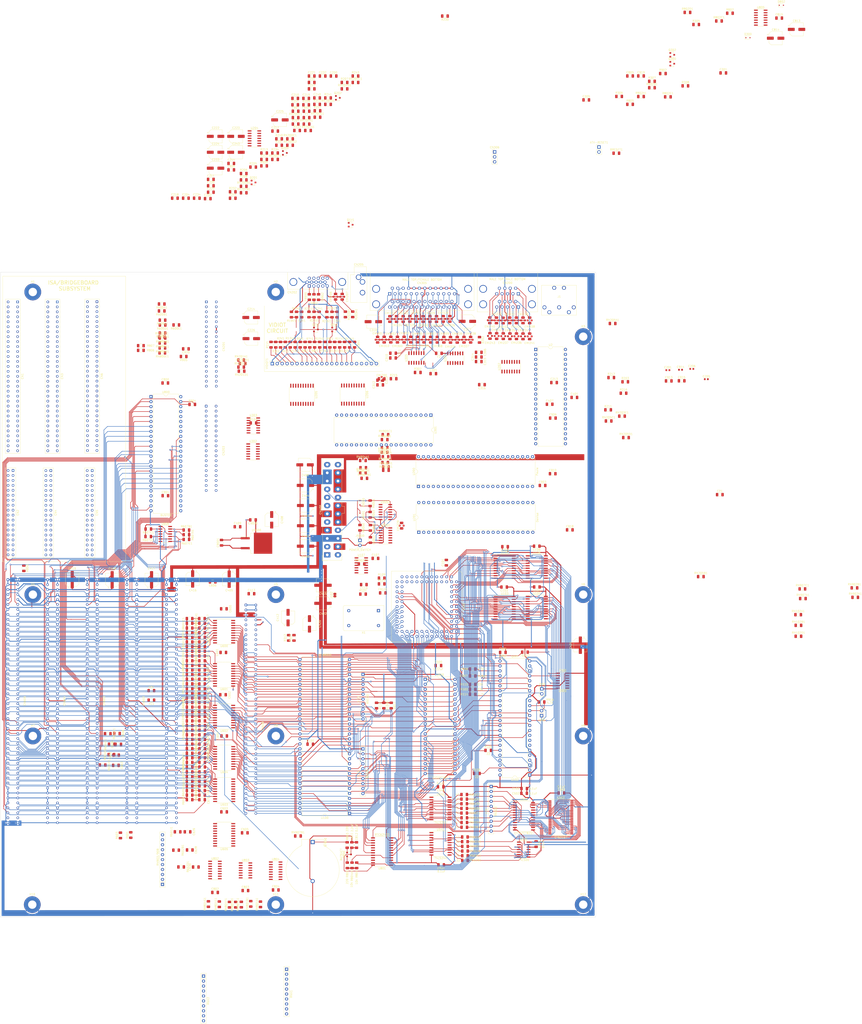
<source format=kicad_pcb>
(kicad_pcb (version 20171130) (host pcbnew "(5.1.9)-1")
  (layers (0 F.Cu signal) (31 B.Cu signal) (34 B.Paste user) (35 F.Paste user) (36 B.SilkS user) (37 F.SilkS user) (38 B.Mask user) (39 F.Mask user) (44 Edge.Cuts user))
  (net 0 "")
  (net 1 GND)
  (net 2 +5V)
  (net 3 _DTACK)
  (net 4 _LDS)
  (net 5 _UDS)
  (net 6 R_W)
  (net 7 _AS)
  (net 8 _HLT)
  (net 9 _RST)
  (net 10 "Net-(XC1-Pad1)")
  (net 11 _BEER)
  (net 12 _BOSS)
  (net 13 _VPA)
  (net 14 _BR)
  (net 15 _BGACK)
  (net 16 _IPL2)
  (net 17 _IPL1)
  (net 18 _IPL0)
  (net 19 FC2)
  (net 20 FC1)
  (net 21 FC0)
  (net 22 _VMA)
  (net 23 D5)
  (net 24 A4)
  (net 25 D6)
  (net 26 A3)
  (net 27 D7)
  (net 28 A2)
  (net 29 D8)
  (net 30 A1)
  (net 31 D9)
  (net 32 D10)
  (net 33 D11)
  (net 34 D12)
  (net 35 D13)
  (net 36 D14)
  (net 37 D15)
  (net 38 A23)
  (net 39 E)
  (net 40 A22)
  (net 41 A21)
  (net 42 A20)
  (net 43 A19)
  (net 44 7M)
  (net 45 A18)
  (net 46 A17)
  (net 47 A16)
  (net 48 A15)
  (net 49 _BG)
  (net 50 A14)
  (net 51 A13)
  (net 52 A12)
  (net 53 A11)
  (net 54 A10)
  (net 55 A9)
  (net 56 D0)
  (net 57 A8)
  (net 58 D1)
  (net 59 A7)
  (net 60 D2)
  (net 61 A6)
  (net 62 D3)
  (net 63 A5)
  (net 64 D4)
  (net 65 _OEB)
  (net 66 DRD8)
  (net 67 DRD9)
  (net 68 DRD10)
  (net 69 DRD11)
  (net 70 DRD12)
  (net 71 DRD13)
  (net 72 DRD14)
  (net 73 DRD15)
  (net 74 DRD0)
  (net 75 DRD1)
  (net 76 DRD2)
  (net 77 DRD3)
  (net 78 DRD4)
  (net 79 DRD5)
  (net 80 DRD6)
  (net 81 DRD7)
  (net 82 _LATCH)
  (net 83 _OEL)
  (net 84 +12V)
  (net 85 -5V)
  (net 86 "Net-(CN601-Pad98)")
  (net 87 "Net-(CN601-Pad97)")
  (net 88 "Net-(CN601-Pad11)")
  (net 89 BA7)
  (net 90 BA6)
  (net 91 BA5)
  (net 92 BA4)
  (net 93 BA3)
  (net 94 BA2)
  (net 95 BA1)
  (net 96 "Net-(U600-Pad11)")
  (net 97 "Net-(U600-Pad9)")
  (net 98 BA8)
  (net 99 BA9)
  (net 100 BA10)
  (net 101 BA11)
  (net 102 BA12)
  (net 103 BA13)
  (net 104 BA14)
  (net 105 BA15)
  (net 106 BA16)
  (net 107 BA17)
  (net 108 BA18)
  (net 109 BA19)
  (net 110 BA20)
  (net 111 BA21)
  (net 112 BA22)
  (net 113 BA23)
  (net 114 BD0)
  (net 115 BD1)
  (net 116 BD2)
  (net 117 BD3)
  (net 118 BD4)
  (net 119 BD5)
  (net 120 BD6)
  (net 121 BD7)
  (net 122 BD15)
  (net 123 BD14)
  (net 124 BD13)
  (net 125 BD12)
  (net 126 BD11)
  (net 127 BD10)
  (net 128 BD9)
  (net 129 BD8)
  (net 130 _CBG)
  (net 131 _CBR)
  (net 132 _INT6)
  (net 133 XRDY)
  (net 134 _VC1)
  (net 135 _VC3)
  (net 136 _INT2)
  (net 137 OVR)
  (net 138 VCDAC)
  (net 139 _COPCGF)
  (net 140 28M)
  (net 141 V7M)
  (net 142 _BAS)
  (net 143 _BUDS)
  (net 144 _BLDS)
  (net 145 READ)
  (net 146 BFC0)
  (net 147 BFC1)
  (net 148 BFC2)
  (net 149 "Net-(RN903/908-Pad3)")
  (net 150 "Net-(RN903/908-Pad2)")
  (net 151 _D2P)
  (net 152 DMAOUT)
  (net 153 _DBOE)
  (net 154 "Net-(C617-Pad1)")
  (net 155 "Net-(C619-Pad1)")
  (net 156 "Net-(C620-Pad1)")
  (net 157 "Net-(C621-Pad1)")
  (net 158 "Net-(C622-Pad1)")
  (net 159 "Net-(C623-Pad1)")
  (net 160 "Net-(C624-Pad1)")
  (net 161 "Net-(C625-Pad1)")
  (net 162 "Net-(C626-Pad1)")
  (net 163 "Net-(C627-Pad1)")
  (net 164 "Net-(C628-Pad1)")
  (net 165 "Net-(C629-Pad1)")
  (net 166 "Net-(C630-Pad1)")
  (net 167 "Net-(C631-Pad1)")
  (net 168 "Net-(C632-Pad1)")
  (net 169 "Net-(C633-Pad1)")
  (net 170 "Net-(C635-Pad1)")
  (net 171 "Net-(C637-Pad1)")
  (net 172 "Net-(C639-Pad1)")
  (net 173 "Net-(C641-Pad1)")
  (net 174 "Net-(C645-Pad1)")
  (net 175 "Net-(C647-Pad1)")
  (net 176 "Net-(C649-Pad1)")
  (net 177 "Net-(C650-Pad1)")
  (net 178 "Net-(C651-Pad1)")
  (net 179 "Net-(C652-Pad1)")
  (net 180 "Net-(C654-Pad1)")
  (net 181 "Net-(C655-Pad1)")
  (net 182 "Net-(C657-Pad1)")
  (net 183 "Net-(C658-Pad1)")
  (net 184 "Net-(C659-Pad1)")
  (net 185 "Net-(C660-Pad1)")
  (net 186 "Net-(C661-Pad1)")
  (net 187 "Net-(C662-Pad1)")
  (net 188 "Net-(C663-Pad1)")
  (net 189 "Net-(C664-Pad1)")
  (net 190 "Net-(C665-Pad1)")
  (net 191 "Net-(C666-Pad1)")
  (net 192 "Net-(C667-Pad1)")
  (net 193 "Net-(C668-Pad1)")
  (net 194 "Net-(C669-Pad1)")
  (net 195 "Net-(C670-Pad1)")
  (net 196 "Net-(C671-Pad1)")
  (net 197 "Net-(C672-Pad1)")
  (net 198 "Net-(C673-Pad1)")
  (net 199 "Net-(C674-Pad1)")
  (net 200 _EINT1)
  (net 201 "Net-(C675-Pad1)")
  (net 202 _BURST)
  (net 203 E7M)
  (net 204 _EBG5)
  (net 205 _EBR5)
  (net 206 _EINT4)
  (net 207 _EINT5)
  (net 208 _EINT7)
  (net 209 -12V)
  (net 210 _EC1)
  (net 211 EC3)
  (net 212 _GBG)
  (net 213 DOE)
  (net 214 _OVR)
  (net 215 ECDAC)
  (net 216 _SLAVE5)
  (net 217 _OWN)
  (net 218 _EBG4)
  (net 219 _EBR4)
  (net 220 _SLAVE4)
  (net 221 _EBG3)
  (net 222 _EBR3)
  (net 223 _SLAVE3)
  (net 224 _EBG2)
  (net 225 _EBR2)
  (net 226 _SLAVE2)
  (net 227 _EBG1)
  (net 228 _EBR1)
  (net 229 _COPCFG)
  (net 230 _SLAVE1)
  (net 231 "Net-(C9002-Pad1)")
  (net 232 "Net-(C9003-Pad1)")
  (net 233 "Net-(CN400-Pad20)")
  (net 234 /Power/PS_ON)
  (net 235 /Power/+5VSB)
  (net 236 "Net-(CN400-Pad8)")
  (net 237 "Net-(J9000-Pad1)")
  (net 238 "Net-(U9001-Pad6)")
  (net 239 "Net-(U9001-Pad4)")
  (net 240 "Net-(U9001-Pad2)")
  (net 241 "Net-(U9002-Pad12)")
  (net 242 /Zorro_Expansion/_CFGOUT5)
  (net 243 /Zorro_Expansion/_CFGOUT4)
  (net 244 /Zorro_Expansion/_CFGIN4)
  (net 245 /Zorro_Expansion/_CFGOUT3)
  (net 246 /Zorro_Expansion/_CFGIN3)
  (net 247 /Zorro_Expansion/_CFGOUT2)
  (net 248 /Zorro_Expansion/_CFGIN2)
  (net 249 /Zorro_Expansion/_CFGIN1)
  (net 250 "Net-(C201-Pad1)")
  (net 251 +VID)
  (net 252 _C4)
  (net 253 _CSYNC)
  (net 254 TBASE)
  (net 255 /Video/RED)
  (net 256 /Video/GREEN)
  (net 257 /Video/BLUE)
  (net 258 PSTROBE)
  (net 259 /Video/PIXELSW)
  (net 260 /Video/COMPSYNC)
  (net 261 _VSYNC)
  (net 262 _HSYNC)
  (net 263 /Video/BURST)
  (net 264 _XCLKEN)
  (net 265 FLTRIGHT)
  (net 266 "Net-(CN201-Pad2)")
  (net 267 "Net-(CN201-Pad35)")
  (net 268 "Net-(CN201-Pad33)")
  (net 269 "/Video/DR_(R3)")
  (net 270 "/Video/DG_(G3)")
  (net 271 "/Video/DB_(B3)")
  (net 272 "/Video/DI_(B0)")
  (net 273 "Net-(CN201-Pad5)")
  (net 274 FLTLEFT)
  (net 275 "Net-(CN201-Pad1)")
  (net 276 "Net-(CN202-Pad15)")
  (net 277 "Net-(CN202-Pad14)")
  (net 278 "Net-(CN202-Pad13)")
  (net 279 "Net-(CN202-Pad12)")
  (net 280 "Net-(CN202-Pad11)")
  (net 281 "Net-(CN202-Pad4)")
  (net 282 "Net-(CN202-Pad3)")
  (net 283 "Net-(CN202-Pad2)")
  (net 284 "Net-(CN202-Pad1)")
  (net 285 AUDIO)
  (net 286 PPD7)
  (net 287 PPD5)
  (net 288 PPD3)
  (net 289 PPD1)
  (net 290 _PACK)
  (net 291 PBUSY)
  (net 292 PPOUT)
  (net 293 B1)
  (net 294 G2)
  (net 295 G0)
  (net 296 R2)
  (net 297 R0)
  (net 298 RAWRIGHT)
  (net 299 RAWLEFT)
  (net 300 _LED)
  (net 301 PPD6)
  (net 302 PPD4)
  (net 303 PPD2)
  (net 304 PPD0)
  (net 305 PSEL)
  (net 306 /Video/COMPVID)
  (net 307 B2)
  (net 308 G1)
  (net 309 R1)
  (net 310 +3V3)
  (net 311 "Net-(EMI200-Pad2)")
  (net 312 /Video/HSYNC)
  (net 313 /Video/VSYNC)
  (net 314 "Net-(Q1V1-Pad2)")
  (net 315 "Net-(Q1V1-Pad1)")
  (net 316 "Net-(Q2V1-Pad2)")
  (net 317 "Net-(Q2V1-Pad1)")
  (net 318 "Net-(Q3V1-Pad2)")
  (net 319 "Net-(Q3V1-Pad1)")
  (net 320 "Net-(R212-Pad2)")
  (net 321 XCLK)
  (net 322 "Net-(R216-Pad2)")
  (net 323 B0)
  (net 324 R3)
  (net 325 G3)
  (net 326 B3)
  (net 327 "Net-(RN203E1-Pad2)")
  (net 328 M1V)
  (net 329 M1H)
  (net 330 M0V)
  (net 331 M0H)
  (net 332 "Net-(RN904A1-Pad2)")
  (net 333 "Net-(RN904B1-Pad2)")
  (net 334 "Net-(RN904C1-Pad2)")
  (net 335 "Net-(RN904D1-Pad2)")
  (net 336 "Net-(RN905A1-Pad2)")
  (net 337 "Net-(RN905B1-Pad2)")
  (net 338 "Net-(RN905C1-Pad2)")
  (net 339 "Net-(RN905D1-Pad2)")
  (net 340 "Net-(RN906A1-Pad2)")
  (net 341 "Net-(RN906B1-Pad2)")
  (net 342 "Net-(RN906C1-Pad2)")
  (net 343 "Net-(RN906D1-Pad2)")
  (net 344 "Net-(U201-Pad18)")
  (net 345 RGA1)
  (net 346 RGA2)
  (net 347 RGA3)
  (net 348 RGA4)
  (net 349 RGA5)
  (net 350 C1)
  (net 351 RGA6)
  (net 352 RGA7)
  (net 353 _CDAC)
  (net 354 RGA8)
  (net 355 "Net-(U201-Pad33)")
  (net 356 _BHS)
  (net 357 /Video/COMP)
  (net 358 _CIPL0)
  (net 359 _C2)
  (net 360 "Net-(R904-Pad2)")
  (net 361 "Net-(R905-Pad2)")
  (net 362 "Net-(U800-Pad44)")
  (net 363 C3)
  (net 364 _BRST)
  (net 365 "Net-(U802-Pad15)")
  (net 366 "Net-(U802-Pad14)")
  (net 367 "Net-(U802-Pad13)")
  (net 368 "Net-(U802-Pad12)")
  (net 369 "Net-(U802-Pad11)")
  (net 370 "Net-(U802-Pad10)")
  (net 371 "Net-(U802-Pad9)")
  (net 372 "Net-(U802-Pad7)")
  (net 373 "Net-(U803-Pad11)")
  (net 374 "Net-(U803-Pad8)")
  (net 375 "Net-(U803-Pad6)")
  (net 376 "Net-(U803-Pad3)")
  (net 377 "Net-(U804-Pad15)")
  (net 378 "Net-(U804-Pad14)")
  (net 379 _CIPL2)
  (net 380 _CIPL1)
  (net 381 "Net-(BT800-Pad1)")
  (net 382 "Net-(C811-Pad1)")
  (net 383 "Net-(D800-Pad2)")
  (net 384 "Net-(D800-Pad1)")
  (net 385 "Net-(R804-Pad2)")
  (net 386 "Net-(R804A1-Pad2)")
  (net 387 "Net-(U801-Pad23)")
  (net 388 "Net-(U801-Pad22)")
  (net 389 _CLKWR)
  (net 390 _CLKRD)
  (net 391 "Net-(C905-Pad1)")
  (net 392 "Net-(J102-Pad1)")
  (net 393 "Net-(J900-Pad2)")
  (net 394 "Net-(R105-Pad2)")
  (net 395 "Net-(R106-Pad2)")
  (net 396 "Net-(R20V1-Pad1)")
  (net 397 "Net-(RN102A1-Pad2)")
  (net 398 _MC1)
  (net 399 "Net-(RN102C1-Pad2)")
  (net 400 "Net-(RN102D1-Pad2)")
  (net 401 _EC3)
  (net 402 EDAC)
  (net 403 "Net-(RN902A1-Pad1)")
  (net 404 "Net-(RN902B1-Pad1)")
  (net 405 "Net-(RN902C1-Pad2)")
  (net 406 "Net-(RN907A1-Pad2)")
  (net 407 "Net-(RN907B1-Pad2)")
  (net 408 _RAS1)
  (net 409 _CASL)
  (net 410 _RAS0)
  (net 411 _CASU)
  (net 412 DRA8)
  (net 413 DRA6)
  (net 414 DRA4)
  (net 415 DRA2)
  (net 416 DRA0)
  (net 417 DRA7)
  (net 418 DRA5)
  (net 419 DRA3)
  (net 420 DRA1)
  (net 421 "Net-(U101-Pad20)")
  (net 422 DMAL)
  (net 423 "Net-(U101-Pad25)")
  (net 424 "Net-(U101-Pad23)")
  (net 425 _WE)
  (net 426 "Net-(U101-Pad19)")
  (net 427 _INT3)
  (net 428 _ROMEN)
  (net 429 "Net-(U102-Pad15)")
  (net 430 "Net-(U900-Pad10)")
  (net 431 "Net-(FB101-Pad1)")
  (net 432 "Net-(X1-Pad1)")
  (net 433 "Net-(C204-Pad1)")
  (net 434 "Net-(C210-Pad1)")
  (net 435 "Net-(C211-Pad1)")
  (net 436 "Net-(C212-Pad1)")
  (net 437 "Net-(C213-Pad1)")
  (net 438 Vref)
  (net 439 +AV)
  (net 440 -AV)
  (net 441 "Net-(C230-Pad2)")
  (net 442 "Net-(C231-Pad2)")
  (net 443 "Net-(C231-Pad1)")
  (net 444 "Net-(C232-Pad1)")
  (net 445 "Net-(C233-Pad2)")
  (net 446 "Net-(C240-Pad2)")
  (net 447 "Net-(C241-Pad2)")
  (net 448 "Net-(C241-Pad1)")
  (net 449 "Net-(C242-Pad1)")
  (net 450 AUDOUT)
  (net 451 "Net-(C243-Pad1)")
  (net 452 "Net-(C600-Pad1)")
  (net 453 "Net-(C601-Pad1)")
  (net 454 "Net-(C602-Pad1)")
  (net 455 "Net-(C603-Pad1)")
  (net 456 "Net-(C604-Pad1)")
  (net 457 "Net-(C9002-Pad2)")
  (net 458 "Net-(C1V1-Pad1)")
  (net 459 "Net-(C2V1-Pad1)")
  (net 460 "Net-(C3V1-Pad1)")
  (net 461 "Net-(CN1-Pad62)")
  (net 462 "Net-(CN1-Pad60)")
  (net 463 "Net-(CN1-Pad58)")
  (net 464 "Net-(CN1-Pad56)")
  (net 465 "Net-(CN1-Pad54)")
  (net 466 "Net-(CN1-Pad52)")
  (net 467 "Net-(CN1-Pad50)")
  (net 468 "Net-(CN1-Pad48)")
  (net 469 "Net-(CN1-Pad46)")
  (net 470 "Net-(CN1-Pad44)")
  (net 471 "Net-(CN1-Pad42)")
  (net 472 "Net-(CN1-Pad40)")
  (net 473 "Net-(CN1-Pad38)")
  (net 474 "Net-(CN1-Pad36)")
  (net 475 "Net-(CN1-Pad34)")
  (net 476 "Net-(CN1-Pad32)")
  (net 477 "Net-(CN1-Pad30)")
  (net 478 "Net-(CN1-Pad28)")
  (net 479 "Net-(CN1-Pad26)")
  (net 480 "Net-(CN1-Pad24)")
  (net 481 "Net-(CN1-Pad22)")
  (net 482 "Net-(CN1-Pad20)")
  (net 483 "Net-(CN1-Pad18)")
  (net 484 "Net-(CN1-Pad16)")
  (net 485 "Net-(CN1-Pad14)")
  (net 486 "Net-(CN1-Pad12)")
  (net 487 "Net-(CN1-Pad10)")
  (net 488 "Net-(CN1-Pad8)")
  (net 489 "Net-(CN1-Pad6)")
  (net 490 "Net-(CN1-Pad4)")
  (net 491 "Net-(CN1-Pad2)")
  (net 492 "Net-(CN1-Pad61)")
  (net 493 "Net-(CN1-Pad59)")
  (net 494 "Net-(CN1-Pad57)")
  (net 495 "Net-(CN1-Pad55)")
  (net 496 "Net-(CN1-Pad53)")
  (net 497 "Net-(CN1-Pad51)")
  (net 498 "Net-(CN1-Pad49)")
  (net 499 "Net-(CN1-Pad47)")
  (net 500 "Net-(CN1-Pad45)")
  (net 501 "Net-(CN1-Pad43)")
  (net 502 "Net-(CN1-Pad41)")
  (net 503 "Net-(CN1-Pad39)")
  (net 504 "Net-(CN1-Pad37)")
  (net 505 "Net-(CN1-Pad35)")
  (net 506 "Net-(CN1-Pad33)")
  (net 507 "Net-(CN1-Pad31)")
  (net 508 "Net-(CN1-Pad29)")
  (net 509 "Net-(CN1-Pad27)")
  (net 510 "Net-(CN1-Pad25)")
  (net 511 "Net-(CN1-Pad23)")
  (net 512 "Net-(CN1-Pad21)")
  (net 513 "Net-(CN1-Pad19)")
  (net 514 "Net-(CN1-Pad17)")
  (net 515 "Net-(CN1-Pad15)")
  (net 516 "Net-(CN1-Pad13)")
  (net 517 "Net-(CN1-Pad11)")
  (net 518 "Net-(CN1-Pad9)")
  (net 519 "Net-(CN1-Pad7)")
  (net 520 "Net-(CN1-Pad5)")
  (net 521 "Net-(CN1-Pad3)")
  (net 522 "Net-(CN1-Pad1)")
  (net 523 "Net-(CN2-Pad36)")
  (net 524 "Net-(CN2-Pad34)")
  (net 525 "Net-(CN2-Pad32)")
  (net 526 "Net-(CN2-Pad30)")
  (net 527 "Net-(CN2-Pad28)")
  (net 528 "Net-(CN2-Pad26)")
  (net 529 "Net-(CN2-Pad24)")
  (net 530 "Net-(CN2-Pad22)")
  (net 531 "Net-(CN2-Pad20)")
  (net 532 "Net-(CN2-Pad18)")
  (net 533 "Net-(CN2-Pad16)")
  (net 534 "Net-(CN2-Pad14)")
  (net 535 "Net-(CN2-Pad12)")
  (net 536 "Net-(CN2-Pad10)")
  (net 537 "Net-(CN2-Pad8)")
  (net 538 "Net-(CN2-Pad6)")
  (net 539 "Net-(CN2-Pad4)")
  (net 540 "Net-(CN2-Pad2)")
  (net 541 "Net-(CN2-Pad35)")
  (net 542 "Net-(CN2-Pad33)")
  (net 543 "Net-(CN2-Pad31)")
  (net 544 "Net-(CN2-Pad29)")
  (net 545 "Net-(CN2-Pad27)")
  (net 546 "Net-(CN2-Pad25)")
  (net 547 "Net-(CN2-Pad23)")
  (net 548 "Net-(CN2-Pad21)")
  (net 549 "Net-(CN2-Pad19)")
  (net 550 "Net-(CN2-Pad17)")
  (net 551 "Net-(CN2-Pad15)")
  (net 552 "Net-(CN2-Pad13)")
  (net 553 "Net-(CN2-Pad11)")
  (net 554 "Net-(CN2-Pad9)")
  (net 555 "Net-(CN2-Pad7)")
  (net 556 "Net-(CN2-Pad5)")
  (net 557 "Net-(CN2-Pad3)")
  (net 558 "Net-(CN2-Pad1)")
  (net 559 "Net-(CN3-Pad62)")
  (net 560 "Net-(CN3-Pad60)")
  (net 561 "Net-(CN3-Pad58)")
  (net 562 "Net-(CN3-Pad56)")
  (net 563 "Net-(CN3-Pad54)")
  (net 564 "Net-(CN3-Pad52)")
  (net 565 "Net-(CN3-Pad50)")
  (net 566 "Net-(CN3-Pad48)")
  (net 567 "Net-(CN3-Pad46)")
  (net 568 "Net-(CN3-Pad44)")
  (net 569 "Net-(CN3-Pad42)")
  (net 570 "Net-(CN3-Pad40)")
  (net 571 "Net-(CN3-Pad38)")
  (net 572 "Net-(CN3-Pad36)")
  (net 573 "Net-(CN3-Pad34)")
  (net 574 "Net-(CN3-Pad32)")
  (net 575 "Net-(CN3-Pad30)")
  (net 576 "Net-(CN3-Pad28)")
  (net 577 "Net-(CN3-Pad26)")
  (net 578 "Net-(CN3-Pad24)")
  (net 579 "Net-(CN3-Pad22)")
  (net 580 "Net-(CN3-Pad20)")
  (net 581 "Net-(CN3-Pad18)")
  (net 582 "Net-(CN3-Pad16)")
  (net 583 "Net-(CN3-Pad14)")
  (net 584 "Net-(CN3-Pad12)")
  (net 585 "Net-(CN3-Pad10)")
  (net 586 "Net-(CN3-Pad8)")
  (net 587 "Net-(CN3-Pad6)")
  (net 588 "Net-(CN3-Pad4)")
  (net 589 "Net-(CN3-Pad2)")
  (net 590 "Net-(CN3-Pad61)")
  (net 591 "Net-(CN3-Pad59)")
  (net 592 "Net-(CN3-Pad57)")
  (net 593 "Net-(CN3-Pad55)")
  (net 594 "Net-(CN3-Pad53)")
  (net 595 "Net-(CN3-Pad51)")
  (net 596 "Net-(CN3-Pad49)")
  (net 597 "Net-(CN3-Pad47)")
  (net 598 "Net-(CN3-Pad45)")
  (net 599 "Net-(CN3-Pad43)")
  (net 600 "Net-(CN3-Pad41)")
  (net 601 "Net-(CN3-Pad39)")
  (net 602 "Net-(CN3-Pad37)")
  (net 603 "Net-(CN3-Pad35)")
  (net 604 "Net-(CN3-Pad33)")
  (net 605 "Net-(CN3-Pad31)")
  (net 606 "Net-(CN3-Pad29)")
  (net 607 "Net-(CN3-Pad27)")
  (net 608 "Net-(CN3-Pad25)")
  (net 609 "Net-(CN3-Pad23)")
  (net 610 "Net-(CN3-Pad21)")
  (net 611 "Net-(CN3-Pad19)")
  (net 612 "Net-(CN3-Pad17)")
  (net 613 "Net-(CN3-Pad15)")
  (net 614 "Net-(CN3-Pad13)")
  (net 615 "Net-(CN3-Pad11)")
  (net 616 "Net-(CN3-Pad9)")
  (net 617 "Net-(CN3-Pad7)")
  (net 618 "Net-(CN3-Pad5)")
  (net 619 "Net-(CN3-Pad3)")
  (net 620 "Net-(CN3-Pad1)")
  (net 621 "Net-(CN4-Pad36)")
  (net 622 "Net-(CN4-Pad34)")
  (net 623 "Net-(CN4-Pad32)")
  (net 624 "Net-(CN4-Pad30)")
  (net 625 "Net-(CN4-Pad28)")
  (net 626 "Net-(CN4-Pad26)")
  (net 627 "Net-(CN4-Pad24)")
  (net 628 "Net-(CN4-Pad22)")
  (net 629 "Net-(CN4-Pad20)")
  (net 630 "Net-(CN4-Pad18)")
  (net 631 "Net-(CN4-Pad16)")
  (net 632 "Net-(CN4-Pad14)")
  (net 633 "Net-(CN4-Pad12)")
  (net 634 "Net-(CN4-Pad10)")
  (net 635 "Net-(CN4-Pad8)")
  (net 636 "Net-(CN4-Pad6)")
  (net 637 "Net-(CN4-Pad4)")
  (net 638 "Net-(CN4-Pad2)")
  (net 639 "Net-(CN4-Pad35)")
  (net 640 "Net-(CN4-Pad33)")
  (net 641 "Net-(CN4-Pad31)")
  (net 642 "Net-(CN4-Pad29)")
  (net 643 "Net-(CN4-Pad27)")
  (net 644 "Net-(CN4-Pad25)")
  (net 645 "Net-(CN4-Pad23)")
  (net 646 "Net-(CN4-Pad21)")
  (net 647 "Net-(CN4-Pad19)")
  (net 648 "Net-(CN4-Pad17)")
  (net 649 "Net-(CN4-Pad15)")
  (net 650 "Net-(CN4-Pad13)")
  (net 651 "Net-(CN4-Pad11)")
  (net 652 "Net-(CN4-Pad9)")
  (net 653 "Net-(CN4-Pad7)")
  (net 654 "Net-(CN4-Pad5)")
  (net 655 "Net-(CN4-Pad3)")
  (net 656 "Net-(CN4-Pad1)")
  (net 657 "Net-(CN5-Pad36)")
  (net 658 "Net-(CN5-Pad34)")
  (net 659 "Net-(CN5-Pad32)")
  (net 660 "Net-(CN5-Pad30)")
  (net 661 "Net-(CN5-Pad28)")
  (net 662 "Net-(CN5-Pad26)")
  (net 663 "Net-(CN5-Pad24)")
  (net 664 "Net-(CN5-Pad22)")
  (net 665 "Net-(CN5-Pad20)")
  (net 666 "Net-(CN5-Pad18)")
  (net 667 "Net-(CN5-Pad16)")
  (net 668 "Net-(CN5-Pad14)")
  (net 669 "Net-(CN5-Pad12)")
  (net 670 "Net-(CN5-Pad10)")
  (net 671 "Net-(CN5-Pad8)")
  (net 672 "Net-(CN5-Pad6)")
  (net 673 "Net-(CN5-Pad4)")
  (net 674 "Net-(CN5-Pad2)")
  (net 675 "Net-(CN5-Pad35)")
  (net 676 "Net-(CN5-Pad33)")
  (net 677 "Net-(CN5-Pad31)")
  (net 678 "Net-(CN5-Pad29)")
  (net 679 "Net-(CN5-Pad27)")
  (net 680 "Net-(CN5-Pad25)")
  (net 681 "Net-(CN5-Pad23)")
  (net 682 "Net-(CN5-Pad21)")
  (net 683 "Net-(CN5-Pad19)")
  (net 684 "Net-(CN5-Pad17)")
  (net 685 "Net-(CN5-Pad15)")
  (net 686 "Net-(CN5-Pad13)")
  (net 687 "Net-(CN5-Pad11)")
  (net 688 "Net-(CN5-Pad9)")
  (net 689 "Net-(CN5-Pad7)")
  (net 690 "Net-(CN5-Pad5)")
  (net 691 "Net-(CN5-Pad3)")
  (net 692 "Net-(CN5-Pad1)")
  (net 693 "Net-(CN6-Pad62)")
  (net 694 "Net-(CN6-Pad60)")
  (net 695 "Net-(CN6-Pad58)")
  (net 696 "Net-(CN6-Pad56)")
  (net 697 "Net-(CN6-Pad54)")
  (net 698 "Net-(CN6-Pad52)")
  (net 699 "Net-(CN6-Pad50)")
  (net 700 "Net-(CN6-Pad48)")
  (net 701 "Net-(CN6-Pad46)")
  (net 702 "Net-(CN6-Pad44)")
  (net 703 "Net-(CN6-Pad42)")
  (net 704 "Net-(CN6-Pad40)")
  (net 705 "Net-(CN6-Pad38)")
  (net 706 "Net-(CN6-Pad36)")
  (net 707 "Net-(CN6-Pad34)")
  (net 708 "Net-(CN6-Pad32)")
  (net 709 "Net-(CN6-Pad30)")
  (net 710 "Net-(CN6-Pad28)")
  (net 711 "Net-(CN6-Pad26)")
  (net 712 "Net-(CN6-Pad24)")
  (net 713 "Net-(CN6-Pad22)")
  (net 714 "Net-(CN6-Pad20)")
  (net 715 "Net-(CN6-Pad18)")
  (net 716 "Net-(CN6-Pad16)")
  (net 717 "Net-(CN6-Pad14)")
  (net 718 "Net-(CN6-Pad12)")
  (net 719 "Net-(CN6-Pad10)")
  (net 720 "Net-(CN6-Pad8)")
  (net 721 "Net-(CN6-Pad6)")
  (net 722 "Net-(CN6-Pad4)")
  (net 723 "Net-(CN6-Pad2)")
  (net 724 "Net-(CN6-Pad61)")
  (net 725 "Net-(CN6-Pad59)")
  (net 726 "Net-(CN6-Pad57)")
  (net 727 "Net-(CN6-Pad55)")
  (net 728 "Net-(CN6-Pad53)")
  (net 729 "Net-(CN6-Pad51)")
  (net 730 "Net-(CN6-Pad49)")
  (net 731 "Net-(CN6-Pad47)")
  (net 732 "Net-(CN6-Pad45)")
  (net 733 "Net-(CN6-Pad43)")
  (net 734 "Net-(CN6-Pad41)")
  (net 735 "Net-(CN6-Pad39)")
  (net 736 "Net-(CN6-Pad37)")
  (net 737 "Net-(CN6-Pad35)")
  (net 738 "Net-(CN6-Pad33)")
  (net 739 "Net-(CN6-Pad31)")
  (net 740 "Net-(CN6-Pad29)")
  (net 741 "Net-(CN6-Pad27)")
  (net 742 "Net-(CN6-Pad25)")
  (net 743 "Net-(CN6-Pad23)")
  (net 744 "Net-(CN6-Pad21)")
  (net 745 "Net-(CN6-Pad19)")
  (net 746 "Net-(CN6-Pad17)")
  (net 747 "Net-(CN6-Pad15)")
  (net 748 "Net-(CN6-Pad13)")
  (net 749 "Net-(CN6-Pad11)")
  (net 750 "Net-(CN6-Pad9)")
  (net 751 "Net-(CN6-Pad7)")
  (net 752 "Net-(CN6-Pad5)")
  (net 753 "Net-(CN6-Pad3)")
  (net 754 "Net-(CN6-Pad1)")
  (net 755 "Net-(CN200-Pad18)")
  (net 756 /Paula/FIR0)
  (net 757 "Net-(CN200-Pad14)")
  (net 758 "Net-(CN200-Pad13)")
  (net 759 "Net-(CN200-Pad12)")
  (net 760 "Net-(CN200-Pad11)")
  (net 761 "Net-(CN200-Pad10)")
  (net 762 "Net-(CN200-Pad9)")
  (net 763 "Net-(CN200-Pad6)")
  (net 764 "Net-(CN200-Pad5)")
  (net 765 "Net-(CN200-Pad4)")
  (net 766 "Net-(CN200-Pad3)")
  (net 767 "Net-(CN200-Pad2)")
  (net 768 "Net-(CN200-Pad1)")
  (net 769 _FIR1)
  (net 770 "Net-(EMI230-Pad1)")
  (net 771 "Net-(EMI231-Pad1)")
  (net 772 "Net-(EMI232-Pad1)")
  (net 773 "Net-(EMI233-Pad1)")
  (net 774 "Net-(EMI234-Pad1)")
  (net 775 "Net-(EMI235-Pad1)")
  (net 776 "Net-(EMI236-Pad1)")
  (net 777 "Net-(EMI237-Pad1)")
  (net 778 _FIR0)
  (net 779 "Net-(Q200-Pad3)")
  (net 780 "Net-(Q201-Pad3)")
  (net 781 "Net-(Q201-Pad1)")
  (net 782 "Net-(Q202-Pad2)")
  (net 783 AUDIN)
  (net 784 _CUTOFF)
  (net 785 MC1)
  (net 786 "Net-(RN204A1-Pad1)")
  (net 787 "Net-(RN204B1-Pad1)")
  (net 788 "Net-(RN204C1-Pad1)")
  (net 789 "Net-(RN204D1-Pad1)")
  (net 790 _RxD)
  (net 791 _TxD)
  (net 792 DKWE)
  (net 793 _DKWD)
  (net 794 _DKRD)
  (net 795 "Net-(ATX-RESET1-Pad2)")
  (net 796 _KBRST)
  (net 797 "Net-(C310-Pad1)")
  (net 798 "Net-(C311-Pad1)")
  (net 799 "Net-(C312-Pad1)")
  (net 800 "Net-(C314-Pad2)")
  (net 801 "Net-(C315-Pad2)")
  (net 802 "Net-(C316-Pad2)")
  (net 803 "Net-(C318-Pad2)")
  (net 804 "Net-(C813-Pad2)")
  (net 805 "Net-(C813-Pad1)")
  (net 806 "Net-(C814-Pad1)")
  (net 807 "Net-(C919-Pad1)")
  (net 808 /Serial/RI)
  (net 809 "Net-(CN305-Pad46)")
  (net 810 /Serial/DTR)
  (net 811 "Net-(CN305-Pad44)")
  (net 812 "Net-(CN305-Pad42)")
  (net 813 "Net-(CN305-Pad41)")
  (net 814 "Net-(CN305-Pad40)")
  (net 815 "Net-(CN305-Pad39)")
  (net 816 "Net-(CN305-Pad38)")
  (net 817 "Net-(CN305-Pad37)")
  (net 818 /Serial/CD)
  (net 819 /Serial/DSR)
  (net 820 /Serial/CTS)
  (net 821 /Serial/RTS)
  (net 822 /Serial/RxD)
  (net 823 /Serial/TxD)
  (net 824 "Net-(D300-Pad1)")
  (net 825 "Net-(EMI332-Pad2)")
  (net 826 "Net-(EMI333-Pad2)")
  (net 827 "Net-(Q302-Pad3)")
  (net 828 "Net-(Q302-Pad2)")
  (net 829 "Net-(R902-Pad2)")
  (net 830 "Net-(R802C1-Pad2)")
  (net 831 "Net-(R802D1-Pad2)")
  (net 832 "Net-(U301-Pad18)")
  (net 833 _MTR)
  (net 834 _SEL3)
  (net 835 _SEL2)
  (net 836 _SEL1)
  (net 837 _SEL0)
  (net 838 _SIDE)
  (net 839 DIR)
  (net 840 _STEP)
  (net 841 _INDEX)
  (net 842 "Net-(U301-Pad23)")
  (net 843 "Net-(U305-Pad12)")
  (net 844 "Net-(U305-Pad9)")
  (net 845 "Net-(U305-Pad5)")
  (net 846 "Net-(U305-Pad2)")
  (net 847 _KBCLK)
  (net 848 /Serial/AO)
  (net 849 /Serial/AI)
  (net 850 "Net-(C313-Pad1)")
  (net 851 "Net-(CN305-Pad50)")
  (net 852 "Net-(CN305-Pad49)")
  (net 853 "Net-(CN305-Pad48)")
  (net 854 /Serial/-V)
  (net 855 /Serial/+V)
  (net 856 "Net-(EMI301-Pad1)")
  (net 857 "Net-(EMI302-Pad1)")
  (net 858 "Net-(EMI303-Pad1)")
  (net 859 "Net-(EMI304-Pad1)")
  (net 860 "Net-(EMI305-Pad1)")
  (net 861 "Net-(EMI306-Pad1)")
  (net 862 "Net-(EMI307-Pad1)")
  (net 863 "Net-(EMI308-Pad1)")
  (net 864 "Net-(EMI309-Pad1)")
  (net 865 "Net-(EMI335-Pad1)")
  (net 866 "Net-(EMI336-Pad1)")
  (net 867 "Net-(EMI337-Pad1)")
  (net 868 "Net-(EMI338-Pad1)")
  (net 869 "Net-(EMI300-Pad2)")
  (net 870 "Net-(EMI310-Pad2)")
  (net 871 "Net-(CN305-Pad16)")
  (net 872 "Net-(CN305-Pad15)")
  (net 873 "Net-(CN305-Pad14)")
  (net 874 "Net-(CN305-Pad13)")
  (net 875 "Net-(CN305-Pad12)")
  (net 876 "Net-(CN305-Pad11)")
  (net 877 "Net-(CN305-Pad10)")
  (net 878 "Net-(CN305-Pad9)")
  (net 879 "Net-(CN305-Pad8)")
  (net 880 "Net-(CN305-Pad7)")
  (net 881 "Net-(CN305-Pad6)")
  (net 882 "Net-(CN305-Pad5)")
  (net 883 "Net-(CN305-Pad4)")
  (net 884 "Net-(CN305-Pad3)")
  (net 885 "Net-(CN305-Pad2)")
  (net 886 "Net-(CN305-Pad1)")
  (net 887 "Net-(J1-Pad5)")
  (net 888 "Net-(J1-Pad4)")
  (net 889 "Net-(J1-Pad3)")
  (net 890 "Net-(J1-Pad2)")
  (net 891 "Net-(J1-Pad1)")
  (net 892 "Net-(U2-Pad40)")
  (net 893 "Net-(U2-Pad39)")
  (net 894 "Net-(U2-Pad19)")
  (net 895 "Net-(U2-Pad38)")
  (net 896 "Net-(U2-Pad18)")
  (net 897 "Net-(U2-Pad37)")
  (net 898 "Net-(U2-Pad17)")
  (net 899 "Net-(U2-Pad36)")
  (net 900 "Net-(U2-Pad16)")
  (net 901 "Net-(U2-Pad35)")
  (net 902 "Net-(U2-Pad15)")
  (net 903 "Net-(U2-Pad34)")
  (net 904 "Net-(U2-Pad14)")
  (net 905 "Net-(U2-Pad33)")
  (net 906 "Net-(U2-Pad13)")
  (net 907 "Net-(U2-Pad32)")
  (net 908 "Net-(U2-Pad12)")
  (net 909 "Net-(U2-Pad31)")
  (net 910 "Net-(U2-Pad11)")
  (net 911 "Net-(U2-Pad30)")
  (net 912 "Net-(U2-Pad10)")
  (net 913 "Net-(U2-Pad29)")
  (net 914 "Net-(U2-Pad9)")
  (net 915 "Net-(U2-Pad28)")
  (net 916 "Net-(U2-Pad8)")
  (net 917 "Net-(U2-Pad27)")
  (net 918 "Net-(U2-Pad7)")
  (net 919 "Net-(U2-Pad26)")
  (net 920 "Net-(U2-Pad6)")
  (net 921 "Net-(U2-Pad25)")
  (net 922 "Net-(U2-Pad5)")
  (net 923 "Net-(U2-Pad24)")
  (net 924 "Net-(U2-Pad4)")
  (net 925 "Net-(U2-Pad23)")
  (net 926 "Net-(U2-Pad3)")
  (net 927 "Net-(U2-Pad22)")
  (net 928 "Net-(U2-Pad2)")
  (net 929 "Net-(U2-Pad21)")
  (net 930 _EXRAM)
  (net 931 "Net-(R500A1-Pad2)")
  (net 932 "Net-(R500B1-Pad2)")
  (net 933 "Net-(R500C1-Pad2)")
  (net 934 "Net-(R500D1-Pad2)")
  (net 935 "Net-(R500E1-Pad2)")
  (net 936 "Net-(R500E2-Pad2)")
  (net 937 "Net-(R501A1-Pad2)")
  (net 938 "Net-(R501B1-Pad2)")
  (net 939 "Net-(R501C1-Pad2)")
  (net 940 "Net-(R502A1-Pad2)")
  (net 941 "Net-(R502B1-Pad2)")
  (net 942 "Net-(R502C1-Pad2)")
  (net 943 "Net-(R502D1-Pad2)")
  (net 944 "Net-(U501-Pad11)")
  (net 945 "/Memory and Kickstart/_CAS")
  (net 946 "/Memory and Kickstart/_MEMCLK")
  (net 947 "/Memory and Kickstart/_SRAMCE")
  (net 948 "Net-(U540-Pad19)")
  (net 949 "Net-(U540-Pad1)")
  (net 950 "Net-(U541-Pad19)")
  (net 951 "Net-(U541-Pad15)")
  (net 952 "Net-(U541-Pad11)")
  (net 953 "Net-(U541-Pad9)")
  (net 954 "Net-(U541-Pad5)")
  (net 955 "Net-(U541-Pad1)")
  (net 956 OVL)
  (net 957 "/Memory and Kickstart/_MCASL")
  (net 958 "/Memory and Kickstart/_MCASU")
  (net 959 "/Memory and Kickstart/_MRAS0")
  (net 960 "/Memory and Kickstart/_MRAS1")
  (net 961 "/Memory and Kickstart/_MWE")
  (net 962 "/Memory and Kickstart/DRAB8")
  (net 963 "/Memory and Kickstart/DRAB0")
  (net 964 "/Memory and Kickstart/DRAB1")
  (net 965 "/Memory and Kickstart/DRAB2")
  (net 966 "/Memory and Kickstart/DRAB3")
  (net 967 "/Memory and Kickstart/DRAB4")
  (net 968 "/Memory and Kickstart/DRAB5")
  (net 969 "/Memory and Kickstart/DRAB6")
  (net 970 "/Memory and Kickstart/DRAB7")
  (net 971 "/Memory and Kickstart/DRAC0")
  (net 972 "/Memory and Kickstart/DRAC1")
  (net 973 "/Memory and Kickstart/DRAC2")
  (net 974 "/Memory and Kickstart/DRAC3")
  (net 975 "/Memory and Kickstart/DRAC4")
  (net 976 "/Memory and Kickstart/DRAC5")
  (net 977 "/Memory and Kickstart/DRAC6")
  (net 978 "/Memory and Kickstart/DRAC7")
  (net 979 "/Memory and Kickstart/DRAC8")
  (net 980 "Net-(U502-Pad14)")
  (net 981 "/Memory and Kickstart/_MUCAS")
  (net 982 "/Memory and Kickstart/_MLCAS")
  (net 983 "Net-(R501D1-Pad2)")
  (net 984 "Net-(RNX2-Pad10)")
  (net 985 "Net-(RN100-Pad8)")
  (module Connector_PinHeader_2.54mm:PinHeader_1x02_P2.54mm_Vertical (layer F.Cu) (at 378.714 252.476 180)
    (fp_text reference J900 (at 0 -2.33) (layer F.SilkS))
    (fp_text value "Enable Chip RAM slowdown during DMA")
    (pad 2 thru_hole oval (at 0 2.54 180) (size 1.7 1.7) (drill 1) (layers *.Cu *.Mask) (net 393 "Net-(J900-Pad2)"))
    (pad 1 thru_hole rect (at 0 0 180) (size 1.7 1.7) (drill 1) (layers *.Cu *.Mask) (net 15 _BGACK))
  )
  (module Connector_PinHeader_2.54mm:PinHeader_1x02_P2.54mm_Vertical (layer F.Cu) (at 378.841 238.76)
    (fp_text reference J500 (at 0 -2.33) (layer F.SilkS))
    (fp_text value Conn_01x02_Male)
    (pad 2 thru_hole oval (at 0 2.54) (size 1.7 1.7) (drill 1) (layers *.Cu *.Mask) (net 930 _EXRAM))
    (pad 1 thru_hole rect (at 0 0) (size 1.7 1.7) (drill 1) (layers *.Cu *.Mask) (net 1 GND))
  )
  (module Connector_PinHeader_2.54mm:PinHeader_1x02_P2.54mm_Vertical (layer F.Cu) (at 408.1272 -38.6588)
    (fp_text reference ATX-RESET1 (at 0 -2.33) (layer F.SilkS))
    (fp_text value "ATX RESET")
    (pad 2 thru_hole oval (at 0 2.54) (size 1.7 1.7) (drill 1) (layers *.Cu *.Mask) (net 795 "Net-(ATX-RESET1-Pad2)"))
    (pad 1 thru_hole rect (at 0 0) (size 1.7 1.7) (drill 1) (layers *.Cu *.Mask) (net 796 _KBRST))
  )
  (module Connector_PinHeader_2.54mm:PinHeader_1x02_P2.54mm_Vertical (layer F.Cu) (at 285.6992 162.7251)
    (fp_text reference J9000 (at 0 -2.33) (layer F.SilkS))
    (fp_text value POWER_SWITCH (at 0 4.87) (layer F.SilkS))
    (pad 2 thru_hole oval (at 0 2.54) (size 1.7 1.7) (drill 1) (layers *.Cu *.Mask) (net 457 "Net-(C9002-Pad2)"))
    (pad 1 thru_hole rect (at 0 0) (size 1.7 1.7) (drill 1) (layers *.Cu *.Mask) (net 237 "Net-(J9000-Pad1)"))
  )
  (module Package_SO:SOIC-24W_7.5x15.4mm_P1.27mm (layer F.Cu) (at 369.708 304.01)
    (fp_text reference U502 (at 0 -8.65) (layer F.SilkS))
    (fp_text value CY74FCT821T (at 0 8.65) (layer F.SilkS))
    (pad 24 smd roundrect (at 4.65 -6.985) (size 2.05 0.6) (layers F.Cu F.Paste F.Mask) (net 2 +5V))
    (pad 23 smd roundrect (at 4.65 -5.715) (size 2.05 0.6) (layers F.Cu F.Paste F.Mask) (net 971 "/Memory and Kickstart/DRAC0"))
    (pad 22 smd roundrect (at 4.65 -4.445) (size 2.05 0.6) (layers F.Cu F.Paste F.Mask) (net 972 "/Memory and Kickstart/DRAC1"))
    (pad 21 smd roundrect (at 4.65 -3.175) (size 2.05 0.6) (layers F.Cu F.Paste F.Mask) (net 973 "/Memory and Kickstart/DRAC2"))
    (pad 20 smd roundrect (at 4.65 -1.905) (size 2.05 0.6) (layers F.Cu F.Paste F.Mask) (net 974 "/Memory and Kickstart/DRAC3"))
    (pad 19 smd roundrect (at 4.65 -0.635) (size 2.05 0.6) (layers F.Cu F.Paste F.Mask) (net 975 "/Memory and Kickstart/DRAC4"))
    (pad 18 smd roundrect (at 4.65 0.635) (size 2.05 0.6) (layers F.Cu F.Paste F.Mask) (net 976 "/Memory and Kickstart/DRAC5"))
    (pad 17 smd roundrect (at 4.65 1.905) (size 2.05 0.6) (layers F.Cu F.Paste F.Mask) (net 977 "/Memory and Kickstart/DRAC6"))
    (pad 16 smd roundrect (at 4.65 3.175) (size 2.05 0.6) (layers F.Cu F.Paste F.Mask) (net 978 "/Memory and Kickstart/DRAC7"))
    (pad 15 smd roundrect (at 4.65 4.445) (size 2.05 0.6) (layers F.Cu F.Paste F.Mask) (net 979 "/Memory and Kickstart/DRAC8"))
    (pad 14 smd roundrect (at 4.65 5.715) (size 2.05 0.6) (layers F.Cu F.Paste F.Mask) (net 980 "Net-(U502-Pad14)"))
    (pad 13 smd roundrect (at 4.65 6.985) (size 2.05 0.6) (layers F.Cu F.Paste F.Mask) (net 946 "/Memory and Kickstart/_MEMCLK"))
    (pad 12 smd roundrect (at -4.65 6.985) (size 2.05 0.6) (layers F.Cu F.Paste F.Mask) (net 1 GND))
    (pad 11 smd roundrect (at -4.65 5.715) (size 2.05 0.6) (layers F.Cu F.Paste F.Mask) (net 1 GND))
    (pad 10 smd roundrect (at -4.65 4.445) (size 2.05 0.6) (layers F.Cu F.Paste F.Mask) (net 962 "/Memory and Kickstart/DRAB8"))
    (pad 9 smd roundrect (at -4.65 3.175) (size 2.05 0.6) (layers F.Cu F.Paste F.Mask) (net 970 "/Memory and Kickstart/DRAB7"))
    (pad 8 smd roundrect (at -4.65 1.905) (size 2.05 0.6) (layers F.Cu F.Paste F.Mask) (net 969 "/Memory and Kickstart/DRAB6"))
    (pad 7 smd roundrect (at -4.65 0.635) (size 2.05 0.6) (layers F.Cu F.Paste F.Mask) (net 968 "/Memory and Kickstart/DRAB5"))
    (pad 6 smd roundrect (at -4.65 -0.635) (size 2.05 0.6) (layers F.Cu F.Paste F.Mask) (net 967 "/Memory and Kickstart/DRAB4"))
    (pad 5 smd roundrect (at -4.65 -1.905) (size 2.05 0.6) (layers F.Cu F.Paste F.Mask) (net 966 "/Memory and Kickstart/DRAB3"))
    (pad 4 smd roundrect (at -4.65 -3.175) (size 2.05 0.6) (layers F.Cu F.Paste F.Mask) (net 965 "/Memory and Kickstart/DRAB2"))
    (pad 3 smd roundrect (at -4.65 -4.445) (size 2.05 0.6) (layers F.Cu F.Paste F.Mask) (net 964 "/Memory and Kickstart/DRAB1"))
    (pad 2 smd roundrect (at -4.65 -5.715) (size 2.05 0.6) (layers F.Cu F.Paste F.Mask) (net 963 "/Memory and Kickstart/DRAB0"))
    (pad 1 smd roundrect (at -4.65 -6.985) (size 2.05 0.6) (layers F.Cu F.Paste F.Mask) (net 1 GND))
  )
  (module Package_DIP:DIP-64_W25.4mm (layer F.Cu) (at 280.3652 302.4886 180)
    (fp_text reference U100 (at 12.7 -2.33) (layer F.SilkS))
    (fp_text value MC68000 (at 12.7 81.07) (layer F.SilkS))
    (pad 64 thru_hole oval (at 25.4 0 180) (size 1.6 1.6) (drill 0.8) (layers *.Cu *.Mask) (net 23 D5))
    (pad 32 thru_hole oval (at 0 78.74 180) (size 1.6 1.6) (drill 0.8) (layers *.Cu *.Mask) (net 24 A4))
    (pad 63 thru_hole oval (at 25.4 2.54 180) (size 1.6 1.6) (drill 0.8) (layers *.Cu *.Mask) (net 25 D6))
    (pad 31 thru_hole oval (at 0 76.2 180) (size 1.6 1.6) (drill 0.8) (layers *.Cu *.Mask) (net 26 A3))
    (pad 62 thru_hole oval (at 25.4 5.08 180) (size 1.6 1.6) (drill 0.8) (layers *.Cu *.Mask) (net 27 D7))
    (pad 30 thru_hole oval (at 0 73.66 180) (size 1.6 1.6) (drill 0.8) (layers *.Cu *.Mask) (net 28 A2))
    (pad 61 thru_hole oval (at 25.4 7.62 180) (size 1.6 1.6) (drill 0.8) (layers *.Cu *.Mask) (net 29 D8))
    (pad 29 thru_hole oval (at 0 71.12 180) (size 1.6 1.6) (drill 0.8) (layers *.Cu *.Mask) (net 30 A1))
    (pad 60 thru_hole oval (at 25.4 10.16 180) (size 1.6 1.6) (drill 0.8) (layers *.Cu *.Mask) (net 31 D9))
    (pad 28 thru_hole oval (at 0 68.58 180) (size 1.6 1.6) (drill 0.8) (layers *.Cu *.Mask) (net 21 FC0))
    (pad 59 thru_hole oval (at 25.4 12.7 180) (size 1.6 1.6) (drill 0.8) (layers *.Cu *.Mask) (net 32 D10))
    (pad 27 thru_hole oval (at 0 66.04 180) (size 1.6 1.6) (drill 0.8) (layers *.Cu *.Mask) (net 20 FC1))
    (pad 58 thru_hole oval (at 25.4 15.24 180) (size 1.6 1.6) (drill 0.8) (layers *.Cu *.Mask) (net 33 D11))
    (pad 26 thru_hole oval (at 0 63.5 180) (size 1.6 1.6) (drill 0.8) (layers *.Cu *.Mask) (net 19 FC2))
    (pad 57 thru_hole oval (at 25.4 17.78 180) (size 1.6 1.6) (drill 0.8) (layers *.Cu *.Mask) (net 34 D12))
    (pad 25 thru_hole oval (at 0 60.96 180) (size 1.6 1.6) (drill 0.8) (layers *.Cu *.Mask) (net 18 _IPL0))
    (pad 56 thru_hole oval (at 25.4 20.32 180) (size 1.6 1.6) (drill 0.8) (layers *.Cu *.Mask) (net 35 D13))
    (pad 24 thru_hole oval (at 0 58.42 180) (size 1.6 1.6) (drill 0.8) (layers *.Cu *.Mask) (net 17 _IPL1))
    (pad 55 thru_hole oval (at 25.4 22.86 180) (size 1.6 1.6) (drill 0.8) (layers *.Cu *.Mask) (net 36 D14))
    (pad 23 thru_hole oval (at 0 55.88 180) (size 1.6 1.6) (drill 0.8) (layers *.Cu *.Mask) (net 16 _IPL2))
    (pad 54 thru_hole oval (at 25.4 25.4 180) (size 1.6 1.6) (drill 0.8) (layers *.Cu *.Mask) (net 37 D15))
    (pad 22 thru_hole oval (at 0 53.34 180) (size 1.6 1.6) (drill 0.8) (layers *.Cu *.Mask) (net 11 _BEER))
    (pad 53 thru_hole oval (at 25.4 27.94 180) (size 1.6 1.6) (drill 0.8) (layers *.Cu *.Mask) (net 1 GND))
    (pad 21 thru_hole oval (at 0 50.8 180) (size 1.6 1.6) (drill 0.8) (layers *.Cu *.Mask) (net 13 _VPA))
    (pad 52 thru_hole oval (at 25.4 30.48 180) (size 1.6 1.6) (drill 0.8) (layers *.Cu *.Mask) (net 38 A23))
    (pad 20 thru_hole oval (at 0 48.26 180) (size 1.6 1.6) (drill 0.8) (layers *.Cu *.Mask) (net 39 E))
    (pad 51 thru_hole oval (at 25.4 33.02 180) (size 1.6 1.6) (drill 0.8) (layers *.Cu *.Mask) (net 40 A22))
    (pad 19 thru_hole oval (at 0 45.72 180) (size 1.6 1.6) (drill 0.8) (layers *.Cu *.Mask) (net 22 _VMA))
    (pad 50 thru_hole oval (at 25.4 35.56 180) (size 1.6 1.6) (drill 0.8) (layers *.Cu *.Mask) (net 41 A21))
    (pad 18 thru_hole oval (at 0 43.18 180) (size 1.6 1.6) (drill 0.8) (layers *.Cu *.Mask) (net 9 _RST))
    (pad 49 thru_hole oval (at 25.4 38.1 180) (size 1.6 1.6) (drill 0.8) (layers *.Cu *.Mask) (net 2 +5V))
    (pad 17 thru_hole oval (at 0 40.64 180) (size 1.6 1.6) (drill 0.8) (layers *.Cu *.Mask) (net 8 _HLT))
    (pad 48 thru_hole oval (at 25.4 40.64 180) (size 1.6 1.6) (drill 0.8) (layers *.Cu *.Mask) (net 42 A20))
    (pad 16 thru_hole oval (at 0 38.1 180) (size 1.6 1.6) (drill 0.8) (layers *.Cu *.Mask) (net 1 GND))
    (pad 47 thru_hole oval (at 25.4 43.18 180) (size 1.6 1.6) (drill 0.8) (layers *.Cu *.Mask) (net 43 A19))
    (pad 15 thru_hole oval (at 0 35.56 180) (size 1.6 1.6) (drill 0.8) (layers *.Cu *.Mask) (net 44 7M))
    (pad 46 thru_hole oval (at 25.4 45.72 180) (size 1.6 1.6) (drill 0.8) (layers *.Cu *.Mask) (net 45 A18))
    (pad 14 thru_hole oval (at 0 33.02 180) (size 1.6 1.6) (drill 0.8) (layers *.Cu *.Mask) (net 2 +5V))
    (pad 45 thru_hole oval (at 25.4 48.26 180) (size 1.6 1.6) (drill 0.8) (layers *.Cu *.Mask) (net 46 A17))
    (pad 13 thru_hole oval (at 0 30.48 180) (size 1.6 1.6) (drill 0.8) (layers *.Cu *.Mask) (net 14 _BR))
    (pad 44 thru_hole oval (at 25.4 50.8 180) (size 1.6 1.6) (drill 0.8) (layers *.Cu *.Mask) (net 47 A16))
    (pad 12 thru_hole oval (at 0 27.94 180) (size 1.6 1.6) (drill 0.8) (layers *.Cu *.Mask) (net 985 "Net-(RN100-Pad8)"))
    (pad 43 thru_hole oval (at 25.4 53.34 180) (size 1.6 1.6) (drill 0.8) (layers *.Cu *.Mask) (net 48 A15))
    (pad 11 thru_hole oval (at 0 25.4 180) (size 1.6 1.6) (drill 0.8) (layers *.Cu *.Mask) (net 49 _BG))
    (pad 42 thru_hole oval (at 25.4 55.88 180) (size 1.6 1.6) (drill 0.8) (layers *.Cu *.Mask) (net 50 A14))
    (pad 10 thru_hole oval (at 0 22.86 180) (size 1.6 1.6) (drill 0.8) (layers *.Cu *.Mask) (net 3 _DTACK))
    (pad 41 thru_hole oval (at 25.4 58.42 180) (size 1.6 1.6) (drill 0.8) (layers *.Cu *.Mask) (net 51 A13))
    (pad 9 thru_hole oval (at 0 20.32 180) (size 1.6 1.6) (drill 0.8) (layers *.Cu *.Mask) (net 6 R_W))
    (pad 40 thru_hole oval (at 25.4 60.96 180) (size 1.6 1.6) (drill 0.8) (layers *.Cu *.Mask) (net 52 A12))
    (pad 8 thru_hole oval (at 0 17.78 180) (size 1.6 1.6) (drill 0.8) (layers *.Cu *.Mask) (net 4 _LDS))
    (pad 39 thru_hole oval (at 25.4 63.5 180) (size 1.6 1.6) (drill 0.8) (layers *.Cu *.Mask) (net 53 A11))
    (pad 7 thru_hole oval (at 0 15.24 180) (size 1.6 1.6) (drill 0.8) (layers *.Cu *.Mask) (net 5 _UDS))
    (pad 38 thru_hole oval (at 25.4 66.04 180) (size 1.6 1.6) (drill 0.8) (layers *.Cu *.Mask) (net 54 A10))
    (pad 6 thru_hole oval (at 0 12.7 180) (size 1.6 1.6) (drill 0.8) (layers *.Cu *.Mask) (net 7 _AS))
    (pad 37 thru_hole oval (at 25.4 68.58 180) (size 1.6 1.6) (drill 0.8) (layers *.Cu *.Mask) (net 55 A9))
    (pad 5 thru_hole oval (at 0 10.16 180) (size 1.6 1.6) (drill 0.8) (layers *.Cu *.Mask) (net 56 D0))
    (pad 36 thru_hole oval (at 25.4 71.12 180) (size 1.6 1.6) (drill 0.8) (layers *.Cu *.Mask) (net 57 A8))
    (pad 4 thru_hole oval (at 0 7.62 180) (size 1.6 1.6) (drill 0.8) (layers *.Cu *.Mask) (net 58 D1))
    (pad 35 thru_hole oval (at 25.4 73.66 180) (size 1.6 1.6) (drill 0.8) (layers *.Cu *.Mask) (net 59 A7))
    (pad 3 thru_hole oval (at 0 5.08 180) (size 1.6 1.6) (drill 0.8) (layers *.Cu *.Mask) (net 60 D2))
    (pad 34 thru_hole oval (at 25.4 76.2 180) (size 1.6 1.6) (drill 0.8) (layers *.Cu *.Mask) (net 61 A6))
    (pad 2 thru_hole oval (at 0 2.54 180) (size 1.6 1.6) (drill 0.8) (layers *.Cu *.Mask) (net 62 D3))
    (pad 33 thru_hole oval (at 25.4 78.74 180) (size 1.6 1.6) (drill 0.8) (layers *.Cu *.Mask) (net 63 A5))
    (pad 1 thru_hole rect (at 0 0 180) (size 1.6 1.6) (drill 0.8) (layers *.Cu *.Mask) (net 64 D4))
  )
  (module Resistor_THT:R_Array_SIP10 (layer F.Cu) (at 205.5716 385.854 270)
    (fp_text reference RNX2 (at 12.7 -2.4 90) (layer F.SilkS))
    (fp_text value 2.7k)
    (pad 10 thru_hole oval (at 22.86 0 270) (size 1.6 1.6) (drill 0.8) (layers *.Cu *.Mask) (net 984 "Net-(RNX2-Pad10)"))
    (pad 9 thru_hole oval (at 20.32 0 270) (size 1.6 1.6) (drill 0.8) (layers *.Cu *.Mask) (net 29 D8))
    (pad 8 thru_hole oval (at 17.78 0 270) (size 1.6 1.6) (drill 0.8) (layers *.Cu *.Mask) (net 31 D9))
    (pad 7 thru_hole oval (at 15.24 0 270) (size 1.6 1.6) (drill 0.8) (layers *.Cu *.Mask) (net 32 D10))
    (pad 6 thru_hole oval (at 12.7 0 270) (size 1.6 1.6) (drill 0.8) (layers *.Cu *.Mask) (net 33 D11))
    (pad 5 thru_hole oval (at 10.16 0 270) (size 1.6 1.6) (drill 0.8) (layers *.Cu *.Mask) (net 34 D12))
    (pad 4 thru_hole oval (at 7.62 0 270) (size 1.6 1.6) (drill 0.8) (layers *.Cu *.Mask) (net 35 D13))
    (pad 3 thru_hole oval (at 5.08 0 270) (size 1.6 1.6) (drill 0.8) (layers *.Cu *.Mask) (net 36 D14))
    (pad 2 thru_hole oval (at 2.54 0 270) (size 1.6 1.6) (drill 0.8) (layers *.Cu *.Mask) (net 37 D15))
    (pad 1 thru_hole rect (at 0 0 270) (size 1.6 1.6) (drill 0.8) (layers *.Cu *.Mask) (net 1 GND))
  )
  (module Resistor_THT:R_Array_SIP10 (layer F.Cu) (at 248.1072 382.3208 270)
    (fp_text reference RNX1 (at 12.7 -2.4 90) (layer F.SilkS))
    (fp_text value 2.7k)
    (pad 10 thru_hole oval (at 22.86 0 270) (size 1.6 1.6) (drill 0.8) (layers *.Cu *.Mask) (net 64 D4))
    (pad 9 thru_hole oval (at 20.32 0 270) (size 1.6 1.6) (drill 0.8) (layers *.Cu *.Mask) (net 23 D5))
    (pad 8 thru_hole oval (at 17.78 0 270) (size 1.6 1.6) (drill 0.8) (layers *.Cu *.Mask) (net 25 D6))
    (pad 7 thru_hole oval (at 15.24 0 270) (size 1.6 1.6) (drill 0.8) (layers *.Cu *.Mask) (net 27 D7))
    (pad 6 thru_hole oval (at 12.7 0 270) (size 1.6 1.6) (drill 0.8) (layers *.Cu *.Mask) (net 62 D3))
    (pad 5 thru_hole oval (at 10.16 0 270) (size 1.6 1.6) (drill 0.8) (layers *.Cu *.Mask) (net 60 D2))
    (pad 4 thru_hole oval (at 7.62 0 270) (size 1.6 1.6) (drill 0.8) (layers *.Cu *.Mask) (net 58 D1))
    (pad 3 thru_hole oval (at 5.08 0 270) (size 1.6 1.6) (drill 0.8) (layers *.Cu *.Mask) (net 56 D0))
    (pad 2 thru_hole oval (at 2.54 0 270) (size 1.6 1.6) (drill 0.8) (layers *.Cu *.Mask) (net 151 _D2P))
    (pad 1 thru_hole rect (at 0 0 270) (size 1.6 1.6) (drill 0.8) (layers *.Cu *.Mask) (net 1 GND))
  )
  (module Resistor_THT:R_Array_SIP10 (layer F.Cu) (at 287.2232 269.494 270)
    (fp_text reference RN101 (at 12.7 -2.4 90) (layer F.SilkS))
    (fp_text value 4.7k (at 12.7 2.4 90) (layer F.SilkS))
    (pad 10 thru_hole oval (at 22.86 0 270) (size 1.6 1.6) (drill 0.8) (layers *.Cu *.Mask) (net 13 _VPA))
    (pad 9 thru_hole oval (at 20.32 0 270) (size 1.6 1.6) (drill 0.8) (layers *.Cu *.Mask) (net 22 _VMA))
    (pad 8 thru_hole oval (at 17.78 0 270) (size 1.6 1.6) (drill 0.8) (layers *.Cu *.Mask) (net 5 _UDS))
    (pad 7 thru_hole oval (at 15.24 0 270) (size 1.6 1.6) (drill 0.8) (layers *.Cu *.Mask) (net 4 _LDS))
    (pad 6 thru_hole oval (at 12.7 0 270) (size 1.6 1.6) (drill 0.8) (layers *.Cu *.Mask) (net 6 R_W))
    (pad 5 thru_hole oval (at 10.16 0 270) (size 1.6 1.6) (drill 0.8) (layers *.Cu *.Mask) (net 7 _AS))
    (pad 4 thru_hole oval (at 7.62 0 270) (size 1.6 1.6) (drill 0.8) (layers *.Cu *.Mask) (net 3 _DTACK))
    (pad 3 thru_hole oval (at 5.08 0 270) (size 1.6 1.6) (drill 0.8) (layers *.Cu *.Mask) (net 8 _HLT))
    (pad 2 thru_hole oval (at 2.54 0 270) (size 1.6 1.6) (drill 0.8) (layers *.Cu *.Mask) (net 9 _RST))
    (pad 1 thru_hole rect (at 0 0 270) (size 1.6 1.6) (drill 0.8) (layers *.Cu *.Mask) (net 2 +5V))
  )
  (module Resistor_THT:R_Array_SIP10 (layer F.Cu) (at 287.274 231.3432 270)
    (fp_text reference RN100 (at 12.7 -2.4 90) (layer F.SilkS))
    (fp_text value 4.7k (at 12.7 2.4 90) (layer F.SilkS))
    (pad 10 thru_hole oval (at 22.86 0 270) (size 1.6 1.6) (drill 0.8) (layers *.Cu *.Mask) (net 14 _BR))
    (pad 9 thru_hole oval (at 20.32 0 270) (size 1.6 1.6) (drill 0.8) (layers *.Cu *.Mask) (net 15 _BGACK))
    (pad 8 thru_hole oval (at 17.78 0 270) (size 1.6 1.6) (drill 0.8) (layers *.Cu *.Mask) (net 985 "Net-(RN100-Pad8)"))
    (pad 7 thru_hole oval (at 15.24 0 270) (size 1.6 1.6) (drill 0.8) (layers *.Cu *.Mask) (net 16 _IPL2))
    (pad 6 thru_hole oval (at 12.7 0 270) (size 1.6 1.6) (drill 0.8) (layers *.Cu *.Mask) (net 17 _IPL1))
    (pad 5 thru_hole oval (at 10.16 0 270) (size 1.6 1.6) (drill 0.8) (layers *.Cu *.Mask) (net 18 _IPL0))
    (pad 4 thru_hole oval (at 7.62 0 270) (size 1.6 1.6) (drill 0.8) (layers *.Cu *.Mask) (net 19 FC2))
    (pad 3 thru_hole oval (at 5.08 0 270) (size 1.6 1.6) (drill 0.8) (layers *.Cu *.Mask) (net 20 FC1))
    (pad 2 thru_hole oval (at 2.54 0 270) (size 1.6 1.6) (drill 0.8) (layers *.Cu *.Mask) (net 21 FC0))
    (pad 1 thru_hole rect (at 0 0 270) (size 1.6 1.6) (drill 0.8) (layers *.Cu *.Mask) (net 2 +5V))
  )
  (module MountingHole:MountingHole_4.3mm_M4_Pad (layer F.Cu) (at 400.05 349.25)
    (fp_text reference H12 (at 0 -5.3) (layer F.SilkS))
    (fp_text value MountingHole_Pad)
    (pad 1 thru_hole circle (at 0 0) (size 8.6 8.6) (drill 4.3) (layers *.Cu *.Mask) (net 1 GND))
  )
  (module MountingHole:MountingHole_4.3mm_M4_Pad (layer F.Cu) (at 242.57 349.25)
    (fp_text reference H11 (at 0 -5.3) (layer F.SilkS))
    (fp_text value MountingHole_Pad)
    (pad 1 thru_hole circle (at 0 0) (size 8.6 8.6) (drill 4.3) (layers *.Cu *.Mask) (net 1 GND))
  )
  (module MountingHole:MountingHole_4.3mm_M4_Pad (layer F.Cu) (at 117.856 349.25)
    (fp_text reference H10 (at 0 -5.3) (layer F.SilkS))
    (fp_text value MountingHole_Pad)
    (pad 1 thru_hole circle (at 0 0) (size 8.6 8.6) (drill 4.3) (layers *.Cu *.Mask) (net 1 GND))
  )
  (module MountingHole:MountingHole_4.3mm_M4_Pad (layer F.Cu) (at 400.05 262.89)
    (fp_text reference H9 (at 0 -5.3) (layer F.SilkS))
    (fp_text value MountingHole_Pad)
    (pad 1 thru_hole circle (at 0 0) (size 8.6 8.6) (drill 4.3) (layers *.Cu *.Mask) (net 1 GND))
  )
  (module MountingHole:MountingHole_4.3mm_M4_Pad (layer F.Cu) (at 242.6208 262.89)
    (fp_text reference H8 (at 0 -5.3) (layer F.SilkS))
    (fp_text value MountingHole_Pad)
    (pad 1 thru_hole circle (at 0 0) (size 8.6 8.6) (drill 4.3) (layers *.Cu *.Mask) (net 1 GND))
  )
  (module MountingHole:MountingHole_4.3mm_M4_Pad (layer F.Cu) (at 118.1608 262.89)
    (fp_text reference H7 (at 0 -5.3) (layer F.SilkS))
    (fp_text value MountingHole_Pad)
    (pad 1 thru_hole circle (at 0 0) (size 8.6 8.6) (drill 4.3) (layers *.Cu *.Mask) (net 1 GND))
  )
  (module MountingHole:MountingHole_4.3mm_M4_Pad (layer F.Cu) (at 400.05 190.5)
    (fp_text reference H6 (at 0 -5.3) (layer F.SilkS))
    (fp_text value MountingHole_Pad)
    (pad 1 thru_hole circle (at 0 0) (size 8.6 8.6) (drill 4.3) (layers *.Cu *.Mask) (net 1 GND))
  )
  (module MountingHole:MountingHole_4.3mm_M4_Pad (layer F.Cu) (at 242.6208 190.5)
    (fp_text reference H5 (at 0 -5.3) (layer F.SilkS))
    (fp_text value MountingHole_Pad)
    (pad 1 thru_hole circle (at 0 0) (size 8.6 8.6) (drill 4.3) (layers *.Cu *.Mask) (net 1 GND))
  )
  (module MountingHole:MountingHole_4.3mm_M4_Pad (layer F.Cu) (at 118.1608 190.5)
    (fp_text reference H4 (at 0 -5.3) (layer F.SilkS))
    (fp_text value MountingHole_Pad)
    (pad 1 thru_hole circle (at 0 0) (size 8.6 8.6) (drill 4.3) (layers *.Cu *.Mask) (net 1 GND))
  )
  (module MountingHole:MountingHole_4.3mm_M4_Pad (layer F.Cu) (at 400.05 58.42)
    (fp_text reference H3 (at 0 -5.3) (layer F.SilkS))
    (fp_text value MountingHole_Pad)
    (pad 1 thru_hole circle (at 0 0) (size 8.6 8.6) (drill 4.3) (layers *.Cu *.Mask) (net 1 GND))
  )
  (module MountingHole:MountingHole_4.3mm_M4_Pad (layer F.Cu) (at 242.57 35.56)
    (fp_text reference H2 (at 0 -5.3) (layer F.SilkS))
    (fp_text value MountingHole_Pad)
    (pad 1 thru_hole circle (at 0 0) (size 8.6 8.6) (drill 4.3) (layers *.Cu *.Mask) (net 1 GND))
  )
  (module MountingHole:MountingHole_4.3mm_M4_Pad (layer F.Cu) (at 118.11 35.56)
    (fp_text reference H1 (at 0 -5.3) (layer F.SilkS))
    (fp_text value MountingHole_Pad)
    (pad 1 thru_hole circle (at 0 0) (size 8.6 8.6) (drill 4.3) (layers *.Cu *.Mask) (net 1 GND))
  )
  (module Package_LCC:PLCC-84_THT-Socket (layer F.Cu) (at 335.1784 196.6468 270)
    (fp_text reference U101 (at 0 -3.77 90) (layer F.SilkS))
    (fp_text value FATTERAGNUS)
    (pad 72 thru_hole circle (at 15.24 5.08 270) (size 1.4224 1.4224) (drill 0.8) (layers *.Cu *.Mask) (net 51 A13))
    (pad 70 thru_hole circle (at 15.24 7.62 270) (size 1.4224 1.4224) (drill 0.8) (layers *.Cu *.Mask) (net 53 A11))
    (pad 68 thru_hole circle (at 15.24 10.16 270) (size 1.4224 1.4224) (drill 0.8) (layers *.Cu *.Mask) (net 55 A9))
    (pad 66 thru_hole circle (at 15.24 12.7 270) (size 1.4224 1.4224) (drill 0.8) (layers *.Cu *.Mask) (net 59 A7))
    (pad 64 thru_hole circle (at 15.24 15.24 270) (size 1.4224 1.4224) (drill 0.8) (layers *.Cu *.Mask) (net 63 A5))
    (pad 62 thru_hole circle (at 15.24 17.78 270) (size 1.4224 1.4224) (drill 0.8) (layers *.Cu *.Mask) (net 26 A3))
    (pad 60 thru_hole circle (at 15.24 20.32 270) (size 1.4224 1.4224) (drill 0.8) (layers *.Cu *.Mask) (net 30 A1))
    (pad 58 thru_hole circle (at 15.24 22.86 270) (size 1.4224 1.4224) (drill 0.8) (layers *.Cu *.Mask) (net 1 GND))
    (pad 56 thru_hole circle (at 15.24 25.4 270) (size 1.4224 1.4224) (drill 0.8) (layers *.Cu *.Mask) (net 408 _RAS1))
    (pad 54 thru_hole circle (at 15.24 27.94 270) (size 1.4224 1.4224) (drill 0.8) (layers *.Cu *.Mask) (net 409 _CASL))
    (pad 73 thru_hole circle (at 12.7 5.08 270) (size 1.4224 1.4224) (drill 0.8) (layers *.Cu *.Mask) (net 50 A14))
    (pad 71 thru_hole circle (at 12.7 7.62 270) (size 1.4224 1.4224) (drill 0.8) (layers *.Cu *.Mask) (net 52 A12))
    (pad 69 thru_hole circle (at 12.7 10.16 270) (size 1.4224 1.4224) (drill 0.8) (layers *.Cu *.Mask) (net 54 A10))
    (pad 67 thru_hole circle (at 12.7 12.7 270) (size 1.4224 1.4224) (drill 0.8) (layers *.Cu *.Mask) (net 57 A8))
    (pad 65 thru_hole circle (at 12.7 15.24 270) (size 1.4224 1.4224) (drill 0.8) (layers *.Cu *.Mask) (net 61 A6))
    (pad 63 thru_hole circle (at 12.7 17.78 270) (size 1.4224 1.4224) (drill 0.8) (layers *.Cu *.Mask) (net 24 A4))
    (pad 61 thru_hole circle (at 12.7 20.32 270) (size 1.4224 1.4224) (drill 0.8) (layers *.Cu *.Mask) (net 28 A2))
    (pad 59 thru_hole circle (at 12.7 22.86 270) (size 1.4224 1.4224) (drill 0.8) (layers *.Cu *.Mask) (net 43 A19))
    (pad 57 thru_hole circle (at 12.7 25.4 270) (size 1.4224 1.4224) (drill 0.8) (layers *.Cu *.Mask) (net 410 _RAS0))
    (pad 55 thru_hole circle (at 12.7 27.94 270) (size 1.4224 1.4224) (drill 0.8) (layers *.Cu *.Mask) (net 411 _CASU))
    (pad 53 thru_hole circle (at 12.7 30.48 270) (size 1.4224 1.4224) (drill 0.8) (layers *.Cu *.Mask) (net 5 _UDS))
    (pad 51 thru_hole circle (at 10.16 30.48 270) (size 1.4224 1.4224) (drill 0.8) (layers *.Cu *.Mask) (net 412 DRA8))
    (pad 49 thru_hole circle (at 7.62 30.48 270) (size 1.4224 1.4224) (drill 0.8) (layers *.Cu *.Mask) (net 413 DRA6))
    (pad 47 thru_hole circle (at 5.08 30.48 270) (size 1.4224 1.4224) (drill 0.8) (layers *.Cu *.Mask) (net 414 DRA4))
    (pad 45 thru_hole circle (at 2.54 30.48 270) (size 1.4224 1.4224) (drill 0.8) (layers *.Cu *.Mask) (net 415 DRA2))
    (pad 43 thru_hole circle (at 0 30.48 270) (size 1.4224 1.4224) (drill 0.8) (layers *.Cu *.Mask) (net 416 DRA0))
    (pad 41 thru_hole circle (at -2.54 30.48 270) (size 1.4224 1.4224) (drill 0.8) (layers *.Cu *.Mask) (net 392 "Net-(J102-Pad1)"))
    (pad 39 thru_hole circle (at -5.08 30.48 270) (size 1.4224 1.4224) (drill 0.8) (layers *.Cu *.Mask) (net 363 C3))
    (pad 37 thru_hole circle (at -7.62 30.48 270) (size 1.4224 1.4224) (drill 0.8) (layers *.Cu *.Mask) (net 353 _CDAC))
    (pad 35 thru_hole circle (at -10.16 30.48 270) (size 1.4224 1.4224) (drill 0.8) (layers *.Cu *.Mask) (net 321 XCLK))
    (pad 33 thru_hole circle (at -12.7 30.48 270) (size 1.4224 1.4224) (drill 0.8) (layers *.Cu *.Mask) (net 345 RGA1))
    (pad 52 thru_hole circle (at 10.16 27.94 270) (size 1.4224 1.4224) (drill 0.8) (layers *.Cu *.Mask) (net 4 _LDS))
    (pad 50 thru_hole circle (at 7.62 27.94 270) (size 1.4224 1.4224) (drill 0.8) (layers *.Cu *.Mask) (net 417 DRA7))
    (pad 48 thru_hole circle (at 5.08 27.94 270) (size 1.4224 1.4224) (drill 0.8) (layers *.Cu *.Mask) (net 418 DRA5))
    (pad 46 thru_hole circle (at 2.54 27.94 270) (size 1.4224 1.4224) (drill 0.8) (layers *.Cu *.Mask) (net 419 DRA3))
    (pad 44 thru_hole circle (at 0 27.94 270) (size 1.4224 1.4224) (drill 0.8) (layers *.Cu *.Mask) (net 420 DRA1))
    (pad 42 thru_hole circle (at -2.54 27.94 270) (size 1.4224 1.4224) (drill 0.8) (layers *.Cu *.Mask) (net 1 GND))
    (pad 40 thru_hole circle (at -5.08 27.94 270) (size 1.4224 1.4224) (drill 0.8) (layers *.Cu *.Mask) (net 350 C1))
    (pad 38 thru_hole circle (at -7.62 27.94 270) (size 1.4224 1.4224) (drill 0.8) (layers *.Cu *.Mask) (net 406 "Net-(RN907A1-Pad2)"))
    (pad 36 thru_hole circle (at -10.16 27.94 270) (size 1.4224 1.4224) (drill 0.8) (layers *.Cu *.Mask) (net 264 _XCLKEN))
    (pad 34 thru_hole circle (at -12.7 27.94 270) (size 1.4224 1.4224) (drill 0.8) (layers *.Cu *.Mask) (net 140 28M))
    (pad 32 thru_hole circle (at -15.24 27.94 270) (size 1.4224 1.4224) (drill 0.8) (layers *.Cu *.Mask) (net 346 RGA2))
    (pad 30 thru_hole circle (at -15.24 25.4 270) (size 1.4224 1.4224) (drill 0.8) (layers *.Cu *.Mask) (net 348 RGA4))
    (pad 28 thru_hole circle (at -15.24 22.86 270) (size 1.4224 1.4224) (drill 0.8) (layers *.Cu *.Mask) (net 351 RGA6))
    (pad 26 thru_hole circle (at -15.24 20.32 270) (size 1.4224 1.4224) (drill 0.8) (layers *.Cu *.Mask) (net 354 RGA8))
    (pad 24 thru_hole circle (at -15.24 17.78 270) (size 1.4224 1.4224) (drill 0.8) (layers *.Cu *.Mask) (net 7 _AS))
    (pad 22 thru_hole circle (at -15.24 15.24 270) (size 1.4224 1.4224) (drill 0.8) (layers *.Cu *.Mask) (net 6 R_W))
    (pad 20 thru_hole circle (at -15.24 12.7 270) (size 1.4224 1.4224) (drill 0.8) (layers *.Cu *.Mask) (net 421 "Net-(U101-Pad20)"))
    (pad 18 thru_hole circle (at -15.24 10.16 270) (size 1.4224 1.4224) (drill 0.8) (layers *.Cu *.Mask) (net 422 DMAL))
    (pad 16 thru_hole circle (at -15.24 7.62 270) (size 1.4224 1.4224) (drill 0.8) (layers *.Cu *.Mask) (net 9 _RST))
    (pad 14 thru_hole circle (at -15.24 5.08 270) (size 1.4224 1.4224) (drill 0.8) (layers *.Cu *.Mask) (net 74 DRD0))
    (pad 12 thru_hole circle (at -15.24 2.54 270) (size 1.4224 1.4224) (drill 0.8) (layers *.Cu *.Mask) (net 76 DRD2))
    (pad 31 thru_hole circle (at -12.7 25.4 270) (size 1.4224 1.4224) (drill 0.8) (layers *.Cu *.Mask) (net 347 RGA3))
    (pad 29 thru_hole circle (at -12.7 22.86 270) (size 1.4224 1.4224) (drill 0.8) (layers *.Cu *.Mask) (net 349 RGA5))
    (pad 27 thru_hole circle (at -12.7 20.32 270) (size 1.4224 1.4224) (drill 0.8) (layers *.Cu *.Mask) (net 352 RGA7))
    (pad 25 thru_hole circle (at -12.7 17.78 270) (size 1.4224 1.4224) (drill 0.8) (layers *.Cu *.Mask) (net 423 "Net-(U101-Pad25)"))
    (pad 23 thru_hole circle (at -12.7 15.24 270) (size 1.4224 1.4224) (drill 0.8) (layers *.Cu *.Mask) (net 424 "Net-(U101-Pad23)"))
    (pad 21 thru_hole circle (at -12.7 12.7 270) (size 1.4224 1.4224) (drill 0.8) (layers *.Cu *.Mask) (net 425 _WE))
    (pad 19 thru_hole circle (at -12.7 10.16 270) (size 1.4224 1.4224) (drill 0.8) (layers *.Cu *.Mask) (net 426 "Net-(U101-Pad19)"))
    (pad 17 thru_hole circle (at -12.7 7.62 270) (size 1.4224 1.4224) (drill 0.8) (layers *.Cu *.Mask) (net 427 _INT3))
    (pad 15 thru_hole circle (at -12.7 5.08 270) (size 1.4224 1.4224) (drill 0.8) (layers *.Cu *.Mask) (net 2 +5V))
    (pad 13 thru_hole circle (at -12.7 2.54 270) (size 1.4224 1.4224) (drill 0.8) (layers *.Cu *.Mask) (net 75 DRD1))
    (pad 75 thru_hole circle (at 12.7 0 270) (size 1.4224 1.4224) (drill 0.8) (layers *.Cu *.Mask) (net 47 A16))
    (pad 77 thru_hole circle (at 10.16 0 270) (size 1.4224 1.4224) (drill 0.8) (layers *.Cu *.Mask) (net 45 A18))
    (pad 79 thru_hole circle (at 7.62 0 270) (size 1.4224 1.4224) (drill 0.8) (layers *.Cu *.Mask) (net 261 _VSYNC))
    (pad 81 thru_hole circle (at 5.08 0 270) (size 1.4224 1.4224) (drill 0.8) (layers *.Cu *.Mask) (net 262 _HSYNC))
    (pad 83 thru_hole circle (at 2.54 0 270) (size 1.4224 1.4224) (drill 0.8) (layers *.Cu *.Mask) (net 73 DRD15))
    (pad 11 thru_hole circle (at -12.7 0 270) (size 1.4224 1.4224) (drill 0.8) (layers *.Cu *.Mask) (net 77 DRD3))
    (pad 9 thru_hole circle (at -10.16 0 270) (size 1.4224 1.4224) (drill 0.8) (layers *.Cu *.Mask) (net 79 DRD5))
    (pad 7 thru_hole circle (at -7.62 0 270) (size 1.4224 1.4224) (drill 0.8) (layers *.Cu *.Mask) (net 81 DRD7))
    (pad 5 thru_hole circle (at -5.08 0 270) (size 1.4224 1.4224) (drill 0.8) (layers *.Cu *.Mask) (net 67 DRD9))
    (pad 3 thru_hole circle (at -2.54 0 270) (size 1.4224 1.4224) (drill 0.8) (layers *.Cu *.Mask) (net 69 DRD11))
    (pad 1 thru_hole rect (at 0 0 270) (size 1.4224 1.4224) (drill 0.8) (layers *.Cu *.Mask) (net 71 DRD13))
    (pad 74 thru_hole circle (at 15.24 2.54 270) (size 1.4224 1.4224) (drill 0.8) (layers *.Cu *.Mask) (net 48 A15))
    (pad 76 thru_hole circle (at 12.7 2.54 270) (size 1.4224 1.4224) (drill 0.8) (layers *.Cu *.Mask) (net 46 A17))
    (pad 78 thru_hole circle (at 10.16 2.54 270) (size 1.4224 1.4224) (drill 0.8) (layers *.Cu *.Mask) (net 769 _FIR1))
    (pad 80 thru_hole circle (at 7.62 2.54 270) (size 1.4224 1.4224) (drill 0.8) (layers *.Cu *.Mask) (net 253 _CSYNC))
    (pad 82 thru_hole circle (at 5.08 2.54 270) (size 1.4224 1.4224) (drill 0.8) (layers *.Cu *.Mask) (net 1 GND))
    (pad 84 thru_hole circle (at 2.54 2.54 270) (size 1.4224 1.4224) (drill 0.8) (layers *.Cu *.Mask) (net 72 DRD14))
    (pad 10 thru_hole circle (at -10.16 2.54 270) (size 1.4224 1.4224) (drill 0.8) (layers *.Cu *.Mask) (net 78 DRD4))
    (pad 8 thru_hole circle (at -7.62 2.54 270) (size 1.4224 1.4224) (drill 0.8) (layers *.Cu *.Mask) (net 80 DRD6))
    (pad 6 thru_hole circle (at -5.08 2.54 270) (size 1.4224 1.4224) (drill 0.8) (layers *.Cu *.Mask) (net 66 DRD8))
    (pad 4 thru_hole circle (at -2.54 2.54 270) (size 1.4224 1.4224) (drill 0.8) (layers *.Cu *.Mask) (net 68 DRD10))
    (pad 2 thru_hole circle (at 0 2.54 270) (size 1.4224 1.4224) (drill 0.8) (layers *.Cu *.Mask) (net 70 DRD12))
  )
  (module Resistor_THT:R_Array_SIP10 (layer F.Cu) (at 352.9076 288.7472 270)
    (fp_text reference RN503 (at 12.7 -2.4 90) (layer F.SilkS))
    (fp_text value 470 (at 12.7 2.4 90) (layer F.SilkS))
    (pad 10 thru_hole oval (at 22.86 0 270) (size 1.6 1.6) (drill 0.8) (layers *.Cu *.Mask) (net 962 "/Memory and Kickstart/DRAB8"))
    (pad 9 thru_hole oval (at 20.32 0 270) (size 1.6 1.6) (drill 0.8) (layers *.Cu *.Mask) (net 967 "/Memory and Kickstart/DRAB4"))
    (pad 8 thru_hole oval (at 17.78 0 270) (size 1.6 1.6) (drill 0.8) (layers *.Cu *.Mask) (net 966 "/Memory and Kickstart/DRAB3"))
    (pad 7 thru_hole oval (at 15.24 0 270) (size 1.6 1.6) (drill 0.8) (layers *.Cu *.Mask) (net 968 "/Memory and Kickstart/DRAB5"))
    (pad 6 thru_hole oval (at 12.7 0 270) (size 1.6 1.6) (drill 0.8) (layers *.Cu *.Mask) (net 965 "/Memory and Kickstart/DRAB2"))
    (pad 5 thru_hole oval (at 10.16 0 270) (size 1.6 1.6) (drill 0.8) (layers *.Cu *.Mask) (net 964 "/Memory and Kickstart/DRAB1"))
    (pad 4 thru_hole oval (at 7.62 0 270) (size 1.6 1.6) (drill 0.8) (layers *.Cu *.Mask) (net 969 "/Memory and Kickstart/DRAB6"))
    (pad 3 thru_hole oval (at 5.08 0 270) (size 1.6 1.6) (drill 0.8) (layers *.Cu *.Mask) (net 963 "/Memory and Kickstart/DRAB0"))
    (pad 2 thru_hole oval (at 2.54 0 270) (size 1.6 1.6) (drill 0.8) (layers *.Cu *.Mask) (net 970 "/Memory and Kickstart/DRAB7"))
    (pad 1 thru_hole rect (at 0 0 270) (size 1.6 1.6) (drill 0.8) (layers *.Cu *.Mask) (net 2 +5V))
  )
  (module Capacitor_SMD:C_1206_3216Metric (layer F.Cu) (at 369.7732 292.2524)
    (fp_text reference C502 (at -4.2672 0.1016) (layer F.SilkS))
    (fp_text value 0.1uF (at 4.6228 0.1016) (layer F.SilkS))
    (pad 2 smd roundrect (at 1.4 0) (size 1.25 1.75) (layers F.Cu F.Paste F.Mask) (roundrect_rratio 0.2) (net 1 GND))
    (pad 1 smd roundrect (at -1.4 0) (size 1.25 1.75) (layers F.Cu F.Paste F.Mask) (roundrect_rratio 0.2) (net 2 +5V))
  )
  (module Capacitor_SMD:C_1206_3216Metric (layer F.Cu) (at 327.3044 328.8792 180)
    (fp_text reference C541 (at 0 -1.82) (layer F.SilkS))
    (fp_text value 0.1uF (at -0.1016 -3.3528) (layer F.SilkS))
    (pad 2 smd roundrect (at 1.4 0 180) (size 1.25 1.75) (layers F.Cu F.Paste F.Mask) (roundrect_rratio 0.2) (net 1 GND))
    (pad 1 smd roundrect (at -1.4 0 180) (size 1.25 1.75) (layers F.Cu F.Paste F.Mask) (roundrect_rratio 0.2) (net 2 +5V))
  )
  (module Capacitor_SMD:C_1206_3216Metric (layer F.Cu) (at 327.0504 288.8996 180)
    (fp_text reference C540 (at 0 -1.82) (layer F.SilkS))
    (fp_text value 0.1uF (at 0 1.82) (layer F.SilkS))
    (pad 2 smd roundrect (at 1.4 0 180) (size 1.25 1.75) (layers F.Cu F.Paste F.Mask) (roundrect_rratio 0.2) (net 1 GND))
    (pad 1 smd roundrect (at -1.4 0 180) (size 1.25 1.75) (layers F.Cu F.Paste F.Mask) (roundrect_rratio 0.2) (net 2 +5V))
  )
  (module Package_SO:SOIC-20W_7.5x12.8mm_P1.27mm (layer F.Cu) (at 326.9488 318.1096)
    (fp_text reference U541 (at 0 -7.35) (layer F.SilkS))
    (fp_text value 74LS244 (at 0 7.35) (layer F.SilkS))
    (pad 20 smd roundrect (at 4.65 -5.715) (size 2.05 0.6) (layers F.Cu F.Paste F.Mask) (net 2 +5V))
    (pad 19 smd roundrect (at 4.65 -4.445) (size 2.05 0.6) (layers F.Cu F.Paste F.Mask) (net 950 "Net-(U541-Pad19)"))
    (pad 18 smd roundrect (at 4.65 -3.175) (size 2.05 0.6) (layers F.Cu F.Paste F.Mask) (net 983 "Net-(R501D1-Pad2)"))
    (pad 17 smd roundrect (at 4.65 -1.905) (size 2.05 0.6) (layers F.Cu F.Paste F.Mask) (net 425 _WE))
    (pad 16 smd roundrect (at 4.65 -0.635) (size 2.05 0.6) (layers F.Cu F.Paste F.Mask) (net 935 "Net-(R500E1-Pad2)"))
    (pad 15 smd roundrect (at 4.65 0.635) (size 2.05 0.6) (layers F.Cu F.Paste F.Mask) (net 951 "Net-(U541-Pad15)"))
    (pad 14 smd roundrect (at 4.65 1.905) (size 2.05 0.6) (layers F.Cu F.Paste F.Mask) (net 940 "Net-(R502A1-Pad2)"))
    (pad 13 smd roundrect (at 4.65 3.175) (size 2.05 0.6) (layers F.Cu F.Paste F.Mask) (net 408 _RAS1))
    (pad 12 smd roundrect (at 4.65 4.445) (size 2.05 0.6) (layers F.Cu F.Paste F.Mask) (net 941 "Net-(R502B1-Pad2)"))
    (pad 11 smd roundrect (at 4.65 5.715) (size 2.05 0.6) (layers F.Cu F.Paste F.Mask) (net 952 "Net-(U541-Pad11)"))
    (pad 10 smd roundrect (at -4.65 5.715) (size 2.05 0.6) (layers F.Cu F.Paste F.Mask) (net 1 GND))
    (pad 9 smd roundrect (at -4.65 4.445) (size 2.05 0.6) (layers F.Cu F.Paste F.Mask) (net 953 "Net-(U541-Pad9)"))
    (pad 8 smd roundrect (at -4.65 3.175) (size 2.05 0.6) (layers F.Cu F.Paste F.Mask) (net 410 _RAS0))
    (pad 7 smd roundrect (at -4.65 1.905) (size 2.05 0.6) (layers F.Cu F.Paste F.Mask) (net 942 "Net-(R502C1-Pad2)"))
    (pad 6 smd roundrect (at -4.65 0.635) (size 2.05 0.6) (layers F.Cu F.Paste F.Mask) (net 411 _CASU))
    (pad 5 smd roundrect (at -4.65 -0.635) (size 2.05 0.6) (layers F.Cu F.Paste F.Mask) (net 954 "Net-(U541-Pad5)"))
    (pad 4 smd roundrect (at -4.65 -1.905) (size 2.05 0.6) (layers F.Cu F.Paste F.Mask) (net 409 _CASL))
    (pad 3 smd roundrect (at -4.65 -3.175) (size 2.05 0.6) (layers F.Cu F.Paste F.Mask) (net 943 "Net-(R502D1-Pad2)"))
    (pad 2 smd roundrect (at -4.65 -4.445) (size 2.05 0.6) (layers F.Cu F.Paste F.Mask) (net 412 DRA8))
    (pad 1 smd roundrect (at -4.65 -5.715) (size 2.05 0.6) (layers F.Cu F.Paste F.Mask) (net 955 "Net-(U541-Pad1)"))
  )
  (module Package_SO:SOIC-20W_7.5x12.8mm_P1.27mm (layer F.Cu) (at 326.9488 300.0248)
    (fp_text reference U540 (at 0 -7.35) (layer F.SilkS))
    (fp_text value 74LS244 (at 0 7.35) (layer F.SilkS))
    (pad 20 smd roundrect (at 4.65 -5.715) (size 2.05 0.6) (layers F.Cu F.Paste F.Mask) (net 2 +5V))
    (pad 19 smd roundrect (at 4.65 -4.445) (size 2.05 0.6) (layers F.Cu F.Paste F.Mask) (net 948 "Net-(U540-Pad19)"))
    (pad 18 smd roundrect (at 4.65 -3.175) (size 2.05 0.6) (layers F.Cu F.Paste F.Mask) (net 931 "Net-(R500A1-Pad2)"))
    (pad 17 smd roundrect (at 4.65 -1.905) (size 2.05 0.6) (layers F.Cu F.Paste F.Mask) (net 414 DRA4))
    (pad 16 smd roundrect (at 4.65 -0.635) (size 2.05 0.6) (layers F.Cu F.Paste F.Mask) (net 932 "Net-(R500B1-Pad2)"))
    (pad 15 smd roundrect (at 4.65 0.635) (size 2.05 0.6) (layers F.Cu F.Paste F.Mask) (net 418 DRA5))
    (pad 14 smd roundrect (at 4.65 1.905) (size 2.05 0.6) (layers F.Cu F.Paste F.Mask) (net 933 "Net-(R500C1-Pad2)"))
    (pad 13 smd roundrect (at 4.65 3.175) (size 2.05 0.6) (layers F.Cu F.Paste F.Mask) (net 413 DRA6))
    (pad 12 smd roundrect (at 4.65 4.445) (size 2.05 0.6) (layers F.Cu F.Paste F.Mask) (net 934 "Net-(R500D1-Pad2)"))
    (pad 11 smd roundrect (at 4.65 5.715) (size 2.05 0.6) (layers F.Cu F.Paste F.Mask) (net 417 DRA7))
    (pad 10 smd roundrect (at -4.65 5.715) (size 2.05 0.6) (layers F.Cu F.Paste F.Mask) (net 1 GND))
    (pad 9 smd roundrect (at -4.65 4.445) (size 2.05 0.6) (layers F.Cu F.Paste F.Mask) (net 936 "Net-(R500E2-Pad2)"))
    (pad 8 smd roundrect (at -4.65 3.175) (size 2.05 0.6) (layers F.Cu F.Paste F.Mask) (net 419 DRA3))
    (pad 7 smd roundrect (at -4.65 1.905) (size 2.05 0.6) (layers F.Cu F.Paste F.Mask) (net 937 "Net-(R501A1-Pad2)"))
    (pad 6 smd roundrect (at -4.65 0.635) (size 2.05 0.6) (layers F.Cu F.Paste F.Mask) (net 415 DRA2))
    (pad 5 smd roundrect (at -4.65 -0.635) (size 2.05 0.6) (layers F.Cu F.Paste F.Mask) (net 938 "Net-(R501B1-Pad2)"))
    (pad 4 smd roundrect (at -4.65 -1.905) (size 2.05 0.6) (layers F.Cu F.Paste F.Mask) (net 420 DRA1))
    (pad 3 smd roundrect (at -4.65 -3.175) (size 2.05 0.6) (layers F.Cu F.Paste F.Mask) (net 939 "Net-(R501C1-Pad2)"))
    (pad 2 smd roundrect (at -4.65 -4.445) (size 2.05 0.6) (layers F.Cu F.Paste F.Mask) (net 416 DRA0))
    (pad 1 smd roundrect (at -4.65 -5.715) (size 2.05 0.6) (layers F.Cu F.Paste F.Mask) (net 949 "Net-(U540-Pad1)"))
  )
  (module Package_SO:TSOP-II-44_10.16x18.41mm_P0.8mm (layer F.Cu) (at 388.62 304.5968)
    (fp_text reference U503 (at 0 -10.16) (layer F.SilkS))
    (fp_text value CY62157 (at 0 10.16) (layer F.SilkS))
    (pad 44 smd roundrect (at 5.5875 -8.4) (size 1.525 0.55) (layers F.Cu F.Paste F.Mask) (net 976 "/Memory and Kickstart/DRAC5"))
    (pad 43 smd roundrect (at 5.5875 -7.6) (size 1.525 0.55) (layers F.Cu F.Paste F.Mask) (net 977 "/Memory and Kickstart/DRAC6"))
    (pad 42 smd roundrect (at 5.5875 -6.8) (size 1.525 0.55) (layers F.Cu F.Paste F.Mask) (net 978 "/Memory and Kickstart/DRAC7"))
    (pad 41 smd roundrect (at 5.5875 -6) (size 1.525 0.55) (layers F.Cu F.Paste F.Mask) (net 1 GND))
    (pad 40 smd roundrect (at 5.5875 -5.2) (size 1.525 0.55) (layers F.Cu F.Paste F.Mask) (net 981 "/Memory and Kickstart/_MUCAS"))
    (pad 39 smd roundrect (at 5.5875 -4.4) (size 1.525 0.55) (layers F.Cu F.Paste F.Mask) (net 982 "/Memory and Kickstart/_MLCAS"))
    (pad 38 smd roundrect (at 5.5875 -3.6) (size 1.525 0.55) (layers F.Cu F.Paste F.Mask) (net 73 DRD15))
    (pad 37 smd roundrect (at 5.5875 -2.8) (size 1.525 0.55) (layers F.Cu F.Paste F.Mask) (net 72 DRD14))
    (pad 36 smd roundrect (at 5.5875 -2) (size 1.525 0.55) (layers F.Cu F.Paste F.Mask) (net 71 DRD13))
    (pad 35 smd roundrect (at 5.5875 -1.2) (size 1.525 0.55) (layers F.Cu F.Paste F.Mask) (net 70 DRD12))
    (pad 34 smd roundrect (at 5.5875 -0.4) (size 1.525 0.55) (layers F.Cu F.Paste F.Mask) (net 1 GND))
    (pad 33 smd roundrect (at 5.5875 0.4) (size 1.525 0.55) (layers F.Cu F.Paste F.Mask))
    (pad 32 smd roundrect (at 5.5875 1.2) (size 1.525 0.55) (layers F.Cu F.Paste F.Mask) (net 69 DRD11))
    (pad 31 smd roundrect (at 5.5875 2) (size 1.525 0.55) (layers F.Cu F.Paste F.Mask) (net 68 DRD10))
    (pad 30 smd roundrect (at 5.5875 2.8) (size 1.525 0.55) (layers F.Cu F.Paste F.Mask) (net 67 DRD9))
    (pad 29 smd roundrect (at 5.5875 3.6) (size 1.525 0.55) (layers F.Cu F.Paste F.Mask) (net 66 DRD8))
    (pad 28 smd roundrect (at 5.5875 4.4) (size 1.525 0.55) (layers F.Cu F.Paste F.Mask) (net 979 "/Memory and Kickstart/DRAC8"))
    (pad 27 smd roundrect (at 5.5875 5.2) (size 1.525 0.55) (layers F.Cu F.Paste F.Mask) (net 963 "/Memory and Kickstart/DRAB0"))
    (pad 26 smd roundrect (at 5.5875 6) (size 1.525 0.55) (layers F.Cu F.Paste F.Mask) (net 964 "/Memory and Kickstart/DRAB1"))
    (pad 25 smd roundrect (at 5.5875 6.8) (size 1.525 0.55) (layers F.Cu F.Paste F.Mask) (net 965 "/Memory and Kickstart/DRAB2"))
    (pad 24 smd roundrect (at 5.5875 7.6) (size 1.525 0.55) (layers F.Cu F.Paste F.Mask) (net 966 "/Memory and Kickstart/DRAB3"))
    (pad 23 smd roundrect (at 5.5875 8.4) (size 1.525 0.55) (layers F.Cu F.Paste F.Mask) (net 967 "/Memory and Kickstart/DRAB4"))
    (pad 22 smd roundrect (at -5.5875 8.4) (size 1.525 0.55) (layers F.Cu F.Paste F.Mask) (net 968 "/Memory and Kickstart/DRAB5"))
    (pad 21 smd roundrect (at -5.5875 7.6) (size 1.525 0.55) (layers F.Cu F.Paste F.Mask) (net 969 "/Memory and Kickstart/DRAB6"))
    (pad 20 smd roundrect (at -5.5875 6.8) (size 1.525 0.55) (layers F.Cu F.Paste F.Mask) (net 970 "/Memory and Kickstart/DRAB7"))
    (pad 19 smd roundrect (at -5.5875 6) (size 1.525 0.55) (layers F.Cu F.Paste F.Mask) (net 962 "/Memory and Kickstart/DRAB8"))
    (pad 18 smd roundrect (at -5.5875 5.2) (size 1.525 0.55) (layers F.Cu F.Paste F.Mask) (net 959 "/Memory and Kickstart/_MRAS0"))
    (pad 17 smd roundrect (at -5.5875 4.4) (size 1.525 0.55) (layers F.Cu F.Paste F.Mask) (net 961 "/Memory and Kickstart/_MWE"))
    (pad 16 smd roundrect (at -5.5875 3.6) (size 1.525 0.55) (layers F.Cu F.Paste F.Mask) (net 81 DRD7))
    (pad 15 smd roundrect (at -5.5875 2.8) (size 1.525 0.55) (layers F.Cu F.Paste F.Mask) (net 80 DRD6))
    (pad 14 smd roundrect (at -5.5875 2) (size 1.525 0.55) (layers F.Cu F.Paste F.Mask) (net 79 DRD5))
    (pad 13 smd roundrect (at -5.5875 1.2) (size 1.525 0.55) (layers F.Cu F.Paste F.Mask) (net 78 DRD4))
    (pad 12 smd roundrect (at -5.5875 0.4) (size 1.525 0.55) (layers F.Cu F.Paste F.Mask) (net 1 GND))
    (pad 11 smd roundrect (at -5.5875 -0.4) (size 1.525 0.55) (layers F.Cu F.Paste F.Mask) (net 2 +5V))
    (pad 10 smd roundrect (at -5.5875 -1.2) (size 1.525 0.55) (layers F.Cu F.Paste F.Mask) (net 77 DRD3))
    (pad 9 smd roundrect (at -5.5875 -2) (size 1.525 0.55) (layers F.Cu F.Paste F.Mask) (net 76 DRD2))
    (pad 8 smd roundrect (at -5.5875 -2.8) (size 1.525 0.55) (layers F.Cu F.Paste F.Mask) (net 75 DRD1))
    (pad 7 smd roundrect (at -5.5875 -3.6) (size 1.525 0.55) (layers F.Cu F.Paste F.Mask) (net 74 DRD0))
    (pad 6 smd roundrect (at -5.5875 -4.4) (size 1.525 0.55) (layers F.Cu F.Paste F.Mask) (net 947 "/Memory and Kickstart/_SRAMCE"))
    (pad 5 smd roundrect (at -5.5875 -5.2) (size 1.525 0.55) (layers F.Cu F.Paste F.Mask) (net 971 "/Memory and Kickstart/DRAC0"))
    (pad 4 smd roundrect (at -5.5875 -6) (size 1.525 0.55) (layers F.Cu F.Paste F.Mask) (net 972 "/Memory and Kickstart/DRAC1"))
    (pad 3 smd roundrect (at -5.5875 -6.8) (size 1.525 0.55) (layers F.Cu F.Paste F.Mask) (net 973 "/Memory and Kickstart/DRAC2"))
    (pad 2 smd roundrect (at -5.5875 -7.6) (size 1.525 0.55) (layers F.Cu F.Paste F.Mask) (net 974 "/Memory and Kickstart/DRAC3"))
    (pad 1 smd roundrect (at -5.5875 -8.4) (size 1.525 0.55) (layers F.Cu F.Paste F.Mask) (net 975 "/Memory and Kickstart/DRAC4"))
  )
  (module Package_SO:SOIC-14_3.9x8.7mm_P1.27mm (layer F.Cu) (at 369.57 321.056)
    (fp_text reference U501 (at 0 -5.28) (layer F.SilkS))
    (fp_text value 74LS00 (at 0 5.28) (layer F.SilkS))
    (pad 14 smd roundrect (at 2.475 -3.81) (size 1.95 0.6) (layers F.Cu F.Paste F.Mask) (net 2 +5V))
    (pad 13 smd roundrect (at 2.475 -2.54) (size 1.95 0.6) (layers F.Cu F.Paste F.Mask) (net 1 GND))
    (pad 12 smd roundrect (at 2.475 -1.27) (size 1.95 0.6) (layers F.Cu F.Paste F.Mask) (net 1 GND))
    (pad 11 smd roundrect (at 2.475 0) (size 1.95 0.6) (layers F.Cu F.Paste F.Mask) (net 944 "Net-(U501-Pad11)"))
    (pad 10 smd roundrect (at 2.475 1.27) (size 1.95 0.6) (layers F.Cu F.Paste F.Mask) (net 945 "/Memory and Kickstart/_CAS"))
    (pad 9 smd roundrect (at 2.475 2.54) (size 1.95 0.6) (layers F.Cu F.Paste F.Mask) (net 946 "/Memory and Kickstart/_MEMCLK"))
    (pad 8 smd roundrect (at 2.475 3.81) (size 1.95 0.6) (layers F.Cu F.Paste F.Mask) (net 947 "/Memory and Kickstart/_SRAMCE"))
    (pad 7 smd roundrect (at -2.475 3.81) (size 1.95 0.6) (layers F.Cu F.Paste F.Mask) (net 1 GND))
    (pad 6 smd roundrect (at -2.475 2.54) (size 1.95 0.6) (layers F.Cu F.Paste F.Mask) (net 945 "/Memory and Kickstart/_CAS"))
    (pad 5 smd roundrect (at -2.475 1.27) (size 1.95 0.6) (layers F.Cu F.Paste F.Mask) (net 958 "/Memory and Kickstart/_MCASU"))
    (pad 4 smd roundrect (at -2.475 0) (size 1.95 0.6) (layers F.Cu F.Paste F.Mask) (net 957 "/Memory and Kickstart/_MCASL"))
    (pad 3 smd roundrect (at -2.475 -1.27) (size 1.95 0.6) (layers F.Cu F.Paste F.Mask) (net 946 "/Memory and Kickstart/_MEMCLK"))
    (pad 2 smd roundrect (at -2.475 -2.54) (size 1.95 0.6) (layers F.Cu F.Paste F.Mask) (net 960 "/Memory and Kickstart/_MRAS1"))
    (pad 1 smd roundrect (at -2.475 -3.81) (size 1.95 0.6) (layers F.Cu F.Paste F.Mask) (net 959 "/Memory and Kickstart/_MRAS0"))
  )
  (module Resistor_SMD:R_1206_3216Metric (layer F.Cu) (at 339.4456 316.992 180)
    (fp_text reference R502D1 (at -5.4356 0) (layer F.SilkS))
    (fp_text value 22 (at 3.6576 0) (layer F.SilkS))
    (pad 2 smd roundrect (at 1.4 0 180) (size 1.25 1.75) (layers F.Cu F.Paste F.Mask) (roundrect_rratio 0.2) (net 943 "Net-(R502D1-Pad2)"))
    (pad 1 smd roundrect (at -1.4 0 180) (size 1.25 1.75) (layers F.Cu F.Paste F.Mask) (roundrect_rratio 0.2) (net 961 "/Memory and Kickstart/_MWE"))
  )
  (module Resistor_SMD:R_1206_3216Metric (layer F.Cu) (at 339.4964 324.2056 180)
    (fp_text reference R502C1 (at -5.3848 0.0508) (layer F.SilkS))
    (fp_text value 22 (at 3.7084 0.1016) (layer F.SilkS))
    (pad 2 smd roundrect (at 1.4 0 180) (size 1.25 1.75) (layers F.Cu F.Paste F.Mask) (roundrect_rratio 0.2) (net 942 "Net-(R502C1-Pad2)"))
    (pad 1 smd roundrect (at -1.4 0 180) (size 1.25 1.75) (layers F.Cu F.Paste F.Mask) (roundrect_rratio 0.2) (net 960 "/Memory and Kickstart/_MRAS1"))
  )
  (module Resistor_SMD:R_1206_3216Metric (layer F.Cu) (at 339.4964 326.5932 180)
    (fp_text reference R502B1 (at -5.4356 0.1016) (layer F.SilkS))
    (fp_text value 22 (at 3.4544 -0.0508) (layer F.SilkS))
    (pad 2 smd roundrect (at 1.4 0 180) (size 1.25 1.75) (layers F.Cu F.Paste F.Mask) (roundrect_rratio 0.2) (net 941 "Net-(R502B1-Pad2)"))
    (pad 1 smd roundrect (at -1.4 0 180) (size 1.25 1.75) (layers F.Cu F.Paste F.Mask) (roundrect_rratio 0.2) (net 959 "/Memory and Kickstart/_MRAS0"))
  )
  (module Resistor_SMD:R_1206_3216Metric (layer F.Cu) (at 339.4964 321.818 180)
    (fp_text reference R502A1 (at -5.3848 0) (layer F.SilkS))
    (fp_text value 22 (at 3.4544 0) (layer F.SilkS))
    (pad 2 smd roundrect (at 1.4 0 180) (size 1.25 1.75) (layers F.Cu F.Paste F.Mask) (roundrect_rratio 0.2) (net 940 "Net-(R502A1-Pad2)"))
    (pad 1 smd roundrect (at -1.4 0 180) (size 1.25 1.75) (layers F.Cu F.Paste F.Mask) (roundrect_rratio 0.2) (net 958 "/Memory and Kickstart/_MCASU"))
  )
  (module Resistor_SMD:R_1206_3216Metric (layer F.Cu) (at 339.09 292.862 180)
    (fp_text reference R501C1 (at -5.4356 -0.1524 180) (layer F.SilkS))
    (fp_text value 47 (at 3.556 0) (layer F.SilkS))
    (pad 2 smd roundrect (at 1.4 0 180) (size 1.25 1.75) (layers F.Cu F.Paste F.Mask) (roundrect_rratio 0.2) (net 939 "Net-(R501C1-Pad2)"))
    (pad 1 smd roundrect (at -1.4 0 180) (size 1.25 1.75) (layers F.Cu F.Paste F.Mask) (roundrect_rratio 0.2) (net 970 "/Memory and Kickstart/DRAB7"))
  )
  (module Resistor_SMD:R_1206_3216Metric (layer F.Cu) (at 339.09 297.5864 180)
    (fp_text reference R501B1 (at -5.4356 0 180) (layer F.SilkS))
    (fp_text value 47 (at 3.556 0.1524) (layer F.SilkS))
    (pad 2 smd roundrect (at 1.4 0 180) (size 1.25 1.75) (layers F.Cu F.Paste F.Mask) (roundrect_rratio 0.2) (net 938 "Net-(R501B1-Pad2)"))
    (pad 1 smd roundrect (at -1.4 0 180) (size 1.25 1.75) (layers F.Cu F.Paste F.Mask) (roundrect_rratio 0.2) (net 969 "/Memory and Kickstart/DRAB6"))
  )
  (module Resistor_SMD:R_1206_3216Metric (layer F.Cu) (at 339.1408 304.8 180)
    (fp_text reference R501A1 (at -5.334 0) (layer F.SilkS))
    (fp_text value 47 (at 3.6068 0) (layer F.SilkS))
    (pad 2 smd roundrect (at 1.4 0 180) (size 1.25 1.75) (layers F.Cu F.Paste F.Mask) (roundrect_rratio 0.2) (net 937 "Net-(R501A1-Pad2)"))
    (pad 1 smd roundrect (at -1.4 0 180) (size 1.25 1.75) (layers F.Cu F.Paste F.Mask) (roundrect_rratio 0.2) (net 968 "/Memory and Kickstart/DRAB5"))
  )
  (module Resistor_SMD:R_1206_3216Metric (layer F.Cu) (at 339.1408 309.626 180)
    (fp_text reference R500E2 (at -5.4864 0.0508) (layer F.SilkS))
    (fp_text value 47 (at 3.6068 0) (layer F.SilkS))
    (pad 2 smd roundrect (at 1.4 0 180) (size 1.25 1.75) (layers F.Cu F.Paste F.Mask) (roundrect_rratio 0.2) (net 936 "Net-(R500E2-Pad2)"))
    (pad 1 smd roundrect (at -1.4 0 180) (size 1.25 1.75) (layers F.Cu F.Paste F.Mask) (roundrect_rratio 0.2) (net 967 "/Memory and Kickstart/DRAB4"))
  )
  (module Resistor_SMD:R_1206_3216Metric (layer F.Cu) (at 339.4964 319.4304 180)
    (fp_text reference R500E1 (at -5.334 0.1016) (layer F.SilkS))
    (fp_text value 47 (at 3.4544 0.1524) (layer F.SilkS))
    (pad 2 smd roundrect (at 1.4 0 180) (size 1.25 1.75) (layers F.Cu F.Paste F.Mask) (roundrect_rratio 0.2) (net 935 "Net-(R500E1-Pad2)"))
    (pad 1 smd roundrect (at -1.4 0 180) (size 1.25 1.75) (layers F.Cu F.Paste F.Mask) (roundrect_rratio 0.2) (net 957 "/Memory and Kickstart/_MCASL"))
  )
  (module Resistor_SMD:R_1206_3216Metric (layer F.Cu) (at 339.1408 307.1876 180)
    (fp_text reference R500D1 (at -5.4356 0.1016) (layer F.SilkS))
    (fp_text value 47 (at 3.6068 0.1016) (layer F.SilkS))
    (pad 2 smd roundrect (at 1.4 0 180) (size 1.25 1.75) (layers F.Cu F.Paste F.Mask) (roundrect_rratio 0.2) (net 934 "Net-(R500D1-Pad2)"))
    (pad 1 smd roundrect (at -1.4 0 180) (size 1.25 1.75) (layers F.Cu F.Paste F.Mask) (roundrect_rratio 0.2) (net 966 "/Memory and Kickstart/DRAB3"))
  )
  (module Resistor_SMD:R_1206_3216Metric (layer F.Cu) (at 339.09 302.3616 180)
    (fp_text reference R500C1 (at -5.3848 0) (layer F.SilkS))
    (fp_text value 47 (at 3.556 0.1016) (layer F.SilkS))
    (pad 2 smd roundrect (at 1.4 0 180) (size 1.25 1.75) (layers F.Cu F.Paste F.Mask) (roundrect_rratio 0.2) (net 933 "Net-(R500C1-Pad2)"))
    (pad 1 smd roundrect (at -1.4 0 180) (size 1.25 1.75) (layers F.Cu F.Paste F.Mask) (roundrect_rratio 0.2) (net 965 "/Memory and Kickstart/DRAB2"))
  )
  (module Resistor_SMD:R_1206_3216Metric (layer F.Cu) (at 339.09 299.974 180)
    (fp_text reference R500B1 (at -5.4356 -0.1016) (layer F.SilkS))
    (fp_text value 47 (at 3.556 0) (layer F.SilkS))
    (pad 2 smd roundrect (at 1.4 0 180) (size 1.25 1.75) (layers F.Cu F.Paste F.Mask) (roundrect_rratio 0.2) (net 932 "Net-(R500B1-Pad2)"))
    (pad 1 smd roundrect (at -1.4 0 180) (size 1.25 1.75) (layers F.Cu F.Paste F.Mask) (roundrect_rratio 0.2) (net 964 "/Memory and Kickstart/DRAB1"))
  )
  (module Resistor_SMD:R_1206_3216Metric (layer F.Cu) (at 339.09 295.1988 180)
    (fp_text reference R500A1 (at -5.3848 -0.2032 180) (layer F.SilkS))
    (fp_text value 47 (at 3.556 0.0508) (layer F.SilkS))
    (pad 2 smd roundrect (at 1.4 0 180) (size 1.25 1.75) (layers F.Cu F.Paste F.Mask) (roundrect_rratio 0.2) (net 931 "Net-(R500A1-Pad2)"))
    (pad 1 smd roundrect (at -1.4 0 180) (size 1.25 1.75) (layers F.Cu F.Paste F.Mask) (roundrect_rratio 0.2) (net 963 "/Memory and Kickstart/DRAB0"))
  )
  (module Resistor_SMD:R_1206_3216Metric (layer F.Cu) (at 339.4456 314.6044 180)
    (fp_text reference R501D1 (at -5.4864 -0.1016) (layer F.SilkS))
    (fp_text value 47 (at 3.6576 -0.1016) (layer F.SilkS))
    (pad 2 smd roundrect (at 1.4 0 180) (size 1.25 1.75) (layers F.Cu F.Paste F.Mask) (roundrect_rratio 0.2) (net 983 "Net-(R501D1-Pad2)"))
    (pad 1 smd roundrect (at -1.4 0 180) (size 1.25 1.75) (layers F.Cu F.Paste F.Mask) (roundrect_rratio 0.2) (net 962 "/Memory and Kickstart/DRAB8"))
  )
  (module Resistor_SMD:R_1206_3216Metric (layer F.Cu) (at 343.408 241.554)
    (fp_text reference R500 (at -4.318 -2.54) (layer F.SilkS))
    (fp_text value 4.7k (at 4.318 0) (layer F.SilkS))
    (pad 2 smd roundrect (at 1.4 0) (size 1.25 1.75) (layers F.Cu F.Paste F.Mask) (roundrect_rratio 0.2) (net 930 _EXRAM))
    (pad 1 smd roundrect (at -1.4 0) (size 1.25 1.75) (layers F.Cu F.Paste F.Mask) (roundrect_rratio 0.2) (net 2 +5V))
  )
  (module Capacitor_SMD:C_1206_3216Metric (layer F.Cu) (at 388.874 292.1)
    (fp_text reference C503 (at 0 -1.82) (layer F.SilkS))
    (fp_text value 0.1uF (at 0 -3.302) (layer F.SilkS))
    (pad 2 smd roundrect (at 1.4 0) (size 1.25 1.75) (layers F.Cu F.Paste F.Mask) (roundrect_rratio 0.2) (net 1 GND))
    (pad 1 smd roundrect (at -1.4 0) (size 1.25 1.75) (layers F.Cu F.Paste F.Mask) (roundrect_rratio 0.2) (net 2 +5V))
  )
  (module Capacitor_SMD:C_1206_3216Metric (layer F.Cu) (at 375.92 318.262 270)
    (fp_text reference C501 (at 0 -1.82 90) (layer F.SilkS))
    (fp_text value 0.1uF (at 0 -3.556 90) (layer F.SilkS))
    (pad 2 smd roundrect (at 1.4 0 270) (size 1.25 1.75) (layers F.Cu F.Paste F.Mask) (roundrect_rratio 0.2) (net 1 GND))
    (pad 1 smd roundrect (at -1.4 0 270) (size 1.25 1.75) (layers F.Cu F.Paste F.Mask) (roundrect_rratio 0.2) (net 2 +5V))
  )
  (module Package_DIP:DIP-40_W15.24mm (layer F.Cu) (at 319.1256 233.8832)
    (fp_text reference U500 (at 7.62 -2.33) (layer F.SilkS))
    (fp_text value KICKSTART (at 7.62 50.59) (layer F.SilkS))
    (pad 40 thru_hole oval (at 15.24 0) (size 1.6 1.6) (drill 0.8) (layers *.Cu *.Mask) (net 55 A9))
    (pad 20 thru_hole oval (at 0 48.26) (size 1.6 1.6) (drill 0.8) (layers *.Cu *.Mask) (net 33 D11))
    (pad 39 thru_hole oval (at 15.24 2.54) (size 1.6 1.6) (drill 0.8) (layers *.Cu *.Mask) (net 54 A10))
    (pad 19 thru_hole oval (at 0 45.72) (size 1.6 1.6) (drill 0.8) (layers *.Cu *.Mask) (net 62 D3))
    (pad 38 thru_hole oval (at 15.24 5.08) (size 1.6 1.6) (drill 0.8) (layers *.Cu *.Mask) (net 53 A11))
    (pad 18 thru_hole oval (at 0 43.18) (size 1.6 1.6) (drill 0.8) (layers *.Cu *.Mask) (net 32 D10))
    (pad 37 thru_hole oval (at 15.24 7.62) (size 1.6 1.6) (drill 0.8) (layers *.Cu *.Mask) (net 52 A12))
    (pad 17 thru_hole oval (at 0 40.64) (size 1.6 1.6) (drill 0.8) (layers *.Cu *.Mask) (net 60 D2))
    (pad 36 thru_hole oval (at 15.24 10.16) (size 1.6 1.6) (drill 0.8) (layers *.Cu *.Mask) (net 51 A13))
    (pad 16 thru_hole oval (at 0 38.1) (size 1.6 1.6) (drill 0.8) (layers *.Cu *.Mask) (net 31 D9))
    (pad 35 thru_hole oval (at 15.24 12.7) (size 1.6 1.6) (drill 0.8) (layers *.Cu *.Mask) (net 50 A14))
    (pad 15 thru_hole oval (at 0 35.56) (size 1.6 1.6) (drill 0.8) (layers *.Cu *.Mask) (net 58 D1))
    (pad 34 thru_hole oval (at 15.24 15.24) (size 1.6 1.6) (drill 0.8) (layers *.Cu *.Mask) (net 48 A15))
    (pad 14 thru_hole oval (at 0 33.02) (size 1.6 1.6) (drill 0.8) (layers *.Cu *.Mask) (net 29 D8))
    (pad 33 thru_hole oval (at 15.24 17.78) (size 1.6 1.6) (drill 0.8) (layers *.Cu *.Mask) (net 47 A16))
    (pad 13 thru_hole oval (at 0 30.48) (size 1.6 1.6) (drill 0.8) (layers *.Cu *.Mask) (net 56 D0))
    (pad 32 thru_hole oval (at 15.24 20.32) (size 1.6 1.6) (drill 0.8) (layers *.Cu *.Mask) (net 46 A17))
    (pad 12 thru_hole oval (at 0 27.94) (size 1.6 1.6) (drill 0.8) (layers *.Cu *.Mask) (net 428 _ROMEN))
    (pad 31 thru_hole oval (at 15.24 22.86) (size 1.6 1.6) (drill 0.8) (layers *.Cu *.Mask) (net 2 +5V))
    (pad 11 thru_hole oval (at 0 25.4) (size 1.6 1.6) (drill 0.8) (layers *.Cu *.Mask) (net 1 GND))
    (pad 30 thru_hole oval (at 15.24 25.4) (size 1.6 1.6) (drill 0.8) (layers *.Cu *.Mask) (net 1 GND))
    (pad 10 thru_hole oval (at 0 22.86) (size 1.6 1.6) (drill 0.8) (layers *.Cu *.Mask) (net 1 GND))
    (pad 29 thru_hole oval (at 15.24 27.94) (size 1.6 1.6) (drill 0.8) (layers *.Cu *.Mask) (net 37 D15))
    (pad 9 thru_hole oval (at 0 20.32) (size 1.6 1.6) (drill 0.8) (layers *.Cu *.Mask) (net 30 A1))
    (pad 28 thru_hole oval (at 15.24 30.48) (size 1.6 1.6) (drill 0.8) (layers *.Cu *.Mask) (net 27 D7))
    (pad 8 thru_hole oval (at 0 17.78) (size 1.6 1.6) (drill 0.8) (layers *.Cu *.Mask) (net 28 A2))
    (pad 27 thru_hole oval (at 15.24 33.02) (size 1.6 1.6) (drill 0.8) (layers *.Cu *.Mask) (net 36 D14))
    (pad 7 thru_hole oval (at 0 15.24) (size 1.6 1.6) (drill 0.8) (layers *.Cu *.Mask) (net 26 A3))
    (pad 26 thru_hole oval (at 15.24 35.56) (size 1.6 1.6) (drill 0.8) (layers *.Cu *.Mask) (net 25 D6))
    (pad 6 thru_hole oval (at 0 12.7) (size 1.6 1.6) (drill 0.8) (layers *.Cu *.Mask) (net 24 A4))
    (pad 25 thru_hole oval (at 15.24 38.1) (size 1.6 1.6) (drill 0.8) (layers *.Cu *.Mask) (net 35 D13))
    (pad 5 thru_hole oval (at 0 10.16) (size 1.6 1.6) (drill 0.8) (layers *.Cu *.Mask) (net 63 A5))
    (pad 24 thru_hole oval (at 15.24 40.64) (size 1.6 1.6) (drill 0.8) (layers *.Cu *.Mask) (net 23 D5))
    (pad 4 thru_hole oval (at 0 7.62) (size 1.6 1.6) (drill 0.8) (layers *.Cu *.Mask) (net 61 A6))
    (pad 23 thru_hole oval (at 15.24 43.18) (size 1.6 1.6) (drill 0.8) (layers *.Cu *.Mask) (net 34 D12))
    (pad 3 thru_hole oval (at 0 5.08) (size 1.6 1.6) (drill 0.8) (layers *.Cu *.Mask) (net 59 A7))
    (pad 22 thru_hole oval (at 15.24 45.72) (size 1.6 1.6) (drill 0.8) (layers *.Cu *.Mask) (net 64 D4))
    (pad 2 thru_hole oval (at 0 2.54) (size 1.6 1.6) (drill 0.8) (layers *.Cu *.Mask) (net 57 A8))
    (pad 21 thru_hole oval (at 15.24 48.26) (size 1.6 1.6) (drill 0.8) (layers *.Cu *.Mask) (net 2 +5V))
    (pad 1 thru_hole rect (at 0 0) (size 1.6 1.6) (drill 0.8) (layers *.Cu *.Mask) (net 45 A18))
  )
  (module Capacitor_SMD:C_1206_3216Metric (layer F.Cu) (at 325.882 226.822)
    (fp_text reference C500 (at 0 -1.82) (layer F.SilkS))
    (fp_text value 0.22uF (at 0 1.82) (layer F.SilkS))
    (pad 2 smd roundrect (at 1.4 0) (size 1.25 1.75) (layers F.Cu F.Paste F.Mask) (roundrect_rratio 0.2) (net 1 GND))
    (pad 1 smd roundrect (at -1.4 0) (size 1.25 1.75) (layers F.Cu F.Paste F.Mask) (roundrect_rratio 0.2) (net 2 +5V))
  )
  (module Package_DIP:DIP-40_W15.24mm (layer F.Cu) (at 375.7168 64.9732)
    (fp_text reference U2 (at 7.62 -2.33) (layer F.SilkS))
    (fp_text value 8520)
    (pad 40 thru_hole oval (at 15.24 0) (size 1.6 1.6) (drill 0.8) (layers *.Cu *.Mask) (net 892 "Net-(U2-Pad40)"))
    (pad 20 thru_hole oval (at 0 48.26) (size 1.6 1.6) (drill 0.8) (layers *.Cu *.Mask))
    (pad 39 thru_hole oval (at 15.24 2.54) (size 1.6 1.6) (drill 0.8) (layers *.Cu *.Mask) (net 893 "Net-(U2-Pad39)"))
    (pad 19 thru_hole oval (at 0 45.72) (size 1.6 1.6) (drill 0.8) (layers *.Cu *.Mask) (net 894 "Net-(U2-Pad19)"))
    (pad 38 thru_hole oval (at 15.24 5.08) (size 1.6 1.6) (drill 0.8) (layers *.Cu *.Mask) (net 895 "Net-(U2-Pad38)"))
    (pad 18 thru_hole oval (at 0 43.18) (size 1.6 1.6) (drill 0.8) (layers *.Cu *.Mask) (net 896 "Net-(U2-Pad18)"))
    (pad 37 thru_hole oval (at 15.24 7.62) (size 1.6 1.6) (drill 0.8) (layers *.Cu *.Mask) (net 897 "Net-(U2-Pad37)"))
    (pad 17 thru_hole oval (at 0 40.64) (size 1.6 1.6) (drill 0.8) (layers *.Cu *.Mask) (net 898 "Net-(U2-Pad17)"))
    (pad 36 thru_hole oval (at 15.24 10.16) (size 1.6 1.6) (drill 0.8) (layers *.Cu *.Mask) (net 899 "Net-(U2-Pad36)"))
    (pad 16 thru_hole oval (at 0 38.1) (size 1.6 1.6) (drill 0.8) (layers *.Cu *.Mask) (net 900 "Net-(U2-Pad16)"))
    (pad 35 thru_hole oval (at 15.24 12.7) (size 1.6 1.6) (drill 0.8) (layers *.Cu *.Mask) (net 901 "Net-(U2-Pad35)"))
    (pad 15 thru_hole oval (at 0 35.56) (size 1.6 1.6) (drill 0.8) (layers *.Cu *.Mask) (net 902 "Net-(U2-Pad15)"))
    (pad 34 thru_hole oval (at 15.24 15.24) (size 1.6 1.6) (drill 0.8) (layers *.Cu *.Mask) (net 903 "Net-(U2-Pad34)"))
    (pad 14 thru_hole oval (at 0 33.02) (size 1.6 1.6) (drill 0.8) (layers *.Cu *.Mask) (net 904 "Net-(U2-Pad14)"))
    (pad 33 thru_hole oval (at 15.24 17.78) (size 1.6 1.6) (drill 0.8) (layers *.Cu *.Mask) (net 905 "Net-(U2-Pad33)"))
    (pad 13 thru_hole oval (at 0 30.48) (size 1.6 1.6) (drill 0.8) (layers *.Cu *.Mask) (net 906 "Net-(U2-Pad13)"))
    (pad 32 thru_hole oval (at 15.24 20.32) (size 1.6 1.6) (drill 0.8) (layers *.Cu *.Mask) (net 907 "Net-(U2-Pad32)"))
    (pad 12 thru_hole oval (at 0 27.94) (size 1.6 1.6) (drill 0.8) (layers *.Cu *.Mask) (net 908 "Net-(U2-Pad12)"))
    (pad 31 thru_hole oval (at 15.24 22.86) (size 1.6 1.6) (drill 0.8) (layers *.Cu *.Mask) (net 909 "Net-(U2-Pad31)"))
    (pad 11 thru_hole oval (at 0 25.4) (size 1.6 1.6) (drill 0.8) (layers *.Cu *.Mask) (net 910 "Net-(U2-Pad11)"))
    (pad 30 thru_hole oval (at 15.24 25.4) (size 1.6 1.6) (drill 0.8) (layers *.Cu *.Mask) (net 911 "Net-(U2-Pad30)"))
    (pad 10 thru_hole oval (at 0 22.86) (size 1.6 1.6) (drill 0.8) (layers *.Cu *.Mask) (net 912 "Net-(U2-Pad10)"))
    (pad 29 thru_hole oval (at 15.24 27.94) (size 1.6 1.6) (drill 0.8) (layers *.Cu *.Mask) (net 913 "Net-(U2-Pad29)"))
    (pad 9 thru_hole oval (at 0 20.32) (size 1.6 1.6) (drill 0.8) (layers *.Cu *.Mask) (net 914 "Net-(U2-Pad9)"))
    (pad 28 thru_hole oval (at 15.24 30.48) (size 1.6 1.6) (drill 0.8) (layers *.Cu *.Mask) (net 915 "Net-(U2-Pad28)"))
    (pad 8 thru_hole oval (at 0 17.78) (size 1.6 1.6) (drill 0.8) (layers *.Cu *.Mask) (net 916 "Net-(U2-Pad8)"))
    (pad 27 thru_hole oval (at 15.24 33.02) (size 1.6 1.6) (drill 0.8) (layers *.Cu *.Mask) (net 917 "Net-(U2-Pad27)"))
    (pad 7 thru_hole oval (at 0 15.24) (size 1.6 1.6) (drill 0.8) (layers *.Cu *.Mask) (net 918 "Net-(U2-Pad7)"))
    (pad 26 thru_hole oval (at 15.24 35.56) (size 1.6 1.6) (drill 0.8) (layers *.Cu *.Mask) (net 919 "Net-(U2-Pad26)"))
    (pad 6 thru_hole oval (at 0 12.7) (size 1.6 1.6) (drill 0.8) (layers *.Cu *.Mask) (net 920 "Net-(U2-Pad6)"))
    (pad 25 thru_hole oval (at 15.24 38.1) (size 1.6 1.6) (drill 0.8) (layers *.Cu *.Mask) (net 921 "Net-(U2-Pad25)"))
    (pad 5 thru_hole oval (at 0 10.16) (size 1.6 1.6) (drill 0.8) (layers *.Cu *.Mask) (net 922 "Net-(U2-Pad5)"))
    (pad 24 thru_hole oval (at 15.24 40.64) (size 1.6 1.6) (drill 0.8) (layers *.Cu *.Mask) (net 923 "Net-(U2-Pad24)"))
    (pad 4 thru_hole oval (at 0 7.62) (size 1.6 1.6) (drill 0.8) (layers *.Cu *.Mask) (net 924 "Net-(U2-Pad4)"))
    (pad 23 thru_hole oval (at 15.24 43.18) (size 1.6 1.6) (drill 0.8) (layers *.Cu *.Mask) (net 925 "Net-(U2-Pad23)"))
    (pad 3 thru_hole oval (at 0 5.08) (size 1.6 1.6) (drill 0.8) (layers *.Cu *.Mask) (net 926 "Net-(U2-Pad3)"))
    (pad 22 thru_hole oval (at 15.24 45.72) (size 1.6 1.6) (drill 0.8) (layers *.Cu *.Mask) (net 927 "Net-(U2-Pad22)"))
    (pad 2 thru_hole oval (at 0 2.54) (size 1.6 1.6) (drill 0.8) (layers *.Cu *.Mask) (net 928 "Net-(U2-Pad2)"))
    (pad 21 thru_hole oval (at 15.24 48.26) (size 1.6 1.6) (drill 0.8) (layers *.Cu *.Mask) (net 929 "Net-(U2-Pad21)"))
    (pad 1 thru_hole rect (at 0 0) (size 1.6 1.6) (drill 0.8) (layers *.Cu *.Mask))
  )
  (module AmigaFootprints:DIN5 (layer F.Cu) (at 387.7056 33.4264 180)
    (fp_text reference J1 (at 0 -4.545) (layer F.SilkS))
    (fp_text value DIN-5_180degree)
    (pad 0 thru_hole circle (at 2.5 0 180) (size 2 2) (drill 1.3) (layers *.Cu *.Mask))
    (pad 0 thru_hole circle (at -2.5 0 180) (size 2 2) (drill 1.3) (layers *.Cu *.Mask))
    (pad 5 thru_hole circle (at -5 -12.5 180) (size 2 2) (drill 1.3) (layers *.Cu *.Mask) (net 887 "Net-(J1-Pad5)"))
    (pad 4 thru_hole circle (at 5 -12.5 180) (size 2 2) (drill 1.3) (layers *.Cu *.Mask) (net 888 "Net-(J1-Pad4)"))
    (pad 3 thru_hole circle (at -7.5 -10 180) (size 2 2) (drill 1.3) (layers *.Cu *.Mask) (net 889 "Net-(J1-Pad3)"))
    (pad 2 thru_hole circle (at 0 -10 180) (size 2 2) (drill 1.3) (layers *.Cu *.Mask) (net 890 "Net-(J1-Pad2)"))
    (pad 1 thru_hole circle (at 7.5 -10 180) (size 2 2) (drill 1.3) (layers *.Cu *.Mask) (net 891 "Net-(J1-Pad1)"))
  )
  (module AmigaFootprints:C_1206_3216_Feedthrough (layer F.Cu) (at 298.0944 59.944 270)
    (fp_text reference EMI310 (at 3.2512 0 180) (layer F.SilkS))
    (fp_text value C_Feedthrough hide)
    (pad 3 smd roundrect (at 0 1.016 270) (size 0.94 0.94) (layers F.Cu F.Paste F.Mask) (net 1 GND))
    (pad 3 smd roundrect (at 0 -1.016 270) (size 0.94 0.94) (layers F.Cu F.Paste F.Mask) (net 1 GND))
    (pad 2 smd roundrect (at 1.4 0 270) (size 1.25 1.75) (layers F.Cu F.Paste F.Mask) (roundrect_rratio 0.2) (net 870 "Net-(EMI310-Pad2)"))
    (pad 1 smd roundrect (at -1.4 0 270) (size 1.25 1.75) (layers F.Cu F.Paste F.Mask) (roundrect_rratio 0.2) (net 873 "Net-(CN305-Pad14)"))
  )
  (module AmigaFootprints:C_1206_3216_Feedthrough (layer F.Cu) (at 304.9016 59.944 270)
    (fp_text reference EMI300 (at 3.302 0 180) (layer F.SilkS))
    (fp_text value C_Feedthrough hide)
    (pad 3 smd roundrect (at 0 1.016 270) (size 0.94 0.94) (layers F.Cu F.Paste F.Mask) (net 1 GND))
    (pad 3 smd roundrect (at 0 -1.016 270) (size 0.94 0.94) (layers F.Cu F.Paste F.Mask) (net 1 GND))
    (pad 2 smd roundrect (at 1.4 0 270) (size 1.25 1.75) (layers F.Cu F.Paste F.Mask) (roundrect_rratio 0.2) (net 869 "Net-(EMI300-Pad2)"))
    (pad 1 smd roundrect (at -1.4 0 270) (size 1.25 1.75) (layers F.Cu F.Paste F.Mask) (roundrect_rratio 0.2) (net 871 "Net-(CN305-Pad16)"))
  )
  (module AmigaFootprints:C_1206_3216_Feedthrough (layer F.Cu) (at 342.392 59.9948 90)
    (fp_text reference EMI338 (at 3.0988 0 180) (layer F.SilkS))
    (fp_text value C_Feedthrough hide)
    (pad 3 smd roundrect (at 0 1.016 90) (size 0.94 0.94) (layers F.Cu F.Paste F.Mask) (net 1 GND))
    (pad 3 smd roundrect (at 0 -1.016 90) (size 0.94 0.94) (layers F.Cu F.Paste F.Mask) (net 1 GND))
    (pad 2 smd roundrect (at 1.4 0 90) (size 1.25 1.75) (layers F.Cu F.Paste F.Mask) (roundrect_rratio 0.2) (net 874 "Net-(CN305-Pad13)"))
    (pad 1 smd roundrect (at -1.4 0 90) (size 1.25 1.75) (layers F.Cu F.Paste F.Mask) (roundrect_rratio 0.2) (net 868 "Net-(EMI338-Pad1)"))
  )
  (module AmigaFootprints:C_1206_3216_Feedthrough (layer F.Cu) (at 338.9884 59.9948 90)
    (fp_text reference EMI337 (at -3.3172 0.0288 180) (layer F.SilkS))
    (fp_text value C_Feedthrough hide)
    (pad 3 smd roundrect (at 0 1.016 90) (size 0.94 0.94) (layers F.Cu F.Paste F.Mask) (net 1 GND))
    (pad 3 smd roundrect (at 0 -1.016 90) (size 0.94 0.94) (layers F.Cu F.Paste F.Mask) (net 1 GND))
    (pad 2 smd roundrect (at 1.4 0 90) (size 1.25 1.75) (layers F.Cu F.Paste F.Mask) (roundrect_rratio 0.2) (net 875 "Net-(CN305-Pad12)"))
    (pad 1 smd roundrect (at -1.4 0 90) (size 1.25 1.75) (layers F.Cu F.Paste F.Mask) (roundrect_rratio 0.2) (net 867 "Net-(EMI337-Pad1)"))
  )
  (module AmigaFootprints:C_1206_3216_Feedthrough (layer F.Cu) (at 335.534 60.0456 90)
    (fp_text reference EMI336 (at 3.1496 0.0508 180) (layer F.SilkS))
    (fp_text value C_Feedthrough hide)
    (pad 3 smd roundrect (at 0 1.016 90) (size 0.94 0.94) (layers F.Cu F.Paste F.Mask) (net 1 GND))
    (pad 3 smd roundrect (at 0 -1.016 90) (size 0.94 0.94) (layers F.Cu F.Paste F.Mask) (net 1 GND))
    (pad 2 smd roundrect (at 1.4 0 90) (size 1.25 1.75) (layers F.Cu F.Paste F.Mask) (roundrect_rratio 0.2) (net 876 "Net-(CN305-Pad11)"))
    (pad 1 smd roundrect (at -1.4 0 90) (size 1.25 1.75) (layers F.Cu F.Paste F.Mask) (roundrect_rratio 0.2) (net 866 "Net-(EMI336-Pad1)"))
  )
  (module AmigaFootprints:C_1206_3216_Feedthrough (layer F.Cu) (at 332.0796 60.0456 90)
    (fp_text reference EMI335 (at -3.5052 -0.0508 180) (layer F.SilkS))
    (fp_text value C_Feedthrough hide)
    (pad 3 smd roundrect (at 0 1.016 90) (size 0.94 0.94) (layers F.Cu F.Paste F.Mask) (net 1 GND))
    (pad 3 smd roundrect (at 0 -1.016 90) (size 0.94 0.94) (layers F.Cu F.Paste F.Mask) (net 1 GND))
    (pad 2 smd roundrect (at 1.4 0 90) (size 1.25 1.75) (layers F.Cu F.Paste F.Mask) (roundrect_rratio 0.2) (net 877 "Net-(CN305-Pad10)"))
    (pad 1 smd roundrect (at -1.4 0 90) (size 1.25 1.75) (layers F.Cu F.Paste F.Mask) (roundrect_rratio 0.2) (net 865 "Net-(EMI335-Pad1)"))
  )
  (module AmigaFootprints:C_1206_3216_Feedthrough (layer F.Cu) (at 328.676 59.9948 90)
    (fp_text reference EMI309 (at 3.0988 0 180) (layer F.SilkS))
    (fp_text value C_Feedthrough hide)
    (pad 3 smd roundrect (at 0 1.016 90) (size 0.94 0.94) (layers F.Cu F.Paste F.Mask) (net 1 GND))
    (pad 3 smd roundrect (at 0 -1.016 90) (size 0.94 0.94) (layers F.Cu F.Paste F.Mask) (net 1 GND))
    (pad 2 smd roundrect (at 1.4 0 90) (size 1.25 1.75) (layers F.Cu F.Paste F.Mask) (roundrect_rratio 0.2) (net 878 "Net-(CN305-Pad9)"))
    (pad 1 smd roundrect (at -1.4 0 90) (size 1.25 1.75) (layers F.Cu F.Paste F.Mask) (roundrect_rratio 0.2) (net 864 "Net-(EMI309-Pad1)"))
  )
  (module AmigaFootprints:C_1206_3216_Feedthrough (layer F.Cu) (at 325.3232 59.9948 90)
    (fp_text reference EMI308 (at -3.302 0 180) (layer F.SilkS))
    (fp_text value C_Feedthrough hide)
    (pad 3 smd roundrect (at 0 1.016 90) (size 0.94 0.94) (layers F.Cu F.Paste F.Mask) (net 1 GND))
    (pad 3 smd roundrect (at 0 -1.016 90) (size 0.94 0.94) (layers F.Cu F.Paste F.Mask) (net 1 GND))
    (pad 2 smd roundrect (at 1.4 0 90) (size 1.25 1.75) (layers F.Cu F.Paste F.Mask) (roundrect_rratio 0.2) (net 879 "Net-(CN305-Pad8)"))
    (pad 1 smd roundrect (at -1.4 0 90) (size 1.25 1.75) (layers F.Cu F.Paste F.Mask) (roundrect_rratio 0.2) (net 863 "Net-(EMI308-Pad1)"))
  )
  (module AmigaFootprints:C_1206_3216_Feedthrough (layer F.Cu) (at 321.9196 59.9948 90)
    (fp_text reference EMI307 (at 3.048 0 180) (layer F.SilkS))
    (fp_text value C_Feedthrough hide)
    (pad 3 smd roundrect (at 0 1.016 90) (size 0.94 0.94) (layers F.Cu F.Paste F.Mask) (net 1 GND))
    (pad 3 smd roundrect (at 0 -1.016 90) (size 0.94 0.94) (layers F.Cu F.Paste F.Mask) (net 1 GND))
    (pad 2 smd roundrect (at 1.4 0 90) (size 1.25 1.75) (layers F.Cu F.Paste F.Mask) (roundrect_rratio 0.2) (net 880 "Net-(CN305-Pad7)"))
    (pad 1 smd roundrect (at -1.4 0 90) (size 1.25 1.75) (layers F.Cu F.Paste F.Mask) (roundrect_rratio 0.2) (net 862 "Net-(EMI307-Pad1)"))
  )
  (module AmigaFootprints:C_1206_3216_Feedthrough (layer F.Cu) (at 318.516 59.944 90)
    (fp_text reference EMI306 (at -3.2588 0.0576 180) (layer F.SilkS))
    (fp_text value C_Feedthrough hide)
    (pad 3 smd roundrect (at 0 1.016 90) (size 0.94 0.94) (layers F.Cu F.Paste F.Mask) (net 1 GND))
    (pad 3 smd roundrect (at 0 -1.016 90) (size 0.94 0.94) (layers F.Cu F.Paste F.Mask) (net 1 GND))
    (pad 2 smd roundrect (at 1.4 0 90) (size 1.25 1.75) (layers F.Cu F.Paste F.Mask) (roundrect_rratio 0.2) (net 881 "Net-(CN305-Pad6)"))
    (pad 1 smd roundrect (at -1.4 0 90) (size 1.25 1.75) (layers F.Cu F.Paste F.Mask) (roundrect_rratio 0.2) (net 861 "Net-(EMI306-Pad1)"))
  )
  (module AmigaFootprints:C_1206_3216_Feedthrough (layer F.Cu) (at 315.1124 59.944 90)
    (fp_text reference EMI305 (at 2.9972 0 180) (layer F.SilkS))
    (fp_text value C_Feedthrough hide)
    (pad 3 smd roundrect (at 0 1.016 90) (size 0.94 0.94) (layers F.Cu F.Paste F.Mask) (net 1 GND))
    (pad 3 smd roundrect (at 0 -1.016 90) (size 0.94 0.94) (layers F.Cu F.Paste F.Mask) (net 1 GND))
    (pad 2 smd roundrect (at 1.4 0 90) (size 1.25 1.75) (layers F.Cu F.Paste F.Mask) (roundrect_rratio 0.2) (net 882 "Net-(CN305-Pad5)"))
    (pad 1 smd roundrect (at -1.4 0 90) (size 1.25 1.75) (layers F.Cu F.Paste F.Mask) (roundrect_rratio 0.2) (net 860 "Net-(EMI305-Pad1)"))
  )
  (module AmigaFootprints:C_1206_3216_Feedthrough (layer F.Cu) (at 311.7088 59.944 90)
    (fp_text reference EMI304 (at -3.302 -0.0508 180) (layer F.SilkS))
    (fp_text value C_Feedthrough hide)
    (pad 3 smd roundrect (at 0 1.016 90) (size 0.94 0.94) (layers F.Cu F.Paste F.Mask) (net 1 GND))
    (pad 3 smd roundrect (at 0 -1.016 90) (size 0.94 0.94) (layers F.Cu F.Paste F.Mask) (net 1 GND))
    (pad 2 smd roundrect (at 1.4 0 90) (size 1.25 1.75) (layers F.Cu F.Paste F.Mask) (roundrect_rratio 0.2) (net 883 "Net-(CN305-Pad4)"))
    (pad 1 smd roundrect (at -1.4 0 90) (size 1.25 1.75) (layers F.Cu F.Paste F.Mask) (roundrect_rratio 0.2) (net 859 "Net-(EMI304-Pad1)"))
  )
  (module AmigaFootprints:C_1206_3216_Feedthrough (layer F.Cu) (at 308.3052 59.944 90)
    (fp_text reference EMI303 (at 3.2512 0 180) (layer F.SilkS))
    (fp_text value C_Feedthrough hide)
    (pad 3 smd roundrect (at 0 1.016 90) (size 0.94 0.94) (layers F.Cu F.Paste F.Mask) (net 1 GND))
    (pad 3 smd roundrect (at 0 -1.016 90) (size 0.94 0.94) (layers F.Cu F.Paste F.Mask) (net 1 GND))
    (pad 2 smd roundrect (at 1.4 0 90) (size 1.25 1.75) (layers F.Cu F.Paste F.Mask) (roundrect_rratio 0.2) (net 884 "Net-(CN305-Pad3)"))
    (pad 1 smd roundrect (at -1.4 0 90) (size 1.25 1.75) (layers F.Cu F.Paste F.Mask) (roundrect_rratio 0.2) (net 858 "Net-(EMI303-Pad1)"))
  )
  (module AmigaFootprints:C_1206_3216_Feedthrough (layer F.Cu) (at 301.498 59.944 90)
    (fp_text reference EMI302 (at 2.9972 -0.0152 180) (layer F.SilkS))
    (fp_text value C_Feedthrough hide)
    (pad 3 smd roundrect (at 0 1.016 90) (size 0.94 0.94) (layers F.Cu F.Paste F.Mask) (net 1 GND))
    (pad 3 smd roundrect (at 0 -1.016 90) (size 0.94 0.94) (layers F.Cu F.Paste F.Mask) (net 1 GND))
    (pad 2 smd roundrect (at 1.4 0 90) (size 1.25 1.75) (layers F.Cu F.Paste F.Mask) (roundrect_rratio 0.2) (net 885 "Net-(CN305-Pad2)"))
    (pad 1 smd roundrect (at -1.4 0 90) (size 1.25 1.75) (layers F.Cu F.Paste F.Mask) (roundrect_rratio 0.2) (net 857 "Net-(EMI302-Pad1)"))
  )
  (module AmigaFootprints:C_1206_3216_Feedthrough (layer F.Cu) (at 294.7416 59.9724 90)
    (fp_text reference EMI301 (at 3.2004 0.0508 180) (layer F.SilkS))
    (fp_text value C_Feedthrough hide)
    (pad 3 smd roundrect (at 0 1.016 90) (size 0.94 0.94) (layers F.Cu F.Paste F.Mask) (net 1 GND))
    (pad 3 smd roundrect (at 0 -1.016 90) (size 0.94 0.94) (layers F.Cu F.Paste F.Mask) (net 1 GND))
    (pad 2 smd roundrect (at 1.4 0 90) (size 1.25 1.75) (layers F.Cu F.Paste F.Mask) (roundrect_rratio 0.2) (net 886 "Net-(CN305-Pad1)"))
    (pad 1 smd roundrect (at -1.4 0 90) (size 1.25 1.75) (layers F.Cu F.Paste F.Mask) (roundrect_rratio 0.2) (net 856 "Net-(EMI301-Pad1)"))
  )
  (module AmigaFootprints:DSUB-25_Stack_Female_Bottom_Male_Top (layer F.Cu) (at 317.5508 25.4508 180)
    (fp_text reference CN305 (at 0.1016 -5.4864) (layer F.SilkS))
    (fp_text value DB25_Stack_FemaleAndMale)
    (fp_text user "MALE TOP/FEMALE BOTTOM" (at 0 -3.81) (layer F.SilkS))
    (pad 50 thru_hole circle (at 15.252 -14.986 180) (size 1.6 1.6) (drill 1) (layers *.Cu *.Mask) (net 851 "Net-(CN305-Pad50)"))
    (pad 49 thru_hole circle (at 12.482 -14.986 180) (size 1.6 1.6) (drill 1) (layers *.Cu *.Mask) (net 852 "Net-(CN305-Pad49)"))
    (pad 48 thru_hole circle (at 9.712 -14.986 180) (size 1.6 1.6) (drill 1) (layers *.Cu *.Mask) (net 853 "Net-(CN305-Pad48)"))
    (pad 47 thru_hole circle (at 6.942 -14.986 180) (size 1.6 1.6) (drill 1) (layers *.Cu *.Mask) (net 808 /Serial/RI))
    (pad 46 thru_hole circle (at 4.172 -14.986 180) (size 1.6 1.6) (drill 1) (layers *.Cu *.Mask) (net 809 "Net-(CN305-Pad46)"))
    (pad 45 thru_hole circle (at 1.397 -14.986 180) (size 1.6 1.6) (drill 1) (layers *.Cu *.Mask) (net 810 /Serial/DTR))
    (pad 44 thru_hole circle (at -1.368 -14.986 180) (size 1.6 1.6) (drill 1) (layers *.Cu *.Mask) (net 811 "Net-(CN305-Pad44)"))
    (pad 43 thru_hole circle (at -4.138 -14.986 180) (size 1.6 1.6) (drill 1) (layers *.Cu *.Mask) (net 849 /Serial/AI))
    (pad 42 thru_hole circle (at -6.908 -14.986 180) (size 1.6 1.6) (drill 1) (layers *.Cu *.Mask) (net 812 "Net-(CN305-Pad42)"))
    (pad 41 thru_hole circle (at -9.652 -14.986 180) (size 1.6 1.6) (drill 1) (layers *.Cu *.Mask) (net 813 "Net-(CN305-Pad41)"))
    (pad 40 thru_hole circle (at -12.448 -14.986 180) (size 1.6 1.6) (drill 1) (layers *.Cu *.Mask) (net 814 "Net-(CN305-Pad40)"))
    (pad 39 thru_hole circle (at -15.24 -14.98 180) (size 1.6 1.6) (drill 1) (layers *.Cu *.Mask) (net 815 "Net-(CN305-Pad39)"))
    (pad 38 thru_hole circle (at 16.637 -17.82 180) (size 1.6 1.6) (drill 1) (layers *.Cu *.Mask) (net 816 "Net-(CN305-Pad38)"))
    (pad 37 thru_hole circle (at 13.843 -17.82 180) (size 1.6 1.6) (drill 1) (layers *.Cu *.Mask) (net 817 "Net-(CN305-Pad37)"))
    (pad 36 thru_hole circle (at 11.097 -17.82 180) (size 1.6 1.6) (drill 1) (layers *.Cu *.Mask) (net 848 /Serial/AO))
    (pad 35 thru_hole circle (at 8.327 -17.82 180) (size 1.6 1.6) (drill 1) (layers *.Cu *.Mask) (net 854 /Serial/-V))
    (pad 34 thru_hole circle (at 5.557 -17.82 180) (size 1.6 1.6) (drill 1) (layers *.Cu *.Mask) (net 855 /Serial/+V))
    (pad 33 thru_hole circle (at 2.794 -17.82 180) (size 1.6 1.6) (drill 1) (layers *.Cu *.Mask) (net 818 /Serial/CD))
    (pad 32 thru_hole circle (at 0.017 -17.82 180) (size 1.6 1.6) (drill 1) (layers *.Cu *.Mask) (net 1 GND))
    (pad 31 thru_hole circle (at -2.753 -17.82 180) (size 1.6 1.6) (drill 1) (layers *.Cu *.Mask) (net 819 /Serial/DSR))
    (pad 30 thru_hole circle (at -5.523 -17.82 180) (size 1.6 1.6) (drill 1) (layers *.Cu *.Mask) (net 820 /Serial/CTS))
    (pad 29 thru_hole circle (at -8.293 -17.82 180) (size 1.6 1.6) (drill 1) (layers *.Cu *.Mask) (net 821 /Serial/RTS))
    (pad 28 thru_hole circle (at -11.049 -17.82 180) (size 1.6 1.6) (drill 1) (layers *.Cu *.Mask) (net 822 /Serial/RxD))
    (pad 26 thru_hole rect (at -16.603 -17.82 180) (size 1.6 1.6) (drill 1) (layers *.Cu *.Mask) (net 1 GND))
    (pad 27 thru_hole circle (at -13.833 -17.82 180) (size 1.6 1.6) (drill 1) (layers *.Cu *.Mask) (net 823 /Serial/TxD))
    (pad 0 thru_hole circle (at 23.567 -16.4 180) (size 4 4) (drill 3.2) (layers *.Cu *.Mask))
    (pad 0 thru_hole circle (at -23.533 -16.4 180) (size 4 4) (drill 3.2) (layers *.Cu *.Mask))
    (pad 0 thru_hole circle (at 23.567 -8.5 180) (size 4 4) (drill 3.2) (layers *.Cu *.Mask))
    (pad 0 thru_hole circle (at -23.533 -8.5 180) (size 4 4) (drill 3.2) (layers *.Cu *.Mask))
    (pad 25 thru_hole circle (at -15.218 -8.18 180) (size 1.6 1.6) (drill 1) (layers *.Cu *.Mask) (net 1 GND))
    (pad 24 thru_hole circle (at -12.448 -8.18 180) (size 1.6 1.6) (drill 1) (layers *.Cu *.Mask) (net 1 GND))
    (pad 23 thru_hole circle (at -9.678 -8.18 180) (size 1.6 1.6) (drill 1) (layers *.Cu *.Mask) (net 1 GND))
    (pad 22 thru_hole circle (at -6.908 -8.18 180) (size 1.6 1.6) (drill 1) (layers *.Cu *.Mask) (net 1 GND))
    (pad 21 thru_hole circle (at -4.138 -8.18 180) (size 1.6 1.6) (drill 1) (layers *.Cu *.Mask) (net 1 GND))
    (pad 20 thru_hole circle (at -1.368 -8.18 180) (size 1.6 1.6) (drill 1) (layers *.Cu *.Mask) (net 1 GND))
    (pad 19 thru_hole circle (at 1.402 -8.18 180) (size 1.6 1.6) (drill 1) (layers *.Cu *.Mask) (net 1 GND))
    (pad 18 thru_hole circle (at 4.172 -8.18 180) (size 1.6 1.6) (drill 1) (layers *.Cu *.Mask) (net 1 GND))
    (pad 17 thru_hole circle (at 6.942 -8.18 180) (size 1.6 1.6) (drill 1) (layers *.Cu *.Mask) (net 1 GND))
    (pad 16 thru_hole circle (at 9.712 -8.18 180) (size 1.6 1.6) (drill 1) (layers *.Cu *.Mask) (net 871 "Net-(CN305-Pad16)"))
    (pad 15 thru_hole circle (at 12.482 -8.18 180) (size 1.6 1.6) (drill 1) (layers *.Cu *.Mask) (net 872 "Net-(CN305-Pad15)"))
    (pad 14 thru_hole circle (at 15.252 -8.18 180) (size 1.6 1.6) (drill 1) (layers *.Cu *.Mask) (net 873 "Net-(CN305-Pad14)"))
    (pad 13 thru_hole circle (at -16.603 -11.02 180) (size 1.6 1.6) (drill 1) (layers *.Cu *.Mask) (net 874 "Net-(CN305-Pad13)"))
    (pad 12 thru_hole circle (at -13.833 -11.02 180) (size 1.6 1.6) (drill 1) (layers *.Cu *.Mask) (net 875 "Net-(CN305-Pad12)"))
    (pad 11 thru_hole circle (at -11.063 -11.02 180) (size 1.6 1.6) (drill 1) (layers *.Cu *.Mask) (net 876 "Net-(CN305-Pad11)"))
    (pad 10 thru_hole circle (at -8.293 -11.02 180) (size 1.6 1.6) (drill 1) (layers *.Cu *.Mask) (net 877 "Net-(CN305-Pad10)"))
    (pad 9 thru_hole circle (at -5.523 -11.02 180) (size 1.6 1.6) (drill 1) (layers *.Cu *.Mask) (net 878 "Net-(CN305-Pad9)"))
    (pad 8 thru_hole circle (at -2.753 -11.02 180) (size 1.6 1.6) (drill 1) (layers *.Cu *.Mask) (net 879 "Net-(CN305-Pad8)"))
    (pad 7 thru_hole circle (at 0.017 -11.02 180) (size 1.6 1.6) (drill 1) (layers *.Cu *.Mask) (net 880 "Net-(CN305-Pad7)"))
    (pad 6 thru_hole circle (at 2.787 -11.02 180) (size 1.6 1.6) (drill 1) (layers *.Cu *.Mask) (net 881 "Net-(CN305-Pad6)"))
    (pad 5 thru_hole circle (at 5.557 -11.02 180) (size 1.6 1.6) (drill 1) (layers *.Cu *.Mask) (net 882 "Net-(CN305-Pad5)"))
    (pad 4 thru_hole circle (at 8.327 -11.02 180) (size 1.6 1.6) (drill 1) (layers *.Cu *.Mask) (net 883 "Net-(CN305-Pad4)"))
    (pad 3 thru_hole circle (at 11.097 -11.02 180) (size 1.6 1.6) (drill 1) (layers *.Cu *.Mask) (net 884 "Net-(CN305-Pad3)"))
    (pad 2 thru_hole circle (at 13.867 -11.02 180) (size 1.6 1.6) (drill 1) (layers *.Cu *.Mask) (net 885 "Net-(CN305-Pad2)"))
    (pad 1 thru_hole rect (at 16.637 -11.02 180) (size 1.6 1.6) (drill 1) (layers *.Cu *.Mask) (net 886 "Net-(CN305-Pad1)"))
  )
  (module AmigaFootprints:DSUB-9_Male_Stack (layer F.Cu) (at 361.2388 25.4508 180)
    (fp_text reference CN200 (at -0.1016 -5.4356) (layer F.SilkS))
    (fp_text value DB9_Male_Stack)
    (fp_text user "MALE TOP/MALE BOTTOM" (at 0 -3.556) (layer F.SilkS))
    (pad 18 thru_hole circle (at 4.107 -14.98 180) (size 1.6 1.6) (drill 1) (layers *.Cu *.Mask) (net 755 "Net-(CN200-Pad18)"))
    (pad 17 thru_hole circle (at 1.337 -14.98 180) (size 1.6 1.6) (drill 1) (layers *.Cu *.Mask) (net 1 GND))
    (pad 16 thru_hole circle (at -1.433 -14.98 180) (size 1.6 1.6) (drill 1) (layers *.Cu *.Mask) (net 2 +5V))
    (pad 15 thru_hole circle (at -4.203 -14.98 180) (size 1.6 1.6) (drill 1) (layers *.Cu *.Mask) (net 756 /Paula/FIR0))
    (pad 14 thru_hole circle (at 5.492 -17.82 180) (size 1.6 1.6) (drill 1) (layers *.Cu *.Mask) (net 757 "Net-(CN200-Pad14)"))
    (pad 13 thru_hole circle (at 2.722 -17.82 180) (size 1.6 1.6) (drill 1) (layers *.Cu *.Mask) (net 758 "Net-(CN200-Pad13)"))
    (pad 12 thru_hole circle (at -0.048 -17.82 180) (size 1.6 1.6) (drill 1) (layers *.Cu *.Mask) (net 759 "Net-(CN200-Pad12)"))
    (pad 11 thru_hole circle (at -2.818 -17.82 180) (size 1.6 1.6) (drill 1) (layers *.Cu *.Mask) (net 760 "Net-(CN200-Pad11)"))
    (pad 10 thru_hole rect (at -5.588 -17.82 180) (size 1.6 1.6) (drill 1) (layers *.Cu *.Mask) (net 761 "Net-(CN200-Pad10)"))
    (pad 0 thru_hole circle (at -12.548 -16.4 180) (size 4 4) (drill 3.2) (layers *.Cu *.Mask))
    (pad 0 thru_hole circle (at 12.452 -16.4 180) (size 4 4) (drill 3.2) (layers *.Cu *.Mask))
    (pad 0 thru_hole circle (at 12.452 -8.5 180) (size 4 4) (drill 3.2) (layers *.Cu *.Mask))
    (pad 0 thru_hole circle (at -12.548 -8.5 180) (size 4 4) (drill 3.2) (layers *.Cu *.Mask))
    (pad 9 thru_hole circle (at 4.107 -8.18 180) (size 1.6 1.6) (drill 1) (layers *.Cu *.Mask) (net 762 "Net-(CN200-Pad9)"))
    (pad 8 thru_hole circle (at 1.337 -8.18 180) (size 1.6 1.6) (drill 1) (layers *.Cu *.Mask) (net 1 GND))
    (pad 7 thru_hole circle (at -1.433 -8.18 180) (size 1.6 1.6) (drill 1) (layers *.Cu *.Mask) (net 2 +5V))
    (pad 6 thru_hole circle (at -4.203 -8.18 180) (size 1.6 1.6) (drill 1) (layers *.Cu *.Mask) (net 763 "Net-(CN200-Pad6)"))
    (pad 5 thru_hole circle (at 5.492 -11.02 180) (size 1.6 1.6) (drill 1) (layers *.Cu *.Mask) (net 764 "Net-(CN200-Pad5)"))
    (pad 4 thru_hole circle (at 2.722 -11.02 180) (size 1.6 1.6) (drill 1) (layers *.Cu *.Mask) (net 765 "Net-(CN200-Pad4)"))
    (pad 3 thru_hole circle (at -0.048 -11.02 180) (size 1.6 1.6) (drill 1) (layers *.Cu *.Mask) (net 766 "Net-(CN200-Pad3)"))
    (pad 2 thru_hole circle (at -2.818 -11.02 180) (size 1.6 1.6) (drill 1) (layers *.Cu *.Mask) (net 767 "Net-(CN200-Pad2)"))
    (pad 1 thru_hole rect (at -5.588 -11.02 180) (size 1.6 1.6) (drill 1) (layers *.Cu *.Mask) (net 768 "Net-(CN200-Pad1)"))
  )
  (module Package_SO:SOIC-14_3.9x8.7mm_P1.27mm (layer F.Cu) (at 490.982 -104.902)
    (fp_text reference U805 (at 0 -5.28) (layer F.SilkS))
    (fp_text value LM339)
    (pad 14 smd roundrect (at 2.475 -3.81) (size 1.95 0.6) (layers F.Cu F.Paste F.Mask) (net 796 _KBRST))
    (pad 13 smd roundrect (at 2.475 -2.54) (size 1.95 0.6) (layers F.Cu F.Paste F.Mask) (net 831 "Net-(R802D1-Pad2)"))
    (pad 12 smd roundrect (at 2.475 -1.27) (size 1.95 0.6) (layers F.Cu F.Paste F.Mask) (net 1 GND))
    (pad 11 smd roundrect (at 2.475 0) (size 1.95 0.6) (layers F.Cu F.Paste F.Mask) (net 830 "Net-(R802C1-Pad2)"))
    (pad 10 smd roundrect (at 2.475 1.27) (size 1.95 0.6) (layers F.Cu F.Paste F.Mask) (net 806 "Net-(C814-Pad1)"))
    (pad 9 smd roundrect (at 2.475 2.54) (size 1.95 0.6) (layers F.Cu F.Paste F.Mask) (net 804 "Net-(C813-Pad2)"))
    (pad 8 smd roundrect (at 2.475 3.81) (size 1.95 0.6) (layers F.Cu F.Paste F.Mask) (net 831 "Net-(R802D1-Pad2)"))
    (pad 7 smd roundrect (at -2.475 3.81) (size 1.95 0.6) (layers F.Cu F.Paste F.Mask) (net 804 "Net-(C813-Pad2)"))
    (pad 6 smd roundrect (at -2.475 2.54) (size 1.95 0.6) (layers F.Cu F.Paste F.Mask) (net 847 _KBCLK))
    (pad 5 smd roundrect (at -2.475 1.27) (size 1.95 0.6) (layers F.Cu F.Paste F.Mask) (net 804 "Net-(C813-Pad2)"))
    (pad 4 smd roundrect (at -2.475 0) (size 1.95 0.6) (layers F.Cu F.Paste F.Mask) (net 805 "Net-(C813-Pad1)"))
    (pad 3 smd roundrect (at -2.475 -1.27) (size 1.95 0.6) (layers F.Cu F.Paste F.Mask) (net 2 +5V))
    (pad 2 smd roundrect (at -2.475 -2.54) (size 1.95 0.6) (layers F.Cu F.Paste F.Mask) (net 806 "Net-(C814-Pad1)"))
    (pad 1 smd roundrect (at -2.475 -3.81) (size 1.95 0.6) (layers F.Cu F.Paste F.Mask) (net 805 "Net-(C813-Pad1)"))
  )
  (module Package_SO:SOIC-14_3.9x8.7mm_P1.27mm (layer F.Cu) (at 314.6044 69.342 90)
    (fp_text reference U305 (at 0 -5.28 90) (layer F.SilkS))
    (fp_text value SN75189DR)
    (pad 14 smd roundrect (at 2.475 -3.81 90) (size 1.95 0.6) (layers F.Cu F.Paste F.Mask) (net 2 +5V))
    (pad 13 smd roundrect (at 2.475 -2.54 90) (size 1.95 0.6) (layers F.Cu F.Paste F.Mask) (net 797 "Net-(C310-Pad1)"))
    (pad 12 smd roundrect (at 2.475 -1.27 90) (size 1.95 0.6) (layers F.Cu F.Paste F.Mask) (net 843 "Net-(U305-Pad12)"))
    (pad 11 smd roundrect (at 2.475 0 90) (size 1.95 0.6) (layers F.Cu F.Paste F.Mask) (net 818 /Serial/CD))
    (pad 10 smd roundrect (at 2.475 1.27 90) (size 1.95 0.6) (layers F.Cu F.Paste F.Mask) (net 798 "Net-(C311-Pad1)"))
    (pad 9 smd roundrect (at 2.475 2.54 90) (size 1.95 0.6) (layers F.Cu F.Paste F.Mask) (net 844 "Net-(U305-Pad9)"))
    (pad 8 smd roundrect (at 2.475 3.81 90) (size 1.95 0.6) (layers F.Cu F.Paste F.Mask) (net 819 /Serial/DSR))
    (pad 7 smd roundrect (at -2.475 3.81 90) (size 1.95 0.6) (layers F.Cu F.Paste F.Mask) (net 1 GND))
    (pad 6 smd roundrect (at -2.475 2.54 90) (size 1.95 0.6) (layers F.Cu F.Paste F.Mask) (net 820 /Serial/CTS))
    (pad 5 smd roundrect (at -2.475 1.27 90) (size 1.95 0.6) (layers F.Cu F.Paste F.Mask) (net 845 "Net-(U305-Pad5)"))
    (pad 4 smd roundrect (at -2.475 0 90) (size 1.95 0.6) (layers F.Cu F.Paste F.Mask) (net 799 "Net-(C312-Pad1)"))
    (pad 3 smd roundrect (at -2.475 -1.27 90) (size 1.95 0.6) (layers F.Cu F.Paste F.Mask) (net 790 _RxD))
    (pad 2 smd roundrect (at -2.475 -2.54 90) (size 1.95 0.6) (layers F.Cu F.Paste F.Mask) (net 846 "Net-(U305-Pad2)"))
    (pad 1 smd roundrect (at -2.475 -3.81 90) (size 1.95 0.6) (layers F.Cu F.Paste F.Mask) (net 850 "Net-(C313-Pad1)"))
  )
  (module Package_SO:SOIC-14_3.9x8.7mm_P1.27mm (layer F.Cu) (at 334.518 69.4436 90)
    (fp_text reference U304 (at 0 -5.28 90) (layer F.SilkS))
    (fp_text value SN75188DR)
    (pad 14 smd roundrect (at 2.475 -3.81 90) (size 1.95 0.6) (layers F.Cu F.Paste F.Mask) (net 84 +12V))
    (pad 13 smd roundrect (at 2.475 -2.54 90) (size 1.95 0.6) (layers F.Cu F.Paste F.Mask) (net 810 /Serial/DTR))
    (pad 12 smd roundrect (at 2.475 -1.27 90) (size 1.95 0.6) (layers F.Cu F.Paste F.Mask) (net 810 /Serial/DTR))
    (pad 11 smd roundrect (at 2.475 0 90) (size 1.95 0.6) (layers F.Cu F.Paste F.Mask) (net 800 "Net-(C314-Pad2)"))
    (pad 10 smd roundrect (at 2.475 1.27 90) (size 1.95 0.6) (layers F.Cu F.Paste F.Mask) (net 791 _TxD))
    (pad 9 smd roundrect (at 2.475 2.54 90) (size 1.95 0.6) (layers F.Cu F.Paste F.Mask) (net 791 _TxD))
    (pad 8 smd roundrect (at 2.475 3.81 90) (size 1.95 0.6) (layers F.Cu F.Paste F.Mask) (net 801 "Net-(C315-Pad2)"))
    (pad 7 smd roundrect (at -2.475 3.81 90) (size 1.95 0.6) (layers F.Cu F.Paste F.Mask) (net 1 GND))
    (pad 6 smd roundrect (at -2.475 2.54 90) (size 1.95 0.6) (layers F.Cu F.Paste F.Mask) (net 802 "Net-(C316-Pad2)"))
    (pad 5 smd roundrect (at -2.475 1.27 90) (size 1.95 0.6) (layers F.Cu F.Paste F.Mask) (net 821 /Serial/RTS))
    (pad 4 smd roundrect (at -2.475 0 90) (size 1.95 0.6) (layers F.Cu F.Paste F.Mask) (net 821 /Serial/RTS))
    (pad 3 smd roundrect (at -2.475 -1.27 90) (size 1.95 0.6) (layers F.Cu F.Paste F.Mask) (net 784 _CUTOFF))
    (pad 2 smd roundrect (at -2.475 -2.54 90) (size 1.95 0.6) (layers F.Cu F.Paste F.Mask) (net 300 _LED))
    (pad 1 smd roundrect (at -2.475 -3.81 90) (size 1.95 0.6) (layers F.Cu F.Paste F.Mask) (net 209 -12V))
  )
  (module Package_DIP:DIP-40_W15.24mm (layer F.Cu) (at 322.0212 98.6028 270)
    (fp_text reference U301 (at 7.62 -2.33 90) (layer F.SilkS))
    (fp_text value U8520)
    (pad 40 thru_hole oval (at 15.24 0 270) (size 1.6 1.6) (drill 0.8) (layers *.Cu *.Mask) (net 292 PPOUT))
    (pad 20 thru_hole oval (at 0 48.26 270) (size 1.6 1.6) (drill 0.8) (layers *.Cu *.Mask) (net 2 +5V))
    (pad 39 thru_hole oval (at 15.24 2.54 270) (size 1.6 1.6) (drill 0.8) (layers *.Cu *.Mask) (net 291 PBUSY))
    (pad 19 thru_hole oval (at 0 45.72 270) (size 1.6 1.6) (drill 0.8) (layers *.Cu *.Mask) (net 356 _BHS))
    (pad 38 thru_hole oval (at 15.24 5.08 270) (size 1.6 1.6) (drill 0.8) (layers *.Cu *.Mask) (net 57 A8))
    (pad 18 thru_hole oval (at 0 43.18 270) (size 1.6 1.6) (drill 0.8) (layers *.Cu *.Mask) (net 832 "Net-(U301-Pad18)"))
    (pad 37 thru_hole oval (at 15.24 7.62 270) (size 1.6 1.6) (drill 0.8) (layers *.Cu *.Mask) (net 55 A9))
    (pad 17 thru_hole oval (at 0 40.64 270) (size 1.6 1.6) (drill 0.8) (layers *.Cu *.Mask) (net 833 _MTR))
    (pad 36 thru_hole oval (at 15.24 10.16 270) (size 1.6 1.6) (drill 0.8) (layers *.Cu *.Mask) (net 54 A10))
    (pad 16 thru_hole oval (at 0 38.1 270) (size 1.6 1.6) (drill 0.8) (layers *.Cu *.Mask) (net 834 _SEL3))
    (pad 35 thru_hole oval (at 15.24 12.7 270) (size 1.6 1.6) (drill 0.8) (layers *.Cu *.Mask) (net 53 A11))
    (pad 15 thru_hole oval (at 0 35.56 270) (size 1.6 1.6) (drill 0.8) (layers *.Cu *.Mask) (net 835 _SEL2))
    (pad 34 thru_hole oval (at 15.24 15.24 270) (size 1.6 1.6) (drill 0.8) (layers *.Cu *.Mask) (net 364 _BRST))
    (pad 14 thru_hole oval (at 0 33.02 270) (size 1.6 1.6) (drill 0.8) (layers *.Cu *.Mask) (net 836 _SEL1))
    (pad 33 thru_hole oval (at 15.24 17.78 270) (size 1.6 1.6) (drill 0.8) (layers *.Cu *.Mask) (net 56 D0))
    (pad 13 thru_hole oval (at 0 30.48 270) (size 1.6 1.6) (drill 0.8) (layers *.Cu *.Mask) (net 837 _SEL0))
    (pad 32 thru_hole oval (at 15.24 20.32 270) (size 1.6 1.6) (drill 0.8) (layers *.Cu *.Mask) (net 58 D1))
    (pad 12 thru_hole oval (at 0 27.94 270) (size 1.6 1.6) (drill 0.8) (layers *.Cu *.Mask) (net 838 _SIDE))
    (pad 31 thru_hole oval (at 15.24 22.86 270) (size 1.6 1.6) (drill 0.8) (layers *.Cu *.Mask) (net 60 D2))
    (pad 11 thru_hole oval (at 0 25.4 270) (size 1.6 1.6) (drill 0.8) (layers *.Cu *.Mask) (net 839 DIR))
    (pad 30 thru_hole oval (at 15.24 25.4 270) (size 1.6 1.6) (drill 0.8) (layers *.Cu *.Mask) (net 62 D3))
    (pad 10 thru_hole oval (at 0 22.86 270) (size 1.6 1.6) (drill 0.8) (layers *.Cu *.Mask) (net 840 _STEP))
    (pad 29 thru_hole oval (at 15.24 27.94 270) (size 1.6 1.6) (drill 0.8) (layers *.Cu *.Mask) (net 64 D4))
    (pad 9 thru_hole oval (at 0 20.32 270) (size 1.6 1.6) (drill 0.8) (layers *.Cu *.Mask) (net 810 /Serial/DTR))
    (pad 28 thru_hole oval (at 15.24 30.48 270) (size 1.6 1.6) (drill 0.8) (layers *.Cu *.Mask) (net 23 D5))
    (pad 8 thru_hole oval (at 0 17.78 270) (size 1.6 1.6) (drill 0.8) (layers *.Cu *.Mask) (net 821 /Serial/RTS))
    (pad 27 thru_hole oval (at 15.24 33.02 270) (size 1.6 1.6) (drill 0.8) (layers *.Cu *.Mask) (net 25 D6))
    (pad 7 thru_hole oval (at 0 15.24 270) (size 1.6 1.6) (drill 0.8) (layers *.Cu *.Mask) (net 818 /Serial/CD))
    (pad 26 thru_hole oval (at 15.24 35.56 270) (size 1.6 1.6) (drill 0.8) (layers *.Cu *.Mask) (net 27 D7))
    (pad 6 thru_hole oval (at 0 12.7 270) (size 1.6 1.6) (drill 0.8) (layers *.Cu *.Mask) (net 820 /Serial/CTS))
    (pad 25 thru_hole oval (at 15.24 38.1 270) (size 1.6 1.6) (drill 0.8) (layers *.Cu *.Mask) (net 39 E))
    (pad 5 thru_hole oval (at 0 10.16 270) (size 1.6 1.6) (drill 0.8) (layers *.Cu *.Mask) (net 819 /Serial/DSR))
    (pad 24 thru_hole oval (at 15.24 40.64 270) (size 1.6 1.6) (drill 0.8) (layers *.Cu *.Mask) (net 841 _INDEX))
    (pad 4 thru_hole oval (at 0 7.62 270) (size 1.6 1.6) (drill 0.8) (layers *.Cu *.Mask) (net 305 PSEL))
    (pad 23 thru_hole oval (at 15.24 43.18 270) (size 1.6 1.6) (drill 0.8) (layers *.Cu *.Mask) (net 842 "Net-(U301-Pad23)"))
    (pad 3 thru_hole oval (at 0 5.08 270) (size 1.6 1.6) (drill 0.8) (layers *.Cu *.Mask) (net 292 PPOUT))
    (pad 22 thru_hole oval (at 15.24 45.72 270) (size 1.6 1.6) (drill 0.8) (layers *.Cu *.Mask) (net 6 R_W))
    (pad 2 thru_hole oval (at 0 2.54 270) (size 1.6 1.6) (drill 0.8) (layers *.Cu *.Mask) (net 291 PBUSY))
    (pad 21 thru_hole oval (at 15.24 48.26 270) (size 1.6 1.6) (drill 0.8) (layers *.Cu *.Mask) (net 132 _INT6))
    (pad 1 thru_hole rect (at 0 0 270) (size 1.6 1.6) (drill 0.8) (layers *.Cu *.Mask) (net 1 GND))
  )
  (module Resistor_SMD:R_1206_3216Metric (layer F.Cu) (at 417.0172 -35.5092)
    (fp_text reference RRESET1 (at 0 -1.82) (layer F.SilkS))
    (fp_text value 1k)
    (pad 2 smd roundrect (at 1.4 0) (size 1.25 1.75) (layers F.Cu F.Paste F.Mask) (roundrect_rratio 0.2) (net 1 GND))
    (pad 1 smd roundrect (at -1.4 0) (size 1.25 1.75) (layers F.Cu F.Paste F.Mask) (roundrect_rratio 0.2) (net 795 "Net-(ATX-RESET1-Pad2)"))
  )
  (module Resistor_SMD:R_1206_3216Metric (layer F.Cu) (at 443.4332 -64.3636)
    (fp_text reference R802E1 (at 0 -1.82) (layer F.SilkS))
    (fp_text value 1k)
    (pad 2 smd roundrect (at 1.4 0) (size 1.25 1.75) (layers F.Cu F.Paste F.Mask) (roundrect_rratio 0.2) (net 2 +5V))
    (pad 1 smd roundrect (at -1.4 0) (size 1.25 1.75) (layers F.Cu F.Paste F.Mask) (roundrect_rratio 0.2) (net 831 "Net-(R802D1-Pad2)"))
  )
  (module Resistor_SMD:R_1206_3216Metric (layer F.Cu) (at 453.4408 -107.5944)
    (fp_text reference R802D1 (at 0 -1.82) (layer F.SilkS))
    (fp_text value 1k)
    (pad 2 smd roundrect (at 1.4 0) (size 1.25 1.75) (layers F.Cu F.Paste F.Mask) (roundrect_rratio 0.2) (net 831 "Net-(R802D1-Pad2)"))
    (pad 1 smd roundrect (at -1.4 0) (size 1.25 1.75) (layers F.Cu F.Paste F.Mask) (roundrect_rratio 0.2) (net 830 "Net-(R802C1-Pad2)"))
  )
  (module Resistor_SMD:R_1206_3216Metric (layer F.Cu) (at 469.598 -103.2132)
    (fp_text reference R802C1 (at 0 -1.82) (layer F.SilkS))
    (fp_text value 1k)
    (pad 2 smd roundrect (at 1.4 0) (size 1.25 1.75) (layers F.Cu F.Paste F.Mask) (roundrect_rratio 0.2) (net 830 "Net-(R802C1-Pad2)"))
    (pad 1 smd roundrect (at -1.4 0) (size 1.25 1.75) (layers F.Cu F.Paste F.Mask) (roundrect_rratio 0.2) (net 804 "Net-(C813-Pad2)"))
  )
  (module Resistor_SMD:R_1206_3216Metric (layer F.Cu) (at 435.268 -69.0332)
    (fp_text reference R802B1 (at 0 -1.82) (layer F.SilkS))
    (fp_text value 1k)
    (pad 2 smd roundrect (at 1.4 0) (size 1.25 1.75) (layers F.Cu F.Paste F.Mask) (roundrect_rratio 0.2) (net 804 "Net-(C813-Pad2)"))
    (pad 1 smd roundrect (at -1.4 0) (size 1.25 1.75) (layers F.Cu F.Paste F.Mask) (roundrect_rratio 0.2) (net 1 GND))
  )
  (module Resistor_SMD:R_1206_3216Metric (layer F.Cu) (at 429.658 -64.5132)
    (fp_text reference R802A1 (at 0 -1.82) (layer F.SilkS))
    (fp_text value 1k)
    (pad 2 smd roundrect (at 1.4 0) (size 1.25 1.75) (layers F.Cu F.Paste F.Mask) (roundrect_rratio 0.2) (net 2 +5V))
    (pad 1 smd roundrect (at -1.4 0) (size 1.25 1.75) (layers F.Cu F.Paste F.Mask) (roundrect_rratio 0.2) (net 804 "Net-(C813-Pad2)"))
  )
  (module Resistor_SMD:R_1206_3216Metric (layer F.Cu) (at 440.878 -76.2932)
    (fp_text reference R902 (at 0 -1.82) (layer F.SilkS))
    (fp_text value 4.7k)
    (pad 2 smd roundrect (at 1.4 0) (size 1.25 1.75) (layers F.Cu F.Paste F.Mask) (roundrect_rratio 0.2) (net 829 "Net-(R902-Pad2)"))
    (pad 1 smd roundrect (at -1.4 0) (size 1.25 1.75) (layers F.Cu F.Paste F.Mask) (roundrect_rratio 0.2) (net 828 "Net-(Q302-Pad2)"))
  )
  (module Resistor_SMD:R_1206_3216Metric (layer F.Cu) (at 424.048 -60.5432)
    (fp_text reference R805 (at 0 -1.82) (layer F.SilkS))
    (fp_text value 1k)
    (pad 2 smd roundrect (at 1.4 0) (size 1.25 1.75) (layers F.Cu F.Paste F.Mask) (roundrect_rratio 0.2) (net 806 "Net-(C814-Pad1)"))
    (pad 1 smd roundrect (at -1.4 0) (size 1.25 1.75) (layers F.Cu F.Paste F.Mask) (roundrect_rratio 0.2) (net 2 +5V))
  )
  (module Resistor_SMD:R_1206_3216Metric (layer F.Cu) (at 475.208 -107.1832)
    (fp_text reference R802 (at 0 -1.82) (layer F.SilkS))
    (fp_text value 1k)
    (pad 2 smd roundrect (at 1.4 0) (size 1.25 1.75) (layers F.Cu F.Paste F.Mask) (roundrect_rratio 0.2) (net 2 +5V))
    (pad 1 smd roundrect (at -1.4 0) (size 1.25 1.75) (layers F.Cu F.Paste F.Mask) (roundrect_rratio 0.2) (net 805 "Net-(C813-Pad1)"))
  )
  (module Resistor_SMD:R_1206_3216Metric (layer F.Cu) (at 452.374 -70.0024)
    (fp_text reference R308 (at 0 -1.82) (layer F.SilkS))
    (fp_text value 200)
    (pad 2 smd roundrect (at 1.4 0) (size 1.25 1.75) (layers F.Cu F.Paste F.Mask) (roundrect_rratio 0.2) (net 807 "Net-(C919-Pad1)"))
    (pad 1 smd roundrect (at -1.4 0) (size 1.25 1.75) (layers F.Cu F.Paste F.Mask) (roundrect_rratio 0.2) (net 2 +5V))
  )
  (module Resistor_SMD:R_1206_3216Metric (layer F.Cu) (at 435.268 -72.3232)
    (fp_text reference R307 (at 0 -1.82) (layer F.SilkS))
    (fp_text value 68)
    (pad 2 smd roundrect (at 1.4 0) (size 1.25 1.75) (layers F.Cu F.Paste F.Mask) (roundrect_rratio 0.2) (net 827 "Net-(Q302-Pad3)"))
    (pad 1 smd roundrect (at -1.4 0) (size 1.25 1.75) (layers F.Cu F.Paste F.Mask) (roundrect_rratio 0.2) (net 807 "Net-(C919-Pad1)"))
  )
  (module Resistor_SMD:R_1206_3216Metric (layer F.Cu) (at 418.438 -64.5732)
    (fp_text reference R306 (at 0 -1.82) (layer F.SilkS))
    (fp_text value 10k)
    (pad 2 smd roundrect (at 1.4 0) (size 1.25 1.75) (layers F.Cu F.Paste F.Mask) (roundrect_rratio 0.2) (net 824 "Net-(D300-Pad1)"))
    (pad 1 smd roundrect (at -1.4 0) (size 1.25 1.75) (layers F.Cu F.Paste F.Mask) (roundrect_rratio 0.2) (net 826 "Net-(EMI333-Pad2)"))
  )
  (module Resistor_SMD:R_1206_3216Metric (layer F.Cu) (at 457.9112 -101.3968)
    (fp_text reference R305 (at 0 -1.82) (layer F.SilkS))
    (fp_text value 10k)
    (pad 2 smd roundrect (at 1.4 0) (size 1.25 1.75) (layers F.Cu F.Paste F.Mask) (roundrect_rratio 0.2) (net 1 GND))
    (pad 1 smd roundrect (at -1.4 0) (size 1.25 1.75) (layers F.Cu F.Paste F.Mask) (roundrect_rratio 0.2) (net 824 "Net-(D300-Pad1)"))
  )
  (module Resistor_SMD:R_1206_3216Metric (layer F.Cu) (at 315.3156 76.7588)
    (fp_text reference R302 (at 0 -1.82) (layer F.SilkS))
    (fp_text value 1k)
    (pad 2 smd roundrect (at 1.4 0) (size 1.25 1.75) (layers F.Cu F.Paste F.Mask) (roundrect_rratio 0.2) (net 803 "Net-(C318-Pad2)"))
    (pad 1 smd roundrect (at -1.4 0) (size 1.25 1.75) (layers F.Cu F.Paste F.Mask) (roundrect_rratio 0.2) (net 450 AUDOUT))
  )
  (module Package_TO_SOT_SMD:SOT-23 (layer F.Cu) (at 445.668 -85.8732)
    (fp_text reference Q302 (at 0 -2.5) (layer F.SilkS))
    (fp_text value MMBT3906)
    (pad 3 smd rect (at 1 0) (size 0.9 0.8) (layers F.Cu F.Paste F.Mask) (net 827 "Net-(Q302-Pad3)"))
    (pad 2 smd rect (at -1 0.95) (size 0.9 0.8) (layers F.Cu F.Paste F.Mask) (net 828 "Net-(Q302-Pad2)"))
    (pad 1 smd rect (at -1 -0.95) (size 0.9 0.8) (layers F.Cu F.Paste F.Mask) (net 2 +5V))
  )
  (module Package_TO_SOT_SMD:SOT-23 (layer F.Cu) (at 445.668 -81.3232)
    (fp_text reference Q300 (at 0 -2.5) (layer F.SilkS))
    (fp_text value MMBT3904)
    (pad 3 smd rect (at 1 0) (size 0.9 0.8) (layers F.Cu F.Paste F.Mask) (net 305 PSEL))
    (pad 2 smd rect (at -1 0.95) (size 0.9 0.8) (layers F.Cu F.Paste F.Mask) (net 1 GND))
    (pad 1 smd rect (at -1 -0.95) (size 0.9 0.8) (layers F.Cu F.Paste F.Mask) (net 824 "Net-(D300-Pad1)"))
  )
  (module Fuse:Fuse_1206_3216Metric (layer F.Cu) (at 326.136 66.9544 180)
    (fp_text reference F2 (at 0 -1.82) (layer F.SilkS))
    (fp_text value 4A)
    (pad 2 smd roundrect (at 1.4 0 180) (size 1.25 1.75) (layers F.Cu F.Paste F.Mask) (roundrect_rratio 0.2) (net 825 "Net-(EMI332-Pad2)"))
    (pad 1 smd roundrect (at -1.4 0 180) (size 1.25 1.75) (layers F.Cu F.Paste F.Mask) (roundrect_rratio 0.2) (net 84 +12V))
  )
  (module AmigaFootprints:C_1206_3216_Feedthrough (layer F.Cu) (at 304.4444 49.3776 270)
    (fp_text reference EMI334 (at 3.2004 -0.0508 180) (layer F.SilkS))
    (fp_text value 100pF)
    (pad 3 smd roundrect (at 0 1.016 270) (size 0.94 0.94) (layers F.Cu F.Paste F.Mask) (net 1 GND))
    (pad 3 smd roundrect (at 0 -1.016 270) (size 0.94 0.94) (layers F.Cu F.Paste F.Mask) (net 1 GND))
    (pad 2 smd roundrect (at 1.4 0 270) (size 1.25 1.75) (layers F.Cu F.Paste F.Mask) (roundrect_rratio 0.2) (net 209 -12V))
    (pad 1 smd roundrect (at -1.4 0 270) (size 1.25 1.75) (layers F.Cu F.Paste F.Mask) (roundrect_rratio 0.2) (net 854 /Serial/-V))
  )
  (module AmigaFootprints:C_1206_3216_Feedthrough (layer F.Cu) (at 301.0408 49.3776 270)
    (fp_text reference EMI333 (at -3.048 0) (layer F.SilkS))
    (fp_text value 100pF)
    (pad 3 smd roundrect (at 0 1.016 270) (size 0.94 0.94) (layers F.Cu F.Paste F.Mask) (net 1 GND))
    (pad 3 smd roundrect (at 0 -1.016 270) (size 0.94 0.94) (layers F.Cu F.Paste F.Mask) (net 1 GND))
    (pad 2 smd roundrect (at 1.4 0 270) (size 1.25 1.75) (layers F.Cu F.Paste F.Mask) (roundrect_rratio 0.2) (net 826 "Net-(EMI333-Pad2)"))
    (pad 1 smd roundrect (at -1.4 0 270) (size 1.25 1.75) (layers F.Cu F.Paste F.Mask) (roundrect_rratio 0.2) (net 808 /Serial/RI))
  )
  (module AmigaFootprints:C_1206_3216_Feedthrough (layer F.Cu) (at 307.848 49.3776 270)
    (fp_text reference EMI332 (at -3.048 0 180) (layer F.SilkS))
    (fp_text value 100pF)
    (pad 3 smd roundrect (at 0 1.016 270) (size 0.94 0.94) (layers F.Cu F.Paste F.Mask) (net 1 GND))
    (pad 3 smd roundrect (at 0 -1.016 270) (size 0.94 0.94) (layers F.Cu F.Paste F.Mask) (net 1 GND))
    (pad 2 smd roundrect (at 1.4 0 270) (size 1.25 1.75) (layers F.Cu F.Paste F.Mask) (roundrect_rratio 0.2) (net 825 "Net-(EMI332-Pad2)"))
    (pad 1 smd roundrect (at -1.4 0 270) (size 1.25 1.75) (layers F.Cu F.Paste F.Mask) (roundrect_rratio 0.2) (net 855 /Serial/+V))
  )
  (module AmigaFootprints:C_1206_3216_Feedthrough (layer F.Cu) (at 314.6552 49.3776 90)
    (fp_text reference EMI331 (at 3.1496 0 180) (layer F.SilkS))
    (fp_text value 100pF)
    (pad 3 smd roundrect (at 0 1.016 90) (size 0.94 0.94) (layers F.Cu F.Paste F.Mask) (net 1 GND))
    (pad 3 smd roundrect (at 0 -1.016 90) (size 0.94 0.94) (layers F.Cu F.Paste F.Mask) (net 1 GND))
    (pad 2 smd roundrect (at 1.4 0 90) (size 1.25 1.75) (layers F.Cu F.Paste F.Mask) (roundrect_rratio 0.2) (net 818 /Serial/CD))
    (pad 1 smd roundrect (at -1.4 0 90) (size 1.25 1.75) (layers F.Cu F.Paste F.Mask) (roundrect_rratio 0.2) (net 797 "Net-(C310-Pad1)"))
  )
  (module AmigaFootprints:C_1206_3216_Feedthrough (layer F.Cu) (at 318.0588 49.3776 90)
    (fp_text reference EMI330 (at -3.2512 0 180) (layer F.SilkS))
    (fp_text value 100pF)
    (pad 3 smd roundrect (at 0 1.016 90) (size 0.94 0.94) (layers F.Cu F.Paste F.Mask) (net 1 GND))
    (pad 3 smd roundrect (at 0 -1.016 90) (size 0.94 0.94) (layers F.Cu F.Paste F.Mask) (net 1 GND))
    (pad 2 smd roundrect (at 1.4 0 90) (size 1.25 1.75) (layers F.Cu F.Paste F.Mask) (roundrect_rratio 0.2) (net 819 /Serial/DSR))
    (pad 1 smd roundrect (at -1.4 0 90) (size 1.25 1.75) (layers F.Cu F.Paste F.Mask) (roundrect_rratio 0.2) (net 798 "Net-(C311-Pad1)"))
  )
  (module AmigaFootprints:C_1206_3216_Feedthrough (layer F.Cu) (at 321.5132 49.3776 90)
    (fp_text reference EMI329 (at 2.9972 0 180) (layer F.SilkS))
    (fp_text value 100pF)
    (pad 3 smd roundrect (at 0 1.016 90) (size 0.94 0.94) (layers F.Cu F.Paste F.Mask) (net 1 GND))
    (pad 3 smd roundrect (at 0 -1.016 90) (size 0.94 0.94) (layers F.Cu F.Paste F.Mask) (net 1 GND))
    (pad 2 smd roundrect (at 1.4 0 90) (size 1.25 1.75) (layers F.Cu F.Paste F.Mask) (roundrect_rratio 0.2) (net 820 /Serial/CTS))
    (pad 1 smd roundrect (at -1.4 0 90) (size 1.25 1.75) (layers F.Cu F.Paste F.Mask) (roundrect_rratio 0.2) (net 799 "Net-(C312-Pad1)"))
  )
  (module AmigaFootprints:C_1206_3216_Feedthrough (layer F.Cu) (at 328.3204 49.3268 90)
    (fp_text reference EMI328 (at 3.0988 0.0508 180) (layer F.SilkS))
    (fp_text value 100pF)
    (pad 3 smd roundrect (at 0 1.016 90) (size 0.94 0.94) (layers F.Cu F.Paste F.Mask) (net 1 GND))
    (pad 3 smd roundrect (at 0 -1.016 90) (size 0.94 0.94) (layers F.Cu F.Paste F.Mask) (net 1 GND))
    (pad 2 smd roundrect (at 1.4 0 90) (size 1.25 1.75) (layers F.Cu F.Paste F.Mask) (roundrect_rratio 0.2) (net 822 /Serial/RxD))
    (pad 1 smd roundrect (at -1.4 0 90) (size 1.25 1.75) (layers F.Cu F.Paste F.Mask) (roundrect_rratio 0.2) (net 850 "Net-(C313-Pad1)"))
  )
  (module AmigaFootprints:C_1206_3216_Feedthrough (layer F.Cu) (at 324.9168 49.3776 90)
    (fp_text reference EMI327 (at -3.302 0.0508 180) (layer F.SilkS))
    (fp_text value 100pF)
    (pad 3 smd roundrect (at 0 1.016 90) (size 0.94 0.94) (layers F.Cu F.Paste F.Mask) (net 1 GND))
    (pad 3 smd roundrect (at 0 -1.016 90) (size 0.94 0.94) (layers F.Cu F.Paste F.Mask) (net 1 GND))
    (pad 2 smd roundrect (at 1.4 0 90) (size 1.25 1.75) (layers F.Cu F.Paste F.Mask) (roundrect_rratio 0.2) (net 821 /Serial/RTS))
    (pad 1 smd roundrect (at -1.4 0 90) (size 1.25 1.75) (layers F.Cu F.Paste F.Mask) (roundrect_rratio 0.2) (net 802 "Net-(C316-Pad2)"))
  )
  (module AmigaFootprints:C_1206_3216_Feedthrough (layer F.Cu) (at 331.724 49.3268 90)
    (fp_text reference EMI326 (at -3.302 -0.0508 180) (layer F.SilkS))
    (fp_text value 100pF)
    (pad 3 smd roundrect (at 0 1.016 90) (size 0.94 0.94) (layers F.Cu F.Paste F.Mask) (net 1 GND))
    (pad 3 smd roundrect (at 0 -1.016 90) (size 0.94 0.94) (layers F.Cu F.Paste F.Mask) (net 1 GND))
    (pad 2 smd roundrect (at 1.4 0 90) (size 1.25 1.75) (layers F.Cu F.Paste F.Mask) (roundrect_rratio 0.2) (net 823 /Serial/TxD))
    (pad 1 smd roundrect (at -1.4 0 90) (size 1.25 1.75) (layers F.Cu F.Paste F.Mask) (roundrect_rratio 0.2) (net 801 "Net-(C315-Pad2)"))
  )
  (module AmigaFootprints:C_1206_3216_Feedthrough (layer F.Cu) (at 311.2516 49.3268 90)
    (fp_text reference EMI325 (at -3.2004 0 180) (layer F.SilkS))
    (fp_text value 100pF)
    (pad 3 smd roundrect (at 0 1.016 90) (size 0.94 0.94) (layers F.Cu F.Paste F.Mask) (net 1 GND))
    (pad 3 smd roundrect (at 0 -1.016 90) (size 0.94 0.94) (layers F.Cu F.Paste F.Mask) (net 1 GND))
    (pad 2 smd roundrect (at 1.4 0 90) (size 1.25 1.75) (layers F.Cu F.Paste F.Mask) (roundrect_rratio 0.2) (net 810 /Serial/DTR))
    (pad 1 smd roundrect (at -1.4 0 90) (size 1.25 1.75) (layers F.Cu F.Paste F.Mask) (roundrect_rratio 0.2) (net 800 "Net-(C314-Pad2)"))
  )
  (module Diode_SMD:D_SOD-323 (layer F.Cu) (at 501.5484 -111.252)
    (fp_text reference D802 (at 0 -1.85) (layer F.SilkS))
    (fp_text value 1N4148)
    (pad 2 smd rect (at 1.05 0) (size 0.6 0.45) (layers F.Cu F.Paste F.Mask) (net 806 "Net-(C814-Pad1)"))
    (pad 1 smd rect (at -1.05 0) (size 0.6 0.45) (layers F.Cu F.Paste F.Mask) (net 2 +5V))
  )
  (module Diode_SMD:D_SOD-323 (layer F.Cu) (at 484.4288 -94.6404)
    (fp_text reference D300 (at 0 -1.85) (layer F.SilkS))
    (fp_text value 1N4148)
    (pad 2 smd rect (at 1.05 0) (size 0.6 0.45) (layers F.Cu F.Paste F.Mask) (net 1 GND))
    (pad 1 smd rect (at -1.05 0) (size 0.6 0.45) (layers F.Cu F.Paste F.Mask) (net 824 "Net-(D300-Pad1)"))
  )
  (module Connector_PinHeader_2.54mm:PinHeader_1x03_P2.54mm_Vertical (layer F.Cu) (at 354.6856 -36.1696)
    (fp_text reference CN306 (at 0 -2.33) (layer F.SilkS))
    (fp_text value "POWER LED")
    (pad 3 thru_hole oval (at 0 5.08) (size 1.7 1.7) (drill 1) (layers *.Cu *.Mask) (net 1 GND))
    (pad 2 thru_hole oval (at 0 2.54) (size 1.7 1.7) (drill 1) (layers *.Cu *.Mask) (net 807 "Net-(C919-Pad1)"))
    (pad 1 thru_hole rect (at 0 0) (size 1.7 1.7) (drill 1) (layers *.Cu *.Mask) (net 1 GND))
  )
  (module Capacitor_SMD:C_1206_3216Metric (layer F.Cu) (at 429.658 -75.0632)
    (fp_text reference C919 (at 0 -1.82) (layer F.SilkS))
    (fp_text value 0.1uF)
    (pad 2 smd roundrect (at 1.4 0) (size 1.25 1.75) (layers F.Cu F.Paste F.Mask) (roundrect_rratio 0.2) (net 1 GND))
    (pad 1 smd roundrect (at -1.4 0) (size 1.25 1.75) (layers F.Cu F.Paste F.Mask) (roundrect_rratio 0.2) (net 807 "Net-(C919-Pad1)"))
  )
  (module Capacitor_SMD:C_1206_3216Metric (layer F.Cu) (at 500.4308 -104.6988)
    (fp_text reference C815 (at 0 -1.82) (layer F.SilkS))
    (fp_text value 0.1uF)
    (pad 2 smd roundrect (at 1.4 0) (size 1.25 1.75) (layers F.Cu F.Paste F.Mask) (roundrect_rratio 0.2) (net 1 GND))
    (pad 1 smd roundrect (at -1.4 0) (size 1.25 1.75) (layers F.Cu F.Paste F.Mask) (roundrect_rratio 0.2) (net 804 "Net-(C813-Pad2)"))
  )
  (module Capacitor_SMD:CP_Elec_6.3x5.8 (layer F.Cu) (at 498.602 -94.3864)
    (fp_text reference C814 (at 0 -4.35) (layer F.SilkS))
    (fp_text value 22uF)
    (pad 2 smd roundrect (at 2.7 0) (size 3.5 1.6) (layers F.Cu F.Paste F.Mask) (roundrect_rratio 0.15625) (net 1 GND))
    (pad 1 smd roundrect (at -2.7 0) (size 3.5 1.6) (layers F.Cu F.Paste F.Mask) (roundrect_rratio 0.15625) (net 806 "Net-(C814-Pad1)"))
  )
  (module Capacitor_SMD:CP_Elec_6.3x5.8 (layer F.Cu) (at 509.3208 -98.9076)
    (fp_text reference C813 (at 0 -4.35) (layer F.SilkS))
    (fp_text value 22uF)
    (pad 2 smd roundrect (at 2.7 0) (size 3.5 1.6) (layers F.Cu F.Paste F.Mask) (roundrect_rratio 0.15625) (net 804 "Net-(C813-Pad2)"))
    (pad 1 smd roundrect (at -2.7 0) (size 3.5 1.6) (layers F.Cu F.Paste F.Mask) (roundrect_rratio 0.15625) (net 805 "Net-(C813-Pad1)"))
  )
  (module Capacitor_SMD:C_1206_3216Metric (layer F.Cu) (at 424.048 -75.0632)
    (fp_text reference C805 (at 0 -1.82) (layer F.SilkS))
    (fp_text value 0.1uF)
    (pad 2 smd roundrect (at 1.4 0) (size 1.25 1.75) (layers F.Cu F.Paste F.Mask) (roundrect_rratio 0.2) (net 1 GND))
    (pad 1 smd roundrect (at -1.4 0) (size 1.25 1.75) (layers F.Cu F.Paste F.Mask) (roundrect_rratio 0.2) (net 2 +5V))
  )
  (module Capacitor_SMD:CP_Elec_6.3x5.8 (layer F.Cu) (at 292.5572 50.7492 180)
    (fp_text reference C318 (at 0 -4.35) (layer F.SilkS))
    (fp_text value 22uF)
    (pad 2 smd roundrect (at 2.7 0 180) (size 3.5 1.6) (layers F.Cu F.Paste F.Mask) (roundrect_rratio 0.15625) (net 803 "Net-(C318-Pad2)"))
    (pad 1 smd roundrect (at -2.7 0 180) (size 3.5 1.6) (layers F.Cu F.Paste F.Mask) (roundrect_rratio 0.15625) (net 848 /Serial/AO))
  )
  (module Capacitor_SMD:CP_Elec_6.3x5.8 (layer F.Cu) (at 340.7156 50.5968 180)
    (fp_text reference C317 (at 0 -4.35) (layer F.SilkS))
    (fp_text value 22uF)
    (pad 2 smd roundrect (at 2.7 0 180) (size 3.5 1.6) (layers F.Cu F.Paste F.Mask) (roundrect_rratio 0.15625) (net 849 /Serial/AI))
    (pad 1 smd roundrect (at -2.7 0 180) (size 3.5 1.6) (layers F.Cu F.Paste F.Mask) (roundrect_rratio 0.15625) (net 783 AUDIN))
  )
  (module Capacitor_SMD:C_1206_3216Metric (layer F.Cu) (at 348.1832 83.0072 180)
    (fp_text reference C316 (at 0 -1.82) (layer F.SilkS))
    (fp_text value 1000pF)
    (pad 2 smd roundrect (at 1.4 0 180) (size 1.25 1.75) (layers F.Cu F.Paste F.Mask) (roundrect_rratio 0.2) (net 802 "Net-(C316-Pad2)"))
    (pad 1 smd roundrect (at -1.4 0 180) (size 1.25 1.75) (layers F.Cu F.Paste F.Mask) (roundrect_rratio 0.2) (net 1 GND))
  )
  (module Capacitor_SMD:C_1206_3216Metric (layer F.Cu) (at 346.5576 71.1708 180)
    (fp_text reference C315 (at -3.2004 0.0508 90) (layer F.SilkS))
    (fp_text value 1000pF)
    (pad 2 smd roundrect (at 1.4 0 180) (size 1.25 1.75) (layers F.Cu F.Paste F.Mask) (roundrect_rratio 0.2) (net 801 "Net-(C315-Pad2)"))
    (pad 1 smd roundrect (at -1.4 0 180) (size 1.25 1.75) (layers F.Cu F.Paste F.Mask) (roundrect_rratio 0.2) (net 1 GND))
  )
  (module Capacitor_SMD:C_1206_3216Metric (layer F.Cu) (at 346.5576 68.834 180)
    (fp_text reference C314 (at 3.0988 0 90) (layer F.SilkS))
    (fp_text value 1000pF)
    (pad 2 smd roundrect (at 1.4 0 180) (size 1.25 1.75) (layers F.Cu F.Paste F.Mask) (roundrect_rratio 0.2) (net 800 "Net-(C314-Pad2)"))
    (pad 1 smd roundrect (at -1.4 0 180) (size 1.25 1.75) (layers F.Cu F.Paste F.Mask) (roundrect_rratio 0.2) (net 1 GND))
  )
  (module Capacitor_SMD:C_1206_3216Metric (layer F.Cu) (at 296.0624 80.7212 180)
    (fp_text reference C313 (at -3.2512 0 90) (layer F.SilkS))
    (fp_text value 1000pF)
    (pad 2 smd roundrect (at 1.4 0 180) (size 1.25 1.75) (layers F.Cu F.Paste F.Mask) (roundrect_rratio 0.2) (net 1 GND))
    (pad 1 smd roundrect (at -1.4 0 180) (size 1.25 1.75) (layers F.Cu F.Paste F.Mask) (roundrect_rratio 0.2) (net 850 "Net-(C313-Pad1)"))
  )
  (module Capacitor_SMD:C_1206_3216Metric (layer F.Cu) (at 296.0624 83.1088 180)
    (fp_text reference C312 (at 3.2512 0 90) (layer F.SilkS))
    (fp_text value 1000pF)
    (pad 2 smd roundrect (at 1.4 0 180) (size 1.25 1.75) (layers F.Cu F.Paste F.Mask) (roundrect_rratio 0.2) (net 1 GND))
    (pad 1 smd roundrect (at -1.4 0 180) (size 1.25 1.75) (layers F.Cu F.Paste F.Mask) (roundrect_rratio 0.2) (net 799 "Net-(C312-Pad1)"))
  )
  (module Capacitor_SMD:C_1206_3216Metric (layer F.Cu) (at 302.6664 66.9036 180)
    (fp_text reference C311 (at -3.302 0.1016 90) (layer F.SilkS))
    (fp_text value 1000pF)
    (pad 2 smd roundrect (at 1.4 0 180) (size 1.25 1.75) (layers F.Cu F.Paste F.Mask) (roundrect_rratio 0.2) (net 1 GND))
    (pad 1 smd roundrect (at -1.4 0 180) (size 1.25 1.75) (layers F.Cu F.Paste F.Mask) (roundrect_rratio 0.2) (net 798 "Net-(C311-Pad1)"))
  )
  (module Capacitor_SMD:C_1206_3216Metric (layer F.Cu) (at 302.638 69.342 180)
    (fp_text reference C310 (at 3.2512 0.1016 90) (layer F.SilkS))
    (fp_text value 1000pF)
    (pad 2 smd roundrect (at 1.4 0 180) (size 1.25 1.75) (layers F.Cu F.Paste F.Mask) (roundrect_rratio 0.2) (net 1 GND))
    (pad 1 smd roundrect (at -1.4 0 180) (size 1.25 1.75) (layers F.Cu F.Paste F.Mask) (roundrect_rratio 0.2) (net 797 "Net-(C310-Pad1)"))
  )
  (module Capacitor_SMD:C_1206_3216Metric (layer F.Cu) (at 346.5576 66.4464)
    (fp_text reference C306 (at 3.2004 0 90) (layer F.SilkS))
    (fp_text value 100pF)
    (pad 2 smd roundrect (at 1.4 0) (size 1.25 1.75) (layers F.Cu F.Paste F.Mask) (roundrect_rratio 0.2) (net 1 GND))
    (pad 1 smd roundrect (at -1.4 0) (size 1.25 1.75) (layers F.Cu F.Paste F.Mask) (roundrect_rratio 0.2) (net 849 /Serial/AI))
  )
  (module Capacitor_SMD:C_1206_3216Metric (layer F.Cu) (at 401.608 -62.7932)
    (fp_text reference C305 (at 0 -1.82) (layer F.SilkS))
    (fp_text value 0.1uF)
    (pad 2 smd roundrect (at 1.4 0) (size 1.25 1.75) (layers F.Cu F.Paste F.Mask) (roundrect_rratio 0.2) (net 1 GND))
    (pad 1 smd roundrect (at -1.4 0) (size 1.25 1.75) (layers F.Cu F.Paste F.Mask) (roundrect_rratio 0.2) (net 2 +5V))
  )
  (module Capacitor_SMD:C_1206_3216Metric (layer F.Cu) (at 323.2628 77.3684)
    (fp_text reference C304 (at 0 -1.82) (layer F.SilkS))
    (fp_text value 100pF)
    (pad 2 smd roundrect (at 1.4 0) (size 1.25 1.75) (layers F.Cu F.Paste F.Mask) (roundrect_rratio 0.2) (net 1 GND))
    (pad 1 smd roundrect (at -1.4 0) (size 1.25 1.75) (layers F.Cu F.Paste F.Mask) (roundrect_rratio 0.2) (net 848 /Serial/AO))
  )
  (module Capacitor_SMD:C_1206_3216Metric (layer F.Cu) (at 471.802 -76.6064)
    (fp_text reference C301 (at 0 -1.82) (layer F.SilkS))
    (fp_text value 0.1uF)
    (pad 2 smd roundrect (at 1.4 0) (size 1.25 1.75) (layers F.Cu F.Paste F.Mask) (roundrect_rratio 0.2) (net 1 GND))
    (pad 1 smd roundrect (at -1.4 0) (size 1.25 1.75) (layers F.Cu F.Paste F.Mask) (roundrect_rratio 0.2) (net 2 +5V))
  )
  (module Package_SO:SOIC-14_3.9x8.7mm_P1.27mm (layer F.Cu) (at 231.6364 -43.1016)
    (fp_text reference U204 (at 0 -5.28) (layer F.SilkS))
    (fp_text value LF347)
    (pad 14 smd roundrect (at 2.475 -3.81) (size 1.95 0.6) (layers F.Cu F.Paste F.Mask) (net 299 RAWLEFT))
    (pad 13 smd roundrect (at 2.475 -2.54) (size 1.95 0.6) (layers F.Cu F.Paste F.Mask) (net 446 "Net-(C240-Pad2)"))
    (pad 12 smd roundrect (at 2.475 -1.27) (size 1.95 0.6) (layers F.Cu F.Paste F.Mask) (net 438 Vref))
    (pad 11 smd roundrect (at 2.475 0) (size 1.95 0.6) (layers F.Cu F.Paste F.Mask) (net 440 -AV))
    (pad 10 smd roundrect (at 2.475 1.27) (size 1.95 0.6) (layers F.Cu F.Paste F.Mask) (net 438 Vref))
    (pad 9 smd roundrect (at 2.475 2.54) (size 1.95 0.6) (layers F.Cu F.Paste F.Mask) (net 441 "Net-(C230-Pad2)"))
    (pad 8 smd roundrect (at 2.475 3.81) (size 1.95 0.6) (layers F.Cu F.Paste F.Mask) (net 298 RAWRIGHT))
    (pad 7 smd roundrect (at -2.475 3.81) (size 1.95 0.6) (layers F.Cu F.Paste F.Mask) (net 443 "Net-(C231-Pad1)"))
    (pad 6 smd roundrect (at -2.475 2.54) (size 1.95 0.6) (layers F.Cu F.Paste F.Mask) (net 443 "Net-(C231-Pad1)"))
    (pad 5 smd roundrect (at -2.475 1.27) (size 1.95 0.6) (layers F.Cu F.Paste F.Mask) (net 444 "Net-(C232-Pad1)"))
    (pad 4 smd roundrect (at -2.475 0) (size 1.95 0.6) (layers F.Cu F.Paste F.Mask) (net 439 +AV))
    (pad 3 smd roundrect (at -2.475 -1.27) (size 1.95 0.6) (layers F.Cu F.Paste F.Mask) (net 449 "Net-(C242-Pad1)"))
    (pad 2 smd roundrect (at -2.475 -2.54) (size 1.95 0.6) (layers F.Cu F.Paste F.Mask) (net 448 "Net-(C241-Pad1)"))
    (pad 1 smd roundrect (at -2.475 -3.81) (size 1.95 0.6) (layers F.Cu F.Paste F.Mask) (net 451 "Net-(C243-Pad1)"))
  )
  (module Package_SO:SOIC-16_3.9x9.9mm_P1.27mm (layer F.Cu) (at 362.9152 73.8124 90)
    (fp_text reference U202 (at 0 -5.9 90) (layer F.SilkS))
    (fp_text value 74LS157)
    (pad 16 smd roundrect (at 2.475 -4.445 90) (size 1.95 0.6) (layers F.Cu F.Paste F.Mask) (net 2 +5V))
    (pad 15 smd roundrect (at 2.475 -3.175 90) (size 1.95 0.6) (layers F.Cu F.Paste F.Mask) (net 1 GND))
    (pad 14 smd roundrect (at 2.475 -1.905 90) (size 1.95 0.6) (layers F.Cu F.Paste F.Mask) (net 776 "Net-(EMI236-Pad1)"))
    (pad 13 smd roundrect (at 2.475 -0.635 90) (size 1.95 0.6) (layers F.Cu F.Paste F.Mask) (net 777 "Net-(EMI237-Pad1)"))
    (pad 12 smd roundrect (at 2.475 0.635 90) (size 1.95 0.6) (layers F.Cu F.Paste F.Mask) (net 789 "Net-(RN204D1-Pad1)"))
    (pad 11 smd roundrect (at 2.475 1.905 90) (size 1.95 0.6) (layers F.Cu F.Paste F.Mask) (net 774 "Net-(EMI234-Pad1)"))
    (pad 10 smd roundrect (at 2.475 3.175 90) (size 1.95 0.6) (layers F.Cu F.Paste F.Mask) (net 775 "Net-(EMI235-Pad1)"))
    (pad 9 smd roundrect (at 2.475 4.445 90) (size 1.95 0.6) (layers F.Cu F.Paste F.Mask) (net 788 "Net-(RN204C1-Pad1)"))
    (pad 8 smd roundrect (at -2.475 4.445 90) (size 1.95 0.6) (layers F.Cu F.Paste F.Mask) (net 1 GND))
    (pad 7 smd roundrect (at -2.475 3.175 90) (size 1.95 0.6) (layers F.Cu F.Paste F.Mask) (net 787 "Net-(RN204B1-Pad1)"))
    (pad 6 smd roundrect (at -2.475 1.905 90) (size 1.95 0.6) (layers F.Cu F.Paste F.Mask) (net 773 "Net-(EMI233-Pad1)"))
    (pad 5 smd roundrect (at -2.475 0.635 90) (size 1.95 0.6) (layers F.Cu F.Paste F.Mask) (net 771 "Net-(EMI231-Pad1)"))
    (pad 4 smd roundrect (at -2.475 -0.635 90) (size 1.95 0.6) (layers F.Cu F.Paste F.Mask) (net 786 "Net-(RN204A1-Pad1)"))
    (pad 3 smd roundrect (at -2.475 -1.905 90) (size 1.95 0.6) (layers F.Cu F.Paste F.Mask) (net 772 "Net-(EMI232-Pad1)"))
    (pad 2 smd roundrect (at -2.475 -3.175 90) (size 1.95 0.6) (layers F.Cu F.Paste F.Mask) (net 770 "Net-(EMI230-Pad1)"))
    (pad 1 smd roundrect (at -2.475 -4.445 90) (size 1.95 0.6) (layers F.Cu F.Paste F.Mask) (net 785 MC1))
  )
  (module Package_DIP:DIP-48_W15.24mm (layer F.Cu) (at 315.6712 135.128 90)
    (fp_text reference U200 (at 7.62 -2.33 90) (layer F.SilkS))
    (fp_text value Paula (at 7.62 60.75 90) (layer F.SilkS))
    (pad 48 thru_hole oval (at 15.24 0 90) (size 1.6 1.6) (drill 0.8) (layers *.Cu *.Mask) (net 67 DRD9))
    (pad 24 thru_hole oval (at 0 58.42 90) (size 1.6 1.6) (drill 0.8) (layers *.Cu *.Mask) (net 347 RGA3))
    (pad 47 thru_hole oval (at 15.24 2.54 90) (size 1.6 1.6) (drill 0.8) (layers *.Cu *.Mask) (net 68 DRD10))
    (pad 23 thru_hole oval (at 0 55.88 90) (size 1.6 1.6) (drill 0.8) (layers *.Cu *.Mask) (net 348 RGA4))
    (pad 46 thru_hole oval (at 15.24 5.08 90) (size 1.6 1.6) (drill 0.8) (layers *.Cu *.Mask) (net 69 DRD11))
    (pad 22 thru_hole oval (at 0 53.34 90) (size 1.6 1.6) (drill 0.8) (layers *.Cu *.Mask) (net 349 RGA5))
    (pad 45 thru_hole oval (at 15.24 7.62 90) (size 1.6 1.6) (drill 0.8) (layers *.Cu *.Mask) (net 70 DRD12))
    (pad 21 thru_hole oval (at 0 50.8 90) (size 1.6 1.6) (drill 0.8) (layers *.Cu *.Mask) (net 351 RGA6))
    (pad 44 thru_hole oval (at 15.24 10.16 90) (size 1.6 1.6) (drill 0.8) (layers *.Cu *.Mask) (net 71 DRD13))
    (pad 20 thru_hole oval (at 0 48.26 90) (size 1.6 1.6) (drill 0.8) (layers *.Cu *.Mask) (net 352 RGA7))
    (pad 43 thru_hole oval (at 15.24 12.7 90) (size 1.6 1.6) (drill 0.8) (layers *.Cu *.Mask) (net 72 DRD14))
    (pad 19 thru_hole oval (at 0 45.72 90) (size 1.6 1.6) (drill 0.8) (layers *.Cu *.Mask) (net 354 RGA8))
    (pad 42 thru_hole oval (at 15.24 15.24 90) (size 1.6 1.6) (drill 0.8) (layers *.Cu *.Mask) (net 73 DRD15))
    (pad 18 thru_hole oval (at 0 43.18 90) (size 1.6 1.6) (drill 0.8) (layers *.Cu *.Mask) (net 132 _INT6))
    (pad 41 thru_hole oval (at 15.24 17.78 90) (size 1.6 1.6) (drill 0.8) (layers *.Cu *.Mask) (net 790 _RxD))
    (pad 17 thru_hole oval (at 0 40.64 90) (size 1.6 1.6) (drill 0.8) (layers *.Cu *.Mask) (net 427 _INT3))
    (pad 40 thru_hole oval (at 15.24 20.32 90) (size 1.6 1.6) (drill 0.8) (layers *.Cu *.Mask) (net 791 _TxD))
    (pad 16 thru_hole oval (at 0 38.1 90) (size 1.6 1.6) (drill 0.8) (layers *.Cu *.Mask) (net 136 _INT2))
    (pad 39 thru_hole oval (at 15.24 22.86 90) (size 1.6 1.6) (drill 0.8) (layers *.Cu *.Mask) (net 792 DKWE))
    (pad 15 thru_hole oval (at 0 35.56 90) (size 1.6 1.6) (drill 0.8) (layers *.Cu *.Mask) (net 379 _CIPL2))
    (pad 38 thru_hole oval (at 15.24 25.4 90) (size 1.6 1.6) (drill 0.8) (layers *.Cu *.Mask) (net 793 _DKWD))
    (pad 14 thru_hole oval (at 0 33.02 90) (size 1.6 1.6) (drill 0.8) (layers *.Cu *.Mask) (net 380 _CIPL1))
    (pad 37 thru_hole oval (at 15.24 27.94 90) (size 1.6 1.6) (drill 0.8) (layers *.Cu *.Mask) (net 794 _DKRD))
    (pad 13 thru_hole oval (at 0 30.48 90) (size 1.6 1.6) (drill 0.8) (layers *.Cu *.Mask) (net 358 _CIPL0))
    (pad 36 thru_hole oval (at 15.24 30.48 90) (size 1.6 1.6) (drill 0.8) (layers *.Cu *.Mask) (net 437 "Net-(C213-Pad1)"))
    (pad 12 thru_hole oval (at 0 27.94 90) (size 1.6 1.6) (drill 0.8) (layers *.Cu *.Mask) (net 422 DMAL))
    (pad 35 thru_hole oval (at 15.24 33.02 90) (size 1.6 1.6) (drill 0.8) (layers *.Cu *.Mask) (net 436 "Net-(C212-Pad1)"))
    (pad 11 thru_hole oval (at 0 25.4 90) (size 1.6 1.6) (drill 0.8) (layers *.Cu *.Mask) (net 9 _RST))
    (pad 34 thru_hole oval (at 15.24 35.56 90) (size 1.6 1.6) (drill 0.8) (layers *.Cu *.Mask) (net 1 GND))
    (pad 10 thru_hole oval (at 0 22.86 90) (size 1.6 1.6) (drill 0.8) (layers *.Cu *.Mask) (net 74 DRD0))
    (pad 33 thru_hole oval (at 15.24 38.1 90) (size 1.6 1.6) (drill 0.8) (layers *.Cu *.Mask) (net 435 "Net-(C211-Pad1)"))
    (pad 9 thru_hole oval (at 0 20.32 90) (size 1.6 1.6) (drill 0.8) (layers *.Cu *.Mask) (net 75 DRD1))
    (pad 32 thru_hole oval (at 15.24 40.64 90) (size 1.6 1.6) (drill 0.8) (layers *.Cu *.Mask) (net 434 "Net-(C210-Pad1)"))
    (pad 8 thru_hole oval (at 0 17.78 90) (size 1.6 1.6) (drill 0.8) (layers *.Cu *.Mask) (net 1 GND))
    (pad 31 thru_hole oval (at 15.24 43.18 90) (size 1.6 1.6) (drill 0.8) (layers *.Cu *.Mask) (net 446 "Net-(C240-Pad2)"))
    (pad 7 thru_hole oval (at 0 15.24 90) (size 1.6 1.6) (drill 0.8) (layers *.Cu *.Mask) (net 76 DRD2))
    (pad 30 thru_hole oval (at 15.24 45.72 90) (size 1.6 1.6) (drill 0.8) (layers *.Cu *.Mask) (net 441 "Net-(C230-Pad2)"))
    (pad 6 thru_hole oval (at 0 12.7 90) (size 1.6 1.6) (drill 0.8) (layers *.Cu *.Mask) (net 77 DRD3))
    (pad 29 thru_hole oval (at 15.24 48.26 90) (size 1.6 1.6) (drill 0.8) (layers *.Cu *.Mask) (net 363 C3))
    (pad 5 thru_hole oval (at 0 10.16 90) (size 1.6 1.6) (drill 0.8) (layers *.Cu *.Mask) (net 78 DRD4))
    (pad 28 thru_hole oval (at 15.24 50.8 90) (size 1.6 1.6) (drill 0.8) (layers *.Cu *.Mask) (net 350 C1))
    (pad 4 thru_hole oval (at 0 7.62 90) (size 1.6 1.6) (drill 0.8) (layers *.Cu *.Mask) (net 79 DRD5))
    (pad 27 thru_hole oval (at 15.24 53.34 90) (size 1.6 1.6) (drill 0.8) (layers *.Cu *.Mask) (net 2 +5V))
    (pad 3 thru_hole oval (at 0 5.08 90) (size 1.6 1.6) (drill 0.8) (layers *.Cu *.Mask) (net 80 DRD6))
    (pad 26 thru_hole oval (at 15.24 55.88 90) (size 1.6 1.6) (drill 0.8) (layers *.Cu *.Mask) (net 345 RGA1))
    (pad 2 thru_hole oval (at 0 2.54 90) (size 1.6 1.6) (drill 0.8) (layers *.Cu *.Mask) (net 81 DRD7))
    (pad 25 thru_hole oval (at 15.24 58.42 90) (size 1.6 1.6) (drill 0.8) (layers *.Cu *.Mask) (net 346 RGA2))
    (pad 1 thru_hole rect (at 0 0 90) (size 1.6 1.6) (drill 0.8) (layers *.Cu *.Mask) (net 66 DRD8))
  )
  (module Resistor_SMD:R_1206_3216Metric (layer F.Cu) (at 277.7964 -68.4516)
    (fp_text reference RN204D1 (at 0 -1.82) (layer F.SilkS))
    (fp_text value 68)
    (pad 2 smd roundrect (at 1.4 0) (size 1.25 1.75) (layers F.Cu F.Paste F.Mask) (roundrect_rratio 0.2) (net 328 M1V))
    (pad 1 smd roundrect (at -1.4 0) (size 1.25 1.75) (layers F.Cu F.Paste F.Mask) (roundrect_rratio 0.2) (net 789 "Net-(RN204D1-Pad1)"))
  )
  (module Resistor_SMD:R_1206_3216Metric (layer F.Cu) (at 283.4064 -71.7416)
    (fp_text reference RN204C1 (at 0 -1.82) (layer F.SilkS))
    (fp_text value 68)
    (pad 2 smd roundrect (at 1.4 0) (size 1.25 1.75) (layers F.Cu F.Paste F.Mask) (roundrect_rratio 0.2) (net 330 M0V))
    (pad 1 smd roundrect (at -1.4 0) (size 1.25 1.75) (layers F.Cu F.Paste F.Mask) (roundrect_rratio 0.2) (net 788 "Net-(RN204C1-Pad1)"))
  )
  (module Resistor_SMD:R_1206_3216Metric (layer F.Cu) (at 226.1464 -15.2516)
    (fp_text reference RN204B1 (at 0 -1.82) (layer F.SilkS))
    (fp_text value 68)
    (pad 2 smd roundrect (at 1.4 0) (size 1.25 1.75) (layers F.Cu F.Paste F.Mask) (roundrect_rratio 0.2) (net 329 M1H))
    (pad 1 smd roundrect (at -1.4 0) (size 1.25 1.75) (layers F.Cu F.Paste F.Mask) (roundrect_rratio 0.2) (net 787 "Net-(RN204B1-Pad1)"))
  )
  (module Resistor_SMD:R_1206_3216Metric (layer F.Cu) (at 259.0964 -47.1316)
    (fp_text reference RN204A1 (at 0 -1.82) (layer F.SilkS))
    (fp_text value 68)
    (pad 2 smd roundrect (at 1.4 0) (size 1.25 1.75) (layers F.Cu F.Paste F.Mask) (roundrect_rratio 0.2) (net 328 M1V))
    (pad 1 smd roundrect (at -1.4 0) (size 1.25 1.75) (layers F.Cu F.Paste F.Mask) (roundrect_rratio 0.2) (net 786 "Net-(RN204A1-Pad1)"))
  )
  (module Resistor_SMD:R_1206_3216Metric (layer F.Cu) (at 249.8864 -39.5716)
    (fp_text reference RN200G2 (at 0 -1.82) (layer F.SilkS))
    (fp_text value 4.7k)
    (pad 2 smd roundrect (at 1.4 0) (size 1.25 1.75) (layers F.Cu F.Paste F.Mask) (roundrect_rratio 0.2) (net 777 "Net-(EMI237-Pad1)"))
    (pad 1 smd roundrect (at -1.4 0) (size 1.25 1.75) (layers F.Cu F.Paste F.Mask) (roundrect_rratio 0.2) (net 2 +5V))
  )
  (module Resistor_SMD:R_1206_3216Metric (layer F.Cu) (at 263.9364 -53.9316)
    (fp_text reference RN200G1 (at 0 -1.82) (layer F.SilkS))
    (fp_text value 4.7k)
    (pad 2 smd roundrect (at 1.4 0) (size 1.25 1.75) (layers F.Cu F.Paste F.Mask) (roundrect_rratio 0.2) (net 776 "Net-(EMI236-Pad1)"))
    (pad 1 smd roundrect (at -1.4 0) (size 1.25 1.75) (layers F.Cu F.Paste F.Mask) (roundrect_rratio 0.2) (net 2 +5V))
  )
  (module Resistor_SMD:R_1206_3216Metric (layer F.Cu) (at 242.2064 -32.3116)
    (fp_text reference RN200F1 (at 0 -1.82) (layer F.SilkS))
    (fp_text value 4.7k)
    (pad 2 smd roundrect (at 1.4 0) (size 1.25 1.75) (layers F.Cu F.Paste F.Mask) (roundrect_rratio 0.2) (net 775 "Net-(EMI235-Pad1)"))
    (pad 1 smd roundrect (at -1.4 0) (size 1.25 1.75) (layers F.Cu F.Paste F.Mask) (roundrect_rratio 0.2) (net 2 +5V))
  )
  (module Resistor_SMD:R_1206_3216Metric (layer F.Cu) (at 252.7164 -53.7116)
    (fp_text reference RN200E1 (at 0 -1.82) (layer F.SilkS))
    (fp_text value 4.7k)
    (pad 2 smd roundrect (at 1.4 0) (size 1.25 1.75) (layers F.Cu F.Paste F.Mask) (roundrect_rratio 0.2) (net 774 "Net-(EMI234-Pad1)"))
    (pad 1 smd roundrect (at -1.4 0) (size 1.25 1.75) (layers F.Cu F.Paste F.Mask) (roundrect_rratio 0.2) (net 2 +5V))
  )
  (module Resistor_SMD:R_1206_3216Metric (layer F.Cu) (at 269.3464 -60.5116)
    (fp_text reference RN200D1 (at 0 -1.82) (layer F.SilkS))
    (fp_text value 4.7k)
    (pad 2 smd roundrect (at 1.4 0) (size 1.25 1.75) (layers F.Cu F.Paste F.Mask) (roundrect_rratio 0.2) (net 773 "Net-(EMI233-Pad1)"))
    (pad 1 smd roundrect (at -1.4 0) (size 1.25 1.75) (layers F.Cu F.Paste F.Mask) (roundrect_rratio 0.2) (net 2 +5V))
  )
  (module Resistor_SMD:R_1206_3216Metric (layer F.Cu) (at 249.8864 -42.8616)
    (fp_text reference RN200C1 (at 0 -1.82) (layer F.SilkS))
    (fp_text value 4.7k)
    (pad 2 smd roundrect (at 1.4 0) (size 1.25 1.75) (layers F.Cu F.Paste F.Mask) (roundrect_rratio 0.2) (net 771 "Net-(EMI231-Pad1)"))
    (pad 1 smd roundrect (at -1.4 0) (size 1.25 1.75) (layers F.Cu F.Paste F.Mask) (roundrect_rratio 0.2) (net 2 +5V))
  )
  (module Resistor_SMD:R_1206_3216Metric (layer F.Cu) (at 226.1464 -18.5416)
    (fp_text reference RN200B1 (at 0 -1.82) (layer F.SilkS))
    (fp_text value 4.7k)
    (pad 2 smd roundrect (at 1.4 0) (size 1.25 1.75) (layers F.Cu F.Paste F.Mask) (roundrect_rratio 0.2) (net 772 "Net-(EMI232-Pad1)"))
    (pad 1 smd roundrect (at -1.4 0) (size 1.25 1.75) (layers F.Cu F.Paste F.Mask) (roundrect_rratio 0.2) (net 2 +5V))
  )
  (module Resistor_SMD:R_1206_3216Metric (layer F.Cu) (at 258.3264 -50.4216)
    (fp_text reference RN200A1 (at 0 -1.82) (layer F.SilkS))
    (fp_text value 4.7k)
    (pad 2 smd roundrect (at 1.4 0) (size 1.25 1.75) (layers F.Cu F.Paste F.Mask) (roundrect_rratio 0.2) (net 770 "Net-(EMI230-Pad1)"))
    (pad 1 smd roundrect (at -1.4 0) (size 1.25 1.75) (layers F.Cu F.Paste F.Mask) (roundrect_rratio 0.2) (net 2 +5V))
  )
  (module Resistor_SMD:R_1206_3216Metric (layer F.Cu) (at 236.5964 -29.0216)
    (fp_text reference R900 (at 0 -1.82) (layer F.SilkS))
    (fp_text value 1k)
    (pad 2 smd roundrect (at 1.4 0) (size 1.25 1.75) (layers F.Cu F.Paste F.Mask) (roundrect_rratio 0.2) (net 785 MC1))
    (pad 1 smd roundrect (at -1.4 0) (size 1.25 1.75) (layers F.Cu F.Paste F.Mask) (roundrect_rratio 0.2) (net 1 GND))
  )
  (module Resistor_SMD:R_1206_3216Metric (layer F.Cu) (at 220.5364 -12.4516)
    (fp_text reference R244 (at 0 -1.82) (layer F.SilkS))
    (fp_text value 390)
    (pad 2 smd roundrect (at 1.4 0) (size 1.25 1.75) (layers F.Cu F.Paste F.Mask) (roundrect_rratio 0.2) (net 274 FLTLEFT))
    (pad 1 smd roundrect (at -1.4 0) (size 1.25 1.75) (layers F.Cu F.Paste F.Mask) (roundrect_rratio 0.2) (net 1 GND))
  )
  (module Resistor_SMD:R_1206_3216Metric (layer F.Cu) (at 283.4064 -75.0316)
    (fp_text reference R243 (at 0 -1.82) (layer F.SilkS))
    (fp_text value 1k)
    (pad 2 smd roundrect (at 1.4 0) (size 1.25 1.75) (layers F.Cu F.Paste F.Mask) (roundrect_rratio 0.2) (net 450 AUDOUT))
    (pad 1 smd roundrect (at -1.4 0) (size 1.25 1.75) (layers F.Cu F.Paste F.Mask) (roundrect_rratio 0.2) (net 274 FLTLEFT))
  )
  (module Resistor_SMD:R_1206_3216Metric (layer F.Cu) (at 263.9364 -57.2216)
    (fp_text reference R242 (at 0 -1.82) (layer F.SilkS))
    (fp_text value 10k)
    (pad 2 smd roundrect (at 1.4 0) (size 1.25 1.75) (layers F.Cu F.Paste F.Mask) (roundrect_rratio 0.2) (net 447 "Net-(C241-Pad2)"))
    (pad 1 smd roundrect (at -1.4 0) (size 1.25 1.75) (layers F.Cu F.Paste F.Mask) (roundrect_rratio 0.2) (net 449 "Net-(C242-Pad1)"))
  )
  (module Resistor_SMD:R_1206_3216Metric (layer F.Cu) (at 269.3464 -63.8016)
    (fp_text reference R241 (at 0 -1.82) (layer F.SilkS))
    (fp_text value 10k)
    (pad 2 smd roundrect (at 1.4 0) (size 1.25 1.75) (layers F.Cu F.Paste F.Mask) (roundrect_rratio 0.2) (net 299 RAWLEFT))
    (pad 1 smd roundrect (at -1.4 0) (size 1.25 1.75) (layers F.Cu F.Paste F.Mask) (roundrect_rratio 0.2) (net 447 "Net-(C241-Pad2)"))
  )
  (module Resistor_SMD:R_1206_3216Metric (layer F.Cu) (at 244.2764 -42.8616)
    (fp_text reference R240 (at 0 -1.82) (layer F.SilkS))
    (fp_text value 360)
    (pad 2 smd roundrect (at 1.4 0) (size 1.25 1.75) (layers F.Cu F.Paste F.Mask) (roundrect_rratio 0.2) (net 446 "Net-(C240-Pad2)"))
    (pad 1 smd roundrect (at -1.4 0) (size 1.25 1.75) (layers F.Cu F.Paste F.Mask) (roundrect_rratio 0.2) (net 299 RAWLEFT))
  )
  (module Resistor_SMD:R_1206_3216Metric (layer F.Cu) (at 242.2064 -35.6016)
    (fp_text reference R234 (at 0 -1.82) (layer F.SilkS))
    (fp_text value 390)
    (pad 2 smd roundrect (at 1.4 0) (size 1.25 1.75) (layers F.Cu F.Paste F.Mask) (roundrect_rratio 0.2) (net 265 FLTRIGHT))
    (pad 1 smd roundrect (at -1.4 0) (size 1.25 1.75) (layers F.Cu F.Paste F.Mask) (roundrect_rratio 0.2) (net 1 GND))
  )
  (module Resistor_SMD:R_1206_3216Metric (layer F.Cu) (at 253.4864 -47.1316)
    (fp_text reference R233 (at 0 -1.82) (layer F.SilkS))
    (fp_text value 1k)
    (pad 2 smd roundrect (at 1.4 0) (size 1.25 1.75) (layers F.Cu F.Paste F.Mask) (roundrect_rratio 0.2) (net 445 "Net-(C233-Pad2)"))
    (pad 1 smd roundrect (at -1.4 0) (size 1.25 1.75) (layers F.Cu F.Paste F.Mask) (roundrect_rratio 0.2) (net 265 FLTRIGHT))
  )
  (module Resistor_SMD:R_1206_3216Metric (layer F.Cu) (at 220.5364 -15.7416)
    (fp_text reference R232 (at 0 -1.82) (layer F.SilkS))
    (fp_text value 10k)
    (pad 2 smd roundrect (at 1.4 0) (size 1.25 1.75) (layers F.Cu F.Paste F.Mask) (roundrect_rratio 0.2) (net 442 "Net-(C231-Pad2)"))
    (pad 1 smd roundrect (at -1.4 0) (size 1.25 1.75) (layers F.Cu F.Paste F.Mask) (roundrect_rratio 0.2) (net 444 "Net-(C232-Pad1)"))
  )
  (module Resistor_SMD:R_1206_3216Metric (layer F.Cu) (at 244.2764 -39.5716)
    (fp_text reference R231 (at 0 -1.82) (layer F.SilkS))
    (fp_text value 10k)
    (pad 2 smd roundrect (at 1.4 0) (size 1.25 1.75) (layers F.Cu F.Paste F.Mask) (roundrect_rratio 0.2) (net 298 RAWRIGHT))
    (pad 1 smd roundrect (at -1.4 0) (size 1.25 1.75) (layers F.Cu F.Paste F.Mask) (roundrect_rratio 0.2) (net 442 "Net-(C231-Pad2)"))
  )
  (module Resistor_SMD:R_1206_3216Metric (layer F.Cu) (at 329.2348 -105.7148 180)
    (fp_text reference R230 (at 0 -1.82) (layer F.SilkS))
    (fp_text value 360)
    (pad 2 smd roundrect (at 1.4 0 180) (size 1.25 1.75) (layers F.Cu F.Paste F.Mask) (roundrect_rratio 0.2) (net 441 "Net-(C230-Pad2)"))
    (pad 1 smd roundrect (at -1.4 0 180) (size 1.25 1.75) (layers F.Cu F.Paste F.Mask) (roundrect_rratio 0.2) (net 298 RAWRIGHT))
  )
  (module Resistor_SMD:R_1206_3216Metric (layer F.Cu) (at 236.5964 -32.3116)
    (fp_text reference R214 (at 0 -1.82) (layer F.SilkS))
    (fp_text value 10k)
    (pad 2 smd roundrect (at 1.4 0) (size 1.25 1.75) (layers F.Cu F.Paste F.Mask) (roundrect_rratio 0.2) (net 782 "Net-(Q202-Pad2)"))
    (pad 1 smd roundrect (at -1.4 0) (size 1.25 1.75) (layers F.Cu F.Paste F.Mask) (roundrect_rratio 0.2) (net 784 _CUTOFF))
  )
  (module Resistor_SMD:R_1206_3216Metric (layer F.Cu) (at 236.5964 -35.6016)
    (fp_text reference R213 (at 0 -1.82) (layer F.SilkS))
    (fp_text value 2.7k)
    (pad 2 smd roundrect (at 1.4 0) (size 1.25 1.75) (layers F.Cu F.Paste F.Mask) (roundrect_rratio 0.2) (net 782 "Net-(Q202-Pad2)"))
    (pad 1 smd roundrect (at -1.4 0) (size 1.25 1.75) (layers F.Cu F.Paste F.Mask) (roundrect_rratio 0.2) (net 439 +AV))
  )
  (module Resistor_SMD:R_1206_3216Metric (layer F.Cu) (at 263.7364 -60.5116)
    (fp_text reference R210 (at 0 -1.82) (layer F.SilkS))
    (fp_text value 1.2k)
    (pad 2 smd roundrect (at 1.4 0) (size 1.25 1.75) (layers F.Cu F.Paste F.Mask) (roundrect_rratio 0.2) (net 285 AUDIO))
    (pad 1 smd roundrect (at -1.4 0) (size 1.25 1.75) (layers F.Cu F.Paste F.Mask) (roundrect_rratio 0.2) (net 438 Vref))
  )
  (module Resistor_SMD:R_1206_3216Metric (layer F.Cu) (at 258.1264 -60.2916)
    (fp_text reference R209 (at 0 -1.82) (layer F.SilkS))
    (fp_text value 1.2k)
    (pad 2 smd roundrect (at 1.4 0) (size 1.25 1.75) (layers F.Cu F.Paste F.Mask) (roundrect_rratio 0.2) (net 438 Vref))
    (pad 1 smd roundrect (at -1.4 0) (size 1.25 1.75) (layers F.Cu F.Paste F.Mask) (roundrect_rratio 0.2) (net 2 +5V))
  )
  (module Resistor_SMD:R_1206_3216Metric (layer F.Cu) (at 226.1464 -21.8316)
    (fp_text reference R208 (at 0 -1.82) (layer F.SilkS))
    (fp_text value 10)
    (pad 2 smd roundrect (at 1.4 0) (size 1.25 1.75) (layers F.Cu F.Paste F.Mask) (roundrect_rratio 0.2) (net 209 -12V))
    (pad 1 smd roundrect (at -1.4 0) (size 1.25 1.75) (layers F.Cu F.Paste F.Mask) (roundrect_rratio 0.2) (net 440 -AV))
  )
  (module Resistor_SMD:R_1206_3216Metric (layer F.Cu) (at 277.7964 -71.7416)
    (fp_text reference R207 (at 0 -1.82) (layer F.SilkS))
    (fp_text value 10)
    (pad 2 smd roundrect (at 1.4 0) (size 1.25 1.75) (layers F.Cu F.Paste F.Mask) (roundrect_rratio 0.2) (net 439 +AV))
    (pad 1 smd roundrect (at -1.4 0) (size 1.25 1.75) (layers F.Cu F.Paste F.Mask) (roundrect_rratio 0.2) (net 84 +12V))
  )
  (module Resistor_SMD:R_1206_3216Metric (layer F.Cu) (at 226.1464 -25.1216)
    (fp_text reference R206 (at 0 -1.82) (layer F.SilkS))
    (fp_text value 10k)
    (pad 2 smd roundrect (at 1.4 0) (size 1.25 1.75) (layers F.Cu F.Paste F.Mask) (roundrect_rratio 0.2) (net 440 -AV))
    (pad 1 smd roundrect (at -1.4 0) (size 1.25 1.75) (layers F.Cu F.Paste F.Mask) (roundrect_rratio 0.2) (net 433 "Net-(C204-Pad1)"))
  )
  (module Resistor_SMD:R_1206_3216Metric (layer F.Cu) (at 230.9864 -28.4116)
    (fp_text reference R205 (at 0 -1.82) (layer F.SilkS))
    (fp_text value 470k)
    (pad 2 smd roundrect (at 1.4 0) (size 1.25 1.75) (layers F.Cu F.Paste F.Mask) (roundrect_rratio 0.2) (net 780 "Net-(Q201-Pad3)"))
    (pad 1 smd roundrect (at -1.4 0) (size 1.25 1.75) (layers F.Cu F.Paste F.Mask) (roundrect_rratio 0.2) (net 433 "Net-(C204-Pad1)"))
  )
  (module Resistor_SMD:R_1206_3216Metric (layer F.Cu) (at 252.7164 -50.4216)
    (fp_text reference R204 (at 0 -1.82) (layer F.SilkS))
    (fp_text value 470k)
    (pad 2 smd roundrect (at 1.4 0) (size 1.25 1.75) (layers F.Cu F.Paste F.Mask) (roundrect_rratio 0.2) (net 779 "Net-(Q200-Pad3)"))
    (pad 1 smd roundrect (at -1.4 0) (size 1.25 1.75) (layers F.Cu F.Paste F.Mask) (roundrect_rratio 0.2) (net 433 "Net-(C204-Pad1)"))
  )
  (module Resistor_SMD:R_1206_3216Metric (layer F.Cu) (at 346.9132 60.0456 270)
    (fp_text reference R202 (at 0 -1.82 90) (layer F.SilkS))
    (fp_text value 10k)
    (pad 2 smd roundrect (at 1.4 0 270) (size 1.25 1.75) (layers F.Cu F.Paste F.Mask) (roundrect_rratio 0.2) (net 441 "Net-(C230-Pad2)"))
    (pad 1 smd roundrect (at -1.4 0 270) (size 1.25 1.75) (layers F.Cu F.Paste F.Mask) (roundrect_rratio 0.2) (net 783 AUDIN))
  )
  (module Package_TO_SOT_SMD:SOT-23 (layer F.Cu) (at 274.3764 -63.8516)
    (fp_text reference Q202 (at 0 -2.5) (layer F.SilkS))
    (fp_text value MMBT3906)
    (pad 3 smd rect (at 1 0) (size 0.9 0.8) (layers F.Cu F.Paste F.Mask) (net 433 "Net-(C204-Pad1)"))
    (pad 2 smd rect (at -1 0.95) (size 0.9 0.8) (layers F.Cu F.Paste F.Mask) (net 782 "Net-(Q202-Pad2)"))
    (pad 1 smd rect (at -1 -0.95) (size 0.9 0.8) (layers F.Cu F.Paste F.Mask) (net 439 +AV))
  )
  (module Package_TO_SOT_SMD:SOT-23 (layer F.Cu) (at 231.1764 -20.5216)
    (fp_text reference Q201 (at 0 -2.5) (layer F.SilkS))
    (fp_text value MMBFJ211)
    (pad 3 smd rect (at 1 0) (size 0.9 0.8) (layers F.Cu F.Paste F.Mask) (net 780 "Net-(Q201-Pad3)"))
    (pad 2 smd rect (at -1 0.95) (size 0.9 0.8) (layers F.Cu F.Paste F.Mask) (net 298 RAWRIGHT))
    (pad 1 smd rect (at -1 -0.95) (size 0.9 0.8) (layers F.Cu F.Paste F.Mask) (net 781 "Net-(Q201-Pad1)"))
  )
  (module Package_TO_SOT_SMD:SOT-23 (layer F.Cu) (at 247.2364 -35.6516)
    (fp_text reference Q200 (at 0 -2.5) (layer F.SilkS))
    (fp_text value MMBFJ211)
    (pad 3 smd rect (at 1 0) (size 0.9 0.8) (layers F.Cu F.Paste F.Mask) (net 779 "Net-(Q200-Pad3)"))
    (pad 2 smd rect (at -1 0.95) (size 0.9 0.8) (layers F.Cu F.Paste F.Mask) (net 299 RAWLEFT))
    (pad 1 smd rect (at -1 -0.95) (size 0.9 0.8) (layers F.Cu F.Paste F.Mask) (net 449 "Net-(C242-Pad1)"))
  )
  (module Capacitor_SMD:C_1206_3216Metric (layer F.Cu) (at 258.3264 -57.0016)
    (fp_text reference FB401 (at 0 -1.82) (layer F.SilkS))
    (fp_text value Ferrite_Bead)
    (pad 2 smd roundrect (at 1.4 0) (size 1.25 1.75) (layers F.Cu F.Paste F.Mask) (roundrect_rratio 0.2) (net 285 AUDIO))
    (pad 1 smd roundrect (at -1.4 0) (size 1.25 1.75) (layers F.Cu F.Paste F.Mask) (roundrect_rratio 0.2) (net 1 GND))
  )
  (module Fuse:Fuse_1206_3216Metric (layer F.Cu) (at 258.3264 -53.7116)
    (fp_text reference F1 (at 0 -1.82) (layer F.SilkS))
    (fp_text value 4A)
    (pad 2 smd roundrect (at 1.4 0) (size 1.25 1.75) (layers F.Cu F.Paste F.Mask) (roundrect_rratio 0.2) (net 2 +5V))
    (pad 1 smd roundrect (at -1.4 0) (size 1.25 1.75) (layers F.Cu F.Paste F.Mask) (roundrect_rratio 0.2) (net 2 +5V))
  )
  (module AmigaFootprints:C_1206_3216_Feedthrough (layer F.Cu) (at 352.298 58.0644 90)
    (fp_text reference EMI243 (at -3.556 0 180) (layer F.SilkS))
    (fp_text value 100pF)
    (pad 3 smd roundrect (at 0 1.016 90) (size 0.94 0.94) (layers F.Cu F.Paste F.Mask) (net 1 GND))
    (pad 3 smd roundrect (at 0 -1.016 90) (size 0.94 0.94) (layers F.Cu F.Paste F.Mask) (net 1 GND))
    (pad 2 smd roundrect (at 1.4 0 90) (size 1.25 1.75) (layers F.Cu F.Paste F.Mask) (roundrect_rratio 0.2) (net 757 "Net-(CN200-Pad14)"))
    (pad 1 smd roundrect (at -1.4 0 90) (size 1.25 1.75) (layers F.Cu F.Paste F.Mask) (roundrect_rratio 0.2) (net 434 "Net-(C210-Pad1)"))
  )
  (module AmigaFootprints:C_1206_3216_Feedthrough (layer F.Cu) (at 355.7016 58.1152 90)
    (fp_text reference EMI242 (at 3.1496 0 180) (layer F.SilkS))
    (fp_text value 100pF)
    (pad 3 smd roundrect (at 0 1.016 90) (size 0.94 0.94) (layers F.Cu F.Paste F.Mask) (net 1 GND))
    (pad 3 smd roundrect (at 0 -1.016 90) (size 0.94 0.94) (layers F.Cu F.Paste F.Mask) (net 1 GND))
    (pad 2 smd roundrect (at 1.4 0 90) (size 1.25 1.75) (layers F.Cu F.Paste F.Mask) (roundrect_rratio 0.2) (net 755 "Net-(CN200-Pad18)"))
    (pad 1 smd roundrect (at -1.4 0 90) (size 1.25 1.75) (layers F.Cu F.Paste F.Mask) (roundrect_rratio 0.2) (net 435 "Net-(C211-Pad1)"))
  )
  (module AmigaFootprints:C_1206_3216_Feedthrough (layer F.Cu) (at 372.618 58.2676 270)
    (fp_text reference EMI241 (at 3.4036 0 180) (layer F.SilkS))
    (fp_text value 100pF)
    (pad 3 smd roundrect (at 0 1.016 270) (size 0.94 0.94) (layers F.Cu F.Paste F.Mask) (net 1 GND))
    (pad 3 smd roundrect (at 0 -1.016 270) (size 0.94 0.94) (layers F.Cu F.Paste F.Mask) (net 1 GND))
    (pad 2 smd roundrect (at 1.4 0 270) (size 1.25 1.75) (layers F.Cu F.Paste F.Mask) (roundrect_rratio 0.2) (net 778 _FIR0))
    (pad 1 smd roundrect (at -1.4 0 270) (size 1.25 1.75) (layers F.Cu F.Paste F.Mask) (roundrect_rratio 0.2) (net 756 /Paula/FIR0))
  )
  (module AmigaFootprints:C_1206_3216_Feedthrough (layer F.Cu) (at 352.1964 50.038 270)
    (fp_text reference EMI240 (at 3.2004 0 180) (layer F.SilkS))
    (fp_text value 100pF)
    (pad 3 smd roundrect (at 0 1.016 270) (size 0.94 0.94) (layers F.Cu F.Paste F.Mask) (net 1 GND))
    (pad 3 smd roundrect (at 0 -1.016 270) (size 0.94 0.94) (layers F.Cu F.Paste F.Mask) (net 1 GND))
    (pad 2 smd roundrect (at 1.4 0 270) (size 1.25 1.75) (layers F.Cu F.Paste F.Mask) (roundrect_rratio 0.2) (net 436 "Net-(C212-Pad1)"))
    (pad 1 smd roundrect (at -1.4 0 270) (size 1.25 1.75) (layers F.Cu F.Paste F.Mask) (roundrect_rratio 0.2) (net 764 "Net-(CN200-Pad5)"))
  )
  (module AmigaFootprints:C_1206_3216_Feedthrough (layer F.Cu) (at 355.6 50.0888 270)
    (fp_text reference EMI239 (at -3.1496 0 180) (layer F.SilkS))
    (fp_text value 100pF)
    (pad 3 smd roundrect (at 0 1.016 270) (size 0.94 0.94) (layers F.Cu F.Paste F.Mask) (net 1 GND))
    (pad 3 smd roundrect (at 0 -1.016 270) (size 0.94 0.94) (layers F.Cu F.Paste F.Mask) (net 1 GND))
    (pad 2 smd roundrect (at 1.4 0 270) (size 1.25 1.75) (layers F.Cu F.Paste F.Mask) (roundrect_rratio 0.2) (net 437 "Net-(C213-Pad1)"))
    (pad 1 smd roundrect (at -1.4 0 270) (size 1.25 1.75) (layers F.Cu F.Paste F.Mask) (roundrect_rratio 0.2) (net 762 "Net-(CN200-Pad9)"))
  )
  (module AmigaFootprints:C_1206_3216_Feedthrough (layer F.Cu) (at 372.618 50.0888 270)
    (fp_text reference EMI238 (at 3.2004 0 180) (layer F.SilkS))
    (fp_text value 100pF)
    (pad 3 smd roundrect (at 0 1.016 270) (size 0.94 0.94) (layers F.Cu F.Paste F.Mask) (net 1 GND))
    (pad 3 smd roundrect (at 0 -1.016 270) (size 0.94 0.94) (layers F.Cu F.Paste F.Mask) (net 1 GND))
    (pad 2 smd roundrect (at 1.4 0 270) (size 1.25 1.75) (layers F.Cu F.Paste F.Mask) (roundrect_rratio 0.2) (net 769 _FIR1))
    (pad 1 smd roundrect (at -1.4 0 270) (size 1.25 1.75) (layers F.Cu F.Paste F.Mask) (roundrect_rratio 0.2) (net 763 "Net-(CN200-Pad6)"))
  )
  (module AmigaFootprints:C_1206_3216_Feedthrough (layer F.Cu) (at 359.1052 58.166 90)
    (fp_text reference EMI237 (at -3.4036 0 180) (layer F.SilkS))
    (fp_text value 100pF)
    (pad 3 smd roundrect (at 0 1.016 90) (size 0.94 0.94) (layers F.Cu F.Paste F.Mask) (net 1 GND))
    (pad 3 smd roundrect (at 0 -1.016 90) (size 0.94 0.94) (layers F.Cu F.Paste F.Mask) (net 1 GND))
    (pad 2 smd roundrect (at 1.4 0 90) (size 1.25 1.75) (layers F.Cu F.Paste F.Mask) (roundrect_rratio 0.2) (net 758 "Net-(CN200-Pad13)"))
    (pad 1 smd roundrect (at -1.4 0 90) (size 1.25 1.75) (layers F.Cu F.Paste F.Mask) (roundrect_rratio 0.2) (net 777 "Net-(EMI237-Pad1)"))
  )
  (module AmigaFootprints:C_1206_3216_Feedthrough (layer F.Cu) (at 365.8616 58.2168 90)
    (fp_text reference EMI236 (at -3.302 0 180) (layer F.SilkS))
    (fp_text value 100pF)
    (pad 3 smd roundrect (at 0 1.016 90) (size 0.94 0.94) (layers F.Cu F.Paste F.Mask) (net 1 GND))
    (pad 3 smd roundrect (at 0 -1.016 90) (size 0.94 0.94) (layers F.Cu F.Paste F.Mask) (net 1 GND))
    (pad 2 smd roundrect (at 1.4 0 90) (size 1.25 1.75) (layers F.Cu F.Paste F.Mask) (roundrect_rratio 0.2) (net 760 "Net-(CN200-Pad11)"))
    (pad 1 smd roundrect (at -1.4 0 90) (size 1.25 1.75) (layers F.Cu F.Paste F.Mask) (roundrect_rratio 0.2) (net 776 "Net-(EMI236-Pad1)"))
  )
  (module AmigaFootprints:C_1206_3216_Feedthrough (layer F.Cu) (at 362.5088 58.2168 90)
    (fp_text reference EMI235 (at 3.048 0 180) (layer F.SilkS))
    (fp_text value 100pF)
    (pad 3 smd roundrect (at 0 1.016 90) (size 0.94 0.94) (layers F.Cu F.Paste F.Mask) (net 1 GND))
    (pad 3 smd roundrect (at 0 -1.016 90) (size 0.94 0.94) (layers F.Cu F.Paste F.Mask) (net 1 GND))
    (pad 2 smd roundrect (at 1.4 0 90) (size 1.25 1.75) (layers F.Cu F.Paste F.Mask) (roundrect_rratio 0.2) (net 759 "Net-(CN200-Pad12)"))
    (pad 1 smd roundrect (at -1.4 0 90) (size 1.25 1.75) (layers F.Cu F.Paste F.Mask) (roundrect_rratio 0.2) (net 775 "Net-(EMI235-Pad1)"))
  )
  (module AmigaFootprints:C_1206_3216_Feedthrough (layer F.Cu) (at 369.2144 58.2676 90)
    (fp_text reference EMI234 (at 3.1496 0 180) (layer F.SilkS))
    (fp_text value 100pF)
    (pad 3 smd roundrect (at 0 1.016 90) (size 0.94 0.94) (layers F.Cu F.Paste F.Mask) (net 1 GND))
    (pad 3 smd roundrect (at 0 -1.016 90) (size 0.94 0.94) (layers F.Cu F.Paste F.Mask) (net 1 GND))
    (pad 2 smd roundrect (at 1.4 0 90) (size 1.25 1.75) (layers F.Cu F.Paste F.Mask) (roundrect_rratio 0.2) (net 761 "Net-(CN200-Pad10)"))
    (pad 1 smd roundrect (at -1.4 0 90) (size 1.25 1.75) (layers F.Cu F.Paste F.Mask) (roundrect_rratio 0.2) (net 774 "Net-(EMI234-Pad1)"))
  )
  (module AmigaFootprints:C_1206_3216_Feedthrough (layer F.Cu) (at 359.0036 50.1396 90)
    (fp_text reference EMI233 (at -3.302 -0.0508 180) (layer F.SilkS))
    (fp_text value 100pF)
    (pad 3 smd roundrect (at 0 1.016 90) (size 0.94 0.94) (layers F.Cu F.Paste F.Mask) (net 1 GND))
    (pad 3 smd roundrect (at 0 -1.016 90) (size 0.94 0.94) (layers F.Cu F.Paste F.Mask) (net 1 GND))
    (pad 2 smd roundrect (at 1.4 0 90) (size 1.25 1.75) (layers F.Cu F.Paste F.Mask) (roundrect_rratio 0.2) (net 765 "Net-(CN200-Pad4)"))
    (pad 1 smd roundrect (at -1.4 0 90) (size 1.25 1.75) (layers F.Cu F.Paste F.Mask) (roundrect_rratio 0.2) (net 773 "Net-(EMI233-Pad1)"))
  )
  (module AmigaFootprints:C_1206_3216_Feedthrough (layer F.Cu) (at 362.4072 50.0888 90)
    (fp_text reference EMI232 (at 3.0988 0 180) (layer F.SilkS))
    (fp_text value 100pF)
    (pad 3 smd roundrect (at 0 1.016 90) (size 0.94 0.94) (layers F.Cu F.Paste F.Mask) (net 1 GND))
    (pad 3 smd roundrect (at 0 -1.016 90) (size 0.94 0.94) (layers F.Cu F.Paste F.Mask) (net 1 GND))
    (pad 2 smd roundrect (at 1.4 0 90) (size 1.25 1.75) (layers F.Cu F.Paste F.Mask) (roundrect_rratio 0.2) (net 766 "Net-(CN200-Pad3)"))
    (pad 1 smd roundrect (at -1.4 0 90) (size 1.25 1.75) (layers F.Cu F.Paste F.Mask) (roundrect_rratio 0.2) (net 772 "Net-(EMI232-Pad1)"))
  )
  (module AmigaFootprints:C_1206_3216_Feedthrough (layer F.Cu) (at 365.8108 50.0888 90)
    (fp_text reference EMI231 (at -3.2512 0 180) (layer F.SilkS))
    (fp_text value 100pF)
    (pad 3 smd roundrect (at 0 1.016 90) (size 0.94 0.94) (layers F.Cu F.Paste F.Mask) (net 1 GND))
    (pad 3 smd roundrect (at 0 -1.016 90) (size 0.94 0.94) (layers F.Cu F.Paste F.Mask) (net 1 GND))
    (pad 2 smd roundrect (at 1.4 0 90) (size 1.25 1.75) (layers F.Cu F.Paste F.Mask) (roundrect_rratio 0.2) (net 767 "Net-(CN200-Pad2)"))
    (pad 1 smd roundrect (at -1.4 0 90) (size 1.25 1.75) (layers F.Cu F.Paste F.Mask) (roundrect_rratio 0.2) (net 771 "Net-(EMI231-Pad1)"))
  )
  (module AmigaFootprints:C_1206_3216_Feedthrough (layer F.Cu) (at 369.2144 50.0888 90)
    (fp_text reference EMI230 (at 3.1496 0 180) (layer F.SilkS))
    (fp_text value 100pF)
    (pad 3 smd roundrect (at 0 1.016 90) (size 0.94 0.94) (layers F.Cu F.Paste F.Mask) (net 1 GND))
    (pad 3 smd roundrect (at 0 -1.016 90) (size 0.94 0.94) (layers F.Cu F.Paste F.Mask) (net 1 GND))
    (pad 2 smd roundrect (at 1.4 0 90) (size 1.25 1.75) (layers F.Cu F.Paste F.Mask) (roundrect_rratio 0.2) (net 768 "Net-(CN200-Pad1)"))
    (pad 1 smd roundrect (at -1.4 0 90) (size 1.25 1.75) (layers F.Cu F.Paste F.Mask) (roundrect_rratio 0.2) (net 770 "Net-(EMI230-Pad1)"))
  )
  (module Connector_Audio:Jack_3.5mm_CUI_SJ1-3533NG_Horizontal_CircularHoles (layer F.Cu) (at 284.988 27.9908)
    (fp_text reference CN205 (at 0.1 -6.45) (layer F.SilkS))
    (fp_text value AudioJack)
    (pad R thru_hole circle (at 2 7.9) (size 2.8 2.8) (drill 2) (layers *.Cu *.Mask) (net 265 FLTRIGHT))
    (pad T thru_hole circle (at 2 2.4) (size 2.8 2.8) (drill 2) (layers *.Cu *.Mask) (net 274 FLTLEFT))
    (pad S thru_hole circle (at 0 0) (size 2.8 2.8) (drill 2) (layers *.Cu *.Mask) (net 1 GND))
  )
  (module Capacitor_SMD:C_1206_3216Metric (layer F.Cu) (at 252.7164 -57.0016)
    (fp_text reference C901 (at 0 -1.82) (layer F.SilkS))
    (fp_text value 0.1uF)
    (pad 2 smd roundrect (at 1.4 0) (size 1.25 1.75) (layers F.Cu F.Paste F.Mask) (roundrect_rratio 0.2) (net 440 -AV))
    (pad 1 smd roundrect (at -1.4 0) (size 1.25 1.75) (layers F.Cu F.Paste F.Mask) (roundrect_rratio 0.2) (net 285 AUDIO))
  )
  (module Capacitor_SMD:C_1206_3216Metric (layer F.Cu) (at 219.7664 -26.9716)
    (fp_text reference C900 (at 0 -1.82) (layer F.SilkS))
    (fp_text value 0.1uF)
    (pad 2 smd roundrect (at 1.4 0) (size 1.25 1.75) (layers F.Cu F.Paste F.Mask) (roundrect_rratio 0.2) (net 285 AUDIO))
    (pad 1 smd roundrect (at -1.4 0) (size 1.25 1.75) (layers F.Cu F.Paste F.Mask) (roundrect_rratio 0.2) (net 439 +AV))
  )
  (module Capacitor_SMD:C_1206_3216Metric (layer F.Cu) (at 219.7664 -30.2616)
    (fp_text reference C244 (at 0 -1.82) (layer F.SilkS))
    (fp_text value 0.1uF)
    (pad 2 smd roundrect (at 1.4 0) (size 1.25 1.75) (layers F.Cu F.Paste F.Mask) (roundrect_rratio 0.2) (net 1 GND))
    (pad 1 smd roundrect (at -1.4 0) (size 1.25 1.75) (layers F.Cu F.Paste F.Mask) (roundrect_rratio 0.2) (net 274 FLTLEFT))
  )
  (module Capacitor_SMD:CP_Elec_6.3x5.8 (layer F.Cu) (at 222.1864 -35.9816)
    (fp_text reference C243 (at 0 -4.35) (layer F.SilkS))
    (fp_text value 22uF)
    (pad 2 smd roundrect (at 2.7 0) (size 3.5 1.6) (layers F.Cu F.Paste F.Mask) (roundrect_rratio 0.15625) (net 450 AUDOUT))
    (pad 1 smd roundrect (at -2.7 0) (size 3.5 1.6) (layers F.Cu F.Paste F.Mask) (roundrect_rratio 0.15625) (net 451 "Net-(C243-Pad1)"))
  )
  (module Capacitor_SMD:C_1206_3216Metric (layer F.Cu) (at 260.9664 -68.4516)
    (fp_text reference C242 (at 0 -1.82) (layer F.SilkS))
    (fp_text value 3900pF)
    (pad 2 smd roundrect (at 1.4 0) (size 1.25 1.75) (layers F.Cu F.Paste F.Mask) (roundrect_rratio 0.2) (net 285 AUDIO))
    (pad 1 smd roundrect (at -1.4 0) (size 1.25 1.75) (layers F.Cu F.Paste F.Mask) (roundrect_rratio 0.2) (net 449 "Net-(C242-Pad1)"))
  )
  (module Capacitor_SMD:C_1206_3216Metric (layer F.Cu) (at 252.5164 -60.2916)
    (fp_text reference C241 (at 0 -1.82) (layer F.SilkS))
    (fp_text value 6800pF)
    (pad 2 smd roundrect (at 1.4 0) (size 1.25 1.75) (layers F.Cu F.Paste F.Mask) (roundrect_rratio 0.2) (net 447 "Net-(C241-Pad2)"))
    (pad 1 smd roundrect (at -1.4 0) (size 1.25 1.75) (layers F.Cu F.Paste F.Mask) (roundrect_rratio 0.2) (net 448 "Net-(C241-Pad1)"))
  )
  (module Capacitor_SMD:C_1206_3216Metric (layer F.Cu) (at 263.7364 -63.8016)
    (fp_text reference C240 (at 0 -1.82) (layer F.SilkS))
    (fp_text value 0.1uF)
    (pad 2 smd roundrect (at 1.4 0) (size 1.25 1.75) (layers F.Cu F.Paste F.Mask) (roundrect_rratio 0.2) (net 446 "Net-(C240-Pad2)"))
    (pad 1 smd roundrect (at -1.4 0) (size 1.25 1.75) (layers F.Cu F.Paste F.Mask) (roundrect_rratio 0.2) (net 299 RAWLEFT))
  )
  (module Capacitor_SMD:C_1206_3216Metric (layer F.Cu) (at 202.1364 -12.4816)
    (fp_text reference C234 (at 0 -1.82) (layer F.SilkS))
    (fp_text value 0.1uF)
    (pad 2 smd roundrect (at 1.4 0) (size 1.25 1.75) (layers F.Cu F.Paste F.Mask) (roundrect_rratio 0.2) (net 1 GND))
    (pad 1 smd roundrect (at -1.4 0) (size 1.25 1.75) (layers F.Cu F.Paste F.Mask) (roundrect_rratio 0.2) (net 265 FLTRIGHT))
  )
  (module Capacitor_SMD:CP_Elec_6.3x5.8 (layer F.Cu) (at 211.7364 -27.8316)
    (fp_text reference C233 (at 0 -4.35) (layer F.SilkS))
    (fp_text value 22uF)
    (pad 2 smd roundrect (at 2.7 0) (size 3.5 1.6) (layers F.Cu F.Paste F.Mask) (roundrect_rratio 0.15625) (net 445 "Net-(C233-Pad2)"))
    (pad 1 smd roundrect (at -2.7 0) (size 3.5 1.6) (layers F.Cu F.Paste F.Mask) (roundrect_rratio 0.15625) (net 443 "Net-(C231-Pad1)"))
  )
  (module Capacitor_SMD:C_1206_3216Metric (layer F.Cu) (at 266.5764 -75.0316)
    (fp_text reference C232 (at 0 -1.82) (layer F.SilkS))
    (fp_text value 3900pF)
    (pad 2 smd roundrect (at 1.4 0) (size 1.25 1.75) (layers F.Cu F.Paste F.Mask) (roundrect_rratio 0.2) (net 285 AUDIO))
    (pad 1 smd roundrect (at -1.4 0) (size 1.25 1.75) (layers F.Cu F.Paste F.Mask) (roundrect_rratio 0.2) (net 444 "Net-(C232-Pad1)"))
  )
  (module Capacitor_SMD:C_1206_3216Metric (layer F.Cu) (at 260.9664 -71.7416)
    (fp_text reference C231 (at 0 -1.82) (layer F.SilkS))
    (fp_text value 6800pF)
    (pad 2 smd roundrect (at 1.4 0) (size 1.25 1.75) (layers F.Cu F.Paste F.Mask) (roundrect_rratio 0.2) (net 442 "Net-(C231-Pad2)"))
    (pad 1 smd roundrect (at -1.4 0) (size 1.25 1.75) (layers F.Cu F.Paste F.Mask) (roundrect_rratio 0.2) (net 443 "Net-(C231-Pad1)"))
  )
  (module Capacitor_SMD:C_1206_3216Metric (layer F.Cu) (at 209.3164 -18.8216)
    (fp_text reference C230 (at 0 -1.82) (layer F.SilkS))
    (fp_text value 0.1uF)
    (pad 2 smd roundrect (at 1.4 0) (size 1.25 1.75) (layers F.Cu F.Paste F.Mask) (roundrect_rratio 0.2) (net 441 "Net-(C230-Pad2)"))
    (pad 1 smd roundrect (at -1.4 0) (size 1.25 1.75) (layers F.Cu F.Paste F.Mask) (roundrect_rratio 0.2) (net 298 RAWRIGHT))
  )
  (module Capacitor_SMD:CP_Elec_6.3x5.8 (layer F.Cu) (at 244.6864 -52.5516)
    (fp_text reference C225 (at 0 -4.35) (layer F.SilkS))
    (fp_text value 470uF)
    (pad 2 smd roundrect (at 2.7 0) (size 3.5 1.6) (layers F.Cu F.Paste F.Mask) (roundrect_rratio 0.15625) (net 1 GND))
    (pad 1 smd roundrect (at -2.7 0) (size 3.5 1.6) (layers F.Cu F.Paste F.Mask) (roundrect_rratio 0.15625) (net 2 +5V))
  )
  (module Capacitor_SMD:CP_Elec_6.3x5.8 (layer F.Cu) (at 211.7364 -35.9816)
    (fp_text reference C224 (at 0 -4.35) (layer F.SilkS))
    (fp_text value 4.7uF)
    (pad 2 smd roundrect (at 2.7 0) (size 3.5 1.6) (layers F.Cu F.Paste F.Mask) (roundrect_rratio 0.15625) (net 285 AUDIO))
    (pad 1 smd roundrect (at -2.7 0) (size 3.5 1.6) (layers F.Cu F.Paste F.Mask) (roundrect_rratio 0.15625) (net 438 Vref))
  )
  (module Capacitor_SMD:CP_Elec_6.3x5.8 (layer F.Cu) (at 222.1864 -44.1316)
    (fp_text reference C223 (at 0 -4.35) (layer F.SilkS))
    (fp_text value 47uF)
    (pad 2 smd roundrect (at 2.7 0) (size 3.5 1.6) (layers F.Cu F.Paste F.Mask) (roundrect_rratio 0.15625) (net 440 -AV))
    (pad 1 smd roundrect (at -2.7 0) (size 3.5 1.6) (layers F.Cu F.Paste F.Mask) (roundrect_rratio 0.15625) (net 285 AUDIO))
  )
  (module Capacitor_SMD:CP_Elec_6.3x5.8 (layer F.Cu) (at 211.7364 -44.1316)
    (fp_text reference C222 (at 0 -4.35) (layer F.SilkS))
    (fp_text value 47uF)
    (pad 2 smd roundrect (at 2.7 0) (size 3.5 1.6) (layers F.Cu F.Paste F.Mask) (roundrect_rratio 0.15625) (net 285 AUDIO))
    (pad 1 smd roundrect (at -2.7 0) (size 3.5 1.6) (layers F.Cu F.Paste F.Mask) (roundrect_rratio 0.15625) (net 439 +AV))
  )
  (module Capacitor_SMD:C_1206_3216Metric (layer F.Cu) (at 260.9664 -75.0316)
    (fp_text reference C221 (at 0 -1.82) (layer F.SilkS))
    (fp_text value 0.22uF)
    (pad 2 smd roundrect (at 1.4 0) (size 1.25 1.75) (layers F.Cu F.Paste F.Mask) (roundrect_rratio 0.2) (net 440 -AV))
    (pad 1 smd roundrect (at -1.4 0) (size 1.25 1.75) (layers F.Cu F.Paste F.Mask) (roundrect_rratio 0.2) (net 285 AUDIO))
  )
  (module Capacitor_SMD:C_1206_3216Metric (layer F.Cu) (at 209.3164 -15.5316)
    (fp_text reference C220 (at 0 -1.82) (layer F.SilkS))
    (fp_text value 0.22uF)
    (pad 2 smd roundrect (at 1.4 0) (size 1.25 1.75) (layers F.Cu F.Paste F.Mask) (roundrect_rratio 0.2) (net 285 AUDIO))
    (pad 1 smd roundrect (at -1.4 0) (size 1.25 1.75) (layers F.Cu F.Paste F.Mask) (roundrect_rratio 0.2) (net 439 +AV))
  )
  (module Capacitor_SMD:C_1206_3216Metric (layer F.Cu) (at 258.1264 -63.5816)
    (fp_text reference C219 (at 0 -1.82) (layer F.SilkS))
    (fp_text value 0.22uF)
    (pad 2 smd roundrect (at 1.4 0) (size 1.25 1.75) (layers F.Cu F.Paste F.Mask) (roundrect_rratio 0.2) (net 285 AUDIO))
    (pad 1 smd roundrect (at -1.4 0) (size 1.25 1.75) (layers F.Cu F.Paste F.Mask) (roundrect_rratio 0.2) (net 438 Vref))
  )
  (module Capacitor_SMD:C_1206_3216Metric (layer F.Cu) (at 190.9164 -12.4816)
    (fp_text reference C218 (at 0 -1.82) (layer F.SilkS))
    (fp_text value 0.1uF)
    (pad 2 smd roundrect (at 1.4 0) (size 1.25 1.75) (layers F.Cu F.Paste F.Mask) (roundrect_rratio 0.2) (net 1 GND))
    (pad 1 smd roundrect (at -1.4 0) (size 1.25 1.75) (layers F.Cu F.Paste F.Mask) (roundrect_rratio 0.2) (net 2 +5V))
  )
  (module Capacitor_SMD:C_1206_3216Metric (layer F.Cu) (at 385.1148 81.9404)
    (fp_text reference C213 (at 0 -1.82) (layer F.SilkS))
    (fp_text value 0.047uF)
    (pad 2 smd roundrect (at 1.4 0) (size 1.25 1.75) (layers F.Cu F.Paste F.Mask) (roundrect_rratio 0.2) (net 1 GND))
    (pad 1 smd roundrect (at -1.4 0) (size 1.25 1.75) (layers F.Cu F.Paste F.Mask) (roundrect_rratio 0.2) (net 437 "Net-(C213-Pad1)"))
  )
  (module Capacitor_SMD:C_1206_3216Metric (layer F.Cu) (at 242.2664 -46.8316)
    (fp_text reference C212 (at 0 -1.82) (layer F.SilkS))
    (fp_text value 0.047uF)
    (pad 2 smd roundrect (at 1.4 0) (size 1.25 1.75) (layers F.Cu F.Paste F.Mask) (roundrect_rratio 0.2) (net 1 GND))
    (pad 1 smd roundrect (at -1.4 0) (size 1.25 1.75) (layers F.Cu F.Paste F.Mask) (roundrect_rratio 0.2) (net 436 "Net-(C212-Pad1)"))
  )
  (module Capacitor_SMD:C_1206_3216Metric (layer F.Cu) (at 209.3164 -22.1116)
    (fp_text reference C211 (at 0 -1.82) (layer F.SilkS))
    (fp_text value 0.047uF)
    (pad 2 smd roundrect (at 1.4 0) (size 1.25 1.75) (layers F.Cu F.Paste F.Mask) (roundrect_rratio 0.2) (net 1 GND))
    (pad 1 smd roundrect (at -1.4 0) (size 1.25 1.75) (layers F.Cu F.Paste F.Mask) (roundrect_rratio 0.2) (net 435 "Net-(C211-Pad1)"))
  )
  (module Capacitor_SMD:C_1206_3216Metric (layer F.Cu) (at 252.5164 -63.5816)
    (fp_text reference C210 (at 0 -1.82) (layer F.SilkS))
    (fp_text value 0.047uF)
    (pad 2 smd roundrect (at 1.4 0) (size 1.25 1.75) (layers F.Cu F.Paste F.Mask) (roundrect_rratio 0.2) (net 1 GND))
    (pad 1 smd roundrect (at -1.4 0) (size 1.25 1.75) (layers F.Cu F.Paste F.Mask) (roundrect_rratio 0.2) (net 434 "Net-(C210-Pad1)"))
  )
  (module Capacitor_SMD:C_1206_3216Metric (layer F.Cu) (at 196.5264 -12.4816)
    (fp_text reference C204 (at 0 -1.82) (layer F.SilkS))
    (fp_text value 0.1uF)
    (pad 2 smd roundrect (at 1.4 0) (size 1.25 1.75) (layers F.Cu F.Paste F.Mask) (roundrect_rratio 0.2) (net 285 AUDIO))
    (pad 1 smd roundrect (at -1.4 0) (size 1.25 1.75) (layers F.Cu F.Paste F.Mask) (roundrect_rratio 0.2) (net 433 "Net-(C204-Pad1)"))
  )
  (module Capacitor_SMD:C_1206_3216Metric (layer F.Cu) (at 207.7464 -12.2416)
    (fp_text reference C202 (at 0 -1.82) (layer F.SilkS))
    (fp_text value 0.1uF)
    (pad 2 smd roundrect (at 1.4 0) (size 1.25 1.75) (layers F.Cu F.Paste F.Mask) (roundrect_rratio 0.2) (net 2 +5V))
    (pad 1 smd roundrect (at -1.4 0) (size 1.25 1.75) (layers F.Cu F.Paste F.Mask) (roundrect_rratio 0.2) (net 1 GND))
  )
  (module Capacitor_SMD:C_1206_3216Metric (layer F.Cu) (at 272.1864 -75.0316)
    (fp_text reference C200 (at 0 -1.82) (layer F.SilkS))
    (fp_text value 0.1uF)
    (pad 2 smd roundrect (at 1.4 0) (size 1.25 1.75) (layers F.Cu F.Paste F.Mask) (roundrect_rratio 0.2) (net 1 GND))
    (pad 1 smd roundrect (at -1.4 0) (size 1.25 1.75) (layers F.Cu F.Paste F.Mask) (roundrect_rratio 0.2) (net 2 +5V))
  )
  (module Oscillator:Oscillator_DIP-14 (layer F.Cu) (at 295.1988 198.7296 180)
    (fp_text reference X1 (at 7.62 -11.26) (layer F.SilkS))
    (fp_text value 28.63636MHz)
    (pad 7 thru_hole circle (at 15.24 0 180) (size 1.6 1.6) (drill 0.8) (layers *.Cu *.Mask) (net 1 GND))
    (pad 8 thru_hole circle (at 15.24 -7.62 180) (size 1.6 1.6) (drill 0.8) (layers *.Cu *.Mask) (net 431 "Net-(FB101-Pad1)"))
    (pad 14 thru_hole circle (at 0 -7.62 180) (size 1.6 1.6) (drill 0.8) (layers *.Cu *.Mask) (net 2 +5V))
    (pad 1 thru_hole rect (at 0 0 180) (size 1.6 1.6) (drill 0.8) (layers *.Cu *.Mask) (net 432 "Net-(X1-Pad1)"))
  )
  (module Resistor_SMD:R_1206_3216Metric (layer F.Cu) (at 296.8244 185.0136)
    (fp_text reference R110 (at 0 -1.82) (layer F.SilkS))
    (fp_text value 330)
    (pad 2 smd roundrect (at 1.4 0) (size 1.25 1.75) (layers F.Cu F.Paste F.Mask) (roundrect_rratio 0.2) (net 321 XCLK))
    (pad 1 smd roundrect (at -1.4 0) (size 1.25 1.75) (layers F.Cu F.Paste F.Mask) (roundrect_rratio 0.2) (net 1 GND))
  )
  (module Resistor_SMD:R_1206_3216Metric (layer F.Cu) (at 296.8244 182.0672)
    (fp_text reference R109 (at 0 -1.82) (layer F.SilkS))
    (fp_text value 4.7k)
    (pad 2 smd roundrect (at 1.4 0) (size 1.25 1.75) (layers F.Cu F.Paste F.Mask) (roundrect_rratio 0.2) (net 2 +5V))
    (pad 1 smd roundrect (at -1.4 0) (size 1.25 1.75) (layers F.Cu F.Paste F.Mask) (roundrect_rratio 0.2) (net 264 _XCLKEN))
  )
  (module Capacitor_SMD:C_1206_3216Metric (layer F.Cu) (at 297.434 189.6364)
    (fp_text reference FB101 (at 0 -1.82) (layer F.SilkS))
    (fp_text value Ferrite_Bead)
    (pad 2 smd roundrect (at 1.4 0) (size 1.25 1.75) (layers F.Cu F.Paste F.Mask) (roundrect_rratio 0.2) (net 140 28M))
    (pad 1 smd roundrect (at -1.4 0) (size 1.25 1.75) (layers F.Cu F.Paste F.Mask) (roundrect_rratio 0.2) (net 431 "Net-(FB101-Pad1)"))
  )
  (module Capacitor_SMD:C_1206_3216Metric (layer F.Cu) (at 287.6804 185.3692 180)
    (fp_text reference C110 (at 0 -1.82) (layer F.SilkS))
    (fp_text value 0.1uF)
    (pad 2 smd roundrect (at 1.4 0 180) (size 1.25 1.75) (layers F.Cu F.Paste F.Mask) (roundrect_rratio 0.2) (net 1 GND))
    (pad 1 smd roundrect (at -1.4 0 180) (size 1.25 1.75) (layers F.Cu F.Paste F.Mask) (roundrect_rratio 0.2) (net 2 +5V))
  )
  (module Package_SO:SOIC-14_3.9x8.7mm_P1.27mm (layer F.Cu) (at 389.509 234.569 180)
    (fp_text reference U900 (at 0 -5.28) (layer F.SilkS))
    (fp_text value 7400 (at 0 5.28) (layer F.SilkS))
    (pad 14 smd roundrect (at 2.475 -3.81 180) (size 1.95 0.6) (layers F.Cu F.Paste F.Mask) (net 1 GND))
    (pad 13 smd roundrect (at 2.475 -2.54 180) (size 1.95 0.6) (layers F.Cu F.Paste F.Mask) (net 2 +5V))
    (pad 12 smd roundrect (at 2.475 -1.27 180) (size 1.95 0.6) (layers F.Cu F.Paste F.Mask) (net 421 "Net-(U101-Pad20)"))
    (pad 11 smd roundrect (at 2.475 0 180) (size 1.95 0.6) (layers F.Cu F.Paste F.Mask) (net 430 "Net-(U900-Pad10)"))
    (pad 10 smd roundrect (at 2.475 1.27 180) (size 1.95 0.6) (layers F.Cu F.Paste F.Mask) (net 430 "Net-(U900-Pad10)"))
    (pad 9 smd roundrect (at 2.475 2.54 180) (size 1.95 0.6) (layers F.Cu F.Paste F.Mask) (net 428 _ROMEN))
    (pad 8 smd roundrect (at 2.475 3.81 180) (size 1.95 0.6) (layers F.Cu F.Paste F.Mask) (net 429 "Net-(U102-Pad15)"))
    (pad 7 smd roundrect (at -2.475 3.81 180) (size 1.95 0.6) (layers F.Cu F.Paste F.Mask) (net 2 +5V))
    (pad 6 smd roundrect (at -2.475 2.54 180) (size 1.95 0.6) (layers F.Cu F.Paste F.Mask))
    (pad 5 smd roundrect (at -2.475 1.27 180) (size 1.95 0.6) (layers F.Cu F.Paste F.Mask))
    (pad 4 smd roundrect (at -2.475 0 180) (size 1.95 0.6) (layers F.Cu F.Paste F.Mask))
    (pad 3 smd roundrect (at -2.475 -1.27 180) (size 1.95 0.6) (layers F.Cu F.Paste F.Mask))
    (pad 2 smd roundrect (at -2.475 -2.54 180) (size 1.95 0.6) (layers F.Cu F.Paste F.Mask))
    (pad 1 smd roundrect (at -2.475 -3.81 180) (size 1.95 0.6) (layers F.Cu F.Paste F.Mask))
  )
  (module Package_SO:SOIC-14_3.9x8.7mm_P1.27mm (layer F.Cu) (at 286.387401 175.518201)
    (fp_text reference U107 (at 0 -5.28) (layer F.SilkS))
    (fp_text value 74LS04)
    (pad 14 smd roundrect (at 2.475 -3.81) (size 1.95 0.6) (layers F.Cu F.Paste F.Mask) (net 2 +5V))
    (pad 13 smd roundrect (at 2.475 -2.54) (size 1.95 0.6) (layers F.Cu F.Paste F.Mask) (net 350 C1))
    (pad 12 smd roundrect (at 2.475 -1.27) (size 1.95 0.6) (layers F.Cu F.Paste F.Mask) (net 405 "Net-(RN902C1-Pad2)"))
    (pad 11 smd roundrect (at 2.475 0) (size 1.95 0.6) (layers F.Cu F.Paste F.Mask) (net 353 _CDAC))
    (pad 10 smd roundrect (at 2.475 1.27) (size 1.95 0.6) (layers F.Cu F.Paste F.Mask) (net 404 "Net-(RN902B1-Pad1)"))
    (pad 9 smd roundrect (at 2.475 2.54) (size 1.95 0.6) (layers F.Cu F.Paste F.Mask) (net 363 C3))
    (pad 8 smd roundrect (at 2.475 3.81) (size 1.95 0.6) (layers F.Cu F.Paste F.Mask) (net 400 "Net-(RN102D1-Pad2)"))
    (pad 7 smd roundrect (at -2.475 3.81) (size 1.95 0.6) (layers F.Cu F.Paste F.Mask) (net 1 GND))
    (pad 6 smd roundrect (at -2.475 2.54) (size 1.95 0.6) (layers F.Cu F.Paste F.Mask) (net 399 "Net-(RN102C1-Pad2)"))
    (pad 5 smd roundrect (at -2.475 1.27) (size 1.95 0.6) (layers F.Cu F.Paste F.Mask) (net 363 C3))
    (pad 4 smd roundrect (at -2.475 0) (size 1.95 0.6) (layers F.Cu F.Paste F.Mask) (net 397 "Net-(RN102A1-Pad2)"))
    (pad 3 smd roundrect (at -2.475 -1.27) (size 1.95 0.6) (layers F.Cu F.Paste F.Mask) (net 350 C1))
    (pad 2 smd roundrect (at -2.475 -2.54) (size 1.95 0.6) (layers F.Cu F.Paste F.Mask) (net 403 "Net-(RN902A1-Pad1)"))
    (pad 1 smd roundrect (at -2.475 -3.81) (size 1.95 0.6) (layers F.Cu F.Paste F.Mask) (net 353 _CDAC))
  )
  (module Package_DIP:DIP-48_W15.24mm (layer F.Cu) (at 372.6688 282.9052 180)
    (fp_text reference U102 (at 7.62 -2.33) (layer F.SilkS))
    (fp_text value GARY (at 7.62 60.75) (layer F.SilkS))
    (pad 48 thru_hole oval (at 15.24 0 180) (size 1.6 1.6) (drill 0.8) (layers *.Cu *.Mask) (net 2 +5V))
    (pad 24 thru_hole oval (at 0 58.42 180) (size 1.6 1.6) (drill 0.8) (layers *.Cu *.Mask) (net 1 GND))
    (pad 47 thru_hole oval (at 15.24 2.54 180) (size 1.6 1.6) (drill 0.8) (layers *.Cu *.Mask))
    (pad 23 thru_hole oval (at 0 55.88 180) (size 1.6 1.6) (drill 0.8) (layers *.Cu *.Mask) (net 389 _CLKWR))
    (pad 46 thru_hole oval (at 15.24 5.08 180) (size 1.6 1.6) (drill 0.8) (layers *.Cu *.Mask))
    (pad 22 thru_hole oval (at 0 53.34 180) (size 1.6 1.6) (drill 0.8) (layers *.Cu *.Mask) (net 390 _CLKRD))
    (pad 45 thru_hole oval (at 15.24 7.62 180) (size 1.6 1.6) (drill 0.8) (layers *.Cu *.Mask))
    (pad 21 thru_hole oval (at 0 50.8 180) (size 1.6 1.6) (drill 0.8) (layers *.Cu *.Mask) (net 428 _ROMEN))
    (pad 44 thru_hole oval (at 15.24 10.16 180) (size 1.6 1.6) (drill 0.8) (layers *.Cu *.Mask))
    (pad 20 thru_hole oval (at 0 48.26 180) (size 1.6 1.6) (drill 0.8) (layers *.Cu *.Mask) (net 423 "Net-(U101-Pad25)"))
    (pad 43 thru_hole oval (at 15.24 12.7 180) (size 1.6 1.6) (drill 0.8) (layers *.Cu *.Mask) (net 395 "Net-(R106-Pad2)"))
    (pad 19 thru_hole oval (at 0 45.72 180) (size 1.6 1.6) (drill 0.8) (layers *.Cu *.Mask) (net 426 "Net-(U101-Pad19)"))
    (pad 42 thru_hole oval (at 15.24 15.24 180) (size 1.6 1.6) (drill 0.8) (layers *.Cu *.Mask) (net 8 _HLT))
    (pad 18 thru_hole oval (at 0 43.18 180) (size 1.6 1.6) (drill 0.8) (layers *.Cu *.Mask) (net 424 "Net-(U101-Pad23)"))
    (pad 41 thru_hole oval (at 15.24 17.78 180) (size 1.6 1.6) (drill 0.8) (layers *.Cu *.Mask) (net 9 _RST))
    (pad 17 thru_hole oval (at 0 40.64 180) (size 1.6 1.6) (drill 0.8) (layers *.Cu *.Mask) (net 2 +5V))
    (pad 40 thru_hole oval (at 15.24 20.32 180) (size 1.6 1.6) (drill 0.8) (layers *.Cu *.Mask) (net 1 GND))
    (pad 16 thru_hole oval (at 0 38.1 180) (size 1.6 1.6) (drill 0.8) (layers *.Cu *.Mask))
    (pad 39 thru_hole oval (at 15.24 22.86 180) (size 1.6 1.6) (drill 0.8) (layers *.Cu *.Mask) (net 38 A23))
    (pad 15 thru_hole oval (at 0 35.56 180) (size 1.6 1.6) (drill 0.8) (layers *.Cu *.Mask) (net 429 "Net-(U102-Pad15)"))
    (pad 38 thru_hole oval (at 15.24 25.4 180) (size 1.6 1.6) (drill 0.8) (layers *.Cu *.Mask) (net 40 A22))
    (pad 14 thru_hole oval (at 0 33.02 180) (size 1.6 1.6) (drill 0.8) (layers *.Cu *.Mask) (net 393 "Net-(J900-Pad2)"))
    (pad 37 thru_hole oval (at 15.24 27.94 180) (size 1.6 1.6) (drill 0.8) (layers *.Cu *.Mask) (net 41 A21))
    (pad 13 thru_hole oval (at 0 30.48 180) (size 1.6 1.6) (drill 0.8) (layers *.Cu *.Mask) (net 7 _AS))
    (pad 36 thru_hole oval (at 15.24 30.48 180) (size 1.6 1.6) (drill 0.8) (layers *.Cu *.Mask) (net 42 A20))
    (pad 12 thru_hole oval (at 0 27.94 180) (size 1.6 1.6) (drill 0.8) (layers *.Cu *.Mask) (net 6 R_W))
    (pad 35 thru_hole oval (at 15.24 33.02 180) (size 1.6 1.6) (drill 0.8) (layers *.Cu *.Mask) (net 43 A19))
    (pad 11 thru_hole oval (at 0 25.4 180) (size 1.6 1.6) (drill 0.8) (layers *.Cu *.Mask) (net 5 _UDS))
    (pad 34 thru_hole oval (at 15.24 35.56 180) (size 1.6 1.6) (drill 0.8) (layers *.Cu *.Mask) (net 45 A18))
    (pad 10 thru_hole oval (at 0 22.86 180) (size 1.6 1.6) (drill 0.8) (layers *.Cu *.Mask) (net 4 _LDS))
    (pad 33 thru_hole oval (at 15.24 38.1 180) (size 1.6 1.6) (drill 0.8) (layers *.Cu *.Mask) (net 46 A17))
    (pad 9 thru_hole oval (at 0 20.32 180) (size 1.6 1.6) (drill 0.8) (layers *.Cu *.Mask))
    (pad 32 thru_hole oval (at 15.24 40.64 180) (size 1.6 1.6) (drill 0.8) (layers *.Cu *.Mask) (net 930 _EXRAM))
    (pad 8 thru_hole oval (at 0 17.78 180) (size 1.6 1.6) (drill 0.8) (layers *.Cu *.Mask))
    (pad 31 thru_hole oval (at 15.24 43.18 180) (size 1.6 1.6) (drill 0.8) (layers *.Cu *.Mask) (net 133 XRDY))
    (pad 7 thru_hole oval (at 0 15.24 180) (size 1.6 1.6) (drill 0.8) (layers *.Cu *.Mask))
    (pad 30 thru_hole oval (at 15.24 45.72 180) (size 1.6 1.6) (drill 0.8) (layers *.Cu *.Mask) (net 956 OVL))
    (pad 6 thru_hole oval (at 0 12.7 180) (size 1.6 1.6) (drill 0.8) (layers *.Cu *.Mask) (net 2 +5V))
    (pad 29 thru_hole oval (at 15.24 48.26 180) (size 1.6 1.6) (drill 0.8) (layers *.Cu *.Mask) (net 214 _OVR))
    (pad 5 thru_hole oval (at 0 10.16 180) (size 1.6 1.6) (drill 0.8) (layers *.Cu *.Mask))
    (pad 28 thru_hole oval (at 15.24 50.8 180) (size 1.6 1.6) (drill 0.8) (layers *.Cu *.Mask) (net 350 C1))
    (pad 4 thru_hole oval (at 0 7.62 180) (size 1.6 1.6) (drill 0.8) (layers *.Cu *.Mask) (net 65 _OEB))
    (pad 27 thru_hole oval (at 15.24 53.34 180) (size 1.6 1.6) (drill 0.8) (layers *.Cu *.Mask) (net 363 C3))
    (pad 3 thru_hole oval (at 0 5.08 180) (size 1.6 1.6) (drill 0.8) (layers *.Cu *.Mask) (net 83 _OEL))
    (pad 26 thru_hole oval (at 15.24 55.88 180) (size 1.6 1.6) (drill 0.8) (layers *.Cu *.Mask) (net 353 _CDAC))
    (pad 2 thru_hole oval (at 0 2.54 180) (size 1.6 1.6) (drill 0.8) (layers *.Cu *.Mask) (net 394 "Net-(R105-Pad2)"))
    (pad 25 thru_hole oval (at 15.24 58.42 180) (size 1.6 1.6) (drill 0.8) (layers *.Cu *.Mask) (net 391 "Net-(C905-Pad1)"))
    (pad 1 thru_hole rect (at 0 0 180) (size 1.6 1.6) (drill 0.8) (layers *.Cu *.Mask) (net 1 GND))
  )
  (module Resistor_SMD:R_1206_3216Metric (layer F.Cu) (at 512.318 187.579)
    (fp_text reference RN907C1 (at 0 -1.82) (layer F.SilkS))
    (fp_text value 47)
    (pad 2 smd roundrect (at 1.4 0) (size 1.25 1.75) (layers F.Cu F.Paste F.Mask) (roundrect_rratio 0.2) (net 406 "Net-(RN907A1-Pad2)"))
    (pad 1 smd roundrect (at -1.4 0) (size 1.25 1.75) (layers F.Cu F.Paste F.Mask) (roundrect_rratio 0.2) (net 141 V7M))
  )
  (module Resistor_SMD:R_1206_3216Metric (layer F.Cu) (at 253.9492 314.0964)
    (fp_text reference RN907B1 (at 0 -1.82) (layer F.SilkS))
    (fp_text value 47)
    (pad 2 smd roundrect (at 1.4 0) (size 1.25 1.75) (layers F.Cu F.Paste F.Mask) (roundrect_rratio 0.2) (net 407 "Net-(RN907B1-Pad2)"))
    (pad 1 smd roundrect (at -1.4 0) (size 1.25 1.75) (layers F.Cu F.Paste F.Mask) (roundrect_rratio 0.2) (net 203 E7M))
  )
  (module Resistor_SMD:R_1206_3216Metric (layer F.Cu) (at 512.572 192.532)
    (fp_text reference RN907A1 (at 0 -1.82) (layer F.SilkS))
    (fp_text value 47)
    (pad 2 smd roundrect (at 1.4 0) (size 1.25 1.75) (layers F.Cu F.Paste F.Mask) (roundrect_rratio 0.2) (net 406 "Net-(RN907A1-Pad2)"))
    (pad 1 smd roundrect (at -1.4 0) (size 1.25 1.75) (layers F.Cu F.Paste F.Mask) (roundrect_rratio 0.2) (net 44 7M))
  )
  (module Resistor_SMD:R_1206_3216Metric (layer F.Cu) (at 286.512 174.8028)
    (fp_text reference RN902C1 (at 0 -1.82) (layer F.SilkS))
    (fp_text value 47)
    (pad 2 smd roundrect (at 1.4 0) (size 1.25 1.75) (layers F.Cu F.Paste F.Mask) (roundrect_rratio 0.2) (net 405 "Net-(RN902C1-Pad2)"))
    (pad 1 smd roundrect (at -1.4 0) (size 1.25 1.75) (layers F.Cu F.Paste F.Mask) (roundrect_rratio 0.2) (net 210 _EC1))
  )
  (module Resistor_SMD:R_1206_3216Metric (layer F.Cu) (at 538.988601 187.061001)
    (fp_text reference RN902B1 (at 0 -1.82) (layer F.SilkS))
    (fp_text value 47)
    (pad 2 smd roundrect (at 1.4 0) (size 1.25 1.75) (layers F.Cu F.Paste F.Mask) (roundrect_rratio 0.2) (net 138 VCDAC))
    (pad 1 smd roundrect (at -1.4 0) (size 1.25 1.75) (layers F.Cu F.Paste F.Mask) (roundrect_rratio 0.2) (net 404 "Net-(RN902B1-Pad1)"))
  )
  (module Resistor_SMD:R_1206_3216Metric (layer F.Cu) (at 539.369 191.897)
    (fp_text reference RN902A1 (at 0 -1.82) (layer F.SilkS))
    (fp_text value 47)
    (pad 2 smd roundrect (at 1.4 0) (size 1.25 1.75) (layers F.Cu F.Paste F.Mask) (roundrect_rratio 0.2) (net 402 EDAC))
    (pad 1 smd roundrect (at -1.4 0) (size 1.25 1.75) (layers F.Cu F.Paste F.Mask) (roundrect_rratio 0.2) (net 403 "Net-(RN902A1-Pad1)"))
  )
  (module Resistor_SMD:R_1206_3216Metric (layer F.Cu) (at 510.283 211.836)
    (fp_text reference RN102D1 (at 0 -1.82) (layer F.SilkS))
    (fp_text value 47)
    (pad 2 smd roundrect (at 1.4 0) (size 1.25 1.75) (layers F.Cu F.Paste F.Mask) (roundrect_rratio 0.2) (net 400 "Net-(RN102D1-Pad2)"))
    (pad 1 smd roundrect (at -1.4 0) (size 1.25 1.75) (layers F.Cu F.Paste F.Mask) (roundrect_rratio 0.2) (net 401 _EC3))
  )
  (module Resistor_SMD:R_1206_3216Metric (layer F.Cu) (at 184.230201 58.614601)
    (fp_text reference RN102C1 (at 0 -1.82) (layer F.SilkS))
    (fp_text value 47)
    (pad 2 smd roundrect (at 1.4 0) (size 1.25 1.75) (layers F.Cu F.Paste F.Mask) (roundrect_rratio 0.2) (net 399 "Net-(RN102C1-Pad2)"))
    (pad 1 smd roundrect (at -1.4 0) (size 1.25 1.75) (layers F.Cu F.Paste F.Mask) (roundrect_rratio 0.2) (net 135 _VC3))
  )
  (module Resistor_SMD:R_1206_3216Metric (layer F.Cu) (at 510.286 206.248)
    (fp_text reference RN102B1 (at 0 -1.82) (layer F.SilkS))
    (fp_text value 47)
    (pad 2 smd roundrect (at 1.4 0) (size 1.25 1.75) (layers F.Cu F.Paste F.Mask) (roundrect_rratio 0.2) (net 134 _VC1))
    (pad 1 smd roundrect (at -1.4 0) (size 1.25 1.75) (layers F.Cu F.Paste F.Mask) (roundrect_rratio 0.2) (net 397 "Net-(RN102A1-Pad2)"))
  )
  (module Resistor_SMD:R_1206_3216Metric (layer F.Cu) (at 510.159 200.787)
    (fp_text reference RN102A1 (at 0 -1.82) (layer F.SilkS))
    (fp_text value 47)
    (pad 2 smd roundrect (at 1.4 0) (size 1.25 1.75) (layers F.Cu F.Paste F.Mask) (roundrect_rratio 0.2) (net 397 "Net-(RN102A1-Pad2)"))
    (pad 1 smd roundrect (at -1.4 0) (size 1.25 1.75) (layers F.Cu F.Paste F.Mask) (roundrect_rratio 0.2) (net 398 _MC1))
  )
  (module Resistor_SMD:R_1206_3216Metric (layer F.Cu) (at 378.714 245.491 180)
    (fp_text reference R916 (at -4.318 1.143) (layer F.SilkS))
    (fp_text value 4.7k (at -4.318 -0.381) (layer F.SilkS))
    (pad 2 smd roundrect (at 1.4 0 180) (size 1.25 1.75) (layers F.Cu F.Paste F.Mask) (roundrect_rratio 0.2) (net 2 +5V))
    (pad 1 smd roundrect (at -1.4 0 180) (size 1.25 1.75) (layers F.Cu F.Paste F.Mask) (roundrect_rratio 0.2) (net 393 "Net-(J900-Pad2)"))
  )
  (module Resistor_SMD:R_1206_3216Metric (layer F.Cu) (at 343.408 236.474 180)
    (fp_text reference R115 (at 4.318 0) (layer F.SilkS))
    (fp_text value 330 (at -3.81 0) (layer F.SilkS))
    (pad 2 smd roundrect (at 1.4 0 180) (size 1.25 1.75) (layers F.Cu F.Paste F.Mask) (roundrect_rratio 0.2) (net 2 +5V))
    (pad 1 smd roundrect (at -1.4 0 180) (size 1.25 1.75) (layers F.Cu F.Paste F.Mask) (roundrect_rratio 0.2) (net 214 _OVR))
  )
  (module Resistor_SMD:R_1206_3216Metric (layer F.Cu) (at 343.408 239.014 180)
    (fp_text reference R114 (at 4.318 -2.54) (layer F.SilkS))
    (fp_text value 330 (at -3.81 0) (layer F.SilkS))
    (pad 2 smd roundrect (at 1.4 0 180) (size 1.25 1.75) (layers F.Cu F.Paste F.Mask) (roundrect_rratio 0.2) (net 2 +5V))
    (pad 1 smd roundrect (at -1.4 0 180) (size 1.25 1.75) (layers F.Cu F.Paste F.Mask) (roundrect_rratio 0.2) (net 133 XRDY))
  )
  (module Resistor_SMD:R_1206_3216Metric (layer F.Cu) (at 351.409 270.256)
    (fp_text reference R106 (at 0 -1.82) (layer F.SilkS))
    (fp_text value 22 (at 0 1.82) (layer F.SilkS))
    (pad 2 smd roundrect (at 1.4 0) (size 1.25 1.75) (layers F.Cu F.Paste F.Mask) (roundrect_rratio 0.2) (net 395 "Net-(R106-Pad2)"))
    (pad 1 smd roundrect (at -1.4 0) (size 1.25 1.75) (layers F.Cu F.Paste F.Mask) (roundrect_rratio 0.2) (net 3 _DTACK))
  )
  (module Resistor_SMD:R_1206_3216Metric (layer F.Cu) (at 345.567 282.067)
    (fp_text reference R105 (at 0 -1.82) (layer F.SilkS))
    (fp_text value 22 (at 0 1.82) (layer F.SilkS))
    (pad 2 smd roundrect (at 1.4 0) (size 1.25 1.75) (layers F.Cu F.Paste F.Mask) (roundrect_rratio 0.2) (net 394 "Net-(R105-Pad2)"))
    (pad 1 smd roundrect (at -1.4 0) (size 1.25 1.75) (layers F.Cu F.Paste F.Mask) (roundrect_rratio 0.2) (net 13 _VPA))
  )
  (module Resistor_SMD:R_1206_3216Metric (layer F.Cu) (at 287.274 190.246)
    (fp_text reference R101 (at 0 -1.82) (layer F.SilkS))
    (fp_text value 4.7k)
    (pad 2 smd roundrect (at 1.4 0) (size 1.25 1.75) (layers F.Cu F.Paste F.Mask) (roundrect_rratio 0.2) (net 2 +5V))
    (pad 1 smd roundrect (at -1.4 0) (size 1.25 1.75) (layers F.Cu F.Paste F.Mask) (roundrect_rratio 0.2) (net 392 "Net-(J102-Pad1)"))
  )
  (module Package_TO_SOT_SMD:SOT-23 (layer F.Cu) (at 280.930201 1.114601)
    (fp_text reference Q1V1 (at 0 -2.5) (layer F.SilkS))
    (fp_text value MMBT3904)
    (pad 3 smd rect (at 1 0) (size 0.9 0.8) (layers F.Cu F.Paste F.Mask) (net 458 "Net-(C1V1-Pad1)"))
    (pad 2 smd rect (at -1 0.95) (size 0.9 0.8) (layers F.Cu F.Paste F.Mask) (net 314 "Net-(Q1V1-Pad2)"))
    (pad 1 smd rect (at -1 -0.95) (size 0.9 0.8) (layers F.Cu F.Paste F.Mask) (net 315 "Net-(Q1V1-Pad1)"))
  )
  (module Jumper:SolderJumper-2_P1.3mm_Bridged_RoundedPad1.0x1.5mm (layer F.Cu) (at 272.8468 190.754 90)
    (fp_text reference J102 (at 0 -1.8 90) (layer F.SilkS))
    (fp_text value "Short for NTSC/Open for PAL")
    (fp_poly (pts (xy 0.25 -0.3) (xy -0.25 -0.3) (xy -0.25 0.3) (xy 0.25 0.3)) (layer F.Cu) (width 0))
    (pad 2 smd custom (at 0.65 0 90) (size 1 0.5) (layers F.Cu F.Mask) (net 1 GND) (options (clearance outline) (anchor rect)) (primitives (gr_circle (center 0 0.25) (end 0.5 0.25) (width 0)) (gr_circle (center 0 -0.25) (end 0.5 -0.25) (width 0)) (gr_poly (pts (xy 0 -0.75) (xy -0.5 -0.75) (xy -0.5 0.75) (xy 0 0.75)) (width 0))))
    (pad 1 smd custom (at -0.65 0 90) (size 1 0.5) (layers F.Cu F.Mask) (net 392 "Net-(J102-Pad1)") (options (clearance outline) (anchor rect)) (primitives (gr_circle (center 0 0.25) (end 0.5 0.25) (width 0)) (gr_circle (center 0 -0.25) (end 0.5 -0.25) (width 0)) (gr_poly (pts (xy 0 -0.75) (xy 0.5 -0.75) (xy 0.5 0.75) (xy 0 0.75)) (width 0))))
  )
  (module Capacitor_SMD:C_1206_3216Metric (layer F.Cu) (at 370.205 219.964 180)
    (fp_text reference FB102 (at 0 -1.82) (layer F.SilkS))
    (fp_text value Ferrite_Bead)
    (pad 2 smd roundrect (at 1.4 0 180) (size 1.25 1.75) (layers F.Cu F.Paste F.Mask) (roundrect_rratio 0.2) (net 391 "Net-(C905-Pad1)"))
    (pad 1 smd roundrect (at -1.4 0 180) (size 1.25 1.75) (layers F.Cu F.Paste F.Mask) (roundrect_rratio 0.2) (net 82 _LATCH))
  )
  (module Capacitor_SMD:C_1206_3216Metric (layer F.Cu) (at 393.192 157.353)
    (fp_text reference C918 (at 0 -1.82) (layer F.SilkS))
    (fp_text value 0.1uF)
    (pad 2 smd roundrect (at 1.4 0) (size 1.25 1.75) (layers F.Cu F.Paste F.Mask) (roundrect_rratio 0.2) (net 1 GND))
    (pad 1 smd roundrect (at -1.4 0) (size 1.25 1.75) (layers F.Cu F.Paste F.Mask) (roundrect_rratio 0.2) (net 2 +5V))
  )
  (module Capacitor_SMD:C_1206_3216Metric (layer F.Cu) (at 343.408 228.6 180)
    (fp_text reference C908 (at 4.318 0) (layer F.SilkS))
    (fp_text value 47pF (at -4.572 0) (layer F.SilkS))
    (pad 2 smd roundrect (at 1.4 0 180) (size 1.25 1.75) (layers F.Cu F.Paste F.Mask) (roundrect_rratio 0.2) (net 1 GND))
    (pad 1 smd roundrect (at -1.4 0 180) (size 1.25 1.75) (layers F.Cu F.Paste F.Mask) (roundrect_rratio 0.2) (net 363 C3))
  )
  (module Capacitor_SMD:C_1206_3216Metric (layer F.Cu) (at 343.408 232.156 180)
    (fp_text reference C907 (at 4.572 0) (layer F.SilkS))
    (fp_text value 100pF (at -4.826 0) (layer F.SilkS))
    (pad 2 smd roundrect (at 1.4 0 180) (size 1.25 1.75) (layers F.Cu F.Paste F.Mask) (roundrect_rratio 0.2) (net 1 GND))
    (pad 1 smd roundrect (at -1.4 0 180) (size 1.25 1.75) (layers F.Cu F.Paste F.Mask) (roundrect_rratio 0.2) (net 350 C1))
  )
  (module Capacitor_SMD:C_1206_3216Metric (layer F.Cu) (at 358.899 220.091)
    (fp_text reference C905 (at 0 -1.82) (layer F.SilkS))
    (fp_text value 100pF (at 0 1.82) (layer F.SilkS))
    (pad 2 smd roundrect (at 1.4 0) (size 1.25 1.75) (layers F.Cu F.Paste F.Mask) (roundrect_rratio 0.2) (net 1 GND))
    (pad 1 smd roundrect (at -1.4 0) (size 1.25 1.75) (layers F.Cu F.Paste F.Mask) (roundrect_rratio 0.2) (net 391 "Net-(C905-Pad1)"))
  )
  (module Capacitor_SMD:CP_Elec_6.3x5.8 (layer F.Cu) (at 266.7508 185.7248 180)
    (fp_text reference C415 (at 0 -4.35) (layer F.SilkS))
    (fp_text value 4.7uF)
    (pad 2 smd roundrect (at 2.7 0 180) (size 3.5 1.6) (layers F.Cu F.Paste F.Mask) (roundrect_rratio 0.156) (net 1 GND))
    (pad 1 smd roundrect (at -2.7 0 180) (size 3.5 1.6) (layers F.Cu F.Paste F.Mask) (roundrect_rratio 0.156) (net 2 +5V))
  )
  (module Capacitor_SMD:C_1206_3216Metric (layer F.Cu) (at 293.624 171.958)
    (fp_text reference C107 (at 0 -1.82) (layer F.SilkS))
    (fp_text value 0.1uF)
    (pad 2 smd roundrect (at 1.4 0) (size 1.25 1.75) (layers F.Cu F.Paste F.Mask) (roundrect_rratio 0.2) (net 1 GND))
    (pad 1 smd roundrect (at -1.4 0) (size 1.25 1.75) (layers F.Cu F.Paste F.Mask) (roundrect_rratio 0.2) (net 2 +5V))
  )
  (module Capacitor_SMD:C_1206_3216Metric (layer F.Cu) (at 369.824 289.814)
    (fp_text reference C102 (at -4.318 0) (layer F.SilkS))
    (fp_text value 0.1uF (at 4.572 0) (layer F.SilkS))
    (pad 2 smd roundrect (at 1.4 0) (size 1.25 1.75) (layers F.Cu F.Paste F.Mask) (roundrect_rratio 0.2) (net 1 GND))
    (pad 1 smd roundrect (at -1.4 0) (size 1.25 1.75) (layers F.Cu F.Paste F.Mask) (roundrect_rratio 0.2) (net 2 +5V))
  )
  (module Capacitor_SMD:C_1206_3216Metric (layer F.Cu) (at 329.946 174.1424 90)
    (fp_text reference C101 (at 0 -1.82 90) (layer F.SilkS))
    (fp_text value 0.1uF)
    (pad 2 smd roundrect (at 1.4 0 90) (size 1.25 1.75) (layers F.Cu F.Paste F.Mask) (roundrect_rratio 0.2) (net 1 GND))
    (pad 1 smd roundrect (at -1.4 0 90) (size 1.25 1.75) (layers F.Cu F.Paste F.Mask) (roundrect_rratio 0.2) (net 2 +5V))
  )
  (module Package_DIP:DIP-48_W15.24mm (layer F.Cu) (at 178.6636 89.154)
    (fp_text reference U800 (at 7.62 -2.33) (layer F.SilkS))
    (fp_text value BUSTER (at 7.62 60.75) (layer F.SilkS))
    (pad 48 thru_hole oval (at 15.24 0) (size 1.6 1.6) (drill 0.8) (layers *.Cu *.Mask) (net 2 +5V))
    (pad 24 thru_hole oval (at 0 58.42) (size 1.6 1.6) (drill 0.8) (layers *.Cu *.Mask) (net 1 GND))
    (pad 47 thru_hole oval (at 15.24 2.54) (size 1.6 1.6) (drill 0.8) (layers *.Cu *.Mask) (net 360 "Net-(R904-Pad2)"))
    (pad 23 thru_hole oval (at 0 55.88) (size 1.6 1.6) (drill 0.8) (layers *.Cu *.Mask) (net 212 _GBG))
    (pad 46 thru_hole oval (at 15.24 5.08) (size 1.6 1.6) (drill 0.8) (layers *.Cu *.Mask) (net 153 _DBOE))
    (pad 22 thru_hole oval (at 0 53.34) (size 1.6 1.6) (drill 0.8) (layers *.Cu *.Mask) (net 361 "Net-(R905-Pad2)"))
    (pad 45 thru_hole oval (at 15.24 7.62) (size 1.6 1.6) (drill 0.8) (layers *.Cu *.Mask) (net 151 _D2P))
    (pad 21 thru_hole oval (at 0 50.8) (size 1.6 1.6) (drill 0.8) (layers *.Cu *.Mask) (net 359 _C2))
    (pad 44 thru_hole oval (at 15.24 10.16) (size 1.6 1.6) (drill 0.8) (layers *.Cu *.Mask) (net 362 "Net-(U800-Pad44)"))
    (pad 20 thru_hole oval (at 0 48.26) (size 1.6 1.6) (drill 0.8) (layers *.Cu *.Mask) (net 363 C3))
    (pad 43 thru_hole oval (at 15.24 12.7) (size 1.6 1.6) (drill 0.8) (layers *.Cu *.Mask) (net 1 GND))
    (pad 19 thru_hole oval (at 0 45.72) (size 1.6 1.6) (drill 0.8) (layers *.Cu *.Mask) (net 350 C1))
    (pad 42 thru_hole oval (at 15.24 15.24) (size 1.6 1.6) (drill 0.8) (layers *.Cu *.Mask) (net 364 _BRST))
    (pad 18 thru_hole oval (at 0 43.18) (size 1.6 1.6) (drill 0.8) (layers *.Cu *.Mask) (net 353 _CDAC))
    (pad 41 thru_hole oval (at 15.24 17.78) (size 1.6 1.6) (drill 0.8) (layers *.Cu *.Mask) (net 217 _OWN))
    (pad 17 thru_hole oval (at 0 40.64) (size 1.6 1.6) (drill 0.8) (layers *.Cu *.Mask) (net 49 _BG))
    (pad 40 thru_hole oval (at 15.24 20.32) (size 1.6 1.6) (drill 0.8) (layers *.Cu *.Mask) (net 214 _OVR))
    (pad 16 thru_hole oval (at 0 38.1) (size 1.6 1.6) (drill 0.8) (layers *.Cu *.Mask) (net 216 _SLAVE5))
    (pad 39 thru_hole oval (at 15.24 22.86) (size 1.6 1.6) (drill 0.8) (layers *.Cu *.Mask) (net 12 _BOSS))
    (pad 15 thru_hole oval (at 0 35.56) (size 1.6 1.6) (drill 0.8) (layers *.Cu *.Mask) (net 220 _SLAVE4))
    (pad 38 thru_hole oval (at 15.24 25.4) (size 1.6 1.6) (drill 0.8) (layers *.Cu *.Mask) (net 143 _BUDS))
    (pad 14 thru_hole oval (at 0 33.02) (size 1.6 1.6) (drill 0.8) (layers *.Cu *.Mask) (net 223 _SLAVE3))
    (pad 37 thru_hole oval (at 15.24 27.94) (size 1.6 1.6) (drill 0.8) (layers *.Cu *.Mask) (net 144 _BLDS))
    (pad 13 thru_hole oval (at 0 30.48) (size 1.6 1.6) (drill 0.8) (layers *.Cu *.Mask) (net 226 _SLAVE2))
    (pad 36 thru_hole oval (at 15.24 30.48) (size 1.6 1.6) (drill 0.8) (layers *.Cu *.Mask) (net 142 _BAS))
    (pad 12 thru_hole oval (at 0 27.94) (size 1.6 1.6) (drill 0.8) (layers *.Cu *.Mask) (net 230 _SLAVE1))
    (pad 35 thru_hole oval (at 15.24 33.02) (size 1.6 1.6) (drill 0.8) (layers *.Cu *.Mask) (net 145 READ))
    (pad 11 thru_hole oval (at 0 25.4) (size 1.6 1.6) (drill 0.8) (layers *.Cu *.Mask) (net 205 _EBR5))
    (pad 34 thru_hole oval (at 15.24 35.56) (size 1.6 1.6) (drill 0.8) (layers *.Cu *.Mask) (net 113 BA23))
    (pad 10 thru_hole oval (at 0 22.86) (size 1.6 1.6) (drill 0.8) (layers *.Cu *.Mask) (net 219 _EBR4))
    (pad 33 thru_hole oval (at 15.24 38.1) (size 1.6 1.6) (drill 0.8) (layers *.Cu *.Mask) (net 112 BA22))
    (pad 9 thru_hole oval (at 0 20.32) (size 1.6 1.6) (drill 0.8) (layers *.Cu *.Mask) (net 222 _EBR3))
    (pad 32 thru_hole oval (at 15.24 40.64) (size 1.6 1.6) (drill 0.8) (layers *.Cu *.Mask) (net 111 BA21))
    (pad 8 thru_hole oval (at 0 17.78) (size 1.6 1.6) (drill 0.8) (layers *.Cu *.Mask) (net 225 _EBR2))
    (pad 31 thru_hole oval (at 15.24 43.18) (size 1.6 1.6) (drill 0.8) (layers *.Cu *.Mask) (net 110 BA20))
    (pad 7 thru_hole oval (at 0 15.24) (size 1.6 1.6) (drill 0.8) (layers *.Cu *.Mask) (net 228 _EBR1))
    (pad 30 thru_hole oval (at 15.24 45.72) (size 1.6 1.6) (drill 0.8) (layers *.Cu *.Mask) (net 109 BA19))
    (pad 6 thru_hole oval (at 0 12.7) (size 1.6 1.6) (drill 0.8) (layers *.Cu *.Mask) (net 204 _EBG5))
    (pad 29 thru_hole oval (at 15.24 48.26) (size 1.6 1.6) (drill 0.8) (layers *.Cu *.Mask) (net 130 _CBG))
    (pad 5 thru_hole oval (at 0 10.16) (size 1.6 1.6) (drill 0.8) (layers *.Cu *.Mask) (net 218 _EBG4))
    (pad 28 thru_hole oval (at 15.24 50.8) (size 1.6 1.6) (drill 0.8) (layers *.Cu *.Mask) (net 131 _CBR))
    (pad 4 thru_hole oval (at 0 7.62) (size 1.6 1.6) (drill 0.8) (layers *.Cu *.Mask) (net 221 _EBG3))
    (pad 27 thru_hole oval (at 15.24 53.34) (size 1.6 1.6) (drill 0.8) (layers *.Cu *.Mask) (net 14 _BR))
    (pad 3 thru_hole oval (at 0 5.08) (size 1.6 1.6) (drill 0.8) (layers *.Cu *.Mask) (net 224 _EBG2))
    (pad 26 thru_hole oval (at 15.24 55.88) (size 1.6 1.6) (drill 0.8) (layers *.Cu *.Mask) (net 11 _BEER))
    (pad 2 thru_hole oval (at 0 2.54) (size 1.6 1.6) (drill 0.8) (layers *.Cu *.Mask) (net 227 _EBG1))
    (pad 25 thru_hole oval (at 15.24 58.42) (size 1.6 1.6) (drill 0.8) (layers *.Cu *.Mask) (net 2 +5V))
    (pad 1 thru_hole rect (at 0 0) (size 1.6 1.6) (drill 0.8) (layers *.Cu *.Mask) (net 1 GND))
  )
  (module AmigaFootprints:Samtec_HLE-150-02-xx-DV-TE_2x50_P2.54mm_Horizontal (layer F.Cu) (at 107.8992 182.8546 270)
    (fp_text reference CN605 (at 62.103 -6.096 90) (layer F.SilkS))
    (fp_text value Amiga-2000-Zorro-Slot)
    (pad 100 thru_hole circle (at 124.46 -2.54 270) (size 1.31 1.31) (drill 0.71) (layers *.Cu *.Mask) (net 1 GND))
    (pad 98 thru_hole circle (at 121.92 -2.54 270) (size 1.31 1.31) (drill 0.71) (layers *.Cu *.Mask) (net 86 "Net-(CN601-Pad98)"))
    (pad 96 thru_hole circle (at 119.38 -2.54 270) (size 1.31 1.31) (drill 0.71) (layers *.Cu *.Mask) (net 200 _EINT1))
    (pad 94 thru_hole circle (at 116.84 -2.54 270) (size 1.31 1.31) (drill 0.71) (layers *.Cu *.Mask) (net 202 _BURST))
    (pad 92 thru_hole circle (at 114.3 -2.54 270) (size 1.31 1.31) (drill 0.71) (layers *.Cu *.Mask) (net 203 E7M))
    (pad 90 thru_hole circle (at 111.76 -2.54 270) (size 1.31 1.31) (drill 0.71) (layers *.Cu *.Mask) (net 1 GND))
    (pad 88 thru_hole circle (at 109.22 -2.54 270) (size 1.31 1.31) (drill 0.71) (layers *.Cu *.Mask) (net 1 GND))
    (pad 86 thru_hole circle (at 106.68 -2.54 270) (size 1.31 1.31) (drill 0.71) (layers *.Cu *.Mask) (net 119 BD5))
    (pad 84 thru_hole circle (at 104.14 -2.54 270) (size 1.31 1.31) (drill 0.71) (layers *.Cu *.Mask) (net 120 BD6))
    (pad 82 thru_hole circle (at 101.6 -2.54 270) (size 1.31 1.31) (drill 0.71) (layers *.Cu *.Mask) (net 121 BD7))
    (pad 80 thru_hole circle (at 99.06 -2.54 270) (size 1.31 1.31) (drill 0.71) (layers *.Cu *.Mask) (net 129 BD8))
    (pad 78 thru_hole circle (at 96.52 -2.54 270) (size 1.31 1.31) (drill 0.71) (layers *.Cu *.Mask) (net 128 BD9))
    (pad 76 thru_hole circle (at 93.98 -2.54 270) (size 1.31 1.31) (drill 0.71) (layers *.Cu *.Mask) (net 127 BD10))
    (pad 74 thru_hole circle (at 91.44 -2.54 270) (size 1.31 1.31) (drill 0.71) (layers *.Cu *.Mask) (net 142 _BAS))
    (pad 72 thru_hole circle (at 88.9 -2.54 270) (size 1.31 1.31) (drill 0.71) (layers *.Cu *.Mask) (net 143 _BUDS))
    (pad 70 thru_hole circle (at 86.36 -2.54 270) (size 1.31 1.31) (drill 0.71) (layers *.Cu *.Mask) (net 144 _BLDS))
    (pad 68 thru_hole circle (at 83.82 -2.54 270) (size 1.31 1.31) (drill 0.71) (layers *.Cu *.Mask) (net 145 READ))
    (pad 66 thru_hole circle (at 81.28 -2.54 270) (size 1.31 1.31) (drill 0.71) (layers *.Cu *.Mask) (net 3 _DTACK))
    (pad 64 thru_hole circle (at 78.74 -2.54 270) (size 1.31 1.31) (drill 0.71) (layers *.Cu *.Mask) (net 227 _EBG1))
    (pad 62 thru_hole circle (at 76.2 -2.54 270) (size 1.31 1.31) (drill 0.71) (layers *.Cu *.Mask) (net 15 _BGACK))
    (pad 60 thru_hole circle (at 73.66 -2.54 270) (size 1.31 1.31) (drill 0.71) (layers *.Cu *.Mask) (net 228 _EBR1))
    (pad 58 thru_hole circle (at 71.12 -2.54 270) (size 1.31 1.31) (drill 0.71) (layers *.Cu *.Mask) (net 111 BA21))
    (pad 56 thru_hole circle (at 68.58 -2.54 270) (size 1.31 1.31) (drill 0.71) (layers *.Cu *.Mask) (net 110 BA20))
    (pad 54 thru_hole circle (at 66.04 -2.54 270) (size 1.31 1.31) (drill 0.71) (layers *.Cu *.Mask) (net 109 BA19))
    (pad 52 thru_hole circle (at 63.5 -2.54 270) (size 1.31 1.31) (drill 0.71) (layers *.Cu *.Mask) (net 108 BA18))
    (pad 50 thru_hole circle (at 60.96 -2.54 270) (size 1.31 1.31) (drill 0.71) (layers *.Cu *.Mask) (net 39 E))
    (pad 48 thru_hole circle (at 58.42 -2.54 270) (size 1.31 1.31) (drill 0.71) (layers *.Cu *.Mask) (net 13 _VPA))
    (pad 46 thru_hole circle (at 55.88 -2.54 270) (size 1.31 1.31) (drill 0.71) (layers *.Cu *.Mask) (net 11 _BEER))
    (pad 44 thru_hole circle (at 53.34 -2.54 270) (size 1.31 1.31) (drill 0.71) (layers *.Cu *.Mask) (net 206 _EINT4))
    (pad 42 thru_hole circle (at 50.8 -2.54 270) (size 1.31 1.31) (drill 0.71) (layers *.Cu *.Mask) (net 207 _EINT5))
    (pad 40 thru_hole circle (at 48.26 -2.54 270) (size 1.31 1.31) (drill 0.71) (layers *.Cu *.Mask) (net 208 _EINT7))
    (pad 38 thru_hole circle (at 45.72 -2.54 270) (size 1.31 1.31) (drill 0.71) (layers *.Cu *.Mask) (net 102 BA12))
    (pad 36 thru_hole circle (at 43.18 -2.54 270) (size 1.31 1.31) (drill 0.71) (layers *.Cu *.Mask) (net 101 BA11))
    (pad 34 thru_hole circle (at 40.64 -2.54 270) (size 1.31 1.31) (drill 0.71) (layers *.Cu *.Mask) (net 100 BA10))
    (pad 32 thru_hole circle (at 38.1 -2.54 270) (size 1.31 1.31) (drill 0.71) (layers *.Cu *.Mask) (net 99 BA9))
    (pad 30 thru_hole circle (at 35.56 -2.54 270) (size 1.31 1.31) (drill 0.71) (layers *.Cu *.Mask) (net 98 BA8))
    (pad 28 thru_hole circle (at 33.02 -2.54 270) (size 1.31 1.31) (drill 0.71) (layers *.Cu *.Mask) (net 89 BA7))
    (pad 26 thru_hole circle (at 30.48 -2.54 270) (size 1.31 1.31) (drill 0.71) (layers *.Cu *.Mask) (net 93 BA3))
    (pad 24 thru_hole circle (at 27.94 -2.54 270) (size 1.31 1.31) (drill 0.71) (layers *.Cu *.Mask) (net 92 BA4))
    (pad 22 thru_hole circle (at 25.4 -2.54 270) (size 1.31 1.31) (drill 0.71) (layers *.Cu *.Mask) (net 132 _INT6))
    (pad 20 thru_hole circle (at 22.86 -2.54 270) (size 1.31 1.31) (drill 0.71) (layers *.Cu *.Mask) (net 209 -12V))
    (pad 18 thru_hole circle (at 20.32 -2.54 270) (size 1.31 1.31) (drill 0.71) (layers *.Cu *.Mask) (net 133 XRDY))
    (pad 16 thru_hole circle (at 17.78 -2.54 270) (size 1.31 1.31) (drill 0.71) (layers *.Cu *.Mask) (net 210 _EC1))
    (pad 14 thru_hole circle (at 15.24 -2.54 270) (size 1.31 1.31) (drill 0.71) (layers *.Cu *.Mask) (net 211 EC3))
    (pad 12 thru_hole circle (at 12.7 -2.54 270) (size 1.31 1.31) (drill 0.71) (layers *.Cu *.Mask) (net 229 _COPCFG))
    (pad 10 thru_hole circle (at 10.16 -2.54 270) (size 1.31 1.31) (drill 0.71) (layers *.Cu *.Mask) (net 84 +12V))
    (pad 8 thru_hole circle (at 7.62 -2.54 270) (size 1.31 1.31) (drill 0.71) (layers *.Cu *.Mask) (net 85 -5V))
    (pad 6 thru_hole circle (at 5.08 -2.54 270) (size 1.31 1.31) (drill 0.71) (layers *.Cu *.Mask) (net 2 +5V))
    (pad 4 thru_hole circle (at 2.54 -2.54 270) (size 1.31 1.31) (drill 0.71) (layers *.Cu *.Mask) (net 1 GND))
    (pad 2 thru_hole circle (at 0 -2.54 270) (size 1.31 1.31) (drill 0.71) (layers *.Cu *.Mask) (net 1 GND))
    (pad 99 thru_hole circle (at 124.46 2.54 270) (size 1.31 1.31) (drill 0.71) (layers *.Cu *.Mask) (net 1 GND))
    (pad 97 thru_hole circle (at 121.92 2.54 270) (size 1.31 1.31) (drill 0.71) (layers *.Cu *.Mask) (net 87 "Net-(CN601-Pad97)"))
    (pad 95 thru_hole circle (at 119.38 2.54 270) (size 1.31 1.31) (drill 0.71) (layers *.Cu *.Mask) (net 212 _GBG))
    (pad 93 thru_hole circle (at 116.84 2.54 270) (size 1.31 1.31) (drill 0.71) (layers *.Cu *.Mask) (net 213 DOE))
    (pad 91 thru_hole circle (at 114.3 2.54 270) (size 1.31 1.31) (drill 0.71) (layers *.Cu *.Mask) (net 1 GND))
    (pad 89 thru_hole circle (at 111.76 2.54 270) (size 1.31 1.31) (drill 0.71) (layers *.Cu *.Mask) (net 1 GND))
    (pad 87 thru_hole circle (at 109.22 2.54 270) (size 1.31 1.31) (drill 0.71) (layers *.Cu *.Mask) (net 1 GND))
    (pad 85 thru_hole circle (at 106.68 2.54 270) (size 1.31 1.31) (drill 0.71) (layers *.Cu *.Mask) (net 1 GND))
    (pad 83 thru_hole circle (at 104.14 2.54 270) (size 1.31 1.31) (drill 0.71) (layers *.Cu *.Mask) (net 118 BD4))
    (pad 81 thru_hole circle (at 101.6 2.54 270) (size 1.31 1.31) (drill 0.71) (layers *.Cu *.Mask) (net 117 BD3))
    (pad 79 thru_hole circle (at 99.06 2.54 270) (size 1.31 1.31) (drill 0.71) (layers *.Cu *.Mask) (net 116 BD2))
    (pad 77 thru_hole circle (at 96.52 2.54 270) (size 1.31 1.31) (drill 0.71) (layers *.Cu *.Mask) (net 115 BD1))
    (pad 75 thru_hole circle (at 93.98 2.54 270) (size 1.31 1.31) (drill 0.71) (layers *.Cu *.Mask) (net 114 BD0))
    (pad 73 thru_hole circle (at 91.44 2.54 270) (size 1.31 1.31) (drill 0.71) (layers *.Cu *.Mask) (net 1 GND))
    (pad 71 thru_hole circle (at 88.9 2.54 270) (size 1.31 1.31) (drill 0.71) (layers *.Cu *.Mask) (net 126 BD11))
    (pad 69 thru_hole circle (at 86.36 2.54 270) (size 1.31 1.31) (drill 0.71) (layers *.Cu *.Mask) (net 125 BD12))
    (pad 67 thru_hole circle (at 83.82 2.54 270) (size 1.31 1.31) (drill 0.71) (layers *.Cu *.Mask) (net 124 BD13))
    (pad 65 thru_hole circle (at 81.28 2.54 270) (size 1.31 1.31) (drill 0.71) (layers *.Cu *.Mask) (net 123 BD14))
    (pad 63 thru_hole circle (at 78.74 2.54 270) (size 1.31 1.31) (drill 0.71) (layers *.Cu *.Mask) (net 122 BD15))
    (pad 61 thru_hole circle (at 76.2 2.54 270) (size 1.31 1.31) (drill 0.71) (layers *.Cu *.Mask) (net 1 GND))
    (pad 59 thru_hole circle (at 73.66 2.54 270) (size 1.31 1.31) (drill 0.71) (layers *.Cu *.Mask) (net 113 BA23))
    (pad 57 thru_hole circle (at 71.12 2.54 270) (size 1.31 1.31) (drill 0.71) (layers *.Cu *.Mask) (net 112 BA22))
    (pad 55 thru_hole circle (at 68.58 2.54 270) (size 1.31 1.31) (drill 0.71) (layers *.Cu *.Mask) (net 8 _HLT))
    (pad 53 thru_hole circle (at 66.04 2.54 270) (size 1.31 1.31) (drill 0.71) (layers *.Cu *.Mask) (net 9 _RST))
    (pad 51 thru_hole circle (at 63.5 2.54 270) (size 1.31 1.31) (drill 0.71) (layers *.Cu *.Mask) (net 22 _VMA))
    (pad 49 thru_hole circle (at 60.96 2.54 270) (size 1.31 1.31) (drill 0.71) (layers *.Cu *.Mask) (net 1 GND))
    (pad 47 thru_hole circle (at 58.42 2.54 270) (size 1.31 1.31) (drill 0.71) (layers *.Cu *.Mask) (net 107 BA17))
    (pad 45 thru_hole circle (at 55.88 2.54 270) (size 1.31 1.31) (drill 0.71) (layers *.Cu *.Mask) (net 106 BA16))
    (pad 43 thru_hole circle (at 53.34 2.54 270) (size 1.31 1.31) (drill 0.71) (layers *.Cu *.Mask) (net 105 BA15))
    (pad 41 thru_hole circle (at 50.8 2.54 270) (size 1.31 1.31) (drill 0.71) (layers *.Cu *.Mask) (net 104 BA14))
    (pad 39 thru_hole circle (at 48.26 2.54 270) (size 1.31 1.31) (drill 0.71) (layers *.Cu *.Mask) (net 103 BA13))
    (pad 37 thru_hole circle (at 45.72 2.54 270) (size 1.31 1.31) (drill 0.71) (layers *.Cu *.Mask) (net 1 GND))
    (pad 35 thru_hole circle (at 43.18 2.54 270) (size 1.31 1.31) (drill 0.71) (layers *.Cu *.Mask) (net 148 BFC2))
    (pad 33 thru_hole circle (at 40.64 2.54 270) (size 1.31 1.31) (drill 0.71) (layers *.Cu *.Mask) (net 147 BFC1))
    (pad 31 thru_hole circle (at 38.1 2.54 270) (size 1.31 1.31) (drill 0.71) (layers *.Cu *.Mask) (net 146 BFC0))
    (pad 29 thru_hole circle (at 35.56 2.54 270) (size 1.31 1.31) (drill 0.71) (layers *.Cu *.Mask) (net 95 BA1))
    (pad 27 thru_hole circle (at 33.02 2.54 270) (size 1.31 1.31) (drill 0.71) (layers *.Cu *.Mask) (net 94 BA2))
    (pad 25 thru_hole circle (at 30.48 2.54 270) (size 1.31 1.31) (drill 0.71) (layers *.Cu *.Mask) (net 1 GND))
    (pad 23 thru_hole circle (at 27.94 2.54 270) (size 1.31 1.31) (drill 0.71) (layers *.Cu *.Mask) (net 90 BA6))
    (pad 21 thru_hole circle (at 25.4 2.54 270) (size 1.31 1.31) (drill 0.71) (layers *.Cu *.Mask) (net 91 BA5))
    (pad 19 thru_hole circle (at 22.86 2.54 270) (size 1.31 1.31) (drill 0.71) (layers *.Cu *.Mask) (net 136 _INT2))
    (pad 17 thru_hole circle (at 20.32 2.54 270) (size 1.31 1.31) (drill 0.71) (layers *.Cu *.Mask) (net 214 _OVR))
    (pad 15 thru_hole circle (at 17.78 2.54 270) (size 1.31 1.31) (drill 0.71) (layers *.Cu *.Mask) (net 215 ECDAC))
    (pad 13 thru_hole circle (at 15.24 2.54 270) (size 1.31 1.31) (drill 0.71) (layers *.Cu *.Mask) (net 1 GND))
    (pad 11 thru_hole circle (at 12.7 2.54 270) (size 1.31 1.31) (drill 0.71) (layers *.Cu *.Mask) (net 249 /Zorro_Expansion/_CFGIN1))
    (pad 9 thru_hole circle (at 10.16 2.54 270) (size 1.31 1.31) (drill 0.71) (layers *.Cu *.Mask) (net 230 _SLAVE1))
    (pad 7 thru_hole circle (at 7.62 2.54 270) (size 1.31 1.31) (drill 0.71) (layers *.Cu *.Mask) (net 217 _OWN))
    (pad 5 thru_hole circle (at 5.08 2.54 270) (size 1.31 1.31) (drill 0.71) (layers *.Cu *.Mask) (net 2 +5V))
    (pad 3 thru_hole circle (at 2.54 2.54 270) (size 1.31 1.31) (drill 0.71) (layers *.Cu *.Mask) (net 1 GND))
    (pad 1 thru_hole roundrect (at 0 2.54 270) (size 1.31 1.31) (drill 0.71) (layers *.Cu *.Mask) (roundrect_rratio 0.19084) (net 1 GND))
  )
  (module AmigaFootprints:Samtec_HLE-150-02-xx-DV-TE_2x50_P2.54mm_Horizontal (layer F.Cu) (at 128.2192 182.8546 270)
    (fp_text reference CN604 (at 62.103 -6.096 90) (layer F.SilkS))
    (fp_text value Amiga-2000-Zorro-Slot)
    (pad 100 thru_hole circle (at 124.46 -2.54 270) (size 1.31 1.31) (drill 0.71) (layers *.Cu *.Mask) (net 1 GND))
    (pad 98 thru_hole circle (at 121.92 -2.54 270) (size 1.31 1.31) (drill 0.71) (layers *.Cu *.Mask) (net 86 "Net-(CN601-Pad98)"))
    (pad 96 thru_hole circle (at 119.38 -2.54 270) (size 1.31 1.31) (drill 0.71) (layers *.Cu *.Mask) (net 200 _EINT1))
    (pad 94 thru_hole circle (at 116.84 -2.54 270) (size 1.31 1.31) (drill 0.71) (layers *.Cu *.Mask) (net 202 _BURST))
    (pad 92 thru_hole circle (at 114.3 -2.54 270) (size 1.31 1.31) (drill 0.71) (layers *.Cu *.Mask) (net 203 E7M))
    (pad 90 thru_hole circle (at 111.76 -2.54 270) (size 1.31 1.31) (drill 0.71) (layers *.Cu *.Mask) (net 1 GND))
    (pad 88 thru_hole circle (at 109.22 -2.54 270) (size 1.31 1.31) (drill 0.71) (layers *.Cu *.Mask) (net 1 GND))
    (pad 86 thru_hole circle (at 106.68 -2.54 270) (size 1.31 1.31) (drill 0.71) (layers *.Cu *.Mask) (net 119 BD5))
    (pad 84 thru_hole circle (at 104.14 -2.54 270) (size 1.31 1.31) (drill 0.71) (layers *.Cu *.Mask) (net 120 BD6))
    (pad 82 thru_hole circle (at 101.6 -2.54 270) (size 1.31 1.31) (drill 0.71) (layers *.Cu *.Mask) (net 121 BD7))
    (pad 80 thru_hole circle (at 99.06 -2.54 270) (size 1.31 1.31) (drill 0.71) (layers *.Cu *.Mask) (net 129 BD8))
    (pad 78 thru_hole circle (at 96.52 -2.54 270) (size 1.31 1.31) (drill 0.71) (layers *.Cu *.Mask) (net 128 BD9))
    (pad 76 thru_hole circle (at 93.98 -2.54 270) (size 1.31 1.31) (drill 0.71) (layers *.Cu *.Mask) (net 127 BD10))
    (pad 74 thru_hole circle (at 91.44 -2.54 270) (size 1.31 1.31) (drill 0.71) (layers *.Cu *.Mask) (net 142 _BAS))
    (pad 72 thru_hole circle (at 88.9 -2.54 270) (size 1.31 1.31) (drill 0.71) (layers *.Cu *.Mask) (net 143 _BUDS))
    (pad 70 thru_hole circle (at 86.36 -2.54 270) (size 1.31 1.31) (drill 0.71) (layers *.Cu *.Mask) (net 144 _BLDS))
    (pad 68 thru_hole circle (at 83.82 -2.54 270) (size 1.31 1.31) (drill 0.71) (layers *.Cu *.Mask) (net 145 READ))
    (pad 66 thru_hole circle (at 81.28 -2.54 270) (size 1.31 1.31) (drill 0.71) (layers *.Cu *.Mask) (net 3 _DTACK))
    (pad 64 thru_hole circle (at 78.74 -2.54 270) (size 1.31 1.31) (drill 0.71) (layers *.Cu *.Mask) (net 224 _EBG2))
    (pad 62 thru_hole circle (at 76.2 -2.54 270) (size 1.31 1.31) (drill 0.71) (layers *.Cu *.Mask) (net 15 _BGACK))
    (pad 60 thru_hole circle (at 73.66 -2.54 270) (size 1.31 1.31) (drill 0.71) (layers *.Cu *.Mask) (net 225 _EBR2))
    (pad 58 thru_hole circle (at 71.12 -2.54 270) (size 1.31 1.31) (drill 0.71) (layers *.Cu *.Mask) (net 111 BA21))
    (pad 56 thru_hole circle (at 68.58 -2.54 270) (size 1.31 1.31) (drill 0.71) (layers *.Cu *.Mask) (net 110 BA20))
    (pad 54 thru_hole circle (at 66.04 -2.54 270) (size 1.31 1.31) (drill 0.71) (layers *.Cu *.Mask) (net 109 BA19))
    (pad 52 thru_hole circle (at 63.5 -2.54 270) (size 1.31 1.31) (drill 0.71) (layers *.Cu *.Mask) (net 108 BA18))
    (pad 50 thru_hole circle (at 60.96 -2.54 270) (size 1.31 1.31) (drill 0.71) (layers *.Cu *.Mask) (net 39 E))
    (pad 48 thru_hole circle (at 58.42 -2.54 270) (size 1.31 1.31) (drill 0.71) (layers *.Cu *.Mask) (net 13 _VPA))
    (pad 46 thru_hole circle (at 55.88 -2.54 270) (size 1.31 1.31) (drill 0.71) (layers *.Cu *.Mask) (net 11 _BEER))
    (pad 44 thru_hole circle (at 53.34 -2.54 270) (size 1.31 1.31) (drill 0.71) (layers *.Cu *.Mask) (net 206 _EINT4))
    (pad 42 thru_hole circle (at 50.8 -2.54 270) (size 1.31 1.31) (drill 0.71) (layers *.Cu *.Mask) (net 207 _EINT5))
    (pad 40 thru_hole circle (at 48.26 -2.54 270) (size 1.31 1.31) (drill 0.71) (layers *.Cu *.Mask) (net 208 _EINT7))
    (pad 38 thru_hole circle (at 45.72 -2.54 270) (size 1.31 1.31) (drill 0.71) (layers *.Cu *.Mask) (net 102 BA12))
    (pad 36 thru_hole circle (at 43.18 -2.54 270) (size 1.31 1.31) (drill 0.71) (layers *.Cu *.Mask) (net 101 BA11))
    (pad 34 thru_hole circle (at 40.64 -2.54 270) (size 1.31 1.31) (drill 0.71) (layers *.Cu *.Mask) (net 100 BA10))
    (pad 32 thru_hole circle (at 38.1 -2.54 270) (size 1.31 1.31) (drill 0.71) (layers *.Cu *.Mask) (net 99 BA9))
    (pad 30 thru_hole circle (at 35.56 -2.54 270) (size 1.31 1.31) (drill 0.71) (layers *.Cu *.Mask) (net 98 BA8))
    (pad 28 thru_hole circle (at 33.02 -2.54 270) (size 1.31 1.31) (drill 0.71) (layers *.Cu *.Mask) (net 89 BA7))
    (pad 26 thru_hole circle (at 30.48 -2.54 270) (size 1.31 1.31) (drill 0.71) (layers *.Cu *.Mask) (net 93 BA3))
    (pad 24 thru_hole circle (at 27.94 -2.54 270) (size 1.31 1.31) (drill 0.71) (layers *.Cu *.Mask) (net 92 BA4))
    (pad 22 thru_hole circle (at 25.4 -2.54 270) (size 1.31 1.31) (drill 0.71) (layers *.Cu *.Mask) (net 132 _INT6))
    (pad 20 thru_hole circle (at 22.86 -2.54 270) (size 1.31 1.31) (drill 0.71) (layers *.Cu *.Mask) (net 209 -12V))
    (pad 18 thru_hole circle (at 20.32 -2.54 270) (size 1.31 1.31) (drill 0.71) (layers *.Cu *.Mask) (net 133 XRDY))
    (pad 16 thru_hole circle (at 17.78 -2.54 270) (size 1.31 1.31) (drill 0.71) (layers *.Cu *.Mask) (net 210 _EC1))
    (pad 14 thru_hole circle (at 15.24 -2.54 270) (size 1.31 1.31) (drill 0.71) (layers *.Cu *.Mask) (net 211 EC3))
    (pad 12 thru_hole circle (at 12.7 -2.54 270) (size 1.31 1.31) (drill 0.71) (layers *.Cu *.Mask) (net 247 /Zorro_Expansion/_CFGOUT2))
    (pad 10 thru_hole circle (at 10.16 -2.54 270) (size 1.31 1.31) (drill 0.71) (layers *.Cu *.Mask) (net 84 +12V))
    (pad 8 thru_hole circle (at 7.62 -2.54 270) (size 1.31 1.31) (drill 0.71) (layers *.Cu *.Mask) (net 85 -5V))
    (pad 6 thru_hole circle (at 5.08 -2.54 270) (size 1.31 1.31) (drill 0.71) (layers *.Cu *.Mask) (net 2 +5V))
    (pad 4 thru_hole circle (at 2.54 -2.54 270) (size 1.31 1.31) (drill 0.71) (layers *.Cu *.Mask) (net 1 GND))
    (pad 2 thru_hole circle (at 0 -2.54 270) (size 1.31 1.31) (drill 0.71) (layers *.Cu *.Mask) (net 1 GND))
    (pad 99 thru_hole circle (at 124.46 2.54 270) (size 1.31 1.31) (drill 0.71) (layers *.Cu *.Mask) (net 1 GND))
    (pad 97 thru_hole circle (at 121.92 2.54 270) (size 1.31 1.31) (drill 0.71) (layers *.Cu *.Mask) (net 87 "Net-(CN601-Pad97)"))
    (pad 95 thru_hole circle (at 119.38 2.54 270) (size 1.31 1.31) (drill 0.71) (layers *.Cu *.Mask) (net 212 _GBG))
    (pad 93 thru_hole circle (at 116.84 2.54 270) (size 1.31 1.31) (drill 0.71) (layers *.Cu *.Mask) (net 213 DOE))
    (pad 91 thru_hole circle (at 114.3 2.54 270) (size 1.31 1.31) (drill 0.71) (layers *.Cu *.Mask) (net 1 GND))
    (pad 89 thru_hole circle (at 111.76 2.54 270) (size 1.31 1.31) (drill 0.71) (layers *.Cu *.Mask) (net 1 GND))
    (pad 87 thru_hole circle (at 109.22 2.54 270) (size 1.31 1.31) (drill 0.71) (layers *.Cu *.Mask) (net 1 GND))
    (pad 85 thru_hole circle (at 106.68 2.54 270) (size 1.31 1.31) (drill 0.71) (layers *.Cu *.Mask) (net 1 GND))
    (pad 83 thru_hole circle (at 104.14 2.54 270) (size 1.31 1.31) (drill 0.71) (layers *.Cu *.Mask) (net 118 BD4))
    (pad 81 thru_hole circle (at 101.6 2.54 270) (size 1.31 1.31) (drill 0.71) (layers *.Cu *.Mask) (net 117 BD3))
    (pad 79 thru_hole circle (at 99.06 2.54 270) (size 1.31 1.31) (drill 0.71) (layers *.Cu *.Mask) (net 116 BD2))
    (pad 77 thru_hole circle (at 96.52 2.54 270) (size 1.31 1.31) (drill 0.71) (layers *.Cu *.Mask) (net 115 BD1))
    (pad 75 thru_hole circle (at 93.98 2.54 270) (size 1.31 1.31) (drill 0.71) (layers *.Cu *.Mask) (net 114 BD0))
    (pad 73 thru_hole circle (at 91.44 2.54 270) (size 1.31 1.31) (drill 0.71) (layers *.Cu *.Mask) (net 1 GND))
    (pad 71 thru_hole circle (at 88.9 2.54 270) (size 1.31 1.31) (drill 0.71) (layers *.Cu *.Mask) (net 126 BD11))
    (pad 69 thru_hole circle (at 86.36 2.54 270) (size 1.31 1.31) (drill 0.71) (layers *.Cu *.Mask) (net 125 BD12))
    (pad 67 thru_hole circle (at 83.82 2.54 270) (size 1.31 1.31) (drill 0.71) (layers *.Cu *.Mask) (net 124 BD13))
    (pad 65 thru_hole circle (at 81.28 2.54 270) (size 1.31 1.31) (drill 0.71) (layers *.Cu *.Mask) (net 123 BD14))
    (pad 63 thru_hole circle (at 78.74 2.54 270) (size 1.31 1.31) (drill 0.71) (layers *.Cu *.Mask) (net 122 BD15))
    (pad 61 thru_hole circle (at 76.2 2.54 270) (size 1.31 1.31) (drill 0.71) (layers *.Cu *.Mask) (net 1 GND))
    (pad 59 thru_hole circle (at 73.66 2.54 270) (size 1.31 1.31) (drill 0.71) (layers *.Cu *.Mask) (net 113 BA23))
    (pad 57 thru_hole circle (at 71.12 2.54 270) (size 1.31 1.31) (drill 0.71) (layers *.Cu *.Mask) (net 112 BA22))
    (pad 55 thru_hole circle (at 68.58 2.54 270) (size 1.31 1.31) (drill 0.71) (layers *.Cu *.Mask) (net 8 _HLT))
    (pad 53 thru_hole circle (at 66.04 2.54 270) (size 1.31 1.31) (drill 0.71) (layers *.Cu *.Mask) (net 9 _RST))
    (pad 51 thru_hole circle (at 63.5 2.54 270) (size 1.31 1.31) (drill 0.71) (layers *.Cu *.Mask) (net 22 _VMA))
    (pad 49 thru_hole circle (at 60.96 2.54 270) (size 1.31 1.31) (drill 0.71) (layers *.Cu *.Mask) (net 1 GND))
    (pad 47 thru_hole circle (at 58.42 2.54 270) (size 1.31 1.31) (drill 0.71) (layers *.Cu *.Mask) (net 107 BA17))
    (pad 45 thru_hole circle (at 55.88 2.54 270) (size 1.31 1.31) (drill 0.71) (layers *.Cu *.Mask) (net 106 BA16))
    (pad 43 thru_hole circle (at 53.34 2.54 270) (size 1.31 1.31) (drill 0.71) (layers *.Cu *.Mask) (net 105 BA15))
    (pad 41 thru_hole circle (at 50.8 2.54 270) (size 1.31 1.31) (drill 0.71) (layers *.Cu *.Mask) (net 104 BA14))
    (pad 39 thru_hole circle (at 48.26 2.54 270) (size 1.31 1.31) (drill 0.71) (layers *.Cu *.Mask) (net 103 BA13))
    (pad 37 thru_hole circle (at 45.72 2.54 270) (size 1.31 1.31) (drill 0.71) (layers *.Cu *.Mask) (net 1 GND))
    (pad 35 thru_hole circle (at 43.18 2.54 270) (size 1.31 1.31) (drill 0.71) (layers *.Cu *.Mask) (net 148 BFC2))
    (pad 33 thru_hole circle (at 40.64 2.54 270) (size 1.31 1.31) (drill 0.71) (layers *.Cu *.Mask) (net 147 BFC1))
    (pad 31 thru_hole circle (at 38.1 2.54 270) (size 1.31 1.31) (drill 0.71) (layers *.Cu *.Mask) (net 146 BFC0))
    (pad 29 thru_hole circle (at 35.56 2.54 270) (size 1.31 1.31) (drill 0.71) (layers *.Cu *.Mask) (net 95 BA1))
    (pad 27 thru_hole circle (at 33.02 2.54 270) (size 1.31 1.31) (drill 0.71) (layers *.Cu *.Mask) (net 94 BA2))
    (pad 25 thru_hole circle (at 30.48 2.54 270) (size 1.31 1.31) (drill 0.71) (layers *.Cu *.Mask) (net 1 GND))
    (pad 23 thru_hole circle (at 27.94 2.54 270) (size 1.31 1.31) (drill 0.71) (layers *.Cu *.Mask) (net 90 BA6))
    (pad 21 thru_hole circle (at 25.4 2.54 270) (size 1.31 1.31) (drill 0.71) (layers *.Cu *.Mask) (net 91 BA5))
    (pad 19 thru_hole circle (at 22.86 2.54 270) (size 1.31 1.31) (drill 0.71) (layers *.Cu *.Mask) (net 136 _INT2))
    (pad 17 thru_hole circle (at 20.32 2.54 270) (size 1.31 1.31) (drill 0.71) (layers *.Cu *.Mask) (net 214 _OVR))
    (pad 15 thru_hole circle (at 17.78 2.54 270) (size 1.31 1.31) (drill 0.71) (layers *.Cu *.Mask) (net 215 ECDAC))
    (pad 13 thru_hole circle (at 15.24 2.54 270) (size 1.31 1.31) (drill 0.71) (layers *.Cu *.Mask) (net 1 GND))
    (pad 11 thru_hole circle (at 12.7 2.54 270) (size 1.31 1.31) (drill 0.71) (layers *.Cu *.Mask) (net 248 /Zorro_Expansion/_CFGIN2))
    (pad 9 thru_hole circle (at 10.16 2.54 270) (size 1.31 1.31) (drill 0.71) (layers *.Cu *.Mask) (net 226 _SLAVE2))
    (pad 7 thru_hole circle (at 7.62 2.54 270) (size 1.31 1.31) (drill 0.71) (layers *.Cu *.Mask) (net 217 _OWN))
    (pad 5 thru_hole circle (at 5.08 2.54 270) (size 1.31 1.31) (drill 0.71) (layers *.Cu *.Mask) (net 2 +5V))
    (pad 3 thru_hole circle (at 2.54 2.54 270) (size 1.31 1.31) (drill 0.71) (layers *.Cu *.Mask) (net 1 GND))
    (pad 1 thru_hole roundrect (at 0 2.54 270) (size 1.31 1.31) (drill 0.71) (layers *.Cu *.Mask) (roundrect_rratio 0.19084) (net 1 GND))
  )
  (module AmigaFootprints:ISA_2x31_P2.54mm_Horizontal (layer F.Cu) (at 150.9776 40.5384 270)
    (fp_text reference CN6 (at 38.1 -2.47 90) (layer F.SilkS))
    (fp_text value Bus_ISA_8bit)
    (pad 62 thru_hole circle (at 76.2 4.8514 270) (size 1.31 1.31) (drill 0.71) (layers *.Cu *.Mask) (net 693 "Net-(CN6-Pad62)"))
    (pad 60 thru_hole circle (at 73.66 4.8514 270) (size 1.31 1.31) (drill 0.71) (layers *.Cu *.Mask) (net 694 "Net-(CN6-Pad60)"))
    (pad 58 thru_hole circle (at 71.12 4.8514 270) (size 1.31 1.31) (drill 0.71) (layers *.Cu *.Mask) (net 695 "Net-(CN6-Pad58)"))
    (pad 56 thru_hole circle (at 68.58 4.8514 270) (size 1.31 1.31) (drill 0.71) (layers *.Cu *.Mask) (net 696 "Net-(CN6-Pad56)"))
    (pad 54 thru_hole circle (at 66.04 4.8514 270) (size 1.31 1.31) (drill 0.71) (layers *.Cu *.Mask) (net 697 "Net-(CN6-Pad54)"))
    (pad 52 thru_hole circle (at 63.5 4.8514 270) (size 1.31 1.31) (drill 0.71) (layers *.Cu *.Mask) (net 698 "Net-(CN6-Pad52)"))
    (pad 50 thru_hole circle (at 60.96 4.8514 270) (size 1.31 1.31) (drill 0.71) (layers *.Cu *.Mask) (net 699 "Net-(CN6-Pad50)"))
    (pad 48 thru_hole circle (at 58.42 4.8514 270) (size 1.31 1.31) (drill 0.71) (layers *.Cu *.Mask) (net 700 "Net-(CN6-Pad48)"))
    (pad 46 thru_hole circle (at 55.88 4.8514 270) (size 1.31 1.31) (drill 0.71) (layers *.Cu *.Mask) (net 701 "Net-(CN6-Pad46)"))
    (pad 44 thru_hole circle (at 53.34 4.8514 270) (size 1.31 1.31) (drill 0.71) (layers *.Cu *.Mask) (net 702 "Net-(CN6-Pad44)"))
    (pad 42 thru_hole circle (at 50.8 4.8514 270) (size 1.31 1.31) (drill 0.71) (layers *.Cu *.Mask) (net 703 "Net-(CN6-Pad42)"))
    (pad 40 thru_hole circle (at 48.26 4.8514 270) (size 1.31 1.31) (drill 0.71) (layers *.Cu *.Mask) (net 704 "Net-(CN6-Pad40)"))
    (pad 38 thru_hole circle (at 45.72 4.8514 270) (size 1.31 1.31) (drill 0.71) (layers *.Cu *.Mask) (net 705 "Net-(CN6-Pad38)"))
    (pad 36 thru_hole circle (at 43.18 4.8514 270) (size 1.31 1.31) (drill 0.71) (layers *.Cu *.Mask) (net 706 "Net-(CN6-Pad36)"))
    (pad 34 thru_hole circle (at 40.64 4.8514 270) (size 1.31 1.31) (drill 0.71) (layers *.Cu *.Mask) (net 707 "Net-(CN6-Pad34)"))
    (pad 32 thru_hole circle (at 38.1 4.8514 270) (size 1.31 1.31) (drill 0.71) (layers *.Cu *.Mask) (net 708 "Net-(CN6-Pad32)"))
    (pad 30 thru_hole circle (at 35.56 4.8514 270) (size 1.31 1.31) (drill 0.71) (layers *.Cu *.Mask) (net 709 "Net-(CN6-Pad30)"))
    (pad 28 thru_hole circle (at 33.02 4.8514 270) (size 1.31 1.31) (drill 0.71) (layers *.Cu *.Mask) (net 710 "Net-(CN6-Pad28)"))
    (pad 26 thru_hole circle (at 30.48 4.8514 270) (size 1.31 1.31) (drill 0.71) (layers *.Cu *.Mask) (net 711 "Net-(CN6-Pad26)"))
    (pad 24 thru_hole circle (at 27.94 4.8514 270) (size 1.31 1.31) (drill 0.71) (layers *.Cu *.Mask) (net 712 "Net-(CN6-Pad24)"))
    (pad 22 thru_hole circle (at 25.4 4.8514 270) (size 1.31 1.31) (drill 0.71) (layers *.Cu *.Mask) (net 713 "Net-(CN6-Pad22)"))
    (pad 20 thru_hole circle (at 22.86 4.8514 270) (size 1.31 1.31) (drill 0.71) (layers *.Cu *.Mask) (net 714 "Net-(CN6-Pad20)"))
    (pad 18 thru_hole circle (at 20.32 4.8514 270) (size 1.31 1.31) (drill 0.71) (layers *.Cu *.Mask) (net 715 "Net-(CN6-Pad18)"))
    (pad 16 thru_hole circle (at 17.78 4.8514 270) (size 1.31 1.31) (drill 0.71) (layers *.Cu *.Mask) (net 716 "Net-(CN6-Pad16)"))
    (pad 14 thru_hole circle (at 15.24 4.8514 270) (size 1.31 1.31) (drill 0.71) (layers *.Cu *.Mask) (net 717 "Net-(CN6-Pad14)"))
    (pad 12 thru_hole circle (at 12.7 4.8514 270) (size 1.31 1.31) (drill 0.71) (layers *.Cu *.Mask) (net 718 "Net-(CN6-Pad12)"))
    (pad 10 thru_hole circle (at 10.16 4.8514 270) (size 1.31 1.31) (drill 0.71) (layers *.Cu *.Mask) (net 719 "Net-(CN6-Pad10)"))
    (pad 8 thru_hole circle (at 7.62 4.8514 270) (size 1.31 1.31) (drill 0.71) (layers *.Cu *.Mask) (net 720 "Net-(CN6-Pad8)"))
    (pad 6 thru_hole circle (at 5.08 4.8514 270) (size 1.31 1.31) (drill 0.71) (layers *.Cu *.Mask) (net 721 "Net-(CN6-Pad6)"))
    (pad 4 thru_hole circle (at 2.54 4.85 270) (size 1.31 1.31) (drill 0.71) (layers *.Cu *.Mask) (net 722 "Net-(CN6-Pad4)"))
    (pad 2 thru_hole circle (at 0 4.8514 270) (size 1.31 1.31) (drill 0.71) (layers *.Cu *.Mask) (net 723 "Net-(CN6-Pad2)"))
    (pad 61 thru_hole circle (at 76.2 0 270) (size 1.31 1.31) (drill 0.71) (layers *.Cu *.Mask) (net 724 "Net-(CN6-Pad61)"))
    (pad 59 thru_hole circle (at 73.66 0 270) (size 1.31 1.31) (drill 0.71) (layers *.Cu *.Mask) (net 725 "Net-(CN6-Pad59)"))
    (pad 57 thru_hole circle (at 71.12 0 270) (size 1.31 1.31) (drill 0.71) (layers *.Cu *.Mask) (net 726 "Net-(CN6-Pad57)"))
    (pad 55 thru_hole circle (at 68.58 0 270) (size 1.31 1.31) (drill 0.71) (layers *.Cu *.Mask) (net 727 "Net-(CN6-Pad55)"))
    (pad 53 thru_hole circle (at 66.04 0 270) (size 1.31 1.31) (drill 0.71) (layers *.Cu *.Mask) (net 728 "Net-(CN6-Pad53)"))
    (pad 51 thru_hole circle (at 63.5 0 270) (size 1.31 1.31) (drill 0.71) (layers *.Cu *.Mask) (net 729 "Net-(CN6-Pad51)"))
    (pad 49 thru_hole circle (at 60.96 0 270) (size 1.31 1.31) (drill 0.71) (layers *.Cu *.Mask) (net 730 "Net-(CN6-Pad49)"))
    (pad 47 thru_hole circle (at 58.42 0 270) (size 1.31 1.31) (drill 0.71) (layers *.Cu *.Mask) (net 731 "Net-(CN6-Pad47)"))
    (pad 45 thru_hole circle (at 55.88 0 270) (size 1.31 1.31) (drill 0.71) (layers *.Cu *.Mask) (net 732 "Net-(CN6-Pad45)"))
    (pad 43 thru_hole circle (at 53.34 0 270) (size 1.31 1.31) (drill 0.71) (layers *.Cu *.Mask) (net 733 "Net-(CN6-Pad43)"))
    (pad 41 thru_hole circle (at 50.8 0 270) (size 1.31 1.31) (drill 0.71) (layers *.Cu *.Mask) (net 734 "Net-(CN6-Pad41)"))
    (pad 39 thru_hole circle (at 48.26 0 270) (size 1.31 1.31) (drill 0.71) (layers *.Cu *.Mask) (net 735 "Net-(CN6-Pad39)"))
    (pad 37 thru_hole circle (at 45.72 0 270) (size 1.31 1.31) (drill 0.71) (layers *.Cu *.Mask) (net 736 "Net-(CN6-Pad37)"))
    (pad 35 thru_hole circle (at 43.18 0 270) (size 1.31 1.31) (drill 0.71) (layers *.Cu *.Mask) (net 737 "Net-(CN6-Pad35)"))
    (pad 33 thru_hole circle (at 40.64 0 270) (size 1.31 1.31) (drill 0.71) (layers *.Cu *.Mask) (net 738 "Net-(CN6-Pad33)"))
    (pad 31 thru_hole circle (at 38.1 0 270) (size 1.31 1.31) (drill 0.71) (layers *.Cu *.Mask) (net 739 "Net-(CN6-Pad31)"))
    (pad 29 thru_hole circle (at 35.56 0 270) (size 1.31 1.31) (drill 0.71) (layers *.Cu *.Mask) (net 740 "Net-(CN6-Pad29)"))
    (pad 27 thru_hole circle (at 33.02 0 270) (size 1.31 1.31) (drill 0.71) (layers *.Cu *.Mask) (net 741 "Net-(CN6-Pad27)"))
    (pad 25 thru_hole circle (at 30.48 0 270) (size 1.31 1.31) (drill 0.71) (layers *.Cu *.Mask) (net 742 "Net-(CN6-Pad25)"))
    (pad 23 thru_hole circle (at 27.94 0 270) (size 1.31 1.31) (drill 0.71) (layers *.Cu *.Mask) (net 743 "Net-(CN6-Pad23)"))
    (pad 21 thru_hole circle (at 25.4 0 270) (size 1.31 1.31) (drill 0.71) (layers *.Cu *.Mask) (net 744 "Net-(CN6-Pad21)"))
    (pad 19 thru_hole circle (at 22.86 0 270) (size 1.31 1.31) (drill 0.71) (layers *.Cu *.Mask) (net 745 "Net-(CN6-Pad19)"))
    (pad 17 thru_hole circle (at 20.32 0 270) (size 1.31 1.31) (drill 0.71) (layers *.Cu *.Mask) (net 746 "Net-(CN6-Pad17)"))
    (pad 15 thru_hole circle (at 17.78 0 270) (size 1.31 1.31) (drill 0.71) (layers *.Cu *.Mask) (net 747 "Net-(CN6-Pad15)"))
    (pad 13 thru_hole circle (at 15.24 0 270) (size 1.31 1.31) (drill 0.71) (layers *.Cu *.Mask) (net 748 "Net-(CN6-Pad13)"))
    (pad 11 thru_hole circle (at 12.7 0 270) (size 1.31 1.31) (drill 0.71) (layers *.Cu *.Mask) (net 749 "Net-(CN6-Pad11)"))
    (pad 9 thru_hole circle (at 10.16 0 270) (size 1.31 1.31) (drill 0.71) (layers *.Cu *.Mask) (net 750 "Net-(CN6-Pad9)"))
    (pad 7 thru_hole circle (at 7.62 0 270) (size 1.31 1.31) (drill 0.71) (layers *.Cu *.Mask) (net 751 "Net-(CN6-Pad7)"))
    (pad 5 thru_hole circle (at 5.08 0 270) (size 1.31 1.31) (drill 0.71) (layers *.Cu *.Mask) (net 752 "Net-(CN6-Pad5)"))
    (pad 3 thru_hole circle (at 2.54 0 270) (size 1.31 1.31) (drill 0.71) (layers *.Cu *.Mask) (net 753 "Net-(CN6-Pad3)"))
    (pad 1 thru_hole roundrect (at 0 0 270) (size 1.31 1.31) (drill 0.71) (layers *.Cu *.Mask) (roundrect_rratio 0.191) (net 754 "Net-(CN6-Pad1)"))
  )
  (module AmigaFootprints:ISA_2x31_P2.54mm_Horizontal (layer F.Cu) (at 130.6576 40.64 270)
    (fp_text reference CN3 (at 38.1 -2.47 90) (layer F.SilkS))
    (fp_text value Bus_ISA_8bit)
    (pad 62 thru_hole circle (at 76.2 4.8514 270) (size 1.31 1.31) (drill 0.71) (layers *.Cu *.Mask) (net 559 "Net-(CN3-Pad62)"))
    (pad 60 thru_hole circle (at 73.66 4.8514 270) (size 1.31 1.31) (drill 0.71) (layers *.Cu *.Mask) (net 560 "Net-(CN3-Pad60)"))
    (pad 58 thru_hole circle (at 71.12 4.8514 270) (size 1.31 1.31) (drill 0.71) (layers *.Cu *.Mask) (net 561 "Net-(CN3-Pad58)"))
    (pad 56 thru_hole circle (at 68.58 4.8514 270) (size 1.31 1.31) (drill 0.71) (layers *.Cu *.Mask) (net 562 "Net-(CN3-Pad56)"))
    (pad 54 thru_hole circle (at 66.04 4.8514 270) (size 1.31 1.31) (drill 0.71) (layers *.Cu *.Mask) (net 563 "Net-(CN3-Pad54)"))
    (pad 52 thru_hole circle (at 63.5 4.8514 270) (size 1.31 1.31) (drill 0.71) (layers *.Cu *.Mask) (net 564 "Net-(CN3-Pad52)"))
    (pad 50 thru_hole circle (at 60.96 4.8514 270) (size 1.31 1.31) (drill 0.71) (layers *.Cu *.Mask) (net 565 "Net-(CN3-Pad50)"))
    (pad 48 thru_hole circle (at 58.42 4.8514 270) (size 1.31 1.31) (drill 0.71) (layers *.Cu *.Mask) (net 566 "Net-(CN3-Pad48)"))
    (pad 46 thru_hole circle (at 55.88 4.8514 270) (size 1.31 1.31) (drill 0.71) (layers *.Cu *.Mask) (net 567 "Net-(CN3-Pad46)"))
    (pad 44 thru_hole circle (at 53.34 4.8514 270) (size 1.31 1.31) (drill 0.71) (layers *.Cu *.Mask) (net 568 "Net-(CN3-Pad44)"))
    (pad 42 thru_hole circle (at 50.8 4.8514 270) (size 1.31 1.31) (drill 0.71) (layers *.Cu *.Mask) (net 569 "Net-(CN3-Pad42)"))
    (pad 40 thru_hole circle (at 48.26 4.8514 270) (size 1.31 1.31) (drill 0.71) (layers *.Cu *.Mask) (net 570 "Net-(CN3-Pad40)"))
    (pad 38 thru_hole circle (at 45.72 4.8514 270) (size 1.31 1.31) (drill 0.71) (layers *.Cu *.Mask) (net 571 "Net-(CN3-Pad38)"))
    (pad 36 thru_hole circle (at 43.18 4.8514 270) (size 1.31 1.31) (drill 0.71) (layers *.Cu *.Mask) (net 572 "Net-(CN3-Pad36)"))
    (pad 34 thru_hole circle (at 40.64 4.8514 270) (size 1.31 1.31) (drill 0.71) (layers *.Cu *.Mask) (net 573 "Net-(CN3-Pad34)"))
    (pad 32 thru_hole circle (at 38.1 4.8514 270) (size 1.31 1.31) (drill 0.71) (layers *.Cu *.Mask) (net 574 "Net-(CN3-Pad32)"))
    (pad 30 thru_hole circle (at 35.56 4.8514 270) (size 1.31 1.31) (drill 0.71) (layers *.Cu *.Mask) (net 575 "Net-(CN3-Pad30)"))
    (pad 28 thru_hole circle (at 33.02 4.8514 270) (size 1.31 1.31) (drill 0.71) (layers *.Cu *.Mask) (net 576 "Net-(CN3-Pad28)"))
    (pad 26 thru_hole circle (at 30.48 4.8514 270) (size 1.31 1.31) (drill 0.71) (layers *.Cu *.Mask) (net 577 "Net-(CN3-Pad26)"))
    (pad 24 thru_hole circle (at 27.94 4.8514 270) (size 1.31 1.31) (drill 0.71) (layers *.Cu *.Mask) (net 578 "Net-(CN3-Pad24)"))
    (pad 22 thru_hole circle (at 25.4 4.8514 270) (size 1.31 1.31) (drill 0.71) (layers *.Cu *.Mask) (net 579 "Net-(CN3-Pad22)"))
    (pad 20 thru_hole circle (at 22.86 4.8514 270) (size 1.31 1.31) (drill 0.71) (layers *.Cu *.Mask) (net 580 "Net-(CN3-Pad20)"))
    (pad 18 thru_hole circle (at 20.32 4.8514 270) (size 1.31 1.31) (drill 0.71) (layers *.Cu *.Mask) (net 581 "Net-(CN3-Pad18)"))
    (pad 16 thru_hole circle (at 17.78 4.8514 270) (size 1.31 1.31) (drill 0.71) (layers *.Cu *.Mask) (net 582 "Net-(CN3-Pad16)"))
    (pad 14 thru_hole circle (at 15.24 4.8514 270) (size 1.31 1.31) (drill 0.71) (layers *.Cu *.Mask) (net 583 "Net-(CN3-Pad14)"))
    (pad 12 thru_hole circle (at 12.7 4.8514 270) (size 1.31 1.31) (drill 0.71) (layers *.Cu *.Mask) (net 584 "Net-(CN3-Pad12)"))
    (pad 10 thru_hole circle (at 10.16 4.8514 270) (size 1.31 1.31) (drill 0.71) (layers *.Cu *.Mask) (net 585 "Net-(CN3-Pad10)"))
    (pad 8 thru_hole circle (at 7.62 4.8514 270) (size 1.31 1.31) (drill 0.71) (layers *.Cu *.Mask) (net 586 "Net-(CN3-Pad8)"))
    (pad 6 thru_hole circle (at 5.08 4.8514 270) (size 1.31 1.31) (drill 0.71) (layers *.Cu *.Mask) (net 587 "Net-(CN3-Pad6)"))
    (pad 4 thru_hole circle (at 2.54 4.85 270) (size 1.31 1.31) (drill 0.71) (layers *.Cu *.Mask) (net 588 "Net-(CN3-Pad4)"))
    (pad 2 thru_hole circle (at 0 4.8514 270) (size 1.31 1.31) (drill 0.71) (layers *.Cu *.Mask) (net 589 "Net-(CN3-Pad2)"))
    (pad 61 thru_hole circle (at 76.2 0 270) (size 1.31 1.31) (drill 0.71) (layers *.Cu *.Mask) (net 590 "Net-(CN3-Pad61)"))
    (pad 59 thru_hole circle (at 73.66 0 270) (size 1.31 1.31) (drill 0.71) (layers *.Cu *.Mask) (net 591 "Net-(CN3-Pad59)"))
    (pad 57 thru_hole circle (at 71.12 0 270) (size 1.31 1.31) (drill 0.71) (layers *.Cu *.Mask) (net 592 "Net-(CN3-Pad57)"))
    (pad 55 thru_hole circle (at 68.58 0 270) (size 1.31 1.31) (drill 0.71) (layers *.Cu *.Mask) (net 593 "Net-(CN3-Pad55)"))
    (pad 53 thru_hole circle (at 66.04 0 270) (size 1.31 1.31) (drill 0.71) (layers *.Cu *.Mask) (net 594 "Net-(CN3-Pad53)"))
    (pad 51 thru_hole circle (at 63.5 0 270) (size 1.31 1.31) (drill 0.71) (layers *.Cu *.Mask) (net 595 "Net-(CN3-Pad51)"))
    (pad 49 thru_hole circle (at 60.96 0 270) (size 1.31 1.31) (drill 0.71) (layers *.Cu *.Mask) (net 596 "Net-(CN3-Pad49)"))
    (pad 47 thru_hole circle (at 58.42 0 270) (size 1.31 1.31) (drill 0.71) (layers *.Cu *.Mask) (net 597 "Net-(CN3-Pad47)"))
    (pad 45 thru_hole circle (at 55.88 0 270) (size 1.31 1.31) (drill 0.71) (layers *.Cu *.Mask) (net 598 "Net-(CN3-Pad45)"))
    (pad 43 thru_hole circle (at 53.34 0 270) (size 1.31 1.31) (drill 0.71) (layers *.Cu *.Mask) (net 599 "Net-(CN3-Pad43)"))
    (pad 41 thru_hole circle (at 50.8 0 270) (size 1.31 1.31) (drill 0.71) (layers *.Cu *.Mask) (net 600 "Net-(CN3-Pad41)"))
    (pad 39 thru_hole circle (at 48.26 0 270) (size 1.31 1.31) (drill 0.71) (layers *.Cu *.Mask) (net 601 "Net-(CN3-Pad39)"))
    (pad 37 thru_hole circle (at 45.72 0 270) (size 1.31 1.31) (drill 0.71) (layers *.Cu *.Mask) (net 602 "Net-(CN3-Pad37)"))
    (pad 35 thru_hole circle (at 43.18 0 270) (size 1.31 1.31) (drill 0.71) (layers *.Cu *.Mask) (net 603 "Net-(CN3-Pad35)"))
    (pad 33 thru_hole circle (at 40.64 0 270) (size 1.31 1.31) (drill 0.71) (layers *.Cu *.Mask) (net 604 "Net-(CN3-Pad33)"))
    (pad 31 thru_hole circle (at 38.1 0 270) (size 1.31 1.31) (drill 0.71) (layers *.Cu *.Mask) (net 605 "Net-(CN3-Pad31)"))
    (pad 29 thru_hole circle (at 35.56 0 270) (size 1.31 1.31) (drill 0.71) (layers *.Cu *.Mask) (net 606 "Net-(CN3-Pad29)"))
    (pad 27 thru_hole circle (at 33.02 0 270) (size 1.31 1.31) (drill 0.71) (layers *.Cu *.Mask) (net 607 "Net-(CN3-Pad27)"))
    (pad 25 thru_hole circle (at 30.48 0 270) (size 1.31 1.31) (drill 0.71) (layers *.Cu *.Mask) (net 608 "Net-(CN3-Pad25)"))
    (pad 23 thru_hole circle (at 27.94 0 270) (size 1.31 1.31) (drill 0.71) (layers *.Cu *.Mask) (net 609 "Net-(CN3-Pad23)"))
    (pad 21 thru_hole circle (at 25.4 0 270) (size 1.31 1.31) (drill 0.71) (layers *.Cu *.Mask) (net 610 "Net-(CN3-Pad21)"))
    (pad 19 thru_hole circle (at 22.86 0 270) (size 1.31 1.31) (drill 0.71) (layers *.Cu *.Mask) (net 611 "Net-(CN3-Pad19)"))
    (pad 17 thru_hole circle (at 20.32 0 270) (size 1.31 1.31) (drill 0.71) (layers *.Cu *.Mask) (net 612 "Net-(CN3-Pad17)"))
    (pad 15 thru_hole circle (at 17.78 0 270) (size 1.31 1.31) (drill 0.71) (layers *.Cu *.Mask) (net 613 "Net-(CN3-Pad15)"))
    (pad 13 thru_hole circle (at 15.24 0 270) (size 1.31 1.31) (drill 0.71) (layers *.Cu *.Mask) (net 614 "Net-(CN3-Pad13)"))
    (pad 11 thru_hole circle (at 12.7 0 270) (size 1.31 1.31) (drill 0.71) (layers *.Cu *.Mask) (net 615 "Net-(CN3-Pad11)"))
    (pad 9 thru_hole circle (at 10.16 0 270) (size 1.31 1.31) (drill 0.71) (layers *.Cu *.Mask) (net 616 "Net-(CN3-Pad9)"))
    (pad 7 thru_hole circle (at 7.62 0 270) (size 1.31 1.31) (drill 0.71) (layers *.Cu *.Mask) (net 617 "Net-(CN3-Pad7)"))
    (pad 5 thru_hole circle (at 5.08 0 270) (size 1.31 1.31) (drill 0.71) (layers *.Cu *.Mask) (net 618 "Net-(CN3-Pad5)"))
    (pad 3 thru_hole circle (at 2.54 0 270) (size 1.31 1.31) (drill 0.71) (layers *.Cu *.Mask) (net 619 "Net-(CN3-Pad3)"))
    (pad 1 thru_hole roundrect (at 0 0 270) (size 1.31 1.31) (drill 0.71) (layers *.Cu *.Mask) (roundrect_rratio 0.191) (net 620 "Net-(CN3-Pad1)"))
  )
  (module AmigaFootprints:ISA_2x31_P2.54mm_Horizontal (layer F.Cu) (at 110.3376 40.64 270)
    (fp_text reference CN1 (at 38.1 -2.47 90) (layer F.SilkS))
    (fp_text value Bus_ISA_8bit)
    (pad 62 thru_hole circle (at 76.2 4.8514 270) (size 1.31 1.31) (drill 0.71) (layers *.Cu *.Mask) (net 461 "Net-(CN1-Pad62)"))
    (pad 60 thru_hole circle (at 73.66 4.8514 270) (size 1.31 1.31) (drill 0.71) (layers *.Cu *.Mask) (net 462 "Net-(CN1-Pad60)"))
    (pad 58 thru_hole circle (at 71.12 4.8514 270) (size 1.31 1.31) (drill 0.71) (layers *.Cu *.Mask) (net 463 "Net-(CN1-Pad58)"))
    (pad 56 thru_hole circle (at 68.58 4.8514 270) (size 1.31 1.31) (drill 0.71) (layers *.Cu *.Mask) (net 464 "Net-(CN1-Pad56)"))
    (pad 54 thru_hole circle (at 66.04 4.8514 270) (size 1.31 1.31) (drill 0.71) (layers *.Cu *.Mask) (net 465 "Net-(CN1-Pad54)"))
    (pad 52 thru_hole circle (at 63.5 4.8514 270) (size 1.31 1.31) (drill 0.71) (layers *.Cu *.Mask) (net 466 "Net-(CN1-Pad52)"))
    (pad 50 thru_hole circle (at 60.96 4.8514 270) (size 1.31 1.31) (drill 0.71) (layers *.Cu *.Mask) (net 467 "Net-(CN1-Pad50)"))
    (pad 48 thru_hole circle (at 58.42 4.8514 270) (size 1.31 1.31) (drill 0.71) (layers *.Cu *.Mask) (net 468 "Net-(CN1-Pad48)"))
    (pad 46 thru_hole circle (at 55.88 4.8514 270) (size 1.31 1.31) (drill 0.71) (layers *.Cu *.Mask) (net 469 "Net-(CN1-Pad46)"))
    (pad 44 thru_hole circle (at 53.34 4.8514 270) (size 1.31 1.31) (drill 0.71) (layers *.Cu *.Mask) (net 470 "Net-(CN1-Pad44)"))
    (pad 42 thru_hole circle (at 50.8 4.8514 270) (size 1.31 1.31) (drill 0.71) (layers *.Cu *.Mask) (net 471 "Net-(CN1-Pad42)"))
    (pad 40 thru_hole circle (at 48.26 4.8514 270) (size 1.31 1.31) (drill 0.71) (layers *.Cu *.Mask) (net 472 "Net-(CN1-Pad40)"))
    (pad 38 thru_hole circle (at 45.72 4.8514 270) (size 1.31 1.31) (drill 0.71) (layers *.Cu *.Mask) (net 473 "Net-(CN1-Pad38)"))
    (pad 36 thru_hole circle (at 43.18 4.8514 270) (size 1.31 1.31) (drill 0.71) (layers *.Cu *.Mask) (net 474 "Net-(CN1-Pad36)"))
    (pad 34 thru_hole circle (at 40.64 4.8514 270) (size 1.31 1.31) (drill 0.71) (layers *.Cu *.Mask) (net 475 "Net-(CN1-Pad34)"))
    (pad 32 thru_hole circle (at 38.1 4.8514 270) (size 1.31 1.31) (drill 0.71) (layers *.Cu *.Mask) (net 476 "Net-(CN1-Pad32)"))
    (pad 30 thru_hole circle (at 35.56 4.8514 270) (size 1.31 1.31) (drill 0.71) (layers *.Cu *.Mask) (net 477 "Net-(CN1-Pad30)"))
    (pad 28 thru_hole circle (at 33.02 4.8514 270) (size 1.31 1.31) (drill 0.71) (layers *.Cu *.Mask) (net 478 "Net-(CN1-Pad28)"))
    (pad 26 thru_hole circle (at 30.48 4.8514 270) (size 1.31 1.31) (drill 0.71) (layers *.Cu *.Mask) (net 479 "Net-(CN1-Pad26)"))
    (pad 24 thru_hole circle (at 27.94 4.8514 270) (size 1.31 1.31) (drill 0.71) (layers *.Cu *.Mask) (net 480 "Net-(CN1-Pad24)"))
    (pad 22 thru_hole circle (at 25.4 4.8514 270) (size 1.31 1.31) (drill 0.71) (layers *.Cu *.Mask) (net 481 "Net-(CN1-Pad22)"))
    (pad 20 thru_hole circle (at 22.86 4.8514 270) (size 1.31 1.31) (drill 0.71) (layers *.Cu *.Mask) (net 482 "Net-(CN1-Pad20)"))
    (pad 18 thru_hole circle (at 20.32 4.8514 270) (size 1.31 1.31) (drill 0.71) (layers *.Cu *.Mask) (net 483 "Net-(CN1-Pad18)"))
    (pad 16 thru_hole circle (at 17.78 4.8514 270) (size 1.31 1.31) (drill 0.71) (layers *.Cu *.Mask) (net 484 "Net-(CN1-Pad16)"))
    (pad 14 thru_hole circle (at 15.24 4.8514 270) (size 1.31 1.31) (drill 0.71) (layers *.Cu *.Mask) (net 485 "Net-(CN1-Pad14)"))
    (pad 12 thru_hole circle (at 12.7 4.8514 270) (size 1.31 1.31) (drill 0.71) (layers *.Cu *.Mask) (net 486 "Net-(CN1-Pad12)"))
    (pad 10 thru_hole circle (at 10.16 4.8514 270) (size 1.31 1.31) (drill 0.71) (layers *.Cu *.Mask) (net 487 "Net-(CN1-Pad10)"))
    (pad 8 thru_hole circle (at 7.62 4.8514 270) (size 1.31 1.31) (drill 0.71) (layers *.Cu *.Mask) (net 488 "Net-(CN1-Pad8)"))
    (pad 6 thru_hole circle (at 5.08 4.8514 270) (size 1.31 1.31) (drill 0.71) (layers *.Cu *.Mask) (net 489 "Net-(CN1-Pad6)"))
    (pad 4 thru_hole circle (at 2.54 4.85 270) (size 1.31 1.31) (drill 0.71) (layers *.Cu *.Mask) (net 490 "Net-(CN1-Pad4)"))
    (pad 2 thru_hole circle (at 0 4.8514 270) (size 1.31 1.31) (drill 0.71) (layers *.Cu *.Mask) (net 491 "Net-(CN1-Pad2)"))
    (pad 61 thru_hole circle (at 76.2 0 270) (size 1.31 1.31) (drill 0.71) (layers *.Cu *.Mask) (net 492 "Net-(CN1-Pad61)"))
    (pad 59 thru_hole circle (at 73.66 0 270) (size 1.31 1.31) (drill 0.71) (layers *.Cu *.Mask) (net 493 "Net-(CN1-Pad59)"))
    (pad 57 thru_hole circle (at 71.12 0 270) (size 1.31 1.31) (drill 0.71) (layers *.Cu *.Mask) (net 494 "Net-(CN1-Pad57)"))
    (pad 55 thru_hole circle (at 68.58 0 270) (size 1.31 1.31) (drill 0.71) (layers *.Cu *.Mask) (net 495 "Net-(CN1-Pad55)"))
    (pad 53 thru_hole circle (at 66.04 0 270) (size 1.31 1.31) (drill 0.71) (layers *.Cu *.Mask) (net 496 "Net-(CN1-Pad53)"))
    (pad 51 thru_hole circle (at 63.5 0 270) (size 1.31 1.31) (drill 0.71) (layers *.Cu *.Mask) (net 497 "Net-(CN1-Pad51)"))
    (pad 49 thru_hole circle (at 60.96 0 270) (size 1.31 1.31) (drill 0.71) (layers *.Cu *.Mask) (net 498 "Net-(CN1-Pad49)"))
    (pad 47 thru_hole circle (at 58.42 0 270) (size 1.31 1.31) (drill 0.71) (layers *.Cu *.Mask) (net 499 "Net-(CN1-Pad47)"))
    (pad 45 thru_hole circle (at 55.88 0 270) (size 1.31 1.31) (drill 0.71) (layers *.Cu *.Mask) (net 500 "Net-(CN1-Pad45)"))
    (pad 43 thru_hole circle (at 53.34 0 270) (size 1.31 1.31) (drill 0.71) (layers *.Cu *.Mask) (net 501 "Net-(CN1-Pad43)"))
    (pad 41 thru_hole circle (at 50.8 0 270) (size 1.31 1.31) (drill 0.71) (layers *.Cu *.Mask) (net 502 "Net-(CN1-Pad41)"))
    (pad 39 thru_hole circle (at 48.26 0 270) (size 1.31 1.31) (drill 0.71) (layers *.Cu *.Mask) (net 503 "Net-(CN1-Pad39)"))
    (pad 37 thru_hole circle (at 45.72 0 270) (size 1.31 1.31) (drill 0.71) (layers *.Cu *.Mask) (net 504 "Net-(CN1-Pad37)"))
    (pad 35 thru_hole circle (at 43.18 0 270) (size 1.31 1.31) (drill 0.71) (layers *.Cu *.Mask) (net 505 "Net-(CN1-Pad35)"))
    (pad 33 thru_hole circle (at 40.64 0 270) (size 1.31 1.31) (drill 0.71) (layers *.Cu *.Mask) (net 506 "Net-(CN1-Pad33)"))
    (pad 31 thru_hole circle (at 38.1 0 270) (size 1.31 1.31) (drill 0.71) (layers *.Cu *.Mask) (net 507 "Net-(CN1-Pad31)"))
    (pad 29 thru_hole circle (at 35.56 0 270) (size 1.31 1.31) (drill 0.71) (layers *.Cu *.Mask) (net 508 "Net-(CN1-Pad29)"))
    (pad 27 thru_hole circle (at 33.02 0 270) (size 1.31 1.31) (drill 0.71) (layers *.Cu *.Mask) (net 509 "Net-(CN1-Pad27)"))
    (pad 25 thru_hole circle (at 30.48 0 270) (size 1.31 1.31) (drill 0.71) (layers *.Cu *.Mask) (net 510 "Net-(CN1-Pad25)"))
    (pad 23 thru_hole circle (at 27.94 0 270) (size 1.31 1.31) (drill 0.71) (layers *.Cu *.Mask) (net 511 "Net-(CN1-Pad23)"))
    (pad 21 thru_hole circle (at 25.4 0 270) (size 1.31 1.31) (drill 0.71) (layers *.Cu *.Mask) (net 512 "Net-(CN1-Pad21)"))
    (pad 19 thru_hole circle (at 22.86 0 270) (size 1.31 1.31) (drill 0.71) (layers *.Cu *.Mask) (net 513 "Net-(CN1-Pad19)"))
    (pad 17 thru_hole circle (at 20.32 0 270) (size 1.31 1.31) (drill 0.71) (layers *.Cu *.Mask) (net 514 "Net-(CN1-Pad17)"))
    (pad 15 thru_hole circle (at 17.78 0 270) (size 1.31 1.31) (drill 0.71) (layers *.Cu *.Mask) (net 515 "Net-(CN1-Pad15)"))
    (pad 13 thru_hole circle (at 15.24 0 270) (size 1.31 1.31) (drill 0.71) (layers *.Cu *.Mask) (net 516 "Net-(CN1-Pad13)"))
    (pad 11 thru_hole circle (at 12.7 0 270) (size 1.31 1.31) (drill 0.71) (layers *.Cu *.Mask) (net 517 "Net-(CN1-Pad11)"))
    (pad 9 thru_hole circle (at 10.16 0 270) (size 1.31 1.31) (drill 0.71) (layers *.Cu *.Mask) (net 518 "Net-(CN1-Pad9)"))
    (pad 7 thru_hole circle (at 7.62 0 270) (size 1.31 1.31) (drill 0.71) (layers *.Cu *.Mask) (net 519 "Net-(CN1-Pad7)"))
    (pad 5 thru_hole circle (at 5.08 0 270) (size 1.31 1.31) (drill 0.71) (layers *.Cu *.Mask) (net 520 "Net-(CN1-Pad5)"))
    (pad 3 thru_hole circle (at 2.54 0 270) (size 1.31 1.31) (drill 0.71) (layers *.Cu *.Mask) (net 521 "Net-(CN1-Pad3)"))
    (pad 1 thru_hole roundrect (at 0 0 270) (size 1.31 1.31) (drill 0.71) (layers *.Cu *.Mask) (roundrect_rratio 0.191) (net 522 "Net-(CN1-Pad1)"))
  )
  (module Connector_Samtec_HLE_THT:Samtec_HLE-118-02-xx-DV-TE_2x18_P2.54mm_Horizontal (layer F.Cu) (at 148.5392 127 270)
    (fp_text reference CN5 (at 21.59 -2.47 90) (layer F.SilkS))
    (fp_text value Bus_ISA_16bit)
    (pad 36 thru_hole circle (at 43.18 2.54 270) (size 1.31 1.31) (drill 0.71) (layers *.Cu *.Mask) (net 657 "Net-(CN5-Pad36)"))
    (pad 34 thru_hole circle (at 40.64 2.54 270) (size 1.31 1.31) (drill 0.71) (layers *.Cu *.Mask) (net 658 "Net-(CN5-Pad34)"))
    (pad 32 thru_hole circle (at 38.1 2.54 270) (size 1.31 1.31) (drill 0.71) (layers *.Cu *.Mask) (net 659 "Net-(CN5-Pad32)"))
    (pad 30 thru_hole circle (at 35.56 2.54 270) (size 1.31 1.31) (drill 0.71) (layers *.Cu *.Mask) (net 660 "Net-(CN5-Pad30)"))
    (pad 28 thru_hole circle (at 33.02 2.54 270) (size 1.31 1.31) (drill 0.71) (layers *.Cu *.Mask) (net 661 "Net-(CN5-Pad28)"))
    (pad 26 thru_hole circle (at 30.48 2.54 270) (size 1.31 1.31) (drill 0.71) (layers *.Cu *.Mask) (net 662 "Net-(CN5-Pad26)"))
    (pad 24 thru_hole circle (at 27.94 2.54 270) (size 1.31 1.31) (drill 0.71) (layers *.Cu *.Mask) (net 663 "Net-(CN5-Pad24)"))
    (pad 22 thru_hole circle (at 25.4 2.54 270) (size 1.31 1.31) (drill 0.71) (layers *.Cu *.Mask) (net 664 "Net-(CN5-Pad22)"))
    (pad 20 thru_hole circle (at 22.86 2.54 270) (size 1.31 1.31) (drill 0.71) (layers *.Cu *.Mask) (net 665 "Net-(CN5-Pad20)"))
    (pad 18 thru_hole circle (at 20.32 2.54 270) (size 1.31 1.31) (drill 0.71) (layers *.Cu *.Mask) (net 666 "Net-(CN5-Pad18)"))
    (pad 16 thru_hole circle (at 17.78 2.54 270) (size 1.31 1.31) (drill 0.71) (layers *.Cu *.Mask) (net 667 "Net-(CN5-Pad16)"))
    (pad 14 thru_hole circle (at 15.24 2.54 270) (size 1.31 1.31) (drill 0.71) (layers *.Cu *.Mask) (net 668 "Net-(CN5-Pad14)"))
    (pad 12 thru_hole circle (at 12.7 2.54 270) (size 1.31 1.31) (drill 0.71) (layers *.Cu *.Mask) (net 669 "Net-(CN5-Pad12)"))
    (pad 10 thru_hole circle (at 10.16 2.54 270) (size 1.31 1.31) (drill 0.71) (layers *.Cu *.Mask) (net 670 "Net-(CN5-Pad10)"))
    (pad 8 thru_hole circle (at 7.62 2.54 270) (size 1.31 1.31) (drill 0.71) (layers *.Cu *.Mask) (net 671 "Net-(CN5-Pad8)"))
    (pad 6 thru_hole circle (at 5.08 2.54 270) (size 1.31 1.31) (drill 0.71) (layers *.Cu *.Mask) (net 672 "Net-(CN5-Pad6)"))
    (pad 4 thru_hole circle (at 2.54 2.54 270) (size 1.31 1.31) (drill 0.71) (layers *.Cu *.Mask) (net 673 "Net-(CN5-Pad4)"))
    (pad 2 thru_hole circle (at 0 2.54 270) (size 1.31 1.31) (drill 0.71) (layers *.Cu *.Mask) (net 674 "Net-(CN5-Pad2)"))
    (pad 35 thru_hole circle (at 43.18 0 270) (size 1.31 1.31) (drill 0.71) (layers *.Cu *.Mask) (net 675 "Net-(CN5-Pad35)"))
    (pad 33 thru_hole circle (at 40.64 0 270) (size 1.31 1.31) (drill 0.71) (layers *.Cu *.Mask) (net 676 "Net-(CN5-Pad33)"))
    (pad 31 thru_hole circle (at 38.1 0 270) (size 1.31 1.31) (drill 0.71) (layers *.Cu *.Mask) (net 677 "Net-(CN5-Pad31)"))
    (pad 29 thru_hole circle (at 35.56 0 270) (size 1.31 1.31) (drill 0.71) (layers *.Cu *.Mask) (net 678 "Net-(CN5-Pad29)"))
    (pad 27 thru_hole circle (at 33.02 0 270) (size 1.31 1.31) (drill 0.71) (layers *.Cu *.Mask) (net 679 "Net-(CN5-Pad27)"))
    (pad 25 thru_hole circle (at 30.48 0 270) (size 1.31 1.31) (drill 0.71) (layers *.Cu *.Mask) (net 680 "Net-(CN5-Pad25)"))
    (pad 23 thru_hole circle (at 27.94 0 270) (size 1.31 1.31) (drill 0.71) (layers *.Cu *.Mask) (net 681 "Net-(CN5-Pad23)"))
    (pad 21 thru_hole circle (at 25.4 0 270) (size 1.31 1.31) (drill 0.71) (layers *.Cu *.Mask) (net 682 "Net-(CN5-Pad21)"))
    (pad 19 thru_hole circle (at 22.86 0 270) (size 1.31 1.31) (drill 0.71) (layers *.Cu *.Mask) (net 683 "Net-(CN5-Pad19)"))
    (pad 17 thru_hole circle (at 20.32 0 270) (size 1.31 1.31) (drill 0.71) (layers *.Cu *.Mask) (net 684 "Net-(CN5-Pad17)"))
    (pad 15 thru_hole circle (at 17.78 0 270) (size 1.31 1.31) (drill 0.71) (layers *.Cu *.Mask) (net 685 "Net-(CN5-Pad15)"))
    (pad 13 thru_hole circle (at 15.24 0 270) (size 1.31 1.31) (drill 0.71) (layers *.Cu *.Mask) (net 686 "Net-(CN5-Pad13)"))
    (pad 11 thru_hole circle (at 12.7 0 270) (size 1.31 1.31) (drill 0.71) (layers *.Cu *.Mask) (net 687 "Net-(CN5-Pad11)"))
    (pad 9 thru_hole circle (at 10.16 0 270) (size 1.31 1.31) (drill 0.71) (layers *.Cu *.Mask) (net 688 "Net-(CN5-Pad9)"))
    (pad 7 thru_hole circle (at 7.62 0 270) (size 1.31 1.31) (drill 0.71) (layers *.Cu *.Mask) (net 689 "Net-(CN5-Pad7)"))
    (pad 5 thru_hole circle (at 5.08 0 270) (size 1.31 1.31) (drill 0.71) (layers *.Cu *.Mask) (net 690 "Net-(CN5-Pad5)"))
    (pad 3 thru_hole circle (at 2.54 0 270) (size 1.31 1.31) (drill 0.71) (layers *.Cu *.Mask) (net 691 "Net-(CN5-Pad3)"))
    (pad 1 thru_hole roundrect (at 0 0 270) (size 1.31 1.31) (drill 0.71) (layers *.Cu *.Mask) (roundrect_rratio 0.19084) (net 692 "Net-(CN5-Pad1)"))
  )
  (module Connector_Samtec_HLE_THT:Samtec_HLE-118-02-xx-DV-TE_2x18_P2.54mm_Horizontal (layer F.Cu) (at 127.3556 127 270)
    (fp_text reference CN4 (at 21.59 -2.47 90) (layer F.SilkS))
    (fp_text value Bus_ISA_16bit)
    (pad 36 thru_hole circle (at 43.18 2.54 270) (size 1.31 1.31) (drill 0.71) (layers *.Cu *.Mask) (net 621 "Net-(CN4-Pad36)"))
    (pad 34 thru_hole circle (at 40.64 2.54 270) (size 1.31 1.31) (drill 0.71) (layers *.Cu *.Mask) (net 622 "Net-(CN4-Pad34)"))
    (pad 32 thru_hole circle (at 38.1 2.54 270) (size 1.31 1.31) (drill 0.71) (layers *.Cu *.Mask) (net 623 "Net-(CN4-Pad32)"))
    (pad 30 thru_hole circle (at 35.56 2.54 270) (size 1.31 1.31) (drill 0.71) (layers *.Cu *.Mask) (net 624 "Net-(CN4-Pad30)"))
    (pad 28 thru_hole circle (at 33.02 2.54 270) (size 1.31 1.31) (drill 0.71) (layers *.Cu *.Mask) (net 625 "Net-(CN4-Pad28)"))
    (pad 26 thru_hole circle (at 30.48 2.54 270) (size 1.31 1.31) (drill 0.71) (layers *.Cu *.Mask) (net 626 "Net-(CN4-Pad26)"))
    (pad 24 thru_hole circle (at 27.94 2.54 270) (size 1.31 1.31) (drill 0.71) (layers *.Cu *.Mask) (net 627 "Net-(CN4-Pad24)"))
    (pad 22 thru_hole circle (at 25.4 2.54 270) (size 1.31 1.31) (drill 0.71) (layers *.Cu *.Mask) (net 628 "Net-(CN4-Pad22)"))
    (pad 20 thru_hole circle (at 22.86 2.54 270) (size 1.31 1.31) (drill 0.71) (layers *.Cu *.Mask) (net 629 "Net-(CN4-Pad20)"))
    (pad 18 thru_hole circle (at 20.32 2.54 270) (size 1.31 1.31) (drill 0.71) (layers *.Cu *.Mask) (net 630 "Net-(CN4-Pad18)"))
    (pad 16 thru_hole circle (at 17.78 2.54 270) (size 1.31 1.31) (drill 0.71) (layers *.Cu *.Mask) (net 631 "Net-(CN4-Pad16)"))
    (pad 14 thru_hole circle (at 15.24 2.54 270) (size 1.31 1.31) (drill 0.71) (layers *.Cu *.Mask) (net 632 "Net-(CN4-Pad14)"))
    (pad 12 thru_hole circle (at 12.7 2.54 270) (size 1.31 1.31) (drill 0.71) (layers *.Cu *.Mask) (net 633 "Net-(CN4-Pad12)"))
    (pad 10 thru_hole circle (at 10.16 2.54 270) (size 1.31 1.31) (drill 0.71) (layers *.Cu *.Mask) (net 634 "Net-(CN4-Pad10)"))
    (pad 8 thru_hole circle (at 7.62 2.54 270) (size 1.31 1.31) (drill 0.71) (layers *.Cu *.Mask) (net 635 "Net-(CN4-Pad8)"))
    (pad 6 thru_hole circle (at 5.08 2.54 270) (size 1.31 1.31) (drill 0.71) (layers *.Cu *.Mask) (net 636 "Net-(CN4-Pad6)"))
    (pad 4 thru_hole circle (at 2.54 2.54 270) (size 1.31 1.31) (drill 0.71) (layers *.Cu *.Mask) (net 637 "Net-(CN4-Pad4)"))
    (pad 2 thru_hole circle (at 0 2.54 270) (size 1.31 1.31) (drill 0.71) (layers *.Cu *.Mask) (net 638 "Net-(CN4-Pad2)"))
    (pad 35 thru_hole circle (at 43.18 0 270) (size 1.31 1.31) (drill 0.71) (layers *.Cu *.Mask) (net 639 "Net-(CN4-Pad35)"))
    (pad 33 thru_hole circle (at 40.64 0 270) (size 1.31 1.31) (drill 0.71) (layers *.Cu *.Mask) (net 640 "Net-(CN4-Pad33)"))
    (pad 31 thru_hole circle (at 38.1 0 270) (size 1.31 1.31) (drill 0.71) (layers *.Cu *.Mask) (net 641 "Net-(CN4-Pad31)"))
    (pad 29 thru_hole circle (at 35.56 0 270) (size 1.31 1.31) (drill 0.71) (layers *.Cu *.Mask) (net 642 "Net-(CN4-Pad29)"))
    (pad 27 thru_hole circle (at 33.02 0 270) (size 1.31 1.31) (drill 0.71) (layers *.Cu *.Mask) (net 643 "Net-(CN4-Pad27)"))
    (pad 25 thru_hole circle (at 30.48 0 270) (size 1.31 1.31) (drill 0.71) (layers *.Cu *.Mask) (net 644 "Net-(CN4-Pad25)"))
    (pad 23 thru_hole circle (at 27.94 0 270) (size 1.31 1.31) (drill 0.71) (layers *.Cu *.Mask) (net 645 "Net-(CN4-Pad23)"))
    (pad 21 thru_hole circle (at 25.4 0 270) (size 1.31 1.31) (drill 0.71) (layers *.Cu *.Mask) (net 646 "Net-(CN4-Pad21)"))
    (pad 19 thru_hole circle (at 22.86 0 270) (size 1.31 1.31) (drill 0.71) (layers *.Cu *.Mask) (net 647 "Net-(CN4-Pad19)"))
    (pad 17 thru_hole circle (at 20.32 0 270) (size 1.31 1.31) (drill 0.71) (layers *.Cu *.Mask) (net 648 "Net-(CN4-Pad17)"))
    (pad 15 thru_hole circle (at 17.78 0 270) (size 1.31 1.31) (drill 0.71) (layers *.Cu *.Mask) (net 649 "Net-(CN4-Pad15)"))
    (pad 13 thru_hole circle (at 15.24 0 270) (size 1.31 1.31) (drill 0.71) (layers *.Cu *.Mask) (net 650 "Net-(CN4-Pad13)"))
    (pad 11 thru_hole circle (at 12.7 0 270) (size 1.31 1.31) (drill 0.71) (layers *.Cu *.Mask) (net 651 "Net-(CN4-Pad11)"))
    (pad 9 thru_hole circle (at 10.16 0 270) (size 1.31 1.31) (drill 0.71) (layers *.Cu *.Mask) (net 652 "Net-(CN4-Pad9)"))
    (pad 7 thru_hole circle (at 7.62 0 270) (size 1.31 1.31) (drill 0.71) (layers *.Cu *.Mask) (net 653 "Net-(CN4-Pad7)"))
    (pad 5 thru_hole circle (at 5.08 0 270) (size 1.31 1.31) (drill 0.71) (layers *.Cu *.Mask) (net 654 "Net-(CN4-Pad5)"))
    (pad 3 thru_hole circle (at 2.54 0 270) (size 1.31 1.31) (drill 0.71) (layers *.Cu *.Mask) (net 655 "Net-(CN4-Pad3)"))
    (pad 1 thru_hole roundrect (at 0 0 270) (size 1.31 1.31) (drill 0.71) (layers *.Cu *.Mask) (roundrect_rratio 0.19084) (net 656 "Net-(CN4-Pad1)"))
  )
  (module Connector_Samtec_HLE_THT:Samtec_HLE-118-02-xx-DV-TE_2x18_P2.54mm_Horizontal (layer F.Cu) (at 108.0008 126.9492 270)
    (fp_text reference CN2 (at 21.59 -2.47 90) (layer F.SilkS))
    (fp_text value Bus_ISA_16bit)
    (pad 36 thru_hole circle (at 43.18 2.54 270) (size 1.31 1.31) (drill 0.71) (layers *.Cu *.Mask) (net 523 "Net-(CN2-Pad36)"))
    (pad 34 thru_hole circle (at 40.64 2.54 270) (size 1.31 1.31) (drill 0.71) (layers *.Cu *.Mask) (net 524 "Net-(CN2-Pad34)"))
    (pad 32 thru_hole circle (at 38.1 2.54 270) (size 1.31 1.31) (drill 0.71) (layers *.Cu *.Mask) (net 525 "Net-(CN2-Pad32)"))
    (pad 30 thru_hole circle (at 35.56 2.54 270) (size 1.31 1.31) (drill 0.71) (layers *.Cu *.Mask) (net 526 "Net-(CN2-Pad30)"))
    (pad 28 thru_hole circle (at 33.02 2.54 270) (size 1.31 1.31) (drill 0.71) (layers *.Cu *.Mask) (net 527 "Net-(CN2-Pad28)"))
    (pad 26 thru_hole circle (at 30.48 2.54 270) (size 1.31 1.31) (drill 0.71) (layers *.Cu *.Mask) (net 528 "Net-(CN2-Pad26)"))
    (pad 24 thru_hole circle (at 27.94 2.54 270) (size 1.31 1.31) (drill 0.71) (layers *.Cu *.Mask) (net 529 "Net-(CN2-Pad24)"))
    (pad 22 thru_hole circle (at 25.4 2.54 270) (size 1.31 1.31) (drill 0.71) (layers *.Cu *.Mask) (net 530 "Net-(CN2-Pad22)"))
    (pad 20 thru_hole circle (at 22.86 2.54 270) (size 1.31 1.31) (drill 0.71) (layers *.Cu *.Mask) (net 531 "Net-(CN2-Pad20)"))
    (pad 18 thru_hole circle (at 20.32 2.54 270) (size 1.31 1.31) (drill 0.71) (layers *.Cu *.Mask) (net 532 "Net-(CN2-Pad18)"))
    (pad 16 thru_hole circle (at 17.78 2.54 270) (size 1.31 1.31) (drill 0.71) (layers *.Cu *.Mask) (net 533 "Net-(CN2-Pad16)"))
    (pad 14 thru_hole circle (at 15.24 2.54 270) (size 1.31 1.31) (drill 0.71) (layers *.Cu *.Mask) (net 534 "Net-(CN2-Pad14)"))
    (pad 12 thru_hole circle (at 12.7 2.54 270) (size 1.31 1.31) (drill 0.71) (layers *.Cu *.Mask) (net 535 "Net-(CN2-Pad12)"))
    (pad 10 thru_hole circle (at 10.16 2.54 270) (size 1.31 1.31) (drill 0.71) (layers *.Cu *.Mask) (net 536 "Net-(CN2-Pad10)"))
    (pad 8 thru_hole circle (at 7.62 2.54 270) (size 1.31 1.31) (drill 0.71) (layers *.Cu *.Mask) (net 537 "Net-(CN2-Pad8)"))
    (pad 6 thru_hole circle (at 5.08 2.54 270) (size 1.31 1.31) (drill 0.71) (layers *.Cu *.Mask) (net 538 "Net-(CN2-Pad6)"))
    (pad 4 thru_hole circle (at 2.54 2.54 270) (size 1.31 1.31) (drill 0.71) (layers *.Cu *.Mask) (net 539 "Net-(CN2-Pad4)"))
    (pad 2 thru_hole circle (at 0 2.54 270) (size 1.31 1.31) (drill 0.71) (layers *.Cu *.Mask) (net 540 "Net-(CN2-Pad2)"))
    (pad 35 thru_hole circle (at 43.18 0 270) (size 1.31 1.31) (drill 0.71) (layers *.Cu *.Mask) (net 541 "Net-(CN2-Pad35)"))
    (pad 33 thru_hole circle (at 40.64 0 270) (size 1.31 1.31) (drill 0.71) (layers *.Cu *.Mask) (net 542 "Net-(CN2-Pad33)"))
    (pad 31 thru_hole circle (at 38.1 0 270) (size 1.31 1.31) (drill 0.71) (layers *.Cu *.Mask) (net 543 "Net-(CN2-Pad31)"))
    (pad 29 thru_hole circle (at 35.56 0 270) (size 1.31 1.31) (drill 0.71) (layers *.Cu *.Mask) (net 544 "Net-(CN2-Pad29)"))
    (pad 27 thru_hole circle (at 33.02 0 270) (size 1.31 1.31) (drill 0.71) (layers *.Cu *.Mask) (net 545 "Net-(CN2-Pad27)"))
    (pad 25 thru_hole circle (at 30.48 0 270) (size 1.31 1.31) (drill 0.71) (layers *.Cu *.Mask) (net 546 "Net-(CN2-Pad25)"))
    (pad 23 thru_hole circle (at 27.94 0 270) (size 1.31 1.31) (drill 0.71) (layers *.Cu *.Mask) (net 547 "Net-(CN2-Pad23)"))
    (pad 21 thru_hole circle (at 25.4 0 270) (size 1.31 1.31) (drill 0.71) (layers *.Cu *.Mask) (net 548 "Net-(CN2-Pad21)"))
    (pad 19 thru_hole circle (at 22.86 0 270) (size 1.31 1.31) (drill 0.71) (layers *.Cu *.Mask) (net 549 "Net-(CN2-Pad19)"))
    (pad 17 thru_hole circle (at 20.32 0 270) (size 1.31 1.31) (drill 0.71) (layers *.Cu *.Mask) (net 550 "Net-(CN2-Pad17)"))
    (pad 15 thru_hole circle (at 17.78 0 270) (size 1.31 1.31) (drill 0.71) (layers *.Cu *.Mask) (net 551 "Net-(CN2-Pad15)"))
    (pad 13 thru_hole circle (at 15.24 0 270) (size 1.31 1.31) (drill 0.71) (layers *.Cu *.Mask) (net 552 "Net-(CN2-Pad13)"))
    (pad 11 thru_hole circle (at 12.7 0 270) (size 1.31 1.31) (drill 0.71) (layers *.Cu *.Mask) (net 553 "Net-(CN2-Pad11)"))
    (pad 9 thru_hole circle (at 10.16 0 270) (size 1.31 1.31) (drill 0.71) (layers *.Cu *.Mask) (net 554 "Net-(CN2-Pad9)"))
    (pad 7 thru_hole circle (at 7.62 0 270) (size 1.31 1.31) (drill 0.71) (layers *.Cu *.Mask) (net 555 "Net-(CN2-Pad7)"))
    (pad 5 thru_hole circle (at 5.08 0 270) (size 1.31 1.31) (drill 0.71) (layers *.Cu *.Mask) (net 556 "Net-(CN2-Pad5)"))
    (pad 3 thru_hole circle (at 2.54 0 270) (size 1.31 1.31) (drill 0.71) (layers *.Cu *.Mask) (net 557 "Net-(CN2-Pad3)"))
    (pad 1 thru_hole roundrect (at 0 0 270) (size 1.31 1.31) (drill 0.71) (layers *.Cu *.Mask) (roundrect_rratio 0.19084) (net 558 "Net-(CN2-Pad1)"))
  )
  (module AmigaFootprints:Samtec_HLE-150-02-xx-DV-TE_2x50_P2.54mm_Horizontal (layer F.Cu) (at 148.5392 182.8546 270)
    (fp_text reference CN603 (at 62.103 -6.096 90) (layer F.SilkS))
    (fp_text value Amiga-2000-Zorro-Slot)
    (pad 100 thru_hole circle (at 124.46 -2.54 270) (size 1.31 1.31) (drill 0.71) (layers *.Cu *.Mask) (net 1 GND))
    (pad 98 thru_hole circle (at 121.92 -2.54 270) (size 1.31 1.31) (drill 0.71) (layers *.Cu *.Mask) (net 86 "Net-(CN601-Pad98)"))
    (pad 96 thru_hole circle (at 119.38 -2.54 270) (size 1.31 1.31) (drill 0.71) (layers *.Cu *.Mask) (net 200 _EINT1))
    (pad 94 thru_hole circle (at 116.84 -2.54 270) (size 1.31 1.31) (drill 0.71) (layers *.Cu *.Mask) (net 202 _BURST))
    (pad 92 thru_hole circle (at 114.3 -2.54 270) (size 1.31 1.31) (drill 0.71) (layers *.Cu *.Mask) (net 203 E7M))
    (pad 90 thru_hole circle (at 111.76 -2.54 270) (size 1.31 1.31) (drill 0.71) (layers *.Cu *.Mask) (net 1 GND))
    (pad 88 thru_hole circle (at 109.22 -2.54 270) (size 1.31 1.31) (drill 0.71) (layers *.Cu *.Mask) (net 1 GND))
    (pad 86 thru_hole circle (at 106.68 -2.54 270) (size 1.31 1.31) (drill 0.71) (layers *.Cu *.Mask) (net 119 BD5))
    (pad 84 thru_hole circle (at 104.14 -2.54 270) (size 1.31 1.31) (drill 0.71) (layers *.Cu *.Mask) (net 120 BD6))
    (pad 82 thru_hole circle (at 101.6 -2.54 270) (size 1.31 1.31) (drill 0.71) (layers *.Cu *.Mask) (net 121 BD7))
    (pad 80 thru_hole circle (at 99.06 -2.54 270) (size 1.31 1.31) (drill 0.71) (layers *.Cu *.Mask) (net 129 BD8))
    (pad 78 thru_hole circle (at 96.52 -2.54 270) (size 1.31 1.31) (drill 0.71) (layers *.Cu *.Mask) (net 128 BD9))
    (pad 76 thru_hole circle (at 93.98 -2.54 270) (size 1.31 1.31) (drill 0.71) (layers *.Cu *.Mask) (net 127 BD10))
    (pad 74 thru_hole circle (at 91.44 -2.54 270) (size 1.31 1.31) (drill 0.71) (layers *.Cu *.Mask) (net 142 _BAS))
    (pad 72 thru_hole circle (at 88.9 -2.54 270) (size 1.31 1.31) (drill 0.71) (layers *.Cu *.Mask) (net 143 _BUDS))
    (pad 70 thru_hole circle (at 86.36 -2.54 270) (size 1.31 1.31) (drill 0.71) (layers *.Cu *.Mask) (net 144 _BLDS))
    (pad 68 thru_hole circle (at 83.82 -2.54 270) (size 1.31 1.31) (drill 0.71) (layers *.Cu *.Mask) (net 145 READ))
    (pad 66 thru_hole circle (at 81.28 -2.54 270) (size 1.31 1.31) (drill 0.71) (layers *.Cu *.Mask) (net 3 _DTACK))
    (pad 64 thru_hole circle (at 78.74 -2.54 270) (size 1.31 1.31) (drill 0.71) (layers *.Cu *.Mask) (net 221 _EBG3))
    (pad 62 thru_hole circle (at 76.2 -2.54 270) (size 1.31 1.31) (drill 0.71) (layers *.Cu *.Mask) (net 15 _BGACK))
    (pad 60 thru_hole circle (at 73.66 -2.54 270) (size 1.31 1.31) (drill 0.71) (layers *.Cu *.Mask) (net 222 _EBR3))
    (pad 58 thru_hole circle (at 71.12 -2.54 270) (size 1.31 1.31) (drill 0.71) (layers *.Cu *.Mask) (net 111 BA21))
    (pad 56 thru_hole circle (at 68.58 -2.54 270) (size 1.31 1.31) (drill 0.71) (layers *.Cu *.Mask) (net 110 BA20))
    (pad 54 thru_hole circle (at 66.04 -2.54 270) (size 1.31 1.31) (drill 0.71) (layers *.Cu *.Mask) (net 109 BA19))
    (pad 52 thru_hole circle (at 63.5 -2.54 270) (size 1.31 1.31) (drill 0.71) (layers *.Cu *.Mask) (net 108 BA18))
    (pad 50 thru_hole circle (at 60.96 -2.54 270) (size 1.31 1.31) (drill 0.71) (layers *.Cu *.Mask) (net 39 E))
    (pad 48 thru_hole circle (at 58.42 -2.54 270) (size 1.31 1.31) (drill 0.71) (layers *.Cu *.Mask) (net 13 _VPA))
    (pad 46 thru_hole circle (at 55.88 -2.54 270) (size 1.31 1.31) (drill 0.71) (layers *.Cu *.Mask) (net 11 _BEER))
    (pad 44 thru_hole circle (at 53.34 -2.54 270) (size 1.31 1.31) (drill 0.71) (layers *.Cu *.Mask) (net 206 _EINT4))
    (pad 42 thru_hole circle (at 50.8 -2.54 270) (size 1.31 1.31) (drill 0.71) (layers *.Cu *.Mask) (net 207 _EINT5))
    (pad 40 thru_hole circle (at 48.26 -2.54 270) (size 1.31 1.31) (drill 0.71) (layers *.Cu *.Mask) (net 208 _EINT7))
    (pad 38 thru_hole circle (at 45.72 -2.54 270) (size 1.31 1.31) (drill 0.71) (layers *.Cu *.Mask) (net 102 BA12))
    (pad 36 thru_hole circle (at 43.18 -2.54 270) (size 1.31 1.31) (drill 0.71) (layers *.Cu *.Mask) (net 101 BA11))
    (pad 34 thru_hole circle (at 40.64 -2.54 270) (size 1.31 1.31) (drill 0.71) (layers *.Cu *.Mask) (net 100 BA10))
    (pad 32 thru_hole circle (at 38.1 -2.54 270) (size 1.31 1.31) (drill 0.71) (layers *.Cu *.Mask) (net 99 BA9))
    (pad 30 thru_hole circle (at 35.56 -2.54 270) (size 1.31 1.31) (drill 0.71) (layers *.Cu *.Mask) (net 98 BA8))
    (pad 28 thru_hole circle (at 33.02 -2.54 270) (size 1.31 1.31) (drill 0.71) (layers *.Cu *.Mask) (net 89 BA7))
    (pad 26 thru_hole circle (at 30.48 -2.54 270) (size 1.31 1.31) (drill 0.71) (layers *.Cu *.Mask) (net 93 BA3))
    (pad 24 thru_hole circle (at 27.94 -2.54 270) (size 1.31 1.31) (drill 0.71) (layers *.Cu *.Mask) (net 92 BA4))
    (pad 22 thru_hole circle (at 25.4 -2.54 270) (size 1.31 1.31) (drill 0.71) (layers *.Cu *.Mask) (net 132 _INT6))
    (pad 20 thru_hole circle (at 22.86 -2.54 270) (size 1.31 1.31) (drill 0.71) (layers *.Cu *.Mask) (net 209 -12V))
    (pad 18 thru_hole circle (at 20.32 -2.54 270) (size 1.31 1.31) (drill 0.71) (layers *.Cu *.Mask) (net 133 XRDY))
    (pad 16 thru_hole circle (at 17.78 -2.54 270) (size 1.31 1.31) (drill 0.71) (layers *.Cu *.Mask) (net 210 _EC1))
    (pad 14 thru_hole circle (at 15.24 -2.54 270) (size 1.31 1.31) (drill 0.71) (layers *.Cu *.Mask) (net 211 EC3))
    (pad 12 thru_hole circle (at 12.7 -2.54 270) (size 1.31 1.31) (drill 0.71) (layers *.Cu *.Mask) (net 245 /Zorro_Expansion/_CFGOUT3))
    (pad 10 thru_hole circle (at 10.16 -2.54 270) (size 1.31 1.31) (drill 0.71) (layers *.Cu *.Mask) (net 84 +12V))
    (pad 8 thru_hole circle (at 7.62 -2.54 270) (size 1.31 1.31) (drill 0.71) (layers *.Cu *.Mask) (net 85 -5V))
    (pad 6 thru_hole circle (at 5.08 -2.54 270) (size 1.31 1.31) (drill 0.71) (layers *.Cu *.Mask) (net 2 +5V))
    (pad 4 thru_hole circle (at 2.54 -2.54 270) (size 1.31 1.31) (drill 0.71) (layers *.Cu *.Mask) (net 1 GND))
    (pad 2 thru_hole circle (at 0 -2.54 270) (size 1.31 1.31) (drill 0.71) (layers *.Cu *.Mask) (net 1 GND))
    (pad 99 thru_hole circle (at 124.46 2.54 270) (size 1.31 1.31) (drill 0.71) (layers *.Cu *.Mask) (net 1 GND))
    (pad 97 thru_hole circle (at 121.92 2.54 270) (size 1.31 1.31) (drill 0.71) (layers *.Cu *.Mask) (net 87 "Net-(CN601-Pad97)"))
    (pad 95 thru_hole circle (at 119.38 2.54 270) (size 1.31 1.31) (drill 0.71) (layers *.Cu *.Mask) (net 212 _GBG))
    (pad 93 thru_hole circle (at 116.84 2.54 270) (size 1.31 1.31) (drill 0.71) (layers *.Cu *.Mask) (net 213 DOE))
    (pad 91 thru_hole circle (at 114.3 2.54 270) (size 1.31 1.31) (drill 0.71) (layers *.Cu *.Mask) (net 1 GND))
    (pad 89 thru_hole circle (at 111.76 2.54 270) (size 1.31 1.31) (drill 0.71) (layers *.Cu *.Mask) (net 1 GND))
    (pad 87 thru_hole circle (at 109.22 2.54 270) (size 1.31 1.31) (drill 0.71) (layers *.Cu *.Mask) (net 1 GND))
    (pad 85 thru_hole circle (at 106.68 2.54 270) (size 1.31 1.31) (drill 0.71) (layers *.Cu *.Mask) (net 1 GND))
    (pad 83 thru_hole circle (at 104.14 2.54 270) (size 1.31 1.31) (drill 0.71) (layers *.Cu *.Mask) (net 118 BD4))
    (pad 81 thru_hole circle (at 101.6 2.54 270) (size 1.31 1.31) (drill 0.71) (layers *.Cu *.Mask) (net 117 BD3))
    (pad 79 thru_hole circle (at 99.06 2.54 270) (size 1.31 1.31) (drill 0.71) (layers *.Cu *.Mask) (net 116 BD2))
    (pad 77 thru_hole circle (at 96.52 2.54 270) (size 1.31 1.31) (drill 0.71) (layers *.Cu *.Mask) (net 115 BD1))
    (pad 75 thru_hole circle (at 93.98 2.54 270) (size 1.31 1.31) (drill 0.71) (layers *.Cu *.Mask) (net 114 BD0))
    (pad 73 thru_hole circle (at 91.44 2.54 270) (size 1.31 1.31) (drill 0.71) (layers *.Cu *.Mask) (net 1 GND))
    (pad 71 thru_hole circle (at 88.9 2.54 270) (size 1.31 1.31) (drill 0.71) (layers *.Cu *.Mask) (net 126 BD11))
    (pad 69 thru_hole circle (at 86.36 2.54 270) (size 1.31 1.31) (drill 0.71) (layers *.Cu *.Mask) (net 125 BD12))
    (pad 67 thru_hole circle (at 83.82 2.54 270) (size 1.31 1.31) (drill 0.71) (layers *.Cu *.Mask) (net 124 BD13))
    (pad 65 thru_hole circle (at 81.28 2.54 270) (size 1.31 1.31) (drill 0.71) (layers *.Cu *.Mask) (net 123 BD14))
    (pad 63 thru_hole circle (at 78.74 2.54 270) (size 1.31 1.31) (drill 0.71) (layers *.Cu *.Mask) (net 122 BD15))
    (pad 61 thru_hole circle (at 76.2 2.54 270) (size 1.31 1.31) (drill 0.71) (layers *.Cu *.Mask) (net 1 GND))
    (pad 59 thru_hole circle (at 73.66 2.54 270) (size 1.31 1.31) (drill 0.71) (layers *.Cu *.Mask) (net 113 BA23))
    (pad 57 thru_hole circle (at 71.12 2.54 270) (size 1.31 1.31) (drill 0.71) (layers *.Cu *.Mask) (net 112 BA22))
    (pad 55 thru_hole circle (at 68.58 2.54 270) (size 1.31 1.31) (drill 0.71) (layers *.Cu *.Mask) (net 8 _HLT))
    (pad 53 thru_hole circle (at 66.04 2.54 270) (size 1.31 1.31) (drill 0.71) (layers *.Cu *.Mask) (net 9 _RST))
    (pad 51 thru_hole circle (at 63.5 2.54 270) (size 1.31 1.31) (drill 0.71) (layers *.Cu *.Mask) (net 22 _VMA))
    (pad 49 thru_hole circle (at 60.96 2.54 270) (size 1.31 1.31) (drill 0.71) (layers *.Cu *.Mask) (net 1 GND))
    (pad 47 thru_hole circle (at 58.42 2.54 270) (size 1.31 1.31) (drill 0.71) (layers *.Cu *.Mask) (net 107 BA17))
    (pad 45 thru_hole circle (at 55.88 2.54 270) (size 1.31 1.31) (drill 0.71) (layers *.Cu *.Mask) (net 106 BA16))
    (pad 43 thru_hole circle (at 53.34 2.54 270) (size 1.31 1.31) (drill 0.71) (layers *.Cu *.Mask) (net 105 BA15))
    (pad 41 thru_hole circle (at 50.8 2.54 270) (size 1.31 1.31) (drill 0.71) (layers *.Cu *.Mask) (net 104 BA14))
    (pad 39 thru_hole circle (at 48.26 2.54 270) (size 1.31 1.31) (drill 0.71) (layers *.Cu *.Mask) (net 103 BA13))
    (pad 37 thru_hole circle (at 45.72 2.54 270) (size 1.31 1.31) (drill 0.71) (layers *.Cu *.Mask) (net 1 GND))
    (pad 35 thru_hole circle (at 43.18 2.54 270) (size 1.31 1.31) (drill 0.71) (layers *.Cu *.Mask) (net 148 BFC2))
    (pad 33 thru_hole circle (at 40.64 2.54 270) (size 1.31 1.31) (drill 0.71) (layers *.Cu *.Mask) (net 147 BFC1))
    (pad 31 thru_hole circle (at 38.1 2.54 270) (size 1.31 1.31) (drill 0.71) (layers *.Cu *.Mask) (net 146 BFC0))
    (pad 29 thru_hole circle (at 35.56 2.54 270) (size 1.31 1.31) (drill 0.71) (layers *.Cu *.Mask) (net 95 BA1))
    (pad 27 thru_hole circle (at 33.02 2.54 270) (size 1.31 1.31) (drill 0.71) (layers *.Cu *.Mask) (net 94 BA2))
    (pad 25 thru_hole circle (at 30.48 2.54 270) (size 1.31 1.31) (drill 0.71) (layers *.Cu *.Mask) (net 1 GND))
    (pad 23 thru_hole circle (at 27.94 2.54 270) (size 1.31 1.31) (drill 0.71) (layers *.Cu *.Mask) (net 90 BA6))
    (pad 21 thru_hole circle (at 25.4 2.54 270) (size 1.31 1.31) (drill 0.71) (layers *.Cu *.Mask) (net 91 BA5))
    (pad 19 thru_hole circle (at 22.86 2.54 270) (size 1.31 1.31) (drill 0.71) (layers *.Cu *.Mask) (net 136 _INT2))
    (pad 17 thru_hole circle (at 20.32 2.54 270) (size 1.31 1.31) (drill 0.71) (layers *.Cu *.Mask) (net 214 _OVR))
    (pad 15 thru_hole circle (at 17.78 2.54 270) (size 1.31 1.31) (drill 0.71) (layers *.Cu *.Mask) (net 215 ECDAC))
    (pad 13 thru_hole circle (at 15.24 2.54 270) (size 1.31 1.31) (drill 0.71) (layers *.Cu *.Mask) (net 1 GND))
    (pad 11 thru_hole circle (at 12.7 2.54 270) (size 1.31 1.31) (drill 0.71) (layers *.Cu *.Mask) (net 246 /Zorro_Expansion/_CFGIN3))
    (pad 9 thru_hole circle (at 10.16 2.54 270) (size 1.31 1.31) (drill 0.71) (layers *.Cu *.Mask) (net 223 _SLAVE3))
    (pad 7 thru_hole circle (at 7.62 2.54 270) (size 1.31 1.31) (drill 0.71) (layers *.Cu *.Mask) (net 217 _OWN))
    (pad 5 thru_hole circle (at 5.08 2.54 270) (size 1.31 1.31) (drill 0.71) (layers *.Cu *.Mask) (net 2 +5V))
    (pad 3 thru_hole circle (at 2.54 2.54 270) (size 1.31 1.31) (drill 0.71) (layers *.Cu *.Mask) (net 1 GND))
    (pad 1 thru_hole roundrect (at 0 2.54 270) (size 1.31 1.31) (drill 0.71) (layers *.Cu *.Mask) (roundrect_rratio 0.19084) (net 1 GND))
  )
  (module Package_SO:SOIC-20W_7.5x12.8mm_P1.27mm (layer F.Cu) (at 216.154 290.6776 180)
    (fp_text reference U603 (at 0 -7.35) (layer F.SilkS))
    (fp_text value 74LS245)
    (pad 20 smd roundrect (at 4.65 -5.715 180) (size 2.05 0.6) (layers F.Cu F.Paste F.Mask) (net 455 "Net-(C603-Pad1)"))
    (pad 19 smd roundrect (at 4.65 -4.445 180) (size 2.05 0.6) (layers F.Cu F.Paste F.Mask) (net 153 _DBOE))
    (pad 18 smd roundrect (at 4.65 -3.175 180) (size 2.05 0.6) (layers F.Cu F.Paste F.Mask) (net 119 BD5))
    (pad 17 smd roundrect (at 4.65 -1.905 180) (size 2.05 0.6) (layers F.Cu F.Paste F.Mask) (net 120 BD6))
    (pad 16 smd roundrect (at 4.65 -0.635 180) (size 2.05 0.6) (layers F.Cu F.Paste F.Mask) (net 118 BD4))
    (pad 15 smd roundrect (at 4.65 0.635 180) (size 2.05 0.6) (layers F.Cu F.Paste F.Mask) (net 121 BD7))
    (pad 14 smd roundrect (at 4.65 1.905 180) (size 2.05 0.6) (layers F.Cu F.Paste F.Mask) (net 117 BD3))
    (pad 13 smd roundrect (at 4.65 3.175 180) (size 2.05 0.6) (layers F.Cu F.Paste F.Mask) (net 116 BD2))
    (pad 12 smd roundrect (at 4.65 4.445 180) (size 2.05 0.6) (layers F.Cu F.Paste F.Mask) (net 115 BD1))
    (pad 11 smd roundrect (at 4.65 5.715 180) (size 2.05 0.6) (layers F.Cu F.Paste F.Mask) (net 114 BD0))
    (pad 10 smd roundrect (at -4.65 5.715 180) (size 2.05 0.6) (layers F.Cu F.Paste F.Mask) (net 1 GND))
    (pad 9 smd roundrect (at -4.65 4.445 180) (size 2.05 0.6) (layers F.Cu F.Paste F.Mask) (net 56 D0))
    (pad 8 smd roundrect (at -4.65 3.175 180) (size 2.05 0.6) (layers F.Cu F.Paste F.Mask) (net 58 D1))
    (pad 7 smd roundrect (at -4.65 1.905 180) (size 2.05 0.6) (layers F.Cu F.Paste F.Mask) (net 60 D2))
    (pad 6 smd roundrect (at -4.65 0.635 180) (size 2.05 0.6) (layers F.Cu F.Paste F.Mask) (net 62 D3))
    (pad 5 smd roundrect (at -4.65 -0.635 180) (size 2.05 0.6) (layers F.Cu F.Paste F.Mask) (net 27 D7))
    (pad 4 smd roundrect (at -4.65 -1.905 180) (size 2.05 0.6) (layers F.Cu F.Paste F.Mask) (net 64 D4))
    (pad 3 smd roundrect (at -4.65 -3.175 180) (size 2.05 0.6) (layers F.Cu F.Paste F.Mask) (net 25 D6))
    (pad 2 smd roundrect (at -4.65 -4.445 180) (size 2.05 0.6) (layers F.Cu F.Paste F.Mask) (net 23 D5))
    (pad 1 smd roundrect (at -4.65 -5.715 180) (size 2.05 0.6) (layers F.Cu F.Paste F.Mask) (net 151 _D2P))
  )
  (module Package_SO:SOIC-20W_7.5x12.8mm_P1.27mm (layer F.Cu) (at 216.1032 252.9332 180)
    (fp_text reference U602 (at 0 -7.35) (layer F.SilkS))
    (fp_text value 74LS245)
    (pad 20 smd roundrect (at 4.65 -5.715 180) (size 2.05 0.6) (layers F.Cu F.Paste F.Mask) (net 454 "Net-(C602-Pad1)"))
    (pad 19 smd roundrect (at 4.65 -4.445 180) (size 2.05 0.6) (layers F.Cu F.Paste F.Mask) (net 1 GND))
    (pad 18 smd roundrect (at 4.65 -3.175 180) (size 2.05 0.6) (layers F.Cu F.Paste F.Mask) (net 113 BA23))
    (pad 17 smd roundrect (at 4.65 -1.905 180) (size 2.05 0.6) (layers F.Cu F.Paste F.Mask) (net 112 BA22))
    (pad 16 smd roundrect (at 4.65 -0.635 180) (size 2.05 0.6) (layers F.Cu F.Paste F.Mask) (net 111 BA21))
    (pad 15 smd roundrect (at 4.65 0.635 180) (size 2.05 0.6) (layers F.Cu F.Paste F.Mask) (net 110 BA20))
    (pad 14 smd roundrect (at 4.65 1.905 180) (size 2.05 0.6) (layers F.Cu F.Paste F.Mask) (net 109 BA19))
    (pad 13 smd roundrect (at 4.65 3.175 180) (size 2.05 0.6) (layers F.Cu F.Paste F.Mask) (net 108 BA18))
    (pad 12 smd roundrect (at 4.65 4.445 180) (size 2.05 0.6) (layers F.Cu F.Paste F.Mask) (net 107 BA17))
    (pad 11 smd roundrect (at 4.65 5.715 180) (size 2.05 0.6) (layers F.Cu F.Paste F.Mask) (net 106 BA16))
    (pad 10 smd roundrect (at -4.65 5.715 180) (size 2.05 0.6) (layers F.Cu F.Paste F.Mask) (net 1 GND))
    (pad 9 smd roundrect (at -4.65 4.445 180) (size 2.05 0.6) (layers F.Cu F.Paste F.Mask) (net 47 A16))
    (pad 8 smd roundrect (at -4.65 3.175 180) (size 2.05 0.6) (layers F.Cu F.Paste F.Mask) (net 46 A17))
    (pad 7 smd roundrect (at -4.65 1.905 180) (size 2.05 0.6) (layers F.Cu F.Paste F.Mask) (net 45 A18))
    (pad 6 smd roundrect (at -4.65 0.635 180) (size 2.05 0.6) (layers F.Cu F.Paste F.Mask) (net 43 A19))
    (pad 5 smd roundrect (at -4.65 -0.635 180) (size 2.05 0.6) (layers F.Cu F.Paste F.Mask) (net 42 A20))
    (pad 4 smd roundrect (at -4.65 -1.905 180) (size 2.05 0.6) (layers F.Cu F.Paste F.Mask) (net 41 A21))
    (pad 3 smd roundrect (at -4.65 -3.175 180) (size 2.05 0.6) (layers F.Cu F.Paste F.Mask) (net 40 A22))
    (pad 2 smd roundrect (at -4.65 -4.445 180) (size 2.05 0.6) (layers F.Cu F.Paste F.Mask) (net 38 A23))
    (pad 1 smd roundrect (at -4.65 -5.715 180) (size 2.05 0.6) (layers F.Cu F.Paste F.Mask) (net 152 DMAOUT))
  )
  (module Package_SO:SOIC-24W_7.5x15.4mm_P1.27mm (layer F.Cu) (at 297.0276 322.072 180)
    (fp_text reference U801 (at 0 -8.65) (layer F.SilkS))
    (fp_text value RTC62423 (at 0 8.65) (layer F.SilkS))
    (pad 24 smd roundrect (at 4.65 -6.985 180) (size 2.05 0.6) (layers F.Cu F.Paste F.Mask) (net 382 "Net-(C811-Pad1)"))
    (pad 23 smd roundrect (at 4.65 -5.715 180) (size 2.05 0.6) (layers F.Cu F.Paste F.Mask) (net 387 "Net-(U801-Pad23)"))
    (pad 22 smd roundrect (at 4.65 -4.445 180) (size 2.05 0.6) (layers F.Cu F.Paste F.Mask) (net 388 "Net-(U801-Pad22)"))
    (pad 21 smd roundrect (at 4.65 -3.175 180) (size 2.05 0.6) (layers F.Cu F.Paste F.Mask))
    (pad 20 smd roundrect (at 4.65 -1.905 180) (size 2.05 0.6) (layers F.Cu F.Paste F.Mask) (net 386 "Net-(R804A1-Pad2)"))
    (pad 19 smd roundrect (at 4.65 -0.635 180) (size 2.05 0.6) (layers F.Cu F.Paste F.Mask) (net 56 D0))
    (pad 18 smd roundrect (at 4.65 0.635 180) (size 2.05 0.6) (layers F.Cu F.Paste F.Mask))
    (pad 17 smd roundrect (at 4.65 1.905 180) (size 2.05 0.6) (layers F.Cu F.Paste F.Mask))
    (pad 16 smd roundrect (at 4.65 3.175 180) (size 2.05 0.6) (layers F.Cu F.Paste F.Mask) (net 58 D1))
    (pad 15 smd roundrect (at 4.65 4.445 180) (size 2.05 0.6) (layers F.Cu F.Paste F.Mask) (net 60 D2))
    (pad 14 smd roundrect (at 4.65 5.715 180) (size 2.05 0.6) (layers F.Cu F.Paste F.Mask) (net 62 D3))
    (pad 13 smd roundrect (at 4.65 6.985 180) (size 2.05 0.6) (layers F.Cu F.Paste F.Mask) (net 389 _CLKWR))
    (pad 12 smd roundrect (at -4.65 6.985 180) (size 2.05 0.6) (layers F.Cu F.Paste F.Mask) (net 1 GND))
    (pad 11 smd roundrect (at -4.65 5.715 180) (size 2.05 0.6) (layers F.Cu F.Paste F.Mask) (net 390 _CLKRD))
    (pad 10 smd roundrect (at -4.65 4.445 180) (size 2.05 0.6) (layers F.Cu F.Paste F.Mask) (net 63 A5))
    (pad 9 smd roundrect (at -4.65 3.175 180) (size 2.05 0.6) (layers F.Cu F.Paste F.Mask) (net 24 A4))
    (pad 8 smd roundrect (at -4.65 1.905 180) (size 2.05 0.6) (layers F.Cu F.Paste F.Mask))
    (pad 7 smd roundrect (at -4.65 0.635 180) (size 2.05 0.6) (layers F.Cu F.Paste F.Mask) (net 26 A3))
    (pad 6 smd roundrect (at -4.65 -0.635 180) (size 2.05 0.6) (layers F.Cu F.Paste F.Mask))
    (pad 5 smd roundrect (at -4.65 -1.905 180) (size 2.05 0.6) (layers F.Cu F.Paste F.Mask) (net 28 A2))
    (pad 4 smd roundrect (at -4.65 -3.175 180) (size 2.05 0.6) (layers F.Cu F.Paste F.Mask) (net 386 "Net-(R804A1-Pad2)"))
    (pad 3 smd roundrect (at -4.65 -4.445 180) (size 2.05 0.6) (layers F.Cu F.Paste F.Mask))
    (pad 2 smd roundrect (at -4.65 -5.715 180) (size 2.05 0.6) (layers F.Cu F.Paste F.Mask) (net 1 GND))
    (pad 1 smd roundrect (at -4.65 -6.985 180) (size 2.05 0.6) (layers F.Cu F.Paste F.Mask) (net 385 "Net-(R804-Pad2)"))
  )
  (module Resistor_SMD:R_1206_3216Metric (layer F.Cu) (at 281.6352 329.1332 90)
    (fp_text reference R804A1 (at -5.2324 -0.0508 90) (layer F.SilkS))
    (fp_text value 10k (at -9.9568 -0.2032 90) (layer F.SilkS))
    (pad 2 smd roundrect (at 1.4 0 90) (size 1.25 1.75) (layers F.Cu F.Paste F.Mask) (roundrect_rratio 0.2) (net 386 "Net-(R804A1-Pad2)"))
    (pad 1 smd roundrect (at -1.4 0 90) (size 1.25 1.75) (layers F.Cu F.Paste F.Mask) (roundrect_rratio 0.2) (net 2 +5V))
  )
  (module Resistor_SMD:R_1206_3216Metric (layer F.Cu) (at 284.0228 329.1332 90)
    (fp_text reference R804 (at -4.4196 0 90) (layer F.SilkS))
    (fp_text value 10k (at -8.4328 -0.0508 90) (layer F.SilkS))
    (pad 2 smd roundrect (at 1.4 0 90) (size 1.25 1.75) (layers F.Cu F.Paste F.Mask) (roundrect_rratio 0.2) (net 385 "Net-(R804-Pad2)"))
    (pad 1 smd roundrect (at -1.4 0 90) (size 1.25 1.75) (layers F.Cu F.Paste F.Mask) (roundrect_rratio 0.2) (net 2 +5V))
  )
  (module Resistor_SMD:R_1206_3216Metric (layer F.Cu) (at 279.146 318.7192 270)
    (fp_text reference R803 (at -4.3688 -0.1016 90) (layer F.SilkS))
    (fp_text value 220 (at -8.3312 0 90) (layer F.SilkS))
    (pad 2 smd roundrect (at 1.4 0 270) (size 1.25 1.75) (layers F.Cu F.Paste F.Mask) (roundrect_rratio 0.2) (net 384 "Net-(D800-Pad1)"))
    (pad 1 smd roundrect (at -1.4 0 270) (size 1.25 1.75) (layers F.Cu F.Paste F.Mask) (roundrect_rratio 0.2) (net 381 "Net-(BT800-Pad1)"))
  )
  (module Resistor_SMD:R_1206_3216Metric (layer F.Cu) (at 279.1968 329.1332 90)
    (fp_text reference R801 (at -4.318 0 90) (layer F.SilkS))
    (fp_text value 220 (at -8.1788 -0.0508 90) (layer F.SilkS))
    (pad 2 smd roundrect (at 1.4 0 90) (size 1.25 1.75) (layers F.Cu F.Paste F.Mask) (roundrect_rratio 0.2) (net 383 "Net-(D800-Pad2)"))
    (pad 1 smd roundrect (at -1.4 0 90) (size 1.25 1.75) (layers F.Cu F.Paste F.Mask) (roundrect_rratio 0.2) (net 2 +5V))
  )
  (module Package_TO_SOT_SMD:SOT-23 (layer F.Cu) (at 280.1112 323.5452)
    (fp_text reference D800 (at -2.5908 0 90) (layer F.SilkS))
    (fp_text value BAT54CT (at -4.0132 0.0508 90) (layer F.SilkS))
    (pad 3 smd rect (at 1 0) (size 0.9 0.8) (layers F.Cu F.Paste F.Mask) (net 382 "Net-(C811-Pad1)"))
    (pad 2 smd rect (at -1 0.95) (size 0.9 0.8) (layers F.Cu F.Paste F.Mask) (net 383 "Net-(D800-Pad2)"))
    (pad 1 smd rect (at -1 -0.95) (size 0.9 0.8) (layers F.Cu F.Paste F.Mask) (net 384 "Net-(D800-Pad1)"))
  )
  (module Capacitor_SMD:C_1206_3216Metric (layer F.Cu) (at 283.9212 318.7192 90)
    (fp_text reference C812 (at 4.3688 0.0508 90) (layer F.SilkS))
    (fp_text value 0.1uF (at 8.8392 0.0508 90) (layer F.SilkS))
    (pad 2 smd roundrect (at 1.4 0 90) (size 1.25 1.75) (layers F.Cu F.Paste F.Mask) (roundrect_rratio 0.2) (net 1 GND))
    (pad 1 smd roundrect (at -1.4 0 90) (size 1.25 1.75) (layers F.Cu F.Paste F.Mask) (roundrect_rratio 0.2) (net 382 "Net-(C811-Pad1)"))
  )
  (module Capacitor_SMD:C_1206_3216Metric (layer F.Cu) (at 281.5336 318.7192 90)
    (fp_text reference C811 (at 4.318 0 90) (layer F.SilkS))
    (fp_text value 2.2uF (at 8.8392 0.1524 90) (layer F.SilkS))
    (pad 2 smd roundrect (at 1.4 0 90) (size 1.25 1.75) (layers F.Cu F.Paste F.Mask) (roundrect_rratio 0.2) (net 1 GND))
    (pad 1 smd roundrect (at -1.4 0 90) (size 1.25 1.75) (layers F.Cu F.Paste F.Mask) (roundrect_rratio 0.2) (net 382 "Net-(C811-Pad1)"))
  )
  (module Battery:BatteryHolder_ComfortableElectronic_CH273-2450_1x2450 (layer F.Cu) (at 261.4676 317.1952 270)
    (fp_text reference BT800 (at 0.1 -6.62 90) (layer F.SilkS))
    (fp_text value Battery_Cell)
    (pad 2 thru_hole circle (at 20 0 180) (size 2.1 2.1) (drill 1.3) (layers *.Cu *.Mask) (net 1 GND))
    (pad 1 thru_hole rect (at 0 0 180) (size 2.1 2.1) (drill 1.3) (layers *.Cu *.Mask) (net 381 "Net-(BT800-Pad1)"))
  )
  (module Package_SO:SOIC-16_3.9x9.9mm_P1.27mm (layer F.Cu) (at 242.5192 331.8764)
    (fp_text reference U804 (at 0 -5.9) (layer F.SilkS))
    (fp_text value 74LS148)
    (pad 16 smd roundrect (at 2.475 -4.445) (size 1.95 0.6) (layers F.Cu F.Paste F.Mask) (net 2 +5V))
    (pad 15 smd roundrect (at 2.475 -3.175) (size 1.95 0.6) (layers F.Cu F.Paste F.Mask) (net 377 "Net-(U804-Pad15)"))
    (pad 14 smd roundrect (at 2.475 -1.905) (size 1.95 0.6) (layers F.Cu F.Paste F.Mask) (net 378 "Net-(U804-Pad14)"))
    (pad 13 smd roundrect (at 2.475 -0.635) (size 1.95 0.6) (layers F.Cu F.Paste F.Mask) (net 369 "Net-(U802-Pad11)"))
    (pad 12 smd roundrect (at 2.475 0.635) (size 1.95 0.6) (layers F.Cu F.Paste F.Mask) (net 370 "Net-(U802-Pad10)"))
    (pad 11 smd roundrect (at 2.475 1.905) (size 1.95 0.6) (layers F.Cu F.Paste F.Mask) (net 376 "Net-(U803-Pad3)"))
    (pad 10 smd roundrect (at 2.475 3.175) (size 1.95 0.6) (layers F.Cu F.Paste F.Mask) (net 2 +5V))
    (pad 9 smd roundrect (at 2.475 4.445) (size 1.95 0.6) (layers F.Cu F.Paste F.Mask) (net 18 _IPL0))
    (pad 8 smd roundrect (at -2.475 4.445) (size 1.95 0.6) (layers F.Cu F.Paste F.Mask) (net 1 GND))
    (pad 7 smd roundrect (at -2.475 3.175) (size 1.95 0.6) (layers F.Cu F.Paste F.Mask) (net 17 _IPL1))
    (pad 6 smd roundrect (at -2.475 1.905) (size 1.95 0.6) (layers F.Cu F.Paste F.Mask) (net 16 _IPL2))
    (pad 5 smd roundrect (at -2.475 0.635) (size 1.95 0.6) (layers F.Cu F.Paste F.Mask) (net 1 GND))
    (pad 4 smd roundrect (at -2.475 -0.635) (size 1.95 0.6) (layers F.Cu F.Paste F.Mask) (net 373 "Net-(U803-Pad11)"))
    (pad 3 smd roundrect (at -2.475 -1.905) (size 1.95 0.6) (layers F.Cu F.Paste F.Mask) (net 366 "Net-(U802-Pad14)"))
    (pad 2 smd roundrect (at -2.475 -3.175) (size 1.95 0.6) (layers F.Cu F.Paste F.Mask) (net 374 "Net-(U803-Pad8)"))
    (pad 1 smd roundrect (at -2.475 -4.445) (size 1.95 0.6) (layers F.Cu F.Paste F.Mask) (net 375 "Net-(U803-Pad6)"))
  )
  (module Package_SO:SOIC-14_3.9x8.7mm_P1.27mm (layer F.Cu) (at 227.076 331.724)
    (fp_text reference U803 (at 0 -5.28) (layer F.SilkS))
    (fp_text value 74LS08)
    (pad 14 smd roundrect (at 2.475 -3.81) (size 1.95 0.6) (layers F.Cu F.Paste F.Mask) (net 2 +5V))
    (pad 13 smd roundrect (at 2.475 -2.54) (size 1.95 0.6) (layers F.Cu F.Paste F.Mask) (net 208 _EINT7))
    (pad 12 smd roundrect (at 2.475 -1.27) (size 1.95 0.6) (layers F.Cu F.Paste F.Mask) (net 365 "Net-(U802-Pad15)"))
    (pad 11 smd roundrect (at 2.475 0) (size 1.95 0.6) (layers F.Cu F.Paste F.Mask) (net 373 "Net-(U803-Pad11)"))
    (pad 10 smd roundrect (at 2.475 1.27) (size 1.95 0.6) (layers F.Cu F.Paste F.Mask) (net 207 _EINT5))
    (pad 9 smd roundrect (at 2.475 2.54) (size 1.95 0.6) (layers F.Cu F.Paste F.Mask) (net 367 "Net-(U802-Pad13)"))
    (pad 8 smd roundrect (at 2.475 3.81) (size 1.95 0.6) (layers F.Cu F.Paste F.Mask) (net 374 "Net-(U803-Pad8)"))
    (pad 7 smd roundrect (at -2.475 3.81) (size 1.95 0.6) (layers F.Cu F.Paste F.Mask) (net 1 GND))
    (pad 6 smd roundrect (at -2.475 2.54) (size 1.95 0.6) (layers F.Cu F.Paste F.Mask) (net 375 "Net-(U803-Pad6)"))
    (pad 5 smd roundrect (at -2.475 1.27) (size 1.95 0.6) (layers F.Cu F.Paste F.Mask) (net 206 _EINT4))
    (pad 4 smd roundrect (at -2.475 0) (size 1.95 0.6) (layers F.Cu F.Paste F.Mask) (net 368 "Net-(U802-Pad12)"))
    (pad 3 smd roundrect (at -2.475 -1.27) (size 1.95 0.6) (layers F.Cu F.Paste F.Mask) (net 376 "Net-(U803-Pad3)"))
    (pad 2 smd roundrect (at -2.475 -2.54) (size 1.95 0.6) (layers F.Cu F.Paste F.Mask) (net 200 _EINT1))
    (pad 1 smd roundrect (at -2.475 -3.81) (size 1.95 0.6) (layers F.Cu F.Paste F.Mask) (net 371 "Net-(U802-Pad9)"))
  )
  (module Package_SO:SOIC-16_3.9x9.9mm_P1.27mm (layer F.Cu) (at 211.4296 331.5208)
    (fp_text reference U802 (at 0 -5.9) (layer F.SilkS))
    (fp_text value 74LS138)
    (pad 16 smd roundrect (at 2.475 -4.445) (size 1.95 0.6) (layers F.Cu F.Paste F.Mask) (net 2 +5V))
    (pad 15 smd roundrect (at 2.475 -3.175) (size 1.95 0.6) (layers F.Cu F.Paste F.Mask) (net 365 "Net-(U802-Pad15)"))
    (pad 14 smd roundrect (at 2.475 -1.905) (size 1.95 0.6) (layers F.Cu F.Paste F.Mask) (net 366 "Net-(U802-Pad14)"))
    (pad 13 smd roundrect (at 2.475 -0.635) (size 1.95 0.6) (layers F.Cu F.Paste F.Mask) (net 367 "Net-(U802-Pad13)"))
    (pad 12 smd roundrect (at 2.475 0.635) (size 1.95 0.6) (layers F.Cu F.Paste F.Mask) (net 368 "Net-(U802-Pad12)"))
    (pad 11 smd roundrect (at 2.475 1.905) (size 1.95 0.6) (layers F.Cu F.Paste F.Mask) (net 369 "Net-(U802-Pad11)"))
    (pad 10 smd roundrect (at 2.475 3.175) (size 1.95 0.6) (layers F.Cu F.Paste F.Mask) (net 370 "Net-(U802-Pad10)"))
    (pad 9 smd roundrect (at 2.475 4.445) (size 1.95 0.6) (layers F.Cu F.Paste F.Mask) (net 371 "Net-(U802-Pad9)"))
    (pad 8 smd roundrect (at -2.475 4.445) (size 1.95 0.6) (layers F.Cu F.Paste F.Mask) (net 1 GND))
    (pad 7 smd roundrect (at -2.475 3.175) (size 1.95 0.6) (layers F.Cu F.Paste F.Mask) (net 372 "Net-(U802-Pad7)"))
    (pad 6 smd roundrect (at -2.475 1.905) (size 1.95 0.6) (layers F.Cu F.Paste F.Mask) (net 2 +5V))
    (pad 5 smd roundrect (at -2.475 0.635) (size 1.95 0.6) (layers F.Cu F.Paste F.Mask) (net 1 GND))
    (pad 4 smd roundrect (at -2.475 -0.635) (size 1.95 0.6) (layers F.Cu F.Paste F.Mask) (net 1 GND))
    (pad 3 smd roundrect (at -2.475 -1.905) (size 1.95 0.6) (layers F.Cu F.Paste F.Mask) (net 379 _CIPL2))
    (pad 2 smd roundrect (at -2.475 -3.175) (size 1.95 0.6) (layers F.Cu F.Paste F.Mask) (net 380 _CIPL1))
    (pad 1 smd roundrect (at -2.475 -4.445) (size 1.95 0.6) (layers F.Cu F.Paste F.Mask) (net 358 _CIPL0))
  )
  (module Package_SO:SOIC-14_3.9x8.7mm_P1.27mm (layer F.Cu) (at 230.9368 117.1956)
    (fp_text reference U302 (at 0 -5.28) (layer F.SilkS))
    (fp_text value 74LS32)
    (pad 14 smd roundrect (at 2.475 -3.81) (size 1.95 0.6) (layers F.Cu F.Paste F.Mask))
    (pad 13 smd roundrect (at 2.475 -2.54) (size 1.95 0.6) (layers F.Cu F.Paste F.Mask) (net 1 GND))
    (pad 12 smd roundrect (at 2.475 -1.27) (size 1.95 0.6) (layers F.Cu F.Paste F.Mask) (net 217 _OWN))
    (pad 11 smd roundrect (at 2.475 0) (size 1.95 0.6) (layers F.Cu F.Paste F.Mask) (net 152 DMAOUT))
    (pad 10 smd roundrect (at 2.475 1.27) (size 1.95 0.6) (layers F.Cu F.Paste F.Mask) (net 1 GND))
    (pad 9 smd roundrect (at 2.475 2.54) (size 1.95 0.6) (layers F.Cu F.Paste F.Mask) (net 406 "Net-(RN907A1-Pad2)"))
    (pad 8 smd roundrect (at 2.475 3.81) (size 1.95 0.6) (layers F.Cu F.Paste F.Mask) (net 407 "Net-(RN907B1-Pad2)"))
    (pad 7 smd roundrect (at -2.475 3.81) (size 1.95 0.6) (layers F.Cu F.Paste F.Mask))
    (pad 6 smd roundrect (at -2.475 2.54) (size 1.95 0.6) (layers F.Cu F.Paste F.Mask) (net 842 "Net-(U301-Pad23)"))
    (pad 5 smd roundrect (at -2.475 1.27) (size 1.95 0.6) (layers F.Cu F.Paste F.Mask) (net 51 A13))
    (pad 4 smd roundrect (at -2.475 0) (size 1.95 0.6) (layers F.Cu F.Paste F.Mask) (net 22 _VMA))
    (pad 3 smd roundrect (at -2.475 -1.27) (size 1.95 0.6) (layers F.Cu F.Paste F.Mask))
    (pad 2 smd roundrect (at -2.475 -2.54) (size 1.95 0.6) (layers F.Cu F.Paste F.Mask))
    (pad 1 smd roundrect (at -2.475 -3.81) (size 1.95 0.6) (layers F.Cu F.Paste F.Mask))
  )
  (module Resistor_SMD:R_1206_3216Metric (layer F.Cu) (at 208.0768 348.9452 90)
    (fp_text reference RN801G1 (at 0 -1.82 90) (layer F.SilkS))
    (fp_text value 4.7k)
    (pad 2 smd roundrect (at 1.4 0 90) (size 1.25 1.75) (layers F.Cu F.Paste F.Mask) (roundrect_rratio 0.2) (net 2 +5V))
    (pad 1 smd roundrect (at -1.4 0 90) (size 1.25 1.75) (layers F.Cu F.Paste F.Mask) (roundrect_rratio 0.2) (net 200 _EINT1))
  )
  (module Resistor_SMD:R_1206_3216Metric (layer F.Cu) (at 218.8464 349.25 90)
    (fp_text reference RN801F1 (at 0 -1.82 90) (layer F.SilkS))
    (fp_text value 4.7k)
    (pad 2 smd roundrect (at 1.4 0 90) (size 1.25 1.75) (layers F.Cu F.Paste F.Mask) (roundrect_rratio 0.2) (net 2 +5V))
    (pad 1 smd roundrect (at -1.4 0 90) (size 1.25 1.75) (layers F.Cu F.Paste F.Mask) (roundrect_rratio 0.2) (net 206 _EINT4))
  )
  (module Resistor_SMD:R_1206_3216Metric (layer F.Cu) (at 213.6648 349.0468 90)
    (fp_text reference RN801E1 (at 0 -1.82 90) (layer F.SilkS))
    (fp_text value 4.7k)
    (pad 2 smd roundrect (at 1.4 0 90) (size 1.25 1.75) (layers F.Cu F.Paste F.Mask) (roundrect_rratio 0.2) (net 2 +5V))
    (pad 1 smd roundrect (at -1.4 0 90) (size 1.25 1.75) (layers F.Cu F.Paste F.Mask) (roundrect_rratio 0.2) (net 207 _EINT5))
  )
  (module Resistor_SMD:R_1206_3216Metric (layer F.Cu) (at 222.0468 349.25 90)
    (fp_text reference RN801D1 (at 0 -1.82 90) (layer F.SilkS))
    (fp_text value 4.7k)
    (pad 2 smd roundrect (at 1.4 0 90) (size 1.25 1.75) (layers F.Cu F.Paste F.Mask) (roundrect_rratio 0.2) (net 2 +5V))
    (pad 1 smd roundrect (at -1.4 0 90) (size 1.25 1.75) (layers F.Cu F.Paste F.Mask) (roundrect_rratio 0.2) (net 208 _EINT7))
  )
  (module Resistor_SMD:R_1206_3216Metric (layer F.Cu) (at 224.9424 349.1992 90)
    (fp_text reference RN801C1 (at 0 -1.82 90) (layer F.SilkS))
    (fp_text value 4.7k)
    (pad 2 smd roundrect (at 1.4 0 90) (size 1.25 1.75) (layers F.Cu F.Paste F.Mask) (roundrect_rratio 0.2) (net 2 +5V))
    (pad 1 smd roundrect (at -1.4 0 90) (size 1.25 1.75) (layers F.Cu F.Paste F.Mask) (roundrect_rratio 0.2) (net 358 _CIPL0))
  )
  (module Resistor_SMD:R_1206_3216Metric (layer F.Cu) (at 229.7684 348.8436 90)
    (fp_text reference RN801B1 (at 0 -1.82 90) (layer F.SilkS))
    (fp_text value 4.7k)
    (pad 2 smd roundrect (at 1.4 0 90) (size 1.25 1.75) (layers F.Cu F.Paste F.Mask) (roundrect_rratio 0.2) (net 2 +5V))
    (pad 1 smd roundrect (at -1.4 0 90) (size 1.25 1.75) (layers F.Cu F.Paste F.Mask) (roundrect_rratio 0.2) (net 380 _CIPL1))
  )
  (module Resistor_SMD:R_1206_3216Metric (layer F.Cu) (at 234.7468 349.0976 90)
    (fp_text reference RN801A1 (at 0 -1.82 90) (layer F.SilkS))
    (fp_text value 4.7k)
    (pad 2 smd roundrect (at 1.4 0 90) (size 1.25 1.75) (layers F.Cu F.Paste F.Mask) (roundrect_rratio 0.2) (net 2 +5V))
    (pad 1 smd roundrect (at -1.4 0 90) (size 1.25 1.75) (layers F.Cu F.Paste F.Mask) (roundrect_rratio 0.2) (net 379 _CIPL2))
  )
  (module Resistor_SMD:R_1206_3216Metric (layer F.Cu) (at 184.4548 66.7512 180)
    (fp_text reference RN800E1 (at 0 -1.82) (layer F.SilkS))
    (fp_text value 1k)
    (pad 2 smd roundrect (at 1.4 0 180) (size 1.25 1.75) (layers F.Cu F.Paste F.Mask) (roundrect_rratio 0.2) (net 230 _SLAVE1))
    (pad 1 smd roundrect (at -1.4 0 180) (size 1.25 1.75) (layers F.Cu F.Paste F.Mask) (roundrect_rratio 0.2) (net 2 +5V))
  )
  (module Resistor_SMD:R_1206_3216Metric (layer F.Cu) (at 184.5056 64.2112 180)
    (fp_text reference RN800D1 (at 0 -1.82) (layer F.SilkS))
    (fp_text value 1k)
    (pad 2 smd roundrect (at 1.4 0 180) (size 1.25 1.75) (layers F.Cu F.Paste F.Mask) (roundrect_rratio 0.2) (net 226 _SLAVE2))
    (pad 1 smd roundrect (at -1.4 0 180) (size 1.25 1.75) (layers F.Cu F.Paste F.Mask) (roundrect_rratio 0.2) (net 2 +5V))
  )
  (module Resistor_SMD:R_1206_3216Metric (layer F.Cu) (at 184.5056 61.6712 180)
    (fp_text reference RN800C1 (at 0 -1.82) (layer F.SilkS))
    (fp_text value 1k)
    (pad 2 smd roundrect (at 1.4 0 180) (size 1.25 1.75) (layers F.Cu F.Paste F.Mask) (roundrect_rratio 0.2) (net 223 _SLAVE3))
    (pad 1 smd roundrect (at -1.4 0 180) (size 1.25 1.75) (layers F.Cu F.Paste F.Mask) (roundrect_rratio 0.2) (net 2 +5V))
  )
  (module Resistor_SMD:R_1206_3216Metric (layer F.Cu) (at 184.5564 59.1312 180)
    (fp_text reference RN800B1 (at 0 -1.82) (layer F.SilkS))
    (fp_text value 1k)
    (pad 2 smd roundrect (at 1.4 0 180) (size 1.25 1.75) (layers F.Cu F.Paste F.Mask) (roundrect_rratio 0.2) (net 220 _SLAVE4))
    (pad 1 smd roundrect (at -1.4 0 180) (size 1.25 1.75) (layers F.Cu F.Paste F.Mask) (roundrect_rratio 0.2) (net 2 +5V))
  )
  (module Resistor_SMD:R_1206_3216Metric (layer F.Cu) (at 184.5564 56.5912 180)
    (fp_text reference RN800A1 (at 0 -1.82) (layer F.SilkS))
    (fp_text value 1k)
    (pad 2 smd roundrect (at 1.4 0 180) (size 1.25 1.75) (layers F.Cu F.Paste F.Mask) (roundrect_rratio 0.2) (net 216 _SLAVE5))
    (pad 1 smd roundrect (at -1.4 0 180) (size 1.25 1.75) (layers F.Cu F.Paste F.Mask) (roundrect_rratio 0.2) (net 2 +5V))
  )
  (module Resistor_SMD:R_1206_3216Metric (layer F.Cu) (at 195.3768 68.58 180)
    (fp_text reference R905 (at 0 -1.82) (layer F.SilkS))
    (fp_text value 47)
    (pad 2 smd roundrect (at 1.4 0 180) (size 1.25 1.75) (layers F.Cu F.Paste F.Mask) (roundrect_rratio 0.2) (net 361 "Net-(R905-Pad2)"))
    (pad 1 smd roundrect (at -1.4 0 180) (size 1.25 1.75) (layers F.Cu F.Paste F.Mask) (roundrect_rratio 0.2) (net 252 _C4))
  )
  (module Resistor_SMD:R_1206_3216Metric (layer F.Cu) (at 199.7964 93.1164)
    (fp_text reference R904 (at 0 -1.82) (layer F.SilkS))
    (fp_text value 47)
    (pad 2 smd roundrect (at 1.4 0) (size 1.25 1.75) (layers F.Cu F.Paste F.Mask) (roundrect_rratio 0.2) (net 360 "Net-(R904-Pad2)"))
    (pad 1 smd roundrect (at -1.4 0) (size 1.25 1.75) (layers F.Cu F.Paste F.Mask) (roundrect_rratio 0.2) (net 213 DOE))
  )
  (module Resistor_SMD:R_1206_3216Metric (layer F.Cu) (at 173.482 63.0428)
    (fp_text reference R807 (at 5.0292 0.0508) (layer F.SilkS))
    (fp_text value 4.7k)
    (pad 2 smd roundrect (at 1.4 0) (size 1.25 1.75) (layers F.Cu F.Paste F.Mask) (roundrect_rratio 0.2) (net 2 +5V))
    (pad 1 smd roundrect (at -1.4 0) (size 1.25 1.75) (layers F.Cu F.Paste F.Mask) (roundrect_rratio 0.2) (net 131 _CBR))
  )
  (module Resistor_SMD:R_1206_3216Metric (layer F.Cu) (at 173.482 65.4304)
    (fp_text reference R806 (at 4.9784 0) (layer F.SilkS))
    (fp_text value 4.7k)
    (pad 2 smd roundrect (at 1.4 0) (size 1.25 1.75) (layers F.Cu F.Paste F.Mask) (roundrect_rratio 0.2) (net 2 +5V))
    (pad 1 smd roundrect (at -1.4 0) (size 1.25 1.75) (layers F.Cu F.Paste F.Mask) (roundrect_rratio 0.2) (net 130 _CBG))
  )
  (module Resistor_SMD:R_1206_3216Metric (layer F.Cu) (at 113.538 176.9872 270)
    (fp_text reference R800 (at 0 -1.82 90) (layer F.SilkS))
    (fp_text value 1k)
    (pad 2 smd roundrect (at 1.4 0 270) (size 1.25 1.75) (layers F.Cu F.Paste F.Mask) (roundrect_rratio 0.2) (net 217 _OWN))
    (pad 1 smd roundrect (at -1.4 0 270) (size 1.25 1.75) (layers F.Cu F.Paste F.Mask) (roundrect_rratio 0.2) (net 2 +5V))
  )
  (module Capacitor_SMD:C_1206_3216Metric (layer F.Cu) (at 196.5452 64.6684 180)
    (fp_text reference C920 (at 0 -1.82) (layer F.SilkS))
    (fp_text value 100pF)
    (pad 2 smd roundrect (at 1.4 0 180) (size 1.25 1.75) (layers F.Cu F.Paste F.Mask) (roundrect_rratio 0.2) (net 1 GND))
    (pad 1 smd roundrect (at -1.4 0 180) (size 1.25 1.75) (layers F.Cu F.Paste F.Mask) (roundrect_rratio 0.2) (net 252 _C4))
  )
  (module Capacitor_SMD:C_1206_3216Metric (layer F.Cu) (at 186.0296 139.8524)
    (fp_text reference C904 (at 0 -1.82) (layer F.SilkS))
    (fp_text value 100pF)
    (pad 2 smd roundrect (at 1.4 0) (size 1.25 1.75) (layers F.Cu F.Paste F.Mask) (roundrect_rratio 0.2) (net 1 GND))
    (pad 1 smd roundrect (at -1.4 0) (size 1.25 1.75) (layers F.Cu F.Paste F.Mask) (roundrect_rratio 0.2) (net 359 _C2))
  )
  (module Capacitor_SMD:C_1206_3216Metric (layer F.Cu) (at 242.57 341.7316)
    (fp_text reference C804 (at 0 -1.82) (layer F.SilkS))
    (fp_text value 0.1uF)
    (pad 2 smd roundrect (at 1.4 0) (size 1.25 1.75) (layers F.Cu F.Paste F.Mask) (roundrect_rratio 0.2) (net 1 GND))
    (pad 1 smd roundrect (at -1.4 0) (size 1.25 1.75) (layers F.Cu F.Paste F.Mask) (roundrect_rratio 0.2) (net 2 +5V))
  )
  (module Capacitor_SMD:C_1206_3216Metric (layer F.Cu) (at 227.0252 342.0364)
    (fp_text reference C803 (at 0 -1.82) (layer F.SilkS))
    (fp_text value 0.1uF)
    (pad 2 smd roundrect (at 1.4 0) (size 1.25 1.75) (layers F.Cu F.Paste F.Mask) (roundrect_rratio 0.2) (net 1 GND))
    (pad 1 smd roundrect (at -1.4 0) (size 1.25 1.75) (layers F.Cu F.Paste F.Mask) (roundrect_rratio 0.2) (net 2 +5V))
  )
  (module Capacitor_SMD:C_1206_3216Metric (layer F.Cu) (at 211.4804 343.0016)
    (fp_text reference C802 (at 0 -1.82) (layer F.SilkS))
    (fp_text value 0.1uF)
    (pad 2 smd roundrect (at 1.4 0) (size 1.25 1.75) (layers F.Cu F.Paste F.Mask) (roundrect_rratio 0.2) (net 1 GND))
    (pad 1 smd roundrect (at -1.4 0) (size 1.25 1.75) (layers F.Cu F.Paste F.Mask) (roundrect_rratio 0.2) (net 2 +5V))
  )
  (module Capacitor_SMD:C_1206_3216Metric (layer F.Cu) (at 185.9788 82.1436)
    (fp_text reference C800 (at 0 -1.82) (layer F.SilkS))
    (fp_text value 0.1uF)
    (pad 2 smd roundrect (at 1.4 0) (size 1.25 1.75) (layers F.Cu F.Paste F.Mask) (roundrect_rratio 0.2) (net 1 GND))
    (pad 1 smd roundrect (at -1.4 0) (size 1.25 1.75) (layers F.Cu F.Paste F.Mask) (roundrect_rratio 0.2) (net 2 +5V))
  )
  (module Capacitor_SMD:C_1206_3216Metric (layer F.Cu) (at 470.027 139.319)
    (fp_text reference CP1 (at 0 -1.82) (layer F.SilkS))
    (fp_text value 0.1uF)
    (pad 2 smd roundrect (at 1.4 0) (size 1.25 1.75) (layers F.Cu F.Paste F.Mask) (roundrect_rratio 0.2) (net 1 GND))
    (pad 1 smd roundrect (at -1.4 0) (size 1.25 1.75) (layers F.Cu F.Paste F.Mask) (roundrect_rratio 0.2) (net 310 +3V3))
  )
  (module Connector_PinSocket_2.54mm:PinSocket_1x22_P2.54mm_Vertical (layer F.Cu) (at 240.792 72.2376 90)
    (fp_text reference VIDIOT1 (at 0 -2.77 90) (layer F.SilkS))
    (fp_text value HY200)
    (pad 22 thru_hole oval (at 0 53.34 90) (size 1.7 1.7) (drill 1) (layers *.Cu *.Mask) (net 1 GND))
    (pad 21 thru_hole oval (at 0 50.8 90) (size 1.7 1.7) (drill 1) (layers *.Cu *.Mask) (net 251 +VID))
    (pad 20 thru_hole oval (at 0 48.26 90) (size 1.7 1.7) (drill 1) (layers *.Cu *.Mask) (net 260 /Video/COMPSYNC))
    (pad 19 thru_hole oval (at 0 45.72 90) (size 1.7 1.7) (drill 1) (layers *.Cu *.Mask) (net 357 /Video/COMP))
    (pad 18 thru_hole oval (at 0 43.18 90) (size 1.7 1.7) (drill 1) (layers *.Cu *.Mask) (net 253 _CSYNC))
    (pad 17 thru_hole oval (at 0 40.64 90) (size 1.7 1.7) (drill 1) (layers *.Cu *.Mask) (net 257 /Video/BLUE))
    (pad 16 thru_hole oval (at 0 38.1 90) (size 1.7 1.7) (drill 1) (layers *.Cu *.Mask) (net 323 B0))
    (pad 15 thru_hole oval (at 0 35.56 90) (size 1.7 1.7) (drill 1) (layers *.Cu *.Mask) (net 293 B1))
    (pad 14 thru_hole oval (at 0 33.02 90) (size 1.7 1.7) (drill 1) (layers *.Cu *.Mask) (net 307 B2))
    (pad 13 thru_hole oval (at 0 30.48 90) (size 1.7 1.7) (drill 1) (layers *.Cu *.Mask) (net 326 B3))
    (pad 12 thru_hole oval (at 0 27.94 90) (size 1.7 1.7) (drill 1) (layers *.Cu *.Mask) (net 256 /Video/GREEN))
    (pad 11 thru_hole oval (at 0 25.4 90) (size 1.7 1.7) (drill 1) (layers *.Cu *.Mask) (net 295 G0))
    (pad 10 thru_hole oval (at 0 22.86 90) (size 1.7 1.7) (drill 1) (layers *.Cu *.Mask) (net 308 G1))
    (pad 9 thru_hole oval (at 0 20.32 90) (size 1.7 1.7) (drill 1) (layers *.Cu *.Mask) (net 294 G2))
    (pad 8 thru_hole oval (at 0 17.78 90) (size 1.7 1.7) (drill 1) (layers *.Cu *.Mask) (net 325 G3))
    (pad 7 thru_hole oval (at 0 15.24 90) (size 1.7 1.7) (drill 1) (layers *.Cu *.Mask) (net 255 /Video/RED))
    (pad 6 thru_hole oval (at 0 12.7 90) (size 1.7 1.7) (drill 1) (layers *.Cu *.Mask) (net 297 R0))
    (pad 5 thru_hole oval (at 0 10.16 90) (size 1.7 1.7) (drill 1) (layers *.Cu *.Mask) (net 309 R1))
    (pad 4 thru_hole oval (at 0 7.62 90) (size 1.7 1.7) (drill 1) (layers *.Cu *.Mask) (net 296 R2))
    (pad 3 thru_hole oval (at 0 5.08 90) (size 1.7 1.7) (drill 1) (layers *.Cu *.Mask) (net 324 R3))
    (pad 2 thru_hole oval (at 0 2.54 90) (size 1.7 1.7) (drill 1) (layers *.Cu *.Mask) (net 251 +VID))
    (pad 1 thru_hole rect (at 0 0 90) (size 1.7 1.7) (drill 1) (layers *.Cu *.Mask) (net 1 GND))
  )
  (module Package_SO:SOIC-20W_7.5x12.8mm_P1.27mm (layer F.Cu) (at 282.0416 88.0872 270)
    (fp_text reference U206 (at 0 -7.35 90) (layer F.SilkS))
    (fp_text value 74HCT244)
    (pad 20 smd roundrect (at 4.65 -5.715 270) (size 2.05 0.6) (layers F.Cu F.Paste F.Mask) (net 251 +VID))
    (pad 19 smd roundrect (at 4.65 -4.445 270) (size 2.05 0.6) (layers F.Cu F.Paste F.Mask) (net 1 GND))
    (pad 18 smd roundrect (at 4.65 -3.175 270) (size 2.05 0.6) (layers F.Cu F.Paste F.Mask) (net 325 G3))
    (pad 17 smd roundrect (at 4.65 -1.905 270) (size 2.05 0.6) (layers F.Cu F.Paste F.Mask) (net 336 "Net-(RN905A1-Pad2)"))
    (pad 16 smd roundrect (at 4.65 -0.635 270) (size 2.05 0.6) (layers F.Cu F.Paste F.Mask) (net 294 G2))
    (pad 15 smd roundrect (at 4.65 0.635 270) (size 2.05 0.6) (layers F.Cu F.Paste F.Mask) (net 337 "Net-(RN905B1-Pad2)"))
    (pad 14 smd roundrect (at 4.65 1.905 270) (size 2.05 0.6) (layers F.Cu F.Paste F.Mask) (net 308 G1))
    (pad 13 smd roundrect (at 4.65 3.175 270) (size 2.05 0.6) (layers F.Cu F.Paste F.Mask) (net 338 "Net-(RN905C1-Pad2)"))
    (pad 12 smd roundrect (at 4.65 4.445 270) (size 2.05 0.6) (layers F.Cu F.Paste F.Mask) (net 295 G0))
    (pad 11 smd roundrect (at 4.65 5.715 270) (size 2.05 0.6) (layers F.Cu F.Paste F.Mask) (net 339 "Net-(RN905D1-Pad2)"))
    (pad 10 smd roundrect (at -4.65 5.715 270) (size 2.05 0.6) (layers F.Cu F.Paste F.Mask) (net 1 GND))
    (pad 9 smd roundrect (at -4.65 4.445 270) (size 2.05 0.6) (layers F.Cu F.Paste F.Mask) (net 323 B0))
    (pad 8 smd roundrect (at -4.65 3.175 270) (size 2.05 0.6) (layers F.Cu F.Paste F.Mask) (net 340 "Net-(RN906A1-Pad2)"))
    (pad 7 smd roundrect (at -4.65 1.905 270) (size 2.05 0.6) (layers F.Cu F.Paste F.Mask) (net 293 B1))
    (pad 6 smd roundrect (at -4.65 0.635 270) (size 2.05 0.6) (layers F.Cu F.Paste F.Mask) (net 341 "Net-(RN906B1-Pad2)"))
    (pad 5 smd roundrect (at -4.65 -0.635 270) (size 2.05 0.6) (layers F.Cu F.Paste F.Mask) (net 307 B2))
    (pad 4 smd roundrect (at -4.65 -1.905 270) (size 2.05 0.6) (layers F.Cu F.Paste F.Mask) (net 342 "Net-(RN906C1-Pad2)"))
    (pad 3 smd roundrect (at -4.65 -3.175 270) (size 2.05 0.6) (layers F.Cu F.Paste F.Mask) (net 326 B3))
    (pad 2 smd roundrect (at -4.65 -4.445 270) (size 2.05 0.6) (layers F.Cu F.Paste F.Mask) (net 343 "Net-(RN906D1-Pad2)"))
    (pad 1 smd roundrect (at -4.65 -5.715 270) (size 2.05 0.6) (layers F.Cu F.Paste F.Mask) (net 1 GND))
  )
  (module Package_SO:SOIC-20W_7.5x12.8mm_P1.27mm (layer F.Cu) (at 255.9812 88.1888 270)
    (fp_text reference U205 (at 0 -7.35 90) (layer F.SilkS))
    (fp_text value 74HCT244)
    (pad 20 smd roundrect (at 4.65 -5.715 270) (size 2.05 0.6) (layers F.Cu F.Paste F.Mask) (net 251 +VID))
    (pad 19 smd roundrect (at 4.65 -4.445 270) (size 2.05 0.6) (layers F.Cu F.Paste F.Mask) (net 1 GND))
    (pad 18 smd roundrect (at 4.65 -3.175 270) (size 2.05 0.6) (layers F.Cu F.Paste F.Mask) (net 356 _BHS))
    (pad 17 smd roundrect (at 4.65 -1.905 270) (size 2.05 0.6) (layers F.Cu F.Paste F.Mask) (net 332 "Net-(RN904A1-Pad2)"))
    (pad 16 smd roundrect (at 4.65 -0.635 270) (size 2.05 0.6) (layers F.Cu F.Paste F.Mask) (net 263 /Video/BURST))
    (pad 15 smd roundrect (at 4.65 0.635 270) (size 2.05 0.6) (layers F.Cu F.Paste F.Mask) (net 333 "Net-(RN904B1-Pad2)"))
    (pad 14 smd roundrect (at 4.65 1.905 270) (size 2.05 0.6) (layers F.Cu F.Paste F.Mask) (net 327 "Net-(RN203E1-Pad2)"))
    (pad 13 smd roundrect (at 4.65 3.175 270) (size 2.05 0.6) (layers F.Cu F.Paste F.Mask) (net 334 "Net-(RN904C1-Pad2)"))
    (pad 12 smd roundrect (at 4.65 4.445 270) (size 2.05 0.6) (layers F.Cu F.Paste F.Mask) (net 253 _CSYNC))
    (pad 11 smd roundrect (at 4.65 5.715 270) (size 2.05 0.6) (layers F.Cu F.Paste F.Mask) (net 335 "Net-(RN904D1-Pad2)"))
    (pad 10 smd roundrect (at -4.65 5.715 270) (size 2.05 0.6) (layers F.Cu F.Paste F.Mask) (net 1 GND))
    (pad 9 smd roundrect (at -4.65 4.445 270) (size 2.05 0.6) (layers F.Cu F.Paste F.Mask) (net 297 R0))
    (pad 8 smd roundrect (at -4.65 3.175 270) (size 2.05 0.6) (layers F.Cu F.Paste F.Mask) (net 253 _CSYNC))
    (pad 7 smd roundrect (at -4.65 1.905 270) (size 2.05 0.6) (layers F.Cu F.Paste F.Mask) (net 309 R1))
    (pad 6 smd roundrect (at -4.65 0.635 270) (size 2.05 0.6) (layers F.Cu F.Paste F.Mask) (net 355 "Net-(U201-Pad33)"))
    (pad 5 smd roundrect (at -4.65 -0.635 270) (size 2.05 0.6) (layers F.Cu F.Paste F.Mask) (net 296 R2))
    (pad 4 smd roundrect (at -4.65 -1.905 270) (size 2.05 0.6) (layers F.Cu F.Paste F.Mask) (net 344 "Net-(U201-Pad18)"))
    (pad 3 smd roundrect (at -4.65 -3.175 270) (size 2.05 0.6) (layers F.Cu F.Paste F.Mask) (net 324 R3))
    (pad 2 smd roundrect (at -4.65 -4.445 270) (size 2.05 0.6) (layers F.Cu F.Paste F.Mask) (net 262 _HSYNC))
    (pad 1 smd roundrect (at -4.65 -5.715 270) (size 2.05 0.6) (layers F.Cu F.Paste F.Mask) (net 1 GND))
  )
  (module Package_DIP:DIP-48_W15.24mm (layer F.Cu) (at 315.8236 158.5976 90)
    (fp_text reference U201 (at 7.62 -2.33 90) (layer F.SilkS))
    (fp_text value Denise (at 7.62 60.75 90) (layer F.SilkS))
    (pad 48 thru_hole oval (at 15.24 0 90) (size 1.6 1.6) (drill 0.8) (layers *.Cu *.Mask) (net 81 DRD7))
    (pad 24 thru_hole oval (at 0 58.42 90) (size 1.6 1.6) (drill 0.8) (layers *.Cu *.Mask) (net 339 "Net-(RN905D1-Pad2)"))
    (pad 47 thru_hole oval (at 15.24 2.54 90) (size 1.6 1.6) (drill 0.8) (layers *.Cu *.Mask) (net 66 DRD8))
    (pad 23 thru_hole oval (at 0 55.88 90) (size 1.6 1.6) (drill 0.8) (layers *.Cu *.Mask) (net 332 "Net-(RN904A1-Pad2)"))
    (pad 46 thru_hole oval (at 15.24 5.08 90) (size 1.6 1.6) (drill 0.8) (layers *.Cu *.Mask) (net 67 DRD9))
    (pad 22 thru_hole oval (at 0 53.34 90) (size 1.6 1.6) (drill 0.8) (layers *.Cu *.Mask) (net 333 "Net-(RN904B1-Pad2)"))
    (pad 45 thru_hole oval (at 15.24 7.62 90) (size 1.6 1.6) (drill 0.8) (layers *.Cu *.Mask) (net 68 DRD10))
    (pad 21 thru_hole oval (at 0 50.8 90) (size 1.6 1.6) (drill 0.8) (layers *.Cu *.Mask) (net 334 "Net-(RN904C1-Pad2)"))
    (pad 44 thru_hole oval (at 15.24 10.16 90) (size 1.6 1.6) (drill 0.8) (layers *.Cu *.Mask) (net 69 DRD11))
    (pad 20 thru_hole oval (at 0 48.26 90) (size 1.6 1.6) (drill 0.8) (layers *.Cu *.Mask) (net 335 "Net-(RN904D1-Pad2)"))
    (pad 43 thru_hole oval (at 15.24 12.7 90) (size 1.6 1.6) (drill 0.8) (layers *.Cu *.Mask) (net 70 DRD12))
    (pad 19 thru_hole oval (at 0 45.72 90) (size 1.6 1.6) (drill 0.8) (layers *.Cu *.Mask) (net 250 "Net-(C201-Pad1)"))
    (pad 42 thru_hole oval (at 15.24 15.24 90) (size 1.6 1.6) (drill 0.8) (layers *.Cu *.Mask) (net 71 DRD13))
    (pad 18 thru_hole oval (at 0 43.18 90) (size 1.6 1.6) (drill 0.8) (layers *.Cu *.Mask) (net 344 "Net-(U201-Pad18)"))
    (pad 41 thru_hole oval (at 15.24 17.78 90) (size 1.6 1.6) (drill 0.8) (layers *.Cu *.Mask) (net 72 DRD14))
    (pad 17 thru_hole oval (at 0 40.64 90) (size 1.6 1.6) (drill 0.8) (layers *.Cu *.Mask) (net 345 RGA1))
    (pad 40 thru_hole oval (at 15.24 20.32 90) (size 1.6 1.6) (drill 0.8) (layers *.Cu *.Mask) (net 73 DRD15))
    (pad 16 thru_hole oval (at 0 38.1 90) (size 1.6 1.6) (drill 0.8) (layers *.Cu *.Mask) (net 346 RGA2))
    (pad 39 thru_hole oval (at 15.24 22.86 90) (size 1.6 1.6) (drill 0.8) (layers *.Cu *.Mask) (net 328 M1V))
    (pad 15 thru_hole oval (at 0 35.56 90) (size 1.6 1.6) (drill 0.8) (layers *.Cu *.Mask) (net 347 RGA3))
    (pad 38 thru_hole oval (at 15.24 25.4 90) (size 1.6 1.6) (drill 0.8) (layers *.Cu *.Mask) (net 330 M0V))
    (pad 14 thru_hole oval (at 0 33.02 90) (size 1.6 1.6) (drill 0.8) (layers *.Cu *.Mask) (net 348 RGA4))
    (pad 37 thru_hole oval (at 15.24 27.94 90) (size 1.6 1.6) (drill 0.8) (layers *.Cu *.Mask) (net 1 GND))
    (pad 13 thru_hole oval (at 0 30.48 90) (size 1.6 1.6) (drill 0.8) (layers *.Cu *.Mask) (net 349 RGA5))
    (pad 36 thru_hole oval (at 15.24 30.48 90) (size 1.6 1.6) (drill 0.8) (layers *.Cu *.Mask) (net 350 C1))
    (pad 12 thru_hole oval (at 0 27.94 90) (size 1.6 1.6) (drill 0.8) (layers *.Cu *.Mask) (net 351 RGA6))
    (pad 35 thru_hole oval (at 15.24 33.02 90) (size 1.6 1.6) (drill 0.8) (layers *.Cu *.Mask) (net 44 7M))
    (pad 11 thru_hole oval (at 0 25.4 90) (size 1.6 1.6) (drill 0.8) (layers *.Cu *.Mask) (net 352 RGA7))
    (pad 34 thru_hole oval (at 15.24 35.56 90) (size 1.6 1.6) (drill 0.8) (layers *.Cu *.Mask) (net 353 _CDAC))
    (pad 10 thru_hole oval (at 0 22.86 90) (size 1.6 1.6) (drill 0.8) (layers *.Cu *.Mask) (net 354 RGA8))
    (pad 33 thru_hole oval (at 15.24 38.1 90) (size 1.6 1.6) (drill 0.8) (layers *.Cu *.Mask) (net 355 "Net-(U201-Pad33)"))
    (pad 9 thru_hole oval (at 0 20.32 90) (size 1.6 1.6) (drill 0.8) (layers *.Cu *.Mask) (net 331 M0H))
    (pad 32 thru_hole oval (at 15.24 40.64 90) (size 1.6 1.6) (drill 0.8) (layers *.Cu *.Mask) (net 253 _CSYNC))
    (pad 8 thru_hole oval (at 0 17.78 90) (size 1.6 1.6) (drill 0.8) (layers *.Cu *.Mask) (net 329 M1H))
    (pad 31 thru_hole oval (at 15.24 43.18 90) (size 1.6 1.6) (drill 0.8) (layers *.Cu *.Mask) (net 343 "Net-(RN906D1-Pad2)"))
    (pad 7 thru_hole oval (at 0 15.24 90) (size 1.6 1.6) (drill 0.8) (layers *.Cu *.Mask) (net 74 DRD0))
    (pad 30 thru_hole oval (at 15.24 45.72 90) (size 1.6 1.6) (drill 0.8) (layers *.Cu *.Mask) (net 342 "Net-(RN906C1-Pad2)"))
    (pad 6 thru_hole oval (at 0 12.7 90) (size 1.6 1.6) (drill 0.8) (layers *.Cu *.Mask) (net 75 DRD1))
    (pad 29 thru_hole oval (at 15.24 48.26 90) (size 1.6 1.6) (drill 0.8) (layers *.Cu *.Mask) (net 341 "Net-(RN906B1-Pad2)"))
    (pad 5 thru_hole oval (at 0 10.16 90) (size 1.6 1.6) (drill 0.8) (layers *.Cu *.Mask) (net 76 DRD2))
    (pad 28 thru_hole oval (at 15.24 50.8 90) (size 1.6 1.6) (drill 0.8) (layers *.Cu *.Mask) (net 340 "Net-(RN906A1-Pad2)"))
    (pad 4 thru_hole oval (at 0 7.62 90) (size 1.6 1.6) (drill 0.8) (layers *.Cu *.Mask) (net 77 DRD3))
    (pad 27 thru_hole oval (at 15.24 53.34 90) (size 1.6 1.6) (drill 0.8) (layers *.Cu *.Mask) (net 336 "Net-(RN905A1-Pad2)"))
    (pad 3 thru_hole oval (at 0 5.08 90) (size 1.6 1.6) (drill 0.8) (layers *.Cu *.Mask) (net 78 DRD4))
    (pad 26 thru_hole oval (at 15.24 55.88 90) (size 1.6 1.6) (drill 0.8) (layers *.Cu *.Mask) (net 337 "Net-(RN905B1-Pad2)"))
    (pad 2 thru_hole oval (at 0 2.54 90) (size 1.6 1.6) (drill 0.8) (layers *.Cu *.Mask) (net 79 DRD5))
    (pad 25 thru_hole oval (at 15.24 58.42 90) (size 1.6 1.6) (drill 0.8) (layers *.Cu *.Mask) (net 338 "Net-(RN905C1-Pad2)"))
    (pad 1 thru_hole rect (at 0 0 90) (size 1.6 1.6) (drill 0.8) (layers *.Cu *.Mask) (net 80 DRD6))
  )
  (module Resistor_SMD:R_1206_3216Metric (layer F.Cu) (at 299.0088 125.1204)
    (fp_text reference RN906D1 (at 0 -1.82) (layer F.SilkS))
    (fp_text value 4.7k)
    (pad 2 smd roundrect (at 1.4 0) (size 1.25 1.75) (layers F.Cu F.Paste F.Mask) (roundrect_rratio 0.2) (net 343 "Net-(RN906D1-Pad2)"))
    (pad 1 smd roundrect (at -1.4 0) (size 1.25 1.75) (layers F.Cu F.Paste F.Mask) (roundrect_rratio 0.2) (net 250 "Net-(C201-Pad1)"))
  )
  (module Resistor_SMD:R_1206_3216Metric (layer F.Cu) (at 299.0088 126.8476)
    (fp_text reference RN906C1 (at 0 -1.82) (layer F.SilkS))
    (fp_text value 4.7k)
    (pad 2 smd roundrect (at 1.4 0) (size 1.25 1.75) (layers F.Cu F.Paste F.Mask) (roundrect_rratio 0.2) (net 342 "Net-(RN906C1-Pad2)"))
    (pad 1 smd roundrect (at -1.4 0) (size 1.25 1.75) (layers F.Cu F.Paste F.Mask) (roundrect_rratio 0.2) (net 250 "Net-(C201-Pad1)"))
  )
  (module Resistor_SMD:R_1206_3216Metric (layer F.Cu) (at 298.6024 122.8852)
    (fp_text reference RN906B1 (at 0 -1.82) (layer F.SilkS))
    (fp_text value 4.7k)
    (pad 2 smd roundrect (at 1.4 0) (size 1.25 1.75) (layers F.Cu F.Paste F.Mask) (roundrect_rratio 0.2) (net 341 "Net-(RN906B1-Pad2)"))
    (pad 1 smd roundrect (at -1.4 0) (size 1.25 1.75) (layers F.Cu F.Paste F.Mask) (roundrect_rratio 0.2) (net 250 "Net-(C201-Pad1)"))
  )
  (module Resistor_SMD:R_1206_3216Metric (layer F.Cu) (at 298.2976 117.602)
    (fp_text reference RN906A1 (at 0 -1.82) (layer F.SilkS))
    (fp_text value 4.7k)
    (pad 2 smd roundrect (at 1.4 0) (size 1.25 1.75) (layers F.Cu F.Paste F.Mask) (roundrect_rratio 0.2) (net 340 "Net-(RN906A1-Pad2)"))
    (pad 1 smd roundrect (at -1.4 0) (size 1.25 1.75) (layers F.Cu F.Paste F.Mask) (roundrect_rratio 0.2) (net 250 "Net-(C201-Pad1)"))
  )
  (module Resistor_SMD:R_1206_3216Metric (layer F.Cu) (at 298.8056 119.888)
    (fp_text reference RN905D1 (at 0 -1.82) (layer F.SilkS))
    (fp_text value 4.7k)
    (pad 2 smd roundrect (at 1.4 0) (size 1.25 1.75) (layers F.Cu F.Paste F.Mask) (roundrect_rratio 0.2) (net 339 "Net-(RN905D1-Pad2)"))
    (pad 1 smd roundrect (at -1.4 0) (size 1.25 1.75) (layers F.Cu F.Paste F.Mask) (roundrect_rratio 0.2) (net 250 "Net-(C201-Pad1)"))
  )
  (module Resistor_SMD:R_1206_3216Metric (layer F.Cu) (at 298.7548 108.6104)
    (fp_text reference RN905C1 (at 0 -1.82) (layer F.SilkS))
    (fp_text value 4.7k)
    (pad 2 smd roundrect (at 1.4 0) (size 1.25 1.75) (layers F.Cu F.Paste F.Mask) (roundrect_rratio 0.2) (net 338 "Net-(RN905C1-Pad2)"))
    (pad 1 smd roundrect (at -1.4 0) (size 1.25 1.75) (layers F.Cu F.Paste F.Mask) (roundrect_rratio 0.2) (net 250 "Net-(C201-Pad1)"))
  )
  (module Resistor_SMD:R_1206_3216Metric (layer F.Cu) (at 298.3484 111.1504)
    (fp_text reference RN905B1 (at 0 -1.82) (layer F.SilkS))
    (fp_text value 4.7k)
    (pad 2 smd roundrect (at 1.4 0) (size 1.25 1.75) (layers F.Cu F.Paste F.Mask) (roundrect_rratio 0.2) (net 337 "Net-(RN905B1-Pad2)"))
    (pad 1 smd roundrect (at -1.4 0) (size 1.25 1.75) (layers F.Cu F.Paste F.Mask) (roundrect_rratio 0.2) (net 250 "Net-(C201-Pad1)"))
  )
  (module Resistor_SMD:R_1206_3216Metric (layer F.Cu) (at 298.3484 115.2144 180)
    (fp_text reference RN905A1 (at 0 -1.82) (layer F.SilkS))
    (fp_text value 4.7k)
    (pad 2 smd roundrect (at 1.4 0 180) (size 1.25 1.75) (layers F.Cu F.Paste F.Mask) (roundrect_rratio 0.2) (net 336 "Net-(RN905A1-Pad2)"))
    (pad 1 smd roundrect (at -1.4 0 180) (size 1.25 1.75) (layers F.Cu F.Paste F.Mask) (roundrect_rratio 0.2) (net 250 "Net-(C201-Pad1)"))
  )
  (module Resistor_SMD:R_1206_3216Metric (layer F.Cu) (at 287.3756 125.5268 180)
    (fp_text reference RN904D1 (at 0 -1.82) (layer F.SilkS))
    (fp_text value 4.7k)
    (pad 2 smd roundrect (at 1.4 0 180) (size 1.25 1.75) (layers F.Cu F.Paste F.Mask) (roundrect_rratio 0.2) (net 335 "Net-(RN904D1-Pad2)"))
    (pad 1 smd roundrect (at -1.4 0 180) (size 1.25 1.75) (layers F.Cu F.Paste F.Mask) (roundrect_rratio 0.2) (net 250 "Net-(C201-Pad1)"))
  )
  (module Resistor_SMD:R_1206_3216Metric (layer F.Cu) (at 287.2232 128.1684)
    (fp_text reference RN904C1 (at 0 -1.82) (layer F.SilkS))
    (fp_text value 4.7k)
    (pad 2 smd roundrect (at 1.4 0) (size 1.25 1.75) (layers F.Cu F.Paste F.Mask) (roundrect_rratio 0.2) (net 334 "Net-(RN904C1-Pad2)"))
    (pad 1 smd roundrect (at -1.4 0) (size 1.25 1.75) (layers F.Cu F.Paste F.Mask) (roundrect_rratio 0.2) (net 250 "Net-(C201-Pad1)"))
  )
  (module Resistor_SMD:R_1206_3216Metric (layer F.Cu) (at 287.9344 130.9624)
    (fp_text reference RN904B1 (at 0 -1.82) (layer F.SilkS))
    (fp_text value 4.7k)
    (pad 2 smd roundrect (at 1.4 0) (size 1.25 1.75) (layers F.Cu F.Paste F.Mask) (roundrect_rratio 0.2) (net 333 "Net-(RN904B1-Pad2)"))
    (pad 1 smd roundrect (at -1.4 0) (size 1.25 1.75) (layers F.Cu F.Paste F.Mask) (roundrect_rratio 0.2) (net 250 "Net-(C201-Pad1)"))
  )
  (module Resistor_SMD:R_1206_3216Metric (layer F.Cu) (at 287.2232 121.8184)
    (fp_text reference RN904A1 (at 0 -1.82) (layer F.SilkS))
    (fp_text value 4.7k)
    (pad 2 smd roundrect (at 1.4 0) (size 1.25 1.75) (layers F.Cu F.Paste F.Mask) (roundrect_rratio 0.2) (net 332 "Net-(RN904A1-Pad2)"))
    (pad 1 smd roundrect (at -1.4 0) (size 1.25 1.75) (layers F.Cu F.Paste F.Mask) (roundrect_rratio 0.2) (net 250 "Net-(C201-Pad1)"))
  )
  (module Resistor_SMD:R_1206_3216Metric (layer F.Cu) (at 421.9575 110.109)
    (fp_text reference RN205D1 (at 0 -1.82) (layer F.SilkS))
    (fp_text value 1k)
    (pad 2 smd roundrect (at 1.4 0) (size 1.25 1.75) (layers F.Cu F.Paste F.Mask) (roundrect_rratio 0.2) (net 1 GND))
    (pad 1 smd roundrect (at -1.4 0) (size 1.25 1.75) (layers F.Cu F.Paste F.Mask) (roundrect_rratio 0.2) (net 331 M0H))
  )
  (module Resistor_SMD:R_1206_3216Metric (layer F.Cu) (at 413.0675 101.6)
    (fp_text reference RN205C1 (at 0 -1.82) (layer F.SilkS))
    (fp_text value 1k)
    (pad 2 smd roundrect (at 1.4 0) (size 1.25 1.75) (layers F.Cu F.Paste F.Mask) (roundrect_rratio 0.2) (net 1 GND))
    (pad 1 smd roundrect (at -1.4 0) (size 1.25 1.75) (layers F.Cu F.Paste F.Mask) (roundrect_rratio 0.2) (net 330 M0V))
  )
  (module Resistor_SMD:R_1206_3216Metric (layer F.Cu) (at 460.3115 181.2925)
    (fp_text reference RN205B1 (at 0 -1.82) (layer F.SilkS))
    (fp_text value 1k)
    (pad 2 smd roundrect (at 1.4 0) (size 1.25 1.75) (layers F.Cu F.Paste F.Mask) (roundrect_rratio 0.2) (net 1 GND))
    (pad 1 smd roundrect (at -1.4 0) (size 1.25 1.75) (layers F.Cu F.Paste F.Mask) (roundrect_rratio 0.2) (net 329 M1H))
  )
  (module Resistor_SMD:R_1206_3216Metric (layer F.Cu) (at 415.0995 51.689)
    (fp_text reference RN205A1 (at 0 -1.82) (layer F.SilkS))
    (fp_text value 1k)
    (pad 2 smd roundrect (at 1.4 0) (size 1.25 1.75) (layers F.Cu F.Paste F.Mask) (roundrect_rratio 0.2) (net 1 GND))
    (pad 1 smd roundrect (at -1.4 0) (size 1.25 1.75) (layers F.Cu F.Paste F.Mask) (roundrect_rratio 0.2) (net 328 M1V))
  )
  (module Resistor_SMD:R_1206_3216Metric (layer F.Cu) (at 419.9255 99.1235)
    (fp_text reference RN203E1 (at 0 -1.82) (layer F.SilkS))
    (fp_text value 47)
    (pad 2 smd roundrect (at 1.4 0) (size 1.25 1.75) (layers F.Cu F.Paste F.Mask) (roundrect_rratio 0.2) (net 327 "Net-(RN203E1-Pad2)"))
    (pad 1 smd roundrect (at -1.4 0) (size 1.25 1.75) (layers F.Cu F.Paste F.Mask) (roundrect_rratio 0.2) (net 259 /Video/PIXELSW))
  )
  (module Resistor_SMD:R_1206_3216Metric (layer F.Cu) (at 225.044 76.0984 180)
    (fp_text reference RN201D1 (at 0 -1.82) (layer F.SilkS))
    (fp_text value 47)
    (pad 2 smd roundrect (at 1.4 0 180) (size 1.25 1.75) (layers F.Cu F.Paste F.Mask) (roundrect_rratio 0.2) (net 269 "/Video/DR_(R3)"))
    (pad 1 smd roundrect (at -1.4 0 180) (size 1.25 1.75) (layers F.Cu F.Paste F.Mask) (roundrect_rratio 0.2) (net 324 R3))
  )
  (module Resistor_SMD:R_1206_3216Metric (layer F.Cu) (at 224.8408 74.0156)
    (fp_text reference RN201C1 (at 0 -1.82) (layer F.SilkS))
    (fp_text value 47)
    (pad 2 smd roundrect (at 1.4 0) (size 1.25 1.75) (layers F.Cu F.Paste F.Mask) (roundrect_rratio 0.2) (net 270 "/Video/DG_(G3)"))
    (pad 1 smd roundrect (at -1.4 0) (size 1.25 1.75) (layers F.Cu F.Paste F.Mask) (roundrect_rratio 0.2) (net 325 G3))
  )
  (module Resistor_SMD:R_1206_3216Metric (layer F.Cu) (at 225.552 72.1868)
    (fp_text reference RN201B1 (at 0 -1.82) (layer F.SilkS))
    (fp_text value 47)
    (pad 2 smd roundrect (at 1.4 0) (size 1.25 1.75) (layers F.Cu F.Paste F.Mask) (roundrect_rratio 0.2) (net 271 "/Video/DB_(B3)"))
    (pad 1 smd roundrect (at -1.4 0) (size 1.25 1.75) (layers F.Cu F.Paste F.Mask) (roundrect_rratio 0.2) (net 326 B3))
  )
  (module Resistor_SMD:R_1206_3216Metric (layer F.Cu) (at 224.8408 70.4088)
    (fp_text reference RN201A1 (at 0 -1.82) (layer F.SilkS))
    (fp_text value 47)
    (pad 2 smd roundrect (at 1.4 0) (size 1.25 1.75) (layers F.Cu F.Paste F.Mask) (roundrect_rratio 0.2) (net 272 "/Video/DI_(B0)"))
    (pad 1 smd roundrect (at -1.4 0) (size 1.25 1.75) (layers F.Cu F.Paste F.Mask) (roundrect_rratio 0.2) (net 323 B0))
  )
  (module Resistor_SMD:R_1206_3216Metric (layer F.Cu) (at 270.2941 62.5221 270)
    (fp_text reference R9V1 (at -3.048 0 180) (layer F.SilkS))
    (fp_text value 1k)
    (pad 2 smd roundrect (at 1.4 0 270) (size 1.25 1.75) (layers F.Cu F.Paste F.Mask) (roundrect_rratio 0.2) (net 326 B3))
    (pad 1 smd roundrect (at -1.4 0 270) (size 1.25 1.75) (layers F.Cu F.Paste F.Mask) (roundrect_rratio 0.2) (net 318 "Net-(Q3V1-Pad2)"))
  )
  (module Resistor_SMD:R_1206_3216Metric (layer F.Cu) (at 262.4836 62.5221 270)
    (fp_text reference R8V1 (at 3.175 -0.127 180) (layer F.SilkS))
    (fp_text value 8k)
    (pad 2 smd roundrect (at 1.4 0 270) (size 1.25 1.75) (layers F.Cu F.Paste F.Mask) (roundrect_rratio 0.2) (net 295 G0))
    (pad 1 smd roundrect (at -1.4 0 270) (size 1.25 1.75) (layers F.Cu F.Paste F.Mask) (roundrect_rratio 0.2) (net 316 "Net-(Q2V1-Pad2)"))
  )
  (module Resistor_SMD:R_1206_3216Metric (layer F.Cu) (at 260.0071 62.5221 270)
    (fp_text reference R7V1 (at -2.9845 -0.0635 180) (layer F.SilkS))
    (fp_text value 4k)
    (pad 2 smd roundrect (at 1.4 0 270) (size 1.25 1.75) (layers F.Cu F.Paste F.Mask) (roundrect_rratio 0.2) (net 308 G1))
    (pad 1 smd roundrect (at -1.4 0 270) (size 1.25 1.75) (layers F.Cu F.Paste F.Mask) (roundrect_rratio 0.2) (net 316 "Net-(Q2V1-Pad2)"))
  )
  (module Resistor_SMD:R_1206_3216Metric (layer F.Cu) (at 257.5941 62.5221 270)
    (fp_text reference R6V1 (at 3.175 -0.127 180) (layer F.SilkS))
    (fp_text value 2k)
    (pad 2 smd roundrect (at 1.4 0 270) (size 1.25 1.75) (layers F.Cu F.Paste F.Mask) (roundrect_rratio 0.2) (net 294 G2))
    (pad 1 smd roundrect (at -1.4 0 270) (size 1.25 1.75) (layers F.Cu F.Paste F.Mask) (roundrect_rratio 0.2) (net 316 "Net-(Q2V1-Pad2)"))
  )
  (module Resistor_SMD:R_1206_3216Metric (layer F.Cu) (at 255.0541 62.5221 270)
    (fp_text reference R5V1 (at -3.048 0 180) (layer F.SilkS))
    (fp_text value 1k)
    (pad 2 smd roundrect (at 1.4 0 270) (size 1.25 1.75) (layers F.Cu F.Paste F.Mask) (roundrect_rratio 0.2) (net 325 G3))
    (pad 1 smd roundrect (at -1.4 0 270) (size 1.25 1.75) (layers F.Cu F.Paste F.Mask) (roundrect_rratio 0.2) (net 316 "Net-(Q2V1-Pad2)"))
  )
  (module Resistor_SMD:R_1206_3216Metric (layer F.Cu) (at 247.4341 62.5221 270)
    (fp_text reference R4V1 (at 3.3655 -0.1905 180) (layer F.SilkS))
    (fp_text value 8k)
    (pad 2 smd roundrect (at 1.4 0 270) (size 1.25 1.75) (layers F.Cu F.Paste F.Mask) (roundrect_rratio 0.2) (net 297 R0))
    (pad 1 smd roundrect (at -1.4 0 270) (size 1.25 1.75) (layers F.Cu F.Paste F.Mask) (roundrect_rratio 0.2) (net 314 "Net-(Q1V1-Pad2)"))
  )
  (module Resistor_SMD:R_1206_3216Metric (layer F.Cu) (at 242.57 62.5348 270)
    (fp_text reference R3V1 (at 3.4036 -0.1016 180) (layer F.SilkS))
    (fp_text value 2k)
    (pad 2 smd roundrect (at 1.4 0 270) (size 1.25 1.75) (layers F.Cu F.Paste F.Mask) (roundrect_rratio 0.2) (net 296 R2))
    (pad 1 smd roundrect (at -1.4 0 270) (size 1.25 1.75) (layers F.Cu F.Paste F.Mask) (roundrect_rratio 0.2) (net 314 "Net-(Q1V1-Pad2)"))
  )
  (module Resistor_SMD:R_1206_3216Metric (layer F.Cu) (at 245.0084 62.5348 270)
    (fp_text reference R2V1 (at -3.1496 -0.0508 180) (layer F.SilkS))
    (fp_text value 4k)
    (pad 2 smd roundrect (at 1.4 0 270) (size 1.25 1.75) (layers F.Cu F.Paste F.Mask) (roundrect_rratio 0.2) (net 309 R1))
    (pad 1 smd roundrect (at -1.4 0 270) (size 1.25 1.75) (layers F.Cu F.Paste F.Mask) (roundrect_rratio 0.2) (net 314 "Net-(Q1V1-Pad2)"))
  )
  (module Resistor_SMD:R_1206_3216Metric (layer F.Cu) (at 271.3736 47.0916 90)
    (fp_text reference R24V1 (at 3.2004 0 180) (layer F.SilkS))
    (fp_text value 75)
    (pad 2 smd roundrect (at 1.4 0 90) (size 1.25 1.75) (layers F.Cu F.Paste F.Mask) (roundrect_rratio 0.2) (net 257 /Video/BLUE))
    (pad 1 smd roundrect (at -1.4 0 90) (size 1.25 1.75) (layers F.Cu F.Paste F.Mask) (roundrect_rratio 0.2) (net 319 "Net-(Q3V1-Pad1)"))
  )
  (module Resistor_SMD:R_1206_3216Metric (layer F.Cu) (at 268.732 47.0916 270)
    (fp_text reference R23V1 (at 3.4544 0 180) (layer F.SilkS))
    (fp_text value 75)
    (pad 2 smd roundrect (at 1.4 0 270) (size 1.25 1.75) (layers F.Cu F.Paste F.Mask) (roundrect_rratio 0.2) (net 319 "Net-(Q3V1-Pad1)"))
    (pad 1 smd roundrect (at -1.4 0 270) (size 1.25 1.75) (layers F.Cu F.Paste F.Mask) (roundrect_rratio 0.2) (net 1 GND))
  )
  (module Resistor_SMD:R_1206_3216Metric (layer F.Cu) (at 262.1915 47.0789 90)
    (fp_text reference R22V1 (at -3.1115 0.127 180) (layer F.SilkS))
    (fp_text value 75)
    (pad 2 smd roundrect (at 1.4 0 90) (size 1.25 1.75) (layers F.Cu F.Paste F.Mask) (roundrect_rratio 0.2) (net 256 /Video/GREEN))
    (pad 1 smd roundrect (at -1.4 0 90) (size 1.25 1.75) (layers F.Cu F.Paste F.Mask) (roundrect_rratio 0.2) (net 317 "Net-(Q2V1-Pad1)"))
  )
  (module Resistor_SMD:R_1206_3216Metric (layer F.Cu) (at 259.588 47.0789 270)
    (fp_text reference R21V1 (at -2.921 0 180) (layer F.SilkS))
    (fp_text value 75)
    (pad 2 smd roundrect (at 1.4 0 270) (size 1.25 1.75) (layers F.Cu F.Paste F.Mask) (roundrect_rratio 0.2) (net 317 "Net-(Q2V1-Pad1)"))
    (pad 1 smd roundrect (at -1.4 0 270) (size 1.25 1.75) (layers F.Cu F.Paste F.Mask) (roundrect_rratio 0.2) (net 1 GND))
  )
  (module Resistor_SMD:R_1206_3216Metric (layer F.Cu) (at 253.1872 47.0789 90)
    (fp_text reference R20V1 (at 3.0861 0.0508 180) (layer F.SilkS))
    (fp_text value 75)
    (pad 2 smd roundrect (at 1.4 0 90) (size 1.25 1.75) (layers F.Cu F.Paste F.Mask) (roundrect_rratio 0.2) (net 255 /Video/RED))
    (pad 1 smd roundrect (at -1.4 0 90) (size 1.25 1.75) (layers F.Cu F.Paste F.Mask) (roundrect_rratio 0.2) (net 396 "Net-(R20V1-Pad1)"))
  )
  (module Resistor_SMD:R_1206_3216Metric (layer F.Cu) (at 278.2316 47.0408 270)
    (fp_text reference R203B1 (at 0 -1.82 90) (layer F.SilkS))
    (fp_text value 47)
    (pad 2 smd roundrect (at 1.4 0 270) (size 1.25 1.75) (layers F.Cu F.Paste F.Mask) (roundrect_rratio 0.2) (net 262 _HSYNC))
    (pad 1 smd roundrect (at -1.4 0 270) (size 1.25 1.75) (layers F.Cu F.Paste F.Mask) (roundrect_rratio 0.2) (net 312 /Video/HSYNC))
  )
  (module Resistor_SMD:R_1206_3216Metric (layer F.Cu) (at 281.9908 46.99 270)
    (fp_text reference R203A1 (at 0 -1.82 90) (layer F.SilkS))
    (fp_text value 47)
    (pad 2 smd roundrect (at 1.4 0 270) (size 1.25 1.75) (layers F.Cu F.Paste F.Mask) (roundrect_rratio 0.2) (net 261 _VSYNC))
    (pad 1 smd roundrect (at -1.4 0 270) (size 1.25 1.75) (layers F.Cu F.Paste F.Mask) (roundrect_rratio 0.2) (net 313 /Video/VSYNC))
  )
  (module Resistor_SMD:R_1206_3216Metric (layer F.Cu) (at 240.1316 62.5221 270)
    (fp_text reference R1V1 (at 0 1.905 90) (layer F.SilkS))
    (fp_text value 1k)
    (pad 2 smd roundrect (at 1.4 0 270) (size 1.25 1.75) (layers F.Cu F.Paste F.Mask) (roundrect_rratio 0.2) (net 324 R3))
    (pad 1 smd roundrect (at -1.4 0 270) (size 1.25 1.75) (layers F.Cu F.Paste F.Mask) (roundrect_rratio 0.2) (net 314 "Net-(Q1V1-Pad2)"))
  )
  (module Resistor_SMD:R_1206_3216Metric (layer F.Cu) (at 250.5964 47.0916 270)
    (fp_text reference R19V1 (at 3.2004 -0.0508 180) (layer F.SilkS))
    (fp_text value 75)
    (pad 2 smd roundrect (at 1.4 0 270) (size 1.25 1.75) (layers F.Cu F.Paste F.Mask) (roundrect_rratio 0.2) (net 315 "Net-(Q1V1-Pad1)"))
    (pad 1 smd roundrect (at -1.4 0 270) (size 1.25 1.75) (layers F.Cu F.Paste F.Mask) (roundrect_rratio 0.2) (net 1 GND))
  )
  (module Resistor_SMD:R_1206_3216Metric (layer F.Cu) (at 282.9306 62.5221 90)
    (fp_text reference R18V1 (at 0.0635 2.032 90) (layer F.SilkS))
    (fp_text value 390)
    (pad 1 smd roundrect (at -1.4 0 90) (size 1.25 1.75) (layers F.Cu F.Paste F.Mask) (roundrect_rratio 0.2) (net 257 /Video/BLUE))
    (pad 2 smd roundrect (at 1.4 0 90) (size 1.25 1.75) (layers F.Cu F.Paste F.Mask) (roundrect_rratio 0.2) (net 318 "Net-(Q3V1-Pad2)"))
  )
  (module Resistor_SMD:R_1206_3216Metric (layer F.Cu) (at 280.3906 62.5191 270)
    (fp_text reference R17V1 (at -2.9815 0 180) (layer F.SilkS))
    (fp_text value 470)
    (pad 2 smd roundrect (at 1.4 0 270) (size 1.25 1.75) (layers F.Cu F.Paste F.Mask) (roundrect_rratio 0.2) (net 460 "Net-(C3V1-Pad1)"))
    (pad 1 smd roundrect (at -1.4 0 270) (size 1.25 1.75) (layers F.Cu F.Paste F.Mask) (roundrect_rratio 0.2) (net 318 "Net-(Q3V1-Pad2)"))
  )
  (module Resistor_SMD:R_1206_3216Metric (layer F.Cu) (at 267.7541 62.5221 90)
    (fp_text reference R16V1 (at -3.1115 -0.0635 180) (layer F.SilkS))
    (fp_text value 390)
    (pad 2 smd roundrect (at 1.4 0 90) (size 1.25 1.75) (layers F.Cu F.Paste F.Mask) (roundrect_rratio 0.2) (net 316 "Net-(Q2V1-Pad2)"))
    (pad 1 smd roundrect (at -1.4 0 90) (size 1.25 1.75) (layers F.Cu F.Paste F.Mask) (roundrect_rratio 0.2) (net 256 /Video/GREEN))
  )
  (module Resistor_SMD:R_1206_3216Metric (layer F.Cu) (at 265.0871 62.5221 270)
    (fp_text reference R15V1 (at -3.048 -0.0635 180) (layer F.SilkS))
    (fp_text value 470)
    (pad 2 smd roundrect (at 1.4 0 270) (size 1.25 1.75) (layers F.Cu F.Paste F.Mask) (roundrect_rratio 0.2) (net 459 "Net-(C2V1-Pad1)"))
    (pad 1 smd roundrect (at -1.4 0 270) (size 1.25 1.75) (layers F.Cu F.Paste F.Mask) (roundrect_rratio 0.2) (net 316 "Net-(Q2V1-Pad2)"))
  )
  (module Resistor_SMD:R_1206_3216Metric (layer F.Cu) (at 252.5141 62.5221 90)
    (fp_text reference R14V1 (at -3.302 0 180) (layer F.SilkS))
    (fp_text value 390)
    (pad 2 smd roundrect (at 1.4 0 90) (size 1.25 1.75) (layers F.Cu F.Paste F.Mask) (roundrect_rratio 0.2) (net 314 "Net-(Q1V1-Pad2)"))
    (pad 1 smd roundrect (at -1.4 0 90) (size 1.25 1.75) (layers F.Cu F.Paste F.Mask) (roundrect_rratio 0.2) (net 255 /Video/RED))
  )
  (module Resistor_SMD:R_1206_3216Metric (layer F.Cu) (at 249.9741 62.5221 270)
    (fp_text reference R13V1 (at -3.2385 0 180) (layer F.SilkS))
    (fp_text value 470)
    (pad 2 smd roundrect (at 1.4 0 270) (size 1.25 1.75) (layers F.Cu F.Paste F.Mask) (roundrect_rratio 0.2) (net 458 "Net-(C1V1-Pad1)"))
    (pad 1 smd roundrect (at -1.4 0 270) (size 1.25 1.75) (layers F.Cu F.Paste F.Mask) (roundrect_rratio 0.2) (net 314 "Net-(Q1V1-Pad2)"))
  )
  (module Resistor_SMD:R_1206_3216Metric (layer F.Cu) (at 277.8506 62.5221 270)
    (fp_text reference R12V1 (at 3.2385 0 180) (layer F.SilkS))
    (fp_text value 8k)
    (pad 2 smd roundrect (at 1.4 0 270) (size 1.25 1.75) (layers F.Cu F.Paste F.Mask) (roundrect_rratio 0.2) (net 323 B0))
    (pad 1 smd roundrect (at -1.4 0 270) (size 1.25 1.75) (layers F.Cu F.Paste F.Mask) (roundrect_rratio 0.2) (net 318 "Net-(Q3V1-Pad2)"))
  )
  (module Resistor_SMD:R_1206_3216Metric (layer F.Cu) (at 275.3106 62.5221 270)
    (fp_text reference R11V1 (at -3.048 -0.0635 180) (layer F.SilkS))
    (fp_text value 4k)
    (pad 2 smd roundrect (at 1.4 0 270) (size 1.25 1.75) (layers F.Cu F.Paste F.Mask) (roundrect_rratio 0.2) (net 293 B1))
    (pad 1 smd roundrect (at -1.4 0 270) (size 1.25 1.75) (layers F.Cu F.Paste F.Mask) (roundrect_rratio 0.2) (net 318 "Net-(Q3V1-Pad2)"))
  )
  (module Resistor_SMD:R_1206_3216Metric (layer F.Cu) (at 272.7706 62.5221 270)
    (fp_text reference R10V1 (at 3.175 -0.0635 180) (layer F.SilkS))
    (fp_text value 2k)
    (pad 2 smd roundrect (at 1.4 0 270) (size 1.25 1.75) (layers F.Cu F.Paste F.Mask) (roundrect_rratio 0.2) (net 307 B2))
    (pad 1 smd roundrect (at -1.4 0 270) (size 1.25 1.75) (layers F.Cu F.Paste F.Mask) (roundrect_rratio 0.2) (net 318 "Net-(Q3V1-Pad2)"))
  )
  (module Resistor_SMD:R_1206_3216Metric (layer F.Cu) (at 420.6875 87.376)
    (fp_text reference R216 (at 0 -1.82) (layer F.SilkS))
    (fp_text value 10k)
    (pad 2 smd roundrect (at 1.4 0) (size 1.25 1.75) (layers F.Cu F.Paste F.Mask) (roundrect_rratio 0.2) (net 322 "Net-(R216-Pad2)"))
    (pad 1 smd roundrect (at -1.4 0) (size 1.25 1.75) (layers F.Cu F.Paste F.Mask) (roundrect_rratio 0.2) (net 2 +5V))
  )
  (module Resistor_SMD:R_1206_3216Metric (layer F.Cu) (at 302.9204 79.9592)
    (fp_text reference R215 (at 0 -1.82) (layer F.SilkS))
    (fp_text value 1)
    (pad 2 smd roundrect (at 1.4 0) (size 1.25 1.75) (layers F.Cu F.Paste F.Mask) (roundrect_rratio 0.2) (net 311 "Net-(EMI200-Pad2)"))
    (pad 1 smd roundrect (at -1.4 0) (size 1.25 1.75) (layers F.Cu F.Paste F.Mask) (roundrect_rratio 0.2) (net 251 +VID))
  )
  (module Resistor_SMD:R_1206_3216Metric (layer F.Cu) (at 414.401 79.375)
    (fp_text reference R212 (at 0 -1.82) (layer F.SilkS))
    (fp_text value 22)
    (pad 2 smd roundrect (at 1.4 0) (size 1.25 1.75) (layers F.Cu F.Paste F.Mask) (roundrect_rratio 0.2) (net 320 "Net-(R212-Pad2)"))
    (pad 1 smd roundrect (at -1.4 0) (size 1.25 1.75) (layers F.Cu F.Paste F.Mask) (roundrect_rratio 0.2) (net 321 XCLK))
  )
  (module Resistor_SMD:R_1206_3216Metric (layer F.Cu) (at 412.8135 95.885)
    (fp_text reference R211 (at 0 -1.82) (layer F.SilkS))
    (fp_text value 10k)
    (pad 2 smd roundrect (at 1.4 0) (size 1.25 1.75) (layers F.Cu F.Paste F.Mask) (roundrect_rratio 0.2) (net 268 "Net-(CN201-Pad33)"))
    (pad 1 smd roundrect (at -1.4 0) (size 1.25 1.75) (layers F.Cu F.Paste F.Mask) (roundrect_rratio 0.2) (net 2 +5V))
  )
  (module Resistor_SMD:R_1206_3216Metric (layer F.Cu) (at 421.5765 81.534)
    (fp_text reference R203 (at 0 -1.82) (layer F.SilkS))
    (fp_text value 10k)
    (pad 2 smd roundrect (at 1.4 0) (size 1.25 1.75) (layers F.Cu F.Paste F.Mask) (roundrect_rratio 0.2) (net 2 +5V))
    (pad 1 smd roundrect (at -1.4 0) (size 1.25 1.75) (layers F.Cu F.Paste F.Mask) (roundrect_rratio 0.2) (net 262 _HSYNC))
  )
  (module Package_TO_SOT_SMD:SOT-23 (layer F.Cu) (at 272.4912 54.7624)
    (fp_text reference Q3V1 (at 0 -2.5) (layer F.SilkS))
    (fp_text value MMBT3904)
    (pad 3 smd rect (at 1 0) (size 0.9 0.8) (layers F.Cu F.Paste F.Mask) (net 460 "Net-(C3V1-Pad1)"))
    (pad 2 smd rect (at -1 0.95) (size 0.9 0.8) (layers F.Cu F.Paste F.Mask) (net 318 "Net-(Q3V1-Pad2)"))
    (pad 1 smd rect (at -1 -0.95) (size 0.9 0.8) (layers F.Cu F.Paste F.Mask) (net 319 "Net-(Q3V1-Pad1)"))
  )
  (module Package_TO_SOT_SMD:SOT-23 (layer F.Cu) (at 263.144 54.7624)
    (fp_text reference Q2V1 (at 0 -2.5) (layer F.SilkS))
    (fp_text value MMBT3904)
    (pad 3 smd rect (at 1 0) (size 0.9 0.8) (layers F.Cu F.Paste F.Mask) (net 459 "Net-(C2V1-Pad1)"))
    (pad 2 smd rect (at -1 0.95) (size 0.9 0.8) (layers F.Cu F.Paste F.Mask) (net 316 "Net-(Q2V1-Pad2)"))
    (pad 1 smd rect (at -1 -0.95) (size 0.9 0.8) (layers F.Cu F.Paste F.Mask) (net 317 "Net-(Q2V1-Pad1)"))
  )
  (module Capacitor_SMD:C_1206_3216Metric (layer F.Cu) (at 264.4775 38.1381 270)
    (fp_text reference FB902 (at 0 -2.032 90) (layer F.SilkS))
    (fp_text value Ferrite_Bead)
    (pad 2 smd roundrect (at 1.4 0 270) (size 1.25 1.75) (layers F.Cu F.Paste F.Mask) (roundrect_rratio 0.2) (net 257 /Video/BLUE))
    (pad 1 smd roundrect (at -1.4 0 270) (size 1.25 1.75) (layers F.Cu F.Paste F.Mask) (roundrect_rratio 0.2) (net 282 "Net-(CN202-Pad3)"))
  )
  (module Capacitor_SMD:C_1206_3216Metric (layer F.Cu) (at 262.128 38.1381 270)
    (fp_text reference FB901 (at 3.175 0 180) (layer F.SilkS))
    (fp_text value Ferrite_Bead)
    (pad 2 smd roundrect (at 1.4 0 270) (size 1.25 1.75) (layers F.Cu F.Paste F.Mask) (roundrect_rratio 0.2) (net 256 /Video/GREEN))
    (pad 1 smd roundrect (at -1.4 0 270) (size 1.25 1.75) (layers F.Cu F.Paste F.Mask) (roundrect_rratio 0.2) (net 283 "Net-(CN202-Pad2)"))
  )
  (module Capacitor_SMD:C_1206_3216Metric (layer F.Cu) (at 259.7785 38.1381 270)
    (fp_text reference FB900 (at -0.127 1.905 90) (layer F.SilkS))
    (fp_text value Ferrite_Bead)
    (pad 2 smd roundrect (at 1.4 0 270) (size 1.25 1.75) (layers F.Cu F.Paste F.Mask) (roundrect_rratio 0.2) (net 255 /Video/RED))
    (pad 1 smd roundrect (at -1.4 0 270) (size 1.25 1.75) (layers F.Cu F.Paste F.Mask) (roundrect_rratio 0.2) (net 284 "Net-(CN202-Pad1)"))
  )
  (module AmigaFootprints:C_1206_3216_Feedthrough (layer F.Cu) (at 307.0352 155.194 90)
    (fp_text reference EMI229 (at 0 -1.82 90) (layer F.SilkS))
    (fp_text value 100pF)
    (pad 3 smd roundrect (at 0 1.016 90) (size 0.94 0.94) (layers F.Cu F.Paste F.Mask) (net 1 GND))
    (pad 3 smd roundrect (at 0 -1.016 90) (size 0.94 0.94) (layers F.Cu F.Paste F.Mask) (net 1 GND))
    (pad 2 smd roundrect (at 1.4 0 90) (size 1.25 1.75) (layers F.Cu F.Paste F.Mask) (roundrect_rratio 0.2) (net 250 "Net-(C201-Pad1)"))
    (pad 1 smd roundrect (at -1.4 0 90) (size 1.25 1.75) (layers F.Cu F.Paste F.Mask) (roundrect_rratio 0.2) (net 2 +5V))
  )
  (module AmigaFootprints:C_1206_3216_Feedthrough (layer F.Cu) (at 276.606 37.9984 90)
    (fp_text reference EMI207 (at 0 2.54 90) (layer F.SilkS))
    (fp_text value 100pF)
    (pad 3 smd roundrect (at 0 1.016 90) (size 0.94 0.94) (layers F.Cu F.Paste F.Mask) (net 1 GND))
    (pad 3 smd roundrect (at 0 -1.016 90) (size 0.94 0.94) (layers F.Cu F.Paste F.Mask) (net 1 GND))
    (pad 2 smd roundrect (at 1.4 0 90) (size 1.25 1.75) (layers F.Cu F.Paste F.Mask) (roundrect_rratio 0.2) (net 277 "Net-(CN202-Pad14)"))
    (pad 1 smd roundrect (at -1.4 0 90) (size 1.25 1.75) (layers F.Cu F.Paste F.Mask) (roundrect_rratio 0.2) (net 313 /Video/VSYNC))
  )
  (module AmigaFootprints:C_1206_3216_Feedthrough (layer F.Cu) (at 273.2024 37.973 90)
    (fp_text reference EMI206 (at 0 -2.4765 90) (layer F.SilkS))
    (fp_text value 100pF)
    (pad 3 smd roundrect (at 0 1.016 90) (size 0.94 0.94) (layers F.Cu F.Paste F.Mask) (net 1 GND))
    (pad 3 smd roundrect (at 0 -1.016 90) (size 0.94 0.94) (layers F.Cu F.Paste F.Mask) (net 1 GND))
    (pad 2 smd roundrect (at 1.4 0 90) (size 1.25 1.75) (layers F.Cu F.Paste F.Mask) (roundrect_rratio 0.2) (net 278 "Net-(CN202-Pad13)"))
    (pad 1 smd roundrect (at -1.4 0 90) (size 1.25 1.75) (layers F.Cu F.Paste F.Mask) (roundrect_rratio 0.2) (net 312 /Video/HSYNC))
  )
  (module AmigaFootprints:C_1206_3216_Feedthrough (layer F.Cu) (at 296.8244 80.01)
    (fp_text reference EMI200 (at 0 -1.82) (layer F.SilkS))
    (fp_text value 100pF)
    (pad 3 smd roundrect (at 0 1.016) (size 0.94 0.94) (layers F.Cu F.Paste F.Mask) (net 1 GND))
    (pad 3 smd roundrect (at 0 -1.016) (size 0.94 0.94) (layers F.Cu F.Paste F.Mask) (net 1 GND))
    (pad 2 smd roundrect (at 1.4 0) (size 1.25 1.75) (layers F.Cu F.Paste F.Mask) (roundrect_rratio 0.2) (net 311 "Net-(EMI200-Pad2)"))
    (pad 1 smd roundrect (at -1.4 0) (size 1.25 1.75) (layers F.Cu F.Paste F.Mask) (roundrect_rratio 0.2) (net 2 +5V))
  )
  (module AmigaFootprints:2x18_P2.54mm_Horizontal (layer F.Cu) (at 209.3468 116.7384 270)
    (fp_text reference CN203 (at 0.127 -6.477 90) (layer F.SilkS))
    (fp_text value Amiga-2000-Video-Slot)
    (pad 36 thru_hole circle (at 20.447 -2.667 270) (size 1.31 1.31) (drill 0.71) (layers *.Cu *.Mask) (net 285 AUDIO))
    (pad 34 thru_hole circle (at 17.907 -2.667 270) (size 1.31 1.31) (drill 0.71) (layers *.Cu *.Mask) (net 285 AUDIO))
    (pad 32 thru_hole circle (at 15.367 -2.667 270) (size 1.31 1.31) (drill 0.71) (layers *.Cu *.Mask) (net 1 GND))
    (pad 30 thru_hole circle (at 12.827 -2.667 270) (size 1.31 1.31) (drill 0.71) (layers *.Cu *.Mask) (net 286 PPD7))
    (pad 28 thru_hole circle (at 10.287 -2.667 270) (size 1.31 1.31) (drill 0.71) (layers *.Cu *.Mask) (net 287 PPD5))
    (pad 26 thru_hole circle (at 7.747 -2.667 270) (size 1.31 1.31) (drill 0.71) (layers *.Cu *.Mask) (net 288 PPD3))
    (pad 24 thru_hole circle (at 5.207 -2.667 270) (size 1.31 1.31) (drill 0.71) (layers *.Cu *.Mask) (net 289 PPD1))
    (pad 22 thru_hole circle (at 2.667 -2.667 270) (size 1.31 1.31) (drill 0.71) (layers *.Cu *.Mask) (net 1 GND))
    (pad 20 thru_hole circle (at 0.127 -2.667 270) (size 1.31 1.31) (drill 0.71) (layers *.Cu *.Mask) (net 290 _PACK))
    (pad 18 thru_hole circle (at -2.413 -2.667 270) (size 1.31 1.31) (drill 0.71) (layers *.Cu *.Mask) (net 291 PBUSY))
    (pad 16 thru_hole circle (at -4.953 -2.667 270) (size 1.31 1.31) (drill 0.71) (layers *.Cu *.Mask) (net 292 PPOUT))
    (pad 14 thru_hole circle (at -7.493 -2.667 270) (size 1.31 1.31) (drill 0.71) (layers *.Cu *.Mask) (net 254 TBASE))
    (pad 12 thru_hole circle (at -10.033 -2.667 270) (size 1.31 1.31) (drill 0.71) (layers *.Cu *.Mask) (net 1 GND))
    (pad 10 thru_hole circle (at -12.573 -2.667 270) (size 1.31 1.31) (drill 0.71) (layers *.Cu *.Mask) (net 293 B1))
    (pad 8 thru_hole circle (at -15.113 -2.667 270) (size 1.31 1.31) (drill 0.71) (layers *.Cu *.Mask) (net 294 G2))
    (pad 6 thru_hole circle (at -17.653 -2.667 270) (size 1.31 1.31) (drill 0.71) (layers *.Cu *.Mask) (net 295 G0))
    (pad 4 thru_hole circle (at -20.193 -2.667 270) (size 1.31 1.31) (drill 0.71) (layers *.Cu *.Mask) (net 296 R2))
    (pad 2 thru_hole circle (at -22.733 -2.667 270) (size 1.31 1.31) (drill 0.71) (layers *.Cu *.Mask) (net 297 R0))
    (pad 35 thru_hole circle (at 20.447 2.413 270) (size 1.31 1.31) (drill 0.71) (layers *.Cu *.Mask) (net 298 RAWRIGHT))
    (pad 33 thru_hole circle (at 17.907 2.413 270) (size 1.31 1.31) (drill 0.71) (layers *.Cu *.Mask) (net 299 RAWLEFT))
    (pad 31 thru_hole circle (at 15.367 2.413 270) (size 1.31 1.31) (drill 0.71) (layers *.Cu *.Mask) (net 300 _LED))
    (pad 29 thru_hole circle (at 12.827 2.413 270) (size 1.31 1.31) (drill 0.71) (layers *.Cu *.Mask) (net 301 PPD6))
    (pad 27 thru_hole circle (at 10.287 2.413 270) (size 1.31 1.31) (drill 0.71) (layers *.Cu *.Mask) (net 302 PPD4))
    (pad 25 thru_hole circle (at 7.747 2.413 270) (size 1.31 1.31) (drill 0.71) (layers *.Cu *.Mask) (net 303 PPD2))
    (pad 23 thru_hole circle (at 5.207 2.413 270) (size 1.31 1.31) (drill 0.71) (layers *.Cu *.Mask) (net 304 PPD0))
    (pad 21 thru_hole circle (at 2.667 2.413 270) (size 1.31 1.31) (drill 0.71) (layers *.Cu *.Mask) (net 305 PSEL))
    (pad 19 thru_hole circle (at 0.127 2.413 270) (size 1.31 1.31) (drill 0.71) (layers *.Cu *.Mask) (net 769 _FIR1))
    (pad 17 thru_hole circle (at -2.413 2.413 270) (size 1.31 1.31) (drill 0.71) (layers *.Cu *.Mask) (net 135 _VC3))
    (pad 15 thru_hole circle (at -4.953 2.413 270) (size 1.31 1.31) (drill 0.71) (layers *.Cu *.Mask) (net 138 VCDAC))
    (pad 13 thru_hole circle (at -7.493 2.413 270) (size 1.31 1.31) (drill 0.71) (layers *.Cu *.Mask) (net 306 /Video/COMPVID))
    (pad 11 thru_hole circle (at -10.033 2.413 270) (size 1.31 1.31) (drill 0.71) (layers *.Cu *.Mask) (net 307 B2))
    (pad 9 thru_hole circle (at -12.573 2.413 270) (size 1.31 1.31) (drill 0.71) (layers *.Cu *.Mask) (net 1 GND))
    (pad 7 thru_hole circle (at -15.113 2.413 270) (size 1.31 1.31) (drill 0.71) (layers *.Cu *.Mask) (net 308 G1))
    (pad 5 thru_hole circle (at -17.653 2.413 270) (size 1.31 1.31) (drill 0.71) (layers *.Cu *.Mask) (net 1 GND))
    (pad 3 thru_hole circle (at -20.193 2.413 270) (size 1.31 1.31) (drill 0.71) (layers *.Cu *.Mask) (net 309 R1))
    (pad 1 thru_hole roundrect (at -22.733 2.413 270) (size 1.31 1.31) (drill 0.71) (layers *.Cu *.Mask) (roundrect_rratio 0.19084) (net 1 GND))
  )
  (module Connector_Dsub:DSUB-15-HD_Female_Horizontal_P2.29x1.98mm_EdgePinOffset3.03mm_Housed_MountingHolesOffset4.94mm (layer F.Cu) (at 259.7785 32.4866 180)
    (fp_text reference CN202 (at 8.763 -3.2385) (layer F.SilkS))
    (fp_text value DB15_Female_HighDensity)
    (pad 0 thru_hole circle (at 8.185 2.05 180) (size 4 4) (drill 3.200001) (layers *.Cu *.Mask))
    (pad 0 thru_hole circle (at -16.815 2.05 180) (size 4 4) (drill 3.200001) (layers *.Cu *.Mask))
    (pad 15 thru_hole circle (at -9.16 3.96 180) (size 1.6 1.6) (drill 1) (layers *.Cu *.Mask) (net 276 "Net-(CN202-Pad15)"))
    (pad 14 thru_hole circle (at -6.87 3.96 180) (size 1.6 1.6) (drill 1) (layers *.Cu *.Mask) (net 277 "Net-(CN202-Pad14)"))
    (pad 13 thru_hole circle (at -4.58 3.96 180) (size 1.6 1.6) (drill 1) (layers *.Cu *.Mask) (net 278 "Net-(CN202-Pad13)"))
    (pad 12 thru_hole circle (at -2.29 3.96 180) (size 1.6 1.6) (drill 1) (layers *.Cu *.Mask) (net 279 "Net-(CN202-Pad12)"))
    (pad 11 thru_hole circle (at 0 3.96 180) (size 1.6 1.6) (drill 1) (layers *.Cu *.Mask) (net 280 "Net-(CN202-Pad11)"))
    (pad 10 thru_hole circle (at -8.015 1.98 180) (size 1.6 1.6) (drill 1) (layers *.Cu *.Mask) (net 1 GND))
    (pad 9 thru_hole circle (at -5.725 1.98 180) (size 1.6 1.6) (drill 1) (layers *.Cu *.Mask) (net 1 GND))
    (pad 8 thru_hole circle (at -3.435 1.98 180) (size 1.6 1.6) (drill 1) (layers *.Cu *.Mask) (net 1 GND))
    (pad 7 thru_hole circle (at -1.145 1.98 180) (size 1.6 1.6) (drill 1) (layers *.Cu *.Mask) (net 1 GND))
    (pad 6 thru_hole circle (at 1.145 1.98 180) (size 1.6 1.6) (drill 1) (layers *.Cu *.Mask) (net 1 GND))
    (pad 5 thru_hole circle (at -9.16 0 180) (size 1.6 1.6) (drill 1) (layers *.Cu *.Mask) (net 1 GND))
    (pad 4 thru_hole circle (at -6.87 0 180) (size 1.6 1.6) (drill 1) (layers *.Cu *.Mask) (net 281 "Net-(CN202-Pad4)"))
    (pad 3 thru_hole circle (at -4.58 0 180) (size 1.6 1.6) (drill 1) (layers *.Cu *.Mask) (net 282 "Net-(CN202-Pad3)"))
    (pad 2 thru_hole circle (at -2.29 0 180) (size 1.6 1.6) (drill 1) (layers *.Cu *.Mask) (net 283 "Net-(CN202-Pad2)"))
    (pad 1 thru_hole rect (at 0 0 180) (size 1.6 1.6) (drill 1) (layers *.Cu *.Mask) (net 284 "Net-(CN202-Pad1)"))
  )
  (module AmigaFootprints:2x18_P2.54mm_Horizontal (layer F.Cu) (at 209.4484 63.3476 270)
    (fp_text reference CN201 (at 0.127 -6.477 90) (layer F.SilkS))
    (fp_text value Amiga-2000-Video-Slot)
    (pad 36 thru_hole circle (at 20.447 -2.667 270) (size 1.31 1.31) (drill 0.71) (layers *.Cu *.Mask) (net 258 PSTROBE))
    (pad 34 thru_hole circle (at 17.907 -2.667 270) (size 1.31 1.31) (drill 0.71) (layers *.Cu *.Mask) (net 134 _VC1))
    (pad 32 thru_hole circle (at 15.367 -2.667 270) (size 1.31 1.31) (drill 0.71) (layers *.Cu *.Mask) (net 1 GND))
    (pad 30 thru_hole circle (at 12.827 -2.667 270) (size 1.31 1.31) (drill 0.71) (layers *.Cu *.Mask) (net 259 /Video/PIXELSW))
    (pad 28 thru_hole circle (at 10.287 -2.667 270) (size 1.31 1.31) (drill 0.71) (layers *.Cu *.Mask) (net 260 /Video/COMPSYNC))
    (pad 26 thru_hole circle (at 7.747 -2.667 270) (size 1.31 1.31) (drill 0.71) (layers *.Cu *.Mask) (net 261 _VSYNC))
    (pad 24 thru_hole circle (at 5.207 -2.667 270) (size 1.31 1.31) (drill 0.71) (layers *.Cu *.Mask) (net 1 GND))
    (pad 22 thru_hole circle (at 2.667 -2.667 270) (size 1.31 1.31) (drill 0.71) (layers *.Cu *.Mask) (net 262 _HSYNC))
    (pad 20 thru_hole circle (at 0.127 -2.667 270) (size 1.31 1.31) (drill 0.71) (layers *.Cu *.Mask) (net 1 GND))
    (pad 18 thru_hole circle (at -2.413 -2.667 270) (size 1.31 1.31) (drill 0.71) (layers *.Cu *.Mask) (net 263 /Video/BURST))
    (pad 16 thru_hole circle (at -4.953 -2.667 270) (size 1.31 1.31) (drill 0.71) (layers *.Cu *.Mask) (net 264 _XCLKEN))
    (pad 14 thru_hole circle (at -7.493 -2.667 270) (size 1.31 1.31) (drill 0.71) (layers *.Cu *.Mask) (net 253 _CSYNC))
    (pad 12 thru_hole circle (at -10.033 -2.667 270) (size 1.31 1.31) (drill 0.71) (layers *.Cu *.Mask) (net 1 GND))
    (pad 10 thru_hole circle (at -12.573 -2.667 270) (size 1.31 1.31) (drill 0.71) (layers *.Cu *.Mask) (net 84 +12V))
    (pad 8 thru_hole circle (at -15.113 -2.667 270) (size 1.31 1.31) (drill 0.71) (layers *.Cu *.Mask) (net 2 +5V))
    (pad 6 thru_hole circle (at -17.653 -2.667 270) (size 1.31 1.31) (drill 0.71) (layers *.Cu *.Mask) (net 2 +5V))
    (pad 4 thru_hole circle (at -20.193 -2.667 270) (size 1.31 1.31) (drill 0.71) (layers *.Cu *.Mask) (net 265 FLTRIGHT))
    (pad 2 thru_hole circle (at -22.733 -2.667 270) (size 1.31 1.31) (drill 0.71) (layers *.Cu *.Mask) (net 266 "Net-(CN201-Pad2)"))
    (pad 35 thru_hole circle (at 20.447 2.413 270) (size 1.31 1.31) (drill 0.71) (layers *.Cu *.Mask) (net 267 "Net-(CN201-Pad35)"))
    (pad 33 thru_hole circle (at 17.907 2.413 270) (size 1.31 1.31) (drill 0.71) (layers *.Cu *.Mask) (net 268 "Net-(CN201-Pad33)"))
    (pad 31 thru_hole circle (at 15.367 2.413 270) (size 1.31 1.31) (drill 0.71) (layers *.Cu *.Mask) (net 85 -5V))
    (pad 29 thru_hole circle (at 12.827 2.413 270) (size 1.31 1.31) (drill 0.71) (layers *.Cu *.Mask) (net 269 "/Video/DR_(R3)"))
    (pad 27 thru_hole circle (at 10.287 2.413 270) (size 1.31 1.31) (drill 0.71) (layers *.Cu *.Mask) (net 270 "/Video/DG_(G3)"))
    (pad 25 thru_hole circle (at 7.747 2.413 270) (size 1.31 1.31) (drill 0.71) (layers *.Cu *.Mask) (net 271 "/Video/DB_(B3)"))
    (pad 23 thru_hole circle (at 5.207 2.413 270) (size 1.31 1.31) (drill 0.71) (layers *.Cu *.Mask) (net 272 "/Video/DI_(B0)"))
    (pad 21 thru_hole circle (at 2.667 2.413 270) (size 1.31 1.31) (drill 0.71) (layers *.Cu *.Mask) (net 1 GND))
    (pad 19 thru_hole circle (at 0.127 2.413 270) (size 1.31 1.31) (drill 0.71) (layers *.Cu *.Mask) (net 252 _C4))
    (pad 17 thru_hole circle (at -2.413 2.413 270) (size 1.31 1.31) (drill 0.71) (layers *.Cu *.Mask) (net 1 GND))
    (pad 15 thru_hole circle (at -4.953 2.413 270) (size 1.31 1.31) (drill 0.71) (layers *.Cu *.Mask) (net 257 /Video/BLUE))
    (pad 13 thru_hole circle (at -7.493 2.413 270) (size 1.31 1.31) (drill 0.71) (layers *.Cu *.Mask) (net 1 GND))
    (pad 11 thru_hole circle (at -10.033 2.413 270) (size 1.31 1.31) (drill 0.71) (layers *.Cu *.Mask) (net 256 /Video/GREEN))
    (pad 9 thru_hole circle (at -12.573 2.413 270) (size 1.31 1.31) (drill 0.71) (layers *.Cu *.Mask) (net 1 GND))
    (pad 7 thru_hole circle (at -15.113 2.413 270) (size 1.31 1.31) (drill 0.71) (layers *.Cu *.Mask) (net 255 /Video/RED))
    (pad 5 thru_hole circle (at -17.653 2.413 270) (size 1.31 1.31) (drill 0.71) (layers *.Cu *.Mask) (net 273 "Net-(CN201-Pad5)"))
    (pad 3 thru_hole circle (at -20.193 2.413 270) (size 1.31 1.31) (drill 0.71) (layers *.Cu *.Mask) (net 274 FLTLEFT))
    (pad 1 thru_hole roundrect (at -22.733 2.413 270) (size 1.31 1.31) (drill 0.71) (layers *.Cu *.Mask) (roundrect_rratio 0.19084) (net 275 "Net-(CN201-Pad1)"))
  )
  (module Capacitor_SMD:C_1206_3216Metric (layer F.Cu) (at 273.9644 47.0916 90)
    (fp_text reference C3V1 (at -3.3147 -0.0254 180) (layer F.SilkS))
    (fp_text value 100nF)
    (pad 2 smd roundrect (at 1.4 0 90) (size 1.25 1.75) (layers F.Cu F.Paste F.Mask) (roundrect_rratio 0.2) (net 257 /Video/BLUE))
    (pad 1 smd roundrect (at -1.4 0 90) (size 1.25 1.75) (layers F.Cu F.Paste F.Mask) (roundrect_rratio 0.2) (net 460 "Net-(C3V1-Pad1)"))
  )
  (module Capacitor_SMD:C_1206_3216Metric (layer F.Cu) (at 264.795 47.0789 90)
    (fp_text reference C2V1 (at 2.9845 0 180) (layer F.SilkS))
    (fp_text value 100nF)
    (pad 2 smd roundrect (at 1.4 0 90) (size 1.25 1.75) (layers F.Cu F.Paste F.Mask) (roundrect_rratio 0.2) (net 256 /Video/GREEN))
    (pad 1 smd roundrect (at -1.4 0 90) (size 1.25 1.75) (layers F.Cu F.Paste F.Mask) (roundrect_rratio 0.2) (net 459 "Net-(C2V1-Pad1)"))
  )
  (module Capacitor_SMD:C_1206_3216Metric (layer F.Cu) (at 255.8288 47.0916 90)
    (fp_text reference C1V1 (at -3.2004 0.1524 180) (layer F.SilkS))
    (fp_text value 100nF)
    (pad 2 smd roundrect (at 1.4 0 90) (size 1.25 1.75) (layers F.Cu F.Paste F.Mask) (roundrect_rratio 0.2) (net 255 /Video/RED))
    (pad 1 smd roundrect (at -1.4 0 90) (size 1.25 1.75) (layers F.Cu F.Paste F.Mask) (roundrect_rratio 0.2) (net 458 "Net-(C1V1-Pad1)"))
  )
  (module Capacitor_SMD:C_1206_3216Metric (layer F.Cu) (at 450.469 81.026)
    (fp_text reference C915 (at 0 -1.82) (layer F.SilkS))
    (fp_text value 0.1uF)
    (pad 2 smd roundrect (at 1.4 0) (size 1.25 1.75) (layers F.Cu F.Paste F.Mask) (roundrect_rratio 0.2) (net 1 GND))
    (pad 1 smd roundrect (at -1.4 0) (size 1.25 1.75) (layers F.Cu F.Paste F.Mask) (roundrect_rratio 0.2) (net 254 TBASE))
  )
  (module Capacitor_SMD:C_0603_1608Metric (layer F.Cu) (at 449.8975 75.3745)
    (fp_text reference C914 (at 0 -1.43) (layer F.SilkS))
    (fp_text value 100pF)
    (pad 2 smd roundrect (at 0.7875 0) (size 0.875 0.95) (layers F.Cu F.Paste F.Mask) (net 253 _CSYNC))
    (pad 1 smd roundrect (at -0.7875 0) (size 0.875 0.95) (layers F.Cu F.Paste F.Mask) (net 1 GND))
  )
  (module Capacitor_SMD:C_1206_3216Metric (layer F.Cu) (at 443.865 81.0895)
    (fp_text reference C913 (at 0 -1.82) (layer F.SilkS))
    (fp_text value 47pF)
    (pad 2 smd roundrect (at 1.4 0) (size 1.25 1.75) (layers F.Cu F.Paste F.Mask) (roundrect_rratio 0.2) (net 1 GND))
    (pad 1 smd roundrect (at -1.4 0) (size 1.25 1.75) (layers F.Cu F.Paste F.Mask) (roundrect_rratio 0.2) (net 252 _C4))
  )
  (module Capacitor_SMD:CP_Elec_6.3x5.8 (layer F.Cu) (at 230.0224 59.436)
    (fp_text reference C226 (at 0 -4.35) (layer F.SilkS))
    (fp_text value 470uF)
    (pad 2 smd roundrect (at 2.7 0) (size 3.5 1.6) (layers F.Cu F.Paste F.Mask) (roundrect_rratio 0.15625) (net 1 GND))
    (pad 1 smd roundrect (at -2.7 0) (size 3.5 1.6) (layers F.Cu F.Paste F.Mask) (roundrect_rratio 0.15625) (net 251 +VID))
  )
  (module Capacitor_SMD:CP_Elec_6.3x5.8 (layer F.Cu) (at 229.9208 48.6156)
    (fp_text reference C214 (at 0 -4.35) (layer F.SilkS))
    (fp_text value 470uF)
    (pad 2 smd roundrect (at 2.7 0) (size 3.5 1.6) (layers F.Cu F.Paste F.Mask) (roundrect_rratio 0.15625) (net 1 GND))
    (pad 1 smd roundrect (at -2.7 0) (size 3.5 1.6) (layers F.Cu F.Paste F.Mask) (roundrect_rratio 0.15625) (net 251 +VID))
  )
  (module Capacitor_SMD:C_0603_1608Metric (layer F.Cu) (at 455.676 74.93)
    (fp_text reference C206 (at 0 -1.43) (layer F.SilkS))
    (fp_text value 0.1uF)
    (pad 2 smd roundrect (at 0.7875 0) (size 0.875 0.95) (layers F.Cu F.Paste F.Mask) (net 251 +VID))
    (pad 1 smd roundrect (at -0.7875 0) (size 0.875 0.95) (layers F.Cu F.Paste F.Mask) (net 1 GND))
  )
  (module Capacitor_SMD:C_0603_1608Metric (layer F.Cu) (at 463.1055 80.2005)
    (fp_text reference C205 (at 0 -1.43) (layer F.SilkS))
    (fp_text value 0.1uF)
    (pad 2 smd roundrect (at 0.7875 0) (size 0.875 0.95) (layers F.Cu F.Paste F.Mask) (net 251 +VID))
    (pad 1 smd roundrect (at -0.7875 0) (size 0.875 0.95) (layers F.Cu F.Paste F.Mask) (net 1 GND))
  )
  (module Capacitor_SMD:C_0603_1608Metric (layer F.Cu) (at 443.4205 75.565)
    (fp_text reference C201 (at 0 -1.43) (layer F.SilkS))
    (fp_text value 0.22uF)
    (pad 2 smd roundrect (at 0.7875 0) (size 0.875 0.95) (layers F.Cu F.Paste F.Mask) (net 1 GND))
    (pad 1 smd roundrect (at -0.7875 0) (size 0.875 0.95) (layers F.Cu F.Paste F.Mask) (net 250 "Net-(C201-Pad1)"))
  )
  (module Capacitor_SMD:CP_Elec_6.3x5.8 (layer F.Cu) (at 266.7508 194.9704 180)
    (fp_text reference C422 (at 0 -5.3) (layer F.SilkS))
    (fp_text value 47uF)
    (pad 2 smd roundrect (at 2.7 0 180) (size 3.5 1.6) (layers F.Cu F.Paste F.Mask) (roundrect_rratio 0.156) (net 1 GND))
    (pad 1 smd roundrect (at -2.7 0 180) (size 3.5 1.6) (layers F.Cu F.Paste F.Mask) (roundrect_rratio 0.156) (net 2 +5V))
  )
  (module Capacitor_SMD:CP_Elec_6.3x5.8 (layer F.Cu) (at 398.5768 216.408 270)
    (fp_text reference C421 (at 0.0508 4.8768 90) (layer F.SilkS))
    (fp_text value 47uF)
    (pad 2 smd roundrect (at 2.7 0 270) (size 3.5 1.6) (layers F.Cu F.Paste F.Mask) (roundrect_rratio 0.15625) (net 1 GND))
    (pad 1 smd roundrect (at -2.7 0 270) (size 3.5 1.6) (layers F.Cu F.Paste F.Mask) (roundrect_rratio 0.15625) (net 2 +5V))
  )
  (module Capacitor_SMD:CP_Elec_6.3x5.8 (layer F.Cu) (at 259.842 205.486 270)
    (fp_text reference C420 (at 0 -5.3 90) (layer F.SilkS))
    (fp_text value 47uF)
    (pad 2 smd roundrect (at 2.7 0 270) (size 3.5 1.6) (layers F.Cu F.Paste F.Mask) (roundrect_rratio 0.15625) (net 1 GND))
    (pad 1 smd roundrect (at -2.7 0 270) (size 3.5 1.6) (layers F.Cu F.Paste F.Mask) (roundrect_rratio 0.15625) (net 2 +5V))
  )
  (module Capacitor_SMD:CP_Elec_6.3x5.8 (layer F.Cu) (at 257.5687 124.0536 180)
    (fp_text reference C406 (at 0 -5.3) (layer F.SilkS))
    (fp_text value 47uF)
    (pad 2 smd roundrect (at 2.7 0 180) (size 3.5 1.6) (layers F.Cu F.Paste F.Mask) (roundrect_rratio 0.15625) (net 1 GND))
    (pad 1 smd roundrect (at -2.7 0 180) (size 3.5 1.6) (layers F.Cu F.Paste F.Mask) (roundrect_rratio 0.15625) (net 84 +12V))
  )
  (module Capacitor_SMD:CP_Elec_6.3x5.8 (layer F.Cu) (at 218.7067 182.6006 270)
    (fp_text reference C405 (at 5.715 0.0127 180) (layer F.SilkS))
    (fp_text value 47uF)
    (pad 2 smd roundrect (at 2.7 0 270) (size 3.5 1.6) (layers F.Cu F.Paste F.Mask) (roundrect_rratio 0.15625) (net 1 GND))
    (pad 1 smd roundrect (at -2.7 0 270) (size 3.5 1.6) (layers F.Cu F.Paste F.Mask) (roundrect_rratio 0.15625) (net 2 +5V))
  )
  (module Capacitor_SMD:CP_Elec_6.3x5.8 (layer F.Cu) (at 257.7592 134.5946 180)
    (fp_text reference C404 (at 0 -5.3) (layer F.SilkS))
    (fp_text value 47uF)
    (pad 2 smd roundrect (at 2.7 0 180) (size 3.5 1.6) (layers F.Cu F.Paste F.Mask) (roundrect_rratio 0.15625) (net 1 GND))
    (pad 1 smd roundrect (at -2.7 0 180) (size 3.5 1.6) (layers F.Cu F.Paste F.Mask) (roundrect_rratio 0.15625) (net 2 +5V))
  )
  (module Capacitor_SMD:CP_Elec_6.3x5.8 (layer F.Cu) (at 257.8862 144.8816 180)
    (fp_text reference C403 (at 0 -5.3) (layer F.SilkS))
    (fp_text value 47uF)
    (pad 2 smd roundrect (at 2.7 0 180) (size 3.5 1.6) (layers F.Cu F.Paste F.Mask) (roundrect_rratio 0.15625) (net 1 GND))
    (pad 1 smd roundrect (at -2.7 0 180) (size 3.5 1.6) (layers F.Cu F.Paste F.Mask) (roundrect_rratio 0.15625) (net 2 +5V))
  )
  (module Capacitor_SMD:CP_Elec_6.3x5.8 (layer F.Cu) (at 257.8862 155.2321 180)
    (fp_text reference C402 (at 0 -5.3) (layer F.SilkS))
    (fp_text value 47uF)
    (pad 2 smd roundrect (at 2.7 0 180) (size 3.5 1.6) (layers F.Cu F.Paste F.Mask) (roundrect_rratio 0.15625) (net 1 GND))
    (pad 1 smd roundrect (at -2.7 0 180) (size 3.5 1.6) (layers F.Cu F.Paste F.Mask) (roundrect_rratio 0.15625) (net 2 +5V))
  )
  (module Capacitor_SMD:CP_Elec_6.3x5.8 (layer F.Cu) (at 257.8227 165.7096 180)
    (fp_text reference C400 (at 0 -5.3) (layer F.SilkS))
    (fp_text value 220uF)
    (pad 2 smd roundrect (at 2.7 0 180) (size 3.5 1.6) (layers F.Cu F.Paste F.Mask) (roundrect_rratio 0.15625) (net 1 GND))
    (pad 1 smd roundrect (at -2.7 0 180) (size 3.5 1.6) (layers F.Cu F.Paste F.Mask) (roundrect_rratio 0.15625) (net 2 +5V))
  )
  (module Capacitor_SMD:CP_Elec_6.3x5.8 (layer F.Cu) (at 248.8692 202.2856 90)
    (fp_text reference C412 (at 0 -5.3 90) (layer F.SilkS))
    (fp_text value 47uF)
    (pad 2 smd roundrect (at 2.7 0 90) (size 3.5 1.6) (layers F.Cu F.Paste F.Mask) (roundrect_rratio 0.15625) (net 1 GND))
    (pad 1 smd roundrect (at -2.7 0 90) (size 3.5 1.6) (layers F.Cu F.Paste F.Mask) (roundrect_rratio 0.15625) (net 85 -5V))
  )
  (module Capacitor_SMD:CP_Elec_6.3x5.8 (layer F.Cu) (at 240.4872 152.1968 270)
    (fp_text reference C408 (at 0 -5.3 90) (layer F.SilkS))
    (fp_text value 47uF)
    (pad 2 smd roundrect (at 2.7 0 270) (size 3.5 1.6) (layers F.Cu F.Paste F.Mask) (roundrect_rratio 0.15625) (net 1 GND))
    (pad 1 smd roundrect (at -2.7 0 270) (size 3.5 1.6) (layers F.Cu F.Paste F.Mask) (roundrect_rratio 0.15625) (net 209 -12V))
  )
  (module Capacitor_SMD:CP_Elec_6.3x5.8 (layer F.Cu) (at 138.3157 182.8546 90)
    (fp_text reference C419 (at 5.715 0 180) (layer F.SilkS))
    (fp_text value 220uF)
    (pad 2 smd roundrect (at 2.7 0 90) (size 3.5 1.6) (layers F.Cu F.Paste F.Mask) (roundrect_rratio 0.15625) (net 1 GND))
    (pad 1 smd roundrect (at -2.7 0 90) (size 3.5 1.6) (layers F.Cu F.Paste F.Mask) (roundrect_rratio 0.15625) (net 2 +5V))
  )
  (module Capacitor_SMD:CP_Elec_6.3x5.8 (layer F.Cu) (at 158.7627 182.9181 90)
    (fp_text reference C418 (at 5.715 0.0635 180) (layer F.SilkS))
    (fp_text value 220uF)
    (pad 2 smd roundrect (at 2.7 0 90) (size 3.5 1.6) (layers F.Cu F.Paste F.Mask) (roundrect_rratio 0.15625) (net 1 GND))
    (pad 1 smd roundrect (at -2.7 0 90) (size 3.5 1.6) (layers F.Cu F.Paste F.Mask) (roundrect_rratio 0.15625) (net 2 +5V))
  )
  (module Capacitor_SMD:CP_Elec_6.3x5.8 (layer F.Cu) (at 199.9996 182.4736 270)
    (fp_text reference C416 (at 5.842 -0.0635 180) (layer F.SilkS))
    (fp_text value 220uF)
    (pad 2 smd roundrect (at 2.7 0 270) (size 3.5 1.6) (layers F.Cu F.Paste F.Mask) (roundrect_rratio 0.15625) (net 1 GND))
    (pad 1 smd roundrect (at -2.7 0 270) (size 3.5 1.6) (layers F.Cu F.Paste F.Mask) (roundrect_rratio 0.156) (net 2 +5V))
  )
  (module Capacitor_SMD:CP_Elec_6.3x5.8 (layer F.Cu) (at 178.9557 182.9181 90)
    (fp_text reference C417 (at 5.7785 -0.0635 180) (layer F.SilkS))
    (fp_text value 220uF)
    (pad 2 smd roundrect (at 2.7 0 90) (size 3.5 1.6) (layers F.Cu F.Paste F.Mask) (roundrect_rratio 0.15625) (net 1 GND))
    (pad 1 smd roundrect (at -2.7 0 90) (size 3.5 1.6) (layers F.Cu F.Paste F.Mask) (roundrect_rratio 0.15625) (net 2 +5V))
  )
  (module AmigaFootprints:Samtec_HLE-150-02-xx-DV-TE_2x43_P2.54mm_Horizontal (layer F.Cu) (at 229.8192 195.8086 270)
    (fp_text reference CN600 (at 62.103 -6.096 90) (layer F.SilkS))
    (fp_text value Amiga-2000-CPU-Slot)
    (pad 86 thru_hole circle (at 106.68 -2.54 270) (size 1.31 1.31) (drill 0.71) (layers *.Cu *.Mask) (net 23 D5))
    (pad 84 thru_hole circle (at 104.14 -2.54 270) (size 1.31 1.31) (drill 0.71) (layers *.Cu *.Mask) (net 25 D6))
    (pad 82 thru_hole circle (at 101.6 -2.54 270) (size 1.31 1.31) (drill 0.71) (layers *.Cu *.Mask) (net 27 D7))
    (pad 80 thru_hole circle (at 99.06 -2.54 270) (size 1.31 1.31) (drill 0.71) (layers *.Cu *.Mask) (net 29 D8))
    (pad 78 thru_hole circle (at 96.52 -2.54 270) (size 1.31 1.31) (drill 0.71) (layers *.Cu *.Mask) (net 31 D9))
    (pad 76 thru_hole circle (at 93.98 -2.54 270) (size 1.31 1.31) (drill 0.71) (layers *.Cu *.Mask) (net 32 D10))
    (pad 74 thru_hole circle (at 91.44 -2.54 270) (size 1.31 1.31) (drill 0.71) (layers *.Cu *.Mask) (net 7 _AS))
    (pad 72 thru_hole circle (at 88.9 -2.54 270) (size 1.31 1.31) (drill 0.71) (layers *.Cu *.Mask) (net 5 _UDS))
    (pad 70 thru_hole circle (at 86.36 -2.54 270) (size 1.31 1.31) (drill 0.71) (layers *.Cu *.Mask) (net 4 _LDS))
    (pad 68 thru_hole circle (at 83.82 -2.54 270) (size 1.31 1.31) (drill 0.71) (layers *.Cu *.Mask) (net 6 R_W))
    (pad 66 thru_hole circle (at 81.28 -2.54 270) (size 1.31 1.31) (drill 0.71) (layers *.Cu *.Mask) (net 3 _DTACK))
    (pad 64 thru_hole circle (at 78.74 -2.54 270) (size 1.31 1.31) (drill 0.71) (layers *.Cu *.Mask) (net 130 _CBG))
    (pad 62 thru_hole circle (at 76.2 -2.54 270) (size 1.31 1.31) (drill 0.71) (layers *.Cu *.Mask) (net 15 _BGACK))
    (pad 60 thru_hole circle (at 73.66 -2.54 270) (size 1.31 1.31) (drill 0.71) (layers *.Cu *.Mask) (net 131 _CBR))
    (pad 58 thru_hole circle (at 71.12 -2.54 270) (size 1.31 1.31) (drill 0.71) (layers *.Cu *.Mask) (net 41 A21))
    (pad 56 thru_hole circle (at 68.58 -2.54 270) (size 1.31 1.31) (drill 0.71) (layers *.Cu *.Mask) (net 42 A20))
    (pad 54 thru_hole circle (at 66.04 -2.54 270) (size 1.31 1.31) (drill 0.71) (layers *.Cu *.Mask) (net 43 A19))
    (pad 52 thru_hole circle (at 63.5 -2.54 270) (size 1.31 1.31) (drill 0.71) (layers *.Cu *.Mask) (net 45 A18))
    (pad 50 thru_hole circle (at 60.96 -2.54 270) (size 1.31 1.31) (drill 0.71) (layers *.Cu *.Mask) (net 39 E))
    (pad 48 thru_hole circle (at 58.42 -2.54 270) (size 1.31 1.31) (drill 0.71) (layers *.Cu *.Mask) (net 13 _VPA))
    (pad 46 thru_hole circle (at 55.88 -2.54 270) (size 1.31 1.31) (drill 0.71) (layers *.Cu *.Mask) (net 11 _BEER))
    (pad 44 thru_hole circle (at 53.34 -2.54 270) (size 1.31 1.31) (drill 0.71) (layers *.Cu *.Mask) (net 16 _IPL2))
    (pad 42 thru_hole circle (at 50.8 -2.54 270) (size 1.31 1.31) (drill 0.71) (layers *.Cu *.Mask) (net 17 _IPL1))
    (pad 40 thru_hole circle (at 48.26 -2.54 270) (size 1.31 1.31) (drill 0.71) (layers *.Cu *.Mask) (net 18 _IPL0))
    (pad 38 thru_hole circle (at 45.72 -2.54 270) (size 1.31 1.31) (drill 0.71) (layers *.Cu *.Mask) (net 52 A12))
    (pad 36 thru_hole circle (at 43.18 -2.54 270) (size 1.31 1.31) (drill 0.71) (layers *.Cu *.Mask) (net 53 A11))
    (pad 34 thru_hole circle (at 40.64 -2.54 270) (size 1.31 1.31) (drill 0.71) (layers *.Cu *.Mask) (net 54 A10))
    (pad 32 thru_hole circle (at 38.1 -2.54 270) (size 1.31 1.31) (drill 0.71) (layers *.Cu *.Mask) (net 55 A9))
    (pad 30 thru_hole circle (at 35.56 -2.54 270) (size 1.31 1.31) (drill 0.71) (layers *.Cu *.Mask) (net 57 A8))
    (pad 28 thru_hole circle (at 33.02 -2.54 270) (size 1.31 1.31) (drill 0.71) (layers *.Cu *.Mask) (net 59 A7))
    (pad 26 thru_hole circle (at 30.48 -2.54 270) (size 1.31 1.31) (drill 0.71) (layers *.Cu *.Mask) (net 26 A3))
    (pad 24 thru_hole circle (at 27.94 -2.54 270) (size 1.31 1.31) (drill 0.71) (layers *.Cu *.Mask) (net 24 A4))
    (pad 22 thru_hole circle (at 25.4 -2.54 270) (size 1.31 1.31) (drill 0.71) (layers *.Cu *.Mask) (net 132 _INT6))
    (pad 20 thru_hole circle (at 22.86 -2.54 270) (size 1.31 1.31) (drill 0.71) (layers *.Cu *.Mask) (net 12 _BOSS))
    (pad 18 thru_hole circle (at 20.32 -2.54 270) (size 1.31 1.31) (drill 0.71) (layers *.Cu *.Mask) (net 133 XRDY))
    (pad 16 thru_hole circle (at 17.78 -2.54 270) (size 1.31 1.31) (drill 0.71) (layers *.Cu *.Mask) (net 134 _VC1))
    (pad 14 thru_hole circle (at 15.24 -2.54 270) (size 1.31 1.31) (drill 0.71) (layers *.Cu *.Mask) (net 135 _VC3))
    (pad 12 thru_hole circle (at 12.7 -2.54 270) (size 1.31 1.31) (drill 0.71) (layers *.Cu *.Mask) (net 1 GND))
    (pad 10 thru_hole circle (at 10.16 -2.54 270) (size 1.31 1.31) (drill 0.71) (layers *.Cu *.Mask) (net 84 +12V))
    (pad 8 thru_hole circle (at 7.62 -2.54 270) (size 1.31 1.31) (drill 0.71) (layers *.Cu *.Mask) (net 85 -5V))
    (pad 6 thru_hole circle (at 5.08 -2.54 270) (size 1.31 1.31) (drill 0.71) (layers *.Cu *.Mask) (net 2 +5V))
    (pad 4 thru_hole circle (at 2.54 -2.54 270) (size 1.31 1.31) (drill 0.71) (layers *.Cu *.Mask) (net 1 GND))
    (pad 2 thru_hole circle (at 0 -2.54 270) (size 1.31 1.31) (drill 0.71) (layers *.Cu *.Mask) (net 1 GND))
    (pad 85 thru_hole circle (at 106.68 2.54 270) (size 1.31 1.31) (drill 0.71) (layers *.Cu *.Mask) (net 1 GND))
    (pad 83 thru_hole circle (at 104.14 2.54 270) (size 1.31 1.31) (drill 0.71) (layers *.Cu *.Mask) (net 64 D4))
    (pad 81 thru_hole circle (at 101.6 2.54 270) (size 1.31 1.31) (drill 0.71) (layers *.Cu *.Mask) (net 62 D3))
    (pad 79 thru_hole circle (at 99.06 2.54 270) (size 1.31 1.31) (drill 0.71) (layers *.Cu *.Mask) (net 60 D2))
    (pad 77 thru_hole circle (at 96.52 2.54 270) (size 1.31 1.31) (drill 0.71) (layers *.Cu *.Mask) (net 58 D1))
    (pad 75 thru_hole circle (at 93.98 2.54 270) (size 1.31 1.31) (drill 0.71) (layers *.Cu *.Mask) (net 56 D0))
    (pad 73 thru_hole circle (at 91.44 2.54 270) (size 1.31 1.31) (drill 0.71) (layers *.Cu *.Mask) (net 1 GND))
    (pad 71 thru_hole circle (at 88.9 2.54 270) (size 1.31 1.31) (drill 0.71) (layers *.Cu *.Mask) (net 33 D11))
    (pad 69 thru_hole circle (at 86.36 2.54 270) (size 1.31 1.31) (drill 0.71) (layers *.Cu *.Mask) (net 34 D12))
    (pad 67 thru_hole circle (at 83.82 2.54 270) (size 1.31 1.31) (drill 0.71) (layers *.Cu *.Mask) (net 35 D13))
    (pad 65 thru_hole circle (at 81.28 2.54 270) (size 1.31 1.31) (drill 0.71) (layers *.Cu *.Mask) (net 36 D14))
    (pad 63 thru_hole circle (at 78.74 2.54 270) (size 1.31 1.31) (drill 0.71) (layers *.Cu *.Mask) (net 37 D15))
    (pad 61 thru_hole circle (at 76.2 2.54 270) (size 1.31 1.31) (drill 0.71) (layers *.Cu *.Mask) (net 1 GND))
    (pad 59 thru_hole circle (at 73.66 2.54 270) (size 1.31 1.31) (drill 0.71) (layers *.Cu *.Mask) (net 38 A23))
    (pad 57 thru_hole circle (at 71.12 2.54 270) (size 1.31 1.31) (drill 0.71) (layers *.Cu *.Mask) (net 40 A22))
    (pad 55 thru_hole circle (at 68.58 2.54 270) (size 1.31 1.31) (drill 0.71) (layers *.Cu *.Mask) (net 8 _HLT))
    (pad 53 thru_hole circle (at 66.04 2.54 270) (size 1.31 1.31) (drill 0.71) (layers *.Cu *.Mask) (net 9 _RST))
    (pad 51 thru_hole circle (at 63.5 2.54 270) (size 1.31 1.31) (drill 0.71) (layers *.Cu *.Mask) (net 22 _VMA))
    (pad 49 thru_hole circle (at 60.96 2.54 270) (size 1.31 1.31) (drill 0.71) (layers *.Cu *.Mask) (net 1 GND))
    (pad 47 thru_hole circle (at 58.42 2.54 270) (size 1.31 1.31) (drill 0.71) (layers *.Cu *.Mask) (net 46 A17))
    (pad 45 thru_hole circle (at 55.88 2.54 270) (size 1.31 1.31) (drill 0.71) (layers *.Cu *.Mask) (net 47 A16))
    (pad 43 thru_hole circle (at 53.34 2.54 270) (size 1.31 1.31) (drill 0.71) (layers *.Cu *.Mask) (net 48 A15))
    (pad 41 thru_hole circle (at 50.8 2.54 270) (size 1.31 1.31) (drill 0.71) (layers *.Cu *.Mask) (net 50 A14))
    (pad 39 thru_hole circle (at 48.26 2.54 270) (size 1.31 1.31) (drill 0.71) (layers *.Cu *.Mask) (net 51 A13))
    (pad 37 thru_hole circle (at 45.72 2.54 270) (size 1.31 1.31) (drill 0.71) (layers *.Cu *.Mask) (net 1 GND))
    (pad 35 thru_hole circle (at 43.18 2.54 270) (size 1.31 1.31) (drill 0.71) (layers *.Cu *.Mask) (net 19 FC2))
    (pad 33 thru_hole circle (at 40.64 2.54 270) (size 1.31 1.31) (drill 0.71) (layers *.Cu *.Mask) (net 20 FC1))
    (pad 31 thru_hole circle (at 38.1 2.54 270) (size 1.31 1.31) (drill 0.71) (layers *.Cu *.Mask) (net 21 FC0))
    (pad 29 thru_hole circle (at 35.56 2.54 270) (size 1.31 1.31) (drill 0.71) (layers *.Cu *.Mask) (net 30 A1))
    (pad 27 thru_hole circle (at 33.02 2.54 270) (size 1.31 1.31) (drill 0.71) (layers *.Cu *.Mask) (net 28 A2))
    (pad 25 thru_hole circle (at 30.48 2.54 270) (size 1.31 1.31) (drill 0.71) (layers *.Cu *.Mask) (net 1 GND))
    (pad 23 thru_hole circle (at 27.94 2.54 270) (size 1.31 1.31) (drill 0.71) (layers *.Cu *.Mask) (net 61 A6))
    (pad 21 thru_hole circle (at 25.4 2.54 270) (size 1.31 1.31) (drill 0.71) (layers *.Cu *.Mask) (net 63 A5))
    (pad 19 thru_hole circle (at 22.86 2.54 270) (size 1.31 1.31) (drill 0.71) (layers *.Cu *.Mask) (net 136 _INT2))
    (pad 17 thru_hole circle (at 20.32 2.54 270) (size 1.31 1.31) (drill 0.71) (layers *.Cu *.Mask) (net 137 OVR))
    (pad 15 thru_hole circle (at 17.78 2.54 270) (size 1.31 1.31) (drill 0.71) (layers *.Cu *.Mask) (net 138 VCDAC))
    (pad 13 thru_hole circle (at 15.24 2.54 270) (size 1.31 1.31) (drill 0.71) (layers *.Cu *.Mask) (net 1 GND))
    (pad 11 thru_hole circle (at 12.7 2.54 270) (size 1.31 1.31) (drill 0.71) (layers *.Cu *.Mask) (net 139 _COPCGF))
    (pad 9 thru_hole circle (at 10.16 2.54 270) (size 1.31 1.31) (drill 0.71) (layers *.Cu *.Mask) (net 140 28M))
    (pad 7 thru_hole circle (at 7.62 2.54 270) (size 1.31 1.31) (drill 0.71) (layers *.Cu *.Mask) (net 141 V7M))
    (pad 5 thru_hole circle (at 5.08 2.54 270) (size 1.31 1.31) (drill 0.71) (layers *.Cu *.Mask) (net 2 +5V))
    (pad 3 thru_hole circle (at 2.54 2.54 270) (size 1.31 1.31) (drill 0.71) (layers *.Cu *.Mask) (net 1 GND))
    (pad 1 thru_hole roundrect (at 0 2.54 270) (size 1.31 1.31) (drill 0.71) (layers *.Cu *.Mask) (roundrect_rratio 0.19084) (net 1 GND))
  )
  (module Package_SO:SOIC-14_3.9x8.7mm_P1.27mm (layer F.Cu) (at 298.7167 148.2471)
    (fp_text reference U9002 (at 0 -5.28) (layer F.SilkS))
    (fp_text value 74HC74)
    (pad 14 smd roundrect (at 2.475 -3.81) (size 1.95 0.6) (layers F.Cu F.Paste F.Mask) (net 235 /Power/+5VSB))
    (pad 13 smd roundrect (at 2.475 -2.54) (size 1.95 0.6) (layers F.Cu F.Paste F.Mask) (net 235 /Power/+5VSB))
    (pad 12 smd roundrect (at 2.475 -1.27) (size 1.95 0.6) (layers F.Cu F.Paste F.Mask) (net 241 "Net-(U9002-Pad12)"))
    (pad 11 smd roundrect (at 2.475 0) (size 1.95 0.6) (layers F.Cu F.Paste F.Mask) (net 240 "Net-(U9001-Pad2)"))
    (pad 10 smd roundrect (at 2.475 1.27) (size 1.95 0.6) (layers F.Cu F.Paste F.Mask) (net 238 "Net-(U9001-Pad6)"))
    (pad 9 smd roundrect (at 2.475 2.54) (size 1.95 0.6) (layers F.Cu F.Paste F.Mask) (net 234 /Power/PS_ON))
    (pad 8 smd roundrect (at 2.475 3.81) (size 1.95 0.6) (layers F.Cu F.Paste F.Mask) (net 241 "Net-(U9002-Pad12)"))
    (pad 7 smd roundrect (at -2.475 3.81) (size 1.95 0.6) (layers F.Cu F.Paste F.Mask) (net 457 "Net-(C9002-Pad2)"))
    (pad 6 smd roundrect (at -2.475 2.54) (size 1.95 0.6) (layers F.Cu F.Paste F.Mask))
    (pad 5 smd roundrect (at -2.475 1.27) (size 1.95 0.6) (layers F.Cu F.Paste F.Mask))
    (pad 4 smd roundrect (at -2.475 0) (size 1.95 0.6) (layers F.Cu F.Paste F.Mask))
    (pad 3 smd roundrect (at -2.475 -1.27) (size 1.95 0.6) (layers F.Cu F.Paste F.Mask))
    (pad 2 smd roundrect (at -2.475 -2.54) (size 1.95 0.6) (layers F.Cu F.Paste F.Mask))
    (pad 1 smd roundrect (at -2.475 -3.81) (size 1.95 0.6) (layers F.Cu F.Paste F.Mask))
  )
  (module Package_SO:SOIC-14_3.9x8.7mm_P1.27mm (layer F.Cu) (at 298.7802 160.1851)
    (fp_text reference U9001 (at 0 -5.28) (layer F.SilkS))
    (fp_text value 74HC14)
    (pad 14 smd roundrect (at 2.475 -3.81) (size 1.95 0.6) (layers F.Cu F.Paste F.Mask) (net 235 /Power/+5VSB))
    (pad 13 smd roundrect (at 2.475 -2.54) (size 1.95 0.6) (layers F.Cu F.Paste F.Mask))
    (pad 12 smd roundrect (at 2.475 -1.27) (size 1.95 0.6) (layers F.Cu F.Paste F.Mask))
    (pad 11 smd roundrect (at 2.475 0) (size 1.95 0.6) (layers F.Cu F.Paste F.Mask))
    (pad 10 smd roundrect (at 2.475 1.27) (size 1.95 0.6) (layers F.Cu F.Paste F.Mask))
    (pad 9 smd roundrect (at 2.475 2.54) (size 1.95 0.6) (layers F.Cu F.Paste F.Mask))
    (pad 8 smd roundrect (at 2.475 3.81) (size 1.95 0.6) (layers F.Cu F.Paste F.Mask))
    (pad 7 smd roundrect (at -2.475 3.81) (size 1.95 0.6) (layers F.Cu F.Paste F.Mask) (net 457 "Net-(C9002-Pad2)"))
    (pad 6 smd roundrect (at -2.475 2.54) (size 1.95 0.6) (layers F.Cu F.Paste F.Mask) (net 238 "Net-(U9001-Pad6)"))
    (pad 5 smd roundrect (at -2.475 1.27) (size 1.95 0.6) (layers F.Cu F.Paste F.Mask) (net 239 "Net-(U9001-Pad4)"))
    (pad 4 smd roundrect (at -2.475 0) (size 1.95 0.6) (layers F.Cu F.Paste F.Mask) (net 239 "Net-(U9001-Pad4)"))
    (pad 3 smd roundrect (at -2.475 -1.27) (size 1.95 0.6) (layers F.Cu F.Paste F.Mask) (net 232 "Net-(C9003-Pad1)"))
    (pad 2 smd roundrect (at -2.475 -2.54) (size 1.95 0.6) (layers F.Cu F.Paste F.Mask) (net 240 "Net-(U9001-Pad2)"))
    (pad 1 smd roundrect (at -2.475 -3.81) (size 1.95 0.6) (layers F.Cu F.Paste F.Mask) (net 231 "Net-(C9002-Pad1)"))
  )
  (module Package_TO_SOT_SMD:TO-263-2 (layer F.Cu) (at 232.6894 164.1856)
    (fp_text reference U9000 (at 0 -6.65) (layer F.SilkS))
    (fp_text value MC7905)
    (pad 2 smd rect (at 3.375 0) (size 9.4 10.8) (layers F.Cu F.Mask) (net 209 -12V))
    (pad 3 smd rect (at -5.775 2.54) (size 4.6 1.1) (layers F.Cu F.Paste F.Mask) (net 85 -5V))
    (pad 1 smd rect (at -5.775 -2.54) (size 4.6 1.1) (layers F.Cu F.Paste F.Mask) (net 1 GND))
  )
  (module Resistor_SMD:R_1206_3216Metric (layer F.Cu) (at 291.0332 156.3116 270)
    (fp_text reference R9002 (at 0 -1.82 90) (layer F.SilkS))
    (fp_text value 470)
    (pad 2 smd roundrect (at 1.4 0 270) (size 1.25 1.75) (layers F.Cu F.Paste F.Mask) (roundrect_rratio 0.2) (net 237 "Net-(J9000-Pad1)"))
    (pad 1 smd roundrect (at -1.4 0 270) (size 1.25 1.75) (layers F.Cu F.Paste F.Mask) (roundrect_rratio 0.2) (net 231 "Net-(C9002-Pad1)"))
  )
  (module Resistor_SMD:R_1206_3216Metric (layer F.Cu) (at 290.9062 143.7386 270)
    (fp_text reference R9001 (at 0 -1.82 90) (layer F.SilkS))
    (fp_text value 10k)
    (pad 2 smd roundrect (at 1.4 0 270) (size 1.25 1.75) (layers F.Cu F.Paste F.Mask) (roundrect_rratio 0.2) (net 232 "Net-(C9003-Pad1)"))
    (pad 1 smd roundrect (at -1.4 0 270) (size 1.25 1.75) (layers F.Cu F.Paste F.Mask) (roundrect_rratio 0.2) (net 235 /Power/+5VSB))
  )
  (module Resistor_SMD:R_1206_3216Metric (layer F.Cu) (at 285.6992 156.2481 270)
    (fp_text reference R9000 (at 0 -1.82 90) (layer F.SilkS))
    (fp_text value 10k)
    (pad 2 smd roundrect (at 1.4 0 270) (size 1.25 1.75) (layers F.Cu F.Paste F.Mask) (roundrect_rratio 0.2) (net 237 "Net-(J9000-Pad1)"))
    (pad 1 smd roundrect (at -1.4 0 270) (size 1.25 1.75) (layers F.Cu F.Paste F.Mask) (roundrect_rratio 0.2) (net 235 /Power/+5VSB))
  )
  (module Diode_SMD:D_SOD-323 (layer F.Cu) (at 285.6992 149.8981 270)
    (fp_text reference D9001 (at 0 -1.85 90) (layer F.SilkS))
    (fp_text value 1N4148)
    (pad 2 smd rect (at 1.05 0 270) (size 0.6 0.45) (layers F.Cu F.Paste F.Mask) (net 231 "Net-(C9002-Pad1)"))
    (pad 1 smd rect (at -1.05 0 270) (size 0.6 0.45) (layers F.Cu F.Paste F.Mask) (net 235 /Power/+5VSB))
  )
  (module Diode_SMD:D_SOD-323 (layer F.Cu) (at 285.6992 143.4211 270)
    (fp_text reference D9000 (at 0 -1.85 90) (layer F.SilkS))
    (fp_text value 1N4148)
    (pad 2 smd rect (at 1.05 0 270) (size 0.6 0.45) (layers F.Cu F.Paste F.Mask) (net 232 "Net-(C9003-Pad1)"))
    (pad 1 smd rect (at -1.05 0 270) (size 0.6 0.45) (layers F.Cu F.Paste F.Mask) (net 235 /Power/+5VSB))
  )
  (module Connector_Molex:Molex_Mini-Fit_Jr_5566-24A_2x12_P4.20mm_Vertical (layer F.Cu) (at 268.9352 170.1546 90)
    (fp_text reference CN400 (at 23.1 -3.45 90) (layer F.SilkS))
    (fp_text value ATX-24)
    (pad 24 thru_hole oval (at 46.2 5.5 90) (size 2.7 3.3) (drill 1.4) (layers *.Cu *.Mask) (net 1 GND))
    (pad 23 thru_hole oval (at 42 5.5 90) (size 2.7 3.3) (drill 1.4) (layers *.Cu *.Mask) (net 2 +5V))
    (pad 22 thru_hole oval (at 37.8 5.5 90) (size 2.7 3.3) (drill 1.4) (layers *.Cu *.Mask) (net 2 +5V))
    (pad 21 thru_hole oval (at 33.6 5.5 90) (size 2.7 3.3) (drill 1.4) (layers *.Cu *.Mask) (net 2 +5V))
    (pad 20 thru_hole oval (at 29.4 5.5 90) (size 2.7 3.3) (drill 1.4) (layers *.Cu *.Mask) (net 233 "Net-(CN400-Pad20)"))
    (pad 19 thru_hole oval (at 25.2 5.5 90) (size 2.7 3.3) (drill 1.4) (layers *.Cu *.Mask) (net 1 GND))
    (pad 18 thru_hole oval (at 21 5.5 90) (size 2.7 3.3) (drill 1.4) (layers *.Cu *.Mask) (net 1 GND))
    (pad 17 thru_hole oval (at 16.8 5.5 90) (size 2.7 3.3) (drill 1.4) (layers *.Cu *.Mask) (net 1 GND))
    (pad 16 thru_hole oval (at 12.6 5.5 90) (size 2.7 3.3) (drill 1.4) (layers *.Cu *.Mask) (net 234 /Power/PS_ON))
    (pad 15 thru_hole oval (at 8.4 5.5 90) (size 2.7 3.3) (drill 1.4) (layers *.Cu *.Mask) (net 1 GND))
    (pad 14 thru_hole oval (at 4.2 5.5 90) (size 2.7 3.3) (drill 1.4) (layers *.Cu *.Mask) (net 209 -12V))
    (pad 13 thru_hole oval (at 0 5.5 90) (size 2.7 3.3) (drill 1.4) (layers *.Cu *.Mask) (net 310 +3V3))
    (pad 12 thru_hole oval (at 46.2 0 90) (size 2.7 3.3) (drill 1.4) (layers *.Cu *.Mask) (net 310 +3V3))
    (pad 11 thru_hole oval (at 42 0 90) (size 2.7 3.3) (drill 1.4) (layers *.Cu *.Mask) (net 84 +12V))
    (pad 10 thru_hole oval (at 37.8 0 90) (size 2.7 3.3) (drill 1.4) (layers *.Cu *.Mask) (net 84 +12V))
    (pad 9 thru_hole oval (at 33.6 0 90) (size 2.7 3.3) (drill 1.4) (layers *.Cu *.Mask) (net 235 /Power/+5VSB))
    (pad 8 thru_hole oval (at 29.4 0 90) (size 2.7 3.3) (drill 1.4) (layers *.Cu *.Mask) (net 236 "Net-(CN400-Pad8)"))
    (pad 7 thru_hole oval (at 25.2 0 90) (size 2.7 3.3) (drill 1.4) (layers *.Cu *.Mask) (net 1 GND))
    (pad 6 thru_hole oval (at 21 0 90) (size 2.7 3.3) (drill 1.4) (layers *.Cu *.Mask) (net 2 +5V))
    (pad 5 thru_hole oval (at 16.8 0 90) (size 2.7 3.3) (drill 1.4) (layers *.Cu *.Mask) (net 1 GND))
    (pad 4 thru_hole oval (at 12.6 0 90) (size 2.7 3.3) (drill 1.4) (layers *.Cu *.Mask) (net 2 +5V))
    (pad 3 thru_hole oval (at 8.4 0 90) (size 2.7 3.3) (drill 1.4) (layers *.Cu *.Mask) (net 1 GND))
    (pad 2 thru_hole oval (at 4.2 0 90) (size 2.7 3.3) (drill 1.4) (layers *.Cu *.Mask) (net 310 +3V3))
    (pad 1 thru_hole roundrect (at 0 0 90) (size 2.7 3.3) (drill 1.4) (layers *.Cu *.Mask) (roundrect_rratio 0.09259299999999999) (net 310 +3V3))
  )
  (module Capacitor_SMD:C_1206_3216Metric (layer F.Cu) (at 290.9062 149.5806 270)
    (fp_text reference C9003 (at 0 -1.82 90) (layer F.SilkS))
    (fp_text value 10uF)
    (pad 2 smd roundrect (at 1.4 0 270) (size 1.25 1.75) (layers F.Cu F.Paste F.Mask) (roundrect_rratio 0.2) (net 457 "Net-(C9002-Pad2)"))
    (pad 1 smd roundrect (at -1.4 0 270) (size 1.25 1.75) (layers F.Cu F.Paste F.Mask) (roundrect_rratio 0.2) (net 232 "Net-(C9003-Pad1)"))
  )
  (module Capacitor_SMD:C_1206_3216Metric (layer F.Cu) (at 291.0332 162.5346 270)
    (fp_text reference C9002 (at 0 -1.82 90) (layer F.SilkS))
    (fp_text value 1uF)
    (pad 2 smd roundrect (at 1.4 0 270) (size 1.25 1.75) (layers F.Cu F.Paste F.Mask) (roundrect_rratio 0.2) (net 457 "Net-(C9002-Pad2)"))
    (pad 1 smd roundrect (at -1.4 0 270) (size 1.25 1.75) (layers F.Cu F.Paste F.Mask) (roundrect_rratio 0.2) (net 231 "Net-(C9002-Pad1)"))
  )
  (module Capacitor_SMD:C_1206_3216Metric (layer F.Cu) (at 214.7824 163.9316 90)
    (fp_text reference C9001 (at 0 -1.82 90) (layer F.SilkS))
    (fp_text value 0.33uF)
    (pad 2 smd roundrect (at 1.4 0 90) (size 1.25 1.75) (layers F.Cu F.Paste F.Mask) (roundrect_rratio 0.2) (net 1 GND))
    (pad 1 smd roundrect (at -1.4 0 90) (size 1.25 1.75) (layers F.Cu F.Paste F.Mask) (roundrect_rratio 0.2) (net 85 -5V))
  )
  (module Capacitor_SMD:C_1206_3216Metric (layer F.Cu) (at 230.9114 152.2476 180)
    (fp_text reference C9000 (at 0 -1.82) (layer F.SilkS))
    (fp_text value 1uF)
    (pad 2 smd roundrect (at 1.4 0 180) (size 1.25 1.75) (layers F.Cu F.Paste F.Mask) (roundrect_rratio 0.2) (net 1 GND))
    (pad 1 smd roundrect (at -1.4 0 180) (size 1.25 1.75) (layers F.Cu F.Paste F.Mask) (roundrect_rratio 0.2) (net 209 -12V))
  )
  (module Capacitor_SMD:C_1206_3216Metric (layer F.Cu) (at 384.417 128.608)
    (fp_text reference C910 (at 0 -1.82) (layer F.SilkS))
    (fp_text value 0.1uf)
    (pad 2 smd roundrect (at 1.4 0) (size 1.25 1.75) (layers F.Cu F.Paste F.Mask) (roundrect_rratio 0.2) (net 1 GND))
    (pad 1 smd roundrect (at -1.4 0) (size 1.25 1.75) (layers F.Cu F.Paste F.Mask) (roundrect_rratio 0.2) (net 2 +5V))
  )
  (module Capacitor_SMD:C_1206_3216Metric (layer F.Cu) (at 384.5179 100.1141)
    (fp_text reference C906 (at 0 -1.82) (layer F.SilkS))
    (fp_text value 0.1uf)
    (pad 2 smd roundrect (at 1.4 0) (size 1.25 1.75) (layers F.Cu F.Paste F.Mask) (roundrect_rratio 0.2) (net 1 GND))
    (pad 1 smd roundrect (at -1.4 0) (size 1.25 1.75) (layers F.Cu F.Paste F.Mask) (roundrect_rratio 0.2) (net 2 +5V))
  )
  (module Capacitor_SMD:C_1206_3216Metric (layer F.Cu) (at 379.222 134.62)
    (fp_text reference C903 (at 0 -1.82) (layer F.SilkS))
    (fp_text value 0.1uf)
    (pad 2 smd roundrect (at 1.4 0) (size 1.25 1.75) (layers F.Cu F.Paste F.Mask) (roundrect_rratio 0.2) (net 1 GND))
    (pad 1 smd roundrect (at -1.4 0) (size 1.25 1.75) (layers F.Cu F.Paste F.Mask) (roundrect_rratio 0.2) (net 2 +5V))
  )
  (module Capacitor_SMD:C_1206_3216Metric (layer F.Cu) (at 230.124 190.0428)
    (fp_text reference C413 (at 0 -1.82) (layer F.SilkS))
    (fp_text value 0.1uf)
    (pad 2 smd roundrect (at 1.4 0) (size 1.25 1.75) (layers F.Cu F.Paste F.Mask) (roundrect_rratio 0.2) (net 1 GND))
    (pad 1 smd roundrect (at -1.4 0) (size 1.25 1.75) (layers F.Cu F.Paste F.Mask) (roundrect_rratio 0.2) (net 85 -5V))
  )
  (module Capacitor_SMD:C_1206_3216Metric (layer F.Cu) (at 222.9612 155.7528)
    (fp_text reference C409 (at 0 -1.82) (layer F.SilkS))
    (fp_text value 0.1uf)
    (pad 2 smd roundrect (at 1.4 0) (size 1.25 1.75) (layers F.Cu F.Paste F.Mask) (roundrect_rratio 0.2) (net 1 GND))
    (pad 1 smd roundrect (at -1.4 0) (size 1.25 1.75) (layers F.Cu F.Paste F.Mask) (roundrect_rratio 0.2) (net 209 -12V))
  )
  (module Capacitor_SMD:C_1206_3216Metric (layer F.Cu) (at 382.8542 93.0275)
    (fp_text reference C407 (at 0 -1.82) (layer F.SilkS))
    (fp_text value 0.1uf)
    (pad 2 smd roundrect (at 1.4 0) (size 1.25 1.75) (layers F.Cu F.Paste F.Mask) (roundrect_rratio 0.2) (net 1 GND))
    (pad 1 smd roundrect (at -1.4 0) (size 1.25 1.75) (layers F.Cu F.Paste F.Mask) (roundrect_rratio 0.2) (net 84 +12V))
  )
  (module Capacitor_SMD:C_1206_3216Metric (layer F.Cu) (at 395.5162 89.55)
    (fp_text reference C401 (at 0 -1.82) (layer F.SilkS))
    (fp_text value 0.1uf)
    (pad 2 smd roundrect (at 1.4 0) (size 1.25 1.75) (layers F.Cu F.Paste F.Mask) (roundrect_rratio 0.2) (net 1 GND))
    (pad 1 smd roundrect (at -1.4 0) (size 1.25 1.75) (layers F.Cu F.Paste F.Mask) (roundrect_rratio 0.2) (net 2 +5V))
  )
  (module Package_SO:SOIC-20W_7.5x12.8mm_P1.27mm (layer F.Cu) (at 216.1032 209.4992 180)
    (fp_text reference U600 (at 0 -7.35) (layer F.SilkS))
    (fp_text value 74LS245)
    (pad 20 smd roundrect (at 4.65 -5.715 180) (size 2.05 0.6) (layers F.Cu F.Paste F.Mask) (net 452 "Net-(C600-Pad1)"))
    (pad 19 smd roundrect (at 4.65 -4.445 180) (size 2.05 0.6) (layers F.Cu F.Paste F.Mask) (net 1 GND))
    (pad 18 smd roundrect (at 4.65 -3.175 180) (size 2.05 0.6) (layers F.Cu F.Paste F.Mask) (net 95 BA1))
    (pad 17 smd roundrect (at 4.65 -1.905 180) (size 2.05 0.6) (layers F.Cu F.Paste F.Mask) (net 94 BA2))
    (pad 16 smd roundrect (at 4.65 -0.635 180) (size 2.05 0.6) (layers F.Cu F.Paste F.Mask) (net 89 BA7))
    (pad 15 smd roundrect (at 4.65 0.635 180) (size 2.05 0.6) (layers F.Cu F.Paste F.Mask) (net 93 BA3))
    (pad 14 smd roundrect (at 4.65 1.905 180) (size 2.05 0.6) (layers F.Cu F.Paste F.Mask) (net 90 BA6))
    (pad 13 smd roundrect (at 4.65 3.175 180) (size 2.05 0.6) (layers F.Cu F.Paste F.Mask) (net 92 BA4))
    (pad 12 smd roundrect (at 4.65 4.445 180) (size 2.05 0.6) (layers F.Cu F.Paste F.Mask) (net 91 BA5))
    (pad 11 smd roundrect (at 4.65 5.715 180) (size 2.05 0.6) (layers F.Cu F.Paste F.Mask) (net 96 "Net-(U600-Pad11)"))
    (pad 10 smd roundrect (at -4.65 5.715 180) (size 2.05 0.6) (layers F.Cu F.Paste F.Mask) (net 1 GND))
    (pad 9 smd roundrect (at -4.65 4.445 180) (size 2.05 0.6) (layers F.Cu F.Paste F.Mask) (net 97 "Net-(U600-Pad9)"))
    (pad 8 smd roundrect (at -4.65 3.175 180) (size 2.05 0.6) (layers F.Cu F.Paste F.Mask) (net 63 A5))
    (pad 7 smd roundrect (at -4.65 1.905 180) (size 2.05 0.6) (layers F.Cu F.Paste F.Mask) (net 24 A4))
    (pad 6 smd roundrect (at -4.65 0.635 180) (size 2.05 0.6) (layers F.Cu F.Paste F.Mask) (net 61 A6))
    (pad 5 smd roundrect (at -4.65 -0.635 180) (size 2.05 0.6) (layers F.Cu F.Paste F.Mask) (net 26 A3))
    (pad 4 smd roundrect (at -4.65 -1.905 180) (size 2.05 0.6) (layers F.Cu F.Paste F.Mask) (net 59 A7))
    (pad 3 smd roundrect (at -4.65 -3.175 180) (size 2.05 0.6) (layers F.Cu F.Paste F.Mask) (net 28 A2))
    (pad 2 smd roundrect (at -4.65 -4.445 180) (size 2.05 0.6) (layers F.Cu F.Paste F.Mask) (net 30 A1))
    (pad 1 smd roundrect (at -4.65 -5.715 180) (size 2.05 0.6) (layers F.Cu F.Paste F.Mask) (net 152 DMAOUT))
  )
  (module Package_SO:SOIC-20W_7.5x12.8mm_P1.27mm (layer F.Cu) (at 216.154 313.4868 180)
    (fp_text reference U605 (at 0 -7.35) (layer F.SilkS))
    (fp_text value 74LS245)
    (pad 20 smd roundrect (at 4.65 -5.715 180) (size 2.05 0.6) (layers F.Cu F.Paste F.Mask) (net 2 +5V))
    (pad 19 smd roundrect (at 4.65 -4.445 180) (size 2.05 0.6) (layers F.Cu F.Paste F.Mask) (net 1 GND))
    (pad 18 smd roundrect (at 4.65 -3.175 180) (size 2.05 0.6) (layers F.Cu F.Paste F.Mask) (net 149 "Net-(RN903/908-Pad3)"))
    (pad 17 smd roundrect (at 4.65 -1.905 180) (size 2.05 0.6) (layers F.Cu F.Paste F.Mask) (net 148 BFC2))
    (pad 16 smd roundrect (at 4.65 -0.635 180) (size 2.05 0.6) (layers F.Cu F.Paste F.Mask) (net 147 BFC1))
    (pad 15 smd roundrect (at 4.65 0.635 180) (size 2.05 0.6) (layers F.Cu F.Paste F.Mask) (net 146 BFC0))
    (pad 14 smd roundrect (at 4.65 1.905 180) (size 2.05 0.6) (layers F.Cu F.Paste F.Mask) (net 145 READ))
    (pad 13 smd roundrect (at 4.65 3.175 180) (size 2.05 0.6) (layers F.Cu F.Paste F.Mask) (net 144 _BLDS))
    (pad 12 smd roundrect (at 4.65 4.445 180) (size 2.05 0.6) (layers F.Cu F.Paste F.Mask) (net 143 _BUDS))
    (pad 11 smd roundrect (at 4.65 5.715 180) (size 2.05 0.6) (layers F.Cu F.Paste F.Mask) (net 142 _BAS))
    (pad 10 smd roundrect (at -4.65 5.715 180) (size 2.05 0.6) (layers F.Cu F.Paste F.Mask) (net 1 GND))
    (pad 9 smd roundrect (at -4.65 4.445 180) (size 2.05 0.6) (layers F.Cu F.Paste F.Mask) (net 7 _AS))
    (pad 8 smd roundrect (at -4.65 3.175 180) (size 2.05 0.6) (layers F.Cu F.Paste F.Mask) (net 5 _UDS))
    (pad 7 smd roundrect (at -4.65 1.905 180) (size 2.05 0.6) (layers F.Cu F.Paste F.Mask) (net 4 _LDS))
    (pad 6 smd roundrect (at -4.65 0.635 180) (size 2.05 0.6) (layers F.Cu F.Paste F.Mask) (net 6 R_W))
    (pad 5 smd roundrect (at -4.65 -0.635 180) (size 2.05 0.6) (layers F.Cu F.Paste F.Mask) (net 21 FC0))
    (pad 4 smd roundrect (at -4.65 -1.905 180) (size 2.05 0.6) (layers F.Cu F.Paste F.Mask) (net 20 FC1))
    (pad 3 smd roundrect (at -4.65 -3.175 180) (size 2.05 0.6) (layers F.Cu F.Paste F.Mask) (net 19 FC2))
    (pad 2 smd roundrect (at -4.65 -4.445 180) (size 2.05 0.6) (layers F.Cu F.Paste F.Mask) (net 150 "Net-(RN903/908-Pad2)"))
    (pad 1 smd roundrect (at -4.65 -5.715 180) (size 2.05 0.6) (layers F.Cu F.Paste F.Mask) (net 152 DMAOUT))
  )
  (module Package_SO:SOIC-20W_7.5x12.8mm_P1.27mm (layer F.Cu) (at 216.154 274.066 180)
    (fp_text reference U604 (at 0 -7.35) (layer F.SilkS))
    (fp_text value 74LS245)
    (pad 20 smd roundrect (at 4.65 -5.715 180) (size 2.05 0.6) (layers F.Cu F.Paste F.Mask) (net 456 "Net-(C604-Pad1)"))
    (pad 19 smd roundrect (at 4.65 -4.445 180) (size 2.05 0.6) (layers F.Cu F.Paste F.Mask) (net 153 _DBOE))
    (pad 18 smd roundrect (at 4.65 -3.175 180) (size 2.05 0.6) (layers F.Cu F.Paste F.Mask) (net 129 BD8))
    (pad 17 smd roundrect (at 4.65 -1.905 180) (size 2.05 0.6) (layers F.Cu F.Paste F.Mask) (net 128 BD9))
    (pad 16 smd roundrect (at 4.65 -0.635 180) (size 2.05 0.6) (layers F.Cu F.Paste F.Mask) (net 127 BD10))
    (pad 15 smd roundrect (at 4.65 0.635 180) (size 2.05 0.6) (layers F.Cu F.Paste F.Mask) (net 126 BD11))
    (pad 14 smd roundrect (at 4.65 1.905 180) (size 2.05 0.6) (layers F.Cu F.Paste F.Mask) (net 125 BD12))
    (pad 13 smd roundrect (at 4.65 3.175 180) (size 2.05 0.6) (layers F.Cu F.Paste F.Mask) (net 124 BD13))
    (pad 12 smd roundrect (at 4.65 4.445 180) (size 2.05 0.6) (layers F.Cu F.Paste F.Mask) (net 123 BD14))
    (pad 11 smd roundrect (at 4.65 5.715 180) (size 2.05 0.6) (layers F.Cu F.Paste F.Mask) (net 122 BD15))
    (pad 10 smd roundrect (at -4.65 5.715 180) (size 2.05 0.6) (layers F.Cu F.Paste F.Mask) (net 1 GND))
    (pad 9 smd roundrect (at -4.65 4.445 180) (size 2.05 0.6) (layers F.Cu F.Paste F.Mask) (net 37 D15))
    (pad 8 smd roundrect (at -4.65 3.175 180) (size 2.05 0.6) (layers F.Cu F.Paste F.Mask) (net 36 D14))
    (pad 7 smd roundrect (at -4.65 1.905 180) (size 2.05 0.6) (layers F.Cu F.Paste F.Mask) (net 35 D13))
    (pad 6 smd roundrect (at -4.65 0.635 180) (size 2.05 0.6) (layers F.Cu F.Paste F.Mask) (net 34 D12))
    (pad 5 smd roundrect (at -4.65 -0.635 180) (size 2.05 0.6) (layers F.Cu F.Paste F.Mask) (net 33 D11))
    (pad 4 smd roundrect (at -4.65 -1.905 180) (size 2.05 0.6) (layers F.Cu F.Paste F.Mask) (net 32 D10))
    (pad 3 smd roundrect (at -4.65 -3.175 180) (size 2.05 0.6) (layers F.Cu F.Paste F.Mask) (net 31 D9))
    (pad 2 smd roundrect (at -4.65 -4.445 180) (size 2.05 0.6) (layers F.Cu F.Paste F.Mask) (net 29 D8))
    (pad 1 smd roundrect (at -4.65 -5.715 180) (size 2.05 0.6) (layers F.Cu F.Paste F.Mask) (net 151 _D2P))
  )
  (module Package_SO:SOIC-20W_7.5x12.8mm_P1.27mm (layer F.Cu) (at 216.1032 231.5972 180)
    (fp_text reference U601 (at 0 -7.35) (layer F.SilkS))
    (fp_text value 74LS245)
    (pad 20 smd roundrect (at 4.65 -5.715 180) (size 2.05 0.6) (layers F.Cu F.Paste F.Mask) (net 453 "Net-(C601-Pad1)"))
    (pad 19 smd roundrect (at 4.65 -4.445 180) (size 2.05 0.6) (layers F.Cu F.Paste F.Mask) (net 1 GND))
    (pad 18 smd roundrect (at 4.65 -3.175 180) (size 2.05 0.6) (layers F.Cu F.Paste F.Mask) (net 105 BA15))
    (pad 17 smd roundrect (at 4.65 -1.905 180) (size 2.05 0.6) (layers F.Cu F.Paste F.Mask) (net 104 BA14))
    (pad 16 smd roundrect (at 4.65 -0.635 180) (size 2.05 0.6) (layers F.Cu F.Paste F.Mask) (net 103 BA13))
    (pad 15 smd roundrect (at 4.65 0.635 180) (size 2.05 0.6) (layers F.Cu F.Paste F.Mask) (net 102 BA12))
    (pad 14 smd roundrect (at 4.65 1.905 180) (size 2.05 0.6) (layers F.Cu F.Paste F.Mask) (net 101 BA11))
    (pad 13 smd roundrect (at 4.65 3.175 180) (size 2.05 0.6) (layers F.Cu F.Paste F.Mask) (net 100 BA10))
    (pad 12 smd roundrect (at 4.65 4.445 180) (size 2.05 0.6) (layers F.Cu F.Paste F.Mask) (net 99 BA9))
    (pad 11 smd roundrect (at 4.65 5.715 180) (size 2.05 0.6) (layers F.Cu F.Paste F.Mask) (net 98 BA8))
    (pad 10 smd roundrect (at -4.65 5.715 180) (size 2.05 0.6) (layers F.Cu F.Paste F.Mask) (net 1 GND))
    (pad 9 smd roundrect (at -4.65 4.445 180) (size 2.05 0.6) (layers F.Cu F.Paste F.Mask) (net 57 A8))
    (pad 8 smd roundrect (at -4.65 3.175 180) (size 2.05 0.6) (layers F.Cu F.Paste F.Mask) (net 55 A9))
    (pad 7 smd roundrect (at -4.65 1.905 180) (size 2.05 0.6) (layers F.Cu F.Paste F.Mask) (net 54 A10))
    (pad 6 smd roundrect (at -4.65 0.635 180) (size 2.05 0.6) (layers F.Cu F.Paste F.Mask) (net 53 A11))
    (pad 5 smd roundrect (at -4.65 -0.635 180) (size 2.05 0.6) (layers F.Cu F.Paste F.Mask) (net 52 A12))
    (pad 4 smd roundrect (at -4.65 -1.905 180) (size 2.05 0.6) (layers F.Cu F.Paste F.Mask) (net 51 A13))
    (pad 3 smd roundrect (at -4.65 -3.175 180) (size 2.05 0.6) (layers F.Cu F.Paste F.Mask) (net 50 A14))
    (pad 2 smd roundrect (at -4.65 -4.445 180) (size 2.05 0.6) (layers F.Cu F.Paste F.Mask) (net 48 A15))
    (pad 1 smd roundrect (at -4.65 -5.715 180) (size 2.05 0.6) (layers F.Cu F.Paste F.Mask) (net 152 DMAOUT))
  )
  (module Package_SO:SOIC-20W_7.5x12.8mm_P1.27mm (layer F.Cu) (at 376.2756 176.3776)
    (fp_text reference U106 (at 0 -7.35) (layer F.SilkS))
    (fp_text value 74LS373)
    (pad 20 smd roundrect (at 4.65 -5.715) (size 2.05 0.6) (layers F.Cu F.Paste F.Mask) (net 2 +5V))
    (pad 19 smd roundrect (at 4.65 -4.445) (size 2.05 0.6) (layers F.Cu F.Paste F.Mask) (net 27 D7))
    (pad 18 smd roundrect (at 4.65 -3.175) (size 2.05 0.6) (layers F.Cu F.Paste F.Mask) (net 81 DRD7))
    (pad 17 smd roundrect (at 4.65 -1.905) (size 2.05 0.6) (layers F.Cu F.Paste F.Mask) (net 80 DRD6))
    (pad 16 smd roundrect (at 4.65 -0.635) (size 2.05 0.6) (layers F.Cu F.Paste F.Mask) (net 25 D6))
    (pad 15 smd roundrect (at 4.65 0.635) (size 2.05 0.6) (layers F.Cu F.Paste F.Mask) (net 23 D5))
    (pad 14 smd roundrect (at 4.65 1.905) (size 2.05 0.6) (layers F.Cu F.Paste F.Mask) (net 79 DRD5))
    (pad 13 smd roundrect (at 4.65 3.175) (size 2.05 0.6) (layers F.Cu F.Paste F.Mask) (net 78 DRD4))
    (pad 12 smd roundrect (at 4.65 4.445) (size 2.05 0.6) (layers F.Cu F.Paste F.Mask) (net 64 D4))
    (pad 11 smd roundrect (at 4.65 5.715) (size 2.05 0.6) (layers F.Cu F.Paste F.Mask) (net 82 _LATCH))
    (pad 10 smd roundrect (at -4.65 5.715) (size 2.05 0.6) (layers F.Cu F.Paste F.Mask) (net 1 GND))
    (pad 9 smd roundrect (at -4.65 4.445) (size 2.05 0.6) (layers F.Cu F.Paste F.Mask) (net 62 D3))
    (pad 8 smd roundrect (at -4.65 3.175) (size 2.05 0.6) (layers F.Cu F.Paste F.Mask) (net 77 DRD3))
    (pad 7 smd roundrect (at -4.65 1.905) (size 2.05 0.6) (layers F.Cu F.Paste F.Mask) (net 76 DRD2))
    (pad 6 smd roundrect (at -4.65 0.635) (size 2.05 0.6) (layers F.Cu F.Paste F.Mask) (net 60 D2))
    (pad 5 smd roundrect (at -4.65 -0.635) (size 2.05 0.6) (layers F.Cu F.Paste F.Mask) (net 58 D1))
    (pad 4 smd roundrect (at -4.65 -1.905) (size 2.05 0.6) (layers F.Cu F.Paste F.Mask) (net 75 DRD1))
    (pad 3 smd roundrect (at -4.65 -3.175) (size 2.05 0.6) (layers F.Cu F.Paste F.Mask) (net 74 DRD0))
    (pad 2 smd roundrect (at -4.65 -4.445) (size 2.05 0.6) (layers F.Cu F.Paste F.Mask) (net 56 D0))
    (pad 1 smd roundrect (at -4.65 -5.715) (size 2.05 0.6) (layers F.Cu F.Paste F.Mask) (net 83 _OEL))
  )
  (module Package_SO:SOIC-20W_7.5x12.8mm_P1.27mm (layer F.Cu) (at 376.2756 197.1548)
    (fp_text reference U104 (at 0 -7.35) (layer F.SilkS))
    (fp_text value 74LS373)
    (pad 20 smd roundrect (at 4.65 -5.715) (size 2.05 0.6) (layers F.Cu F.Paste F.Mask) (net 2 +5V))
    (pad 19 smd roundrect (at 4.65 -4.445) (size 2.05 0.6) (layers F.Cu F.Paste F.Mask) (net 37 D15))
    (pad 18 smd roundrect (at 4.65 -3.175) (size 2.05 0.6) (layers F.Cu F.Paste F.Mask) (net 73 DRD15))
    (pad 17 smd roundrect (at 4.65 -1.905) (size 2.05 0.6) (layers F.Cu F.Paste F.Mask) (net 72 DRD14))
    (pad 16 smd roundrect (at 4.65 -0.635) (size 2.05 0.6) (layers F.Cu F.Paste F.Mask) (net 36 D14))
    (pad 15 smd roundrect (at 4.65 0.635) (size 2.05 0.6) (layers F.Cu F.Paste F.Mask) (net 35 D13))
    (pad 14 smd roundrect (at 4.65 1.905) (size 2.05 0.6) (layers F.Cu F.Paste F.Mask) (net 71 DRD13))
    (pad 13 smd roundrect (at 4.65 3.175) (size 2.05 0.6) (layers F.Cu F.Paste F.Mask) (net 70 DRD12))
    (pad 12 smd roundrect (at 4.65 4.445) (size 2.05 0.6) (layers F.Cu F.Paste F.Mask) (net 34 D12))
    (pad 11 smd roundrect (at 4.65 5.715) (size 2.05 0.6) (layers F.Cu F.Paste F.Mask) (net 82 _LATCH))
    (pad 10 smd roundrect (at -4.65 5.715) (size 2.05 0.6) (layers F.Cu F.Paste F.Mask) (net 1 GND))
    (pad 9 smd roundrect (at -4.65 4.445) (size 2.05 0.6) (layers F.Cu F.Paste F.Mask) (net 33 D11))
    (pad 8 smd roundrect (at -4.65 3.175) (size 2.05 0.6) (layers F.Cu F.Paste F.Mask) (net 69 DRD11))
    (pad 7 smd roundrect (at -4.65 1.905) (size 2.05 0.6) (layers F.Cu F.Paste F.Mask) (net 68 DRD10))
    (pad 6 smd roundrect (at -4.65 0.635) (size 2.05 0.6) (layers F.Cu F.Paste F.Mask) (net 32 D10))
    (pad 5 smd roundrect (at -4.65 -0.635) (size 2.05 0.6) (layers F.Cu F.Paste F.Mask) (net 31 D9))
    (pad 4 smd roundrect (at -4.65 -1.905) (size 2.05 0.6) (layers F.Cu F.Paste F.Mask) (net 67 DRD9))
    (pad 3 smd roundrect (at -4.65 -3.175) (size 2.05 0.6) (layers F.Cu F.Paste F.Mask) (net 66 DRD8))
    (pad 2 smd roundrect (at -4.65 -4.445) (size 2.05 0.6) (layers F.Cu F.Paste F.Mask) (net 29 D8))
    (pad 1 smd roundrect (at -4.65 -5.715) (size 2.05 0.6) (layers F.Cu F.Paste F.Mask) (net 83 _OEL))
  )
  (module Package_SO:SOIC-20W_7.5x12.8mm_P1.27mm (layer F.Cu) (at 359.8164 176.3776)
    (fp_text reference U105 (at 0 -7.35) (layer F.SilkS))
    (fp_text value 74LS245)
    (pad 20 smd roundrect (at 4.65 -5.715) (size 2.05 0.6) (layers F.Cu F.Paste F.Mask) (net 2 +5V))
    (pad 19 smd roundrect (at 4.65 -4.445) (size 2.05 0.6) (layers F.Cu F.Paste F.Mask) (net 65 _OEB))
    (pad 18 smd roundrect (at 4.65 -3.175) (size 2.05 0.6) (layers F.Cu F.Paste F.Mask) (net 74 DRD0))
    (pad 17 smd roundrect (at 4.65 -1.905) (size 2.05 0.6) (layers F.Cu F.Paste F.Mask) (net 75 DRD1))
    (pad 16 smd roundrect (at 4.65 -0.635) (size 2.05 0.6) (layers F.Cu F.Paste F.Mask) (net 76 DRD2))
    (pad 15 smd roundrect (at 4.65 0.635) (size 2.05 0.6) (layers F.Cu F.Paste F.Mask) (net 77 DRD3))
    (pad 14 smd roundrect (at 4.65 1.905) (size 2.05 0.6) (layers F.Cu F.Paste F.Mask) (net 78 DRD4))
    (pad 13 smd roundrect (at 4.65 3.175) (size 2.05 0.6) (layers F.Cu F.Paste F.Mask) (net 79 DRD5))
    (pad 12 smd roundrect (at 4.65 4.445) (size 2.05 0.6) (layers F.Cu F.Paste F.Mask) (net 80 DRD6))
    (pad 11 smd roundrect (at 4.65 5.715) (size 2.05 0.6) (layers F.Cu F.Paste F.Mask) (net 81 DRD7))
    (pad 10 smd roundrect (at -4.65 5.715) (size 2.05 0.6) (layers F.Cu F.Paste F.Mask) (net 1 GND))
    (pad 9 smd roundrect (at -4.65 4.445) (size 2.05 0.6) (layers F.Cu F.Paste F.Mask) (net 27 D7))
    (pad 8 smd roundrect (at -4.65 3.175) (size 2.05 0.6) (layers F.Cu F.Paste F.Mask) (net 25 D6))
    (pad 7 smd roundrect (at -4.65 1.905) (size 2.05 0.6) (layers F.Cu F.Paste F.Mask) (net 23 D5))
    (pad 6 smd roundrect (at -4.65 0.635) (size 2.05 0.6) (layers F.Cu F.Paste F.Mask) (net 64 D4))
    (pad 5 smd roundrect (at -4.65 -0.635) (size 2.05 0.6) (layers F.Cu F.Paste F.Mask) (net 62 D3))
    (pad 4 smd roundrect (at -4.65 -1.905) (size 2.05 0.6) (layers F.Cu F.Paste F.Mask) (net 60 D2))
    (pad 3 smd roundrect (at -4.65 -3.175) (size 2.05 0.6) (layers F.Cu F.Paste F.Mask) (net 58 D1))
    (pad 2 smd roundrect (at -4.65 -4.445) (size 2.05 0.6) (layers F.Cu F.Paste F.Mask) (net 56 D0))
    (pad 1 smd roundrect (at -4.65 -5.715) (size 2.05 0.6) (layers F.Cu F.Paste F.Mask) (net 2 +5V))
  )
  (module Package_SO:SOIC-20W_7.5x12.8mm_P1.27mm (layer F.Cu) (at 359.8164 197.3072)
    (fp_text reference U103 (at 0 -7.35) (layer F.SilkS))
    (fp_text value 74LS245)
    (pad 20 smd roundrect (at 4.65 -5.715) (size 2.05 0.6) (layers F.Cu F.Paste F.Mask) (net 2 +5V))
    (pad 19 smd roundrect (at 4.65 -4.445) (size 2.05 0.6) (layers F.Cu F.Paste F.Mask) (net 65 _OEB))
    (pad 18 smd roundrect (at 4.65 -3.175) (size 2.05 0.6) (layers F.Cu F.Paste F.Mask) (net 66 DRD8))
    (pad 17 smd roundrect (at 4.65 -1.905) (size 2.05 0.6) (layers F.Cu F.Paste F.Mask) (net 67 DRD9))
    (pad 16 smd roundrect (at 4.65 -0.635) (size 2.05 0.6) (layers F.Cu F.Paste F.Mask) (net 68 DRD10))
    (pad 15 smd roundrect (at 4.65 0.635) (size 2.05 0.6) (layers F.Cu F.Paste F.Mask) (net 69 DRD11))
    (pad 14 smd roundrect (at 4.65 1.905) (size 2.05 0.6) (layers F.Cu F.Paste F.Mask) (net 70 DRD12))
    (pad 13 smd roundrect (at 4.65 3.175) (size 2.05 0.6) (layers F.Cu F.Paste F.Mask) (net 71 DRD13))
    (pad 12 smd roundrect (at 4.65 4.445) (size 2.05 0.6) (layers F.Cu F.Paste F.Mask) (net 72 DRD14))
    (pad 11 smd roundrect (at 4.65 5.715) (size 2.05 0.6) (layers F.Cu F.Paste F.Mask) (net 73 DRD15))
    (pad 10 smd roundrect (at -4.65 5.715) (size 2.05 0.6) (layers F.Cu F.Paste F.Mask) (net 1 GND))
    (pad 9 smd roundrect (at -4.65 4.445) (size 2.05 0.6) (layers F.Cu F.Paste F.Mask) (net 37 D15))
    (pad 8 smd roundrect (at -4.65 3.175) (size 2.05 0.6) (layers F.Cu F.Paste F.Mask) (net 36 D14))
    (pad 7 smd roundrect (at -4.65 1.905) (size 2.05 0.6) (layers F.Cu F.Paste F.Mask) (net 35 D13))
    (pad 6 smd roundrect (at -4.65 0.635) (size 2.05 0.6) (layers F.Cu F.Paste F.Mask) (net 34 D12))
    (pad 5 smd roundrect (at -4.65 -0.635) (size 2.05 0.6) (layers F.Cu F.Paste F.Mask) (net 33 D11))
    (pad 4 smd roundrect (at -4.65 -1.905) (size 2.05 0.6) (layers F.Cu F.Paste F.Mask) (net 32 D10))
    (pad 3 smd roundrect (at -4.65 -3.175) (size 2.05 0.6) (layers F.Cu F.Paste F.Mask) (net 31 D9))
    (pad 2 smd roundrect (at -4.65 -4.445) (size 2.05 0.6) (layers F.Cu F.Paste F.Mask) (net 29 D8))
    (pad 1 smd roundrect (at -4.65 -5.715) (size 2.05 0.6) (layers F.Cu F.Paste F.Mask) (net 2 +5V))
  )
  (module Capacitor_SMD:C_1206_3216Metric (layer F.Cu) (at 204.8256 293.1668)
    (fp_text reference C674 (at -3.048 0.127 270) (layer F.SilkS))
    (fp_text value 1000pF)
    (pad 2 smd roundrect (at 1.4 0) (size 1.25 1.75) (layers F.Cu F.Paste F.Mask) (roundrect_rratio 0.2) (net 119 BD5))
    (pad 1 smd roundrect (at -1.4 0) (size 1.25 1.75) (layers F.Cu F.Paste F.Mask) (roundrect_rratio 0.2) (net 199 "Net-(C674-Pad1)"))
  )
  (module Package_SO:SOIC-14_3.9x8.7mm_P1.27mm (layer F.Cu) (at 185.9788 159.4612)
    (fp_text reference U606 (at 0 -5.28) (layer F.SilkS))
    (fp_text value 74LS32)
    (pad 14 smd roundrect (at 2.475 -3.81) (size 1.95 0.6) (layers F.Cu F.Paste F.Mask) (net 2 +5V))
    (pad 13 smd roundrect (at 2.475 -2.54) (size 1.95 0.6) (layers F.Cu F.Paste F.Mask) (net 249 /Zorro_Expansion/_CFGIN1))
    (pad 12 smd roundrect (at 2.475 -1.27) (size 1.95 0.6) (layers F.Cu F.Paste F.Mask) (net 229 _COPCFG))
    (pad 11 smd roundrect (at 2.475 0) (size 1.95 0.6) (layers F.Cu F.Paste F.Mask) (net 247 /Zorro_Expansion/_CFGOUT2))
    (pad 10 smd roundrect (at 2.475 1.27) (size 1.95 0.6) (layers F.Cu F.Paste F.Mask) (net 244 /Zorro_Expansion/_CFGIN4))
    (pad 9 smd roundrect (at 2.475 2.54) (size 1.95 0.6) (layers F.Cu F.Paste F.Mask) (net 243 /Zorro_Expansion/_CFGOUT4))
    (pad 8 smd roundrect (at 2.475 3.81) (size 1.95 0.6) (layers F.Cu F.Paste F.Mask) (net 242 /Zorro_Expansion/_CFGOUT5))
    (pad 7 smd roundrect (at -2.475 3.81) (size 1.95 0.6) (layers F.Cu F.Paste F.Mask) (net 1 GND))
    (pad 6 smd roundrect (at -2.475 2.54) (size 1.95 0.6) (layers F.Cu F.Paste F.Mask) (net 243 /Zorro_Expansion/_CFGOUT4))
    (pad 5 smd roundrect (at -2.475 1.27) (size 1.95 0.6) (layers F.Cu F.Paste F.Mask) (net 246 /Zorro_Expansion/_CFGIN3))
    (pad 4 smd roundrect (at -2.475 0) (size 1.95 0.6) (layers F.Cu F.Paste F.Mask) (net 245 /Zorro_Expansion/_CFGOUT3))
    (pad 3 smd roundrect (at -2.475 -1.27) (size 1.95 0.6) (layers F.Cu F.Paste F.Mask) (net 245 /Zorro_Expansion/_CFGOUT3))
    (pad 2 smd roundrect (at -2.475 -2.54) (size 1.95 0.6) (layers F.Cu F.Paste F.Mask) (net 248 /Zorro_Expansion/_CFGIN2))
    (pad 1 smd roundrect (at -2.475 -3.81) (size 1.95 0.6) (layers F.Cu F.Paste F.Mask) (net 247 /Zorro_Expansion/_CFGOUT2))
  )
  (module Resistor_SMD:R_1206_3216Metric (layer F.Cu) (at 196.7992 162.2552)
    (fp_text reference R607E1 (at 0.2032 2.0828 180) (layer F.SilkS))
    (fp_text value 1k)
    (pad 2 smd roundrect (at 1.4 0) (size 1.25 1.75) (layers F.Cu F.Paste F.Mask) (roundrect_rratio 0.2) (net 1 GND))
    (pad 1 smd roundrect (at -1.4 0) (size 1.25 1.75) (layers F.Cu F.Paste F.Mask) (roundrect_rratio 0.2) (net 244 /Zorro_Expansion/_CFGIN4))
  )
  (module Resistor_SMD:R_1206_3216Metric (layer F.Cu) (at 177.2412 160.782 180)
    (fp_text reference R607D1 (at 0 -1.82) (layer F.SilkS))
    (fp_text value 1k)
    (pad 2 smd roundrect (at 1.4 0 180) (size 1.25 1.75) (layers F.Cu F.Paste F.Mask) (roundrect_rratio 0.2) (net 1 GND))
    (pad 1 smd roundrect (at -1.4 0 180) (size 1.25 1.75) (layers F.Cu F.Paste F.Mask) (roundrect_rratio 0.2) (net 246 /Zorro_Expansion/_CFGIN3))
  )
  (module Resistor_SMD:R_1206_3216Metric (layer F.Cu) (at 177.292 156.9212 180)
    (fp_text reference R607C1 (at 0 -1.82) (layer F.SilkS))
    (fp_text value 1k)
    (pad 2 smd roundrect (at 1.4 0 180) (size 1.25 1.75) (layers F.Cu F.Paste F.Mask) (roundrect_rratio 0.2) (net 1 GND))
    (pad 1 smd roundrect (at -1.4 0 180) (size 1.25 1.75) (layers F.Cu F.Paste F.Mask) (roundrect_rratio 0.2) (net 248 /Zorro_Expansion/_CFGIN2))
  )
  (module Resistor_SMD:R_1206_3216Metric (layer F.Cu) (at 196.7992 157.4292)
    (fp_text reference R607B1 (at 0 -1.82) (layer F.SilkS))
    (fp_text value 1k)
    (pad 2 smd roundrect (at 1.4 0) (size 1.25 1.75) (layers F.Cu F.Paste F.Mask) (roundrect_rratio 0.2) (net 1 GND))
    (pad 1 smd roundrect (at -1.4 0) (size 1.25 1.75) (layers F.Cu F.Paste F.Mask) (roundrect_rratio 0.2) (net 249 /Zorro_Expansion/_CFGIN1))
  )
  (module Resistor_SMD:R_1206_3216Metric (layer F.Cu) (at 196.7992 159.8168)
    (fp_text reference R607A1 (at 3.2004 0.1524 90) (layer F.SilkS))
    (fp_text value 1k)
    (pad 2 smd roundrect (at 1.4 0) (size 1.25 1.75) (layers F.Cu F.Paste F.Mask) (roundrect_rratio 0.2) (net 1 GND))
    (pad 1 smd roundrect (at -1.4 0) (size 1.25 1.75) (layers F.Cu F.Paste F.Mask) (roundrect_rratio 0.2) (net 229 _COPCFG))
  )
  (module Resistor_SMD:R_1206_3216Metric (layer F.Cu) (at 198.4248 295.5036)
    (fp_text reference R605I1 (at -3.175 0 90) (layer F.SilkS))
    (fp_text value 1k)
    (pad 2 smd roundrect (at 1.4 0) (size 1.25 1.75) (layers F.Cu F.Paste F.Mask) (roundrect_rratio 0.2) (net 201 "Net-(C675-Pad1)"))
    (pad 1 smd roundrect (at -1.4 0) (size 1.25 1.75) (layers F.Cu F.Paste F.Mask) (roundrect_rratio 0.2) (net 1 GND))
  )
  (module Resistor_SMD:R_1206_3216Metric (layer F.Cu) (at 198.4248 293.1668)
    (fp_text reference R605H1 (at 3.3655 0 90) (layer F.SilkS))
    (fp_text value 1k)
    (pad 2 smd roundrect (at 1.4 0) (size 1.25 1.75) (layers F.Cu F.Paste F.Mask) (roundrect_rratio 0.2) (net 199 "Net-(C674-Pad1)"))
    (pad 1 smd roundrect (at -1.4 0) (size 1.25 1.75) (layers F.Cu F.Paste F.Mask) (roundrect_rratio 0.2) (net 1 GND))
  )
  (module Resistor_SMD:R_1206_3216Metric (layer F.Cu) (at 198.4248 290.83)
    (fp_text reference R605G1 (at -3.175 0 90) (layer F.SilkS))
    (fp_text value 1k)
    (pad 2 smd roundrect (at 1.4 0) (size 1.25 1.75) (layers F.Cu F.Paste F.Mask) (roundrect_rratio 0.2) (net 198 "Net-(C673-Pad1)"))
    (pad 1 smd roundrect (at -1.4 0) (size 1.25 1.75) (layers F.Cu F.Paste F.Mask) (roundrect_rratio 0.2) (net 1 GND))
  )
  (module Resistor_SMD:R_1206_3216Metric (layer F.Cu) (at 198.4248 288.4424)
    (fp_text reference R605F1 (at 3.302 0 90) (layer F.SilkS))
    (fp_text value 1k)
    (pad 2 smd roundrect (at 1.4 0) (size 1.25 1.75) (layers F.Cu F.Paste F.Mask) (roundrect_rratio 0.2) (net 197 "Net-(C672-Pad1)"))
    (pad 1 smd roundrect (at -1.4 0) (size 1.25 1.75) (layers F.Cu F.Paste F.Mask) (roundrect_rratio 0.2) (net 1 GND))
  )
  (module Resistor_SMD:R_1206_3216Metric (layer F.Cu) (at 198.4248 286.0548)
    (fp_text reference R605E1 (at -2.9845 -0.0635 90) (layer F.SilkS))
    (fp_text value 1k)
    (pad 2 smd roundrect (at 1.4 0) (size 1.25 1.75) (layers F.Cu F.Paste F.Mask) (roundrect_rratio 0.2) (net 196 "Net-(C671-Pad1)"))
    (pad 1 smd roundrect (at -1.4 0) (size 1.25 1.75) (layers F.Cu F.Paste F.Mask) (roundrect_rratio 0.2) (net 1 GND))
  )
  (module Resistor_SMD:R_1206_3216Metric (layer F.Cu) (at 198.4248 283.6672)
    (fp_text reference R605D1 (at 3.2385 0 90) (layer F.SilkS))
    (fp_text value 1k)
    (pad 2 smd roundrect (at 1.4 0) (size 1.25 1.75) (layers F.Cu F.Paste F.Mask) (roundrect_rratio 0.2) (net 195 "Net-(C670-Pad1)"))
    (pad 1 smd roundrect (at -1.4 0) (size 1.25 1.75) (layers F.Cu F.Paste F.Mask) (roundrect_rratio 0.2) (net 1 GND))
  )
  (module Resistor_SMD:R_1206_3216Metric (layer F.Cu) (at 198.4248 274.066)
    (fp_text reference R605C1 (at -3.1115 0.0635 90) (layer F.SilkS))
    (fp_text value 1k)
    (pad 2 smd roundrect (at 1.4 0) (size 1.25 1.75) (layers F.Cu F.Paste F.Mask) (roundrect_rratio 0.2) (net 194 "Net-(C669-Pad1)"))
    (pad 1 smd roundrect (at -1.4 0) (size 1.25 1.75) (layers F.Cu F.Paste F.Mask) (roundrect_rratio 0.2) (net 1 GND))
  )
  (module Resistor_SMD:R_1206_3216Metric (layer F.Cu) (at 198.4248 281.2796)
    (fp_text reference R605B1 (at -3.2385 0 90) (layer F.SilkS))
    (fp_text value 1k)
    (pad 2 smd roundrect (at 1.4 0) (size 1.25 1.75) (layers F.Cu F.Paste F.Mask) (roundrect_rratio 0.2) (net 193 "Net-(C668-Pad1)"))
    (pad 1 smd roundrect (at -1.4 0) (size 1.25 1.75) (layers F.Cu F.Paste F.Mask) (roundrect_rratio 0.2) (net 1 GND))
  )
  (module Resistor_SMD:R_1206_3216Metric (layer F.Cu) (at 198.4248 271.7292)
    (fp_text reference R605A1 (at 3.302 0 90) (layer F.SilkS))
    (fp_text value 1k)
    (pad 2 smd roundrect (at 1.4 0) (size 1.25 1.75) (layers F.Cu F.Paste F.Mask) (roundrect_rratio 0.2) (net 192 "Net-(C667-Pad1)"))
    (pad 1 smd roundrect (at -1.4 0) (size 1.25 1.75) (layers F.Cu F.Paste F.Mask) (roundrect_rratio 0.2) (net 1 GND))
  )
  (module Resistor_SMD:R_1206_3216Metric (layer F.Cu) (at 198.4248 276.4028)
    (fp_text reference R604I1 (at -3.175 0 90) (layer F.SilkS))
    (fp_text value 1k)
    (pad 2 smd roundrect (at 1.4 0) (size 1.25 1.75) (layers F.Cu F.Paste F.Mask) (roundrect_rratio 0.2) (net 189 "Net-(C664-Pad1)"))
    (pad 1 smd roundrect (at -1.4 0) (size 1.25 1.75) (layers F.Cu F.Paste F.Mask) (roundrect_rratio 0.2) (net 1 GND))
  )
  (module Resistor_SMD:R_1206_3216Metric (layer F.Cu) (at 153.8732 277.7744)
    (fp_text reference R604H1 (at 3.302 0.0635 90) (layer F.SilkS))
    (fp_text value 1k)
    (pad 2 smd roundrect (at 1.4 0) (size 1.25 1.75) (layers F.Cu F.Paste F.Mask) (roundrect_rratio 0.2) (net 188 "Net-(C663-Pad1)"))
    (pad 1 smd roundrect (at -1.4 0) (size 1.25 1.75) (layers F.Cu F.Paste F.Mask) (roundrect_rratio 0.2) (net 1 GND))
  )
  (module Resistor_SMD:R_1206_3216Metric (layer F.Cu) (at 158.3944 272.3896)
    (fp_text reference R604G1 (at -3.302 0.0635 90) (layer F.SilkS))
    (fp_text value 1k)
    (pad 2 smd roundrect (at 1.4 0) (size 1.25 1.75) (layers F.Cu F.Paste F.Mask) (roundrect_rratio 0.2) (net 187 "Net-(C662-Pad1)"))
    (pad 1 smd roundrect (at -1.4 0) (size 1.25 1.75) (layers F.Cu F.Paste F.Mask) (roundrect_rratio 0.2) (net 1 GND))
  )
  (module Resistor_SMD:R_1206_3216Metric (layer F.Cu) (at 198.4248 267.0556)
    (fp_text reference R604F1 (at 3.3655 -0.0635 90) (layer F.SilkS))
    (fp_text value 1k)
    (pad 2 smd roundrect (at 1.4 0) (size 1.25 1.75) (layers F.Cu F.Paste F.Mask) (roundrect_rratio 0.2) (net 186 "Net-(C661-Pad1)"))
    (pad 1 smd roundrect (at -1.4 0) (size 1.25 1.75) (layers F.Cu F.Paste F.Mask) (roundrect_rratio 0.2) (net 1 GND))
  )
  (module Resistor_SMD:R_1206_3216Metric (layer F.Cu) (at 158.5468 267.1064)
    (fp_text reference R604E1 (at -3.175 0.0635 90) (layer F.SilkS))
    (fp_text value 1k)
    (pad 2 smd roundrect (at 1.4 0) (size 1.25 1.75) (layers F.Cu F.Paste F.Mask) (roundrect_rratio 0.2) (net 185 "Net-(C660-Pad1)"))
    (pad 1 smd roundrect (at -1.4 0) (size 1.25 1.75) (layers F.Cu F.Paste F.Mask) (roundrect_rratio 0.2) (net 1 GND))
  )
  (module Resistor_SMD:R_1206_3216Metric (layer F.Cu) (at 198.4248 264.668)
    (fp_text reference R604D1 (at 3.556 0.127 90) (layer F.SilkS))
    (fp_text value 1k)
    (pad 2 smd roundrect (at 1.4 0) (size 1.25 1.75) (layers F.Cu F.Paste F.Mask) (roundrect_rratio 0.2) (net 184 "Net-(C659-Pad1)"))
    (pad 1 smd roundrect (at -1.4 0) (size 1.25 1.75) (layers F.Cu F.Paste F.Mask) (roundrect_rratio 0.2) (net 1 GND))
  )
  (module Resistor_SMD:R_1206_3216Metric (layer F.Cu) (at 156.5148 261.7216)
    (fp_text reference R604C1 (at 3.2385 0 90) (layer F.SilkS))
    (fp_text value 1k)
    (pad 2 smd roundrect (at 1.4 0) (size 1.25 1.75) (layers F.Cu F.Paste F.Mask) (roundrect_rratio 0.2) (net 183 "Net-(C658-Pad1)"))
    (pad 1 smd roundrect (at -1.4 0) (size 1.25 1.75) (layers F.Cu F.Paste F.Mask) (roundrect_rratio 0.2) (net 1 GND))
  )
  (module Resistor_SMD:R_1206_3216Metric (layer F.Cu) (at 198.4248 262.2804)
    (fp_text reference R604B1 (at -3.175 0 90) (layer F.SilkS))
    (fp_text value 1k)
    (pad 2 smd roundrect (at 1.4 0) (size 1.25 1.75) (layers F.Cu F.Paste F.Mask) (roundrect_rratio 0.2) (net 182 "Net-(C657-Pad1)"))
    (pad 1 smd roundrect (at -1.4 0) (size 1.25 1.75) (layers F.Cu F.Paste F.Mask) (roundrect_rratio 0.2) (net 1 GND))
  )
  (module Resistor_SMD:R_1206_3216Metric (layer F.Cu) (at 198.4248 259.8928)
    (fp_text reference R604A1 (at -3.048 -0.0635 90) (layer F.SilkS))
    (fp_text value 1k)
    (pad 2 smd roundrect (at 1.4 0) (size 1.25 1.75) (layers F.Cu F.Paste F.Mask) (roundrect_rratio 0.2) (net 181 "Net-(C655-Pad1)"))
    (pad 1 smd roundrect (at -1.4 0) (size 1.25 1.75) (layers F.Cu F.Paste F.Mask) (roundrect_rratio 0.2) (net 1 GND))
  )
  (module Resistor_SMD:R_1206_3216Metric (layer F.Cu) (at 198.4248 257.556)
    (fp_text reference R603I1 (at 3.2385 0 90) (layer F.SilkS))
    (fp_text value 1k)
    (pad 2 smd roundrect (at 1.4 0) (size 1.25 1.75) (layers F.Cu F.Paste F.Mask) (roundrect_rratio 0.2) (net 180 "Net-(C654-Pad1)"))
    (pad 1 smd roundrect (at -1.4 0) (size 1.25 1.75) (layers F.Cu F.Paste F.Mask) (roundrect_rratio 0.2) (net 1 GND))
  )
  (module Resistor_SMD:R_1206_3216Metric (layer F.Cu) (at 198.4248 255.1684)
    (fp_text reference R603H1 (at -3.299 -0.0635 90) (layer F.SilkS))
    (fp_text value 1k)
    (pad 2 smd roundrect (at 1.4 0) (size 1.25 1.75) (layers F.Cu F.Paste F.Mask) (roundrect_rratio 0.2) (net 179 "Net-(C652-Pad1)"))
    (pad 1 smd roundrect (at -1.4 0) (size 1.25 1.75) (layers F.Cu F.Paste F.Mask) (roundrect_rratio 0.2) (net 1 GND))
  )
  (module Resistor_SMD:R_1206_3216Metric (layer F.Cu) (at 198.4248 250.4948)
    (fp_text reference R603G1 (at -3.3655 -0.0635 90) (layer F.SilkS))
    (fp_text value 1k)
    (pad 2 smd roundrect (at 1.4 0) (size 1.25 1.75) (layers F.Cu F.Paste F.Mask) (roundrect_rratio 0.2) (net 178 "Net-(C651-Pad1)"))
    (pad 1 smd roundrect (at -1.4 0) (size 1.25 1.75) (layers F.Cu F.Paste F.Mask) (roundrect_rratio 0.2) (net 1 GND))
  )
  (module Resistor_SMD:R_1206_3216Metric (layer F.Cu) (at 198.4248 252.8316)
    (fp_text reference R603F1 (at 3.2385 0 90) (layer F.SilkS))
    (fp_text value 1k)
    (pad 2 smd roundrect (at 1.4 0) (size 1.25 1.75) (layers F.Cu F.Paste F.Mask) (roundrect_rratio 0.2) (net 177 "Net-(C650-Pad1)"))
    (pad 1 smd roundrect (at -1.4 0) (size 1.25 1.75) (layers F.Cu F.Paste F.Mask) (roundrect_rratio 0.2) (net 1 GND))
  )
  (module Resistor_SMD:R_1206_3216Metric (layer F.Cu) (at 198.4248 248.1072)
    (fp_text reference R603E1 (at 3.429 0 90) (layer F.SilkS))
    (fp_text value 1k)
    (pad 2 smd roundrect (at 1.4 0) (size 1.25 1.75) (layers F.Cu F.Paste F.Mask) (roundrect_rratio 0.2) (net 176 "Net-(C649-Pad1)"))
    (pad 1 smd roundrect (at -1.4 0) (size 1.25 1.75) (layers F.Cu F.Paste F.Mask) (roundrect_rratio 0.2) (net 1 GND))
  )
  (module Resistor_SMD:R_1206_3216Metric (layer F.Cu) (at 198.4248 245.7704)
    (fp_text reference R603D1 (at -3.2385 0 90) (layer F.SilkS))
    (fp_text value 1k)
    (pad 2 smd roundrect (at 1.4 0) (size 1.25 1.75) (layers F.Cu F.Paste F.Mask) (roundrect_rratio 0.2) (net 175 "Net-(C647-Pad1)"))
    (pad 1 smd roundrect (at -1.4 0) (size 1.25 1.75) (layers F.Cu F.Paste F.Mask) (roundrect_rratio 0.2) (net 1 GND))
  )
  (module Resistor_SMD:R_1206_3216Metric (layer F.Cu) (at 198.4248 243.4336)
    (fp_text reference R603C1 (at 3.1115 0.0635 90) (layer F.SilkS))
    (fp_text value 1k)
    (pad 2 smd roundrect (at 1.4 0) (size 1.25 1.75) (layers F.Cu F.Paste F.Mask) (roundrect_rratio 0.2) (net 174 "Net-(C645-Pad1)"))
    (pad 1 smd roundrect (at -1.4 0) (size 1.25 1.75) (layers F.Cu F.Paste F.Mask) (roundrect_rratio 0.2) (net 1 GND))
  )
  (module Resistor_SMD:R_1206_3216Metric (layer F.Cu) (at 198.4248 240.9952)
    (fp_text reference R603B1 (at 3.302 0 90) (layer F.SilkS))
    (fp_text value 1k)
    (pad 2 smd roundrect (at 1.4 0) (size 1.25 1.75) (layers F.Cu F.Paste F.Mask) (roundrect_rratio 0.2) (net 173 "Net-(C641-Pad1)"))
    (pad 1 smd roundrect (at -1.4 0) (size 1.25 1.75) (layers F.Cu F.Paste F.Mask) (roundrect_rratio 0.2) (net 1 GND))
  )
  (module Resistor_SMD:R_1206_3216Metric (layer F.Cu) (at 198.4248 238.6076)
    (fp_text reference R603A1 (at -3.302 0 90) (layer F.SilkS))
    (fp_text value 1k)
    (pad 2 smd roundrect (at 1.4 0) (size 1.25 1.75) (layers F.Cu F.Paste F.Mask) (roundrect_rratio 0.2) (net 172 "Net-(C639-Pad1)"))
    (pad 1 smd roundrect (at -1.4 0) (size 1.25 1.75) (layers F.Cu F.Paste F.Mask) (roundrect_rratio 0.2) (net 1 GND))
  )
  (module Resistor_SMD:R_1206_3216Metric (layer F.Cu) (at 198.4248 236.1692)
    (fp_text reference R602I1 (at 3.429 0 90) (layer F.SilkS))
    (fp_text value 1k)
    (pad 2 smd roundrect (at 1.4 0) (size 1.25 1.75) (layers F.Cu F.Paste F.Mask) (roundrect_rratio 0.2) (net 171 "Net-(C637-Pad1)"))
    (pad 1 smd roundrect (at -1.4 0) (size 1.25 1.75) (layers F.Cu F.Paste F.Mask) (roundrect_rratio 0.2) (net 1 GND))
  )
  (module Resistor_SMD:R_1206_3216Metric (layer F.Cu) (at 198.4248 233.8324)
    (fp_text reference R602H1 (at -3.175 0 90) (layer F.SilkS))
    (fp_text value 1k)
    (pad 2 smd roundrect (at 1.4 0) (size 1.25 1.75) (layers F.Cu F.Paste F.Mask) (roundrect_rratio 0.2) (net 170 "Net-(C635-Pad1)"))
    (pad 1 smd roundrect (at -1.4 0) (size 1.25 1.75) (layers F.Cu F.Paste F.Mask) (roundrect_rratio 0.2) (net 1 GND))
  )
  (module Resistor_SMD:R_1206_3216Metric (layer F.Cu) (at 198.4248 231.4448)
    (fp_text reference R602G1 (at 3.175 0 90) (layer F.SilkS))
    (fp_text value 1k)
    (pad 2 smd roundrect (at 1.4 0) (size 1.25 1.75) (layers F.Cu F.Paste F.Mask) (roundrect_rratio 0.2) (net 169 "Net-(C633-Pad1)"))
    (pad 1 smd roundrect (at -1.4 0) (size 1.25 1.75) (layers F.Cu F.Paste F.Mask) (roundrect_rratio 0.2) (net 1 GND))
  )
  (module Resistor_SMD:R_1206_3216Metric (layer F.Cu) (at 198.4248 229.108)
    (fp_text reference R602F1 (at -3.172 0.0635 90) (layer F.SilkS))
    (fp_text value 1k)
    (pad 2 smd roundrect (at 1.4 0) (size 1.25 1.75) (layers F.Cu F.Paste F.Mask) (roundrect_rratio 0.2) (net 168 "Net-(C632-Pad1)"))
    (pad 1 smd roundrect (at -1.4 0) (size 1.25 1.75) (layers F.Cu F.Paste F.Mask) (roundrect_rratio 0.2) (net 1 GND))
  )
  (module Resistor_SMD:R_1206_3216Metric (layer F.Cu) (at 198.4248 226.7712)
    (fp_text reference R602E1 (at -3.3655 0 90) (layer F.SilkS))
    (fp_text value 1k)
    (pad 2 smd roundrect (at 1.4 0) (size 1.25 1.75) (layers F.Cu F.Paste F.Mask) (roundrect_rratio 0.2) (net 167 "Net-(C631-Pad1)"))
    (pad 1 smd roundrect (at -1.4 0) (size 1.25 1.75) (layers F.Cu F.Paste F.Mask) (roundrect_rratio 0.2) (net 1 GND))
  )
  (module Resistor_SMD:R_1206_3216Metric (layer F.Cu) (at 194.1068 329.946)
    (fp_text reference R602D1 (at 3.429 -0.127 90) (layer F.SilkS))
    (fp_text value 1k)
    (pad 2 smd roundrect (at 1.4 0) (size 1.25 1.75) (layers F.Cu F.Paste F.Mask) (roundrect_rratio 0.2) (net 166 "Net-(C630-Pad1)"))
    (pad 1 smd roundrect (at -1.4 0) (size 1.25 1.75) (layers F.Cu F.Paste F.Mask) (roundrect_rratio 0.2) (net 1 GND))
  )
  (module Resistor_SMD:R_1206_3216Metric (layer F.Cu) (at 198.4248 224.3836)
    (fp_text reference R602C1 (at -3.302 0 90) (layer F.SilkS))
    (fp_text value 1k)
    (pad 2 smd roundrect (at 1.4 0) (size 1.25 1.75) (layers F.Cu F.Paste F.Mask) (roundrect_rratio 0.2) (net 165 "Net-(C629-Pad1)"))
    (pad 1 smd roundrect (at -1.4 0) (size 1.25 1.75) (layers F.Cu F.Paste F.Mask) (roundrect_rratio 0.2) (net 1 GND))
  )
  (module Resistor_SMD:R_1206_3216Metric (layer F.Cu) (at 191.516 321.3608)
    (fp_text reference R602B1 (at 3.429 0 90) (layer F.SilkS))
    (fp_text value 1k)
    (pad 2 smd roundrect (at 1.4 0) (size 1.25 1.75) (layers F.Cu F.Paste F.Mask) (roundrect_rratio 0.2) (net 164 "Net-(C628-Pad1)"))
    (pad 1 smd roundrect (at -1.4 0) (size 1.25 1.75) (layers F.Cu F.Paste F.Mask) (roundrect_rratio 0.2) (net 1 GND))
  )
  (module Resistor_SMD:R_1206_3216Metric (layer F.Cu) (at 198.4248 221.8944)
    (fp_text reference R602A1 (at 3.302 0 90) (layer F.SilkS))
    (fp_text value 1k)
    (pad 2 smd roundrect (at 1.4 0) (size 1.25 1.75) (layers F.Cu F.Paste F.Mask) (roundrect_rratio 0.2) (net 163 "Net-(C627-Pad1)"))
    (pad 1 smd roundrect (at -1.4 0) (size 1.25 1.75) (layers F.Cu F.Paste F.Mask) (roundrect_rratio 0.2) (net 1 GND))
  )
  (module Resistor_SMD:R_1206_3216Metric (layer F.Cu) (at 192.278 311.9628)
    (fp_text reference R601I1 (at -3.175 0 90) (layer F.SilkS))
    (fp_text value 1k)
    (pad 2 smd roundrect (at 1.4 0) (size 1.25 1.75) (layers F.Cu F.Paste F.Mask) (roundrect_rratio 0.2) (net 162 "Net-(C626-Pad1)"))
    (pad 1 smd roundrect (at -1.4 0) (size 1.25 1.75) (layers F.Cu F.Paste F.Mask) (roundrect_rratio 0.2) (net 1 GND))
  )
  (module Resistor_SMD:R_1206_3216Metric (layer F.Cu) (at 198.4248 219.5068)
    (fp_text reference R601H1 (at -3.302 0 90) (layer F.SilkS))
    (fp_text value 1k)
    (pad 2 smd roundrect (at 1.4 0) (size 1.25 1.75) (layers F.Cu F.Paste F.Mask) (roundrect_rratio 0.2) (net 161 "Net-(C625-Pad1)"))
    (pad 1 smd roundrect (at -1.4 0) (size 1.25 1.75) (layers F.Cu F.Paste F.Mask) (roundrect_rratio 0.2) (net 1 GND))
  )
  (module Resistor_SMD:R_1206_3216Metric (layer F.Cu) (at 198.4248 217.1192)
    (fp_text reference R601G1 (at 3.3655 0 90) (layer F.SilkS))
    (fp_text value 1k)
    (pad 2 smd roundrect (at 1.4 0) (size 1.25 1.75) (layers F.Cu F.Paste F.Mask) (roundrect_rratio 0.2) (net 160 "Net-(C624-Pad1)"))
    (pad 1 smd roundrect (at -1.4 0) (size 1.25 1.75) (layers F.Cu F.Paste F.Mask) (roundrect_rratio 0.2) (net 1 GND))
  )
  (module Resistor_SMD:R_1206_3216Metric (layer F.Cu) (at 198.4248 212.3948)
    (fp_text reference R601F1 (at 3.429 0 90) (layer F.SilkS))
    (fp_text value 1k)
    (pad 2 smd roundrect (at 1.4 0) (size 1.25 1.75) (layers F.Cu F.Paste F.Mask) (roundrect_rratio 0.2) (net 159 "Net-(C623-Pad1)"))
    (pad 1 smd roundrect (at -1.4 0) (size 1.25 1.75) (layers F.Cu F.Paste F.Mask) (roundrect_rratio 0.2) (net 1 GND))
  )
  (module Resistor_SMD:R_1206_3216Metric (layer F.Cu) (at 198.4248 214.7316)
    (fp_text reference R601E1 (at -3.175 -0.0635 90) (layer F.SilkS))
    (fp_text value 1k)
    (pad 2 smd roundrect (at 1.4 0) (size 1.25 1.75) (layers F.Cu F.Paste F.Mask) (roundrect_rratio 0.2) (net 158 "Net-(C622-Pad1)"))
    (pad 1 smd roundrect (at -1.4 0) (size 1.25 1.75) (layers F.Cu F.Paste F.Mask) (roundrect_rratio 0.2) (net 1 GND))
  )
  (module Resistor_SMD:R_1206_3216Metric (layer F.Cu) (at 198.4248 210.0072)
    (fp_text reference R601D1 (at -3.3655 0 90) (layer F.SilkS))
    (fp_text value 1k)
    (pad 2 smd roundrect (at 1.4 0) (size 1.25 1.75) (layers F.Cu F.Paste F.Mask) (roundrect_rratio 0.2) (net 157 "Net-(C621-Pad1)"))
    (pad 1 smd roundrect (at -1.4 0) (size 1.25 1.75) (layers F.Cu F.Paste F.Mask) (roundrect_rratio 0.2) (net 1 GND))
  )
  (module Resistor_SMD:R_1206_3216Metric (layer F.Cu) (at 198.4248 205.1812)
    (fp_text reference R601C1 (at -3.175 -0.0635 90) (layer F.SilkS))
    (fp_text value 1k)
    (pad 2 smd roundrect (at 1.4 0) (size 1.25 1.75) (layers F.Cu F.Paste F.Mask) (roundrect_rratio 0.2) (net 156 "Net-(C620-Pad1)"))
    (pad 1 smd roundrect (at -1.4 0) (size 1.25 1.75) (layers F.Cu F.Paste F.Mask) (roundrect_rratio 0.2) (net 1 GND))
  )
  (module Resistor_SMD:R_1206_3216Metric (layer F.Cu) (at 198.4248 207.6196)
    (fp_text reference R601B1 (at 3.429 0.0635 90) (layer F.SilkS))
    (fp_text value 1k)
    (pad 2 smd roundrect (at 1.4 0) (size 1.25 1.75) (layers F.Cu F.Paste F.Mask) (roundrect_rratio 0.2) (net 155 "Net-(C619-Pad1)"))
    (pad 1 smd roundrect (at -1.4 0) (size 1.25 1.75) (layers F.Cu F.Paste F.Mask) (roundrect_rratio 0.2) (net 1 GND))
  )
  (module Resistor_SMD:R_1206_3216Metric (layer F.Cu) (at 198.4248 202.7936)
    (fp_text reference R601A1 (at 3.429 0 90) (layer F.SilkS))
    (fp_text value 1k)
    (pad 2 smd roundrect (at 1.4 0) (size 1.25 1.75) (layers F.Cu F.Paste F.Mask) (roundrect_rratio 0.2) (net 154 "Net-(C617-Pad1)"))
    (pad 1 smd roundrect (at -1.4 0) (size 1.25 1.75) (layers F.Cu F.Paste F.Mask) (roundrect_rratio 0.2) (net 1 GND))
  )
  (module Resistor_SMD:R_1206_3216Metric (layer F.Cu) (at 191.6176 52.4256 180)
    (fp_text reference R600E1 (at 0 -1.82) (layer F.SilkS))
    (fp_text value 10k)
    (pad 2 smd roundrect (at 1.4 0 180) (size 1.25 1.75) (layers F.Cu F.Paste F.Mask) (roundrect_rratio 0.2) (net 205 _EBR5))
    (pad 1 smd roundrect (at -1.4 0 180) (size 1.25 1.75) (layers F.Cu F.Paste F.Mask) (roundrect_rratio 0.2) (net 2 +5V))
  )
  (module Resistor_SMD:R_1206_3216Metric (layer F.Cu) (at 184.6072 52.4764 180)
    (fp_text reference R600D1 (at 0 -1.82) (layer F.SilkS))
    (fp_text value 10k)
    (pad 2 smd roundrect (at 1.4 0 180) (size 1.25 1.75) (layers F.Cu F.Paste F.Mask) (roundrect_rratio 0.2) (net 219 _EBR4))
    (pad 1 smd roundrect (at -1.4 0 180) (size 1.25 1.75) (layers F.Cu F.Paste F.Mask) (roundrect_rratio 0.2) (net 2 +5V))
  )
  (module Resistor_SMD:R_1206_3216Metric (layer F.Cu) (at 184.5564 49.9872 180)
    (fp_text reference R600C1 (at 0 -1.82) (layer F.SilkS))
    (fp_text value 10k)
    (pad 2 smd roundrect (at 1.4 0 180) (size 1.25 1.75) (layers F.Cu F.Paste F.Mask) (roundrect_rratio 0.2) (net 222 _EBR3))
    (pad 1 smd roundrect (at -1.4 0 180) (size 1.25 1.75) (layers F.Cu F.Paste F.Mask) (roundrect_rratio 0.2) (net 2 +5V))
  )
  (module Resistor_SMD:R_1206_3216Metric (layer F.Cu) (at 184.15 45.2628 180)
    (fp_text reference R600B1 (at 0 -1.82) (layer F.SilkS))
    (fp_text value 10k)
    (pad 2 smd roundrect (at 1.4 0 180) (size 1.25 1.75) (layers F.Cu F.Paste F.Mask) (roundrect_rratio 0.2) (net 225 _EBR2))
    (pad 1 smd roundrect (at -1.4 0 180) (size 1.25 1.75) (layers F.Cu F.Paste F.Mask) (roundrect_rratio 0.2) (net 2 +5V))
  )
  (module Resistor_SMD:R_1206_3216Metric (layer F.Cu) (at 184.15 41.7068 180)
    (fp_text reference R600A1 (at 0 -1.82) (layer F.SilkS))
    (fp_text value 10k)
    (pad 2 smd roundrect (at 1.4 0 180) (size 1.25 1.75) (layers F.Cu F.Paste F.Mask) (roundrect_rratio 0.2) (net 228 _EBR1))
    (pad 1 smd roundrect (at -1.4 0 180) (size 1.25 1.75) (layers F.Cu F.Paste F.Mask) (roundrect_rratio 0.2) (net 2 +5V))
  )
  (module Resistor_SMD:R_1206_3216Metric (layer F.Cu) (at 198.4248 278.7396)
    (fp_text reference R605 (at -3.175 0 90) (layer F.SilkS))
    (fp_text value 1k)
    (pad 2 smd roundrect (at 1.4 0) (size 1.25 1.75) (layers F.Cu F.Paste F.Mask) (roundrect_rratio 0.2) (net 191 "Net-(C666-Pad1)"))
    (pad 1 smd roundrect (at -1.4 0) (size 1.25 1.75) (layers F.Cu F.Paste F.Mask) (roundrect_rratio 0.2) (net 1 GND))
  )
  (module Resistor_SMD:R_1206_3216Metric (layer F.Cu) (at 198.4248 269.3924)
    (fp_text reference R604 (at 3.429 0.0635 90) (layer F.SilkS))
    (fp_text value 1k)
    (pad 2 smd roundrect (at 1.4 0) (size 1.25 1.75) (layers F.Cu F.Paste F.Mask) (roundrect_rratio 0.2) (net 190 "Net-(C665-Pad1)"))
    (pad 1 smd roundrect (at -1.4 0) (size 1.25 1.75) (layers F.Cu F.Paste F.Mask) (roundrect_rratio 0.2) (net 1 GND))
  )
  (module Resistor_SMD:R_1206_3216Metric (layer F.Cu) (at 163.0172 313.7916 90)
    (fp_text reference R603 (at 0 -1.82 90) (layer F.SilkS))
    (fp_text value 1k)
    (pad 2 smd roundrect (at 1.4 0 90) (size 1.25 1.75) (layers F.Cu F.Paste F.Mask) (roundrect_rratio 0.2) (net 202 _BURST))
    (pad 1 smd roundrect (at -1.4 0 90) (size 1.25 1.75) (layers F.Cu F.Paste F.Mask) (roundrect_rratio 0.2) (net 2 +5V))
  )
  (module Resistor_SMD:R_1206_3216Metric (layer F.Cu) (at 168.3004 313.6011 90)
    (fp_text reference R601 (at 0 -1.82 90) (layer F.SilkS))
    (fp_text value 1k)
    (pad 2 smd roundrect (at 1.4 0 90) (size 1.25 1.75) (layers F.Cu F.Paste F.Mask) (roundrect_rratio 0.2) (net 213 DOE))
    (pad 1 smd roundrect (at -1.4 0 90) (size 1.25 1.75) (layers F.Cu F.Paste F.Mask) (roundrect_rratio 0.2) (net 2 +5V))
  )
  (module Resistor_SMD:R_1206_3216Metric (layer F.Cu) (at 249.174 212.6488 90)
    (fp_text reference R312 (at 0 -1.82 90) (layer F.SilkS))
    (fp_text value 1k)
    (pad 2 smd roundrect (at 1.4 0 90) (size 1.25 1.75) (layers F.Cu F.Paste F.Mask) (roundrect_rratio 0.2) (net 136 _INT2))
    (pad 1 smd roundrect (at -1.4 0 90) (size 1.25 1.75) (layers F.Cu F.Paste F.Mask) (roundrect_rratio 0.2) (net 2 +5V))
  )
  (module Resistor_SMD:R_1206_3216Metric (layer F.Cu) (at 251.9045 212.6488 90)
    (fp_text reference R311 (at 0 -1.82 90) (layer F.SilkS))
    (fp_text value 1k)
    (pad 2 smd roundrect (at 1.4 0 90) (size 1.25 1.75) (layers F.Cu F.Paste F.Mask) (roundrect_rratio 0.2) (net 132 _INT6))
    (pad 1 smd roundrect (at -1.4 0 90) (size 1.25 1.75) (layers F.Cu F.Paste F.Mask) (roundrect_rratio 0.2) (net 2 +5V))
  )
  (module Capacitor_SMD:C_1206_3216Metric (layer F.Cu) (at 204.8256 295.5036)
    (fp_text reference C675 (at 3.302 0.254 90) (layer F.SilkS))
    (fp_text value 1000pF)
    (pad 2 smd roundrect (at 1.4 0) (size 1.25 1.75) (layers F.Cu F.Paste F.Mask) (roundrect_rratio 0.2) (net 200 _EINT1))
    (pad 1 smd roundrect (at -1.4 0) (size 1.25 1.75) (layers F.Cu F.Paste F.Mask) (roundrect_rratio 0.2) (net 201 "Net-(C675-Pad1)"))
  )
  (module Capacitor_SMD:C_1206_3216Metric (layer F.Cu) (at 204.8256 290.83)
    (fp_text reference C673 (at 3.048 0.254 90) (layer F.SilkS))
    (fp_text value 1000pF)
    (pad 2 smd roundrect (at 1.4 0) (size 1.25 1.75) (layers F.Cu F.Paste F.Mask) (roundrect_rratio 0.2) (net 120 BD6))
    (pad 1 smd roundrect (at -1.4 0) (size 1.25 1.75) (layers F.Cu F.Paste F.Mask) (roundrect_rratio 0.2) (net 198 "Net-(C673-Pad1)"))
  )
  (module Capacitor_SMD:C_1206_3216Metric (layer F.Cu) (at 204.8764 288.4424)
    (fp_text reference C672 (at -3.048 0 90) (layer F.SilkS))
    (fp_text value 1000pF)
    (pad 2 smd roundrect (at 1.4 0) (size 1.25 1.75) (layers F.Cu F.Paste F.Mask) (roundrect_rratio 0.2) (net 118 BD4))
    (pad 1 smd roundrect (at -1.4 0) (size 1.25 1.75) (layers F.Cu F.Paste F.Mask) (roundrect_rratio 0.2) (net 197 "Net-(C672-Pad1)"))
  )
  (module Capacitor_SMD:C_1206_3216Metric (layer F.Cu) (at 204.8764 286.0548)
    (fp_text reference C671 (at 3.048 0 90) (layer F.SilkS))
    (fp_text value 1000pF)
    (pad 2 smd roundrect (at 1.4 0) (size 1.25 1.75) (layers F.Cu F.Paste F.Mask) (roundrect_rratio 0.2) (net 121 BD7))
    (pad 1 smd roundrect (at -1.4 0) (size 1.25 1.75) (layers F.Cu F.Paste F.Mask) (roundrect_rratio 0.2) (net 196 "Net-(C671-Pad1)"))
  )
  (module Capacitor_SMD:C_1206_3216Metric (layer F.Cu) (at 204.8764 283.6672)
    (fp_text reference C670 (at -3.048 0 90) (layer F.SilkS))
    (fp_text value 1000pF)
    (pad 2 smd roundrect (at 1.4 0) (size 1.25 1.75) (layers F.Cu F.Paste F.Mask) (roundrect_rratio 0.2) (net 117 BD3))
    (pad 1 smd roundrect (at -1.4 0) (size 1.25 1.75) (layers F.Cu F.Paste F.Mask) (roundrect_rratio 0.2) (net 195 "Net-(C670-Pad1)"))
  )
  (module Capacitor_SMD:C_1206_3216Metric (layer F.Cu) (at 204.8764 274.066)
    (fp_text reference C669 (at 3.048 0.254 90) (layer F.SilkS))
    (fp_text value 1000pF)
    (pad 2 smd roundrect (at 1.4 0) (size 1.25 1.75) (layers F.Cu F.Paste F.Mask) (roundrect_rratio 0.2) (net 129 BD8))
    (pad 1 smd roundrect (at -1.4 0) (size 1.25 1.75) (layers F.Cu F.Paste F.Mask) (roundrect_rratio 0.2) (net 194 "Net-(C669-Pad1)"))
  )
  (module Capacitor_SMD:C_1206_3216Metric (layer F.Cu) (at 204.8764 281.2796)
    (fp_text reference C668 (at -3.048 0 90) (layer F.SilkS))
    (fp_text value 1000pF)
    (pad 2 smd roundrect (at 1.4 0) (size 1.25 1.75) (layers F.Cu F.Paste F.Mask) (roundrect_rratio 0.2) (net 116 BD2))
    (pad 1 smd roundrect (at -1.4 0) (size 1.25 1.75) (layers F.Cu F.Paste F.Mask) (roundrect_rratio 0.2) (net 193 "Net-(C668-Pad1)"))
  )
  (module Capacitor_SMD:C_1206_3216Metric (layer F.Cu) (at 204.8764 271.7292)
    (fp_text reference C667 (at 3.048 0 90) (layer F.SilkS))
    (fp_text value 1000pF)
    (pad 2 smd roundrect (at 1.4 0) (size 1.25 1.75) (layers F.Cu F.Paste F.Mask) (roundrect_rratio 0.2) (net 128 BD9))
    (pad 1 smd roundrect (at -1.4 0) (size 1.25 1.75) (layers F.Cu F.Paste F.Mask) (roundrect_rratio 0.2) (net 192 "Net-(C667-Pad1)"))
  )
  (module Capacitor_SMD:C_1206_3216Metric (layer F.Cu) (at 204.8764 278.7396)
    (fp_text reference C666 (at -3.048 0 90) (layer F.SilkS))
    (fp_text value 1000pF)
    (pad 2 smd roundrect (at 1.4 0) (size 1.25 1.75) (layers F.Cu F.Paste F.Mask) (roundrect_rratio 0.2) (net 115 BD1))
    (pad 1 smd roundrect (at -1.4 0) (size 1.25 1.75) (layers F.Cu F.Paste F.Mask) (roundrect_rratio 0.2) (net 191 "Net-(C666-Pad1)"))
  )
  (module Capacitor_SMD:C_1206_3216Metric (layer F.Cu) (at 204.8764 269.3924)
    (fp_text reference C665 (at 3.048 0 90) (layer F.SilkS))
    (fp_text value 1000pF)
    (pad 2 smd roundrect (at 1.4 0) (size 1.25 1.75) (layers F.Cu F.Paste F.Mask) (roundrect_rratio 0.2) (net 127 BD10))
    (pad 1 smd roundrect (at -1.4 0) (size 1.25 1.75) (layers F.Cu F.Paste F.Mask) (roundrect_rratio 0.2) (net 190 "Net-(C665-Pad1)"))
  )
  (module Capacitor_SMD:C_1206_3216Metric (layer F.Cu) (at 204.8764 276.4028)
    (fp_text reference C664 (at -3.048 0 90) (layer F.SilkS))
    (fp_text value 1000pF)
    (pad 2 smd roundrect (at 1.4 0) (size 1.25 1.75) (layers F.Cu F.Paste F.Mask) (roundrect_rratio 0.2) (net 114 BD0))
    (pad 1 smd roundrect (at -1.4 0) (size 1.25 1.75) (layers F.Cu F.Paste F.Mask) (roundrect_rratio 0.2) (net 189 "Net-(C664-Pad1)"))
  )
  (module Capacitor_SMD:C_1206_3216Metric (layer F.Cu) (at 160.6804 277.9268)
    (fp_text reference C663 (at 3.048 0 90) (layer F.SilkS))
    (fp_text value 1000pF)
    (pad 2 smd roundrect (at 1.4 0) (size 1.25 1.75) (layers F.Cu F.Paste F.Mask) (roundrect_rratio 0.2) (net 142 _BAS))
    (pad 1 smd roundrect (at -1.4 0) (size 1.25 1.75) (layers F.Cu F.Paste F.Mask) (roundrect_rratio 0.2) (net 188 "Net-(C663-Pad1)"))
  )
  (module Capacitor_SMD:C_1206_3216Metric (layer F.Cu) (at 160.782 272.6944)
    (fp_text reference C662 (at -3.048 0.254 90) (layer F.SilkS))
    (fp_text value 1000pF)
    (pad 2 smd roundrect (at 1.4 0) (size 1.25 1.75) (layers F.Cu F.Paste F.Mask) (roundrect_rratio 0.2) (net 143 _BUDS))
    (pad 1 smd roundrect (at -1.4 0) (size 1.25 1.75) (layers F.Cu F.Paste F.Mask) (roundrect_rratio 0.2) (net 187 "Net-(C662-Pad1)"))
  )
  (module Capacitor_SMD:C_1206_3216Metric (layer F.Cu) (at 204.8764 267.0556)
    (fp_text reference C661 (at 3.302 0 90) (layer F.SilkS))
    (fp_text value 1000pF)
    (pad 2 smd roundrect (at 1.4 0) (size 1.25 1.75) (layers F.Cu F.Paste F.Mask) (roundrect_rratio 0.2) (net 126 BD11))
    (pad 1 smd roundrect (at -1.4 0) (size 1.25 1.75) (layers F.Cu F.Paste F.Mask) (roundrect_rratio 0.2) (net 186 "Net-(C661-Pad1)"))
  )
  (module Capacitor_SMD:C_1206_3216Metric (layer F.Cu) (at 161.8996 267.1572)
    (fp_text reference C660 (at -3.048 0 90) (layer F.SilkS))
    (fp_text value 1000pF)
    (pad 2 smd roundrect (at 1.4 0) (size 1.25 1.75) (layers F.Cu F.Paste F.Mask) (roundrect_rratio 0.2) (net 144 _BLDS))
    (pad 1 smd roundrect (at -1.4 0) (size 1.25 1.75) (layers F.Cu F.Paste F.Mask) (roundrect_rratio 0.2) (net 185 "Net-(C660-Pad1)"))
  )
  (module Capacitor_SMD:C_1206_3216Metric (layer F.Cu) (at 204.8764 264.668)
    (fp_text reference C659 (at 3.048 0 90) (layer F.SilkS))
    (fp_text value 1000pF)
    (pad 2 smd roundrect (at 1.4 0) (size 1.25 1.75) (layers F.Cu F.Paste F.Mask) (roundrect_rratio 0.2) (net 125 BD12))
    (pad 1 smd roundrect (at -1.4 0) (size 1.25 1.75) (layers F.Cu F.Paste F.Mask) (roundrect_rratio 0.2) (net 184 "Net-(C659-Pad1)"))
  )
  (module Capacitor_SMD:C_1206_3216Metric (layer F.Cu) (at 161.2392 261.62)
    (fp_text reference C658 (at 3.175 0 90) (layer F.SilkS))
    (fp_text value 1000pF)
    (pad 2 smd roundrect (at 1.4 0) (size 1.25 1.75) (layers F.Cu F.Paste F.Mask) (roundrect_rratio 0.2) (net 145 READ))
    (pad 1 smd roundrect (at -1.4 0) (size 1.25 1.75) (layers F.Cu F.Paste F.Mask) (roundrect_rratio 0.2) (net 183 "Net-(C658-Pad1)"))
  )
  (module Capacitor_SMD:C_1206_3216Metric (layer F.Cu) (at 204.8764 262.2804)
    (fp_text reference C657 (at -3.048 0 90) (layer F.SilkS))
    (fp_text value 1000pF)
    (pad 2 smd roundrect (at 1.4 0) (size 1.25 1.75) (layers F.Cu F.Paste F.Mask) (roundrect_rratio 0.2) (net 124 BD13))
    (pad 1 smd roundrect (at -1.4 0) (size 1.25 1.75) (layers F.Cu F.Paste F.Mask) (roundrect_rratio 0.2) (net 182 "Net-(C657-Pad1)"))
  )
  (module Capacitor_SMD:C_1206_3216Metric (layer F.Cu) (at 204.8764 259.8928)
    (fp_text reference C655 (at -3.048 0 90) (layer F.SilkS))
    (fp_text value 1000pF)
    (pad 2 smd roundrect (at 1.4 0) (size 1.25 1.75) (layers F.Cu F.Paste F.Mask) (roundrect_rratio 0.2) (net 123 BD14))
    (pad 1 smd roundrect (at -1.4 0) (size 1.25 1.75) (layers F.Cu F.Paste F.Mask) (roundrect_rratio 0.2) (net 181 "Net-(C655-Pad1)"))
  )
  (module Capacitor_SMD:C_1206_3216Metric (layer F.Cu) (at 204.8764 257.556)
    (fp_text reference C654 (at 3.048 0 90) (layer F.SilkS))
    (fp_text value 1000pF)
    (pad 2 smd roundrect (at 1.4 0) (size 1.25 1.75) (layers F.Cu F.Paste F.Mask) (roundrect_rratio 0.2) (net 122 BD15))
    (pad 1 smd roundrect (at -1.4 0) (size 1.25 1.75) (layers F.Cu F.Paste F.Mask) (roundrect_rratio 0.2) (net 180 "Net-(C654-Pad1)"))
  )
  (module Capacitor_SMD:C_1206_3216Metric (layer F.Cu) (at 204.8764 255.1684)
    (fp_text reference C652 (at -3.048 0 90) (layer F.SilkS))
    (fp_text value 1000pF)
    (pad 2 smd roundrect (at 1.4 0) (size 1.25 1.75) (layers F.Cu F.Paste F.Mask) (roundrect_rratio 0.2) (net 113 BA23))
    (pad 1 smd roundrect (at -1.4 0) (size 1.25 1.75) (layers F.Cu F.Paste F.Mask) (roundrect_rratio 0.2) (net 179 "Net-(C652-Pad1)"))
  )
  (module Capacitor_SMD:C_1206_3216Metric (layer F.Cu) (at 204.8256 250.4948)
    (fp_text reference C651 (at -3.175 -0.127 90) (layer F.SilkS))
    (fp_text value 1000pF)
    (pad 2 smd roundrect (at 1.4 0) (size 1.25 1.75) (layers F.Cu F.Paste F.Mask) (roundrect_rratio 0.2) (net 111 BA21))
    (pad 1 smd roundrect (at -1.4 0) (size 1.25 1.75) (layers F.Cu F.Paste F.Mask) (roundrect_rratio 0.2) (net 178 "Net-(C651-Pad1)"))
  )
  (module Capacitor_SMD:C_1206_3216Metric (layer F.Cu) (at 204.8256 252.8316)
    (fp_text reference C650 (at 3.175 0 90) (layer F.SilkS))
    (fp_text value 1000pF)
    (pad 2 smd roundrect (at 1.4 0) (size 1.25 1.75) (layers F.Cu F.Paste F.Mask) (roundrect_rratio 0.2) (net 112 BA22))
    (pad 1 smd roundrect (at -1.4 0) (size 1.25 1.75) (layers F.Cu F.Paste F.Mask) (roundrect_rratio 0.2) (net 177 "Net-(C650-Pad1)"))
  )
  (module Capacitor_SMD:C_1206_3216Metric (layer F.Cu) (at 204.8256 248.1072)
    (fp_text reference C649 (at 3.048 0 90) (layer F.SilkS))
    (fp_text value 1000pF)
    (pad 2 smd roundrect (at 1.4 0) (size 1.25 1.75) (layers F.Cu F.Paste F.Mask) (roundrect_rratio 0.2) (net 110 BA20))
    (pad 1 smd roundrect (at -1.4 0) (size 1.25 1.75) (layers F.Cu F.Paste F.Mask) (roundrect_rratio 0.2) (net 176 "Net-(C649-Pad1)"))
  )
  (module Capacitor_SMD:C_1206_3216Metric (layer F.Cu) (at 204.8256 245.7704)
    (fp_text reference C647 (at -3.048 0 90) (layer F.SilkS))
    (fp_text value 1000pF)
    (pad 2 smd roundrect (at 1.4 0) (size 1.25 1.75) (layers F.Cu F.Paste F.Mask) (roundrect_rratio 0.2) (net 109 BA19))
    (pad 1 smd roundrect (at -1.4 0) (size 1.25 1.75) (layers F.Cu F.Paste F.Mask) (roundrect_rratio 0.2) (net 175 "Net-(C647-Pad1)"))
  )
  (module Capacitor_SMD:C_1206_3216Metric (layer F.Cu) (at 204.8256 243.4336)
    (fp_text reference C645 (at 3.048 0 90) (layer F.SilkS))
    (fp_text value 1000pF)
    (pad 2 smd roundrect (at 1.4 0) (size 1.25 1.75) (layers F.Cu F.Paste F.Mask) (roundrect_rratio 0.2) (net 108 BA18))
    (pad 1 smd roundrect (at -1.4 0) (size 1.25 1.75) (layers F.Cu F.Paste F.Mask) (roundrect_rratio 0.2) (net 174 "Net-(C645-Pad1)"))
  )
  (module Capacitor_SMD:C_1206_3216Metric (layer F.Cu) (at 204.8256 241.0968)
    (fp_text reference C641 (at -3.048 0 90) (layer F.SilkS))
    (fp_text value 1000pF)
    (pad 2 smd roundrect (at 1.4 0) (size 1.25 1.75) (layers F.Cu F.Paste F.Mask) (roundrect_rratio 0.2) (net 107 BA17))
    (pad 1 smd roundrect (at -1.4 0) (size 1.25 1.75) (layers F.Cu F.Paste F.Mask) (roundrect_rratio 0.2) (net 173 "Net-(C641-Pad1)"))
  )
  (module Capacitor_SMD:C_1206_3216Metric (layer F.Cu) (at 204.8256 238.6584)
    (fp_text reference C639 (at 3.175 0 90) (layer F.SilkS))
    (fp_text value 1000pF)
    (pad 2 smd roundrect (at 1.4 0) (size 1.25 1.75) (layers F.Cu F.Paste F.Mask) (roundrect_rratio 0.2) (net 106 BA16))
    (pad 1 smd roundrect (at -1.4 0) (size 1.25 1.75) (layers F.Cu F.Paste F.Mask) (roundrect_rratio 0.2) (net 172 "Net-(C639-Pad1)"))
  )
  (module Capacitor_SMD:C_1206_3216Metric (layer F.Cu) (at 204.8256 236.22)
    (fp_text reference C637 (at -3.048 0 90) (layer F.SilkS))
    (fp_text value 1000pF)
    (pad 2 smd roundrect (at 1.4 0) (size 1.25 1.75) (layers F.Cu F.Paste F.Mask) (roundrect_rratio 0.2) (net 105 BA15))
    (pad 1 smd roundrect (at -1.4 0) (size 1.25 1.75) (layers F.Cu F.Paste F.Mask) (roundrect_rratio 0.2) (net 171 "Net-(C637-Pad1)"))
  )
  (module Capacitor_SMD:C_1206_3216Metric (layer F.Cu) (at 204.8256 233.8324)
    (fp_text reference C635 (at 3.302 0 90) (layer F.SilkS))
    (fp_text value 1000pF)
    (pad 2 smd roundrect (at 1.4 0) (size 1.25 1.75) (layers F.Cu F.Paste F.Mask) (roundrect_rratio 0.2) (net 104 BA14))
    (pad 1 smd roundrect (at -1.4 0) (size 1.25 1.75) (layers F.Cu F.Paste F.Mask) (roundrect_rratio 0.2) (net 170 "Net-(C635-Pad1)"))
  )
  (module Capacitor_SMD:C_1206_3216Metric (layer F.Cu) (at 204.8256 231.4448)
    (fp_text reference C633 (at -3.048 0 90) (layer F.SilkS))
    (fp_text value 1000pF)
    (pad 2 smd roundrect (at 1.4 0) (size 1.25 1.75) (layers F.Cu F.Paste F.Mask) (roundrect_rratio 0.2) (net 103 BA13))
    (pad 1 smd roundrect (at -1.4 0) (size 1.25 1.75) (layers F.Cu F.Paste F.Mask) (roundrect_rratio 0.2) (net 169 "Net-(C633-Pad1)"))
  )
  (module Capacitor_SMD:C_1206_3216Metric (layer F.Cu) (at 204.8256 229.108)
    (fp_text reference C632 (at 3.048 0 90) (layer F.SilkS))
    (fp_text value 1000pF)
    (pad 2 smd roundrect (at 1.4 0) (size 1.25 1.75) (layers F.Cu F.Paste F.Mask) (roundrect_rratio 0.2) (net 102 BA12))
    (pad 1 smd roundrect (at -1.4 0) (size 1.25 1.75) (layers F.Cu F.Paste F.Mask) (roundrect_rratio 0.2) (net 168 "Net-(C632-Pad1)"))
  )
  (module Capacitor_SMD:C_1206_3216Metric (layer F.Cu) (at 204.8256 226.7712)
    (fp_text reference C631 (at -2.921 0 90) (layer F.SilkS))
    (fp_text value 1000pF)
    (pad 2 smd roundrect (at 1.4 0) (size 1.25 1.75) (layers F.Cu F.Paste F.Mask) (roundrect_rratio 0.2) (net 101 BA11))
    (pad 1 smd roundrect (at -1.4 0) (size 1.25 1.75) (layers F.Cu F.Paste F.Mask) (roundrect_rratio 0.2) (net 167 "Net-(C631-Pad1)"))
  )
  (module Capacitor_SMD:C_1206_3216Metric (layer F.Cu) (at 201.6252 329.9968)
    (fp_text reference C630 (at -3.048 0 90) (layer F.SilkS))
    (fp_text value 1000pF)
    (pad 2 smd roundrect (at 1.4 0) (size 1.25 1.75) (layers F.Cu F.Paste F.Mask) (roundrect_rratio 0.2) (net 148 BFC2))
    (pad 1 smd roundrect (at -1.4 0) (size 1.25 1.75) (layers F.Cu F.Paste F.Mask) (roundrect_rratio 0.2) (net 166 "Net-(C630-Pad1)"))
  )
  (module Capacitor_SMD:C_1206_3216Metric (layer F.Cu) (at 204.8256 224.3836)
    (fp_text reference C629 (at -2.921 0 90) (layer F.SilkS))
    (fp_text value 1000pF)
    (pad 2 smd roundrect (at 1.4 0) (size 1.25 1.75) (layers F.Cu F.Paste F.Mask) (roundrect_rratio 0.2) (net 100 BA10))
    (pad 1 smd roundrect (at -1.4 0) (size 1.25 1.75) (layers F.Cu F.Paste F.Mask) (roundrect_rratio 0.2) (net 165 "Net-(C629-Pad1)"))
  )
  (module Capacitor_SMD:C_1206_3216Metric (layer F.Cu) (at 198.5264 321.2592)
    (fp_text reference C628 (at 3.175 0 90) (layer F.SilkS))
    (fp_text value 1000pF)
    (pad 2 smd roundrect (at 1.4 0) (size 1.25 1.75) (layers F.Cu F.Paste F.Mask) (roundrect_rratio 0.2) (net 147 BFC1))
    (pad 1 smd roundrect (at -1.4 0) (size 1.25 1.75) (layers F.Cu F.Paste F.Mask) (roundrect_rratio 0.2) (net 164 "Net-(C628-Pad1)"))
  )
  (module Capacitor_SMD:C_1206_3216Metric (layer F.Cu) (at 204.8256 221.8944)
    (fp_text reference C627 (at 3.1115 0 90) (layer F.SilkS))
    (fp_text value 1000pF)
    (pad 2 smd roundrect (at 1.4 0) (size 1.25 1.75) (layers F.Cu F.Paste F.Mask) (roundrect_rratio 0.2) (net 99 BA9))
    (pad 1 smd roundrect (at -1.4 0) (size 1.25 1.75) (layers F.Cu F.Paste F.Mask) (roundrect_rratio 0.2) (net 163 "Net-(C627-Pad1)"))
  )
  (module Capacitor_SMD:C_1206_3216Metric (layer F.Cu) (at 197.3804 311.9628)
    (fp_text reference C626 (at 3.302 -0.0635 90) (layer F.SilkS))
    (fp_text value 1000pF)
    (pad 2 smd roundrect (at 1.4 0) (size 1.25 1.75) (layers F.Cu F.Paste F.Mask) (roundrect_rratio 0.2) (net 146 BFC0))
    (pad 1 smd roundrect (at -1.4 0) (size 1.25 1.75) (layers F.Cu F.Paste F.Mask) (roundrect_rratio 0.2) (net 162 "Net-(C626-Pad1)"))
  )
  (module Capacitor_SMD:C_1206_3216Metric (layer F.Cu) (at 204.8256 219.5068)
    (fp_text reference C625 (at -2.9845 0.0635 90) (layer F.SilkS))
    (fp_text value 1000pF)
    (pad 2 smd roundrect (at 1.4 0) (size 1.25 1.75) (layers F.Cu F.Paste F.Mask) (roundrect_rratio 0.2) (net 98 BA8))
    (pad 1 smd roundrect (at -1.4 0) (size 1.25 1.75) (layers F.Cu F.Paste F.Mask) (roundrect_rratio 0.2) (net 161 "Net-(C625-Pad1)"))
  )
  (module Capacitor_SMD:C_1206_3216Metric (layer F.Cu) (at 204.8256 217.1192)
    (fp_text reference C624 (at -3.175 0 90) (layer F.SilkS))
    (fp_text value 1000pF)
    (pad 2 smd roundrect (at 1.4 0) (size 1.25 1.75) (layers F.Cu F.Paste F.Mask) (roundrect_rratio 0.2) (net 95 BA1))
    (pad 1 smd roundrect (at -1.4 0) (size 1.25 1.75) (layers F.Cu F.Paste F.Mask) (roundrect_rratio 0.2) (net 160 "Net-(C624-Pad1)"))
  )
  (module Capacitor_SMD:C_1206_3216Metric (layer F.Cu) (at 204.8256 212.3948)
    (fp_text reference C623 (at 3.2385 0 90) (layer F.SilkS))
    (fp_text value 1000pF)
    (pad 2 smd roundrect (at 1.4 0) (size 1.25 1.75) (layers F.Cu F.Paste F.Mask) (roundrect_rratio 0.2) (net 89 BA7))
    (pad 1 smd roundrect (at -1.4 0) (size 1.25 1.75) (layers F.Cu F.Paste F.Mask) (roundrect_rratio 0.2) (net 159 "Net-(C623-Pad1)"))
  )
  (module Capacitor_SMD:C_1206_3216Metric (layer F.Cu) (at 204.848 214.7316)
    (fp_text reference C622 (at 3.175 -0.127 90) (layer F.SilkS))
    (fp_text value 1000pF)
    (pad 2 smd roundrect (at 1.4 0) (size 1.25 1.75) (layers F.Cu F.Paste F.Mask) (roundrect_rratio 0.2) (net 94 BA2))
    (pad 1 smd roundrect (at -1.4 0) (size 1.25 1.75) (layers F.Cu F.Paste F.Mask) (roundrect_rratio 0.2) (net 158 "Net-(C622-Pad1)"))
  )
  (module Capacitor_SMD:C_1206_3216Metric (layer F.Cu) (at 204.8256 210.0072)
    (fp_text reference C621 (at -3.175 0 90) (layer F.SilkS))
    (fp_text value 1000pF)
    (pad 2 smd roundrect (at 1.4 0) (size 1.25 1.75) (layers F.Cu F.Paste F.Mask) (roundrect_rratio 0.2) (net 93 BA3))
    (pad 1 smd roundrect (at -1.4 0) (size 1.25 1.75) (layers F.Cu F.Paste F.Mask) (roundrect_rratio 0.2) (net 157 "Net-(C621-Pad1)"))
  )
  (module Capacitor_SMD:C_1206_3216Metric (layer F.Cu) (at 204.8256 205.1812)
    (fp_text reference C620 (at -3.175 0 90) (layer F.SilkS))
    (fp_text value 1000pF)
    (pad 2 smd roundrect (at 1.4 0) (size 1.25 1.75) (layers F.Cu F.Paste F.Mask) (roundrect_rratio 0.2) (net 92 BA4))
    (pad 1 smd roundrect (at -1.4 0) (size 1.25 1.75) (layers F.Cu F.Paste F.Mask) (roundrect_rratio 0.2) (net 156 "Net-(C620-Pad1)"))
  )
  (module Capacitor_SMD:C_1206_3216Metric (layer F.Cu) (at 204.8256 207.6196)
    (fp_text reference C619 (at 3.048 0 90) (layer F.SilkS))
    (fp_text value 1000pF)
    (pad 2 smd roundrect (at 1.4 0) (size 1.25 1.75) (layers F.Cu F.Paste F.Mask) (roundrect_rratio 0.2) (net 90 BA6))
    (pad 1 smd roundrect (at -1.4 0) (size 1.25 1.75) (layers F.Cu F.Paste F.Mask) (roundrect_rratio 0.2) (net 155 "Net-(C619-Pad1)"))
  )
  (module Capacitor_SMD:C_1206_3216Metric (layer F.Cu) (at 204.7748 202.7936)
    (fp_text reference C617 (at 3.1115 -0.1905 90) (layer F.SilkS))
    (fp_text value 1000pF)
    (pad 2 smd roundrect (at 1.4 0) (size 1.25 1.75) (layers F.Cu F.Paste F.Mask) (roundrect_rratio 0.2) (net 91 BA5))
    (pad 1 smd roundrect (at -1.4 0) (size 1.25 1.75) (layers F.Cu F.Paste F.Mask) (roundrect_rratio 0.2) (net 154 "Net-(C617-Pad1)"))
  )
  (module Capacitor_SMD:C_1206_3216Metric (layer F.Cu) (at 210.2612 183.9976 180)
    (fp_text reference C606 (at 0 -1.82) (layer F.SilkS))
    (fp_text value 0.1uF)
    (pad 2 smd roundrect (at 1.4 0 180) (size 1.25 1.75) (layers F.Cu F.Paste F.Mask) (roundrect_rratio 0.2) (net 1 GND))
    (pad 1 smd roundrect (at -1.4 0 180) (size 1.25 1.75) (layers F.Cu F.Paste F.Mask) (roundrect_rratio 0.2) (net 2 +5V))
  )
  (module Resistor_THT:R_Array_SIP11 (layer F.Cu) (at 184.5564 338.8868 90)
    (fp_text reference RN903/908 (at 13.97 -2.4 90) (layer F.SilkS))
    (fp_text value 1k)
    (pad 11 thru_hole oval (at 25.4 0 90) (size 1.6 1.6) (drill 0.8) (layers *.Cu *.Mask))
    (pad 10 thru_hole oval (at 22.86 0 90) (size 1.6 1.6) (drill 0.8) (layers *.Cu *.Mask) (net 142 _BAS))
    (pad 9 thru_hole oval (at 20.32 0 90) (size 1.6 1.6) (drill 0.8) (layers *.Cu *.Mask) (net 143 _BUDS))
    (pad 8 thru_hole oval (at 17.78 0 90) (size 1.6 1.6) (drill 0.8) (layers *.Cu *.Mask) (net 144 _BLDS))
    (pad 7 thru_hole oval (at 15.24 0 90) (size 1.6 1.6) (drill 0.8) (layers *.Cu *.Mask) (net 145 READ))
    (pad 6 thru_hole oval (at 12.7 0 90) (size 1.6 1.6) (drill 0.8) (layers *.Cu *.Mask) (net 146 BFC0))
    (pad 5 thru_hole oval (at 10.16 0 90) (size 1.6 1.6) (drill 0.8) (layers *.Cu *.Mask) (net 147 BFC1))
    (pad 4 thru_hole oval (at 7.62 0 90) (size 1.6 1.6) (drill 0.8) (layers *.Cu *.Mask) (net 148 BFC2))
    (pad 3 thru_hole oval (at 5.08 0 90) (size 1.6 1.6) (drill 0.8) (layers *.Cu *.Mask) (net 149 "Net-(RN903/908-Pad3)"))
    (pad 2 thru_hole oval (at 2.54 0 90) (size 1.6 1.6) (drill 0.8) (layers *.Cu *.Mask) (net 150 "Net-(RN903/908-Pad2)"))
    (pad 1 thru_hole rect (at 0 0 90) (size 1.6 1.6) (drill 0.8) (layers *.Cu *.Mask) (net 2 +5V))
  )
  (module Capacitor_SMD:C_1206_3216Metric (layer F.Cu) (at 226.7204 312.4708)
    (fp_text reference C605 (at 0 -1.82) (layer F.SilkS))
    (fp_text value 0.1uF)
    (pad 2 smd roundrect (at 1.4 0) (size 1.25 1.75) (layers F.Cu F.Paste F.Mask) (roundrect_rratio 0.2) (net 2 +5V))
    (pad 1 smd roundrect (at -1.4 0) (size 1.25 1.75) (layers F.Cu F.Paste F.Mask) (roundrect_rratio 0.2) (net 1 GND))
  )
  (module Capacitor_SMD:C_1206_3216Metric (layer F.Cu) (at 215.5444 241.7572)
    (fp_text reference C602 (at 3.302 0.127 90) (layer F.SilkS))
    (fp_text value 0.1uF)
    (pad 2 smd roundrect (at 1.4 0) (size 1.25 1.75) (layers F.Cu F.Paste F.Mask) (roundrect_rratio 0.2) (net 1 GND))
    (pad 1 smd roundrect (at -1.4 0) (size 1.25 1.75) (layers F.Cu F.Paste F.Mask) (roundrect_rratio 0.2) (net 454 "Net-(C602-Pad1)"))
  )
  (module Capacitor_SMD:C_1206_3216Metric (layer F.Cu) (at 216.154 262.89)
    (fp_text reference C604 (at -3.302 -0.127 90) (layer F.SilkS))
    (fp_text value 0.1uF)
    (pad 2 smd roundrect (at 1.4 0) (size 1.25 1.75) (layers F.Cu F.Paste F.Mask) (roundrect_rratio 0.2) (net 1 GND))
    (pad 1 smd roundrect (at -1.4 0) (size 1.25 1.75) (layers F.Cu F.Paste F.Mask) (roundrect_rratio 0.2) (net 456 "Net-(C604-Pad1)"))
  )
  (module Capacitor_SMD:C_1206_3216Metric (layer F.Cu) (at 216.1032 301.752)
    (fp_text reference C603 (at 0 -1.82) (layer F.SilkS))
    (fp_text value 0.1uF)
    (pad 2 smd roundrect (at 1.4 0) (size 1.25 1.75) (layers F.Cu F.Paste F.Mask) (roundrect_rratio 0.2) (net 1 GND))
    (pad 1 smd roundrect (at -1.4 0) (size 1.25 1.75) (layers F.Cu F.Paste F.Mask) (roundrect_rratio 0.2) (net 455 "Net-(C603-Pad1)"))
  )
  (module Capacitor_SMD:C_1206_3216Metric (layer F.Cu) (at 215.6968 220.1164)
    (fp_text reference C601 (at -3.175 0 90) (layer F.SilkS))
    (fp_text value 0.1uF)
    (pad 2 smd roundrect (at 1.4 0) (size 1.25 1.75) (layers F.Cu F.Paste F.Mask) (roundrect_rratio 0.2) (net 1 GND))
    (pad 1 smd roundrect (at -1.4 0) (size 1.25 1.75) (layers F.Cu F.Paste F.Mask) (roundrect_rratio 0.2) (net 453 "Net-(C601-Pad1)"))
  )
  (module Capacitor_SMD:C_1206_3216Metric (layer F.Cu) (at 216.0016 197.7644)
    (fp_text reference C600 (at 3.302 0 90) (layer F.SilkS))
    (fp_text value 0.1uF)
    (pad 2 smd roundrect (at 1.4 0) (size 1.25 1.75) (layers F.Cu F.Paste F.Mask) (roundrect_rratio 0.2) (net 1 GND))
    (pad 1 smd roundrect (at -1.4 0) (size 1.25 1.75) (layers F.Cu F.Paste F.Mask) (roundrect_rratio 0.2) (net 452 "Net-(C600-Pad1)"))
  )
  (module AmigaFootprints:Samtec_HLE-150-02-xx-DV-TE_2x50_P2.54mm_Horizontal (layer F.Cu) (at 168.8592 182.8546 270)
    (fp_text reference CN602 (at 62.103 -6.096 90) (layer F.SilkS))
    (fp_text value Amiga-2000-Zorro-Slot)
    (pad 100 thru_hole circle (at 124.46 -2.54 270) (size 1.31 1.31) (drill 0.71) (layers *.Cu *.Mask) (net 1 GND))
    (pad 98 thru_hole circle (at 121.92 -2.54 270) (size 1.31 1.31) (drill 0.71) (layers *.Cu *.Mask) (net 86 "Net-(CN601-Pad98)"))
    (pad 96 thru_hole circle (at 119.38 -2.54 270) (size 1.31 1.31) (drill 0.71) (layers *.Cu *.Mask) (net 200 _EINT1))
    (pad 94 thru_hole circle (at 116.84 -2.54 270) (size 1.31 1.31) (drill 0.71) (layers *.Cu *.Mask) (net 202 _BURST))
    (pad 92 thru_hole circle (at 114.3 -2.54 270) (size 1.31 1.31) (drill 0.71) (layers *.Cu *.Mask) (net 203 E7M))
    (pad 90 thru_hole circle (at 111.76 -2.54 270) (size 1.31 1.31) (drill 0.71) (layers *.Cu *.Mask) (net 1 GND))
    (pad 88 thru_hole circle (at 109.22 -2.54 270) (size 1.31 1.31) (drill 0.71) (layers *.Cu *.Mask) (net 1 GND))
    (pad 86 thru_hole circle (at 106.68 -2.54 270) (size 1.31 1.31) (drill 0.71) (layers *.Cu *.Mask) (net 119 BD5))
    (pad 84 thru_hole circle (at 104.14 -2.54 270) (size 1.31 1.31) (drill 0.71) (layers *.Cu *.Mask) (net 120 BD6))
    (pad 82 thru_hole circle (at 101.6 -2.54 270) (size 1.31 1.31) (drill 0.71) (layers *.Cu *.Mask) (net 121 BD7))
    (pad 80 thru_hole circle (at 99.06 -2.54 270) (size 1.31 1.31) (drill 0.71) (layers *.Cu *.Mask) (net 129 BD8))
    (pad 78 thru_hole circle (at 96.52 -2.54 270) (size 1.31 1.31) (drill 0.71) (layers *.Cu *.Mask) (net 128 BD9))
    (pad 76 thru_hole circle (at 93.98 -2.54 270) (size 1.31 1.31) (drill 0.71) (layers *.Cu *.Mask) (net 127 BD10))
    (pad 74 thru_hole circle (at 91.44 -2.54 270) (size 1.31 1.31) (drill 0.71) (layers *.Cu *.Mask) (net 142 _BAS))
    (pad 72 thru_hole circle (at 88.9 -2.54 270) (size 1.31 1.31) (drill 0.71) (layers *.Cu *.Mask) (net 143 _BUDS))
    (pad 70 thru_hole circle (at 86.36 -2.54 270) (size 1.31 1.31) (drill 0.71) (layers *.Cu *.Mask) (net 144 _BLDS))
    (pad 68 thru_hole circle (at 83.82 -2.54 270) (size 1.31 1.31) (drill 0.71) (layers *.Cu *.Mask) (net 145 READ))
    (pad 66 thru_hole circle (at 81.28 -2.54 270) (size 1.31 1.31) (drill 0.71) (layers *.Cu *.Mask) (net 3 _DTACK))
    (pad 64 thru_hole circle (at 78.74 -2.54 270) (size 1.31 1.31) (drill 0.71) (layers *.Cu *.Mask) (net 218 _EBG4))
    (pad 62 thru_hole circle (at 76.2 -2.54 270) (size 1.31 1.31) (drill 0.71) (layers *.Cu *.Mask) (net 15 _BGACK))
    (pad 60 thru_hole circle (at 73.66 -2.54 270) (size 1.31 1.31) (drill 0.71) (layers *.Cu *.Mask) (net 219 _EBR4))
    (pad 58 thru_hole circle (at 71.12 -2.54 270) (size 1.31 1.31) (drill 0.71) (layers *.Cu *.Mask) (net 111 BA21))
    (pad 56 thru_hole circle (at 68.58 -2.54 270) (size 1.31 1.31) (drill 0.71) (layers *.Cu *.Mask) (net 110 BA20))
    (pad 54 thru_hole circle (at 66.04 -2.54 270) (size 1.31 1.31) (drill 0.71) (layers *.Cu *.Mask) (net 109 BA19))
    (pad 52 thru_hole circle (at 63.5 -2.54 270) (size 1.31 1.31) (drill 0.71) (layers *.Cu *.Mask) (net 108 BA18))
    (pad 50 thru_hole circle (at 60.96 -2.54 270) (size 1.31 1.31) (drill 0.71) (layers *.Cu *.Mask) (net 39 E))
    (pad 48 thru_hole circle (at 58.42 -2.54 270) (size 1.31 1.31) (drill 0.71) (layers *.Cu *.Mask) (net 13 _VPA))
    (pad 46 thru_hole circle (at 55.88 -2.54 270) (size 1.31 1.31) (drill 0.71) (layers *.Cu *.Mask) (net 11 _BEER))
    (pad 44 thru_hole circle (at 53.34 -2.54 270) (size 1.31 1.31) (drill 0.71) (layers *.Cu *.Mask) (net 206 _EINT4))
    (pad 42 thru_hole circle (at 50.8 -2.54 270) (size 1.31 1.31) (drill 0.71) (layers *.Cu *.Mask) (net 207 _EINT5))
    (pad 40 thru_hole circle (at 48.26 -2.54 270) (size 1.31 1.31) (drill 0.71) (layers *.Cu *.Mask) (net 208 _EINT7))
    (pad 38 thru_hole circle (at 45.72 -2.54 270) (size 1.31 1.31) (drill 0.71) (layers *.Cu *.Mask) (net 102 BA12))
    (pad 36 thru_hole circle (at 43.18 -2.54 270) (size 1.31 1.31) (drill 0.71) (layers *.Cu *.Mask) (net 101 BA11))
    (pad 34 thru_hole circle (at 40.64 -2.54 270) (size 1.31 1.31) (drill 0.71) (layers *.Cu *.Mask) (net 100 BA10))
    (pad 32 thru_hole circle (at 38.1 -2.54 270) (size 1.31 1.31) (drill 0.71) (layers *.Cu *.Mask) (net 99 BA9))
    (pad 30 thru_hole circle (at 35.56 -2.54 270) (size 1.31 1.31) (drill 0.71) (layers *.Cu *.Mask) (net 98 BA8))
    (pad 28 thru_hole circle (at 33.02 -2.54 270) (size 1.31 1.31) (drill 0.71) (layers *.Cu *.Mask) (net 89 BA7))
    (pad 26 thru_hole circle (at 30.48 -2.54 270) (size 1.31 1.31) (drill 0.71) (layers *.Cu *.Mask) (net 93 BA3))
    (pad 24 thru_hole circle (at 27.94 -2.54 270) (size 1.31 1.31) (drill 0.71) (layers *.Cu *.Mask) (net 92 BA4))
    (pad 22 thru_hole circle (at 25.4 -2.54 270) (size 1.31 1.31) (drill 0.71) (layers *.Cu *.Mask) (net 132 _INT6))
    (pad 20 thru_hole circle (at 22.86 -2.54 270) (size 1.31 1.31) (drill 0.71) (layers *.Cu *.Mask) (net 209 -12V))
    (pad 18 thru_hole circle (at 20.32 -2.54 270) (size 1.31 1.31) (drill 0.71) (layers *.Cu *.Mask) (net 133 XRDY))
    (pad 16 thru_hole circle (at 17.78 -2.54 270) (size 1.31 1.31) (drill 0.71) (layers *.Cu *.Mask) (net 210 _EC1))
    (pad 14 thru_hole circle (at 15.24 -2.54 270) (size 1.31 1.31) (drill 0.71) (layers *.Cu *.Mask) (net 211 EC3))
    (pad 12 thru_hole circle (at 12.7 -2.54 270) (size 1.31 1.31) (drill 0.71) (layers *.Cu *.Mask) (net 243 /Zorro_Expansion/_CFGOUT4))
    (pad 10 thru_hole circle (at 10.16 -2.54 270) (size 1.31 1.31) (drill 0.71) (layers *.Cu *.Mask) (net 84 +12V))
    (pad 8 thru_hole circle (at 7.62 -2.54 270) (size 1.31 1.31) (drill 0.71) (layers *.Cu *.Mask) (net 85 -5V))
    (pad 6 thru_hole circle (at 5.08 -2.54 270) (size 1.31 1.31) (drill 0.71) (layers *.Cu *.Mask) (net 2 +5V))
    (pad 4 thru_hole circle (at 2.54 -2.54 270) (size 1.31 1.31) (drill 0.71) (layers *.Cu *.Mask) (net 1 GND))
    (pad 2 thru_hole circle (at 0 -2.54 270) (size 1.31 1.31) (drill 0.71) (layers *.Cu *.Mask) (net 1 GND))
    (pad 99 thru_hole circle (at 124.46 2.54 270) (size 1.31 1.31) (drill 0.71) (layers *.Cu *.Mask) (net 1 GND))
    (pad 97 thru_hole circle (at 121.92 2.54 270) (size 1.31 1.31) (drill 0.71) (layers *.Cu *.Mask) (net 87 "Net-(CN601-Pad97)"))
    (pad 95 thru_hole circle (at 119.38 2.54 270) (size 1.31 1.31) (drill 0.71) (layers *.Cu *.Mask) (net 212 _GBG))
    (pad 93 thru_hole circle (at 116.84 2.54 270) (size 1.31 1.31) (drill 0.71) (layers *.Cu *.Mask) (net 213 DOE))
    (pad 91 thru_hole circle (at 114.3 2.54 270) (size 1.31 1.31) (drill 0.71) (layers *.Cu *.Mask) (net 1 GND))
    (pad 89 thru_hole circle (at 111.76 2.54 270) (size 1.31 1.31) (drill 0.71) (layers *.Cu *.Mask) (net 1 GND))
    (pad 87 thru_hole circle (at 109.22 2.54 270) (size 1.31 1.31) (drill 0.71) (layers *.Cu *.Mask) (net 1 GND))
    (pad 85 thru_hole circle (at 106.68 2.54 270) (size 1.31 1.31) (drill 0.71) (layers *.Cu *.Mask) (net 1 GND))
    (pad 83 thru_hole circle (at 104.14 2.54 270) (size 1.31 1.31) (drill 0.71) (layers *.Cu *.Mask) (net 118 BD4))
    (pad 81 thru_hole circle (at 101.6 2.54 270) (size 1.31 1.31) (drill 0.71) (layers *.Cu *.Mask) (net 117 BD3))
    (pad 79 thru_hole circle (at 99.06 2.54 270) (size 1.31 1.31) (drill 0.71) (layers *.Cu *.Mask) (net 116 BD2))
    (pad 77 thru_hole circle (at 96.52 2.54 270) (size 1.31 1.31) (drill 0.71) (layers *.Cu *.Mask) (net 115 BD1))
    (pad 75 thru_hole circle (at 93.98 2.54 270) (size 1.31 1.31) (drill 0.71) (layers *.Cu *.Mask) (net 114 BD0))
    (pad 73 thru_hole circle (at 91.44 2.54 270) (size 1.31 1.31) (drill 0.71) (layers *.Cu *.Mask) (net 1 GND))
    (pad 71 thru_hole circle (at 88.9 2.54 270) (size 1.31 1.31) (drill 0.71) (layers *.Cu *.Mask) (net 126 BD11))
    (pad 69 thru_hole circle (at 86.36 2.54 270) (size 1.31 1.31) (drill 0.71) (layers *.Cu *.Mask) (net 125 BD12))
    (pad 67 thru_hole circle (at 83.82 2.54 270) (size 1.31 1.31) (drill 0.71) (layers *.Cu *.Mask) (net 124 BD13))
    (pad 65 thru_hole circle (at 81.28 2.54 270) (size 1.31 1.31) (drill 0.71) (layers *.Cu *.Mask) (net 123 BD14))
    (pad 63 thru_hole circle (at 78.74 2.54 270) (size 1.31 1.31) (drill 0.71) (layers *.Cu *.Mask) (net 122 BD15))
    (pad 61 thru_hole circle (at 76.2 2.54 270) (size 1.31 1.31) (drill 0.71) (layers *.Cu *.Mask) (net 1 GND))
    (pad 59 thru_hole circle (at 73.66 2.54 270) (size 1.31 1.31) (drill 0.71) (layers *.Cu *.Mask) (net 113 BA23))
    (pad 57 thru_hole circle (at 71.12 2.54 270) (size 1.31 1.31) (drill 0.71) (layers *.Cu *.Mask) (net 112 BA22))
    (pad 55 thru_hole circle (at 68.58 2.54 270) (size 1.31 1.31) (drill 0.71) (layers *.Cu *.Mask) (net 8 _HLT))
    (pad 53 thru_hole circle (at 66.04 2.54 270) (size 1.31 1.31) (drill 0.71) (layers *.Cu *.Mask) (net 9 _RST))
    (pad 51 thru_hole circle (at 63.5 2.54 270) (size 1.31 1.31) (drill 0.71) (layers *.Cu *.Mask) (net 22 _VMA))
    (pad 49 thru_hole circle (at 60.96 2.54 270) (size 1.31 1.31) (drill 0.71) (layers *.Cu *.Mask) (net 1 GND))
    (pad 47 thru_hole circle (at 58.42 2.54 270) (size 1.31 1.31) (drill 0.71) (layers *.Cu *.Mask) (net 107 BA17))
    (pad 45 thru_hole circle (at 55.88 2.54 270) (size 1.31 1.31) (drill 0.71) (layers *.Cu *.Mask) (net 106 BA16))
    (pad 43 thru_hole circle (at 53.34 2.54 270) (size 1.31 1.31) (drill 0.71) (layers *.Cu *.Mask) (net 105 BA15))
    (pad 41 thru_hole circle (at 50.8 2.54 270) (size 1.31 1.31) (drill 0.71) (layers *.Cu *.Mask) (net 104 BA14))
    (pad 39 thru_hole circle (at 48.26 2.54 270) (size 1.31 1.31) (drill 0.71) (layers *.Cu *.Mask) (net 103 BA13))
    (pad 37 thru_hole circle (at 45.72 2.54 270) (size 1.31 1.31) (drill 0.71) (layers *.Cu *.Mask) (net 1 GND))
    (pad 35 thru_hole circle (at 43.18 2.54 270) (size 1.31 1.31) (drill 0.71) (layers *.Cu *.Mask) (net 148 BFC2))
    (pad 33 thru_hole circle (at 40.64 2.54 270) (size 1.31 1.31) (drill 0.71) (layers *.Cu *.Mask) (net 147 BFC1))
    (pad 31 thru_hole circle (at 38.1 2.54 270) (size 1.31 1.31) (drill 0.71) (layers *.Cu *.Mask) (net 146 BFC0))
    (pad 29 thru_hole circle (at 35.56 2.54 270) (size 1.31 1.31) (drill 0.71) (layers *.Cu *.Mask) (net 95 BA1))
    (pad 27 thru_hole circle (at 33.02 2.54 270) (size 1.31 1.31) (drill 0.71) (layers *.Cu *.Mask) (net 94 BA2))
    (pad 25 thru_hole circle (at 30.48 2.54 270) (size 1.31 1.31) (drill 0.71) (layers *.Cu *.Mask) (net 1 GND))
    (pad 23 thru_hole circle (at 27.94 2.54 270) (size 1.31 1.31) (drill 0.71) (layers *.Cu *.Mask) (net 90 BA6))
    (pad 21 thru_hole circle (at 25.4 2.54 270) (size 1.31 1.31) (drill 0.71) (layers *.Cu *.Mask) (net 91 BA5))
    (pad 19 thru_hole circle (at 22.86 2.54 270) (size 1.31 1.31) (drill 0.71) (layers *.Cu *.Mask) (net 136 _INT2))
    (pad 17 thru_hole circle (at 20.32 2.54 270) (size 1.31 1.31) (drill 0.71) (layers *.Cu *.Mask) (net 214 _OVR))
    (pad 15 thru_hole circle (at 17.78 2.54 270) (size 1.31 1.31) (drill 0.71) (layers *.Cu *.Mask) (net 215 ECDAC))
    (pad 13 thru_hole circle (at 15.24 2.54 270) (size 1.31 1.31) (drill 0.71) (layers *.Cu *.Mask) (net 1 GND))
    (pad 11 thru_hole circle (at 12.7 2.54 270) (size 1.31 1.31) (drill 0.71) (layers *.Cu *.Mask) (net 244 /Zorro_Expansion/_CFGIN4))
    (pad 9 thru_hole circle (at 10.16 2.54 270) (size 1.31 1.31) (drill 0.71) (layers *.Cu *.Mask) (net 220 _SLAVE4))
    (pad 7 thru_hole circle (at 7.62 2.54 270) (size 1.31 1.31) (drill 0.71) (layers *.Cu *.Mask) (net 217 _OWN))
    (pad 5 thru_hole circle (at 5.08 2.54 270) (size 1.31 1.31) (drill 0.71) (layers *.Cu *.Mask) (net 2 +5V))
    (pad 3 thru_hole circle (at 2.54 2.54 270) (size 1.31 1.31) (drill 0.71) (layers *.Cu *.Mask) (net 1 GND))
    (pad 1 thru_hole roundrect (at 0 2.54 270) (size 1.31 1.31) (drill 0.71) (layers *.Cu *.Mask) (roundrect_rratio 0.19084) (net 1 GND))
  )
  (module AmigaFootprints:Samtec_HLE-150-02-xx-DV-TE_2x50_P2.54mm_Horizontal (layer F.Cu) (at 189.1792 182.8546 270)
    (fp_text reference CN601 (at 62.103 -6.096 90) (layer F.SilkS))
    (fp_text value Amiga-2000-Zorro-Slot)
    (pad 100 thru_hole circle (at 124.46 -2.54 270) (size 1.31 1.31) (drill 0.71) (layers *.Cu *.Mask) (net 1 GND))
    (pad 98 thru_hole circle (at 121.92 -2.54 270) (size 1.31 1.31) (drill 0.71) (layers *.Cu *.Mask) (net 86 "Net-(CN601-Pad98)"))
    (pad 96 thru_hole circle (at 119.38 -2.54 270) (size 1.31 1.31) (drill 0.71) (layers *.Cu *.Mask) (net 200 _EINT1))
    (pad 94 thru_hole circle (at 116.84 -2.54 270) (size 1.31 1.31) (drill 0.71) (layers *.Cu *.Mask) (net 202 _BURST))
    (pad 92 thru_hole circle (at 114.3 -2.54 270) (size 1.31 1.31) (drill 0.71) (layers *.Cu *.Mask) (net 203 E7M))
    (pad 90 thru_hole circle (at 111.76 -2.54 270) (size 1.31 1.31) (drill 0.71) (layers *.Cu *.Mask) (net 1 GND))
    (pad 88 thru_hole circle (at 109.22 -2.54 270) (size 1.31 1.31) (drill 0.71) (layers *.Cu *.Mask) (net 1 GND))
    (pad 86 thru_hole circle (at 106.68 -2.54 270) (size 1.31 1.31) (drill 0.71) (layers *.Cu *.Mask) (net 119 BD5))
    (pad 84 thru_hole circle (at 104.14 -2.54 270) (size 1.31 1.31) (drill 0.71) (layers *.Cu *.Mask) (net 120 BD6))
    (pad 82 thru_hole circle (at 101.6 -2.54 270) (size 1.31 1.31) (drill 0.71) (layers *.Cu *.Mask) (net 121 BD7))
    (pad 80 thru_hole circle (at 99.06 -2.54 270) (size 1.31 1.31) (drill 0.71) (layers *.Cu *.Mask) (net 129 BD8))
    (pad 78 thru_hole circle (at 96.52 -2.54 270) (size 1.31 1.31) (drill 0.71) (layers *.Cu *.Mask) (net 128 BD9))
    (pad 76 thru_hole circle (at 93.98 -2.54 270) (size 1.31 1.31) (drill 0.71) (layers *.Cu *.Mask) (net 127 BD10))
    (pad 74 thru_hole circle (at 91.44 -2.54 270) (size 1.31 1.31) (drill 0.71) (layers *.Cu *.Mask) (net 142 _BAS))
    (pad 72 thru_hole circle (at 88.9 -2.54 270) (size 1.31 1.31) (drill 0.71) (layers *.Cu *.Mask) (net 143 _BUDS))
    (pad 70 thru_hole circle (at 86.36 -2.54 270) (size 1.31 1.31) (drill 0.71) (layers *.Cu *.Mask) (net 144 _BLDS))
    (pad 68 thru_hole circle (at 83.82 -2.54 270) (size 1.31 1.31) (drill 0.71) (layers *.Cu *.Mask) (net 145 READ))
    (pad 66 thru_hole circle (at 81.28 -2.54 270) (size 1.31 1.31) (drill 0.71) (layers *.Cu *.Mask) (net 3 _DTACK))
    (pad 64 thru_hole circle (at 78.74 -2.54 270) (size 1.31 1.31) (drill 0.71) (layers *.Cu *.Mask) (net 204 _EBG5))
    (pad 62 thru_hole circle (at 76.2 -2.54 270) (size 1.31 1.31) (drill 0.71) (layers *.Cu *.Mask) (net 15 _BGACK))
    (pad 60 thru_hole circle (at 73.66 -2.54 270) (size 1.31 1.31) (drill 0.71) (layers *.Cu *.Mask) (net 205 _EBR5))
    (pad 58 thru_hole circle (at 71.12 -2.54 270) (size 1.31 1.31) (drill 0.71) (layers *.Cu *.Mask) (net 111 BA21))
    (pad 56 thru_hole circle (at 68.58 -2.54 270) (size 1.31 1.31) (drill 0.71) (layers *.Cu *.Mask) (net 110 BA20))
    (pad 54 thru_hole circle (at 66.04 -2.54 270) (size 1.31 1.31) (drill 0.71) (layers *.Cu *.Mask) (net 109 BA19))
    (pad 52 thru_hole circle (at 63.5 -2.54 270) (size 1.31 1.31) (drill 0.71) (layers *.Cu *.Mask) (net 108 BA18))
    (pad 50 thru_hole circle (at 60.96 -2.54 270) (size 1.31 1.31) (drill 0.71) (layers *.Cu *.Mask) (net 39 E))
    (pad 48 thru_hole circle (at 58.42 -2.54 270) (size 1.31 1.31) (drill 0.71) (layers *.Cu *.Mask) (net 13 _VPA))
    (pad 46 thru_hole circle (at 55.88 -2.54 270) (size 1.31 1.31) (drill 0.71) (layers *.Cu *.Mask) (net 11 _BEER))
    (pad 44 thru_hole circle (at 53.34 -2.54 270) (size 1.31 1.31) (drill 0.71) (layers *.Cu *.Mask) (net 206 _EINT4))
    (pad 42 thru_hole circle (at 50.8 -2.54 270) (size 1.31 1.31) (drill 0.71) (layers *.Cu *.Mask) (net 207 _EINT5))
    (pad 40 thru_hole circle (at 48.26 -2.54 270) (size 1.31 1.31) (drill 0.71) (layers *.Cu *.Mask) (net 208 _EINT7))
    (pad 38 thru_hole circle (at 45.72 -2.54 270) (size 1.31 1.31) (drill 0.71) (layers *.Cu *.Mask) (net 102 BA12))
    (pad 36 thru_hole circle (at 43.18 -2.54 270) (size 1.31 1.31) (drill 0.71) (layers *.Cu *.Mask) (net 101 BA11))
    (pad 34 thru_hole circle (at 40.64 -2.54 270) (size 1.31 1.31) (drill 0.71) (layers *.Cu *.Mask) (net 100 BA10))
    (pad 32 thru_hole circle (at 38.1 -2.54 270) (size 1.31 1.31) (drill 0.71) (layers *.Cu *.Mask) (net 99 BA9))
    (pad 30 thru_hole circle (at 35.56 -2.54 270) (size 1.31 1.31) (drill 0.71) (layers *.Cu *.Mask) (net 98 BA8))
    (pad 28 thru_hole circle (at 33.02 -2.54 270) (size 1.31 1.31) (drill 0.71) (layers *.Cu *.Mask) (net 89 BA7))
    (pad 26 thru_hole circle (at 30.48 -2.54 270) (size 1.31 1.31) (drill 0.71) (layers *.Cu *.Mask) (net 93 BA3))
    (pad 24 thru_hole circle (at 27.94 -2.54 270) (size 1.31 1.31) (drill 0.71) (layers *.Cu *.Mask) (net 92 BA4))
    (pad 22 thru_hole circle (at 25.4 -2.54 270) (size 1.31 1.31) (drill 0.71) (layers *.Cu *.Mask) (net 132 _INT6))
    (pad 20 thru_hole circle (at 22.86 -2.54 270) (size 1.31 1.31) (drill 0.71) (layers *.Cu *.Mask) (net 209 -12V))
    (pad 18 thru_hole circle (at 20.32 -2.54 270) (size 1.31 1.31) (drill 0.71) (layers *.Cu *.Mask) (net 133 XRDY))
    (pad 16 thru_hole circle (at 17.78 -2.54 270) (size 1.31 1.31) (drill 0.71) (layers *.Cu *.Mask) (net 210 _EC1))
    (pad 14 thru_hole circle (at 15.24 -2.54 270) (size 1.31 1.31) (drill 0.71) (layers *.Cu *.Mask) (net 211 EC3))
    (pad 12 thru_hole circle (at 12.7 -2.54 270) (size 1.31 1.31) (drill 0.71) (layers *.Cu *.Mask) (net 242 /Zorro_Expansion/_CFGOUT5))
    (pad 10 thru_hole circle (at 10.16 -2.54 270) (size 1.31 1.31) (drill 0.71) (layers *.Cu *.Mask) (net 84 +12V))
    (pad 8 thru_hole circle (at 7.62 -2.54 270) (size 1.31 1.31) (drill 0.71) (layers *.Cu *.Mask) (net 85 -5V))
    (pad 6 thru_hole circle (at 5.08 -2.54 270) (size 1.31 1.31) (drill 0.71) (layers *.Cu *.Mask) (net 2 +5V))
    (pad 4 thru_hole circle (at 2.54 -2.54 270) (size 1.31 1.31) (drill 0.71) (layers *.Cu *.Mask) (net 1 GND))
    (pad 2 thru_hole circle (at 0 -2.54 270) (size 1.31 1.31) (drill 0.71) (layers *.Cu *.Mask) (net 1 GND))
    (pad 99 thru_hole circle (at 124.46 2.54 270) (size 1.31 1.31) (drill 0.71) (layers *.Cu *.Mask) (net 1 GND))
    (pad 97 thru_hole circle (at 121.92 2.54 270) (size 1.31 1.31) (drill 0.71) (layers *.Cu *.Mask) (net 87 "Net-(CN601-Pad97)"))
    (pad 95 thru_hole circle (at 119.38 2.54 270) (size 1.31 1.31) (drill 0.71) (layers *.Cu *.Mask) (net 212 _GBG))
    (pad 93 thru_hole circle (at 116.84 2.54 270) (size 1.31 1.31) (drill 0.71) (layers *.Cu *.Mask) (net 213 DOE))
    (pad 91 thru_hole circle (at 114.3 2.54 270) (size 1.31 1.31) (drill 0.71) (layers *.Cu *.Mask) (net 1 GND))
    (pad 89 thru_hole circle (at 111.76 2.54 270) (size 1.31 1.31) (drill 0.71) (layers *.Cu *.Mask) (net 1 GND))
    (pad 87 thru_hole circle (at 109.22 2.54 270) (size 1.31 1.31) (drill 0.71) (layers *.Cu *.Mask) (net 1 GND))
    (pad 85 thru_hole circle (at 106.68 2.54 270) (size 1.31 1.31) (drill 0.71) (layers *.Cu *.Mask) (net 1 GND))
    (pad 83 thru_hole circle (at 104.14 2.54 270) (size 1.31 1.31) (drill 0.71) (layers *.Cu *.Mask) (net 118 BD4))
    (pad 81 thru_hole circle (at 101.6 2.54 270) (size 1.31 1.31) (drill 0.71) (layers *.Cu *.Mask) (net 117 BD3))
    (pad 79 thru_hole circle (at 99.06 2.54 270) (size 1.31 1.31) (drill 0.71) (layers *.Cu *.Mask) (net 116 BD2))
    (pad 77 thru_hole circle (at 96.52 2.54 270) (size 1.31 1.31) (drill 0.71) (layers *.Cu *.Mask) (net 115 BD1))
    (pad 75 thru_hole circle (at 93.98 2.54 270) (size 1.31 1.31) (drill 0.71) (layers *.Cu *.Mask) (net 114 BD0))
    (pad 73 thru_hole circle (at 91.44 2.54 270) (size 1.31 1.31) (drill 0.71) (layers *.Cu *.Mask) (net 1 GND))
    (pad 71 thru_hole circle (at 88.9 2.54 270) (size 1.31 1.31) (drill 0.71) (layers *.Cu *.Mask) (net 126 BD11))
    (pad 69 thru_hole circle (at 86.36 2.54 270) (size 1.31 1.31) (drill 0.71) (layers *.Cu *.Mask) (net 125 BD12))
    (pad 67 thru_hole circle (at 83.82 2.54 270) (size 1.31 1.31) (drill 0.71) (layers *.Cu *.Mask) (net 124 BD13))
    (pad 65 thru_hole circle (at 81.28 2.54 270) (size 1.31 1.31) (drill 0.71) (layers *.Cu *.Mask) (net 123 BD14))
    (pad 63 thru_hole circle (at 78.74 2.54 270) (size 1.31 1.31) (drill 0.71) (layers *.Cu *.Mask) (net 122 BD15))
    (pad 61 thru_hole circle (at 76.2 2.54 270) (size 1.31 1.31) (drill 0.71) (layers *.Cu *.Mask) (net 1 GND))
    (pad 59 thru_hole circle (at 73.66 2.54 270) (size 1.31 1.31) (drill 0.71) (layers *.Cu *.Mask) (net 113 BA23))
    (pad 57 thru_hole circle (at 71.12 2.54 270) (size 1.31 1.31) (drill 0.71) (layers *.Cu *.Mask) (net 112 BA22))
    (pad 55 thru_hole circle (at 68.58 2.54 270) (size 1.31 1.31) (drill 0.71) (layers *.Cu *.Mask) (net 8 _HLT))
    (pad 53 thru_hole circle (at 66.04 2.54 270) (size 1.31 1.31) (drill 0.71) (layers *.Cu *.Mask) (net 9 _RST))
    (pad 51 thru_hole circle (at 63.5 2.54 270) (size 1.31 1.31) (drill 0.71) (layers *.Cu *.Mask) (net 22 _VMA))
    (pad 49 thru_hole circle (at 60.96 2.54 270) (size 1.31 1.31) (drill 0.71) (layers *.Cu *.Mask) (net 1 GND))
    (pad 47 thru_hole circle (at 58.42 2.54 270) (size 1.31 1.31) (drill 0.71) (layers *.Cu *.Mask) (net 107 BA17))
    (pad 45 thru_hole circle (at 55.88 2.54 270) (size 1.31 1.31) (drill 0.71) (layers *.Cu *.Mask) (net 106 BA16))
    (pad 43 thru_hole circle (at 53.34 2.54 270) (size 1.31 1.31) (drill 0.71) (layers *.Cu *.Mask) (net 105 BA15))
    (pad 41 thru_hole circle (at 50.8 2.54 270) (size 1.31 1.31) (drill 0.71) (layers *.Cu *.Mask) (net 104 BA14))
    (pad 39 thru_hole circle (at 48.26 2.54 270) (size 1.31 1.31) (drill 0.71) (layers *.Cu *.Mask) (net 103 BA13))
    (pad 37 thru_hole circle (at 45.72 2.54 270) (size 1.31 1.31) (drill 0.71) (layers *.Cu *.Mask) (net 1 GND))
    (pad 35 thru_hole circle (at 43.18 2.54 270) (size 1.31 1.31) (drill 0.71) (layers *.Cu *.Mask) (net 148 BFC2))
    (pad 33 thru_hole circle (at 40.64 2.54 270) (size 1.31 1.31) (drill 0.71) (layers *.Cu *.Mask) (net 147 BFC1))
    (pad 31 thru_hole circle (at 38.1 2.54 270) (size 1.31 1.31) (drill 0.71) (layers *.Cu *.Mask) (net 146 BFC0))
    (pad 29 thru_hole circle (at 35.56 2.54 270) (size 1.31 1.31) (drill 0.71) (layers *.Cu *.Mask) (net 95 BA1))
    (pad 27 thru_hole circle (at 33.02 2.54 270) (size 1.31 1.31) (drill 0.71) (layers *.Cu *.Mask) (net 94 BA2))
    (pad 25 thru_hole circle (at 30.48 2.54 270) (size 1.31 1.31) (drill 0.71) (layers *.Cu *.Mask) (net 1 GND))
    (pad 23 thru_hole circle (at 27.94 2.54 270) (size 1.31 1.31) (drill 0.71) (layers *.Cu *.Mask) (net 90 BA6))
    (pad 21 thru_hole circle (at 25.4 2.54 270) (size 1.31 1.31) (drill 0.71) (layers *.Cu *.Mask) (net 91 BA5))
    (pad 19 thru_hole circle (at 22.86 2.54 270) (size 1.31 1.31) (drill 0.71) (layers *.Cu *.Mask) (net 136 _INT2))
    (pad 17 thru_hole circle (at 20.32 2.54 270) (size 1.31 1.31) (drill 0.71) (layers *.Cu *.Mask) (net 214 _OVR))
    (pad 15 thru_hole circle (at 17.78 2.54 270) (size 1.31 1.31) (drill 0.71) (layers *.Cu *.Mask) (net 215 ECDAC))
    (pad 13 thru_hole circle (at 15.24 2.54 270) (size 1.31 1.31) (drill 0.71) (layers *.Cu *.Mask) (net 1 GND))
    (pad 11 thru_hole circle (at 12.7 2.54 270) (size 1.31 1.31) (drill 0.71) (layers *.Cu *.Mask) (net 88 "Net-(CN601-Pad11)"))
    (pad 9 thru_hole circle (at 10.16 2.54 270) (size 1.31 1.31) (drill 0.71) (layers *.Cu *.Mask) (net 216 _SLAVE5))
    (pad 7 thru_hole circle (at 7.62 2.54 270) (size 1.31 1.31) (drill 0.71) (layers *.Cu *.Mask) (net 217 _OWN))
    (pad 5 thru_hole circle (at 5.08 2.54 270) (size 1.31 1.31) (drill 0.71) (layers *.Cu *.Mask) (net 2 +5V))
    (pad 3 thru_hole circle (at 2.54 2.54 270) (size 1.31 1.31) (drill 0.71) (layers *.Cu *.Mask) (net 1 GND))
    (pad 1 thru_hole roundrect (at 0 2.54 270) (size 1.31 1.31) (drill 0.71) (layers *.Cu *.Mask) (roundrect_rratio 0.19084) (net 1 GND))
  )
  (module Capacitor_SMD:C_1206_3216Metric (layer F.Cu) (at 178.8668 239.6744)
    (fp_text reference XR1 (at 0 -1.82) (layer F.SilkS))
    (fp_text value 68)
    (pad 2 smd roundrect (at 1.4 0) (size 1.25 1.75) (layers F.Cu F.Paste F.Mask) (roundrect_rratio 0.2) (net 10 "Net-(XC1-Pad1)"))
    (pad 1 smd roundrect (at -1.4 0) (size 1.25 1.75) (layers F.Cu F.Paste F.Mask) (roundrect_rratio 0.2) (net 39 E))
  )
  (module Capacitor_SMD:C_1206_3216Metric (layer F.Cu) (at 178.8668 244.5512 180)
    (fp_text reference XC1 (at 0 -1.82) (layer F.SilkS))
    (fp_text value 270pf)
    (pad 2 smd roundrect (at 1.4 0 180) (size 1.25 1.75) (layers F.Cu F.Paste F.Mask) (roundrect_rratio 0.2) (net 1 GND))
    (pad 1 smd roundrect (at -1.4 0 180) (size 1.25 1.75) (layers F.Cu F.Paste F.Mask) (roundrect_rratio 0.2) (net 10 "Net-(XC1-Pad1)"))
  )
  (module Package_SO:SOIC-14_3.9x8.7mm_P1.27mm (layer F.Cu) (at 231.0892 103.886)
    (fp_text reference U303 (at 0 -5.28) (layer F.SilkS))
    (fp_text value 74LS08)
    (pad 14 smd roundrect (at 2.475 -3.81) (size 1.95 0.6) (layers F.Cu F.Paste F.Mask))
    (pad 13 smd roundrect (at 2.475 -2.54) (size 1.95 0.6) (layers F.Cu F.Paste F.Mask) (net 15 _BGACK))
    (pad 12 smd roundrect (at 2.475 -1.27) (size 1.95 0.6) (layers F.Cu F.Paste F.Mask) (net 12 _BOSS))
    (pad 11 smd roundrect (at 2.475 0) (size 1.95 0.6) (layers F.Cu F.Paste F.Mask) (net 985 "Net-(RN100-Pad8)"))
    (pad 10 smd roundrect (at 2.475 1.27) (size 1.95 0.6) (layers F.Cu F.Paste F.Mask))
    (pad 9 smd roundrect (at 2.475 2.54) (size 1.95 0.6) (layers F.Cu F.Paste F.Mask))
    (pad 8 smd roundrect (at 2.475 3.81) (size 1.95 0.6) (layers F.Cu F.Paste F.Mask))
    (pad 7 smd roundrect (at -2.475 3.81) (size 1.95 0.6) (layers F.Cu F.Paste F.Mask))
    (pad 6 smd roundrect (at -2.475 2.54) (size 1.95 0.6) (layers F.Cu F.Paste F.Mask) (net 829 "Net-(R902-Pad2)"))
    (pad 5 smd roundrect (at -2.475 1.27) (size 1.95 0.6) (layers F.Cu F.Paste F.Mask) (net 300 _LED))
    (pad 4 smd roundrect (at -2.475 0) (size 1.95 0.6) (layers F.Cu F.Paste F.Mask) (net 2 +5V))
    (pad 3 smd roundrect (at -2.475 -1.27) (size 1.95 0.6) (layers F.Cu F.Paste F.Mask) (net 320 "Net-(R212-Pad2)"))
    (pad 2 smd roundrect (at -2.475 -2.54) (size 1.95 0.6) (layers F.Cu F.Paste F.Mask) (net 268 "Net-(CN201-Pad33)"))
    (pad 1 smd roundrect (at -2.475 -3.81) (size 1.95 0.6) (layers F.Cu F.Paste F.Mask) (net 322 "Net-(R216-Pad2)"))
  )
  (module Capacitor_SMD:C_1206_3216Metric (layer F.Cu) (at 301.7012 247.2944 270)
    (fp_text reference R917 (at 0 -1.82 90) (layer F.SilkS))
    (fp_text value 407)
    (pad 2 smd roundrect (at 1.4 0 270) (size 1.25 1.75) (layers F.Cu F.Paste F.Mask) (roundrect_rratio 0.2) (net 3 _DTACK))
    (pad 1 smd roundrect (at -1.4 0 270) (size 1.25 1.75) (layers F.Cu F.Paste F.Mask) (roundrect_rratio 0.2) (net 2 +5V))
  )
  (module Capacitor_SMD:C_1206_3216Metric (layer F.Cu) (at 297.942 247.2944 270)
    (fp_text reference R1000 (at 0 -1.82 90) (layer F.SilkS))
    (fp_text value 407)
    (pad 2 smd roundrect (at 1.4 0 270) (size 1.25 1.75) (layers F.Cu F.Paste F.Mask) (roundrect_rratio 0.2) (net 13 _VPA))
    (pad 1 smd roundrect (at -1.4 0 270) (size 1.25 1.75) (layers F.Cu F.Paste F.Mask) (roundrect_rratio 0.2) (net 2 +5V))
  )
  (module Capacitor_SMD:C_1206_3216Metric (layer F.Cu) (at 231.14 102.616)
    (fp_text reference R104 (at 0 -1.82) (layer F.SilkS))
    (fp_text value 4.7k)
    (pad 2 smd roundrect (at 1.4 0) (size 1.25 1.75) (layers F.Cu F.Paste F.Mask) (roundrect_rratio 0.2) (net 12 _BOSS))
    (pad 1 smd roundrect (at -1.4 0) (size 1.25 1.75) (layers F.Cu F.Paste F.Mask) (roundrect_rratio 0.2) (net 2 +5V))
  )
  (module Capacitor_SMD:C_1206_3216Metric (layer F.Cu) (at 294.1828 247.2944 270)
    (fp_text reference R111 (at 0 -1.82 90) (layer F.SilkS))
    (fp_text value 407)
    (pad 2 smd roundrect (at 1.4 0 270) (size 1.25 1.75) (layers F.Cu F.Paste F.Mask) (roundrect_rratio 0.2) (net 11 _BEER))
    (pad 1 smd roundrect (at -1.4 0 270) (size 1.25 1.75) (layers F.Cu F.Paste F.Mask) (roundrect_rratio 0.2) (net 2 +5V))
  )
  (module Capacitor_SMD:C_1206_3216Metric (layer F.Cu) (at 376.2472 165.7096 180)
    (fp_text reference C106 (at 0 -1.82) (layer F.SilkS))
    (fp_text value 0.1uF)
    (pad 2 smd roundrect (at 1.4 0 180) (size 1.25 1.75) (layers F.Cu F.Paste F.Mask) (roundrect_rratio 0.2) (net 1 GND))
    (pad 1 smd roundrect (at -1.4 0 180) (size 1.25 1.75) (layers F.Cu F.Paste F.Mask) (roundrect_rratio 0.2) (net 2 +5V))
  )
  (module Capacitor_SMD:C_1206_3216Metric (layer F.Cu) (at 376.3264 186.5884 180)
    (fp_text reference C104 (at 0 -1.82) (layer F.SilkS))
    (fp_text value 0.1uF)
    (pad 2 smd roundrect (at 1.4 0 180) (size 1.25 1.75) (layers F.Cu F.Paste F.Mask) (roundrect_rratio 0.2) (net 1 GND))
    (pad 1 smd roundrect (at -1.4 0 180) (size 1.25 1.75) (layers F.Cu F.Paste F.Mask) (roundrect_rratio 0.2) (net 2 +5V))
  )
  (module Capacitor_SMD:C_1206_3216Metric (layer F.Cu) (at 359.5624 186.6392 180)
    (fp_text reference C103 (at 0 -1.82) (layer F.SilkS))
    (fp_text value 0.1uF)
    (pad 2 smd roundrect (at 1.4 0 180) (size 1.25 1.75) (layers F.Cu F.Paste F.Mask) (roundrect_rratio 0.2) (net 1 GND))
    (pad 1 smd roundrect (at -1.4 0 180) (size 1.25 1.75) (layers F.Cu F.Paste F.Mask) (roundrect_rratio 0.2) (net 2 +5V))
  )
  (module Capacitor_SMD:C_1206_3216Metric (layer F.Cu) (at 360.0196 165.9636 180)
    (fp_text reference C105 (at 0 -1.82) (layer F.SilkS))
    (fp_text value 0.1uF)
    (pad 2 smd roundrect (at 1.4 0 180) (size 1.25 1.75) (layers F.Cu F.Paste F.Mask) (roundrect_rratio 0.2) (net 1 GND))
    (pad 1 smd roundrect (at -1.4 0 180) (size 1.25 1.75) (layers F.Cu F.Paste F.Mask) (roundrect_rratio 0.2) (net 2 +5V))
  )
  (module Capacitor_SMD:C_1206_3216Metric (layer F.Cu) (at 260.2484 267.1064)
    (fp_text reference C100 (at 0 -1.82) (layer F.SilkS))
    (fp_text value 0.1uF)
    (pad 2 smd roundrect (at 1.4 0) (size 1.25 1.75) (layers F.Cu F.Paste F.Mask) (roundrect_rratio 0.2) (net 1 GND))
    (pad 1 smd roundrect (at -1.4 0) (size 1.25 1.75) (layers F.Cu F.Paste F.Mask) (roundrect_rratio 0.2) (net 2 +5V))
  )
  (gr_text "ISA/BRIDGEBOARD \nSUBSYSTEM" (at 139.5984 32.3088) (layer F.SilkS) (effects (font (size 1.905 1.905) (thickness 0.3))))
  (gr_line (start 165.6588 27.4828) (end 102.7176 27.4828) (layer F.SilkS) (width 0.12))
  (gr_line (start 165.6588 173.6344) (end 165.6588 27.4828) (layer F.SilkS) (width 0.12))
  (gr_line (start 102.4636 173.6344) (end 165.6588 173.6344) (layer F.SilkS) (width 0.12))
  (gr_line (start 102.7176 27.4828) (end 102.4636 173.6344) (layer F.SilkS) (width 0.12))
  (gr_text "VIDIOT\nCIRCUIT" (at 243.3828 53.9496) (layer F.SilkS) (effects (font (size 1.905 1.905) (thickness 0.3))))
  (gr_line (start 236.728 76.2508) (end 297.2816 76.2508) (layer F.SilkS) (width 0.12))
  (gr_line (start 236.728 42.672) (end 236.728 76.2508) (layer F.SilkS) (width 0.12))
  (gr_line (start 406.4 25.4) (end 406.4 355.6) (layer Edge.Cuts) (width 0.1))
  (gr_line (start 101.6 25.4) (end 406.4 25.4) (layer Edge.Cuts) (width 0.1))
  (gr_line (start 101.6 355.6) (end 101.6 25.4) (layer Edge.Cuts) (width 0.1))
  (gr_line (start 406.4 355.6) (end 101.6 355.6) (layer Edge.Cuts) (width 0.1))
  (via (at 380.746 206.629) (size 0.8) (drill 0.4) (layers F.Cu B.Cu) (net 421))
  (via (at 350.52 205.613) (size 0.8) (drill 0.4) (layers F.Cu B.Cu) (net 421))
  (via (at 363.982 295.402) (size 0.8) (drill 0.4) (layers F.Cu B.Cu) (net 1))
  (segment (start 266.2936 217.8304) (end 266.2936 217.8304) (width 0.25) (layer B.Cu) (net 1))
  (via (at 183.4896 164.7952) (size 0.8) (drill 0.4) (layers F.Cu B.Cu) (net 1))
  (via (at 200.0504 183.7436) (size 0.8) (drill 0.4) (layers F.Cu B.Cu) (net 1))
  (segment (start 104.313699 186.440101) (end 105.3592 185.3946) (width 0.381) (layer B.Cu) (net 1))
  (segment (start 104.313699 197.049099) (end 104.313699 186.440101) (width 0.381) (layer B.Cu) (net 1))
  (segment (start 105.3592 198.0946) (end 104.313699 197.049099) (width 0.381) (layer B.Cu) (net 1))
  (segment (start 104.313699 212.289099) (end 105.3592 213.3346) (width 0.381) (layer B.Cu) (net 1))
  (segment (start 104.313699 199.140101) (end 104.313699 212.289099) (width 0.381) (layer B.Cu) (net 1))
  (segment (start 105.3592 198.0946) (end 104.313699 199.140101) (width 0.381) (layer B.Cu) (net 1))
  (segment (start 104.313699 227.529099) (end 105.3592 228.5746) (width 0.381) (layer B.Cu) (net 1))
  (segment (start 104.313699 214.380101) (end 104.313699 227.529099) (width 0.381) (layer B.Cu) (net 1))
  (segment (start 105.3592 213.3346) (end 104.313699 214.380101) (width 0.381) (layer B.Cu) (net 1))
  (segment (start 104.313699 242.769099) (end 105.3592 243.8146) (width 0.381) (layer B.Cu) (net 1))
  (segment (start 104.313699 229.620101) (end 104.313699 242.769099) (width 0.381) (layer B.Cu) (net 1))
  (segment (start 105.3592 228.5746) (end 104.313699 229.620101) (width 0.381) (layer B.Cu) (net 1))
  (segment (start 104.313699 258.009099) (end 105.3592 259.0546) (width 0.381) (layer B.Cu) (net 1))
  (segment (start 104.313699 244.860101) (end 104.313699 258.009099) (width 0.381) (layer B.Cu) (net 1))
  (segment (start 105.3592 243.8146) (end 104.313699 244.860101) (width 0.381) (layer B.Cu) (net 1))
  (segment (start 104.313699 273.249099) (end 105.3592 274.2946) (width 0.381) (layer B.Cu) (net 1))
  (segment (start 104.313699 260.100101) (end 104.313699 273.249099) (width 0.381) (layer B.Cu) (net 1))
  (segment (start 105.3592 259.0546) (end 104.313699 260.100101) (width 0.381) (layer B.Cu) (net 1))
  (segment (start 104.313699 288.489099) (end 105.3592 289.5346) (width 0.381) (layer B.Cu) (net 1))
  (segment (start 104.313699 275.340101) (end 104.313699 288.489099) (width 0.381) (layer B.Cu) (net 1))
  (segment (start 105.3592 274.2946) (end 104.313699 275.340101) (width 0.381) (layer B.Cu) (net 1))
  (segment (start 105.3592 289.5346) (end 105.3592 292.0746) (width 0.381) (layer B.Cu) (net 1))
  (segment (start 105.3592 292.0746) (end 105.3592 297.1546) (width 0.381) (layer B.Cu) (net 1))
  (segment (start 104.313699 306.269099) (end 105.3592 307.3146) (width 0.381) (layer B.Cu) (net 1))
  (segment (start 104.313699 298.200101) (end 104.313699 306.269099) (width 0.381) (layer B.Cu) (net 1))
  (segment (start 105.3592 297.1546) (end 104.313699 298.200101) (width 0.381) (layer B.Cu) (net 1))
  (segment (start 105.3592 292.0746) (end 171.3992 292.0746) (width 0.381) (layer B.Cu) (net 1))
  (segment (start 125.6792 292.0746) (end 125.6792 289.5346) (width 0.381) (layer B.Cu) (net 1))
  (segment (start 125.6792 294.6146) (end 125.8062 294.6146) (width 0.381) (layer B.Cu) (net 1))
  (segment (start 125.8062 294.6146) (end 105.3592 294.6146) (width 0.381) (layer B.Cu) (net 1))
  (segment (start 171.3992 294.6146) (end 125.8062 294.6146) (width 0.381) (layer B.Cu) (net 1))
  (segment (start 145.9992 292.0746) (end 145.9992 289.5346) (width 0.381) (layer B.Cu) (net 1))
  (segment (start 171.3992 292.0746) (end 191.7192 292.0746) (width 0.381) (layer B.Cu) (net 1))
  (segment (start 191.7192 294.6146) (end 171.3992 294.6146) (width 0.381) (layer B.Cu) (net 1))
  (segment (start 186.6392 292.0746) (end 186.6392 289.5346) (width 0.381) (layer B.Cu) (net 1))
  (segment (start 145.9992 294.6146) (end 145.9992 297.1546) (width 0.381) (layer B.Cu) (net 1))
  (segment (start 125.6792 294.6146) (end 125.6792 297.1546) (width 0.381) (layer B.Cu) (net 1))
  (segment (start 232.3592 195.8086) (end 227.2792 195.8086) (width 0.381) (layer B.Cu) (net 1))
  (segment (start 232.3592 198.3486) (end 227.2792 198.3486) (width 0.381) (layer B.Cu) (net 1))
  (segment (start 105.3592 307.3146) (end 191.7192 307.3146) (width 0.381) (layer B.Cu) (net 1))
  (segment (start 214.7794 162.5346) (end 214.7824 162.5316) (width 0.381) (layer F.Cu) (net 1))
  (segment (start 214.7824 162.5316) (end 219.3574 162.5316) (width 0.381) (layer F.Cu) (net 1))
  (segment (start 220.2434 161.6456) (end 226.9144 161.6456) (width 0.381) (layer F.Cu) (net 1))
  (segment (start 219.3574 162.5316) (end 220.2434 161.6456) (width 0.381) (layer F.Cu) (net 1))
  (via (at 227.4824 152.2476) (size 0.8) (drill 0.4) (layers F.Cu B.Cu) (net 1))
  (segment (start 227.4824 161.0776) (end 226.9144 161.6456) (width 0.381) (layer F.Cu) (net 1))
  (segment (start 227.4824 152.2476) (end 227.4824 161.0776) (width 0.381) (layer F.Cu) (net 1))
  (segment (start 227.4824 152.2476) (end 229.5114 152.2476) (width 0.381) (layer F.Cu) (net 1))
  (segment (start 112.250159 213.3346) (end 125.6792 213.3346) (width 0.381) (layer B.Cu) (net 1))
  (segment (start 111.204658 214.380101) (end 112.250159 213.3346) (width 0.381) (layer B.Cu) (net 1))
  (segment (start 106.404701 214.380101) (end 111.204658 214.380101) (width 0.381) (layer B.Cu) (net 1))
  (segment (start 105.3592 213.3346) (end 106.404701 214.380101) (width 0.381) (layer B.Cu) (net 1))
  (segment (start 125.6792 213.3346) (end 126.6952 214.3506) (width 0.381) (layer B.Cu) (net 1))
  (segment (start 132.570159 213.3346) (end 145.9992 213.3346) (width 0.381) (layer B.Cu) (net 1))
  (segment (start 131.427159 214.4776) (end 132.570159 213.3346) (width 0.381) (layer B.Cu) (net 1))
  (segment (start 130.091241 214.4776) (end 131.427159 214.4776) (width 0.381) (layer B.Cu) (net 1))
  (segment (start 129.964241 214.3506) (end 130.091241 214.4776) (width 0.381) (layer B.Cu) (net 1))
  (segment (start 126.6952 214.3506) (end 129.964241 214.3506) (width 0.381) (layer B.Cu) (net 1))
  (segment (start 152.890159 213.3346) (end 166.3192 213.3346) (width 0.381) (layer B.Cu) (net 1))
  (segment (start 151.844658 214.380101) (end 152.890159 213.3346) (width 0.381) (layer B.Cu) (net 1))
  (segment (start 150.577359 214.380101) (end 151.844658 214.380101) (width 0.381) (layer B.Cu) (net 1))
  (segment (start 149.531858 213.3346) (end 150.577359 214.380101) (width 0.381) (layer B.Cu) (net 1))
  (segment (start 145.9992 213.3346) (end 149.531858 213.3346) (width 0.381) (layer B.Cu) (net 1))
  (segment (start 172.164658 214.380101) (end 173.210159 213.3346) (width 0.381) (layer B.Cu) (net 1))
  (segment (start 170.897359 214.380101) (end 172.164658 214.380101) (width 0.381) (layer B.Cu) (net 1))
  (segment (start 173.210159 213.3346) (end 186.6392 213.3346) (width 0.381) (layer B.Cu) (net 1))
  (segment (start 169.851858 213.3346) (end 170.897359 214.380101) (width 0.381) (layer B.Cu) (net 1))
  (segment (start 166.3192 213.3346) (end 169.851858 213.3346) (width 0.381) (layer B.Cu) (net 1))
  (segment (start 167.364701 197.049099) (end 166.3192 198.0946) (width 0.381) (layer B.Cu) (net 1))
  (segment (start 185.593699 197.049099) (end 167.364701 197.049099) (width 0.381) (layer B.Cu) (net 1))
  (segment (start 186.6392 198.0946) (end 185.593699 197.049099) (width 0.381) (layer B.Cu) (net 1))
  (segment (start 147.044701 197.049099) (end 145.9992 198.0946) (width 0.381) (layer B.Cu) (net 1))
  (segment (start 165.273699 197.049099) (end 147.044701 197.049099) (width 0.381) (layer B.Cu) (net 1))
  (segment (start 166.3192 198.0946) (end 165.273699 197.049099) (width 0.381) (layer B.Cu) (net 1))
  (segment (start 126.724701 197.049099) (end 125.6792 198.0946) (width 0.381) (layer B.Cu) (net 1))
  (segment (start 144.953699 197.049099) (end 126.724701 197.049099) (width 0.381) (layer B.Cu) (net 1))
  (segment (start 145.9992 198.0946) (end 144.953699 197.049099) (width 0.381) (layer B.Cu) (net 1))
  (segment (start 232.3592 195.8086) (end 232.3592 198.3486) (width 0.381) (layer B.Cu) (net 1))
  (segment (start 226.233699 240.483099) (end 227.2792 241.5286) (width 0.381) (layer B.Cu) (net 1))
  (segment (start 226.233699 227.334101) (end 226.233699 240.483099) (width 0.381) (layer B.Cu) (net 1))
  (segment (start 227.2792 226.2886) (end 226.233699 227.334101) (width 0.381) (layer B.Cu) (net 1))
  (segment (start 226.233699 270.963099) (end 227.2792 272.0086) (width 0.381) (layer B.Cu) (net 1))
  (segment (start 226.233699 257.814101) (end 226.233699 270.963099) (width 0.381) (layer B.Cu) (net 1))
  (segment (start 227.2792 256.7686) (end 226.233699 257.814101) (width 0.381) (layer B.Cu) (net 1))
  (segment (start 226.233699 286.203099) (end 227.2792 287.2486) (width 0.381) (layer B.Cu) (net 1))
  (segment (start 226.233699 273.054101) (end 226.233699 286.203099) (width 0.381) (layer B.Cu) (net 1))
  (segment (start 227.2792 272.0086) (end 226.233699 273.054101) (width 0.381) (layer B.Cu) (net 1))
  (segment (start 226.233699 301.443099) (end 227.2792 302.4886) (width 0.381) (layer B.Cu) (net 1))
  (segment (start 226.233699 288.294101) (end 226.233699 301.443099) (width 0.381) (layer B.Cu) (net 1))
  (segment (start 227.2792 287.2486) (end 226.233699 288.294101) (width 0.381) (layer B.Cu) (net 1))
  (segment (start 186.6392 243.8146) (end 187.684701 244.860101) (width 0.381) (layer B.Cu) (net 1))
  (segment (start 167.364701 258.009099) (end 166.3192 259.0546) (width 0.381) (layer B.Cu) (net 1))
  (segment (start 185.593699 258.009099) (end 167.364701 258.009099) (width 0.381) (layer B.Cu) (net 1))
  (segment (start 186.6392 259.0546) (end 185.593699 258.009099) (width 0.381) (layer B.Cu) (net 1))
  (segment (start 147.044701 258.009099) (end 145.9992 259.0546) (width 0.3048) (layer B.Cu) (net 1))
  (segment (start 165.273699 258.009099) (end 147.044701 258.009099) (width 0.3048) (layer B.Cu) (net 1))
  (segment (start 166.3192 259.0546) (end 165.273699 258.009099) (width 0.3048) (layer B.Cu) (net 1))
  (segment (start 126.724701 258.009099) (end 125.6792 259.0546) (width 0.3048) (layer B.Cu) (net 1))
  (segment (start 144.953699 258.009099) (end 126.724701 258.009099) (width 0.3048) (layer B.Cu) (net 1))
  (segment (start 145.9992 259.0546) (end 144.953699 258.009099) (width 0.3048) (layer B.Cu) (net 1))
  (segment (start 152.890159 274.2946) (end 166.3192 274.2946) (width 0.381) (layer B.Cu) (net 1))
  (segment (start 151.844658 275.340101) (end 152.890159 274.2946) (width 0.381) (layer B.Cu) (net 1))
  (segment (start 150.577359 275.340101) (end 151.844658 275.340101) (width 0.381) (layer B.Cu) (net 1))
  (segment (start 149.531858 274.2946) (end 150.577359 275.340101) (width 0.381) (layer B.Cu) (net 1))
  (segment (start 145.9992 274.2946) (end 149.531858 274.2946) (width 0.381) (layer B.Cu) (net 1))
  (segment (start 173.210159 274.2946) (end 186.6392 274.2946) (width 0.381) (layer B.Cu) (net 1))
  (segment (start 172.130659 275.3741) (end 173.210159 274.2946) (width 0.381) (layer B.Cu) (net 1))
  (segment (start 170.931358 275.3741) (end 172.130659 275.3741) (width 0.381) (layer B.Cu) (net 1))
  (segment (start 169.851858 274.2946) (end 170.931358 275.3741) (width 0.381) (layer B.Cu) (net 1))
  (segment (start 166.3192 274.2946) (end 169.851858 274.2946) (width 0.381) (layer B.Cu) (net 1))
  (segment (start 131.261041 275.340101) (end 129.993742 275.340101) (width 0.381) (layer B.Cu) (net 1))
  (segment (start 128.948241 274.2946) (end 125.6792 274.2946) (width 0.381) (layer B.Cu) (net 1))
  (segment (start 129.993742 275.340101) (end 128.948241 274.2946) (width 0.381) (layer B.Cu) (net 1))
  (segment (start 132.306542 274.2946) (end 131.261041 275.340101) (width 0.381) (layer B.Cu) (net 1))
  (segment (start 145.9992 274.2946) (end 132.306542 274.2946) (width 0.381) (layer B.Cu) (net 1))
  (segment (start 106.404701 275.340101) (end 105.3592 274.2946) (width 0.381) (layer B.Cu) (net 1))
  (segment (start 110.941041 275.340101) (end 106.404701 275.340101) (width 0.381) (layer B.Cu) (net 1))
  (segment (start 111.986542 274.2946) (end 110.941041 275.340101) (width 0.381) (layer B.Cu) (net 1))
  (segment (start 125.6792 274.2946) (end 111.986542 274.2946) (width 0.381) (layer B.Cu) (net 1))
  (segment (start 173.210159 228.5746) (end 186.6392 228.5746) (width 0.381) (layer B.Cu) (net 1))
  (segment (start 172.164658 229.620101) (end 173.210159 228.5746) (width 0.381) (layer B.Cu) (net 1))
  (segment (start 170.897359 229.620101) (end 172.164658 229.620101) (width 0.381) (layer B.Cu) (net 1))
  (segment (start 169.851858 228.5746) (end 170.897359 229.620101) (width 0.381) (layer B.Cu) (net 1))
  (segment (start 166.3192 228.5746) (end 169.851858 228.5746) (width 0.381) (layer B.Cu) (net 1))
  (segment (start 166.3192 228.5746) (end 165.274711 229.619089) (width 0.381) (layer B.Cu) (net 1))
  (segment (start 149.268241 228.5746) (end 145.9992 228.5746) (width 0.381) (layer B.Cu) (net 1))
  (segment (start 150.313742 229.620101) (end 149.268241 228.5746) (width 0.381) (layer B.Cu) (net 1))
  (segment (start 151.581041 229.620101) (end 150.313742 229.620101) (width 0.381) (layer B.Cu) (net 1))
  (segment (start 151.582053 229.619089) (end 151.581041 229.620101) (width 0.381) (layer B.Cu) (net 1))
  (segment (start 165.274711 229.619089) (end 151.582053 229.619089) (width 0.381) (layer B.Cu) (net 1))
  (segment (start 145.9992 228.5746) (end 144.954711 229.619089) (width 0.381) (layer B.Cu) (net 1))
  (segment (start 130.40874 230.0351) (end 128.94824 228.5746) (width 0.381) (layer B.Cu) (net 1))
  (segment (start 128.94824 228.5746) (end 125.6792 228.5746) (width 0.381) (layer B.Cu) (net 1))
  (segment (start 131.109659 230.0351) (end 130.40874 230.0351) (width 0.381) (layer B.Cu) (net 1))
  (segment (start 131.52567 229.619089) (end 131.109659 230.0351) (width 0.381) (layer B.Cu) (net 1))
  (segment (start 144.954711 229.619089) (end 131.52567 229.619089) (width 0.381) (layer B.Cu) (net 1))
  (segment (start 125.6792 228.5746) (end 124.634711 229.619089) (width 0.381) (layer B.Cu) (net 1))
  (segment (start 106.404701 229.620101) (end 105.3592 228.5746) (width 0.381) (layer B.Cu) (net 1))
  (segment (start 110.941041 229.620101) (end 106.404701 229.620101) (width 0.381) (layer B.Cu) (net 1))
  (segment (start 110.942053 229.619089) (end 110.941041 229.620101) (width 0.381) (layer B.Cu) (net 1))
  (segment (start 124.634711 229.619089) (end 110.942053 229.619089) (width 0.381) (layer B.Cu) (net 1))
  (segment (start 156.1262 182.8546) (end 158.7627 180.2181) (width 0.381) (layer F.Cu) (net 1))
  (segment (start 151.0792 182.8546) (end 156.1262 182.8546) (width 0.381) (layer F.Cu) (net 1))
  (segment (start 141.0157 182.8546) (end 138.3157 180.1546) (width 0.381) (layer F.Cu) (net 1))
  (segment (start 145.9992 182.8546) (end 141.0157 182.8546) (width 0.381) (layer F.Cu) (net 1))
  (via (at 218.694 183.896) (size 0.8) (drill 0.4) (layers F.Cu B.Cu) (net 1))
  (segment (start 255.0592 165.6461) (end 255.1227 165.7096) (width 0.381) (layer F.Cu) (net 1))
  (via (at 261.6327 150.2791) (size 0.8) (drill 0.4) (layers F.Cu B.Cu) (net 1))
  (via (at 261.5692 160.6931) (size 0.8) (drill 0.4) (layers F.Cu B.Cu) (net 1))
  (segment (start 261.5692 160.6931) (end 255.3462 160.6931) (width 0.381) (layer F.Cu) (net 1))
  (segment (start 255.0592 160.4061) (end 255.0592 165.6461) (width 0.381) (layer F.Cu) (net 1))
  (segment (start 255.3462 160.6931) (end 255.0592 160.4061) (width 0.381) (layer F.Cu) (net 1))
  (segment (start 261.6327 150.2791) (end 255.3437 150.2791) (width 0.381) (layer F.Cu) (net 1))
  (segment (start 255.3437 150.2791) (end 255.0592 150.5636) (width 0.381) (layer F.Cu) (net 1))
  (segment (start 255.0592 150.5636) (end 255.0592 160.4061) (width 0.381) (layer F.Cu) (net 1))
  (segment (start 255.0592 134.5946) (end 255.0592 150.5636) (width 0.381) (layer F.Cu) (net 1))
  (segment (start 255.0592 124.2441) (end 254.8687 124.0536) (width 0.381) (layer F.Cu) (net 1))
  (segment (start 255.0592 134.5946) (end 255.0592 124.2441) (width 0.381) (layer F.Cu) (net 1))
  (via (at 261.5692 170.5991) (size 0.8) (drill 0.4) (layers F.Cu B.Cu) (net 1))
  (segment (start 261.5692 170.5991) (end 255.2827 170.5991) (width 0.381) (layer F.Cu) (net 1))
  (segment (start 255.1227 170.4391) (end 255.1227 165.7096) (width 0.381) (layer F.Cu) (net 1))
  (segment (start 255.2827 170.5991) (end 255.1227 170.4391) (width 0.381) (layer F.Cu) (net 1))
  (segment (start 274.4352 161.7546) (end 279.6487 161.7546) (width 0.381) (layer F.Cu) (net 1))
  (segment (start 283.1592 165.2651) (end 285.6992 165.2651) (width 0.381) (layer F.Cu) (net 1))
  (segment (start 279.6487 161.7546) (end 283.1592 165.2651) (width 0.381) (layer F.Cu) (net 1))
  (segment (start 285.6992 165.2651) (end 288.3662 165.2651) (width 0.381) (layer F.Cu) (net 1))
  (segment (start 289.6967 163.9346) (end 291.0332 163.9346) (width 0.381) (layer F.Cu) (net 1))
  (segment (start 288.3662 165.2651) (end 289.6967 163.9346) (width 0.381) (layer F.Cu) (net 1))
  (segment (start 296.2447 163.9346) (end 296.3052 163.9951) (width 0.381) (layer F.Cu) (net 1))
  (segment (start 291.0332 163.9346) (end 296.2447 163.9346) (width 0.381) (layer F.Cu) (net 1))
  (segment (start 297.2802 163.9951) (end 296.3052 163.9951) (width 0.381) (layer F.Cu) (net 1))
  (segment (start 297.67071 163.60459) (end 297.2802 163.9951) (width 0.381) (layer F.Cu) (net 1))
  (segment (start 296.2417 154.572202) (end 297.67071 156.001212) (width 0.381) (layer F.Cu) (net 1))
  (segment (start 297.67071 156.001212) (end 297.67071 163.60459) (width 0.381) (layer F.Cu) (net 1))
  (segment (start 296.2417 152.0571) (end 296.2417 154.572202) (width 0.381) (layer F.Cu) (net 1))
  (segment (start 290.9062 150.9806) (end 292.7507 150.9806) (width 0.381) (layer F.Cu) (net 1))
  (segment (start 293.8272 152.0571) (end 296.2417 152.0571) (width 0.381) (layer F.Cu) (net 1))
  (segment (start 292.7507 150.9806) (end 293.8272 152.0571) (width 0.381) (layer F.Cu) (net 1))
  (segment (start 267.7935 31.3416) (end 268.9385 32.4866) (width 0.381) (layer B.Cu) (net 1))
  (segment (start 267.7935 30.5066) (end 267.7935 31.3416) (width 0.381) (layer B.Cu) (net 1))
  (segment (start 258.6335 30.5066) (end 263.2135 30.5066) (width 0.381) (layer B.Cu) (net 1))
  (segment (start 258.6335 30.5066) (end 256.465 30.5066) (width 0.381) (layer B.Cu) (net 1))
  (segment (start 256.465 30.5066) (end 254.3175 28.3591) (width 0.381) (layer B.Cu) (net 1))
  (via (at 268.9352 42.418) (size 0.8) (drill 0.4) (layers F.Cu B.Cu) (net 1))
  (via (at 259.588 41.8592) (size 0.8) (drill 0.4) (layers F.Cu B.Cu) (net 1))
  (segment (start 250.5964 45.6916) (end 256.2576 40.0304) (width 0.381) (layer F.Cu) (net 1))
  (segment (start 256.2576 32.8825) (end 258.6335 30.5066) (width 0.381) (layer F.Cu) (net 1))
  (segment (start 256.2576 40.0304) (end 256.2576 32.8825) (width 0.381) (layer F.Cu) (net 1))
  (segment (start 263.2135 30.5066) (end 267.7935 30.5066) (width 0.381) (layer B.Cu) (net 1))
  (segment (start 268.3764 41.8592) (end 268.9352 42.418) (width 0.381) (layer B.Cu) (net 1))
  (segment (start 259.588 41.8592) (end 268.3764 41.8592) (width 0.381) (layer B.Cu) (net 1))
  (segment (start 268.9385 42.4147) (end 268.9352 42.418) (width 0.381) (layer B.Cu) (net 1))
  (segment (start 268.9385 32.4866) (end 268.9385 42.4147) (width 0.381) (layer B.Cu) (net 1))
  (segment (start 268.732 42.6212) (end 268.9352 42.418) (width 0.381) (layer F.Cu) (net 1))
  (segment (start 268.732 45.6916) (end 268.732 42.6212) (width 0.381) (layer F.Cu) (net 1))
  (segment (start 259.588 45.6789) (end 259.588 41.8592) (width 0.381) (layer F.Cu) (net 1))
  (segment (start 258.13128 31.00882) (end 258.6335 30.5066) (width 0.381) (layer B.Cu) (net 1))
  (segment (start 290.227542 69.0372) (end 290.9316 69.0372) (width 0.381) (layer B.Cu) (net 1))
  (segment (start 290.9316 69.0372) (end 294.132 72.2376) (width 0.381) (layer B.Cu) (net 1))
  (segment (start 274.704101 53.513759) (end 290.227542 69.0372) (width 0.381) (layer B.Cu) (net 1))
  (segment (start 274.704101 43.156159) (end 274.704101 53.513759) (width 0.381) (layer B.Cu) (net 1))
  (segment (start 273.965942 42.418) (end 274.704101 43.156159) (width 0.381) (layer B.Cu) (net 1))
  (segment (start 268.9352 42.418) (end 273.965942 42.418) (width 0.381) (layer B.Cu) (net 1))
  (segment (start 240.792 70.5104) (end 240.792 72.2376) (width 0.381) (layer B.Cu) (net 1))
  (segment (start 255.038299 56.264101) (end 240.792 70.5104) (width 0.381) (layer B.Cu) (net 1))
  (segment (start 255.038299 34.101801) (end 255.038299 56.264101) (width 0.381) (layer B.Cu) (net 1))
  (segment (start 258.6335 30.5066) (end 255.038299 34.101801) (width 0.381) (layer B.Cu) (net 1))
  (segment (start 166.3192 294.6146) (end 166.3192 297.1546) (width 0.381) (layer B.Cu) (net 1))
  (segment (start 166.3192 289.5346) (end 166.3192 292.0746) (width 0.381) (layer B.Cu) (net 1))
  (segment (start 115.472501 260.100101) (end 118.0592 262.6868) (width 0.381) (layer F.Cu) (net 1))
  (segment (start 106.404701 260.100101) (end 115.472501 260.100101) (width 0.381) (layer F.Cu) (net 1))
  (segment (start 105.3592 259.0546) (end 106.404701 260.100101) (width 0.381) (layer F.Cu) (net 1))
  (segment (start 121.6914 259.0546) (end 118.0592 262.6868) (width 0.381) (layer F.Cu) (net 1))
  (segment (start 125.6792 259.0546) (end 121.6914 259.0546) (width 0.381) (layer F.Cu) (net 1))
  (segment (start 197.0248 202.7936) (end 197.0248 295.5036) (width 0.381) (layer F.Cu) (net 1))
  (segment (start 196.1358 294.6146) (end 197.0248 295.5036) (width 0.381) (layer F.Cu) (net 1))
  (segment (start 191.7192 294.6146) (end 196.1358 294.6146) (width 0.381) (layer F.Cu) (net 1))
  (segment (start 195.598299 244.860101) (end 197.0248 243.4336) (width 0.381) (layer F.Cu) (net 1))
  (segment (start 187.684701 244.860101) (end 195.598299 244.860101) (width 0.381) (layer F.Cu) (net 1))
  (segment (start 186.6392 243.8146) (end 187.684701 244.860101) (width 0.381) (layer F.Cu) (net 1))
  (segment (start 196.919099 212.289099) (end 197.0248 212.3948) (width 0.381) (layer F.Cu) (net 1))
  (segment (start 187.684701 212.289099) (end 196.919099 212.289099) (width 0.381) (layer F.Cu) (net 1))
  (segment (start 186.6392 213.3346) (end 187.684701 212.289099) (width 0.381) (layer F.Cu) (net 1))
  (segment (start 105.3592 182.8546) (end 105.3592 185.3946) (width 0.381) (layer B.Cu) (net 1))
  (segment (start 110.4392 185.3946) (end 110.4392 182.8546) (width 0.381) (layer B.Cu) (net 1))
  (segment (start 191.7192 182.8546) (end 191.7192 185.3946) (width 0.381) (layer B.Cu) (net 1))
  (segment (start 186.6392 185.3946) (end 186.6392 182.8546) (width 0.381) (layer B.Cu) (net 1))
  (segment (start 171.3992 182.8546) (end 171.3992 185.3946) (width 0.381) (layer B.Cu) (net 1))
  (segment (start 166.3192 182.8546) (end 166.3192 185.3946) (width 0.381) (layer B.Cu) (net 1))
  (segment (start 151.0792 185.3946) (end 151.0792 182.8546) (width 0.381) (layer B.Cu) (net 1))
  (segment (start 145.9992 185.3946) (end 145.9992 182.8546) (width 0.381) (layer B.Cu) (net 1))
  (segment (start 130.7592 182.8546) (end 130.7592 185.3946) (width 0.381) (layer B.Cu) (net 1))
  (segment (start 125.6792 182.8546) (end 125.6792 185.3946) (width 0.381) (layer B.Cu) (net 1))
  (segment (start 176.3192 182.8546) (end 178.9557 180.2181) (width 0.381) (layer F.Cu) (net 1))
  (segment (start 171.3992 182.8546) (end 176.3192 182.8546) (width 0.381) (layer F.Cu) (net 1))
  (segment (start 106.404701 197.049099) (end 105.3592 198.0946) (width 0.381) (layer B.Cu) (net 1))
  (segment (start 124.633699 197.049099) (end 117.606101 197.049099) (width 0.381) (layer B.Cu) (net 1))
  (segment (start 125.6792 198.0946) (end 124.633699 197.049099) (width 0.381) (layer B.Cu) (net 1))
  (segment (start 117.606101 197.049099) (end 106.404701 197.049099) (width 0.381) (layer B.Cu) (net 1))
  (via (at 117.606101 197.049099) (size 0.8) (drill 0.4) (layers F.Cu B.Cu) (net 1))
  (segment (start 117.606101 191.054699) (end 118.1608 190.5) (width 0.381) (layer F.Cu) (net 1))
  (segment (start 117.606101 197.049099) (end 117.606101 191.054699) (width 0.381) (layer F.Cu) (net 1))
  (segment (start 165.392891 259.0546) (end 166.3192 259.0546) (width 0.381) (layer F.Cu) (net 1))
  (segment (start 167.364701 244.860101) (end 166.3192 243.8146) (width 0.381) (layer F.Cu) (net 1))
  (segment (start 172.444701 244.860101) (end 167.364701 244.860101) (width 0.381) (layer F.Cu) (net 1))
  (segment (start 186.6392 259.0546) (end 172.444701 244.860101) (width 0.381) (layer F.Cu) (net 1))
  (segment (start 145.9992 243.8146) (end 135.255 243.8146) (width 0.381) (layer B.Cu) (net 1))
  (segment (start 135.255 243.8146) (end 134.7724 244.2972) (width 0.381) (layer B.Cu) (net 1))
  (segment (start 134.7724 244.2972) (end 134.7724 244.2972) (width 0.381) (layer B.Cu) (net 1))
  (via (at 134.7724 244.2972) (size 0.8) (drill 0.4) (layers F.Cu B.Cu) (net 1))
  (segment (start 126.724701 244.860101) (end 125.6792 243.8146) (width 0.381) (layer F.Cu) (net 1))
  (segment (start 134.209499 244.860101) (end 126.724701 244.860101) (width 0.381) (layer F.Cu) (net 1))
  (segment (start 134.7724 244.2972) (end 134.209499 244.860101) (width 0.381) (layer F.Cu) (net 1))
  (segment (start 226.233699 225.243099) (end 227.2792 226.2886) (width 0.381) (layer B.Cu) (net 1))
  (segment (start 226.233699 212.094101) (end 226.233699 225.243099) (width 0.381) (layer B.Cu) (net 1))
  (segment (start 227.2792 211.0486) (end 226.233699 212.094101) (width 0.381) (layer B.Cu) (net 1))
  (segment (start 199.8472 185.9991) (end 200.1647 185.6816) (width 0.4572) (layer F.Cu) (net 1))
  (segment (start 175.8412 160.782) (end 175.8412 155.2732) (width 0.381) (layer F.Cu) (net 1))
  (segment (start 175.8412 155.2732) (end 176.3776 154.7368) (width 0.381) (layer F.Cu) (net 1))
  (segment (start 176.3776 154.7368) (end 178.3588 154.7368) (width 0.381) (layer F.Cu) (net 1))
  (segment (start 178.3588 154.7368) (end 178.3588 154.7368) (width 0.381) (layer F.Cu) (net 1))
  (via (at 178.3588 154.7368) (size 0.8) (drill 0.4) (layers F.Cu B.Cu) (net 1))
  (segment (start 178.3588 147.8788) (end 178.6636 147.574) (width 0.381) (layer B.Cu) (net 1))
  (segment (start 178.3588 154.7368) (end 178.3588 147.8788) (width 0.381) (layer B.Cu) (net 1))
  (segment (start 178.3588 154.7368) (end 182.4228 154.7368) (width 0.381) (layer B.Cu) (net 1))
  (segment (start 182.4228 154.7368) (end 182.5752 154.7368) (width 0.381) (layer B.Cu) (net 1))
  (segment (start 182.4228 154.7368) (end 183.0324 154.7368) (width 0.381) (layer B.Cu) (net 1))
  (segment (start 183.4896 155.194) (end 183.4896 164.7952) (width 0.381) (layer B.Cu) (net 1))
  (segment (start 183.0324 154.7368) (end 183.4896 155.194) (width 0.381) (layer B.Cu) (net 1))
  (segment (start 183.4896 163.2854) (end 183.5038 163.2712) (width 0.381) (layer F.Cu) (net 1))
  (segment (start 183.4896 164.7952) (end 183.4896 163.2854) (width 0.381) (layer F.Cu) (net 1))
  (segment (start 183.4896 172.210458) (end 186.007301 174.728159) (width 0.381) (layer B.Cu) (net 1))
  (segment (start 186.007301 174.728159) (end 186.007301 176.653899) (width 0.381) (layer B.Cu) (net 1))
  (segment (start 183.4896 164.7952) (end 183.4896 172.210458) (width 0.381) (layer B.Cu) (net 1))
  (segment (start 186.007301 176.653899) (end 184.15 178.5112) (width 0.381) (layer B.Cu) (net 1))
  (segment (start 184.15 178.5112) (end 184.15 182.4228) (width 0.381) (layer B.Cu) (net 1))
  (segment (start 198.1992 157.4292) (end 198.1992 162.2552) (width 0.381) (layer F.Cu) (net 1))
  (via (at 265.9888 178.2572) (size 0.8) (drill 0.4) (layers F.Cu B.Cu) (net 1))
  (via (at 266.0396 179.578) (size 0.8) (drill 0.4) (layers F.Cu B.Cu) (net 1))
  (via (at 266.0396 181.4576) (size 0.8) (drill 0.4) (layers F.Cu B.Cu) (net 1))
  (via (at 265.9888 183.3372) (size 0.8) (drill 0.4) (layers F.Cu B.Cu) (net 1))
  (segment (start 264.0508 185.7248) (end 265.938 185.7248) (width 0.381) (layer F.Cu) (net 1))
  (segment (start 264.0508 194.9704) (end 266.0396 194.9704) (width 0.381) (layer F.Cu) (net 1))
  (segment (start 332.6892 49.3776) (end 332.74 49.3268) (width 0.381) (layer F.Cu) (net 1))
  (segment (start 334.1538 47.913) (end 334.1538 43.2708) (width 0.381) (layer F.Cu) (net 1))
  (segment (start 332.74 49.3268) (end 334.1538 47.913) (width 0.381) (layer F.Cu) (net 1))
  (segment (start 299.212 49.3776) (end 316.484 49.3776) (width 0.381) (layer F.Cu) (net 1))
  (segment (start 316.484 49.3776) (end 332.6892 49.3776) (width 0.381) (layer F.Cu) (net 1))
  (segment (start 318.0588 43.7958) (end 317.5338 43.2708) (width 0.25) (layer F.Cu) (net 1))
  (segment (start 316.733801 44.070799) (end 316.733801 49.068601) (width 0.381) (layer F.Cu) (net 1))
  (segment (start 316.733801 49.068601) (end 317.0428 49.3776) (width 0.381) (layer F.Cu) (net 1))
  (segment (start 317.5338 43.2708) (end 316.733801 44.070799) (width 0.381) (layer F.Cu) (net 1))
  (segment (start 293.748 59.9948) (end 293.7256 59.9724) (width 0.381) (layer F.Cu) (net 1))
  (segment (start 343.408 59.9948) (end 293.748 59.9948) (width 0.381) (layer F.Cu) (net 1))
  (segment (start 310.6088 33.6308) (end 332.7688 33.6308) (width 0.381) (layer F.Cu) (net 1))
  (segment (start 318.9188 36.847742) (end 318.9188 33.6308) (width 0.381) (layer F.Cu) (net 1))
  (segment (start 317.5338 38.232742) (end 318.9188 36.847742) (width 0.381) (layer F.Cu) (net 1))
  (segment (start 317.5338 43.2708) (end 317.5338 38.232742) (width 0.381) (layer F.Cu) (net 1))
  (segment (start 268.9385 37.1889) (end 268.9385 32.4866) (width 0.381) (layer F.Cu) (net 1))
  (segment (start 269.748 37.9984) (end 268.9385 37.1889) (width 0.381) (layer F.Cu) (net 1))
  (segment (start 277.622 37.9984) (end 269.748 37.9984) (width 0.381) (layer F.Cu) (net 1))
  (segment (start 370.1288 50.038) (end 370.2304 50.1396) (width 0.381) (layer F.Cu) (net 1))
  (segment (start 359.9018 33.6308) (end 359.9018 40.4308) (width 0.381) (layer F.Cu) (net 1))
  (segment (start 359.9018 40.4308) (end 359.9018 45.7546) (width 0.381) (layer F.Cu) (net 1))
  (segment (start 351.1804 50.038) (end 370.1288 50.038) (width 0.381) (layer F.Cu) (net 1))
  (segment (start 361.3912 50.0888) (end 361.2896 50.0888) (width 0.381) (layer F.Cu) (net 1))
  (segment (start 361.2896 50.0888) (end 360.7308 49.53) (width 0.381) (layer F.Cu) (net 1))
  (segment (start 360.7308 46.5836) (end 359.9018 45.7546) (width 0.381) (layer F.Cu) (net 1))
  (segment (start 360.7308 49.53) (end 360.7308 46.5836) (width 0.381) (layer F.Cu) (net 1))
  (segment (start 319.1256 256.7432) (end 319.1256 259.2832) (width 0.381) (layer B.Cu) (net 1))
  (segment (start 334.3656 259.2832) (end 319.1256 259.2832) (width 0.381) (layer B.Cu) (net 1))
  (segment (start 110.4392 185.3946) (end 105.3592 185.3946) (width 0.381) (layer B.Cu) (net 1))
  (via (at 399.9484 217.6272) (size 0.8) (drill 0.4) (layers F.Cu B.Cu) (net 1))
  (via (at 399.1864 216.916) (size 0.8) (drill 0.4) (layers F.Cu B.Cu) (net 1))
  (segment (start 359.9018 33.6308) (end 359.9018 27.499) (width 0.381) (layer B.Cu) (net 1))
  (segment (start 359.9018 27.499) (end 360.5276 26.8732) (width 0.381) (layer B.Cu) (net 1))
  (segment (start 360.5276 26.8732) (end 362.1024 26.8732) (width 0.381) (layer B.Cu) (net 1))
  (segment (start 310.6088 33.6308) (end 310.6088 27.77) (width 0.381) (layer B.Cu) (net 1))
  (segment (start 310.6088 27.77) (end 311.15 27.2288) (width 0.381) (layer B.Cu) (net 1))
  (segment (start 332.7688 33.6308) (end 332.7688 27.1492) (width 0.381) (layer B.Cu) (net 1))
  (segment (start 334.1538 42.0898) (end 334.1538 43.2708) (width 0.381) (layer B.Cu) (net 1))
  (segment (start 335.344301 40.899299) (end 334.1538 42.0898) (width 0.381) (layer B.Cu) (net 1))
  (segment (start 335.344301 35.074931) (end 335.344301 40.899299) (width 0.381) (layer B.Cu) (net 1))
  (segment (start 333.90017 33.6308) (end 335.344301 35.074931) (width 0.381) (layer B.Cu) (net 1))
  (segment (start 332.7688 33.6308) (end 333.90017 33.6308) (width 0.381) (layer B.Cu) (net 1))
  (segment (start 372.045 318.516) (end 372.045 319.786) (width 0.381) (layer F.Cu) (net 1))
  (segment (start 371.6256 202.8698) (end 373.507 202.8698) (width 0.381) (layer F.Cu) (net 1))
  (segment (start 373.507 202.8698) (end 373.507 202.8698) (width 0.381) (layer F.Cu) (net 1))
  (via (at 373.507 202.8698) (size 0.8) (drill 0.4) (layers F.Cu B.Cu) (net 1))
  (segment (start 355.1664 203.0222) (end 353.2886 203.0222) (width 0.381) (layer F.Cu) (net 1))
  (segment (start 353.2886 203.0222) (end 353.2886 203.0222) (width 0.381) (layer F.Cu) (net 1))
  (via (at 353.2886 203.0222) (size 0.8) (drill 0.4) (layers F.Cu B.Cu) (net 1))
  (segment (start 372.954601 203.422199) (end 373.507 202.8698) (width 0.381) (layer B.Cu) (net 1))
  (segment (start 353.2886 203.0222) (end 353.688599 203.422199) (width 0.381) (layer B.Cu) (net 1))
  (via (at 358.902 217.17) (size 0.8) (drill 0.4) (layers F.Cu B.Cu) (net 1))
  (segment (start 373.507 202.8698) (end 373.507 217.1446) (width 0.381) (layer B.Cu) (net 1))
  (segment (start 373.507 217.1446) (end 373.507 217.1446) (width 0.381) (layer B.Cu) (net 1))
  (via (at 373.507 217.1446) (size 0.8) (drill 0.4) (layers F.Cu B.Cu) (net 1))
  (segment (start 377.544041 192.230301) (end 376.785159 192.230301) (width 0.381) (layer B.Cu) (net 1))
  (segment (start 377.829643 191.944699) (end 377.544041 192.230301) (width 0.381) (layer B.Cu) (net 1))
  (segment (start 379.548111 192.500969) (end 378.991841 191.944699) (width 0.381) (layer B.Cu) (net 1))
  (segment (start 379.548111 202.237532) (end 379.548111 192.500969) (width 0.381) (layer B.Cu) (net 1))
  (segment (start 378.515843 203.269799) (end 379.548111 202.237532) (width 0.381) (layer B.Cu) (net 1))
  (segment (start 373.906999 203.269799) (end 378.515843 203.269799) (width 0.381) (layer B.Cu) (net 1))
  (segment (start 378.991841 191.944699) (end 377.829643 191.944699) (width 0.381) (layer B.Cu) (net 1))
  (segment (start 373.507 202.8698) (end 373.906999 203.269799) (width 0.381) (layer B.Cu) (net 1))
  (segment (start 376.785159 192.230301) (end 375.821501 192.230301) (width 0.381) (layer B.Cu) (net 1))
  (segment (start 375.821501 192.230301) (end 373.0752 189.484) (width 0.381) (layer B.Cu) (net 1))
  (segment (start 373.0752 189.484) (end 373.0752 186.5884) (width 0.381) (layer B.Cu) (net 1))
  (segment (start 373.0752 183.0832) (end 373.9896 182.1688) (width 0.381) (layer B.Cu) (net 1))
  (segment (start 373.0752 186.5884) (end 373.0752 183.0832) (width 0.381) (layer B.Cu) (net 1))
  (via (at 373.0752 186.5884) (size 0.8) (drill 0.4) (layers F.Cu B.Cu) (net 1))
  (segment (start 373.9896 182.1688) (end 373.9896 182.1688) (width 0.381) (layer B.Cu) (net 1))
  (via (at 373.9896 182.1688) (size 0.8) (drill 0.4) (layers F.Cu B.Cu) (net 1))
  (segment (start 373.9134 182.0926) (end 373.9896 182.1688) (width 0.381) (layer F.Cu) (net 1))
  (segment (start 371.6256 182.0926) (end 373.9134 182.0926) (width 0.381) (layer F.Cu) (net 1))
  (segment (start 373.0752 186.5884) (end 374.9264 186.5884) (width 0.381) (layer F.Cu) (net 1))
  (segment (start 355.1664 182.0926) (end 353.1362 182.0926) (width 0.381) (layer F.Cu) (net 1))
  (segment (start 353.1362 182.0926) (end 353.1362 182.0926) (width 0.381) (layer F.Cu) (net 1))
  (via (at 353.1362 182.0926) (size 0.8) (drill 0.4) (layers F.Cu B.Cu) (net 1))
  (segment (start 353.2124 182.1688) (end 353.1362 182.0926) (width 0.381) (layer B.Cu) (net 1))
  (segment (start 358.1624 186.6392) (end 356.108 186.6392) (width 0.381) (layer F.Cu) (net 1))
  (segment (start 356.108 186.6392) (end 356.108 186.6392) (width 0.381) (layer F.Cu) (net 1))
  (via (at 356.108 186.6392) (size 0.8) (drill 0.4) (layers F.Cu B.Cu) (net 1))
  (segment (start 356.108 182.3212) (end 356.2604 182.1688) (width 0.381) (layer B.Cu) (net 1))
  (segment (start 356.108 186.6392) (end 356.108 182.3212) (width 0.381) (layer B.Cu) (net 1))
  (segment (start 356.2604 182.1688) (end 353.2124 182.1688) (width 0.381) (layer B.Cu) (net 1))
  (segment (start 373.9896 182.1688) (end 356.2604 182.1688) (width 0.381) (layer B.Cu) (net 1))
  (segment (start 378.945701 171.597941) (end 378.52587 171.17811) (width 0.381) (layer B.Cu) (net 1))
  (segment (start 378.945701 181.176641) (end 378.945701 171.597941) (width 0.381) (layer B.Cu) (net 1))
  (segment (start 377.953542 182.1688) (end 378.945701 181.176641) (width 0.381) (layer B.Cu) (net 1))
  (segment (start 373.9896 182.1688) (end 377.953542 182.1688) (width 0.381) (layer B.Cu) (net 1))
  (segment (start 375.897701 171.167499) (end 375.62271 171.44249) (width 0.381) (layer B.Cu) (net 1))
  (segment (start 378.515259 171.167499) (end 375.897701 171.167499) (width 0.381) (layer B.Cu) (net 1))
  (segment (start 378.52587 171.17811) (end 378.515259 171.167499) (width 0.381) (layer B.Cu) (net 1))
  (segment (start 373.381559 171.453101) (end 372.970499 171.042041) (width 0.381) (layer B.Cu) (net 1))
  (segment (start 374.140441 171.453101) (end 373.381559 171.453101) (width 0.381) (layer B.Cu) (net 1))
  (segment (start 374.151052 171.44249) (end 374.140441 171.453101) (width 0.381) (layer B.Cu) (net 1))
  (segment (start 375.62271 171.44249) (end 374.151052 171.44249) (width 0.381) (layer B.Cu) (net 1))
  (segment (start 372.970499 165.712701) (end 372.970499 165.712701) (width 0.381) (layer B.Cu) (net 1))
  (via (at 372.970499 165.712701) (size 0.8) (drill 0.4) (layers F.Cu B.Cu) (net 1))
  (segment (start 374.844099 165.712701) (end 374.8472 165.7096) (width 0.381) (layer F.Cu) (net 1))
  (segment (start 372.970499 165.712701) (end 374.844099 165.712701) (width 0.381) (layer F.Cu) (net 1))
  (segment (start 358.6196 165.9636) (end 358.6196 167.9224) (width 0.381) (layer F.Cu) (net 1))
  (segment (start 358.6196 167.9224) (end 358.6196 167.9224) (width 0.381) (layer F.Cu) (net 1))
  (via (at 358.6196 167.9224) (size 0.8) (drill 0.4) (layers F.Cu B.Cu) (net 1))
  (segment (start 372.792598 167.9224) (end 372.970499 168.100301) (width 0.381) (layer B.Cu) (net 1))
  (segment (start 358.6196 167.9224) (end 372.792598 167.9224) (width 0.381) (layer B.Cu) (net 1))
  (segment (start 372.970499 168.100301) (end 372.970499 165.712701) (width 0.381) (layer B.Cu) (net 1))
  (segment (start 372.970499 171.042041) (end 372.970499 168.100301) (width 0.381) (layer B.Cu) (net 1))
  (segment (start 266.319 264.3886) (end 280.3652 264.3886) (width 0.381) (layer F.Cu) (net 1))
  (via (at 266.319 264.3886) (size 0.8) (drill 0.4) (layers F.Cu B.Cu) (net 1))
  (segment (start 266.2936 217.8304) (end 266.2936 264.3632) (width 0.381) (layer B.Cu) (net 1))
  (via (at 266.2936 217.8304) (size 0.8) (drill 0.4) (layers F.Cu B.Cu) (net 1))
  (segment (start 313.756699 200.625099) (end 307.2384 194.1068) (width 0.381) (layer F.Cu) (net 1))
  (segment (start 313.756699 210.448501) (end 313.756699 200.625099) (width 0.381) (layer F.Cu) (net 1))
  (segment (start 312.3184 211.8868) (end 313.756699 210.448501) (width 0.381) (layer F.Cu) (net 1))
  (segment (start 312.3184 211.8868) (end 313.182 212.7504) (width 0.381) (layer B.Cu) (net 1))
  (segment (start 313.182 212.7504) (end 313.182 217.4748) (width 0.381) (layer B.Cu) (net 1))
  (segment (start 313.182 217.4748) (end 313.182 217.4748) (width 0.381) (layer B.Cu) (net 1))
  (via (at 313.182 217.4748) (size 0.8) (drill 0.4) (layers F.Cu B.Cu) (net 1))
  (segment (start 266.319 264.3886) (end 265.1252 264.3886) (width 0.381) (layer F.Cu) (net 1))
  (segment (start 262.4074 267.1064) (end 264.5791 264.9347) (width 0.381) (layer F.Cu) (net 1))
  (segment (start 261.6484 267.1064) (end 262.4074 267.1064) (width 0.381) (layer F.Cu) (net 1))
  (segment (start 264.5791 264.9347) (end 254.9652 274.5486) (width 0.381) (layer F.Cu) (net 1))
  (segment (start 265.1252 264.3886) (end 264.5791 264.9347) (width 0.381) (layer F.Cu) (net 1))
  (segment (start 372.6688 282.9052) (end 372.6688 288.5948) (width 0.381) (layer F.Cu) (net 1))
  (segment (start 371.1732 290.0904) (end 371.1732 290.0904) (width 0.381) (layer F.Cu) (net 1))
  (segment (start 372.6688 288.5948) (end 371.1732 290.0904) (width 0.381) (layer F.Cu) (net 1))
  (segment (start 281.5336 317.3192) (end 283.9212 317.3192) (width 0.381) (layer F.Cu) (net 1))
  (segment (start 261.4676 337.1952) (end 261.4676 353.5172) (width 0.381) (layer F.Cu) (net 1))
  (segment (start 261.4676 353.5172) (end 261.4676 353.5172) (width 0.381) (layer F.Cu) (net 1))
  (via (at 261.4676 353.5172) (size 0.8) (drill 0.4) (layers F.Cu B.Cu) (net 1))
  (segment (start 260.027099 315.832799) (end 261.763498 314.0964) (width 0.381) (layer F.Cu) (net 1))
  (segment (start 260.027099 335.754699) (end 260.027099 315.832799) (width 0.381) (layer F.Cu) (net 1))
  (segment (start 261.4676 337.1952) (end 260.027099 335.754699) (width 0.381) (layer F.Cu) (net 1))
  (segment (start 261.763498 314.0964) (end 281.1272 314.0964) (width 0.381) (layer F.Cu) (net 1))
  (segment (start 281.5336 314.5028) (end 281.5336 317.3192) (width 0.381) (layer F.Cu) (net 1))
  (segment (start 281.1272 314.0964) (end 281.5336 314.5028) (width 0.381) (layer F.Cu) (net 1))
  (segment (start 301.6776 315.087) (end 303.6062 315.087) (width 0.381) (layer F.Cu) (net 1))
  (segment (start 301.6776 327.787) (end 319.151 327.787) (width 0.381) (layer F.Cu) (net 1))
  (segment (start 303.6062 315.087) (end 303.6062 315.087) (width 0.381) (layer F.Cu) (net 1))
  (via (at 303.6062 315.087) (size 0.8) (drill 0.4) (layers F.Cu B.Cu) (net 1))
  (segment (start 303.6062 315.087) (end 304.6476 316.1284) (width 0.381) (layer B.Cu) (net 1))
  (segment (start 304.6476 316.1284) (end 304.6476 327.7616) (width 0.381) (layer B.Cu) (net 1))
  (via (at 304.6476 327.7616) (size 0.8) (drill 0.4) (layers F.Cu B.Cu) (net 1))
  (segment (start 324.8122 327.787) (end 325.9044 328.8792) (width 0.381) (layer F.Cu) (net 1))
  (segment (start 322.2988 327.6836) (end 322.4022 327.787) (width 0.381) (layer F.Cu) (net 1))
  (segment (start 322.2988 323.8246) (end 322.2988 327.6836) (width 0.381) (layer F.Cu) (net 1))
  (segment (start 322.4022 327.787) (end 324.8122 327.787) (width 0.381) (layer F.Cu) (net 1))
  (segment (start 319.151 327.787) (end 322.4022 327.787) (width 0.381) (layer F.Cu) (net 1))
  (segment (start 319.1256 259.2832) (end 316.8904 261.5184) (width 0.381) (layer B.Cu) (net 1))
  (segment (start 316.8904 261.5184) (end 316.8904 288.9504) (width 0.381) (layer B.Cu) (net 1))
  (segment (start 316.8904 288.9504) (end 318.4144 290.4744) (width 0.381) (layer B.Cu) (net 1))
  (segment (start 318.4144 290.4744) (end 324.1548 290.4744) (width 0.381) (layer B.Cu) (net 1))
  (segment (start 324.1548 290.4744) (end 324.1548 290.4744) (width 0.381) (layer B.Cu) (net 1))
  (via (at 324.1548 290.4744) (size 0.8) (drill 0.4) (layers F.Cu B.Cu) (net 1))
  (segment (start 325.6504 288.9788) (end 324.1548 290.4744) (width 0.381) (layer F.Cu) (net 1))
  (segment (start 325.6504 288.8996) (end 325.6504 288.9788) (width 0.381) (layer F.Cu) (net 1))
  (segment (start 316.8904 288.9504) (end 316.3316 288.9504) (width 0.381) (layer B.Cu) (net 1))
  (segment (start 316.3316 288.9504) (end 313.7916 291.4904) (width 0.381) (layer B.Cu) (net 1))
  (segment (start 313.7916 293.9796) (end 317.3984 297.5864) (width 0.381) (layer B.Cu) (net 1))
  (segment (start 313.7916 291.4904) (end 313.7916 293.9796) (width 0.381) (layer B.Cu) (net 1))
  (segment (start 317.3984 297.5864) (end 317.3984 303.9364) (width 0.381) (layer B.Cu) (net 1))
  (segment (start 317.3984 303.9364) (end 319.7352 306.2732) (width 0.381) (layer B.Cu) (net 1))
  (segment (start 319.7352 306.2732) (end 319.7352 306.2732) (width 0.381) (layer B.Cu) (net 1))
  (via (at 319.7352 306.2732) (size 0.8) (drill 0.4) (layers F.Cu B.Cu) (net 1))
  (segment (start 320.2686 305.7398) (end 319.7352 306.2732) (width 0.381) (layer F.Cu) (net 1))
  (segment (start 322.2988 305.7398) (end 320.2686 305.7398) (width 0.381) (layer F.Cu) (net 1))
  (segment (start 388.815258 304.1968) (end 394.2075 304.1968) (width 0.381) (layer F.Cu) (net 1))
  (segment (start 388.015258 304.9968) (end 388.815258 304.1968) (width 0.381) (layer F.Cu) (net 1))
  (segment (start 384.8672 303.572858) (end 384.8672 304.9968) (width 0.381) (layer F.Cu) (net 1))
  (segment (start 388.999441 300.199499) (end 388.240559 300.199499) (width 0.381) (layer F.Cu) (net 1))
  (segment (start 389.056443 300.256501) (end 388.999441 300.199499) (width 0.381) (layer F.Cu) (net 1))
  (segment (start 391.183841 300.256501) (end 389.056443 300.256501) (width 0.381) (layer F.Cu) (net 1))
  (segment (start 394.2075 298.5968) (end 392.843542 298.5968) (width 0.381) (layer F.Cu) (net 1))
  (segment (start 392.843542 298.5968) (end 391.183841 300.256501) (width 0.381) (layer F.Cu) (net 1))
  (segment (start 384.8672 304.9968) (end 388.015258 304.9968) (width 0.381) (layer F.Cu) (net 1))
  (segment (start 388.240559 300.199499) (end 384.8672 303.572858) (width 0.381) (layer F.Cu) (net 1))
  (segment (start 383.0325 304.9968) (end 384.8672 304.9968) (width 0.381) (layer F.Cu) (net 1))
  (segment (start 365.058 309.725) (end 365.058 310.995) (width 0.381) (layer F.Cu) (net 1))
  (segment (start 394.2075 298.5968) (end 395.3708 298.5968) (width 0.381) (layer F.Cu) (net 1))
  (segment (start 395.3708 298.5968) (end 395.986 299.212) (width 0.381) (layer F.Cu) (net 1))
  (segment (start 395.986 299.212) (end 395.986 299.212) (width 0.381) (layer F.Cu) (net 1))
  (via (at 395.986 299.212) (size 0.8) (drill 0.4) (layers F.Cu B.Cu) (net 1))
  (segment (start 395.986 299.212) (end 403.86 299.212) (width 0.381) (layer B.Cu) (net 1))
  (segment (start 372.6688 282.9052) (end 404.3172 282.9052) (width 0.381) (layer F.Cu) (net 1))
  (segment (start 404.3172 282.9052) (end 404.3172 282.9052) (width 0.381) (layer F.Cu) (net 1))
  (via (at 404.3172 282.9052) (size 0.8) (drill 0.4) (layers F.Cu B.Cu) (net 1))
  (segment (start 365.058 296.478) (end 363.982 295.402) (width 0.381) (layer F.Cu) (net 1))
  (segment (start 365.058 297.025) (end 365.058 296.478) (width 0.381) (layer F.Cu) (net 1))
  (via (at 372.618 288.036) (size 0.8) (drill 0.4) (layers F.Cu B.Cu) (net 1))
  (segment (start 363.982 295.402) (end 368.554 295.402) (width 0.381) (layer B.Cu) (net 1))
  (segment (start 366.083 310.995) (end 369.824 314.736) (width 0.381) (layer F.Cu) (net 1))
  (segment (start 365.058 310.995) (end 366.083 310.995) (width 0.381) (layer F.Cu) (net 1))
  (segment (start 369.824 314.736) (end 369.824 318.262) (width 0.381) (layer F.Cu) (net 1))
  (segment (start 370.078 318.516) (end 372.045 318.516) (width 0.381) (layer F.Cu) (net 1))
  (segment (start 369.824 318.262) (end 370.078 318.516) (width 0.381) (layer F.Cu) (net 1))
  (segment (start 393.036268 292.1) (end 399.796 298.859732) (width 0.381) (layer F.Cu) (net 1))
  (segment (start 390.274 292.1) (end 393.036268 292.1) (width 0.381) (layer F.Cu) (net 1))
  (segment (start 399.796 298.859732) (end 399.796 299.212) (width 0.381) (layer F.Cu) (net 1))
  (segment (start 399.796 299.212) (end 399.796 299.212) (width 0.381) (layer F.Cu) (net 1))
  (via (at 399.796 299.212) (size 0.8) (drill 0.4) (layers F.Cu B.Cu) (net 1))
  (segment (start 370.078 318.516) (end 370.078 318.516) (width 0.381) (layer F.Cu) (net 1))
  (via (at 370.078 318.516) (size 0.8) (drill 0.4) (layers F.Cu B.Cu) (net 1))
  (segment (start 371.856 323.874042) (end 370.610042 325.12) (width 0.381) (layer B.Cu) (net 1))
  (segment (start 371.856 318.516) (end 371.856 323.874042) (width 0.381) (layer B.Cu) (net 1))
  (segment (start 370.078 318.516) (end 371.856 318.516) (width 0.381) (layer B.Cu) (net 1))
  (segment (start 371.856 318.516) (end 404.368 318.516) (width 0.381) (layer B.Cu) (net 1))
  (segment (start 370.610042 325.12) (end 364.998 325.12) (width 0.381) (layer B.Cu) (net 1))
  (segment (start 364.998 325.12) (end 364.998 325.12) (width 0.381) (layer B.Cu) (net 1))
  (via (at 364.998 325.12) (size 0.8) (drill 0.4) (layers F.Cu B.Cu) (net 1))
  (segment (start 365.252 324.866) (end 364.998 325.12) (width 0.381) (layer F.Cu) (net 1))
  (segment (start 367.095 324.866) (end 365.252 324.866) (width 0.381) (layer F.Cu) (net 1))
  (segment (start 375.796 319.786) (end 375.92 319.662) (width 0.381) (layer F.Cu) (net 1))
  (segment (start 372.045 319.786) (end 375.796 319.786) (width 0.381) (layer F.Cu) (net 1))
  (segment (start 334.3656 259.2832) (end 342.7222 259.2832) (width 0.381) (layer F.Cu) (net 1))
  (segment (start 346.0242 262.5852) (end 357.4288 262.5852) (width 0.381) (layer F.Cu) (net 1))
  (segment (start 342.7222 259.2832) (end 346.0242 262.5852) (width 0.381) (layer F.Cu) (net 1))
  (segment (start 360.299 220.091) (end 360.299 217.551) (width 0.381) (layer F.Cu) (net 1))
  (segment (start 372.6688 224.4852) (end 370.205 222.0214) (width 0.381) (layer F.Cu) (net 1))
  (segment (start 370.205 222.0214) (end 370.205 217.297) (width 0.381) (layer F.Cu) (net 1))
  (segment (start 378.841 238.76) (end 378.841 227.33) (width 0.381) (layer B.Cu) (net 1))
  (segment (start 375.9962 224.4852) (end 372.6688 224.4852) (width 0.381) (layer B.Cu) (net 1))
  (segment (start 378.841 227.33) (end 375.9962 224.4852) (width 0.381) (layer B.Cu) (net 1))
  (segment (start 386.653 238.76) (end 387.034 238.379) (width 0.381) (layer F.Cu) (net 1))
  (segment (start 378.841 238.76) (end 386.653 238.76) (width 0.381) (layer F.Cu) (net 1))
  (segment (start 358.870199 203.422199) (end 358.870199 217.138199) (width 0.381) (layer B.Cu) (net 1))
  (segment (start 353.688599 203.422199) (end 358.870199 203.422199) (width 0.381) (layer B.Cu) (net 1))
  (segment (start 358.870199 203.422199) (end 372.954601 203.422199) (width 0.381) (layer B.Cu) (net 1))
  (segment (start 342.008 228.6) (end 338.836 228.6) (width 0.381) (layer F.Cu) (net 1))
  (segment (start 338.836 228.6) (end 338.074 227.838) (width 0.381) (layer F.Cu) (net 1))
  (segment (start 338.074 227.838) (end 338.074 227.838) (width 0.381) (layer F.Cu) (net 1))
  (via (at 338.074 227.838) (size 0.8) (drill 0.4) (layers F.Cu B.Cu) (net 1))
  (segment (start 338.074 227.838) (end 338.074 217.424) (width 0.381) (layer B.Cu) (net 1))
  (segment (start 338.074 217.424) (end 338.074 217.424) (width 0.381) (layer B.Cu) (net 1))
  (via (at 338.074 217.424) (size 0.8) (drill 0.4) (layers F.Cu B.Cu) (net 1))
  (segment (start 372.6688 282.9052) (end 376.174 279.4) (width 0.381) (layer B.Cu) (net 1))
  (segment (start 366.239301 271.395701) (end 357.4288 262.5852) (width 0.381) (layer B.Cu) (net 1))
  (segment (start 373.081243 271.395701) (end 366.239301 271.395701) (width 0.381) (layer B.Cu) (net 1))
  (segment (start 376.174 274.488458) (end 373.081243 271.395701) (width 0.381) (layer B.Cu) (net 1))
  (segment (start 376.174 279.4) (end 376.174 274.488458) (width 0.381) (layer B.Cu) (net 1))
  (segment (start 342.008 232.156) (end 342.008 228.6) (width 0.381) (layer F.Cu) (net 1))
  (segment (start 332.6384 201.7268) (end 323.85 192.9384) (width 0.381) (layer B.Cu) (net 1))
  (segment (start 323.85 192.9384) (end 323.85 174.244) (width 0.381) (layer B.Cu) (net 1))
  (segment (start 371.1732 290.6552) (end 371.1732 292.2524) (width 0.381) (layer F.Cu) (net 1))
  (segment (start 371.1732 290.0904) (end 371.1732 290.6552) (width 0.381) (layer F.Cu) (net 1))
  (segment (start 372.618 288.036) (end 372.618 294.132) (width 0.381) (layer B.Cu) (net 1))
  (segment (start 371.348 295.402) (end 368.554 295.402) (width 0.381) (layer B.Cu) (net 1))
  (segment (start 372.618 294.132) (end 371.348 295.402) (width 0.381) (layer B.Cu) (net 1))
  (via (at 353.0092 170.1292) (size 0.8) (drill 0.4) (layers F.Cu B.Cu) (net 2))
  (segment (start 151.0792 187.9346) (end 158.1277 187.9346) (width 0.4572) (layer F.Cu) (net 2))
  (segment (start 158.7627 187.2996) (end 158.7627 185.6181) (width 0.4572) (layer F.Cu) (net 2))
  (segment (start 158.1277 187.9346) (end 158.7627 187.2996) (width 0.4572) (layer F.Cu) (net 2))
  (segment (start 145.9992 187.9346) (end 138.5062 187.9346) (width 0.4572) (layer F.Cu) (net 2))
  (segment (start 138.3157 187.7441) (end 138.3157 185.5546) (width 0.4572) (layer F.Cu) (net 2))
  (segment (start 138.5062 187.9346) (end 138.3157 187.7441) (width 0.4572) (layer F.Cu) (net 2))
  (segment (start 178.9557 187.2996) (end 178.9557 185.6181) (width 0.4572) (layer F.Cu) (net 2))
  (segment (start 260.4592 134.5946) (end 264.8077 134.5946) (width 0.4572) (layer F.Cu) (net 2))
  (segment (start 260.5862 144.8816) (end 264.2997 144.8816) (width 0.4572) (layer F.Cu) (net 2))
  (segment (start 260.5862 155.2321) (end 264.6172 155.2321) (width 0.4572) (layer F.Cu) (net 2))
  (segment (start 260.5227 165.7096) (end 264.4902 165.7096) (width 0.4572) (layer F.Cu) (net 2))
  (segment (start 218.7067 179.9006) (end 218.7067 176.6316) (width 0.4572) (layer F.Cu) (net 2))
  (segment (start 125.6792 187.9346) (end 191.7192 187.9346) (width 0.4572) (layer B.Cu) (net 2))
  (segment (start 110.4392 187.9346) (end 113.4618 184.912) (width 0.4572) (layer B.Cu) (net 2))
  (segment (start 122.6566 184.912) (end 125.6792 187.9346) (width 0.4572) (layer B.Cu) (net 2))
  (segment (start 113.4618 184.912) (end 122.6566 184.912) (width 0.4572) (layer B.Cu) (net 2))
  (segment (start 105.3592 187.9346) (end 110.4392 187.9346) (width 0.4572) (layer B.Cu) (net 2))
  (segment (start 171.3992 187.9346) (end 178.8414 187.9346) (width 0.4572) (layer F.Cu) (net 2))
  (segment (start 178.9557 187.8203) (end 178.9557 185.6181) (width 0.4572) (layer F.Cu) (net 2))
  (segment (start 178.8414 187.9346) (end 178.9557 187.8203) (width 0.4572) (layer F.Cu) (net 2))
  (segment (start 199.9996 179.7736) (end 199.9996 176.7332) (width 0.4572) (layer F.Cu) (net 2))
  (segment (start 269.4508 185.7248) (end 267.9192 185.7248) (width 0.4572) (layer F.Cu) (net 2))
  (segment (start 267.9192 194.9704) (end 269.4508 194.9704) (width 0.4572) (layer F.Cu) (net 2))
  (segment (start 362.6718 40.4308) (end 362.6718 33.6308) (width 0.4572) (layer F.Cu) (net 2))
  (segment (start 355.1664 191.5922) (end 364.4664 191.5922) (width 0.4572) (layer F.Cu) (net 2))
  (segment (start 363.7316 186.6392) (end 360.9624 186.6392) (width 0.4572) (layer F.Cu) (net 2))
  (segment (start 364.4664 187.374) (end 363.7316 186.6392) (width 0.4572) (layer F.Cu) (net 2))
  (segment (start 355.1664 170.6626) (end 364.4664 170.6626) (width 0.4572) (layer F.Cu) (net 2))
  (segment (start 377.7264 186.5884) (end 380.19433 186.5884) (width 0.4572) (layer F.Cu) (net 2))
  (segment (start 364.4664 188.7964) (end 380.7224 188.7964) (width 0.4572) (layer F.Cu) (net 2))
  (segment (start 380.7224 188.7964) (end 380.9256 188.9996) (width 0.4572) (layer F.Cu) (net 2))
  (segment (start 380.9256 191.4398) (end 380.9256 188.9996) (width 0.4572) (layer F.Cu) (net 2))
  (segment (start 364.4664 191.5922) (end 364.4664 188.7964) (width 0.4572) (layer F.Cu) (net 2))
  (segment (start 364.4664 188.7964) (end 364.4664 187.374) (width 0.4572) (layer F.Cu) (net 2))
  (segment (start 380.9256 187.31967) (end 380.901965 187.296035) (width 0.4572) (layer F.Cu) (net 2))
  (segment (start 380.9256 188.9996) (end 380.9256 187.31967) (width 0.4572) (layer F.Cu) (net 2))
  (segment (start 380.901965 187.296035) (end 388.5692 194.96327) (width 0.4572) (layer F.Cu) (net 2))
  (segment (start 380.19433 186.5884) (end 380.901965 187.296035) (width 0.4572) (layer F.Cu) (net 2))
  (segment (start 377.6472 165.7096) (end 380.1364 165.7096) (width 0.4572) (layer F.Cu) (net 2))
  (segment (start 380.1364 165.7096) (end 380.9256 166.4988) (width 0.4572) (layer F.Cu) (net 2))
  (segment (start 381.552522 168.5272) (end 388.5692 175.543878) (width 0.4572) (layer F.Cu) (net 2))
  (segment (start 380.9256 168.5272) (end 381.552522 168.5272) (width 0.4572) (layer F.Cu) (net 2))
  (segment (start 388.5692 198.0692) (end 388.5692 215.646) (width 0.4572) (layer F.Cu) (net 2))
  (segment (start 388.5692 194.96327) (end 388.5692 198.0692) (width 0.4572) (layer F.Cu) (net 2))
  (segment (start 388.5692 175.543878) (end 388.5692 198.0692) (width 0.4572) (layer F.Cu) (net 2))
  (segment (start 380.9256 166.4988) (end 380.9256 168.5272) (width 0.4572) (layer F.Cu) (net 2))
  (segment (start 353.5426 170.6626) (end 353.0092 170.1292) (width 0.4572) (layer F.Cu) (net 2))
  (segment (start 355.1664 170.6626) (end 353.5426 170.6626) (width 0.4572) (layer F.Cu) (net 2))
  (segment (start 361.8756 168.9372) (end 361.8756 168.9372) (width 0.4572) (layer F.Cu) (net 2))
  (segment (start 361.4196 165.9636) (end 361.4196 168.4812) (width 0.4572) (layer F.Cu) (net 2))
  (segment (start 361.4196 168.4812) (end 361.8756 168.9372) (width 0.4572) (layer F.Cu) (net 2))
  (segment (start 380.9256 168.9372) (end 380.9256 170.6626) (width 0.4572) (layer F.Cu) (net 2))
  (segment (start 380.9256 168.5272) (end 380.9256 168.9372) (width 0.4572) (layer F.Cu) (net 2))
  (segment (start 361.8756 168.9372) (end 380.9256 168.9372) (width 0.4572) (layer F.Cu) (net 2))
  (via (at 361.8756 168.9372) (size 0.8) (drill 0.4) (layers F.Cu B.Cu) (net 2))
  (segment (start 354.2012 168.9372) (end 353.0092 170.1292) (width 0.4572) (layer B.Cu) (net 2))
  (segment (start 361.8756 168.9372) (end 354.2012 168.9372) (width 0.4572) (layer B.Cu) (net 2))
  (segment (start 287.274 231.3432) (end 324.4088 231.3432) (width 0.4572) (layer F.Cu) (net 2))
  (segment (start 324.4088 231.3432) (end 324.4088 231.3432) (width 0.4572) (layer F.Cu) (net 2))
  (via (at 324.4088 231.3432) (size 0.8) (drill 0.4) (layers F.Cu B.Cu) (net 2))
  (segment (start 324.4088 215.8492) (end 324.4088 215.8492) (width 0.4572) (layer B.Cu) (net 2))
  (via (at 324.4088 215.646) (size 0.8) (drill 0.4) (layers F.Cu B.Cu) (net 2))
  (segment (start 324.4088 231.3432) (end 326.7964 231.3432) (width 0.4572) (layer B.Cu) (net 2))
  (segment (start 326.7964 231.3432) (end 331.4192 235.966) (width 0.4572) (layer B.Cu) (net 2))
  (segment (start 331.4192 253.7968) (end 334.3656 256.7432) (width 0.4572) (layer B.Cu) (net 2))
  (segment (start 331.4192 235.966) (end 331.4192 253.7968) (width 0.4572) (layer B.Cu) (net 2))
  (segment (start 294.1828 245.8944) (end 297.942 245.8944) (width 0.4572) (layer F.Cu) (net 2))
  (segment (start 297.942 245.8944) (end 297.942 244.1448) (width 0.4572) (layer F.Cu) (net 2))
  (segment (start 297.942 244.1448) (end 297.942 244.1448) (width 0.4572) (layer F.Cu) (net 2))
  (via (at 297.942 244.1448) (size 0.8) (drill 0.4) (layers F.Cu B.Cu) (net 2))
  (segment (start 297.942 244.1448) (end 297.942 231.3432) (width 0.4572) (layer B.Cu) (net 2))
  (segment (start 297.942 231.3432) (end 297.942 231.3432) (width 0.4572) (layer B.Cu) (net 2))
  (via (at 297.942 231.3432) (size 0.8) (drill 0.4) (layers F.Cu B.Cu) (net 2))
  (segment (start 280.3906 269.494) (end 280.3652 269.4686) (width 0.4572) (layer F.Cu) (net 2))
  (segment (start 287.2232 269.494) (end 280.3906 269.494) (width 0.4572) (layer F.Cu) (net 2))
  (segment (start 254.9652 264.3886) (end 256.667 264.3886) (width 0.4572) (layer B.Cu) (net 2))
  (segment (start 254.9652 264.3886) (end 258.9022 264.3886) (width 0.4572) (layer B.Cu) (net 2))
  (segment (start 259.2578 264.3886) (end 264.16 259.4864) (width 0.4572) (layer B.Cu) (net 2))
  (segment (start 264.16 259.4864) (end 264.16 219.3544) (width 0.4572) (layer B.Cu) (net 2))
  (segment (start 264.16 219.3544) (end 264.16 219.202) (width 0.4572) (layer B.Cu) (net 2))
  (segment (start 264.16 214.3252) (end 264.7188 213.7664) (width 0.4572) (layer B.Cu) (net 2))
  (segment (start 264.7188 213.7664) (end 268.0716 213.7664) (width 0.4572) (layer B.Cu) (net 2))
  (segment (start 268.0716 213.7664) (end 268.0716 213.7664) (width 0.4572) (layer B.Cu) (net 2))
  (via (at 268.0716 213.7664) (size 0.8) (drill 0.4) (layers F.Cu B.Cu) (net 2))
  (segment (start 264.16 219.202) (end 264.16 214.3252) (width 0.4572) (layer B.Cu) (net 2))
  (segment (start 264.16 263.45593) (end 264.16 259.4864) (width 0.4572) (layer B.Cu) (net 2))
  (segment (start 270.17267 269.4686) (end 264.16 263.45593) (width 0.4572) (layer B.Cu) (net 2))
  (segment (start 280.3652 269.4686) (end 270.17267 269.4686) (width 0.4572) (layer B.Cu) (net 2))
  (segment (start 297.942 245.8944) (end 301.7012 245.8944) (width 0.4572) (layer F.Cu) (net 2))
  (segment (start 258.9022 264.3886) (end 259.2578 264.3886) (width 0.4572) (layer B.Cu) (net 2))
  (via (at 258.9022 264.3886) (size 0.8) (drill 0.4) (layers F.Cu B.Cu) (net 2))
  (segment (start 258.8484 264.4424) (end 258.9022 264.3886) (width 0.4572) (layer F.Cu) (net 2))
  (segment (start 258.8484 267.1064) (end 258.8484 264.4424) (width 0.4572) (layer F.Cu) (net 2))
  (segment (start 335.8896 288.7472) (end 352.9076 288.7472) (width 0.4572) (layer F.Cu) (net 2))
  (segment (start 328.6028 288.7472) (end 328.4504 288.8996) (width 0.4572) (layer F.Cu) (net 2))
  (segment (start 335.8896 288.7472) (end 328.6028 288.7472) (width 0.4572) (layer F.Cu) (net 2))
  (segment (start 328.4504 291.1614) (end 331.5988 294.3098) (width 0.4572) (layer F.Cu) (net 2))
  (segment (start 328.4504 288.8996) (end 328.4504 291.1614) (width 0.4572) (layer F.Cu) (net 2))
  (segment (start 374.358 297.025) (end 374.358 295.948) (width 0.4572) (layer F.Cu) (net 2))
  (segment (start 374.358 295.872) (end 372.872 294.386) (width 0.4572) (layer F.Cu) (net 2))
  (segment (start 370.5068 294.386) (end 368.3732 292.2524) (width 0.4572) (layer F.Cu) (net 2))
  (segment (start 372.872 294.386) (end 370.5068 294.386) (width 0.4572) (layer F.Cu) (net 2))
  (segment (start 279.1968 330.5332) (end 284.1244 330.5332) (width 0.4572) (layer F.Cu) (net 2))
  (segment (start 328.7044 328.8792) (end 332.0796 328.8792) (width 0.4572) (layer F.Cu) (net 2))
  (segment (start 332.0796 328.8792) (end 334.1116 326.8472) (width 0.4572) (layer F.Cu) (net 2))
  (segment (start 332.6238 312.3946) (end 333.8176 313.5884) (width 0.4572) (layer F.Cu) (net 2))
  (segment (start 331.5988 312.3946) (end 332.6238 312.3946) (width 0.4572) (layer F.Cu) (net 2))
  (segment (start 333.8176 313.5884) (end 334.2132 313.5884) (width 0.4572) (layer F.Cu) (net 2))
  (segment (start 334.1116 326.8472) (end 334.1116 326.8472) (width 0.4572) (layer F.Cu) (net 2))
  (via (at 334.1116 326.8472) (size 0.8) (drill 0.4) (layers F.Cu B.Cu) (net 2))
  (segment (start 334.2132 313.5884) (end 334.2132 313.5884) (width 0.4572) (layer F.Cu) (net 2))
  (via (at 334.2132 313.5884) (size 0.8) (drill 0.4) (layers F.Cu B.Cu) (net 2))
  (segment (start 334.1116 313.69) (end 334.2132 313.5884) (width 0.4572) (layer B.Cu) (net 2))
  (segment (start 334.1116 326.8472) (end 334.1116 313.69) (width 0.4572) (layer B.Cu) (net 2))
  (segment (start 374.358 295.948) (end 374.358 295.872) (width 0.4572) (layer F.Cu) (net 2))
  (via (at 374.358 295.948) (size 0.8) (drill 0.4) (layers F.Cu B.Cu) (net 2))
  (segment (start 381.973801 296.907477) (end 381.973801 301.032199) (width 0.4572) (layer B.Cu) (net 2))
  (segment (start 380.614325 295.548001) (end 381.973801 296.907477) (width 0.4572) (layer B.Cu) (net 2))
  (segment (start 374.757999 295.548001) (end 379.583999 295.548001) (width 0.4572) (layer B.Cu) (net 2))
  (segment (start 374.358 295.948) (end 374.757999 295.548001) (width 0.4572) (layer B.Cu) (net 2))
  (segment (start 381.973801 301.032199) (end 380.746 302.26) (width 0.4572) (layer B.Cu) (net 2))
  (segment (start 380.746 302.26) (end 380.746 303.276) (width 0.4572) (layer B.Cu) (net 2))
  (segment (start 380.746 303.276) (end 380.746 303.276) (width 0.4572) (layer B.Cu) (net 2))
  (via (at 380.746 303.276) (size 0.8) (drill 0.4) (layers F.Cu B.Cu) (net 2))
  (segment (start 381.6668 304.1968) (end 380.746 303.276) (width 0.4572) (layer F.Cu) (net 2))
  (segment (start 383.0325 304.1968) (end 381.6668 304.1968) (width 0.4572) (layer F.Cu) (net 2))
  (segment (start 379.583999 295.548001) (end 380.614325 295.548001) (width 0.4572) (layer B.Cu) (net 2))
  (via (at 379.583999 295.548001) (size 0.8) (drill 0.4) (layers F.Cu B.Cu) (net 2))
  (segment (start 383.032 292.1) (end 383.286 292.1) (width 0.4572) (layer F.Cu) (net 2))
  (segment (start 379.583999 295.548001) (end 383.032 292.1) (width 0.4572) (layer F.Cu) (net 2))
  (segment (start 383.286 292.1) (end 387.474 292.1) (width 0.4572) (layer F.Cu) (net 2))
  (segment (start 375.536 317.246) (end 375.92 316.862) (width 0.4572) (layer F.Cu) (net 2))
  (segment (start 372.045 317.246) (end 374.142 317.246) (width 0.4572) (layer F.Cu) (net 2))
  (segment (start 374.142 317.246) (end 375.536 317.246) (width 0.4572) (layer F.Cu) (net 2))
  (via (at 374.142 317.246) (size 0.8) (drill 0.4) (layers F.Cu B.Cu) (net 2))
  (segment (start 374.142 317.246) (end 401.32 317.246) (width 0.4572) (layer B.Cu) (net 2))
  (segment (start 328.4504 288.8996) (end 328.4504 284.9596) (width 0.4572) (layer F.Cu) (net 2))
  (segment (start 328.4504 284.9596) (end 330.708 282.702) (width 0.4572) (layer F.Cu) (net 2))
  (segment (start 333.8068 282.702) (end 334.3656 282.1432) (width 0.4572) (layer F.Cu) (net 2))
  (segment (start 330.708 282.702) (end 333.8068 282.702) (width 0.4572) (layer F.Cu) (net 2))
  (segment (start 374.0882 242.2652) (end 377.314 245.491) (width 0.4572) (layer F.Cu) (net 2))
  (segment (start 391.984 230.759) (end 401.193 230.759) (width 0.4572) (layer F.Cu) (net 2))
  (segment (start 391.009 230.759) (end 391.984 230.759) (width 0.4572) (layer F.Cu) (net 2))
  (segment (start 390.58039 231.18761) (end 391.009 230.759) (width 0.4572) (layer F.Cu) (net 2))
  (segment (start 390.58039 234.53761) (end 390.58039 231.18761) (width 0.4572) (layer F.Cu) (net 2))
  (segment (start 388.009 237.109) (end 390.58039 234.53761) (width 0.4572) (layer F.Cu) (net 2))
  (segment (start 387.034 237.109) (end 388.009 237.109) (width 0.4572) (layer F.Cu) (net 2))
  (segment (start 372.864318 242.2652) (end 372.6688 242.2652) (width 0.4572) (layer F.Cu) (net 2))
  (segment (start 372.6688 242.2652) (end 370.84 244.094) (width 0.4572) (layer B.Cu) (net 2))
  (segment (start 370.84 268.3764) (end 372.6688 270.2052) (width 0.4572) (layer B.Cu) (net 2))
  (segment (start 370.84 244.094) (end 370.84 268.3764) (width 0.4572) (layer B.Cu) (net 2))
  (segment (start 337.82 229.362) (end 337.82 229.362) (width 0.4572) (layer F.Cu) (net 2))
  (via (at 337.82 229.362) (size 0.8) (drill 0.4) (layers F.Cu B.Cu) (net 2))
  (segment (start 337.245399 228.787399) (end 337.245399 215.646) (width 0.4572) (layer B.Cu) (net 2))
  (segment (start 337.82 229.362) (end 337.245399 228.787399) (width 0.4572) (layer B.Cu) (net 2))
  (segment (start 337.245399 215.646) (end 337.245399 215.646) (width 0.4572) (layer B.Cu) (net 2))
  (via (at 337.245399 215.646) (size 0.8) (drill 0.4) (layers F.Cu B.Cu) (net 2))
  (segment (start 324.4088 226.8952) (end 324.482 226.822) (width 0.4572) (layer F.Cu) (net 2))
  (segment (start 324.4088 231.3432) (end 324.4088 226.8952) (width 0.4572) (layer F.Cu) (net 2))
  (segment (start 337.82 232.286) (end 337.82 229.362) (width 0.4572) (layer F.Cu) (net 2))
  (segment (start 342.008 236.474) (end 337.82 232.286) (width 0.4572) (layer F.Cu) (net 2))
  (segment (start 342.008 236.474) (end 342.008 241.554) (width 0.4572) (layer F.Cu) (net 2))
  (segment (start 324.4088 231.3432) (end 324.4088 215.646) (width 0.4572) (layer B.Cu) (net 2))
  (segment (start 356.362 289.306) (end 355.8032 288.7472) (width 0.4572) (layer F.Cu) (net 2))
  (segment (start 355.8032 288.7472) (end 352.9076 288.7472) (width 0.4572) (layer F.Cu) (net 2))
  (segment (start 355.9048 288.7472) (end 355.8032 288.7472) (width 0.4572) (layer F.Cu) (net 2))
  (segment (start 357.4288 289.2552) (end 357.378 289.306) (width 0.4572) (layer F.Cu) (net 2))
  (segment (start 357.4288 282.9052) (end 357.4288 289.2552) (width 0.4572) (layer F.Cu) (net 2))
  (segment (start 357.378 289.306) (end 356.362 289.306) (width 0.4572) (layer F.Cu) (net 2))
  (segment (start 368.3732 289.8648) (end 368.424 289.814) (width 0.4572) (layer F.Cu) (net 2))
  (segment (start 368.3732 292.2524) (end 368.3732 289.8648) (width 0.4572) (layer F.Cu) (net 2))
  (segment (start 367.916 289.306) (end 368.424 289.814) (width 0.4572) (layer F.Cu) (net 2))
  (segment (start 357.378 289.306) (end 367.916 289.306) (width 0.4572) (layer F.Cu) (net 2))
  (segment (start 371.608717 281.593801) (end 373.726199 281.593801) (width 0.4572) (layer F.Cu) (net 2))
  (segment (start 368.424 284.778518) (end 371.608717 281.593801) (width 0.4572) (layer F.Cu) (net 2))
  (segment (start 368.424 289.814) (end 368.424 284.778518) (width 0.4572) (layer F.Cu) (net 2))
  (segment (start 373.726199 281.593801) (end 375.666 279.654) (width 0.4572) (layer F.Cu) (net 2))
  (segment (start 375.666 273.2024) (end 372.6688 270.2052) (width 0.4572) (layer F.Cu) (net 2))
  (segment (start 375.666 279.654) (end 375.666 273.2024) (width 0.4572) (layer F.Cu) (net 2))
  (segment (start 387.034 237.109) (end 376.301 237.109) (width 0.4572) (layer F.Cu) (net 2))
  (segment (start 376.301 237.109) (end 375.158 238.252) (width 0.4572) (layer F.Cu) (net 2))
  (segment (start 375.158 240.9444) (end 373.8372 242.2652) (width 0.4572) (layer F.Cu) (net 2))
  (segment (start 375.158 238.252) (end 375.158 240.9444) (width 0.4572) (layer F.Cu) (net 2))
  (segment (start 373.8372 242.2652) (end 374.0882 242.2652) (width 0.4572) (layer F.Cu) (net 2))
  (segment (start 372.6688 242.2652) (end 373.8372 242.2652) (width 0.4572) (layer F.Cu) (net 2))
  (segment (start 172.379201 263.154599) (end 171.3992 264.1346) (width 0.25) (layer B.Cu) (net 3))
  (segment (start 190.739199 263.154599) (end 172.379201 263.154599) (width 0.25) (layer B.Cu) (net 3))
  (segment (start 191.7192 264.1346) (end 190.739199 263.154599) (width 0.25) (layer B.Cu) (net 3))
  (segment (start 152.059201 263.154599) (end 151.0792 264.1346) (width 0.25) (layer B.Cu) (net 3))
  (segment (start 170.419199 263.154599) (end 152.059201 263.154599) (width 0.25) (layer B.Cu) (net 3))
  (segment (start 171.3992 264.1346) (end 170.419199 263.154599) (width 0.25) (layer B.Cu) (net 3))
  (segment (start 131.739201 263.154599) (end 130.7592 264.1346) (width 0.25) (layer B.Cu) (net 3))
  (segment (start 150.099199 263.154599) (end 131.739201 263.154599) (width 0.25) (layer B.Cu) (net 3))
  (segment (start 151.0792 264.1346) (end 150.099199 263.154599) (width 0.25) (layer B.Cu) (net 3))
  (segment (start 254.425199 278.503599) (end 279.240199 278.503599) (width 0.25) (layer B.Cu) (net 3))
  (segment (start 279.240199 278.503599) (end 280.3652 279.6286) (width 0.25) (layer B.Cu) (net 3))
  (segment (start 253.735201 277.813601) (end 254.425199 278.503599) (width 0.25) (layer B.Cu) (net 3))
  (segment (start 233.084201 277.813601) (end 253.735201 277.813601) (width 0.25) (layer B.Cu) (net 3))
  (segment (start 232.3592 277.0886) (end 233.084201 277.813601) (width 0.25) (layer B.Cu) (net 3))
  (segment (start 110.4392 264.1346) (end 115.889131 269.584531) (width 0.25) (layer B.Cu) (net 3))
  (segment (start 115.889131 269.584531) (end 119.592859 269.584531) (width 0.25) (layer B.Cu) (net 3))
  (segment (start 124.699199 263.664199) (end 125.208799 263.154599) (width 0.25) (layer B.Cu) (net 3))
  (segment (start 129.779199 263.154599) (end 130.7592 264.1346) (width 0.25) (layer B.Cu) (net 3))
  (segment (start 124.699199 264.478191) (end 124.699199 263.664199) (width 0.25) (layer B.Cu) (net 3))
  (segment (start 125.208799 263.154599) (end 129.779199 263.154599) (width 0.25) (layer B.Cu) (net 3))
  (segment (start 119.592859 269.584531) (end 124.699199 264.478191) (width 0.25) (layer B.Cu) (net 3))
  (segment (start 226.808799 272.988601) (end 222.758 268.937802) (width 0.25) (layer F.Cu) (net 3))
  (segment (start 227.169603 272.988601) (end 226.808799 272.988601) (width 0.25) (layer F.Cu) (net 3))
  (segment (start 231.269602 277.0886) (end 227.169603 272.988601) (width 0.25) (layer F.Cu) (net 3))
  (segment (start 232.3592 277.0886) (end 231.269602 277.0886) (width 0.25) (layer F.Cu) (net 3))
  (segment (start 222.758 267.48881) (end 220.1164 264.84721) (width 0.25) (layer F.Cu) (net 3))
  (segment (start 222.758 268.937802) (end 222.758 267.48881) (width 0.25) (layer F.Cu) (net 3))
  (segment (start 220.1164 264.84721) (end 212.57119 264.84721) (width 0.25) (layer F.Cu) (net 3))
  (segment (start 212.57119 264.84721) (end 211.55801 264.84721) (width 0.25) (layer F.Cu) (net 3))
  (segment (start 211.55801 264.84721) (end 211.55801 264.84721) (width 0.25) (layer F.Cu) (net 3))
  (via (at 211.55801 264.84721) (size 0.8) (drill 0.4) (layers F.Cu B.Cu) (net 3))
  (segment (start 210.413191 261.105389) (end 207.694798 261.10539) (width 0.25) (layer B.Cu) (net 3))
  (segment (start 211.55801 262.250208) (end 210.413191 261.105389) (width 0.25) (layer B.Cu) (net 3))
  (segment (start 211.55801 264.84721) (end 211.55801 262.250208) (width 0.25) (layer B.Cu) (net 3))
  (segment (start 204.665588 264.1346) (end 191.7192 264.1346) (width 0.25) (layer B.Cu) (net 3))
  (segment (start 207.694798 261.10539) (end 204.665588 264.1346) (width 0.25) (layer B.Cu) (net 3))
  (segment (start 284.7086 279.6286) (end 287.2232 277.114) (width 0.25) (layer F.Cu) (net 3))
  (segment (start 280.3652 279.6286) (end 284.7086 279.6286) (width 0.25) (layer F.Cu) (net 3))
  (segment (start 301.7012 248.6944) (end 301.7012 250.0884) (width 0.25) (layer F.Cu) (net 3))
  (segment (start 301.7012 250.0884) (end 301.4472 250.3424) (width 0.25) (layer F.Cu) (net 3))
  (segment (start 301.4472 250.3424) (end 301.4472 250.3424) (width 0.25) (layer F.Cu) (net 3))
  (via (at 301.4472 250.3424) (size 0.8) (drill 0.4) (layers F.Cu B.Cu) (net 3))
  (segment (start 285.808201 275.699001) (end 285.808201 260.545799) (width 0.25) (layer B.Cu) (net 3))
  (segment (start 287.2232 277.114) (end 285.808201 275.699001) (width 0.25) (layer B.Cu) (net 3))
  (segment (start 285.808201 260.545799) (end 287.274 259.08) (width 0.25) (layer B.Cu) (net 3))
  (segment (start 291.120999 254.294611) (end 291.120999 252.889999) (width 0.25) (layer B.Cu) (net 3))
  (segment (start 287.274 258.14161) (end 291.120999 254.294611) (width 0.25) (layer B.Cu) (net 3))
  (segment (start 287.274 259.08) (end 287.274 258.14161) (width 0.25) (layer B.Cu) (net 3))
  (segment (start 291.497999 252.512999) (end 291.120999 252.889999) (width 0.25) (layer B.Cu) (net 3))
  (segment (start 295.511199 252.512999) (end 291.497999 252.512999) (width 0.25) (layer B.Cu) (net 3))
  (segment (start 297.681798 250.3424) (end 295.511199 252.512999) (width 0.25) (layer B.Cu) (net 3))
  (segment (start 301.4472 250.3424) (end 297.681798 250.3424) (width 0.25) (layer B.Cu) (net 3))
  (segment (start 301.4472 250.3424) (end 301.4472 260.9088) (width 0.25) (layer B.Cu) (net 3))
  (segment (start 301.4472 260.9088) (end 298.196 264.16) (width 0.25) (layer B.Cu) (net 3))
  (segment (start 298.196 264.16) (end 298.196 264.16) (width 0.25) (layer B.Cu) (net 3))
  (via (at 298.196 264.16) (size 0.8) (drill 0.4) (layers F.Cu B.Cu) (net 3))
  (segment (start 298.196 264.16) (end 300.482 264.16) (width 0.25) (layer F.Cu) (net 3))
  (segment (start 300.482 264.16) (end 300.736 264.414) (width 0.25) (layer F.Cu) (net 3))
  (segment (start 300.736 264.414) (end 300.736 264.414) (width 0.25) (layer F.Cu) (net 3))
  (via (at 300.736 264.414) (size 0.8) (drill 0.4) (layers F.Cu B.Cu) (net 3))
  (segment (start 300.736 264.414) (end 300.736 273.04859) (width 0.25) (layer B.Cu) (net 3))
  (segment (start 301.403011 273.715601) (end 301.403011 274.424599) (width 0.25) (layer B.Cu) (net 3))
  (segment (start 300.736 273.04859) (end 301.403011 273.715601) (width 0.25) (layer B.Cu) (net 3))
  (segment (start 301.403011 274.424599) (end 301.403011 326.803011) (width 0.25) (layer B.Cu) (net 3))
  (segment (start 301.403011 326.803011) (end 303.72601 329.126011) (width 0.25) (layer B.Cu) (net 3))
  (segment (start 303.72601 329.126011) (end 302.62221 328.022211) (width 0.25) (layer B.Cu) (net 3))
  (segment (start 344.2335 270.4465) (end 344.17 270.383) (width 0.25) (layer B.Cu) (net 3))
  (via (at 344.2335 270.4465) (size 0.8) (drill 0.4) (layers F.Cu B.Cu) (net 3))
  (segment (start 349.8185 270.4465) (end 350.009 270.256) (width 0.25) (layer F.Cu) (net 3))
  (segment (start 344.2335 270.4465) (end 349.8185 270.4465) (width 0.25) (layer F.Cu) (net 3))
  (segment (start 344.62001 270.83301) (end 344.2335 270.4465) (width 0.25) (layer B.Cu) (net 3))
  (segment (start 344.62001 321.598) (end 344.62001 270.83301) (width 0.25) (layer B.Cu) (net 3))
  (segment (start 337.092001 329.126009) (end 344.62001 321.598) (width 0.25) (layer B.Cu) (net 3))
  (segment (start 318.655007 329.126009) (end 337.092001 329.126009) (width 0.25) (layer B.Cu) (net 3))
  (segment (start 318.655005 329.126011) (end 318.655007 329.126009) (width 0.25) (layer B.Cu) (net 3))
  (segment (start 303.72601 329.126011) (end 318.655005 329.126011) (width 0.25) (layer B.Cu) (net 3))
  (segment (start 278.950201 283.293601) (end 280.3652 284.7086) (width 0.25) (layer B.Cu) (net 4))
  (segment (start 254.425199 283.293601) (end 278.950201 283.293601) (width 0.25) (layer B.Cu) (net 4))
  (segment (start 254.025199 282.893601) (end 254.425199 283.293601) (width 0.25) (layer B.Cu) (net 4))
  (segment (start 233.084201 282.893601) (end 254.025199 282.893601) (width 0.25) (layer B.Cu) (net 4))
  (segment (start 232.3592 282.1686) (end 233.084201 282.893601) (width 0.25) (layer B.Cu) (net 4))
  (segment (start 304.668621 207.843001) (end 303.662199 208.849423) (width 0.25) (layer B.Cu) (net 4))
  (segment (start 306.202199 207.843001) (end 304.668621 207.843001) (width 0.25) (layer B.Cu) (net 4))
  (segment (start 303.662199 208.849423) (end 303.662199 210.480587) (width 0.25) (layer B.Cu) (net 4))
  (segment (start 307.2384 206.8068) (end 306.202199 207.843001) (width 0.25) (layer B.Cu) (net 4))
  (segment (start 303.662199 210.480587) (end 309.190953 216.009341) (width 0.25) (layer B.Cu) (net 4))
  (segment (start 309.190953 229.386973) (end 310.06835 230.26437) (width 0.25) (layer B.Cu) (net 4))
  (segment (start 309.190953 216.009341) (end 309.190953 229.386973) (width 0.25) (layer B.Cu) (net 4))
  (segment (start 310.06835 284.05875) (end 310.06835 284.29165) (width 0.25) (layer B.Cu) (net 4))
  (segment (start 310.06835 230.26437) (end 310.06835 284.05875) (width 0.25) (layer B.Cu) (net 4))
  (segment (start 310.06835 284.29165) (end 309.626 284.734) (width 0.25) (layer B.Cu) (net 4))
  (segment (start 309.626 284.734) (end 309.626 284.734) (width 0.25) (layer B.Cu) (net 4))
  (via (at 309.626 284.734) (size 0.8) (drill 0.4) (layers F.Cu B.Cu) (net 4))
  (segment (start 291.084 284.734) (end 291.084 284.734) (width 0.25) (layer F.Cu) (net 4))
  (segment (start 280.3906 284.734) (end 280.3652 284.7086) (width 0.25) (layer B.Cu) (net 4))
  (segment (start 287.1978 284.7086) (end 287.2232 284.734) (width 0.25) (layer F.Cu) (net 4))
  (segment (start 280.3652 284.7086) (end 287.1978 284.7086) (width 0.25) (layer F.Cu) (net 4))
  (segment (start 287.2232 284.734) (end 291.1348 284.734) (width 0.25) (layer F.Cu) (net 4))
  (segment (start 291.1348 284.734) (end 290.9316 284.734) (width 0.25) (layer F.Cu) (net 4))
  (segment (start 309.626 284.734) (end 291.1348 284.734) (width 0.25) (layer F.Cu) (net 4))
  (segment (start 349.896797 263.710201) (end 342.773 270.833998) (width 0.25) (layer F.Cu) (net 4))
  (segment (start 369.003799 263.710201) (end 349.896797 263.710201) (width 0.25) (layer F.Cu) (net 4))
  (segment (start 372.6688 260.0452) (end 369.003799 263.710201) (width 0.25) (layer F.Cu) (net 4))
  (segment (start 342.773 270.833998) (end 342.773 284.48) (width 0.25) (layer F.Cu) (net 4))
  (segment (start 342.773 284.48) (end 342.773 284.861) (width 0.25) (layer F.Cu) (net 4))
  (segment (start 342.773 284.861) (end 342.011 285.623) (width 0.25) (layer F.Cu) (net 4))
  (segment (start 342.011 285.623) (end 329.692 285.623) (width 0.25) (layer F.Cu) (net 4))
  (segment (start 309.626 284.734) (end 314.833 284.734) (width 0.25) (layer F.Cu) (net 4))
  (segment (start 329.692 285.623) (end 329.692 285.623) (width 0.25) (layer F.Cu) (net 4))
  (via (at 329.692 285.623) (size 0.8) (drill 0.4) (layers F.Cu B.Cu) (net 4))
  (segment (start 329.692 285.623) (end 327.80489 285.623) (width 0.25) (layer B.Cu) (net 4))
  (segment (start 323.534909 289.892981) (end 319.991981 289.892981) (width 0.25) (layer B.Cu) (net 4))
  (segment (start 327.80489 285.623) (end 323.534909 289.892981) (width 0.25) (layer B.Cu) (net 4))
  (segment (start 319.991981 289.892981) (end 317.754 287.655) (width 0.25) (layer B.Cu) (net 4))
  (segment (start 317.754 287.655) (end 317.754 286.639) (width 0.25) (layer B.Cu) (net 4))
  (segment (start 314.833 284.734) (end 314.833 284.734) (width 0.25) (layer F.Cu) (net 4))
  (via (at 314.833 284.734) (size 0.8) (drill 0.4) (layers F.Cu B.Cu) (net 4))
  (segment (start 317.754 286.639) (end 317.754 286.639) (width 0.25) (layer B.Cu) (net 4))
  (via (at 317.754 286.639) (size 0.8) (drill 0.4) (layers F.Cu B.Cu) (net 4))
  (via (at 314.833 287.782) (size 0.8) (drill 0.4) (layers F.Cu B.Cu) (net 4))
  (segment (start 314.833 284.734) (end 314.833 287.782) (width 0.25) (layer B.Cu) (net 4))
  (segment (start 317.754 286.639) (end 316.611 287.782) (width 0.25) (layer F.Cu) (net 4))
  (segment (start 316.611 287.782) (end 314.833 287.782) (width 0.25) (layer F.Cu) (net 4))
  (segment (start 279.240199 286.123599) (end 280.3652 287.2486) (width 0.25) (layer B.Cu) (net 5))
  (segment (start 254.538699 286.123599) (end 279.240199 286.123599) (width 0.25) (layer B.Cu) (net 5))
  (segment (start 253.848701 285.433601) (end 254.538699 286.123599) (width 0.25) (layer B.Cu) (net 5))
  (segment (start 233.084201 285.433601) (end 253.848701 285.433601) (width 0.25) (layer B.Cu) (net 5))
  (segment (start 232.3592 284.7086) (end 233.084201 285.433601) (width 0.25) (layer B.Cu) (net 5))
  (segment (start 309.640963 215.822941) (end 309.640963 216.372161) (width 0.25) (layer B.Cu) (net 5))
  (segment (start 304.6984 210.880378) (end 309.640963 215.822941) (width 0.25) (layer B.Cu) (net 5))
  (segment (start 304.6984 209.3468) (end 304.6984 210.880378) (width 0.25) (layer B.Cu) (net 5))
  (segment (start 309.640962 229.200572) (end 310.51836 230.07797) (width 0.25) (layer B.Cu) (net 5))
  (segment (start 309.640961 215.8492) (end 309.640962 229.200572) (width 0.25) (layer B.Cu) (net 5))
  (segment (start 310.51836 287.20116) (end 310.51164 287.20116) (width 0.25) (layer B.Cu) (net 5))
  (segment (start 310.51836 230.07797) (end 310.51836 287.20116) (width 0.25) (layer B.Cu) (net 5))
  (segment (start 310.51164 287.20116) (end 310.134 287.5788) (width 0.25) (layer B.Cu) (net 5))
  (segment (start 310.134 287.5788) (end 310.134 287.5788) (width 0.25) (layer B.Cu) (net 5))
  (via (at 310.134 287.5788) (size 0.8) (drill 0.4) (layers F.Cu B.Cu) (net 5))
  (segment (start 280.4922 287.1216) (end 280.3652 287.2486) (width 0.25) (layer B.Cu) (net 5))
  (segment (start 280.3906 287.274) (end 280.3652 287.2486) (width 0.25) (layer F.Cu) (net 5))
  (segment (start 287.2232 287.274) (end 280.3906 287.274) (width 0.25) (layer F.Cu) (net 5))
  (segment (start 294.0304 287.274) (end 294.3352 287.5788) (width 0.25) (layer F.Cu) (net 5))
  (segment (start 287.2232 287.274) (end 294.0304 287.274) (width 0.25) (layer F.Cu) (net 5))
  (segment (start 310.134 287.5788) (end 294.3352 287.5788) (width 0.25) (layer F.Cu) (net 5))
  (segment (start 371.543799 256.380199) (end 350.425801 256.380199) (width 0.25) (layer F.Cu) (net 5))
  (segment (start 372.6688 257.5052) (end 371.543799 256.380199) (width 0.25) (layer F.Cu) (net 5))
  (via (at 350.425801 256.380199) (size 0.8) (drill 0.4) (layers F.Cu B.Cu) (net 5))
  (segment (start 343.482503 274.887545) (end 339.989045 278.381003) (width 0.25) (layer B.Cu) (net 5))
  (segment (start 343.482504 270.124494) (end 343.482503 274.887545) (width 0.25) (layer B.Cu) (net 5))
  (segment (start 349.611029 263.995969) (end 343.482504 270.124494) (width 0.25) (layer B.Cu) (net 5))
  (segment (start 339.989045 278.381003) (end 339.989044 280.944996) (width 0.25) (layer B.Cu) (net 5))
  (segment (start 339.989044 280.944996) (end 336.804 284.13004) (width 0.25) (layer B.Cu) (net 5))
  (segment (start 336.804 284.13004) (end 336.804 284.734) (width 0.25) (layer B.Cu) (net 5))
  (segment (start 336.804 284.734) (end 336.804 284.734) (width 0.25) (layer B.Cu) (net 5))
  (via (at 336.804 284.734) (size 0.8) (drill 0.4) (layers F.Cu B.Cu) (net 5))
  (segment (start 349.611029 257.194971) (end 350.425801 256.380199) (width 0.25) (layer B.Cu) (net 5))
  (segment (start 349.611029 263.995969) (end 349.611029 257.194971) (width 0.25) (layer B.Cu) (net 5))
  (segment (start 316.262999 287.056999) (end 318.585998 284.734) (width 0.25) (layer F.Cu) (net 5))
  (segment (start 310.655801 287.056999) (end 316.262999 287.056999) (width 0.25) (layer F.Cu) (net 5))
  (segment (start 310.134 287.5788) (end 310.655801 287.056999) (width 0.25) (layer F.Cu) (net 5))
  (segment (start 318.585998 284.734) (end 326.898 284.734) (width 0.25) (layer F.Cu) (net 5))
  (segment (start 336.804 284.734) (end 331.724 284.734) (width 0.25) (layer F.Cu) (net 5))
  (segment (start 331.724 284.734) (end 331.724 284.734) (width 0.25) (layer F.Cu) (net 5))
  (via (at 331.724 284.734) (size 0.8) (drill 0.4) (layers F.Cu B.Cu) (net 5))
  (segment (start 326.898 284.734) (end 326.898 284.734) (width 0.25) (layer F.Cu) (net 5))
  (via (at 326.898 284.734) (size 0.8) (drill 0.4) (layers F.Cu B.Cu) (net 5))
  (segment (start 326.898 284.734) (end 331.724 284.734) (width 0.25) (layer B.Cu) (net 5))
  (segment (start 280.3652 282.1686) (end 286.7757 282.1686) (width 0.25) (layer F.Cu) (net 6))
  (segment (start 254.715197 281.043599) (end 279.240199 281.043599) (width 0.25) (layer B.Cu) (net 6))
  (segment (start 254.025199 280.353601) (end 254.715197 281.043599) (width 0.25) (layer B.Cu) (net 6))
  (segment (start 233.084201 280.353601) (end 254.025199 280.353601) (width 0.25) (layer B.Cu) (net 6))
  (segment (start 279.240199 281.043599) (end 280.3652 282.1686) (width 0.25) (layer B.Cu) (net 6))
  (segment (start 232.3592 279.6286) (end 233.084201 280.353601) (width 0.25) (layer B.Cu) (net 6))
  (segment (start 289.53319 282.194) (end 294.10519 277.622) (width 0.25) (layer F.Cu) (net 6))
  (segment (start 287.2232 282.194) (end 289.53319 282.194) (width 0.25) (layer F.Cu) (net 6))
  (segment (start 294.10519 277.622) (end 300.228 277.622) (width 0.25) (layer F.Cu) (net 6))
  (segment (start 300.228 277.622) (end 300.228 277.622) (width 0.25) (layer F.Cu) (net 6))
  (via (at 300.228 277.622) (size 0.8) (drill 0.4) (layers F.Cu B.Cu) (net 6))
  (segment (start 337.464802 330.026028) (end 345.52003 321.9708) (width 0.25) (layer B.Cu) (net 6))
  (segment (start 303.35321 330.026029) (end 337.464802 330.026028) (width 0.25) (layer B.Cu) (net 6))
  (segment (start 345.520031 270.174559) (end 351.663 264.03159) (width 0.25) (layer B.Cu) (net 6))
  (segment (start 345.52003 286.59203) (end 345.520031 270.174559) (width 0.25) (layer B.Cu) (net 6))
  (segment (start 345.52003 321.9708) (end 345.52003 286.59203) (width 0.25) (layer B.Cu) (net 6))
  (segment (start 345.52003 286.59203) (end 345.52003 286.385) (width 0.25) (layer B.Cu) (net 6))
  (segment (start 351.663 264.03159) (end 351.663 253.619) (width 0.25) (layer B.Cu) (net 6))
  (segment (start 351.663 253.619) (end 351.663 253.619) (width 0.25) (layer B.Cu) (net 6))
  (via (at 351.663 253.619) (size 0.8) (drill 0.4) (layers F.Cu B.Cu) (net 6))
  (segment (start 371.3226 253.619) (end 372.6688 254.9652) (width 0.25) (layer F.Cu) (net 6))
  (segment (start 351.663 253.619) (end 371.3226 253.619) (width 0.25) (layer F.Cu) (net 6))
  (segment (start 331.972211 205.770599) (end 339.057957 205.770599) (width 0.25) (layer F.Cu) (net 6))
  (segment (start 320.974601 194.772989) (end 331.972211 205.770599) (width 0.25) (layer F.Cu) (net 6))
  (segment (start 320.974601 182.443001) (end 320.974601 194.772989) (width 0.25) (layer F.Cu) (net 6))
  (segment (start 319.9384 181.4068) (end 320.974601 182.443001) (width 0.25) (layer F.Cu) (net 6))
  (segment (start 339.057957 205.770599) (end 340.133359 206.846001) (width 0.25) (layer F.Cu) (net 6))
  (segment (start 382.016 206.502) (end 382.016 206.502) (width 0.25) (layer F.Cu) (net 6))
  (via (at 382.016 206.502) (size 0.8) (drill 0.4) (layers F.Cu B.Cu) (net 6))
  (segment (start 381.254 255.016) (end 381.254 255.016) (width 0.25) (layer B.Cu) (net 6))
  (via (at 381.254 255.016) (size 0.8) (drill 0.4) (layers F.Cu B.Cu) (net 6))
  (segment (start 381.2032 254.9652) (end 381.254 255.016) (width 0.25) (layer F.Cu) (net 6))
  (segment (start 372.6688 254.9652) (end 381.2032 254.9652) (width 0.25) (layer F.Cu) (net 6))
  (segment (start 300.988591 327.661409) (end 300.482 327.154818) (width 0.25) (layer B.Cu) (net 6))
  (segment (start 300.988591 327.661409) (end 303.35321 330.026029) (width 0.25) (layer B.Cu) (net 6))
  (segment (start 300.482 277.876) (end 300.228 277.622) (width 0.25) (layer B.Cu) (net 6))
  (segment (start 300.482 327.154818) (end 300.482 277.876) (width 0.25) (layer B.Cu) (net 6))
  (segment (start 381.254 255.016) (end 383.517962 255.016) (width 0.25) (layer B.Cu) (net 6))
  (segment (start 383.517962 255.016) (end 385.041962 253.492) (width 0.25) (layer B.Cu) (net 6))
  (segment (start 385.041962 234.297192) (end 383.540789 232.796019) (width 0.25) (layer B.Cu) (net 6))
  (segment (start 385.041962 253.492) (end 385.041962 234.297192) (width 0.25) (layer B.Cu) (net 6))
  (segment (start 381.254 207.264) (end 382.016 206.502) (width 0.25) (layer B.Cu) (net 6))
  (segment (start 382.848787 221.488789) (end 381.254 219.894002) (width 0.25) (layer B.Cu) (net 6))
  (segment (start 383.540789 222.180791) (end 383.540789 222.250789) (width 0.25) (layer B.Cu) (net 6))
  (segment (start 381.254 219.894002) (end 383.540789 222.180791) (width 0.25) (layer B.Cu) (net 6))
  (segment (start 381.254 219.583) (end 381.254 219.894002) (width 0.25) (layer B.Cu) (net 6))
  (segment (start 383.540789 232.796019) (end 383.540789 222.250789) (width 0.25) (layer B.Cu) (net 6))
  (segment (start 381.254 219.583) (end 381.254 207.264) (width 0.25) (layer B.Cu) (net 6))
  (segment (start 350.180983 204.862019) (end 348.197001 206.846001) (width 0.25) (layer F.Cu) (net 6))
  (segment (start 369.77379 204.862019) (end 350.180983 204.862019) (width 0.25) (layer F.Cu) (net 6))
  (segment (start 370.8334 205.921628) (end 369.77379 204.862019) (width 0.25) (layer F.Cu) (net 6))
  (segment (start 381.435628 205.921628) (end 370.8334 205.921628) (width 0.25) (layer F.Cu) (net 6))
  (segment (start 382.016 206.502) (end 381.435628 205.921628) (width 0.25) (layer F.Cu) (net 6))
  (segment (start 340.133359 206.846001) (end 348.197001 206.846001) (width 0.25) (layer F.Cu) (net 6))
  (segment (start 279.240199 288.663599) (end 280.3652 289.7886) (width 0.25) (layer B.Cu) (net 7))
  (segment (start 250.341201 288.663599) (end 279.240199 288.663599) (width 0.25) (layer B.Cu) (net 7))
  (segment (start 248.926202 287.2486) (end 250.341201 288.663599) (width 0.25) (layer B.Cu) (net 7))
  (segment (start 232.3592 287.2486) (end 248.926202 287.2486) (width 0.25) (layer B.Cu) (net 7))
  (segment (start 280.3652 289.7886) (end 283.718 286.4358) (width 0.25) (layer B.Cu) (net 7))
  (segment (start 283.718 283.1592) (end 287.2232 279.654) (width 0.25) (layer B.Cu) (net 7))
  (segment (start 283.718 286.4358) (end 283.718 283.1592) (width 0.25) (layer B.Cu) (net 7))
  (via (at 299.593 272.542) (size 0.8) (drill 0.4) (layers F.Cu B.Cu) (net 7))
  (segment (start 351.79 251.079) (end 351.79 251.079) (width 0.25) (layer B.Cu) (net 7))
  (via (at 351.79 251.079) (size 0.8) (drill 0.4) (layers F.Cu B.Cu) (net 7))
  (segment (start 371.3226 251.079) (end 372.6688 252.4252) (width 0.25) (layer F.Cu) (net 7))
  (segment (start 351.79 251.079) (end 371.3226 251.079) (width 0.25) (layer F.Cu) (net 7))
  (segment (start 300.953001 273.902001) (end 299.593 272.542) (width 0.25) (layer B.Cu) (net 7))
  (segment (start 350.937999 251.931001) (end 350.937999 253.967001) (width 0.25) (layer B.Cu) (net 7))
  (segment (start 345.07002 321.7844) (end 337.278401 329.576019) (width 0.25) (layer B.Cu) (net 7))
  (segment (start 337.278401 329.576019) (end 303.539609 329.57602) (width 0.25) (layer B.Cu) (net 7))
  (segment (start 350.937999 253.967001) (end 351.21299 254.241992) (width 0.25) (layer B.Cu) (net 7))
  (segment (start 351.79 251.079) (end 350.937999 251.931001) (width 0.25) (layer B.Cu) (net 7))
  (segment (start 351.21299 254.241992) (end 351.21299 263.84519) (width 0.25) (layer B.Cu) (net 7))
  (segment (start 351.21299 263.84519) (end 345.070022 269.988158) (width 0.25) (layer B.Cu) (net 7))
  (segment (start 345.07002 284.87202) (end 345.07002 321.7844) (width 0.25) (layer B.Cu) (net 7))
  (segment (start 345.070022 269.988158) (end 345.07002 284.87202) (width 0.25) (layer B.Cu) (net 7))
  (segment (start 299.186811 272.948189) (end 299.593 272.542) (width 0.25) (layer F.Cu) (net 7))
  (segment (start 296.224199 272.948189) (end 299.186811 272.948189) (width 0.25) (layer F.Cu) (net 7))
  (segment (start 290.643389 278.528999) (end 296.224199 272.948189) (width 0.25) (layer F.Cu) (net 7))
  (segment (start 288.348201 278.528999) (end 290.643389 278.528999) (width 0.25) (layer F.Cu) (net 7))
  (segment (start 287.2232 279.654) (end 288.348201 278.528999) (width 0.25) (layer F.Cu) (net 7))
  (segment (start 300.953001 274.610999) (end 300.953001 273.902001) (width 0.25) (layer B.Cu) (net 7))
  (segment (start 300.953001 279.182999) (end 300.953001 274.610999) (width 0.25) (layer B.Cu) (net 7))
  (segment (start 300.953001 324.775999) (end 300.953001 326.989411) (width 0.25) (layer B.Cu) (net 7))
  (segment (start 300.953001 326.989411) (end 300.989295 327.025705) (width 0.25) (layer B.Cu) (net 7))
  (segment (start 303.539609 329.57602) (end 300.989295 327.025705) (width 0.25) (layer B.Cu) (net 7))
  (segment (start 300.953001 325.330283) (end 300.953001 324.775999) (width 0.25) (layer B.Cu) (net 7))
  (segment (start 300.953001 324.775999) (end 300.953001 274.610999) (width 0.25) (layer B.Cu) (net 7))
  (segment (start 317.3984 181.4068) (end 317.3984 179.5526) (width 0.25) (layer F.Cu) (net 7))
  (segment (start 318.516 178.435) (end 329.89379 178.435) (width 0.25) (layer F.Cu) (net 7))
  (segment (start 317.3984 179.5526) (end 318.516 178.435) (width 0.25) (layer F.Cu) (net 7))
  (segment (start 340.397791 167.930999) (end 349.794999 167.930999) (width 0.25) (layer F.Cu) (net 7))
  (segment (start 329.89379 178.435) (end 340.397791 167.930999) (width 0.25) (layer F.Cu) (net 7))
  (segment (start 349.794999 167.930999) (end 350.393 168.529) (width 0.25) (layer F.Cu) (net 7))
  (segment (start 350.393 168.529) (end 350.393 168.529) (width 0.25) (layer F.Cu) (net 7))
  (via (at 350.393 168.529) (size 0.8) (drill 0.4) (layers F.Cu B.Cu) (net 7))
  (segment (start 350.393 168.529) (end 349.59841 169.32359) (width 0.25) (layer B.Cu) (net 7))
  (segment (start 349.59841 175.07078) (end 349.758 175.23037) (width 0.25) (layer B.Cu) (net 7))
  (segment (start 349.758 175.23037) (end 349.758 206.187495) (width 0.25) (layer B.Cu) (net 7))
  (segment (start 349.59841 169.32359) (end 349.59841 175.07078) (width 0.25) (layer B.Cu) (net 7))
  (segment (start 349.758 206.187495) (end 352.26924 208.698735) (width 0.25) (layer B.Cu) (net 7))
  (segment (start 352.26924 223.637438) (end 353.695 225.063198) (width 0.25) (layer B.Cu) (net 7))
  (segment (start 352.26924 208.698735) (end 352.26924 223.637438) (width 0.25) (layer B.Cu) (net 7))
  (segment (start 353.695 225.063198) (end 353.695 249.428) (width 0.25) (layer B.Cu) (net 7))
  (segment (start 353.695 249.428) (end 353.695 250.571) (width 0.25) (layer B.Cu) (net 7))
  (segment (start 353.695 250.571) (end 354.203 251.079) (width 0.25) (layer B.Cu) (net 7))
  (segment (start 354.203 251.079) (end 354.203 251.079) (width 0.25) (layer B.Cu) (net 7))
  (via (at 354.203 251.079) (size 0.8) (drill 0.4) (layers F.Cu B.Cu) (net 7))
  (segment (start 167.299201 250.454599) (end 166.3192 251.4346) (width 0.25) (layer B.Cu) (net 8))
  (segment (start 185.659199 250.454599) (end 167.299201 250.454599) (width 0.25) (layer B.Cu) (net 8))
  (segment (start 186.6392 251.4346) (end 185.659199 250.454599) (width 0.25) (layer B.Cu) (net 8))
  (segment (start 146.979201 250.454599) (end 145.9992 251.4346) (width 0.25) (layer B.Cu) (net 8))
  (segment (start 165.339199 250.454599) (end 146.979201 250.454599) (width 0.25) (layer B.Cu) (net 8))
  (segment (start 166.3192 251.4346) (end 165.339199 250.454599) (width 0.25) (layer B.Cu) (net 8))
  (segment (start 126.659201 250.454599) (end 125.6792 251.4346) (width 0.25) (layer B.Cu) (net 8))
  (segment (start 145.019199 250.454599) (end 126.659201 250.454599) (width 0.25) (layer B.Cu) (net 8))
  (segment (start 145.9992 251.4346) (end 145.019199 250.454599) (width 0.25) (layer B.Cu) (net 8))
  (segment (start 125.6792 250.981412) (end 125.6792 251.4346) (width 0.25) (layer B.Cu) (net 8))
  (segment (start 124.699199 250.454599) (end 125.6792 251.4346) (width 0.25) (layer B.Cu) (net 8))
  (segment (start 106.339201 250.454599) (end 124.699199 250.454599) (width 0.25) (layer B.Cu) (net 8))
  (segment (start 105.3592 251.4346) (end 106.339201 250.454599) (width 0.25) (layer B.Cu) (net 8))
  (segment (start 247.936801 265.803599) (end 245.3132 268.4272) (width 0.25) (layer B.Cu) (net 8))
  (segment (start 228.259201 265.368601) (end 227.2792 264.3886) (width 0.25) (layer B.Cu) (net 8))
  (segment (start 232.602601 265.368601) (end 228.259201 265.368601) (width 0.25) (layer B.Cu) (net 8))
  (segment (start 235.6612 268.4272) (end 232.602601 265.368601) (width 0.25) (layer B.Cu) (net 8))
  (segment (start 245.3132 268.4272) (end 235.6612 268.4272) (width 0.25) (layer B.Cu) (net 8))
  (segment (start 227.2792 264.3886) (end 225.425 262.5344) (width 0.25) (layer F.Cu) (net 8))
  (segment (start 225.425 262.5344) (end 224.536 262.5344) (width 0.25) (layer F.Cu) (net 8))
  (segment (start 224.536 262.5344) (end 224.536 262.5344) (width 0.25) (layer F.Cu) (net 8))
  (via (at 224.536 262.5344) (size 0.8) (drill 0.4) (layers F.Cu B.Cu) (net 8))
  (segment (start 187.3377 250.7361) (end 187.619201 250.454599) (width 0.25) (layer B.Cu) (net 8))
  (segment (start 186.6392 251.4346) (end 187.3377 250.7361) (width 0.25) (layer B.Cu) (net 8))
  (segment (start 222.0468 260.0452) (end 224.536 262.5344) (width 0.25) (layer B.Cu) (net 8))
  (segment (start 222.0468 254.89041) (end 222.0468 260.0452) (width 0.25) (layer B.Cu) (net 8))
  (segment (start 216.556209 249.399819) (end 222.0468 254.89041) (width 0.25) (layer B.Cu) (net 8))
  (segment (start 193.117571 249.399819) (end 216.556209 249.399819) (width 0.25) (layer B.Cu) (net 8))
  (segment (start 192.07339 250.444) (end 193.117571 249.399819) (width 0.25) (layer B.Cu) (net 8))
  (segment (start 187.6298 250.444) (end 192.07339 250.444) (width 0.25) (layer B.Cu) (net 8))
  (segment (start 187.3377 250.7361) (end 187.6298 250.444) (width 0.25) (layer B.Cu) (net 8))
  (segment (start 287.2232 274.574) (end 284.9372 274.574) (width 0.25) (layer F.Cu) (net 8))
  (segment (start 284.9372 274.574) (end 284.734 274.3708) (width 0.25) (layer F.Cu) (net 8))
  (segment (start 284.734 274.3708) (end 284.734 274.3708) (width 0.25) (layer F.Cu) (net 8))
  (via (at 284.734 274.3708) (size 0.8) (drill 0.4) (layers F.Cu B.Cu) (net 8))
  (segment (start 284.734 274.3708) (end 283.9212 273.558) (width 0.25) (layer B.Cu) (net 8))
  (segment (start 283.9212 273.558) (end 283.9212 261.874) (width 0.25) (layer B.Cu) (net 8))
  (segment (start 283.9212 261.874) (end 283.9212 261.874) (width 0.25) (layer B.Cu) (net 8))
  (via (at 283.9212 261.874) (size 0.8) (drill 0.4) (layers F.Cu B.Cu) (net 8))
  (segment (start 283.8958 261.8486) (end 283.9212 261.874) (width 0.25) (layer F.Cu) (net 8))
  (segment (start 280.3652 261.8486) (end 283.8958 261.8486) (width 0.25) (layer F.Cu) (net 8))
  (segment (start 278.950201 263.263599) (end 250.476801 263.263599) (width 0.25) (layer F.Cu) (net 8))
  (segment (start 280.3652 261.8486) (end 278.950201 263.263599) (width 0.25) (layer F.Cu) (net 8))
  (segment (start 250.476801 263.263599) (end 247.904 265.8364) (width 0.25) (layer F.Cu) (net 8))
  (segment (start 247.904 265.8364) (end 247.904 265.8364) (width 0.25) (layer F.Cu) (net 8))
  (via (at 247.904 265.8364) (size 0.8) (drill 0.4) (layers F.Cu B.Cu) (net 8))
  (segment (start 287.2232 274.574) (end 290.576 274.574) (width 0.25) (layer F.Cu) (net 8))
  (segment (start 290.576 274.574) (end 290.8808 274.574) (width 0.25) (layer F.Cu) (net 8))
  (via (at 297.434 272.161) (size 0.8) (drill 0.4) (layers F.Cu B.Cu) (net 8))
  (segment (start 295.783 272.161) (end 297.434 272.161) (width 0.25) (layer F.Cu) (net 8))
  (segment (start 293.37 274.574) (end 295.783 272.161) (width 0.25) (layer F.Cu) (net 8))
  (segment (start 287.2232 274.574) (end 293.37 274.574) (width 0.25) (layer F.Cu) (net 8))
  (segment (start 349.30221 267.6652) (end 349.8088 267.6652) (width 0.25) (layer B.Cu) (net 8))
  (segment (start 346.456 322.30765) (end 346.456 270.51141) (width 0.25) (layer B.Cu) (net 8))
  (segment (start 346.456 270.51141) (end 349.30221 267.6652) (width 0.25) (layer B.Cu) (net 8))
  (segment (start 302.980412 330.926047) (end 337.837604 330.926046) (width 0.25) (layer B.Cu) (net 8))
  (segment (start 299.58198 327.527616) (end 302.980412 330.926047) (width 0.25) (layer B.Cu) (net 8))
  (segment (start 299.58198 279.279768) (end 299.58198 327.527616) (width 0.25) (layer B.Cu) (net 8))
  (segment (start 337.837604 330.926046) (end 346.456 322.30765) (width 0.25) (layer B.Cu) (net 8))
  (segment (start 298.964611 278.662399) (end 299.58198 279.279768) (width 0.25) (layer B.Cu) (net 8))
  (segment (start 298.964611 274.072611) (end 298.964611 278.662399) (width 0.25) (layer B.Cu) (net 8))
  (segment (start 297.434 272.542) (end 298.964611 274.072611) (width 0.25) (layer B.Cu) (net 8))
  (segment (start 297.434 272.161) (end 297.434 272.542) (width 0.25) (layer B.Cu) (net 8))
  (via (at 349.8088 267.6652) (size 0.8) (drill 0.4) (layers F.Cu B.Cu) (net 8))
  (segment (start 349.8088 267.6652) (end 357.4288 267.6652) (width 0.25) (layer F.Cu) (net 8))
  (segment (start 145.019199 247.914599) (end 145.9992 248.8946) (width 0.25) (layer B.Cu) (net 9))
  (segment (start 126.659201 247.914599) (end 145.019199 247.914599) (width 0.25) (layer B.Cu) (net 9))
  (segment (start 125.6792 248.8946) (end 126.659201 247.914599) (width 0.25) (layer B.Cu) (net 9))
  (segment (start 165.339199 247.914599) (end 166.3192 248.8946) (width 0.25) (layer B.Cu) (net 9))
  (segment (start 146.979201 247.914599) (end 165.339199 247.914599) (width 0.25) (layer B.Cu) (net 9))
  (segment (start 145.9992 248.8946) (end 146.979201 247.914599) (width 0.25) (layer B.Cu) (net 9))
  (segment (start 185.659199 247.914599) (end 186.6392 248.8946) (width 0.25) (layer B.Cu) (net 9))
  (segment (start 167.299201 247.914599) (end 185.659199 247.914599) (width 0.25) (layer B.Cu) (net 9))
  (segment (start 166.3192 248.8946) (end 167.299201 247.914599) (width 0.25) (layer B.Cu) (net 9))
  (segment (start 187.619201 247.914599) (end 186.6392 248.8946) (width 0.25) (layer B.Cu) (net 9))
  (segment (start 124.699199 247.914599) (end 125.6792 248.8946) (width 0.25) (layer B.Cu) (net 9))
  (segment (start 106.339201 247.914599) (end 124.699199 247.914599) (width 0.25) (layer B.Cu) (net 9))
  (segment (start 105.3592 248.8946) (end 106.339201 247.914599) (width 0.25) (layer B.Cu) (net 9))
  (segment (start 246.905999 258.183599) (end 245.7704 257.048) (width 0.25) (layer B.Cu) (net 9))
  (segment (start 245.7704 257.048) (end 239.1664 257.048) (width 0.25) (layer B.Cu) (net 9))
  (segment (start 235.345801 260.868599) (end 228.259201 260.868599) (width 0.25) (layer B.Cu) (net 9))
  (segment (start 228.259201 260.868599) (end 227.2792 261.8486) (width 0.25) (layer B.Cu) (net 9))
  (segment (start 239.1664 257.048) (end 235.345801 260.868599) (width 0.25) (layer B.Cu) (net 9))
  (segment (start 194.931991 245.045399) (end 212.025399 245.045399) (width 0.25) (layer B.Cu) (net 9))
  (segment (start 192.062791 247.914599) (end 194.931991 245.045399) (width 0.25) (layer B.Cu) (net 9))
  (segment (start 187.619201 247.914599) (end 192.062791 247.914599) (width 0.25) (layer B.Cu) (net 9))
  (segment (start 223.912599 256.119799) (end 223.912599 258.913799) (width 0.25) (layer B.Cu) (net 9))
  (segment (start 212.838199 245.045399) (end 223.912599 256.119799) (width 0.25) (layer B.Cu) (net 9))
  (segment (start 212.025399 245.045399) (end 212.838199 245.045399) (width 0.25) (layer B.Cu) (net 9))
  (segment (start 223.912599 258.913799) (end 224.8916 259.8928) (width 0.25) (layer B.Cu) (net 9))
  (segment (start 224.8916 259.8928) (end 224.8916 259.8928) (width 0.25) (layer B.Cu) (net 9))
  (via (at 224.8916 259.8928) (size 0.8) (drill 0.4) (layers F.Cu B.Cu) (net 9))
  (segment (start 225.3234 259.8928) (end 224.8916 259.8928) (width 0.25) (layer F.Cu) (net 9))
  (segment (start 227.2792 261.8486) (end 225.3234 259.8928) (width 0.25) (layer F.Cu) (net 9))
  (segment (start 327.5584 181.4068) (end 340.3092 168.656) (width 0.25) (layer F.Cu) (net 9))
  (segment (start 340.3092 168.656) (end 349.1484 168.656) (width 0.25) (layer F.Cu) (net 9))
  (segment (start 349.1484 168.656) (end 349.1484 168.656) (width 0.25) (layer F.Cu) (net 9))
  (via (at 349.1484 168.656) (size 0.8) (drill 0.4) (layers F.Cu B.Cu) (net 9))
  (segment (start 351.81923 235.009026) (end 352.522402 235.712198) (width 0.25) (layer B.Cu) (net 9))
  (segment (start 351.81923 208.885135) (end 351.81923 235.009026) (width 0.25) (layer B.Cu) (net 9))
  (segment (start 349.3008 206.366705) (end 351.81923 208.885135) (width 0.25) (layer B.Cu) (net 9))
  (segment (start 349.1484 168.656) (end 349.25 168.7576) (width 0.25) (layer B.Cu) (net 9))
  (segment (start 287.2232 272.034) (end 285.4452 272.034) (width 0.25) (layer F.Cu) (net 9))
  (segment (start 285.4452 272.034) (end 284.734 271.3228) (width 0.25) (layer F.Cu) (net 9))
  (segment (start 284.734 271.3228) (end 284.734 271.3228) (width 0.25) (layer F.Cu) (net 9))
  (via (at 284.734 271.3228) (size 0.8) (drill 0.4) (layers F.Cu B.Cu) (net 9))
  (segment (start 284.734 271.3228) (end 284.734 259.2324) (width 0.25) (layer B.Cu) (net 9))
  (segment (start 284.734 259.2324) (end 284.734 259.2324) (width 0.25) (layer B.Cu) (net 9))
  (via (at 284.734 259.2324) (size 0.8) (drill 0.4) (layers F.Cu B.Cu) (net 9))
  (segment (start 284.6578 259.3086) (end 284.734 259.2324) (width 0.25) (layer F.Cu) (net 9))
  (segment (start 280.3652 259.3086) (end 284.6578 259.3086) (width 0.25) (layer F.Cu) (net 9))
  (segment (start 280.3652 259.3086) (end 257.8354 259.3086) (width 0.25) (layer F.Cu) (net 9))
  (segment (start 257.8354 259.3086) (end 257.8354 259.3086) (width 0.25) (layer F.Cu) (net 9))
  (via (at 257.8354 259.3086) (size 0.8) (drill 0.4) (layers F.Cu B.Cu) (net 9))
  (segment (start 256.710399 258.183599) (end 256.354799 258.183599) (width 0.25) (layer B.Cu) (net 9))
  (segment (start 257.8354 259.3086) (end 256.710399 258.183599) (width 0.25) (layer B.Cu) (net 9))
  (segment (start 256.354799 258.183599) (end 246.905999 258.183599) (width 0.25) (layer B.Cu) (net 9))
  (segment (start 298.323 272.288) (end 298.45 272.161) (width 0.25) (layer F.Cu) (net 9))
  (segment (start 345.97004 270.36096) (end 345.97004 322.1572) (width 0.25) (layer B.Cu) (net 9))
  (segment (start 345.97004 322.1572) (end 337.651203 330.476037) (width 0.25) (layer B.Cu) (net 9))
  (segment (start 298.45 272.796) (end 298.45 272.161) (width 0.25) (layer B.Cu) (net 9))
  (segment (start 337.651203 330.476037) (end 303.166811 330.476038) (width 0.25) (layer B.Cu) (net 9))
  (via (at 298.45 272.161) (size 0.8) (drill 0.4) (layers F.Cu B.Cu) (net 9))
  (segment (start 298.290684 271.435999) (end 298.45 271.595315) (width 0.25) (layer F.Cu) (net 9))
  (segment (start 294.685403 271.435999) (end 298.290684 271.435999) (width 0.25) (layer F.Cu) (net 9))
  (segment (start 293.514801 272.606601) (end 294.685403 271.435999) (width 0.25) (layer F.Cu) (net 9))
  (segment (start 291.402601 272.606601) (end 293.514801 272.606601) (width 0.25) (layer F.Cu) (net 9))
  (segment (start 298.45 271.595315) (end 298.45 272.161) (width 0.25) (layer F.Cu) (net 9))
  (segment (start 290.83 272.034) (end 291.402601 272.606601) (width 0.25) (layer F.Cu) (net 9))
  (segment (start 287.2232 272.034) (end 290.83 272.034) (width 0.25) (layer F.Cu) (net 9))
  (segment (start 303.166811 330.476038) (end 300.924386 328.233614) (width 0.25) (layer B.Cu) (net 9))
  (segment (start 298.45 272.92159) (end 298.45 272.161) (width 0.25) (layer B.Cu) (net 9))
  (segment (start 299.502999 273.974589) (end 298.45 272.92159) (width 0.25) (layer B.Cu) (net 9))
  (segment (start 299.502999 278.363009) (end 299.502999 273.974589) (width 0.25) (layer B.Cu) (net 9))
  (segment (start 300.03199 278.892) (end 299.502999 278.363009) (width 0.25) (layer B.Cu) (net 9))
  (segment (start 300.03199 327.341218) (end 300.03199 278.892) (width 0.25) (layer B.Cu) (net 9))
  (segment (start 300.924386 328.233614) (end 300.03199 327.341218) (width 0.25) (layer B.Cu) (net 9))
  (segment (start 349.3008 175.40958) (end 349.3008 206.366705) (width 0.25) (layer B.Cu) (net 9))
  (segment (start 349.1484 175.25718) (end 349.3008 175.40958) (width 0.25) (layer B.Cu) (net 9))
  (segment (start 349.1484 168.656) (end 349.1484 175.25718) (width 0.25) (layer B.Cu) (net 9))
  (segment (start 352.11301 254.633794) (end 352.522402 254.224402) (width 0.25) (layer B.Cu) (net 9))
  (segment (start 350.8375 265.4935) (end 352.11301 264.21799) (width 0.25) (layer B.Cu) (net 9))
  (segment (start 352.522402 235.712198) (end 352.522402 254.224402) (width 0.25) (layer B.Cu) (net 9))
  (segment (start 352.11301 264.21799) (end 352.11301 254.633794) (width 0.25) (layer B.Cu) (net 9))
  (segment (start 351.2058 265.1252) (end 350.8375 265.4935) (width 0.25) (layer B.Cu) (net 9))
  (segment (start 350.8375 265.4935) (end 345.97004 270.36096) (width 0.25) (layer B.Cu) (net 9))
  (segment (start 352.0948 265.1252) (end 351.2058 265.1252) (width 0.25) (layer B.Cu) (net 9))
  (via (at 352.0948 265.1252) (size 0.8) (drill 0.4) (layers F.Cu B.Cu) (net 9))
  (segment (start 352.0948 265.1252) (end 357.4288 265.1252) (width 0.25) (layer F.Cu) (net 9))
  (segment (start 172.379201 237.754599) (end 171.3992 238.7346) (width 0.25) (layer B.Cu) (net 11))
  (segment (start 190.739199 237.754599) (end 172.379201 237.754599) (width 0.25) (layer B.Cu) (net 11))
  (segment (start 191.7192 238.7346) (end 190.739199 237.754599) (width 0.25) (layer B.Cu) (net 11))
  (segment (start 152.059201 237.754599) (end 151.0792 238.7346) (width 0.25) (layer B.Cu) (net 11))
  (segment (start 170.419199 237.754599) (end 152.059201 237.754599) (width 0.25) (layer B.Cu) (net 11))
  (segment (start 171.3992 238.7346) (end 170.419199 237.754599) (width 0.25) (layer B.Cu) (net 11))
  (segment (start 131.739201 237.754599) (end 130.7592 238.7346) (width 0.25) (layer B.Cu) (net 11))
  (segment (start 150.099199 237.754599) (end 131.739201 237.754599) (width 0.25) (layer B.Cu) (net 11))
  (segment (start 151.0792 238.7346) (end 150.099199 237.754599) (width 0.25) (layer B.Cu) (net 11))
  (segment (start 111.419201 237.754599) (end 110.4392 238.7346) (width 0.25) (layer B.Cu) (net 11))
  (segment (start 129.779199 237.754599) (end 111.419201 237.754599) (width 0.25) (layer B.Cu) (net 11))
  (segment (start 130.7592 238.7346) (end 129.779199 237.754599) (width 0.25) (layer B.Cu) (net 11))
  (segment (start 232.3592 251.18201) (end 232.3592 251.6886) (width 0.25) (layer F.Cu) (net 11))
  (segment (start 235.71341 251.6886) (end 232.3592 251.6886) (width 0.25) (layer F.Cu) (net 11))
  (segment (start 237.128409 250.273601) (end 235.71341 251.6886) (width 0.25) (layer F.Cu) (net 11))
  (segment (start 279.240199 250.273601) (end 237.128409 250.273601) (width 0.25) (layer F.Cu) (net 11))
  (segment (start 280.3652 249.1486) (end 279.240199 250.273601) (width 0.25) (layer F.Cu) (net 11))
  (segment (start 230.799201 253.248599) (end 232.3592 251.6886) (width 0.25) (layer B.Cu) (net 11))
  (segment (start 224.200021 253.248599) (end 230.799201 253.248599) (width 0.25) (layer B.Cu) (net 11))
  (segment (start 192.520401 237.933399) (end 208.884821 237.933399) (width 0.25) (layer B.Cu) (net 11))
  (segment (start 208.884821 237.933399) (end 224.200021 253.248599) (width 0.25) (layer B.Cu) (net 11))
  (segment (start 191.7192 238.7346) (end 192.520401 237.933399) (width 0.25) (layer B.Cu) (net 11))
  (segment (start 150.099199 237.754599) (end 151.0792 238.7346) (width 0.25) (layer F.Cu) (net 11))
  (segment (start 187.5876 151.31835) (end 173.2104 151.31835) (width 0.25) (layer F.Cu) (net 11))
  (segment (start 173.2104 151.31835) (end 170.849545 153.679205) (width 0.25) (layer F.Cu) (net 11))
  (segment (start 133.08162 178.27158) (end 133.08162 227.46802) (width 0.25) (layer F.Cu) (net 11))
  (segment (start 170.849545 153.679205) (end 170.849544 162.542396) (width 0.25) (layer F.Cu) (net 11))
  (segment (start 170.849544 162.542396) (end 165.89043 167.50151) (width 0.25) (layer F.Cu) (net 11))
  (segment (start 156.59276 172.77752) (end 148.92182 172.77752) (width 0.25) (layer F.Cu) (net 11))
  (segment (start 161.86877 167.50151) (end 156.59276 172.77752) (width 0.25) (layer F.Cu) (net 11))
  (segment (start 138.123825 173.229375) (end 133.08162 178.27158) (width 0.25) (layer F.Cu) (net 11))
  (segment (start 148.92182 172.77752) (end 148.469965 173.229375) (width 0.25) (layer F.Cu) (net 11))
  (segment (start 148.469965 173.229375) (end 138.123825 173.229375) (width 0.25) (layer F.Cu) (net 11))
  (segment (start 165.89043 167.50151) (end 161.86877 167.50151) (width 0.25) (layer F.Cu) (net 11))
  (segment (start 133.08162 227.46802) (end 143.368199 237.754599) (width 0.25) (layer F.Cu) (net 11))
  (segment (start 143.368199 237.754599) (end 150.099199 237.754599) (width 0.25) (layer F.Cu) (net 11))
  (segment (start 294.1828 248.6944) (end 294.1828 250.444) (width 0.25) (layer F.Cu) (net 11))
  (segment (start 294.1828 250.444) (end 294.1828 250.444) (width 0.25) (layer F.Cu) (net 11))
  (via (at 294.1828 250.444) (size 0.8) (drill 0.4) (layers F.Cu B.Cu) (net 11))
  (segment (start 281.515601 247.998199) (end 280.3652 249.1486) (width 0.25) (layer B.Cu) (net 11))
  (segment (start 291.736999 247.998199) (end 281.515601 247.998199) (width 0.25) (layer B.Cu) (net 11))
  (segment (start 294.1828 250.444) (end 291.736999 247.998199) (width 0.25) (layer B.Cu) (net 11))
  (segment (start 172.379201 240.294599) (end 171.3992 241.2746) (width 0.25) (layer B.Cu) (net 13))
  (segment (start 190.739199 240.294599) (end 172.379201 240.294599) (width 0.25) (layer B.Cu) (net 13))
  (segment (start 191.7192 241.2746) (end 190.739199 240.294599) (width 0.25) (layer B.Cu) (net 13))
  (segment (start 152.059201 240.294599) (end 151.0792 241.2746) (width 0.25) (layer B.Cu) (net 13))
  (segment (start 170.419199 240.294599) (end 152.059201 240.294599) (width 0.25) (layer B.Cu) (net 13))
  (segment (start 171.3992 241.2746) (end 170.419199 240.294599) (width 0.25) (layer B.Cu) (net 13))
  (segment (start 131.739201 240.294599) (end 130.7592 241.2746) (width 0.25) (layer B.Cu) (net 13))
  (segment (start 150.099199 240.294599) (end 131.739201 240.294599) (width 0.25) (layer B.Cu) (net 13))
  (segment (start 151.0792 241.2746) (end 150.099199 240.294599) (width 0.25) (layer B.Cu) (net 13))
  (segment (start 111.419201 240.294599) (end 110.4392 241.2746) (width 0.25) (layer B.Cu) (net 13))
  (segment (start 129.779199 240.294599) (end 111.419201 240.294599) (width 0.25) (layer B.Cu) (net 13))
  (segment (start 130.7592 241.2746) (end 129.779199 240.294599) (width 0.25) (layer B.Cu) (net 13))
  (segment (start 253.06161 254.2286) (end 232.3592 254.2286) (width 0.25) (layer F.Cu) (net 13))
  (segment (start 254.476609 252.813601) (end 253.06161 254.2286) (width 0.25) (layer F.Cu) (net 13))
  (segment (start 279.240199 252.813601) (end 254.476609 252.813601) (width 0.25) (layer F.Cu) (net 13))
  (segment (start 280.3652 251.6886) (end 279.240199 252.813601) (width 0.25) (layer F.Cu) (net 13))
  (segment (start 191.7192 241.2746) (end 192.622001 240.371799) (width 0.25) (layer B.Cu) (net 13))
  (segment (start 210.686811 240.371799) (end 208.824999 240.371799) (width 0.25) (layer B.Cu) (net 13))
  (segment (start 225.280212 254.9652) (end 210.686811 240.371799) (width 0.25) (layer B.Cu) (net 13))
  (segment (start 231.379199 255.208601) (end 226.426199 255.208601) (width 0.25) (layer B.Cu) (net 13))
  (segment (start 226.182798 254.9652) (end 225.280212 254.9652) (width 0.25) (layer B.Cu) (net 13))
  (segment (start 226.426199 255.208601) (end 226.182798 254.9652) (width 0.25) (layer B.Cu) (net 13))
  (segment (start 232.3592 254.2286) (end 231.379199 255.208601) (width 0.25) (layer B.Cu) (net 13))
  (segment (start 192.622001 240.371799) (end 208.824999 240.371799) (width 0.25) (layer B.Cu) (net 13))
  (via (at 291.846 253.238) (size 0.8) (drill 0.4) (layers F.Cu B.Cu) (net 13))
  (segment (start 297.942 248.6944) (end 297.942 250.2408) (width 0.25) (layer F.Cu) (net 13))
  (segment (start 297.942 250.2408) (end 297.942 250.2408) (width 0.25) (layer F.Cu) (net 13))
  (via (at 297.942 251.1552) (size 0.8) (drill 0.4) (layers F.Cu B.Cu) (net 13))
  (segment (start 287.2232 292.354) (end 289.857609 289.719591) (width 0.25) (layer B.Cu) (net 13))
  (segment (start 291.686199 253.078199) (end 291.846 253.238) (width 0.25) (layer F.Cu) (net 13))
  (segment (start 286.758599 253.078199) (end 291.686199 253.078199) (width 0.25) (layer F.Cu) (net 13))
  (segment (start 286.168999 252.488599) (end 286.758599 253.078199) (width 0.25) (layer F.Cu) (net 13))
  (segment (start 281.165199 252.488599) (end 286.168999 252.488599) (width 0.25) (layer F.Cu) (net 13))
  (segment (start 280.3652 251.6886) (end 281.165199 252.488599) (width 0.25) (layer F.Cu) (net 13))
  (segment (start 291.846 256.525618) (end 289.857609 258.514009) (width 0.25) (layer B.Cu) (net 13))
  (segment (start 291.846 253.238) (end 291.846 256.525618) (width 0.25) (layer B.Cu) (net 13))
  (segment (start 289.857609 289.719591) (end 289.857609 258.514009) (width 0.25) (layer B.Cu) (net 13))
  (segment (start 295.8592 253.238) (end 297.942 251.1552) (width 0.25) (layer B.Cu) (net 13))
  (segment (start 291.846 253.238) (end 295.8592 253.238) (width 0.25) (layer B.Cu) (net 13))
  (segment (start 297.942 251.1552) (end 297.942 250.2408) (width 0.25) (layer F.Cu) (net 13))
  (segment (start 287.2232 292.354) (end 287.5788 291.9984) (width 0.25) (layer F.Cu) (net 13))
  (segment (start 287.5788 291.9984) (end 314.8584 291.9984) (width 0.25) (layer F.Cu) (net 13))
  (segment (start 314.8584 291.9984) (end 314.8584 291.9984) (width 0.25) (layer F.Cu) (net 13))
  (via (at 314.8584 291.9984) (size 0.8) (drill 0.4) (layers F.Cu B.Cu) (net 13))
  (segment (start 314.8584 291.9984) (end 325.58439 291.9984) (width 0.25) (layer B.Cu) (net 13))
  (segment (start 325.58439 291.9984) (end 328.422 294.83601) (width 0.25) (layer B.Cu) (net 13))
  (segment (start 328.422 294.83601) (end 328.422 323.1896) (width 0.25) (layer B.Cu) (net 13))
  (segment (start 328.422 323.1896) (end 333.9084 328.676) (width 0.25) (layer B.Cu) (net 13))
  (segment (start 333.9084 328.676) (end 336.9056 328.676) (width 0.25) (layer B.Cu) (net 13))
  (segment (start 336.9056 328.676) (end 344.17 321.4116) (width 0.25) (layer B.Cu) (net 13))
  (segment (start 344.17 321.4116) (end 344.17 285.8516) (width 0.25) (layer B.Cu) (net 13))
  (via (at 343.662 280.035) (size 0.8) (drill 0.4) (layers F.Cu B.Cu) (net 13))
  (segment (start 344.17 282.064) (end 344.167 282.067) (width 0.25) (layer F.Cu) (net 13))
  (segment (start 343.662 280.035) (end 344.17 280.543) (width 0.25) (layer B.Cu) (net 13))
  (segment (start 344.17 285.8516) (end 344.17 281.051) (width 0.25) (layer B.Cu) (net 13))
  (segment (start 344.17 280.543) (end 344.17 281.051) (width 0.25) (layer B.Cu) (net 13))
  (segment (start 343.662 281.562) (end 344.167 282.067) (width 0.25) (layer F.Cu) (net 13))
  (segment (start 343.662 280.035) (end 343.662 281.562) (width 0.25) (layer F.Cu) (net 13))
  (segment (start 287.274 254.2032) (end 282.99961 254.2032) (width 0.25) (layer B.Cu) (net 14))
  (segment (start 282.69481 269.67899) (end 280.3652 272.0086) (width 0.25) (layer B.Cu) (net 14))
  (segment (start 282.69481 254.508) (end 282.69481 269.67899) (width 0.25) (layer B.Cu) (net 14))
  (segment (start 282.99961 254.2032) (end 282.69481 254.508) (width 0.25) (layer B.Cu) (net 14))
  (segment (start 280.3652 272.0086) (end 277.7744 269.4178) (width 0.25) (layer F.Cu) (net 14))
  (segment (start 277.7744 269.4178) (end 277.7744 268.2748) (width 0.25) (layer F.Cu) (net 14))
  (segment (start 277.7744 268.2748) (end 277.7744 268.2748) (width 0.25) (layer F.Cu) (net 14))
  (via (at 277.7744 268.2748) (size 0.8) (drill 0.4) (layers F.Cu B.Cu) (net 14))
  (segment (start 276.472389 266.972789) (end 276.472389 211.651589) (width 0.25) (layer B.Cu) (net 14))
  (segment (start 277.7744 268.2748) (end 276.472389 266.972789) (width 0.25) (layer B.Cu) (net 14))
  (segment (start 150.099199 260.034601) (end 151.0792 259.0546) (width 0.25) (layer B.Cu) (net 15))
  (segment (start 131.739201 260.034601) (end 150.099199 260.034601) (width 0.25) (layer B.Cu) (net 15))
  (segment (start 130.7592 259.0546) (end 131.739201 260.034601) (width 0.25) (layer B.Cu) (net 15))
  (segment (start 170.419199 260.034601) (end 171.3992 259.0546) (width 0.25) (layer B.Cu) (net 15))
  (segment (start 152.059201 260.034601) (end 170.419199 260.034601) (width 0.25) (layer B.Cu) (net 15))
  (segment (start 151.0792 259.0546) (end 152.059201 260.034601) (width 0.25) (layer B.Cu) (net 15))
  (segment (start 190.739199 260.034601) (end 191.7192 259.0546) (width 0.25) (layer B.Cu) (net 15))
  (segment (start 172.379201 260.034601) (end 190.739199 260.034601) (width 0.25) (layer B.Cu) (net 15))
  (segment (start 171.3992 259.0546) (end 172.379201 260.034601) (width 0.25) (layer B.Cu) (net 15))
  (segment (start 129.779199 260.034601) (end 130.7592 259.0546) (width 0.25) (layer B.Cu) (net 15))
  (segment (start 125.208799 260.034601) (end 129.779199 260.034601) (width 0.25) (layer B.Cu) (net 15))
  (segment (start 121.218397 256.044199) (end 125.208799 260.034601) (width 0.25) (layer B.Cu) (net 15))
  (segment (start 113.449601 256.044199) (end 121.218397 256.044199) (width 0.25) (layer B.Cu) (net 15))
  (segment (start 110.4392 259.0546) (end 113.449601 256.044199) (width 0.25) (layer B.Cu) (net 15))
  (segment (start 227.169603 270.448601) (end 226.354201 270.448601) (width 0.25) (layer F.Cu) (net 15))
  (segment (start 228.729602 272.0086) (end 227.169603 270.448601) (width 0.25) (layer F.Cu) (net 15))
  (segment (start 232.3592 272.0086) (end 228.729602 272.0086) (width 0.25) (layer F.Cu) (net 15))
  (segment (start 226.354201 270.448601) (end 220.5736 264.668) (width 0.25) (layer F.Cu) (net 15))
  (segment (start 220.5736 264.668) (end 220.5736 260.2992) (width 0.25) (layer F.Cu) (net 15))
  (segment (start 220.5736 260.2992) (end 220.5736 260.2992) (width 0.25) (layer F.Cu) (net 15))
  (via (at 220.5736 260.2992) (size 0.8) (drill 0.4) (layers F.Cu B.Cu) (net 15))
  (segment (start 207.304611 257.897799) (end 207.257799 257.944611) (width 0.25) (layer B.Cu) (net 15))
  (segment (start 218.172199 257.897799) (end 207.304611 257.897799) (width 0.25) (layer B.Cu) (net 15))
  (segment (start 220.5736 260.2992) (end 218.172199 257.897799) (width 0.25) (layer B.Cu) (net 15))
  (segment (start 192.829189 257.944611) (end 191.7192 259.0546) (width 0.25) (layer B.Cu) (net 15))
  (segment (start 207.257799 257.944611) (end 192.829189 257.944611) (width 0.25) (layer B.Cu) (net 15))
  (segment (start 283.8704 251.6632) (end 283.8704 251.6632) (width 0.25) (layer F.Cu) (net 15))
  (via (at 282.2448 251.6632) (size 0.8) (drill 0.4) (layers F.Cu B.Cu) (net 15))
  (segment (start 287.274 251.6632) (end 282.2448 251.6632) (width 0.25) (layer F.Cu) (net 15))
  (segment (start 282.2448 269.254002) (end 282.2448 263.652) (width 0.25) (layer B.Cu) (net 15))
  (segment (start 251.391201 270.883599) (end 280.615203 270.883599) (width 0.25) (layer B.Cu) (net 15))
  (segment (start 250.2662 272.0086) (end 251.391201 270.883599) (width 0.25) (layer B.Cu) (net 15))
  (segment (start 282.2448 263.652) (end 282.2448 264.174002) (width 0.25) (layer B.Cu) (net 15))
  (segment (start 280.615203 270.883599) (end 282.2448 269.254002) (width 0.25) (layer B.Cu) (net 15))
  (segment (start 282.2448 251.6632) (end 282.2448 263.652) (width 0.25) (layer B.Cu) (net 15))
  (segment (start 232.3592 272.0086) (end 250.2662 272.0086) (width 0.25) (layer B.Cu) (net 15))
  (segment (start 301.795201 249.617399) (end 302.172201 249.994399) (width 0.25) (layer B.Cu) (net 15))
  (segment (start 297.770389 249.617399) (end 301.795201 249.617399) (width 0.25) (layer B.Cu) (net 15))
  (segment (start 295.724588 251.6632) (end 297.770389 249.617399) (width 0.25) (layer B.Cu) (net 15))
  (segment (start 287.274 251.6632) (end 295.724588 251.6632) (width 0.25) (layer B.Cu) (net 15))
  (segment (start 187.619201 259.525001) (end 187.619201 258.584199) (width 0.25) (layer B.Cu) (net 15))
  (segment (start 187.619201 258.584199) (end 186.528591 257.493589) (width 0.25) (layer B.Cu) (net 15))
  (segment (start 187.109601 260.034601) (end 187.619201 259.525001) (width 0.25) (layer B.Cu) (net 15))
  (segment (start 205.604401 260.034601) (end 187.109601 260.034601) (width 0.25) (layer B.Cu) (net 15))
  (segment (start 208.805801 256.833201) (end 205.604401 260.034601) (width 0.25) (layer B.Cu) (net 15))
  (segment (start 254.266243 330.926045) (end 216.369809 293.029611) (width 0.25) (layer B.Cu) (net 15))
  (segment (start 216.369809 293.029611) (end 216.369809 264.397209) (width 0.25) (layer B.Cu) (net 15))
  (segment (start 216.369809 264.397209) (end 208.805801 256.833201) (width 0.25) (layer B.Cu) (net 15))
  (segment (start 296.708999 277.043197) (end 298.964611 279.298809) (width 0.25) (layer B.Cu) (net 15))
  (segment (start 296.708999 267.249403) (end 296.708999 277.043197) (width 0.25) (layer B.Cu) (net 15))
  (segment (start 298.964611 279.298809) (end 298.964611 316.858389) (width 0.25) (layer B.Cu) (net 15))
  (segment (start 302.172201 261.786201) (end 296.708999 267.249403) (width 0.25) (layer B.Cu) (net 15))
  (segment (start 302.172201 249.994399) (end 302.172201 261.786201) (width 0.25) (layer B.Cu) (net 15))
  (segment (start 298.964611 316.858389) (end 298.964612 327.546657) (width 0.25) (layer B.Cu) (net 15))
  (segment (start 298.964612 327.546657) (end 302.794013 331.376056) (width 0.25) (layer B.Cu) (net 15))
  (segment (start 338.024005 331.376055) (end 349.540999 319.859061) (width 0.25) (layer B.Cu) (net 15))
  (segment (start 302.794013 331.376056) (end 338.024005 331.376055) (width 0.25) (layer B.Cu) (net 15))
  (segment (start 349.540999 287.616591) (end 351.0956 286.06199) (width 0.25) (layer B.Cu) (net 15))
  (segment (start 349.540999 292.317001) (end 349.540999 287.616591) (width 0.25) (layer B.Cu) (net 15))
  (segment (start 349.540999 319.859061) (end 349.540999 292.317001) (width 0.25) (layer B.Cu) (net 15))
  (segment (start 349.540999 292.317001) (end 349.540999 292.190001) (width 0.25) (layer B.Cu) (net 15))
  (segment (start 377.5034 286.06199) (end 376.99399 286.06199) (width 0.25) (layer B.Cu) (net 15))
  (segment (start 378.714 284.85139) (end 377.5034 286.06199) (width 0.25) (layer B.Cu) (net 15))
  (segment (start 378.714 275.844) (end 378.714 284.85139) (width 0.25) (layer B.Cu) (net 15))
  (segment (start 376.99399 286.06199) (end 377.3764 286.06199) (width 0.25) (layer B.Cu) (net 15))
  (segment (start 351.0956 286.06199) (end 376.99399 286.06199) (width 0.25) (layer B.Cu) (net 15))
  (segment (start 378.714 252.476) (end 378.714 275.844) (width 0.25) (layer B.Cu) (net 15))
  (segment (start 378.714 275.844) (end 378.714 276.098) (width 0.25) (layer B.Cu) (net 15))
  (segment (start 279.240199 247.733601) (end 254.476609 247.733601) (width 0.25) (layer F.Cu) (net 16))
  (segment (start 280.3652 246.6086) (end 279.240199 247.733601) (width 0.25) (layer F.Cu) (net 16))
  (segment (start 232.3592 249.1486) (end 233.469189 248.038611) (width 0.25) (layer F.Cu) (net 16))
  (segment (start 254.171599 248.038611) (end 254.476609 247.733601) (width 0.25) (layer F.Cu) (net 16))
  (segment (start 233.469189 248.038611) (end 254.171599 248.038611) (width 0.25) (layer F.Cu) (net 16))
  (segment (start 280.3652 246.6086) (end 286.7122 246.6086) (width 0.25) (layer F.Cu) (net 16))
  (segment (start 253.06161 246.6086) (end 232.3592 246.6086) (width 0.25) (layer F.Cu) (net 17))
  (segment (start 254.476609 245.193601) (end 253.06161 246.6086) (width 0.25) (layer F.Cu) (net 17))
  (segment (start 279.240199 245.193601) (end 254.476609 245.193601) (width 0.25) (layer F.Cu) (net 17))
  (segment (start 280.3652 244.0686) (end 279.240199 245.193601) (width 0.25) (layer F.Cu) (net 17))
  (segment (start 280.3652 244.0686) (end 286.7122 244.0686) (width 0.25) (layer F.Cu) (net 17))
  (segment (start 233.484201 242.943599) (end 232.3592 244.0686) (width 0.25) (layer F.Cu) (net 18))
  (segment (start 278.950201 242.943599) (end 233.484201 242.943599) (width 0.25) (layer F.Cu) (net 18))
  (segment (start 280.3652 241.5286) (end 278.950201 242.943599) (width 0.25) (layer F.Cu) (net 18))
  (segment (start 280.3652 241.5286) (end 286.7757 241.5286) (width 0.25) (layer F.Cu) (net 18))
  (segment (start 230.45561 238.9886) (end 227.2792 238.9886) (width 0.25) (layer F.Cu) (net 19))
  (segment (start 231.580611 240.113601) (end 230.45561 238.9886) (width 0.25) (layer F.Cu) (net 19))
  (segment (start 279.240199 240.113601) (end 231.580611 240.113601) (width 0.25) (layer F.Cu) (net 19))
  (segment (start 280.3652 238.9886) (end 279.240199 240.113601) (width 0.25) (layer F.Cu) (net 19))
  (segment (start 280.3652 238.9886) (end 286.7757 238.9886) (width 0.25) (layer F.Cu) (net 19))
  (segment (start 231.580611 237.573601) (end 230.45561 236.4486) (width 0.25) (layer F.Cu) (net 20))
  (segment (start 230.45561 236.4486) (end 227.2792 236.4486) (width 0.25) (layer F.Cu) (net 20))
  (segment (start 279.240199 237.573601) (end 231.580611 237.573601) (width 0.25) (layer F.Cu) (net 20))
  (segment (start 280.3652 236.4486) (end 279.240199 237.573601) (width 0.25) (layer F.Cu) (net 20))
  (segment (start 280.3652 236.4486) (end 286.9027 236.4486) (width 0.25) (layer F.Cu) (net 20))
  (segment (start 230.45561 233.9086) (end 227.2792 233.9086) (width 0.25) (layer F.Cu) (net 21))
  (segment (start 231.580611 235.033601) (end 230.45561 233.9086) (width 0.25) (layer F.Cu) (net 21))
  (segment (start 279.240199 235.033601) (end 231.580611 235.033601) (width 0.25) (layer F.Cu) (net 21))
  (segment (start 280.3652 233.9086) (end 279.240199 235.033601) (width 0.25) (layer F.Cu) (net 21))
  (segment (start 287.2486 233.9086) (end 287.274 233.8832) (width 0.25) (layer F.Cu) (net 21))
  (segment (start 280.3652 233.9086) (end 287.2486 233.9086) (width 0.25) (layer F.Cu) (net 21))
  (segment (start 106.339201 245.374599) (end 124.699199 245.374599) (width 0.25) (layer B.Cu) (net 22))
  (segment (start 124.699199 245.374599) (end 125.6792 246.3546) (width 0.25) (layer B.Cu) (net 22))
  (segment (start 105.3592 246.3546) (end 106.339201 245.374599) (width 0.25) (layer B.Cu) (net 22))
  (segment (start 145.019199 245.374599) (end 145.9992 246.3546) (width 0.25) (layer B.Cu) (net 22))
  (segment (start 126.659201 245.374599) (end 145.019199 245.374599) (width 0.25) (layer B.Cu) (net 22))
  (segment (start 125.6792 246.3546) (end 126.659201 245.374599) (width 0.25) (layer B.Cu) (net 22))
  (segment (start 165.339199 245.374599) (end 166.3192 246.3546) (width 0.25) (layer B.Cu) (net 22))
  (segment (start 146.979201 245.374599) (end 165.339199 245.374599) (width 0.25) (layer B.Cu) (net 22))
  (segment (start 145.9992 246.3546) (end 146.979201 245.374599) (width 0.25) (layer B.Cu) (net 22))
  (segment (start 185.659199 245.374599) (end 186.6392 246.3546) (width 0.25) (layer B.Cu) (net 22))
  (segment (start 167.299201 245.374599) (end 185.659199 245.374599) (width 0.25) (layer B.Cu) (net 22))
  (segment (start 166.3192 246.3546) (end 167.299201 245.374599) (width 0.25) (layer B.Cu) (net 22))
  (segment (start 227.2792 259.3086) (end 224.6376 256.667) (width 0.25) (layer F.Cu) (net 22))
  (segment (start 224.6376 256.667) (end 224.6376 256.032) (width 0.25) (layer F.Cu) (net 22))
  (segment (start 224.6376 256.032) (end 224.6376 256.032) (width 0.25) (layer F.Cu) (net 22))
  (via (at 224.6376 256.032) (size 0.8) (drill 0.4) (layers F.Cu B.Cu) (net 22))
  (segment (start 187.565509 246.3546) (end 186.6392 246.3546) (width 0.25) (layer B.Cu) (net 22))
  (segment (start 188.54551 245.374599) (end 187.565509 246.3546) (width 0.25) (layer B.Cu) (net 22))
  (segment (start 191.609603 245.374599) (end 188.54551 245.374599) (width 0.25) (layer B.Cu) (net 22))
  (segment (start 194.275603 242.708599) (end 191.609603 245.374599) (width 0.25) (layer B.Cu) (net 22))
  (segment (start 211.314199 242.708599) (end 194.275603 242.708599) (width 0.25) (layer B.Cu) (net 22))
  (segment (start 224.6376 256.032) (end 211.314199 242.708599) (width 0.25) (layer B.Cu) (net 22))
  (segment (start 239.934391 255.643599) (end 240.352799 255.643599) (width 0.25) (layer B.Cu) (net 22))
  (segment (start 235.289389 260.288601) (end 239.934391 255.643599) (width 0.25) (layer B.Cu) (net 22))
  (segment (start 228.259201 260.288601) (end 235.289389 260.288601) (width 0.25) (layer B.Cu) (net 22))
  (segment (start 227.2792 259.3086) (end 228.259201 260.288601) (width 0.25) (layer B.Cu) (net 22))
  (segment (start 240.352799 255.643599) (end 256.151599 255.643599) (width 0.25) (layer B.Cu) (net 22))
  (segment (start 287.4772 289.814) (end 288.5948 288.6964) (width 0.25) (layer B.Cu) (net 22))
  (segment (start 287.2232 289.814) (end 287.4772 289.814) (width 0.25) (layer B.Cu) (net 22))
  (via (at 290.1188 256.794) (size 0.8) (drill 0.4) (layers F.Cu B.Cu) (net 22))
  (segment (start 257.2004 256.6924) (end 256.151599 255.643599) (width 0.25) (layer B.Cu) (net 22))
  (via (at 257.2004 256.6924) (size 0.8) (drill 0.4) (layers F.Cu B.Cu) (net 22))
  (segment (start 280.289 256.6924) (end 280.3652 256.7686) (width 0.25) (layer F.Cu) (net 22))
  (segment (start 257.2004 256.6924) (end 280.289 256.6924) (width 0.25) (layer F.Cu) (net 22))
  (segment (start 290.0934 256.7686) (end 290.1188 256.794) (width 0.25) (layer F.Cu) (net 22))
  (segment (start 280.3652 256.7686) (end 290.0934 256.7686) (width 0.25) (layer F.Cu) (net 22))
  (segment (start 288.5948 258.318) (end 288.5948 258.7244) (width 0.25) (layer B.Cu) (net 22))
  (segment (start 290.1188 256.794) (end 288.5948 258.318) (width 0.25) (layer B.Cu) (net 22))
  (segment (start 288.5948 288.6964) (end 288.5948 258.7244) (width 0.25) (layer B.Cu) (net 22))
  (segment (start 250.7742 302.4886) (end 232.3592 302.4886) (width 0.25) (layer B.Cu) (net 23))
  (segment (start 250.7742 302.4886) (end 254.9652 302.4886) (width 0.25) (layer B.Cu) (net 23))
  (segment (start 254.9652 302.4886) (end 256.090201 303.613601) (width 0.25) (layer B.Cu) (net 23))
  (via (at 295.6052 275.9456) (size 0.8) (drill 0.4) (layers F.Cu B.Cu) (net 23))
  (segment (start 281.363201 303.613601) (end 281.425201 303.613601) (width 0.25) (layer B.Cu) (net 23))
  (segment (start 256.090201 303.613601) (end 281.363201 303.613601) (width 0.25) (layer B.Cu) (net 23))
  (segment (start 295.902599 275.648201) (end 295.6052 275.9456) (width 0.25) (layer F.Cu) (net 23))
  (segment (start 333.240599 275.648201) (end 295.902599 275.648201) (width 0.25) (layer F.Cu) (net 23))
  (segment (start 334.3656 274.5232) (end 333.240599 275.648201) (width 0.25) (layer F.Cu) (net 23))
  (segment (start 288.445431 303.613601) (end 281.363201 303.613601) (width 0.25) (layer B.Cu) (net 23))
  (segment (start 289.081841 303.613601) (end 288.445431 303.613601) (width 0.25) (layer B.Cu) (net 23))
  (segment (start 295.14081 282.3972) (end 295.140809 297.554633) (width 0.25) (layer B.Cu) (net 23))
  (segment (start 295.6052 281.93281) (end 295.14081 282.3972) (width 0.25) (layer B.Cu) (net 23))
  (segment (start 295.140809 297.554633) (end 289.081841 303.613601) (width 0.25) (layer B.Cu) (net 23))
  (segment (start 295.6052 275.9456) (end 295.6052 281.93281) (width 0.25) (layer B.Cu) (net 23))
  (segment (start 338.982406 266.104854) (end 343.590773 261.496487) (width 0.25) (layer B.Cu) (net 23))
  (segment (start 338.982406 269.906394) (end 338.982406 266.104854) (width 0.25) (layer B.Cu) (net 23))
  (segment (start 334.3656 274.5232) (end 338.982406 269.906394) (width 0.25) (layer B.Cu) (net 23))
  (segment (start 343.611953 207.110847) (end 343.61839 207.10441) (width 0.25) (layer B.Cu) (net 23))
  (segment (start 343.61839 207.10441) (end 343.61839 206.49199) (width 0.25) (layer B.Cu) (net 23))
  (segment (start 343.590773 261.496487) (end 343.610447 207.110847) (width 0.25) (layer B.Cu) (net 23))
  (segment (start 343.61839 206.49199) (end 344.40915 205.70123) (width 0.25) (layer B.Cu) (net 23))
  (segment (start 343.610447 207.110847) (end 343.611953 207.110847) (width 0.25) (layer B.Cu) (net 23))
  (segment (start 344.40915 205.70123) (end 344.40915 202.8444) (width 0.25) (layer B.Cu) (net 23))
  (segment (start 344.40915 202.8444) (end 344.40915 198.900162) (width 0.25) (layer B.Cu) (net 23))
  (via (at 345.186 178.308) (size 0.8) (drill 0.4) (layers F.Cu B.Cu) (net 23))
  (segment (start 344.40915 198.900162) (end 344.40915 196.261452) (width 0.25) (layer B.Cu) (net 23))
  (segment (start 344.40915 180.593882) (end 344.6272 180.375832) (width 0.25) (layer B.Cu) (net 23))
  (segment (start 344.40915 196.261452) (end 344.40915 180.593882) (width 0.25) (layer B.Cu) (net 23))
  (segment (start 344.6272 180.375832) (end 344.6272 178.8668) (width 0.25) (layer B.Cu) (net 23))
  (segment (start 344.6272 178.8668) (end 345.186 178.308) (width 0.25) (layer B.Cu) (net 23))
  (segment (start 345.199801 174.099199) (end 344.960501 173.859899) (width 0.25) (layer B.Cu) (net 23))
  (segment (start 345.199801 178.294199) (end 345.199801 174.099199) (width 0.25) (layer B.Cu) (net 23))
  (segment (start 345.186 178.308) (end 345.199801 178.294199) (width 0.25) (layer B.Cu) (net 23))
  (segment (start 344.92481 173.824208) (end 344.92481 170.89839) (width 0.25) (layer B.Cu) (net 23))
  (segment (start 344.960501 173.859899) (end 344.92481 173.824208) (width 0.25) (layer B.Cu) (net 23))
  (segment (start 355.141 178.308) (end 355.1664 178.2826) (width 0.25) (layer F.Cu) (net 23))
  (segment (start 345.186 178.308) (end 355.141 178.308) (width 0.25) (layer F.Cu) (net 23))
  (via (at 358.648 178.2826) (size 0.8) (drill 0.4) (layers F.Cu B.Cu) (net 23))
  (segment (start 355.1664 178.2826) (end 358.648 178.2826) (width 0.25) (layer F.Cu) (net 23))
  (segment (start 360.566801 180.201401) (end 374.788599 180.201401) (width 0.25) (layer B.Cu) (net 23))
  (segment (start 358.648 178.2826) (end 360.566801 180.201401) (width 0.25) (layer B.Cu) (net 23))
  (segment (start 374.788599 180.201401) (end 378.0028 176.9872) (width 0.25) (layer B.Cu) (net 23))
  (segment (start 378.0028 176.9872) (end 378.0028 176.9872) (width 0.25) (layer B.Cu) (net 23))
  (via (at 378.0028 176.9872) (size 0.8) (drill 0.4) (layers F.Cu B.Cu) (net 23))
  (segment (start 378.0028 176.9872) (end 380.7968 176.9872) (width 0.25) (layer F.Cu) (net 23))
  (segment (start 231.379199 222.768599) (end 232.3592 223.7486) (width 0.25) (layer F.Cu) (net 24))
  (segment (start 227.388797 222.768599) (end 231.379199 222.768599) (width 0.25) (layer F.Cu) (net 24))
  (segment (start 279.240199 224.873601) (end 280.3652 223.7486) (width 0.25) (layer F.Cu) (net 24))
  (segment (start 254.425199 224.873601) (end 279.240199 224.873601) (width 0.25) (layer F.Cu) (net 24))
  (segment (start 253.300198 223.7486) (end 254.425199 224.873601) (width 0.25) (layer F.Cu) (net 24))
  (segment (start 232.3592 223.7486) (end 253.300198 223.7486) (width 0.25) (layer F.Cu) (net 24))
  (segment (start 227.388797 222.768599) (end 225.30519 220.684992) (width 0.25) (layer F.Cu) (net 24))
  (segment (start 225.30519 220.684992) (end 225.30519 208.54119) (width 0.25) (layer F.Cu) (net 24))
  (segment (start 224.3582 207.5942) (end 220.7532 207.5942) (width 0.25) (layer F.Cu) (net 24))
  (segment (start 225.30519 208.54119) (end 224.3582 207.5942) (width 0.25) (layer F.Cu) (net 24))
  (segment (start 318.434601 210.383001) (end 317.3984 209.3468) (width 0.25) (layer B.Cu) (net 24))
  (segment (start 318.434601 214.918537) (end 318.434601 210.383001) (width 0.25) (layer B.Cu) (net 24))
  (segment (start 280.3652 223.7486) (end 280.72221 223.7486) (width 0.25) (layer B.Cu) (net 24))
  (via (at 315.1124 226.4664) (size 0.8) (drill 0.4) (layers F.Cu B.Cu) (net 24))
  (segment (start 315.953962 217.399176) (end 316.790769 216.562369) (width 0.25) (layer B.Cu) (net 24))
  (segment (start 316.790769 216.562369) (end 318.434601 214.918537) (width 0.25) (layer B.Cu) (net 24))
  (segment (start 316.106364 217.246774) (end 316.790769 216.562369) (width 0.25) (layer B.Cu) (net 24))
  (segment (start 315.1124 226.4664) (end 315.1124 224.689272) (width 0.25) (layer B.Cu) (net 24))
  (segment (start 315.953962 223.84771) (end 315.953962 223.186438) (width 0.25) (layer B.Cu) (net 24))
  (segment (start 315.953962 223.186438) (end 315.953962 217.399176) (width 0.25) (layer B.Cu) (net 24))
  (segment (start 315.1124 224.689272) (end 315.953962 223.84771) (width 0.25) (layer B.Cu) (net 24))
  (segment (start 316.106363 237.853193) (end 315.1124 236.8296) (width 0.25) (layer B.Cu) (net 24))
  (segment (start 316.106363 243.563963) (end 316.106363 237.853193) (width 0.25) (layer B.Cu) (net 24))
  (segment (start 319.1256 246.5832) (end 316.106363 243.563963) (width 0.25) (layer B.Cu) (net 24))
  (segment (start 315.608801 229.576799) (end 315.111821 230.073779) (width 0.25) (layer B.Cu) (net 24))
  (segment (start 315.111821 230.073779) (end 315.111821 236.8296) (width 0.25) (layer B.Cu) (net 24))
  (segment (start 315.608801 226.962801) (end 315.608801 229.576799) (width 0.25) (layer B.Cu) (net 24))
  (segment (start 315.1124 226.4664) (end 315.608801 226.962801) (width 0.25) (layer B.Cu) (net 24))
  (segment (start 302.7026 318.897) (end 306.578 315.0216) (width 0.25) (layer F.Cu) (net 24))
  (segment (start 301.6776 318.897) (end 302.7026 318.897) (width 0.25) (layer F.Cu) (net 24))
  (segment (start 306.578 315.0216) (end 306.578 311.2008) (width 0.25) (layer F.Cu) (net 24))
  (segment (start 306.578 311.2008) (end 306.578 311.15) (width 0.25) (layer F.Cu) (net 24))
  (via (at 306.578 311.2008) (size 0.8) (drill 0.4) (layers F.Cu B.Cu) (net 24))
  (segment (start 306.578 304.504218) (end 303.950899 301.877117) (width 0.25) (layer B.Cu) (net 24))
  (segment (start 306.578 311.2008) (end 306.578 304.504218) (width 0.25) (layer B.Cu) (net 24))
  (segment (start 303.950898 282.317815) (end 304.66823 281.600483) (width 0.25) (layer B.Cu) (net 24))
  (segment (start 303.950899 301.877117) (end 303.950898 282.317815) (width 0.25) (layer B.Cu) (net 24))
  (segment (start 304.66823 232.639469) (end 303.740391 231.71163) (width 0.25) (layer B.Cu) (net 24))
  (segment (start 304.66823 281.600483) (end 304.66823 232.639469) (width 0.25) (layer B.Cu) (net 24))
  (segment (start 315.1124 225.2472) (end 315.1124 226.4664) (width 0.25) (layer F.Cu) (net 24))
  (segment (start 313.944 224.0788) (end 315.1124 225.2472) (width 0.25) (layer F.Cu) (net 24))
  (segment (start 284.8356 224.0788) (end 300.5836 224.0788) (width 0.25) (layer F.Cu) (net 24))
  (segment (start 284.5054 223.7486) (end 284.8356 224.0788) (width 0.25) (layer F.Cu) (net 24))
  (segment (start 280.3652 223.7486) (end 284.5054 223.7486) (width 0.25) (layer F.Cu) (net 24))
  (segment (start 303.740391 231.71163) (end 303.740391 231.705991) (width 0.25) (layer B.Cu) (net 24))
  (segment (start 303.740391 231.705991) (end 300.6344 228.6) (width 0.25) (layer B.Cu) (net 24))
  (segment (start 300.6344 228.6) (end 300.5836 228.5492) (width 0.25) (layer B.Cu) (net 24))
  (segment (start 300.5836 228.5492) (end 300.5836 224.1804) (width 0.25) (layer B.Cu) (net 24))
  (segment (start 300.5836 224.0788) (end 313.944 224.0788) (width 0.25) (layer F.Cu) (net 24))
  (via (at 300.5836 224.0788) (size 0.8) (drill 0.4) (layers F.Cu B.Cu) (net 24))
  (via (at 342.3412 179.6796) (size 0.8) (drill 0.4) (layers F.Cu B.Cu) (net 25))
  (segment (start 231.379199 300.928601) (end 232.3592 299.9486) (width 0.25) (layer F.Cu) (net 25))
  (segment (start 227.388797 300.928601) (end 231.379199 300.928601) (width 0.25) (layer F.Cu) (net 25))
  (segment (start 250.7742 299.9486) (end 232.3592 299.9486) (width 0.25) (layer B.Cu) (net 25))
  (segment (start 250.7742 299.9486) (end 254.9652 299.9486) (width 0.25) (layer B.Cu) (net 25))
  (segment (start 333.240599 270.568201) (end 294.530999 270.568201) (width 0.25) (layer F.Cu) (net 25))
  (segment (start 334.3656 269.4432) (end 333.240599 270.568201) (width 0.25) (layer F.Cu) (net 25))
  (segment (start 294.530999 270.568201) (end 294.480199 270.568201) (width 0.25) (layer F.Cu) (net 25))
  (segment (start 294.480199 270.568201) (end 293.1668 271.8816) (width 0.25) (layer F.Cu) (net 25))
  (segment (start 293.1668 271.8816) (end 293.1668 271.8816) (width 0.25) (layer F.Cu) (net 25))
  (via (at 293.1668 271.8816) (size 0.8) (drill 0.4) (layers F.Cu B.Cu) (net 25))
  (segment (start 293.993401 272.708201) (end 293.1668 271.8816) (width 0.25) (layer B.Cu) (net 25))
  (segment (start 293.993401 297.429221) (end 293.993401 272.708201) (width 0.25) (layer B.Cu) (net 25))
  (segment (start 279.586611 301.073601) (end 290.349021 301.073601) (width 0.25) (layer B.Cu) (net 25))
  (segment (start 290.349021 301.073601) (end 293.993401 297.429221) (width 0.25) (layer B.Cu) (net 25))
  (segment (start 278.46161 299.9486) (end 279.586611 301.073601) (width 0.25) (layer B.Cu) (net 25))
  (segment (start 254.9652 299.9486) (end 278.46161 299.9486) (width 0.25) (layer B.Cu) (net 25))
  (segment (start 341.790733 260.750887) (end 341.790733 260.168097) (width 0.25) (layer B.Cu) (net 25))
  (segment (start 341.790733 260.168097) (end 341.790733 206.2988) (width 0.25) (layer B.Cu) (net 25))
  (segment (start 337.071801 265.469819) (end 341.790733 260.750887) (width 0.25) (layer B.Cu) (net 25))
  (segment (start 337.071801 266.736999) (end 337.071801 265.469819) (width 0.25) (layer B.Cu) (net 25))
  (segment (start 334.3656 269.4432) (end 337.071801 266.736999) (width 0.25) (layer B.Cu) (net 25))
  (segment (start 341.790733 204.207667) (end 341.928189 204.070211) (width 0.25) (layer B.Cu) (net 25))
  (segment (start 341.790733 206.2988) (end 341.790733 204.207667) (width 0.25) (layer B.Cu) (net 25))
  (segment (start 341.928189 204.070211) (end 341.928189 195.274791) (width 0.25) (layer B.Cu) (net 25))
  (segment (start 341.920999 195.267601) (end 341.920999 194.476201) (width 0.25) (layer B.Cu) (net 25))
  (segment (start 341.928189 195.274791) (end 341.920999 195.267601) (width 0.25) (layer B.Cu) (net 25))
  (segment (start 342.3412 193.1416) (end 342.3412 179.6796) (width 0.25) (layer B.Cu) (net 25))
  (segment (start 341.920999 193.561801) (end 342.3412 193.1416) (width 0.25) (layer B.Cu) (net 25))
  (segment (start 341.920999 194.476201) (end 341.920999 193.561801) (width 0.25) (layer B.Cu) (net 25))
  (segment (start 342.3412 179.6796) (end 342.3412 178.308) (width 0.25) (layer B.Cu) (net 25))
  (segment (start 342.3412 178.308) (end 342.028631 177.995431) (width 0.25) (layer B.Cu) (net 25))
  (segment (start 342.812201 173.626801) (end 342.812201 170.905001) (width 0.25) (layer B.Cu) (net 25))
  (segment (start 342.028631 174.410371) (end 342.812201 173.626801) (width 0.25) (layer B.Cu) (net 25))
  (segment (start 342.028631 177.995431) (end 342.028631 174.410371) (width 0.25) (layer B.Cu) (net 25))
  (segment (start 355.0394 179.6796) (end 355.1664 179.5526) (width 0.25) (layer F.Cu) (net 25))
  (segment (start 342.3412 179.6796) (end 355.0394 179.6796) (width 0.25) (layer F.Cu) (net 25))
  (segment (start 355.1664 179.5526) (end 356.6922 179.5526) (width 0.25) (layer F.Cu) (net 25))
  (segment (start 356.6922 179.5526) (end 356.9716 179.2732) (width 0.25) (layer F.Cu) (net 25))
  (segment (start 356.9716 179.2732) (end 356.9716 179.2732) (width 0.25) (layer F.Cu) (net 25))
  (via (at 356.9716 179.2732) (size 0.8) (drill 0.4) (layers F.Cu B.Cu) (net 25))
  (segment (start 356.322799 173.362599) (end 357.104207 172.581191) (width 0.25) (layer B.Cu) (net 25))
  (segment (start 356.322799 178.624399) (end 356.322799 173.362599) (width 0.25) (layer B.Cu) (net 25))
  (segment (start 356.9716 179.2732) (end 356.322799 178.624399) (width 0.25) (layer B.Cu) (net 25))
  (segment (start 378.1552 175.768) (end 378.1552 175.768) (width 0.25) (layer B.Cu) (net 25))
  (via (at 378.1552 175.768) (size 0.8) (drill 0.4) (layers F.Cu B.Cu) (net 25))
  (segment (start 380.9002 175.768) (end 380.9256 175.7426) (width 0.25) (layer F.Cu) (net 25))
  (segment (start 378.1552 175.768) (end 380.9002 175.768) (width 0.25) (layer F.Cu) (net 25))
  (segment (start 374.724418 175.768) (end 378.1552 175.768) (width 0.25) (layer B.Cu) (net 25))
  (segment (start 371.537609 172.581191) (end 374.724418 175.768) (width 0.25) (layer B.Cu) (net 25))
  (segment (start 357.104207 172.581191) (end 371.537609 172.581191) (width 0.25) (layer B.Cu) (net 25))
  (segment (start 231.379199 225.308599) (end 232.3592 226.2886) (width 0.25) (layer F.Cu) (net 26))
  (segment (start 227.388797 225.308599) (end 231.379199 225.308599) (width 0.25) (layer F.Cu) (net 26))
  (segment (start 233.484201 227.413601) (end 232.3592 226.2886) (width 0.25) (layer F.Cu) (net 26))
  (segment (start 279.240199 227.413601) (end 233.484201 227.413601) (width 0.25) (layer F.Cu) (net 26))
  (segment (start 280.3652 226.2886) (end 279.240199 227.413601) (width 0.25) (layer F.Cu) (net 26))
  (segment (start 227.388797 225.308599) (end 224.40517 222.324972) (width 0.25) (layer F.Cu) (net 26))
  (segment (start 224.40517 222.324972) (end 224.40517 210.13037) (width 0.25) (layer F.Cu) (net 26))
  (segment (start 224.40134 210.1342) (end 220.7532 210.1342) (width 0.25) (layer F.Cu) (net 26))
  (segment (start 224.40517 210.13037) (end 224.40134 210.1342) (width 0.25) (layer F.Cu) (net 26))
  (segment (start 280.3652 226.2886) (end 280.3652 226.314) (width 0.25) (layer B.Cu) (net 26))
  (segment (start 319.1256 249.1232) (end 315.656355 245.653955) (width 0.25) (layer B.Cu) (net 26))
  (segment (start 315.656355 238.039595) (end 314.438199 236.821439) (width 0.25) (layer B.Cu) (net 26))
  (segment (start 315.656355 245.653955) (end 315.656355 238.039595) (width 0.25) (layer B.Cu) (net 26))
  (segment (start 314.438199 236.821439) (end 314.438199 236.815799) (width 0.25) (layer B.Cu) (net 26))
  (via (at 314.8838 228.0666) (size 0.8) (drill 0.4) (layers F.Cu B.Cu) (net 26))
  (segment (start 314.438199 234.736611) (end 314.438199 236.821439) (width 0.25) (layer B.Cu) (net 26))
  (segment (start 314.661811 234.512999) (end 314.438199 234.736611) (width 0.25) (layer B.Cu) (net 26))
  (segment (start 314.661811 229.775011) (end 314.661811 234.512999) (width 0.25) (layer B.Cu) (net 26))
  (segment (start 314.8838 229.553022) (end 314.661811 229.775011) (width 0.25) (layer B.Cu) (net 26))
  (segment (start 314.8838 228.0666) (end 314.8838 229.553022) (width 0.25) (layer B.Cu) (net 26))
  (segment (start 317.3984 215.318328) (end 317.3984 211.8868) (width 0.25) (layer B.Cu) (net 26))
  (segment (start 315.392747 217.323981) (end 317.3984 215.318328) (width 0.25) (layer B.Cu) (net 26))
  (segment (start 315.392747 223.772515) (end 315.392747 217.323981) (width 0.25) (layer B.Cu) (net 26))
  (segment (start 314.44481 227.62761) (end 314.44481 224.720452) (width 0.25) (layer B.Cu) (net 26))
  (segment (start 314.44481 224.720452) (end 315.392747 223.772515) (width 0.25) (layer B.Cu) (net 26))
  (segment (start 314.8838 228.0666) (end 314.44481 227.62761) (width 0.25) (layer B.Cu) (net 26))
  (segment (start 302.7026 321.437) (end 307.4416 316.698) (width 0.25) (layer F.Cu) (net 26))
  (segment (start 301.6776 321.437) (end 302.7026 321.437) (width 0.25) (layer F.Cu) (net 26))
  (segment (start 307.4416 316.698) (end 307.4416 311.0992) (width 0.25) (layer F.Cu) (net 26))
  (segment (start 307.4416 311.0992) (end 307.4416 311.0992) (width 0.25) (layer F.Cu) (net 26))
  (via (at 307.4416 311.0992) (size 0.8) (drill 0.4) (layers F.Cu B.Cu) (net 26))
  (segment (start 307.4416 304.731412) (end 304.400908 301.690718) (width 0.25) (layer B.Cu) (net 26))
  (segment (start 307.4416 311.0992) (end 307.4416 304.731412) (width 0.25) (layer B.Cu) (net 26))
  (segment (start 304.400907 282.504216) (end 305.11824 281.786883) (width 0.25) (layer B.Cu) (net 26))
  (segment (start 304.400908 301.690718) (end 304.400907 282.504216) (width 0.25) (layer B.Cu) (net 26))
  (segment (start 305.11824 232.453069) (end 304.1904 231.525229) (width 0.25) (layer B.Cu) (net 26))
  (segment (start 305.11824 281.786883) (end 305.11824 232.453069) (width 0.25) (layer B.Cu) (net 26))
  (segment (start 280.3652 226.2886) (end 301.371 226.2886) (width 0.25) (layer F.Cu) (net 26))
  (segment (start 313.9694 228.0666) (end 314.8838 228.0666) (width 0.25) (layer F.Cu) (net 26))
  (segment (start 312.1914 226.2886) (end 313.9694 228.0666) (width 0.25) (layer F.Cu) (net 26))
  (segment (start 301.371 226.2886) (end 312.1914 226.2886) (width 0.25) (layer F.Cu) (net 26))
  (via (at 301.371 226.2886) (size 0.8) (drill 0.4) (layers F.Cu B.Cu) (net 26))
  (segment (start 304.1904 231.525229) (end 304.1904 231.51959) (width 0.25) (layer B.Cu) (net 26))
  (segment (start 301.371 228.70019) (end 301.371 226.2886) (width 0.25) (layer B.Cu) (net 26))
  (segment (start 304.1904 231.51959) (end 301.371 228.70019) (width 0.25) (layer B.Cu) (net 26))
  (segment (start 231.379199 298.388601) (end 232.3592 297.4086) (width 0.25) (layer F.Cu) (net 27))
  (segment (start 227.315199 298.388601) (end 231.379199 298.388601) (width 0.25) (layer F.Cu) (net 27))
  (segment (start 254.2032 297.4086) (end 254.9652 297.4086) (width 0.25) (layer B.Cu) (net 27))
  (segment (start 232.3592 297.4086) (end 254.2032 297.4086) (width 0.25) (layer B.Cu) (net 27))
  (segment (start 332.950601 265.778199) (end 292.818601 265.778199) (width 0.25) (layer F.Cu) (net 27))
  (segment (start 334.3656 264.3632) (end 332.950601 265.778199) (width 0.25) (layer F.Cu) (net 27))
  (segment (start 292.818601 265.778199) (end 292.818601 265.778199) (width 0.25) (layer F.Cu) (net 27))
  (via (at 292.818601 265.778199) (size 0.8) (drill 0.4) (layers F.Cu B.Cu) (net 27))
  (segment (start 278.46161 297.4086) (end 279.85861 298.8056) (width 0.25) (layer B.Cu) (net 27))
  (segment (start 279.85861 298.8056) (end 291.344202 298.8056) (width 0.25) (layer B.Cu) (net 27))
  (segment (start 254.9652 297.4086) (end 278.46161 297.4086) (width 0.25) (layer B.Cu) (net 27))
  (segment (start 292.382501 297.767301) (end 292.441799 297.708003) (width 0.25) (layer B.Cu) (net 27))
  (segment (start 291.344202 298.8056) (end 292.382501 297.767301) (width 0.25) (layer B.Cu) (net 27))
  (segment (start 292.441799 266.155001) (end 292.818601 265.778199) (width 0.25) (layer B.Cu) (net 27))
  (segment (start 292.441799 280.960999) (end 292.441799 266.155001) (width 0.25) (layer B.Cu) (net 27))
  (segment (start 293.093381 281.612581) (end 292.441799 280.960999) (width 0.25) (layer B.Cu) (net 27))
  (segment (start 293.093381 297.056421) (end 293.093381 281.612581) (width 0.25) (layer B.Cu) (net 27))
  (segment (start 292.382501 297.767301) (end 293.093381 297.056421) (width 0.25) (layer B.Cu) (net 27))
  (segment (start 339.489789 201.296001) (end 339.48979 200.081) (width 0.25) (layer B.Cu) (net 27))
  (segment (start 339.990693 201.796905) (end 339.489789 201.296001) (width 0.25) (layer B.Cu) (net 27))
  (segment (start 339.990693 258.738107) (end 339.990693 201.796905) (width 0.25) (layer B.Cu) (net 27))
  (segment (start 334.3656 264.3632) (end 339.990693 258.738107) (width 0.25) (layer B.Cu) (net 27))
  (segment (start 339.48979 200.081) (end 339.48979 181.26101) (width 0.25) (layer B.Cu) (net 27))
  (segment (start 339.48979 181.26101) (end 339.9536 180.7972) (width 0.25) (layer B.Cu) (net 27))
  (segment (start 339.9536 180.7972) (end 339.9536 180.7972) (width 0.25) (layer B.Cu) (net 27))
  (via (at 339.9536 180.7972) (size 0.8) (drill 0.4) (layers F.Cu B.Cu) (net 27))
  (segment (start 339.9536 180.7972) (end 339.9536 170.3324) (width 0.25) (layer B.Cu) (net 27))
  (segment (start 355.141 180.7972) (end 355.1664 180.8226) (width 0.25) (layer F.Cu) (net 27))
  (segment (start 339.9536 180.7972) (end 355.141 180.7972) (width 0.25) (layer F.Cu) (net 27))
  (segment (start 355.1664 180.8226) (end 356.743 180.8226) (width 0.25) (layer F.Cu) (net 27))
  (segment (start 356.743 180.8226) (end 357.0732 180.4924) (width 0.25) (layer F.Cu) (net 27))
  (segment (start 357.0732 180.4924) (end 357.0732 180.4924) (width 0.25) (layer F.Cu) (net 27))
  (via (at 357.0732 180.4924) (size 0.8) (drill 0.4) (layers F.Cu B.Cu) (net 27))
  (segment (start 355.87279 173.176198) (end 357.090988 171.958) (width 0.25) (layer B.Cu) (net 27))
  (segment (start 355.872789 179.291989) (end 355.87279 173.176198) (width 0.25) (layer B.Cu) (net 27))
  (segment (start 357.0732 180.4924) (end 355.872789 179.291989) (width 0.25) (layer B.Cu) (net 27))
  (segment (start 377.952 171.958) (end 377.952 171.958) (width 0.25) (layer B.Cu) (net 27))
  (via (at 377.952 171.958) (size 0.8) (drill 0.4) (layers F.Cu B.Cu) (net 27))
  (segment (start 380.9002 171.958) (end 380.9256 171.9326) (width 0.25) (layer F.Cu) (net 27))
  (segment (start 377.952 171.958) (end 380.9002 171.958) (width 0.25) (layer F.Cu) (net 27))
  (segment (start 377.941389 171.968611) (end 377.952 171.958) (width 0.25) (layer B.Cu) (net 27))
  (segment (start 357.101599 171.968611) (end 377.941389 171.968611) (width 0.25) (layer B.Cu) (net 27))
  (segment (start 357.090988 171.958) (end 357.101599 171.968611) (width 0.25) (layer B.Cu) (net 27))
  (segment (start 228.404201 229.953601) (end 227.2792 228.8286) (width 0.25) (layer F.Cu) (net 28))
  (segment (start 279.240199 229.953601) (end 228.404201 229.953601) (width 0.25) (layer F.Cu) (net 28))
  (segment (start 280.3652 228.8286) (end 279.240199 229.953601) (width 0.25) (layer F.Cu) (net 28))
  (segment (start 223.139 212.6742) (end 220.7532 212.6742) (width 0.25) (layer F.Cu) (net 28))
  (segment (start 223.50515 213.04035) (end 223.139 212.6742) (width 0.25) (layer F.Cu) (net 28))
  (segment (start 223.50515 225.05455) (end 223.50515 213.04035) (width 0.25) (layer F.Cu) (net 28))
  (segment (start 227.2792 228.8286) (end 223.50515 225.05455) (width 0.25) (layer F.Cu) (net 28))
  (segment (start 280.3652 228.8286) (end 280.3906 228.8286) (width 0.25) (layer B.Cu) (net 28))
  (segment (start 315.894601 210.383001) (end 314.8584 209.3468) (width 0.25) (layer B.Cu) (net 28))
  (segment (start 315.894601 216.185717) (end 315.894601 210.383001) (width 0.25) (layer B.Cu) (net 28))
  (segment (start 315.206346 216.873972) (end 315.894601 216.185717) (width 0.25) (layer B.Cu) (net 28))
  (segment (start 315.206346 216.873972) (end 314.942737 217.137581) (width 0.25) (layer B.Cu) (net 28))
  (via (at 313.9948 229.3112) (size 0.8) (drill 0.4) (layers F.Cu B.Cu) (net 28))
  (segment (start 315.206345 247.743945) (end 315.206345 238.244345) (width 0.25) (layer B.Cu) (net 28))
  (segment (start 319.1256 251.6632) (end 315.206345 247.743945) (width 0.25) (layer B.Cu) (net 28))
  (segment (start 280.3652 228.8286) (end 280.8478 228.346) (width 0.25) (layer F.Cu) (net 28))
  (segment (start 280.8478 229.3112) (end 280.3652 228.8286) (width 0.25) (layer F.Cu) (net 28))
  (segment (start 313.66843 229.63757) (end 313.9948 229.3112) (width 0.25) (layer B.Cu) (net 28))
  (segment (start 313.66843 236.70643) (end 315.206345 238.244345) (width 0.25) (layer B.Cu) (net 28))
  (segment (start 313.66843 234.86997) (end 313.66843 236.70643) (width 0.25) (layer B.Cu) (net 28))
  (segment (start 314.211801 234.326599) (end 313.66843 234.86997) (width 0.25) (layer B.Cu) (net 28))
  (segment (start 314.211801 233.281199) (end 314.211801 234.326599) (width 0.25) (layer B.Cu) (net 28))
  (segment (start 313.66843 232.737828) (end 314.211801 233.281199) (width 0.25) (layer B.Cu) (net 28))
  (segment (start 313.66843 229.63757) (end 313.66843 232.737828) (width 0.25) (layer B.Cu) (net 28))
  (segment (start 314.942737 223.586115) (end 314.942737 222.216463) (width 0.25) (layer B.Cu) (net 28))
  (segment (start 313.9948 229.3112) (end 313.9948 224.534052) (width 0.25) (layer B.Cu) (net 28))
  (segment (start 313.9948 224.534052) (end 314.942737 223.586115) (width 0.25) (layer B.Cu) (net 28))
  (segment (start 314.942737 217.137581) (end 314.942737 222.216463) (width 0.25) (layer B.Cu) (net 28))
  (segment (start 302.7026 323.977) (end 308.356 318.3236) (width 0.25) (layer F.Cu) (net 28))
  (segment (start 301.6776 323.977) (end 302.7026 323.977) (width 0.25) (layer F.Cu) (net 28))
  (segment (start 308.356 318.3236) (end 308.356 311.2516) (width 0.25) (layer F.Cu) (net 28))
  (segment (start 308.356 311.2516) (end 308.356 311.2516) (width 0.25) (layer F.Cu) (net 28))
  (via (at 308.356 311.2516) (size 0.8) (drill 0.4) (layers F.Cu B.Cu) (net 28))
  (segment (start 308.356 305.009402) (end 304.850917 301.504319) (width 0.25) (layer B.Cu) (net 28))
  (segment (start 308.356 311.2516) (end 308.356 305.009402) (width 0.25) (layer B.Cu) (net 28))
  (segment (start 304.850916 282.690617) (end 305.56825 281.973283) (width 0.25) (layer B.Cu) (net 28))
  (segment (start 304.850917 301.504319) (end 304.850916 282.690617) (width 0.25) (layer B.Cu) (net 28))
  (segment (start 305.56825 232.26667) (end 304.690857 231.389275) (width 0.25) (layer B.Cu) (net 28))
  (segment (start 305.56825 281.973283) (end 305.56825 232.26667) (width 0.25) (layer B.Cu) (net 28))
  (segment (start 313.9948 229.3112) (end 312.166 229.3112) (width 0.25) (layer F.Cu) (net 28))
  (segment (start 311.6834 228.8286) (end 304.2666 228.8286) (width 0.25) (layer F.Cu) (net 28))
  (segment (start 312.166 229.3112) (end 311.6834 228.8286) (width 0.25) (layer F.Cu) (net 28))
  (segment (start 304.2666 228.8286) (end 280.3652 228.8286) (width 0.25) (layer F.Cu) (net 28))
  (via (at 304.2666 228.8286) (size 0.8) (drill 0.4) (layers F.Cu B.Cu) (net 28))
  (segment (start 304.690857 229.252857) (end 304.2666 228.8286) (width 0.25) (layer B.Cu) (net 28))
  (segment (start 304.690857 231.389275) (end 304.690857 229.252857) (width 0.25) (layer B.Cu) (net 28))
  (via (at 359.0544 192.9384) (size 0.8) (drill 0.4) (layers F.Cu B.Cu) (net 29))
  (via (at 340.2584 192.7352) (size 0.8) (drill 0.4) (layers F.Cu B.Cu) (net 29))
  (via (at 369.5192 192.7352) (size 0.8) (drill 0.4) (layers F.Cu B.Cu) (net 29))
  (segment (start 250.3932 294.8686) (end 254.9652 294.8686) (width 0.25) (layer B.Cu) (net 29))
  (segment (start 250.5202 294.8686) (end 250.3932 294.8686) (width 0.25) (layer B.Cu) (net 29))
  (segment (start 250.3932 294.8686) (end 232.3592 294.8686) (width 0.25) (layer B.Cu) (net 29))
  (segment (start 231.379199 293.888599) (end 232.3592 294.8686) (width 0.25) (layer F.Cu) (net 29))
  (segment (start 227.388797 288.808599) (end 227.749601 288.808599) (width 0.25) (layer F.Cu) (net 29))
  (segment (start 222.93197 284.351772) (end 227.388797 288.808599) (width 0.25) (layer F.Cu) (net 29))
  (segment (start 231.379199 292.438197) (end 231.379199 293.888599) (width 0.25) (layer F.Cu) (net 29))
  (segment (start 227.749601 288.808599) (end 231.379199 292.438197) (width 0.25) (layer F.Cu) (net 29))
  (segment (start 222.19537 278.511) (end 222.93197 279.2476) (width 0.25) (layer F.Cu) (net 29))
  (segment (start 222.93197 279.2476) (end 222.93197 284.351772) (width 0.25) (layer F.Cu) (net 29))
  (segment (start 220.804 278.511) (end 222.19537 278.511) (width 0.25) (layer F.Cu) (net 29))
  (segment (start 319.1256 266.9032) (end 322.6816 270.4592) (width 0.25) (layer B.Cu) (net 29))
  (segment (start 322.6816 279.146) (end 322.65284 279.17476) (width 0.25) (layer B.Cu) (net 29))
  (segment (start 322.6816 270.4592) (end 322.6816 279.146) (width 0.25) (layer B.Cu) (net 29))
  (segment (start 322.65284 279.17476) (end 322.65284 287.49924) (width 0.25) (layer B.Cu) (net 29))
  (segment (start 322.65284 287.49924) (end 323.1388 287.9852) (width 0.25) (layer B.Cu) (net 29))
  (segment (start 323.1388 287.9852) (end 323.1388 287.9852) (width 0.25) (layer B.Cu) (net 29))
  (via (at 323.1388 287.9852) (size 0.8) (drill 0.4) (layers F.Cu B.Cu) (net 29))
  (segment (start 323.254201 288.100601) (end 323.1388 287.9852) (width 0.25) (layer F.Cu) (net 29))
  (segment (start 323.254201 288.942801) (end 323.254201 288.100601) (width 0.25) (layer F.Cu) (net 29))
  (segment (start 334.115597 265.488201) (end 335.170999 265.488201) (width 0.25) (layer F.Cu) (net 29))
  (segment (start 332.700598 266.9032) (end 334.115597 265.488201) (width 0.25) (layer F.Cu) (net 29))
  (segment (start 319.1256 266.9032) (end 332.700598 266.9032) (width 0.25) (layer F.Cu) (net 29))
  (segment (start 335.170999 265.488201) (end 336.1436 264.5156) (width 0.25) (layer F.Cu) (net 29))
  (segment (start 336.1436 264.5156) (end 336.1436 263.906) (width 0.25) (layer F.Cu) (net 29))
  (segment (start 336.1436 263.906) (end 336.1436 263.906) (width 0.25) (layer F.Cu) (net 29))
  (via (at 336.1436 263.906) (size 0.8) (drill 0.4) (layers F.Cu B.Cu) (net 29))
  (segment (start 359.2576 192.7352) (end 359.0544 192.9384) (width 0.25) (layer B.Cu) (net 29))
  (segment (start 369.5192 192.7352) (end 359.2576 192.7352) (width 0.25) (layer B.Cu) (net 29))
  (segment (start 358.9782 192.8622) (end 359.0544 192.9384) (width 0.25) (layer F.Cu) (net 29))
  (segment (start 355.1664 192.8622) (end 358.9782 192.8622) (width 0.25) (layer F.Cu) (net 29))
  (segment (start 369.5446 192.7098) (end 369.5192 192.7352) (width 0.25) (layer F.Cu) (net 29))
  (segment (start 371.6256 192.7098) (end 369.5446 192.7098) (width 0.25) (layer F.Cu) (net 29))
  (segment (start 339.939799 193.053801) (end 340.2584 192.7352) (width 0.25) (layer B.Cu) (net 29))
  (segment (start 339.939799 201.109601) (end 339.939799 193.053801) (width 0.25) (layer B.Cu) (net 29))
  (segment (start 340.440703 201.610505) (end 339.939799 201.109601) (width 0.25) (layer B.Cu) (net 29))
  (segment (start 340.440703 259.608897) (end 340.440703 201.610505) (width 0.25) (layer B.Cu) (net 29))
  (segment (start 336.1436 263.906) (end 340.440703 259.608897) (width 0.25) (layer B.Cu) (net 29))
  (segment (start 340.2584 192.7352) (end 340.2584 191.6822) (width 0.25) (layer B.Cu) (net 29))
  (segment (start 340.2584 191.6822) (end 339.9398 191.3636) (width 0.25) (layer B.Cu) (net 29))
  (segment (start 340.678601 181.145201) (end 340.678601 170.498601) (width 0.25) (layer B.Cu) (net 29))
  (segment (start 339.9398 181.884002) (end 340.678601 181.145201) (width 0.25) (layer B.Cu) (net 29))
  (segment (start 339.9398 191.3636) (end 339.9398 181.884002) (width 0.25) (layer B.Cu) (net 29))
  (segment (start 340.3854 192.8622) (end 340.2584 192.7352) (width 0.25) (layer F.Cu) (net 29))
  (segment (start 355.1664 192.8622) (end 340.3854 192.8622) (width 0.25) (layer F.Cu) (net 29))
  (segment (start 318.021392 294.17561) (end 318.468301 293.728701) (width 0.25) (layer F.Cu) (net 29))
  (segment (start 289.679599 301.073601) (end 293.7256 297.0276) (width 0.25) (layer F.Cu) (net 29))
  (segment (start 263.70139 294.8686) (end 269.906391 301.073601) (width 0.25) (layer F.Cu) (net 29))
  (segment (start 254.9652 294.8686) (end 263.70139 294.8686) (width 0.25) (layer F.Cu) (net 29))
  (segment (start 269.906391 301.073601) (end 289.679599 301.073601) (width 0.25) (layer F.Cu) (net 29))
  (segment (start 292.9804 297.7728) (end 293.7256 297.0276) (width 0.25) (layer F.Cu) (net 29))
  (segment (start 293.7256 297.0276) (end 293.7256 297.00361) (width 0.25) (layer F.Cu) (net 29))
  (segment (start 293.7256 297.00361) (end 295.655208 295.074002) (width 0.25) (layer F.Cu) (net 29))
  (segment (start 318.360499 293.830301) (end 317.361401 294.829399) (width 0.25) (layer F.Cu) (net 29))
  (segment (start 318.366701 293.830301) (end 318.360499 293.830301) (width 0.25) (layer F.Cu) (net 29))
  (segment (start 318.144562 294.05244) (end 318.366701 293.830301) (width 0.25) (layer F.Cu) (net 29))
  (segment (start 318.366701 293.830301) (end 318.468301 293.728701) (width 0.25) (layer F.Cu) (net 29))
  (segment (start 295.679198 295.074002) (end 295.954189 294.799011) (width 0.25) (layer F.Cu) (net 29))
  (segment (start 295.655208 295.074002) (end 295.679198 295.074002) (width 0.25) (layer F.Cu) (net 29))
  (segment (start 317.397991 294.799011) (end 319.357301 292.839701) (width 0.25) (layer F.Cu) (net 29))
  (segment (start 295.954189 294.799011) (end 317.397991 294.799011) (width 0.25) (layer F.Cu) (net 29))
  (segment (start 319.357301 292.839701) (end 323.254201 288.942801) (width 0.25) (layer F.Cu) (net 29))
  (segment (start 318.468301 293.728701) (end 319.357301 292.839701) (width 0.25) (layer F.Cu) (net 29))
  (segment (start 227.2792 230.279002) (end 223.05514 226.054942) (width 0.25) (layer F.Cu) (net 30))
  (segment (start 227.2792 231.3686) (end 227.2792 230.279002) (width 0.25) (layer F.Cu) (net 30))
  (segment (start 223.05514 226.054942) (end 223.05514 214.36834) (width 0.25) (layer F.Cu) (net 30))
  (segment (start 222.631 213.9442) (end 220.7532 213.9442) (width 0.25) (layer F.Cu) (net 30))
  (segment (start 223.05514 214.36834) (end 222.631 213.9442) (width 0.25) (layer F.Cu) (net 30))
  (segment (start 279.240199 232.493601) (end 238.473199 232.493601) (width 0.25) (layer F.Cu) (net 30))
  (segment (start 280.3652 231.3686) (end 279.240199 232.493601) (width 0.25) (layer F.Cu) (net 30))
  (segment (start 238.473199 232.493601) (end 238.473199 232.493601) (width 0.25) (layer F.Cu) (net 30))
  (via (at 238.473199 232.493601) (size 0.8) (drill 0.4) (layers F.Cu B.Cu) (net 30))
  (segment (start 238.328199 232.348601) (end 238.473199 232.493601) (width 0.25) (layer B.Cu) (net 30))
  (segment (start 228.259201 232.348601) (end 238.328199 232.348601) (width 0.25) (layer B.Cu) (net 30))
  (segment (start 227.2792 231.3686) (end 228.259201 232.348601) (width 0.25) (layer B.Cu) (net 30))
  (segment (start 280.3652 231.3686) (end 280.543 231.3686) (width 0.25) (layer B.Cu) (net 30))
  (segment (start 314.8584 214.376) (end 314.8584 211.8868) (width 0.25) (layer B.Cu) (net 30))
  (via (at 313.4868 233.6292) (size 0.8) (drill 0.4) (layers F.Cu B.Cu) (net 30))
  (segment (start 314.756336 249.833936) (end 314.756336 238.430746) (width 0.25) (layer B.Cu) (net 30))
  (segment (start 319.1256 254.2032) (end 314.756336 249.833936) (width 0.25) (layer B.Cu) (net 30))
  (segment (start 314.756336 238.430746) (end 313.21842 236.89283) (width 0.25) (layer B.Cu) (net 30))
  (segment (start 292.695997 232.758199) (end 293.566998 233.6292) (width 0.25) (layer F.Cu) (net 30))
  (segment (start 281.754799 232.758199) (end 292.695997 232.758199) (width 0.25) (layer F.Cu) (net 30))
  (segment (start 280.3652 231.3686) (end 281.754799 232.758199) (width 0.25) (layer F.Cu) (net 30))
  (segment (start 293.566998 233.6292) (end 313.5884 233.6292) (width 0.25) (layer F.Cu) (net 30))
  (segment (start 313.4868 233.8324) (end 313.21842 234.10078) (width 0.25) (layer B.Cu) (net 30))
  (segment (start 313.4868 233.6292) (end 313.4868 233.8324) (width 0.25) (layer B.Cu) (net 30))
  (segment (start 313.21842 234.10078) (end 313.21842 236.89283) (width 0.25) (layer B.Cu) (net 30))
  (segment (start 314.492727 215.503673) (end 314.8584 215.138) (width 0.25) (layer B.Cu) (net 30))
  (segment (start 314.492727 217.332473) (end 314.492727 215.503673) (width 0.25) (layer B.Cu) (net 30))
  (segment (start 313.218421 218.606779) (end 314.492727 217.332473) (width 0.25) (layer B.Cu) (net 30))
  (segment (start 313.218421 233.360821) (end 313.218421 218.606779) (width 0.25) (layer B.Cu) (net 30))
  (segment (start 313.4868 233.6292) (end 313.218421 233.360821) (width 0.25) (layer B.Cu) (net 30))
  (segment (start 314.8584 211.8868) (end 314.8584 215.138) (width 0.25) (layer B.Cu) (net 30))
  (via (at 357.4288 194.2592) (size 0.8) (drill 0.4) (layers F.Cu B.Cu) (net 31))
  (via (at 369.57 196.4944) (size 0.8) (drill 0.4) (layers F.Cu B.Cu) (net 31))
  (via (at 342.646 194.9196) (size 0.8) (drill 0.4) (layers F.Cu B.Cu) (net 31))
  (segment (start 232.3592 292.3286) (end 228.389189 288.358589) (width 0.25) (layer F.Cu) (net 31))
  (segment (start 232.3592 292.3286) (end 250.5202 292.3286) (width 0.25) (layer B.Cu) (net 31))
  (segment (start 250.5202 292.3286) (end 254.9652 292.3286) (width 0.25) (layer B.Cu) (net 31))
  (segment (start 228.389189 286.908187) (end 227.749601 286.268599) (width 0.25) (layer F.Cu) (net 31))
  (segment (start 228.389189 288.358589) (end 228.389189 286.908187) (width 0.25) (layer F.Cu) (net 31))
  (segment (start 226.506601 286.022813) (end 223.38198 282.898192) (width 0.25) (layer F.Cu) (net 31))
  (segment (start 226.506601 286.268599) (end 226.506601 286.022813) (width 0.25) (layer F.Cu) (net 31))
  (segment (start 227.749601 286.268599) (end 226.506601 286.268599) (width 0.25) (layer F.Cu) (net 31))
  (segment (start 223.38198 282.898192) (end 223.38198 277.78878) (width 0.25) (layer F.Cu) (net 31))
  (segment (start 222.8342 277.241) (end 220.804 277.241) (width 0.25) (layer F.Cu) (net 31))
  (segment (start 223.38198 277.78878) (end 222.8342 277.241) (width 0.25) (layer F.Cu) (net 31))
  (segment (start 319.1256 271.9832) (end 321.75282 274.61042) (width 0.25) (layer B.Cu) (net 31))
  (segment (start 321.75282 274.61042) (end 321.75282 289.16798) (width 0.25) (layer B.Cu) (net 31))
  (segment (start 321.75282 289.16798) (end 321.75282 289.16798) (width 0.25) (layer B.Cu) (net 31))
  (via (at 321.75282 289.16798) (size 0.8) (drill 0.4) (layers F.Cu B.Cu) (net 31))
  (segment (start 261.7978 292.3286) (end 254.9652 292.3286) (width 0.25) (layer F.Cu) (net 31))
  (segment (start 334.905601 270.568201) (end 336.296 269.177802) (width 0.25) (layer F.Cu) (net 31))
  (segment (start 334.115597 270.568201) (end 334.905601 270.568201) (width 0.25) (layer F.Cu) (net 31))
  (segment (start 332.700598 271.9832) (end 334.115597 270.568201) (width 0.25) (layer F.Cu) (net 31))
  (segment (start 319.1256 271.9832) (end 332.700598 271.9832) (width 0.25) (layer F.Cu) (net 31))
  (segment (start 336.296 269.177802) (end 336.296 268.6812) (width 0.25) (layer F.Cu) (net 31))
  (segment (start 336.296 268.6812) (end 336.296 268.6812) (width 0.25) (layer F.Cu) (net 31))
  (via (at 336.296 268.6812) (size 0.8) (drill 0.4) (layers F.Cu B.Cu) (net 31))
  (segment (start 342.240743 260.937287) (end 342.240743 260.354497) (width 0.25) (layer B.Cu) (net 31))
  (segment (start 337.521811 265.656219) (end 342.240743 260.937287) (width 0.25) (layer B.Cu) (net 31))
  (segment (start 337.521811 267.455389) (end 337.521811 265.656219) (width 0.25) (layer B.Cu) (net 31))
  (segment (start 336.296 268.6812) (end 337.521811 267.455389) (width 0.25) (layer B.Cu) (net 31))
  (segment (start 342.240743 260.354497) (end 342.240743 206.655543) (width 0.25) (layer B.Cu) (net 31))
  (segment (start 342.240743 206.655543) (end 342.240745 205.960405) (width 0.25) (layer B.Cu) (net 31))
  (segment (start 342.378199 205.822951) (end 342.378199 198.184601) (width 0.25) (layer B.Cu) (net 31))
  (segment (start 342.240745 205.960405) (end 342.378199 205.822951) (width 0.25) (layer B.Cu) (net 31))
  (segment (start 342.646 197.9168) (end 342.646 194.9196) (width 0.25) (layer B.Cu) (net 31))
  (segment (start 342.378199 198.184601) (end 342.646 197.9168) (width 0.25) (layer B.Cu) (net 31))
  (segment (start 355.154801 194.143799) (end 355.1664 194.1322) (width 0.25) (layer F.Cu) (net 31))
  (segment (start 343.421801 194.143799) (end 355.154801 194.143799) (width 0.25) (layer F.Cu) (net 31))
  (segment (start 342.646 194.9196) (end 343.421801 194.143799) (width 0.25) (layer F.Cu) (net 31))
  (segment (start 369.57 196.4944) (end 369.57 195.6308) (width 0.25) (layer B.Cu) (net 31))
  (segment (start 368.1984 194.2592) (end 357.4288 194.2592) (width 0.25) (layer B.Cu) (net 31))
  (segment (start 369.57 195.6308) (end 368.1984 194.2592) (width 0.25) (layer B.Cu) (net 31))
  (segment (start 357.3018 194.1322) (end 357.4288 194.2592) (width 0.25) (layer F.Cu) (net 31))
  (segment (start 355.1664 194.1322) (end 357.3018 194.1322) (width 0.25) (layer F.Cu) (net 31))
  (segment (start 369.5954 196.5198) (end 369.57 196.4944) (width 0.25) (layer F.Cu) (net 31))
  (segment (start 371.6256 196.5198) (end 369.5954 196.5198) (width 0.25) (layer F.Cu) (net 31))
  (segment (start 342.958569 193.286231) (end 342.958569 180.135233) (width 0.25) (layer B.Cu) (net 31))
  (segment (start 342.646 193.5988) (end 342.958569 193.286231) (width 0.25) (layer B.Cu) (net 31))
  (segment (start 342.646 194.9196) (end 342.646 193.5988) (width 0.25) (layer B.Cu) (net 31))
  (segment (start 343.262211 179.831591) (end 343.262211 173.813201) (width 0.25) (layer B.Cu) (net 31))
  (segment (start 342.958569 180.135233) (end 343.262211 179.831591) (width 0.25) (layer B.Cu) (net 31))
  (segment (start 343.262211 173.813201) (end 343.262211 170.942) (width 0.25) (layer B.Cu) (net 31))
  (segment (start 291.559199 298.533601) (end 293.2938 296.799) (width 0.25) (layer F.Cu) (net 31))
  (segment (start 268.002801 298.533601) (end 291.559199 298.533601) (width 0.25) (layer F.Cu) (net 31))
  (segment (start 261.7978 292.3286) (end 268.002801 298.533601) (width 0.25) (layer F.Cu) (net 31))
  (segment (start 293.2938 296.799) (end 292.5064 297.5864) (width 0.25) (layer F.Cu) (net 31))
  (segment (start 316.571799 294.349001) (end 317.373 293.5478) (width 0.25) (layer F.Cu) (net 31))
  (segment (start 295.743799 294.349001) (end 298.436199 294.349001) (width 0.25) (layer F.Cu) (net 31))
  (segment (start 293.2938 296.799) (end 295.743799 294.349001) (width 0.25) (layer F.Cu) (net 31))
  (segment (start 317.373 293.5478) (end 317.1952 293.7256) (width 0.25) (layer F.Cu) (net 31))
  (segment (start 321.75282 289.16798) (end 317.373 293.5478) (width 0.25) (layer F.Cu) (net 31))
  (segment (start 298.436199 294.349001) (end 316.571799 294.349001) (width 0.25) (layer F.Cu) (net 31))
  (via (at 358.0892 195.1736) (size 0.8) (drill 0.4) (layers F.Cu B.Cu) (net 32))
  (via (at 369.6208 197.8152) (size 0.8) (drill 0.4) (layers F.Cu B.Cu) (net 32))
  (segment (start 250.3932 289.7886) (end 232.3592 289.7886) (width 0.25) (layer B.Cu) (net 32))
  (segment (start 250.3932 289.7886) (end 254.9652 289.7886) (width 0.25) (layer B.Cu) (net 32))
  (segment (start 223.5962 275.971) (end 220.804 275.971) (width 0.25) (layer F.Cu) (net 32))
  (segment (start 223.83199 276.20679) (end 223.5962 275.971) (width 0.25) (layer F.Cu) (net 32))
  (segment (start 223.83199 282.711792) (end 223.83199 276.20679) (width 0.25) (layer F.Cu) (net 32))
  (segment (start 226.808799 285.688601) (end 223.83199 282.711792) (width 0.25) (layer F.Cu) (net 32))
  (segment (start 227.806013 285.688601) (end 226.808799 285.688601) (width 0.25) (layer F.Cu) (net 32))
  (segment (start 228.386011 286.268599) (end 227.806013 285.688601) (width 0.25) (layer F.Cu) (net 32))
  (segment (start 228.839199 286.268599) (end 228.386011 286.268599) (width 0.25) (layer F.Cu) (net 32))
  (segment (start 232.3592 289.7886) (end 228.839199 286.268599) (width 0.25) (layer F.Cu) (net 32))
  (segment (start 319.1256 277.0632) (end 320.8528 278.7904) (width 0.25) (layer B.Cu) (net 32))
  (segment (start 320.8528 278.7904) (end 320.8528 285.3944) (width 0.25) (layer B.Cu) (net 32))
  (segment (start 320.8528 285.3944) (end 320.8528 285.6484) (width 0.25) (layer B.Cu) (net 32))
  (segment (start 320.8528 285.6484) (end 320.5734 285.9278) (width 0.25) (layer B.Cu) (net 32))
  (segment (start 320.5734 285.9278) (end 320.548 285.9532) (width 0.25) (layer B.Cu) (net 32))
  (via (at 320.5734 285.9278) (size 0.8) (drill 0.4) (layers F.Cu B.Cu) (net 32))
  (segment (start 334.905601 275.648201) (end 336.296 274.257802) (width 0.25) (layer F.Cu) (net 32))
  (segment (start 334.115597 275.648201) (end 334.905601 275.648201) (width 0.25) (layer F.Cu) (net 32))
  (segment (start 332.700598 277.0632) (end 334.115597 275.648201) (width 0.25) (layer F.Cu) (net 32))
  (segment (start 319.1256 277.0632) (end 332.700598 277.0632) (width 0.25) (layer F.Cu) (net 32))
  (segment (start 336.296 274.257802) (end 336.296 273.7104) (width 0.25) (layer F.Cu) (net 32))
  (segment (start 336.296 273.7104) (end 336.296 273.7104) (width 0.25) (layer F.Cu) (net 32))
  (via (at 336.296 273.7104) (size 0.8) (drill 0.4) (layers F.Cu B.Cu) (net 32))
  (via (at 345.3892 194.8688) (size 0.8) (drill 0.4) (layers F.Cu B.Cu) (net 32))
  (segment (start 352.7298 195.4022) (end 355.1664 195.4022) (width 0.25) (layer F.Cu) (net 32))
  (segment (start 352.500091 195.172491) (end 352.7298 195.4022) (width 0.25) (layer F.Cu) (net 32))
  (segment (start 366.9792 195.1736) (end 369.6208 197.8152) (width 0.25) (layer B.Cu) (net 32))
  (segment (start 358.0892 195.1736) (end 366.9792 195.1736) (width 0.25) (layer B.Cu) (net 32))
  (segment (start 357.8606 195.4022) (end 358.0892 195.1736) (width 0.25) (layer F.Cu) (net 32))
  (segment (start 355.1664 195.4022) (end 357.8606 195.4022) (width 0.25) (layer F.Cu) (net 32))
  (segment (start 369.6462 197.7898) (end 369.6208 197.8152) (width 0.25) (layer F.Cu) (net 32))
  (segment (start 371.6256 197.7898) (end 369.6462 197.7898) (width 0.25) (layer F.Cu) (net 32))
  (segment (start 344.85916 195.39884) (end 345.3892 194.8688) (width 0.25) (layer B.Cu) (net 32))
  (segment (start 344.85916 205.88763) (end 344.85916 195.39884) (width 0.25) (layer B.Cu) (net 32))
  (segment (start 344.068401 206.678389) (end 344.85916 205.88763) (width 0.25) (layer B.Cu) (net 32))
  (segment (start 344.0684 261.65527) (end 344.068401 206.678389) (width 0.25) (layer B.Cu) (net 32))
  (segment (start 339.432416 266.291254) (end 344.0684 261.65527) (width 0.25) (layer B.Cu) (net 32))
  (segment (start 339.432416 270.573984) (end 339.432416 266.291254) (width 0.25) (layer B.Cu) (net 32))
  (segment (start 336.296 273.7104) (end 339.432416 270.573984) (width 0.25) (layer B.Cu) (net 32))
  (segment (start 345.3892 194.8688) (end 344.85916 194.33876) (width 0.25) (layer B.Cu) (net 32))
  (segment (start 344.85916 194.33876) (end 344.85916 182.5244) (width 0.25) (layer B.Cu) (net 32))
  (segment (start 345.911001 181.472559) (end 345.911001 171.057401) (width 0.25) (layer B.Cu) (net 32))
  (segment (start 344.85916 182.5244) (end 345.911001 181.472559) (width 0.25) (layer B.Cu) (net 32))
  (segment (start 345.692891 195.172491) (end 345.3892 194.8688) (width 0.25) (layer F.Cu) (net 32))
  (segment (start 352.500091 195.172491) (end 345.692891 195.172491) (width 0.25) (layer F.Cu) (net 32))
  (segment (start 318.008 288.4932) (end 320.5734 285.9278) (width 0.25) (layer F.Cu) (net 32))
  (segment (start 256.2606 288.4932) (end 318.008 288.4932) (width 0.25) (layer F.Cu) (net 32))
  (segment (start 254.9652 289.7886) (end 256.2606 288.4932) (width 0.25) (layer F.Cu) (net 32))
  (via (at 362.1532 196.7992) (size 0.8) (drill 0.4) (layers F.Cu B.Cu) (net 33))
  (via (at 369.4684 201.5744) (size 0.8) (drill 0.4) (layers F.Cu B.Cu) (net 33))
  (via (at 348.0816 196.3928) (size 0.8) (drill 0.4) (layers F.Cu B.Cu) (net 33))
  (segment (start 253.985199 286.268599) (end 254.9652 287.2486) (width 0.25) (layer B.Cu) (net 33))
  (segment (start 228.839199 286.268599) (end 253.985199 286.268599) (width 0.25) (layer B.Cu) (net 33))
  (segment (start 227.2792 284.7086) (end 228.839199 286.268599) (width 0.25) (layer B.Cu) (net 33))
  (segment (start 227.2792 284.7086) (end 224.282 281.7114) (width 0.25) (layer F.Cu) (net 33))
  (segment (start 224.282 281.7114) (end 224.282 275.1328) (width 0.25) (layer F.Cu) (net 33))
  (segment (start 223.8502 274.701) (end 220.804 274.701) (width 0.25) (layer F.Cu) (net 33))
  (segment (start 224.282 275.1328) (end 223.8502 274.701) (width 0.25) (layer F.Cu) (net 33))
  (segment (start 334.905601 280.728201) (end 336.3976 279.236202) (width 0.25) (layer F.Cu) (net 33))
  (segment (start 333.877009 280.728201) (end 334.905601 280.728201) (width 0.25) (layer F.Cu) (net 33))
  (segment (start 332.46201 282.1432) (end 333.877009 280.728201) (width 0.25) (layer F.Cu) (net 33))
  (segment (start 319.1256 282.1432) (end 332.46201 282.1432) (width 0.25) (layer F.Cu) (net 33))
  (segment (start 336.3976 279.236202) (end 336.3976 278.8412) (width 0.25) (layer F.Cu) (net 33))
  (via (at 336.3976 278.7904) (size 0.8) (drill 0.4) (layers F.Cu B.Cu) (net 33))
  (segment (start 371.6002 201.5744) (end 371.6256 201.5998) (width 0.25) (layer F.Cu) (net 33))
  (segment (start 369.4684 201.5744) (end 371.6002 201.5744) (width 0.25) (layer F.Cu) (net 33))
  (segment (start 341.232456 273.955544) (end 336.3976 278.7904) (width 0.25) (layer B.Cu) (net 33))
  (segment (start 341.232456 267.036854) (end 341.232456 273.955544) (width 0.25) (layer B.Cu) (net 33))
  (segment (start 345.89263 207.52257) (end 345.86844 262.40087) (width 0.25) (layer B.Cu) (net 33))
  (segment (start 345.86844 262.40087) (end 341.232456 267.036854) (width 0.25) (layer B.Cu) (net 33))
  (segment (start 346.6592 206.756) (end 345.89263 207.52257) (width 0.25) (layer B.Cu) (net 33))
  (segment (start 348.0816 197.925822) (end 348.0816 196.3928) (width 0.25) (layer B.Cu) (net 33))
  (segment (start 346.6592 199.348222) (end 348.0816 197.925822) (width 0.25) (layer B.Cu) (net 33))
  (segment (start 346.6592 206.756) (end 346.6592 199.348222) (width 0.25) (layer B.Cu) (net 33))
  (segment (start 348.0816 196.3928) (end 348.0816 194.578381) (width 0.25) (layer B.Cu) (net 33))
  (segment (start 348.0816 194.578381) (end 347.711619 194.2084) (width 0.25) (layer B.Cu) (net 33))
  (segment (start 348.728409 177.210193) (end 348.728409 175.473599) (width 0.25) (layer B.Cu) (net 33))
  (segment (start 347.711619 178.226983) (end 348.728409 177.210193) (width 0.25) (layer B.Cu) (net 33))
  (segment (start 347.711619 194.2084) (end 347.711619 178.226983) (width 0.25) (layer B.Cu) (net 33))
  (segment (start 348.728409 175.473599) (end 347.711041 174.456231) (width 0.25) (layer B.Cu) (net 33))
  (segment (start 347.711041 174.456231) (end 347.711041 171.5516) (width 0.25) (layer B.Cu) (net 33))
  (segment (start 355.153296 196.659096) (end 355.1664 196.6722) (width 0.25) (layer F.Cu) (net 33))
  (segment (start 352.5012 196.659096) (end 355.153296 196.659096) (width 0.25) (layer F.Cu) (net 33))
  (segment (start 352.234904 196.3928) (end 352.5012 196.659096) (width 0.25) (layer F.Cu) (net 33))
  (segment (start 348.0816 196.3928) (end 352.234904 196.3928) (width 0.25) (layer F.Cu) (net 33))
  (segment (start 362.0262 196.6722) (end 362.1532 196.7992) (width 0.25) (layer F.Cu) (net 33))
  (segment (start 355.1664 196.6722) (end 362.0262 196.6722) (width 0.25) (layer F.Cu) (net 33))
  (segment (start 356.551399 200.261199) (end 356.551399 201.103399) (width 0.25) (layer B.Cu) (net 33))
  (segment (start 360.013398 196.7992) (end 356.551399 200.261199) (width 0.25) (layer B.Cu) (net 33))
  (segment (start 362.1532 196.7992) (end 360.013398 196.7992) (width 0.25) (layer B.Cu) (net 33))
  (segment (start 356.551399 201.103399) (end 357.0224 201.5744) (width 0.25) (layer B.Cu) (net 33))
  (segment (start 369.4684 201.5744) (end 357.0224 201.5744) (width 0.25) (layer B.Cu) (net 33))
  (segment (start 256.354799 285.859001) (end 290.771799 285.859001) (width 0.25) (layer F.Cu) (net 33))
  (segment (start 254.9652 287.2486) (end 256.354799 285.859001) (width 0.25) (layer F.Cu) (net 33))
  (segment (start 315.4172 285.8516) (end 319.1256 282.1432) (width 0.25) (layer F.Cu) (net 33))
  (segment (start 290.7792 285.8516) (end 315.4172 285.8516) (width 0.25) (layer F.Cu) (net 33))
  (via (at 360.68 198.0692) (size 0.8) (drill 0.4) (layers F.Cu B.Cu) (net 34))
  (via (at 345.8464 197.8152) (size 0.8) (drill 0.4) (layers F.Cu B.Cu) (net 34))
  (segment (start 253.985199 283.728599) (end 254.9652 284.7086) (width 0.25) (layer B.Cu) (net 34))
  (segment (start 228.839199 283.728599) (end 253.985199 283.728599) (width 0.25) (layer B.Cu) (net 34))
  (segment (start 227.2792 282.1686) (end 228.839199 283.728599) (width 0.25) (layer B.Cu) (net 34))
  (segment (start 224.803675 279.693075) (end 224.803675 274.184095) (width 0.25) (layer F.Cu) (net 34))
  (segment (start 227.2792 282.1686) (end 224.803675 279.693075) (width 0.25) (layer F.Cu) (net 34))
  (segment (start 224.05058 273.431) (end 220.804 273.431) (width 0.25) (layer F.Cu) (net 34))
  (segment (start 224.803675 274.184095) (end 224.05058 273.431) (width 0.25) (layer F.Cu) (net 34))
  (segment (start 332.950601 278.478199) (end 293.885401 278.478199) (width 0.25) (layer F.Cu) (net 34))
  (segment (start 334.3656 277.0632) (end 332.950601 278.478199) (width 0.25) (layer F.Cu) (net 34))
  (segment (start 291.4396 280.924) (end 291.4396 280.924) (width 0.25) (layer F.Cu) (net 34))
  (segment (start 339.882426 266.477654) (end 344.51841 261.84167) (width 0.25) (layer B.Cu) (net 34))
  (segment (start 339.882426 271.546374) (end 339.882426 266.477654) (width 0.25) (layer B.Cu) (net 34))
  (segment (start 334.3656 277.0632) (end 339.882426 271.546374) (width 0.25) (layer B.Cu) (net 34))
  (segment (start 355.0902 197.866) (end 355.1664 197.9422) (width 0.25) (layer F.Cu) (net 34))
  (segment (start 344.51841 206.86479) (end 345.30917 206.07403) (width 0.25) (layer B.Cu) (net 34))
  (segment (start 344.51841 207.52519) (end 344.51841 206.86479) (width 0.25) (layer B.Cu) (net 34))
  (segment (start 344.51841 261.84167) (end 344.51841 207.52519) (width 0.25) (layer B.Cu) (net 34))
  (segment (start 377.588801 195.769399) (end 378.3076 196.488198) (width 0.25) (layer B.Cu) (net 34))
  (segment (start 376.892799 195.769399) (end 377.588801 195.769399) (width 0.25) (layer B.Cu) (net 34))
  (segment (start 374.121997 198.540201) (end 376.892799 195.769399) (width 0.25) (layer B.Cu) (net 34))
  (segment (start 361.151001 198.540201) (end 374.121997 198.540201) (width 0.25) (layer B.Cu) (net 34))
  (segment (start 360.68 198.0692) (end 361.151001 198.540201) (width 0.25) (layer B.Cu) (net 34))
  (segment (start 378.3076 196.488198) (end 378.3076 201.676) (width 0.25) (layer B.Cu) (net 34))
  (segment (start 378.3076 201.676) (end 378.3076 201.676) (width 0.25) (layer B.Cu) (net 34))
  (via (at 378.3076 201.676) (size 0.8) (drill 0.4) (layers F.Cu B.Cu) (net 34))
  (segment (start 380.8494 201.676) (end 380.9256 201.5998) (width 0.25) (layer F.Cu) (net 34))
  (segment (start 378.3076 201.676) (end 380.8494 201.676) (width 0.25) (layer F.Cu) (net 34))
  (segment (start 355.2934 198.0692) (end 355.1664 197.9422) (width 0.25) (layer F.Cu) (net 34))
  (segment (start 360.68 198.0692) (end 355.2934 198.0692) (width 0.25) (layer F.Cu) (net 34))
  (segment (start 345.30917 198.35243) (end 345.30917 198.40323) (width 0.25) (layer B.Cu) (net 34))
  (segment (start 345.8464 197.8152) (end 345.30917 198.35243) (width 0.25) (layer B.Cu) (net 34))
  (segment (start 345.30917 206.07403) (end 345.30917 198.40323) (width 0.25) (layer B.Cu) (net 34))
  (segment (start 346.114201 193.511001) (end 345.30917 192.70597) (width 0.25) (layer B.Cu) (net 34))
  (segment (start 346.114201 195.216801) (end 346.114201 193.511001) (width 0.25) (layer B.Cu) (net 34))
  (segment (start 345.8464 195.484602) (end 346.114201 195.216801) (width 0.25) (layer B.Cu) (net 34))
  (segment (start 345.8464 197.8152) (end 345.8464 195.484602) (width 0.25) (layer B.Cu) (net 34))
  (segment (start 345.30917 182.7108) (end 346.361011 181.658959) (width 0.25) (layer B.Cu) (net 34))
  (segment (start 345.30917 192.70597) (end 345.30917 182.7108) (width 0.25) (layer B.Cu) (net 34))
  (segment (start 346.361011 181.658959) (end 346.361011 178.308) (width 0.25) (layer B.Cu) (net 34))
  (segment (start 346.361011 178.308) (end 346.361011 171.2468) (width 0.25) (layer B.Cu) (net 34))
  (segment (start 355.0394 197.8152) (end 355.1664 197.9422) (width 0.25) (layer F.Cu) (net 34))
  (segment (start 345.8464 197.8152) (end 355.0394 197.8152) (width 0.25) (layer F.Cu) (net 34))
  (segment (start 256.354799 283.319001) (end 289.044599 283.319001) (width 0.25) (layer F.Cu) (net 34))
  (segment (start 289.044599 283.319001) (end 292.1762 280.1874) (width 0.25) (layer F.Cu) (net 34))
  (segment (start 254.9652 284.7086) (end 256.354799 283.319001) (width 0.25) (layer F.Cu) (net 34))
  (segment (start 292.1762 280.1874) (end 291.4396 280.924) (width 0.25) (layer F.Cu) (net 34))
  (segment (start 293.885401 278.478199) (end 292.1762 280.1874) (width 0.25) (layer F.Cu) (net 34))
  (via (at 359.4608 199.3392) (size 0.8) (drill 0.4) (layers F.Cu B.Cu) (net 35))
  (via (at 376.1232 197.7644) (size 0.8) (drill 0.4) (layers F.Cu B.Cu) (net 35))
  (via (at 343.1032 199.2376) (size 0.8) (drill 0.4) (layers F.Cu B.Cu) (net 35))
  (segment (start 253.985199 281.188599) (end 254.9652 282.1686) (width 0.25) (layer B.Cu) (net 35))
  (segment (start 228.839199 281.188599) (end 253.985199 281.188599) (width 0.25) (layer B.Cu) (net 35))
  (segment (start 227.2792 279.6286) (end 228.839199 281.188599) (width 0.25) (layer B.Cu) (net 35))
  (segment (start 227.2792 279.6286) (end 225.253685 277.603085) (width 0.25) (layer F.Cu) (net 35))
  (segment (start 225.253685 277.603085) (end 225.253685 273.997695) (width 0.25) (layer F.Cu) (net 35))
  (segment (start 223.41699 272.161) (end 220.804 272.161) (width 0.25) (layer F.Cu) (net 35))
  (segment (start 225.253685 273.997695) (end 223.41699 272.161) (width 0.25) (layer F.Cu) (net 35))
  (segment (start 334.3656 271.9832) (end 332.950601 273.398199) (width 0.25) (layer F.Cu) (net 35))
  (segment (start 338.051131 265.763309) (end 342.690753 261.123687) (width 0.25) (layer B.Cu) (net 35))
  (segment (start 338.051131 268.297669) (end 338.051131 265.763309) (width 0.25) (layer B.Cu) (net 35))
  (segment (start 334.3656 271.9832) (end 338.051131 268.297669) (width 0.25) (layer B.Cu) (net 35))
  (segment (start 355.141 199.2376) (end 355.1664 199.2122) (width 0.25) (layer F.Cu) (net 35))
  (segment (start 343.1032 199.2376) (end 355.141 199.2376) (width 0.25) (layer F.Cu) (net 35))
  (segment (start 342.690754 206.146806) (end 343.50913 205.32843) (width 0.25) (layer B.Cu) (net 35))
  (segment (start 342.690753 206.558847) (end 342.690754 206.146806) (width 0.25) (layer B.Cu) (net 35))
  (segment (start 342.690753 261.123687) (end 342.690753 206.558847) (width 0.25) (layer B.Cu) (net 35))
  (segment (start 343.50913 199.64353) (end 343.1032 199.2376) (width 0.25) (layer B.Cu) (net 35))
  (segment (start 343.50913 205.32843) (end 343.50913 199.64353) (width 0.25) (layer B.Cu) (net 35))
  (segment (start 374.5484 199.3392) (end 376.1232 197.7644) (width 0.25) (layer B.Cu) (net 35))
  (segment (start 359.4608 199.3392) (end 374.5484 199.3392) (width 0.25) (layer B.Cu) (net 35))
  (segment (start 380.9002 197.7644) (end 380.9256 197.7898) (width 0.25) (layer F.Cu) (net 35))
  (segment (start 376.1232 197.7644) (end 380.9002 197.7644) (width 0.25) (layer F.Cu) (net 35))
  (segment (start 355.2934 199.3392) (end 355.1664 199.2122) (width 0.25) (layer F.Cu) (net 35))
  (segment (start 359.4608 199.3392) (end 355.2934 199.3392) (width 0.25) (layer F.Cu) (net 35))
  (segment (start 343.1032 195.535402) (end 343.408579 195.230023) (width 0.25) (layer B.Cu) (net 35))
  (segment (start 343.1032 199.2376) (end 343.1032 195.535402) (width 0.25) (layer B.Cu) (net 35))
  (segment (start 343.408579 195.230023) (end 343.408579 193.472631) (width 0.25) (layer B.Cu) (net 35))
  (segment (start 343.408579 193.472631) (end 343.408579 181.4068) (width 0.25) (layer B.Cu) (net 35))
  (segment (start 343.712221 180.017991) (end 343.712221 173.999601) (width 0.25) (layer B.Cu) (net 35))
  (segment (start 343.408579 180.321633) (end 343.712221 180.017991) (width 0.25) (layer B.Cu) (net 35))
  (segment (start 343.408579 181.4068) (end 343.408579 180.321633) (width 0.25) (layer B.Cu) (net 35))
  (segment (start 343.712221 173.999601) (end 343.712221 170.942) (width 0.25) (layer B.Cu) (net 35))
  (segment (start 289.029797 280.779001) (end 296.410599 273.398199) (width 0.25) (layer F.Cu) (net 35))
  (segment (start 256.354799 280.779001) (end 289.029797 280.779001) (width 0.25) (layer F.Cu) (net 35))
  (segment (start 254.9652 282.1686) (end 256.354799 280.779001) (width 0.25) (layer F.Cu) (net 35))
  (segment (start 332.950601 273.398199) (end 296.410599 273.398199) (width 0.25) (layer F.Cu) (net 35))
  (via (at 357.2764 200.6092) (size 0.8) (drill 0.4) (layers F.Cu B.Cu) (net 36))
  (via (at 377.2408 196.4944) (size 0.8) (drill 0.4) (layers F.Cu B.Cu) (net 36))
  (segment (start 254.91379 279.6286) (end 254.9652 279.6286) (width 0.25) (layer B.Cu) (net 36))
  (segment (start 253.933789 278.648599) (end 254.91379 279.6286) (width 0.25) (layer B.Cu) (net 36))
  (segment (start 228.839199 278.648599) (end 253.933789 278.648599) (width 0.25) (layer B.Cu) (net 36))
  (segment (start 227.2792 277.0886) (end 228.839199 278.648599) (width 0.25) (layer B.Cu) (net 36))
  (segment (start 220.804 270.891) (end 222.7834 270.891) (width 0.25) (layer F.Cu) (net 36))
  (segment (start 227.2792 277.0886) (end 225.703695 275.513095) (width 0.25) (layer F.Cu) (net 36))
  (segment (start 225.703695 273.811295) (end 222.7834 270.891) (width 0.25) (layer F.Cu) (net 36))
  (segment (start 225.703695 275.513095) (end 225.703695 273.811295) (width 0.25) (layer F.Cu) (net 36))
  (segment (start 354.9378 200.7108) (end 355.1664 200.4822) (width 0.25) (layer F.Cu) (net 36))
  (via (at 340.6648 200.7616) (size 0.8) (drill 0.4) (layers F.Cu B.Cu) (net 36))
  (segment (start 340.890713 200.987513) (end 340.6648 200.7616) (width 0.25) (layer B.Cu) (net 36))
  (segment (start 340.890713 260.378087) (end 340.890713 200.987513) (width 0.25) (layer B.Cu) (net 36))
  (segment (start 334.3656 266.9032) (end 340.890713 260.378087) (width 0.25) (layer B.Cu) (net 36))
  (segment (start 340.9442 200.4822) (end 340.6648 200.7616) (width 0.25) (layer F.Cu) (net 36))
  (segment (start 355.1664 200.4822) (end 340.9442 200.4822) (width 0.25) (layer F.Cu) (net 36))
  (segment (start 357.1494 200.4822) (end 357.2764 200.6092) (width 0.25) (layer F.Cu) (net 36))
  (segment (start 355.1664 200.4822) (end 357.1494 200.4822) (width 0.25) (layer F.Cu) (net 36))
  (segment (start 377.19 196.4436) (end 377.2408 196.4944) (width 0.25) (layer B.Cu) (net 36))
  (segment (start 377.2662 196.5198) (end 377.2408 196.4944) (width 0.25) (layer F.Cu) (net 36))
  (segment (start 380.9256 196.5198) (end 377.2662 196.5198) (width 0.25) (layer F.Cu) (net 36))
  (segment (start 377.2408 197.719802) (end 377.2408 196.4944) (width 0.25) (layer B.Cu) (net 36))
  (segment (start 374.351402 200.6092) (end 377.2408 197.719802) (width 0.25) (layer B.Cu) (net 36))
  (segment (start 357.2764 200.6092) (end 374.351402 200.6092) (width 0.25) (layer B.Cu) (net 36))
  (segment (start 340.6648 193.401802) (end 341.128611 192.937991) (width 0.25) (layer B.Cu) (net 36))
  (segment (start 340.6648 200.7616) (end 340.6648 193.401802) (width 0.25) (layer B.Cu) (net 36))
  (segment (start 341.128611 192.937991) (end 341.128611 181.331601) (width 0.25) (layer B.Cu) (net 36))
  (segment (start 341.128611 181.331601) (end 341.128611 170.6372) (width 0.25) (layer B.Cu) (net 36))
  (segment (start 279.825199 268.053601) (end 333.215199 268.053601) (width 0.25) (layer F.Cu) (net 36))
  (segment (start 333.215199 268.053601) (end 334.3656 266.9032) (width 0.25) (layer F.Cu) (net 36))
  (segment (start 279.321397 267.549799) (end 279.825199 268.053601) (width 0.25) (layer F.Cu) (net 36))
  (segment (start 267.044001 267.549799) (end 279.321397 267.549799) (width 0.25) (layer F.Cu) (net 36))
  (segment (start 254.9652 279.6286) (end 267.044001 267.549799) (width 0.25) (layer F.Cu) (net 36))
  (via (at 357.2256 202.3364) (size 0.8) (drill 0.4) (layers F.Cu B.Cu) (net 37))
  (via (at 378.6124 192.7352) (size 0.8) (drill 0.4) (layers F.Cu B.Cu) (net 37))
  (via (at 338.4296 201.4728) (size 0.8) (drill 0.4) (layers F.Cu B.Cu) (net 37))
  (segment (start 253.985199 276.108599) (end 254.9652 277.0886) (width 0.25) (layer B.Cu) (net 37))
  (segment (start 228.839199 276.108599) (end 253.985199 276.108599) (width 0.25) (layer B.Cu) (net 37))
  (segment (start 227.2792 274.5486) (end 228.839199 276.108599) (width 0.25) (layer B.Cu) (net 37))
  (segment (start 222.3516 269.621) (end 227.2792 274.5486) (width 0.25) (layer F.Cu) (net 37))
  (segment (start 220.804 269.621) (end 222.3516 269.621) (width 0.25) (layer F.Cu) (net 37))
  (segment (start 354.9378 201.5236) (end 355.1664 201.7522) (width 0.25) (layer F.Cu) (net 37))
  (segment (start 356.6414 201.7522) (end 357.2256 202.3364) (width 0.25) (layer F.Cu) (net 37))
  (segment (start 355.1664 201.7522) (end 356.6414 201.7522) (width 0.25) (layer F.Cu) (net 37))
  (segment (start 380.9002 192.7352) (end 380.9256 192.7098) (width 0.25) (layer F.Cu) (net 37))
  (segment (start 378.6124 192.7352) (end 380.9002 192.7352) (width 0.25) (layer F.Cu) (net 37))
  (segment (start 342.6968 201.676) (end 355.1664 201.7522) (width 0.25) (layer F.Cu) (net 37))
  (segment (start 339.090673 257.098127) (end 339.090673 202.692) (width 0.25) (layer B.Cu) (net 37))
  (segment (start 334.3656 261.8232) (end 339.090673 257.098127) (width 0.25) (layer B.Cu) (net 37))
  (segment (start 338.4296 202.030927) (end 338.4296 201.4728) (width 0.25) (layer B.Cu) (net 37))
  (segment (start 339.090673 202.692) (end 338.4296 202.030927) (width 0.25) (layer B.Cu) (net 37))
  (segment (start 338.314779 201.357979) (end 338.4296 201.4728) (width 0.25) (layer B.Cu) (net 37))
  (segment (start 338.314779 170.396421) (end 338.314779 201.357979) (width 0.25) (layer B.Cu) (net 37))
  (segment (start 338.6328 201.676) (end 338.4296 201.4728) (width 0.25) (layer F.Cu) (net 37))
  (segment (start 342.6968 201.676) (end 338.6328 201.676) (width 0.25) (layer F.Cu) (net 37))
  (segment (start 379.032601 193.155401) (end 378.6124 192.7352) (width 0.25) (layer B.Cu) (net 37))
  (segment (start 378.655601 202.401001) (end 379.032601 202.024001) (width 0.25) (layer B.Cu) (net 37))
  (segment (start 379.032601 202.024001) (end 379.032601 193.155401) (width 0.25) (layer B.Cu) (net 37))
  (segment (start 377.959599 202.401001) (end 378.655601 202.401001) (width 0.25) (layer B.Cu) (net 37))
  (segment (start 377.703397 202.144799) (end 377.959599 202.401001) (width 0.25) (layer B.Cu) (net 37))
  (segment (start 373.158999 202.144799) (end 377.703397 202.144799) (width 0.25) (layer B.Cu) (net 37))
  (segment (start 372.967398 202.3364) (end 373.158999 202.144799) (width 0.25) (layer B.Cu) (net 37))
  (segment (start 357.2256 202.3364) (end 372.967398 202.3364) (width 0.25) (layer B.Cu) (net 37))
  (segment (start 333.240599 262.948201) (end 288.0868 262.948201) (width 0.25) (layer F.Cu) (net 37))
  (segment (start 334.3656 261.8232) (end 333.240599 262.948201) (width 0.25) (layer F.Cu) (net 37))
  (segment (start 266.250201 265.803599) (end 254.9652 277.0886) (width 0.25) (layer F.Cu) (net 37))
  (segment (start 285.231402 265.803599) (end 266.250201 265.803599) (width 0.25) (layer F.Cu) (net 37))
  (segment (start 288.0868 262.948201) (end 285.231402 265.803599) (width 0.25) (layer F.Cu) (net 37))
  (segment (start 227.2792 269.4686) (end 222.562569 264.751969) (width 0.25) (layer F.Cu) (net 38))
  (segment (start 221.7782 257.3782) (end 220.7532 257.3782) (width 0.25) (layer F.Cu) (net 38))
  (segment (start 222.562569 258.162569) (end 221.7782 257.3782) (width 0.25) (layer F.Cu) (net 38))
  (segment (start 222.562569 264.751969) (end 222.562569 258.162569) (width 0.25) (layer F.Cu) (net 38))
  (segment (start 230.799201 272.988601) (end 227.2792 269.4686) (width 0.25) (layer B.Cu) (net 38))
  (segment (start 253.985199 272.988601) (end 230.799201 272.988601) (width 0.25) (layer B.Cu) (net 38))
  (segment (start 254.9652 272.0086) (end 253.985199 272.988601) (width 0.25) (layer B.Cu) (net 38))
  (segment (start 254.9652 272.0086) (end 253.1364 273.8374) (width 0.25) (layer F.Cu) (net 38))
  (segment (start 253.1364 273.8374) (end 253.1364 303.276) (width 0.25) (layer F.Cu) (net 38))
  (segment (start 253.1364 303.276) (end 253.1364 304.1904) (width 0.25) (layer F.Cu) (net 38))
  (segment (start 253.1364 304.1904) (end 256.9972 308.0512) (width 0.25) (layer F.Cu) (net 38))
  (segment (start 256.9972 308.0512) (end 333.2988 308.0512) (width 0.25) (layer F.Cu) (net 38))
  (segment (start 333.2988 308.0512) (end 333.2988 308.0512) (width 0.25) (layer F.Cu) (net 38))
  (via (at 333.2988 308.0512) (size 0.8) (drill 0.4) (layers F.Cu B.Cu) (net 38))
  (segment (start 333.2988 308.0512) (end 333.2988 285.72601) (width 0.25) (layer B.Cu) (net 38))
  (segment (start 333.2988 285.72601) (end 338.639015 280.385795) (width 0.25) (layer B.Cu) (net 38))
  (segment (start 338.639015 277.821805) (end 342.132474 274.328344) (width 0.25) (layer B.Cu) (net 38))
  (segment (start 338.639015 280.385795) (end 338.639015 277.821805) (width 0.25) (layer B.Cu) (net 38))
  (segment (start 346.768459 262.773671) (end 346.768459 262.399764) (width 0.25) (layer B.Cu) (net 38))
  (segment (start 342.132474 267.409656) (end 346.768459 262.773671) (width 0.25) (layer B.Cu) (net 38))
  (segment (start 342.132474 274.328344) (end 342.132474 267.409656) (width 0.25) (layer B.Cu) (net 38))
  (segment (start 346.768459 262.399764) (end 346.769322 260.443078) (width 0.25) (layer B.Cu) (net 38))
  (segment (start 346.769322 260.443078) (end 347.1164 260.096) (width 0.25) (layer B.Cu) (net 38))
  (segment (start 347.1164 260.096) (end 347.1164 260.096) (width 0.25) (layer B.Cu) (net 38))
  (via (at 347.1164 260.096) (size 0.8) (drill 0.4) (layers F.Cu B.Cu) (net 38))
  (segment (start 357.378 260.096) (end 357.4288 260.0452) (width 0.25) (layer F.Cu) (net 38))
  (segment (start 347.1164 260.096) (end 357.378 260.096) (width 0.25) (layer F.Cu) (net 38))
  (segment (start 172.379201 242.834599) (end 171.3992 243.8146) (width 0.25) (layer B.Cu) (net 39))
  (segment (start 190.739199 242.834599) (end 172.379201 242.834599) (width 0.25) (layer B.Cu) (net 39))
  (segment (start 191.7192 243.8146) (end 190.739199 242.834599) (width 0.25) (layer B.Cu) (net 39))
  (segment (start 170.419199 242.834599) (end 152.059201 242.834599) (width 0.25) (layer B.Cu) (net 39))
  (segment (start 152.059201 242.834599) (end 151.0792 243.8146) (width 0.25) (layer B.Cu) (net 39))
  (segment (start 171.3992 243.8146) (end 170.419199 242.834599) (width 0.25) (layer B.Cu) (net 39))
  (segment (start 131.739201 242.834599) (end 130.7592 243.8146) (width 0.25) (layer B.Cu) (net 39))
  (segment (start 150.099199 242.834599) (end 131.739201 242.834599) (width 0.25) (layer B.Cu) (net 39))
  (segment (start 151.0792 243.8146) (end 150.099199 242.834599) (width 0.25) (layer B.Cu) (net 39))
  (segment (start 111.419201 242.834599) (end 110.4392 243.8146) (width 0.25) (layer B.Cu) (net 39))
  (segment (start 129.779199 242.834599) (end 111.419201 242.834599) (width 0.25) (layer B.Cu) (net 39))
  (segment (start 130.7592 243.8146) (end 129.779199 242.834599) (width 0.25) (layer B.Cu) (net 39))
  (segment (start 279.240199 255.353601) (end 280.3652 254.2286) (width 0.25) (layer F.Cu) (net 39))
  (segment (start 254.715197 255.353601) (end 279.240199 255.353601) (width 0.25) (layer F.Cu) (net 39))
  (segment (start 254.410187 255.658611) (end 254.715197 255.353601) (width 0.25) (layer F.Cu) (net 39))
  (segment (start 233.469189 255.658611) (end 254.410187 255.658611) (width 0.25) (layer F.Cu) (net 39))
  (segment (start 232.3592 256.7686) (end 233.469189 255.658611) (width 0.25) (layer F.Cu) (net 39))
  (segment (start 193.275211 242.258589) (end 211.5006 242.25859) (width 0.25) (layer B.Cu) (net 39))
  (segment (start 191.7192 243.8146) (end 193.275211 242.258589) (width 0.25) (layer B.Cu) (net 39))
  (segment (start 211.5006 242.25859) (end 212.103405 242.861395) (width 0.25) (layer B.Cu) (net 39))
  (segment (start 223.8756 254.6096) (end 223.8756 254.63359) (width 0.25) (layer B.Cu) (net 39))
  (segment (start 212.127395 242.861395) (end 223.8756 254.6096) (width 0.25) (layer B.Cu) (net 39))
  (segment (start 212.103405 242.861395) (end 212.127395 242.861395) (width 0.25) (layer B.Cu) (net 39))
  (segment (start 231.379199 255.788599) (end 232.3592 256.7686) (width 0.25) (layer B.Cu) (net 39))
  (segment (start 224.312192 254.63359) (end 225.467201 255.788599) (width 0.25) (layer B.Cu) (net 39))
  (segment (start 225.467201 255.788599) (end 231.379199 255.788599) (width 0.25) (layer B.Cu) (net 39))
  (segment (start 223.8756 254.63359) (end 224.312192 254.63359) (width 0.25) (layer B.Cu) (net 39))
  (segment (start 227.2792 266.9286) (end 223.012579 262.661979) (width 0.25) (layer F.Cu) (net 40))
  (segment (start 223.012579 262.661979) (end 223.012579 256.642179) (width 0.25) (layer F.Cu) (net 40))
  (segment (start 222.4786 256.1082) (end 220.7532 256.1082) (width 0.25) (layer F.Cu) (net 40))
  (segment (start 223.012579 256.642179) (end 222.4786 256.1082) (width 0.25) (layer F.Cu) (net 40))
  (segment (start 228.259201 267.908601) (end 227.2792 266.9286) (width 0.25) (layer B.Cu) (net 40))
  (segment (start 232.249603 267.908601) (end 228.259201 267.908601) (width 0.25) (layer B.Cu) (net 40))
  (segment (start 233.809602 269.4686) (end 232.249603 267.908601) (width 0.25) (layer B.Cu) (net 40))
  (segment (start 254.9652 269.4686) (end 233.809602 269.4686) (width 0.25) (layer B.Cu) (net 40))
  (segment (start 254.9652 269.4686) (end 252.68639 271.74741) (width 0.25) (layer F.Cu) (net 40))
  (segment (start 252.68639 303.89279) (end 252.686391 304.376801) (width 0.25) (layer F.Cu) (net 40))
  (segment (start 252.68639 271.74741) (end 252.68639 303.89279) (width 0.25) (layer F.Cu) (net 40))
  (segment (start 252.686391 304.376801) (end 256.8108 308.50121) (width 0.25) (layer F.Cu) (net 40))
  (segment (start 256.8108 308.50121) (end 332.32641 308.50121) (width 0.25) (layer F.Cu) (net 40))
  (segment (start 332.32641 308.50121) (end 333.1718 309.3466) (width 0.25) (layer F.Cu) (net 40))
  (segment (start 333.1718 309.3466) (end 333.1972 309.372) (width 0.25) (layer F.Cu) (net 40))
  (via (at 333.1718 309.3466) (size 0.8) (drill 0.4) (layers F.Cu B.Cu) (net 40))
  (segment (start 334.023801 308.494599) (end 334.023801 285.637419) (width 0.25) (layer B.Cu) (net 40))
  (segment (start 333.1718 309.3466) (end 334.023801 308.494599) (width 0.25) (layer B.Cu) (net 40))
  (segment (start 339.089025 280.572195) (end 339.089025 278.008204) (width 0.25) (layer B.Cu) (net 40))
  (segment (start 334.023801 285.637419) (end 339.089025 280.572195) (width 0.25) (layer B.Cu) (net 40))
  (segment (start 339.089025 278.008204) (end 342.582484 274.514744) (width 0.25) (layer B.Cu) (net 40))
  (segment (start 342.582484 274.514744) (end 342.582484 267.596056) (width 0.25) (layer B.Cu) (net 40))
  (segment (start 342.582484 267.596056) (end 348.0308 262.14774) (width 0.25) (layer B.Cu) (net 40))
  (segment (start 348.0308 262.14774) (end 348.0308 257.556) (width 0.25) (layer B.Cu) (net 40))
  (segment (start 348.0308 257.556) (end 348.0308 257.556) (width 0.25) (layer B.Cu) (net 40))
  (via (at 348.0308 257.556) (size 0.8) (drill 0.4) (layers F.Cu B.Cu) (net 40))
  (segment (start 357.378 257.556) (end 357.4288 257.5052) (width 0.25) (layer F.Cu) (net 40))
  (segment (start 348.0308 257.556) (end 357.378 257.556) (width 0.25) (layer F.Cu) (net 40))
  (segment (start 228.839199 263.408599) (end 232.3592 266.9286) (width 0.25) (layer F.Cu) (net 41))
  (segment (start 227.061199 263.408599) (end 228.839199 263.408599) (width 0.25) (layer F.Cu) (net 41))
  (segment (start 254.9652 266.9286) (end 253.1618 266.9286) (width 0.25) (layer F.Cu) (net 41))
  (segment (start 253.1618 266.9286) (end 251.714 268.3764) (width 0.25) (layer F.Cu) (net 41))
  (segment (start 233.807 268.3764) (end 232.3592 266.9286) (width 0.25) (layer F.Cu) (net 41))
  (segment (start 251.714 268.3764) (end 233.807 268.3764) (width 0.25) (layer F.Cu) (net 41))
  (segment (start 227.061199 263.408599) (end 223.462589 259.809989) (width 0.25) (layer F.Cu) (net 41))
  (segment (start 223.462589 259.809989) (end 223.462589 255.110989) (width 0.25) (layer F.Cu) (net 41))
  (segment (start 223.1898 254.8382) (end 220.7532 254.8382) (width 0.25) (layer F.Cu) (net 41))
  (segment (start 223.462589 255.110989) (end 223.1898 254.8382) (width 0.25) (layer F.Cu) (net 41))
  (segment (start 254.9652 266.9286) (end 252.23638 269.65742) (width 0.25) (layer F.Cu) (net 41))
  (segment (start 252.23638 269.65742) (end 252.23638 271.56101) (width 0.25) (layer F.Cu) (net 41))
  (segment (start 252.23638 304.5632) (end 256.6244 308.95122) (width 0.25) (layer F.Cu) (net 41))
  (segment (start 252.23638 303.16002) (end 252.23638 304.5632) (width 0.25) (layer F.Cu) (net 41))
  (segment (start 252.23638 271.56101) (end 252.23638 303.16002) (width 0.25) (layer F.Cu) (net 41))
  (segment (start 256.6244 308.95122) (end 331.60802 308.95122) (width 0.25) (layer F.Cu) (net 41))
  (segment (start 331.60802 308.95122) (end 333.3496 310.6928) (width 0.25) (layer F.Cu) (net 41))
  (segment (start 333.3496 310.6928) (end 334.1116 310.6928) (width 0.25) (layer F.Cu) (net 41))
  (segment (start 334.1116 310.6928) (end 334.1116 310.6928) (width 0.25) (layer F.Cu) (net 41))
  (via (at 334.1116 310.6928) (size 0.8) (drill 0.4) (layers F.Cu B.Cu) (net 41))
  (segment (start 334.1116 310.6928) (end 334.485321 310.319079) (width 0.25) (layer B.Cu) (net 41))
  (segment (start 339.539035 280.758595) (end 339.539035 278.194603) (width 0.25) (layer B.Cu) (net 41))
  (segment (start 334.485321 285.812309) (end 339.539035 280.758595) (width 0.25) (layer B.Cu) (net 41))
  (segment (start 334.485321 310.319079) (end 334.485321 285.812309) (width 0.25) (layer B.Cu) (net 41))
  (segment (start 339.539035 278.194603) (end 343.032494 274.701144) (width 0.25) (layer B.Cu) (net 41))
  (segment (start 343.032494 274.701144) (end 343.032494 267.782456) (width 0.25) (layer B.Cu) (net 41))
  (segment (start 348.755801 262.059149) (end 348.755801 255.002199) (width 0.25) (layer B.Cu) (net 41))
  (segment (start 343.032494 267.782456) (end 348.755801 262.059149) (width 0.25) (layer B.Cu) (net 41))
  (segment (start 348.755801 255.002199) (end 348.755801 255.002199) (width 0.25) (layer B.Cu) (net 41))
  (via (at 348.755801 255.002199) (size 0.8) (drill 0.4) (layers F.Cu B.Cu) (net 41))
  (segment (start 357.391801 255.002199) (end 357.4288 254.9652) (width 0.25) (layer F.Cu) (net 41))
  (segment (start 348.755801 255.002199) (end 357.391801 255.002199) (width 0.25) (layer F.Cu) (net 41))
  (segment (start 228.839199 260.868599) (end 232.3592 264.3886) (width 0.25) (layer F.Cu) (net 42))
  (segment (start 227.388797 260.868599) (end 228.839199 260.868599) (width 0.25) (layer F.Cu) (net 42))
  (segment (start 254.9652 261.8486) (end 250.4186 261.8486) (width 0.25) (layer F.Cu) (net 42))
  (segment (start 250.4186 261.8486) (end 245.618 257.048) (width 0.25) (layer F.Cu) (net 42))
  (segment (start 239.6998 257.048) (end 233.9721 262.7757) (width 0.25) (layer F.Cu) (net 42))
  (segment (start 245.618 257.048) (end 239.6998 257.048) (width 0.25) (layer F.Cu) (net 42))
  (segment (start 233.9721 262.7757) (end 232.3592 264.3886) (width 0.25) (layer F.Cu) (net 42))
  (segment (start 234.0102 262.7376) (end 233.9721 262.7757) (width 0.25) (layer F.Cu) (net 42))
  (segment (start 223.912599 257.392401) (end 223.912599 254.087799) (width 0.25) (layer F.Cu) (net 42))
  (segment (start 227.388797 260.868599) (end 223.912599 257.392401) (width 0.25) (layer F.Cu) (net 42))
  (segment (start 223.393 253.5682) (end 220.7532 253.5682) (width 0.25) (layer F.Cu) (net 42))
  (segment (start 223.912599 254.087799) (end 223.393 253.5682) (width 0.25) (layer F.Cu) (net 42))
  (segment (start 254.9652 261.8486) (end 259.207 261.8486) (width 0.25) (layer B.Cu) (net 42))
  (segment (start 259.207 261.8486) (end 261.3152 259.7404) (width 0.25) (layer B.Cu) (net 42))
  (segment (start 261.3152 259.7404) (end 261.3152 221.6404) (width 0.25) (layer B.Cu) (net 42))
  (segment (start 261.3152 221.6404) (end 261.3152 221.6404) (width 0.25) (layer B.Cu) (net 42))
  (via (at 261.3152 221.6404) (size 0.8) (drill 0.4) (layers F.Cu B.Cu) (net 42))
  (segment (start 352.850189 225.291389) (end 352.850189 225.291389) (width 0.25) (layer F.Cu) (net 42))
  (via (at 352.850189 225.291389) (size 0.8) (drill 0.4) (layers F.Cu B.Cu) (net 42))
  (segment (start 352.850189 225.291389) (end 352.972412 225.413612) (width 0.25) (layer B.Cu) (net 42))
  (segment (start 352.972412 225.413612) (end 352.972412 251.880412) (width 0.25) (layer B.Cu) (net 42))
  (segment (start 352.972412 251.880412) (end 353.4664 252.3744) (width 0.25) (layer B.Cu) (net 42))
  (segment (start 353.4664 252.3744) (end 353.4664 252.3744) (width 0.25) (layer B.Cu) (net 42))
  (via (at 353.4664 252.3744) (size 0.8) (drill 0.4) (layers F.Cu B.Cu) (net 42))
  (segment (start 357.378 252.3744) (end 357.4288 252.4252) (width 0.25) (layer F.Cu) (net 42))
  (segment (start 353.4664 252.3744) (end 357.378 252.3744) (width 0.25) (layer F.Cu) (net 42))
  (segment (start 352.850189 224.986589) (end 352.850189 225.291389) (width 0.25) (layer F.Cu) (net 42))
  (segment (start 350.037189 222.173589) (end 352.850189 224.986589) (width 0.25) (layer F.Cu) (net 42))
  (segment (start 263.0932 222.173589) (end 350.037189 222.173589) (width 0.25) (layer F.Cu) (net 42))
  (segment (start 262.560011 221.6404) (end 263.0932 222.173589) (width 0.25) (layer F.Cu) (net 42))
  (segment (start 261.3152 221.6404) (end 262.560011 221.6404) (width 0.25) (layer F.Cu) (net 42))
  (segment (start 228.839199 258.328599) (end 232.3592 261.8486) (width 0.25) (layer F.Cu) (net 43))
  (segment (start 227.388797 258.328599) (end 228.839199 258.328599) (width 0.25) (layer F.Cu) (net 43))
  (segment (start 254.9652 259.3086) (end 248.51501 259.3086) (width 0.25) (layer F.Cu) (net 43))
  (segment (start 233.285509 261.8486) (end 232.3592 261.8486) (width 0.25) (layer F.Cu) (net 43))
  (segment (start 238.536119 256.59799) (end 233.285509 261.8486) (width 0.25) (layer F.Cu) (net 43))
  (segment (start 245.8044 256.59799) (end 238.536119 256.59799) (width 0.25) (layer F.Cu) (net 43))
  (segment (start 248.51501 259.3086) (end 245.8044 256.59799) (width 0.25) (layer F.Cu) (net 43))
  (segment (start 227.388797 258.328599) (end 225.715094 256.654896) (width 0.25) (layer F.Cu) (net 43))
  (segment (start 225.715094 256.654896) (end 225.715094 254.751306) (width 0.25) (layer F.Cu) (net 43))
  (segment (start 223.261988 252.2982) (end 220.7532 252.2982) (width 0.25) (layer F.Cu) (net 43))
  (segment (start 225.715094 254.751306) (end 223.261988 252.2982) (width 0.25) (layer F.Cu) (net 43))
  (via (at 313.1312 260.7056) (size 0.8) (drill 0.4) (layers F.Cu B.Cu) (net 43))
  (segment (start 311.891009 228.196599) (end 312.76841 229.074) (width 0.25) (layer B.Cu) (net 43))
  (segment (start 312.76841 260.34281) (end 313.1312 260.7056) (width 0.25) (layer B.Cu) (net 43))
  (segment (start 311.891009 213.870999) (end 311.891009 228.196599) (width 0.25) (layer B.Cu) (net 43))
  (segment (start 311.282199 210.383001) (end 311.282199 213.262189) (width 0.25) (layer B.Cu) (net 43))
  (segment (start 312.76841 229.074) (end 312.76841 260.34281) (width 0.25) (layer B.Cu) (net 43))
  (segment (start 311.282199 213.262189) (end 311.891009 213.870999) (width 0.25) (layer B.Cu) (net 43))
  (segment (start 312.3184 209.3468) (end 311.282199 210.383001) (width 0.25) (layer B.Cu) (net 43))
  (segment (start 312.859201 260.433601) (end 313.1312 260.7056) (width 0.25) (layer F.Cu) (net 43))
  (segment (start 256.090201 260.433601) (end 312.859201 260.433601) (width 0.25) (layer F.Cu) (net 43))
  (segment (start 254.9652 259.3086) (end 256.090201 260.433601) (width 0.25) (layer F.Cu) (net 43))
  (segment (start 324.562399 257.868201) (end 334.916999 257.868201) (width 0.25) (layer B.Cu) (net 43))
  (segment (start 322.312397 255.618199) (end 324.562399 257.868201) (width 0.25) (layer B.Cu) (net 43))
  (segment (start 318.218601 255.618199) (end 322.312397 255.618199) (width 0.25) (layer B.Cu) (net 43))
  (segment (start 313.1312 260.7056) (end 318.218601 255.618199) (width 0.25) (layer B.Cu) (net 43))
  (segment (start 334.916999 257.868201) (end 338.2772 254.508) (width 0.25) (layer B.Cu) (net 43))
  (segment (start 338.2772 254.508) (end 338.2772 254.508) (width 0.25) (layer B.Cu) (net 43))
  (via (at 338.2772 254.508) (size 0.8) (drill 0.4) (layers F.Cu B.Cu) (net 43))
  (segment (start 342.9 249.8852) (end 357.4288 249.8852) (width 0.25) (layer F.Cu) (net 43))
  (segment (start 338.2772 254.508) (end 342.9 249.8852) (width 0.25) (layer F.Cu) (net 43))
  (segment (start 280.3652 266.9286) (end 278.1808 264.7442) (width 0.25) (layer B.Cu) (net 44))
  (segment (start 276.922399 263.485799) (end 276.922399 221.882801) (width 0.25) (layer B.Cu) (net 44))
  (segment (start 278.1808 264.7442) (end 276.922399 263.485799) (width 0.25) (layer B.Cu) (net 44))
  (segment (start 276.922399 221.882801) (end 278.4348 220.3704) (width 0.25) (layer B.Cu) (net 44))
  (segment (start 278.4348 220.3704) (end 297.2308 220.3704) (width 0.25) (layer B.Cu) (net 44))
  (segment (start 297.2308 220.3704) (end 299.162104 218.439096) (width 0.25) (layer B.Cu) (net 44))
  (segment (start 299.162104 218.439096) (end 299.162104 170.737896) (width 0.25) (layer B.Cu) (net 44))
  (segment (start 254.9652 256.7686) (end 246.61142 256.7686) (width 0.25) (layer F.Cu) (net 45))
  (segment (start 235.51982 256.14798) (end 232.3592 259.3086) (width 0.25) (layer F.Cu) (net 45))
  (segment (start 245.9908 256.14798) (end 235.51982 256.14798) (width 0.25) (layer F.Cu) (net 45))
  (segment (start 246.61142 256.7686) (end 245.9908 256.14798) (width 0.25) (layer F.Cu) (net 45))
  (segment (start 227.388797 255.788599) (end 224.0788 252.478602) (width 0.25) (layer F.Cu) (net 45))
  (segment (start 228.839199 255.788599) (end 227.388797 255.788599) (width 0.25) (layer F.Cu) (net 45))
  (segment (start 232.3592 259.3086) (end 228.839199 255.788599) (width 0.25) (layer F.Cu) (net 45))
  (segment (start 224.0788 252.478602) (end 224.0788 251.7648) (width 0.25) (layer F.Cu) (net 45))
  (segment (start 223.3422 251.0282) (end 220.7532 251.0282) (width 0.25) (layer F.Cu) (net 45))
  (segment (start 224.0788 251.7648) (end 223.3422 251.0282) (width 0.25) (layer F.Cu) (net 45))
  (via (at 336.4484 254.6604) (size 0.8) (drill 0.4) (layers F.Cu B.Cu) (net 45))
  (via (at 321.7164 234.95) (size 0.8) (drill 0.4) (layers F.Cu B.Cu) (net 45))
  (segment (start 323.342 255.5748) (end 323.342 255.5748) (width 0.25) (layer F.Cu) (net 45))
  (via (at 323.342 255.5748) (size 0.8) (drill 0.4) (layers F.Cu B.Cu) (net 45))
  (segment (start 291.0332 257.9624) (end 291.0332 257.9624) (width 0.25) (layer F.Cu) (net 45))
  (segment (start 320.6496 233.8832) (end 321.7164 234.95) (width 0.25) (layer F.Cu) (net 45))
  (segment (start 319.1256 233.8832) (end 320.6496 233.8832) (width 0.25) (layer F.Cu) (net 45))
  (segment (start 323.342 236.5756) (end 323.342 236.8804) (width 0.25) (layer B.Cu) (net 45))
  (segment (start 321.7164 234.95) (end 323.342 236.5756) (width 0.25) (layer B.Cu) (net 45))
  (segment (start 323.342 255.5748) (end 323.342 236.8804) (width 0.25) (layer B.Cu) (net 45))
  (segment (start 321.048599 257.868201) (end 323.342 255.5748) (width 0.25) (layer F.Cu) (net 45))
  (segment (start 316.335597 257.868201) (end 321.048599 257.868201) (width 0.25) (layer F.Cu) (net 45))
  (segment (start 315.479398 258.7244) (end 316.335597 257.868201) (width 0.25) (layer F.Cu) (net 45))
  (segment (start 291.7952 258.7244) (end 315.479398 258.7244) (width 0.25) (layer F.Cu) (net 45))
  (segment (start 291.0332 257.9624) (end 291.7952 258.7244) (width 0.25) (layer F.Cu) (net 45))
  (segment (start 256.159 257.9624) (end 291.0332 257.9624) (width 0.25) (layer F.Cu) (net 45))
  (segment (start 254.9652 256.7686) (end 256.159 257.9624) (width 0.25) (layer F.Cu) (net 45))
  (segment (start 335.534 255.5748) (end 323.342 255.5748) (width 0.25) (layer F.Cu) (net 45))
  (segment (start 336.4484 254.6604) (end 335.534 255.5748) (width 0.25) (layer F.Cu) (net 45))
  (segment (start 338.640664 252.468136) (end 338.0359 253.0729) (width 0.25) (layer B.Cu) (net 45))
  (segment (start 338.640664 232.038394) (end 338.640664 252.468136) (width 0.25) (layer B.Cu) (net 45))
  (segment (start 335.679676 229.077404) (end 338.640664 232.038394) (width 0.25) (layer B.Cu) (net 45))
  (segment (start 335.679676 211.944324) (end 335.679676 229.077404) (width 0.25) (layer B.Cu) (net 45))
  (segment (start 336.66461 210.95939) (end 335.679676 211.944324) (width 0.25) (layer B.Cu) (net 45))
  (segment (start 336.66461 208.29301) (end 336.66461 210.95939) (width 0.25) (layer B.Cu) (net 45))
  (segment (start 335.1784 206.8068) (end 336.66461 208.29301) (width 0.25) (layer B.Cu) (net 45))
  (segment (start 338.0359 253.0729) (end 336.4484 254.6604) (width 0.25) (layer B.Cu) (net 45))
  (via (at 338.0359 253.0729) (size 0.8) (drill 0.4) (layers F.Cu B.Cu) (net 45))
  (segment (start 343.7636 247.3452) (end 357.4288 247.3452) (width 0.25) (layer F.Cu) (net 45))
  (segment (start 338.0359 253.0729) (end 343.7636 247.3452) (width 0.25) (layer F.Cu) (net 45))
  (segment (start 228.259201 255.208601) (end 227.2792 254.2286) (width 0.25) (layer F.Cu) (net 46))
  (segment (start 253.985199 255.208601) (end 228.259201 255.208601) (width 0.25) (layer F.Cu) (net 46))
  (segment (start 254.9652 254.2286) (end 253.985199 255.208601) (width 0.25) (layer F.Cu) (net 46))
  (segment (start 227.2792 254.2286) (end 225.298 252.2474) (width 0.25) (layer F.Cu) (net 46))
  (segment (start 225.298 252.2474) (end 225.298 250.8504) (width 0.25) (layer F.Cu) (net 46))
  (segment (start 224.2058 249.7582) (end 220.7532 249.7582) (width 0.25) (layer F.Cu) (net 46))
  (segment (start 225.298 250.8504) (end 224.2058 249.7582) (width 0.25) (layer F.Cu) (net 46))
  (segment (start 338.190656 250.378144) (end 338.190655 232.224793) (width 0.25) (layer B.Cu) (net 46))
  (segment (start 338.190655 232.224793) (end 335.229666 229.263804) (width 0.25) (layer B.Cu) (net 46))
  (segment (start 334.3656 254.2032) (end 337.7184 250.8504) (width 0.25) (layer B.Cu) (net 46))
  (segment (start 333.674601 208.310599) (end 332.6384 209.3468) (width 0.25) (layer B.Cu) (net 46))
  (segment (start 335.675777 208.310599) (end 333.674601 208.310599) (width 0.25) (layer B.Cu) (net 46))
  (segment (start 336.214601 208.849423) (end 335.675777 208.310599) (width 0.25) (layer B.Cu) (net 46))
  (segment (start 336.214601 209.844177) (end 336.214601 208.849423) (width 0.25) (layer B.Cu) (net 46))
  (segment (start 335.229666 210.829112) (end 336.214601 209.844177) (width 0.25) (layer B.Cu) (net 46))
  (segment (start 335.229666 229.263804) (end 335.229666 210.829112) (width 0.25) (layer B.Cu) (net 46))
  (segment (start 254.9652 254.2286) (end 262.179011 254.2286) (width 0.25) (layer F.Cu) (net 46))
  (segment (start 262.179011 254.2286) (end 263.144 253.263611) (width 0.25) (layer F.Cu) (net 46))
  (segment (start 263.144 253.263611) (end 279.665187 253.263611) (width 0.25) (layer F.Cu) (net 46))
  (segment (start 279.665187 253.263611) (end 279.825199 253.103599) (width 0.25) (layer F.Cu) (net 46))
  (segment (start 322.515597 255.328201) (end 283.674601 255.328201) (width 0.25) (layer F.Cu) (net 46))
  (segment (start 323.640598 254.2032) (end 322.515597 255.328201) (width 0.25) (layer F.Cu) (net 46))
  (segment (start 283.674601 255.328201) (end 281.449999 253.103599) (width 0.25) (layer F.Cu) (net 46))
  (segment (start 334.3656 254.2032) (end 323.640598 254.2032) (width 0.25) (layer F.Cu) (net 46))
  (segment (start 279.825199 253.103599) (end 281.449999 253.103599) (width 0.25) (layer F.Cu) (net 46))
  (segment (start 337.7184 250.8504) (end 338.190656 250.378144) (width 0.25) (layer B.Cu) (net 46))
  (via (at 337.7184 250.8504) (size 0.8) (drill 0.4) (layers F.Cu B.Cu) (net 46))
  (segment (start 343.7636 244.8052) (end 357.4288 244.8052) (width 0.25) (layer F.Cu) (net 46))
  (segment (start 337.7184 250.8504) (end 343.7636 244.8052) (width 0.25) (layer F.Cu) (net 46))
  (segment (start 253.985199 252.668601) (end 254.9652 251.6886) (width 0.25) (layer F.Cu) (net 47))
  (segment (start 228.259201 252.668601) (end 253.985199 252.668601) (width 0.25) (layer F.Cu) (net 47))
  (segment (start 227.2792 251.6886) (end 228.259201 252.668601) (width 0.25) (layer F.Cu) (net 47))
  (segment (start 227.2792 251.6886) (end 227.2792 250.5964) (width 0.25) (layer F.Cu) (net 47))
  (segment (start 225.171 248.4882) (end 220.7532 248.4882) (width 0.25) (layer F.Cu) (net 47))
  (segment (start 227.2792 250.5964) (end 225.171 248.4882) (width 0.25) (layer F.Cu) (net 47))
  (segment (start 334.3656 251.6632) (end 337.740646 248.288152) (width 0.25) (layer B.Cu) (net 47))
  (segment (start 337.740646 232.411194) (end 334.779656 229.450204) (width 0.25) (layer B.Cu) (net 47))
  (segment (start 337.740646 248.288152) (end 337.740646 232.411194) (width 0.25) (layer B.Cu) (net 47))
  (segment (start 334.779656 209.745544) (end 335.1784 209.3468) (width 0.25) (layer B.Cu) (net 47))
  (segment (start 334.779656 229.450204) (end 334.779656 209.745544) (width 0.25) (layer B.Cu) (net 47))
  (segment (start 334.3656 251.6632) (end 332.950601 253.078199) (width 0.25) (layer F.Cu) (net 47))
  (segment (start 278.700198 251.6886) (end 279.850599 250.538199) (width 0.25) (layer F.Cu) (net 47))
  (segment (start 254.9652 251.6886) (end 278.700198 251.6886) (width 0.25) (layer F.Cu) (net 47))
  (segment (start 279.850599 250.538199) (end 290.694611 250.538199) (width 0.25) (layer F.Cu) (net 47))
  (segment (start 294.124599 253.078199) (end 293.631401 253.078199) (width 0.25) (layer F.Cu) (net 47))
  (segment (start 293.234611 253.078199) (end 294.124599 253.078199) (width 0.25) (layer F.Cu) (net 47))
  (segment (start 290.694611 250.538199) (end 293.234611 253.078199) (width 0.25) (layer F.Cu) (net 47))
  (segment (start 332.950601 253.078199) (end 294.124599 253.078199) (width 0.25) (layer F.Cu) (net 47))
  (segment (start 228.259201 250.128601) (end 236.636999 250.128601) (width 0.25) (layer F.Cu) (net 48))
  (segment (start 227.2792 249.1486) (end 228.259201 250.128601) (width 0.25) (layer F.Cu) (net 48))
  (segment (start 254.305221 248.488621) (end 254.9652 249.1486) (width 0.25) (layer F.Cu) (net 48))
  (segment (start 238.276979 248.488621) (end 254.305221 248.488621) (width 0.25) (layer F.Cu) (net 48))
  (segment (start 236.636999 250.128601) (end 238.276979 248.488621) (width 0.25) (layer F.Cu) (net 48))
  (segment (start 227.2792 249.1486) (end 223.149129 245.018529) (width 0.25) (layer F.Cu) (net 48))
  (segment (start 223.149129 245.018529) (end 223.149129 236.407929) (width 0.25) (layer F.Cu) (net 48))
  (segment (start 222.7834 236.0422) (end 220.7532 236.0422) (width 0.25) (layer F.Cu) (net 48))
  (segment (start 223.149129 236.407929) (end 222.7834 236.0422) (width 0.25) (layer F.Cu) (net 48))
  (segment (start 334.3656 249.1232) (end 337.290638 246.198162) (width 0.25) (layer B.Cu) (net 48))
  (segment (start 337.290637 232.597595) (end 334.329646 229.636604) (width 0.25) (layer B.Cu) (net 48))
  (segment (start 337.290638 246.198162) (end 337.290637 232.597595) (width 0.25) (layer B.Cu) (net 48))
  (segment (start 334.329646 229.636604) (end 334.329646 217.337246) (width 0.25) (layer B.Cu) (net 48))
  (segment (start 332.6384 215.646) (end 332.6384 211.8868) (width 0.25) (layer B.Cu) (net 48))
  (segment (start 334.329646 217.337246) (end 332.6384 215.646) (width 0.25) (layer B.Cu) (net 48))
  (segment (start 333.240599 250.248201) (end 306.4256 250.248201) (width 0.25) (layer F.Cu) (net 48))
  (segment (start 334.3656 249.1232) (end 333.240599 250.248201) (width 0.25) (layer F.Cu) (net 48))
  (segment (start 304.233799 250.248201) (end 301.853811 252.628189) (width 0.25) (layer F.Cu) (net 48))
  (segment (start 306.4256 250.248201) (end 304.233799 250.248201) (width 0.25) (layer F.Cu) (net 48))
  (segment (start 288.791021 247.998199) (end 293.421011 252.628189) (width 0.25) (layer F.Cu) (net 48))
  (segment (start 279.850599 247.998199) (end 288.791021 247.998199) (width 0.25) (layer F.Cu) (net 48))
  (segment (start 278.700198 249.1486) (end 279.850599 247.998199) (width 0.25) (layer F.Cu) (net 48))
  (segment (start 254.9652 249.1486) (end 278.700198 249.1486) (width 0.25) (layer F.Cu) (net 48))
  (segment (start 301.853811 252.628189) (end 293.421011 252.628189) (width 0.25) (layer F.Cu) (net 48))
  (segment (start 280.3652 277.0886) (end 276.5044 273.2278) (width 0.25) (layer F.Cu) (net 49))
  (segment (start 276.5044 273.2278) (end 276.5044 268.503611) (width 0.25) (layer F.Cu) (net 49))
  (segment (start 276.5044 268.503611) (end 276.5044 268.503611) (width 0.25) (layer F.Cu) (net 49))
  (via (at 276.5044 268.503611) (size 0.8) (drill 0.4) (layers F.Cu B.Cu) (net 49))
  (segment (start 276.022379 268.02159) (end 276.022379 267.159189) (width 0.25) (layer B.Cu) (net 49))
  (segment (start 276.5044 268.503611) (end 276.022379 268.02159) (width 0.25) (layer B.Cu) (net 49))
  (segment (start 276.022379 267.159189) (end 276.022379 211.6836) (width 0.25) (layer B.Cu) (net 49))
  (segment (start 253.985199 247.588601) (end 228.259201 247.588601) (width 0.25) (layer F.Cu) (net 50))
  (segment (start 228.259201 247.588601) (end 227.2792 246.6086) (width 0.25) (layer F.Cu) (net 50))
  (segment (start 254.9652 246.6086) (end 253.985199 247.588601) (width 0.25) (layer F.Cu) (net 50))
  (segment (start 227.2792 246.6086) (end 223.599139 242.928539) (width 0.25) (layer F.Cu) (net 50))
  (segment (start 223.599139 242.928539) (end 223.599139 235.232339) (width 0.25) (layer F.Cu) (net 50))
  (segment (start 223.139 234.7722) (end 220.7532 234.7722) (width 0.25) (layer F.Cu) (net 50))
  (segment (start 223.599139 235.232339) (end 223.139 234.7722) (width 0.25) (layer F.Cu) (net 50))
  (segment (start 330.0984 209.3468) (end 331.134601 210.383001) (width 0.25) (layer B.Cu) (net 50))
  (segment (start 336.840628 244.108172) (end 336.840628 232.783996) (width 0.25) (layer B.Cu) (net 50))
  (segment (start 334.3656 246.5832) (end 336.840628 244.108172) (width 0.25) (layer B.Cu) (net 50))
  (segment (start 336.840628 232.783996) (end 333.879636 229.823004) (width 0.25) (layer B.Cu) (net 50))
  (segment (start 333.879636 229.823004) (end 333.879636 217.541996) (width 0.25) (layer B.Cu) (net 50))
  (segment (start 331.134601 214.796961) (end 331.134601 212.120599) (width 0.25) (layer B.Cu) (net 50))
  (segment (start 333.879636 217.541996) (end 331.134601 214.796961) (width 0.25) (layer B.Cu) (net 50))
  (segment (start 331.134601 212.120599) (end 331.134601 212.384177) (width 0.25) (layer B.Cu) (net 50))
  (segment (start 331.134601 210.383001) (end 331.134601 212.120599) (width 0.25) (layer B.Cu) (net 50))
  (segment (start 334.3656 246.5832) (end 333.240599 247.708201) (width 0.25) (layer F.Cu) (net 50))
  (segment (start 333.240599 247.708201) (end 306.758102 247.977898) (width 0.25) (layer F.Cu) (net 50))
  (segment (start 287.814001 245.458199) (end 279.612011 245.458199) (width 0.25) (layer F.Cu) (net 50))
  (segment (start 288.399001 246.043199) (end 287.814001 245.458199) (width 0.25) (layer F.Cu) (net 50))
  (segment (start 288.399001 246.969769) (end 288.399001 246.043199) (width 0.25) (layer F.Cu) (net 50))
  (segment (start 293.607411 252.178179) (end 288.399001 246.969769) (width 0.25) (layer F.Cu) (net 50))
  (segment (start 278.46161 246.6086) (end 254.9652 246.6086) (width 0.25) (layer F.Cu) (net 50))
  (segment (start 301.643421 252.178179) (end 293.607411 252.178179) (width 0.25) (layer F.Cu) (net 50))
  (segment (start 279.612011 245.458199) (end 278.46161 246.6086) (width 0.25) (layer F.Cu) (net 50))
  (segment (start 305.843702 247.977898) (end 301.643421 252.178179) (width 0.25) (layer F.Cu) (net 50))
  (segment (start 306.758102 247.977898) (end 305.843702 247.977898) (width 0.25) (layer F.Cu) (net 50))
  (segment (start 253.985199 245.048601) (end 228.259201 245.048601) (width 0.25) (layer F.Cu) (net 51))
  (segment (start 228.259201 245.048601) (end 227.2792 244.0686) (width 0.25) (layer F.Cu) (net 51))
  (segment (start 254.9652 244.0686) (end 253.985199 245.048601) (width 0.25) (layer F.Cu) (net 51))
  (segment (start 227.2792 244.0686) (end 224.049149 240.838549) (width 0.25) (layer F.Cu) (net 51))
  (segment (start 224.049149 240.838549) (end 224.049149 234.056749) (width 0.25) (layer F.Cu) (net 51))
  (segment (start 223.4946 233.5022) (end 220.7532 233.5022) (width 0.25) (layer F.Cu) (net 51))
  (segment (start 224.049149 234.056749) (end 223.4946 233.5022) (width 0.25) (layer F.Cu) (net 51))
  (segment (start 336.390619 232.970397) (end 333.429628 230.009406) (width 0.25) (layer B.Cu) (net 51))
  (segment (start 336.390619 242.018181) (end 336.390619 232.970397) (width 0.25) (layer B.Cu) (net 51))
  (segment (start 334.3656 244.0432) (end 336.390619 242.018181) (width 0.25) (layer B.Cu) (net 51))
  (segment (start 333.429628 230.009406) (end 333.429627 217.728397) (width 0.25) (layer B.Cu) (net 51))
  (segment (start 330.0984 214.39717) (end 330.0984 211.8868) (width 0.25) (layer B.Cu) (net 51))
  (segment (start 333.429627 217.728397) (end 330.0984 214.39717) (width 0.25) (layer B.Cu) (net 51))
  (segment (start 334.3656 244.0432) (end 332.950601 245.458199) (width 0.25) (layer F.Cu) (net 51))
  (segment (start 292.887777 242.918199) (end 293.047789 243.078211) (width 0.25) (layer F.Cu) (net 51))
  (segment (start 278.700198 244.0686) (end 279.850599 242.918199) (width 0.25) (layer F.Cu) (net 51))
  (segment (start 279.850599 242.918199) (end 292.887777 242.918199) (width 0.25) (layer F.Cu) (net 51))
  (segment (start 254.9652 244.0686) (end 278.700198 244.0686) (width 0.25) (layer F.Cu) (net 51))
  (segment (start 307.507413 243.078211) (end 309.887401 245.458199) (width 0.25) (layer F.Cu) (net 51))
  (segment (start 293.047789 243.078211) (end 307.507413 243.078211) (width 0.25) (layer F.Cu) (net 51))
  (segment (start 332.950601 245.458199) (end 309.887401 245.458199) (width 0.25) (layer F.Cu) (net 51))
  (segment (start 231.379199 240.548599) (end 232.3592 241.5286) (width 0.25) (layer F.Cu) (net 52))
  (segment (start 227.388797 240.548599) (end 231.379199 240.548599) (width 0.25) (layer F.Cu) (net 52))
  (segment (start 254.9652 241.5286) (end 232.3592 241.5286) (width 0.25) (layer F.Cu) (net 52))
  (segment (start 227.388797 240.548599) (end 224.499159 237.658961) (width 0.25) (layer F.Cu) (net 52))
  (segment (start 224.499159 237.658961) (end 224.499159 232.830359) (width 0.25) (layer F.Cu) (net 52))
  (segment (start 223.901 232.2322) (end 220.7532 232.2322) (width 0.25) (layer F.Cu) (net 52))
  (segment (start 224.499159 232.830359) (end 223.901 232.2322) (width 0.25) (layer F.Cu) (net 52))
  (segment (start 328.594601 210.383001) (end 327.5584 209.3468) (width 0.25) (layer B.Cu) (net 52))
  (segment (start 328.594601 213.529781) (end 328.594601 210.383001) (width 0.25) (layer B.Cu) (net 52))
  (segment (start 332.979618 217.914798) (end 328.594601 213.529781) (width 0.25) (layer B.Cu) (net 52))
  (segment (start 332.979618 230.195806) (end 332.979618 217.914798) (width 0.25) (layer B.Cu) (net 52))
  (segment (start 335.94061 233.156798) (end 332.979618 230.195806) (width 0.25) (layer B.Cu) (net 52))
  (segment (start 335.94061 239.92819) (end 335.94061 233.156798) (width 0.25) (layer B.Cu) (net 52))
  (segment (start 334.3656 241.5032) (end 335.94061 239.92819) (width 0.25) (layer B.Cu) (net 52))
  (segment (start 334.3656 241.5032) (end 333.240599 242.628201) (width 0.25) (layer F.Cu) (net 52))
  (segment (start 293.234189 242.628201) (end 308.602599 242.628201) (width 0.25) (layer F.Cu) (net 52))
  (segment (start 279.850599 240.378199) (end 290.984187 240.378199) (width 0.25) (layer F.Cu) (net 52))
  (segment (start 290.984187 240.378199) (end 293.234189 242.628201) (width 0.25) (layer F.Cu) (net 52))
  (segment (start 278.700198 241.5286) (end 279.850599 240.378199) (width 0.25) (layer F.Cu) (net 52))
  (segment (start 254.9652 241.5286) (end 278.700198 241.5286) (width 0.25) (layer F.Cu) (net 52))
  (segment (start 333.240599 242.628201) (end 308.602599 242.628201) (width 0.25) (layer F.Cu) (net 52))
  (segment (start 254.9652 238.9886) (end 232.3592 238.9886) (width 0.25) (layer F.Cu) (net 53))
  (segment (start 224.949169 231.502369) (end 224.409 230.9622) (width 0.25) (layer F.Cu) (net 53))
  (segment (start 224.949169 236.226769) (end 224.949169 231.502369) (width 0.25) (layer F.Cu) (net 53))
  (segment (start 226.730999 238.008599) (end 224.949169 236.226769) (width 0.25) (layer F.Cu) (net 53))
  (segment (start 231.379199 238.008599) (end 226.730999 238.008599) (width 0.25) (layer F.Cu) (net 53))
  (segment (start 224.409 230.9622) (end 220.7532 230.9622) (width 0.25) (layer F.Cu) (net 53))
  (segment (start 232.3592 238.9886) (end 231.379199 238.008599) (width 0.25) (layer F.Cu) (net 53))
  (segment (start 335.490601 233.343199) (end 332.52961 230.382208) (width 0.25) (layer B.Cu) (net 53))
  (segment (start 335.490601 237.838199) (end 335.490601 233.343199) (width 0.25) (layer B.Cu) (net 53))
  (segment (start 334.3656 238.9632) (end 335.490601 237.838199) (width 0.25) (layer B.Cu) (net 53))
  (segment (start 332.52961 230.382208) (end 332.529609 218.101199) (width 0.25) (layer B.Cu) (net 53))
  (segment (start 327.5584 213.12999) (end 327.5584 211.8868) (width 0.25) (layer B.Cu) (net 53))
  (segment (start 332.529609 218.101199) (end 327.5584 213.12999) (width 0.25) (layer B.Cu) (net 53))
  (segment (start 334.3656 238.9632) (end 333.240599 240.088201) (width 0.25) (layer F.Cu) (net 53))
  (segment (start 326.054601 207.639801) (end 321.424611 203.009811) (width 0.25) (layer B.Cu) (net 53))
  (segment (start 326.054601 209.377213) (end 326.054601 207.639801) (width 0.25) (layer B.Cu) (net 53))
  (segment (start 327.5584 210.881012) (end 326.054601 209.377213) (width 0.25) (layer B.Cu) (net 53))
  (segment (start 327.5584 211.8868) (end 327.5584 210.881012) (width 0.25) (layer B.Cu) (net 53))
  (segment (start 321.424611 203.009811) (end 321.424611 174.434189) (width 0.25) (layer B.Cu) (net 53))
  (segment (start 289.146199 237.838199) (end 291.396201 240.088201) (width 0.25) (layer F.Cu) (net 53))
  (segment (start 279.850599 237.838199) (end 289.146199 237.838199) (width 0.25) (layer F.Cu) (net 53))
  (segment (start 291.396201 240.088201) (end 294.480199 240.088201) (width 0.25) (layer F.Cu) (net 53))
  (segment (start 278.700198 238.9886) (end 279.850599 237.838199) (width 0.25) (layer F.Cu) (net 53))
  (segment (start 254.9652 238.9886) (end 278.700198 238.9886) (width 0.25) (layer F.Cu) (net 53))
  (segment (start 294.480199 240.088201) (end 291.330599 240.088201) (width 0.25) (layer F.Cu) (net 53))
  (segment (start 333.240599 240.088201) (end 294.480199 240.088201) (width 0.25) (layer F.Cu) (net 53))
  (segment (start 231.379199 235.468599) (end 232.3592 236.4486) (width 0.25) (layer F.Cu) (net 54))
  (segment (start 227.388797 235.468599) (end 231.379199 235.468599) (width 0.25) (layer F.Cu) (net 54))
  (segment (start 254.9652 236.4486) (end 232.3592 236.4486) (width 0.25) (layer F.Cu) (net 54))
  (segment (start 227.388797 235.468599) (end 225.399179 233.478981) (width 0.25) (layer F.Cu) (net 54))
  (segment (start 225.399179 233.478981) (end 225.399179 230.936379) (width 0.25) (layer F.Cu) (net 54))
  (segment (start 224.155 229.6922) (end 220.7532 229.6922) (width 0.25) (layer F.Cu) (net 54))
  (segment (start 225.399179 230.936379) (end 224.155 229.6922) (width 0.25) (layer F.Cu) (net 54))
  (segment (start 325.0184 209.3468) (end 326.054601 210.383001) (width 0.25) (layer B.Cu) (net 54))
  (segment (start 326.054601 210.383001) (end 326.054601 212.008601) (width 0.25) (layer B.Cu) (net 54))
  (segment (start 334.3656 236.4232) (end 332.0796 234.1372) (width 0.25) (layer B.Cu) (net 54))
  (segment (start 332.0796 218.2876) (end 326.054601 212.262601) (width 0.25) (layer B.Cu) (net 54))
  (segment (start 332.0796 234.1372) (end 332.0796 218.2876) (width 0.25) (layer B.Cu) (net 54))
  (segment (start 326.054601 212.008601) (end 326.054601 212.262601) (width 0.25) (layer B.Cu) (net 54))
  (segment (start 334.3656 236.4232) (end 332.950601 237.838199) (width 0.25) (layer F.Cu) (net 54))
  (segment (start 325.0184 209.3468) (end 325.0184 208.96439) (width 0.25) (layer B.Cu) (net 54))
  (segment (start 320.974601 204.920591) (end 320.974601 174.823001) (width 0.25) (layer B.Cu) (net 54))
  (segment (start 325.0184 208.96439) (end 320.974601 204.920591) (width 0.25) (layer B.Cu) (net 54))
  (segment (start 320.974601 174.823001) (end 320.802 174.6504) (width 0.25) (layer B.Cu) (net 54))
  (segment (start 278.46161 236.4486) (end 254.9652 236.4486) (width 0.25) (layer F.Cu) (net 54))
  (segment (start 289.755799 235.298199) (end 279.612011 235.298199) (width 0.25) (layer F.Cu) (net 54))
  (segment (start 279.612011 235.298199) (end 278.46161 236.4486) (width 0.25) (layer F.Cu) (net 54))
  (segment (start 292.295799 237.838199) (end 289.755799 235.298199) (width 0.25) (layer F.Cu) (net 54))
  (segment (start 332.950601 237.838199) (end 292.295799 237.838199) (width 0.25) (layer F.Cu) (net 54))
  (via (at 291.2872 235.0008) (size 0.8) (drill 0.4) (layers F.Cu B.Cu) (net 55))
  (segment (start 231.379199 232.928599) (end 232.3592 233.9086) (width 0.25) (layer F.Cu) (net 55))
  (segment (start 226.752387 232.928599) (end 231.379199 232.928599) (width 0.25) (layer F.Cu) (net 55))
  (segment (start 254.9652 233.9086) (end 232.3592 233.9086) (width 0.25) (layer F.Cu) (net 55))
  (segment (start 226.752387 232.928599) (end 225.849189 232.025401) (width 0.25) (layer F.Cu) (net 55))
  (segment (start 225.849189 232.025401) (end 225.849189 230.471989) (width 0.25) (layer F.Cu) (net 55))
  (segment (start 223.7994 228.4222) (end 220.7532 228.4222) (width 0.25) (layer F.Cu) (net 55))
  (segment (start 225.849189 230.471989) (end 223.7994 228.4222) (width 0.25) (layer F.Cu) (net 55))
  (segment (start 334.3656 233.8832) (end 321.9196 233.8832) (width 0.25) (layer F.Cu) (net 55))
  (segment (start 321.9196 233.8832) (end 321.9196 233.8832) (width 0.25) (layer F.Cu) (net 55))
  (via (at 321.9196 233.8832) (size 0.8) (drill 0.4) (layers F.Cu B.Cu) (net 55))
  (segment (start 323.514601 208.097001) (end 318.884611 203.467011) (width 0.25) (layer B.Cu) (net 55))
  (segment (start 323.514601 209.377213) (end 323.514601 208.097001) (width 0.25) (layer B.Cu) (net 55))
  (segment (start 325.0184 210.881012) (end 323.514601 209.377213) (width 0.25) (layer B.Cu) (net 55))
  (segment (start 325.0184 211.8868) (end 325.0184 210.881012) (width 0.25) (layer B.Cu) (net 55))
  (segment (start 318.884611 203.467011) (end 318.884611 174.484989) (width 0.25) (layer B.Cu) (net 55))
  (segment (start 318.884611 174.484989) (end 319.024 174.3456) (width 0.25) (layer B.Cu) (net 55))
  (segment (start 322.638006 213.911594) (end 322.993606 213.911594) (width 0.25) (layer B.Cu) (net 55))
  (segment (start 318.35641 218.19319) (end 322.638006 213.911594) (width 0.25) (layer B.Cu) (net 55))
  (segment (start 322.993606 213.911594) (end 325.0184 211.8868) (width 0.25) (layer B.Cu) (net 55))
  (segment (start 321.9196 228.746198) (end 318.35641 225.183008) (width 0.25) (layer B.Cu) (net 55))
  (segment (start 318.35641 225.183008) (end 318.35641 218.19319) (width 0.25) (layer B.Cu) (net 55))
  (segment (start 321.9196 233.8832) (end 321.9196 228.746198) (width 0.25) (layer B.Cu) (net 55))
  (segment (start 313.188202 235.0008) (end 315.677402 232.5116) (width 0.25) (layer F.Cu) (net 55))
  (segment (start 291.2872 235.0008) (end 313.188202 235.0008) (width 0.25) (layer F.Cu) (net 55))
  (segment (start 320.548 232.5116) (end 321.0814 233.045) (width 0.25) (layer F.Cu) (net 55))
  (segment (start 315.677402 232.5116) (end 320.548 232.5116) (width 0.25) (layer F.Cu) (net 55))
  (segment (start 321.0814 233.045) (end 320.794599 232.758199) (width 0.25) (layer F.Cu) (net 55))
  (segment (start 321.9196 233.8832) (end 321.0814 233.045) (width 0.25) (layer F.Cu) (net 55))
  (segment (start 254.9652 233.9086) (end 277.6474 233.9086) (width 0.25) (layer F.Cu) (net 55))
  (segment (start 277.6474 233.9086) (end 277.6474 233.9086) (width 0.25) (layer F.Cu) (net 55))
  (via (at 277.6474 233.9086) (size 0.8) (drill 0.4) (layers F.Cu B.Cu) (net 55))
  (segment (start 291.254399 235.033601) (end 291.2872 235.0008) (width 0.25) (layer B.Cu) (net 55))
  (segment (start 278.772401 235.033601) (end 291.254399 235.033601) (width 0.25) (layer B.Cu) (net 55))
  (segment (start 277.6474 233.9086) (end 278.772401 235.033601) (width 0.25) (layer B.Cu) (net 55))
  (segment (start 279.240199 291.203599) (end 228.694199 291.203599) (width 0.25) (layer B.Cu) (net 56))
  (segment (start 228.694199 291.203599) (end 227.2792 289.7886) (width 0.25) (layer B.Cu) (net 56))
  (segment (start 280.3652 292.3286) (end 279.240199 291.203599) (width 0.25) (layer B.Cu) (net 56))
  (segment (start 319.1256 264.3632) (end 323.13161 268.36921) (width 0.25) (layer B.Cu) (net 56))
  (segment (start 323.13161 268.36921) (end 323.13161 286.20001) (width 0.25) (layer B.Cu) (net 56))
  (segment (start 323.13161 286.20001) (end 323.4436 286.512) (width 0.25) (layer B.Cu) (net 56))
  (segment (start 323.4436 286.512) (end 323.4436 286.512) (width 0.25) (layer B.Cu) (net 56))
  (via (at 323.4436 286.512) (size 0.8) (drill 0.4) (layers F.Cu B.Cu) (net 56))
  (segment (start 323.043601 286.911999) (end 320.876989 286.911999) (width 0.25) (layer F.Cu) (net 56))
  (segment (start 323.4436 286.512) (end 323.043601 286.911999) (width 0.25) (layer F.Cu) (net 56))
  (segment (start 339.540683 202.5904) (end 339.540683 202.692) (width 0.25) (layer B.Cu) (net 56))
  (segment (start 339.540683 258.313119) (end 339.540683 202.5904) (width 0.25) (layer B.Cu) (net 56))
  (segment (start 334.905601 262.948201) (end 339.540683 258.313119) (width 0.25) (layer B.Cu) (net 56))
  (segment (start 320.540599 262.948201) (end 334.905601 262.948201) (width 0.25) (layer B.Cu) (net 56))
  (segment (start 319.1256 264.3632) (end 320.540599 262.948201) (width 0.25) (layer B.Cu) (net 56))
  (segment (start 339.540683 201.983305) (end 339.03978 201.4824) (width 0.25) (layer B.Cu) (net 56))
  (segment (start 339.03978 201.4824) (end 339.03978 199.8946) (width 0.25) (layer B.Cu) (net 56))
  (segment (start 339.540683 202.5904) (end 339.540683 201.983305) (width 0.25) (layer B.Cu) (net 56))
  (segment (start 339.03978 199.8946) (end 339.03978 171.70342) (width 0.25) (layer B.Cu) (net 56))
  (segment (start 339.03978 171.70342) (end 339.03978 170.17942) (width 0.25) (layer B.Cu) (net 56))
  (via (at 339.03978 171.70342) (size 0.8) (drill 0.4) (layers F.Cu B.Cu) (net 56))
  (segment (start 354.93722 171.70342) (end 355.1664 171.9326) (width 0.25) (layer F.Cu) (net 56))
  (segment (start 339.03978 171.70342) (end 353.16218 171.70342) (width 0.25) (layer F.Cu) (net 56))
  (segment (start 353.16218 171.70342) (end 354.93722 171.70342) (width 0.25) (layer F.Cu) (net 56))
  (via (at 353.16218 171.70342) (size 0.8) (drill 0.4) (layers F.Cu B.Cu) (net 56))
  (segment (start 354.496201 170.369399) (end 368.794199 170.369399) (width 0.25) (layer B.Cu) (net 56))
  (segment (start 353.16218 171.70342) (end 354.496201 170.369399) (width 0.25) (layer B.Cu) (net 56))
  (segment (start 368.794199 170.369399) (end 369.316 170.8912) (width 0.25) (layer B.Cu) (net 56))
  (segment (start 369.316 170.8912) (end 369.316 170.8912) (width 0.25) (layer B.Cu) (net 56))
  (via (at 369.316 170.8912) (size 0.8) (drill 0.4) (layers F.Cu B.Cu) (net 56))
  (segment (start 370.3574 171.9326) (end 371.6256 171.9326) (width 0.25) (layer F.Cu) (net 56))
  (segment (start 369.316 170.8912) (end 370.3574 171.9326) (width 0.25) (layer F.Cu) (net 56))
  (segment (start 320.876989 286.911999) (end 318.372494 289.416494) (width 0.25) (layer F.Cu) (net 56))
  (segment (start 316.559989 291.228999) (end 317.458094 290.330894) (width 0.25) (layer F.Cu) (net 56))
  (segment (start 281.464801 291.228999) (end 295.866601 291.228999) (width 0.25) (layer F.Cu) (net 56))
  (segment (start 280.3652 292.3286) (end 281.464801 291.228999) (width 0.25) (layer F.Cu) (net 56))
  (segment (start 317.458094 290.330894) (end 318.372494 289.416494) (width 0.25) (layer F.Cu) (net 56))
  (segment (start 316.585389 291.203599) (end 317.458094 290.330894) (width 0.25) (layer F.Cu) (net 56))
  (segment (start 292.3776 322.707) (end 289.0266 322.707) (width 0.25) (layer F.Cu) (net 56))
  (segment (start 289.0266 322.707) (end 288.671 322.707) (width 0.25) (layer F.Cu) (net 56))
  (segment (start 288.671 322.707) (end 287.6296 321.6656) (width 0.25) (layer F.Cu) (net 56))
  (segment (start 287.6296 321.6656) (end 287.6296 310.4896) (width 0.25) (layer F.Cu) (net 56))
  (segment (start 295.866601 291.228999) (end 316.559989 291.228999) (width 0.25) (layer F.Cu) (net 56))
  (via (at 295.866601 291.228999) (size 0.8) (drill 0.4) (layers F.Cu B.Cu) (net 56))
  (segment (start 295.866601 291.228999) (end 295.866601 292.840218) (width 0.25) (layer B.Cu) (net 56))
  (segment (start 295.590819 293.116) (end 295.590818 297.741034) (width 0.25) (layer B.Cu) (net 56))
  (segment (start 295.866601 292.840218) (end 295.590819 293.116) (width 0.25) (layer B.Cu) (net 56))
  (segment (start 287.6296 310.4896) (end 287.6296 309.9816) (width 0.25) (layer F.Cu) (net 56))
  (segment (start 287.6296 309.9816) (end 287.3756 309.7276) (width 0.25) (layer F.Cu) (net 56))
  (segment (start 287.3756 309.7276) (end 287.3756 309.7276) (width 0.25) (layer F.Cu) (net 56))
  (via (at 287.3756 309.7276) (size 0.8) (drill 0.4) (layers F.Cu B.Cu) (net 56))
  (segment (start 287.3756 305.956252) (end 289.426926 303.904926) (width 0.25) (layer B.Cu) (net 56))
  (segment (start 287.3756 309.7276) (end 287.3756 305.956252) (width 0.25) (layer B.Cu) (net 56))
  (segment (start 289.426926 303.904926) (end 289.268241 304.063611) (width 0.25) (layer B.Cu) (net 56))
  (segment (start 295.590818 297.741034) (end 289.426926 303.904926) (width 0.25) (layer B.Cu) (net 56))
  (via (at 318.77 230.4288) (size 0.8) (drill 0.4) (layers F.Cu B.Cu) (net 57))
  (segment (start 226.808799 232.348601) (end 231.379199 232.348601) (width 0.25) (layer F.Cu) (net 57))
  (segment (start 231.379199 232.348601) (end 232.3592 231.3686) (width 0.25) (layer F.Cu) (net 57))
  (segment (start 232.3592 231.3686) (end 254.9652 231.3686) (width 0.25) (layer F.Cu) (net 57))
  (segment (start 226.299199 231.839001) (end 226.299199 229.935411) (width 0.25) (layer F.Cu) (net 57))
  (segment (start 226.808799 232.348601) (end 226.299199 231.839001) (width 0.25) (layer F.Cu) (net 57))
  (segment (start 223.515988 227.1522) (end 220.7532 227.1522) (width 0.25) (layer F.Cu) (net 57))
  (segment (start 226.299199 229.935411) (end 223.515988 227.1522) (width 0.25) (layer F.Cu) (net 57))
  (segment (start 323.514601 210.383001) (end 323.514601 212.384177) (width 0.25) (layer B.Cu) (net 57))
  (segment (start 322.4784 209.3468) (end 323.514601 210.383001) (width 0.25) (layer B.Cu) (net 57))
  (segment (start 317.754 218.144778) (end 318.165189 217.733589) (width 0.25) (layer B.Cu) (net 57))
  (segment (start 318.165189 217.733589) (end 323.514601 212.384177) (width 0.25) (layer B.Cu) (net 57))
  (segment (start 317.9064 217.992378) (end 318.165189 217.733589) (width 0.25) (layer B.Cu) (net 57))
  (segment (start 318.434601 205.303001) (end 318.434601 174.223799) (width 0.25) (layer B.Cu) (net 57))
  (segment (start 322.4784 209.3468) (end 318.434601 205.303001) (width 0.25) (layer B.Cu) (net 57))
  (segment (start 318.434601 174.223799) (end 318.516 174.1424) (width 0.25) (layer B.Cu) (net 57))
  (segment (start 318.77 226.3648) (end 317.754 225.3488) (width 0.25) (layer B.Cu) (net 57))
  (segment (start 318.77 230.4288) (end 318.77 226.3648) (width 0.25) (layer B.Cu) (net 57))
  (segment (start 317.754 225.3488) (end 317.754 218.144778) (width 0.25) (layer B.Cu) (net 57))
  (segment (start 318.77 230.4288) (end 320.802 232.4608) (width 0.25) (layer B.Cu) (net 57))
  (segment (start 320.802 234.7468) (end 319.1256 236.4232) (width 0.25) (layer B.Cu) (net 57))
  (segment (start 320.802 232.4608) (end 320.802 234.7468) (width 0.25) (layer B.Cu) (net 57))
  (segment (start 318.559399 230.218199) (end 318.77 230.4288) (width 0.25) (layer F.Cu) (net 57))
  (segment (start 278.700198 231.3686) (end 279.850599 230.218199) (width 0.25) (layer F.Cu) (net 57))
  (segment (start 279.850599 230.218199) (end 318.559399 230.218199) (width 0.25) (layer F.Cu) (net 57))
  (segment (start 254.9652 231.3686) (end 278.700198 231.3686) (width 0.25) (layer F.Cu) (net 57))
  (segment (start 228.694199 293.743599) (end 227.2792 292.3286) (width 0.25) (layer B.Cu) (net 58))
  (segment (start 279.240199 293.743599) (end 228.694199 293.743599) (width 0.25) (layer B.Cu) (net 58))
  (segment (start 280.3652 294.8686) (end 279.240199 293.743599) (width 0.25) (layer B.Cu) (net 58))
  (segment (start 319.1256 269.4432) (end 322.20283 272.52043) (width 0.25) (layer B.Cu) (net 58))
  (segment (start 322.20283 272.52043) (end 322.20283 288.26843) (width 0.25) (layer B.Cu) (net 58))
  (segment (start 322.20283 288.26843) (end 322.5292 288.5948) (width 0.25) (layer B.Cu) (net 58))
  (segment (start 322.5292 288.5948) (end 322.5292 288.5948) (width 0.25) (layer B.Cu) (net 58))
  (via (at 322.5292 288.5948) (size 0.8) (drill 0.4) (layers F.Cu B.Cu) (net 58))
  (segment (start 321.804199 287.869799) (end 320.555599 287.869799) (width 0.25) (layer F.Cu) (net 58))
  (segment (start 322.5292 288.5948) (end 321.804199 287.869799) (width 0.25) (layer F.Cu) (net 58))
  (segment (start 334.905601 268.028201) (end 336.3468 266.587002) (width 0.25) (layer F.Cu) (net 58))
  (segment (start 334.115597 268.028201) (end 334.905601 268.028201) (width 0.25) (layer F.Cu) (net 58))
  (segment (start 332.700598 269.4432) (end 334.115597 268.028201) (width 0.25) (layer F.Cu) (net 58))
  (segment (start 319.1256 269.4432) (end 332.700598 269.4432) (width 0.25) (layer F.Cu) (net 58))
  (segment (start 336.3468 266.587002) (end 336.3468 266.192) (width 0.25) (layer F.Cu) (net 58))
  (via (at 336.3468 266.192) (size 0.8) (drill 0.4) (layers F.Cu B.Cu) (net 58))
  (segment (start 341.340723 260.564487) (end 341.340723 259.981697) (width 0.25) (layer B.Cu) (net 58))
  (segment (start 336.3468 265.55841) (end 341.340723 260.564487) (width 0.25) (layer B.Cu) (net 58))
  (segment (start 336.3468 266.192) (end 336.3468 265.55841) (width 0.25) (layer B.Cu) (net 58))
  (segment (start 341.340724 204.021266) (end 341.478179 203.883811) (width 0.25) (layer B.Cu) (net 58))
  (segment (start 341.340723 204.688723) (end 341.340724 204.021266) (width 0.25) (layer B.Cu) (net 58))
  (segment (start 341.340723 259.981697) (end 341.340723 204.688723) (width 0.25) (layer B.Cu) (net 58))
  (segment (start 341.478179 203.883811) (end 341.478179 195.461191) (width 0.25) (layer B.Cu) (net 58))
  (segment (start 341.470989 195.454001) (end 341.47099 194.2898) (width 0.25) (layer B.Cu) (net 58))
  (segment (start 341.478179 195.461191) (end 341.470989 195.454001) (width 0.25) (layer B.Cu) (net 58))
  (segment (start 341.578621 193.124391) (end 341.578621 181.518001) (width 0.25) (layer B.Cu) (net 58))
  (segment (start 341.47099 193.232022) (end 341.578621 193.124391) (width 0.25) (layer B.Cu) (net 58))
  (segment (start 341.47099 194.2898) (end 341.47099 193.232022) (width 0.25) (layer B.Cu) (net 58))
  (segment (start 341.578621 181.518001) (end 341.578621 173.787379) (width 0.25) (layer B.Cu) (net 58))
  (segment (start 341.578621 173.787379) (end 342.0872 173.2788) (width 0.25) (layer B.Cu) (net 58))
  (segment (start 342.0872 173.2788) (end 342.0872 170.688) (width 0.25) (layer B.Cu) (net 58))
  (segment (start 342.0872 173.2788) (end 342.0872 173.2788) (width 0.25) (layer B.Cu) (net 58))
  (via (at 342.0872 173.2788) (size 0.8) (drill 0.4) (layers F.Cu B.Cu) (net 58))
  (segment (start 355.0902 173.2788) (end 355.1664 173.2026) (width 0.25) (layer F.Cu) (net 58))
  (segment (start 342.0872 173.2788) (end 355.0902 173.2788) (width 0.25) (layer F.Cu) (net 58))
  (segment (start 355.1664 173.2026) (end 357.0986 173.2026) (width 0.25) (layer F.Cu) (net 58))
  (segment (start 357.0986 173.2026) (end 357.3272 173.4312) (width 0.25) (layer F.Cu) (net 58))
  (segment (start 357.3272 173.4312) (end 357.3272 173.4312) (width 0.25) (layer F.Cu) (net 58))
  (via (at 357.3272 173.4312) (size 0.8) (drill 0.4) (layers F.Cu B.Cu) (net 58))
  (segment (start 357.727199 173.031201) (end 366.274401 173.031201) (width 0.25) (layer B.Cu) (net 58))
  (segment (start 357.3272 173.4312) (end 357.727199 173.031201) (width 0.25) (layer B.Cu) (net 58))
  (segment (start 366.274401 173.031201) (end 369.0112 175.768) (width 0.25) (layer B.Cu) (net 58))
  (segment (start 369.0112 175.768) (end 369.0112 175.768) (width 0.25) (layer B.Cu) (net 58))
  (via (at 369.0112 175.768) (size 0.8) (drill 0.4) (layers F.Cu B.Cu) (net 58))
  (segment (start 371.6002 175.768) (end 371.6256 175.7426) (width 0.25) (layer F.Cu) (net 58))
  (segment (start 369.0112 175.768) (end 371.6002 175.768) (width 0.25) (layer F.Cu) (net 58))
  (segment (start 315.871299 292.554099) (end 315.722988 292.70241) (width 0.25) (layer F.Cu) (net 58))
  (segment (start 280.3652 294.8686) (end 293.95138 294.8686) (width 0.25) (layer F.Cu) (net 58))
  (segment (start 292.3776 318.897) (end 288.91781 318.897) (width 0.25) (layer F.Cu) (net 58))
  (segment (start 288.91781 318.897) (end 288.1376 318.11679) (width 0.25) (layer F.Cu) (net 58))
  (segment (start 288.1376 318.11679) (end 288.1376 310.8452) (width 0.25) (layer F.Cu) (net 58))
  (segment (start 288.1376 310.8452) (end 288.1376 310.134) (width 0.25) (layer F.Cu) (net 58))
  (segment (start 288.1376 310.134) (end 288.3916 309.88) (width 0.25) (layer F.Cu) (net 58))
  (segment (start 288.3916 309.88) (end 288.3916 309.88) (width 0.25) (layer F.Cu) (net 58))
  (via (at 288.3916 309.88) (size 0.8) (drill 0.4) (layers F.Cu B.Cu) (net 58))
  (segment (start 288.3916 309.88) (end 288.3916 305.576662) (width 0.25) (layer B.Cu) (net 58))
  (segment (start 288.3916 305.576662) (end 296.9768 296.991462) (width 0.25) (layer B.Cu) (net 58))
  (segment (start 296.9768 296.991462) (end 296.9768 292.862) (width 0.25) (layer B.Cu) (net 58))
  (segment (start 296.9768 292.862) (end 296.9768 292.7096) (width 0.25) (layer B.Cu) (net 58))
  (via (at 296.9768 292.862) (size 0.8) (drill 0.4) (layers F.Cu B.Cu) (net 58))
  (segment (start 295.95798 292.862) (end 296.9768 292.862) (width 0.25) (layer F.Cu) (net 58))
  (segment (start 293.95138 294.8686) (end 295.95798 292.862) (width 0.25) (layer F.Cu) (net 58))
  (segment (start 315.563398 292.862) (end 316.023699 292.401699) (width 0.25) (layer F.Cu) (net 58))
  (segment (start 296.9768 292.862) (end 315.563398 292.862) (width 0.25) (layer F.Cu) (net 58))
  (segment (start 316.023699 292.401699) (end 315.871299 292.554099) (width 0.25) (layer F.Cu) (net 58))
  (segment (start 320.555599 287.869799) (end 316.023699 292.401699) (width 0.25) (layer F.Cu) (net 58))
  (segment (start 254.9652 228.8286) (end 232.3592 228.8286) (width 0.25) (layer F.Cu) (net 59))
  (segment (start 223.5962 211.4042) (end 220.7532 211.4042) (width 0.25) (layer F.Cu) (net 59))
  (segment (start 223.95516 211.76316) (end 223.5962 211.4042) (width 0.25) (layer F.Cu) (net 59))
  (segment (start 223.95516 224.414962) (end 223.95516 211.76316) (width 0.25) (layer F.Cu) (net 59))
  (segment (start 227.388797 227.848599) (end 223.95516 224.414962) (width 0.25) (layer F.Cu) (net 59))
  (segment (start 231.379199 227.848599) (end 227.388797 227.848599) (width 0.25) (layer F.Cu) (net 59))
  (segment (start 232.3592 228.8286) (end 231.379199 227.848599) (width 0.25) (layer F.Cu) (net 59))
  (segment (start 322.4784 212.783968) (end 322.4784 211.8868) (width 0.25) (layer B.Cu) (net 59))
  (via (at 318.008 229.5144) (size 0.8) (drill 0.4) (layers F.Cu B.Cu) (net 59))
  (segment (start 317.821584 217.440784) (end 322.4784 212.783968) (width 0.25) (layer B.Cu) (net 59))
  (segment (start 317.456391 217.805977) (end 317.821584 217.440784) (width 0.25) (layer B.Cu) (net 59))
  (segment (start 317.303991 217.958377) (end 317.846984 217.415384) (width 0.25) (layer B.Cu) (net 59))
  (segment (start 318.008 229.5144) (end 318.008 226.23921) (width 0.25) (layer B.Cu) (net 59))
  (segment (start 317.303991 225.535201) (end 317.303991 225.138409) (width 0.25) (layer B.Cu) (net 59))
  (segment (start 318.008 226.23921) (end 317.303991 225.535201) (width 0.25) (layer B.Cu) (net 59))
  (segment (start 317.303991 225.138409) (end 317.303991 217.958377) (width 0.25) (layer B.Cu) (net 59))
  (segment (start 317.608001 237.445601) (end 318.008 237.8456) (width 0.25) (layer B.Cu) (net 59))
  (segment (start 317.608001 229.914399) (end 317.608001 237.445601) (width 0.25) (layer B.Cu) (net 59))
  (segment (start 318.008 229.5144) (end 317.608001 229.914399) (width 0.25) (layer B.Cu) (net 59))
  (segment (start 319.1256 238.9632) (end 318.008 237.8456) (width 0.25) (layer B.Cu) (net 59))
  (segment (start 278.46161 228.8286) (end 254.9652 228.8286) (width 0.25) (layer F.Cu) (net 59))
  (segment (start 279.586611 227.703599) (end 278.46161 228.8286) (width 0.25) (layer F.Cu) (net 59))
  (segment (start 318.008 229.5144) (end 315.271002 229.5144) (width 0.25) (layer F.Cu) (net 59))
  (segment (start 313.726999 228.586199) (end 314.342801 228.586199) (width 0.25) (layer F.Cu) (net 59))
  (segment (start 312.844399 227.703599) (end 313.726999 228.586199) (width 0.25) (layer F.Cu) (net 59))
  (segment (start 280.738799 227.703599) (end 312.844399 227.703599) (width 0.25) (layer F.Cu) (net 59))
  (segment (start 314.429701 228.673099) (end 314.305802 228.5492) (width 0.25) (layer F.Cu) (net 59))
  (segment (start 314.342801 228.586199) (end 314.429701 228.673099) (width 0.25) (layer F.Cu) (net 59))
  (segment (start 280.905201 227.703599) (end 280.738799 227.703599) (width 0.25) (layer F.Cu) (net 59))
  (segment (start 315.271002 229.5144) (end 314.429701 228.673099) (width 0.25) (layer F.Cu) (net 59))
  (segment (start 280.738799 227.703599) (end 279.586611 227.703599) (width 0.25) (layer F.Cu) (net 59))
  (segment (start 228.694199 296.283599) (end 227.2792 294.8686) (width 0.25) (layer B.Cu) (net 60))
  (segment (start 279.240199 296.283599) (end 228.694199 296.283599) (width 0.25) (layer B.Cu) (net 60))
  (segment (start 280.3652 297.4086) (end 279.240199 296.283599) (width 0.25) (layer B.Cu) (net 60))
  (segment (start 319.1256 274.5232) (end 321.30281 276.70041) (width 0.25) (layer B.Cu) (net 60))
  (segment (start 321.30281 276.70041) (end 321.30281 288.19559) (width 0.25) (layer B.Cu) (net 60))
  (segment (start 321.30281 288.19559) (end 320.9036 288.5948) (width 0.25) (layer B.Cu) (net 60))
  (segment (start 320.9036 288.5948) (end 320.9036 288.5948) (width 0.25) (layer B.Cu) (net 60))
  (via (at 320.9036 288.5948) (size 0.8) (drill 0.4) (layers F.Cu B.Cu) (net 60))
  (segment (start 334.905601 273.108201) (end 336.2452 271.768602) (width 0.25) (layer F.Cu) (net 60))
  (segment (start 334.115597 273.108201) (end 334.905601 273.108201) (width 0.25) (layer F.Cu) (net 60))
  (segment (start 332.700598 274.5232) (end 334.115597 273.108201) (width 0.25) (layer F.Cu) (net 60))
  (segment (start 319.1256 274.5232) (end 332.700598 274.5232) (width 0.25) (layer F.Cu) (net 60))
  (segment (start 336.2452 271.768602) (end 336.2452 271.4752) (width 0.25) (layer F.Cu) (net 60))
  (segment (start 336.2452 271.4752) (end 336.2452 271.4752) (width 0.25) (layer F.Cu) (net 60))
  (via (at 336.2452 271.4752) (size 0.8) (drill 0.4) (layers F.Cu B.Cu) (net 60))
  (segment (start 338.5312 265.91965) (end 343.140763 261.310087) (width 0.25) (layer B.Cu) (net 60))
  (segment (start 338.5312 266.192) (end 338.5312 265.91965) (width 0.25) (layer B.Cu) (net 60))
  (segment (start 338.532396 266.193196) (end 338.5312 266.192) (width 0.25) (layer B.Cu) (net 60))
  (segment (start 338.532396 269.188004) (end 338.532396 266.193196) (width 0.25) (layer B.Cu) (net 60))
  (segment (start 336.2452 271.4752) (end 338.532396 269.188004) (width 0.25) (layer B.Cu) (net 60))
  (segment (start 343.140763 206.333207) (end 343.95914 205.51483) (width 0.25) (layer B.Cu) (net 60))
  (segment (start 343.140763 207.149163) (end 343.140763 206.333207) (width 0.25) (layer B.Cu) (net 60))
  (segment (start 343.140763 261.310087) (end 343.140763 207.149163) (width 0.25) (layer B.Cu) (net 60))
  (segment (start 343.95914 205.51483) (end 343.95914 199.086562) (width 0.25) (layer B.Cu) (net 60))
  (via (at 344.4748 174.4472) (size 0.8) (drill 0.4) (layers F.Cu B.Cu) (net 60))
  (segment (start 343.95914 180.407482) (end 344.162231 180.204391) (width 0.25) (layer B.Cu) (net 60))
  (segment (start 343.95914 199.086562) (end 343.95914 180.407482) (width 0.25) (layer B.Cu) (net 60))
  (segment (start 344.162231 180.204391) (end 344.162231 179.3748) (width 0.25) (layer B.Cu) (net 60))
  (segment (start 344.162231 179.3748) (end 344.162231 174.759769) (width 0.25) (layer B.Cu) (net 60))
  (segment (start 344.162231 174.759769) (end 344.4748 174.4472) (width 0.25) (layer B.Cu) (net 60))
  (segment (start 344.4748 173.881515) (end 344.4748 174.4472) (width 0.25) (layer B.Cu) (net 60))
  (segment (start 344.17 173.5836) (end 344.176885 173.5836) (width 0.25) (layer B.Cu) (net 60))
  (segment (start 344.162231 173.575831) (end 344.17 173.5836) (width 0.25) (layer B.Cu) (net 60))
  (segment (start 344.176885 173.5836) (end 344.4748 173.881515) (width 0.25) (layer B.Cu) (net 60))
  (segment (start 344.162231 170.7556) (end 344.162231 173.575831) (width 0.25) (layer B.Cu) (net 60))
  (segment (start 355.141 174.4472) (end 355.1664 174.4726) (width 0.25) (layer F.Cu) (net 60))
  (segment (start 344.4748 174.4472) (end 355.141 174.4472) (width 0.25) (layer F.Cu) (net 60))
  (segment (start 355.1664 174.4726) (end 359.029 174.4726) (width 0.25) (layer F.Cu) (net 60))
  (segment (start 359.029 174.4726) (end 359.3592 174.1424) (width 0.25) (layer F.Cu) (net 60))
  (segment (start 359.3592 174.1424) (end 359.3592 174.1424) (width 0.25) (layer F.Cu) (net 60))
  (via (at 359.3592 174.1424) (size 0.8) (drill 0.4) (layers F.Cu B.Cu) (net 60))
  (segment (start 359.3592 174.1424) (end 365.8616 174.1424) (width 0.25) (layer B.Cu) (net 60))
  (segment (start 365.8616 174.1424) (end 368.7064 176.9872) (width 0.25) (layer B.Cu) (net 60))
  (segment (start 368.7064 176.9872) (end 368.7064 176.9872) (width 0.25) (layer B.Cu) (net 60))
  (via (at 368.7064 176.9872) (size 0.8) (drill 0.4) (layers F.Cu B.Cu) (net 60))
  (segment (start 371.6002 176.9872) (end 371.6256 177.0126) (width 0.25) (layer F.Cu) (net 60))
  (segment (start 368.7064 176.9872) (end 371.6002 176.9872) (width 0.25) (layer F.Cu) (net 60))
  (segment (start 316.26978 293.22862) (end 317.1952 292.3032) (width 0.25) (layer F.Cu) (net 60))
  (segment (start 320.9036 288.5948) (end 317.1952 292.3032) (width 0.25) (layer F.Cu) (net 60))
  (segment (start 316.269781 293.228619) (end 316.34598 293.15242) (width 0.25) (layer F.Cu) (net 60))
  (segment (start 292.3776 317.627) (end 289.32421 317.627) (width 0.25) (layer F.Cu) (net 60))
  (segment (start 289.32421 317.627) (end 288.58761 316.8904) (width 0.25) (layer F.Cu) (net 60))
  (segment (start 288.58761 316.8904) (end 288.58761 311.3024) (width 0.25) (layer F.Cu) (net 60))
  (segment (start 288.58761 311.3024) (end 288.58761 310.75079) (width 0.25) (layer F.Cu) (net 60))
  (segment (start 288.58761 310.75079) (end 289.4584 309.88) (width 0.25) (layer F.Cu) (net 60))
  (segment (start 289.4584 309.88) (end 289.4584 309.88) (width 0.25) (layer F.Cu) (net 60))
  (via (at 289.4584 309.88) (size 0.8) (drill 0.4) (layers F.Cu B.Cu) (net 60))
  (segment (start 315.8744 293.624) (end 316.9412 292.5572) (width 0.25) (layer F.Cu) (net 60))
  (segment (start 292.04779 297.4086) (end 295.83239 293.624) (width 0.25) (layer F.Cu) (net 60))
  (segment (start 280.3652 297.4086) (end 292.04779 297.4086) (width 0.25) (layer F.Cu) (net 60))
  (segment (start 295.83239 293.624) (end 297.7896 293.624) (width 0.25) (layer F.Cu) (net 60))
  (segment (start 316.9412 292.5572) (end 316.34598 293.15242) (width 0.25) (layer F.Cu) (net 60))
  (segment (start 317.1952 292.3032) (end 316.9412 292.5572) (width 0.25) (layer F.Cu) (net 60))
  (segment (start 297.7896 293.624) (end 315.8744 293.624) (width 0.25) (layer F.Cu) (net 60))
  (via (at 297.7896 293.624) (size 0.8) (drill 0.4) (layers F.Cu B.Cu) (net 60))
  (segment (start 289.4584 309.88) (end 289.4584 305.146272) (width 0.25) (layer B.Cu) (net 60))
  (segment (start 297.711198 293.702402) (end 297.7896 293.624) (width 0.25) (layer B.Cu) (net 60))
  (segment (start 297.711198 296.893474) (end 297.711198 293.702402) (width 0.25) (layer B.Cu) (net 60))
  (segment (start 289.4584 305.146272) (end 297.711198 296.893474) (width 0.25) (layer B.Cu) (net 60))
  (segment (start 228.259201 224.728601) (end 227.2792 223.7486) (width 0.25) (layer F.Cu) (net 61))
  (segment (start 253.405201 224.728601) (end 228.259201 224.728601) (width 0.25) (layer F.Cu) (net 61))
  (segment (start 254.9652 226.2886) (end 253.405201 224.728601) (width 0.25) (layer F.Cu) (net 61))
  (segment (start 227.2792 223.7486) (end 224.85518 221.32458) (width 0.25) (layer F.Cu) (net 61))
  (segment (start 224.85518 221.32458) (end 224.85518 209.25958) (width 0.25) (layer F.Cu) (net 61))
  (segment (start 224.4598 208.8642) (end 220.7532 208.8642) (width 0.25) (layer F.Cu) (net 61))
  (segment (start 224.85518 209.25958) (end 224.4598 208.8642) (width 0.25) (layer F.Cu) (net 61))
  (segment (start 320.974601 213.651357) (end 320.974601 210.383001) (width 0.25) (layer B.Cu) (net 61))
  (segment (start 320.974601 210.383001) (end 319.9384 209.3468) (width 0.25) (layer B.Cu) (net 61))
  (via (at 317.1952 228.7016) (size 0.8) (drill 0.4) (layers F.Cu B.Cu) (net 61))
  (segment (start 317.006382 217.619576) (end 317.198579 217.427379) (width 0.25) (layer B.Cu) (net 61))
  (segment (start 316.853982 217.771976) (end 317.655779 216.970179) (width 0.25) (layer B.Cu) (net 61))
  (segment (start 317.655779 216.970179) (end 320.974601 213.651357) (width 0.25) (layer B.Cu) (net 61))
  (segment (start 317.198579 217.427379) (end 317.655779 216.970179) (width 0.25) (layer B.Cu) (net 61))
  (segment (start 317.1952 226.06282) (end 316.853982 225.721602) (width 0.25) (layer B.Cu) (net 61))
  (segment (start 316.853982 225.721602) (end 316.853982 225.283618) (width 0.25) (layer B.Cu) (net 61))
  (segment (start 317.1952 228.7016) (end 317.1952 226.06282) (width 0.25) (layer B.Cu) (net 61))
  (segment (start 316.853982 225.283618) (end 316.853982 217.771976) (width 0.25) (layer B.Cu) (net 61))
  (segment (start 317.157991 228.738809) (end 317.157991 239.535591) (width 0.25) (layer B.Cu) (net 61))
  (segment (start 317.157991 239.535591) (end 317.6524 240.03) (width 0.25) (layer B.Cu) (net 61))
  (segment (start 317.1952 228.7016) (end 317.157991 228.738809) (width 0.25) (layer B.Cu) (net 61))
  (segment (start 319.1256 241.5032) (end 317.6524 240.03) (width 0.25) (layer B.Cu) (net 61))
  (segment (start 315.735801 227.242201) (end 314.516601 227.242201) (width 0.25) (layer F.Cu) (net 61))
  (segment (start 317.1952 228.7016) (end 315.735801 227.242201) (width 0.25) (layer F.Cu) (net 61))
  (segment (start 314.516601 227.242201) (end 315.758999 227.242201) (width 0.25) (layer F.Cu) (net 61))
  (segment (start 279.825199 225.163599) (end 312.437999 225.163599) (width 0.25) (layer F.Cu) (net 61))
  (segment (start 278.700198 226.2886) (end 279.825199 225.163599) (width 0.25) (layer F.Cu) (net 61))
  (segment (start 312.437999 225.163599) (end 314.516601 227.242201) (width 0.25) (layer F.Cu) (net 61))
  (segment (start 254.9652 226.2886) (end 278.700198 226.2886) (width 0.25) (layer F.Cu) (net 61))
  (segment (start 228.694199 298.823599) (end 227.2792 297.4086) (width 0.25) (layer B.Cu) (net 62))
  (segment (start 279.240199 298.823599) (end 228.694199 298.823599) (width 0.25) (layer B.Cu) (net 62))
  (segment (start 280.3652 299.9486) (end 279.240199 298.823599) (width 0.25) (layer B.Cu) (net 62))
  (via (at 293.2684 280.6192) (size 0.8) (drill 0.4) (layers F.Cu B.Cu) (net 62))
  (segment (start 294.2844 279.6032) (end 293.2684 280.6192) (width 0.25) (layer F.Cu) (net 62))
  (segment (start 319.1256 279.6032) (end 296.418 279.6032) (width 0.25) (layer F.Cu) (net 62))
  (segment (start 334.905601 278.188201) (end 336.3468 276.747002) (width 0.25) (layer F.Cu) (net 62))
  (segment (start 334.115597 278.188201) (end 334.905601 278.188201) (width 0.25) (layer F.Cu) (net 62))
  (segment (start 332.700598 279.6032) (end 334.115597 278.188201) (width 0.25) (layer F.Cu) (net 62))
  (segment (start 319.1256 279.6032) (end 332.700598 279.6032) (width 0.25) (layer F.Cu) (net 62))
  (segment (start 336.3468 276.747002) (end 336.3468 276.1488) (width 0.25) (layer F.Cu) (net 62))
  (segment (start 336.3468 276.1488) (end 336.3468 276.1488) (width 0.25) (layer F.Cu) (net 62))
  (via (at 336.3468 276.1488) (size 0.8) (drill 0.4) (layers F.Cu B.Cu) (net 62))
  (segment (start 340.332436 266.664054) (end 344.96842 262.02807) (width 0.25) (layer B.Cu) (net 62))
  (segment (start 340.332436 272.163164) (end 340.332436 266.664054) (width 0.25) (layer B.Cu) (net 62))
  (segment (start 336.3468 276.1488) (end 340.332436 272.163164) (width 0.25) (layer B.Cu) (net 62))
  (segment (start 344.968421 207.149969) (end 345.75918 206.35921) (width 0.25) (layer B.Cu) (net 62))
  (segment (start 344.96842 207.65602) (end 344.968421 207.149969) (width 0.25) (layer B.Cu) (net 62))
  (segment (start 344.96842 262.02807) (end 344.96842 207.65602) (width 0.25) (layer B.Cu) (net 62))
  (via (at 347.218 175.8696) (size 0.8) (drill 0.4) (layers F.Cu B.Cu) (net 62))
  (segment (start 346.571401 198.163201) (end 346.571401 196.305001) (width 0.25) (layer B.Cu) (net 62))
  (segment (start 345.75918 198.975422) (end 346.571401 198.163201) (width 0.25) (layer B.Cu) (net 62))
  (segment (start 345.75918 206.35921) (end 345.75918 198.975422) (width 0.25) (layer B.Cu) (net 62))
  (segment (start 346.571401 182.084979) (end 346.8116 181.84478) (width 0.25) (layer B.Cu) (net 62))
  (segment (start 346.571401 196.305001) (end 346.571401 182.084979) (width 0.25) (layer B.Cu) (net 62))
  (segment (start 346.8116 181.84478) (end 346.8116 176.276) (width 0.25) (layer B.Cu) (net 62))
  (segment (start 346.8116 176.276) (end 347.218 175.8696) (width 0.25) (layer B.Cu) (net 62))
  (segment (start 347.218 175.8696) (end 346.811021 175.462621) (width 0.25) (layer B.Cu) (net 62))
  (segment (start 346.811021 175.462621) (end 346.811021 171.145779) (width 0.25) (layer B.Cu) (net 62))
  (segment (start 355.0394 175.8696) (end 355.1664 175.7426) (width 0.25) (layer F.Cu) (net 62))
  (segment (start 347.218 175.8696) (end 355.0394 175.8696) (width 0.25) (layer F.Cu) (net 62))
  (segment (start 355.1664 175.7426) (end 358.1654 175.7426) (width 0.25) (layer F.Cu) (net 62))
  (segment (start 358.1654 175.7426) (end 358.4956 176.0728) (width 0.25) (layer F.Cu) (net 62))
  (segment (start 358.4956 176.0728) (end 358.4956 176.0728) (width 0.25) (layer F.Cu) (net 62))
  (via (at 358.4956 176.0728) (size 0.8) (drill 0.4) (layers F.Cu B.Cu) (net 62))
  (segment (start 358.4956 176.0728) (end 363.6772 176.0728) (width 0.25) (layer B.Cu) (net 62))
  (segment (start 363.6772 176.0728) (end 367.0808 179.4764) (width 0.25) (layer B.Cu) (net 62))
  (segment (start 367.0808 179.4764) (end 367.0808 179.4764) (width 0.25) (layer B.Cu) (net 62))
  (via (at 367.0808 179.4764) (size 0.8) (drill 0.4) (layers F.Cu B.Cu) (net 62))
  (segment (start 368.427 180.8226) (end 371.6256 180.8226) (width 0.25) (layer F.Cu) (net 62))
  (segment (start 367.0808 179.4764) (end 368.427 180.8226) (width 0.25) (layer F.Cu) (net 62))
  (segment (start 293.2684 280.7208) (end 293.2684 280.6192) (width 0.25) (layer B.Cu) (net 62))
  (segment (start 293.543391 280.995791) (end 293.2684 280.7208) (width 0.25) (layer B.Cu) (net 62))
  (segment (start 293.543391 297.242821) (end 293.543391 280.995791) (width 0.25) (layer B.Cu) (net 62))
  (segment (start 290.837612 299.9486) (end 293.543391 297.242821) (width 0.25) (layer B.Cu) (net 62))
  (segment (start 280.3652 299.9486) (end 290.837612 299.9486) (width 0.25) (layer B.Cu) (net 62))
  (segment (start 292.3776 316.357) (end 290.28222 316.357) (width 0.25) (layer F.Cu) (net 62))
  (segment (start 290.28222 316.357) (end 289.03762 315.1124) (width 0.25) (layer F.Cu) (net 62))
  (segment (start 289.03762 315.1124) (end 289.03762 311.6072) (width 0.25) (layer F.Cu) (net 62))
  (segment (start 289.03762 311.6072) (end 289.03762 311.41838) (width 0.25) (layer F.Cu) (net 62))
  (segment (start 289.03762 311.41838) (end 290.322 310.134) (width 0.25) (layer F.Cu) (net 62))
  (segment (start 290.322 310.134) (end 290.322 310.134) (width 0.25) (layer F.Cu) (net 62))
  (via (at 290.322 310.134) (size 0.8) (drill 0.4) (layers F.Cu B.Cu) (net 62))
  (segment (start 296.418 279.6032) (end 294.2844 279.6032) (width 0.25) (layer F.Cu) (net 62))
  (via (at 298.196 279.6032) (size 0.8) (drill 0.4) (layers F.Cu B.Cu) (net 62))
  (segment (start 290.322 310.134) (end 290.322 304.919082) (width 0.25) (layer B.Cu) (net 62))
  (segment (start 290.322 304.919082) (end 298.514601 296.726481) (width 0.25) (layer B.Cu) (net 62))
  (segment (start 298.514601 279.921801) (end 298.196 279.6032) (width 0.25) (layer B.Cu) (net 62))
  (segment (start 298.514601 283.018399) (end 298.514601 279.921801) (width 0.25) (layer B.Cu) (net 62))
  (segment (start 298.514601 296.726481) (end 298.514601 282.512601) (width 0.25) (layer B.Cu) (net 62))
  (segment (start 298.514601 282.512601) (end 298.514601 282.309401) (width 0.25) (layer B.Cu) (net 62))
  (segment (start 298.514601 283.018399) (end 298.514601 282.512601) (width 0.25) (layer B.Cu) (net 62))
  (segment (start 301.6776 317.627) (end 303.149 317.627) (width 0.25) (layer F.Cu) (net 63))
  (segment (start 303.149 317.627) (end 303.33619 317.627) (width 0.25) (layer F.Cu) (net 63))
  (segment (start 303.33619 317.627) (end 305.5112 315.45199) (width 0.25) (layer F.Cu) (net 63))
  (segment (start 305.5112 315.45199) (end 305.5112 311.15) (width 0.25) (layer F.Cu) (net 63))
  (segment (start 305.5112 311.15) (end 305.5112 311.15) (width 0.25) (layer F.Cu) (net 63))
  (via (at 305.5112 311.15) (size 0.8) (drill 0.4) (layers F.Cu B.Cu) (net 63))
  (segment (start 228.38919 222.31859) (end 227.2792 221.2086) (width 0.25) (layer F.Cu) (net 63))
  (segment (start 253.53519 222.31859) (end 228.38919 222.31859) (width 0.25) (layer F.Cu) (net 63))
  (segment (start 254.9652 223.7486) (end 253.53519 222.31859) (width 0.25) (layer F.Cu) (net 63))
  (segment (start 227.2792 221.2086) (end 225.7552 219.6846) (width 0.25) (layer F.Cu) (net 63))
  (segment (start 225.7552 219.6846) (end 225.7552 207.772) (width 0.25) (layer F.Cu) (net 63))
  (segment (start 224.3074 206.3242) (end 220.7532 206.3242) (width 0.25) (layer F.Cu) (net 63))
  (segment (start 225.7552 207.772) (end 224.3074 206.3242) (width 0.25) (layer F.Cu) (net 63))
  (segment (start 319.9384 214.051148) (end 319.9384 211.8868) (width 0.25) (layer B.Cu) (net 63))
  (segment (start 319.1256 244.0432) (end 316.556372 241.473972) (width 0.25) (layer B.Cu) (net 63))
  (via (at 316.3824 226.2124) (size 0.8) (drill 0.4) (layers F.Cu B.Cu) (net 63))
  (segment (start 316.403972 217.585576) (end 316.981974 217.007574) (width 0.25) (layer B.Cu) (net 63))
  (segment (start 316.981974 217.007574) (end 319.9384 214.051148) (width 0.25) (layer B.Cu) (net 63))
  (segment (start 316.556373 217.433175) (end 316.981974 217.007574) (width 0.25) (layer B.Cu) (net 63))
  (segment (start 316.403972 217.585576) (end 317.718574 216.270974) (width 0.25) (layer B.Cu) (net 63))
  (segment (start 316.403972 224.108028) (end 316.403972 217.585576) (width 0.25) (layer B.Cu) (net 63))
  (segment (start 316.3824 224.1296) (end 316.403972 224.108028) (width 0.25) (layer B.Cu) (net 63))
  (segment (start 316.3824 226.2124) (end 316.3824 224.1296) (width 0.25) (layer B.Cu) (net 63))
  (segment (start 316.3824 237.491493) (end 316.556372 237.665465) (width 0.25) (layer B.Cu) (net 63))
  (segment (start 316.556372 237.925628) (end 316.556372 237.666792) (width 0.25) (layer B.Cu) (net 63))
  (segment (start 316.556372 237.665465) (end 316.556372 237.925628) (width 0.25) (layer B.Cu) (net 63))
  (segment (start 316.3824 226.2124) (end 316.3824 237.491493) (width 0.25) (layer B.Cu) (net 63))
  (segment (start 316.556372 241.473972) (end 316.556372 237.925628) (width 0.25) (layer B.Cu) (net 63))
  (segment (start 254.9652 223.7486) (end 256.090201 222.623599) (width 0.25) (layer F.Cu) (net 63))
  (segment (start 305.5112 311.15) (end 305.5112 304.073828) (width 0.25) (layer B.Cu) (net 63))
  (segment (start 305.5112 304.073828) (end 303.50089 302.063516) (width 0.25) (layer B.Cu) (net 63))
  (segment (start 303.50089 282.07071) (end 304.21822 281.35338) (width 0.25) (layer B.Cu) (net 63))
  (segment (start 303.50089 302.063516) (end 303.50089 282.07071) (width 0.25) (layer B.Cu) (net 63))
  (segment (start 304.21822 281.35338) (end 304.21822 232.89502) (width 0.25) (layer B.Cu) (net 63))
  (segment (start 304.21822 232.89502) (end 302.8696 231.5464) (width 0.25) (layer B.Cu) (net 63))
  (segment (start 256.090201 222.623599) (end 282.110399 222.623599) (width 0.25) (layer F.Cu) (net 63))
  (segment (start 282.110399 222.623599) (end 282.262799 222.623599) (width 0.25) (layer F.Cu) (net 63))
  (segment (start 282.8544 223.0628) (end 299.8216 223.0628) (width 0.25) (layer F.Cu) (net 63))
  (segment (start 316.3824 224.4852) (end 316.3824 226.2124) (width 0.25) (layer F.Cu) (net 63))
  (segment (start 314.96 223.0628) (end 316.3824 224.4852) (width 0.25) (layer F.Cu) (net 63))
  (segment (start 282.415199 222.623599) (end 282.8544 223.0628) (width 0.25) (layer F.Cu) (net 63))
  (segment (start 282.110399 222.623599) (end 282.415199 222.623599) (width 0.25) (layer F.Cu) (net 63))
  (segment (start 302.8696 231.5464) (end 301.2948 229.9716) (width 0.25) (layer B.Cu) (net 63))
  (segment (start 301.2948 229.9716) (end 299.8216 228.4984) (width 0.25) (layer B.Cu) (net 63))
  (segment (start 299.8216 228.4984) (end 299.8216 223.1136) (width 0.25) (layer B.Cu) (net 63))
  (segment (start 299.8216 223.0628) (end 314.96 223.0628) (width 0.25) (layer F.Cu) (net 63))
  (via (at 299.8216 223.0628) (size 0.8) (drill 0.4) (layers F.Cu B.Cu) (net 63))
  (segment (start 228.694199 301.363599) (end 227.2792 299.9486) (width 0.25) (layer B.Cu) (net 64))
  (segment (start 279.240199 301.363599) (end 228.694199 301.363599) (width 0.25) (layer B.Cu) (net 64))
  (segment (start 280.3652 302.4886) (end 279.240199 301.363599) (width 0.25) (layer B.Cu) (net 64))
  (via (at 294.6908 280.7208) (size 0.8) (drill 0.4) (layers F.Cu B.Cu) (net 64))
  (segment (start 333.240599 280.728201) (end 334.3656 279.6032) (width 0.25) (layer F.Cu) (net 64))
  (segment (start 318.585599 280.728201) (end 333.240599 280.728201) (width 0.25) (layer F.Cu) (net 64))
  (segment (start 318.578198 280.7208) (end 318.585599 280.728201) (width 0.25) (layer F.Cu) (net 64))
  (segment (start 294.6908 280.7208) (end 318.578198 280.7208) (width 0.25) (layer F.Cu) (net 64))
  (segment (start 289.570432 302.4886) (end 280.3652 302.4886) (width 0.25) (layer B.Cu) (net 64))
  (segment (start 294.6908 297.368232) (end 289.570432 302.4886) (width 0.25) (layer B.Cu) (net 64))
  (segment (start 294.6908 280.7208) (end 294.6908 297.368232) (width 0.25) (layer B.Cu) (net 64))
  (via (at 347.8784 176.9872) (size 0.8) (drill 0.4) (layers F.Cu B.Cu) (net 64))
  (segment (start 347.261609 177.603991) (end 347.8784 176.9872) (width 0.25) (layer B.Cu) (net 64))
  (segment (start 347.261609 197.168602) (end 347.261609 177.603991) (width 0.25) (layer B.Cu) (net 64))
  (segment (start 347.021411 197.4088) (end 347.261609 197.168602) (width 0.25) (layer B.Cu) (net 64))
  (segment (start 346.20919 199.161822) (end 347.021411 198.349601) (width 0.25) (layer B.Cu) (net 64))
  (segment (start 346.20919 206.54561) (end 346.20919 199.161822) (width 0.25) (layer B.Cu) (net 64))
  (segment (start 347.021411 198.349601) (end 347.021411 197.4088) (width 0.25) (layer B.Cu) (net 64))
  (segment (start 345.41843 262.21447) (end 345.41843 207.33637) (width 0.25) (layer B.Cu) (net 64))
  (segment (start 340.782446 266.850454) (end 345.41843 262.21447) (width 0.25) (layer B.Cu) (net 64))
  (segment (start 340.782446 273.186354) (end 340.782446 266.850454) (width 0.25) (layer B.Cu) (net 64))
  (segment (start 345.41843 207.33637) (end 346.20919 206.54561) (width 0.25) (layer B.Cu) (net 64))
  (segment (start 334.3656 279.6032) (end 340.782446 273.186354) (width 0.25) (layer B.Cu) (net 64))
  (segment (start 348.278399 175.659999) (end 347.261031 174.642631) (width 0.25) (layer B.Cu) (net 64))
  (segment (start 348.278399 176.587201) (end 348.278399 175.659999) (width 0.25) (layer B.Cu) (net 64))
  (segment (start 347.8784 176.9872) (end 348.278399 176.587201) (width 0.25) (layer B.Cu) (net 64))
  (segment (start 347.261031 174.642631) (end 347.261031 171.203769) (width 0.25) (layer B.Cu) (net 64))
  (segment (start 355.141 176.9872) (end 355.1664 177.0126) (width 0.25) (layer F.Cu) (net 64))
  (segment (start 347.8784 176.9872) (end 355.141 176.9872) (width 0.25) (layer F.Cu) (net 64))
  (segment (start 355.1664 177.0126) (end 357.0478 177.0126) (width 0.25) (layer F.Cu) (net 64))
  (segment (start 357.0478 177.0126) (end 357.0478 177.0126) (width 0.25) (layer F.Cu) (net 64))
  (via (at 357.0478 177.0126) (size 0.8) (drill 0.4) (layers F.Cu B.Cu) (net 64))
  (segment (start 357.0478 177.755402) (end 360.089598 180.7972) (width 0.25) (layer B.Cu) (net 64))
  (segment (start 357.0478 177.0126) (end 357.0478 177.755402) (width 0.25) (layer B.Cu) (net 64))
  (segment (start 360.089598 180.7972) (end 378.1552 180.7972) (width 0.25) (layer B.Cu) (net 64))
  (segment (start 378.1552 180.7972) (end 378.1552 180.7972) (width 0.25) (layer B.Cu) (net 64))
  (via (at 378.1552 180.7972) (size 0.8) (drill 0.4) (layers F.Cu B.Cu) (net 64))
  (segment (start 380.9002 180.7972) (end 380.9256 180.8226) (width 0.25) (layer F.Cu) (net 64))
  (segment (start 378.1552 180.7972) (end 380.9002 180.7972) (width 0.25) (layer F.Cu) (net 64))
  (segment (start 365.4914 192.8622) (end 366.4204 191.9332) (width 0.25) (layer F.Cu) (net 65))
  (segment (start 364.4664 192.8622) (end 365.4914 192.8622) (width 0.25) (layer F.Cu) (net 65))
  (segment (start 366.4204 191.9332) (end 366.4204 190.9572) (width 0.25) (layer F.Cu) (net 65))
  (segment (start 366.4204 190.9572) (end 366.4204 190.9572) (width 0.25) (layer F.Cu) (net 65))
  (via (at 366.4204 190.9572) (size 0.8) (drill 0.4) (layers F.Cu B.Cu) (net 65))
  (segment (start 366.6744 171.0944) (end 366.6744 171.0944) (width 0.25) (layer B.Cu) (net 65))
  (via (at 366.6744 171.0944) (size 0.8) (drill 0.4) (layers F.Cu B.Cu) (net 65))
  (segment (start 365.8362 171.9326) (end 366.6744 171.0944) (width 0.25) (layer F.Cu) (net 65))
  (segment (start 364.4664 171.9326) (end 365.8362 171.9326) (width 0.25) (layer F.Cu) (net 65))
  (segment (start 356.362 190.9572) (end 366.4204 190.9572) (width 0.25) (layer B.Cu) (net 65))
  (segment (start 366.6744 171.0944) (end 357.318178 171.0944) (width 0.25) (layer B.Cu) (net 65))
  (segment (start 352.411199 176.001379) (end 355.570089 172.842489) (width 0.25) (layer B.Cu) (net 65))
  (segment (start 352.411199 187.006399) (end 352.411199 176.001379) (width 0.25) (layer B.Cu) (net 65))
  (segment (start 356.362 190.9572) (end 352.411199 187.006399) (width 0.25) (layer B.Cu) (net 65))
  (segment (start 355.570089 172.842489) (end 355.422781 172.989797) (width 0.25) (layer B.Cu) (net 65))
  (segment (start 357.318178 171.0944) (end 355.570089 172.842489) (width 0.25) (layer B.Cu) (net 65))
  (segment (start 356.216791 190.811991) (end 351.224009 190.811991) (width 0.25) (layer B.Cu) (net 65))
  (segment (start 356.362 190.9572) (end 356.216791 190.811991) (width 0.25) (layer B.Cu) (net 65))
  (segment (start 351.224009 190.811991) (end 350.774 191.262) (width 0.25) (layer B.Cu) (net 65))
  (segment (start 350.774 191.262) (end 350.774 204.47) (width 0.25) (layer B.Cu) (net 65))
  (segment (start 350.774 204.47) (end 352.806 206.502) (width 0.25) (layer B.Cu) (net 65))
  (segment (start 352.806 206.502) (end 352.806 219.456) (width 0.25) (layer B.Cu) (net 65))
  (segment (start 352.806 219.456) (end 352.806 223.537788) (width 0.25) (layer B.Cu) (net 65))
  (segment (start 352.806 223.537788) (end 354.14501 224.876798) (width 0.25) (layer B.Cu) (net 65))
  (segment (start 354.14501 224.876798) (end 354.14501 248.158) (width 0.25) (layer B.Cu) (net 65))
  (segment (start 354.928001 250.730999) (end 354.928001 252.639999) (width 0.25) (layer B.Cu) (net 65))
  (segment (start 354.14501 249.948008) (end 354.928001 250.730999) (width 0.25) (layer B.Cu) (net 65))
  (segment (start 354.14501 248.158) (end 354.14501 249.948008) (width 0.25) (layer B.Cu) (net 65))
  (segment (start 354.928001 252.639999) (end 353.314 254.254) (width 0.25) (layer B.Cu) (net 65))
  (segment (start 356.888799 276.410201) (end 353.314 272.835402) (width 0.25) (layer B.Cu) (net 65))
  (segment (start 360.484201 278.950201) (end 357.944201 276.410201) (width 0.25) (layer B.Cu) (net 65))
  (segment (start 357.944201 276.410201) (end 356.888799 276.410201) (width 0.25) (layer B.Cu) (net 65))
  (segment (start 373.208801 278.950201) (end 360.484201 278.950201) (width 0.25) (layer B.Cu) (net 65))
  (segment (start 353.314 272.835402) (end 353.314 272.542) (width 0.25) (layer B.Cu) (net 65))
  (segment (start 373.793801 278.365201) (end 373.208801 278.950201) (width 0.25) (layer B.Cu) (net 65))
  (segment (start 373.793801 276.410201) (end 373.793801 278.365201) (width 0.25) (layer B.Cu) (net 65))
  (segment (start 372.6688 275.2852) (end 373.793801 276.410201) (width 0.25) (layer B.Cu) (net 65))
  (segment (start 353.314 254.254) (end 353.314 272.542) (width 0.25) (layer B.Cu) (net 65))
  (segment (start 364.6188 193.9798) (end 364.4664 194.1322) (width 0.25) (layer F.Cu) (net 66))
  (segment (start 371.6256 193.9798) (end 364.6188 193.9798) (width 0.25) (layer F.Cu) (net 66))
  (segment (start 333.674601 190.530599) (end 335.675777 190.530599) (width 0.25) (layer F.Cu) (net 66))
  (segment (start 332.6384 191.5668) (end 333.674601 190.530599) (width 0.25) (layer F.Cu) (net 66))
  (segment (start 379.799231 192.010199) (end 379.863832 192.0748) (width 0.25) (layer F.Cu) (net 66))
  (segment (start 378.264399 192.010199) (end 379.799231 192.010199) (width 0.25) (layer F.Cu) (net 66))
  (segment (start 376.294798 193.9798) (end 378.264399 192.010199) (width 0.25) (layer F.Cu) (net 66))
  (segment (start 371.6256 193.9798) (end 376.294798 193.9798) (width 0.25) (layer F.Cu) (net 66))
  (segment (start 379.863832 192.0748) (end 384.4544 192.0748) (width 0.25) (layer F.Cu) (net 66))
  (segment (start 354.094642 192.21721) (end 353.887631 192.010199) (width 0.25) (layer F.Cu) (net 66))
  (segment (start 337.155377 192.010199) (end 336.757989 191.612811) (width 0.25) (layer F.Cu) (net 66))
  (segment (start 353.887631 192.010199) (end 337.155377 192.010199) (width 0.25) (layer F.Cu) (net 66))
  (segment (start 362.9406 194.1322) (end 361.02561 192.21721) (width 0.25) (layer F.Cu) (net 66))
  (segment (start 361.02561 192.21721) (end 354.094642 192.21721) (width 0.25) (layer F.Cu) (net 66))
  (segment (start 364.4664 194.1322) (end 362.9406 194.1322) (width 0.25) (layer F.Cu) (net 66))
  (segment (start 335.675777 190.530599) (end 336.757989 191.612811) (width 0.25) (layer F.Cu) (net 66))
  (via (at 384.4544 192.0748) (size 0.8) (drill 0.4) (layers F.Cu B.Cu) (net 66))
  (segment (start 384.4544 192.0748) (end 389.7884 197.4088) (width 0.25) (layer B.Cu) (net 66))
  (segment (start 389.7884 197.4088) (end 389.7884 240.5888) (width 0.25) (layer B.Cu) (net 66))
  (segment (start 389.7884 292.79992) (end 388.73598 293.85234) (width 0.25) (layer B.Cu) (net 66))
  (segment (start 389.7884 240.5888) (end 389.7884 292.79992) (width 0.25) (layer B.Cu) (net 66))
  (segment (start 388.73598 293.85234) (end 388.735981 299.456391) (width 0.25) (layer B.Cu) (net 66))
  (segment (start 388.735981 299.456391) (end 390.5504 301.27081) (width 0.25) (layer B.Cu) (net 66))
  (segment (start 390.5504 301.27081) (end 390.5504 307.594) (width 0.25) (layer B.Cu) (net 66))
  (segment (start 390.5504 307.594) (end 390.5504 307.594) (width 0.25) (layer B.Cu) (net 66))
  (via (at 390.5504 307.594) (size 0.8) (drill 0.4) (layers F.Cu B.Cu) (net 66))
  (segment (start 390.5504 307.594) (end 391.2108 308.2544) (width 0.25) (layer F.Cu) (net 66))
  (segment (start 391.2684 308.1968) (end 394.2075 308.1968) (width 0.25) (layer F.Cu) (net 66))
  (segment (start 391.2108 308.2544) (end 391.2684 308.1968) (width 0.25) (layer F.Cu) (net 66))
  (segment (start 364.6188 195.2498) (end 364.4664 195.4022) (width 0.25) (layer F.Cu) (net 67))
  (segment (start 371.6256 195.2498) (end 364.6188 195.2498) (width 0.25) (layer F.Cu) (net 67))
  (segment (start 363.57419 195.4022) (end 364.4664 195.4022) (width 0.25) (layer F.Cu) (net 67))
  (segment (start 361.97399 193.802) (end 363.57419 195.4022) (width 0.25) (layer F.Cu) (net 67))
  (segment (start 358.844998 193.802) (end 361.97399 193.802) (width 0.25) (layer F.Cu) (net 67))
  (segment (start 358.550188 193.50719) (end 358.844998 193.802) (width 0.25) (layer F.Cu) (net 67))
  (segment (start 337.11879 193.50719) (end 358.550188 193.50719) (width 0.25) (layer F.Cu) (net 67))
  (segment (start 335.1784 191.5668) (end 337.11879 193.50719) (width 0.25) (layer F.Cu) (net 67))
  (segment (start 377.958832 195.2498) (end 379.863832 193.3448) (width 0.25) (layer F.Cu) (net 67))
  (segment (start 371.6256 195.2498) (end 377.958832 195.2498) (width 0.25) (layer F.Cu) (net 67))
  (segment (start 379.863832 193.3448) (end 384.5052 193.3448) (width 0.25) (layer F.Cu) (net 67))
  (via (at 384.5052 193.3448) (size 0.8) (drill 0.4) (layers F.Cu B.Cu) (net 67))
  (via (at 389.7376 307.1876) (size 0.8) (drill 0.4) (layers F.Cu B.Cu) (net 67))
  (segment (start 388.285972 299.642792) (end 390.10039 301.45721) (width 0.25) (layer B.Cu) (net 67))
  (segment (start 388.285971 293.665941) (end 388.285972 299.642792) (width 0.25) (layer B.Cu) (net 67))
  (segment (start 390.10039 306.82481) (end 389.7376 307.1876) (width 0.25) (layer B.Cu) (net 67))
  (segment (start 390.10039 301.45721) (end 390.10039 306.82481) (width 0.25) (layer B.Cu) (net 67))
  (segment (start 388.9756 292.97631) (end 388.285971 293.665941) (width 0.25) (layer B.Cu) (net 67))
  (segment (start 388.9756 197.8152) (end 388.9756 292.97631) (width 0.25) (layer B.Cu) (net 67))
  (segment (start 384.5052 193.3448) (end 388.9756 197.8152) (width 0.25) (layer B.Cu) (net 67))
  (segment (start 390.817003 306.787601) (end 391.3124 307.282998) (width 0.25) (layer F.Cu) (net 67))
  (segment (start 390.137599 306.787601) (end 390.817003 306.787601) (width 0.25) (layer F.Cu) (net 67))
  (segment (start 389.7376 307.1876) (end 390.137599 306.787601) (width 0.25) (layer F.Cu) (net 67))
  (segment (start 392.372998 307.282998) (end 392.4808 307.3908) (width 0.25) (layer F.Cu) (net 67))
  (segment (start 391.3124 307.282998) (end 392.372998 307.282998) (width 0.25) (layer F.Cu) (net 67))
  (segment (start 392.4808 307.3908) (end 394.208 307.3908) (width 0.25) (layer F.Cu) (net 67))
  (segment (start 333.674601 193.070599) (end 332.6384 194.1068) (width 0.25) (layer F.Cu) (net 68))
  (segment (start 335.784397 193.070599) (end 333.674601 193.070599) (width 0.25) (layer F.Cu) (net 68))
  (segment (start 366.92981 196.6722) (end 364.4664 196.6722) (width 0.25) (layer F.Cu) (net 68))
  (segment (start 369.31741 199.0598) (end 366.92981 196.6722) (width 0.25) (layer F.Cu) (net 68))
  (segment (start 371.6256 199.0598) (end 369.31741 199.0598) (width 0.25) (layer F.Cu) (net 68))
  (segment (start 352.525704 196.04719) (end 352.101015 195.622501) (width 0.25) (layer F.Cu) (net 68))
  (segment (start 363.84139 196.04719) (end 352.525704 196.04719) (width 0.25) (layer F.Cu) (net 68))
  (segment (start 364.4664 196.6722) (end 363.84139 196.04719) (width 0.25) (layer F.Cu) (net 68))
  (segment (start 338.336299 195.622501) (end 335.784397 193.070599) (width 0.25) (layer F.Cu) (net 68))
  (segment (start 352.101015 195.622501) (end 338.336299 195.622501) (width 0.25) (layer F.Cu) (net 68))
  (segment (start 379.228832 199.0598) (end 379.863832 198.4248) (width 0.25) (layer F.Cu) (net 68))
  (segment (start 371.6256 199.0598) (end 379.228832 199.0598) (width 0.25) (layer F.Cu) (net 68))
  (segment (start 382.4224 198.4248) (end 383.032 197.8152) (width 0.25) (layer F.Cu) (net 68))
  (segment (start 379.863832 198.4248) (end 382.4224 198.4248) (width 0.25) (layer F.Cu) (net 68))
  (segment (start 383.032 197.8152) (end 384.6068 197.8152) (width 0.25) (layer F.Cu) (net 68))
  (segment (start 384.6068 197.8152) (end 384.6068 197.8152) (width 0.25) (layer F.Cu) (net 68))
  (via (at 384.6068 197.8152) (size 0.8) (drill 0.4) (layers F.Cu B.Cu) (net 68))
  (segment (start 384.6068 197.8152) (end 386.4356 199.644) (width 0.25) (layer B.Cu) (net 68))
  (segment (start 386.4356 199.644) (end 386.4356 230.3272) (width 0.25) (layer B.Cu) (net 68))
  (segment (start 394.2075 306.578) (end 392.8432 306.578) (width 0.25) (layer F.Cu) (net 68))
  (via (at 389.4328 306.324) (size 0.8) (drill 0.4) (layers F.Cu B.Cu) (net 68))
  (segment (start 386.4356 230.3272) (end 386.4356 233.0196) (width 0.25) (layer B.Cu) (net 68))
  (segment (start 386.4356 233.0196) (end 386.842 233.426) (width 0.25) (layer B.Cu) (net 68))
  (segment (start 386.842 233.426) (end 386.842 300.870612) (width 0.25) (layer B.Cu) (net 68))
  (segment (start 389.4328 303.461412) (end 388.679694 302.708306) (width 0.25) (layer B.Cu) (net 68))
  (segment (start 389.4328 306.324) (end 389.4328 303.461412) (width 0.25) (layer B.Cu) (net 68))
  (segment (start 388.679694 302.708306) (end 388.739388 302.768) (width 0.25) (layer B.Cu) (net 68))
  (segment (start 386.842 300.870612) (end 388.679694 302.708306) (width 0.25) (layer B.Cu) (net 68))
  (segment (start 390.989812 306.324) (end 389.4328 306.324) (width 0.25) (layer F.Cu) (net 68))
  (segment (start 391.262612 306.5968) (end 390.989812 306.324) (width 0.25) (layer F.Cu) (net 68))
  (segment (start 394.2075 306.5968) (end 391.262612 306.5968) (width 0.25) (layer F.Cu) (net 68))
  (segment (start 371.6256 200.3298) (end 369.951 200.3298) (width 0.25) (layer F.Cu) (net 69))
  (segment (start 367.5634 197.9422) (end 364.4664 197.9422) (width 0.25) (layer F.Cu) (net 69))
  (segment (start 369.951 200.3298) (end 367.5634 197.9422) (width 0.25) (layer F.Cu) (net 69))
  (segment (start 336.184188 194.1068) (end 335.1784 194.1068) (width 0.25) (layer F.Cu) (net 69))
  (segment (start 339.167587 197.090199) (end 336.184188 194.1068) (width 0.25) (layer F.Cu) (net 69))
  (segment (start 345.381601 197.090199) (end 339.167587 197.090199) (width 0.25) (layer F.Cu) (net 69))
  (segment (start 345.409203 197.117801) (end 345.381601 197.090199) (width 0.25) (layer F.Cu) (net 69))
  (segment (start 347.007201 197.117801) (end 345.409203 197.117801) (width 0.25) (layer F.Cu) (net 69))
  (segment (start 347.015896 197.109106) (end 347.007201 197.117801) (width 0.25) (layer F.Cu) (net 69))
  (segment (start 354.01521 197.31719) (end 353.807126 197.109106) (width 0.25) (layer F.Cu) (net 69))
  (segment (start 353.807126 197.109106) (end 347.015896 197.109106) (width 0.25) (layer F.Cu) (net 69))
  (segment (start 371.6256 200.3298) (end 372.25061 199.70479) (width 0.25) (layer F.Cu) (net 69))
  (segment (start 382.02599 199.70479) (end 382.68639 199.70479) (width 0.25) (layer F.Cu) (net 69))
  (segment (start 372.25061 199.70479) (end 382.02599 199.70479) (width 0.25) (layer F.Cu) (net 69))
  (segment (start 382.68639 199.70479) (end 384.2004 201.2188) (width 0.25) (layer F.Cu) (net 69))
  (segment (start 384.2004 201.2188) (end 384.2004 201.2188) (width 0.25) (layer F.Cu) (net 69))
  (via (at 384.2004 201.2188) (size 0.8) (drill 0.4) (layers F.Cu B.Cu) (net 69))
  (segment (start 384.2004 201.2188) (end 384.7592 201.7776) (width 0.25) (layer B.Cu) (net 69))
  (segment (start 384.7592 201.7776) (end 384.7592 228.4476) (width 0.25) (layer B.Cu) (net 69))
  (segment (start 361.000992 197.31719) (end 354.01521 197.31719) (width 0.25) (layer F.Cu) (net 69))
  (segment (start 361.626002 197.9422) (end 361.000992 197.31719) (width 0.25) (layer F.Cu) (net 69))
  (segment (start 364.4664 197.9422) (end 361.626002 197.9422) (width 0.25) (layer F.Cu) (net 69))
  (via (at 388.62 305.562) (size 0.8) (drill 0.4) (layers F.Cu B.Cu) (net 69))
  (segment (start 384.7592 228.4476) (end 384.7592 232.74161) (width 0.25) (layer B.Cu) (net 69))
  (segment (start 384.7592 232.74161) (end 385.941982 233.924392) (width 0.25) (layer B.Cu) (net 69))
  (segment (start 385.941982 301.924984) (end 387.546998 303.53) (width 0.25) (layer B.Cu) (net 69))
  (segment (start 385.941982 233.924392) (end 385.941982 301.924984) (width 0.25) (layer B.Cu) (net 69))
  (segment (start 387.546998 303.53) (end 388.62 303.53) (width 0.25) (layer B.Cu) (net 69))
  (segment (start 388.62 303.53) (end 388.62 305.562) (width 0.25) (layer B.Cu) (net 69))
  (segment (start 393.445 305.7968) (end 394.2075 305.7968) (width 0.25) (layer F.Cu) (net 69))
  (segment (start 393.2102 305.562) (end 393.445 305.7968) (width 0.25) (layer F.Cu) (net 69))
  (segment (start 388.62 305.562) (end 393.2102 305.562) (width 0.25) (layer F.Cu) (net 69))
  (segment (start 333.674601 195.610599) (end 332.6384 196.6468) (width 0.25) (layer F.Cu) (net 70))
  (segment (start 336.149601 195.610599) (end 333.674601 195.610599) (width 0.25) (layer F.Cu) (net 70))
  (segment (start 339.126192 198.58719) (end 336.149601 195.610599) (width 0.25) (layer F.Cu) (net 70))
  (segment (start 364.4664 199.2122) (end 360.406802 199.2122) (width 0.25) (layer F.Cu) (net 70))
  (segment (start 359.781792 198.58719) (end 359.67399 198.58719) (width 0.25) (layer F.Cu) (net 70))
  (segment (start 360.406802 199.2122) (end 359.781792 198.58719) (width 0.25) (layer F.Cu) (net 70))
  (segment (start 359.67399 198.58719) (end 339.126192 198.58719) (width 0.25) (layer F.Cu) (net 70))
  (segment (start 378.580798 200.3298) (end 380.9256 200.3298) (width 0.25) (layer F.Cu) (net 70))
  (segment (start 377.955788 200.95481) (end 378.580798 200.3298) (width 0.25) (layer F.Cu) (net 70))
  (segment (start 369.9396 200.95481) (end 377.955788 200.95481) (width 0.25) (layer F.Cu) (net 70))
  (segment (start 368.19699 199.2122) (end 369.9396 200.95481) (width 0.25) (layer F.Cu) (net 70))
  (segment (start 364.4664 199.2122) (end 368.19699 199.2122) (width 0.25) (layer F.Cu) (net 70))
  (segment (start 380.9256 200.3298) (end 381.889 200.3298) (width 0.25) (layer F.Cu) (net 70))
  (segment (start 381.889 200.3298) (end 383.5908 202.0316) (width 0.25) (layer F.Cu) (net 70))
  (segment (start 383.5908 202.0316) (end 383.5908 202.0316) (width 0.25) (layer F.Cu) (net 70))
  (via (at 383.5908 202.0316) (size 0.8) (drill 0.4) (layers F.Cu B.Cu) (net 70))
  (segment (start 383.990799 202.431599) (end 383.990799 228.504801) (width 0.25) (layer B.Cu) (net 70))
  (segment (start 383.5908 202.0316) (end 383.990799 202.431599) (width 0.25) (layer B.Cu) (net 70))
  (segment (start 392.3284 303.4284) (end 394.2015 303.4284) (width 0.25) (layer F.Cu) (net 70))
  (via (at 386.334 303.53) (size 0.8) (drill 0.4) (layers F.Cu B.Cu) (net 70))
  (segment (start 383.990799 228.504801) (end 383.990799 232.609619) (width 0.25) (layer B.Cu) (net 70))
  (segment (start 383.990799 232.609619) (end 385.491972 234.110792) (width 0.25) (layer B.Cu) (net 70))
  (segment (start 385.491972 234.110792) (end 385.491972 302.687972) (width 0.25) (layer B.Cu) (net 70))
  (segment (start 385.491972 302.687972) (end 386.334 303.53) (width 0.25) (layer B.Cu) (net 70))
  (segment (start 386.4672 303.3968) (end 386.334 303.53) (width 0.25) (layer F.Cu) (net 70))
  (segment (start 394.2075 303.3968) (end 386.4672 303.3968) (width 0.25) (layer F.Cu) (net 70))
  (segment (start 338.494201 199.962601) (end 335.1784 196.6468) (width 0.25) (layer F.Cu) (net 71))
  (segment (start 353.969251 199.962601) (end 354.074662 199.85719) (width 0.25) (layer F.Cu) (net 71))
  (segment (start 338.494201 199.962601) (end 353.969251 199.962601) (width 0.25) (layer F.Cu) (net 71))
  (segment (start 354.074662 199.85719) (end 358.50559 199.85719) (width 0.25) (layer F.Cu) (net 71))
  (segment (start 359.1306 200.4822) (end 364.4664 200.4822) (width 0.25) (layer F.Cu) (net 71))
  (segment (start 358.50559 199.85719) (end 359.1306 200.4822) (width 0.25) (layer F.Cu) (net 71))
  (segment (start 367.303198 200.4822) (end 371.392598 204.5716) (width 0.25) (layer F.Cu) (net 71))
  (segment (start 364.4664 200.4822) (end 367.303198 200.4822) (width 0.25) (layer F.Cu) (net 71))
  (segment (start 371.392598 204.5716) (end 383.1844 204.5716) (width 0.25) (layer F.Cu) (net 71))
  (segment (start 383.1844 204.5716) (end 385.4196 202.3364) (width 0.25) (layer F.Cu) (net 71))
  (segment (start 385.4196 202.3364) (end 385.4196 200.2536) (width 0.25) (layer F.Cu) (net 71))
  (segment (start 384.2258 199.0598) (end 384.2258 199.0598) (width 0.25) (layer F.Cu) (net 71))
  (segment (start 385.4196 200.2536) (end 384.2258 199.0598) (width 0.25) (layer F.Cu) (net 71))
  (segment (start 384.2258 199.0598) (end 380.9256 199.0598) (width 0.25) (layer F.Cu) (net 71))
  (via (at 384.2258 199.0598) (size 0.8) (drill 0.4) (layers F.Cu B.Cu) (net 71))
  (segment (start 384.2258 199.0598) (end 385.6228 200.4568) (width 0.25) (layer B.Cu) (net 71))
  (segment (start 385.6228 200.4568) (end 385.6228 214.4268) (width 0.25) (layer B.Cu) (net 71))
  (segment (start 385.6228 214.4268) (end 385.6228 229.0572) (width 0.25) (layer B.Cu) (net 71))
  (via (at 387.604 302.514) (size 0.8) (drill 0.4) (layers F.Cu B.Cu) (net 71))
  (segment (start 385.6228 232.9688) (end 386.39199 233.73799) (width 0.25) (layer B.Cu) (net 71))
  (segment (start 385.6228 229.0572) (end 385.6228 232.9688) (width 0.25) (layer B.Cu) (net 71))
  (segment (start 386.391991 301.057013) (end 387.604 302.269022) (width 0.25) (layer B.Cu) (net 71))
  (segment (start 386.39199 233.73799) (end 386.391991 301.057013) (width 0.25) (layer B.Cu) (net 71))
  (segment (start 387.604 302.269022) (end 387.604 302.514) (width 0.25) (layer B.Cu) (net 71))
  (segment (start 394.1247 302.514) (end 394.2075 302.5968) (width 0.25) (layer F.Cu) (net 71))
  (segment (start 387.604 302.514) (end 394.1247 302.514) (width 0.25) (layer F.Cu) (net 71))
  (via (at 389.382 301.752) (size 0.8) (drill 0.4) (layers F.Cu B.Cu) (net 72))
  (segment (start 364.4664 201.7522) (end 363.84997 201.7522) (width 0.25) (layer F.Cu) (net 72))
  (segment (start 333.674601 198.150599) (end 332.6384 199.1868) (width 0.25) (layer F.Cu) (net 72))
  (segment (start 335.675777 198.150599) (end 333.674601 198.150599) (width 0.25) (layer F.Cu) (net 72))
  (segment (start 337.450599 199.925421) (end 335.675777 198.150599) (width 0.25) (layer F.Cu) (net 72))
  (segment (start 337.450599 201.617601) (end 337.450599 199.925421) (width 0.25) (layer F.Cu) (net 72))
  (segment (start 361.2316 203.962) (end 339.794998 203.962) (width 0.25) (layer F.Cu) (net 72))
  (segment (start 339.794998 203.962) (end 337.450599 201.617601) (width 0.25) (layer F.Cu) (net 72))
  (segment (start 363.4414 201.7522) (end 361.2316 203.962) (width 0.25) (layer F.Cu) (net 72))
  (segment (start 364.4664 201.7522) (end 363.4414 201.7522) (width 0.25) (layer F.Cu) (net 72))
  (segment (start 385.86961 202.5228) (end 385.86961 196.84281) (width 0.25) (layer F.Cu) (net 72))
  (segment (start 383.370801 205.021609) (end 385.86961 202.5228) (width 0.25) (layer F.Cu) (net 72))
  (segment (start 371.206198 205.02161) (end 383.370801 205.021609) (width 0.25) (layer F.Cu) (net 72))
  (segment (start 367.936788 201.7522) (end 371.206198 205.02161) (width 0.25) (layer F.Cu) (net 72))
  (segment (start 364.4664 201.7522) (end 367.936788 201.7522) (width 0.25) (layer F.Cu) (net 72))
  (segment (start 384.2766 195.2498) (end 383.5654 195.2498) (width 0.25) (layer F.Cu) (net 72))
  (segment (start 385.86961 196.84281) (end 384.2766 195.2498) (width 0.25) (layer F.Cu) (net 72))
  (segment (start 383.5654 195.2498) (end 380.9256 195.2498) (width 0.25) (layer F.Cu) (net 72))
  (via (at 383.5654 195.2498) (size 0.8) (drill 0.4) (layers F.Cu B.Cu) (net 72))
  (segment (start 383.5654 195.2498) (end 387.2992 198.9836) (width 0.25) (layer B.Cu) (net 72))
  (segment (start 387.2992 198.9836) (end 387.2992 231.648) (width 0.25) (layer B.Cu) (net 72))
  (segment (start 394.2015 301.8028) (end 394.2075 301.7968) (width 0.25) (layer F.Cu) (net 72))
  (segment (start 387.2992 300.691402) (end 388.359798 301.752) (width 0.25) (layer B.Cu) (net 72))
  (segment (start 387.2992 231.648) (end 387.2992 300.691402) (width 0.25) (layer B.Cu) (net 72))
  (segment (start 388.359798 301.752) (end 389.382 301.752) (width 0.25) (layer B.Cu) (net 72))
  (segment (start 394.1627 301.752) (end 394.2075 301.7968) (width 0.25) (layer F.Cu) (net 72))
  (segment (start 389.382 301.752) (end 394.1627 301.752) (width 0.25) (layer F.Cu) (net 72))
  (via (at 388.62 300.99) (size 0.8) (drill 0.4) (layers F.Cu B.Cu) (net 73))
  (segment (start 335.1784 199.345402) (end 335.1784 199.1868) (width 0.25) (layer F.Cu) (net 73))
  (segment (start 363.076591 204.412009) (end 339.608597 204.412009) (width 0.25) (layer F.Cu) (net 73))
  (segment (start 364.4664 203.0222) (end 363.076591 204.412009) (width 0.25) (layer F.Cu) (net 73))
  (segment (start 364.4664 203.0222) (end 368.570378 203.0222) (width 0.25) (layer F.Cu) (net 73))
  (segment (start 383.557202 205.471618) (end 386.334 202.69482) (width 0.25) (layer F.Cu) (net 73))
  (segment (start 371.019799 205.471619) (end 383.557202 205.471618) (width 0.25) (layer F.Cu) (net 73))
  (segment (start 368.570378 203.0222) (end 371.019799 205.471619) (width 0.25) (layer F.Cu) (net 73))
  (segment (start 383.64301 193.9798) (end 380.9256 193.9798) (width 0.25) (layer F.Cu) (net 73))
  (segment (start 386.334 196.67079) (end 383.934405 194.271195) (width 0.25) (layer F.Cu) (net 73))
  (segment (start 386.334 202.69482) (end 386.334 196.67079) (width 0.25) (layer F.Cu) (net 73))
  (segment (start 383.934405 194.271195) (end 383.64301 193.9798) (width 0.25) (layer F.Cu) (net 73))
  (via (at 383.934405 194.271195) (size 0.8) (drill 0.4) (layers F.Cu B.Cu) (net 73))
  (segment (start 394.2075 300.9968) (end 392.8432 300.9968) (width 0.25) (layer F.Cu) (net 73))
  (segment (start 394.194299 300.983599) (end 394.2075 300.9968) (width 0.25) (layer F.Cu) (net 73))
  (segment (start 388.664399 300.983599) (end 394.194299 300.983599) (width 0.25) (layer F.Cu) (net 73))
  (segment (start 387.835962 232.736838) (end 387.835962 300.205962) (width 0.25) (layer B.Cu) (net 73))
  (segment (start 387.835962 300.205962) (end 388.62 300.99) (width 0.25) (layer B.Cu) (net 73))
  (segment (start 388.112 232.4608) (end 387.835962 232.736838) (width 0.25) (layer B.Cu) (net 73))
  (segment (start 388.112 198.44879) (end 388.112 232.4608) (width 0.25) (layer B.Cu) (net 73))
  (segment (start 383.934405 194.271195) (end 388.112 198.44879) (width 0.25) (layer B.Cu) (net 73))
  (segment (start 337.000589 201.804001) (end 337.000589 200.111821) (width 0.25) (layer F.Cu) (net 73))
  (segment (start 339.608597 204.412009) (end 337.000589 201.804001) (width 0.25) (layer F.Cu) (net 73))
  (segment (start 336.075568 199.1868) (end 335.1784 199.1868) (width 0.25) (layer F.Cu) (net 73))
  (segment (start 337.000589 200.111821) (end 336.075568 199.1868) (width 0.25) (layer F.Cu) (net 73))
  (segment (start 364.4664 173.2026) (end 366.6998 173.2026) (width 0.25) (layer F.Cu) (net 74))
  (segment (start 379.228832 173.2026) (end 379.863832 172.5676) (width 0.25) (layer F.Cu) (net 74))
  (segment (start 371.6256 173.2026) (end 379.228832 173.2026) (width 0.25) (layer F.Cu) (net 74))
  (segment (start 382.3716 172.5676) (end 383.54 172.5676) (width 0.25) (layer F.Cu) (net 74))
  (segment (start 379.863832 172.5676) (end 382.3716 172.5676) (width 0.25) (layer F.Cu) (net 74))
  (segment (start 383.54 172.5676) (end 383.8956 172.212) (width 0.25) (layer F.Cu) (net 74))
  (segment (start 383.8956 172.212) (end 383.8956 172.212) (width 0.25) (layer F.Cu) (net 74))
  (via (at 383.8956 172.212) (size 0.8) (drill 0.4) (layers F.Cu B.Cu) (net 74))
  (segment (start 393.77284 181.219438) (end 393.77284 242.9088) (width 0.25) (layer B.Cu) (net 74))
  (segment (start 384.765402 172.212) (end 393.77284 181.219438) (width 0.25) (layer B.Cu) (net 74))
  (segment (start 383.8956 172.212) (end 384.765402 172.212) (width 0.25) (layer B.Cu) (net 74))
  (segment (start 393.77284 242.9088) (end 393.77284 242.1636) (width 0.25) (layer B.Cu) (net 74))
  (segment (start 368.9858 172.332798) (end 368.9858 173.2026) (width 0.25) (layer F.Cu) (net 74))
  (segment (start 366.690592 170.03759) (end 368.9858 172.332798) (width 0.25) (layer F.Cu) (net 74))
  (segment (start 330.809599 180.695601) (end 330.809599 178.860599) (width 0.25) (layer F.Cu) (net 74))
  (segment (start 330.0984 181.4068) (end 330.809599 180.695601) (width 0.25) (layer F.Cu) (net 74))
  (segment (start 368.9858 173.2026) (end 371.6256 173.2026) (width 0.25) (layer F.Cu) (net 74))
  (segment (start 366.6998 173.2026) (end 368.9858 173.2026) (width 0.25) (layer F.Cu) (net 74))
  (segment (start 353.990592 170.03759) (end 353.357201 169.404199) (width 0.25) (layer F.Cu) (net 74))
  (segment (start 353.357201 169.404199) (end 340.265999 169.404199) (width 0.25) (layer F.Cu) (net 74))
  (segment (start 366.690592 170.03759) (end 353.990592 170.03759) (width 0.25) (layer F.Cu) (net 74))
  (segment (start 340.265999 169.404199) (end 339.442499 170.227699) (width 0.25) (layer F.Cu) (net 74))
  (segment (start 339.442499 170.227699) (end 339.632608 170.03759) (width 0.25) (layer F.Cu) (net 74))
  (segment (start 330.809599 178.860599) (end 339.442499 170.227699) (width 0.25) (layer F.Cu) (net 74))
  (segment (start 393.77284 242.9088) (end 393.77284 293.90676) (width 0.25) (layer B.Cu) (net 74))
  (segment (start 393.77284 293.90676) (end 392.684 294.9956) (width 0.25) (layer B.Cu) (net 74))
  (via (at 392.684 296.3164) (size 0.8) (drill 0.4) (layers F.Cu B.Cu) (net 74))
  (segment (start 392.684 294.9956) (end 392.684 296.3164) (width 0.25) (layer B.Cu) (net 74))
  (segment (start 383.649088 300.9968) (end 386.6896 297.956288) (width 0.25) (layer F.Cu) (net 74))
  (segment (start 383.0325 300.9968) (end 383.649088 300.9968) (width 0.25) (layer F.Cu) (net 74))
  (segment (start 386.6896 297.956288) (end 386.6896 297.1292) (width 0.25) (layer F.Cu) (net 74))
  (segment (start 387.5024 296.3164) (end 392.684 296.3164) (width 0.25) (layer F.Cu) (net 74))
  (segment (start 386.6896 297.1292) (end 387.5024 296.3164) (width 0.25) (layer F.Cu) (net 74))
  (via (at 391.7696 297.2816) (size 0.8) (drill 0.4) (layers F.Cu B.Cu) (net 75))
  (segment (start 353.17159 172.57759) (end 359.87719 172.57759) (width 0.25) (layer F.Cu) (net 75))
  (segment (start 353.147799 172.553799) (end 353.17159 172.57759) (width 0.25) (layer F.Cu) (net 75))
  (segment (start 339.957823 172.553799) (end 353.147799 172.553799) (width 0.25) (layer F.Cu) (net 75))
  (segment (start 331.602199 180.909423) (end 339.957823 172.553799) (width 0.25) (layer F.Cu) (net 75))
  (segment (start 331.602199 182.910599) (end 331.602199 180.909423) (width 0.25) (layer F.Cu) (net 75))
  (segment (start 332.6384 183.9468) (end 331.602199 182.910599) (width 0.25) (layer F.Cu) (net 75))
  (segment (start 361.7722 174.4726) (end 364.4664 174.4726) (width 0.25) (layer F.Cu) (net 75))
  (segment (start 359.87719 172.57759) (end 361.7722 174.4726) (width 0.25) (layer F.Cu) (net 75))
  (segment (start 364.4664 174.4726) (end 371.6256 174.4726) (width 0.25) (layer F.Cu) (net 75))
  (segment (start 371.6256 174.4726) (end 372.25061 173.84759) (width 0.25) (layer F.Cu) (net 75))
  (segment (start 382.36161 173.84759) (end 383.60079 173.84759) (width 0.25) (layer F.Cu) (net 75))
  (segment (start 372.25061 173.84759) (end 382.36161 173.84759) (width 0.25) (layer F.Cu) (net 75))
  (segment (start 383.60079 173.84759) (end 384.6576 174.9044) (width 0.25) (layer F.Cu) (net 75))
  (segment (start 384.6576 174.9044) (end 384.6576 174.9044) (width 0.25) (layer F.Cu) (net 75))
  (via (at 384.6576 174.9044) (size 0.8) (drill 0.4) (layers F.Cu B.Cu) (net 75))
  (segment (start 391.508989 294.897791) (end 391.508989 297.020989) (width 0.25) (layer B.Cu) (net 75))
  (segment (start 392.87282 293.53396) (end 391.508989 294.897791) (width 0.25) (layer B.Cu) (net 75))
  (segment (start 392.87282 183.11962) (end 392.87282 293.53396) (width 0.25) (layer B.Cu) (net 75))
  (segment (start 391.508989 297.020989) (end 391.7696 297.2816) (width 0.25) (layer B.Cu) (net 75))
  (segment (start 384.6576 174.9044) (end 392.87282 183.11962) (width 0.25) (layer B.Cu) (net 75))
  (segment (start 383.649088 301.7968) (end 383.0325 301.7968) (width 0.25) (layer F.Cu) (net 75))
  (segment (start 388.2136 297.2816) (end 383.649088 301.7968) (width 0.25) (layer F.Cu) (net 75))
  (segment (start 391.7696 297.2816) (end 388.2136 297.2816) (width 0.25) (layer F.Cu) (net 75))
  (via (at 391.5664 298.704) (size 0.8) (drill 0.4) (layers F.Cu B.Cu) (net 76))
  (segment (start 346.897008 175.11759) (end 361.35039 175.11759) (width 0.25) (layer F.Cu) (net 76))
  (segment (start 346.492999 175.521599) (end 346.897008 175.11759) (width 0.25) (layer F.Cu) (net 76))
  (segment (start 338.523601 175.521599) (end 346.492999 175.521599) (width 0.25) (layer F.Cu) (net 76))
  (segment (start 332.6384 181.4068) (end 338.523601 175.521599) (width 0.25) (layer F.Cu) (net 76))
  (segment (start 361.9754 175.7426) (end 364.4664 175.7426) (width 0.25) (layer F.Cu) (net 76))
  (segment (start 361.35039 175.11759) (end 361.9754 175.7426) (width 0.25) (layer F.Cu) (net 76))
  (segment (start 364.4664 175.7426) (end 366.0902 175.7426) (width 0.25) (layer F.Cu) (net 76))
  (segment (start 368.6302 178.2826) (end 371.6256 178.2826) (width 0.25) (layer F.Cu) (net 76))
  (segment (start 366.0902 175.7426) (end 368.6302 178.2826) (width 0.25) (layer F.Cu) (net 76))
  (segment (start 379.228832 178.2826) (end 379.873822 177.63761) (width 0.25) (layer F.Cu) (net 76))
  (segment (start 371.6256 178.2826) (end 379.228832 178.2826) (width 0.25) (layer F.Cu) (net 76))
  (segment (start 382.63559 177.63761) (end 383.14359 177.63761) (width 0.25) (layer F.Cu) (net 76))
  (segment (start 379.873822 177.63761) (end 382.63559 177.63761) (width 0.25) (layer F.Cu) (net 76))
  (segment (start 383.14359 177.63761) (end 383.413 177.3682) (width 0.25) (layer F.Cu) (net 76))
  (segment (start 383.413 177.3682) (end 383.4384 177.3428) (width 0.25) (layer F.Cu) (net 76))
  (via (at 383.413 177.3682) (size 0.8) (drill 0.4) (layers F.Cu B.Cu) (net 76))
  (segment (start 390.59459 297.816002) (end 391.482588 298.704) (width 0.25) (layer B.Cu) (net 76))
  (segment (start 390.594589 296.747199) (end 390.59459 297.816002) (width 0.25) (layer B.Cu) (net 76))
  (segment (start 390.608969 296.732819) (end 390.594589 296.747199) (width 0.25) (layer B.Cu) (net 76))
  (segment (start 391.482588 298.704) (end 391.5664 298.704) (width 0.25) (layer B.Cu) (net 76))
  (segment (start 390.608969 294.524991) (end 390.608969 296.732819) (width 0.25) (layer B.Cu) (net 76))
  (segment (start 391.9728 293.16116) (end 390.608969 294.524991) (width 0.25) (layer B.Cu) (net 76))
  (segment (start 391.9728 185.058198) (end 391.9728 293.16116) (width 0.25) (layer B.Cu) (net 76))
  (segment (start 384.282802 177.3682) (end 391.9728 185.058198) (width 0.25) (layer B.Cu) (net 76))
  (segment (start 383.413 177.3682) (end 384.282802 177.3682) (width 0.25) (layer B.Cu) (net 76))
  (segment (start 387.6878 298.704) (end 387.8072 298.704) (width 0.25) (layer F.Cu) (net 76))
  (segment (start 383.795 302.5968) (end 387.6878 298.704) (width 0.25) (layer F.Cu) (net 76))
  (segment (start 383.0325 302.5968) (end 383.795 302.5968) (width 0.25) (layer F.Cu) (net 76))
  (segment (start 391.5664 298.704) (end 387.8072 298.704) (width 0.25) (layer F.Cu) (net 76))
  (via (at 390.4488 299.466) (size 0.8) (drill 0.4) (layers F.Cu B.Cu) (net 77))
  (segment (start 355.008968 183.9468) (end 359.3592 179.596568) (width 0.25) (layer F.Cu) (net 77))
  (segment (start 350.0628 183.9468) (end 355.008968 183.9468) (width 0.25) (layer F.Cu) (net 77))
  (segment (start 335.1784 183.9468) (end 350.0628 183.9468) (width 0.25) (layer F.Cu) (net 77))
  (segment (start 350.0628 183.9468) (end 350.2152 183.9468) (width 0.25) (layer F.Cu) (net 77))
  (segment (start 359.3592 179.596568) (end 359.3592 178.9176) (width 0.25) (layer F.Cu) (net 77))
  (segment (start 361.2642 177.0126) (end 364.4664 177.0126) (width 0.25) (layer F.Cu) (net 77))
  (segment (start 359.3592 178.9176) (end 361.2642 177.0126) (width 0.25) (layer F.Cu) (net 77))
  (segment (start 369.26379 179.5526) (end 371.6256 179.5526) (width 0.25) (layer F.Cu) (net 77))
  (segment (start 366.72379 177.0126) (end 369.26379 179.5526) (width 0.25) (layer F.Cu) (net 77))
  (segment (start 364.4664 177.0126) (end 366.72379 177.0126) (width 0.25) (layer F.Cu) (net 77))
  (segment (start 371.6256 179.5526) (end 372.25061 178.92759) (width 0.25) (layer F.Cu) (net 77))
  (segment (start 372.25061 178.92759) (end 382.00601 178.92759) (width 0.25) (layer F.Cu) (net 77))
  (segment (start 382.00601 178.92759) (end 382.83879 178.92759) (width 0.25) (layer F.Cu) (net 77))
  (segment (start 382.83879 178.92759) (end 383.8448 179.9336) (width 0.25) (layer F.Cu) (net 77))
  (segment (start 383.8448 179.9336) (end 383.8448 179.9336) (width 0.25) (layer F.Cu) (net 77))
  (via (at 383.8448 179.9336) (size 0.8) (drill 0.4) (layers F.Cu B.Cu) (net 77))
  (segment (start 389.636 298.6532) (end 390.4488 299.466) (width 0.25) (layer B.Cu) (net 77))
  (segment (start 391.05121 292.80993) (end 389.636 294.22514) (width 0.25) (layer B.Cu) (net 77))
  (segment (start 389.636 294.22514) (end 389.636 298.6532) (width 0.25) (layer B.Cu) (net 77))
  (segment (start 391.05121 187.14001) (end 391.05121 292.80993) (width 0.25) (layer B.Cu) (net 77))
  (segment (start 383.8448 179.9336) (end 391.05121 187.14001) (width 0.25) (layer B.Cu) (net 77))
  (segment (start 383.0325 303.3968) (end 383.7748 303.3968) (width 0.25) (layer F.Cu) (net 77))
  (segment (start 387.7056 299.466) (end 390.4488 299.466) (width 0.25) (layer F.Cu) (net 77))
  (segment (start 383.7748 303.3968) (end 387.7056 299.466) (width 0.25) (layer F.Cu) (net 77))
  (via (at 390.652 308.7624) (size 0.8) (drill 0.4) (layers F.Cu B.Cu) (net 78))
  (segment (start 336.163801 185.450599) (end 337.21759 184.39681) (width 0.25) (layer F.Cu) (net 78))
  (segment (start 333.674601 185.450599) (end 336.163801 185.450599) (width 0.25) (layer F.Cu) (net 78))
  (segment (start 332.6384 186.4868) (end 333.674601 185.450599) (width 0.25) (layer F.Cu) (net 78))
  (segment (start 355.195369 184.396809) (end 361.284178 178.308) (width 0.25) (layer F.Cu) (net 78))
  (segment (start 337.21759 184.39681) (end 355.195369 184.396809) (width 0.25) (layer F.Cu) (net 78))
  (segment (start 364.441 178.308) (end 364.4664 178.2826) (width 0.25) (layer F.Cu) (net 78))
  (segment (start 361.284178 178.308) (end 364.441 178.308) (width 0.25) (layer F.Cu) (net 78))
  (segment (start 369.25239 180.17761) (end 375.92999 180.17761) (width 0.25) (layer F.Cu) (net 78))
  (segment (start 367.35738 178.2826) (end 369.25239 180.17761) (width 0.25) (layer F.Cu) (net 78))
  (segment (start 364.4664 178.2826) (end 367.35738 178.2826) (width 0.25) (layer F.Cu) (net 78))
  (segment (start 376.555 179.5526) (end 380.9256 179.5526) (width 0.25) (layer F.Cu) (net 78))
  (segment (start 375.92999 180.17761) (end 376.555 179.5526) (width 0.25) (layer F.Cu) (net 78))
  (segment (start 380.9256 179.5526) (end 382.143 179.5526) (width 0.25) (layer F.Cu) (net 78))
  (segment (start 382.143 179.5526) (end 382.9558 180.3654) (width 0.25) (layer F.Cu) (net 78))
  (via (at 382.9558 180.3654) (size 0.8) (drill 0.4) (layers F.Cu B.Cu) (net 78))
  (segment (start 390.6012 188.0108) (end 382.9558 180.3654) (width 0.25) (layer B.Cu) (net 78))
  (segment (start 390.6012 292.62353) (end 390.6012 188.0108) (width 0.25) (layer B.Cu) (net 78))
  (segment (start 389.18599 294.03874) (end 390.6012 292.62353) (width 0.25) (layer B.Cu) (net 78))
  (segment (start 389.18599 299.26999) (end 389.18599 294.03874) (width 0.25) (layer B.Cu) (net 78))
  (segment (start 391.382765 301.466766) (end 389.18599 299.26999) (width 0.25) (layer B.Cu) (net 78))
  (segment (start 391.378356 307.985244) (end 391.378356 301.471175) (width 0.25) (layer B.Cu) (net 78))
  (segment (start 391.378356 301.471175) (end 391.382765 301.466766) (width 0.25) (layer B.Cu) (net 78))
  (segment (start 390.652 308.7116) (end 391.378356 307.985244) (width 0.25) (layer B.Cu) (net 78))
  (segment (start 390.652 308.7624) (end 390.652 308.7116) (width 0.25) (layer B.Cu) (net 78))
  (segment (start 383.0325 305.7968) (end 384.41403 305.7968) (width 0.25) (layer F.Cu) (net 78))
  (segment (start 387.37963 308.7624) (end 390.652 308.7624) (width 0.25) (layer F.Cu) (net 78))
  (segment (start 384.41403 305.7968) (end 387.37963 308.7624) (width 0.25) (layer F.Cu) (net 78))
  (via (at 391.3632 309.4736) (size 0.8) (drill 0.4) (layers F.Cu B.Cu) (net 79))
  (segment (start 335.8388 186.4868) (end 337.478782 184.846818) (width 0.25) (layer F.Cu) (net 79))
  (segment (start 335.1784 186.4868) (end 335.8388 186.4868) (width 0.25) (layer F.Cu) (net 79))
  (segment (start 337.478782 184.846818) (end 355.411182 184.846818) (width 0.25) (layer F.Cu) (net 79))
  (segment (start 360.7054 179.5526) (end 364.4664 179.5526) (width 0.25) (layer F.Cu) (net 79))
  (segment (start 355.411182 184.846818) (end 360.7054 179.5526) (width 0.25) (layer F.Cu) (net 79))
  (segment (start 365.4914 179.5526) (end 369.4284 183.4896) (width 0.25) (layer F.Cu) (net 79))
  (segment (start 364.4664 179.5526) (end 365.4914 179.5526) (width 0.25) (layer F.Cu) (net 79))
  (segment (start 369.4284 183.4896) (end 383.794 183.4896) (width 0.25) (layer F.Cu) (net 79))
  (segment (start 383.794 183.4896) (end 386.1308 181.1528) (width 0.25) (layer F.Cu) (net 79))
  (segment (start 386.1308 181.1528) (end 386.1308 179.1208) (width 0.25) (layer F.Cu) (net 79))
  (segment (start 385.2926 178.2826) (end 384.1242 178.2826) (width 0.25) (layer F.Cu) (net 79))
  (segment (start 386.1308 179.1208) (end 385.2926 178.2826) (width 0.25) (layer F.Cu) (net 79))
  (segment (start 384.1242 178.2826) (end 380.9256 178.2826) (width 0.25) (layer F.Cu) (net 79))
  (via (at 384.1242 178.2826) (size 0.8) (drill 0.4) (layers F.Cu B.Cu) (net 79))
  (segment (start 391.50122 185.65962) (end 391.50122 244.71798) (width 0.25) (layer B.Cu) (net 79))
  (segment (start 384.1242 178.2826) (end 391.50122 185.65962) (width 0.25) (layer B.Cu) (net 79))
  (segment (start 391.50122 244.71798) (end 391.50122 292.99633) (width 0.25) (layer B.Cu) (net 79))
  (segment (start 390.144581 298.355183) (end 391.833742 300.044349) (width 0.25) (layer B.Cu) (net 79))
  (segment (start 390.144581 294.352969) (end 390.144581 298.355183) (width 0.25) (layer B.Cu) (net 79))
  (segment (start 391.50122 292.99633) (end 390.144581 294.352969) (width 0.25) (layer B.Cu) (net 79))
  (segment (start 383.0325 306.5968) (end 384.57762 306.5968) (width 0.25) (layer F.Cu) (net 79))
  (segment (start 387.45442 309.4736) (end 391.3632 309.4736) (width 0.25) (layer F.Cu) (net 79))
  (segment (start 384.57762 306.5968) (end 387.45442 309.4736) (width 0.25) (layer F.Cu) (net 79))
  (segment (start 391.3632 308.907915) (end 391.828048 308.443067) (width 0.25) (layer B.Cu) (net 79))
  (segment (start 391.3632 309.4736) (end 391.3632 308.907915) (width 0.25) (layer B.Cu) (net 79))
  (segment (start 391.828048 308.443067) (end 391.833718 300.075506) (width 0.25) (layer B.Cu) (net 79))
  (via (at 392.0236 310.0832) (size 0.8) (drill 0.4) (layers F.Cu B.Cu) (net 80))
  (segment (start 363.4414 180.8226) (end 364.4664 180.8226) (width 0.25) (layer F.Cu) (net 80))
  (segment (start 335.757401 187.990599) (end 338.451172 185.296828) (width 0.25) (layer F.Cu) (net 80))
  (segment (start 333.674601 187.990599) (end 335.757401 187.990599) (width 0.25) (layer F.Cu) (net 80))
  (segment (start 332.6384 189.0268) (end 333.674601 187.990599) (width 0.25) (layer F.Cu) (net 80))
  (segment (start 338.451172 185.296828) (end 355.597583 185.296827) (width 0.25) (layer F.Cu) (net 80))
  (segment (start 360.07181 180.8226) (end 364.4664 180.8226) (width 0.25) (layer F.Cu) (net 80))
  (segment (start 355.597583 185.296827) (end 360.07181 180.8226) (width 0.25) (layer F.Cu) (net 80))
  (segment (start 383.980401 183.939609) (end 386.58081 181.3392) (width 0.25) (layer F.Cu) (net 80))
  (segment (start 368.60841 183.93961) (end 383.980401 183.939609) (width 0.25) (layer F.Cu) (net 80))
  (segment (start 365.4914 180.8226) (end 368.60841 183.93961) (width 0.25) (layer F.Cu) (net 80))
  (segment (start 364.4664 180.8226) (end 365.4914 180.8226) (width 0.25) (layer F.Cu) (net 80))
  (segment (start 380.9256 174.4726) (end 381.8382 174.4726) (width 0.25) (layer F.Cu) (net 80))
  (segment (start 381.8382 174.4726) (end 383.2352 175.8696) (width 0.25) (layer F.Cu) (net 80))
  (segment (start 386.1308 175.8696) (end 386.58081 176.31961) (width 0.25) (layer F.Cu) (net 80))
  (segment (start 383.2352 175.8696) (end 384.302 175.8696) (width 0.25) (layer F.Cu) (net 80))
  (segment (start 386.58081 181.3392) (end 386.58081 176.31961) (width 0.25) (layer F.Cu) (net 80))
  (segment (start 384.302 175.8696) (end 386.1308 175.8696) (width 0.25) (layer F.Cu) (net 80))
  (via (at 384.302 175.8696) (size 0.8) (drill 0.4) (layers F.Cu B.Cu) (net 80))
  (segment (start 392.28479 298.50799) (end 392.2776 309.118) (width 0.25) (layer B.Cu) (net 80))
  (segment (start 391.783401 298.006601) (end 392.28479 298.50799) (width 0.25) (layer B.Cu) (net 80))
  (segment (start 391.421599 298.006601) (end 391.783401 298.006601) (width 0.25) (layer B.Cu) (net 80))
  (segment (start 391.044599 296.933599) (end 391.044599 297.629601) (width 0.25) (layer B.Cu) (net 80))
  (segment (start 391.058979 296.919219) (end 391.044599 296.933599) (width 0.25) (layer B.Cu) (net 80))
  (segment (start 391.058979 294.711391) (end 391.058979 296.919219) (width 0.25) (layer B.Cu) (net 80))
  (segment (start 392.42281 293.34756) (end 391.058979 294.711391) (width 0.25) (layer B.Cu) (net 80))
  (segment (start 391.044599 297.629601) (end 391.421599 298.006601) (width 0.25) (layer B.Cu) (net 80))
  (segment (start 392.42281 183.99041) (end 392.42281 293.34756) (width 0.25) (layer B.Cu) (net 80))
  (segment (start 384.302 175.8696) (end 392.42281 183.99041) (width 0.25) (layer B.Cu) (net 80))
  (segment (start 392.0236 309.4228) (end 392.0236 310.0832) (width 0.25) (layer B.Cu) (net 80))
  (segment (start 392.2776 309.1688) (end 392.0236 309.4228) (width 0.25) (layer B.Cu) (net 80))
  (segment (start 392.2776 309.118) (end 392.2776 309.1688) (width 0.25) (layer B.Cu) (net 80))
  (segment (start 392.0236 310.0832) (end 387.42761 310.0832) (width 0.25) (layer F.Cu) (net 80))
  (segment (start 384.74121 307.3968) (end 383.0325 307.3968) (width 0.25) (layer F.Cu) (net 80))
  (segment (start 387.42761 310.0832) (end 384.74121 307.3968) (width 0.25) (layer F.Cu) (net 80))
  (segment (start 336.184188 189.0268) (end 339.464152 185.746836) (width 0.25) (layer F.Cu) (net 81))
  (segment (start 335.1784 189.0268) (end 336.184188 189.0268) (width 0.25) (layer F.Cu) (net 81))
  (segment (start 339.464152 185.746836) (end 355.783984 185.746836) (width 0.25) (layer F.Cu) (net 81))
  (segment (start 359.43822 182.0926) (end 364.4664 182.0926) (width 0.25) (layer F.Cu) (net 81))
  (segment (start 355.783984 185.746836) (end 359.43822 182.0926) (width 0.25) (layer F.Cu) (net 81))
  (segment (start 387.03082 181.5256) (end 387.03082 174.78842) (width 0.25) (layer F.Cu) (net 81))
  (segment (start 384.166802 184.389618) (end 387.03082 181.5256) (width 0.25) (layer F.Cu) (net 81))
  (segment (start 366.763418 184.389618) (end 384.166802 184.389618) (width 0.25) (layer F.Cu) (net 81))
  (segment (start 364.4664 182.0926) (end 366.763418 184.389618) (width 0.25) (layer F.Cu) (net 81))
  (segment (start 385.445 173.2026) (end 384.683 173.2026) (width 0.25) (layer F.Cu) (net 81))
  (segment (start 387.03082 174.78842) (end 385.445 173.2026) (width 0.25) (layer F.Cu) (net 81))
  (segment (start 384.683 173.2026) (end 380.9256 173.2026) (width 0.25) (layer F.Cu) (net 81))
  (via (at 384.683 173.2026) (size 0.8) (drill 0.4) (layers F.Cu B.Cu) (net 81))
  (segment (start 384.683 173.2026) (end 393.32283 181.84243) (width 0.25) (layer B.Cu) (net 81))
  (segment (start 393.32283 181.84243) (end 393.32283 182.93322) (width 0.25) (layer B.Cu) (net 81))
  (segment (start 393.32283 182.93322) (end 393.32283 242.7224) (width 0.25) (layer B.Cu) (net 81))
  (segment (start 393.32283 242.7224) (end 393.32283 293.72036) (width 0.25) (layer B.Cu) (net 81))
  (segment (start 391.958999 296.664401) (end 392.335999 297.041401) (width 0.25) (layer B.Cu) (net 81))
  (segment (start 391.958999 295.084191) (end 391.958999 296.664401) (width 0.25) (layer B.Cu) (net 81))
  (segment (start 393.32283 293.72036) (end 391.958999 295.084191) (width 0.25) (layer B.Cu) (net 81))
  (segment (start 392.335999 297.041401) (end 392.545401 297.041401) (width 0.25) (layer B.Cu) (net 81))
  (segment (start 392.545401 297.041401) (end 392.7348 297.2308) (width 0.25) (layer B.Cu) (net 81))
  (segment (start 392.7348 297.2308) (end 392.7348 310.7944) (width 0.25) (layer B.Cu) (net 81))
  (segment (start 392.7348 310.7944) (end 392.7348 310.7944) (width 0.25) (layer B.Cu) (net 81))
  (via (at 392.7348 310.7944) (size 0.8) (drill 0.4) (layers F.Cu B.Cu) (net 81))
  (segment (start 392.7348 310.7944) (end 387.5024 310.7944) (width 0.25) (layer F.Cu) (net 81))
  (segment (start 384.9048 308.1968) (end 383.0325 308.1968) (width 0.25) (layer F.Cu) (net 81))
  (segment (start 387.5024 310.7944) (end 384.9048 308.1968) (width 0.25) (layer F.Cu) (net 81))
  (segment (start 380.9256 182.0926) (end 382.8034 182.0926) (width 0.25) (layer F.Cu) (net 82))
  (segment (start 380.9256 202.8698) (end 382.905 202.8698) (width 0.25) (layer F.Cu) (net 82))
  (segment (start 382.905 202.8698) (end 382.905 202.8698) (width 0.25) (layer F.Cu) (net 82))
  (via (at 382.905 202.8698) (size 0.8) (drill 0.4) (layers F.Cu B.Cu) (net 82))
  (segment (start 382.8034 182.0926) (end 382.8034 182.0926) (width 0.25) (layer F.Cu) (net 82))
  (via (at 382.8034 182.0926) (size 0.8) (drill 0.4) (layers F.Cu B.Cu) (net 82))
  (segment (start 382.8034 202.7682) (end 382.905 202.8698) (width 0.25) (layer B.Cu) (net 82))
  (segment (start 382.8034 182.0926) (end 382.8034 202.7682) (width 0.25) (layer B.Cu) (net 82))
  (segment (start 382.905 202.8698) (end 382.905 206.756) (width 0.25) (layer B.Cu) (net 82))
  (segment (start 381.70401 219.27101) (end 382.27 219.837) (width 0.25) (layer B.Cu) (net 82))
  (segment (start 381.70401 207.95699) (end 382.0795 207.5815) (width 0.25) (layer B.Cu) (net 82))
  (segment (start 381.70401 208.71899) (end 381.70401 207.95699) (width 0.25) (layer B.Cu) (net 82))
  (segment (start 382.0795 207.5815) (end 381.762 207.899) (width 0.25) (layer B.Cu) (net 82))
  (segment (start 382.905 206.756) (end 382.0795 207.5815) (width 0.25) (layer B.Cu) (net 82))
  (segment (start 381.70401 208.21099) (end 381.70401 208.71899) (width 0.25) (layer B.Cu) (net 82))
  (segment (start 381.70401 208.71899) (end 381.70401 219.27101) (width 0.25) (layer B.Cu) (net 82))
  (segment (start 382.27 219.837) (end 382.27 219.837) (width 0.25) (layer B.Cu) (net 82))
  (via (at 382.27 219.837) (size 0.8) (drill 0.4) (layers F.Cu B.Cu) (net 82))
  (segment (start 382.143 219.964) (end 382.27 219.837) (width 0.25) (layer F.Cu) (net 82))
  (segment (start 371.605 219.964) (end 382.143 219.964) (width 0.25) (layer F.Cu) (net 82))
  (segment (start 371.6256 170.6626) (end 373.761 170.6626) (width 0.25) (layer F.Cu) (net 83))
  (segment (start 373.761 170.6626) (end 373.761 170.6626) (width 0.25) (layer F.Cu) (net 83))
  (via (at 373.761 170.6626) (size 0.8) (drill 0.4) (layers F.Cu B.Cu) (net 83))
  (segment (start 371.6256 191.4398) (end 373.4562 191.4398) (width 0.25) (layer F.Cu) (net 83))
  (segment (start 377.1646 191.4398) (end 377.1646 191.4398) (width 0.25) (layer F.Cu) (net 83))
  (via (at 377.1646 191.4398) (size 0.8) (drill 0.4) (layers F.Cu B.Cu) (net 83))
  (segment (start 377.1646 191.4398) (end 379.6792 188.9252) (width 0.25) (layer B.Cu) (net 83))
  (segment (start 379.6792 188.9252) (end 379.6792 171.6024) (width 0.25) (layer B.Cu) (net 83))
  (segment (start 374.160999 170.262601) (end 378.339401 170.262601) (width 0.25) (layer B.Cu) (net 83))
  (segment (start 378.339401 170.262601) (end 379.6792 171.6024) (width 0.25) (layer B.Cu) (net 83))
  (segment (start 373.761 170.6626) (end 374.160999 170.262601) (width 0.25) (layer B.Cu) (net 83))
  (segment (start 373.4562 191.4398) (end 377.1646 191.4398) (width 0.25) (layer F.Cu) (net 83))
  (via (at 373.4562 191.4398) (size 0.8) (drill 0.4) (layers F.Cu B.Cu) (net 83))
  (segment (start 373.4562 191.4398) (end 373.056201 191.839799) (width 0.25) (layer B.Cu) (net 83))
  (segment (start 353.891799 191.839799) (end 353.314 191.262) (width 0.25) (layer B.Cu) (net 83))
  (segment (start 354.399799 191.839799) (end 351.720201 191.839799) (width 0.25) (layer B.Cu) (net 83))
  (segment (start 373.056201 191.839799) (end 354.399799 191.839799) (width 0.25) (layer B.Cu) (net 83))
  (segment (start 354.399799 191.839799) (end 353.891799 191.839799) (width 0.25) (layer B.Cu) (net 83))
  (segment (start 351.720201 191.839799) (end 351.22401 192.33599) (width 0.25) (layer B.Cu) (net 83))
  (segment (start 351.22401 192.33599) (end 351.22401 204.2836) (width 0.25) (layer B.Cu) (net 83))
  (segment (start 353.25601 206.3156) (end 353.25601 219.39801) (width 0.25) (layer B.Cu) (net 83))
  (segment (start 351.22401 204.2836) (end 353.25601 206.3156) (width 0.25) (layer B.Cu) (net 83))
  (segment (start 353.25601 219.39801) (end 353.25601 223.351388) (width 0.25) (layer B.Cu) (net 83))
  (segment (start 353.25601 223.351388) (end 354.59502 224.690398) (width 0.25) (layer B.Cu) (net 83))
  (segment (start 354.59502 224.690398) (end 354.59502 248.40098) (width 0.25) (layer B.Cu) (net 83))
  (segment (start 355.378011 250.544599) (end 355.37801 252.8264) (width 0.25) (layer B.Cu) (net 83))
  (segment (start 354.59502 249.761608) (end 355.378011 250.544599) (width 0.25) (layer B.Cu) (net 83))
  (segment (start 354.59502 248.40098) (end 354.59502 249.761608) (width 0.25) (layer B.Cu) (net 83))
  (segment (start 355.37801 252.8264) (end 353.76401 254.4404) (width 0.25) (layer B.Cu) (net 83))
  (segment (start 372.6688 277.8252) (end 368.713801 273.870201) (width 0.25) (layer B.Cu) (net 83))
  (segment (start 353.76401 272.23001) (end 353.76401 272.034) (width 0.25) (layer B.Cu) (net 83))
  (segment (start 355.288221 273.870201) (end 353.76401 272.34599) (width 0.25) (layer B.Cu) (net 83))
  (segment (start 353.76401 254.4404) (end 353.76401 272.34599) (width 0.25) (layer B.Cu) (net 83))
  (segment (start 355.795799 273.870201) (end 355.288221 273.870201) (width 0.25) (layer B.Cu) (net 83))
  (segment (start 368.713801 273.870201) (end 355.795799 273.870201) (width 0.25) (layer B.Cu) (net 83))
  (segment (start 355.795799 273.870201) (end 355.404201 273.870201) (width 0.25) (layer B.Cu) (net 83))
  (segment (start 149.995599 194.098201) (end 151.0792 193.0146) (width 0.4572) (layer B.Cu) (net 84))
  (segment (start 131.842801 194.098201) (end 149.995599 194.098201) (width 0.4572) (layer B.Cu) (net 84))
  (segment (start 130.7592 193.0146) (end 131.842801 194.098201) (width 0.4572) (layer B.Cu) (net 84))
  (segment (start 170.315599 194.098201) (end 171.3992 193.0146) (width 0.4572) (layer B.Cu) (net 84))
  (segment (start 152.162801 194.098201) (end 170.315599 194.098201) (width 0.4572) (layer B.Cu) (net 84))
  (segment (start 151.0792 193.0146) (end 152.162801 194.098201) (width 0.4572) (layer B.Cu) (net 84))
  (segment (start 172.482801 194.098201) (end 190.635599 194.098201) (width 0.4572) (layer B.Cu) (net 84))
  (segment (start 190.635599 194.098201) (end 191.7192 193.0146) (width 0.4572) (layer B.Cu) (net 84))
  (segment (start 171.3992 193.0146) (end 172.482801 194.098201) (width 0.4572) (layer B.Cu) (net 84))
  (segment (start 191.7192 193.0146) (end 191.785801 193.081201) (width 0.4572) (layer B.Cu) (net 84))
  (segment (start 232.3592 205.9686) (end 234.6452 205.9686) (width 0.4572) (layer F.Cu) (net 84))
  (segment (start 234.6452 205.9686) (end 236.0422 204.5716) (width 0.4572) (layer F.Cu) (net 84))
  (segment (start 236.0422 204.5716) (end 236.0422 204.5716) (width 0.4572) (layer F.Cu) (net 84))
  (via (at 236.0422 204.5716) (size 0.8) (drill 0.4) (layers F.Cu B.Cu) (net 84))
  (via (at 261.3152 129.8321) (size 0.8) (drill 0.4) (layers F.Cu B.Cu) (net 84))
  (segment (start 261.3152 125.1001) (end 260.2687 124.0536) (width 0.4572) (layer F.Cu) (net 84))
  (segment (start 261.3152 129.8321) (end 261.3152 125.1001) (width 0.4572) (layer F.Cu) (net 84))
  (segment (start 129.675599 194.098201) (end 130.7592 193.0146) (width 0.4572) (layer B.Cu) (net 84))
  (segment (start 125.531869 194.098201) (end 129.675599 194.098201) (width 0.4572) (layer B.Cu) (net 84))
  (segment (start 123.744259 195.885811) (end 125.531869 194.098201) (width 0.4572) (layer B.Cu) (net 84))
  (segment (start 113.310411 195.885811) (end 123.744259 195.885811) (width 0.4572) (layer B.Cu) (net 84))
  (segment (start 110.4392 193.0146) (end 113.310411 195.885811) (width 0.4572) (layer B.Cu) (net 84))
  (segment (start 327.5502 66.9686) (end 327.536 66.9544) (width 0.4572) (layer F.Cu) (net 84))
  (segment (start 330.708 66.9686) (end 327.5502 66.9686) (width 0.4572) (layer F.Cu) (net 84))
  (segment (start 214.7824 165.3316) (end 218.9764 165.3316) (width 0.4572) (layer F.Cu) (net 85))
  (segment (start 220.3704 166.7256) (end 226.9144 166.7256) (width 0.4572) (layer F.Cu) (net 85))
  (segment (start 218.9764 165.3316) (end 220.3704 166.7256) (width 0.4572) (layer F.Cu) (net 85))
  (segment (start 232.3592 203.4286) (end 235.0262 203.4286) (width 0.4572) (layer F.Cu) (net 85))
  (segment (start 214.7794 165.3286) (end 214.7824 165.3316) (width 0.4572) (layer F.Cu) (net 85))
  (segment (start 190.635599 191.558201) (end 191.7192 190.4746) (width 0.4572) (layer B.Cu) (net 85))
  (segment (start 172.482801 191.558201) (end 190.635599 191.558201) (width 0.4572) (layer B.Cu) (net 85))
  (segment (start 171.3992 190.4746) (end 172.482801 191.558201) (width 0.4572) (layer B.Cu) (net 85))
  (segment (start 152.162801 191.558201) (end 151.0792 190.4746) (width 0.4572) (layer B.Cu) (net 85))
  (segment (start 170.315599 191.558201) (end 152.162801 191.558201) (width 0.4572) (layer B.Cu) (net 85))
  (segment (start 171.3992 190.4746) (end 170.315599 191.558201) (width 0.4572) (layer B.Cu) (net 85))
  (segment (start 131.842801 191.558201) (end 130.7592 190.4746) (width 0.4572) (layer B.Cu) (net 85))
  (segment (start 149.995599 191.558201) (end 131.842801 191.558201) (width 0.4572) (layer B.Cu) (net 85))
  (segment (start 151.0792 190.4746) (end 149.995599 191.558201) (width 0.4572) (layer B.Cu) (net 85))
  (segment (start 129.675599 191.558201) (end 129.8829 191.3509) (width 0.4572) (layer B.Cu) (net 85))
  (segment (start 121.861469 195.228601) (end 125.531869 191.558201) (width 0.4572) (layer B.Cu) (net 85))
  (segment (start 115.193201 195.228601) (end 121.861469 195.228601) (width 0.4572) (layer B.Cu) (net 85))
  (segment (start 110.4392 190.4746) (end 115.193201 195.228601) (width 0.4572) (layer B.Cu) (net 85))
  (segment (start 125.531869 191.558201) (end 129.675599 191.558201) (width 0.4572) (layer B.Cu) (net 85))
  (segment (start 130.7592 190.4746) (end 129.8829 191.3509) (width 0.4572) (layer B.Cu) (net 85))
  (segment (start 129.779199 214.894599) (end 130.7592 215.8746) (width 0.25) (layer B.Cu) (net 89))
  (segment (start 111.419201 214.894599) (end 129.779199 214.894599) (width 0.25) (layer B.Cu) (net 89))
  (segment (start 110.4392 215.8746) (end 111.419201 214.894599) (width 0.25) (layer B.Cu) (net 89))
  (segment (start 150.099199 214.894599) (end 151.0792 215.8746) (width 0.25) (layer B.Cu) (net 89))
  (segment (start 131.739201 214.894599) (end 150.099199 214.894599) (width 0.25) (layer B.Cu) (net 89))
  (segment (start 130.7592 215.8746) (end 131.739201 214.894599) (width 0.25) (layer B.Cu) (net 89))
  (segment (start 170.419199 214.894599) (end 171.3992 215.8746) (width 0.25) (layer B.Cu) (net 89))
  (segment (start 152.059201 214.894599) (end 170.419199 214.894599) (width 0.25) (layer B.Cu) (net 89))
  (segment (start 151.0792 215.8746) (end 152.059201 214.894599) (width 0.25) (layer B.Cu) (net 89))
  (segment (start 190.739199 214.894599) (end 191.7192 215.8746) (width 0.25) (layer B.Cu) (net 89))
  (segment (start 172.379201 214.894599) (end 190.739199 214.894599) (width 0.25) (layer B.Cu) (net 89))
  (segment (start 171.3992 215.8746) (end 172.379201 214.894599) (width 0.25) (layer B.Cu) (net 89))
  (segment (start 208.1676 212.3948) (end 206.2256 212.3948) (width 0.25) (layer F.Cu) (net 89))
  (segment (start 210.4282 210.1342) (end 208.2238 212.3386) (width 0.25) (layer F.Cu) (net 89))
  (segment (start 211.4532 210.1342) (end 210.4282 210.1342) (width 0.25) (layer F.Cu) (net 89))
  (segment (start 208.2238 212.3386) (end 208.1676 212.3948) (width 0.25) (layer F.Cu) (net 89))
  (via (at 208.2238 212.3386) (size 0.8) (drill 0.4) (layers F.Cu B.Cu) (net 89))
  (segment (start 204.6878 215.8746) (end 191.7192 215.8746) (width 0.25) (layer B.Cu) (net 89))
  (segment (start 208.2238 212.3386) (end 204.6878 215.8746) (width 0.25) (layer B.Cu) (net 89))
  (segment (start 124.699199 211.774601) (end 125.6792 210.7946) (width 0.25) (layer B.Cu) (net 90))
  (segment (start 106.339201 211.774601) (end 124.699199 211.774601) (width 0.25) (layer B.Cu) (net 90))
  (segment (start 105.3592 210.7946) (end 106.339201 211.774601) (width 0.25) (layer B.Cu) (net 90))
  (segment (start 145.019199 211.774601) (end 145.9992 210.7946) (width 0.25) (layer B.Cu) (net 90))
  (segment (start 126.659201 211.774601) (end 145.019199 211.774601) (width 0.25) (layer B.Cu) (net 90))
  (segment (start 125.6792 210.7946) (end 126.659201 211.774601) (width 0.25) (layer B.Cu) (net 90))
  (segment (start 165.339199 211.774601) (end 166.3192 210.7946) (width 0.25) (layer B.Cu) (net 90))
  (segment (start 146.979201 211.774601) (end 165.339199 211.774601) (width 0.25) (layer B.Cu) (net 90))
  (segment (start 145.9992 210.7946) (end 146.979201 211.774601) (width 0.25) (layer B.Cu) (net 90))
  (segment (start 185.659199 211.774601) (end 186.6392 210.7946) (width 0.25) (layer B.Cu) (net 90))
  (segment (start 167.299201 211.774601) (end 185.659199 211.774601) (width 0.25) (layer B.Cu) (net 90))
  (segment (start 166.3192 210.7946) (end 167.299201 211.774601) (width 0.25) (layer B.Cu) (net 90))
  (segment (start 211.4278 207.6196) (end 211.4532 207.5942) (width 0.25) (layer F.Cu) (net 90))
  (segment (start 206.2256 207.6196) (end 208.3308 207.6196) (width 0.25) (layer F.Cu) (net 90))
  (segment (start 208.3308 207.6196) (end 211.4278 207.6196) (width 0.25) (layer F.Cu) (net 90))
  (via (at 208.3308 207.6196) (size 0.8) (drill 0.4) (layers F.Cu B.Cu) (net 90))
  (segment (start 187.619201 211.774601) (end 186.6392 210.7946) (width 0.25) (layer B.Cu) (net 90))
  (segment (start 204.175799 211.774601) (end 187.619201 211.774601) (width 0.25) (layer B.Cu) (net 90))
  (segment (start 208.3308 207.6196) (end 204.175799 211.774601) (width 0.25) (layer B.Cu) (net 90))
  (segment (start 124.699199 209.234601) (end 125.6792 208.2546) (width 0.25) (layer B.Cu) (net 91))
  (segment (start 106.339201 209.234601) (end 124.699199 209.234601) (width 0.25) (layer B.Cu) (net 91))
  (segment (start 105.3592 208.2546) (end 106.339201 209.234601) (width 0.25) (layer B.Cu) (net 91))
  (segment (start 145.019199 209.234601) (end 145.9992 208.2546) (width 0.25) (layer B.Cu) (net 91))
  (segment (start 126.659201 209.234601) (end 145.019199 209.234601) (width 0.25) (layer B.Cu) (net 91))
  (segment (start 125.6792 208.2546) (end 126.659201 209.234601) (width 0.25) (layer B.Cu) (net 91))
  (segment (start 165.339199 209.234601) (end 166.3192 208.2546) (width 0.25) (layer B.Cu) (net 91))
  (segment (start 146.979201 209.234601) (end 165.339199 209.234601) (width 0.25) (layer B.Cu) (net 91))
  (segment (start 145.9992 208.2546) (end 146.979201 209.234601) (width 0.25) (layer B.Cu) (net 91))
  (segment (start 185.659199 209.234601) (end 186.6392 208.2546) (width 0.25) (layer B.Cu) (net 91))
  (segment (start 167.299201 209.234601) (end 185.659199 209.234601) (width 0.25) (layer B.Cu) (net 91))
  (segment (start 166.3192 208.2546) (end 167.299201 209.234601) (width 0.25) (layer B.Cu) (net 91))
  (segment (start 208.1676 202.7936) (end 206.1748 202.7936) (width 0.25) (layer F.Cu) (net 91))
  (segment (start 210.4282 205.0542) (end 208.173 202.799) (width 0.25) (layer F.Cu) (net 91))
  (segment (start 211.4532 205.0542) (end 210.4282 205.0542) (width 0.25) (layer F.Cu) (net 91))
  (segment (start 208.173 202.799) (end 208.1676 202.7936) (width 0.25) (layer F.Cu) (net 91))
  (via (at 208.173 202.799) (size 0.8) (drill 0.4) (layers F.Cu B.Cu) (net 91))
  (segment (start 187.619201 209.234601) (end 186.6392 208.2546) (width 0.25) (layer B.Cu) (net 91))
  (segment (start 201.737399 209.234601) (end 187.619201 209.234601) (width 0.25) (layer B.Cu) (net 91))
  (segment (start 208.173 202.799) (end 201.737399 209.234601) (width 0.25) (layer B.Cu) (net 91))
  (segment (start 172.379201 209.814599) (end 171.3992 210.7946) (width 0.25) (layer B.Cu) (net 92))
  (segment (start 190.739199 209.814599) (end 172.379201 209.814599) (width 0.25) (layer B.Cu) (net 92))
  (segment (start 191.7192 210.7946) (end 190.739199 209.814599) (width 0.25) (layer B.Cu) (net 92))
  (segment (start 152.059201 209.814599) (end 151.0792 210.7946) (width 0.25) (layer B.Cu) (net 92))
  (segment (start 170.419199 209.814599) (end 152.059201 209.814599) (width 0.25) (layer B.Cu) (net 92))
  (segment (start 171.3992 210.7946) (end 170.419199 209.814599) (width 0.25) (layer B.Cu) (net 92))
  (segment (start 131.739201 209.814599) (end 130.7592 210.7946) (width 0.25) (layer B.Cu) (net 92))
  (segment (start 150.099199 209.814599) (end 131.739201 209.814599) (width 0.25) (layer B.Cu) (net 92))
  (segment (start 151.0792 210.7946) (end 150.099199 209.814599) (width 0.25) (layer B.Cu) (net 92))
  (segment (start 111.419201 209.814599) (end 110.4392 210.7946) (width 0.25) (layer B.Cu) (net 92))
  (segment (start 129.779199 209.814599) (end 111.419201 209.814599) (width 0.25) (layer B.Cu) (net 92))
  (segment (start 130.7592 210.7946) (end 129.779199 209.814599) (width 0.25) (layer B.Cu) (net 92))
  (segment (start 211.4532 206.3242) (end 209.3722 206.3242) (width 0.25) (layer F.Cu) (net 92))
  (segment (start 208.2292 205.1812) (end 208.2292 205.1812) (width 0.25) (layer F.Cu) (net 92))
  (segment (start 209.3722 206.3242) (end 208.2292 205.1812) (width 0.25) (layer F.Cu) (net 92))
  (segment (start 208.2292 205.1812) (end 206.2256 205.1812) (width 0.25) (layer F.Cu) (net 92))
  (via (at 208.2292 205.1812) (size 0.8) (drill 0.4) (layers F.Cu B.Cu) (net 92))
  (segment (start 202.6158 210.7946) (end 191.7192 210.7946) (width 0.25) (layer B.Cu) (net 92))
  (segment (start 208.2292 205.1812) (end 202.6158 210.7946) (width 0.25) (layer B.Cu) (net 92))
  (segment (start 172.379201 212.354599) (end 171.3992 213.3346) (width 0.25) (layer B.Cu) (net 93))
  (segment (start 190.739199 212.354599) (end 172.379201 212.354599) (width 0.25) (layer B.Cu) (net 93))
  (segment (start 191.7192 213.3346) (end 190.739199 212.354599) (width 0.25) (layer B.Cu) (net 93))
  (segment (start 152.059201 212.354599) (end 151.0792 213.3346) (width 0.25) (layer B.Cu) (net 93))
  (segment (start 170.419199 212.354599) (end 152.059201 212.354599) (width 0.25) (layer B.Cu) (net 93))
  (segment (start 171.3992 213.3346) (end 170.419199 212.354599) (width 0.25) (layer B.Cu) (net 93))
  (segment (start 131.739201 212.354599) (end 130.7592 213.3346) (width 0.25) (layer B.Cu) (net 93))
  (segment (start 150.099199 212.354599) (end 131.739201 212.354599) (width 0.25) (layer B.Cu) (net 93))
  (segment (start 151.0792 213.3346) (end 150.099199 212.354599) (width 0.25) (layer B.Cu) (net 93))
  (segment (start 111.419201 212.354599) (end 110.4392 213.3346) (width 0.25) (layer B.Cu) (net 93))
  (segment (start 129.779199 212.354599) (end 111.419201 212.354599) (width 0.25) (layer B.Cu) (net 93))
  (segment (start 130.7592 213.3346) (end 129.779199 212.354599) (width 0.25) (layer B.Cu) (net 93))
  (segment (start 211.4532 208.8642) (end 210.1342 208.8642) (width 0.25) (layer F.Cu) (net 93))
  (segment (start 208.9912 210.0072) (end 208.9404 210.0072) (width 0.25) (layer F.Cu) (net 93))
  (segment (start 210.1342 208.8642) (end 208.9912 210.0072) (width 0.25) (layer F.Cu) (net 93))
  (segment (start 208.9404 210.0072) (end 206.2256 210.0072) (width 0.25) (layer F.Cu) (net 93))
  (via (at 208.9404 210.0072) (size 0.8) (drill 0.4) (layers F.Cu B.Cu) (net 93))
  (segment (start 205.613 213.3346) (end 191.7192 213.3346) (width 0.25) (layer B.Cu) (net 93))
  (segment (start 208.9404 210.0072) (end 205.613 213.3346) (width 0.25) (layer B.Cu) (net 93))
  (segment (start 167.299201 216.854601) (end 166.3192 215.8746) (width 0.25) (layer B.Cu) (net 94))
  (segment (start 185.659199 216.854601) (end 167.299201 216.854601) (width 0.25) (layer B.Cu) (net 94))
  (segment (start 186.6392 215.8746) (end 185.659199 216.854601) (width 0.25) (layer B.Cu) (net 94))
  (segment (start 166.3192 215.8746) (end 165.209211 216.984589) (width 0.25) (layer B.Cu) (net 94))
  (segment (start 147.109189 216.984589) (end 145.9992 215.8746) (width 0.25) (layer B.Cu) (net 94))
  (segment (start 165.209211 216.984589) (end 147.109189 216.984589) (width 0.25) (layer B.Cu) (net 94))
  (segment (start 126.659201 216.854601) (end 125.6792 215.8746) (width 0.25) (layer B.Cu) (net 94))
  (segment (start 145.019199 216.854601) (end 126.659201 216.854601) (width 0.25) (layer B.Cu) (net 94))
  (segment (start 145.9992 215.8746) (end 145.019199 216.854601) (width 0.25) (layer B.Cu) (net 94))
  (segment (start 106.339201 216.854601) (end 105.3592 215.8746) (width 0.25) (layer B.Cu) (net 94))
  (segment (start 124.699199 216.854601) (end 106.339201 216.854601) (width 0.25) (layer B.Cu) (net 94))
  (segment (start 125.6792 215.8746) (end 124.699199 216.854601) (width 0.25) (layer B.Cu) (net 94))
  (segment (start 211.026432 211.4042) (end 211.4532 211.4042) (width 0.25) (layer F.Cu) (net 94))
  (segment (start 207.699032 214.7316) (end 211.026432 211.4042) (width 0.25) (layer F.Cu) (net 94))
  (segment (start 206.248 214.7316) (end 207.6704 214.7316) (width 0.25) (layer F.Cu) (net 94))
  (segment (start 207.6704 214.7316) (end 207.699032 214.7316) (width 0.25) (layer F.Cu) (net 94))
  (via (at 207.6704 214.7316) (size 0.8) (drill 0.4) (layers F.Cu B.Cu) (net 94))
  (segment (start 205.547399 216.854601) (end 187.619201 216.854601) (width 0.25) (layer B.Cu) (net 94))
  (segment (start 187.619201 216.854601) (end 186.6392 215.8746) (width 0.25) (layer B.Cu) (net 94))
  (segment (start 207.6704 214.7316) (end 205.547399 216.854601) (width 0.25) (layer B.Cu) (net 94))
  (segment (start 167.299201 219.394601) (end 166.3192 218.4146) (width 0.25) (layer B.Cu) (net 95))
  (segment (start 185.659199 219.394601) (end 167.299201 219.394601) (width 0.25) (layer B.Cu) (net 95))
  (segment (start 186.6392 218.4146) (end 185.659199 219.394601) (width 0.25) (layer B.Cu) (net 95))
  (segment (start 146.979201 219.394601) (end 145.9992 218.4146) (width 0.25) (layer B.Cu) (net 95))
  (segment (start 165.339199 219.394601) (end 146.979201 219.394601) (width 0.25) (layer B.Cu) (net 95))
  (segment (start 166.3192 218.4146) (end 165.339199 219.394601) (width 0.25) (layer B.Cu) (net 95))
  (segment (start 145.019199 219.394601) (end 126.659201 219.394601) (width 0.25) (layer B.Cu) (net 95))
  (segment (start 126.659201 219.394601) (end 125.6792 218.4146) (width 0.25) (layer B.Cu) (net 95))
  (segment (start 145.9992 218.4146) (end 145.019199 219.394601) (width 0.25) (layer B.Cu) (net 95))
  (segment (start 106.339201 219.394601) (end 105.3592 218.4146) (width 0.25) (layer B.Cu) (net 95))
  (segment (start 124.699199 219.394601) (end 106.339201 219.394601) (width 0.25) (layer B.Cu) (net 95))
  (segment (start 125.6792 218.4146) (end 124.699199 219.394601) (width 0.25) (layer B.Cu) (net 95))
  (segment (start 210.6706 212.6742) (end 211.4532 212.6742) (width 0.25) (layer F.Cu) (net 95))
  (segment (start 206.2256 217.1192) (end 207.9244 217.1192) (width 0.25) (layer F.Cu) (net 95))
  (segment (start 208.9404 216.1032) (end 208.9404 214.1728) (width 0.25) (layer F.Cu) (net 95))
  (segment (start 207.9244 217.1192) (end 208.9404 216.1032) (width 0.25) (layer F.Cu) (net 95))
  (segment (start 210.439 212.6742) (end 211.4532 212.6742) (width 0.25) (layer F.Cu) (net 95))
  (segment (start 208.9404 214.1728) (end 210.439 212.6742) (width 0.25) (layer F.Cu) (net 95))
  (segment (start 207.9244 217.1192) (end 207.9244 217.1192) (width 0.25) (layer F.Cu) (net 95))
  (via (at 207.9244 217.1192) (size 0.8) (drill 0.4) (layers F.Cu B.Cu) (net 95))
  (segment (start 207.9244 217.1192) (end 206.8576 218.186) (width 0.25) (layer B.Cu) (net 95))
  (segment (start 206.8576 218.186) (end 194.2592 218.186) (width 0.25) (layer B.Cu) (net 95))
  (segment (start 194.2592 218.186) (end 194.2592 218.186) (width 0.25) (layer B.Cu) (net 95))
  (via (at 194.2592 218.186) (size 0.8) (drill 0.4) (layers F.Cu B.Cu) (net 95))
  (segment (start 193.507799 217.434599) (end 194.2592 218.186) (width 0.25) (layer F.Cu) (net 95))
  (segment (start 187.619201 217.434599) (end 193.507799 217.434599) (width 0.25) (layer F.Cu) (net 95))
  (segment (start 186.6392 218.4146) (end 187.619201 217.434599) (width 0.25) (layer F.Cu) (net 95))
  (segment (start 190.739199 217.434599) (end 191.7192 218.4146) (width 0.25) (layer B.Cu) (net 98))
  (segment (start 172.379201 217.434599) (end 190.739199 217.434599) (width 0.25) (layer B.Cu) (net 98))
  (segment (start 171.3992 218.4146) (end 172.379201 217.434599) (width 0.25) (layer B.Cu) (net 98))
  (segment (start 111.419201 217.434599) (end 129.779199 217.434599) (width 0.25) (layer B.Cu) (net 98))
  (segment (start 129.779199 217.434599) (end 130.7592 218.4146) (width 0.25) (layer B.Cu) (net 98))
  (segment (start 110.4392 218.4146) (end 111.419201 217.434599) (width 0.25) (layer B.Cu) (net 98))
  (segment (start 150.099199 217.434599) (end 151.0792 218.4146) (width 0.25) (layer B.Cu) (net 98))
  (segment (start 131.739201 217.434599) (end 150.099199 217.434599) (width 0.25) (layer B.Cu) (net 98))
  (segment (start 130.7592 218.4146) (end 131.739201 217.434599) (width 0.25) (layer B.Cu) (net 98))
  (segment (start 170.419199 217.434599) (end 171.3992 218.4146) (width 0.25) (layer B.Cu) (net 98))
  (segment (start 152.059201 217.434599) (end 170.419199 217.434599) (width 0.25) (layer B.Cu) (net 98))
  (segment (start 151.0792 218.4146) (end 152.059201 217.434599) (width 0.25) (layer B.Cu) (net 98))
  (segment (start 211.4532 225.8822) (end 211.4532 220.648) (width 0.25) (layer F.Cu) (net 98))
  (segment (start 210.312 219.5068) (end 208.3816 219.5068) (width 0.25) (layer F.Cu) (net 98))
  (segment (start 211.4532 220.648) (end 210.312 219.5068) (width 0.25) (layer F.Cu) (net 98))
  (segment (start 208.3816 219.5068) (end 206.2256 219.5068) (width 0.25) (layer F.Cu) (net 98))
  (via (at 208.3816 219.5068) (size 0.8) (drill 0.4) (layers F.Cu B.Cu) (net 98))
  (segment (start 192.8114 219.5068) (end 191.7192 218.4146) (width 0.25) (layer B.Cu) (net 98))
  (segment (start 208.3816 219.5068) (end 192.8114 219.5068) (width 0.25) (layer B.Cu) (net 98))
  (segment (start 129.779199 219.974599) (end 130.7592 220.9546) (width 0.25) (layer B.Cu) (net 99))
  (segment (start 111.419201 219.974599) (end 129.779199 219.974599) (width 0.25) (layer B.Cu) (net 99))
  (segment (start 110.4392 220.9546) (end 111.419201 219.974599) (width 0.25) (layer B.Cu) (net 99))
  (segment (start 150.099199 219.974599) (end 151.0792 220.9546) (width 0.25) (layer B.Cu) (net 99))
  (segment (start 131.739201 219.974599) (end 150.099199 219.974599) (width 0.25) (layer B.Cu) (net 99))
  (segment (start 130.7592 220.9546) (end 131.739201 219.974599) (width 0.25) (layer B.Cu) (net 99))
  (segment (start 170.419199 219.974599) (end 171.3992 220.9546) (width 0.25) (layer B.Cu) (net 99))
  (segment (start 152.059201 219.974599) (end 170.419199 219.974599) (width 0.25) (layer B.Cu) (net 99))
  (segment (start 151.0792 220.9546) (end 152.059201 219.974599) (width 0.25) (layer B.Cu) (net 99))
  (segment (start 190.739199 219.974599) (end 191.7192 220.9546) (width 0.25) (layer B.Cu) (net 99))
  (segment (start 172.379201 219.974599) (end 190.739199 219.974599) (width 0.25) (layer B.Cu) (net 99))
  (segment (start 171.3992 220.9546) (end 172.379201 219.974599) (width 0.25) (layer B.Cu) (net 99))
  (segment (start 210.4282 227.1522) (end 209.0928 225.8168) (width 0.25) (layer F.Cu) (net 99))
  (segment (start 211.4532 227.1522) (end 210.4282 227.1522) (width 0.25) (layer F.Cu) (net 99))
  (segment (start 209.0928 225.8168) (end 209.0928 222.4532) (width 0.25) (layer F.Cu) (net 99))
  (segment (start 208.534 221.8944) (end 208.3816 221.8944) (width 0.25) (layer F.Cu) (net 99))
  (segment (start 209.0928 222.4532) (end 208.534 221.8944) (width 0.25) (layer F.Cu) (net 99))
  (segment (start 208.3816 221.8944) (end 206.2256 221.8944) (width 0.25) (layer F.Cu) (net 99))
  (via (at 208.3816 221.8944) (size 0.8) (drill 0.4) (layers F.Cu B.Cu) (net 99))
  (segment (start 192.659 221.8944) (end 191.7192 220.9546) (width 0.25) (layer B.Cu) (net 99))
  (segment (start 208.3816 221.8944) (end 192.659 221.8944) (width 0.25) (layer B.Cu) (net 99))
  (segment (start 129.779199 222.514599) (end 130.7592 223.4946) (width 0.25) (layer B.Cu) (net 100))
  (segment (start 111.419201 222.514599) (end 129.779199 222.514599) (width 0.25) (layer B.Cu) (net 100))
  (segment (start 110.4392 223.4946) (end 111.419201 222.514599) (width 0.25) (layer B.Cu) (net 100))
  (segment (start 150.099199 222.514599) (end 151.0792 223.4946) (width 0.25) (layer B.Cu) (net 100))
  (segment (start 131.739201 222.514599) (end 150.099199 222.514599) (width 0.25) (layer B.Cu) (net 100))
  (segment (start 130.7592 223.4946) (end 131.739201 222.514599) (width 0.25) (layer B.Cu) (net 100))
  (segment (start 170.419199 222.514599) (end 171.3992 223.4946) (width 0.25) (layer B.Cu) (net 100))
  (segment (start 152.059201 222.514599) (end 170.419199 222.514599) (width 0.25) (layer B.Cu) (net 100))
  (segment (start 151.0792 223.4946) (end 152.059201 222.514599) (width 0.25) (layer B.Cu) (net 100))
  (segment (start 190.739199 222.514599) (end 191.7192 223.4946) (width 0.25) (layer B.Cu) (net 100))
  (segment (start 172.379201 222.514599) (end 190.739199 222.514599) (width 0.25) (layer B.Cu) (net 100))
  (segment (start 171.3992 223.4946) (end 172.379201 222.514599) (width 0.25) (layer B.Cu) (net 100))
  (segment (start 206.2256 224.3836) (end 207.02319 224.3836) (width 0.25) (layer F.Cu) (net 100))
  (segment (start 210.4282 228.4222) (end 211.4532 228.4222) (width 0.25) (layer F.Cu) (net 100))
  (segment (start 207.02319 225.01719) (end 208.3254 226.3194) (width 0.25) (layer F.Cu) (net 100))
  (segment (start 207.02319 224.3836) (end 207.02319 225.01719) (width 0.25) (layer F.Cu) (net 100))
  (segment (start 208.3254 226.3194) (end 210.4282 228.4222) (width 0.25) (layer F.Cu) (net 100))
  (via (at 208.3254 226.3194) (size 0.8) (drill 0.4) (layers F.Cu B.Cu) (net 100))
  (segment (start 194.544 226.3194) (end 191.7192 223.4946) (width 0.25) (layer B.Cu) (net 100))
  (segment (start 208.3254 226.3194) (end 194.544 226.3194) (width 0.25) (layer B.Cu) (net 100))
  (segment (start 172.379201 225.054599) (end 171.3992 226.0346) (width 0.25) (layer B.Cu) (net 101))
  (segment (start 190.739199 225.054599) (end 172.379201 225.054599) (width 0.25) (layer B.Cu) (net 101))
  (segment (start 191.7192 226.0346) (end 190.739199 225.054599) (width 0.25) (layer B.Cu) (net 101))
  (segment (start 152.059201 225.054599) (end 151.0792 226.0346) (width 0.25) (layer B.Cu) (net 101))
  (segment (start 170.419199 225.054599) (end 152.059201 225.054599) (width 0.25) (layer B.Cu) (net 101))
  (segment (start 171.3992 226.0346) (end 170.419199 225.054599) (width 0.25) (layer B.Cu) (net 101))
  (segment (start 131.739201 225.054599) (end 130.7592 226.0346) (width 0.25) (layer B.Cu) (net 101))
  (segment (start 150.099199 225.054599) (end 131.739201 225.054599) (width 0.25) (layer B.Cu) (net 101))
  (segment (start 151.0792 226.0346) (end 150.099199 225.054599) (width 0.25) (layer B.Cu) (net 101))
  (segment (start 111.419201 225.054599) (end 110.4392 226.0346) (width 0.25) (layer B.Cu) (net 101))
  (segment (start 129.779199 225.054599) (end 111.419201 225.054599) (width 0.25) (layer B.Cu) (net 101))
  (segment (start 130.7592 226.0346) (end 129.779199 225.054599) (width 0.25) (layer B.Cu) (net 101))
  (segment (start 209.1466 229.6922) (end 211.4532 229.6922) (width 0.25) (layer F.Cu) (net 101))
  (segment (start 206.2256 226.7712) (end 207.7608 228.3064) (width 0.25) (layer F.Cu) (net 101))
  (segment (start 207.7608 228.3064) (end 209.1466 229.6922) (width 0.25) (layer F.Cu) (net 101))
  (via (at 207.7608 228.3064) (size 0.8) (drill 0.4) (layers F.Cu B.Cu) (net 101))
  (segment (start 193.991 228.3064) (end 191.7192 226.0346) (width 0.25) (layer B.Cu) (net 101))
  (segment (start 207.7608 228.3064) (end 193.991 228.3064) (width 0.25) (layer B.Cu) (net 101))
  (segment (start 129.779199 227.594599) (end 130.7592 228.5746) (width 0.25) (layer B.Cu) (net 102))
  (segment (start 111.419201 227.594599) (end 129.779199 227.594599) (width 0.25) (layer B.Cu) (net 102))
  (segment (start 110.4392 228.5746) (end 111.419201 227.594599) (width 0.25) (layer B.Cu) (net 102))
  (segment (start 150.099199 227.594599) (end 151.0792 228.5746) (width 0.25) (layer B.Cu) (net 102))
  (segment (start 131.739201 227.594599) (end 150.099199 227.594599) (width 0.25) (layer B.Cu) (net 102))
  (segment (start 130.7592 228.5746) (end 131.739201 227.594599) (width 0.25) (layer B.Cu) (net 102))
  (segment (start 170.419199 227.594599) (end 171.3992 228.5746) (width 0.25) (layer B.Cu) (net 102))
  (segment (start 152.059201 227.594599) (end 170.419199 227.594599) (width 0.25) (layer B.Cu) (net 102))
  (segment (start 151.0792 228.5746) (end 152.059201 227.594599) (width 0.25) (layer B.Cu) (net 102))
  (segment (start 190.739199 227.594599) (end 191.7192 228.5746) (width 0.25) (layer B.Cu) (net 102))
  (segment (start 172.379201 227.594599) (end 190.739199 227.594599) (width 0.25) (layer B.Cu) (net 102))
  (segment (start 171.3992 228.5746) (end 172.379201 227.594599) (width 0.25) (layer B.Cu) (net 102))
  (segment (start 211.4532 230.9622) (end 209.5754 230.9622) (width 0.25) (layer F.Cu) (net 102))
  (segment (start 209.5754 230.9622) (end 209.0674 230.4542) (width 0.25) (layer F.Cu) (net 102))
  (segment (start 207.7212 229.108) (end 206.2256 229.108) (width 0.25) (layer F.Cu) (net 102))
  (segment (start 209.0674 230.4542) (end 207.7212 229.108) (width 0.25) (layer F.Cu) (net 102))
  (via (at 209.0674 230.4542) (size 0.8) (drill 0.4) (layers F.Cu B.Cu) (net 102))
  (segment (start 193.5988 230.4542) (end 191.7192 228.5746) (width 0.25) (layer B.Cu) (net 102))
  (segment (start 209.0674 230.4542) (end 193.5988 230.4542) (width 0.25) (layer B.Cu) (net 102))
  (segment (start 124.699199 232.094601) (end 125.6792 231.1146) (width 0.25) (layer B.Cu) (net 103))
  (segment (start 106.339201 232.094601) (end 124.699199 232.094601) (width 0.25) (layer B.Cu) (net 103))
  (segment (start 105.3592 231.1146) (end 106.339201 232.094601) (width 0.25) (layer B.Cu) (net 103))
  (segment (start 145.019199 232.094601) (end 145.9992 231.1146) (width 0.25) (layer B.Cu) (net 103))
  (segment (start 126.659201 232.094601) (end 145.019199 232.094601) (width 0.25) (layer B.Cu) (net 103))
  (segment (start 125.6792 231.1146) (end 126.659201 232.094601) (width 0.25) (layer B.Cu) (net 103))
  (segment (start 165.339199 232.094601) (end 166.3192 231.1146) (width 0.25) (layer B.Cu) (net 103))
  (segment (start 146.979201 232.094601) (end 165.339199 232.094601) (width 0.25) (layer B.Cu) (net 103))
  (segment (start 145.9992 231.1146) (end 146.979201 232.094601) (width 0.25) (layer B.Cu) (net 103))
  (segment (start 185.659199 232.094601) (end 186.6392 231.1146) (width 0.25) (layer B.Cu) (net 103))
  (segment (start 167.299201 232.094601) (end 185.659199 232.094601) (width 0.25) (layer B.Cu) (net 103))
  (segment (start 166.3192 231.1146) (end 167.299201 232.094601) (width 0.25) (layer B.Cu) (net 103))
  (segment (start 206.2256 231.4448) (end 208.2292 231.4448) (width 0.25) (layer F.Cu) (net 103))
  (segment (start 209.8802 232.2322) (end 211.4532 232.2322) (width 0.25) (layer F.Cu) (net 103))
  (segment (start 209.0928 231.4448) (end 209.8802 232.2322) (width 0.25) (layer F.Cu) (net 103))
  (segment (start 208.2292 231.4448) (end 209.0928 231.4448) (width 0.25) (layer F.Cu) (net 103))
  (via (at 208.2292 231.4448) (size 0.8) (drill 0.4) (layers F.Cu B.Cu) (net 103))
  (segment (start 187.619201 232.094601) (end 186.6392 231.1146) (width 0.25) (layer B.Cu) (net 103))
  (segment (start 207.579399 232.094601) (end 187.619201 232.094601) (width 0.25) (layer B.Cu) (net 103))
  (segment (start 208.2292 231.4448) (end 207.579399 232.094601) (width 0.25) (layer B.Cu) (net 103))
  (segment (start 124.699199 234.634601) (end 125.6792 233.6546) (width 0.25) (layer B.Cu) (net 104))
  (segment (start 106.339201 234.634601) (end 124.699199 234.634601) (width 0.25) (layer B.Cu) (net 104))
  (segment (start 105.3592 233.6546) (end 106.339201 234.634601) (width 0.25) (layer B.Cu) (net 104))
  (segment (start 145.019199 234.634601) (end 145.9992 233.6546) (width 0.25) (layer B.Cu) (net 104))
  (segment (start 126.659201 234.634601) (end 145.019199 234.634601) (width 0.25) (layer B.Cu) (net 104))
  (segment (start 125.6792 233.6546) (end 126.659201 234.634601) (width 0.25) (layer B.Cu) (net 104))
  (segment (start 165.339199 234.634601) (end 166.3192 233.6546) (width 0.25) (layer B.Cu) (net 104))
  (segment (start 146.979201 234.634601) (end 165.339199 234.634601) (width 0.25) (layer B.Cu) (net 104))
  (segment (start 145.9992 233.6546) (end 146.979201 234.634601) (width 0.25) (layer B.Cu) (net 104))
  (segment (start 185.659199 234.634601) (end 186.6392 233.6546) (width 0.25) (layer B.Cu) (net 104))
  (segment (start 167.299201 234.634601) (end 185.659199 234.634601) (width 0.25) (layer B.Cu) (net 104))
  (segment (start 166.3192 233.6546) (end 167.299201 234.634601) (width 0.25) (layer B.Cu) (net 104))
  (segment (start 206.5558 233.5022) (end 206.2256 233.8324) (width 0.25) (layer F.Cu) (net 104))
  (segment (start 211.4532 233.5022) (end 208.5594 233.5022) (width 0.25) (layer F.Cu) (net 104))
  (segment (start 208.5594 233.5022) (end 206.5558 233.5022) (width 0.25) (layer F.Cu) (net 104))
  (via (at 208.5594 233.5022) (size 0.8) (drill 0.4) (layers F.Cu B.Cu) (net 104))
  (segment (start 187.619201 234.634601) (end 186.6392 233.6546) (width 0.25) (layer B.Cu) (net 104))
  (segment (start 207.426999 234.634601) (end 187.619201 234.634601) (width 0.25) (layer B.Cu) (net 104))
  (segment (start 208.5594 233.5022) (end 207.426999 234.634601) (width 0.25) (layer B.Cu) (net 104))
  (segment (start 124.699199 237.174601) (end 125.6792 236.1946) (width 0.25) (layer B.Cu) (net 105))
  (segment (start 106.339201 237.174601) (end 124.699199 237.174601) (width 0.25) (layer B.Cu) (net 105))
  (segment (start 105.3592 236.1946) (end 106.339201 237.174601) (width 0.25) (layer B.Cu) (net 105))
  (segment (start 145.019199 237.174601) (end 145.9992 236.1946) (width 0.25) (layer B.Cu) (net 105))
  (segment (start 126.659201 237.174601) (end 145.019199 237.174601) (width 0.25) (layer B.Cu) (net 105))
  (segment (start 125.6792 236.1946) (end 126.659201 237.174601) (width 0.25) (layer B.Cu) (net 105))
  (segment (start 165.339199 237.174601) (end 166.3192 236.1946) (width 0.25) (layer B.Cu) (net 105))
  (segment (start 146.979201 237.174601) (end 165.339199 237.174601) (width 0.25) (layer B.Cu) (net 105))
  (segment (start 145.9992 236.1946) (end 146.979201 237.174601) (width 0.25) (layer B.Cu) (net 105))
  (segment (start 185.659199 237.174601) (end 186.6392 236.1946) (width 0.25) (layer B.Cu) (net 105))
  (segment (start 167.299201 237.174601) (end 185.659199 237.174601) (width 0.25) (layer B.Cu) (net 105))
  (segment (start 166.3192 236.1946) (end 167.299201 237.174601) (width 0.25) (layer B.Cu) (net 105))
  (segment (start 206.2256 236.22) (end 207.2132 236.22) (width 0.25) (layer F.Cu) (net 105))
  (segment (start 208.661 234.7722) (end 208.661 234.7722) (width 0.25) (layer F.Cu) (net 105))
  (segment (start 207.2132 236.22) (end 208.661 234.7722) (width 0.25) (layer F.Cu) (net 105))
  (segment (start 208.661 234.7722) (end 211.4532 234.7722) (width 0.25) (layer F.Cu) (net 105))
  (via (at 208.661 234.7722) (size 0.8) (drill 0.4) (layers F.Cu B.Cu) (net 105))
  (segment (start 187.619201 237.174601) (end 186.6392 236.1946) (width 0.25) (layer B.Cu) (net 105))
  (segment (start 206.258599 237.174601) (end 187.619201 237.174601) (width 0.25) (layer B.Cu) (net 105))
  (segment (start 208.661 234.7722) (end 206.258599 237.174601) (width 0.25) (layer B.Cu) (net 105))
  (segment (start 124.699199 239.714601) (end 125.6792 238.7346) (width 0.25) (layer B.Cu) (net 106))
  (segment (start 106.339201 239.714601) (end 124.699199 239.714601) (width 0.25) (layer B.Cu) (net 106))
  (segment (start 105.3592 238.7346) (end 106.339201 239.714601) (width 0.25) (layer B.Cu) (net 106))
  (segment (start 145.019199 239.714601) (end 145.9992 238.7346) (width 0.25) (layer B.Cu) (net 106))
  (segment (start 126.659201 239.714601) (end 145.019199 239.714601) (width 0.25) (layer B.Cu) (net 106))
  (segment (start 125.6792 238.7346) (end 126.659201 239.714601) (width 0.25) (layer B.Cu) (net 106))
  (segment (start 165.339199 239.714601) (end 166.3192 238.7346) (width 0.25) (layer B.Cu) (net 106))
  (segment (start 146.979201 239.714601) (end 165.339199 239.714601) (width 0.25) (layer B.Cu) (net 106))
  (segment (start 145.9992 238.7346) (end 146.979201 239.714601) (width 0.25) (layer B.Cu) (net 106))
  (segment (start 185.659199 239.714601) (end 186.6392 238.7346) (width 0.25) (layer B.Cu) (net 106))
  (segment (start 167.299201 239.714601) (end 185.659199 239.714601) (width 0.25) (layer B.Cu) (net 106))
  (segment (start 166.3192 238.7346) (end 167.299201 239.714601) (width 0.25) (layer B.Cu) (net 106))
  (segment (start 206.2256 238.6584) (end 207.9752 238.6584) (width 0.25) (layer F.Cu) (net 106))
  (segment (start 211.4532 240.8664) (end 211.4532 247.2182) (width 0.25) (layer F.Cu) (net 106))
  (segment (start 209.2452 238.6584) (end 211.4532 240.8664) (width 0.25) (layer F.Cu) (net 106))
  (segment (start 207.9752 238.6584) (end 209.2452 238.6584) (width 0.25) (layer F.Cu) (net 106))
  (via (at 207.9752 238.6584) (size 0.8) (drill 0.4) (layers F.Cu B.Cu) (net 106))
  (segment (start 187.619201 239.714601) (end 186.6392 238.7346) (width 0.25) (layer B.Cu) (net 106))
  (segment (start 206.918999 239.714601) (end 187.619201 239.714601) (width 0.25) (layer B.Cu) (net 106))
  (segment (start 207.9752 238.6584) (end 206.918999 239.714601) (width 0.25) (layer B.Cu) (net 106))
  (segment (start 124.699199 242.254601) (end 125.6792 241.2746) (width 0.25) (layer B.Cu) (net 107))
  (segment (start 106.339201 242.254601) (end 124.699199 242.254601) (width 0.25) (layer B.Cu) (net 107))
  (segment (start 105.3592 241.2746) (end 106.339201 242.254601) (width 0.25) (layer B.Cu) (net 107))
  (segment (start 145.019199 242.254601) (end 145.9992 241.2746) (width 0.25) (layer B.Cu) (net 107))
  (segment (start 126.659201 242.254601) (end 145.019199 242.254601) (width 0.25) (layer B.Cu) (net 107))
  (segment (start 125.6792 241.2746) (end 126.659201 242.254601) (width 0.25) (layer B.Cu) (net 107))
  (segment (start 165.339199 242.254601) (end 166.3192 241.2746) (width 0.25) (layer B.Cu) (net 107))
  (segment (start 146.979201 242.254601) (end 165.339199 242.254601) (width 0.25) (layer B.Cu) (net 107))
  (segment (start 145.9992 241.2746) (end 146.979201 242.254601) (width 0.25) (layer B.Cu) (net 107))
  (segment (start 185.659199 242.254601) (end 186.6392 241.2746) (width 0.25) (layer B.Cu) (net 107))
  (segment (start 167.299201 242.254601) (end 185.659199 242.254601) (width 0.25) (layer B.Cu) (net 107))
  (segment (start 166.3192 241.2746) (end 167.299201 242.254601) (width 0.25) (layer B.Cu) (net 107))
  (segment (start 210.4282 248.4882) (end 209.7024 247.7624) (width 0.25) (layer F.Cu) (net 107))
  (segment (start 211.4532 248.4882) (end 210.4282 248.4882) (width 0.25) (layer F.Cu) (net 107))
  (segment (start 209.7024 247.7624) (end 209.7024 241.6556) (width 0.25) (layer F.Cu) (net 107))
  (segment (start 209.1436 241.0968) (end 208.28 241.0968) (width 0.25) (layer F.Cu) (net 107))
  (segment (start 209.7024 241.6556) (end 209.1436 241.0968) (width 0.25) (layer F.Cu) (net 107))
  (segment (start 208.28 241.0968) (end 206.2256 241.0968) (width 0.25) (layer F.Cu) (net 107))
  (via (at 208.28 241.0968) (size 0.8) (drill 0.4) (layers F.Cu B.Cu) (net 107))
  (segment (start 208.28 241.0968) (end 207.56822 241.80858) (width 0.25) (layer B.Cu) (net 107))
  (segment (start 187.4393 242.0747) (end 186.6392 241.2746) (width 0.25) (layer B.Cu) (net 107))
  (segment (start 187.619201 242.254601) (end 187.4393 242.0747) (width 0.25) (layer B.Cu) (net 107))
  (segment (start 192.189601 242.254601) (end 187.619201 242.254601) (width 0.25) (layer B.Cu) (net 107))
  (segment (start 192.635621 241.808581) (end 192.189601 242.254601) (width 0.25) (layer B.Cu) (net 107))
  (segment (start 207.5688 241.808) (end 192.635621 241.808581) (width 0.25) (layer B.Cu) (net 107))
  (segment (start 150.099199 247.334601) (end 151.0792 246.3546) (width 0.25) (layer B.Cu) (net 108))
  (segment (start 131.739201 247.334601) (end 150.099199 247.334601) (width 0.25) (layer B.Cu) (net 108))
  (segment (start 130.7592 246.3546) (end 131.739201 247.334601) (width 0.25) (layer B.Cu) (net 108))
  (segment (start 170.419199 247.334601) (end 171.3992 246.3546) (width 0.25) (layer B.Cu) (net 108))
  (segment (start 152.059201 247.334601) (end 170.419199 247.334601) (width 0.25) (layer B.Cu) (net 108))
  (segment (start 151.0792 246.3546) (end 152.059201 247.334601) (width 0.25) (layer B.Cu) (net 108))
  (segment (start 190.739199 247.334601) (end 191.7192 246.3546) (width 0.25) (layer B.Cu) (net 108))
  (segment (start 172.379201 247.334601) (end 190.739199 247.334601) (width 0.25) (layer B.Cu) (net 108))
  (segment (start 171.3992 246.3546) (end 172.379201 247.334601) (width 0.25) (layer B.Cu) (net 108))
  (segment (start 111.54919 247.46459) (end 110.4392 246.3546) (width 0.25) (layer B.Cu) (net 108))
  (segment (start 129.64921 247.46459) (end 111.54919 247.46459) (width 0.25) (layer B.Cu) (net 108))
  (segment (start 130.7592 246.3546) (end 129.64921 247.46459) (width 0.25) (layer B.Cu) (net 108))
  (segment (start 210.4282 249.7582) (end 209.1944 248.5244) (width 0.25) (layer F.Cu) (net 108))
  (segment (start 211.4532 249.7582) (end 210.4282 249.7582) (width 0.25) (layer F.Cu) (net 108))
  (segment (start 209.1944 248.5244) (end 209.1944 244.7036) (width 0.25) (layer F.Cu) (net 108))
  (segment (start 207.9244 243.4336) (end 206.2256 243.4336) (width 0.25) (layer F.Cu) (net 108))
  (segment (start 209.1944 244.7036) (end 207.9244 243.4336) (width 0.25) (layer F.Cu) (net 108))
  (segment (start 207.9244 243.4336) (end 207.9244 243.4336) (width 0.25) (layer F.Cu) (net 108))
  (via (at 207.9244 243.4336) (size 0.8) (drill 0.4) (layers F.Cu B.Cu) (net 108))
  (segment (start 194.6402 243.4336) (end 191.7192 246.3546) (width 0.25) (layer B.Cu) (net 108))
  (segment (start 207.9244 243.4336) (end 194.6402 243.4336) (width 0.25) (layer B.Cu) (net 108))
  (segment (start 172.379201 249.874601) (end 171.3992 248.8946) (width 0.25) (layer B.Cu) (net 109))
  (segment (start 190.739199 249.874601) (end 172.379201 249.874601) (width 0.25) (layer B.Cu) (net 109))
  (segment (start 191.7192 248.8946) (end 190.739199 249.874601) (width 0.25) (layer B.Cu) (net 109))
  (segment (start 152.059201 249.874601) (end 151.0792 248.8946) (width 0.25) (layer B.Cu) (net 109))
  (segment (start 170.419199 249.874601) (end 152.059201 249.874601) (width 0.25) (layer B.Cu) (net 109))
  (segment (start 171.3992 248.8946) (end 170.419199 249.874601) (width 0.25) (layer B.Cu) (net 109))
  (segment (start 131.739201 249.874601) (end 150.099199 249.874601) (width 0.25) (layer B.Cu) (net 109))
  (segment (start 150.099199 249.874601) (end 151.0792 248.8946) (width 0.25) (layer B.Cu) (net 109))
  (segment (start 130.7592 248.8946) (end 131.739201 249.874601) (width 0.25) (layer B.Cu) (net 109))
  (segment (start 110.4392 248.8946) (end 110.5662 248.8946) (width 0.25) (layer B.Cu) (net 109))
  (segment (start 129.779199 249.874601) (end 130.7592 248.8946) (width 0.25) (layer B.Cu) (net 109))
  (segment (start 111.419201 249.874601) (end 129.779199 249.874601) (width 0.25) (layer B.Cu) (net 109))
  (segment (start 110.4392 248.8946) (end 111.419201 249.874601) (width 0.25) (layer B.Cu) (net 109))
  (segment (start 208.74439 245.7704) (end 207.9752 245.7704) (width 0.25) (layer F.Cu) (net 109))
  (segment (start 208.74439 249.34439) (end 208.74439 245.7704) (width 0.25) (layer F.Cu) (net 109))
  (segment (start 210.4282 251.0282) (end 208.74439 249.34439) (width 0.25) (layer F.Cu) (net 109))
  (segment (start 211.4532 251.0282) (end 210.4282 251.0282) (width 0.25) (layer F.Cu) (net 109))
  (segment (start 207.9752 245.7704) (end 206.2256 245.7704) (width 0.25) (layer F.Cu) (net 109))
  (via (at 207.9752 245.7704) (size 0.8) (drill 0.4) (layers F.Cu B.Cu) (net 109))
  (segment (start 194.8434 245.7704) (end 191.7192 248.8946) (width 0.25) (layer B.Cu) (net 109))
  (segment (start 207.9752 245.7704) (end 194.8434 245.7704) (width 0.25) (layer B.Cu) (net 109))
  (segment (start 165.848799 247.334601) (end 165.0492 246.535002) (width 0.25) (layer F.Cu) (net 109))
  (segment (start 169.839201 247.334601) (end 165.848799 247.334601) (width 0.25) (layer F.Cu) (net 109))
  (segment (start 171.3992 248.8946) (end 169.839201 247.334601) (width 0.25) (layer F.Cu) (net 109))
  (segment (start 165.0492 246.535002) (end 165.0492 234.2896) (width 0.25) (layer F.Cu) (net 109))
  (segment (start 165.0492 181.4576) (end 165.9636 181.4576) (width 0.25) (layer F.Cu) (net 109))
  (segment (start 165.0492 234.2896) (end 165.0492 181.4576) (width 0.25) (layer F.Cu) (net 109))
  (segment (start 165.9636 181.4576) (end 166.878 180.5432) (width 0.25) (layer F.Cu) (net 109))
  (segment (start 166.878 180.5432) (end 166.878 180.5432) (width 0.25) (layer F.Cu) (net 109))
  (via (at 166.878 180.5432) (size 0.8) (drill 0.4) (layers F.Cu B.Cu) (net 109))
  (segment (start 168.84424 178.57696) (end 166.878 180.5432) (width 0.25) (layer B.Cu) (net 109))
  (segment (start 168.84424 174.526761) (end 168.84424 178.57696) (width 0.25) (layer B.Cu) (net 109))
  (segment (start 168.205879 172.258599) (end 168.205879 173.8884) (width 0.25) (layer B.Cu) (net 109))
  (segment (start 163.77248 138.53832) (end 163.77248 167.8252) (width 0.25) (layer B.Cu) (net 109))
  (segment (start 168.205879 173.8884) (end 168.84424 174.526761) (width 0.25) (layer B.Cu) (net 109))
  (segment (start 163.77248 167.8252) (end 168.205879 172.258599) (width 0.25) (layer B.Cu) (net 109))
  (segment (start 166.021801 136.288999) (end 163.77248 138.53832) (width 0.25) (layer B.Cu) (net 109))
  (segment (start 192.488601 136.288999) (end 166.021801 136.288999) (width 0.25) (layer B.Cu) (net 109))
  (segment (start 193.9036 134.874) (end 192.488601 136.288999) (width 0.25) (layer B.Cu) (net 109))
  (segment (start 150.099199 252.414601) (end 151.0792 251.4346) (width 0.25) (layer B.Cu) (net 110))
  (segment (start 131.739201 252.414601) (end 150.099199 252.414601) (width 0.25) (layer B.Cu) (net 110))
  (segment (start 130.7592 251.4346) (end 131.739201 252.414601) (width 0.25) (layer B.Cu) (net 110))
  (segment (start 170.419199 252.414601) (end 171.3992 251.4346) (width 0.25) (layer B.Cu) (net 110))
  (segment (start 152.059201 252.414601) (end 170.419199 252.414601) (width 0.25) (layer B.Cu) (net 110))
  (segment (start 151.0792 251.4346) (end 152.059201 252.414601) (width 0.25) (layer B.Cu) (net 110))
  (segment (start 190.739199 252.414601) (end 191.7192 251.4346) (width 0.25) (layer B.Cu) (net 110))
  (segment (start 172.379201 252.414601) (end 190.739199 252.414601) (width 0.25) (layer B.Cu) (net 110))
  (segment (start 171.3992 251.4346) (end 172.379201 252.414601) (width 0.25) (layer B.Cu) (net 110))
  (segment (start 110.4392 250.981412) (end 110.4392 251.4346) (width 0.25) (layer B.Cu) (net 110))
  (segment (start 111.419201 252.414601) (end 110.4392 251.4346) (width 0.25) (layer B.Cu) (net 110))
  (segment (start 129.779199 252.414601) (end 111.419201 252.414601) (width 0.25) (layer B.Cu) (net 110))
  (segment (start 130.7592 251.4346) (end 129.779199 252.414601) (width 0.25) (layer B.Cu) (net 110))
  (segment (start 208.29438 250.16438) (end 208.29438 250.12482) (width 0.25) (layer F.Cu) (net 110))
  (segment (start 210.4282 252.2982) (end 208.29438 250.16438) (width 0.25) (layer F.Cu) (net 110))
  (segment (start 211.4532 252.2982) (end 210.4282 252.2982) (width 0.25) (layer F.Cu) (net 110))
  (segment (start 206.2764 248.0564) (end 206.2256 248.1072) (width 0.25) (layer F.Cu) (net 110))
  (segment (start 208.29438 248.0564) (end 206.2764 248.0564) (width 0.25) (layer F.Cu) (net 110))
  (segment (start 208.29438 250.12482) (end 208.29438 248.0564) (width 0.25) (layer F.Cu) (net 110))
  (via (at 208.29438 250.12482) (size 0.8) (drill 0.4) (layers F.Cu B.Cu) (net 110))
  (segment (start 193.02898 250.12482) (end 191.7192 251.4346) (width 0.25) (layer B.Cu) (net 110))
  (segment (start 208.29438 250.12482) (end 193.02898 250.12482) (width 0.25) (layer B.Cu) (net 110))
  (segment (start 165.662398 247.78461) (end 164.592 246.714212) (width 0.25) (layer F.Cu) (net 110))
  (segment (start 167.749211 247.784611) (end 165.662398 247.78461) (width 0.25) (layer F.Cu) (net 110))
  (segment (start 171.3992 251.4346) (end 167.749211 247.784611) (width 0.25) (layer F.Cu) (net 110))
  (segment (start 164.76839 181.102) (end 165.73359 180.1368) (width 0.25) (layer F.Cu) (net 110))
  (segment (start 164.592 181.102) (end 164.76839 181.102) (width 0.25) (layer F.Cu) (net 110))
  (segment (start 164.592 246.714212) (end 164.592 181.102) (width 0.25) (layer F.Cu) (net 110))
  (segment (start 165.73359 180.1368) (end 166.0652 180.1368) (width 0.25) (layer F.Cu) (net 110))
  (segment (start 166.0652 180.1368) (end 166.0652 180.1368) (width 0.25) (layer F.Cu) (net 110))
  (via (at 166.0652 180.1368) (size 0.8) (drill 0.4) (layers F.Cu B.Cu) (net 110))
  (segment (start 193.9036 132.334) (end 192.778599 133.459001) (width 0.25) (layer B.Cu) (net 110))
  (segment (start 167.755868 172.444998) (end 163.32247 168.0116) (width 0.25) (layer B.Cu) (net 110))
  (segment (start 163.32247 135.07673) (end 164.940199 133.459001) (width 0.25) (layer B.Cu) (net 110))
  (segment (start 167.755869 174.120838) (end 167.755868 172.444998) (width 0.25) (layer B.Cu) (net 110))
  (segment (start 168.39423 174.7592) (end 167.755869 174.120838) (width 0.25) (layer B.Cu) (net 110))
  (segment (start 168.39423 177.80777) (end 168.39423 174.7592) (width 0.25) (layer B.Cu) (net 110))
  (segment (start 163.32247 168.0116) (end 163.32247 135.07673) (width 0.25) (layer B.Cu) (net 110))
  (segment (start 166.0652 180.1368) (end 168.39423 177.80777) (width 0.25) (layer B.Cu) (net 110))
  (segment (start 164.940199 133.459001) (end 169.120601 133.459001) (width 0.25) (layer B.Cu) (net 110))
  (segment (start 169.120601 133.459001) (end 168.902599 133.459001) (width 0.25) (layer B.Cu) (net 110))
  (segment (start 192.778599 133.459001) (end 169.120601 133.459001) (width 0.25) (layer B.Cu) (net 110))
  (segment (start 170.419199 254.954601) (end 171.3992 253.9746) (width 0.25) (layer B.Cu) (net 111))
  (segment (start 152.059201 254.954601) (end 170.419199 254.954601) (width 0.25) (layer B.Cu) (net 111))
  (segment (start 151.0792 253.9746) (end 152.059201 254.954601) (width 0.25) (layer B.Cu) (net 111))
  (segment (start 190.739199 254.954601) (end 191.7192 253.9746) (width 0.25) (layer B.Cu) (net 111))
  (segment (start 172.379201 254.954601) (end 190.739199 254.954601) (width 0.25) (layer B.Cu) (net 111))
  (segment (start 171.3992 253.9746) (end 172.379201 254.954601) (width 0.25) (layer B.Cu) (net 111))
  (segment (start 129.779199 252.994599) (end 130.7592 253.9746) (width 0.25) (layer B.Cu) (net 111))
  (segment (start 111.419201 252.994599) (end 129.779199 252.994599) (width 0.25) (layer B.Cu) (net 111))
  (segment (start 110.4392 253.9746) (end 111.419201 252.994599) (width 0.25) (layer B.Cu) (net 111))
  (segment (start 146.108797 254.954601) (end 144.018807 257.044591) (width 0.25) (layer B.Cu) (net 111))
  (segment (start 150.099199 254.954601) (end 146.108797 254.954601) (width 0.25) (layer B.Cu) (net 111))
  (segment (start 151.0792 253.9746) (end 150.099199 254.954601) (width 0.25) (layer B.Cu) (net 111))
  (segment (start 130.7592 255.064198) (end 130.7592 253.9746) (width 0.25) (layer B.Cu) (net 111))
  (segment (start 132.739593 257.044591) (end 130.7592 255.064198) (width 0.25) (layer B.Cu) (net 111))
  (segment (start 144.018807 257.044591) (end 132.739593 257.044591) (width 0.25) (layer B.Cu) (net 111))
  (segment (start 211.4532 253.5682) (end 210.4282 253.5682) (width 0.25) (layer F.Cu) (net 111))
  (via (at 208.2292 252.476) (size 0.8) (drill 0.4) (layers F.Cu B.Cu) (net 111))
  (segment (start 206.2256 250.4948) (end 206.2988 250.4948) (width 0.25) (layer F.Cu) (net 111))
  (segment (start 209.3722 253.5682) (end 211.4532 253.5682) (width 0.25) (layer F.Cu) (net 111))
  (segment (start 206.2988 250.4948) (end 209.3722 253.5682) (width 0.25) (layer F.Cu) (net 111))
  (segment (start 193.2178 252.476) (end 191.7192 253.9746) (width 0.25) (layer B.Cu) (net 111))
  (segment (start 208.2292 252.476) (end 193.2178 252.476) (width 0.25) (layer B.Cu) (net 111))
  (segment (start 165.848799 249.874601) (end 164.14199 248.167792) (width 0.25) (layer F.Cu) (net 111))
  (segment (start 167.299201 249.874601) (end 165.848799 249.874601) (width 0.25) (layer F.Cu) (net 111))
  (segment (start 171.3992 253.9746) (end 167.299201 249.874601) (width 0.25) (layer F.Cu) (net 111))
  (segment (start 164.14199 248.167792) (end 164.14199 246.900612) (width 0.25) (layer F.Cu) (net 111))
  (segment (start 165.128181 179.411799) (end 165.266201 179.411799) (width 0.25) (layer F.Cu) (net 111))
  (segment (start 164.14199 180.39799) (end 165.128181 179.411799) (width 0.25) (layer F.Cu) (net 111))
  (segment (start 164.14199 246.900612) (end 164.14199 180.39799) (width 0.25) (layer F.Cu) (net 111))
  (segment (start 165.266201 179.411799) (end 165.8112 178.8668) (width 0.25) (layer F.Cu) (net 111))
  (segment (start 165.8112 178.8668) (end 165.8112 178.8668) (width 0.25) (layer F.Cu) (net 111))
  (via (at 165.8112 178.8668) (size 0.8) (drill 0.4) (layers F.Cu B.Cu) (net 111))
  (segment (start 162.87246 132.47874) (end 162.87246 168.198) (width 0.25) (layer B.Cu) (net 111))
  (segment (start 164.142201 131.208999) (end 162.87246 132.47874) (width 0.25) (layer B.Cu) (net 111))
  (segment (start 192.488601 131.208999) (end 164.142201 131.208999) (width 0.25) (layer B.Cu) (net 111))
  (segment (start 193.9036 129.794) (end 192.488601 131.208999) (width 0.25) (layer B.Cu) (net 111))
  (segment (start 167.305859 172.631399) (end 167.16163 172.48717) (width 0.25) (layer B.Cu) (net 111))
  (segment (start 167.305859 174.307237) (end 167.305859 172.631399) (width 0.25) (layer B.Cu) (net 111))
  (segment (start 167.94422 174.9456) (end 167.305859 174.307237) (width 0.25) (layer B.Cu) (net 111))
  (segment (start 167.94422 176.73378) (end 167.94422 174.9456) (width 0.25) (layer B.Cu) (net 111))
  (segment (start 165.8112 178.8668) (end 167.94422 176.73378) (width 0.25) (layer B.Cu) (net 111))
  (segment (start 162.87246 168.198) (end 167.16163 172.48717) (width 0.25) (layer B.Cu) (net 111))
  (segment (start 167.299201 252.994599) (end 166.3192 253.9746) (width 0.25) (layer B.Cu) (net 112))
  (segment (start 185.659199 252.994599) (end 167.299201 252.994599) (width 0.25) (layer B.Cu) (net 112))
  (segment (start 186.6392 253.9746) (end 185.659199 252.994599) (width 0.25) (layer B.Cu) (net 112))
  (segment (start 146.979201 252.994599) (end 145.9992 253.9746) (width 0.25) (layer B.Cu) (net 112))
  (segment (start 165.339199 252.994599) (end 146.979201 252.994599) (width 0.25) (layer B.Cu) (net 112))
  (segment (start 166.3192 253.9746) (end 165.339199 252.994599) (width 0.25) (layer B.Cu) (net 112))
  (segment (start 105.3592 253.9746) (end 106.528779 255.144179) (width 0.25) (layer B.Cu) (net 112))
  (segment (start 124.509621 255.144179) (end 125.6792 253.9746) (width 0.25) (layer B.Cu) (net 112))
  (segment (start 106.528779 255.144179) (end 124.509621 255.144179) (width 0.25) (layer B.Cu) (net 112))
  (segment (start 145.019199 254.954601) (end 145.9992 253.9746) (width 0.25) (layer F.Cu) (net 112))
  (segment (start 126.659201 254.954601) (end 145.019199 254.954601) (width 0.25) (layer F.Cu) (net 112))
  (segment (start 125.6792 253.9746) (end 126.659201 254.954601) (width 0.25) (layer F.Cu) (net 112))
  (via (at 208.3308 254.4572) (size 0.8) (drill 0.4) (layers F.Cu B.Cu) (net 112))
  (segment (start 206.7052 252.8316) (end 208.3308 254.4572) (width 0.25) (layer F.Cu) (net 112))
  (segment (start 206.2256 252.8316) (end 206.7052 252.8316) (width 0.25) (layer F.Cu) (net 112))
  (segment (start 208.3308 254.4572) (end 208.7372 254.8636) (width 0.25) (layer F.Cu) (net 112))
  (segment (start 211.4278 254.8636) (end 211.4532 254.8382) (width 0.25) (layer F.Cu) (net 112))
  (segment (start 208.7372 254.8636) (end 211.4278 254.8636) (width 0.25) (layer F.Cu) (net 112))
  (segment (start 187.749189 252.864611) (end 186.6392 253.9746) (width 0.25) (layer B.Cu) (net 112))
  (segment (start 191.739591 252.864611) (end 187.749189 252.864611) (width 0.25) (layer B.Cu) (net 112))
  (segment (start 192.991802 251.6124) (end 191.739591 252.864611) (width 0.25) (layer B.Cu) (net 112))
  (segment (start 208.438602 251.6124) (end 192.991802 251.6124) (width 0.25) (layer B.Cu) (net 112))
  (segment (start 208.954201 252.127999) (end 208.438602 251.6124) (width 0.25) (layer B.Cu) (net 112))
  (segment (start 208.954201 253.833799) (end 208.954201 252.127999) (width 0.25) (layer B.Cu) (net 112))
  (segment (start 208.3308 254.4572) (end 208.954201 253.833799) (width 0.25) (layer B.Cu) (net 112))
  (segment (start 166.3192 253.9746) (end 163.69198 251.34738) (width 0.25) (layer F.Cu) (net 112))
  (segment (start 163.69198 251.34738) (end 163.69198 247.087012) (width 0.25) (layer F.Cu) (net 112))
  (segment (start 163.69198 179.51282) (end 163.84438 179.51282) (width 0.25) (layer F.Cu) (net 112))
  (segment (start 163.69198 247.087012) (end 163.69198 179.51282) (width 0.25) (layer F.Cu) (net 112))
  (segment (start 163.84438 179.51282) (end 165.1508 178.2064) (width 0.25) (layer F.Cu) (net 112))
  (segment (start 165.1508 178.2064) (end 165.1508 178.2064) (width 0.25) (layer F.Cu) (net 112))
  (via (at 165.1508 178.2064) (size 0.8) (drill 0.4) (layers F.Cu B.Cu) (net 112))
  (segment (start 192.778599 128.379001) (end 167.784999 128.379001) (width 0.25) (layer B.Cu) (net 112))
  (segment (start 193.9036 127.254) (end 192.778599 128.379001) (width 0.25) (layer B.Cu) (net 112))
  (segment (start 165.488612 178.2064) (end 165.1508 178.2064) (width 0.25) (layer B.Cu) (net 112))
  (segment (start 167.49421 176.200802) (end 165.488612 178.2064) (width 0.25) (layer B.Cu) (net 112))
  (segment (start 167.494211 175.131999) (end 167.49421 176.200802) (width 0.25) (layer B.Cu) (net 112))
  (segment (start 166.855849 174.493637) (end 167.494211 175.131999) (width 0.25) (layer B.Cu) (net 112))
  (segment (start 164.076599 128.379001) (end 162.42245 130.03315) (width 0.25) (layer B.Cu) (net 112))
  (segment (start 167.784999 128.379001) (end 164.076599 128.379001) (width 0.25) (layer B.Cu) (net 112))
  (segment (start 162.42245 130.03315) (end 162.42245 168.3844) (width 0.25) (layer B.Cu) (net 112))
  (segment (start 166.855849 172.817799) (end 166.855849 174.493637) (width 0.25) (layer B.Cu) (net 112))
  (segment (start 162.42245 168.3844) (end 166.855849 172.817799) (width 0.25) (layer B.Cu) (net 112))
  (segment (start 185.659199 255.534599) (end 186.6392 256.5146) (width 0.25) (layer B.Cu) (net 113))
  (segment (start 167.299201 255.534599) (end 185.659199 255.534599) (width 0.25) (layer B.Cu) (net 113))
  (segment (start 166.3192 256.5146) (end 167.299201 255.534599) (width 0.25) (layer B.Cu) (net 113))
  (segment (start 165.339199 255.534599) (end 166.3192 256.5146) (width 0.25) (layer B.Cu) (net 113))
  (segment (start 146.979201 255.534599) (end 165.339199 255.534599) (width 0.25) (layer B.Cu) (net 113))
  (segment (start 145.9992 256.5146) (end 146.979201 255.534599) (width 0.25) (layer B.Cu) (net 113))
  (segment (start 124.758789 255.594189) (end 125.6792 256.5146) (width 0.25) (layer B.Cu) (net 113))
  (segment (start 113.263201 255.594189) (end 124.758789 255.594189) (width 0.25) (layer B.Cu) (net 113))
  (segment (start 111.362789 257.494601) (end 113.263201 255.594189) (width 0.25) (layer B.Cu) (net 113))
  (segment (start 106.339201 257.494601) (end 111.362789 257.494601) (width 0.25) (layer B.Cu) (net 113))
  (segment (start 105.3592 256.5146) (end 106.339201 257.494601) (width 0.25) (layer B.Cu) (net 113))
  (segment (start 145.019199 257.494601) (end 145.9992 256.5146) (width 0.25) (layer B.Cu) (net 113))
  (segment (start 126.659201 257.494601) (end 145.019199 257.494601) (width 0.25) (layer B.Cu) (net 113))
  (segment (start 125.6792 256.5146) (end 126.659201 257.494601) (width 0.25) (layer B.Cu) (net 113))
  (segment (start 207.2162 256.1082) (end 206.2764 255.1684) (width 0.25) (layer F.Cu) (net 113))
  (segment (start 211.4532 256.1082) (end 208.4578 256.1082) (width 0.25) (layer F.Cu) (net 113))
  (segment (start 208.4578 256.1082) (end 207.2162 256.1082) (width 0.25) (layer F.Cu) (net 113))
  (via (at 208.4578 256.1082) (size 0.8) (drill 0.4) (layers F.Cu B.Cu) (net 113))
  (segment (start 188.54551 257.494601) (end 187.565509 256.5146) (width 0.25) (layer B.Cu) (net 113))
  (segment (start 187.565509 256.5146) (end 186.6392 256.5146) (width 0.25) (layer B.Cu) (net 113))
  (segment (start 207.071399 257.494601) (end 188.54551 257.494601) (width 0.25) (layer B.Cu) (net 113))
  (segment (start 208.4578 256.1082) (end 207.071399 257.494601) (width 0.25) (layer B.Cu) (net 113))
  (segment (start 166.3192 256.5146) (end 163.24197 253.43737) (width 0.25) (layer F.Cu) (net 113))
  (segment (start 163.24197 178.69283) (end 164.5412 177.3936) (width 0.25) (layer F.Cu) (net 113))
  (segment (start 163.24197 253.43737) (end 163.24197 178.69283) (width 0.25) (layer F.Cu) (net 113))
  (segment (start 164.5412 177.3936) (end 164.5412 177.3936) (width 0.25) (layer F.Cu) (net 113))
  (via (at 164.5412 177.3936) (size 0.8) (drill 0.4) (layers F.Cu B.Cu) (net 113))
  (segment (start 165.665002 177.3936) (end 164.5412 177.3936) (width 0.25) (layer B.Cu) (net 113))
  (segment (start 166.405839 173.004199) (end 166.405839 174.680037) (width 0.25) (layer B.Cu) (net 113))
  (segment (start 166.405839 174.680037) (end 167.044201 175.318399) (width 0.25) (layer B.Cu) (net 113))
  (segment (start 161.97244 168.5708) (end 166.405839 173.004199) (width 0.25) (layer B.Cu) (net 113))
  (segment (start 167.044201 175.318399) (end 167.044201 176.014401) (width 0.25) (layer B.Cu) (net 113))
  (segment (start 161.97244 127.53676) (end 161.97244 168.5708) (width 0.25) (layer B.Cu) (net 113))
  (segment (start 167.044201 176.014401) (end 165.665002 177.3936) (width 0.25) (layer B.Cu) (net 113))
  (segment (start 163.670199 125.839001) (end 161.97244 127.53676) (width 0.25) (layer B.Cu) (net 113))
  (segment (start 192.778599 125.839001) (end 163.670199 125.839001) (width 0.25) (layer B.Cu) (net 113))
  (segment (start 193.9036 124.714) (end 192.778599 125.839001) (width 0.25) (layer B.Cu) (net 113))
  (segment (start 124.699199 277.814601) (end 125.6792 276.8346) (width 0.25) (layer B.Cu) (net 114))
  (segment (start 106.339201 277.814601) (end 124.699199 277.814601) (width 0.25) (layer B.Cu) (net 114))
  (segment (start 105.3592 276.8346) (end 106.339201 277.814601) (width 0.25) (layer B.Cu) (net 114))
  (segment (start 145.019199 277.814601) (end 145.9992 276.8346) (width 0.25) (layer B.Cu) (net 114))
  (segment (start 126.659201 277.814601) (end 145.019199 277.814601) (width 0.25) (layer B.Cu) (net 114))
  (segment (start 125.6792 276.8346) (end 126.659201 277.814601) (width 0.25) (layer B.Cu) (net 114))
  (segment (start 165.339199 277.814601) (end 166.3192 276.8346) (width 0.25) (layer B.Cu) (net 114))
  (segment (start 146.979201 277.814601) (end 165.339199 277.814601) (width 0.25) (layer B.Cu) (net 114))
  (segment (start 145.9992 276.8346) (end 146.979201 277.814601) (width 0.25) (layer B.Cu) (net 114))
  (segment (start 185.659199 277.814601) (end 186.6392 276.8346) (width 0.25) (layer B.Cu) (net 114))
  (segment (start 167.299201 277.814601) (end 185.659199 277.814601) (width 0.25) (layer B.Cu) (net 114))
  (segment (start 166.3192 276.8346) (end 167.299201 277.814601) (width 0.25) (layer B.Cu) (net 114))
  (segment (start 206.2764 276.4028) (end 208.0768 276.4028) (width 0.25) (layer F.Cu) (net 114))
  (segment (start 208.0768 276.4028) (end 209.6008 277.9268) (width 0.25) (layer F.Cu) (net 114))
  (segment (start 209.6008 277.9268) (end 209.6008 280.5176) (width 0.25) (layer F.Cu) (net 114))
  (segment (start 211.504 282.4208) (end 211.504 284.9626) (width 0.25) (layer F.Cu) (net 114))
  (segment (start 209.6008 280.5176) (end 211.504 282.4208) (width 0.25) (layer F.Cu) (net 114))
  (segment (start 208.0768 276.4028) (end 208.0768 276.4028) (width 0.25) (layer F.Cu) (net 114))
  (via (at 208.0768 276.4028) (size 0.8) (drill 0.4) (layers F.Cu B.Cu) (net 114))
  (segment (start 187.619201 277.814601) (end 186.6392 276.8346) (width 0.25) (layer B.Cu) (net 114))
  (segment (start 204.39521 273.558) (end 200.138609 277.814601) (width 0.25) (layer B.Cu) (net 114))
  (segment (start 209.139002 273.558) (end 204.39521 273.558) (width 0.25) (layer B.Cu) (net 114))
  (segment (start 200.138609 277.814601) (end 187.619201 277.814601) (width 0.25) (layer B.Cu) (net 114))
  (segment (start 210.168001 274.586999) (end 209.139002 273.558) (width 0.25) (layer B.Cu) (net 114))
  (segment (start 210.168001 275.283001) (end 210.168001 274.586999) (width 0.25) (layer B.Cu) (net 114))
  (segment (start 209.048202 276.4028) (end 210.168001 275.283001) (width 0.25) (layer B.Cu) (net 114))
  (segment (start 208.0768 276.4028) (end 209.048202 276.4028) (width 0.25) (layer B.Cu) (net 114))
  (segment (start 124.699199 280.354601) (end 125.6792 279.3746) (width 0.25) (layer B.Cu) (net 115))
  (segment (start 106.339201 280.354601) (end 124.699199 280.354601) (width 0.25) (layer B.Cu) (net 115))
  (segment (start 105.3592 279.3746) (end 106.339201 280.354601) (width 0.25) (layer B.Cu) (net 115))
  (segment (start 145.019199 280.354601) (end 145.9992 279.3746) (width 0.25) (layer B.Cu) (net 115))
  (segment (start 126.659201 280.354601) (end 145.019199 280.354601) (width 0.25) (layer B.Cu) (net 115))
  (segment (start 125.6792 279.3746) (end 126.659201 280.354601) (width 0.25) (layer B.Cu) (net 115))
  (segment (start 165.339199 280.354601) (end 166.3192 279.3746) (width 0.25) (layer B.Cu) (net 115))
  (segment (start 146.979201 280.354601) (end 165.339199 280.354601) (width 0.25) (layer B.Cu) (net 115))
  (segment (start 145.9992 279.3746) (end 146.979201 280.354601) (width 0.25) (layer B.Cu) (net 115))
  (segment (start 185.659199 280.354601) (end 186.6392 279.3746) (width 0.25) (layer B.Cu) (net 115))
  (segment (start 167.299201 280.354601) (end 185.659199 280.354601) (width 0.25) (layer B.Cu) (net 115))
  (segment (start 166.3192 279.3746) (end 167.299201 280.354601) (width 0.25) (layer B.Cu) (net 115))
  (segment (start 206.2764 278.7396) (end 207.18639 278.7396) (width 0.25) (layer F.Cu) (net 115))
  (segment (start 210.479 286.2326) (end 211.504 286.2326) (width 0.25) (layer F.Cu) (net 115))
  (segment (start 210.15399 285.90759) (end 210.479 286.2326) (width 0.25) (layer F.Cu) (net 115))
  (segment (start 210.15399 281.7072) (end 210.15399 285.90759) (width 0.25) (layer F.Cu) (net 115))
  (segment (start 207.18639 278.7396) (end 208.088795 279.642005) (width 0.25) (layer F.Cu) (net 115))
  (segment (start 208.088795 279.642005) (end 210.15399 281.7072) (width 0.25) (layer F.Cu) (net 115))
  (via (at 208.088795 279.642005) (size 0.8) (drill 0.4) (layers F.Cu B.Cu) (net 115))
  (segment (start 208.088795 279.642005) (end 206.0956 281.6352) (width 0.25) (layer B.Cu) (net 115))
  (segment (start 206.0956 281.6352) (end 194.2592 281.6352) (width 0.25) (layer B.Cu) (net 115))
  (segment (start 194.2592 281.6352) (end 194.2592 281.6352) (width 0.25) (layer B.Cu) (net 115))
  (via (at 194.2592 281.6352) (size 0.8) (drill 0.4) (layers F.Cu B.Cu) (net 115))
  (segment (start 192.978601 280.354601) (end 194.2592 281.6352) (width 0.25) (layer F.Cu) (net 115))
  (segment (start 187.619201 280.354601) (end 192.978601 280.354601) (width 0.25) (layer F.Cu) (net 115))
  (segment (start 186.6392 279.3746) (end 187.619201 280.354601) (width 0.25) (layer F.Cu) (net 115))
  (segment (start 124.699199 282.894601) (end 125.6792 281.9146) (width 0.25) (layer B.Cu) (net 116))
  (segment (start 106.339201 282.894601) (end 124.699199 282.894601) (width 0.25) (layer B.Cu) (net 116))
  (segment (start 105.3592 281.9146) (end 106.339201 282.894601) (width 0.25) (layer B.Cu) (net 116))
  (segment (start 145.019199 282.894601) (end 145.9992 281.9146) (width 0.25) (layer B.Cu) (net 116))
  (segment (start 126.659201 282.894601) (end 145.019199 282.894601) (width 0.25) (layer B.Cu) (net 116))
  (segment (start 125.6792 281.9146) (end 126.659201 282.894601) (width 0.25) (layer B.Cu) (net 116))
  (segment (start 165.339199 282.894601) (end 166.3192 281.9146) (width 0.25) (layer B.Cu) (net 116))
  (segment (start 146.979201 282.894601) (end 165.339199 282.894601) (width 0.25) (layer B.Cu) (net 116))
  (segment (start 145.9992 281.9146) (end 146.979201 282.894601) (width 0.25) (layer B.Cu) (net 116))
  (segment (start 185.659199 282.894601) (end 186.6392 281.9146) (width 0.25) (layer B.Cu) (net 116))
  (segment (start 167.299201 282.894601) (end 185.659199 282.894601) (width 0.25) (layer B.Cu) (net 116))
  (segment (start 166.3192 281.9146) (end 167.299201 282.894601) (width 0.25) (layer B.Cu) (net 116))
  (segment (start 210.479 287.5026) (end 209.70398 286.72758) (width 0.25) (layer F.Cu) (net 116))
  (segment (start 211.504 287.5026) (end 210.479 287.5026) (width 0.25) (layer F.Cu) (net 116))
  (segment (start 209.70398 286.72758) (end 209.70398 282.09398) (width 0.25) (layer F.Cu) (net 116))
  (segment (start 208.8896 281.2796) (end 208.026 281.2796) (width 0.25) (layer F.Cu) (net 116))
  (segment (start 209.70398 282.09398) (end 208.8896 281.2796) (width 0.25) (layer F.Cu) (net 116))
  (segment (start 208.026 281.2796) (end 206.2764 281.2796) (width 0.25) (layer F.Cu) (net 116))
  (via (at 208.026 281.2796) (size 0.8) (drill 0.4) (layers F.Cu B.Cu) (net 116))
  (segment (start 187.619201 282.894601) (end 186.6392 281.9146) (width 0.25) (layer B.Cu) (net 116))
  (segment (start 206.410999 282.894601) (end 187.619201 282.894601) (width 0.25) (layer B.Cu) (net 116))
  (segment (start 208.026 281.2796) (end 206.410999 282.894601) (width 0.25) (layer B.Cu) (net 116))
  (segment (start 145.019199 285.434601) (end 145.9992 284.4546) (width 0.25) (layer B.Cu) (net 117))
  (segment (start 126.659201 285.434601) (end 145.019199 285.434601) (width 0.25) (layer B.Cu) (net 117))
  (segment (start 125.6792 284.4546) (end 126.659201 285.434601) (width 0.25) (layer B.Cu) (net 117))
  (segment (start 165.339199 285.434601) (end 166.3192 284.4546) (width 0.25) (layer B.Cu) (net 117))
  (segment (start 146.979201 285.434601) (end 165.339199 285.434601) (width 0.25) (layer B.Cu) (net 117))
  (segment (start 145.9992 284.4546) (end 146.979201 285.434601) (width 0.25) (layer B.Cu) (net 117))
  (segment (start 185.659199 285.434601) (end 186.6392 284.4546) (width 0.25) (layer B.Cu) (net 117))
  (segment (start 167.299201 285.434601) (end 185.659199 285.434601) (width 0.25) (layer B.Cu) (net 117))
  (segment (start 166.3192 284.4546) (end 167.299201 285.434601) (width 0.25) (layer B.Cu) (net 117))
  (segment (start 106.339201 285.434601) (end 105.3592 284.4546) (width 0.25) (layer B.Cu) (net 117))
  (segment (start 124.699199 285.434601) (end 106.339201 285.434601) (width 0.25) (layer B.Cu) (net 117))
  (segment (start 125.6792 284.4546) (end 124.699199 285.434601) (width 0.25) (layer B.Cu) (net 117))
  (segment (start 210.479 288.7726) (end 209.25397 287.54757) (width 0.25) (layer F.Cu) (net 117))
  (segment (start 211.504 288.7726) (end 210.479 288.7726) (width 0.25) (layer F.Cu) (net 117))
  (segment (start 209.25397 287.54757) (end 209.25397 284.13317) (width 0.25) (layer F.Cu) (net 117))
  (segment (start 208.788 283.6672) (end 208.6356 283.6672) (width 0.25) (layer F.Cu) (net 117))
  (segment (start 209.25397 284.13317) (end 208.788 283.6672) (width 0.25) (layer F.Cu) (net 117))
  (segment (start 208.6356 283.6672) (end 206.2764 283.6672) (width 0.25) (layer F.Cu) (net 117))
  (via (at 208.6356 283.6672) (size 0.8) (drill 0.4) (layers F.Cu B.Cu) (net 117))
  (segment (start 206.73821 285.56459) (end 208.6356 283.6672) (width 0.25) (layer B.Cu) (net 117))
  (segment (start 187.74919 285.56459) (end 206.73821 285.56459) (width 0.25) (layer B.Cu) (net 117))
  (segment (start 186.6392 284.4546) (end 187.74919 285.56459) (width 0.25) (layer B.Cu) (net 117))
  (segment (start 124.699199 287.974601) (end 125.6792 286.9946) (width 0.25) (layer B.Cu) (net 118))
  (segment (start 106.339201 287.974601) (end 124.699199 287.974601) (width 0.25) (layer B.Cu) (net 118))
  (segment (start 105.3592 286.9946) (end 106.339201 287.974601) (width 0.25) (layer B.Cu) (net 118))
  (segment (start 126.659201 287.974601) (end 145.019199 287.974601) (width 0.25) (layer B.Cu) (net 118))
  (segment (start 145.019199 287.974601) (end 145.9992 286.9946) (width 0.25) (layer B.Cu) (net 118))
  (segment (start 125.6792 286.9946) (end 126.659201 287.974601) (width 0.25) (layer B.Cu) (net 118))
  (segment (start 165.339199 287.974601) (end 166.3192 286.9946) (width 0.25) (layer B.Cu) (net 118))
  (segment (start 146.979201 287.974601) (end 165.339199 287.974601) (width 0.25) (layer B.Cu) (net 118))
  (segment (start 145.9992 286.9946) (end 146.979201 287.974601) (width 0.25) (layer B.Cu) (net 118))
  (segment (start 185.659199 287.974601) (end 186.6392 286.9946) (width 0.25) (layer B.Cu) (net 118))
  (segment (start 167.299201 287.974601) (end 185.659199 287.974601) (width 0.25) (layer B.Cu) (net 118))
  (segment (start 166.3192 286.9946) (end 167.299201 287.974601) (width 0.25) (layer B.Cu) (net 118))
  (segment (start 210.479 291.3126) (end 209.062 289.8956) (width 0.25) (layer F.Cu) (net 118))
  (segment (start 211.504 291.3126) (end 210.479 291.3126) (width 0.25) (layer F.Cu) (net 118))
  (segment (start 208.353951 289.187551) (end 208.353951 288.821151) (width 0.25) (layer F.Cu) (net 118))
  (segment (start 207.9752 288.4424) (end 206.2764 288.4424) (width 0.25) (layer F.Cu) (net 118))
  (segment (start 208.353951 288.821151) (end 207.9752 288.4424) (width 0.25) (layer F.Cu) (net 118))
  (segment (start 209.062 289.8956) (end 208.353951 289.187551) (width 0.25) (layer F.Cu) (net 118))
  (via (at 209.062 289.8956) (size 0.8) (drill 0.4) (layers F.Cu B.Cu) (net 118))
  (segment (start 187.619201 287.974601) (end 186.6392 286.9946) (width 0.25) (layer B.Cu) (net 118))
  (segment (start 207.141001 287.974601) (end 187.619201 287.974601) (width 0.25) (layer B.Cu) (net 118))
  (segment (start 209.062 289.8956) (end 207.141001 287.974601) (width 0.25) (layer B.Cu) (net 118))
  (segment (start 190.739199 288.554599) (end 191.7192 289.5346) (width 0.25) (layer B.Cu) (net 119))
  (segment (start 172.379201 288.554599) (end 190.739199 288.554599) (width 0.25) (layer B.Cu) (net 119))
  (segment (start 171.3992 289.5346) (end 172.379201 288.554599) (width 0.25) (layer B.Cu) (net 119))
  (segment (start 152.059201 288.554599) (end 151.0792 289.5346) (width 0.25) (layer B.Cu) (net 119))
  (segment (start 170.419199 288.554599) (end 152.059201 288.554599) (width 0.25) (layer B.Cu) (net 119))
  (segment (start 171.3992 289.5346) (end 170.419199 288.554599) (width 0.25) (layer B.Cu) (net 119))
  (segment (start 131.739201 288.554599) (end 130.7592 289.5346) (width 0.25) (layer B.Cu) (net 119))
  (segment (start 150.099199 288.554599) (end 131.739201 288.554599) (width 0.25) (layer B.Cu) (net 119))
  (segment (start 151.0792 289.5346) (end 150.099199 288.554599) (width 0.25) (layer B.Cu) (net 119))
  (segment (start 111.419201 288.554599) (end 110.4392 289.5346) (width 0.25) (layer B.Cu) (net 119))
  (segment (start 129.779199 288.554599) (end 111.419201 288.554599) (width 0.25) (layer B.Cu) (net 119))
  (segment (start 130.7592 289.5346) (end 129.779199 288.554599) (width 0.25) (layer B.Cu) (net 119))
  (segment (start 206.9114 293.8526) (end 206.2256 293.1668) (width 0.25) (layer F.Cu) (net 119))
  (segment (start 211.504 293.8526) (end 208.4578 293.8526) (width 0.25) (layer F.Cu) (net 119))
  (segment (start 208.4578 293.8526) (end 206.9114 293.8526) (width 0.25) (layer F.Cu) (net 119))
  (via (at 208.4578 293.8526) (size 0.8) (drill 0.4) (layers F.Cu B.Cu) (net 119))
  (segment (start 208.4578 293.8526) (end 207.0862 293.8526) (width 0.25) (layer B.Cu) (net 119))
  (segment (start 202.7682 289.5346) (end 191.7192 289.5346) (width 0.25) (layer B.Cu) (net 119))
  (segment (start 207.0862 293.8526) (end 202.7682 289.5346) (width 0.25) (layer B.Cu) (net 119))
  (segment (start 172.379201 286.014599) (end 171.3992 286.9946) (width 0.25) (layer B.Cu) (net 120))
  (segment (start 190.739199 286.014599) (end 172.379201 286.014599) (width 0.25) (layer B.Cu) (net 120))
  (segment (start 191.7192 286.9946) (end 190.739199 286.014599) (width 0.25) (layer B.Cu) (net 120))
  (segment (start 152.059201 286.014599) (end 151.0792 286.9946) (width 0.25) (layer B.Cu) (net 120))
  (segment (start 170.419199 286.014599) (end 152.059201 286.014599) (width 0.25) (layer B.Cu) (net 120))
  (segment (start 171.3992 286.9946) (end 170.419199 286.014599) (width 0.25) (layer B.Cu) (net 120))
  (segment (start 150.099199 286.014599) (end 131.739201 286.014599) (width 0.25) (layer B.Cu) (net 120))
  (segment (start 131.739201 286.014599) (end 130.7592 286.9946) (width 0.25) (layer B.Cu) (net 120))
  (segment (start 151.0792 286.9946) (end 150.099199 286.014599) (width 0.25) (layer B.Cu) (net 120))
  (segment (start 111.419201 286.014599) (end 110.4392 286.9946) (width 0.25) (layer B.Cu) (net 120))
  (segment (start 129.779199 286.014599) (end 111.419201 286.014599) (width 0.25) (layer B.Cu) (net 120))
  (segment (start 130.7592 286.9946) (end 129.779199 286.014599) (width 0.25) (layer B.Cu) (net 120))
  (segment (start 211.504 292.5826) (end 210.0834 292.5826) (width 0.25) (layer F.Cu) (net 120))
  (segment (start 208.3308 290.83) (end 206.2256 290.83) (width 0.25) (layer F.Cu) (net 120))
  (segment (start 210.0834 292.5826) (end 208.7118 291.211) (width 0.25) (layer F.Cu) (net 120))
  (segment (start 208.7118 291.211) (end 208.3308 290.83) (width 0.25) (layer F.Cu) (net 120))
  (via (at 208.7118 291.211) (size 0.8) (drill 0.4) (layers F.Cu B.Cu) (net 120))
  (segment (start 207.234002 286.9946) (end 191.7192 286.9946) (width 0.25) (layer B.Cu) (net 120))
  (segment (start 209.787001 289.547599) (end 207.234002 286.9946) (width 0.25) (layer B.Cu) (net 120))
  (segment (start 209.787001 290.701484) (end 209.787001 289.547599) (width 0.25) (layer B.Cu) (net 120))
  (segment (start 209.277485 291.211) (end 209.787001 290.701484) (width 0.25) (layer B.Cu) (net 120))
  (segment (start 208.7118 291.211) (end 209.277485 291.211) (width 0.25) (layer B.Cu) (net 120))
  (segment (start 172.379201 283.474599) (end 171.3992 284.4546) (width 0.25) (layer B.Cu) (net 121))
  (segment (start 190.739199 283.474599) (end 172.379201 283.474599) (width 0.25) (layer B.Cu) (net 121))
  (segment (start 191.7192 284.4546) (end 190.739199 283.474599) (width 0.25) (layer B.Cu) (net 121))
  (segment (start 152.059201 283.474599) (end 151.0792 284.4546) (width 0.25) (layer B.Cu) (net 121))
  (segment (start 170.419199 283.474599) (end 152.059201 283.474599) (width 0.25) (layer B.Cu) (net 121))
  (segment (start 171.3992 284.4546) (end 170.419199 283.474599) (width 0.25) (layer B.Cu) (net 121))
  (segment (start 150.099199 283.474599) (end 131.739201 283.474599) (width 0.25) (layer B.Cu) (net 121))
  (segment (start 131.739201 283.474599) (end 130.7592 284.4546) (width 0.25) (layer B.Cu) (net 121))
  (segment (start 151.0792 284.4546) (end 150.099199 283.474599) (width 0.25) (layer B.Cu) (net 121))
  (segment (start 111.419201 283.474599) (end 110.4392 284.4546) (width 0.25) (layer B.Cu) (net 121))
  (segment (start 129.779199 283.474599) (end 111.419201 283.474599) (width 0.25) (layer B.Cu) (net 121))
  (segment (start 130.7592 284.4546) (end 129.779199 283.474599) (width 0.25) (layer B.Cu) (net 121))
  (segment (start 210.479 290.0426) (end 208.80396 288.36756) (width 0.25) (layer F.Cu) (net 121))
  (segment (start 211.504 290.0426) (end 210.479 290.0426) (width 0.25) (layer F.Cu) (net 121))
  (segment (start 208.80396 288.36756) (end 208.80396 286.57876) (width 0.25) (layer F.Cu) (net 121))
  (segment (start 208.28 286.0548) (end 206.2764 286.0548) (width 0.25) (layer F.Cu) (net 121))
  (segment (start 208.80396 286.57876) (end 208.4324 286.2072) (width 0.25) (layer F.Cu) (net 121))
  (segment (start 208.4324 286.2072) (end 208.28 286.0548) (width 0.25) (layer F.Cu) (net 121))
  (via (at 208.4324 286.2072) (size 0.8) (drill 0.4) (layers F.Cu B.Cu) (net 121))
  (segment (start 205.48741 284.4546) (end 191.7192 284.4546) (width 0.25) (layer B.Cu) (net 121))
  (segment (start 208.743402 282.702) (end 207.24001 282.702) (width 0.25) (layer B.Cu) (net 121))
  (segment (start 209.360601 283.319199) (end 208.743402 282.702) (width 0.25) (layer B.Cu) (net 121))
  (segment (start 209.360601 285.278999) (end 209.360601 283.319199) (width 0.25) (layer B.Cu) (net 121))
  (segment (start 207.24001 282.702) (end 205.48741 284.4546) (width 0.25) (layer B.Cu) (net 121))
  (segment (start 208.4324 286.2072) (end 209.360601 285.278999) (width 0.25) (layer B.Cu) (net 121))
  (segment (start 145.019199 262.574601) (end 145.9992 261.5946) (width 0.25) (layer B.Cu) (net 122))
  (segment (start 126.659201 262.574601) (end 145.019199 262.574601) (width 0.25) (layer B.Cu) (net 122))
  (segment (start 125.6792 261.5946) (end 126.659201 262.574601) (width 0.25) (layer B.Cu) (net 122))
  (segment (start 165.339199 262.574601) (end 166.3192 261.5946) (width 0.25) (layer B.Cu) (net 122))
  (segment (start 146.979201 262.574601) (end 165.339199 262.574601) (width 0.25) (layer B.Cu) (net 122))
  (segment (start 145.9992 261.5946) (end 146.979201 262.574601) (width 0.25) (layer B.Cu) (net 122))
  (segment (start 185.659199 262.574601) (end 186.6392 261.5946) (width 0.25) (layer B.Cu) (net 122))
  (segment (start 167.299201 262.574601) (end 185.659199 262.574601) (width 0.25) (layer B.Cu) (net 122))
  (segment (start 166.3192 261.5946) (end 167.299201 262.574601) (width 0.25) (layer B.Cu) (net 122))
  (segment (start 110.909601 262.574601) (end 112.4712 261.013002) (width 0.25) (layer B.Cu) (net 122))
  (segment (start 106.339201 262.574601) (end 110.909601 262.574601) (width 0.25) (layer B.Cu) (net 122))
  (segment (start 105.3592 261.5946) (end 106.339201 262.574601) (width 0.25) (layer B.Cu) (net 122))
  (segment (start 112.4712 261.013002) (end 112.4712 259.4864) (width 0.25) (layer B.Cu) (net 122))
  (segment (start 112.4712 259.4864) (end 115.0112 256.9464) (width 0.25) (layer B.Cu) (net 122))
  (segment (start 121.031 256.9464) (end 125.6792 261.5946) (width 0.25) (layer B.Cu) (net 122))
  (segment (start 115.0112 256.9464) (end 121.031 256.9464) (width 0.25) (layer B.Cu) (net 122))
  (via (at 209.4992 258.6228) (size 0.8) (drill 0.4) (layers F.Cu B.Cu) (net 122))
  (segment (start 208.4832 258.6228) (end 209.4992 258.6228) (width 0.25) (layer B.Cu) (net 122))
  (segment (start 187.74919 260.48461) (end 206.62139 260.48461) (width 0.25) (layer B.Cu) (net 122))
  (segment (start 206.62139 260.48461) (end 208.4832 258.6228) (width 0.25) (layer B.Cu) (net 122))
  (segment (start 186.6392 261.5946) (end 187.74919 260.48461) (width 0.25) (layer B.Cu) (net 122))
  (segment (start 209.4992 258.6228) (end 210.7692 259.8928) (width 0.25) (layer F.Cu) (net 122))
  (segment (start 210.7692 267.6162) (end 211.504 268.351) (width 0.25) (layer F.Cu) (net 122))
  (segment (start 210.7692 259.8928) (end 210.7692 267.6162) (width 0.25) (layer F.Cu) (net 122))
  (segment (start 208.4324 257.556) (end 209.4992 258.6228) (width 0.25) (layer F.Cu) (net 122))
  (segment (start 206.2764 257.556) (end 208.4324 257.556) (width 0.25) (layer F.Cu) (net 122))
  (segment (start 145.019199 265.114601) (end 145.9992 264.1346) (width 0.25) (layer B.Cu) (net 123))
  (segment (start 126.659201 265.114601) (end 145.019199 265.114601) (width 0.25) (layer B.Cu) (net 123))
  (segment (start 125.6792 264.1346) (end 126.659201 265.114601) (width 0.25) (layer B.Cu) (net 123))
  (segment (start 165.339199 265.114601) (end 166.3192 264.1346) (width 0.25) (layer B.Cu) (net 123))
  (segment (start 146.979201 265.114601) (end 165.339199 265.114601) (width 0.25) (layer B.Cu) (net 123))
  (segment (start 145.9992 264.1346) (end 146.979201 265.114601) (width 0.25) (layer B.Cu) (net 123))
  (segment (start 185.659199 265.114601) (end 186.6392 264.1346) (width 0.25) (layer B.Cu) (net 123))
  (segment (start 167.299201 265.114601) (end 185.659199 265.114601) (width 0.25) (layer B.Cu) (net 123))
  (segment (start 166.3192 264.1346) (end 167.299201 265.114601) (width 0.25) (layer B.Cu) (net 123))
  (segment (start 111.160999 265.694599) (end 115.500941 270.034541) (width 0.25) (layer B.Cu) (net 123))
  (segment (start 106.919199 265.694599) (end 111.160999 265.694599) (width 0.25) (layer B.Cu) (net 123))
  (segment (start 105.3592 264.1346) (end 106.919199 265.694599) (width 0.25) (layer B.Cu) (net 123))
  (segment (start 119.779259 270.034541) (end 125.6792 264.1346) (width 0.25) (layer B.Cu) (net 123))
  (segment (start 115.500941 270.034541) (end 119.779259 270.034541) (width 0.25) (layer B.Cu) (net 123))
  (segment (start 210.15399 269.29599) (end 210.15399 260.50801) (width 0.25) (layer F.Cu) (net 123))
  (segment (start 210.479 269.621) (end 210.15399 269.29599) (width 0.25) (layer F.Cu) (net 123))
  (segment (start 211.504 269.621) (end 210.479 269.621) (width 0.25) (layer F.Cu) (net 123))
  (segment (start 210.15399 260.50801) (end 209.53878 259.8928) (width 0.25) (layer F.Cu) (net 123))
  (segment (start 209.53878 259.8928) (end 208.3308 259.8928) (width 0.25) (layer F.Cu) (net 123))
  (segment (start 208.3308 259.8928) (end 206.2764 259.8928) (width 0.25) (layer F.Cu) (net 123))
  (via (at 210.1596 261.9248) (size 0.8) (drill 0.4) (layers F.Cu B.Cu) (net 123))
  (segment (start 207.881199 261.555399) (end 209.790199 261.555399) (width 0.25) (layer B.Cu) (net 123))
  (segment (start 204.321997 265.114601) (end 207.881199 261.555399) (width 0.25) (layer B.Cu) (net 123))
  (segment (start 209.790199 261.555399) (end 210.1596 261.9248) (width 0.25) (layer B.Cu) (net 123))
  (segment (start 187.619201 265.114601) (end 204.321997 265.114601) (width 0.25) (layer B.Cu) (net 123))
  (segment (start 186.6392 264.1346) (end 187.619201 265.114601) (width 0.25) (layer B.Cu) (net 123))
  (segment (start 145.019199 267.654601) (end 145.9992 266.6746) (width 0.25) (layer B.Cu) (net 124))
  (segment (start 126.659201 267.654601) (end 145.019199 267.654601) (width 0.25) (layer B.Cu) (net 124))
  (segment (start 125.6792 266.6746) (end 126.659201 267.654601) (width 0.25) (layer B.Cu) (net 124))
  (segment (start 165.339199 267.654601) (end 166.3192 266.6746) (width 0.25) (layer B.Cu) (net 124))
  (segment (start 146.979201 267.654601) (end 165.339199 267.654601) (width 0.25) (layer B.Cu) (net 124))
  (segment (start 145.9992 266.6746) (end 146.979201 267.654601) (width 0.25) (layer B.Cu) (net 124))
  (segment (start 185.659199 267.654601) (end 186.6392 266.6746) (width 0.25) (layer B.Cu) (net 124))
  (segment (start 167.299201 267.654601) (end 185.659199 267.654601) (width 0.25) (layer B.Cu) (net 124))
  (segment (start 166.3192 266.6746) (end 167.299201 267.654601) (width 0.25) (layer B.Cu) (net 124))
  (segment (start 106.339201 267.654601) (end 110.327001 267.654601) (width 0.25) (layer B.Cu) (net 124))
  (segment (start 105.3592 266.6746) (end 106.339201 267.654601) (width 0.25) (layer B.Cu) (net 124))
  (segment (start 110.327001 267.654601) (end 113.606961 270.934561) (width 0.25) (layer B.Cu) (net 124))
  (segment (start 121.419239 270.934561) (end 125.6792 266.6746) (width 0.25) (layer B.Cu) (net 124))
  (segment (start 113.606961 270.934561) (end 121.419239 270.934561) (width 0.25) (layer B.Cu) (net 124))
  (segment (start 210.479 270.891) (end 209.70398 270.11598) (width 0.25) (layer F.Cu) (net 124))
  (segment (start 211.504 270.891) (end 210.479 270.891) (width 0.25) (layer F.Cu) (net 124))
  (segment (start 209.70398 270.11598) (end 209.70398 262.94238) (width 0.25) (layer F.Cu) (net 124))
  (segment (start 209.042 262.2804) (end 208.2292 262.2804) (width 0.25) (layer F.Cu) (net 124))
  (segment (start 209.70398 262.94238) (end 209.042 262.2804) (width 0.25) (layer F.Cu) (net 124))
  (segment (start 208.2292 262.2804) (end 206.2764 262.2804) (width 0.25) (layer F.Cu) (net 124))
  (via (at 208.2292 262.2804) (size 0.8) (drill 0.4) (layers F.Cu B.Cu) (net 124))
  (segment (start 187.619201 267.654601) (end 186.6392 266.6746) (width 0.25) (layer B.Cu) (net 124))
  (segment (start 202.854999 267.654601) (end 187.619201 267.654601) (width 0.25) (layer B.Cu) (net 124))
  (segment (start 208.2292 262.2804) (end 202.854999 267.654601) (width 0.25) (layer B.Cu) (net 124))
  (segment (start 145.019199 270.194601) (end 145.9992 269.2146) (width 0.25) (layer B.Cu) (net 125))
  (segment (start 126.659201 270.194601) (end 145.019199 270.194601) (width 0.25) (layer B.Cu) (net 125))
  (segment (start 125.6792 269.2146) (end 126.659201 270.194601) (width 0.25) (layer B.Cu) (net 125))
  (segment (start 165.339199 270.194601) (end 166.3192 269.2146) (width 0.25) (layer B.Cu) (net 125))
  (segment (start 146.979201 270.194601) (end 165.339199 270.194601) (width 0.25) (layer B.Cu) (net 125))
  (segment (start 145.9992 269.2146) (end 146.979201 270.194601) (width 0.25) (layer B.Cu) (net 125))
  (segment (start 185.659199 270.194601) (end 186.6392 269.2146) (width 0.25) (layer B.Cu) (net 125))
  (segment (start 167.299201 270.194601) (end 185.659199 270.194601) (width 0.25) (layer B.Cu) (net 125))
  (segment (start 166.3192 269.2146) (end 167.299201 270.194601) (width 0.25) (layer B.Cu) (net 125))
  (segment (start 110.909601 270.774599) (end 111.969583 271.834581) (width 0.25) (layer B.Cu) (net 125))
  (segment (start 106.919199 270.774599) (end 110.909601 270.774599) (width 0.25) (layer B.Cu) (net 125))
  (segment (start 105.3592 269.2146) (end 106.919199 270.774599) (width 0.25) (layer B.Cu) (net 125))
  (segment (start 111.969583 271.834581) (end 123.237019 271.834581) (width 0.25) (layer B.Cu) (net 125))
  (segment (start 125.6792 269.3924) (end 125.6792 269.2146) (width 0.25) (layer B.Cu) (net 125))
  (segment (start 123.237019 271.834581) (end 125.6792 269.3924) (width 0.25) (layer B.Cu) (net 125))
  (segment (start 210.479 272.161) (end 209.25397 270.93597) (width 0.25) (layer F.Cu) (net 125))
  (segment (start 211.504 272.161) (end 210.479 272.161) (width 0.25) (layer F.Cu) (net 125))
  (segment (start 209.25397 270.93597) (end 209.25397 265.28637) (width 0.25) (layer F.Cu) (net 125))
  (segment (start 208.6356 264.668) (end 208.6356 264.668) (width 0.25) (layer F.Cu) (net 125))
  (segment (start 209.25397 265.28637) (end 208.6356 264.668) (width 0.25) (layer F.Cu) (net 125))
  (segment (start 208.6356 264.668) (end 206.2764 264.668) (width 0.25) (layer F.Cu) (net 125))
  (via (at 208.6356 264.668) (size 0.8) (drill 0.4) (layers F.Cu B.Cu) (net 125))
  (segment (start 187.619201 270.194601) (end 186.6392 269.2146) (width 0.25) (layer B.Cu) (net 125))
  (segment (start 203.108999 270.194601) (end 187.619201 270.194601) (width 0.25) (layer B.Cu) (net 125))
  (segment (start 208.6356 264.668) (end 203.108999 270.194601) (width 0.25) (layer B.Cu) (net 125))
  (segment (start 124.699199 272.734601) (end 125.6792 271.7546) (width 0.25) (layer B.Cu) (net 126))
  (segment (start 106.339201 272.734601) (end 124.699199 272.734601) (width 0.25) (layer B.Cu) (net 126))
  (segment (start 105.3592 271.7546) (end 106.339201 272.734601) (width 0.25) (layer B.Cu) (net 126))
  (segment (start 145.019199 272.734601) (end 145.9992 271.7546) (width 0.25) (layer B.Cu) (net 126))
  (segment (start 126.659201 272.734601) (end 145.019199 272.734601) (width 0.25) (layer B.Cu) (net 126))
  (segment (start 125.6792 271.7546) (end 126.659201 272.734601) (width 0.25) (layer B.Cu) (net 126))
  (segment (start 165.339199 272.734601) (end 166.3192 271.7546) (width 0.25) (layer B.Cu) (net 126))
  (segment (start 146.979201 272.734601) (end 165.339199 272.734601) (width 0.25) (layer B.Cu) (net 126))
  (segment (start 145.9992 271.7546) (end 146.979201 272.734601) (width 0.25) (layer B.Cu) (net 126))
  (segment (start 185.659199 272.734601) (end 186.6392 271.7546) (width 0.25) (layer B.Cu) (net 126))
  (segment (start 167.299201 272.734601) (end 185.659199 272.734601) (width 0.25) (layer B.Cu) (net 126))
  (segment (start 166.3192 271.7546) (end 167.299201 272.734601) (width 0.25) (layer B.Cu) (net 126))
  (segment (start 208.80396 267.73196) (end 208.2292 267.1572) (width 0.25) (layer F.Cu) (net 126))
  (segment (start 208.80396 271.75596) (end 208.80396 267.73196) (width 0.25) (layer F.Cu) (net 126))
  (segment (start 208.1276 267.0556) (end 206.2764 267.0556) (width 0.25) (layer F.Cu) (net 126))
  (segment (start 210.479 273.431) (end 208.80396 271.75596) (width 0.25) (layer F.Cu) (net 126))
  (segment (start 211.504 273.431) (end 210.479 273.431) (width 0.25) (layer F.Cu) (net 126))
  (segment (start 208.2292 267.1572) (end 208.1276 267.0556) (width 0.25) (layer F.Cu) (net 126))
  (via (at 208.2292 267.1572) (size 0.8) (drill 0.4) (layers F.Cu B.Cu) (net 126))
  (segment (start 187.619201 272.734601) (end 186.6392 271.7546) (width 0.25) (layer B.Cu) (net 126))
  (segment (start 202.651799 272.734601) (end 187.619201 272.734601) (width 0.25) (layer B.Cu) (net 126))
  (segment (start 208.2292 267.1572) (end 202.651799 272.734601) (width 0.25) (layer B.Cu) (net 126))
  (segment (start 172.379201 275.854599) (end 171.3992 276.8346) (width 0.25) (layer B.Cu) (net 127))
  (segment (start 190.739199 275.854599) (end 172.379201 275.854599) (width 0.25) (layer B.Cu) (net 127))
  (segment (start 191.7192 276.8346) (end 190.739199 275.854599) (width 0.25) (layer B.Cu) (net 127))
  (segment (start 170.419199 275.854599) (end 152.059201 275.854599) (width 0.25) (layer B.Cu) (net 127))
  (segment (start 152.059201 275.854599) (end 151.0792 276.8346) (width 0.25) (layer B.Cu) (net 127))
  (segment (start 171.3992 276.8346) (end 170.419199 275.854599) (width 0.25) (layer B.Cu) (net 127))
  (segment (start 131.739201 275.854599) (end 130.7592 276.8346) (width 0.25) (layer B.Cu) (net 127))
  (segment (start 150.099199 275.854599) (end 131.739201 275.854599) (width 0.25) (layer B.Cu) (net 127))
  (segment (start 151.0792 276.8346) (end 150.099199 275.854599) (width 0.25) (layer B.Cu) (net 127))
  (segment (start 111.419201 275.854599) (end 110.4392 276.8346) (width 0.25) (layer B.Cu) (net 127))
  (segment (start 129.779199 275.854599) (end 111.419201 275.854599) (width 0.25) (layer B.Cu) (net 127))
  (segment (start 130.7592 276.8346) (end 129.779199 275.854599) (width 0.25) (layer B.Cu) (net 127))
  (segment (start 210.479 274.701) (end 208.35395 272.57595) (width 0.25) (layer F.Cu) (net 127))
  (segment (start 211.504 274.701) (end 210.479 274.701) (width 0.25) (layer F.Cu) (net 127))
  (segment (start 208.35395 272.57595) (end 208.35395 269.82195) (width 0.25) (layer F.Cu) (net 127))
  (segment (start 207.9244 269.3924) (end 207.9244 269.3924) (width 0.25) (layer F.Cu) (net 127))
  (segment (start 208.35395 269.82195) (end 207.9244 269.3924) (width 0.25) (layer F.Cu) (net 127))
  (segment (start 207.9244 269.3924) (end 206.2764 269.3924) (width 0.25) (layer F.Cu) (net 127))
  (via (at 207.9244 269.3924) (size 0.8) (drill 0.4) (layers F.Cu B.Cu) (net 127))
  (segment (start 207.9244 269.3924) (end 204.132189 273.184611) (width 0.25) (layer B.Cu) (net 127))
  (segment (start 195.369189 273.184611) (end 191.7192 276.8346) (width 0.25) (layer B.Cu) (net 127))
  (segment (start 204.132189 273.184611) (end 195.369189 273.184611) (width 0.25) (layer B.Cu) (net 127))
  (segment (start 172.379201 278.394599) (end 171.3992 279.3746) (width 0.25) (layer B.Cu) (net 128))
  (segment (start 190.739199 278.394599) (end 172.379201 278.394599) (width 0.25) (layer B.Cu) (net 128))
  (segment (start 191.7192 279.3746) (end 190.739199 278.394599) (width 0.25) (layer B.Cu) (net 128))
  (segment (start 152.059201 278.394599) (end 151.0792 279.3746) (width 0.25) (layer B.Cu) (net 128))
  (segment (start 170.419199 278.394599) (end 152.059201 278.394599) (width 0.25) (layer B.Cu) (net 128))
  (segment (start 171.3992 279.3746) (end 170.419199 278.394599) (width 0.25) (layer B.Cu) (net 128))
  (segment (start 131.739201 278.394599) (end 130.7592 279.3746) (width 0.25) (layer B.Cu) (net 128))
  (segment (start 150.099199 278.394599) (end 131.739201 278.394599) (width 0.25) (layer B.Cu) (net 128))
  (segment (start 151.0792 279.3746) (end 150.099199 278.394599) (width 0.25) (layer B.Cu) (net 128))
  (segment (start 111.419201 278.394599) (end 110.4392 279.3746) (width 0.25) (layer B.Cu) (net 128))
  (segment (start 129.779199 278.394599) (end 111.419201 278.394599) (width 0.25) (layer B.Cu) (net 128))
  (segment (start 130.7592 279.3746) (end 129.779199 278.394599) (width 0.25) (layer B.Cu) (net 128))
  (segment (start 210.479 275.971) (end 209.443 274.935) (width 0.25) (layer F.Cu) (net 128))
  (segment (start 211.504 275.971) (end 210.479 275.971) (width 0.25) (layer F.Cu) (net 128))
  (segment (start 207.90394 273.39594) (end 207.90394 271.86114) (width 0.25) (layer F.Cu) (net 128))
  (segment (start 207.772 271.7292) (end 206.2764 271.7292) (width 0.25) (layer F.Cu) (net 128))
  (segment (start 207.90394 271.86114) (end 207.772 271.7292) (width 0.25) (layer F.Cu) (net 128))
  (segment (start 209.443 274.935) (end 207.90394 273.39594) (width 0.25) (layer F.Cu) (net 128))
  (via (at 209.443 274.935) (size 0.8) (drill 0.4) (layers F.Cu B.Cu) (net 128))
  (segment (start 204.481221 274.108399) (end 199.21502 279.3746) (width 0.25) (layer B.Cu) (net 128))
  (segment (start 208.616399 274.108399) (end 204.481221 274.108399) (width 0.25) (layer B.Cu) (net 128))
  (segment (start 209.443 274.935) (end 208.616399 274.108399) (width 0.25) (layer B.Cu) (net 128))
  (segment (start 198.2978 279.3746) (end 191.7192 279.3746) (width 0.25) (layer B.Cu) (net 128))
  (segment (start 199.21502 279.3746) (end 198.2978 279.3746) (width 0.25) (layer B.Cu) (net 128))
  (segment (start 198.57861 279.3746) (end 198.2978 279.3746) (width 0.25) (layer B.Cu) (net 128))
  (segment (start 172.379201 280.934599) (end 171.3992 281.9146) (width 0.25) (layer B.Cu) (net 129))
  (segment (start 190.739199 280.934599) (end 172.379201 280.934599) (width 0.25) (layer B.Cu) (net 129))
  (segment (start 191.7192 281.9146) (end 190.739199 280.934599) (width 0.25) (layer B.Cu) (net 129))
  (segment (start 152.059201 280.934599) (end 151.0792 281.9146) (width 0.25) (layer B.Cu) (net 129))
  (segment (start 170.419199 280.934599) (end 152.059201 280.934599) (width 0.25) (layer B.Cu) (net 129))
  (segment (start 171.3992 281.9146) (end 170.419199 280.934599) (width 0.25) (layer B.Cu) (net 129))
  (segment (start 131.739201 280.934599) (end 130.7592 281.9146) (width 0.25) (layer B.Cu) (net 129))
  (segment (start 150.099199 280.934599) (end 131.739201 280.934599) (width 0.25) (layer B.Cu) (net 129))
  (segment (start 151.0792 281.9146) (end 150.099199 280.934599) (width 0.25) (layer B.Cu) (net 129))
  (segment (start 111.419201 280.934599) (end 110.4392 281.9146) (width 0.25) (layer B.Cu) (net 129))
  (segment (start 129.779199 280.934599) (end 111.419201 280.934599) (width 0.25) (layer B.Cu) (net 129))
  (segment (start 130.7592 281.9146) (end 129.779199 280.934599) (width 0.25) (layer B.Cu) (net 129))
  (segment (start 210.479 277.241) (end 208.0714 274.8334) (width 0.25) (layer F.Cu) (net 129))
  (segment (start 207.304 274.066) (end 206.2764 274.066) (width 0.25) (layer F.Cu) (net 129))
  (segment (start 211.504 277.241) (end 210.479 277.241) (width 0.25) (layer F.Cu) (net 129))
  (segment (start 208.0714 274.8334) (end 207.304 274.066) (width 0.25) (layer F.Cu) (net 129))
  (via (at 208.0714 274.8334) (size 0.8) (drill 0.4) (layers F.Cu B.Cu) (net 129))
  (segment (start 208.0714 274.8334) (end 203.08019 279.82461) (width 0.25) (layer B.Cu) (net 129))
  (segment (start 193.80919 279.82461) (end 191.7192 281.9146) (width 0.25) (layer B.Cu) (net 129))
  (segment (start 203.08019 279.82461) (end 193.80919 279.82461) (width 0.25) (layer B.Cu) (net 129))
  (segment (start 172.379201 207.274599) (end 171.3992 208.2546) (width 0.25) (layer B.Cu) (net 132))
  (segment (start 190.739199 207.274599) (end 172.379201 207.274599) (width 0.25) (layer B.Cu) (net 132))
  (segment (start 191.7192 208.2546) (end 190.739199 207.274599) (width 0.25) (layer B.Cu) (net 132))
  (segment (start 152.059201 207.274599) (end 151.0792 208.2546) (width 0.25) (layer B.Cu) (net 132))
  (segment (start 170.419199 207.274599) (end 152.059201 207.274599) (width 0.25) (layer B.Cu) (net 132))
  (segment (start 171.3992 208.2546) (end 170.419199 207.274599) (width 0.25) (layer B.Cu) (net 132))
  (segment (start 131.739201 207.274599) (end 130.7592 208.2546) (width 0.25) (layer B.Cu) (net 132))
  (segment (start 150.099199 207.274599) (end 131.739201 207.274599) (width 0.25) (layer B.Cu) (net 132))
  (segment (start 151.0792 208.2546) (end 150.099199 207.274599) (width 0.25) (layer B.Cu) (net 132))
  (segment (start 111.419201 207.274599) (end 110.4392 208.2546) (width 0.25) (layer B.Cu) (net 132))
  (segment (start 129.779199 207.274599) (end 111.419201 207.274599) (width 0.25) (layer B.Cu) (net 132))
  (segment (start 130.7592 208.2546) (end 129.779199 207.274599) (width 0.25) (layer B.Cu) (net 132))
  (segment (start 231.379199 220.228599) (end 227.388797 220.228599) (width 0.25) (layer B.Cu) (net 132))
  (segment (start 232.3592 221.2086) (end 231.379199 220.228599) (width 0.25) (layer B.Cu) (net 132))
  (segment (start 172.379201 202.194599) (end 171.3992 203.1746) (width 0.25) (layer B.Cu) (net 133))
  (segment (start 190.739199 202.194599) (end 172.379201 202.194599) (width 0.25) (layer B.Cu) (net 133))
  (segment (start 191.7192 203.1746) (end 190.739199 202.194599) (width 0.25) (layer B.Cu) (net 133))
  (segment (start 152.059201 202.194599) (end 151.0792 203.1746) (width 0.25) (layer B.Cu) (net 133))
  (segment (start 170.419199 202.194599) (end 152.059201 202.194599) (width 0.25) (layer B.Cu) (net 133))
  (segment (start 171.3992 203.1746) (end 170.419199 202.194599) (width 0.25) (layer B.Cu) (net 133))
  (segment (start 131.739201 202.194599) (end 130.7592 203.1746) (width 0.25) (layer B.Cu) (net 133))
  (segment (start 150.099199 202.194599) (end 131.739201 202.194599) (width 0.25) (layer B.Cu) (net 133))
  (segment (start 151.0792 203.1746) (end 150.099199 202.194599) (width 0.25) (layer B.Cu) (net 133))
  (segment (start 111.419201 202.194599) (end 110.4392 203.1746) (width 0.25) (layer B.Cu) (net 133))
  (segment (start 129.779199 202.194599) (end 111.419201 202.194599) (width 0.25) (layer B.Cu) (net 133))
  (segment (start 130.7592 203.1746) (end 129.779199 202.194599) (width 0.25) (layer B.Cu) (net 133))
  (segment (start 357.4288 239.7252) (end 359.3338 239.7252) (width 0.25) (layer B.Cu) (net 133))
  (segment (start 359.3338 239.7252) (end 360.934 238.125) (width 0.25) (layer B.Cu) (net 133))
  (segment (start 360.934 238.125) (end 360.934 224.917) (width 0.25) (layer B.Cu) (net 133))
  (segment (start 360.934 224.917) (end 357.632 221.615) (width 0.25) (layer B.Cu) (net 133))
  (segment (start 357.632 221.615) (end 354.457 221.615) (width 0.25) (layer B.Cu) (net 133))
  (segment (start 354.457 221.615) (end 354.457 221.615) (width 0.25) (layer B.Cu) (net 133))
  (via (at 354.457 221.615) (size 0.8) (drill 0.4) (layers F.Cu B.Cu) (net 133))
  (segment (start 232.3846 216.154) (end 232.3592 216.1286) (width 0.25) (layer F.Cu) (net 133))
  (segment (start 238.633 216.154) (end 232.3846 216.154) (width 0.25) (layer F.Cu) (net 133))
  (segment (start 239.522 217.043) (end 238.633 216.154) (width 0.25) (layer F.Cu) (net 133))
  (segment (start 239.522 218.948) (end 239.522 217.043) (width 0.25) (layer F.Cu) (net 133))
  (segment (start 241.427 220.853) (end 239.522 218.948) (width 0.25) (layer F.Cu) (net 133))
  (segment (start 263.171021 221.615) (end 262.409021 220.853) (width 0.25) (layer F.Cu) (net 133))
  (segment (start 262.409021 220.853) (end 241.427 220.853) (width 0.25) (layer F.Cu) (net 133))
  (segment (start 354.457 221.615) (end 263.171021 221.615) (width 0.25) (layer F.Cu) (net 133))
  (segment (start 345.5192 239.7252) (end 344.808 239.014) (width 0.25) (layer F.Cu) (net 133))
  (segment (start 357.4288 239.7252) (end 345.5192 239.7252) (width 0.25) (layer F.Cu) (net 133))
  (segment (start 106.339201 206.694601) (end 124.699199 206.694601) (width 0.25) (layer B.Cu) (net 136))
  (segment (start 124.699199 206.694601) (end 125.6792 205.7146) (width 0.25) (layer B.Cu) (net 136))
  (segment (start 105.3592 205.7146) (end 106.339201 206.694601) (width 0.25) (layer B.Cu) (net 136))
  (segment (start 145.019199 206.694601) (end 145.9992 205.7146) (width 0.25) (layer B.Cu) (net 136))
  (segment (start 126.659201 206.694601) (end 145.019199 206.694601) (width 0.25) (layer B.Cu) (net 136))
  (segment (start 125.6792 205.7146) (end 126.659201 206.694601) (width 0.25) (layer B.Cu) (net 136))
  (segment (start 165.339199 206.694601) (end 166.3192 205.7146) (width 0.25) (layer B.Cu) (net 136))
  (segment (start 146.979201 206.694601) (end 165.339199 206.694601) (width 0.25) (layer B.Cu) (net 136))
  (segment (start 145.9992 205.7146) (end 146.979201 206.694601) (width 0.25) (layer B.Cu) (net 136))
  (segment (start 185.529211 206.824589) (end 186.6392 205.7146) (width 0.25) (layer B.Cu) (net 136))
  (segment (start 170.605599 206.824589) (end 185.529211 206.824589) (width 0.25) (layer B.Cu) (net 136))
  (segment (start 169.49561 205.7146) (end 170.605599 206.824589) (width 0.25) (layer B.Cu) (net 136))
  (segment (start 166.3192 205.7146) (end 169.49561 205.7146) (width 0.25) (layer B.Cu) (net 136))
  (segment (start 186.6392 205.7146) (end 187.619201 206.694601) (width 0.25) (layer B.Cu) (net 136))
  (segment (start 172.379201 273.314599) (end 171.3992 274.2946) (width 0.25) (layer B.Cu) (net 142))
  (segment (start 190.739199 273.314599) (end 172.379201 273.314599) (width 0.25) (layer B.Cu) (net 142))
  (segment (start 191.7192 274.2946) (end 190.739199 273.314599) (width 0.25) (layer B.Cu) (net 142))
  (segment (start 152.059201 273.314599) (end 151.0792 274.2946) (width 0.25) (layer B.Cu) (net 142))
  (segment (start 170.419199 273.314599) (end 152.059201 273.314599) (width 0.25) (layer B.Cu) (net 142))
  (segment (start 171.3992 274.2946) (end 170.419199 273.314599) (width 0.25) (layer B.Cu) (net 142))
  (segment (start 131.739201 273.314599) (end 130.7592 274.2946) (width 0.25) (layer B.Cu) (net 142))
  (segment (start 150.099199 273.314599) (end 131.739201 273.314599) (width 0.25) (layer B.Cu) (net 142))
  (segment (start 151.0792 274.2946) (end 150.099199 273.314599) (width 0.25) (layer B.Cu) (net 142))
  (segment (start 111.419201 273.314599) (end 110.4392 274.2946) (width 0.25) (layer B.Cu) (net 142))
  (segment (start 129.779199 273.314599) (end 111.419201 273.314599) (width 0.25) (layer B.Cu) (net 142))
  (segment (start 130.7592 274.2946) (end 129.779199 273.314599) (width 0.25) (layer B.Cu) (net 142))
  (segment (start 152.959219 268.607401) (end 152.959219 272.414581) (width 0.25) (layer F.Cu) (net 142))
  (segment (start 153.859241 267.707379) (end 152.959219 268.607401) (width 0.25) (layer F.Cu) (net 142))
  (segment (start 152.959219 272.414581) (end 151.0792 274.2946) (width 0.25) (layer F.Cu) (net 142))
  (segment (start 150.969603 232.094601) (end 140.325811 232.094601) (width 0.25) (layer F.Cu) (net 142))
  (segment (start 153.859241 234.984239) (end 150.969603 232.094601) (width 0.25) (layer F.Cu) (net 142))
  (segment (start 153.859241 235.748841) (end 153.859241 234.984239) (width 0.25) (layer F.Cu) (net 142))
  (segment (start 153.859241 235.620431) (end 153.859241 235.748841) (width 0.25) (layer F.Cu) (net 142))
  (segment (start 153.859241 235.748841) (end 153.859241 267.707379) (width 0.25) (layer F.Cu) (net 142))
  (segment (start 140.325811 232.094601) (end 134.88166 226.65045) (width 0.25) (layer F.Cu) (net 142))
  (segment (start 134.88166 226.65045) (end 134.88166 202.8444) (width 0.25) (layer F.Cu) (net 142))
  (segment (start 134.88166 202.8444) (end 134.88166 179.01718) (width 0.25) (layer F.Cu) (net 142))
  (segment (start 134.88166 179.01718) (end 138.66142 175.23742) (width 0.25) (layer F.Cu) (net 142))
  (segment (start 149.215565 175.029415) (end 149.66742 174.57756) (width 0.25) (layer F.Cu) (net 142))
  (segment (start 138.869425 175.029415) (end 149.215565 175.029415) (width 0.25) (layer F.Cu) (net 142))
  (segment (start 138.66142 175.23742) (end 138.869425 175.029415) (width 0.25) (layer F.Cu) (net 142))
  (segment (start 149.66742 174.57756) (end 157.33836 174.57756) (width 0.25) (layer F.Cu) (net 142))
  (segment (start 162.61437 169.30155) (end 166.63603 169.30155) (width 0.25) (layer F.Cu) (net 142))
  (segment (start 157.33836 174.57756) (end 162.61437 169.30155) (width 0.25) (layer F.Cu) (net 142))
  (segment (start 166.63603 169.30155) (end 172.64958 163.288) (width 0.25) (layer F.Cu) (net 142))
  (segment (start 172.649581 154.424809) (end 173.956 153.11839) (width 0.25) (layer F.Cu) (net 142))
  (segment (start 172.64958 163.288) (end 172.649581 154.424809) (width 0.25) (layer F.Cu) (net 142))
  (segment (start 173.956 153.11839) (end 188.3664 153.11839) (width 0.25) (layer F.Cu) (net 142))
  (segment (start 188.4004 153.11839) (end 189.97762 151.54117) (width 0.25) (layer F.Cu) (net 142))
  (segment (start 188.3664 153.11839) (end 188.4004 153.11839) (width 0.25) (layer F.Cu) (net 142))
  (segment (start 189.97762 151.54117) (end 189.97762 120.35958) (width 0.25) (layer F.Cu) (net 142))
  (segment (start 189.97762 120.35958) (end 190.7032 119.634) (width 0.25) (layer F.Cu) (net 142))
  (segment (start 190.7032 119.634) (end 190.7032 119.634) (width 0.25) (layer F.Cu) (net 142))
  (via (at 190.7032 119.634) (size 0.8) (drill 0.4) (layers F.Cu B.Cu) (net 142))
  (segment (start 190.7032 119.634) (end 193.9036 119.634) (width 0.25) (layer B.Cu) (net 142))
  (segment (start 172.379201 270.774599) (end 171.3992 271.7546) (width 0.25) (layer B.Cu) (net 143))
  (segment (start 190.739199 270.774599) (end 172.379201 270.774599) (width 0.25) (layer B.Cu) (net 143))
  (segment (start 191.7192 271.7546) (end 190.739199 270.774599) (width 0.25) (layer B.Cu) (net 143))
  (segment (start 152.059201 270.774599) (end 151.0792 271.7546) (width 0.25) (layer B.Cu) (net 143))
  (segment (start 170.419199 270.774599) (end 152.059201 270.774599) (width 0.25) (layer B.Cu) (net 143))
  (segment (start 171.3992 271.7546) (end 170.419199 270.774599) (width 0.25) (layer B.Cu) (net 143))
  (segment (start 131.739201 270.774599) (end 130.7592 271.7546) (width 0.25) (layer B.Cu) (net 143))
  (segment (start 150.099199 270.774599) (end 131.739201 270.774599) (width 0.25) (layer B.Cu) (net 143))
  (segment (start 151.0792 271.7546) (end 150.099199 270.774599) (width 0.25) (layer B.Cu) (net 143))
  (segment (start 110.8202 271.7546) (end 111.350191 272.284591) (width 0.25) (layer B.Cu) (net 143))
  (segment (start 110.4392 271.7546) (end 110.8202 271.7546) (width 0.25) (layer B.Cu) (net 143))
  (segment (start 124.699199 271.693201) (end 124.699199 271.284199) (width 0.25) (layer B.Cu) (net 143))
  (segment (start 124.107809 272.284591) (end 124.699199 271.693201) (width 0.25) (layer B.Cu) (net 143))
  (segment (start 111.350191 272.284591) (end 124.107809 272.284591) (width 0.25) (layer B.Cu) (net 143))
  (segment (start 125.208799 270.774599) (end 129.779199 270.774599) (width 0.25) (layer B.Cu) (net 143))
  (segment (start 129.779199 270.774599) (end 130.7592 271.7546) (width 0.25) (layer B.Cu) (net 143))
  (segment (start 124.699199 271.284199) (end 125.208799 270.774599) (width 0.25) (layer B.Cu) (net 143))
  (segment (start 134.43165 178.83078) (end 138.652819 174.609611) (width 0.25) (layer F.Cu) (net 143))
  (segment (start 138.652819 174.609611) (end 138.470215 174.792215) (width 0.25) (layer F.Cu) (net 143))
  (segment (start 151.0792 271.7546) (end 152.509211 270.324589) (width 0.25) (layer F.Cu) (net 143))
  (segment (start 152.509211 268.420999) (end 153.409231 267.520979) (width 0.25) (layer F.Cu) (net 143))
  (segment (start 152.509211 270.324589) (end 152.509211 268.420999) (width 0.25) (layer F.Cu) (net 143))
  (segment (start 151.736002 234.76459) (end 153.409231 236.437819) (width 0.25) (layer F.Cu) (net 143))
  (segment (start 142.359389 234.764589) (end 151.736002 234.76459) (width 0.25) (layer F.Cu) (net 143))
  (segment (start 134.47963 226.88483) (end 142.359389 234.764589) (width 0.25) (layer F.Cu) (net 143))
  (segment (start 153.409231 236.437819) (end 153.409231 236.619631) (width 0.25) (layer F.Cu) (net 143))
  (segment (start 134.43165 226.88483) (end 134.47963 226.88483) (width 0.25) (layer F.Cu) (net 143))
  (segment (start 134.43165 178.83078) (end 134.43165 226.88483) (width 0.25) (layer F.Cu) (net 143))
  (segment (start 153.409231 267.520979) (end 153.409231 236.619631) (width 0.25) (layer F.Cu) (net 143))
  (segment (start 149.029165 174.579405) (end 149.48102 174.12755) (width 0.25) (layer F.Cu) (net 143))
  (segment (start 138.683025 174.579405) (end 149.029165 174.579405) (width 0.25) (layer F.Cu) (net 143))
  (segment (start 138.652819 174.609611) (end 138.683025 174.579405) (width 0.25) (layer F.Cu) (net 143))
  (segment (start 149.48102 174.12755) (end 157.15196 174.12755) (width 0.25) (layer F.Cu) (net 143))
  (segment (start 162.42797 168.85154) (end 166.44963 168.85154) (width 0.25) (layer F.Cu) (net 143))
  (segment (start 157.15196 174.12755) (end 162.42797 168.85154) (width 0.25) (layer F.Cu) (net 143))
  (segment (start 166.44963 168.85154) (end 172.199571 163.101599) (width 0.25) (layer F.Cu) (net 143))
  (segment (start 172.199572 154.238408) (end 173.7696 152.66838) (width 0.25) (layer F.Cu) (net 143))
  (segment (start 172.199571 163.101599) (end 172.199572 154.238408) (width 0.25) (layer F.Cu) (net 143))
  (segment (start 173.7696 152.66838) (end 188.214 152.66838) (width 0.25) (layer F.Cu) (net 143))
  (segment (start 189.52761 151.28757) (end 189.52761 114.64841) (width 0.25) (layer F.Cu) (net 143))
  (segment (start 188.214 152.60118) (end 189.52761 151.28757) (width 0.25) (layer F.Cu) (net 143))
  (segment (start 188.214 152.66838) (end 188.214 152.60118) (width 0.25) (layer F.Cu) (net 143))
  (segment (start 189.52761 114.64841) (end 189.52761 114.64841) (width 0.25) (layer F.Cu) (net 143))
  (via (at 189.52761 114.64841) (size 0.8) (drill 0.4) (layers F.Cu B.Cu) (net 143))
  (segment (start 193.80919 114.64841) (end 193.9036 114.554) (width 0.25) (layer B.Cu) (net 143))
  (segment (start 189.52761 114.64841) (end 193.80919 114.64841) (width 0.25) (layer B.Cu) (net 143))
  (segment (start 172.379201 268.234599) (end 171.3992 269.2146) (width 0.25) (layer B.Cu) (net 144))
  (segment (start 190.739199 268.234599) (end 172.379201 268.234599) (width 0.25) (layer B.Cu) (net 144))
  (segment (start 191.7192 269.2146) (end 190.739199 268.234599) (width 0.25) (layer B.Cu) (net 144))
  (segment (start 152.059201 268.234599) (end 151.0792 269.2146) (width 0.25) (layer B.Cu) (net 144))
  (segment (start 170.419199 268.234599) (end 152.059201 268.234599) (width 0.25) (layer B.Cu) (net 144))
  (segment (start 171.3992 269.2146) (end 170.419199 268.234599) (width 0.25) (layer B.Cu) (net 144))
  (segment (start 131.739201 268.234599) (end 130.7592 269.2146) (width 0.25) (layer B.Cu) (net 144))
  (segment (start 150.099199 268.234599) (end 131.739201 268.234599) (width 0.25) (layer B.Cu) (net 144))
  (segment (start 151.0792 269.2146) (end 150.099199 268.234599) (width 0.25) (layer B.Cu) (net 144))
  (segment (start 110.4392 269.2146) (end 112.609171 271.384571) (width 0.25) (layer B.Cu) (net 144))
  (segment (start 129.779199 268.234599) (end 130.7592 269.2146) (width 0.25) (layer B.Cu) (net 144))
  (segment (start 125.208799 268.234599) (end 129.779199 268.234599) (width 0.25) (layer B.Cu) (net 144))
  (segment (start 122.058827 271.384571) (end 125.208799 268.234599) (width 0.25) (layer B.Cu) (net 144))
  (segment (start 112.609171 271.384571) (end 122.058827 271.384571) (width 0.25) (layer B.Cu) (net 144))
  (segment (start 133.98164 178.64438) (end 138.20281 174.42321) (width 0.25) (layer F.Cu) (net 144))
  (segment (start 133.98164 226.7712) (end 133.98164 178.64438) (width 0.25) (layer F.Cu) (net 144))
  (segment (start 133.98164 227.07123) (end 133.98164 226.7712) (width 0.25) (layer F.Cu) (net 144))
  (segment (start 140.061815 233.151405) (end 133.98164 227.07123) (width 0.25) (layer F.Cu) (net 144))
  (segment (start 140.061815 233.175395) (end 140.061815 233.151405) (width 0.25) (layer F.Cu) (net 144))
  (segment (start 152.959221 236.624219) (end 151.549601 235.214599) (width 0.25) (layer F.Cu) (net 144))
  (segment (start 152.959221 267.334579) (end 152.959221 236.624219) (width 0.25) (layer F.Cu) (net 144))
  (segment (start 142.101019 235.214599) (end 140.061815 233.175395) (width 0.25) (layer F.Cu) (net 144))
  (segment (start 151.549601 235.214599) (end 142.101019 235.214599) (width 0.25) (layer F.Cu) (net 144))
  (segment (start 151.0792 269.2146) (end 152.959221 267.334579) (width 0.25) (layer F.Cu) (net 144))
  (segment (start 148.842765 174.129395) (end 149.29462 173.67754) (width 0.25) (layer F.Cu) (net 144))
  (segment (start 138.496625 174.129395) (end 148.842765 174.129395) (width 0.25) (layer F.Cu) (net 144))
  (segment (start 138.20281 174.42321) (end 138.496625 174.129395) (width 0.25) (layer F.Cu) (net 144))
  (segment (start 149.29462 173.67754) (end 156.96556 173.67754) (width 0.25) (layer F.Cu) (net 144))
  (segment (start 156.96556 173.67754) (end 162.24157 168.40153) (width 0.25) (layer F.Cu) (net 144))
  (segment (start 162.24157 168.40153) (end 166.26323 168.40153) (width 0.25) (layer F.Cu) (net 144))
  (segment (start 166.26323 168.40153) (end 171.749562 162.915198) (width 0.25) (layer F.Cu) (net 144))
  (segment (start 171.749563 154.052007) (end 173.5832 152.21837) (width 0.25) (layer F.Cu) (net 144))
  (segment (start 171.749562 162.915198) (end 171.749563 154.052007) (width 0.25) (layer F.Cu) (net 144))
  (segment (start 173.5832 152.21837) (end 187.6044 152.21837) (width 0.25) (layer F.Cu) (net 144))
  (segment (start 187.960401 152.218369) (end 189.0776 151.10117) (width 0.25) (layer F.Cu) (net 144))
  (segment (start 187.6044 152.21837) (end 187.960401 152.218369) (width 0.25) (layer F.Cu) (net 144))
  (segment (start 189.0776 151.10117) (end 189.0776 117.094) (width 0.25) (layer F.Cu) (net 144))
  (segment (start 189.0776 117.094) (end 189.0776 116.9924) (width 0.25) (layer F.Cu) (net 144))
  (segment (start 189.0776 116.9924) (end 188.468 116.3828) (width 0.25) (layer F.Cu) (net 144))
  (segment (start 188.468 116.3828) (end 188.468 116.3828) (width 0.25) (layer F.Cu) (net 144))
  (via (at 188.468 116.3828) (size 0.8) (drill 0.4) (layers F.Cu B.Cu) (net 144))
  (segment (start 188.468 116.3828) (end 191.2112 116.3828) (width 0.25) (layer B.Cu) (net 144))
  (segment (start 191.9224 117.094) (end 193.9036 117.094) (width 0.25) (layer B.Cu) (net 144))
  (segment (start 191.2112 116.3828) (end 191.9224 117.094) (width 0.25) (layer B.Cu) (net 144))
  (segment (start 172.379201 265.694599) (end 171.3992 266.6746) (width 0.25) (layer B.Cu) (net 145))
  (segment (start 190.739199 265.694599) (end 172.379201 265.694599) (width 0.25) (layer B.Cu) (net 145))
  (segment (start 191.7192 266.6746) (end 190.739199 265.694599) (width 0.25) (layer B.Cu) (net 145))
  (segment (start 152.059201 265.694599) (end 151.0792 266.6746) (width 0.25) (layer B.Cu) (net 145))
  (segment (start 170.419199 265.694599) (end 152.059201 265.694599) (width 0.25) (layer B.Cu) (net 145))
  (segment (start 171.3992 266.6746) (end 170.419199 265.694599) (width 0.25) (layer B.Cu) (net 145))
  (segment (start 131.739201 265.694599) (end 130.7592 266.6746) (width 0.25) (layer B.Cu) (net 145))
  (segment (start 150.099199 265.694599) (end 131.739201 265.694599) (width 0.25) (layer B.Cu) (net 145))
  (segment (start 151.0792 266.6746) (end 150.099199 265.694599) (width 0.25) (layer B.Cu) (net 145))
  (segment (start 110.4392 266.6746) (end 114.249151 270.484551) (width 0.25) (layer B.Cu) (net 145))
  (segment (start 129.779199 265.694599) (end 130.7592 266.6746) (width 0.25) (layer B.Cu) (net 145))
  (segment (start 125.208799 265.694599) (end 129.779199 265.694599) (width 0.25) (layer B.Cu) (net 145))
  (segment (start 120.418847 270.484551) (end 125.208799 265.694599) (width 0.25) (layer B.Cu) (net 145))
  (segment (start 114.249151 270.484551) (end 120.418847 270.484551) (width 0.25) (layer B.Cu) (net 145))
  (segment (start 139.611805 233.337805) (end 133.53163 227.25763) (width 0.25) (layer F.Cu) (net 145))
  (segment (start 139.611805 233.361795) (end 139.611805 233.337805) (width 0.25) (layer F.Cu) (net 145))
  (segment (start 133.53163 227.25763) (end 133.53163 226.4664) (width 0.25) (layer F.Cu) (net 145))
  (segment (start 133.53163 226.4664) (end 133.53163 178.45798) (width 0.25) (layer F.Cu) (net 145))
  (segment (start 133.53163 178.45798) (end 138.037005 173.952605) (width 0.25) (layer F.Cu) (net 145))
  (segment (start 143.424611 237.174601) (end 139.611805 233.361795) (width 0.25) (layer F.Cu) (net 145))
  (segment (start 150.969603 237.174601) (end 143.424611 237.174601) (width 0.25) (layer F.Cu) (net 145))
  (segment (start 152.509211 238.714209) (end 150.969603 237.174601) (width 0.25) (layer F.Cu) (net 145))
  (segment (start 152.509211 265.244589) (end 152.509211 238.714209) (width 0.25) (layer F.Cu) (net 145))
  (segment (start 151.0792 266.6746) (end 152.509211 265.244589) (width 0.25) (layer F.Cu) (net 145))
  (segment (start 148.656365 173.679385) (end 149.10822 173.22753) (width 0.25) (layer F.Cu) (net 145))
  (segment (start 138.310225 173.679385) (end 148.656365 173.679385) (width 0.25) (layer F.Cu) (net 145))
  (segment (start 138.037005 173.952605) (end 138.310225 173.679385) (width 0.25) (layer F.Cu) (net 145))
  (segment (start 149.10822 173.22753) (end 156.77916 173.22753) (width 0.25) (layer F.Cu) (net 145))
  (segment (start 162.05517 167.95152) (end 166.07683 167.95152) (width 0.25) (layer F.Cu) (net 145))
  (segment (start 156.77916 173.22753) (end 162.05517 167.95152) (width 0.25) (layer F.Cu) (net 145))
  (segment (start 166.07683 167.95152) (end 171.299553 162.728797) (width 0.25) (layer F.Cu) (net 145))
  (segment (start 171.299554 153.865606) (end 173.3968 151.76836) (width 0.25) (layer F.Cu) (net 145))
  (segment (start 171.299553 162.728797) (end 171.299554 153.865606) (width 0.25) (layer F.Cu) (net 145))
  (segment (start 173.3968 151.76836) (end 187.4012 151.76836) (width 0.25) (layer F.Cu) (net 145))
  (segment (start 187.774 151.76836) (end 188.6204 150.92196) (width 0.25) (layer F.Cu) (net 145))
  (segment (start 187.4012 151.76836) (end 187.774 151.76836) (width 0.25) (layer F.Cu) (net 145))
  (segment (start 188.6204 150.92196) (end 188.6204 122.174) (width 0.25) (layer F.Cu) (net 145))
  (segment (start 188.6204 122.174) (end 188.6204 122.0724) (width 0.25) (layer F.Cu) (net 145))
  (segment (start 188.6204 122.0724) (end 188.0616 121.5136) (width 0.25) (layer F.Cu) (net 145))
  (segment (start 188.0616 121.5136) (end 188.0108 121.4628) (width 0.25) (layer F.Cu) (net 145))
  (via (at 188.0616 121.5136) (size 0.8) (drill 0.4) (layers F.Cu B.Cu) (net 145))
  (segment (start 193.2432 121.5136) (end 193.9036 122.174) (width 0.25) (layer B.Cu) (net 145))
  (segment (start 188.0616 121.5136) (end 193.2432 121.5136) (width 0.25) (layer B.Cu) (net 145))
  (segment (start 167.299201 221.934601) (end 166.3192 220.9546) (width 0.25) (layer B.Cu) (net 146))
  (segment (start 185.659199 221.934601) (end 167.299201 221.934601) (width 0.25) (layer B.Cu) (net 146))
  (segment (start 186.6392 220.9546) (end 185.659199 221.934601) (width 0.25) (layer B.Cu) (net 146))
  (segment (start 146.979201 221.934601) (end 145.9992 220.9546) (width 0.25) (layer B.Cu) (net 146))
  (segment (start 165.339199 221.934601) (end 146.979201 221.934601) (width 0.25) (layer B.Cu) (net 146))
  (segment (start 166.3192 220.9546) (end 165.339199 221.934601) (width 0.25) (layer B.Cu) (net 146))
  (segment (start 126.659201 221.934601) (end 125.6792 220.9546) (width 0.25) (layer B.Cu) (net 146))
  (segment (start 145.019199 221.934601) (end 126.659201 221.934601) (width 0.25) (layer B.Cu) (net 146))
  (segment (start 145.9992 220.9546) (end 145.019199 221.934601) (width 0.25) (layer B.Cu) (net 146))
  (segment (start 124.699199 221.934601) (end 106.339201 221.934601) (width 0.25) (layer B.Cu) (net 146))
  (segment (start 106.339201 221.934601) (end 105.3592 220.9546) (width 0.25) (layer B.Cu) (net 146))
  (segment (start 125.6792 220.9546) (end 124.699199 221.934601) (width 0.25) (layer B.Cu) (net 146))
  (segment (start 167.299201 224.474601) (end 166.3192 223.4946) (width 0.25) (layer B.Cu) (net 147))
  (segment (start 185.659199 224.474601) (end 167.299201 224.474601) (width 0.25) (layer B.Cu) (net 147))
  (segment (start 186.6392 223.4946) (end 185.659199 224.474601) (width 0.25) (layer B.Cu) (net 147))
  (segment (start 146.979201 224.474601) (end 145.9992 223.4946) (width 0.25) (layer B.Cu) (net 147))
  (segment (start 165.339199 224.474601) (end 146.979201 224.474601) (width 0.25) (layer B.Cu) (net 147))
  (segment (start 166.3192 223.4946) (end 165.339199 224.474601) (width 0.25) (layer B.Cu) (net 147))
  (segment (start 126.659201 224.474601) (end 125.6792 223.4946) (width 0.25) (layer B.Cu) (net 147))
  (segment (start 145.019199 224.474601) (end 126.659201 224.474601) (width 0.25) (layer B.Cu) (net 147))
  (segment (start 145.9992 223.4946) (end 145.019199 224.474601) (width 0.25) (layer B.Cu) (net 147))
  (segment (start 106.339201 224.474601) (end 105.3592 223.4946) (width 0.25) (layer B.Cu) (net 147))
  (segment (start 124.699199 224.474601) (end 106.339201 224.474601) (width 0.25) (layer B.Cu) (net 147))
  (segment (start 125.6792 223.4946) (end 124.699199 224.474601) (width 0.25) (layer B.Cu) (net 147))
  (segment (start 124.699199 227.014601) (end 125.6792 226.0346) (width 0.25) (layer B.Cu) (net 148))
  (segment (start 106.339201 227.014601) (end 124.699199 227.014601) (width 0.25) (layer B.Cu) (net 148))
  (segment (start 105.3592 226.0346) (end 106.339201 227.014601) (width 0.25) (layer B.Cu) (net 148))
  (segment (start 145.019199 227.014601) (end 145.9992 226.0346) (width 0.25) (layer B.Cu) (net 148))
  (segment (start 126.659201 227.014601) (end 145.019199 227.014601) (width 0.25) (layer B.Cu) (net 148))
  (segment (start 125.6792 226.0346) (end 126.659201 227.014601) (width 0.25) (layer B.Cu) (net 148))
  (segment (start 165.339199 227.014601) (end 166.3192 226.0346) (width 0.25) (layer B.Cu) (net 148))
  (segment (start 146.979201 227.014601) (end 165.339199 227.014601) (width 0.25) (layer B.Cu) (net 148))
  (segment (start 145.9992 226.0346) (end 146.979201 227.014601) (width 0.25) (layer B.Cu) (net 148))
  (segment (start 185.659199 227.014601) (end 186.6392 226.0346) (width 0.25) (layer B.Cu) (net 148))
  (segment (start 167.299201 227.014601) (end 185.659199 227.014601) (width 0.25) (layer B.Cu) (net 148))
  (segment (start 166.3192 226.0346) (end 167.299201 227.014601) (width 0.25) (layer B.Cu) (net 148))
  (segment (start 220.7532 237.3122) (end 220.7532 239.1936) (width 0.25) (layer F.Cu) (net 152))
  (segment (start 220.7532 239.1936) (end 220.7532 239.1936) (width 0.25) (layer F.Cu) (net 152))
  (via (at 220.7532 239.1936) (size 0.8) (drill 0.4) (layers F.Cu B.Cu) (net 152))
  (segment (start 199.8248 202.7936) (end 203.3748 202.7936) (width 0.25) (layer F.Cu) (net 154))
  (segment (start 199.8248 207.6196) (end 203.4256 207.6196) (width 0.25) (layer F.Cu) (net 155))
  (segment (start 203.4256 205.1812) (end 199.8248 205.1812) (width 0.25) (layer F.Cu) (net 156))
  (segment (start 203.4256 210.0072) (end 199.8248 210.0072) (width 0.25) (layer F.Cu) (net 157))
  (segment (start 199.8248 214.7316) (end 203.448 214.7316) (width 0.25) (layer F.Cu) (net 158))
  (segment (start 199.8248 212.3948) (end 203.4256 212.3948) (width 0.25) (layer F.Cu) (net 159))
  (segment (start 203.4256 217.1192) (end 199.8248 217.1192) (width 0.25) (layer F.Cu) (net 160))
  (segment (start 203.2224 217.8304) (end 202.184 217.8304) (width 0.25) (layer F.Cu) (net 160))
  (segment (start 203.4256 219.5068) (end 199.8248 219.5068) (width 0.25) (layer F.Cu) (net 161))
  (segment (start 199.8248 221.8944) (end 203.4256 221.8944) (width 0.25) (layer F.Cu) (net 163))
  (segment (start 202.3872 224.3836) (end 199.8248 224.3836) (width 0.25) (layer F.Cu) (net 165))
  (segment (start 199.8248 226.7712) (end 203.4256 226.7712) (width 0.25) (layer F.Cu) (net 167))
  (segment (start 199.8248 229.108) (end 203.4256 229.108) (width 0.25) (layer F.Cu) (net 168))
  (segment (start 203.4256 231.4448) (end 199.8248 231.4448) (width 0.25) (layer F.Cu) (net 169))
  (segment (start 199.8248 233.8324) (end 203.4256 233.8324) (width 0.25) (layer F.Cu) (net 170))
  (segment (start 199.8756 236.22) (end 199.8248 236.1692) (width 0.25) (layer F.Cu) (net 171))
  (segment (start 203.4256 236.22) (end 199.8756 236.22) (width 0.25) (layer F.Cu) (net 171))
  (segment (start 203.3748 238.6076) (end 203.4256 238.6584) (width 0.25) (layer F.Cu) (net 172))
  (segment (start 199.8248 238.6076) (end 203.3748 238.6076) (width 0.25) (layer F.Cu) (net 172))
  (segment (start 199.9264 241.0968) (end 199.8248 240.9952) (width 0.25) (layer F.Cu) (net 173))
  (segment (start 203.4256 241.0968) (end 199.9264 241.0968) (width 0.25) (layer F.Cu) (net 173))
  (segment (start 199.8248 243.4336) (end 203.4256 243.4336) (width 0.25) (layer F.Cu) (net 174))
  (segment (start 199.8248 245.7704) (end 203.4256 245.7704) (width 0.25) (layer F.Cu) (net 175))
  (segment (start 203.4256 248.1072) (end 199.8248 248.1072) (width 0.25) (layer F.Cu) (net 176))
  (segment (start 203.4256 252.8316) (end 199.8248 252.8316) (width 0.25) (layer F.Cu) (net 177))
  (segment (start 199.8248 250.4948) (end 203.4256 250.4948) (width 0.25) (layer F.Cu) (net 178))
  (segment (start 199.8248 255.1684) (end 203.4764 255.1684) (width 0.25) (layer F.Cu) (net 179))
  (segment (start 203.4764 257.556) (end 199.8248 257.556) (width 0.25) (layer F.Cu) (net 180))
  (segment (start 199.8248 259.8928) (end 203.4764 259.8928) (width 0.25) (layer F.Cu) (net 181))
  (segment (start 203.4764 262.2804) (end 199.8248 262.2804) (width 0.25) (layer F.Cu) (net 182))
  (segment (start 199.8248 264.668) (end 203.4764 264.668) (width 0.25) (layer F.Cu) (net 184))
  (segment (start 203.4764 267.0556) (end 199.8248 267.0556) (width 0.25) (layer F.Cu) (net 186))
  (segment (start 199.8248 276.4028) (end 203.4764 276.4028) (width 0.25) (layer F.Cu) (net 189))
  (segment (start 199.8248 269.3924) (end 203.4764 269.3924) (width 0.25) (layer F.Cu) (net 190))
  (segment (start 203.4764 278.7396) (end 199.8248 278.7396) (width 0.25) (layer F.Cu) (net 191))
  (segment (start 199.8248 271.7292) (end 203.4764 271.7292) (width 0.25) (layer F.Cu) (net 192))
  (segment (start 203.4764 281.2796) (end 199.8248 281.2796) (width 0.25) (layer F.Cu) (net 193))
  (segment (start 199.8248 274.066) (end 203.4764 274.066) (width 0.25) (layer F.Cu) (net 194))
  (segment (start 203.4764 283.6672) (end 199.8248 283.6672) (width 0.25) (layer F.Cu) (net 195))
  (segment (start 199.8248 286.0548) (end 203.4764 286.0548) (width 0.25) (layer F.Cu) (net 196))
  (segment (start 203.4764 288.4424) (end 199.8248 288.4424) (width 0.25) (layer F.Cu) (net 197))
  (segment (start 199.8248 290.83) (end 203.4256 290.83) (width 0.25) (layer F.Cu) (net 198))
  (segment (start 199.8248 293.1668) (end 203.4256 293.1668) (width 0.25) (layer F.Cu) (net 199))
  (segment (start 129.779199 301.254599) (end 130.7592 302.2346) (width 0.25) (layer B.Cu) (net 200))
  (segment (start 111.419201 301.254599) (end 129.779199 301.254599) (width 0.25) (layer B.Cu) (net 200))
  (segment (start 110.4392 302.2346) (end 111.419201 301.254599) (width 0.25) (layer B.Cu) (net 200))
  (segment (start 150.099199 301.254599) (end 151.0792 302.2346) (width 0.25) (layer B.Cu) (net 200))
  (segment (start 131.739201 301.254599) (end 150.099199 301.254599) (width 0.25) (layer B.Cu) (net 200))
  (segment (start 130.7592 302.2346) (end 131.739201 301.254599) (width 0.25) (layer B.Cu) (net 200))
  (segment (start 170.419199 301.254599) (end 171.3992 302.2346) (width 0.25) (layer B.Cu) (net 200))
  (segment (start 152.059201 301.254599) (end 170.419199 301.254599) (width 0.25) (layer B.Cu) (net 200))
  (segment (start 151.0792 302.2346) (end 152.059201 301.254599) (width 0.25) (layer B.Cu) (net 200))
  (segment (start 190.739199 301.254599) (end 191.7192 302.2346) (width 0.25) (layer B.Cu) (net 200))
  (segment (start 172.379201 301.254599) (end 190.739199 301.254599) (width 0.25) (layer B.Cu) (net 200))
  (segment (start 171.3992 302.2346) (end 172.379201 301.254599) (width 0.25) (layer B.Cu) (net 200))
  (segment (start 206.2256 295.5036) (end 206.2256 296.7452) (width 0.25) (layer F.Cu) (net 200))
  (segment (start 200.7362 302.2346) (end 191.7192 302.2346) (width 0.25) (layer F.Cu) (net 200))
  (segment (start 206.2256 296.7452) (end 200.7362 302.2346) (width 0.25) (layer F.Cu) (net 200))
  (segment (start 203.4256 295.5036) (end 199.8248 295.5036) (width 0.25) (layer F.Cu) (net 201))
  (segment (start 129.779199 298.714599) (end 130.7592 299.6946) (width 0.25) (layer B.Cu) (net 202))
  (segment (start 111.419201 298.714599) (end 129.779199 298.714599) (width 0.25) (layer B.Cu) (net 202))
  (segment (start 110.4392 299.6946) (end 111.419201 298.714599) (width 0.25) (layer B.Cu) (net 202))
  (segment (start 150.099199 298.714599) (end 151.0792 299.6946) (width 0.25) (layer B.Cu) (net 202))
  (segment (start 131.739201 298.714599) (end 150.099199 298.714599) (width 0.25) (layer B.Cu) (net 202))
  (segment (start 130.7592 299.6946) (end 131.739201 298.714599) (width 0.25) (layer B.Cu) (net 202))
  (segment (start 170.419199 298.714599) (end 171.3992 299.6946) (width 0.25) (layer B.Cu) (net 202))
  (segment (start 152.059201 298.714599) (end 170.419199 298.714599) (width 0.25) (layer B.Cu) (net 202))
  (segment (start 151.0792 299.6946) (end 152.059201 298.714599) (width 0.25) (layer B.Cu) (net 202))
  (segment (start 171.3992 299.6946) (end 172.379201 298.714599) (width 0.25) (layer B.Cu) (net 202))
  (segment (start 190.739199 298.714599) (end 191.7192 299.6946) (width 0.25) (layer B.Cu) (net 202))
  (segment (start 172.379201 298.714599) (end 190.739199 298.714599) (width 0.25) (layer B.Cu) (net 202))
  (segment (start 172.379201 298.134601) (end 171.3992 297.1546) (width 0.25) (layer B.Cu) (net 203))
  (segment (start 190.739199 298.134601) (end 172.379201 298.134601) (width 0.25) (layer B.Cu) (net 203))
  (segment (start 191.7192 297.1546) (end 190.739199 298.134601) (width 0.25) (layer B.Cu) (net 203))
  (segment (start 152.059201 298.134601) (end 151.0792 297.1546) (width 0.25) (layer B.Cu) (net 203))
  (segment (start 170.419199 298.134601) (end 152.059201 298.134601) (width 0.25) (layer B.Cu) (net 203))
  (segment (start 171.3992 297.1546) (end 170.419199 298.134601) (width 0.25) (layer B.Cu) (net 203))
  (segment (start 131.739201 298.134601) (end 130.7592 297.1546) (width 0.25) (layer B.Cu) (net 203))
  (segment (start 150.099199 298.134601) (end 131.739201 298.134601) (width 0.25) (layer B.Cu) (net 203))
  (segment (start 151.0792 297.1546) (end 150.099199 298.134601) (width 0.25) (layer B.Cu) (net 203))
  (segment (start 111.419201 298.134601) (end 110.4392 297.1546) (width 0.25) (layer B.Cu) (net 203))
  (segment (start 129.779199 298.134601) (end 111.419201 298.134601) (width 0.25) (layer B.Cu) (net 203))
  (segment (start 130.7592 297.1546) (end 129.779199 298.134601) (width 0.25) (layer B.Cu) (net 203))
  (segment (start 178.6636 101.854) (end 170.303637 101.854) (width 0.25) (layer F.Cu) (net 204))
  (segment (start 170.303637 101.854) (end 169.795637 102.362) (width 0.25) (layer F.Cu) (net 204))
  (segment (start 169.795637 102.362) (end 169.795637 146.535963) (width 0.25) (layer F.Cu) (net 204))
  (via (at 169.795637 146.535963) (size 0.8) (drill 0.4) (layers F.Cu B.Cu) (net 204))
  (segment (start 169.795637 169.290457) (end 177.23838 176.7332) (width 0.25) (layer B.Cu) (net 204))
  (segment (start 169.795637 146.535963) (end 169.795637 169.290457) (width 0.25) (layer B.Cu) (net 204))
  (segment (start 177.23838 176.7332) (end 183.7436 176.7332) (width 0.25) (layer B.Cu) (net 204))
  (via (at 183.7436 176.7332) (size 0.8) (drill 0.4) (layers F.Cu B.Cu) (net 204))
  (segment (start 183.7436 177.7492) (end 183.7436 176.7332) (width 0.25) (layer F.Cu) (net 204))
  (segment (start 184.3024 255.628202) (end 184.3024 178.308) (width 0.25) (layer F.Cu) (net 204))
  (segment (start 186.748797 258.074599) (end 184.3024 255.628202) (width 0.25) (layer F.Cu) (net 204))
  (segment (start 184.3024 178.308) (end 183.7436 177.7492) (width 0.25) (layer F.Cu) (net 204))
  (segment (start 188.199199 258.074599) (end 186.748797 258.074599) (width 0.25) (layer F.Cu) (net 204))
  (segment (start 191.7192 261.5946) (end 188.199199 258.074599) (width 0.25) (layer F.Cu) (net 204))
  (segment (start 184.759179 253.544981) (end 184.759179 191.317801) (width 0.25) (layer F.Cu) (net 205))
  (segment (start 184.759179 191.317801) (end 184.759179 176.7332) (width 0.25) (layer F.Cu) (net 205))
  (segment (start 178.6636 114.554) (end 170.702847 114.554) (width 0.25) (layer F.Cu) (net 205))
  (segment (start 170.702847 114.554) (end 170.245647 115.0112) (width 0.25) (layer F.Cu) (net 205))
  (segment (start 170.245647 145.577953) (end 170.266753 145.577953) (width 0.25) (layer F.Cu) (net 205))
  (segment (start 170.245647 115.0112) (end 170.245647 145.577953) (width 0.25) (layer F.Cu) (net 205))
  (segment (start 170.266753 145.577953) (end 170.8404 146.1516) (width 0.25) (layer F.Cu) (net 205))
  (segment (start 170.8404 146.1516) (end 170.8912 146.2024) (width 0.25) (layer F.Cu) (net 205))
  (via (at 170.8404 146.1516) (size 0.8) (drill 0.4) (layers F.Cu B.Cu) (net 205))
  (segment (start 177.06199 175.9204) (end 184.404 175.9204) (width 0.25) (layer B.Cu) (net 205))
  (segment (start 170.8404 169.69881) (end 177.06199 175.9204) (width 0.25) (layer B.Cu) (net 205))
  (segment (start 170.8404 146.1516) (end 170.8404 169.69881) (width 0.25) (layer B.Cu) (net 205))
  (segment (start 184.404 175.9204) (end 184.404 175.9204) (width 0.25) (layer B.Cu) (net 205))
  (via (at 184.404 175.9204) (size 0.8) (drill 0.4) (layers F.Cu B.Cu) (net 205))
  (segment (start 184.759179 176.275579) (end 184.404 175.9204) (width 0.25) (layer F.Cu) (net 205))
  (segment (start 184.759179 176.7332) (end 184.759179 176.275579) (width 0.25) (layer F.Cu) (net 205))
  (segment (start 185.598451 254.954601) (end 184.752525 254.108675) (width 0.25) (layer F.Cu) (net 205))
  (segment (start 190.159201 254.954601) (end 185.598451 254.954601) (width 0.25) (layer F.Cu) (net 205))
  (segment (start 191.7192 256.5146) (end 190.159201 254.954601) (width 0.25) (layer F.Cu) (net 205))
  (segment (start 184.759179 176.7332) (end 184.752525 254.108675) (width 0.25) (layer F.Cu) (net 205))
  (segment (start 172.379201 235.214599) (end 171.3992 236.1946) (width 0.25) (layer B.Cu) (net 206))
  (segment (start 190.739199 235.214599) (end 172.379201 235.214599) (width 0.25) (layer B.Cu) (net 206))
  (segment (start 191.7192 236.1946) (end 190.739199 235.214599) (width 0.25) (layer B.Cu) (net 206))
  (segment (start 152.059201 235.214599) (end 151.0792 236.1946) (width 0.25) (layer B.Cu) (net 206))
  (segment (start 170.419199 235.214599) (end 152.059201 235.214599) (width 0.25) (layer B.Cu) (net 206))
  (segment (start 171.3992 236.1946) (end 170.419199 235.214599) (width 0.25) (layer B.Cu) (net 206))
  (segment (start 131.739201 235.214599) (end 130.7592 236.1946) (width 0.25) (layer B.Cu) (net 206))
  (segment (start 150.099199 235.214599) (end 131.739201 235.214599) (width 0.25) (layer B.Cu) (net 206))
  (segment (start 151.0792 236.1946) (end 150.099199 235.214599) (width 0.25) (layer B.Cu) (net 206))
  (segment (start 111.419201 235.214599) (end 110.4392 236.1946) (width 0.25) (layer B.Cu) (net 206))
  (segment (start 129.779199 235.214599) (end 111.419201 235.214599) (width 0.25) (layer B.Cu) (net 206))
  (segment (start 130.7592 236.1946) (end 129.779199 235.214599) (width 0.25) (layer B.Cu) (net 206))
  (segment (start 190.739199 232.674599) (end 172.379201 232.674599) (width 0.25) (layer B.Cu) (net 207))
  (segment (start 172.379201 232.674599) (end 171.3992 233.6546) (width 0.25) (layer B.Cu) (net 207))
  (segment (start 191.7192 233.6546) (end 190.739199 232.674599) (width 0.25) (layer B.Cu) (net 207))
  (segment (start 152.059201 232.674599) (end 151.0792 233.6546) (width 0.25) (layer B.Cu) (net 207))
  (segment (start 170.419199 232.674599) (end 152.059201 232.674599) (width 0.25) (layer B.Cu) (net 207))
  (segment (start 171.3992 233.6546) (end 170.419199 232.674599) (width 0.25) (layer B.Cu) (net 207))
  (segment (start 131.739201 232.674599) (end 130.7592 233.6546) (width 0.25) (layer B.Cu) (net 207))
  (segment (start 150.099199 232.674599) (end 131.739201 232.674599) (width 0.25) (layer B.Cu) (net 207))
  (segment (start 151.0792 233.6546) (end 150.099199 232.674599) (width 0.25) (layer B.Cu) (net 207))
  (segment (start 111.419201 232.674599) (end 110.4392 233.6546) (width 0.25) (layer B.Cu) (net 207))
  (segment (start 129.779199 232.674599) (end 111.419201 232.674599) (width 0.25) (layer B.Cu) (net 207))
  (segment (start 130.7592 233.6546) (end 129.779199 232.674599) (width 0.25) (layer B.Cu) (net 207))
  (segment (start 172.379201 230.134599) (end 171.3992 231.1146) (width 0.25) (layer B.Cu) (net 208))
  (segment (start 190.739199 230.134599) (end 172.379201 230.134599) (width 0.25) (layer B.Cu) (net 208))
  (segment (start 191.7192 231.1146) (end 190.739199 230.134599) (width 0.25) (layer B.Cu) (net 208))
  (segment (start 152.059201 230.134599) (end 151.0792 231.1146) (width 0.25) (layer B.Cu) (net 208))
  (segment (start 170.419199 230.134599) (end 152.059201 230.134599) (width 0.25) (layer B.Cu) (net 208))
  (segment (start 171.3992 231.1146) (end 170.419199 230.134599) (width 0.25) (layer B.Cu) (net 208))
  (segment (start 131.739201 230.134599) (end 130.7592 231.1146) (width 0.25) (layer B.Cu) (net 208))
  (segment (start 150.099199 230.134599) (end 131.739201 230.134599) (width 0.25) (layer B.Cu) (net 208))
  (segment (start 151.0792 231.1146) (end 150.099199 230.134599) (width 0.25) (layer B.Cu) (net 208))
  (segment (start 111.419201 230.134599) (end 110.4392 231.1146) (width 0.25) (layer B.Cu) (net 208))
  (segment (start 129.779199 230.134599) (end 111.419201 230.134599) (width 0.25) (layer B.Cu) (net 208))
  (segment (start 130.7592 231.1146) (end 129.779199 230.134599) (width 0.25) (layer B.Cu) (net 208))
  (segment (start 172.379201 204.734599) (end 171.3992 205.7146) (width 0.25) (layer B.Cu) (net 209))
  (segment (start 190.739199 204.734599) (end 172.379201 204.734599) (width 0.25) (layer B.Cu) (net 209))
  (segment (start 191.7192 205.7146) (end 190.739199 204.734599) (width 0.25) (layer B.Cu) (net 209))
  (segment (start 170.419199 204.734599) (end 152.059201 204.734599) (width 0.25) (layer B.Cu) (net 209))
  (segment (start 171.3992 205.7146) (end 170.419199 204.734599) (width 0.25) (layer B.Cu) (net 209))
  (segment (start 152.059201 204.734599) (end 151.0792 205.7146) (width 0.25) (layer B.Cu) (net 209))
  (segment (start 131.739201 204.734599) (end 130.7592 205.7146) (width 0.25) (layer B.Cu) (net 209))
  (segment (start 150.099199 204.734599) (end 131.739201 204.734599) (width 0.25) (layer B.Cu) (net 209))
  (segment (start 151.0792 205.7146) (end 150.099199 204.734599) (width 0.25) (layer B.Cu) (net 209))
  (segment (start 111.419201 204.734599) (end 110.4392 205.7146) (width 0.25) (layer B.Cu) (net 209))
  (segment (start 129.779199 204.734599) (end 111.419201 204.734599) (width 0.25) (layer B.Cu) (net 209))
  (segment (start 130.7592 205.7146) (end 129.779199 204.734599) (width 0.25) (layer B.Cu) (net 209))
  (segment (start 232.3114 160.4326) (end 236.0644 164.1856) (width 0.4572) (layer F.Cu) (net 209))
  (segment (start 232.3114 152.2476) (end 232.3114 160.4326) (width 0.4572) (layer F.Cu) (net 209))
  (segment (start 172.379201 199.654599) (end 171.3992 200.6346) (width 0.25) (layer B.Cu) (net 210))
  (segment (start 190.739199 199.654599) (end 172.379201 199.654599) (width 0.25) (layer B.Cu) (net 210))
  (segment (start 191.7192 200.6346) (end 190.739199 199.654599) (width 0.25) (layer B.Cu) (net 210))
  (segment (start 152.059201 199.654599) (end 151.0792 200.6346) (width 0.25) (layer B.Cu) (net 210))
  (segment (start 170.419199 199.654599) (end 152.059201 199.654599) (width 0.25) (layer B.Cu) (net 210))
  (segment (start 171.3992 200.6346) (end 170.419199 199.654599) (width 0.25) (layer B.Cu) (net 210))
  (segment (start 131.739201 199.654599) (end 130.7592 200.6346) (width 0.25) (layer B.Cu) (net 210))
  (segment (start 150.099199 199.654599) (end 131.739201 199.654599) (width 0.25) (layer B.Cu) (net 210))
  (segment (start 151.0792 200.6346) (end 150.099199 199.654599) (width 0.25) (layer B.Cu) (net 210))
  (segment (start 111.419201 199.654599) (end 110.4392 200.6346) (width 0.25) (layer B.Cu) (net 210))
  (segment (start 129.779199 199.654599) (end 111.419201 199.654599) (width 0.25) (layer B.Cu) (net 210))
  (segment (start 130.7592 200.6346) (end 129.779199 199.654599) (width 0.25) (layer B.Cu) (net 210))
  (segment (start 129.779199 199.074601) (end 130.7592 198.0946) (width 0.25) (layer B.Cu) (net 211))
  (segment (start 111.419201 199.074601) (end 129.779199 199.074601) (width 0.25) (layer B.Cu) (net 211))
  (segment (start 110.4392 198.0946) (end 111.419201 199.074601) (width 0.25) (layer B.Cu) (net 211))
  (segment (start 150.099199 199.074601) (end 151.0792 198.0946) (width 0.25) (layer B.Cu) (net 211))
  (segment (start 131.739201 199.074601) (end 150.099199 199.074601) (width 0.25) (layer B.Cu) (net 211))
  (segment (start 130.7592 198.0946) (end 131.739201 199.074601) (width 0.25) (layer B.Cu) (net 211))
  (segment (start 170.419199 199.074601) (end 171.3992 198.0946) (width 0.25) (layer B.Cu) (net 211))
  (segment (start 152.059201 199.074601) (end 170.419199 199.074601) (width 0.25) (layer B.Cu) (net 211))
  (segment (start 151.0792 198.0946) (end 152.059201 199.074601) (width 0.25) (layer B.Cu) (net 211))
  (segment (start 190.739199 199.074601) (end 191.7192 198.0946) (width 0.25) (layer B.Cu) (net 211))
  (segment (start 172.379201 199.074601) (end 190.739199 199.074601) (width 0.25) (layer B.Cu) (net 211))
  (segment (start 171.3992 198.0946) (end 172.379201 199.074601) (width 0.25) (layer B.Cu) (net 211))
  (segment (start 106.339201 303.214601) (end 124.699199 303.214601) (width 0.25) (layer B.Cu) (net 212))
  (segment (start 124.699199 303.214601) (end 125.6792 302.2346) (width 0.25) (layer B.Cu) (net 212))
  (segment (start 105.3592 302.2346) (end 106.339201 303.214601) (width 0.25) (layer B.Cu) (net 212))
  (segment (start 145.019199 303.214601) (end 145.9992 302.2346) (width 0.25) (layer B.Cu) (net 212))
  (segment (start 126.659201 303.214601) (end 145.019199 303.214601) (width 0.25) (layer B.Cu) (net 212))
  (segment (start 125.6792 302.2346) (end 126.659201 303.214601) (width 0.25) (layer B.Cu) (net 212))
  (segment (start 165.339199 303.214601) (end 166.3192 302.2346) (width 0.25) (layer B.Cu) (net 212))
  (segment (start 146.979201 303.214601) (end 165.339199 303.214601) (width 0.25) (layer B.Cu) (net 212))
  (segment (start 145.9992 302.2346) (end 146.979201 303.214601) (width 0.25) (layer B.Cu) (net 212))
  (segment (start 185.659199 303.214601) (end 186.6392 302.2346) (width 0.25) (layer B.Cu) (net 212))
  (segment (start 167.299201 303.214601) (end 185.659199 303.214601) (width 0.25) (layer B.Cu) (net 212))
  (segment (start 166.3192 302.2346) (end 167.299201 303.214601) (width 0.25) (layer B.Cu) (net 212))
  (segment (start 169.149562 147.260964) (end 168.184999 146.296401) (width 0.25) (layer F.Cu) (net 212))
  (segment (start 176.436636 147.260964) (end 169.149562 147.260964) (width 0.25) (layer F.Cu) (net 212))
  (segment (start 168.184999 143.371401) (end 168.895618 142.660782) (width 0.25) (layer F.Cu) (net 212))
  (segment (start 168.184999 146.296401) (end 168.184999 143.371401) (width 0.25) (layer F.Cu) (net 212))
  (segment (start 178.6636 145.034) (end 176.436636 147.260964) (width 0.25) (layer F.Cu) (net 212))
  (segment (start 168.895618 142.660782) (end 168.895618 123.429618) (width 0.25) (layer F.Cu) (net 212))
  (segment (start 168.895618 123.429618) (end 168.2242 122.7582) (width 0.25) (layer F.Cu) (net 212))
  (segment (start 103.23279 255.207822) (end 102.53597 254.511002) (width 0.25) (layer F.Cu) (net 212))
  (segment (start 103.23279 259.651412) (end 103.23279 255.207822) (width 0.25) (layer F.Cu) (net 212))
  (segment (start 102.53597 171.22523) (end 102.680761 171.080439) (width 0.25) (layer F.Cu) (net 212))
  (segment (start 102.53597 254.511002) (end 102.53597 171.22523) (width 0.25) (layer F.Cu) (net 212))
  (segment (start 102.680761 171.080439) (end 102.680762 122.814798) (width 0.25) (layer F.Cu) (net 212))
  (segment (start 102.680762 122.814798) (end 105.070798 120.424762) (width 0.25) (layer F.Cu) (net 212))
  (segment (start 105.070798 120.424762) (end 164.868038 120.424762) (width 0.25) (layer F.Cu) (net 212))
  (segment (start 164.868038 120.424762) (end 165.354 119.9388) (width 0.25) (layer F.Cu) (net 212))
  (segment (start 165.354 119.9388) (end 165.354 119.9388) (width 0.25) (layer F.Cu) (net 212))
  (via (at 165.354 119.9388) (size 0.8) (drill 0.4) (layers F.Cu B.Cu) (net 212))
  (segment (start 165.354 119.9388) (end 168.1988 122.7836) (width 0.25) (layer B.Cu) (net 212))
  (segment (start 168.2242 122.7582) (end 168.14081 122.67481) (width 0.25) (layer F.Cu) (net 212))
  (via (at 168.2242 122.7582) (size 0.8) (drill 0.4) (layers F.Cu B.Cu) (net 212))
  (segment (start 103.23279 300.10819) (end 103.23279 298.55879) (width 0.25) (layer F.Cu) (net 212))
  (segment (start 105.3592 302.2346) (end 103.23279 300.10819) (width 0.25) (layer F.Cu) (net 212))
  (segment (start 103.23279 298.55879) (end 103.23279 259.651412) (width 0.25) (layer F.Cu) (net 212))
  (segment (start 103.23279 299.018592) (end 103.23279 298.55879) (width 0.25) (layer F.Cu) (net 212))
  (segment (start 124.699199 300.674601) (end 125.6792 299.6946) (width 0.25) (layer B.Cu) (net 213))
  (segment (start 106.339201 300.674601) (end 124.699199 300.674601) (width 0.25) (layer B.Cu) (net 213))
  (segment (start 105.3592 299.6946) (end 106.339201 300.674601) (width 0.25) (layer B.Cu) (net 213))
  (segment (start 145.019199 300.674601) (end 145.9992 299.6946) (width 0.25) (layer B.Cu) (net 213))
  (segment (start 126.659201 300.674601) (end 145.019199 300.674601) (width 0.25) (layer B.Cu) (net 213))
  (segment (start 125.6792 299.6946) (end 126.659201 300.674601) (width 0.25) (layer B.Cu) (net 213))
  (segment (start 165.339199 300.674601) (end 166.3192 299.6946) (width 0.25) (layer B.Cu) (net 213))
  (segment (start 146.979201 300.674601) (end 165.339199 300.674601) (width 0.25) (layer B.Cu) (net 213))
  (segment (start 145.9992 299.6946) (end 146.979201 300.674601) (width 0.25) (layer B.Cu) (net 213))
  (segment (start 185.659199 300.674601) (end 186.6392 299.6946) (width 0.25) (layer B.Cu) (net 213))
  (segment (start 167.299201 300.674601) (end 185.659199 300.674601) (width 0.25) (layer B.Cu) (net 213))
  (segment (start 166.3192 299.6946) (end 167.299201 300.674601) (width 0.25) (layer B.Cu) (net 213))
  (segment (start 190.812201 90.279001) (end 193.642199 93.108999) (width 0.25) (layer F.Cu) (net 213))
  (segment (start 174.192589 90.279001) (end 190.812201 90.279001) (width 0.25) (layer F.Cu) (net 213))
  (segment (start 167.509171 96.962419) (end 174.192589 90.279001) (width 0.25) (layer F.Cu) (net 213))
  (segment (start 167.50917 118.92522) (end 167.509171 96.962419) (width 0.25) (layer F.Cu) (net 213))
  (segment (start 193.642199 93.108999) (end 194.861399 93.108999) (width 0.25) (layer F.Cu) (net 213))
  (segment (start 165.559618 120.874772) (end 167.50917 118.92522) (width 0.25) (layer F.Cu) (net 213))
  (segment (start 105.257198 120.874772) (end 165.559618 120.874772) (width 0.25) (layer F.Cu) (net 213))
  (segment (start 194.861399 93.108999) (end 194.8688 93.1164) (width 0.25) (layer F.Cu) (net 213))
  (segment (start 194.8688 93.1164) (end 198.374 93.1164) (width 0.25) (layer F.Cu) (net 213))
  (segment (start 103.337785 122.794185) (end 103.337785 122.794188) (width 0.25) (layer F.Cu) (net 213))
  (segment (start 103.130771 123.001199) (end 104.810985 121.320985) (width 0.25) (layer F.Cu) (net 213))
  (segment (start 103.130771 171.290829) (end 103.130771 123.001199) (width 0.25) (layer F.Cu) (net 213))
  (segment (start 102.98598 254.324602) (end 102.98598 171.43562) (width 0.25) (layer F.Cu) (net 213))
  (segment (start 103.6828 255.021422) (end 102.98598 254.324602) (width 0.25) (layer F.Cu) (net 213))
  (segment (start 102.98598 171.43562) (end 103.130771 171.290829) (width 0.25) (layer F.Cu) (net 213))
  (segment (start 103.6828 298.0182) (end 103.6828 255.021422) (width 0.25) (layer F.Cu) (net 213))
  (segment (start 105.3592 299.6946) (end 103.6828 298.0182) (width 0.25) (layer F.Cu) (net 213))
  (segment (start 104.810985 121.320985) (end 105.257198 120.874772) (width 0.25) (layer F.Cu) (net 213))
  (segment (start 103.337785 122.794185) (end 104.810985 121.320985) (width 0.25) (layer F.Cu) (net 213))
  (segment (start 124.699199 204.154601) (end 125.6792 203.1746) (width 0.25) (layer B.Cu) (net 214))
  (segment (start 106.339201 204.154601) (end 124.699199 204.154601) (width 0.25) (layer B.Cu) (net 214))
  (segment (start 105.3592 203.1746) (end 106.339201 204.154601) (width 0.25) (layer B.Cu) (net 214))
  (segment (start 145.019199 204.154601) (end 145.9992 203.1746) (width 0.25) (layer B.Cu) (net 214))
  (segment (start 126.659201 204.154601) (end 145.019199 204.154601) (width 0.25) (layer B.Cu) (net 214))
  (segment (start 125.6792 203.1746) (end 126.659201 204.154601) (width 0.25) (layer B.Cu) (net 214))
  (segment (start 165.339199 204.154601) (end 166.3192 203.1746) (width 0.25) (layer B.Cu) (net 214))
  (segment (start 146.979201 204.154601) (end 165.339199 204.154601) (width 0.25) (layer B.Cu) (net 214))
  (segment (start 145.9992 203.1746) (end 146.979201 204.154601) (width 0.25) (layer B.Cu) (net 214))
  (segment (start 185.659199 204.154601) (end 186.6392 203.1746) (width 0.25) (layer B.Cu) (net 214))
  (segment (start 167.299201 204.154601) (end 185.659199 204.154601) (width 0.25) (layer B.Cu) (net 214))
  (segment (start 166.3192 203.1746) (end 167.299201 204.154601) (width 0.25) (layer B.Cu) (net 214))
  (segment (start 145.9992 203.1746) (end 137.74944 203.1746) (width 0.25) (layer F.Cu) (net 214))
  (segment (start 137.74944 203.1746) (end 137.7442 203.1746) (width 0.25) (layer F.Cu) (net 214))
  (segment (start 135.8138 203.1746) (end 135.33167 202.69247) (width 0.25) (layer F.Cu) (net 214))
  (segment (start 137.74944 203.1746) (end 135.8138 203.1746) (width 0.25) (layer F.Cu) (net 214))
  (segment (start 135.33167 202.69247) (end 135.33167 179.20358) (width 0.25) (layer F.Cu) (net 214))
  (segment (start 135.33167 179.20358) (end 139.055825 175.479425) (width 0.25) (layer F.Cu) (net 214))
  (segment (start 149.401965 175.479425) (end 149.85382 175.02757) (width 0.25) (layer F.Cu) (net 214))
  (segment (start 139.055825 175.479425) (end 149.401965 175.479425) (width 0.25) (layer F.Cu) (net 214))
  (segment (start 157.52476 175.02757) (end 162.80077 169.75156) (width 0.25) (layer F.Cu) (net 214))
  (segment (start 149.85382 175.02757) (end 157.52476 175.02757) (width 0.25) (layer F.Cu) (net 214))
  (segment (start 166.82243 169.75156) (end 173.09959 163.4744) (width 0.25) (layer F.Cu) (net 214))
  (segment (start 162.80077 169.75156) (end 166.82243 169.75156) (width 0.25) (layer F.Cu) (net 214))
  (segment (start 173.09959 163.4744) (end 173.09959 154.61121) (width 0.25) (layer F.Cu) (net 214))
  (segment (start 173.09959 154.61121) (end 174.1424 153.5684) (width 0.25) (layer F.Cu) (net 214))
  (segment (start 174.1424 153.5684) (end 188.8236 153.5684) (width 0.25) (layer F.Cu) (net 214))
  (segment (start 188.8236 153.3316) (end 191.6176 150.5376) (width 0.25) (layer F.Cu) (net 214))
  (segment (start 188.8236 153.5684) (end 188.8236 153.3316) (width 0.25) (layer F.Cu) (net 214))
  (segment (start 191.6176 111.76) (end 193.9036 109.474) (width 0.25) (layer F.Cu) (net 214))
  (segment (start 191.6176 150.5376) (end 191.6176 111.76) (width 0.25) (layer F.Cu) (net 214))
  (segment (start 207.824999 202.073999) (end 236.363999 202.073999) (width 0.25) (layer B.Cu) (net 214))
  (segment (start 205.744397 204.154601) (end 207.824999 202.073999) (width 0.25) (layer B.Cu) (net 214))
  (segment (start 187.619201 204.154601) (end 205.744397 204.154601) (width 0.25) (layer B.Cu) (net 214))
  (segment (start 186.6392 203.1746) (end 187.619201 204.154601) (width 0.25) (layer B.Cu) (net 214))
  (segment (start 236.363999 202.073999) (end 240.284 205.994) (width 0.25) (layer B.Cu) (net 214))
  (segment (start 240.284 205.994) (end 240.284 218.186) (width 0.25) (layer B.Cu) (net 214))
  (segment (start 240.284 218.186) (end 241.808 219.71) (width 0.25) (layer B.Cu) (net 214))
  (segment (start 241.808 219.71) (end 241.808 219.71) (width 0.25) (layer B.Cu) (net 214))
  (via (at 241.808 219.71) (size 0.8) (drill 0.4) (layers F.Cu B.Cu) (net 214))
  (segment (start 241.808 219.71) (end 242.50099 220.40299) (width 0.25) (layer F.Cu) (net 214))
  (segment (start 242.50099 220.40299) (end 262.595422 220.402991) (width 0.25) (layer F.Cu) (net 214))
  (segment (start 262.595422 220.402991) (end 263.357421 221.16499) (width 0.25) (layer F.Cu) (net 214))
  (segment (start 263.357421 221.16499) (end 281.94 221.16499) (width 0.25) (layer F.Cu) (net 214))
  (segment (start 355.182001 221.266999) (end 355.182001 222.921999) (width 0.25) (layer F.Cu) (net 214))
  (segment (start 354.805001 220.889999) (end 355.182001 221.266999) (width 0.25) (layer F.Cu) (net 214))
  (segment (start 282.214991 220.889999) (end 354.805001 220.889999) (width 0.25) (layer F.Cu) (net 214))
  (segment (start 281.94 221.16499) (end 282.214991 220.889999) (width 0.25) (layer F.Cu) (net 214))
  (segment (start 355.182001 222.921999) (end 355.182001 222.921999) (width 0.25) (layer F.Cu) (net 214))
  (via (at 355.182001 222.921999) (size 0.8) (drill 0.4) (layers F.Cu B.Cu) (net 214))
  (segment (start 355.182001 222.921999) (end 358.302589 222.921999) (width 0.25) (layer B.Cu) (net 214))
  (segment (start 358.302589 222.921999) (end 360.48399 225.1034) (width 0.25) (layer B.Cu) (net 214))
  (segment (start 360.48399 231.59001) (end 357.4288 234.6452) (width 0.25) (layer B.Cu) (net 214))
  (segment (start 360.48399 225.1034) (end 360.48399 231.59001) (width 0.25) (layer B.Cu) (net 214))
  (segment (start 346.6368 234.6452) (end 344.808 236.474) (width 0.25) (layer F.Cu) (net 214))
  (segment (start 357.4288 234.6452) (end 346.6368 234.6452) (width 0.25) (layer F.Cu) (net 214))
  (segment (start 106.339201 201.614601) (end 124.699199 201.614601) (width 0.25) (layer B.Cu) (net 215))
  (segment (start 124.699199 201.614601) (end 125.6792 200.6346) (width 0.25) (layer B.Cu) (net 215))
  (segment (start 105.3592 200.6346) (end 106.339201 201.614601) (width 0.25) (layer B.Cu) (net 215))
  (segment (start 145.019199 201.614601) (end 145.9992 200.6346) (width 0.25) (layer B.Cu) (net 215))
  (segment (start 126.659201 201.614601) (end 145.019199 201.614601) (width 0.25) (layer B.Cu) (net 215))
  (segment (start 125.6792 200.6346) (end 126.659201 201.614601) (width 0.25) (layer B.Cu) (net 215))
  (segment (start 165.339199 201.614601) (end 166.3192 200.6346) (width 0.25) (layer B.Cu) (net 215))
  (segment (start 146.979201 201.614601) (end 165.339199 201.614601) (width 0.25) (layer B.Cu) (net 215))
  (segment (start 145.9992 200.6346) (end 146.979201 201.614601) (width 0.25) (layer B.Cu) (net 215))
  (segment (start 185.659199 201.614601) (end 186.6392 200.6346) (width 0.25) (layer B.Cu) (net 215))
  (segment (start 167.299201 201.614601) (end 185.659199 201.614601) (width 0.25) (layer B.Cu) (net 215))
  (segment (start 166.3192 200.6346) (end 167.299201 201.614601) (width 0.25) (layer B.Cu) (net 215))
  (segment (start 171.305257 127.254) (end 170.695657 127.8636) (width 0.25) (layer F.Cu) (net 216))
  (segment (start 178.6636 127.254) (end 171.305257 127.254) (width 0.25) (layer F.Cu) (net 216))
  (segment (start 170.695657 127.8636) (end 170.695657 144.228857) (width 0.25) (layer F.Cu) (net 216))
  (via (at 171.8056 146.1008) (size 0.8) (drill 0.4) (layers F.Cu B.Cu) (net 216))
  (segment (start 171.8056 145.3388) (end 171.8056 146.1008) (width 0.25) (layer F.Cu) (net 216))
  (segment (start 170.695657 144.228857) (end 171.8056 145.3388) (width 0.25) (layer F.Cu) (net 216))
  (segment (start 171.8056 146.1008) (end 171.8056 170.0276) (width 0.25) (layer B.Cu) (net 216))
  (segment (start 171.8056 170.0276) (end 176.8856 175.1076) (width 0.25) (layer B.Cu) (net 216))
  (segment (start 176.8856 175.1076) (end 185.2168 175.1076) (width 0.25) (layer B.Cu) (net 216))
  (segment (start 185.209189 191.584589) (end 186.6392 193.0146) (width 0.25) (layer F.Cu) (net 216))
  (segment (start 185.209189 175.1076) (end 185.209189 191.584589) (width 0.25) (layer F.Cu) (net 216))
  (segment (start 185.2168 175.1076) (end 185.2168 175.1076) (width 0.25) (layer B.Cu) (net 216))
  (via (at 185.2168 175.1076) (size 0.8) (drill 0.4) (layers F.Cu B.Cu) (net 216))
  (segment (start 144.439201 188.914601) (end 145.9992 190.4746) (width 0.25) (layer B.Cu) (net 217))
  (segment (start 127.239199 188.914601) (end 144.439201 188.914601) (width 0.25) (layer B.Cu) (net 217))
  (segment (start 125.6792 190.4746) (end 127.239199 188.914601) (width 0.25) (layer B.Cu) (net 217))
  (segment (start 147.559199 188.914601) (end 145.9992 190.4746) (width 0.25) (layer B.Cu) (net 217))
  (segment (start 164.759201 188.914601) (end 147.559199 188.914601) (width 0.25) (layer B.Cu) (net 217))
  (segment (start 166.3192 190.4746) (end 164.759201 188.914601) (width 0.25) (layer B.Cu) (net 217))
  (segment (start 185.079201 188.914601) (end 186.6392 190.4746) (width 0.25) (layer B.Cu) (net 217))
  (segment (start 167.879199 188.914601) (end 185.079201 188.914601) (width 0.25) (layer B.Cu) (net 217))
  (segment (start 166.3192 190.4746) (end 167.879199 188.914601) (width 0.25) (layer B.Cu) (net 217))
  (segment (start 125.6792 190.4746) (end 120.67021 185.46561) (width 0.25) (layer B.Cu) (net 217))
  (segment (start 106.339201 189.494599) (end 105.3592 190.4746) (width 0.25) (layer B.Cu) (net 217))
  (segment (start 110.329603 189.494599) (end 106.339201 189.494599) (width 0.25) (layer B.Cu) (net 217))
  (segment (start 114.358592 185.46561) (end 110.329603 189.494599) (width 0.25) (layer B.Cu) (net 217))
  (segment (start 120.67021 185.46561) (end 114.358592 185.46561) (width 0.25) (layer B.Cu) (net 217))
  (segment (start 165.458911 257.944611) (end 167.749211 257.944611) (width 0.25) (layer F.Cu) (net 218))
  (segment (start 162.34195 254.82765) (end 165.458911 257.944611) (width 0.25) (layer F.Cu) (net 218))
  (segment (start 167.749211 257.944611) (end 171.3992 261.5946) (width 0.25) (layer F.Cu) (net 218))
  (segment (start 162.34195 174.66525) (end 162.34195 254.82765) (width 0.25) (layer F.Cu) (net 218))
  (segment (start 163.19117 173.81603) (end 162.34195 174.66525) (width 0.25) (layer F.Cu) (net 218))
  (segment (start 168.3008 173.81603) (end 163.19117 173.81603) (width 0.25) (layer F.Cu) (net 218))
  (segment (start 169.802828 99.314) (end 169.345628 99.7712) (width 0.25) (layer F.Cu) (net 218))
  (segment (start 178.6636 99.314) (end 169.802828 99.314) (width 0.25) (layer F.Cu) (net 218))
  (segment (start 169.345628 144.199628) (end 169.345628 144.293572) (width 0.25) (layer F.Cu) (net 218))
  (segment (start 169.345628 99.7712) (end 169.345628 144.199628) (width 0.25) (layer F.Cu) (net 218))
  (via (at 168.91 145.9484) (size 0.8) (drill 0.4) (layers F.Cu B.Cu) (net 218))
  (segment (start 169.345628 145.512772) (end 168.91 145.9484) (width 0.25) (layer F.Cu) (net 218))
  (segment (start 169.345628 144.199628) (end 169.345628 145.512772) (width 0.25) (layer F.Cu) (net 218))
  (segment (start 168.3008 173.81603) (end 168.57597 173.81603) (width 0.25) (layer F.Cu) (net 218))
  (segment (start 168.57597 173.81603) (end 169.1132 173.2788) (width 0.25) (layer F.Cu) (net 218))
  (segment (start 169.1132 173.2788) (end 169.1132 173.2788) (width 0.25) (layer F.Cu) (net 218))
  (via (at 169.1132 173.2788) (size 0.8) (drill 0.4) (layers F.Cu B.Cu) (net 218))
  (segment (start 168.91 173.0756) (end 169.1132 173.2788) (width 0.25) (layer B.Cu) (net 218))
  (segment (start 168.91 145.9484) (end 168.91 173.0756) (width 0.25) (layer B.Cu) (net 218))
  (via (at 163.8808 174.4472) (size 0.8) (drill 0.4) (layers F.Cu B.Cu) (net 219))
  (segment (start 163.19641 174.4472) (end 163.8808 174.4472) (width 0.25) (layer F.Cu) (net 219))
  (segment (start 162.79196 174.85165) (end 163.19641 174.4472) (width 0.25) (layer F.Cu) (net 219))
  (segment (start 165.848799 257.494601) (end 162.79196 254.437762) (width 0.25) (layer F.Cu) (net 219))
  (segment (start 170.419199 257.494601) (end 165.848799 257.494601) (width 0.25) (layer F.Cu) (net 219))
  (segment (start 162.79196 254.437762) (end 162.79196 174.85165) (width 0.25) (layer F.Cu) (net 219))
  (segment (start 171.3992 256.5146) (end 170.419199 257.494601) (width 0.25) (layer F.Cu) (net 219))
  (segment (start 162.54562 175.78238) (end 163.8808 174.4472) (width 0.25) (layer B.Cu) (net 219))
  (segment (start 156.90682 175.78238) (end 162.54562 175.78238) (width 0.25) (layer B.Cu) (net 219))
  (segment (start 155.883629 174.759189) (end 156.90682 175.78238) (width 0.25) (layer B.Cu) (net 219))
  (segment (start 155.883629 112.7252) (end 155.883629 174.759189) (width 0.25) (layer B.Cu) (net 219))
  (segment (start 156.594829 112.014) (end 155.883629 112.7252) (width 0.25) (layer B.Cu) (net 219))
  (segment (start 178.6636 112.014) (end 156.594829 112.014) (width 0.25) (layer B.Cu) (net 219))
  (via (at 166.3192 175.6664) (size 0.8) (drill 0.4) (layers F.Cu B.Cu) (net 220))
  (segment (start 167.894 191.4398) (end 166.3192 193.0146) (width 0.25) (layer F.Cu) (net 220))
  (segment (start 165.955829 175.353829) (end 166.2684 175.6664) (width 0.25) (layer B.Cu) (net 220))
  (segment (start 167.894 177.2412) (end 167.894 177.7492) (width 0.25) (layer F.Cu) (net 220))
  (segment (start 167.894 177.7492) (end 167.894 191.4398) (width 0.25) (layer F.Cu) (net 220))
  (segment (start 166.3192 175.6664) (end 167.894 177.2412) (width 0.25) (layer F.Cu) (net 220))
  (segment (start 167.894 177.292) (end 167.894 177.7492) (width 0.25) (layer F.Cu) (net 220))
  (segment (start 165.955829 175.303029) (end 166.3192 175.6664) (width 0.25) (layer B.Cu) (net 220))
  (segment (start 165.955829 173.190599) (end 165.955829 175.303029) (width 0.25) (layer B.Cu) (net 220))
  (segment (start 161.52243 168.7572) (end 165.955829 173.190599) (width 0.25) (layer B.Cu) (net 220))
  (segment (start 162.7632 124.714) (end 161.52243 125.95477) (width 0.25) (layer B.Cu) (net 220))
  (segment (start 161.52243 125.95477) (end 161.52243 168.7572) (width 0.25) (layer B.Cu) (net 220))
  (segment (start 178.6636 124.714) (end 162.7632 124.714) (width 0.25) (layer B.Cu) (net 220))
  (segment (start 178.6636 96.774) (end 169.606819 96.774) (width 0.25) (layer F.Cu) (net 221))
  (segment (start 169.28381 97.09701) (end 168.895619 97.4852) (width 0.25) (layer F.Cu) (net 221))
  (segment (start 169.606819 96.774) (end 169.28381 97.09701) (width 0.25) (layer F.Cu) (net 221))
  (segment (start 168.8592 119.55921) (end 168.8592 97.52162) (width 0.25) (layer F.Cu) (net 221))
  (segment (start 166.19361 122.2248) (end 168.8592 119.55921) (width 0.25) (layer F.Cu) (net 221))
  (segment (start 105.8164 122.2248) (end 166.19361 122.2248) (width 0.25) (layer F.Cu) (net 221))
  (segment (start 146.979201 250.964199) (end 145.889603 249.874601) (width 0.25) (layer F.Cu) (net 221))
  (segment (start 132.1816 236.527402) (end 132.1816 173.8376) (width 0.25) (layer F.Cu) (net 221))
  (segment (start 145.889603 249.874601) (end 145.528799 249.874601) (width 0.25) (layer F.Cu) (net 221))
  (segment (start 145.528799 249.874601) (end 132.1816 236.527402) (width 0.25) (layer F.Cu) (net 221))
  (segment (start 132.1816 173.8376) (end 130.7592 172.4152) (width 0.25) (layer F.Cu) (net 221))
  (segment (start 168.8592 97.52162) (end 169.28381 97.09701) (width 0.25) (layer F.Cu) (net 221))
  (segment (start 130.7592 172.4152) (end 105.3592 172.4152) (width 0.25) (layer F.Cu) (net 221))
  (segment (start 151.0792 261.5946) (end 148.0058 261.5946) (width 0.25) (layer F.Cu) (net 221))
  (segment (start 146.979201 260.568001) (end 146.979201 253.710001) (width 0.25) (layer F.Cu) (net 221))
  (segment (start 148.0058 261.5946) (end 146.979201 260.568001) (width 0.25) (layer F.Cu) (net 221))
  (segment (start 146.979201 253.710001) (end 146.979201 250.964199) (width 0.25) (layer F.Cu) (net 221))
  (segment (start 146.979201 253.865003) (end 146.979201 253.710001) (width 0.25) (layer F.Cu) (net 221))
  (segment (start 104.480799 123.560401) (end 105.537 122.5042) (width 0.25) (layer F.Cu) (net 221))
  (segment (start 104.480799 171.536799) (end 104.480799 123.560401) (width 0.25) (layer F.Cu) (net 221))
  (segment (start 105.3592 172.4152) (end 104.480799 171.536799) (width 0.25) (layer F.Cu) (net 221))
  (segment (start 105.537 122.5042) (end 105.8164 122.2248) (width 0.25) (layer F.Cu) (net 221))
  (via (at 135.89 174.0408) (size 0.8) (drill 0.4) (layers F.Cu B.Cu) (net 222))
  (segment (start 136.46318 173.46762) (end 135.7884 174.1424) (width 0.25) (layer B.Cu) (net 222))
  (segment (start 135.0264 174.0408) (end 135.89 174.0408) (width 0.25) (layer F.Cu) (net 222))
  (segment (start 137.12358 172.80722) (end 135.89 174.0408) (width 0.25) (layer B.Cu) (net 222))
  (segment (start 154.9064 172.80722) (end 137.12358 172.80722) (width 0.25) (layer B.Cu) (net 222))
  (segment (start 155.43362 110.19958) (end 155.433619 172.280001) (width 0.25) (layer B.Cu) (net 222))
  (segment (start 156.1592 109.474) (end 155.43362 110.19958) (width 0.25) (layer B.Cu) (net 222))
  (segment (start 155.433619 172.280001) (end 154.9064 172.80722) (width 0.25) (layer B.Cu) (net 222))
  (segment (start 178.6636 109.474) (end 156.1592 109.474) (width 0.25) (layer B.Cu) (net 222))
  (segment (start 132.63161 176.43559) (end 134.7978 174.2694) (width 0.25) (layer F.Cu) (net 222))
  (segment (start 132.63161 236.21281) (end 132.63161 176.43559) (width 0.25) (layer F.Cu) (net 222))
  (segment (start 143.753401 247.334601) (end 132.63161 236.21281) (width 0.25) (layer F.Cu) (net 222))
  (segment (start 150.969603 247.334601) (end 143.753401 247.334601) (width 0.25) (layer F.Cu) (net 222))
  (segment (start 152.059201 255.534599) (end 152.059201 248.424199) (width 0.25) (layer F.Cu) (net 222))
  (segment (start 151.0792 256.5146) (end 152.059201 255.534599) (width 0.25) (layer F.Cu) (net 222))
  (segment (start 134.7978 174.2694) (end 135.0264 174.0408) (width 0.25) (layer F.Cu) (net 222))
  (segment (start 152.059201 248.424199) (end 150.969603 247.334601) (width 0.25) (layer F.Cu) (net 222))
  (segment (start 134.5692 174.498) (end 134.7978 174.2694) (width 0.25) (layer F.Cu) (net 222))
  (segment (start 146.304 176.53) (end 146.304 176.53) (width 0.25) (layer B.Cu) (net 223))
  (via (at 146.304 176.53) (size 0.8) (drill 0.4) (layers F.Cu B.Cu) (net 223))
  (segment (start 146.979201 192.034599) (end 146.6977 192.3161) (width 0.25) (layer F.Cu) (net 223))
  (segment (start 146.979201 177.205201) (end 146.979201 192.034599) (width 0.25) (layer F.Cu) (net 223))
  (segment (start 146.304 176.53) (end 146.979201 177.205201) (width 0.25) (layer F.Cu) (net 223))
  (segment (start 146.6977 192.3161) (end 145.9992 193.0146) (width 0.25) (layer F.Cu) (net 223))
  (segment (start 165.505819 173.376999) (end 161.07242 168.9436) (width 0.25) (layer B.Cu) (net 223))
  (segment (start 165.505819 175.168003) (end 165.505819 173.376999) (width 0.25) (layer B.Cu) (net 223))
  (segment (start 146.304 176.53) (end 148.2852 176.53) (width 0.25) (layer B.Cu) (net 223))
  (segment (start 163.541413 177.132409) (end 163.532391 177.132409) (width 0.25) (layer B.Cu) (net 223))
  (segment (start 165.505819 175.168003) (end 163.541413 177.132409) (width 0.25) (layer B.Cu) (net 223))
  (segment (start 163.532391 177.132409) (end 163.234201 177.430599) (width 0.25) (layer B.Cu) (net 223))
  (segment (start 149.185799 177.430599) (end 163.234201 177.430599) (width 0.25) (layer B.Cu) (net 223))
  (segment (start 148.2852 176.53) (end 149.185799 177.430599) (width 0.25) (layer B.Cu) (net 223))
  (segment (start 161.882439 123.483201) (end 161.07242 124.29322) (width 0.25) (layer B.Cu) (net 223))
  (segment (start 177.354399 123.483201) (end 161.882439 123.483201) (width 0.25) (layer B.Cu) (net 223))
  (segment (start 178.6636 122.174) (end 177.354399 123.483201) (width 0.25) (layer B.Cu) (net 223))
  (segment (start 161.07242 168.9436) (end 161.07242 124.29322) (width 0.25) (layer B.Cu) (net 223))
  (segment (start 171.51041 94.234) (end 168.40919 97.33522) (width 0.25) (layer F.Cu) (net 224))
  (segment (start 178.6636 94.234) (end 171.51041 94.234) (width 0.25) (layer F.Cu) (net 224))
  (segment (start 168.40919 119.37281) (end 166.00721 121.77479) (width 0.25) (layer F.Cu) (net 224))
  (segment (start 168.40919 97.33522) (end 168.40919 119.37281) (width 0.25) (layer F.Cu) (net 224))
  (segment (start 166.00721 121.77479) (end 105.629999 121.774791) (width 0.25) (layer F.Cu) (net 224))
  (segment (start 104.03079 123.374) (end 104.609195 122.795595) (width 0.25) (layer F.Cu) (net 224))
  (segment (start 105.172799 172.865209) (end 104.030789 171.723199) (width 0.25) (layer F.Cu) (net 224))
  (segment (start 122.77641 172.86521) (end 105.172799 172.865209) (width 0.25) (layer F.Cu) (net 224))
  (segment (start 123.952 174.0408) (end 122.77641 172.86521) (width 0.25) (layer F.Cu) (net 224))
  (segment (start 124.347801 257.494601) (end 123.952 257.0988) (width 0.25) (layer F.Cu) (net 224))
  (segment (start 126.659201 257.494601) (end 124.347801 257.494601) (width 0.25) (layer F.Cu) (net 224))
  (segment (start 130.7592 261.5946) (end 126.659201 257.494601) (width 0.25) (layer F.Cu) (net 224))
  (segment (start 104.030789 171.723199) (end 104.03079 123.374) (width 0.25) (layer F.Cu) (net 224))
  (segment (start 123.952 257.0988) (end 123.952 174.0408) (width 0.25) (layer F.Cu) (net 224))
  (segment (start 105.629999 121.774791) (end 104.609195 122.795595) (width 0.25) (layer F.Cu) (net 224))
  (via (at 126.2888 173.5836) (size 0.8) (drill 0.4) (layers F.Cu B.Cu) (net 225))
  (segment (start 126.80399 173.06841) (end 126.2888 173.5836) (width 0.25) (layer B.Cu) (net 225))
  (segment (start 124.40201 254.147812) (end 124.40201 174.30199) (width 0.25) (layer F.Cu) (net 225))
  (segment (start 125.1204 173.5836) (end 126.2888 173.5836) (width 0.25) (layer F.Cu) (net 225))
  (segment (start 125.788797 255.534599) (end 124.40201 254.147812) (width 0.25) (layer F.Cu) (net 225))
  (segment (start 124.40201 174.30199) (end 125.1204 173.5836) (width 0.25) (layer F.Cu) (net 225))
  (segment (start 129.779199 255.534599) (end 125.788797 255.534599) (width 0.25) (layer F.Cu) (net 225))
  (segment (start 130.7592 256.5146) (end 129.779199 255.534599) (width 0.25) (layer F.Cu) (net 225))
  (segment (start 127.2032 172.6692) (end 126.2888 173.5836) (width 0.25) (layer B.Cu) (net 225))
  (segment (start 154.98361 108.46519) (end 154.98361 172.0936) (width 0.25) (layer B.Cu) (net 225))
  (segment (start 156.5148 106.934) (end 154.98361 108.46519) (width 0.25) (layer B.Cu) (net 225))
  (segment (start 178.6636 106.934) (end 156.5148 106.934) (width 0.25) (layer B.Cu) (net 225))
  (segment (start 127.51519 172.35721) (end 127.2032 172.6692) (width 0.25) (layer B.Cu) (net 225))
  (segment (start 154.72 172.35721) (end 127.51519 172.35721) (width 0.25) (layer B.Cu) (net 225))
  (segment (start 154.98361 172.0936) (end 154.72 172.35721) (width 0.25) (layer B.Cu) (net 225))
  (segment (start 127.0762 176.0474) (end 127.0508 176.0728) (width 0.25) (layer B.Cu) (net 226))
  (via (at 127.0762 176.0474) (size 0.8) (drill 0.4) (layers F.Cu B.Cu) (net 226))
  (segment (start 127.0508 176.0728) (end 127.0762 176.0474) (width 0.25) (layer F.Cu) (net 226))
  (segment (start 125.6792 193.0146) (end 127.0508 191.643) (width 0.25) (layer F.Cu) (net 226))
  (segment (start 128.251211 177.222411) (end 127.0762 176.0474) (width 0.25) (layer F.Cu) (net 226))
  (segment (start 128.251211 188.538999) (end 128.251211 177.222411) (width 0.25) (layer F.Cu) (net 226))
  (segment (start 127.0508 189.73941) (end 128.251211 188.538999) (width 0.25) (layer F.Cu) (net 226))
  (segment (start 127.0508 191.643) (end 127.0508 189.73941) (width 0.25) (layer F.Cu) (net 226))
  (segment (start 160.62241 169.13) (end 160.62241 121.57159) (width 0.25) (layer B.Cu) (net 226))
  (segment (start 165.05581 173.5634) (end 160.62241 169.13) (width 0.25) (layer B.Cu) (net 226))
  (segment (start 165.05581 174.981602) (end 165.05581 173.5634) (width 0.25) (layer B.Cu) (net 226))
  (segment (start 163.355012 176.6824) (end 165.05581 174.981602) (width 0.25) (layer B.Cu) (net 226))
  (segment (start 149.07401 176.6824) (end 163.355012 176.6824) (width 0.25) (layer B.Cu) (net 226))
  (segment (start 148.013821 175.622211) (end 149.07401 176.6824) (width 0.25) (layer B.Cu) (net 226))
  (segment (start 127.501389 175.622211) (end 148.013821 175.622211) (width 0.25) (layer B.Cu) (net 226))
  (segment (start 127.0762 176.0474) (end 127.501389 175.622211) (width 0.25) (layer B.Cu) (net 226))
  (segment (start 163.359999 118.834001) (end 162.2806 119.9134) (width 0.25) (layer B.Cu) (net 226))
  (segment (start 177.863601 118.834001) (end 163.359999 118.834001) (width 0.25) (layer B.Cu) (net 226))
  (segment (start 178.6636 119.634) (end 177.863601 118.834001) (width 0.25) (layer B.Cu) (net 226))
  (segment (start 162.2806 119.9134) (end 162.56 119.634) (width 0.25) (layer B.Cu) (net 226))
  (segment (start 160.62241 121.57159) (end 162.2806 119.9134) (width 0.25) (layer B.Cu) (net 226))
  (segment (start 173.414 91.694) (end 178.6636 91.694) (width 0.25) (layer F.Cu) (net 227))
  (segment (start 167.95918 97.14882) (end 173.414 91.694) (width 0.25) (layer F.Cu) (net 227))
  (segment (start 110.4392 261.5946) (end 106.809602 261.5946) (width 0.25) (layer F.Cu) (net 227))
  (segment (start 106.809602 261.5946) (end 105.249603 260.034601) (width 0.25) (layer F.Cu) (net 227))
  (segment (start 105.249603 260.034601) (end 104.888799 260.034601) (width 0.25) (layer F.Cu) (net 227))
  (segment (start 103.580781 123.187599) (end 105.443598 121.324782) (width 0.25) (layer F.Cu) (net 227))
  (segment (start 104.888799 260.034601) (end 104.379199 259.525001) (width 0.25) (layer F.Cu) (net 227))
  (segment (start 104.379199 255.081411) (end 103.43599 254.138202) (width 0.25) (layer F.Cu) (net 227))
  (segment (start 103.43599 254.138202) (end 103.43599 172.05241) (width 0.25) (layer F.Cu) (net 227))
  (segment (start 103.43599 172.05241) (end 103.58078 171.90762) (width 0.25) (layer F.Cu) (net 227))
  (segment (start 105.443598 121.324782) (end 165.746018 121.324782) (width 0.25) (layer F.Cu) (net 227))
  (segment (start 167.95918 119.11162) (end 167.95918 97.14882) (width 0.25) (layer F.Cu) (net 227))
  (segment (start 104.379199 259.525001) (end 104.379199 255.081411) (width 0.25) (layer F.Cu) (net 227))
  (segment (start 103.58078 171.90762) (end 103.580781 123.187599) (width 0.25) (layer F.Cu) (net 227))
  (segment (start 165.746018 121.324782) (end 167.95918 119.11162) (width 0.25) (layer F.Cu) (net 227))
  (segment (start 110.4392 256.5146) (end 108.879201 254.954601) (width 0.25) (layer F.Cu) (net 228))
  (via (at 104.394 177.4952) (size 0.8) (drill 0.4) (layers F.Cu B.Cu) (net 228))
  (segment (start 107.6452 171.9072) (end 106.172 173.3804) (width 0.25) (layer B.Cu) (net 228))
  (segment (start 156.3624 104.394) (end 154.5336 106.2228) (width 0.25) (layer B.Cu) (net 228))
  (segment (start 178.6636 104.394) (end 156.3624 104.394) (width 0.25) (layer B.Cu) (net 228))
  (segment (start 154.5336 171.9072) (end 107.6452 171.9072) (width 0.25) (layer B.Cu) (net 228))
  (segment (start 154.5336 106.2228) (end 154.5336 171.9072) (width 0.25) (layer B.Cu) (net 228))
  (segment (start 106.9848 172.5676) (end 106.172 173.3804) (width 0.25) (layer B.Cu) (net 228))
  (segment (start 104.888799 254.954601) (end 105.877799 254.954601) (width 0.25) (layer F.Cu) (net 228))
  (segment (start 103.886 253.951802) (end 104.888799 254.954601) (width 0.25) (layer F.Cu) (net 228))
  (segment (start 108.879201 254.954601) (end 105.877799 254.954601) (width 0.25) (layer F.Cu) (net 228))
  (segment (start 104.394 178.2572) (end 103.886 178.7652) (width 0.25) (layer F.Cu) (net 228))
  (segment (start 104.394 177.4952) (end 104.394 178.2572) (width 0.25) (layer F.Cu) (net 228))
  (segment (start 103.886 178.7652) (end 103.886 253.951802) (width 0.25) (layer F.Cu) (net 228))
  (segment (start 104.394 175.1584) (end 104.6734 174.879) (width 0.25) (layer B.Cu) (net 228))
  (segment (start 104.394 177.4952) (end 104.394 175.1584) (width 0.25) (layer B.Cu) (net 228))
  (segment (start 106.172 173.3804) (end 104.6734 174.879) (width 0.25) (layer B.Cu) (net 228))
  (segment (start 189.4288 158.1912) (end 188.4538 158.1912) (width 0.25) (layer F.Cu) (net 229))
  (segment (start 191.566008 165.759608) (end 191.566008 165.759608) (width 0.25) (layer F.Cu) (net 229))
  (via (at 191.566008 165.759608) (size 0.8) (drill 0.4) (layers F.Cu B.Cu) (net 229))
  (segment (start 191.566008 158.342808) (end 191.566008 158.342808) (width 0.25) (layer B.Cu) (net 229))
  (via (at 191.566008 158.342808) (size 0.8) (drill 0.4) (layers F.Cu B.Cu) (net 229))
  (segment (start 191.4144 158.1912) (end 191.566008 158.342808) (width 0.25) (layer F.Cu) (net 229))
  (segment (start 188.4538 158.1912) (end 191.4144 158.1912) (width 0.25) (layer F.Cu) (net 229))
  (segment (start 108.966 194.0814) (end 108.966 183.6928) (width 0.25) (layer F.Cu) (net 229))
  (segment (start 110.4392 195.5546) (end 108.966 194.0814) (width 0.25) (layer F.Cu) (net 229))
  (segment (start 108.966 180.848) (end 151.7396 180.848) (width 0.25) (layer B.Cu) (net 229))
  (via (at 151.7396 180.848) (size 0.8) (drill 0.4) (layers F.Cu B.Cu) (net 229))
  (via (at 108.966 180.848) (size 0.8) (drill 0.4) (layers F.Cu B.Cu) (net 229))
  (segment (start 108.966 183.6928) (end 108.966 180.848) (width 0.25) (layer F.Cu) (net 229))
  (segment (start 191.566008 165.759608) (end 187.808392 165.759608) (width 0.25) (layer F.Cu) (net 229))
  (segment (start 187.808392 165.759608) (end 187.533401 166.034599) (width 0.25) (layer F.Cu) (net 229))
  (segment (start 187.533401 166.034599) (end 173.766601 166.034599) (width 0.25) (layer F.Cu) (net 229))
  (segment (start 154.722725 177.29919) (end 151.7396 180.282315) (width 0.25) (layer F.Cu) (net 229))
  (segment (start 158.43519 177.29919) (end 154.722725 177.29919) (width 0.25) (layer F.Cu) (net 229))
  (segment (start 163.66759 172.06679) (end 158.43519 177.29919) (width 0.25) (layer F.Cu) (net 229))
  (segment (start 167.73441 172.06679) (end 163.66759 172.06679) (width 0.25) (layer F.Cu) (net 229))
  (segment (start 151.7396 180.282315) (end 151.7396 180.848) (width 0.25) (layer F.Cu) (net 229))
  (segment (start 173.766601 166.034599) (end 167.73441 172.06679) (width 0.25) (layer F.Cu) (net 229))
  (segment (start 195.3992 159.8168) (end 194.7164 159.8168) (width 0.25) (layer F.Cu) (net 229))
  (segment (start 193.242408 158.342808) (end 191.566008 158.342808) (width 0.25) (layer F.Cu) (net 229))
  (segment (start 194.7164 159.8168) (end 193.242408 158.342808) (width 0.25) (layer F.Cu) (net 229))
  (segment (start 191.166009 158.742807) (end 191.566008 158.342808) (width 0.25) (layer B.Cu) (net 229))
  (segment (start 191.166009 165.359609) (end 191.166009 158.742807) (width 0.25) (layer B.Cu) (net 229))
  (segment (start 191.566008 165.759608) (end 191.166009 165.359609) (width 0.25) (layer B.Cu) (net 229))
  (segment (start 106.716999 175.172201) (end 106.716999 175.172201) (width 0.25) (layer B.Cu) (net 230))
  (via (at 106.716999 175.172201) (size 0.8) (drill 0.4) (layers F.Cu B.Cu) (net 230))
  (segment (start 106.66898 175.22022) (end 106.716999 175.172201) (width 0.25) (layer F.Cu) (net 230))
  (segment (start 106.66898 191.70482) (end 106.66898 175.22022) (width 0.25) (layer F.Cu) (net 230))
  (segment (start 105.3592 193.0146) (end 106.66898 191.70482) (width 0.25) (layer F.Cu) (net 230))
  (segment (start 170.2308 117.094) (end 170.049637 117.094) (width 0.25) (layer B.Cu) (net 230))
  (segment (start 178.6636 117.094) (end 170.2308 117.094) (width 0.25) (layer B.Cu) (net 230))
  (segment (start 163.83 117.094) (end 170.2308 117.094) (width 0.25) (layer B.Cu) (net 230))
  (segment (start 160.1724 120.7516) (end 163.83 117.094) (width 0.25) (layer B.Cu) (net 230))
  (segment (start 164.605801 173.749801) (end 160.1724 169.3164) (width 0.25) (layer B.Cu) (net 230))
  (segment (start 164.605801 174.795201) (end 164.605801 173.749801) (width 0.25) (layer B.Cu) (net 230))
  (segment (start 149.51159 176.23239) (end 163.168612 176.23239) (width 0.25) (layer B.Cu) (net 230))
  (segment (start 160.1724 169.3164) (end 160.1724 120.7516) (width 0.25) (layer B.Cu) (net 230))
  (segment (start 148.553001 175.273801) (end 149.51159 176.23239) (width 0.25) (layer B.Cu) (net 230))
  (segment (start 148.553001 175.172201) (end 148.553001 175.273801) (width 0.25) (layer B.Cu) (net 230))
  (segment (start 163.168612 176.23239) (end 164.605801 174.795201) (width 0.25) (layer B.Cu) (net 230))
  (segment (start 106.716999 175.172201) (end 148.553001 175.172201) (width 0.25) (layer B.Cu) (net 230))
  (segment (start 287.0697 150.9481) (end 291.0332 154.9116) (width 0.25) (layer F.Cu) (net 231))
  (segment (start 285.6992 150.9481) (end 287.0697 150.9481) (width 0.25) (layer F.Cu) (net 231))
  (segment (start 294.8417 154.9116) (end 296.3052 156.3751) (width 0.25) (layer F.Cu) (net 231))
  (segment (start 291.0332 160.191598) (end 291.0332 161.1346) (width 0.25) (layer F.Cu) (net 231))
  (segment (start 292.8717 158.353098) (end 291.0332 160.191598) (width 0.25) (layer F.Cu) (net 231))
  (segment (start 292.8717 154.9116) (end 292.8717 158.353098) (width 0.25) (layer F.Cu) (net 231))
  (segment (start 291.0332 154.9116) (end 292.8717 154.9116) (width 0.25) (layer F.Cu) (net 231))
  (segment (start 292.8717 154.9116) (end 294.8417 154.9116) (width 0.25) (layer F.Cu) (net 231))
  (segment (start 290.9062 145.1386) (end 285.8927 145.1386) (width 0.25) (layer F.Cu) (net 232))
  (segment (start 285.6992 144.9451) (end 285.6992 144.4711) (width 0.25) (layer F.Cu) (net 232))
  (segment (start 285.8927 145.1386) (end 285.6992 144.9451) (width 0.25) (layer F.Cu) (net 232))
  (segment (start 290.9062 145.1386) (end 290.9062 148.1806) (width 0.25) (layer F.Cu) (net 232))
  (segment (start 290.9062 148.1806) (end 289.0042 148.1806) (width 0.25) (layer F.Cu) (net 232))
  (segment (start 288.7472 148.4376) (end 288.7472 151.5491) (width 0.25) (layer F.Cu) (net 232))
  (segment (start 289.0042 148.1806) (end 288.7472 148.4376) (width 0.25) (layer F.Cu) (net 232))
  (segment (start 288.7472 151.5491) (end 290.4617 153.2636) (width 0.25) (layer F.Cu) (net 232))
  (via (at 293.0652 153.2636) (size 0.8) (drill 0.4) (layers F.Cu B.Cu) (net 232))
  (via (at 293.3827 158.9151) (size 0.8) (drill 0.4) (layers F.Cu B.Cu) (net 232))
  (segment (start 296.3052 158.9151) (end 293.3827 158.9151) (width 0.25) (layer F.Cu) (net 232))
  (segment (start 293.3827 153.5811) (end 293.0652 153.2636) (width 0.25) (layer B.Cu) (net 232))
  (segment (start 293.3827 158.9151) (end 293.3827 153.5811) (width 0.25) (layer B.Cu) (net 232))
  (segment (start 290.4617 153.2636) (end 293.0652 153.2636) (width 0.25) (layer F.Cu) (net 232))
  (segment (start 274.4352 157.5546) (end 276.5822 157.5546) (width 0.25) (layer B.Cu) (net 234))
  (segment (start 276.5822 157.5546) (end 283.3497 150.7871) (width 0.25) (layer B.Cu) (net 234))
  (segment (start 283.3497 150.7871) (end 298.8437 150.7871) (width 0.25) (layer B.Cu) (net 234))
  (segment (start 298.8437 150.7871) (end 298.8437 150.7871) (width 0.25) (layer B.Cu) (net 234))
  (via (at 298.8437 150.7871) (size 0.8) (drill 0.4) (layers F.Cu B.Cu) (net 234))
  (segment (start 298.8437 150.7871) (end 301.1917 150.7871) (width 0.25) (layer F.Cu) (net 234))
  (segment (start 301.1917 144.4371) (end 301.1917 145.7071) (width 0.25) (layer F.Cu) (net 235))
  (segment (start 301.1917 145.7071) (end 300.2167 145.7071) (width 0.25) (layer F.Cu) (net 235))
  (segment (start 290.81519 142.42961) (end 290.9062 142.3386) (width 0.25) (layer F.Cu) (net 235))
  (segment (start 290.9062 142.3386) (end 300.6187 142.3386) (width 0.25) (layer F.Cu) (net 235))
  (segment (start 301.1917 142.9116) (end 301.1917 144.4371) (width 0.25) (layer F.Cu) (net 235))
  (segment (start 300.6187 142.3386) (end 301.1917 142.9116) (width 0.25) (layer F.Cu) (net 235))
  (segment (start 284.40469 142.42961) (end 284.40469 146.31759) (width 0.25) (layer F.Cu) (net 235))
  (segment (start 284.40469 142.42961) (end 288.60839 142.42961) (width 0.25) (layer F.Cu) (net 235))
  (segment (start 285.6992 147.6121) (end 285.6992 148.8481) (width 0.25) (layer F.Cu) (net 235))
  (segment (start 284.40469 146.31759) (end 285.6992 147.6121) (width 0.25) (layer F.Cu) (net 235))
  (segment (start 284.40469 146.31759) (end 284.40469 152.03259) (width 0.25) (layer F.Cu) (net 235))
  (segment (start 285.6992 153.3271) (end 285.6992 154.8481) (width 0.25) (layer F.Cu) (net 235))
  (segment (start 284.40469 152.03259) (end 285.6992 153.3271) (width 0.25) (layer F.Cu) (net 235))
  (segment (start 298.118699 147.805101) (end 298.118699 155.205599) (width 0.25) (layer F.Cu) (net 235))
  (segment (start 300.2167 145.7071) (end 298.118699 147.805101) (width 0.25) (layer F.Cu) (net 235))
  (segment (start 299.2882 156.3751) (end 301.2552 156.3751) (width 0.25) (layer F.Cu) (net 235))
  (segment (start 298.118699 155.205599) (end 299.2882 156.3751) (width 0.25) (layer F.Cu) (net 235))
  (segment (start 288.60839 142.42961) (end 290.81519 142.42961) (width 0.25) (layer F.Cu) (net 235))
  (via (at 288.60839 142.42961) (size 0.8) (drill 0.4) (layers F.Cu B.Cu) (net 235))
  (segment (start 268.9352 137.923421) (end 268.9352 136.5546) (width 0.25) (layer B.Cu) (net 235))
  (segment (start 273.441389 142.42961) (end 268.9352 137.923421) (width 0.25) (layer B.Cu) (net 235))
  (segment (start 288.60839 142.42961) (end 273.441389 142.42961) (width 0.25) (layer B.Cu) (net 235))
  (segment (start 290.9697 157.6481) (end 291.0332 157.7116) (width 0.25) (layer F.Cu) (net 237))
  (segment (start 285.6992 157.6481) (end 290.9697 157.6481) (width 0.25) (layer F.Cu) (net 237))
  (segment (start 285.6992 162.7251) (end 285.6992 157.6481) (width 0.25) (layer F.Cu) (net 237))
  (segment (start 301.1917 149.5171) (end 303.5427 149.5171) (width 0.25) (layer F.Cu) (net 238))
  (segment (start 303.5427 149.5171) (end 303.5427 149.5171) (width 0.25) (layer F.Cu) (net 238))
  (via (at 303.5427 149.5171) (size 0.8) (drill 0.4) (layers F.Cu B.Cu) (net 238))
  (segment (start 296.3052 162.7251) (end 293.9542 162.7251) (width 0.25) (layer F.Cu) (net 238))
  (segment (start 293.9542 162.7251) (end 293.9542 162.7251) (width 0.25) (layer F.Cu) (net 238))
  (via (at 293.9542 162.7251) (size 0.8) (drill 0.4) (layers F.Cu B.Cu) (net 238))
  (segment (start 303.5427 149.5171) (end 303.5427 150.4061) (width 0.25) (layer B.Cu) (net 238))
  (segment (start 293.9542 159.9946) (end 293.9542 162.7251) (width 0.25) (layer B.Cu) (net 238))
  (segment (start 303.5427 150.4061) (end 293.9542 159.9946) (width 0.25) (layer B.Cu) (net 238))
  (segment (start 296.3052 161.4551) (end 296.3052 160.1851) (width 0.25) (layer F.Cu) (net 239))
  (segment (start 301.1917 148.2471) (end 299.4152 148.2471) (width 0.25) (layer F.Cu) (net 240))
  (segment (start 299.4152 148.2471) (end 299.2882 148.3741) (width 0.25) (layer F.Cu) (net 240))
  (segment (start 299.2882 148.3741) (end 299.2882 148.3741) (width 0.25) (layer F.Cu) (net 240))
  (via (at 299.2882 148.3741) (size 0.8) (drill 0.4) (layers F.Cu B.Cu) (net 240))
  (segment (start 296.3052 157.6451) (end 294.3352 157.6451) (width 0.25) (layer F.Cu) (net 240))
  (segment (start 294.3352 157.6451) (end 294.2082 157.5181) (width 0.25) (layer F.Cu) (net 240))
  (segment (start 294.2082 157.5181) (end 294.2082 156.7561) (width 0.25) (layer F.Cu) (net 240))
  (segment (start 294.2082 156.7561) (end 294.2082 156.7561) (width 0.25) (layer F.Cu) (net 240))
  (via (at 294.2082 156.7561) (size 0.8) (drill 0.4) (layers F.Cu B.Cu) (net 240))
  (segment (start 299.688199 151.276101) (end 294.2082 156.7561) (width 0.25) (layer B.Cu) (net 240))
  (segment (start 299.688199 148.774099) (end 299.688199 151.276101) (width 0.25) (layer B.Cu) (net 240))
  (segment (start 299.2882 148.3741) (end 299.688199 148.774099) (width 0.25) (layer B.Cu) (net 240))
  (segment (start 302.1667 146.9771) (end 301.1917 146.9771) (width 0.25) (layer F.Cu) (net 241))
  (segment (start 301.1917 152.0571) (end 302.1667 152.0571) (width 0.25) (layer F.Cu) (net 241))
  (segment (start 301.1917 146.9771) (end 303.0347 146.9771) (width 0.25) (layer F.Cu) (net 241))
  (segment (start 304.267701 148.210101) (end 304.267701 150.824099) (width 0.25) (layer F.Cu) (net 241))
  (segment (start 303.0347 146.9771) (end 304.267701 148.210101) (width 0.25) (layer F.Cu) (net 241))
  (segment (start 303.0347 152.0571) (end 301.1917 152.0571) (width 0.25) (layer F.Cu) (net 241))
  (segment (start 304.267701 150.824099) (end 303.0347 152.0571) (width 0.25) (layer F.Cu) (net 241))
  (via (at 192.024 163.322) (size 0.8) (drill 0.4) (layers F.Cu B.Cu) (net 242))
  (segment (start 185.659199 190.945001) (end 185.659199 176.544801) (width 0.25) (layer F.Cu) (net 242))
  (segment (start 186.168799 191.454601) (end 185.659199 190.945001) (width 0.25) (layer F.Cu) (net 242))
  (segment (start 187.619201 191.454601) (end 186.168799 191.454601) (width 0.25) (layer F.Cu) (net 242))
  (segment (start 191.7192 195.5546) (end 187.619201 191.454601) (width 0.25) (layer F.Cu) (net 242))
  (segment (start 186.5376 174.859802) (end 186.5376 171.17192) (width 0.25) (layer F.Cu) (net 242))
  (segment (start 185.659199 175.738203) (end 186.5376 174.859802) (width 0.25) (layer F.Cu) (net 242))
  (segment (start 185.659199 176.544801) (end 185.659199 175.738203) (width 0.25) (layer F.Cu) (net 242))
  (segment (start 186.5376 171.17192) (end 189.82271 167.88681) (width 0.25) (layer F.Cu) (net 242))
  (segment (start 192.616801 167.886809) (end 193.6496 166.85401) (width 0.25) (layer F.Cu) (net 242))
  (segment (start 189.82271 167.88681) (end 192.616801 167.886809) (width 0.25) (layer F.Cu) (net 242))
  (segment (start 193.6496 166.85401) (end 193.6496 163.2712) (width 0.25) (layer F.Cu) (net 242))
  (segment (start 193.6496 163.2712) (end 193.6496 163.2712) (width 0.25) (layer F.Cu) (net 242))
  (via (at 193.6496 163.2712) (size 0.8) (drill 0.4) (layers F.Cu B.Cu) (net 242))
  (segment (start 191.9732 163.2712) (end 192.024 163.322) (width 0.25) (layer F.Cu) (net 242))
  (segment (start 188.4538 163.2712) (end 191.9732 163.2712) (width 0.25) (layer F.Cu) (net 242))
  (segment (start 193.5988 163.322) (end 193.6496 163.2712) (width 0.25) (layer B.Cu) (net 242))
  (segment (start 192.024 163.322) (end 193.5988 163.322) (width 0.25) (layer B.Cu) (net 242))
  (segment (start 183.5038 162.0012) (end 186.3852 162.0012) (width 0.25) (layer F.Cu) (net 243))
  (segment (start 173.99 167.20961) (end 175.48719 167.20961) (width 0.25) (layer F.Cu) (net 243))
  (segment (start 169.838201 171.361409) (end 173.99 167.20961) (width 0.25) (layer F.Cu) (net 243))
  (segment (start 169.838201 175.963627) (end 169.838201 171.361409) (width 0.25) (layer F.Cu) (net 243))
  (segment (start 168.89562 176.906208) (end 169.838201 175.963627) (width 0.25) (layer F.Cu) (net 243))
  (segment (start 168.89562 193.05102) (end 168.89562 176.906208) (width 0.25) (layer F.Cu) (net 243))
  (segment (start 171.3992 195.5546) (end 168.89562 193.05102) (width 0.25) (layer F.Cu) (net 243))
  (segment (start 175.48719 167.20961) (end 186.31041 167.20961) (width 0.25) (layer F.Cu) (net 243))
  (segment (start 186.31041 167.20961) (end 186.31041 167.20961) (width 0.25) (layer F.Cu) (net 243))
  (via (at 186.31041 167.20961) (size 0.8) (drill 0.4) (layers F.Cu B.Cu) (net 243))
  (segment (start 186.3852 162.0012) (end 188.4538 162.0012) (width 0.25) (layer F.Cu) (net 243))
  (via (at 186.3852 162.0012) (size 0.8) (drill 0.4) (layers F.Cu B.Cu) (net 243))
  (segment (start 186.31041 162.07599) (end 186.3852 162.0012) (width 0.25) (layer B.Cu) (net 243))
  (segment (start 186.31041 167.20961) (end 186.31041 162.07599) (width 0.25) (layer B.Cu) (net 243))
  (segment (start 193.1416 162.2552) (end 195.3992 162.2552) (width 0.25) (layer F.Cu) (net 244))
  (segment (start 192.6844 162.7124) (end 193.1416 162.2552) (width 0.25) (layer F.Cu) (net 244))
  (segment (start 192.6844 167.1828) (end 192.6844 162.7124) (width 0.25) (layer F.Cu) (net 244))
  (segment (start 183.018599 174.054511) (end 189.63631 167.4368) (width 0.25) (layer F.Cu) (net 244))
  (segment (start 183.018599 177.660609) (end 183.018599 174.054511) (width 0.25) (layer F.Cu) (net 244))
  (segment (start 183.85239 178.4944) (end 183.018599 177.660609) (width 0.25) (layer F.Cu) (net 244))
  (segment (start 183.85239 187.90201) (end 183.85239 178.4944) (width 0.25) (layer F.Cu) (net 244))
  (segment (start 192.4304 167.4368) (end 192.6844 167.1828) (width 0.25) (layer F.Cu) (net 244))
  (segment (start 175.219799 196.534601) (end 183.85239 187.90201) (width 0.25) (layer F.Cu) (net 244))
  (segment (start 167.299201 196.534601) (end 175.219799 196.534601) (width 0.25) (layer F.Cu) (net 244))
  (segment (start 189.63631 167.4368) (end 192.4304 167.4368) (width 0.25) (layer F.Cu) (net 244))
  (segment (start 166.3192 195.5546) (end 167.299201 196.534601) (width 0.25) (layer F.Cu) (net 244))
  (segment (start 191.6176 160.7312) (end 193.1416 162.2552) (width 0.25) (layer F.Cu) (net 244))
  (segment (start 188.4538 160.7312) (end 191.6176 160.7312) (width 0.25) (layer F.Cu) (net 244))
  (segment (start 151.0792 195.5546) (end 149.92901 194.40441) (width 0.25) (layer F.Cu) (net 245))
  (segment (start 149.92901 194.40441) (end 149.92901 176.2252) (width 0.25) (layer F.Cu) (net 245))
  (segment (start 152.22079 176.2252) (end 152.5184 175.92759) (width 0.25) (layer F.Cu) (net 245))
  (segment (start 149.92901 176.2252) (end 152.22079 176.2252) (width 0.25) (layer F.Cu) (net 245))
  (segment (start 152.5184 175.92759) (end 156.35521 175.92759) (width 0.25) (layer F.Cu) (net 245))
  (segment (start 183.5038 158.1912) (end 183.5038 159.4612) (width 0.25) (layer F.Cu) (net 245))
  (segment (start 156.35521 175.92759) (end 157.89756 175.92759) (width 0.25) (layer F.Cu) (net 245))
  (segment (start 163.17357 170.65158) (end 167.24039 170.65158) (width 0.25) (layer F.Cu) (net 245))
  (segment (start 157.89756 175.92759) (end 163.17357 170.65158) (width 0.25) (layer F.Cu) (net 245))
  (segment (start 167.24039 170.65158) (end 171.732763 166.159207) (width 0.25) (layer F.Cu) (net 245))
  (segment (start 181.0512 158.242) (end 181.0512 158.242) (width 0.25) (layer B.Cu) (net 245))
  (via (at 181.0512 158.242) (size 0.8) (drill 0.4) (layers F.Cu B.Cu) (net 245))
  (segment (start 183.453 158.242) (end 183.5038 158.1912) (width 0.25) (layer F.Cu) (net 245))
  (segment (start 181.0512 158.242) (end 183.453 158.242) (width 0.25) (layer F.Cu) (net 245))
  (segment (start 173.64119 164.25078) (end 180.47802 164.25078) (width 0.25) (layer F.Cu) (net 245))
  (segment (start 171.732763 166.159207) (end 173.64119 164.25078) (width 0.25) (layer F.Cu) (net 245))
  (segment (start 180.47802 164.25078) (end 180.8988 163.83) (width 0.25) (layer F.Cu) (net 245))
  (segment (start 180.8988 163.83) (end 180.8988 163.83) (width 0.25) (layer F.Cu) (net 245))
  (via (at 180.8988 163.83) (size 0.8) (drill 0.4) (layers F.Cu B.Cu) (net 245))
  (segment (start 180.8988 163.83) (end 180.8988 162.6616) (width 0.25) (layer B.Cu) (net 245))
  (segment (start 181.0512 162.5092) (end 181.0512 158.242) (width 0.25) (layer B.Cu) (net 245))
  (segment (start 180.8988 162.6616) (end 181.0512 162.5092) (width 0.25) (layer B.Cu) (net 245))
  (segment (start 183.453 160.782) (end 183.5038 160.7312) (width 0.25) (layer F.Cu) (net 246))
  (segment (start 178.6412 160.782) (end 180.9496 160.782) (width 0.25) (layer F.Cu) (net 246))
  (segment (start 180.9496 160.782) (end 183.453 160.782) (width 0.25) (layer F.Cu) (net 246))
  (via (at 180.1368 160.782) (size 0.8) (drill 0.4) (layers F.Cu B.Cu) (net 246))
  (segment (start 145.9992 195.5546) (end 147.1676 195.5546) (width 0.25) (layer F.Cu) (net 246))
  (segment (start 147.1676 195.5546) (end 149.479 193.2432) (width 0.25) (layer F.Cu) (net 246))
  (segment (start 149.479 193.2432) (end 149.479 191.8208) (width 0.25) (layer F.Cu) (net 246))
  (segment (start 149.479 176.0388) (end 150.04022 175.47758) (width 0.25) (layer F.Cu) (net 246))
  (segment (start 149.479 191.8208) (end 149.479 176.0388) (width 0.25) (layer F.Cu) (net 246))
  (segment (start 150.04022 175.47758) (end 157.66882 175.47758) (width 0.25) (layer F.Cu) (net 246))
  (segment (start 157.71116 175.47758) (end 162.98717 170.20157) (width 0.25) (layer F.Cu) (net 246))
  (segment (start 157.66882 175.47758) (end 157.71116 175.47758) (width 0.25) (layer F.Cu) (net 246))
  (segment (start 166.80563 170.20157) (end 167.00883 170.20157) (width 0.25) (layer F.Cu) (net 246))
  (segment (start 167.00883 170.20157) (end 171.282754 165.927646) (width 0.25) (layer F.Cu) (net 246))
  (segment (start 162.98717 170.20157) (end 166.80563 170.20157) (width 0.25) (layer F.Cu) (net 246))
  (segment (start 166.80563 170.20157) (end 167.05399 170.20157) (width 0.25) (layer F.Cu) (net 246))
  (segment (start 171.327914 165.927646) (end 173.45479 163.80077) (width 0.25) (layer F.Cu) (net 246))
  (segment (start 171.282754 165.927646) (end 171.327914 165.927646) (width 0.25) (layer F.Cu) (net 246))
  (segment (start 173.45479 163.80077) (end 179.50563 163.80077) (width 0.25) (layer F.Cu) (net 246))
  (segment (start 179.50563 163.80077) (end 179.9844 163.322) (width 0.25) (layer F.Cu) (net 246))
  (segment (start 179.9844 163.322) (end 179.9844 163.322) (width 0.25) (layer F.Cu) (net 246))
  (via (at 179.9844 163.322) (size 0.8) (drill 0.4) (layers F.Cu B.Cu) (net 246))
  (segment (start 179.9844 160.9344) (end 180.1368 160.782) (width 0.25) (layer B.Cu) (net 246))
  (segment (start 179.9844 163.322) (end 179.9844 160.9344) (width 0.25) (layer B.Cu) (net 246))
  (segment (start 130.7592 195.5546) (end 129.3368 194.1322) (width 0.25) (layer F.Cu) (net 247))
  (segment (start 129.3368 194.1322) (end 129.3368 179.3748) (width 0.25) (layer F.Cu) (net 247))
  (segment (start 129.3368 179.3748) (end 129.5654 179.1462) (width 0.25) (layer F.Cu) (net 247))
  (via (at 129.5654 179.1462) (size 0.8) (drill 0.4) (layers F.Cu B.Cu) (net 247))
  (via (at 151.2824 179.1208) (size 0.8) (drill 0.4) (layers F.Cu B.Cu) (net 247))
  (segment (start 129.5654 179.1462) (end 151.2824 179.1208) (width 0.25) (layer B.Cu) (net 247))
  (segment (start 167.61319 171.5516) (end 172.632781 166.532009) (width 0.25) (layer F.Cu) (net 247))
  (segment (start 163.54637 171.5516) (end 167.61319 171.5516) (width 0.25) (layer F.Cu) (net 247))
  (segment (start 189.4288 159.4612) (end 188.4538 159.4612) (width 0.25) (layer F.Cu) (net 247))
  (segment (start 158.24879 176.84918) (end 163.54637 171.5516) (width 0.25) (layer F.Cu) (net 247))
  (segment (start 153.55402 176.84918) (end 158.24879 176.84918) (width 0.25) (layer F.Cu) (net 247))
  (segment (start 151.2824 179.1208) (end 153.55402 176.84918) (width 0.25) (layer F.Cu) (net 247))
  (segment (start 188.4538 159.4612) (end 187.0456 159.4612) (width 0.25) (layer F.Cu) (net 247))
  (segment (start 187.0456 159.4612) (end 185.7756 158.1912) (width 0.25) (layer F.Cu) (net 247))
  (segment (start 184.4788 155.6512) (end 183.5038 155.6512) (width 0.25) (layer F.Cu) (net 247))
  (segment (start 185.7756 156.948) (end 184.4788 155.6512) (width 0.25) (layer F.Cu) (net 247))
  (segment (start 185.7756 158.1912) (end 185.7756 156.948) (width 0.25) (layer F.Cu) (net 247))
  (segment (start 185.7756 158.1912) (end 185.7756 158.1912) (width 0.25) (layer F.Cu) (net 247))
  (via (at 185.7756 158.1912) (size 0.8) (drill 0.4) (layers F.Cu B.Cu) (net 247))
  (segment (start 185.2676 165.1508) (end 185.2676 165.1508) (width 0.25) (layer F.Cu) (net 247))
  (via (at 185.2676 165.1508) (size 0.8) (drill 0.4) (layers F.Cu B.Cu) (net 247))
  (segment (start 185.2676 158.6992) (end 185.7756 158.1912) (width 0.25) (layer B.Cu) (net 247))
  (segment (start 185.2676 165.1508) (end 184.833811 165.584589) (width 0.25) (layer F.Cu) (net 247))
  (segment (start 173.580201 165.584589) (end 173.392395 165.772395) (width 0.25) (layer F.Cu) (net 247))
  (segment (start 184.833811 165.584589) (end 173.580201 165.584589) (width 0.25) (layer F.Cu) (net 247))
  (segment (start 172.632781 166.532009) (end 173.392395 165.772395) (width 0.25) (layer F.Cu) (net 247))
  (segment (start 185.2676 158.6992) (end 185.2676 165.1508) (width 0.25) (layer B.Cu) (net 247))
  (segment (start 127.50081 193.73299) (end 127.50081 191.8294) (width 0.25) (layer F.Cu) (net 248))
  (segment (start 125.6792 195.5546) (end 127.50081 193.73299) (width 0.25) (layer F.Cu) (net 248))
  (segment (start 127.50081 189.92581) (end 128.701221 188.725399) (width 0.25) (layer F.Cu) (net 248))
  (segment (start 127.50081 191.8294) (end 127.50081 189.92581) (width 0.25) (layer F.Cu) (net 248))
  (segment (start 128.701221 188.725399) (end 128.701221 178.384779) (width 0.25) (layer F.Cu) (net 248))
  (segment (start 128.701221 178.384779) (end 129.2098 177.8762) (width 0.25) (layer F.Cu) (net 248))
  (segment (start 129.2098 177.8762) (end 129.286 177.8) (width 0.25) (layer F.Cu) (net 248))
  (via (at 129.2098 177.8762) (size 0.8) (drill 0.4) (layers F.Cu B.Cu) (net 248))
  (segment (start 129.2098 177.8762) (end 132.53001 177.8762) (width 0.25) (layer B.Cu) (net 248))
  (via (at 150.9268 178.1556) (size 0.8) (drill 0.4) (layers F.Cu B.Cu) (net 248))
  (segment (start 132.53001 177.8762) (end 135.7122 177.8762) (width 0.25) (layer B.Cu) (net 248))
  (segment (start 135.7122 177.8762) (end 135.9916 178.1556) (width 0.25) (layer B.Cu) (net 248))
  (segment (start 135.9916 178.1556) (end 150.9268 178.1556) (width 0.25) (layer B.Cu) (net 248))
  (segment (start 181.6608 156.8704) (end 181.6608 156.8704) (width 0.25) (layer B.Cu) (net 248))
  (via (at 181.6608 156.8704) (size 0.8) (drill 0.4) (layers F.Cu B.Cu) (net 248))
  (segment (start 178.692 156.9212) (end 183.5038 156.9212) (width 0.25) (layer F.Cu) (net 248))
  (segment (start 181.50121 164.70079) (end 181.8132 164.2364) (width 0.25) (layer F.Cu) (net 248))
  (segment (start 173.82759 164.70079) (end 181.50121 164.70079) (width 0.25) (layer F.Cu) (net 248))
  (segment (start 167.42679 171.10159) (end 173.82759 164.70079) (width 0.25) (layer F.Cu) (net 248))
  (segment (start 163.35997 171.10159) (end 167.42679 171.10159) (width 0.25) (layer F.Cu) (net 248))
  (segment (start 158.08396 176.3776) (end 163.35997 171.10159) (width 0.25) (layer F.Cu) (net 248))
  (segment (start 152.7048 176.3776) (end 158.08396 176.3776) (width 0.25) (layer F.Cu) (net 248))
  (segment (start 150.9268 178.1556) (end 152.7048 176.3776) (width 0.25) (layer F.Cu) (net 248))
  (segment (start 181.8132 164.2364) (end 181.8132 164.2364) (width 0.25) (layer F.Cu) (net 248))
  (via (at 181.8132 164.2364) (size 0.8) (drill 0.4) (layers F.Cu B.Cu) (net 248))
  (segment (start 181.8132 157.0228) (end 181.6608 156.8704) (width 0.25) (layer B.Cu) (net 248))
  (segment (start 181.8132 164.2364) (end 181.8132 157.0228) (width 0.25) (layer B.Cu) (net 248))
  (segment (start 105.3592 195.5546) (end 107.11899 193.79481) (width 0.25) (layer F.Cu) (net 249))
  (segment (start 107.11899 181.03299) (end 107.11899 180.91701) (width 0.25) (layer F.Cu) (net 249))
  (segment (start 107.11899 193.79481) (end 107.11899 181.03299) (width 0.25) (layer F.Cu) (net 249))
  (segment (start 107.11899 180.91701) (end 108.1024 179.9336) (width 0.25) (layer F.Cu) (net 249))
  (segment (start 108.1024 179.9336) (end 108.1024 179.9336) (width 0.25) (layer F.Cu) (net 249))
  (segment (start 189.4288 156.9212) (end 188.4538 156.9212) (width 0.25) (layer F.Cu) (net 249))
  (segment (start 173.8036 166.7596) (end 175.30079 166.7596) (width 0.25) (layer F.Cu) (net 249))
  (segment (start 173.5328 167.0304) (end 173.8036 166.7596) (width 0.25) (layer F.Cu) (net 249))
  (segment (start 161.891941 174.478849) (end 163.85399 172.5168) (width 0.25) (layer F.Cu) (net 249))
  (segment (start 155.702 177.8) (end 159.9184 177.8) (width 0.25) (layer F.Cu) (net 249))
  (segment (start 159.9184 177.8) (end 161.89194 175.82646) (width 0.25) (layer F.Cu) (net 249))
  (segment (start 153.5684 179.9336) (end 155.702 177.8) (width 0.25) (layer F.Cu) (net 249))
  (segment (start 108.1024 179.9336) (end 153.5684 179.9336) (width 0.25) (layer B.Cu) (net 249))
  (via (at 153.5684 179.9336) (size 0.8) (drill 0.4) (layers F.Cu B.Cu) (net 249))
  (via (at 108.1024 179.9336) (size 0.8) (drill 0.4) (layers F.Cu B.Cu) (net 249))
  (segment (start 168.0464 172.5168) (end 173.5328 167.0304) (width 0.25) (layer F.Cu) (net 249))
  (segment (start 163.85399 172.5168) (end 168.0464 172.5168) (width 0.25) (layer F.Cu) (net 249))
  (segment (start 161.89194 175.82646) (end 161.891941 174.478849) (width 0.25) (layer F.Cu) (net 249))
  (segment (start 182.663791 166.484609) (end 190.639391 166.484609) (width 0.25) (layer F.Cu) (net 249))
  (segment (start 182.3888 166.7596) (end 182.663791 166.484609) (width 0.25) (layer F.Cu) (net 249))
  (segment (start 175.30079 166.7596) (end 182.3888 166.7596) (width 0.25) (layer F.Cu) (net 249))
  (via (at 190.639391 166.484609) (size 0.8) (drill 0.4) (layers F.Cu B.Cu) (net 249))
  (segment (start 190.639391 166.484609) (end 190.639391 166.484609) (width 0.25) (layer F.Cu) (net 249))
  (segment (start 190.639391 157.086609) (end 190.639391 157.086609) (width 0.25) (layer B.Cu) (net 249))
  (via (at 190.639391 157.086609) (size 0.8) (drill 0.4) (layers F.Cu B.Cu) (net 249))
  (segment (start 190.473982 156.9212) (end 190.639391 157.086609) (width 0.25) (layer F.Cu) (net 249))
  (segment (start 188.4538 156.9212) (end 190.473982 156.9212) (width 0.25) (layer F.Cu) (net 249))
  (segment (start 195.056609 157.086609) (end 195.3992 157.4292) (width 0.25) (layer F.Cu) (net 249))
  (segment (start 190.639391 157.086609) (end 195.056609 157.086609) (width 0.25) (layer F.Cu) (net 249))
  (segment (start 190.639391 166.484609) (end 190.639391 157.086609) (width 0.25) (layer B.Cu) (net 249))
  (segment (start 255.0508 54.7624) (end 255.0508 51.1716) (width 0.25) (layer F.Cu) (net 251))
  (segment (start 255.8288 50.3936) (end 255.8288 48.4916) (width 0.25) (layer F.Cu) (net 251))
  (segment (start 255.0508 51.1716) (end 255.8288 50.3936) (width 0.25) (layer F.Cu) (net 251))
  (segment (start 264.144 54.7624) (end 264.144 52.1368) (width 0.25) (layer F.Cu) (net 251))
  (segment (start 264.795 51.4858) (end 264.795 48.4789) (width 0.25) (layer F.Cu) (net 251))
  (segment (start 264.144 52.1368) (end 264.795 51.4858) (width 0.25) (layer F.Cu) (net 251))
  (segment (start 273.4912 54.7624) (end 273.4912 52.2384) (width 0.25) (layer F.Cu) (net 251))
  (segment (start 273.9644 51.7652) (end 273.9644 48.4916) (width 0.25) (layer F.Cu) (net 251))
  (segment (start 273.4912 52.2384) (end 273.9644 51.7652) (width 0.25) (layer F.Cu) (net 251))
  (segment (start 280.3906 63.9191) (end 280.3906 65.7606) (width 0.25) (layer F.Cu) (net 251))
  (segment (start 265.0871 63.9221) (end 265.0871 64.5541) (width 0.25) (layer F.Cu) (net 251))
  (segment (start 249.9741 63.9221) (end 249.9741 64.0715) (width 0.25) (layer F.Cu) (net 251))
  (via (at 251.714 67.31) (size 0.8) (drill 0.4) (layers F.Cu B.Cu) (net 251))
  (via (at 265.9888 67.31) (size 0.8) (drill 0.4) (layers F.Cu B.Cu) (net 251))
  (segment (start 280.3906 65.7606) (end 280.3906 65.8114) (width 0.25) (layer F.Cu) (net 251))
  (via (at 280.3906 65.7606) (size 0.8) (drill 0.4) (layers F.Cu B.Cu) (net 251))
  (segment (start 266.954 54.7624) (end 266.954 54.7624) (width 0.25) (layer B.Cu) (net 251))
  (via (at 266.954 54.7624) (size 0.8) (drill 0.4) (layers F.Cu B.Cu) (net 251))
  (segment (start 273.4912 54.7624) (end 256.7432 54.7624) (width 0.25) (layer F.Cu) (net 251))
  (segment (start 256.7432 54.7624) (end 255.0508 54.7624) (width 0.25) (layer F.Cu) (net 251))
  (segment (start 256.9972 54.7624) (end 256.7432 54.7624) (width 0.25) (layer F.Cu) (net 251))
  (segment (start 278.8412 67.31) (end 280.3906 65.7606) (width 0.25) (layer B.Cu) (net 251))
  (segment (start 265.9888 67.31) (end 278.8412 67.31) (width 0.25) (layer B.Cu) (net 251))
  (segment (start 265.9888 67.31) (end 251.714 67.31) (width 0.25) (layer B.Cu) (net 251))
  (segment (start 266.954 66.3448) (end 265.9888 67.31) (width 0.25) (layer B.Cu) (net 251))
  (segment (start 266.954 54.7624) (end 266.954 66.3448) (width 0.25) (layer B.Cu) (net 251))
  (segment (start 251.714 67.31) (end 249.8344 65.4304) (width 0.25) (layer F.Cu) (net 251))
  (segment (start 249.8344 64.0618) (end 249.9741 63.9221) (width 0.25) (layer F.Cu) (net 251))
  (segment (start 249.8344 65.4304) (end 249.8344 64.0618) (width 0.25) (layer F.Cu) (net 251))
  (segment (start 265.0871 66.4083) (end 265.9888 67.31) (width 0.25) (layer F.Cu) (net 251))
  (segment (start 265.0871 63.9221) (end 265.0871 66.4083) (width 0.25) (layer F.Cu) (net 251))
  (segment (start 248.2596 67.31) (end 251.714 67.31) (width 0.25) (layer B.Cu) (net 251))
  (segment (start 243.332 72.2376) (end 248.2596 67.31) (width 0.25) (layer B.Cu) (net 251))
  (segment (start 291.592 72.2376) (end 285.967001 66.612601) (width 0.25) (layer B.Cu) (net 251))
  (segment (start 281.242601 66.612601) (end 280.3906 65.7606) (width 0.25) (layer B.Cu) (net 251))
  (segment (start 285.967001 66.612601) (end 281.242601 66.612601) (width 0.25) (layer B.Cu) (net 251))
  (segment (start 212.1535 56.5785) (end 212.1535 54.0385) (width 0.4572) (layer F.Cu) (net 253))
  (segment (start 336.664611 201.774167) (end 336.664611 170.8404) (width 0.25) (layer B.Cu) (net 253))
  (segment (start 335.675777 202.763001) (end 336.664611 201.774167) (width 0.25) (layer B.Cu) (net 253))
  (segment (start 334.142199 202.763001) (end 335.675777 202.763001) (width 0.25) (layer B.Cu) (net 253))
  (segment (start 332.6384 204.2668) (end 334.142199 202.763001) (width 0.25) (layer B.Cu) (net 253))
  (via (at 253.492 65.8876) (size 0.8) (drill 0.4) (layers F.Cu B.Cu) (net 255))
  (segment (start 255.8161 45.6789) (end 255.8288 45.6916) (width 0.25) (layer F.Cu) (net 255))
  (segment (start 253.1872 45.6789) (end 255.8161 45.6789) (width 0.25) (layer F.Cu) (net 255))
  (segment (start 255.8288 43.4878) (end 255.8288 43.4878) (width 0.25) (layer F.Cu) (net 255))
  (segment (start 255.8288 45.6916) (end 255.8288 43.4878) (width 0.25) (layer F.Cu) (net 255))
  (segment (start 255.8288 43.4878) (end 259.7785 39.5381) (width 0.25) (layer F.Cu) (net 255))
  (via (at 255.8288 43.4878) (size 0.8) (drill 0.4) (layers F.Cu B.Cu) (net 255))
  (segment (start 255.8288 43.4878) (end 255.8288 59.2836) (width 0.25) (layer B.Cu) (net 255))
  (segment (start 252.5141 63.9221) (end 252.5141 64.9097) (width 0.25) (layer F.Cu) (net 255))
  (segment (start 256.032 68.4276) (end 256.032 72.2376) (width 0.25) (layer F.Cu) (net 255))
  (segment (start 252.5141 64.9097) (end 256.032 68.4276) (width 0.25) (layer F.Cu) (net 255))
  (segment (start 253.492 61.6204) (end 255.8288 59.2836) (width 0.25) (layer B.Cu) (net 255))
  (segment (start 253.492 65.8876) (end 253.492 61.6204) (width 0.25) (layer B.Cu) (net 255))
  (via (at 268.732 65.8368) (size 0.8) (drill 0.4) (layers F.Cu B.Cu) (net 256))
  (segment (start 262.1915 45.6789) (end 264.795 45.6789) (width 0.25) (layer F.Cu) (net 256))
  (segment (start 262.1915 39.6016) (end 262.128 39.5381) (width 0.25) (layer F.Cu) (net 256))
  (segment (start 262.1915 45.6789) (end 262.1915 43.1673) (width 0.25) (layer F.Cu) (net 256))
  (segment (start 262.1915 43.1673) (end 262.1915 39.6016) (width 0.25) (layer F.Cu) (net 256))
  (via (at 262.1915 43.1673) (size 0.8) (drill 0.4) (layers F.Cu B.Cu) (net 256))
  (segment (start 268.732 64.9) (end 267.7541 63.9221) (width 0.25) (layer F.Cu) (net 256))
  (segment (start 268.732 72.2376) (end 268.732 64.9) (width 0.25) (layer F.Cu) (net 256))
  (segment (start 268.732 49.7078) (end 262.1915 43.1673) (width 0.25) (layer B.Cu) (net 256))
  (segment (start 268.732 65.8368) (end 268.732 49.7078) (width 0.25) (layer B.Cu) (net 256))
  (via (at 282.956 65.8876) (size 0.8) (drill 0.4) (layers F.Cu B.Cu) (net 257))
  (segment (start 264.4775 39.5381) (end 267.6301 39.5381) (width 0.25) (layer F.Cu) (net 257))
  (segment (start 271.3736 43.2816) (end 271.3736 45.6916) (width 0.25) (layer F.Cu) (net 257))
  (segment (start 267.6301 39.5381) (end 271.3736 43.2816) (width 0.25) (layer F.Cu) (net 257))
  (segment (start 271.3736 45.6916) (end 273.9644 45.6916) (width 0.25) (layer F.Cu) (net 257))
  (segment (start 273.9136 43.5356) (end 273.9136 43.5356) (width 0.25) (layer B.Cu) (net 257))
  (via (at 273.9136 43.5356) (size 0.8) (drill 0.4) (layers F.Cu B.Cu) (net 257))
  (segment (start 273.9136 45.6408) (end 273.9644 45.6916) (width 0.25) (layer F.Cu) (net 257))
  (segment (start 273.9136 43.5356) (end 273.9136 45.6408) (width 0.25) (layer F.Cu) (net 257))
  (segment (start 281.432 72.2376) (end 281.432 67.818) (width 0.25) (layer F.Cu) (net 257))
  (segment (start 282.9306 66.3194) (end 282.9306 63.9221) (width 0.25) (layer F.Cu) (net 257))
  (segment (start 281.432 67.818) (end 282.9306 66.3194) (width 0.25) (layer F.Cu) (net 257))
  (segment (start 280.924 62.5348) (end 280.924 63.8556) (width 0.25) (layer B.Cu) (net 257))
  (segment (start 280.924 63.8556) (end 282.956 65.8876) (width 0.25) (layer B.Cu) (net 257))
  (segment (start 273.9136 55.5244) (end 280.924 62.5348) (width 0.25) (layer B.Cu) (net 257))
  (segment (start 273.9136 43.5356) (end 273.9136 55.5244) (width 0.25) (layer B.Cu) (net 257))
  (segment (start 337.114621 202.330579) (end 337.114621 201.960567) (width 0.25) (layer B.Cu) (net 261))
  (segment (start 335.1784 204.2668) (end 337.114621 202.330579) (width 0.25) (layer B.Cu) (net 261))
  (segment (start 337.114621 201.960567) (end 337.114621 170.942) (width 0.25) (layer B.Cu) (net 261))
  (segment (start 336.214601 200.690599) (end 336.214601 170.921799) (width 0.25) (layer B.Cu) (net 262))
  (segment (start 335.1784 201.7268) (end 336.214601 200.690599) (width 0.25) (layer B.Cu) (net 262))
  (via (at 276.7076 34.0868) (size 0.8) (drill 0.4) (layers F.Cu B.Cu) (net 277))
  (segment (start 276.7076 36.4968) (end 276.606 36.5984) (width 0.25) (layer F.Cu) (net 277))
  (segment (start 276.7076 34.0868) (end 276.7076 36.4968) (width 0.25) (layer F.Cu) (net 277))
  (segment (start 276.7076 34.0868) (end 272.796 34.0868) (width 0.25) (layer B.Cu) (net 277))
  (segment (start 272.796 34.0868) (end 271.4752 32.766) (width 0.25) (layer B.Cu) (net 277))
  (segment (start 271.4752 32.766) (end 271.4752 32.766) (width 0.25) (layer B.Cu) (net 277))
  (via (at 271.4752 32.766) (size 0.8) (drill 0.4) (layers F.Cu B.Cu) (net 277))
  (segment (start 269.478501 27.401599) (end 267.773501 27.401599) (width 0.25) (layer F.Cu) (net 277))
  (segment (start 271.4752 29.398298) (end 269.478501 27.401599) (width 0.25) (layer F.Cu) (net 277))
  (segment (start 267.773501 27.401599) (end 266.6485 28.5266) (width 0.25) (layer F.Cu) (net 277))
  (segment (start 271.4752 32.766) (end 271.4752 29.398298) (width 0.25) (layer F.Cu) (net 277))
  (segment (start 265.933511 26.951589) (end 264.3585 28.5266) (width 0.25) (layer F.Cu) (net 278))
  (segment (start 269.664901 26.951589) (end 265.933511 26.951589) (width 0.25) (layer F.Cu) (net 278))
  (segment (start 273.2024 30.489088) (end 269.664901 26.951589) (width 0.25) (layer F.Cu) (net 278))
  (segment (start 273.2024 36.573) (end 273.2024 30.489088) (width 0.25) (layer F.Cu) (net 278))
  (segment (start 264.4775 32.6056) (end 264.3585 32.4866) (width 0.25) (layer F.Cu) (net 282))
  (segment (start 264.4775 36.7381) (end 264.4775 32.6056) (width 0.25) (layer F.Cu) (net 282))
  (segment (start 264.3585 33.3803) (end 264.3585 32.4866) (width 0.25) (layer B.Cu) (net 282))
  (segment (start 262.128 32.5461) (end 262.0685 32.4866) (width 0.25) (layer F.Cu) (net 283))
  (segment (start 262.128 36.7381) (end 262.128 32.5461) (width 0.25) (layer F.Cu) (net 283))
  (segment (start 259.7785 36.7381) (end 259.7785 32.4866) (width 0.25) (layer F.Cu) (net 284))
  (segment (start 276.352 72.2376) (end 276.352 67.818) (width 0.25) (layer F.Cu) (net 293))
  (segment (start 275.3106 66.7766) (end 275.3106 63.9221) (width 0.25) (layer F.Cu) (net 293))
  (segment (start 276.352 67.818) (end 275.3106 66.7766) (width 0.25) (layer F.Cu) (net 293))
  (segment (start 257.5941 63.9221) (end 257.5941 65.7225) (width 0.25) (layer F.Cu) (net 294))
  (segment (start 261.112 69.2404) (end 261.112 72.2376) (width 0.25) (layer F.Cu) (net 294))
  (segment (start 257.5941 65.7225) (end 261.112 69.2404) (width 0.25) (layer F.Cu) (net 294))
  (segment (start 262.4836 65.995402) (end 262.4836 63.9221) (width 0.25) (layer F.Cu) (net 295))
  (segment (start 266.192 69.703802) (end 262.4836 65.995402) (width 0.25) (layer F.Cu) (net 295))
  (segment (start 266.192 72.2376) (end 266.192 69.703802) (width 0.25) (layer F.Cu) (net 295))
  (segment (start 242.57 63.9348) (end 242.57 64.3636) (width 0.25) (layer F.Cu) (net 296))
  (segment (start 248.412 72.2376) (end 243.6368 67.4624) (width 0.25) (layer F.Cu) (net 296))
  (segment (start 243.6368 67.4624) (end 242.6716 67.4624) (width 0.25) (layer F.Cu) (net 296))
  (segment (start 242.57 67.3608) (end 242.57 63.9348) (width 0.25) (layer F.Cu) (net 296))
  (segment (start 242.6716 67.4624) (end 242.57 67.3608) (width 0.25) (layer F.Cu) (net 296))
  (segment (start 247.4341 63.9221) (end 247.4341 64.2239) (width 0.25) (layer F.Cu) (net 297))
  (segment (start 253.492 72.2376) (end 248.2596 67.0052) (width 0.25) (layer F.Cu) (net 297))
  (segment (start 248.2596 64.7476) (end 247.4341 63.9221) (width 0.25) (layer F.Cu) (net 297))
  (segment (start 248.2596 67.0052) (end 248.2596 64.7476) (width 0.25) (layer F.Cu) (net 297))
  (segment (start 273.812 72.2376) (end 273.812 67.8688) (width 0.25) (layer F.Cu) (net 307))
  (segment (start 272.7706 66.8274) (end 272.7706 63.9221) (width 0.25) (layer F.Cu) (net 307))
  (segment (start 273.812 67.8688) (end 272.7706 66.8274) (width 0.25) (layer F.Cu) (net 307))
  (segment (start 263.652 72.2376) (end 263.652 69.6468) (width 0.25) (layer F.Cu) (net 308))
  (segment (start 260.0071 66.0019) (end 260.0071 63.9221) (width 0.25) (layer F.Cu) (net 308))
  (segment (start 263.652 69.6468) (end 260.0071 66.0019) (width 0.25) (layer F.Cu) (net 308))
  (segment (start 245.0084 63.9348) (end 245.0084 64.4652) (width 0.25) (layer F.Cu) (net 309))
  (segment (start 250.952 72.2376) (end 245.5672 66.8528) (width 0.25) (layer F.Cu) (net 309))
  (segment (start 245.5672 64.4936) (end 245.0084 63.9348) (width 0.25) (layer F.Cu) (net 309))
  (segment (start 245.5672 66.8528) (end 245.5672 64.4936) (width 0.25) (layer F.Cu) (net 309))
  (segment (start 273.2024 40.6116) (end 278.2316 45.6408) (width 0.25) (layer F.Cu) (net 312))
  (segment (start 273.2024 39.373) (end 273.2024 40.6116) (width 0.25) (layer F.Cu) (net 312))
  (segment (start 276.606 40.2052) (end 281.9908 45.59) (width 0.25) (layer F.Cu) (net 313))
  (segment (start 276.606 39.3984) (end 276.606 40.2052) (width 0.25) (layer F.Cu) (net 313))
  (segment (start 240.1316 61.1221) (end 252.5141 61.1221) (width 0.25) (layer F.Cu) (net 314))
  (segment (start 252.5141 61.1221) (end 252.5141 57.8739) (width 0.25) (layer F.Cu) (net 314))
  (segment (start 253.0508 57.3372) (end 253.0508 55.7124) (width 0.25) (layer F.Cu) (net 314))
  (segment (start 252.5141 57.8739) (end 253.0508 57.3372) (width 0.25) (layer F.Cu) (net 314))
  (segment (start 253.1745 48.4916) (end 253.1872 48.4789) (width 0.25) (layer F.Cu) (net 315))
  (segment (start 250.5964 48.4916) (end 253.1745 48.4916) (width 0.25) (layer F.Cu) (net 315))
  (segment (start 253.0508 48.6153) (end 253.1872 48.4789) (width 0.25) (layer F.Cu) (net 315))
  (segment (start 253.0508 53.8124) (end 253.0508 48.6153) (width 0.25) (layer F.Cu) (net 315))
  (segment (start 267.7541 61.1221) (end 255.0541 61.1221) (width 0.25) (layer F.Cu) (net 316))
  (segment (start 262.4836 61.1221) (end 262.4836 58.3692) (width 0.25) (layer F.Cu) (net 316))
  (segment (start 262.144 58.0296) (end 262.144 55.7124) (width 0.25) (layer F.Cu) (net 316))
  (segment (start 262.4836 58.3692) (end 262.144 58.0296) (width 0.25) (layer F.Cu) (net 316))
  (segment (start 262.189 48.4814) (end 262.1915 48.4789) (width 0.25) (layer F.Cu) (net 317))
  (segment (start 262.1915 48.4789) (end 259.588 48.4789) (width 0.25) (layer F.Cu) (net 317))
  (segment (start 262.1915 53.7649) (end 262.144 53.8124) (width 0.25) (layer F.Cu) (net 317))
  (segment (start 262.1915 48.4789) (end 262.1915 53.7649) (width 0.25) (layer F.Cu) (net 317))
  (segment (start 270.2941 61.1221) (end 270.2941 59.1947) (width 0.25) (layer F.Cu) (net 318))
  (segment (start 271.4912 57.9976) (end 271.4912 55.7124) (width 0.25) (layer F.Cu) (net 318))
  (segment (start 270.2941 59.1947) (end 271.4912 57.9976) (width 0.25) (layer F.Cu) (net 318))
  (segment (start 270.2941 61.1221) (end 282.9306 61.1221) (width 0.25) (layer F.Cu) (net 318))
  (segment (start 271.3736 48.4916) (end 268.732 48.4916) (width 0.25) (layer F.Cu) (net 319))
  (segment (start 271.4912 48.6092) (end 271.3736 48.4916) (width 0.25) (layer F.Cu) (net 319))
  (segment (start 271.4912 53.8124) (end 271.4912 48.6092) (width 0.25) (layer F.Cu) (net 319))
  (segment (start 278.892 72.2376) (end 278.892 67.2084) (width 0.25) (layer F.Cu) (net 323))
  (segment (start 277.8506 66.167) (end 277.8506 63.9221) (width 0.25) (layer F.Cu) (net 323))
  (segment (start 278.892 67.2084) (end 277.8506 66.167) (width 0.25) (layer F.Cu) (net 323))
  (segment (start 245.872 72.2376) (end 241.6556 68.0212) (width 0.25) (layer F.Cu) (net 324))
  (segment (start 241.6556 68.0212) (end 240.3348 68.0212) (width 0.25) (layer F.Cu) (net 324))
  (segment (start 240.1316 67.818) (end 240.1316 63.9221) (width 0.25) (layer F.Cu) (net 324))
  (segment (start 240.3348 68.0212) (end 240.1316 67.818) (width 0.25) (layer F.Cu) (net 324))
  (segment (start 255.0541 63.9221) (end 255.0541 65.0621) (width 0.25) (layer F.Cu) (net 325))
  (segment (start 258.572 68.58) (end 258.572 72.2376) (width 0.25) (layer F.Cu) (net 325))
  (segment (start 255.0541 65.0621) (end 258.572 68.58) (width 0.25) (layer F.Cu) (net 325))
  (segment (start 271.272 72.2376) (end 271.272 68.1228) (width 0.25) (layer F.Cu) (net 326))
  (segment (start 270.2941 67.1449) (end 270.2941 63.9221) (width 0.25) (layer F.Cu) (net 326))
  (segment (start 271.272 68.1228) (end 270.2941 67.1449) (width 0.25) (layer F.Cu) (net 326))
  (segment (start 307.2384 191.5668) (end 313.20599 191.5668) (width 0.25) (layer F.Cu) (net 350))
  (segment (start 329.601023 212.923001) (end 346.943799 212.923001) (width 0.25) (layer F.Cu) (net 350))
  (segment (start 329.062199 212.384177) (end 329.601023 212.923001) (width 0.25) (layer F.Cu) (net 350))
  (segment (start 329.062199 207.423009) (end 329.062199 212.384177) (width 0.25) (layer F.Cu) (net 350))
  (segment (start 313.20599 191.5668) (end 329.062199 207.423009) (width 0.25) (layer F.Cu) (net 350))
  (via (at 346.943799 212.923001) (size 0.8) (drill 0.4) (layers F.Cu B.Cu) (net 350))
  (segment (start 347.536601 213.515803) (end 347.536601 232.068201) (width 0.25) (layer B.Cu) (net 350))
  (segment (start 346.943799 212.923001) (end 347.536601 213.515803) (width 0.25) (layer B.Cu) (net 350))
  (segment (start 347.536601 232.068201) (end 347.536601 232.068201) (width 0.25) (layer B.Cu) (net 350))
  (via (at 347.536601 232.068201) (size 0.8) (drill 0.4) (layers F.Cu B.Cu) (net 350))
  (segment (start 357.391801 232.068201) (end 357.4288 232.1052) (width 0.25) (layer F.Cu) (net 350))
  (segment (start 347.536601 232.068201) (end 357.391801 232.068201) (width 0.25) (layer F.Cu) (net 350))
  (segment (start 344.895799 232.068201) (end 344.808 232.156) (width 0.25) (layer F.Cu) (net 350))
  (segment (start 347.536601 232.068201) (end 344.895799 232.068201) (width 0.25) (layer F.Cu) (net 350))
  (segment (start 331.602199 209.844177) (end 332.171622 210.4136) (width 0.25) (layer F.Cu) (net 353))
  (segment (start 331.602199 209.326599) (end 331.602199 209.844177) (width 0.25) (layer F.Cu) (net 353))
  (segment (start 312.338601 190.063001) (end 331.602199 209.326599) (width 0.25) (layer F.Cu) (net 353))
  (segment (start 305.734601 190.063001) (end 312.338601 190.063001) (width 0.25) (layer F.Cu) (net 353))
  (segment (start 304.6984 189.0268) (end 305.734601 190.063001) (width 0.25) (layer F.Cu) (net 353))
  (segment (start 332.171622 210.4136) (end 347.3196 210.4136) (width 0.25) (layer F.Cu) (net 353))
  (segment (start 347.3196 210.4136) (end 347.3196 210.4136) (width 0.25) (layer F.Cu) (net 353))
  (via (at 347.3196 210.4136) (size 0.8) (drill 0.4) (layers F.Cu B.Cu) (net 353))
  (segment (start 347.3196 210.4136) (end 347.986611 211.080611) (width 0.25) (layer B.Cu) (net 353))
  (segment (start 347.986611 211.080611) (end 347.986611 226.574611) (width 0.25) (layer B.Cu) (net 353))
  (segment (start 347.986611 226.574611) (end 348.3864 226.9744) (width 0.25) (layer B.Cu) (net 353))
  (segment (start 348.3864 226.9744) (end 348.3864 226.9744) (width 0.25) (layer B.Cu) (net 353))
  (via (at 348.3864 226.9744) (size 0.8) (drill 0.4) (layers F.Cu B.Cu) (net 353))
  (segment (start 357.378 226.9744) (end 357.4288 227.0252) (width 0.25) (layer F.Cu) (net 353))
  (segment (start 348.3864 226.9744) (end 357.378 226.9744) (width 0.25) (layer F.Cu) (net 353))
  (segment (start 199.774 91.694) (end 193.9036 91.694) (width 0.25) (layer F.Cu) (net 360))
  (segment (start 201.1964 93.1164) (end 199.774 91.694) (width 0.25) (layer F.Cu) (net 360))
  (segment (start 306.202199 193.070599) (end 314.073379 193.070599) (width 0.25) (layer F.Cu) (net 363))
  (segment (start 304.6984 191.5668) (end 306.202199 193.070599) (width 0.25) (layer F.Cu) (net 363))
  (segment (start 328.61219 212.570578) (end 329.414623 213.373011) (width 0.25) (layer F.Cu) (net 363))
  (segment (start 328.612189 207.609409) (end 328.61219 212.570578) (width 0.25) (layer F.Cu) (net 363))
  (segment (start 314.073379 193.070599) (end 328.612189 207.609409) (width 0.25) (layer F.Cu) (net 363))
  (segment (start 345.731789 213.373011) (end 346.062611 213.373011) (width 0.25) (layer F.Cu) (net 363))
  (segment (start 329.414623 213.373011) (end 345.731789 213.373011) (width 0.25) (layer F.Cu) (net 363))
  (segment (start 346.062611 213.373011) (end 346.8116 214.122) (width 0.25) (layer F.Cu) (net 363))
  (segment (start 346.8116 214.122) (end 346.8116 214.122) (width 0.25) (layer F.Cu) (net 363))
  (via (at 346.8116 214.122) (size 0.8) (drill 0.4) (layers F.Cu B.Cu) (net 363))
  (segment (start 346.8116 214.122) (end 346.8116 229.5144) (width 0.25) (layer B.Cu) (net 363))
  (segment (start 346.8116 229.5144) (end 346.8116 229.5144) (width 0.25) (layer B.Cu) (net 363))
  (via (at 346.8116 229.5144) (size 0.8) (drill 0.4) (layers F.Cu B.Cu) (net 363))
  (segment (start 357.378 229.5144) (end 357.4288 229.5652) (width 0.25) (layer F.Cu) (net 363))
  (segment (start 346.8116 229.5144) (end 357.378 229.5144) (width 0.25) (layer F.Cu) (net 363))
  (segment (start 345.8972 228.6) (end 346.8116 229.5144) (width 0.25) (layer F.Cu) (net 363))
  (segment (start 344.808 228.6) (end 345.8972 228.6) (width 0.25) (layer F.Cu) (net 363))
  (segment (start 279.022 317.1952) (end 279.146 317.3192) (width 0.25) (layer F.Cu) (net 381))
  (segment (start 261.4676 317.1952) (end 279.022 317.1952) (width 0.25) (layer F.Cu) (net 381))
  (segment (start 281.1112 320.5416) (end 281.5336 320.1192) (width 0.25) (layer F.Cu) (net 382))
  (segment (start 281.1112 323.5452) (end 281.1112 320.5416) (width 0.25) (layer F.Cu) (net 382))
  (segment (start 281.5336 320.1192) (end 283.9212 320.1192) (width 0.25) (layer F.Cu) (net 382))
  (segment (start 278.626198 323.5452) (end 277.5712 324.600198) (width 0.25) (layer F.Cu) (net 382))
  (segment (start 281.1112 323.5452) (end 278.626198 323.5452) (width 0.25) (layer F.Cu) (net 382))
  (segment (start 277.5712 324.600198) (end 277.5712 331.7748) (width 0.25) (layer F.Cu) (net 382))
  (segment (start 277.5712 331.7748) (end 277.876 332.0796) (width 0.25) (layer F.Cu) (net 382))
  (segment (start 289.355 332.0796) (end 292.3776 329.057) (width 0.25) (layer F.Cu) (net 382))
  (segment (start 277.876 332.0796) (end 289.355 332.0796) (width 0.25) (layer F.Cu) (net 382))
  (segment (start 279.1112 327.6476) (end 279.1968 327.7332) (width 0.25) (layer F.Cu) (net 383))
  (segment (start 279.1112 324.4952) (end 279.1112 327.6476) (width 0.25) (layer F.Cu) (net 383))
  (segment (start 279.146 322.5604) (end 279.1112 322.5952) (width 0.25) (layer F.Cu) (net 384))
  (segment (start 279.146 320.1192) (end 279.146 322.5604) (width 0.25) (layer F.Cu) (net 384))
  (segment (start 284.70161 328.41201) (end 298.64321 328.41201) (width 0.25) (layer F.Cu) (net 385))
  (segment (start 284.0228 327.7332) (end 284.70161 328.41201) (width 0.25) (layer F.Cu) (net 385))
  (segment (start 299.2882 329.057) (end 301.6776 329.057) (width 0.25) (layer F.Cu) (net 385))
  (segment (start 298.64321 328.41201) (end 299.2882 329.057) (width 0.25) (layer F.Cu) (net 385))
  (segment (start 281.6352 327.7332) (end 281.6352 326.2376) (width 0.25) (layer F.Cu) (net 386))
  (segment (start 283.8958 323.977) (end 292.3776 323.977) (width 0.25) (layer F.Cu) (net 386))
  (segment (start 281.6352 326.2376) (end 283.8958 323.977) (width 0.25) (layer F.Cu) (net 386))
  (segment (start 292.3776 323.977) (end 296.2402 323.977) (width 0.25) (layer F.Cu) (net 386))
  (segment (start 297.5102 325.247) (end 301.6776 325.247) (width 0.25) (layer F.Cu) (net 386))
  (segment (start 296.2402 323.977) (end 297.5102 325.247) (width 0.25) (layer F.Cu) (net 386))
  (segment (start 292.3776 315.087) (end 292.3776 311.15563) (width 0.25) (layer F.Cu) (net 389))
  (segment (start 292.3776 311.15563) (end 294.132 309.40123) (width 0.25) (layer F.Cu) (net 389))
  (segment (start 294.132 309.40123) (end 331.42162 309.40123) (width 0.25) (layer F.Cu) (net 389))
  (segment (start 349.158589 311.417801) (end 350.384189 310.192201) (width 0.25) (layer F.Cu) (net 389))
  (segment (start 333.438191 311.417801) (end 349.158589 311.417801) (width 0.25) (layer F.Cu) (net 389))
  (segment (start 331.42162 309.40123) (end 333.438191 311.417801) (width 0.25) (layer F.Cu) (net 389))
  (via (at 350.266 310.388) (size 0.8) (drill 0.4) (layers F.Cu B.Cu) (net 389))
  (segment (start 370.64378 223.572398) (end 371.755998 222.46018) (width 0.25) (layer B.Cu) (net 389))
  (segment (start 372.128799 230.690201) (end 370.643779 229.205181) (width 0.25) (layer B.Cu) (net 389))
  (segment (start 373.208801 230.690201) (end 372.128799 230.690201) (width 0.25) (layer B.Cu) (net 389))
  (segment (start 373.793801 230.105201) (end 373.208801 230.690201) (width 0.25) (layer B.Cu) (net 389))
  (segment (start 373.793801 228.150201) (end 373.793801 230.105201) (width 0.25) (layer B.Cu) (net 389))
  (segment (start 370.643779 229.205181) (end 370.64378 223.572398) (width 0.25) (layer B.Cu) (net 389))
  (segment (start 372.6688 227.0252) (end 373.793801 228.150201) (width 0.25) (layer B.Cu) (net 389))
  (segment (start 375.70982 222.46018) (end 375.709819 222.460181) (width 0.25) (layer B.Cu) (net 389))
  (segment (start 376.34584 222.46018) (end 375.70982 222.46018) (width 0.25) (layer B.Cu) (net 389))
  (segment (start 380.942009 227.056349) (end 376.34584 222.46018) (width 0.25) (layer B.Cu) (net 389))
  (segment (start 380.94201 242.2484) (end 380.942009 227.056349) (width 0.25) (layer B.Cu) (net 389))
  (segment (start 371.755998 222.46018) (end 375.709819 222.460181) (width 0.25) (layer B.Cu) (net 389))
  (segment (start 375.709819 222.460181) (end 375.973041 222.460181) (width 0.25) (layer B.Cu) (net 389))
  (segment (start 350.266 310.388) (end 350.266 287.528) (width 0.25) (layer B.Cu) (net 389))
  (segment (start 378.206 247.351402) (end 378.206 244.98441) (width 0.25) (layer B.Cu) (net 389))
  (segment (start 350.266 287.528) (end 351.282 286.512) (width 0.25) (layer B.Cu) (net 389))
  (segment (start 380.536598 249.682) (end 378.206 247.351402) (width 0.25) (layer B.Cu) (net 389))
  (segment (start 351.282 286.512) (end 377.689801 286.511999) (width 0.25) (layer B.Cu) (net 389))
  (segment (start 378.206 244.98441) (end 380.94201 242.2484) (width 0.25) (layer B.Cu) (net 389))
  (segment (start 377.689801 286.511999) (end 379.16401 285.03779) (width 0.25) (layer B.Cu) (net 389))
  (segment (start 379.16401 285.03779) (end 379.16401 254.81999) (width 0.25) (layer B.Cu) (net 389))
  (segment (start 381 252.984) (end 381 249.682) (width 0.25) (layer B.Cu) (net 389))
  (segment (start 379.16401 254.81999) (end 381 252.984) (width 0.25) (layer B.Cu) (net 389))
  (segment (start 381 249.682) (end 380.536598 249.682) (width 0.25) (layer B.Cu) (net 389))
  (segment (start 300.6526 316.357) (end 299.2628 314.9672) (width 0.25) (layer F.Cu) (net 390))
  (segment (start 301.6776 316.357) (end 300.6526 316.357) (width 0.25) (layer F.Cu) (net 390))
  (segment (start 299.2628 310.896) (end 300.30756 309.85124) (width 0.25) (layer F.Cu) (net 390))
  (segment (start 299.2628 314.9672) (end 299.2628 310.896) (width 0.25) (layer F.Cu) (net 390))
  (segment (start 331.23522 309.85124) (end 333.251791 311.867811) (width 0.25) (layer F.Cu) (net 390))
  (segment (start 300.30756 309.85124) (end 331.23522 309.85124) (width 0.25) (layer F.Cu) (net 390))
  (segment (start 333.251791 311.867811) (end 347.224611 311.867811) (width 0.25) (layer F.Cu) (net 390))
  (segment (start 347.224611 311.867811) (end 347.5736 312.2168) (width 0.25) (layer F.Cu) (net 390))
  (segment (start 347.5736 312.2168) (end 347.5736 312.2168) (width 0.25) (layer F.Cu) (net 390))
  (via (at 347.5736 312.2168) (size 0.8) (drill 0.4) (layers F.Cu B.Cu) (net 390))
  (segment (start 347.5736 312.2168) (end 347.5736 308.984389) (width 0.25) (layer B.Cu) (net 390))
  (segment (start 347.5736 308.984389) (end 349.090989 307.467) (width 0.25) (layer B.Cu) (net 390))
  (segment (start 349.09099 287.43019) (end 350.9092 285.61198) (width 0.25) (layer B.Cu) (net 390))
  (segment (start 349.090989 307.467) (end 349.09099 287.43019) (width 0.25) (layer B.Cu) (net 390))
  (segment (start 372.86098 285.61198) (end 373.64502 285.61198) (width 0.25) (layer B.Cu) (net 390))
  (segment (start 350.9092 285.61198) (end 372.86098 285.61198) (width 0.25) (layer B.Cu) (net 390))
  (segment (start 372.86098 285.61198) (end 377.317 285.61198) (width 0.25) (layer B.Cu) (net 390))
  (segment (start 377.317 285.61198) (end 378.26399 284.66499) (width 0.25) (layer B.Cu) (net 390))
  (segment (start 378.26399 284.66499) (end 378.26399 276.0304) (width 0.25) (layer B.Cu) (net 390))
  (segment (start 372.6688 229.5652) (end 371.093789 227.990189) (width 0.25) (layer B.Cu) (net 390))
  (segment (start 371.093789 223.758799) (end 371.213294 223.639294) (width 0.25) (layer B.Cu) (net 390))
  (segment (start 371.093789 227.990189) (end 371.093789 223.758799) (width 0.25) (layer B.Cu) (net 390))
  (segment (start 371.213294 223.639294) (end 371.942399 222.910189) (width 0.25) (layer B.Cu) (net 390))
  (segment (start 371.09379 223.758798) (end 371.213294 223.639294) (width 0.25) (layer B.Cu) (net 390))
  (segment (start 376.15944 222.91019) (end 380.492 227.24275) (width 0.25) (layer B.Cu) (net 390))
  (segment (start 371.942399 222.910189) (end 375.51381 222.91019) (width 0.25) (layer B.Cu) (net 390))
  (segment (start 375.51381 222.91019) (end 376.15944 222.91019) (width 0.25) (layer B.Cu) (net 390))
  (segment (start 375.51381 222.91019) (end 375.78664 222.91019) (width 0.25) (layer B.Cu) (net 390))
  (segment (start 380.492 227.24275) (end 380.492 242.062) (width 0.25) (layer B.Cu) (net 390))
  (segment (start 380.492 242.062) (end 376.174 246.38) (width 0.25) (layer B.Cu) (net 390))
  (segment (start 376.174 254.90002) (end 378.26399 256.99001) (width 0.25) (layer B.Cu) (net 390))
  (segment (start 376.174 246.38) (end 376.174 254.90002) (width 0.25) (layer B.Cu) (net 390))
  (segment (start 378.26399 276.0304) (end 378.26399 256.99001) (width 0.25) (layer B.Cu) (net 390))
  (segment (start 357.4288 220.1612) (end 357.499 220.091) (width 0.25) (layer F.Cu) (net 391))
  (segment (start 366.9762 221.7928) (end 368.805 219.964) (width 0.25) (layer F.Cu) (net 391))
  (segment (start 357.4288 221.7928) (end 366.9762 221.7928) (width 0.25) (layer F.Cu) (net 391))
  (segment (start 357.4288 224.4852) (end 357.4288 221.7928) (width 0.25) (layer F.Cu) (net 391))
  (segment (start 357.4288 221.7928) (end 357.4288 220.1612) (width 0.25) (layer F.Cu) (net 391))
  (segment (start 378.6632 249.8852) (end 378.714 249.936) (width 0.25) (layer F.Cu) (net 393))
  (segment (start 372.6688 249.8852) (end 378.6632 249.8852) (width 0.25) (layer F.Cu) (net 393))
  (segment (start 380.114 248.536) (end 378.714 249.936) (width 0.25) (layer F.Cu) (net 393))
  (segment (start 380.114 245.491) (end 380.114 248.536) (width 0.25) (layer F.Cu) (net 393))
  (segment (start 346.967 282.067) (end 347.253801 281.780199) (width 0.25) (layer F.Cu) (net 394))
  (segment (start 371.543799 279.240199) (end 351.949801 279.240199) (width 0.25) (layer F.Cu) (net 394))
  (segment (start 372.6688 280.3652) (end 371.543799 279.240199) (width 0.25) (layer F.Cu) (net 394))
  (segment (start 349.123 282.067) (end 346.967 282.067) (width 0.25) (layer F.Cu) (net 394))
  (segment (start 351.949801 279.240199) (end 349.123 282.067) (width 0.25) (layer F.Cu) (net 394))
  (segment (start 357.378 270.256) (end 357.4288 270.2052) (width 0.25) (layer F.Cu) (net 395))
  (segment (start 352.809 270.256) (end 357.378 270.256) (width 0.25) (layer F.Cu) (net 395))
  (segment (start 309.7784 211.8868) (end 309.7784 213.03121) (width 0.25) (layer B.Cu) (net 408))
  (segment (start 309.7784 213.03121) (end 310.990989 214.243799) (width 0.25) (layer B.Cu) (net 408))
  (segment (start 310.990989 214.243799) (end 310.99099 228.5694) (width 0.25) (layer B.Cu) (net 408))
  (segment (start 310.99099 228.5694) (end 311.86839 229.4468) (width 0.25) (layer B.Cu) (net 408))
  (segment (start 311.86839 229.4468) (end 311.86839 289.4584) (width 0.25) (layer B.Cu) (net 408))
  (segment (start 311.86839 289.4584) (end 311.86839 321.26639) (width 0.25) (layer B.Cu) (net 408))
  (segment (start 311.86839 321.26639) (end 312.7502 322.1482) (width 0.25) (layer B.Cu) (net 408))
  (segment (start 312.7502 322.1482) (end 312.7756 322.1736) (width 0.25) (layer B.Cu) (net 408))
  (via (at 312.7502 322.1482) (size 0.8) (drill 0.4) (layers F.Cu B.Cu) (net 408))
  (segment (start 321.008432 322.1482) (end 321.247022 321.90961) (width 0.25) (layer F.Cu) (net 408))
  (segment (start 321.247022 321.90961) (end 329.09239 321.90961) (width 0.25) (layer F.Cu) (net 408))
  (segment (start 312.7502 322.1482) (end 321.008432 322.1482) (width 0.25) (layer F.Cu) (net 408))
  (segment (start 329.7174 321.2846) (end 331.5988 321.2846) (width 0.25) (layer F.Cu) (net 408))
  (segment (start 329.09239 321.90961) (end 329.7174 321.2846) (width 0.25) (layer F.Cu) (net 408))
  (segment (start 310.96837 316.05603) (end 310.642 316.3824) (width 0.25) (layer B.Cu) (net 409))
  (segment (start 310.090971 229.014171) (end 310.96837 229.89157) (width 0.25) (layer B.Cu) (net 409))
  (segment (start 310.96837 229.89157) (end 310.96837 316.05603) (width 0.25) (layer B.Cu) (net 409))
  (segment (start 310.090971 214.739371) (end 310.090971 229.014171) (width 0.25) (layer B.Cu) (net 409))
  (segment (start 307.2384 211.8868) (end 310.090971 214.739371) (width 0.25) (layer B.Cu) (net 409))
  (segment (start 310.642 316.3824) (end 310.642 316.3824) (width 0.25) (layer B.Cu) (net 409))
  (via (at 310.642 316.3824) (size 0.8) (drill 0.4) (layers F.Cu B.Cu) (net 409))
  (segment (start 322.121 316.3824) (end 322.2988 316.2046) (width 0.25) (layer F.Cu) (net 409))
  (segment (start 310.642 316.3824) (end 322.121 316.3824) (width 0.25) (layer F.Cu) (net 409))
  (segment (start 310.814601 210.383001) (end 310.814601 213.431001) (width 0.25) (layer B.Cu) (net 410))
  (segment (start 309.7784 209.3468) (end 310.814601 210.383001) (width 0.25) (layer B.Cu) (net 410))
  (segment (start 311.440999 214.057399) (end 311.440999 228.382999) (width 0.25) (layer B.Cu) (net 410))
  (segment (start 310.814601 213.431001) (end 311.440999 214.057399) (width 0.25) (layer B.Cu) (net 410))
  (segment (start 311.440999 228.382999) (end 312.3184 229.2604) (width 0.25) (layer B.Cu) (net 410))
  (segment (start 312.3184 229.2604) (end 312.3184 290.068) (width 0.25) (layer B.Cu) (net 410))
  (segment (start 312.3184 290.068) (end 312.3184 320.6496) (width 0.25) (layer B.Cu) (net 410))
  (segment (start 312.3184 320.6496) (end 312.9788 321.31) (width 0.25) (layer B.Cu) (net 410))
  (segment (start 312.9788 321.31) (end 312.9788 321.31) (width 0.25) (layer B.Cu) (net 410))
  (via (at 312.9788 321.31) (size 0.8) (drill 0.4) (layers F.Cu B.Cu) (net 410))
  (segment (start 322.2734 321.31) (end 322.2988 321.2846) (width 0.25) (layer F.Cu) (net 410))
  (segment (start 312.9788 321.31) (end 322.2734 321.31) (width 0.25) (layer F.Cu) (net 410))
  (segment (start 311.41838 229.68118) (end 311.41838 318.55242) (width 0.25) (layer B.Cu) (net 411))
  (segment (start 310.540981 228.803781) (end 311.41838 229.68118) (width 0.25) (layer B.Cu) (net 411))
  (segment (start 310.540981 214.430201) (end 310.540981 228.803781) (width 0.25) (layer B.Cu) (net 411))
  (segment (start 308.742199 212.631419) (end 310.540981 214.430201) (width 0.25) (layer B.Cu) (net 411))
  (segment (start 311.41838 318.55242) (end 310.9976 318.9224) (width 0.25) (layer B.Cu) (net 411))
  (segment (start 308.742199 210.850599) (end 308.742199 212.631419) (width 0.25) (layer B.Cu) (net 411))
  (segment (start 307.2384 209.3468) (end 308.742199 210.850599) (width 0.25) (layer B.Cu) (net 411))
  (segment (start 310.9976 318.9224) (end 310.9976 318.9224) (width 0.25) (layer B.Cu) (net 411))
  (via (at 310.9976 318.9224) (size 0.8) (drill 0.4) (layers F.Cu B.Cu) (net 411))
  (segment (start 322.121 318.9224) (end 322.2988 318.7446) (width 0.25) (layer F.Cu) (net 411))
  (segment (start 310.9976 318.9224) (end 322.121 318.9224) (width 0.25) (layer F.Cu) (net 411))
  (segment (start 308.900999 284.385999) (end 308.900999 287.463399) (width 0.25) (layer B.Cu) (net 412))
  (segment (start 310.51836 313.45804) (end 310.2356 313.7408) (width 0.25) (layer B.Cu) (net 412))
  (segment (start 310.51836 289.08076) (end 310.51836 313.45804) (width 0.25) (layer B.Cu) (net 412))
  (segment (start 308.900999 287.463399) (end 310.51836 289.08076) (width 0.25) (layer B.Cu) (net 412))
  (segment (start 309.61834 230.45077) (end 309.61834 283.87806) (width 0.25) (layer B.Cu) (net 412))
  (segment (start 309.61834 283.87806) (end 309.487401 284.008999) (width 0.25) (layer B.Cu) (net 412))
  (segment (start 308.740943 216.195741) (end 308.740944 229.573374) (width 0.25) (layer B.Cu) (net 412))
  (segment (start 308.740944 229.573374) (end 309.61834 230.45077) (width 0.25) (layer B.Cu) (net 412))
  (segment (start 303.212189 210.666987) (end 308.740943 216.195741) (width 0.25) (layer B.Cu) (net 412))
  (segment (start 303.212189 208.293011) (end 303.212189 210.666987) (width 0.25) (layer B.Cu) (net 412))
  (segment (start 309.277999 284.008999) (end 308.900999 284.385999) (width 0.25) (layer B.Cu) (net 412))
  (segment (start 309.487401 284.008999) (end 309.277999 284.008999) (width 0.25) (layer B.Cu) (net 412))
  (segment (start 304.6984 206.8068) (end 303.212189 208.293011) (width 0.25) (layer B.Cu) (net 412))
  (segment (start 310.2356 313.7408) (end 310.2356 313.7408) (width 0.25) (layer B.Cu) (net 412))
  (via (at 310.2356 313.7408) (size 0.8) (drill 0.4) (layers F.Cu B.Cu) (net 412))
  (segment (start 322.2226 313.7408) (end 322.2988 313.6646) (width 0.25) (layer F.Cu) (net 412))
  (segment (start 310.2356 313.7408) (end 322.2226 313.7408) (width 0.25) (layer F.Cu) (net 412))
  (segment (start 302.31217 207.023044) (end 302.312172 211.03979) (width 0.25) (layer B.Cu) (net 413))
  (segment (start 302.31217 206.653031) (end 302.31217 207.023044) (width 0.25) (layer B.Cu) (net 413))
  (segment (start 304.6984 204.2668) (end 302.31217 206.653031) (width 0.25) (layer B.Cu) (net 413))
  (segment (start 307.840923 217.010523) (end 307.840925 217.010525) (width 0.25) (layer B.Cu) (net 413))
  (segment (start 307.840923 216.568541) (end 307.840923 217.010523) (width 0.25) (layer B.Cu) (net 413))
  (segment (start 302.312172 211.03979) (end 307.840923 216.568541) (width 0.25) (layer B.Cu) (net 413))
  (segment (start 307.840926 229.991336) (end 308.71832 230.86873) (width 0.25) (layer B.Cu) (net 413))
  (segment (start 307.840925 217.010525) (end 307.840926 229.991336) (width 0.25) (layer B.Cu) (net 413))
  (segment (start 308.71832 283.27807) (end 308.00098 283.995412) (width 0.25) (layer B.Cu) (net 413))
  (segment (start 308.71832 230.86873) (end 308.71832 283.27807) (width 0.25) (layer B.Cu) (net 413))
  (segment (start 308.00098 287.88418) (end 309.060589 288.943789) (width 0.25) (layer B.Cu) (net 413))
  (segment (start 308.00098 283.995412) (end 308.00098 287.88418) (width 0.25) (layer B.Cu) (net 413))
  (segment (start 309.060589 288.943789) (end 309.060589 302.876211) (width 0.25) (layer B.Cu) (net 413))
  (segment (start 309.060589 302.876211) (end 308.7624 303.1744) (width 0.25) (layer B.Cu) (net 413))
  (segment (start 308.7624 303.1744) (end 308.7624 303.1744) (width 0.25) (layer B.Cu) (net 413))
  (via (at 308.7624 303.1744) (size 0.8) (drill 0.4) (layers F.Cu B.Cu) (net 413))
  (segment (start 329.4126 303.1998) (end 331.5988 303.1998) (width 0.25) (layer F.Cu) (net 413))
  (segment (start 328.78759 302.57479) (end 329.4126 303.1998) (width 0.25) (layer F.Cu) (net 413))
  (segment (start 320.1048 302.57479) (end 328.78759 302.57479) (width 0.25) (layer F.Cu) (net 413))
  (segment (start 319.50519 303.1744) (end 320.1048 302.57479) (width 0.25) (layer F.Cu) (net 413))
  (segment (start 308.7624 303.1744) (end 319.50519 303.1744) (width 0.25) (layer F.Cu) (net 413))
  (segment (start 304.6984 201.7268) (end 301.41215 205.01305) (width 0.25) (layer B.Cu) (net 414))
  (segment (start 301.41215 205.01305) (end 301.41215 211.412588) (width 0.25) (layer B.Cu) (net 414))
  (segment (start 306.940903 216.941341) (end 306.940903 217.407313) (width 0.25) (layer B.Cu) (net 414))
  (segment (start 301.41215 211.412588) (end 306.940903 216.941341) (width 0.25) (layer B.Cu) (net 414))
  (segment (start 306.940908 230.364138) (end 307.8183 231.24153) (width 0.25) (layer B.Cu) (net 414))
  (segment (start 306.940907 217.407317) (end 306.940908 230.364138) (width 0.25) (layer B.Cu) (net 414))
  (segment (start 306.940903 217.407313) (end 306.940907 217.407317) (width 0.25) (layer B.Cu) (net 414))
  (segment (start 307.8183 231.24153) (end 307.8183 282.905272) (width 0.25) (layer B.Cu) (net 414))
  (segment (start 307.8183 282.905272) (end 307.36829 283.355282) (width 0.25) (layer B.Cu) (net 414))
  (segment (start 307.36829 283.355282) (end 307.100961 283.622613) (width 0.25) (layer B.Cu) (net 414))
  (segment (start 307.100962 288.256982) (end 308.160569 289.316589) (width 0.25) (layer B.Cu) (net 414))
  (segment (start 307.100961 283.622613) (end 307.100962 288.256982) (width 0.25) (layer B.Cu) (net 414))
  (segment (start 308.160569 289.316589) (end 308.160569 297.3832) (width 0.25) (layer B.Cu) (net 414))
  (segment (start 308.160569 297.3832) (end 308.160569 297.731031) (width 0.25) (layer B.Cu) (net 414))
  (segment (start 308.160569 297.731031) (end 307.7464 298.1452) (width 0.25) (layer B.Cu) (net 414))
  (segment (start 307.7464 298.1452) (end 307.7464 298.1452) (width 0.25) (layer B.Cu) (net 414))
  (via (at 307.7464 298.1452) (size 0.8) (drill 0.4) (layers F.Cu B.Cu) (net 414))
  (segment (start 307.7464 298.1452) (end 313.4868 298.1452) (width 0.25) (layer F.Cu) (net 414))
  (segment (start 314.13721 297.49479) (end 328.73679 297.49479) (width 0.25) (layer F.Cu) (net 414))
  (segment (start 313.4868 298.1452) (end 314.13721 297.49479) (width 0.25) (layer F.Cu) (net 414))
  (segment (start 329.3618 298.1198) (end 331.5988 298.1198) (width 0.25) (layer F.Cu) (net 414))
  (segment (start 328.73679 297.49479) (end 329.3618 298.1198) (width 0.25) (layer F.Cu) (net 414))
  (segment (start 304.6984 199.1868) (end 300.512132 203.37307) (width 0.25) (layer B.Cu) (net 415))
  (segment (start 300.512132 203.37307) (end 300.512132 211.78539) (width 0.25) (layer B.Cu) (net 415))
  (segment (start 300.512132 211.78539) (end 306.040883 217.314141) (width 0.25) (layer B.Cu) (net 415))
  (segment (start 306.040884 230.782094) (end 306.91828 231.65949) (width 0.25) (layer B.Cu) (net 415))
  (segment (start 306.040883 217.314141) (end 306.040884 230.782094) (width 0.25) (layer B.Cu) (net 415))
  (segment (start 306.91828 282.532476) (end 306.200943 283.249815) (width 0.25) (layer B.Cu) (net 415))
  (segment (start 306.91828 231.65949) (end 306.91828 282.532476) (width 0.25) (layer B.Cu) (net 415))
  (segment (start 306.200943 283.249815) (end 306.200944 288.629784) (width 0.25) (layer B.Cu) (net 415))
  (segment (start 307.2384 296.660149) (end 306.57139 297.327159) (width 0.25) (layer B.Cu) (net 415))
  (segment (start 307.2384 289.66724) (end 307.2384 296.660149) (width 0.25) (layer B.Cu) (net 415))
  (segment (start 306.200944 288.629784) (end 307.2384 289.66724) (width 0.25) (layer B.Cu) (net 415))
  (segment (start 306.57139 297.327159) (end 306.57139 301.14901) (width 0.25) (layer B.Cu) (net 415))
  (segment (start 306.57139 301.14901) (end 306.197 301.5234) (width 0.25) (layer B.Cu) (net 415))
  (segment (start 306.197 301.5234) (end 306.1716 301.5488) (width 0.25) (layer B.Cu) (net 415))
  (via (at 306.197 301.5234) (size 0.8) (drill 0.4) (layers F.Cu B.Cu) (net 415))
  (segment (start 321.2738 300.6598) (end 322.2988 300.6598) (width 0.25) (layer F.Cu) (net 415))
  (segment (start 320.010201 301.923399) (end 321.2738 300.6598) (width 0.25) (layer F.Cu) (net 415))
  (segment (start 306.596999 301.923399) (end 320.010201 301.923399) (width 0.25) (layer F.Cu) (net 415))
  (segment (start 306.197 301.5234) (end 306.596999 301.923399) (width 0.25) (layer F.Cu) (net 415))
  (segment (start 304.6984 196.6468) (end 299.612114 201.733088) (width 0.25) (layer B.Cu) (net 416))
  (segment (start 299.612114 212.158192) (end 305.140865 217.686943) (width 0.25) (layer B.Cu) (net 416))
  (segment (start 299.612114 201.733088) (end 299.612114 212.158192) (width 0.25) (layer B.Cu) (net 416))
  (segment (start 305.140866 231.202876) (end 306.01826 232.08027) (width 0.25) (layer B.Cu) (net 416))
  (segment (start 305.140865 217.686943) (end 305.140866 231.202876) (width 0.25) (layer B.Cu) (net 416))
  (segment (start 306.01826 232.08027) (end 306.01826 282.15968) (width 0.25) (layer B.Cu) (net 416))
  (segment (start 306.01826 282.15968) (end 305.300925 282.877017) (width 0.25) (layer B.Cu) (net 416))
  (segment (start 305.300926 289.002586) (end 306.33119 290.03285) (width 0.25) (layer B.Cu) (net 416))
  (segment (start 305.300925 282.877017) (end 305.300926 289.002586) (width 0.25) (layer B.Cu) (net 416))
  (segment (start 306.33119 290.03285) (end 306.33119 294.93761) (width 0.25) (layer B.Cu) (net 416))
  (segment (start 306.33119 294.93761) (end 305.7144 295.5544) (width 0.25) (layer B.Cu) (net 416))
  (segment (start 305.7144 295.5544) (end 305.7144 295.5544) (width 0.25) (layer B.Cu) (net 416))
  (via (at 305.7144 295.5544) (size 0.8) (drill 0.4) (layers F.Cu B.Cu) (net 416))
  (segment (start 322.2734 295.5544) (end 322.2988 295.5798) (width 0.25) (layer F.Cu) (net 416))
  (segment (start 305.7144 295.5544) (end 322.2734 295.5544) (width 0.25) (layer F.Cu) (net 416))
  (segment (start 309.510599 305.395799) (end 309.88 305.7652) (width 0.25) (layer B.Cu) (net 417))
  (via (at 309.88 305.7652) (size 0.8) (drill 0.4) (layers F.Cu B.Cu) (net 417))
  (segment (start 305.734601 205.770599) (end 307.2384 204.2668) (width 0.25) (layer B.Cu) (net 417))
  (segment (start 309.510599 305.321801) (end 309.510599 288.709409) (width 0.25) (layer B.Cu) (net 417))
  (segment (start 309.16833 230.68233) (end 308.290935 229.804935) (width 0.25) (layer B.Cu) (net 417))
  (segment (start 308.450989 287.649799) (end 308.450989 284.181811) (width 0.25) (layer B.Cu) (net 417))
  (segment (start 308.290933 216.749333) (end 308.290933 216.382141) (width 0.25) (layer B.Cu) (net 417))
  (segment (start 308.450989 284.181811) (end 309.16833 283.46447) (width 0.25) (layer B.Cu) (net 417))
  (segment (start 309.16833 283.46447) (end 309.16833 230.68233) (width 0.25) (layer B.Cu) (net 417))
  (segment (start 308.290935 229.804935) (end 308.290935 216.749335) (width 0.25) (layer B.Cu) (net 417))
  (segment (start 309.510599 288.709409) (end 308.450989 287.649799) (width 0.25) (layer B.Cu) (net 417))
  (segment (start 308.290935 216.749335) (end 308.290933 216.749333) (width 0.25) (layer B.Cu) (net 417))
  (segment (start 304.201023 205.770599) (end 305.734601 205.770599) (width 0.25) (layer B.Cu) (net 417))
  (segment (start 308.290933 216.382141) (end 302.762181 210.853389) (width 0.25) (layer B.Cu) (net 417))
  (segment (start 302.762179 207.209443) (end 304.201023 205.770599) (width 0.25) (layer B.Cu) (net 417))
  (segment (start 302.762181 210.853389) (end 302.762179 207.209443) (width 0.25) (layer B.Cu) (net 417))
  (segment (start 310.53041 305.11479) (end 329.29559 305.11479) (width 0.25) (layer F.Cu) (net 417))
  (segment (start 309.88 305.7652) (end 310.53041 305.11479) (width 0.25) (layer F.Cu) (net 417))
  (segment (start 329.9206 305.7398) (end 331.5988 305.7398) (width 0.25) (layer F.Cu) (net 417))
  (segment (start 329.29559 305.11479) (end 329.9206 305.7398) (width 0.25) (layer F.Cu) (net 417))
  (segment (start 308.610579 300.532221) (end 308.3052 300.8376) (width 0.25) (layer B.Cu) (net 418))
  (segment (start 308.610579 289.130189) (end 308.610579 300.532221) (width 0.25) (layer B.Cu) (net 418))
  (segment (start 307.550971 288.070581) (end 308.610579 289.130189) (width 0.25) (layer B.Cu) (net 418))
  (segment (start 307.2384 201.7268) (end 306.202199 202.763001) (width 0.25) (layer B.Cu) (net 418))
  (segment (start 306.202199 202.763001) (end 304.668621 202.763001) (width 0.25) (layer B.Cu) (net 418))
  (segment (start 304.668621 202.763001) (end 301.86216 205.569462) (width 0.25) (layer B.Cu) (net 418))
  (segment (start 301.86216 205.569462) (end 301.86216 207.27256) (width 0.25) (layer B.Cu) (net 418))
  (segment (start 301.86216 207.27256) (end 301.862162 207.272562) (width 0.25) (layer B.Cu) (net 418))
  (segment (start 307.55097 283.809012) (end 307.550971 288.070581) (width 0.25) (layer B.Cu) (net 418))
  (segment (start 301.862162 211.22619) (end 307.390913 216.754941) (width 0.25) (layer B.Cu) (net 418))
  (segment (start 301.862162 207.272562) (end 301.862162 211.22619) (width 0.25) (layer B.Cu) (net 418))
  (segment (start 307.390913 216.754941) (end 307.390913 217.220913) (width 0.25) (layer B.Cu) (net 418))
  (segment (start 307.390917 217.220917) (end 307.390917 230.177737) (width 0.25) (layer B.Cu) (net 418))
  (segment (start 307.390913 217.220913) (end 307.390917 217.220917) (width 0.25) (layer B.Cu) (net 418))
  (segment (start 307.390917 230.177737) (end 308.26831 231.05513) (width 0.25) (layer B.Cu) (net 418))
  (segment (start 308.26831 231.05513) (end 308.26831 283.091672) (width 0.25) (layer B.Cu) (net 418))
  (segment (start 308.26831 283.091672) (end 307.55097 283.809012) (width 0.25) (layer B.Cu) (net 418))
  (segment (start 308.3052 300.8376) (end 308.3052 300.8376) (width 0.25) (layer B.Cu) (net 418))
  (via (at 308.3052 300.8376) (size 0.8) (drill 0.4) (layers F.Cu B.Cu) (net 418))
  (segment (start 308.3052 300.8376) (end 313.6392 300.8376) (width 0.25) (layer F.Cu) (net 418))
  (segment (start 324.47221 300.6598) (end 331.5988 300.6598) (width 0.25) (layer F.Cu) (net 418))
  (segment (start 323.8472 300.03479) (end 324.47221 300.6598) (width 0.25) (layer F.Cu) (net 418))
  (segment (start 314.44201 300.03479) (end 323.8472 300.03479) (width 0.25) (layer F.Cu) (net 418))
  (segment (start 313.6392 300.8376) (end 314.44201 300.03479) (width 0.25) (layer F.Cu) (net 418))
  (segment (start 304.668621 200.223001) (end 300.96214 203.929482) (width 0.25) (layer B.Cu) (net 419))
  (segment (start 306.202199 200.223001) (end 304.668621 200.223001) (width 0.25) (layer B.Cu) (net 419))
  (segment (start 307.2384 199.1868) (end 306.202199 200.223001) (width 0.25) (layer B.Cu) (net 419))
  (segment (start 300.962141 211.598989) (end 306.490893 217.127741) (width 0.25) (layer B.Cu) (net 419))
  (segment (start 300.96214 203.929482) (end 300.962141 211.598989) (width 0.25) (layer B.Cu) (net 419))
  (segment (start 306.490893 230.595693) (end 307.36829 231.47309) (width 0.25) (layer B.Cu) (net 419))
  (segment (start 306.490893 217.127741) (end 306.490893 230.595693) (width 0.25) (layer B.Cu) (net 419))
  (segment (start 307.36829 282.718876) (end 306.650953 283.436213) (width 0.25) (layer B.Cu) (net 419))
  (segment (start 307.36829 231.47309) (end 307.36829 282.718876) (width 0.25) (layer B.Cu) (net 419))
  (segment (start 306.650952 283.436214) (end 306.650953 288.443383) (width 0.25) (layer B.Cu) (net 419))
  (segment (start 306.650953 283.436213) (end 306.650952 283.436214) (width 0.25) (layer B.Cu) (net 419))
  (segment (start 306.650953 288.443383) (end 307.710559 289.502989) (width 0.25) (layer B.Cu) (net 419))
  (segment (start 307.710559 289.502989) (end 307.710559 296.8244) (width 0.25) (layer B.Cu) (net 419))
  (segment (start 307.021399 297.51356) (end 307.021399 302.601799) (width 0.25) (layer B.Cu) (net 419))
  (segment (start 307.710559 296.8244) (end 307.021399 297.51356) (width 0.25) (layer B.Cu) (net 419))
  (segment (start 307.021399 302.601799) (end 308.5084 304.0888) (width 0.25) (layer B.Cu) (net 419))
  (segment (start 308.5084 304.0888) (end 308.5084 304.0888) (width 0.25) (layer B.Cu) (net 419))
  (via (at 308.5084 304.0888) (size 0.8) (drill 0.4) (layers F.Cu B.Cu) (net 419))
  (segment (start 308.5084 304.0888) (end 319.2272 304.0888) (width 0.25) (layer F.Cu) (net 419))
  (segment (start 320.1162 303.1998) (end 322.2988 303.1998) (width 0.25) (layer F.Cu) (net 419))
  (segment (start 319.2272 304.0888) (end 320.1162 303.1998) (width 0.25) (layer F.Cu) (net 419))
  (segment (start 304.201023 198.150599) (end 300.062122 202.2895) (width 0.25) (layer B.Cu) (net 420))
  (segment (start 305.734601 198.150599) (end 304.201023 198.150599) (width 0.25) (layer B.Cu) (net 420))
  (segment (start 307.2384 196.6468) (end 305.734601 198.150599) (width 0.25) (layer B.Cu) (net 420))
  (segment (start 300.062123 211.971791) (end 305.590875 217.500543) (width 0.25) (layer B.Cu) (net 420))
  (segment (start 300.062122 202.2895) (end 300.062123 211.971791) (width 0.25) (layer B.Cu) (net 420))
  (segment (start 305.590875 231.016475) (end 306.46827 231.89387) (width 0.25) (layer B.Cu) (net 420))
  (segment (start 305.590875 217.500543) (end 305.590875 231.016475) (width 0.25) (layer B.Cu) (net 420))
  (segment (start 306.46827 282.346078) (end 305.750934 283.063416) (width 0.25) (layer B.Cu) (net 420))
  (segment (start 306.46827 231.89387) (end 306.46827 282.346078) (width 0.25) (layer B.Cu) (net 420))
  (segment (start 305.750934 283.063416) (end 305.750935 288.816185) (width 0.25) (layer B.Cu) (net 420))
  (segment (start 306.7812 296.480939) (end 306.12138 297.140759) (width 0.25) (layer B.Cu) (net 420))
  (segment (start 306.7812 289.84645) (end 306.7812 296.480939) (width 0.25) (layer B.Cu) (net 420))
  (segment (start 305.750935 288.816185) (end 306.7812 289.84645) (width 0.25) (layer B.Cu) (net 420))
  (segment (start 306.12138 297.140759) (end 306.12138 298.34782) (width 0.25) (layer B.Cu) (net 420))
  (segment (start 306.12138 298.34782) (end 305.7144 298.7548) (width 0.25) (layer B.Cu) (net 420))
  (segment (start 305.7144 298.7548) (end 305.7144 298.7548) (width 0.25) (layer B.Cu) (net 420))
  (via (at 305.7144 298.7548) (size 0.8) (drill 0.4) (layers F.Cu B.Cu) (net 420))
  (segment (start 321.2738 298.1198) (end 322.2988 298.1198) (width 0.25) (layer F.Cu) (net 420))
  (segment (start 306.114399 299.154799) (end 320.238801 299.154799) (width 0.25) (layer F.Cu) (net 420))
  (segment (start 320.238801 299.154799) (end 321.2738 298.1198) (width 0.25) (layer F.Cu) (net 420))
  (segment (start 305.7144 298.7548) (end 306.114399 299.154799) (width 0.25) (layer F.Cu) (net 420))
  (segment (start 322.4784 181.4068) (end 322.4784 177.5714) (width 0.25) (layer B.Cu) (net 421))
  (segment (start 322.4784 177.5714) (end 322.4784 177.5714) (width 0.25) (layer B.Cu) (net 421))
  (via (at 322.4784 177.5714) (size 0.8) (drill 0.4) (layers F.Cu B.Cu) (net 421))
  (segment (start 322.4784 177.5714) (end 323.94441 177.5714) (width 0.25) (layer F.Cu) (net 421))
  (segment (start 323.94441 177.5714) (end 324.358 177.98499) (width 0.25) (layer F.Cu) (net 421))
  (segment (start 324.358 177.98499) (end 329.70739 177.98499) (width 0.25) (layer F.Cu) (net 421))
  (segment (start 340.211391 167.480989) (end 350.487989 167.480989) (width 0.25) (layer F.Cu) (net 421))
  (segment (start 329.70739 177.98499) (end 340.211391 167.480989) (width 0.25) (layer F.Cu) (net 421))
  (segment (start 350.487989 167.480989) (end 351.536 168.529) (width 0.25) (layer F.Cu) (net 421))
  (segment (start 351.536 168.529) (end 351.536 168.529) (width 0.25) (layer F.Cu) (net 421))
  (via (at 351.536 168.529) (size 0.8) (drill 0.4) (layers F.Cu B.Cu) (net 421))
  (segment (start 350.266 205.359) (end 350.52 205.613) (width 0.25) (layer B.Cu) (net 421))
  (segment (start 350.266 169.799) (end 350.266 205.359) (width 0.25) (layer B.Cu) (net 421))
  (segment (start 351.536 168.529) (end 350.266 169.799) (width 0.25) (layer B.Cu) (net 421))
  (segment (start 380.488638 206.371638) (end 380.746 206.629) (width 0.25) (layer F.Cu) (net 421))
  (segment (start 370.647 206.371638) (end 380.488638 206.371638) (width 0.25) (layer F.Cu) (net 421))
  (segment (start 369.587392 205.312029) (end 370.647 206.371638) (width 0.25) (layer F.Cu) (net 421))
  (segment (start 351.386656 205.312029) (end 369.587392 205.312029) (width 0.25) (layer F.Cu) (net 421))
  (segment (start 351.085685 205.613) (end 351.386656 205.312029) (width 0.25) (layer F.Cu) (net 421))
  (segment (start 350.52 205.613) (end 351.085685 205.613) (width 0.25) (layer F.Cu) (net 421))
  (segment (start 380.746 206.629) (end 380.746 220.022412) (width 0.25) (layer B.Cu) (net 421))
  (segment (start 380.746 220.022412) (end 381.798999 221.075411) (width 0.25) (layer B.Cu) (net 421))
  (segment (start 381.798999 221.075411) (end 381.798999 234.224999) (width 0.25) (layer B.Cu) (net 421))
  (segment (start 381.798999 234.224999) (end 383.413 235.839) (width 0.25) (layer B.Cu) (net 421))
  (segment (start 383.413 235.839) (end 383.413 235.839) (width 0.25) (layer B.Cu) (net 421))
  (via (at 383.413 235.839) (size 0.8) (drill 0.4) (layers F.Cu B.Cu) (net 421))
  (segment (start 383.413 235.839) (end 387.034 235.839) (width 0.25) (layer F.Cu) (net 421))
  (segment (start 317.3984 193.736788) (end 331.972211 208.310599) (width 0.25) (layer F.Cu) (net 423))
  (segment (start 317.3984 183.9468) (end 317.3984 193.736788) (width 0.25) (layer F.Cu) (net 423))
  (segment (start 345.714201 208.310599) (end 346.384999 208.310599) (width 0.25) (layer F.Cu) (net 423))
  (segment (start 331.972211 208.310599) (end 345.714201 208.310599) (width 0.25) (layer F.Cu) (net 423))
  (segment (start 346.384999 208.310599) (end 347.2688 209.1944) (width 0.25) (layer F.Cu) (net 423))
  (segment (start 347.2688 209.1944) (end 347.2688 209.1944) (width 0.25) (layer F.Cu) (net 423))
  (via (at 347.2688 209.1944) (size 0.8) (drill 0.4) (layers F.Cu B.Cu) (net 423))
  (via (at 348.107 233.172) (size 0.8) (drill 0.4) (layers F.Cu B.Cu) (net 423))
  (segment (start 348.165201 233.230201) (end 348.107 233.172) (width 0.25) (layer F.Cu) (net 423))
  (segment (start 371.253801 233.230201) (end 348.165201 233.230201) (width 0.25) (layer F.Cu) (net 423))
  (segment (start 372.6688 234.6452) (end 371.253801 233.230201) (width 0.25) (layer F.Cu) (net 423))
  (segment (start 349.111401 232.167599) (end 348.107 233.172) (width 0.25) (layer B.Cu) (net 423))
  (segment (start 349.111401 211.037001) (end 349.111401 232.167599) (width 0.25) (layer B.Cu) (net 423))
  (segment (start 348.5642 210.4898) (end 349.111401 211.037001) (width 0.25) (layer B.Cu) (net 423))
  (segment (start 347.2688 209.1944) (end 348.5642 210.4898) (width 0.25) (layer B.Cu) (net 423))
  (segment (start 332.141023 207.843001) (end 347.197799 207.843001) (width 0.25) (layer F.Cu) (net 424))
  (segment (start 319.9384 195.640378) (end 332.141023 207.843001) (width 0.25) (layer F.Cu) (net 424))
  (segment (start 319.9384 183.9468) (end 319.9384 195.640378) (width 0.25) (layer F.Cu) (net 424))
  (segment (start 347.197799 207.843001) (end 347.197799 207.843001) (width 0.25) (layer F.Cu) (net 424))
  (via (at 347.197799 207.843001) (size 0.8) (drill 0.4) (layers F.Cu B.Cu) (net 424))
  (via (at 348.234 238.633) (size 0.8) (drill 0.4) (layers F.Cu B.Cu) (net 424))
  (segment (start 349.561411 210.850601) (end 349.561411 233.114589) (width 0.25) (layer B.Cu) (net 424))
  (segment (start 348.823399 210.112589) (end 349.561411 210.850601) (width 0.25) (layer B.Cu) (net 424))
  (segment (start 348.823399 209.468601) (end 348.823399 210.112589) (width 0.25) (layer B.Cu) (net 424))
  (segment (start 347.197799 207.843001) (end 348.823399 209.468601) (width 0.25) (layer B.Cu) (net 424))
  (segment (start 349.561411 233.114589) (end 348.234 234.442) (width 0.25) (layer B.Cu) (net 424))
  (segment (start 348.234 234.442) (end 348.234 238.633) (width 0.25) (layer B.Cu) (net 424))
  (segment (start 348.266801 238.600199) (end 348.234 238.633) (width 0.25) (layer F.Cu) (net 424))
  (segment (start 371.543799 238.600199) (end 348.266801 238.600199) (width 0.25) (layer F.Cu) (net 424))
  (segment (start 372.6688 239.7252) (end 371.543799 238.600199) (width 0.25) (layer F.Cu) (net 424))
  (via (at 347.726 206.121) (size 0.8) (drill 0.4) (layers F.Cu B.Cu) (net 425))
  (segment (start 350.91921 237.07641) (end 351.6376 237.7948) (width 0.25) (layer B.Cu) (net 425))
  (segment (start 351.6376 237.7948) (end 351.6376 239.4712) (width 0.25) (layer B.Cu) (net 425))
  (segment (start 351.6376 239.4712) (end 346.326216 244.782584) (width 0.25) (layer B.Cu) (net 425))
  (segment (start 346.318449 262.401455) (end 346.318449 262.587271) (width 0.25) (layer B.Cu) (net 425))
  (segment (start 346.326216 244.782584) (end 346.318449 262.401455) (width 0.25) (layer B.Cu) (net 425))
  (segment (start 346.318449 262.587271) (end 341.682466 267.223254) (width 0.25) (layer B.Cu) (net 425))
  (segment (start 341.682466 267.223254) (end 341.682465 274.141945) (width 0.25) (layer B.Cu) (net 425))
  (via (at 329.3872 316.5348) (size 0.8) (drill 0.4) (layers F.Cu B.Cu) (net 425))
  (segment (start 329.3872 316.5348) (end 329.3872 289.0012) (width 0.25) (layer B.Cu) (net 425))
  (segment (start 329.3872 289.0012) (end 338.189005 280.199395) (width 0.25) (layer B.Cu) (net 425))
  (segment (start 338.189005 280.199395) (end 338.189005 277.635405) (width 0.25) (layer B.Cu) (net 425))
  (segment (start 341.682465 274.141945) (end 338.189005 277.635405) (width 0.25) (layer B.Cu) (net 425))
  (segment (start 322.4784 195.640378) (end 322.4784 183.9468) (width 0.25) (layer F.Cu) (net 425))
  (segment (start 329.601023 202.763001) (end 322.4784 195.640378) (width 0.25) (layer F.Cu) (net 425))
  (segment (start 336.686769 202.763001) (end 329.601023 202.763001) (width 0.25) (layer F.Cu) (net 425))
  (segment (start 347.726 206.121) (end 347.02199 206.121) (width 0.25) (layer F.Cu) (net 425))
  (segment (start 339.478778 205.55501) (end 339.059384 205.135616) (width 0.25) (layer F.Cu) (net 425))
  (segment (start 346.456 205.55501) (end 339.478778 205.55501) (width 0.25) (layer F.Cu) (net 425))
  (segment (start 347.02199 206.121) (end 346.456 205.55501) (width 0.25) (layer F.Cu) (net 425))
  (segment (start 339.059384 205.135616) (end 336.686769 202.763001) (width 0.25) (layer F.Cu) (net 425))
  (segment (start 350.91921 209.31421) (end 350.91921 210.45721) (width 0.25) (layer B.Cu) (net 425))
  (segment (start 347.726 206.121) (end 350.91921 209.31421) (width 0.25) (layer B.Cu) (net 425))
  (segment (start 350.91921 210.45721) (end 350.91921 237.07641) (width 0.25) (layer B.Cu) (net 425))
  (segment (start 350.91921 210.15241) (end 350.91921 210.45721) (width 0.25) (layer B.Cu) (net 425))
  (segment (start 331.2686 316.5348) (end 331.5988 316.2046) (width 0.25) (layer F.Cu) (net 425))
  (segment (start 329.3872 316.5348) (end 331.2686 316.5348) (width 0.25) (layer F.Cu) (net 425))
  (segment (start 325.0184 195.640378) (end 325.0184 192.532) (width 0.25) (layer F.Cu) (net 426))
  (segment (start 325.0184 192.532) (end 325.0184 193.100378) (width 0.25) (layer F.Cu) (net 426))
  (segment (start 325.0184 183.9468) (end 325.0184 192.532) (width 0.25) (layer F.Cu) (net 426))
  (via (at 347.726 205.105) (size 0.8) (drill 0.4) (layers F.Cu B.Cu) (net 426))
  (segment (start 371.543799 236.060199) (end 351.797401 236.060199) (width 0.25) (layer F.Cu) (net 426))
  (segment (start 372.6688 237.1852) (end 371.543799 236.060199) (width 0.25) (layer F.Cu) (net 426))
  (segment (start 351.797401 236.060199) (end 351.797401 236.060199) (width 0.25) (layer F.Cu) (net 426))
  (via (at 351.797401 236.060199) (size 0.8) (drill 0.4) (layers F.Cu B.Cu) (net 426))
  (segment (start 351.36922 235.632018) (end 351.797401 236.060199) (width 0.25) (layer B.Cu) (net 426))
  (segment (start 351.36922 209.071535) (end 351.36922 235.632018) (width 0.25) (layer B.Cu) (net 426))
  (segment (start 336.550579 201.990401) (end 338.044089 203.483911) (width 0.25) (layer F.Cu) (net 426))
  (segment (start 336.550579 201.565401) (end 336.550579 201.990401) (width 0.25) (layer F.Cu) (net 426))
  (segment (start 335.675777 200.690599) (end 336.550579 201.565401) (width 0.25) (layer F.Cu) (net 426))
  (segment (start 325.0184 195.640378) (end 330.068621 200.690599) (width 0.25) (layer F.Cu) (net 426))
  (segment (start 330.068621 200.690599) (end 335.675777 200.690599) (width 0.25) (layer F.Cu) (net 426))
  (segment (start 338.044089 203.483911) (end 337.790777 203.230599) (width 0.25) (layer F.Cu) (net 426))
  (segment (start 339.665178 205.105) (end 339.441089 204.880911) (width 0.25) (layer F.Cu) (net 426))
  (segment (start 347.726 205.105) (end 339.665178 205.105) (width 0.25) (layer F.Cu) (net 426))
  (segment (start 339.441089 204.880911) (end 338.044089 203.483911) (width 0.25) (layer F.Cu) (net 426))
  (segment (start 348.707343 206.086343) (end 347.726 205.105) (width 0.25) (layer B.Cu) (net 426))
  (segment (start 348.707343 206.409657) (end 348.707343 206.086343) (width 0.25) (layer B.Cu) (net 426))
  (segment (start 348.707343 206.409657) (end 351.36922 209.071535) (width 0.25) (layer B.Cu) (net 426))
  (segment (start 372.6688 232.1052) (end 371.543799 230.980199) (width 0.25) (layer F.Cu) (net 428))
  (segment (start 322.790601 258.158199) (end 319.1256 261.8232) (width 0.25) (layer F.Cu) (net 428))
  (segment (start 336.913001 257.192999) (end 335.947801 258.158199) (width 0.25) (layer F.Cu) (net 428))
  (segment (start 336.913001 255.465799) (end 336.913001 257.192999) (width 0.25) (layer F.Cu) (net 428))
  (segment (start 337.2104 255.1684) (end 336.913001 255.465799) (width 0.25) (layer F.Cu) (net 428))
  (segment (start 335.947801 258.158199) (end 322.790601 258.158199) (width 0.25) (layer F.Cu) (net 428))
  (segment (start 337.2104 254.349398) (end 337.2104 255.1684) (width 0.25) (layer F.Cu) (net 428))
  (segment (start 336.042 253.180998) (end 337.2104 254.349398) (width 0.25) (layer F.Cu) (net 428))
  (segment (start 336.042 247.523) (end 336.042 253.180998) (width 0.25) (layer F.Cu) (net 428))
  (segment (start 386.9578 232.1052) (end 387.034 232.029) (width 0.25) (layer F.Cu) (net 428))
  (segment (start 372.6688 232.1052) (end 386.9578 232.1052) (width 0.25) (layer F.Cu) (net 428))
  (segment (start 353.19819 226.01639) (end 338.28439 226.01639) (width 0.25) (layer F.Cu) (net 428))
  (segment (start 353.314381 225.900199) (end 353.19819 226.01639) (width 0.25) (layer F.Cu) (net 428))
  (segment (start 366.463799 225.900199) (end 353.314381 225.900199) (width 0.25) (layer F.Cu) (net 428))
  (segment (start 372.6688 232.1052) (end 366.463799 225.900199) (width 0.25) (layer F.Cu) (net 428))
  (segment (start 337.094999 246.470001) (end 336.7405 246.8245) (width 0.25) (layer F.Cu) (net 428))
  (segment (start 337.094999 227.205781) (end 337.094999 246.470001) (width 0.25) (layer F.Cu) (net 428))
  (segment (start 338.28439 226.01639) (end 337.094999 227.205781) (width 0.25) (layer F.Cu) (net 428))
  (segment (start 336.7405 246.8245) (end 336.042 247.523) (width 0.25) (layer F.Cu) (net 428))
  (segment (start 383.9972 247.3452) (end 384.591952 246.750448) (width 0.25) (layer B.Cu) (net 429))
  (segment (start 384.591952 234.483592) (end 383.090779 232.982419) (width 0.25) (layer B.Cu) (net 429))
  (segment (start 384.591952 246.750448) (end 384.591952 234.483592) (width 0.25) (layer B.Cu) (net 429))
  (segment (start 383.090779 232.982419) (end 383.090779 231.452779) (width 0.25) (layer B.Cu) (net 429))
  (segment (start 383.090779 231.452779) (end 382.524 230.886) (width 0.25) (layer B.Cu) (net 429))
  (segment (start 382.524 230.886) (end 382.524 230.886) (width 0.25) (layer B.Cu) (net 429))
  (via (at 382.524 230.886) (size 0.8) (drill 0.4) (layers F.Cu B.Cu) (net 429))
  (segment (start 386.907 230.886) (end 387.034 230.759) (width 0.25) (layer F.Cu) (net 429))
  (segment (start 382.524 230.886) (end 386.907 230.886) (width 0.25) (layer F.Cu) (net 429))
  (segment (start 379.2728 247.3452) (end 383.9972 247.3452) (width 0.25) (layer B.Cu) (net 429))
  (via (at 379.2728 247.3452) (size 0.8) (drill 0.4) (layers F.Cu B.Cu) (net 429))
  (segment (start 379.2728 247.3452) (end 372.6688 247.3452) (width 0.25) (layer F.Cu) (net 429))
  (segment (start 357.1318 40.4308) (end 357.1318 53.4338) (width 0.25) (layer B.Cu) (net 755))
  (segment (start 357.1318 53.4338) (end 355.7778 54.7878) (width 0.25) (layer B.Cu) (net 755))
  (segment (start 355.7778 54.7878) (end 355.7524 54.8132) (width 0.25) (layer B.Cu) (net 755))
  (via (at 355.7778 54.7878) (size 0.8) (drill 0.4) (layers F.Cu B.Cu) (net 755))
  (segment (start 355.7778 56.639) (end 355.7016 56.7152) (width 0.25) (layer F.Cu) (net 755))
  (segment (start 355.7778 54.7878) (end 355.7778 56.639) (width 0.25) (layer F.Cu) (net 755))
  (segment (start 366.57317 40.4308) (end 372.618 46.47563) (width 0.25) (layer B.Cu) (net 756))
  (segment (start 365.4418 40.4308) (end 366.57317 40.4308) (width 0.25) (layer B.Cu) (net 756))
  (segment (start 372.618 46.47563) (end 372.618 54.8132) (width 0.25) (layer B.Cu) (net 756))
  (segment (start 372.618 54.8132) (end 372.618 54.8132) (width 0.25) (layer B.Cu) (net 756))
  (via (at 372.618 54.8132) (size 0.8) (drill 0.4) (layers F.Cu B.Cu) (net 756))
  (segment (start 372.618 54.8132) (end 372.618 56.8676) (width 0.25) (layer F.Cu) (net 756))
  (segment (start 355.7468 43.2708) (end 355.7468 45.37) (width 0.25) (layer B.Cu) (net 757))
  (segment (start 355.7468 45.37) (end 352.3488 48.768) (width 0.25) (layer B.Cu) (net 757))
  (segment (start 352.3488 48.768) (end 352.3488 54.9148) (width 0.25) (layer B.Cu) (net 757))
  (segment (start 352.3488 54.9148) (end 352.3488 54.9148) (width 0.25) (layer B.Cu) (net 757))
  (via (at 352.3488 54.9148) (size 0.8) (drill 0.4) (layers F.Cu B.Cu) (net 757))
  (segment (start 352.3488 56.6136) (end 352.298 56.6644) (width 0.25) (layer F.Cu) (net 757))
  (segment (start 352.3488 54.9148) (end 352.3488 56.6136) (width 0.25) (layer F.Cu) (net 757))
  (segment (start 358.5168 43.2708) (end 358.5168 54.174) (width 0.25) (layer B.Cu) (net 758))
  (segment (start 358.5168 54.174) (end 358.9528 54.61) (width 0.25) (layer B.Cu) (net 758))
  (segment (start 358.9528 54.61) (end 359.1052 54.7624) (width 0.25) (layer B.Cu) (net 758))
  (via (at 358.9528 54.61) (size 0.8) (drill 0.4) (layers F.Cu B.Cu) (net 758))
  (segment (start 358.9528 56.6136) (end 359.1052 56.766) (width 0.25) (layer F.Cu) (net 758))
  (segment (start 358.9528 54.61) (end 358.9528 56.6136) (width 0.25) (layer F.Cu) (net 758))
  (segment (start 361.2868 43.2708) (end 361.2868 53.5404) (width 0.25) (layer B.Cu) (net 759))
  (segment (start 361.2868 53.5404) (end 362.458 54.7116) (width 0.25) (layer B.Cu) (net 759))
  (segment (start 362.458 54.7116) (end 362.458 54.7116) (width 0.25) (layer B.Cu) (net 759))
  (via (at 362.458 54.7116) (size 0.8) (drill 0.4) (layers F.Cu B.Cu) (net 759))
  (segment (start 362.458 56.766) (end 362.5088 56.8168) (width 0.25) (layer F.Cu) (net 759))
  (segment (start 362.458 54.7116) (end 362.458 56.766) (width 0.25) (layer F.Cu) (net 759))
  (segment (start 364.0568 43.2708) (end 364.0568 52.9576) (width 0.25) (layer B.Cu) (net 760))
  (segment (start 364.0568 52.9576) (end 365.8616 54.7624) (width 0.25) (layer B.Cu) (net 760))
  (segment (start 365.8616 54.7624) (end 365.8616 54.7624) (width 0.25) (layer B.Cu) (net 760))
  (via (at 365.8616 54.7624) (size 0.8) (drill 0.4) (layers F.Cu B.Cu) (net 760))
  (segment (start 365.8616 54.7624) (end 365.8616 56.8168) (width 0.25) (layer F.Cu) (net 760))
  (segment (start 366.8268 43.2708) (end 366.8268 52.4256) (width 0.25) (layer B.Cu) (net 761))
  (segment (start 366.8268 52.4256) (end 369.2144 54.8132) (width 0.25) (layer B.Cu) (net 761))
  (segment (start 369.2144 54.8132) (end 369.2144 54.8132) (width 0.25) (layer B.Cu) (net 761))
  (via (at 369.2144 54.8132) (size 0.8) (drill 0.4) (layers F.Cu B.Cu) (net 761))
  (segment (start 369.2144 54.8132) (end 369.2144 56.8676) (width 0.25) (layer F.Cu) (net 761))
  (segment (start 353.6696 46.7584) (end 355.6 48.6888) (width 0.25) (layer F.Cu) (net 762))
  (segment (start 353.6696 40.213002) (end 353.6696 46.7584) (width 0.25) (layer F.Cu) (net 762))
  (segment (start 357.1318 36.750802) (end 353.6696 40.213002) (width 0.25) (layer F.Cu) (net 762))
  (segment (start 357.1318 33.6308) (end 357.1318 36.750802) (width 0.25) (layer F.Cu) (net 762))
  (segment (start 366.57317 33.6308) (end 370.7384 37.79603) (width 0.25) (layer F.Cu) (net 763))
  (segment (start 365.4418 33.6308) (end 366.57317 33.6308) (width 0.25) (layer F.Cu) (net 763))
  (segment (start 370.7384 46.8092) (end 372.618 48.6888) (width 0.25) (layer F.Cu) (net 763))
  (segment (start 370.7384 37.79603) (end 370.7384 46.8092) (width 0.25) (layer F.Cu) (net 763))
  (segment (start 352.1964 40.0212) (end 355.7468 36.4708) (width 0.25) (layer F.Cu) (net 764))
  (segment (start 352.1964 48.638) (end 352.1964 40.0212) (width 0.25) (layer F.Cu) (net 764))
  (segment (start 357.391799 47.127799) (end 359.0036 48.7396) (width 0.25) (layer F.Cu) (net 765))
  (segment (start 357.391799 42.730799) (end 357.391799 47.127799) (width 0.25) (layer F.Cu) (net 765))
  (segment (start 358.5168 41.605798) (end 357.391799 42.730799) (width 0.25) (layer F.Cu) (net 765))
  (segment (start 358.5168 36.4708) (end 358.5168 41.605798) (width 0.25) (layer F.Cu) (net 765))
  (segment (start 361.2868 40.8912) (end 361.2868 36.4708) (width 0.25) (layer F.Cu) (net 766))
  (segment (start 362.411801 42.016201) (end 361.2868 40.8912) (width 0.25) (layer F.Cu) (net 766))
  (segment (start 362.411801 48.684199) (end 362.411801 42.016201) (width 0.25) (layer F.Cu) (net 766))
  (segment (start 362.4072 48.6888) (end 362.411801 48.684199) (width 0.25) (layer F.Cu) (net 766))
  (segment (start 364.0568 40.710802) (end 364.0568 36.4708) (width 0.25) (layer F.Cu) (net 767))
  (segment (start 365.701799 42.355801) (end 364.0568 40.710802) (width 0.25) (layer F.Cu) (net 767))
  (segment (start 365.701799 48.579799) (end 365.701799 42.355801) (width 0.25) (layer F.Cu) (net 767))
  (segment (start 365.8108 48.6888) (end 365.701799 48.579799) (width 0.25) (layer F.Cu) (net 767))
  (segment (start 369.2144 38.8584) (end 366.8268 36.4708) (width 0.25) (layer F.Cu) (net 768))
  (segment (start 369.2144 48.6888) (end 369.2144 38.8584) (width 0.25) (layer F.Cu) (net 768))
  (segment (start 337.564631 203.414147) (end 335.208179 205.770599) (width 0.25) (layer B.Cu) (net 769))
  (segment (start 333.674601 205.770599) (end 332.6384 206.8068) (width 0.25) (layer B.Cu) (net 769))
  (segment (start 337.564631 170.8404) (end 337.564631 203.414147) (width 0.25) (layer B.Cu) (net 769))
  (segment (start 335.208179 205.770599) (end 333.674601 205.770599) (width 0.25) (layer B.Cu) (net 769))
  (segment (start 335.788 66.9686) (end 337.058 66.9686) (width 0.25) (layer F.Cu) (net 791))
  (segment (start 312.0644 66.867) (end 312.0644 65.0748) (width 0.25) (layer F.Cu) (net 797))
  (segment (start 314.6552 50.7776) (end 314.6552 52.3748) (width 0.25) (layer F.Cu) (net 797))
  (segment (start 314.6552 52.3748) (end 312.7756 54.2544) (width 0.25) (layer F.Cu) (net 797))
  (segment (start 312.7756 54.2544) (end 312.7756 54.2544) (width 0.25) (layer F.Cu) (net 797))
  (via (at 312.7756 54.2544) (size 0.8) (drill 0.4) (layers F.Cu B.Cu) (net 797))
  (segment (start 312.0644 65.0748) (end 312.0644 65.0748) (width 0.25) (layer F.Cu) (net 797))
  (via (at 312.0644 65.0748) (size 0.8) (drill 0.4) (layers F.Cu B.Cu) (net 797))
  (segment (start 312.7756 64.3636) (end 312.0644 65.0748) (width 0.25) (layer B.Cu) (net 797))
  (segment (start 312.7756 54.2544) (end 312.7756 64.3636) (width 0.25) (layer B.Cu) (net 797))
  (segment (start 304.038 69.342) (end 304.7492 69.342) (width 0.25) (layer F.Cu) (net 797))
  (segment (start 309.0164 65.0748) (end 312.0644 65.0748) (width 0.25) (layer F.Cu) (net 797))
  (segment (start 304.7492 69.342) (end 309.0164 65.0748) (width 0.25) (layer F.Cu) (net 797))
  (segment (start 318.0588 50.7776) (end 318.0588 52.9336) (width 0.25) (layer F.Cu) (net 798))
  (segment (start 318.0588 52.9336) (end 317.246 53.7464) (width 0.25) (layer F.Cu) (net 798))
  (segment (start 317.246 53.7464) (end 315.4172 53.7464) (width 0.25) (layer F.Cu) (net 798))
  (segment (start 315.4172 53.7464) (end 315.4172 53.7464) (width 0.25) (layer F.Cu) (net 798))
  (via (at 315.4172 53.7464) (size 0.8) (drill 0.4) (layers F.Cu B.Cu) (net 798))
  (segment (start 315.8744 64.77) (end 315.8744 64.9224) (width 0.25) (layer B.Cu) (net 798))
  (via (at 315.8744 64.77) (size 0.8) (drill 0.4) (layers F.Cu B.Cu) (net 798))
  (segment (start 315.8744 66.867) (end 315.8744 64.77) (width 0.25) (layer F.Cu) (net 798))
  (segment (start 316.287411 54.616611) (end 315.4172 53.7464) (width 0.25) (layer B.Cu) (net 798))
  (segment (start 316.287411 64.356989) (end 316.287411 54.616611) (width 0.25) (layer B.Cu) (net 798))
  (segment (start 315.8744 64.77) (end 316.287411 64.356989) (width 0.25) (layer B.Cu) (net 798))
  (segment (start 315.200199 64.095799) (end 315.8744 64.77) (width 0.25) (layer F.Cu) (net 798))
  (segment (start 309.358991 64.095799) (end 315.200199 64.095799) (width 0.25) (layer F.Cu) (net 798))
  (segment (start 306.55119 66.9036) (end 309.358991 64.095799) (width 0.25) (layer F.Cu) (net 798))
  (segment (start 304.0664 66.9036) (end 306.55119 66.9036) (width 0.25) (layer F.Cu) (net 798))
  (segment (start 323.0372 71.817) (end 323.0372 73.8632) (width 0.25) (layer F.Cu) (net 799))
  (segment (start 323.0372 73.8632) (end 323.0372 73.8632) (width 0.25) (layer F.Cu) (net 799))
  (via (at 323.0372 73.8632) (size 0.8) (drill 0.4) (layers F.Cu B.Cu) (net 799))
  (segment (start 323.01841 65.44919) (end 323.01841 54.94681) (width 0.25) (layer B.Cu) (net 799))
  (segment (start 323.0372 73.8632) (end 331.45121 65.44919) (width 0.25) (layer B.Cu) (net 799))
  (segment (start 323.01841 54.94681) (end 322.072 54.0004) (width 0.25) (layer B.Cu) (net 799))
  (segment (start 322.072 54.0004) (end 322.072 54.0004) (width 0.25) (layer B.Cu) (net 799))
  (via (at 322.072 54.0004) (size 0.8) (drill 0.4) (layers F.Cu B.Cu) (net 799))
  (segment (start 322.072 54.0004) (end 321.5132 53.4416) (width 0.25) (layer F.Cu) (net 799))
  (segment (start 321.5132 53.4416) (end 321.5132 50.7776) (width 0.25) (layer F.Cu) (net 799))
  (segment (start 309.483799 41.561801) (end 310.6088 40.4368) (width 0.25) (layer F.Cu) (net 808))
  (segment (start 306.497797 41.561801) (end 309.483799 41.561801) (width 0.25) (layer F.Cu) (net 808))
  (segment (start 305.328799 42.730799) (end 306.497797 41.561801) (width 0.25) (layer F.Cu) (net 808))
  (segment (start 301.9158 47.9776) (end 305.328799 44.564601) (width 0.25) (layer F.Cu) (net 808))
  (segment (start 305.328799 44.564601) (end 305.328799 42.730799) (width 0.25) (layer F.Cu) (net 808))
  (segment (start 301.0408 47.9776) (end 301.9158 47.9776) (width 0.25) (layer F.Cu) (net 808))
  (segment (start 313.118801 42.340429) (end 315.02243 40.4368) (width 0.25) (layer F.Cu) (net 810))
  (segment (start 313.118801 46.059599) (end 313.118801 42.340429) (width 0.25) (layer F.Cu) (net 810))
  (segment (start 315.02243 40.4368) (end 316.1538 40.4368) (width 0.25) (layer F.Cu) (net 810))
  (segment (start 311.2516 47.9268) (end 313.118801 46.059599) (width 0.25) (layer F.Cu) (net 810))
  (segment (start 331.978 66.9686) (end 333.248 66.9686) (width 0.25) (layer F.Cu) (net 810))
  (segment (start 314.6552 43.3724) (end 314.7568 43.2708) (width 0.25) (layer F.Cu) (net 818))
  (segment (start 314.6552 47.9776) (end 314.6552 46.5328) (width 0.25) (layer F.Cu) (net 818))
  (segment (start 314.6552 46.5328) (end 314.6552 43.3724) (width 0.25) (layer F.Cu) (net 818))
  (via (at 314.6552 46.5328) (size 0.8) (drill 0.4) (layers F.Cu B.Cu) (net 818))
  (segment (start 315.837401 55.836799) (end 315.837401 56.983799) (width 0.25) (layer B.Cu) (net 818))
  (segment (start 314.6552 54.654598) (end 315.837401 55.836799) (width 0.25) (layer B.Cu) (net 818))
  (segment (start 314.6552 46.5328) (end 314.6552 54.654598) (width 0.25) (layer B.Cu) (net 818))
  (segment (start 315.837401 56.983799) (end 314.6044 58.2168) (width 0.25) (layer B.Cu) (net 818))
  (segment (start 314.6044 58.2168) (end 314.6044 64.8208) (width 0.25) (layer B.Cu) (net 818))
  (segment (start 314.6044 64.8208) (end 314.6044 64.8208) (width 0.25) (layer B.Cu) (net 818))
  (via (at 314.6044 64.8208) (size 0.8) (drill 0.4) (layers F.Cu B.Cu) (net 818))
  (segment (start 314.6044 66.867) (end 314.6044 64.8208) (width 0.25) (layer F.Cu) (net 818))
  (segment (start 318.0588 45.5158) (end 320.3038 43.2708) (width 0.25) (layer F.Cu) (net 819))
  (segment (start 318.0588 47.9776) (end 318.0588 46.3804) (width 0.25) (layer F.Cu) (net 819))
  (segment (start 318.0588 46.3804) (end 318.0588 45.5158) (width 0.25) (layer F.Cu) (net 819))
  (via (at 318.0588 46.3804) (size 0.8) (drill 0.4) (layers F.Cu B.Cu) (net 819))
  (segment (start 319.241001 55.836799) (end 319.241001 64.044999) (width 0.25) (layer B.Cu) (net 819))
  (segment (start 318.0588 54.654598) (end 319.241001 55.836799) (width 0.25) (layer B.Cu) (net 819))
  (segment (start 318.0588 46.3804) (end 318.0588 54.654598) (width 0.25) (layer B.Cu) (net 819))
  (segment (start 319.241001 64.044999) (end 318.4144 64.8716) (width 0.25) (layer B.Cu) (net 819))
  (segment (start 318.4144 64.8716) (end 318.4144 64.8716) (width 0.25) (layer B.Cu) (net 819))
  (via (at 318.4144 64.8716) (size 0.8) (drill 0.4) (layers F.Cu B.Cu) (net 819))
  (segment (start 318.4144 66.867) (end 318.4144 64.8716) (width 0.25) (layer F.Cu) (net 819))
  (segment (start 317.1444 71.817) (end 317.1444 70.1548) (width 0.25) (layer F.Cu) (net 820))
  (segment (start 321.5132 47.9776) (end 321.5132 46.6344) (width 0.25) (layer F.Cu) (net 820))
  (segment (start 321.5132 46.6344) (end 320.9544 46.0756) (width 0.25) (layer F.Cu) (net 820))
  (segment (start 323.0738 43.9562) (end 323.0738 43.2708) (width 0.25) (layer F.Cu) (net 820))
  (segment (start 320.9544 46.0756) (end 323.0738 43.9562) (width 0.25) (layer F.Cu) (net 820))
  (segment (start 320.9544 46.0756) (end 320.9544 46.0756) (width 0.25) (layer F.Cu) (net 820))
  (via (at 320.9544 46.0756) (size 0.8) (drill 0.4) (layers F.Cu B.Cu) (net 820))
  (segment (start 322.568401 55.709799) (end 322.568401 64.730799) (width 0.25) (layer B.Cu) (net 820))
  (segment (start 320.9544 54.095798) (end 322.568401 55.709799) (width 0.25) (layer B.Cu) (net 820))
  (segment (start 320.9544 46.0756) (end 320.9544 54.095798) (width 0.25) (layer B.Cu) (net 820))
  (segment (start 322.568401 64.730799) (end 317.1444 70.1548) (width 0.25) (layer B.Cu) (net 820))
  (segment (start 317.1444 70.1548) (end 317.1444 70.1548) (width 0.25) (layer B.Cu) (net 820))
  (via (at 317.1444 70.1548) (size 0.8) (drill 0.4) (layers F.Cu B.Cu) (net 820))
  (segment (start 324.9168 44.1978) (end 325.8438 43.2708) (width 0.25) (layer F.Cu) (net 821))
  (segment (start 324.9168 47.9776) (end 324.9168 44.1978) (width 0.25) (layer F.Cu) (net 821))
  (segment (start 335.788 71.9186) (end 334.518 71.9186) (width 0.25) (layer F.Cu) (net 821))
  (segment (start 328.3204 43.5502) (end 328.5998 43.2708) (width 0.25) (layer F.Cu) (net 822))
  (segment (start 331.724 43.611) (end 331.3838 43.2708) (width 0.25) (layer F.Cu) (net 823))
  (segment (start 331.724 47.9268) (end 331.724 43.611) (width 0.25) (layer F.Cu) (net 823))
  (segment (start 324.736 66.9544) (end 320.62839 62.84679) (width 0.25) (layer F.Cu) (net 825))
  (segment (start 320.62839 62.84679) (end 314.5876 62.84679) (width 0.25) (layer F.Cu) (net 825))
  (segment (start 314.5876 62.84679) (end 309.9308 62.84679) (width 0.25) (layer F.Cu) (net 825))
  (segment (start 309.9308 62.84679) (end 309.9308 62.84679) (width 0.25) (layer F.Cu) (net 825))
  (via (at 309.9308 62.84679) (size 0.8) (drill 0.4) (layers F.Cu B.Cu) (net 825))
  (segment (start 309.9308 62.84679) (end 309.9308 53.1876) (width 0.25) (layer B.Cu) (net 825))
  (segment (start 309.9308 53.1876) (end 309.372 52.6288) (width 0.25) (layer B.Cu) (net 825))
  (segment (start 309.372 52.6288) (end 309.372 52.6288) (width 0.25) (layer B.Cu) (net 825))
  (via (at 309.372 52.6288) (size 0.8) (drill 0.4) (layers F.Cu B.Cu) (net 825))
  (segment (start 309.372 52.6288) (end 308.4068 52.6288) (width 0.25) (layer F.Cu) (net 825))
  (segment (start 307.848 52.07) (end 307.848 50.7776) (width 0.25) (layer F.Cu) (net 825))
  (segment (start 308.4068 52.6288) (end 307.848 52.07) (width 0.25) (layer F.Cu) (net 825))
  (segment (start 310.564803 42.145799) (end 307.578801 42.145799) (width 0.25) (layer F.Cu) (net 848))
  (segment (start 307.578801 42.145799) (end 306.4538 43.2708) (width 0.25) (layer F.Cu) (net 848))
  (segment (start 311.733801 40.976801) (end 310.564803 42.145799) (width 0.25) (layer F.Cu) (net 848))
  (segment (start 311.733801 39.896799) (end 311.733801 40.976801) (width 0.25) (layer F.Cu) (net 848))
  (segment (start 311.148801 39.311799) (end 311.733801 39.896799) (width 0.25) (layer F.Cu) (net 848))
  (segment (start 301.758799 39.311799) (end 311.148801 39.311799) (width 0.25) (layer F.Cu) (net 848))
  (segment (start 295.2572 45.813398) (end 301.758799 39.311799) (width 0.25) (layer F.Cu) (net 848))
  (segment (start 295.2572 50.7492) (end 295.2572 45.813398) (width 0.25) (layer F.Cu) (net 848))
  (segment (start 334.629803 41.561801) (end 338.0156 44.947598) (width 0.25) (layer F.Cu) (net 849))
  (segment (start 322.813801 41.561801) (end 334.629803 41.561801) (width 0.25) (layer F.Cu) (net 849))
  (segment (start 338.0156 44.947598) (end 338.0156 50.5968) (width 0.25) (layer F.Cu) (net 849))
  (segment (start 321.6888 40.4368) (end 322.813801 41.561801) (width 0.25) (layer F.Cu) (net 849))
  (segment (start 319.2272 71.817) (end 319.2272 73.7108) (width 0.25) (layer F.Cu) (net 850))
  (segment (start 319.2272 73.7108) (end 319.2272 73.7108) (width 0.25) (layer F.Cu) (net 850))
  (via (at 319.2272 73.7108) (size 0.8) (drill 0.4) (layers F.Cu B.Cu) (net 850))
  (segment (start 326.048201 63.492401) (end 326.048201 55.335001) (width 0.25) (layer B.Cu) (net 850))
  (segment (start 323.385201 74.588201) (end 334.481001 63.492401) (width 0.25) (layer B.Cu) (net 850))
  (segment (start 320.104601 74.588201) (end 323.385201 74.588201) (width 0.25) (layer B.Cu) (net 850))
  (segment (start 319.2272 73.7108) (end 320.104601 74.588201) (width 0.25) (layer B.Cu) (net 850))
  (segment (start 326.048201 55.335001) (end 323.7484 53.0352) (width 0.25) (layer B.Cu) (net 850))
  (segment (start 323.7484 53.0352) (end 323.6976 52.9844) (width 0.25) (layer B.Cu) (net 850))
  (via (at 323.7484 53.0352) (size 0.8) (drill 0.4) (layers F.Cu B.Cu) (net 850))
  (segment (start 323.7484 53.0352) (end 327.6092 53.0352) (width 0.25) (layer F.Cu) (net 850))
  (segment (start 328.3204 52.324) (end 328.3204 50.7268) (width 0.25) (layer F.Cu) (net 850))
  (segment (start 327.6092 53.0352) (end 328.3204 52.324) (width 0.25) (layer F.Cu) (net 850))
  (segment (start 307.9496 40.5476) (end 307.8388 40.4368) (width 0.25) (layer F.Cu) (net 853))
  (segment (start 304.517 47.9776) (end 309.2238 43.2708) (width 0.25) (layer F.Cu) (net 854))
  (segment (start 304.4444 47.9776) (end 304.517 47.9776) (width 0.25) (layer F.Cu) (net 854))
  (segment (start 307.848 47.4166) (end 311.9938 43.2708) (width 0.25) (layer F.Cu) (net 855))
  (segment (start 307.848 47.9776) (end 307.848 47.4166) (width 0.25) (layer F.Cu) (net 855))
  (segment (start 306.193801 39.896799) (end 306.193801 41.865797) (width 0.25) (layer B.Cu) (net 871))
  (segment (start 305.328799 39.031797) (end 306.193801 39.896799) (width 0.25) (layer B.Cu) (net 871))
  (segment (start 306.193801 41.865797) (end 304.9016 43.157998) (width 0.25) (layer B.Cu) (net 871))
  (segment (start 305.328799 35.009431) (end 305.328799 39.031797) (width 0.25) (layer B.Cu) (net 871))
  (segment (start 306.70743 33.6308) (end 305.328799 35.009431) (width 0.25) (layer B.Cu) (net 871))
  (segment (start 307.8388 33.6308) (end 306.70743 33.6308) (width 0.25) (layer B.Cu) (net 871))
  (segment (start 304.9016 43.157998) (end 304.9016 56.1848) (width 0.25) (layer B.Cu) (net 871))
  (segment (start 304.9016 56.1848) (end 304.9016 56.1848) (width 0.25) (layer B.Cu) (net 871))
  (via (at 304.9016 56.1848) (size 0.8) (drill 0.4) (layers F.Cu B.Cu) (net 871))
  (segment (start 304.9016 56.1848) (end 304.9016 58.544) (width 0.25) (layer F.Cu) (net 871))
  (segment (start 302.2988 38.771798) (end 298.0944 42.976198) (width 0.25) (layer B.Cu) (net 873))
  (segment (start 302.2988 33.6308) (end 302.2988 38.771798) (width 0.25) (layer B.Cu) (net 873))
  (segment (start 298.0944 42.976198) (end 298.0944 56.3372) (width 0.25) (layer B.Cu) (net 873))
  (segment (start 298.0944 56.3372) (end 298.0944 56.3372) (width 0.25) (layer B.Cu) (net 873))
  (via (at 298.0944 56.3372) (size 0.8) (drill 0.4) (layers F.Cu B.Cu) (net 873))
  (segment (start 298.0944 56.3372) (end 298.0944 58.544) (width 0.25) (layer F.Cu) (net 873))
  (segment (start 335.4832 42.415198) (end 335.4832 49.3776) (width 0.25) (layer B.Cu) (net 874))
  (segment (start 335.4832 49.3776) (end 342.392 56.2864) (width 0.25) (layer B.Cu) (net 874))
  (segment (start 342.392 56.2864) (end 342.392 56.2864) (width 0.25) (layer B.Cu) (net 874))
  (via (at 342.392 56.2864) (size 0.8) (drill 0.4) (layers F.Cu B.Cu) (net 874))
  (segment (start 342.392 56.2864) (end 342.392 58.5948) (width 0.25) (layer F.Cu) (net 874))
  (segment (start 335.4832 42.415198) (end 336.3468 41.551598) (width 0.25) (layer B.Cu) (net 874))
  (segment (start 336.3468 41.551598) (end 336.3468 37.1348) (width 0.25) (layer B.Cu) (net 874))
  (segment (start 336.3468 37.1348) (end 336.3468 37.1348) (width 0.25) (layer B.Cu) (net 874))
  (via (at 336.3468 37.1348) (size 0.8) (drill 0.4) (layers F.Cu B.Cu) (net 874))
  (segment (start 335.6828 36.4708) (end 336.3468 37.1348) (width 0.25) (layer F.Cu) (net 874))
  (segment (start 334.1538 36.4708) (end 335.6828 36.4708) (width 0.25) (layer F.Cu) (net 874))
  (segment (start 333.028799 42.333801) (end 333.028799 50.377599) (width 0.25) (layer B.Cu) (net 875))
  (segment (start 331.3838 40.688802) (end 333.028799 42.333801) (width 0.25) (layer B.Cu) (net 875))
  (segment (start 331.3838 36.4708) (end 331.3838 40.688802) (width 0.25) (layer B.Cu) (net 875))
  (segment (start 333.028799 50.377599) (end 338.9884 56.3372) (width 0.25) (layer B.Cu) (net 875))
  (segment (start 338.9884 56.3372) (end 338.9884 56.3372) (width 0.25) (layer B.Cu) (net 875))
  (via (at 338.9884 56.3372) (size 0.8) (drill 0.4) (layers F.Cu B.Cu) (net 875))
  (segment (start 338.9884 58.5948) (end 338.9884 56.3372) (width 0.25) (layer F.Cu) (net 875))
  (segment (start 330.258799 43.264797) (end 330.258799 50.960399) (width 0.25) (layer B.Cu) (net 876))
  (segment (start 328.6138 41.619798) (end 330.258799 43.264797) (width 0.25) (layer B.Cu) (net 876))
  (segment (start 328.6138 36.4708) (end 328.6138 41.619798) (width 0.25) (layer B.Cu) (net 876))
  (segment (start 330.258799 50.960399) (end 335.534 56.2356) (width 0.25) (layer B.Cu) (net 876))
  (segment (start 335.534 56.2356) (end 335.534 56.2356) (width 0.25) (layer B.Cu) (net 876))
  (via (at 335.534 56.2356) (size 0.8) (drill 0.4) (layers F.Cu B.Cu) (net 876))
  (segment (start 335.534 56.2356) (end 335.534 58.6456) (width 0.25) (layer F.Cu) (net 876))
  (segment (start 327.474799 43.236797) (end 327.474799 51.630799) (width 0.25) (layer B.Cu) (net 877))
  (segment (start 325.8438 41.605798) (end 327.474799 43.236797) (width 0.25) (layer B.Cu) (net 877))
  (segment (start 325.8438 36.4708) (end 325.8438 41.605798) (width 0.25) (layer B.Cu) (net 877))
  (segment (start 327.474799 51.630799) (end 332.0796 56.2356) (width 0.25) (layer B.Cu) (net 877))
  (segment (start 332.0796 56.2356) (end 332.0796 56.2356) (width 0.25) (layer B.Cu) (net 877))
  (via (at 332.0796 56.2356) (size 0.8) (drill 0.4) (layers F.Cu B.Cu) (net 877))
  (segment (start 332.0796 58.6456) (end 332.0796 56.2356) (width 0.25) (layer F.Cu) (net 877))
  (segment (start 324.718799 42.361801) (end 324.718799 52.227599) (width 0.25) (layer B.Cu) (net 878))
  (segment (start 323.0738 40.716802) (end 324.718799 42.361801) (width 0.25) (layer B.Cu) (net 878))
  (segment (start 323.0738 36.4708) (end 323.0738 40.716802) (width 0.25) (layer B.Cu) (net 878))
  (segment (start 324.718799 52.227599) (end 328.676 56.1848) (width 0.25) (layer B.Cu) (net 878))
  (segment (start 328.676 56.1848) (end 328.676 56.1848) (width 0.25) (layer B.Cu) (net 878))
  (via (at 328.676 56.1848) (size 0.8) (drill 0.4) (layers F.Cu B.Cu) (net 878))
  (segment (start 328.676 56.1848) (end 328.676 58.5948) (width 0.25) (layer F.Cu) (net 878))
  (segment (start 321.948799 43.250797) (end 321.948799 52.810399) (width 0.25) (layer B.Cu) (net 879))
  (segment (start 320.3038 41.605798) (end 321.948799 43.250797) (width 0.25) (layer B.Cu) (net 879))
  (segment (start 320.3038 36.4708) (end 320.3038 41.605798) (width 0.25) (layer B.Cu) (net 879))
  (segment (start 321.948799 52.810399) (end 325.3232 56.1848) (width 0.25) (layer B.Cu) (net 879))
  (segment (start 325.3232 56.1848) (end 325.3232 56.1848) (width 0.25) (layer B.Cu) (net 879))
  (via (at 325.3232 56.1848) (size 0.8) (drill 0.4) (layers F.Cu B.Cu) (net 879))
  (segment (start 325.3232 58.5948) (end 325.3232 56.1848) (width 0.25) (layer F.Cu) (net 879))
  (segment (start 319.178799 43.250797) (end 319.178799 53.393199) (width 0.25) (layer B.Cu) (net 880))
  (segment (start 317.5338 41.605798) (end 319.178799 43.250797) (width 0.25) (layer B.Cu) (net 880))
  (segment (start 317.5338 36.4708) (end 317.5338 41.605798) (width 0.25) (layer B.Cu) (net 880))
  (segment (start 319.178799 53.393199) (end 321.8434 56.0578) (width 0.25) (layer B.Cu) (net 880))
  (segment (start 321.8434 56.0578) (end 321.9196 56.134) (width 0.25) (layer B.Cu) (net 880))
  (via (at 321.8434 56.0578) (size 0.8) (drill 0.4) (layers F.Cu B.Cu) (net 880))
  (segment (start 321.8434 58.5186) (end 321.9196 58.5948) (width 0.25) (layer F.Cu) (net 880))
  (segment (start 321.8434 56.0578) (end 321.8434 58.5186) (width 0.25) (layer F.Cu) (net 880))
  (segment (start 316.408799 42.356801) (end 316.408799 54.077599) (width 0.25) (layer B.Cu) (net 881))
  (segment (start 314.7638 40.711802) (end 316.408799 42.356801) (width 0.25) (layer B.Cu) (net 881))
  (segment (start 314.7638 36.4708) (end 314.7638 40.711802) (width 0.25) (layer B.Cu) (net 881))
  (segment (start 316.408799 54.077599) (end 318.516 56.1848) (width 0.25) (layer B.Cu) (net 881))
  (segment (start 318.516 56.1848) (end 318.516 56.1848) (width 0.25) (layer B.Cu) (net 881))
  (via (at 318.516 56.1848) (size 0.8) (drill 0.4) (layers F.Cu B.Cu) (net 881))
  (segment (start 318.516 58.544) (end 318.516 56.1848) (width 0.25) (layer F.Cu) (net 881))
  (segment (start 313.631799 43.243797) (end 313.631799 54.704199) (width 0.25) (layer B.Cu) (net 882))
  (segment (start 311.9938 41.605798) (end 313.631799 43.243797) (width 0.25) (layer B.Cu) (net 882))
  (segment (start 311.9938 36.4708) (end 311.9938 41.605798) (width 0.25) (layer B.Cu) (net 882))
  (segment (start 313.631799 54.704199) (end 315.1124 56.1848) (width 0.25) (layer B.Cu) (net 882))
  (segment (start 315.1124 56.1848) (end 315.1124 56.1848) (width 0.25) (layer B.Cu) (net 882))
  (via (at 315.1124 56.1848) (size 0.8) (drill 0.4) (layers F.Cu B.Cu) (net 882))
  (segment (start 315.1124 56.1848) (end 315.1124 58.544) (width 0.25) (layer F.Cu) (net 882))
  (segment (start 310.868799 43.250797) (end 310.868799 55.344799) (width 0.25) (layer B.Cu) (net 883))
  (segment (start 309.2238 41.605798) (end 310.868799 43.250797) (width 0.25) (layer B.Cu) (net 883))
  (segment (start 309.2238 36.4708) (end 309.2238 41.605798) (width 0.25) (layer B.Cu) (net 883))
  (segment (start 310.868799 55.344799) (end 311.6834 56.1594) (width 0.25) (layer B.Cu) (net 883))
  (segment (start 311.6834 56.1594) (end 311.7088 56.1848) (width 0.25) (layer B.Cu) (net 883))
  (via (at 311.6834 56.1594) (size 0.8) (drill 0.4) (layers F.Cu B.Cu) (net 883))
  (segment (start 311.7088 56.1848) (end 311.6834 56.1594) (width 0.25) (layer F.Cu) (net 883))
  (segment (start 311.7088 58.544) (end 311.7088 56.1848) (width 0.25) (layer F.Cu) (net 883))
  (segment (start 308.098799 43.250797) (end 308.098799 55.927599) (width 0.25) (layer B.Cu) (net 884))
  (segment (start 306.713799 41.865797) (end 308.098799 43.250797) (width 0.25) (layer B.Cu) (net 884))
  (segment (start 306.713799 36.730799) (end 306.713799 41.865797) (width 0.25) (layer B.Cu) (net 884))
  (segment (start 306.4538 36.4708) (end 306.713799 36.730799) (width 0.25) (layer B.Cu) (net 884))
  (segment (start 308.098799 55.927599) (end 308.3052 56.134) (width 0.25) (layer B.Cu) (net 884))
  (segment (start 308.3052 56.134) (end 308.3052 56.134) (width 0.25) (layer B.Cu) (net 884))
  (via (at 308.3052 56.134) (size 0.8) (drill 0.4) (layers F.Cu B.Cu) (net 884))
  (segment (start 308.3052 56.134) (end 308.3052 58.544) (width 0.25) (layer F.Cu) (net 884))
  (segment (start 302.038801 42.361801) (end 302.038801 55.745599) (width 0.25) (layer B.Cu) (net 885))
  (segment (start 303.6838 40.716802) (end 302.038801 42.361801) (width 0.25) (layer B.Cu) (net 885))
  (segment (start 303.6838 36.4708) (end 303.6838 40.716802) (width 0.25) (layer B.Cu) (net 885))
  (segment (start 302.038801 55.745599) (end 301.498 56.2864) (width 0.25) (layer B.Cu) (net 885))
  (segment (start 301.498 56.2864) (end 301.498 56.2864) (width 0.25) (layer B.Cu) (net 885))
  (via (at 301.498 56.2864) (size 0.8) (drill 0.4) (layers F.Cu B.Cu) (net 885))
  (segment (start 301.498 58.544) (end 301.498 56.2864) (width 0.25) (layer F.Cu) (net 885))
  (segment (start 299.788799 37.595801) (end 299.788799 40.368001) (width 0.25) (layer B.Cu) (net 886))
  (segment (start 300.9138 36.4708) (end 299.788799 37.595801) (width 0.25) (layer B.Cu) (net 886))
  (segment (start 299.788799 40.368001) (end 294.7924 45.3644) (width 0.25) (layer B.Cu) (net 886))
  (segment (start 294.7924 45.3644) (end 294.7924 56.2356) (width 0.25) (layer B.Cu) (net 886))
  (segment (start 294.7924 56.2356) (end 294.7924 56.2356) (width 0.25) (layer B.Cu) (net 886))
  (via (at 294.7924 56.2356) (size 0.8) (drill 0.4) (layers F.Cu B.Cu) (net 886))
  (segment (start 294.7924 58.5216) (end 294.7416 58.5724) (width 0.25) (layer F.Cu) (net 886))
  (segment (start 294.7924 56.2356) (end 294.7924 58.5216) (width 0.25) (layer F.Cu) (net 886))
  (segment (start 357.4288 242.2652) (end 358.553801 241.140199) (width 0.25) (layer B.Cu) (net 930))
  (segment (start 378.391201 240.850201) (end 378.841 241.3) (width 0.25) (layer B.Cu) (net 930))
  (segment (start 358.843799 240.850201) (end 378.391201 240.850201) (width 0.25) (layer B.Cu) (net 930))
  (segment (start 357.4288 242.2652) (end 358.843799 240.850201) (width 0.25) (layer B.Cu) (net 930))
  (segment (start 345.5192 242.2652) (end 344.808 241.554) (width 0.25) (layer F.Cu) (net 930))
  (segment (start 357.4288 242.2652) (end 345.5192 242.2652) (width 0.25) (layer F.Cu) (net 930))
  (segment (start 331.5988 296.8498) (end 333.9338 296.8498) (width 0.25) (layer F.Cu) (net 931))
  (segment (start 335.5848 295.1988) (end 337.69 295.1988) (width 0.25) (layer F.Cu) (net 931))
  (segment (start 333.9338 296.8498) (end 335.5848 295.1988) (width 0.25) (layer F.Cu) (net 931))
  (segment (start 331.5988 299.3898) (end 335.407 299.3898) (width 0.25) (layer F.Cu) (net 932))
  (segment (start 335.9912 299.974) (end 337.69 299.974) (width 0.25) (layer F.Cu) (net 932))
  (segment (start 335.407 299.3898) (end 335.9912 299.974) (width 0.25) (layer F.Cu) (net 932))
  (segment (start 331.5988 301.9298) (end 335.3054 301.9298) (width 0.25) (layer F.Cu) (net 933))
  (segment (start 335.7372 302.3616) (end 337.69 302.3616) (width 0.25) (layer F.Cu) (net 933))
  (segment (start 335.3054 301.9298) (end 335.7372 302.3616) (width 0.25) (layer F.Cu) (net 933))
  (segment (start 331.5988 304.4698) (end 332.613 304.4698) (width 0.25) (layer F.Cu) (net 934))
  (segment (start 336.98039 307.1876) (end 337.7408 307.1876) (width 0.25) (layer F.Cu) (net 934))
  (segment (start 334.26259 304.4698) (end 336.98039 307.1876) (width 0.25) (layer F.Cu) (net 934))
  (segment (start 331.5988 304.4698) (end 334.26259 304.4698) (width 0.25) (layer F.Cu) (net 934))
  (segment (start 331.5988 317.4746) (end 333.9846 317.4746) (width 0.25) (layer F.Cu) (net 935))
  (segment (start 335.9404 319.4304) (end 338.0964 319.4304) (width 0.25) (layer F.Cu) (net 935))
  (segment (start 333.9846 317.4746) (end 335.9404 319.4304) (width 0.25) (layer F.Cu) (net 935))
  (segment (start 332.670558 305.11479) (end 335.28 307.724232) (width 0.25) (layer F.Cu) (net 936))
  (segment (start 330.547022 305.11479) (end 332.670558 305.11479) (width 0.25) (layer F.Cu) (net 936))
  (segment (start 329.902032 304.4698) (end 330.547022 305.11479) (width 0.25) (layer F.Cu) (net 936))
  (segment (start 322.2988 304.4698) (end 329.902032 304.4698) (width 0.25) (layer F.Cu) (net 936))
  (segment (start 335.28 307.724232) (end 335.28 308.8132) (width 0.25) (layer F.Cu) (net 936))
  (segment (start 336.0928 309.626) (end 337.7408 309.626) (width 0.25) (layer F.Cu) (net 936))
  (segment (start 335.28 308.8132) (end 336.0928 309.626) (width 0.25) (layer F.Cu) (net 936))
  (segment (start 330.547022 302.57479) (end 333.00399 302.57479) (width 0.25) (layer F.Cu) (net 937))
  (segment (start 329.902032 301.9298) (end 330.547022 302.57479) (width 0.25) (layer F.Cu) (net 937))
  (segment (start 322.2988 301.9298) (end 329.902032 301.9298) (width 0.25) (layer F.Cu) (net 937))
  (segment (start 335.2292 304.8) (end 337.7408 304.8) (width 0.25) (layer F.Cu) (net 937))
  (segment (start 333.00399 302.57479) (end 335.2292 304.8) (width 0.25) (layer F.Cu) (net 937))
  (segment (start 322.94379 298.74481) (end 334.32479 298.74481) (width 0.25) (layer F.Cu) (net 938))
  (segment (start 322.2988 299.3898) (end 322.94379 298.74481) (width 0.25) (layer F.Cu) (net 938))
  (segment (start 335.4832 297.5864) (end 337.69 297.5864) (width 0.25) (layer F.Cu) (net 938))
  (segment (start 334.32479 298.74481) (end 335.4832 297.5864) (width 0.25) (layer F.Cu) (net 938))
  (segment (start 332.650578 296.22479) (end 335.6864 293.188968) (width 0.25) (layer F.Cu) (net 939))
  (segment (start 322.92381 296.22479) (end 332.650578 296.22479) (width 0.25) (layer F.Cu) (net 939))
  (segment (start 322.2988 296.8498) (end 322.92381 296.22479) (width 0.25) (layer F.Cu) (net 939))
  (segment (start 337.363032 293.188968) (end 337.69 292.862) (width 0.25) (layer F.Cu) (net 939))
  (segment (start 335.6864 293.188968) (end 337.363032 293.188968) (width 0.25) (layer F.Cu) (net 939))
  (segment (start 331.5988 320.0146) (end 334.8482 320.0146) (width 0.25) (layer F.Cu) (net 940))
  (segment (start 336.6516 321.818) (end 338.0964 321.818) (width 0.25) (layer F.Cu) (net 940))
  (segment (start 334.8482 320.0146) (end 336.6516 321.818) (width 0.25) (layer F.Cu) (net 940))
  (segment (start 332.6238 322.5546) (end 335.6356 325.5664) (width 0.25) (layer F.Cu) (net 941))
  (segment (start 331.5988 322.5546) (end 332.6238 322.5546) (width 0.25) (layer F.Cu) (net 941))
  (segment (start 337.0696 325.5664) (end 338.0964 326.5932) (width 0.25) (layer F.Cu) (net 941))
  (segment (start 335.6356 325.5664) (end 337.0696 325.5664) (width 0.25) (layer F.Cu) (net 941))
  (segment (start 322.94379 320.65959) (end 332.69919 320.65959) (width 0.25) (layer F.Cu) (net 942))
  (segment (start 322.2988 320.0146) (end 322.94379 320.65959) (width 0.25) (layer F.Cu) (net 942))
  (segment (start 336.2452 324.2056) (end 338.0964 324.2056) (width 0.25) (layer F.Cu) (net 942))
  (segment (start 332.69919 320.65959) (end 336.2452 324.2056) (width 0.25) (layer F.Cu) (net 942))
  (segment (start 322.94379 315.57959) (end 334.27399 315.57959) (width 0.25) (layer F.Cu) (net 943))
  (segment (start 322.2988 314.9346) (end 322.94379 315.57959) (width 0.25) (layer F.Cu) (net 943))
  (segment (start 335.6864 316.992) (end 338.0456 316.992) (width 0.25) (layer F.Cu) (net 943))
  (segment (start 334.27399 315.57959) (end 335.6864 316.992) (width 0.25) (layer F.Cu) (net 943))
  (segment (start 367.095 323.596) (end 365.3028 323.596) (width 0.25) (layer F.Cu) (net 945))
  (segment (start 365.3028 323.596) (end 365.0488 323.342) (width 0.25) (layer F.Cu) (net 945))
  (segment (start 365.0488 323.342) (end 365.0488 323.342) (width 0.25) (layer F.Cu) (net 945))
  (via (at 365.0488 323.342) (size 0.8) (drill 0.4) (layers F.Cu B.Cu) (net 945))
  (segment (start 371.057001 323.944001) (end 371.057001 323.051001) (width 0.25) (layer B.Cu) (net 945))
  (segment (start 370.680001 324.321001) (end 371.057001 323.944001) (width 0.25) (layer B.Cu) (net 945))
  (segment (start 366.027801 324.321001) (end 370.680001 324.321001) (width 0.25) (layer B.Cu) (net 945))
  (segment (start 365.0488 323.342) (end 366.027801 324.321001) (width 0.25) (layer B.Cu) (net 945))
  (segment (start 371.057001 323.051001) (end 370.3828 322.3768) (width 0.25) (layer B.Cu) (net 945))
  (segment (start 370.3828 322.3768) (end 370.3828 322.3768) (width 0.25) (layer B.Cu) (net 945))
  (via (at 370.3828 322.3768) (size 0.8) (drill 0.4) (layers F.Cu B.Cu) (net 945))
  (segment (start 371.9942 322.3768) (end 372.045 322.326) (width 0.25) (layer F.Cu) (net 945))
  (segment (start 370.3828 322.3768) (end 371.9942 322.3768) (width 0.25) (layer F.Cu) (net 945))
  (segment (start 367.095 319.786) (end 365.252 319.786) (width 0.25) (layer F.Cu) (net 946))
  (segment (start 365.252 319.786) (end 365.252 319.786) (width 0.25) (layer F.Cu) (net 946))
  (via (at 365.252 319.786) (size 0.8) (drill 0.4) (layers F.Cu B.Cu) (net 946))
  (segment (start 365.252 319.786) (end 366.522 319.786) (width 0.25) (layer B.Cu) (net 946))
  (segment (start 366.522 319.786) (end 370.332 323.596) (width 0.25) (layer B.Cu) (net 946))
  (segment (start 370.332 323.596) (end 370.332 323.596) (width 0.25) (layer B.Cu) (net 946))
  (via (at 370.332 323.596) (size 0.8) (drill 0.4) (layers F.Cu B.Cu) (net 946))
  (segment (start 370.332 323.596) (end 372.045 323.596) (width 0.25) (layer F.Cu) (net 946))
  (segment (start 374.358 310.995) (end 374.358 311.24323) (width 0.25) (layer F.Cu) (net 946))
  (segment (start 374.358 311.24323) (end 378.206 315.09123) (width 0.25) (layer F.Cu) (net 946))
  (segment (start 375.92 323.596) (end 378.206 321.31) (width 0.25) (layer F.Cu) (net 946))
  (segment (start 372.045 323.596) (end 375.92 323.596) (width 0.25) (layer F.Cu) (net 946))
  (segment (start 378.206 315.09123) (end 378.206 321.31) (width 0.25) (layer F.Cu) (net 946))
  (segment (start 387.590991 295.591399) (end 395.798629 295.591399) (width 0.25) (layer F.Cu) (net 947))
  (segment (start 395.798629 295.591399) (end 398.606027 298.398799) (width 0.25) (layer F.Cu) (net 947))
  (segment (start 386.239591 296.942799) (end 387.590991 295.591399) (width 0.25) (layer F.Cu) (net 947))
  (segment (start 386.23959 297.75221) (end 386.239591 296.942799) (width 0.25) (layer F.Cu) (net 947))
  (segment (start 383.795 300.1968) (end 386.23959 297.75221) (width 0.25) (layer F.Cu) (net 947))
  (segment (start 383.0325 300.1968) (end 383.795 300.1968) (width 0.25) (layer F.Cu) (net 947))
  (segment (start 398.606027 298.398799) (end 398.606028 313.995199) (width 0.25) (layer F.Cu) (net 947))
  (segment (start 375.28641 324.866) (end 378.65601 321.4964) (width 0.25) (layer F.Cu) (net 947))
  (segment (start 372.045 324.866) (end 375.28641 324.866) (width 0.25) (layer F.Cu) (net 947))
  (segment (start 378.65601 317.30399) (end 379.845982 316.114018) (width 0.25) (layer F.Cu) (net 947))
  (segment (start 378.65601 321.4964) (end 378.65601 317.30399) (width 0.25) (layer F.Cu) (net 947))
  (segment (start 396.487208 316.114018) (end 397.321613 315.279613) (width 0.25) (layer F.Cu) (net 947))
  (segment (start 379.845982 316.114018) (end 396.487208 316.114018) (width 0.25) (layer F.Cu) (net 947))
  (segment (start 397.321613 315.279613) (end 396.48721 316.114018) (width 0.25) (layer F.Cu) (net 947))
  (segment (start 398.606028 313.995199) (end 397.321613 315.279613) (width 0.25) (layer F.Cu) (net 947))
  (segment (start 340.8964 319.4304) (end 361.95 319.4304) (width 0.25) (layer F.Cu) (net 957))
  (segment (start 363.5756 321.056) (end 367.095 321.056) (width 0.25) (layer F.Cu) (net 957))
  (segment (start 361.95 319.4304) (end 363.5756 321.056) (width 0.25) (layer F.Cu) (net 957))
  (segment (start 340.8964 321.818) (end 363.0168 321.818) (width 0.25) (layer F.Cu) (net 958))
  (segment (start 363.5248 322.326) (end 367.095 322.326) (width 0.25) (layer F.Cu) (net 958))
  (segment (start 363.0168 321.818) (end 363.5248 322.326) (width 0.25) (layer F.Cu) (net 958))
  (segment (start 368.07 317.246) (end 367.095 317.246) (width 0.25) (layer F.Cu) (net 959))
  (segment (start 368.84502 318.02102) (end 368.07 317.246) (width 0.25) (layer F.Cu) (net 959))
  (segment (start 368.84502 324.762748) (end 368.84502 318.02102) (width 0.25) (layer F.Cu) (net 959))
  (segment (start 367.014568 326.5932) (end 368.84502 324.762748) (width 0.25) (layer F.Cu) (net 959))
  (segment (start 340.8964 326.5932) (end 367.014568 326.5932) (width 0.25) (layer F.Cu) (net 959))
  (segment (start 383.0325 309.7968) (end 383.9648 309.7968) (width 0.25) (layer F.Cu) (net 959))
  (segment (start 383.9648 309.7968) (end 384.556 310.388) (width 0.25) (layer F.Cu) (net 959))
  (segment (start 384.556 310.388) (end 384.556 310.388) (width 0.25) (layer F.Cu) (net 959))
  (via (at 384.556 310.388) (size 0.8) (drill 0.4) (layers F.Cu B.Cu) (net 959))
  (segment (start 384.556 310.388) (end 384.556 312.42) (width 0.25) (layer B.Cu) (net 959))
  (segment (start 383.254199 313.721801) (end 367.315801 313.721801) (width 0.25) (layer B.Cu) (net 959))
  (segment (start 384.556 312.42) (end 383.254199 313.721801) (width 0.25) (layer B.Cu) (net 959))
  (segment (start 367.315801 313.721801) (end 367.315801 313.721801) (width 0.25) (layer B.Cu) (net 959))
  (via (at 367.315801 313.721801) (size 0.8) (drill 0.4) (layers F.Cu B.Cu) (net 959))
  (segment (start 367.315801 317.025199) (end 367.315801 313.721801) (width 0.25) (layer F.Cu) (net 959))
  (segment (start 367.095 317.246) (end 367.315801 317.025199) (width 0.25) (layer F.Cu) (net 959))
  (segment (start 368.39501 318.84101) (end 368.07 318.516) (width 0.25) (layer F.Cu) (net 960))
  (segment (start 368.39501 323.942758) (end 368.39501 318.84101) (width 0.25) (layer F.Cu) (net 960))
  (segment (start 368.116758 324.22101) (end 368.39501 323.942758) (width 0.25) (layer F.Cu) (net 960))
  (segment (start 365.547558 324.22101) (end 368.116758 324.22101) (width 0.25) (layer F.Cu) (net 960))
  (segment (start 365.532148 324.2056) (end 365.547558 324.22101) (width 0.25) (layer F.Cu) (net 960))
  (segment (start 368.07 318.516) (end 367.095 318.516) (width 0.25) (layer F.Cu) (net 960))
  (segment (start 340.8964 324.2056) (end 365.532148 324.2056) (width 0.25) (layer F.Cu) (net 960))
  (via (at 385.064 309.372) (size 0.8) (drill 0.4) (layers F.Cu B.Cu) (net 961))
  (segment (start 383.0325 308.9968) (end 384.6888 308.9968) (width 0.25) (layer F.Cu) (net 961))
  (segment (start 384.6888 308.9968) (end 385.064 309.372) (width 0.25) (layer F.Cu) (net 961))
  (segment (start 385.463999 312.148411) (end 383.16041 314.452) (width 0.25) (layer B.Cu) (net 961))
  (segment (start 385.463999 309.771999) (end 385.463999 312.148411) (width 0.25) (layer B.Cu) (net 961))
  (segment (start 385.064 309.372) (end 385.463999 309.771999) (width 0.25) (layer B.Cu) (net 961))
  (segment (start 383.16041 314.452) (end 366.522 314.452) (width 0.25) (layer B.Cu) (net 961))
  (segment (start 366.522 314.452) (end 366.522 314.452) (width 0.25) (layer B.Cu) (net 961))
  (via (at 366.522 314.452) (size 0.8) (drill 0.4) (layers F.Cu B.Cu) (net 961))
  (segment (start 340.8456 316.992) (end 363.728 316.992) (width 0.25) (layer F.Cu) (net 961))
  (segment (start 366.268 314.452) (end 366.522 314.452) (width 0.25) (layer F.Cu) (net 961))
  (segment (start 363.728 316.992) (end 366.268 314.452) (width 0.25) (layer F.Cu) (net 961))
  (segment (start 340.8456 314.6044) (end 346.6084 314.6044) (width 0.25) (layer F.Cu) (net 962))
  (segment (start 349.6056 311.6072) (end 352.9076 311.6072) (width 0.25) (layer F.Cu) (net 962))
  (segment (start 346.6084 314.6044) (end 349.6056 311.6072) (width 0.25) (layer F.Cu) (net 962))
  (segment (start 352.9076 311.6072) (end 358.4956 311.6072) (width 0.25) (layer F.Cu) (net 962))
  (segment (start 361.6478 308.455) (end 363.121 308.455) (width 0.25) (layer F.Cu) (net 962))
  (segment (start 358.4956 311.6072) (end 361.6478 308.455) (width 0.25) (layer F.Cu) (net 962))
  (via (at 380.238 310.388) (size 0.8) (drill 0.4) (layers F.Cu B.Cu) (net 962))
  (segment (start 380.4468 310.5968) (end 380.238 310.388) (width 0.25) (layer F.Cu) (net 962))
  (segment (start 383.0325 310.5968) (end 380.4468 310.5968) (width 0.25) (layer F.Cu) (net 962))
  (segment (start 363.121 308.455) (end 365.058 308.455) (width 0.25) (layer F.Cu) (net 962))
  (via (at 363.121 308.455) (size 0.8) (drill 0.4) (layers F.Cu B.Cu) (net 962))
  (segment (start 363.276 308.61) (end 363.121 308.455) (width 0.25) (layer B.Cu) (net 962))
  (segment (start 377.894998 310.388) (end 375.862998 308.356) (width 0.25) (layer B.Cu) (net 962))
  (segment (start 380.238 310.388) (end 377.894998 310.388) (width 0.25) (layer B.Cu) (net 962))
  (segment (start 363.22 308.356) (end 363.121 308.455) (width 0.25) (layer B.Cu) (net 962))
  (segment (start 375.862998 308.356) (end 363.22 308.356) (width 0.25) (layer B.Cu) (net 962))
  (via (at 395.986 309.88) (size 0.8) (drill 0.4) (layers F.Cu B.Cu) (net 963))
  (segment (start 340.49 295.1988) (end 343.8652 295.1988) (width 0.25) (layer F.Cu) (net 963))
  (segment (start 345.2368 293.8272) (end 352.9076 293.8272) (width 0.25) (layer F.Cu) (net 963))
  (segment (start 343.8652 295.1988) (end 345.2368 293.8272) (width 0.25) (layer F.Cu) (net 963))
  (segment (start 352.9076 293.8272) (end 358.8512 293.8272) (width 0.25) (layer F.Cu) (net 963))
  (segment (start 363.319 298.295) (end 365.058 298.295) (width 0.25) (layer F.Cu) (net 963))
  (segment (start 358.8512 293.8272) (end 362.966 297.942) (width 0.25) (layer F.Cu) (net 963))
  (segment (start 395.9028 309.7968) (end 395.986 309.88) (width 0.25) (layer F.Cu) (net 963))
  (segment (start 394.2075 309.7968) (end 395.9028 309.7968) (width 0.25) (layer F.Cu) (net 963))
  (segment (start 362.966 297.942) (end 363.319 298.295) (width 0.25) (layer F.Cu) (net 963))
  (via (at 362.966 297.942) (size 0.8) (drill 0.4) (layers F.Cu B.Cu) (net 963))
  (segment (start 361.94599 307.920598) (end 363.484598 306.38199) (width 0.25) (layer B.Cu) (net 963))
  (segment (start 361.945989 312.036399) (end 361.94599 307.920598) (width 0.25) (layer B.Cu) (net 963))
  (segment (start 363.484598 306.38199) (end 364.3036 306.38199) (width 0.25) (layer B.Cu) (net 963))
  (segment (start 364.3036 306.38199) (end 365.56399 305.1216) (width 0.25) (layer B.Cu) (net 963))
  (segment (start 365.56399 305.1216) (end 365.56399 298.76199) (width 0.25) (layer B.Cu) (net 963))
  (segment (start 364.744 297.942) (end 362.966 297.942) (width 0.25) (layer B.Cu) (net 963))
  (segment (start 365.56399 298.76199) (end 364.744 297.942) (width 0.25) (layer B.Cu) (net 963))
  (segment (start 365.536601 315.627011) (end 363.536795 313.627205) (width 0.25) (layer B.Cu) (net 963))
  (segment (start 396.711001 312.331409) (end 393.415399 315.627011) (width 0.25) (layer B.Cu) (net 963))
  (segment (start 396.711001 310.039316) (end 396.711001 312.331409) (width 0.25) (layer B.Cu) (net 963))
  (segment (start 393.415399 315.627011) (end 365.536601 315.627011) (width 0.25) (layer B.Cu) (net 963))
  (segment (start 396.551685 309.88) (end 396.711001 310.039316) (width 0.25) (layer B.Cu) (net 963))
  (segment (start 395.986 309.88) (end 396.551685 309.88) (width 0.25) (layer B.Cu) (net 963))
  (segment (start 363.536795 313.627205) (end 361.945989 312.036399) (width 0.25) (layer B.Cu) (net 963))
  (segment (start 364.303599 314.394009) (end 363.536795 313.627205) (width 0.25) (layer B.Cu) (net 963))
  (via (at 395.986 310.896) (size 0.8) (drill 0.4) (layers F.Cu B.Cu) (net 964))
  (segment (start 340.49 299.974) (end 344.5256 299.974) (width 0.25) (layer F.Cu) (net 964))
  (segment (start 345.5924 298.9072) (end 352.9076 298.9072) (width 0.25) (layer F.Cu) (net 964))
  (segment (start 344.5256 299.974) (end 345.5924 298.9072) (width 0.25) (layer F.Cu) (net 964))
  (segment (start 395.6868 310.5968) (end 395.986 310.896) (width 0.25) (layer F.Cu) (net 964))
  (segment (start 394.2075 310.5968) (end 395.6868 310.5968) (width 0.25) (layer F.Cu) (net 964))
  (segment (start 365.058 299.565) (end 363.375 299.565) (width 0.25) (layer F.Cu) (net 964))
  (segment (start 363.375 299.565) (end 362.966 299.974) (width 0.25) (layer F.Cu) (net 964))
  (segment (start 353.9744 299.974) (end 352.9076 298.9072) (width 0.25) (layer F.Cu) (net 964))
  (segment (start 362.966 299.974) (end 362.204 299.974) (width 0.25) (layer F.Cu) (net 964))
  (segment (start 362.204 299.974) (end 353.9744 299.974) (width 0.25) (layer F.Cu) (net 964))
  (via (at 362.204 299.974) (size 0.8) (drill 0.4) (layers F.Cu B.Cu) (net 964))
  (segment (start 362.204 297.630998) (end 362.204 299.974) (width 0.25) (layer B.Cu) (net 964))
  (segment (start 363.162998 296.672) (end 362.204 297.630998) (width 0.25) (layer B.Cu) (net 964))
  (segment (start 366.014 298.196) (end 364.49 296.672) (width 0.25) (layer B.Cu) (net 964))
  (segment (start 366.014 305.308) (end 366.014 298.196) (width 0.25) (layer B.Cu) (net 964))
  (segment (start 364.49 306.832) (end 366.014 305.308) (width 0.25) (layer B.Cu) (net 964))
  (segment (start 363.670998 306.832) (end 364.49 306.832) (width 0.25) (layer B.Cu) (net 964))
  (segment (start 364.49 296.672) (end 363.162998 296.672) (width 0.25) (layer B.Cu) (net 964))
  (segment (start 362.395999 311.849999) (end 362.395999 308.106999) (width 0.25) (layer B.Cu) (net 964))
  (segment (start 362.395999 308.106999) (end 363.670998 306.832) (width 0.25) (layer B.Cu) (net 964))
  (segment (start 393.228999 315.177001) (end 365.723001 315.177001) (width 0.25) (layer B.Cu) (net 964))
  (segment (start 395.986 312.42) (end 393.228999 315.177001) (width 0.25) (layer B.Cu) (net 964))
  (segment (start 395.986 310.896) (end 395.986 312.42) (width 0.25) (layer B.Cu) (net 964))
  (segment (start 365.723001 315.177001) (end 363.982 313.436) (width 0.25) (layer B.Cu) (net 964))
  (segment (start 363.982 313.436) (end 362.395999 311.849999) (width 0.25) (layer B.Cu) (net 964))
  (segment (start 364.49 313.944) (end 363.982 313.436) (width 0.25) (layer B.Cu) (net 964))
  (segment (start 365.058 300.835) (end 363.5782 300.835) (width 0.25) (layer F.Cu) (net 965))
  (segment (start 363.368798 300.835) (end 363.5782 300.835) (width 0.25) (layer F.Cu) (net 965))
  (segment (start 340.49 302.3616) (end 344.6272 302.3616) (width 0.25) (layer F.Cu) (net 965))
  (segment (start 345.5416 301.4472) (end 352.9076 301.4472) (width 0.25) (layer F.Cu) (net 965))
  (segment (start 344.6272 302.3616) (end 345.5416 301.4472) (width 0.25) (layer F.Cu) (net 965))
  (segment (start 362.756598 301.4472) (end 363.368798 300.835) (width 0.25) (layer F.Cu) (net 965))
  (segment (start 352.9076 301.4472) (end 362.756598 301.4472) (width 0.25) (layer F.Cu) (net 965))
  (segment (start 393.205402 311.3968) (end 392.944202 311.658) (width 0.25) (layer F.Cu) (net 965))
  (segment (start 394.2075 311.3968) (end 393.205402 311.3968) (width 0.25) (layer F.Cu) (net 965))
  (segment (start 392.944202 311.658) (end 390.906 311.658) (width 0.25) (layer F.Cu) (net 965))
  (segment (start 390.906 311.658) (end 390.906 311.658) (width 0.25) (layer F.Cu) (net 965))
  (via (at 390.906 311.658) (size 0.8) (drill 0.4) (layers F.Cu B.Cu) (net 965))
  (segment (start 365.058 300.835) (end 366.875 300.835) (width 0.25) (layer F.Cu) (net 965))
  (segment (start 366.875 300.835) (end 367.03 300.99) (width 0.25) (layer F.Cu) (net 965))
  (segment (start 367.03 300.99) (end 367.03 300.99) (width 0.25) (layer F.Cu) (net 965))
  (via (at 367.03 300.99) (size 0.8) (drill 0.4) (layers F.Cu B.Cu) (net 965))
  (segment (start 384.81 304.292) (end 390.906 310.388) (width 0.25) (layer B.Cu) (net 965))
  (segment (start 375.158 304.292) (end 384.81 304.292) (width 0.25) (layer B.Cu) (net 965))
  (segment (start 390.906 310.388) (end 390.906 311.658) (width 0.25) (layer B.Cu) (net 965))
  (segment (start 371.856 300.99) (end 375.158 304.292) (width 0.25) (layer B.Cu) (net 965))
  (segment (start 367.03 300.99) (end 371.856 300.99) (width 0.25) (layer B.Cu) (net 965))
  (segment (start 365.0554 302.1076) (end 365.058 302.105) (width 0.25) (layer F.Cu) (net 966))
  (segment (start 352.2472 307.1876) (end 352.9076 306.5272) (width 0.25) (layer F.Cu) (net 966))
  (segment (start 340.5408 307.1876) (end 352.2472 307.1876) (width 0.25) (layer F.Cu) (net 966))
  (segment (start 352.9076 306.5272) (end 357.9368 306.5272) (width 0.25) (layer F.Cu) (net 966))
  (segment (start 362.359 302.105) (end 365.058 302.105) (width 0.25) (layer F.Cu) (net 966))
  (segment (start 357.9368 306.5272) (end 362.359 302.105) (width 0.25) (layer F.Cu) (net 966))
  (segment (start 394.2075 312.1968) (end 392.9072 312.1968) (width 0.25) (layer F.Cu) (net 966))
  (segment (start 392.9072 312.1968) (end 392.684 312.42) (width 0.25) (layer F.Cu) (net 966))
  (segment (start 392.684 312.42) (end 390.906 312.42) (width 0.25) (layer F.Cu) (net 966))
  (segment (start 390.906 312.42) (end 390.398 312.42) (width 0.25) (layer F.Cu) (net 966))
  (segment (start 390.398 312.42) (end 390.398 312.42) (width 0.25) (layer F.Cu) (net 966))
  (via (at 390.398 312.42) (size 0.8) (drill 0.4) (layers F.Cu B.Cu) (net 966))
  (segment (start 390.398 312.42) (end 389.825795 311.847795) (width 0.25) (layer B.Cu) (net 966))
  (segment (start 389.825795 310.069795) (end 384.49801 304.74201) (width 0.25) (layer B.Cu) (net 966))
  (segment (start 389.825795 311.847795) (end 389.825795 310.069795) (width 0.25) (layer B.Cu) (net 966))
  (segment (start 384.49801 304.74201) (end 374.971599 304.742009) (width 0.25) (layer B.Cu) (net 966))
  (segment (start 365.058 302.105) (end 367.185 302.105) (width 0.25) (layer F.Cu) (net 966))
  (segment (start 367.185 302.105) (end 367.185 302.105) (width 0.25) (layer F.Cu) (net 966))
  (via (at 367.185 302.105) (size 0.8) (drill 0.4) (layers F.Cu B.Cu) (net 966))
  (segment (start 372.33459 302.105) (end 372.807795 302.578205) (width 0.25) (layer B.Cu) (net 966))
  (segment (start 367.185 302.105) (end 372.33459 302.105) (width 0.25) (layer B.Cu) (net 966))
  (segment (start 374.971599 304.742009) (end 372.807795 302.578205) (width 0.25) (layer B.Cu) (net 966))
  (segment (start 365.0554 303.3776) (end 365.058 303.375) (width 0.25) (layer F.Cu) (net 967))
  (segment (start 352.3488 309.626) (end 352.9076 309.0672) (width 0.25) (layer F.Cu) (net 967))
  (segment (start 340.5408 309.626) (end 352.3488 309.626) (width 0.25) (layer F.Cu) (net 967))
  (segment (start 352.9076 309.0672) (end 357.0224 309.0672) (width 0.25) (layer F.Cu) (net 967))
  (segment (start 362.7146 303.375) (end 365.058 303.375) (width 0.25) (layer F.Cu) (net 967))
  (segment (start 357.0224 309.0672) (end 362.7146 303.375) (width 0.25) (layer F.Cu) (net 967))
  (segment (start 394.2075 312.9968) (end 391.3452 312.9968) (width 0.25) (layer F.Cu) (net 967))
  (segment (start 391.3452 312.9968) (end 391.16 313.182) (width 0.25) (layer F.Cu) (net 967))
  (segment (start 391.16 313.182) (end 391.16 313.182) (width 0.25) (layer F.Cu) (net 967))
  (via (at 391.16 313.182) (size 0.8) (drill 0.4) (layers F.Cu B.Cu) (net 967))
  (segment (start 389.128 312.223002) (end 389.128 310.00841) (width 0.25) (layer B.Cu) (net 967))
  (segment (start 390.086998 313.182) (end 389.128 312.223002) (width 0.25) (layer B.Cu) (net 967))
  (segment (start 391.16 313.182) (end 390.086998 313.182) (width 0.25) (layer B.Cu) (net 967))
  (segment (start 389.128 310.00841) (end 384.311609 305.192019) (width 0.25) (layer B.Cu) (net 967))
  (segment (start 384.311609 305.192019) (end 374.785198 305.192018) (width 0.25) (layer B.Cu) (net 967))
  (segment (start 365.058 303.375) (end 366.931 303.375) (width 0.25) (layer F.Cu) (net 967))
  (segment (start 366.931 303.375) (end 367.03 303.276) (width 0.25) (layer F.Cu) (net 967))
  (segment (start 367.03 303.276) (end 367.03 303.276) (width 0.25) (layer F.Cu) (net 967))
  (via (at 367.03 303.276) (size 0.8) (drill 0.4) (layers F.Cu B.Cu) (net 967))
  (segment (start 372.86918 303.276) (end 373.37859 303.78541) (width 0.25) (layer B.Cu) (net 967))
  (segment (start 367.03 303.276) (end 372.86918 303.276) (width 0.25) (layer B.Cu) (net 967))
  (segment (start 373.37859 303.78541) (end 373.12318 303.53) (width 0.25) (layer B.Cu) (net 967))
  (segment (start 374.785198 305.192018) (end 373.37859 303.78541) (width 0.25) (layer B.Cu) (net 967))
  (segment (start 364.903 304.8) (end 365.058 304.645) (width 0.25) (layer F.Cu) (net 968))
  (segment (start 352.0948 304.8) (end 352.9076 303.9872) (width 0.25) (layer F.Cu) (net 968))
  (segment (start 340.5408 304.8) (end 352.0948 304.8) (width 0.25) (layer F.Cu) (net 968))
  (segment (start 352.9076 303.9872) (end 362.0516 303.9872) (width 0.25) (layer B.Cu) (net 968))
  (segment (start 362.0516 303.9872) (end 362.839 304.7746) (width 0.25) (layer B.Cu) (net 968))
  (segment (start 362.839 304.7746) (end 362.8644 304.8) (width 0.25) (layer B.Cu) (net 968))
  (via (at 362.839 304.7746) (size 0.8) (drill 0.4) (layers F.Cu B.Cu) (net 968))
  (segment (start 364.9284 304.7746) (end 365.058 304.645) (width 0.25) (layer F.Cu) (net 968))
  (segment (start 362.839 304.7746) (end 364.9284 304.7746) (width 0.25) (layer F.Cu) (net 968))
  (via (at 381.508 312.9968) (size 0.8) (drill 0.4) (layers F.Cu B.Cu) (net 968))
  (segment (start 383.0325 312.9968) (end 381.508 312.9968) (width 0.25) (layer F.Cu) (net 968))
  (segment (start 365.058 304.645) (end 366.931 304.645) (width 0.25) (layer F.Cu) (net 968))
  (segment (start 366.931 304.645) (end 367.03 304.546) (width 0.25) (layer F.Cu) (net 968))
  (segment (start 367.03 304.546) (end 367.03 304.546) (width 0.25) (layer F.Cu) (net 968))
  (via (at 367.03 304.546) (size 0.8) (drill 0.4) (layers F.Cu B.Cu) (net 968))
  (segment (start 381.907999 312.596801) (end 381.508 312.9968) (width 0.25) (layer B.Cu) (net 968))
  (segment (start 381.907999 309.712177) (end 381.907999 312.596801) (width 0.25) (layer B.Cu) (net 968))
  (segment (start 378.265822 306.07) (end 381.907999 309.712177) (width 0.25) (layer B.Cu) (net 968))
  (segment (start 371.348 304.546) (end 372.872 306.07) (width 0.25) (layer B.Cu) (net 968))
  (segment (start 372.872 306.07) (end 378.265822 306.07) (width 0.25) (layer B.Cu) (net 968))
  (segment (start 367.03 304.546) (end 371.348 304.546) (width 0.25) (layer B.Cu) (net 968))
  (segment (start 360.8832 297.5864) (end 360.8832 297.5864) (width 0.25) (layer F.Cu) (net 969))
  (segment (start 366.083 305.915) (end 365.058 305.915) (width 0.25) (layer F.Cu) (net 969))
  (segment (start 366.129758 298.93999) (end 366.40801 299.218242) (width 0.25) (layer F.Cu) (net 969))
  (segment (start 340.49 297.5864) (end 344.3732 297.5864) (width 0.25) (layer F.Cu) (net 969))
  (segment (start 345.5924 296.3672) (end 352.9076 296.3672) (width 0.25) (layer F.Cu) (net 969))
  (segment (start 344.3732 297.5864) (end 345.5924 296.3672) (width 0.25) (layer F.Cu) (net 969))
  (segment (start 359.664 296.3672) (end 361.1118 297.815) (width 0.25) (layer F.Cu) (net 969))
  (segment (start 352.9076 296.3672) (end 359.664 296.3672) (width 0.25) (layer F.Cu) (net 969))
  (segment (start 361.1118 297.815) (end 362.23679 298.93999) (width 0.25) (layer F.Cu) (net 969))
  (segment (start 360.8832 297.5864) (end 361.1118 297.815) (width 0.25) (layer F.Cu) (net 969))
  (segment (start 383.0325 312.1968) (end 380.7768 312.1968) (width 0.25) (layer F.Cu) (net 969))
  (segment (start 380.7768 312.1968) (end 380.746 312.166) (width 0.25) (layer F.Cu) (net 969))
  (segment (start 380.746 312.166) (end 380.746 312.166) (width 0.25) (layer F.Cu) (net 969))
  (via (at 380.746 312.166) (size 0.8) (drill 0.4) (layers F.Cu B.Cu) (net 969))
  (segment (start 381.41301 309.853598) (end 378.137412 306.578) (width 0.25) (layer B.Cu) (net 969))
  (segment (start 381.413011 311.498989) (end 381.41301 309.853598) (width 0.25) (layer B.Cu) (net 969))
  (segment (start 380.746 312.166) (end 381.413011 311.498989) (width 0.25) (layer B.Cu) (net 969))
  (segment (start 378.137412 306.578) (end 371.856 306.578) (width 0.25) (layer B.Cu) (net 969))
  (segment (start 366.734002 305.915) (end 365.058 305.915) (width 0.25) (layer F.Cu) (net 969))
  (segment (start 367.910001 304.739001) (end 366.931501 305.717501) (width 0.25) (layer F.Cu) (net 969))
  (segment (start 367.910001 300.720233) (end 367.910001 304.739001) (width 0.25) (layer F.Cu) (net 969))
  (segment (start 366.129758 298.93999) (end 367.910001 300.720233) (width 0.25) (layer F.Cu) (net 969))
  (segment (start 365.77801 298.93999) (end 366.129758 298.93999) (width 0.25) (layer F.Cu) (net 969))
  (segment (start 362.23679 298.93999) (end 365.77801 298.93999) (width 0.25) (layer F.Cu) (net 969))
  (segment (start 366.931501 305.717501) (end 366.734002 305.915) (width 0.25) (layer F.Cu) (net 969))
  (via (at 366.931501 305.717501) (size 0.8) (drill 0.4) (layers F.Cu B.Cu) (net 969))
  (segment (start 370.995501 305.717501) (end 371.475 306.197) (width 0.25) (layer B.Cu) (net 969))
  (segment (start 366.931501 305.717501) (end 370.995501 305.717501) (width 0.25) (layer B.Cu) (net 969))
  (segment (start 371.475 306.197) (end 371.348 306.07) (width 0.25) (layer B.Cu) (net 969))
  (segment (start 371.856 306.578) (end 371.475 306.197) (width 0.25) (layer B.Cu) (net 969))
  (segment (start 340.49 292.862) (end 343.3572 292.862) (width 0.25) (layer F.Cu) (net 970))
  (segment (start 344.932 291.2872) (end 352.9076 291.2872) (width 0.25) (layer F.Cu) (net 970))
  (segment (start 343.3572 292.862) (end 344.932 291.2872) (width 0.25) (layer F.Cu) (net 970))
  (segment (start 361.016968 291.2872) (end 362.804284 293.074516) (width 0.25) (layer F.Cu) (net 970))
  (segment (start 352.9076 291.2872) (end 361.016968 291.2872) (width 0.25) (layer F.Cu) (net 970))
  (segment (start 362.540968 292.8112) (end 362.804284 293.074516) (width 0.25) (layer F.Cu) (net 970))
  (via (at 380.238 311.3968) (size 0.8) (drill 0.4) (layers F.Cu B.Cu) (net 970))
  (segment (start 383.0325 311.3968) (end 380.238 311.3968) (width 0.25) (layer F.Cu) (net 970))
  (segment (start 380.963001 310.039999) (end 378.009002 307.086) (width 0.25) (layer B.Cu) (net 970))
  (segment (start 380.963001 310.736001) (end 380.963001 310.039999) (width 0.25) (layer B.Cu) (net 970))
  (segment (start 380.586001 311.113001) (end 380.963001 310.736001) (width 0.25) (layer B.Cu) (net 970))
  (segment (start 380.274999 311.113001) (end 380.586001 311.113001) (width 0.25) (layer B.Cu) (net 970))
  (segment (start 380.238 311.15) (end 380.274999 311.113001) (width 0.25) (layer B.Cu) (net 970))
  (segment (start 380.238 311.3968) (end 380.238 311.15) (width 0.25) (layer B.Cu) (net 970))
  (segment (start 365.058 307.185) (end 366.100412 307.185) (width 0.25) (layer F.Cu) (net 970))
  (segment (start 365.699884 295.970116) (end 366.85802 297.128252) (width 0.25) (layer F.Cu) (net 970))
  (segment (start 362.804284 293.074516) (end 365.699884 295.970116) (width 0.25) (layer F.Cu) (net 970))
  (segment (start 366.537004 307.185) (end 365.058 307.185) (width 0.25) (layer F.Cu) (net 970))
  (segment (start 368.360011 305.361993) (end 366.706002 307.016002) (width 0.25) (layer F.Cu) (net 970))
  (segment (start 368.360011 298.630243) (end 368.360011 305.361993) (width 0.25) (layer F.Cu) (net 970))
  (segment (start 365.699884 295.970116) (end 368.360011 298.630243) (width 0.25) (layer F.Cu) (net 970))
  (segment (start 366.706002 307.016002) (end 366.537004 307.185) (width 0.25) (layer F.Cu) (net 970))
  (via (at 366.706002 307.016002) (size 0.8) (drill 0.4) (layers F.Cu B.Cu) (net 970))
  (segment (start 366.776 307.086) (end 372.11 307.086) (width 0.25) (layer B.Cu) (net 970))
  (segment (start 366.706002 307.016002) (end 366.776 307.086) (width 0.25) (layer B.Cu) (net 970))
  (segment (start 372.11 307.086) (end 371.602 307.086) (width 0.25) (layer B.Cu) (net 970))
  (segment (start 378.009002 307.086) (end 372.11 307.086) (width 0.25) (layer B.Cu) (net 970))
  (segment (start 374.358 298.295) (end 375.9682 298.295) (width 0.25) (layer F.Cu) (net 971))
  (segment (start 377.07 299.3968) (end 383.0325 299.3968) (width 0.25) (layer F.Cu) (net 971))
  (segment (start 375.9682 298.295) (end 377.07 299.3968) (width 0.25) (layer F.Cu) (net 971))
  (segment (start 373.286242 297.66999) (end 377.52759 297.66999) (width 0.25) (layer F.Cu) (net 972))
  (segment (start 373.00799 297.948242) (end 373.286242 297.66999) (width 0.25) (layer F.Cu) (net 972))
  (segment (start 373.00799 299.23999) (end 373.00799 297.948242) (width 0.25) (layer F.Cu) (net 972))
  (segment (start 373.333 299.565) (end 373.00799 299.23999) (width 0.25) (layer F.Cu) (net 972))
  (segment (start 374.358 299.565) (end 373.333 299.565) (width 0.25) (layer F.Cu) (net 972))
  (segment (start 378.4544 298.5968) (end 383.0325 298.5968) (width 0.25) (layer F.Cu) (net 972))
  (segment (start 377.52759 297.66999) (end 378.4544 298.5968) (width 0.25) (layer F.Cu) (net 972))
  (segment (start 383.0325 297.7968) (end 381.1452 297.7968) (width 0.25) (layer F.Cu) (net 973))
  (segment (start 381.1452 297.7968) (end 381.1452 297.7968) (width 0.25) (layer F.Cu) (net 973))
  (via (at 381.1452 297.7968) (size 0.8) (drill 0.4) (layers F.Cu B.Cu) (net 973))
  (segment (start 378.921396 296.329992) (end 376.3264 298.924988) (width 0.25) (layer B.Cu) (net 973))
  (segment (start 380.613393 296.329991) (end 378.921396 296.329992) (width 0.25) (layer B.Cu) (net 973))
  (segment (start 381.1452 296.861798) (end 380.613393 296.329991) (width 0.25) (layer B.Cu) (net 973))
  (segment (start 381.1452 297.7968) (end 381.1452 296.861798) (width 0.25) (layer B.Cu) (net 973))
  (segment (start 376.3264 298.924988) (end 376.3264 300.8376) (width 0.25) (layer B.Cu) (net 973))
  (segment (start 376.3264 300.8376) (end 376.3264 300.8376) (width 0.25) (layer B.Cu) (net 973))
  (via (at 376.3264 300.8376) (size 0.8) (drill 0.4) (layers F.Cu B.Cu) (net 973))
  (segment (start 376.3238 300.835) (end 376.3264 300.8376) (width 0.25) (layer F.Cu) (net 973))
  (segment (start 374.358 300.835) (end 376.3238 300.835) (width 0.25) (layer F.Cu) (net 973))
  (segment (start 383.0325 296.9968) (end 380.5736 296.9968) (width 0.25) (layer F.Cu) (net 974))
  (segment (start 380.5736 296.9968) (end 380.3904 297.18) (width 0.25) (layer F.Cu) (net 974))
  (segment (start 380.3904 297.18) (end 380.3904 297.18) (width 0.25) (layer F.Cu) (net 974))
  (via (at 380.3904 297.18) (size 0.8) (drill 0.4) (layers F.Cu B.Cu) (net 974))
  (segment (start 379.107797 296.780001) (end 378.2568 297.630998) (width 0.25) (layer B.Cu) (net 974))
  (segment (start 379.990401 296.780001) (end 379.107797 296.780001) (width 0.25) (layer B.Cu) (net 974))
  (segment (start 380.3904 297.18) (end 379.990401 296.780001) (width 0.25) (layer B.Cu) (net 974))
  (segment (start 378.2568 297.630998) (end 378.2568 300.1772) (width 0.25) (layer B.Cu) (net 974))
  (segment (start 378.2568 300.1772) (end 376.3264 302.1076) (width 0.25) (layer B.Cu) (net 974))
  (segment (start 376.3264 302.1076) (end 376.3264 302.1076) (width 0.25) (layer B.Cu) (net 974))
  (via (at 376.3264 302.1076) (size 0.8) (drill 0.4) (layers F.Cu B.Cu) (net 974))
  (segment (start 376.3238 302.105) (end 376.3264 302.1076) (width 0.25) (layer F.Cu) (net 974))
  (segment (start 374.358 302.105) (end 376.3238 302.105) (width 0.25) (layer F.Cu) (net 974))
  (segment (start 383.0325 296.1968) (end 380.1544 296.1968) (width 0.25) (layer F.Cu) (net 975))
  (segment (start 380.1544 296.1968) (end 379.222 297.1292) (width 0.25) (layer F.Cu) (net 975))
  (segment (start 379.222 297.1292) (end 379.222 297.1292) (width 0.25) (layer F.Cu) (net 975))
  (segment (start 379.222 297.1292) (end 379.222 297.7388) (width 0.25) (layer F.Cu) (net 975))
  (segment (start 379.222 297.7388) (end 379.222 297.9928) (width 0.25) (layer F.Cu) (net 975))
  (via (at 379.222 297.7388) (size 0.8) (drill 0.4) (layers F.Cu B.Cu) (net 975))
  (segment (start 379.222 297.7388) (end 379.222 302.0568) (width 0.25) (layer B.Cu) (net 975))
  (segment (start 379.222 302.0568) (end 377.952 303.3268) (width 0.25) (layer B.Cu) (net 975))
  (segment (start 377.952 303.3268) (end 376.2756 303.3268) (width 0.25) (layer B.Cu) (net 975))
  (segment (start 376.2756 303.3268) (end 376.2756 303.3268) (width 0.25) (layer B.Cu) (net 975))
  (via (at 376.2756 303.3268) (size 0.8) (drill 0.4) (layers F.Cu B.Cu) (net 975))
  (segment (start 376.2274 303.375) (end 376.2756 303.3268) (width 0.25) (layer F.Cu) (net 975))
  (segment (start 374.358 303.375) (end 376.2274 303.375) (width 0.25) (layer F.Cu) (net 975))
  (segment (start 377.42599 309.09999) (end 378.067982 309.741982) (width 0.25) (layer F.Cu) (net 976))
  (segment (start 373.306222 309.09999) (end 377.42599 309.09999) (width 0.25) (layer F.Cu) (net 976))
  (segment (start 372.55798 308.351748) (end 373.306222 309.09999) (width 0.25) (layer F.Cu) (net 976))
  (segment (start 372.55798 305.42002) (end 372.55798 308.351748) (width 0.25) (layer F.Cu) (net 976))
  (segment (start 373.333 304.645) (end 372.55798 305.42002) (width 0.25) (layer F.Cu) (net 976))
  (segment (start 374.358 304.645) (end 373.333 304.645) (width 0.25) (layer F.Cu) (net 976))
  (segment (start 396.300811 315.664009) (end 398.156019 313.808799) (width 0.25) (layer F.Cu) (net 976))
  (segment (start 379.41519 315.66401) (end 396.300811 315.664009) (width 0.25) (layer F.Cu) (net 976))
  (segment (start 378.067982 314.316802) (end 379.41519 315.66401) (width 0.25) (layer F.Cu) (net 976))
  (segment (start 378.067982 309.741982) (end 378.067982 314.316802) (width 0.25) (layer F.Cu) (net 976))
  (segment (start 395.76762 296.1968) (end 394.2075 296.1968) (width 0.25) (layer F.Cu) (net 976))
  (segment (start 398.156018 298.585198) (end 395.76762 296.1968) (width 0.25) (layer F.Cu) (net 976))
  (segment (start 398.156019 313.808799) (end 398.156018 298.585198) (width 0.25) (layer F.Cu) (net 976))
  (segment (start 377.42599 307.82999) (end 378.51799 308.92199) (width 0.25) (layer F.Cu) (net 977))
  (segment (start 373.306222 307.82999) (end 377.42599 307.82999) (width 0.25) (layer F.Cu) (net 977))
  (segment (start 373.00799 307.531758) (end 373.306222 307.82999) (width 0.25) (layer F.Cu) (net 977))
  (segment (start 373.00799 306.24001) (end 373.00799 307.531758) (width 0.25) (layer F.Cu) (net 977))
  (segment (start 373.333 305.915) (end 373.00799 306.24001) (width 0.25) (layer F.Cu) (net 977))
  (segment (start 374.358 305.915) (end 373.333 305.915) (width 0.25) (layer F.Cu) (net 977))
  (segment (start 378.517991 314.130401) (end 379.60159 315.214) (width 0.25) (layer F.Cu) (net 977))
  (segment (start 378.51799 308.92199) (end 378.517991 314.130401) (width 0.25) (layer F.Cu) (net 977))
  (segment (start 396.11441 315.214) (end 397.70601 313.6224) (width 0.25) (layer F.Cu) (net 977))
  (segment (start 379.60159 315.214) (end 396.11441 315.214) (width 0.25) (layer F.Cu) (net 977))
  (segment (start 395.93121 296.9968) (end 394.2075 296.9968) (width 0.25) (layer F.Cu) (net 977))
  (segment (start 397.706009 298.771599) (end 395.93121 296.9968) (width 0.25) (layer F.Cu) (net 977))
  (segment (start 397.70601 313.6224) (end 397.706009 298.771599) (width 0.25) (layer F.Cu) (net 977))
  (segment (start 374.358 307.185) (end 377.797 307.185) (width 0.25) (layer F.Cu) (net 978))
  (segment (start 377.797 307.185) (end 378.968 308.356) (width 0.25) (layer F.Cu) (net 978))
  (segment (start 378.968 308.356) (end 378.968 313.944) (width 0.25) (layer F.Cu) (net 978))
  (segment (start 378.968 313.944) (end 379.73 314.706) (width 0.25) (layer F.Cu) (net 978))
  (segment (start 379.73 314.706) (end 395.986 314.706) (width 0.25) (layer F.Cu) (net 978))
  (segment (start 395.986 314.706) (end 397.256 313.436) (width 0.25) (layer F.Cu) (net 978))
  (segment (start 397.256 313.436) (end 397.256 298.958) (width 0.25) (layer F.Cu) (net 978))
  (segment (start 396.0948 297.7968) (end 394.2075 297.7968) (width 0.25) (layer F.Cu) (net 978))
  (segment (start 397.256 298.958) (end 396.0948 297.7968) (width 0.25) (layer F.Cu) (net 978))
  (via (at 379.73 309.626) (size 0.8) (drill 0.4) (layers F.Cu B.Cu) (net 979))
  (via (at 376.936 308.356) (size 0.8) (drill 0.4) (layers F.Cu B.Cu) (net 979))
  (segment (start 376.837 308.455) (end 376.936 308.356) (width 0.25) (layer F.Cu) (net 979))
  (segment (start 374.358 308.455) (end 376.837 308.455) (width 0.25) (layer F.Cu) (net 979))
  (segment (start 378.46 308.356) (end 379.73 309.626) (width 0.25) (layer B.Cu) (net 979))
  (segment (start 376.936 308.356) (end 378.46 308.356) (width 0.25) (layer B.Cu) (net 979))
  (segment (start 379.73 309.626) (end 379.41801 309.93799) (width 0.25) (layer F.Cu) (net 979))
  (segment (start 379.41801 309.93799) (end 379.41801 313.7576) (width 0.25) (layer F.Cu) (net 979))
  (segment (start 379.41801 313.7576) (end 379.9164 314.25599) (width 0.25) (layer F.Cu) (net 979))
  (segment (start 395.7996 314.25599) (end 396.748 313.30759) (width 0.25) (layer F.Cu) (net 979))
  (segment (start 396.748 313.30759) (end 396.748 309.372) (width 0.25) (layer F.Cu) (net 979))
  (segment (start 396.3728 308.9968) (end 394.2075 308.9968) (width 0.25) (layer F.Cu) (net 979))
  (segment (start 396.748 309.372) (end 396.3728 308.9968) (width 0.25) (layer F.Cu) (net 979))
  (segment (start 379.9164 314.25599) (end 395.7996 314.25599) (width 0.25) (layer F.Cu) (net 979))
  (segment (start 337.7154 314.9346) (end 338.0456 314.6044) (width 0.25) (layer F.Cu) (net 983))
  (segment (start 331.5988 314.9346) (end 337.7154 314.9346) (width 0.25) (layer F.Cu) (net 983))
  (segment (start 288.8488 255.9304) (end 287.4772 257.302) (width 0.25) (layer B.Cu) (net 985))
  (segment (start 284.5308 257.302) (end 283.14482 258.68798) (width 0.25) (layer B.Cu) (net 985))
  (segment (start 287.4772 257.302) (end 284.5308 257.302) (width 0.25) (layer B.Cu) (net 985))
  (segment (start 283.14482 271.76898) (end 280.3652 274.5486) (width 0.25) (layer B.Cu) (net 985))
  (segment (start 283.14482 258.68798) (end 283.14482 271.76898) (width 0.25) (layer B.Cu) (net 985))
  (segment (start 288.231799 253.078199) (end 288.8488 253.6952) (width 0.25) (layer B.Cu) (net 985))
  (segment (start 286.860199 253.078199) (end 288.231799 253.078199) (width 0.25) (layer B.Cu) (net 985))
  (segment (start 286.148999 252.366999) (end 286.860199 253.078199) (width 0.25) (layer B.Cu) (net 985))
  (segment (start 286.148999 250.248201) (end 286.148999 252.366999) (width 0.25) (layer B.Cu) (net 985))
  (segment (start 287.274 249.1232) (end 286.148999 250.248201) (width 0.25) (layer B.Cu) (net 985))
  (segment (start 288.8488 253.6952) (end 288.8488 255.9304) (width 0.25) (layer B.Cu) (net 985))
  (zone (net 2) (net_name +5V) (layer F.Cu) (connect_pads (clearance 0.508)) (min_thickness 0.254) (fill yes (arc_segments 32) (thermal_gap 0.508) (thermal_bridge_width 0.508))
    (polygon (pts (xy 268.726444 177.194369) (xy 188.468 177.292) (xy 188.468 175.507254) (xy 268.737556 175.3616)))
  )
  (zone (net 2) (net_name +5V) (layer F.Cu) (connect_pads yes (clearance 0.508)) (min_thickness 0.254) (fill yes (arc_segments 32) (thermal_gap 0.508) (thermal_bridge_width 0.508))
    (polygon (pts (xy 278.7142 138.2141) (xy 272.1737 138.2141) (xy 272.1737 126.4031) (xy 277.4442 126.4031) (xy 277.4442 120.6246) (xy 265.884136 120.6246) (xy 265.825371 147.4216) (xy 271.2212 147.4216) (xy 271.2212 150.8506) (xy 265.817851 150.8506) (xy 265.806989 155.8036) (xy 271.2212 155.8036) (xy 271.2212 159.2326) (xy 265.79947 159.2326) (xy 265.7602 177.1396) (xy 263.3472 177.1396) (xy 263.652 118.6688) (xy 278.638 118.6688)))
  )
  (zone (net 1) (net_name GND) (layer B.Cu) (connect_pads yes (clearance 0.508)) (min_thickness 0.254) (fill yes (arc_segments 32) (thermal_gap 0.508) (thermal_bridge_width 0.508))
    (polygon (pts (xy 276.3012 163.4236) (xy 260.2992 163.4236) (xy 260.2992 159.9946) (xy 276.3012 159.9946)))
  )
  (zone (net 1) (net_name GND) (layer B.Cu) (connect_pads thru_hole_only (clearance 0.508)) (min_thickness 0.254) (fill yes (arc_segments 32) (thermal_gap 0.508) (thermal_bridge_width 0.508))
    (polygon (pts (xy 266.6492 184.1754) (xy 104.7242 183.9976) (xy 104.7242 181.7116) (xy 266.6492 181.8894)))
  )
  (zone (net 2) (net_name +5V) (layer F.Cu) (connect_pads (clearance 0.508)) (min_thickness 0.254) (fill yes (arc_segments 32) (thermal_gap 0.508) (thermal_bridge_width 0.508))
    (polygon (pts (xy 232.4862 202.0316) (xy 223.7232 202.0316) (xy 223.7232 199.6186) (xy 232.4862 199.6186)))
  )
  (zone (net 209) (net_name -12V) (layer F.Cu) (connect_pads yes (clearance 0.508)) (min_thickness 0.254) (fill yes (arc_segments 32) (thermal_gap 0.508) (thermal_bridge_width 0.508))
    (polygon (pts (xy 278.2062 167.6146) (xy 272.2372 167.6146) (xy 272.2372 164.3126) (xy 278.2062 164.3126)))
  )
  (zone (net 84) (net_name +12V) (layer B.Cu) (connect_pads yes (clearance 0.508)) (min_thickness 0.254) (fill yes (arc_segments 32) (thermal_gap 0.508) (thermal_bridge_width 0.508))
    (polygon (pts (xy 271.2212 133.9596) (xy 259.6642 133.9596) (xy 259.8166 179.2224) (xy 258.5466 179.2224) (xy 258.5212 129.1336) (xy 266.7762 129.1336) (xy 266.6492 126.4666) (xy 271.2212 126.4666)))
  )
  (zone (net 1) (net_name GND) (layer F.Cu) (connect_pads yes (clearance 0.508)) (min_thickness 0.254) (fill yes (arc_segments 32) (thermal_gap 0.508) (thermal_bridge_width 0.508))
    (polygon (pts (xy 278.7777 155.2321) (xy 272.1102 155.2321) (xy 272.1737 143.2941) (xy 278.7777 143.2941)))
  )
  (zone (net 2) (net_name +5V) (layer F.Cu) (connect_pads thru_hole_only (clearance 0.508)) (min_thickness 0.254) (fill yes (arc_segments 32) (thermal_gap 0.508) (thermal_bridge_width 0.508))
    (polygon (pts (xy 189.992 186.563) (xy 192.2526 186.6392) (xy 192.3034 189.0268) (xy 186.0296 189.0268) (xy 186.0296 186.69) (xy 188.5188 186.69) (xy 188.5188 176.7078) (xy 189.992 176.5554)))
  )
  (zone (net 2) (net_name +5V) (layer F.Cu) (connect_pads yes (clearance 0.508)) (min_thickness 0.254) (fill yes (arc_segments 32) (thermal_gap 0.508) (thermal_bridge_width 0.508))
    (polygon (pts (xy 223.8502 202.0316) (xy 222.1992 202.0316) (xy 222.1992 176.7586) (xy 223.8502 176.7586)))
  )
  (zone (net 1) (net_name GND) (layer B.Cu) (connect_pads (clearance 0.508)) (min_thickness 0.254) (fill yes (arc_segments 32) (thermal_gap 0.508) (thermal_bridge_width 0.508))
    (polygon (pts (xy 266.6492 182.5244) (xy 264.7188 182.5244) (xy 264.7188 163.1696) (xy 266.6492 163.1696)))
  )
  (zone (net 1) (net_name GND) (layer F.Cu) (connect_pads yes (clearance 0.508)) (min_thickness 0.254) (fill yes (arc_segments 32) (thermal_gap 0.508) (thermal_bridge_width 0.508))
    (polygon (pts (xy 266.649001 216.555963) (xy 400.7866 216.408) (xy 400.7358 218.1352) (xy 264.8712 218.186) (xy 264.7823 216.7128) (xy 264.7569 177.3428) (xy 266.6238 177.3428)))
  )
  (zone (net 1) (net_name GND) (layer B.Cu) (connect_pads (clearance 0.508)) (min_thickness 0.254) (fill yes (arc_segments 32) (thermal_gap 0.508) (thermal_bridge_width 0.508))
    (polygon (pts (xy 405.83485 354.7364) (xy 402.45665 354.8126) (xy 402.21535 27.7114) (xy 405.87295 27.6352)))
  )
  (zone (net 1) (net_name GND) (layer B.Cu) (connect_pads (clearance 0.508)) (min_thickness 0.254) (fill yes (arc_segments 32) (thermal_gap 0.508) (thermal_bridge_width 0.508))
    (polygon (pts (xy 405.7777 354.93325) (xy 102.108 355.0412) (xy 102.2858 352.0821) (xy 405.8031 351.99955)))
  )
  (zone (net 1) (net_name GND) (layer B.Cu) (connect_pads (clearance 0.508)) (min_thickness 0.254) (fill yes (arc_segments 32) (thermal_gap 0.508) (thermal_bridge_width 0.508))
    (polygon (pts (xy 103.632 354.076) (xy 102.108 354.076) (xy 102.1334 306.1716) (xy 103.6066 306.1716)))
  )
  (zone (net 1) (net_name GND) (layer B.Cu) (connect_pads (clearance 0.508)) (min_thickness 0.254) (fill yes (arc_segments 32) (thermal_gap 0.508) (thermal_bridge_width 0.508))
    (polygon (pts (xy 405.8412 27.8892) (xy 233.172 27.432) (xy 233.172 25.908) (xy 405.8412 25.908)))
  )
  (zone (net 2) (net_name +5V) (layer F.Cu) (connect_pads yes (clearance 0.508)) (min_thickness 0.254) (fill yes (arc_segments 32) (thermal_gap 0.508) (thermal_bridge_width 0.508))
    (polygon (pts (xy 268.732 215.57615) (xy 402.59 214.99195) (xy 402.59 216.19845) (xy 267.208 216.3318) (xy 267.208 176.9364) (xy 268.732 176.9364)))
  )
  (zone (net 1) (net_name GND) (layer B.Cu) (connect_pads (clearance 0.508)) (min_thickness 0.254) (fill yes (arc_segments 32) (thermal_gap 0.508) (thermal_bridge_width 0.508))
    (polygon (pts (xy 112.3188 308.864) (xy 103.1748 308.864) (xy 103.124 306.1716) (xy 112.268 306.1716)))
  )
  (zone (net 2) (net_name +5V) (layer F.Cu) (connect_pads (clearance 0.508)) (min_thickness 0.254) (fill yes (arc_segments 32) (thermal_gap 0.508) (thermal_bridge_width 0.508))
    (polygon (pts (xy 400.6088 121.666) (xy 278.4348 121.666) (xy 278.5364 118.6688) (xy 400.6088 118.618)))
  )
  (zone (net 2) (net_name +5V) (layer F.Cu) (connect_pads (clearance 0.508)) (min_thickness 0.254) (fill yes (arc_segments 32) (thermal_gap 0.508) (thermal_bridge_width 0.508))
    (polygon (pts (xy 402.5392 257.4036) (xy 400.5072 257.4036) (xy 400.558 216.0524) (xy 402.59 216.0524)))
  )
  (zone (net 1) (net_name GND) (layer B.Cu) (connect_pads (clearance 0.508)) (min_thickness 0.254) (fill yes (arc_segments 32) (thermal_gap 0.508) (thermal_bridge_width 0.508))
    (polygon (pts (xy 404.8252 218.1352) (xy 398.5768 218.1352) (xy 398.5768 216.408) (xy 404.8252 216.408)))
  )
)
</source>
